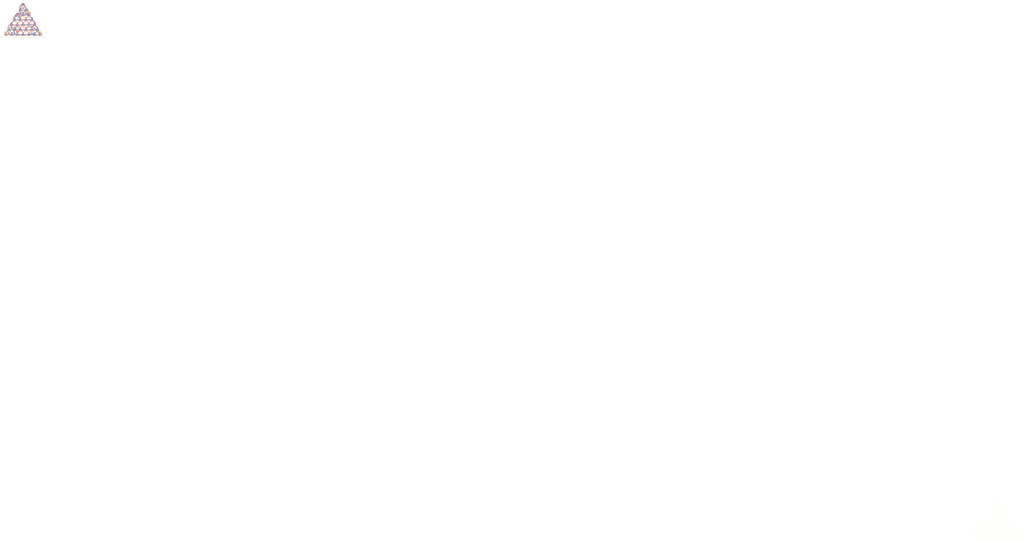
<source format=kicad_pcb>
(kicad_pcb (version 20240108) (generator "pcbnew") (generator_version "8.0")
  (layers (0 "F.Cu" signal) (31 "B.Cu" signal) (34 "B.Paste" user) (35 "F.Paste" user) (36 "B.SilkS" user "B.Silkscreen") (37 "F.SilkS" user "F.Silkscreen") (38 "B.Mask" user) (39 "F.Mask" user) (44 "Edge.Cuts" user))
  (net 0 "")
  (net 1 "GND")
  (net 2 "+5V")
  (net 3 "Net-(D1-DOUT)")
  (net 4 "/DIN")
  (net 5 "Net-(D2-DOUT)")
  (net 6 "Net-(D4-DOUT)")
  (net 7 "Net-(D5-DOUT)")
  (net 8 "Net-(D6-DOUT)")
  (net 9 "/DR1")
  (net 10 "Net-(D8-DOUT)")
  (net 11 "Net-(D10-DIN)")
  (net 12 "Net-(D11-DOUT)")
  (net 13 "Net-(D12-DOUT)")
  (net 14 "Net-(D13-DOUT)")
  (net 15 "/DR2")
  (net 16 "Net-(D15-DOUT)")
  (net 17 "Net-(D16-DOUT)")
  (net 18 "Net-(D18-DOUT)")
  (net 19 "Net-(D19-DOUT)")
  (net 20 "Net-(D20-DOUT)")
  (net 21 "/DR3")
  (net 22 "Net-(D22-DOUT)")
  (net 23 "Net-(D23-DOUT)")
  (net 24 "Net-(D25-DOUT)")
  (net 25 "Net-(D26-DOUT)")
  (net 26 "Net-(D27-DOUT)")
  (net 27 "/DOUT")
  (net 28 "Net-(D3-DOUT)")
  (net 29 "Net-(D10-DOUT)")
  (net 30 "Net-(D17-DOUT)")
  (net 31 "Net-(D24-DOUT)")
  (net 32 "Net-(J1-Pin_1)")
  (footprint "Library:MountingHoleM1" (layer "F.Cu") (at 104 63.464101)
    (property "Reference" "H10" (hide yes))
    (property "Value" "MountingHole")
    (fp_circle (center 0 0) (end 0.52 0) (stroke (width 0.05)) (fill none) (layer "Edge.Cuts"))
  )
  (footprint "Capacitor_SMD:C_0402_1005Metric" (layer "F.Cu") (at 113 52.803847)
    (property "Reference" "C9" (hide yes))
    (property "Value" "100nF")
  )
  (footprint "Capacitor_SMD:C_0402_1005Metric" (layer "F.Cu") (at 95.5 63.196152)
    (property "Reference" "C16" (hide yes))
    (property "Value" "100nF")
  )
  (footprint "Library:DataHole" (layer "F.Cu") (at 95 68.660254 30)
    (property "Reference" "J6" (hide yes))
    (property "Value" "Conn_01x01_Socket")
  )
  (footprint "Library:Plato_WS2812B-2020" (layer "F.Cu") (at 110 49.607695)
    (property "Reference" "D5" (hide yes))
    (property "Value" "WS2812B-2020")
  )
  (footprint "Library:MountingHoleM1" (layer "F.Cu") (at 110 63.464101)
    (property "Reference" "H9" (hide yes))
    (property "Value" "MountingHole")
    (fp_circle (center 0 0) (end 0.52 0) (stroke (width 0.05)) (fill none) (layer "Edge.Cuts"))
  )
  (footprint "Library:Plato_WS2812B-2020" (layer "F.Cu") (at 107 44.411542 180)
    (property "Reference" "D2" (hide yes))
    (property "Value" "WS2812B-2020")
  )
  (footprint "Library:Plato_WS2812B-2020" (layer "F.Cu") (at 92 70.392304)
    (property "Reference" "D28" (hide yes))
    (property "Value" "WS2812B-2020")
  )
  (footprint "Library:Plato_WS2812B-2020" (layer "F.Cu") (at 104 60)
    (property "Reference" "D14" (hide yes))
    (property "Value" "WS2812B-2020")
  )
  (footprint "Library:PowerHole" (layer "F.Cu") (at 122 63.464101)
    (property "Reference" "J4" (hide yes))
    (property "Value" "Conn_01x01_Socket")
  )
  (footprint "Library:Plato_WS2812B-2020" (layer "F.Cu") (at 113 44.411542 180)
    (property "Reference" "D3" (hide yes))
    (property "Value" "WS2812B-2020")
  )
  (footprint "Library:DataHole" (layer "F.Cu") (at 110 42.679491)
    (property "Reference" "J1" (hide yes))
    (property "Value" "Conn_01x01_Socket")
  )
  (footprint "Capacitor_SMD:C_0402_1005Metric" (layer "F.Cu") (at 98 58 180)
    (property "Reference" "C15" (hide yes))
    (property "Value" "100nF")
  )
  (footprint "Library:PowerHole" (layer "F.Cu") (at 119 68.660254 180)
    (property "Reference" "J8" (hide yes))
    (property "Value" "Conn_01x01_Socket")
  )
  (footprint "Capacitor_SMD:C_0402_1005Metric" (layer "F.Cu") (at 107.5 42.6)
    (property "Reference" "C2" (hide yes))
    (property "Value" "100nF")
  )
  (footprint "Library:MountingHoleM1" (layer "F.Cu") (at 113 58.267949 180)
    (property "Reference" "H6" (hide yes))
    (property "Value" "MountingHole")
    (fp_circle (center 0 0) (end 0.52 0) (stroke (width 0.05)) (fill none) (layer "Edge.Cuts"))
  )
  (footprint "Capacitor_SMD:C_0402_1005Metric" (layer "F.Cu") (at 98 68.392304 180)
    (property "Reference" "C27" (hide yes))
    (property "Value" "100nF")
  )
  (footprint "Library:PowerHole" (layer "F.Cu") (at 113 47.875644 180)
    (property "Reference" "J3" (hide yes))
    (property "Value" "Conn_01x01_Socket")
  )
  (footprint "Capacitor_SMD:C_0402_1005Metric" (layer "F.Cu") (at 92 68.392304 180)
    (property "Reference" "C28" (hide yes))
    (property "Value" "100nF")
  )
  (footprint "Capacitor_SMD:C_0402_1005Metric" (layer "F.Cu") (at 113 63.196152)
    (property "Reference" "C19" (hide yes))
    (property "Value" "100nF")
  )
  (footprint "Library:Plato_WS2812B-2020" (layer "F.Cu") (at 125 65.196152 180)
    (property "Reference" "D21" (hide yes))
    (property "Value" "WS2812B-2020")
  )
  (footprint "Library:MountingHoleM1" (layer "F.Cu") (at 104 53.071796)
    (property "Reference" "H3" (hide yes))
    (property "Value" "MountingHole")
    (fp_circle (center 0 0) (end 0.52 0) (stroke (width 0.05)) (fill none) (layer "Edge.Cuts"))
  )
  (footprint "Library:Plato_WS2812B-2020" (layer "F.Cu") (at 116 60)
    (property "Reference" "D12" (hide yes))
    (property "Value" "WS2812B-2020")
  )
  (footprint "Capacitor_SMD:C_0402_1005Metric" (layer "F.Cu") (at 119 63.196152)
    (property "Reference" "C20" (hide yes))
    (property "Value" "100nF")
  )
  (footprint "Capacitor_SMD:C_0402_1005Metric" (layer "F.Cu") (at 127.5 68.2 180)
    (property "Reference" "C22" (hide yes))
    (property "Value" "100nF")
  )
  (footprint "Library:MountingHoleM1" (layer "F.Cu") (at 107 58.267949 180)
    (property "Reference" "H5" (hide yes))
    (property "Value" "MountingHole")
    (fp_circle (center 0 0) (end 0.52 0) (stroke (width 0.05)) (fill none) (layer "Edge.Cuts"))
  )
  (footprint "Capacitor_SMD:C_0402_1005Metric" (layer "F.Cu") (at 107 63.196152)
    (property "Reference" "C18" (hide yes))
    (property "Value" "100nF")
  )
  (footprint "Capacitor_SMD:C_0402_1005Metric" (layer "F.Cu") (at 104 47.607695 180)
    (property "Reference" "C6" (hide yes))
    (property "Value" "100nF")
  )
  (footprint "Library:Plato_WS2812B-2020" (layer "F.Cu") (at 101 65.196152 180)
    (property "Reference" "D17" (hide yes))
    (property "Value" "WS2812B-2020")
  )
  (footprint "Capacitor_SMD:C_0402_1005Metric" (layer "F.Cu") (at 116 47.607695 180)
    (property "Reference" "C4" (hide yes))
    (property "Value" "100nF")
  )
  (footprint "Library:Plato_WS2812B-2020" (layer "F.Cu") (at 107 65.196152 180)
    (property "Reference" "D18" (hide yes))
    (property "Value" "WS2812B-2020")
  )
  (footprint "Library:Plato_WS2812B-2020" (layer "F.Cu") (at 101 54.803847 180)
    (property "Reference" "D7" (hide yes))
    (property "Value" "WS2812B-2020")
  )
  (footprint "Library:MountingHoleM1" (layer "F.Cu") (at 116 63.464101)
    (property "Reference" "H8" (hide yes))
    (property "Value" "MountingHole")
    (fp_circle (center 0 0) (end 0.52 0) (stroke (width 0.05)) (fill none) (layer "Edge.Cuts"))
  )
  (footprint "Capacitor_SMD:C_0603_1608Metric" (layer "F.Cu") (at 104 66.7)
    (property "Reference" "C30" (hide yes))
    (property "Value" "10uF")
  )
  (footprint "Library:Plato_WS2812B-2020" (layer "F.Cu") (at 98 60)
    (property "Reference" "D15" (hide yes))
    (property "Value" "WS2812B-2020")
  )
  (footprint "Library:PowerHole" (layer "F.Cu") (at 101 68.660254 180)
    (property "Reference" "J7" (hide yes))
    (property "Value" "Conn_01x01_Socket")
  )
  (footprint "Capacitor_SMD:C_0603_1608Metric" (layer "F.Cu") (at 119 61.6 180)
    (property "Reference" "C31" (hide yes))
    (property "Value" "10uF")
  )
  (footprint "Library:PowerHole" (layer "F.Cu") (at 98 63.464101)
    (property "Reference" "J5" (hide yes))
    (property "Value" "Conn_01x01_Socket")
  )
  (footprint "Resistor_SMD:R_0402_1005Metric" (layer "F.Cu") (at 112.1 40.7 90)
    (property "Reference" "R1" (hide yes))
    (property "Value" "330ohm")
  )
  (footprint "Library:Plato_WS2812B-2020" (layer "F.Cu") (at 104 70.392304)
    (property "Reference" "D26" (hide yes))
    (property "Value" "WS2812B-2020")
  )
  (footprint "Library:MountingHoleM1" (layer "F.Cu") (at 125 68.660254 180)
    (property "Reference" "H13" (hide yes))
    (property "Value" "MountingHole")
    (fp_circle (center 0 0) (end 0.52 0) (stroke (width 0.05)) (fill none) (layer "Edge.Cuts"))
  )
  (footprint "Library:Plato_WS2812B-2020" (layer "F.Cu") (at 98 70.392304)
    (property "Reference" "D27" (hide yes))
    (property "Value" "WS2812B-2020")
  )
  (footprint "Library:Plato_WS2812B-2020" (layer "F.Cu") (at 104 49.607695)
    (property "Reference" "D6" (hide yes))
    (property "Value" "WS2812B-2020")
  )
  (footprint "Library:MountingHoleM1" (layer "F.Cu") (at 119 58.267949 180)
    (property "Reference" "H7" (hide yes))
    (property "Value" "MountingHole")
    (fp_circle (center 0 0) (end 0.52 0) (stroke (width 0.05)) (fill none) (layer "Edge.Cuts"))
  )
  (footprint "Capacitor_SMD:C_0402_1005Metric" (layer "F.Cu") (at 104 58 180)
    (property "Reference" "C14" (hide yes))
    (property "Value" "100nF")
  )
  (footprint "Library:Plato_WS2812B-2020" (layer "F.Cu") (at 122 70.392304)
    (property "Reference" "D23" (hide yes))
    (property "Value" "WS2812B-2020")
  )
  (footprint "Capacitor_SMD:C_0402_1005Metric" (layer "F.Cu") (at 116 58 180)
    (property "Reference" "C12" (hide yes))
    (property "Value" "100nF")
  )
  (footprint "Library:Plato_WS2812B-2020" (layer "F.Cu") (at 113 65.196152 180)
    (property "Reference" "D19" (hide yes))
    (property "Value" "WS2812B-2020")
  )
  (footprint "Capacitor_SMD:C_0402_1005Metric" (layer "F.Cu") (at 116 68.392304 180)
    (property "Reference" "C24" (hide yes))
    (property "Value" "100nF")
  )
  (footprint "Library:Plato_WS2812B-2020" (layer "F.Cu") (at 122 60)
    (property "Reference" "D11" (hide yes))
    (property "Value" "WS2812B-2020")
  )
  (footprint "Library:Plato_WS2812B-2020" (layer "F.Cu") (at 110 60)
    (property "Reference" "D13" (hide yes))
    (property "Value" "WS2812B-2020")
  )
  (footprint "Capacitor_SMD:C_0402_1005Metric" (layer "F.Cu") (at 101 52.803847)
    (property "Reference" "C7" (hide yes))
    (property "Value" "100nF")
  )
  (footprint "Capacitor_SMD:C_0402_1005Metric" (layer "F.Cu") (at 110 47.607695 180)
    (property "Reference" "C5" (hide yes))
    (property "Value" "100nF")
  )
  (footprint "Library:Plato_WS2812B-2020" (layer "F.Cu") (at 113 54.803847 180)
    (property "Reference" "D9" (hide yes))
    (property "Value" "WS2812B-2020")
  )
  (footprint "Capacitor_SMD:C_0402_1005Metric" (layer "F.Cu") (at 122 68.392304 180)
    (property "Reference" "C23" (hide yes))
    (property "Value" "100nF")
  )
  (footprint "Capacitor_SMD:C_0402_1005Metric" (layer "F.Cu") (at 107 52.803847)
    (property "Reference" "C8" (hide yes))
    (property "Value" "100nF")
  )
  (footprint "Capacitor_SMD:C_0402_1005Metric" (layer "F.Cu") (at 122 58 180)
    (property "Reference" "C11" (hide yes))
    (property "Value" "100nF")
  )
  (footprint "Library:PowerHole" (layer "F.Cu") (at 107 47.875644 180)
    (property "Reference" "J2" (hide yes))
    (property "Value" "Conn_01x01_Socket")
  )
  (footprint "Library:Plato_WS2812B-2020" (layer "F.Cu") (at 119 65.196152 180)
    (property "Reference" "D20" (hide yes))
    (property "Value" "WS2812B-2020")
  )
  (footprint "Library:MountingHoleM1" (layer "F.Cu") (at 110 53.071796)
    (property "Reference" "H2" (hide yes))
    (property "Value" "MountingHole")
    (fp_circle (center 0 0) (end 0.52 0) (stroke (width 0.05)) (fill none) (layer "Edge.Cuts"))
  )
  (footprint "Library:Plato_WS2812B-2020" (layer "F.Cu") (at 119 54.803847 180)
    (property "Reference" "D10" (hide yes))
    (property "Value" "WS2812B-2020")
  )
  (footprint "Capacitor_SMD:C_0402_1005Metric" (layer "F.Cu") (at 110 68.392304 180)
    (property "Reference" "C25" (hide yes))
    (property "Value" "100nF")
  )
  (footprint "Library:Plato_WS2812B-2020" (layer "F.Cu") (at 110 70.392304)
    (property "Reference" "D25" (hide yes))
    (property "Value" "WS2812B-2020")
  )
  (footprint "Capacitor_SMD:C_0402_1005Metric" (layer "F.Cu") (at 113 42.411542)
    (property "Reference" "C3" (hide yes))
    (property "Value" "100nF")
  )
  (footprint "Library:Plato_WS2812B-2020" (layer "F.Cu") (at 128 70.392304)
    (property "Reference" "D22" (hide yes))
    (property "Value" "WS2812B-2020")
  )
  (footprint "Library:MountingHoleM1" (layer "F.Cu") (at 116 53.071796)
    (property "Reference" "H1" (hide yes))
    (property "Value" "MountingHole")
    (fp_circle (center 0 0) (end 0.52 0) (stroke (width 0.05)) (fill none) (layer "Edge.Cuts"))
  )
  (footprint "Library:Plato_WS2812B-2020" (layer "F.Cu") (at 95 65.196152 180)
    (property "Reference" "D16" (hide yes))
    (property "Value" "WS2812B-2020")
  )
  (footprint "Capacitor_SMD:C_0603_1608Metric" (layer "F.Cu") (at 107 51 180)
    (property "Reference" "C29" (hide yes))
    (property "Value" "10uF")
  )
  (footprint "Capacitor_SMD:C_0402_1005Metric" (layer "F.Cu") (at 125 63.196152)
    (property "Reference" "C21" (hide yes))
    (property "Value" "100nF")
  )
  (footprint "Library:MountingHoleM1" (layer "F.Cu") (at 101 58.267949 180)
    (property "Reference" "H4" (hide yes))
    (property "Value" "MountingHole")
    (fp_circle (center 0 0) (end 0.52 0) (stroke (width 0.05)) (fill none) (layer "Edge.Cuts"))
  )
  (footprint "Capacitor_SMD:C_0402_1005Metric" (layer "F.Cu") (at 119 52.803847)
    (property "Reference" "C10" (hide yes))
    (property "Value" "100nF")
  )
  (footprint "Library:Plato_WS2812B-2020" (layer "F.Cu") (at 110 39.21539)
    (property "Reference" "D1" (hide yes))
    (property "Value" "WS2812B-2020")
  )
  (footprint "Library:Plato_WS2812B-2020" (layer "F.Cu") (at 116 49.607695)
    (property "Reference" "D4" (hide yes))
    (property "Value" "WS2812B-2020")
  )
  (footprint "Capacitor_SMD:C_0402_1005Metric" (layer "F.Cu") (at 110 58 180)
    (property "Reference" "C13" (hide yes))
    (property "Value" "100nF")
  )
  (footprint "Capacitor_SMD:C_0402_1005Metric" (layer "F.Cu") (at 110 37.21539 180)
    (property "Reference" "C1" (hide yes))
    (property "Value" "100nF")
  )
  (footprint "Library:Plato_WS2812B-2020" (layer "F.Cu") (at 116 70.392304)
    (property "Reference" "D24" (hide yes))
    (property "Value" "WS2812B-2020")
  )
  (footprint "Library:Plato_WS2812B-2020" (layer "F.Cu") (at 107 54.803847 180)
    (property "Reference" "D8" (hide yes))
    (property "Value" "WS2812B-2020")
  )
  (footprint "Library:MountingHoleM1" (layer "F.Cu") (at 113 68.660254 180)
    (property "Reference" "H12" (hide yes))
    (property "Value" "MountingHole")
    (fp_circle (center 0 0) (end 0.52 0) (stroke (width 0.05)) (fill none) (layer "Edge.Cuts"))
  )
  (footprint "Library:MountingHoleM1" (layer "F.Cu") (at 107 68.660254 180)
    (property "Reference" "H11" (hide yes))
    (property "Value" "MountingHole")
    (fp_circle (center 0 0) (end 0.52 0) (stroke (width 0.05)) (fill none) (layer "Edge.Cuts"))
  )
  (footprint "Capacitor_SMD:C_0402_1005Metric" (layer "F.Cu") (at 101 63.196152)
    (property "Reference" "C17" (hide yes))
    (property "Value" "100nF")
  )
  (footprint "Capacitor_SMD:C_0402_1005Metric" (layer "F.Cu") (at 104 68.392304 180)
    (property "Reference" "C26" (hide yes))
    (property "Value" "100nF")
  )
  (gr_line (start 95.02754 69.960257) (end 95.038703 70.010794) (stroke (width 0.045)) (layer "F.SilkS"))
  (gr_line (start 111.503146 45.136932) (end 111.464773 44.863601) (stroke (width 0.045)) (layer "F.SilkS"))
  (gr_line (start 111.513793 63.466096) (end 111.446675 63.638066) (stroke (width 0.045)) (layer "F.SilkS"))
  (gr_curve (pts (xy 1132.833841 563.52) (xy 1132.621876 563.52) (xy 1132.591092 563.579017) (xy 1132.738404 563.702971)) (stroke (width 0.05)) (layer "F.SilkS"))
  (gr_line (start 106.235071 56.570578) (end 106.022129 56.718078) (stroke (width 0.045)) (layer "F.SilkS"))
  (gr_line (start 1125.207464 560.104497) (end 1125.223625 560.305835) (stroke (width 0.05)) (layer "F.SilkS"))
  (gr_line (start 1105.287859 593.918339) (end 1105.467658 593.955665) (stroke (width 0.05)) (layer "F.SilkS"))
  (gr_line (start 102.147106 52.146366) (end 102.110873 52.129145) (stroke (width 0.045)) (layer "F.SilkS"))
  (gr_line (start 129.340838 71.454442) (end 129.225322 71.577939) (stroke (width 0.045)) (layer "F.SilkS"))
  (gr_line (start 101.269844 67.485124) (end 101.023433 67.448995) (stroke (width 0.045)) (layer "F.SilkS"))
  (gr_line (start 94.079967 67.507385) (end 94.182301 67.488335) (stroke (width 0.045)) (layer "F.SilkS"))
  (gr_line (start 1118.88 582.247147) (end 1118.88 582.318295) (stroke (width 0.05)) (layer "F.SilkS"))
  (gr_line (start 100.97128 57.331913) (end 100.962326 57.185098) (stroke (width 0.045)) (layer "F.SilkS"))
  (gr_line (start 108.59925 55.527808) (end 108.519889 55.722419) (stroke (width 0.045)) (layer "F.SilkS"))
  (gr_line (start 97.764013 72.428449) (end 97.726389 72.449297) (stroke (width 0.045)) (layer "F.SilkS"))
  (gr_line (start 1112.902526 599.314543) (end 1113.005052 599.431314) (stroke (width 0.05)) (layer "F.SilkS"))
  (gr_line (start 91.604255 66.694756) (end 91.166472 67.017084) (stroke (width 0.045)) (layer "F.SilkS"))
  (gr_line (start 1127.023992 563.970107) (end 1126.799992 563.887518) (stroke (width 0.05)) (layer "F.SilkS"))
  (gr_line (start 101.978316 59.247542) (end 102.046896 59.284144) (stroke (width 0.045)) (layer "F.SilkS"))
  (gr_line (start 123.96088 68.832753) (end 124.100961 68.817322) (stroke (width 0.045)) (layer "F.SilkS"))
  (gr_line (start 93.506206 67.269391) (end 93.494027 67.322687) (stroke (width 0.045)) (layer "F.SilkS"))
  (gr_line (start 106.393402 56.588667) (end 106.575714 56.370801) (stroke (width 0.045)) (layer "F.SilkS"))
  (gr_line (start 115.097408 66.957146) (end 115.097408 66.957145) (stroke (width 0.045)) (layer "F.SilkS"))
  (gr_line (start 111.114026 67.54264) (end 111.086248 67.479937) (stroke (width 0.045)) (layer "F.SilkS"))
  (gr_line (start 118.914989 66.59303) (end 118.915148 66.644161) (stroke (width 0.045)) (layer "F.SilkS"))
  (gr_line (start 115.327246 62.062069) (end 115.377904 62.024818) (stroke (width 0.045)) (layer "F.SilkS"))
  (gr_line (start 121.52896 65.320221) (end 121.576497 65.282205) (stroke (width 0.045)) (layer "F.SilkS"))
  (gr_line (start 129.627482 69.73524) (end 129.577609 69.580287) (stroke (width 0.045)) (layer "F.SilkS"))
  (gr_line (start 109.552383 66.064032) (end 109.585615 66.036727) (stroke (width 0.045)) (layer "F.SilkS"))
  (gr_line (start 115.031741 43.721467) (end 115.007797 43.597793) (stroke (width 0.045)) (layer "F.SilkS"))
  (gr_line (start 93.886437 62.264597) (end 93.987879 62.378772) (stroke (width 0.045)) (layer "F.SilkS"))
  (gr_line (start 1133.11866 589.641626) (end 1133.056239 589.744) (stroke (width 0.05)) (layer "F.SilkS"))
  (gr_line (start 128.260269 69.693171) (end 128.343241 69.507513) (stroke (width 0.045)) (layer "F.SilkS"))
  (gr_line (start 112.036712 67.016636) (end 112.052429 66.965741) (stroke (width 0.045)) (layer "F.SilkS"))
  (gr_line (start 96.12468 59.430195) (end 96.159743 59.538511) (stroke (width 0.045)) (layer "F.SilkS"))
  (gr_line (start 116.600447 45.290725) (end 116.549858 45.34248) (stroke (width 0.045)) (layer "F.SilkS"))
  (gr_line (start 107.147215 70.00107) (end 106.771128 70.025958) (stroke (width 0.045)) (layer "F.SilkS"))
  (gr_line (start 120.850503 55.829752) (end 120.813902 55.880553) (stroke (width 0.045)) (layer "F.SilkS"))
  (gr_curve (pts (xy 1150.820201 590.875727) (xy 1150.803096 590.675695) (xy 1150.797083 590.443176) (xy 1150.806838 590.359018)) (stroke (width 0.05)) (layer "F.SilkS"))
  (gr_line (start 110.136356 69.084883) (end 109.950286 69.051046) (stroke (width 0.045)) (layer "F.SilkS"))
  (gr_line (start 107.297301 54.039668) (end 107.453036 53.705341) (stroke (width 0.045)) (layer "F.SilkS"))
  (gr_line (start 127.342941 68.984784) (end 127.389271 69.026254) (stroke (width 0.045)) (layer "F.SilkS"))
  (gr_line (start 111.757312 51.181071) (end 111.747655 51.095408) (stroke (width 0.045)) (layer "F.SilkS"))
  (gr_line (start 1120.435844 593.924843) (end 1120.624041 593.959463) (stroke (width 0.05)) (layer "F.SilkS"))
  (gr_line (start 113.89205 66.263804) (end 114.127126 66.224151) (stroke (width 0.045)) (layer "F.SilkS"))
  (gr_line (start 93.655753 68.051672) (end 93.524905 68.129397) (stroke (width 0.045)) (layer "F.SilkS"))
  (gr_line (start 105.400815 58.91801) (end 105.329366 58.714359) (stroke (width 0.045)) (layer "F.SilkS"))
  (gr_line (start 119.461351 59.791931) (end 119.402703 59.82105) (stroke (width 0.045)) (layer "F.SilkS"))
  (gr_line (start 109.027998 68.917351) (end 109.058557 68.808435) (stroke (width 0.045)) (layer "F.SilkS"))
  (gr_curve (pts (xy 1139.392 587.406628) (xy 1139.4712 587.395673) (xy 1139.596177 587.360363) (xy 1139.669728 587.32816)) (stroke (width 0.05)) (layer "F.SilkS"))
  (gr_line (start 109.197899 41.845615) (end 108.979842 42.120117) (stroke (width 0.045)) (layer "F.SilkS"))
  (gr_line (start 108.836313 72.073034) (end 108.761164 71.937632) (stroke (width 0.045)) (layer "F.SilkS"))
  (gr_line (start 93.803339 64.010843) (end 93.476405 64.23655) (stroke (width 0.045)) (layer "F.SilkS"))
  (gr_line (start 110.039288 67.043838) (end 109.988545 67.080646) (stroke (width 0.045)) (layer "F.SilkS"))
  (gr_line (start 105.194691 61.130419) (end 105.057127 61.181295) (stroke (width 0.045)) (layer "F.SilkS"))
  (gr_line (start 106.752529 56.081908) (end 106.686223 56.035331) (stroke (width 0.045)) (layer "F.SilkS"))
  (gr_curve (pts (xy 1120.507865 582.520631) (xy 1120.526123 582.463125) (xy 1120.549737 582.207275) (xy 1120.560342 581.952075)) (stroke (width 0.05)) (layer "F.SilkS"))
  (gr_line (start 1154.048024 593.524059) (end 1153.95359 593.614532) (stroke (width 0.05)) (layer "F.SilkS"))
  (gr_line (start 120.913999 55.931349) (end 120.875899 55.905949) (stroke (width 0.045)) (layer "F.SilkS"))
  (gr_line (start 92.728935 68.032577) (end 92.858664 68.217641) (stroke (width 0.045)) (layer "F.SilkS"))
  (gr_line (start 111.377942 45.796765) (end 111.399184 45.57937) (stroke (width 0.045)) (layer "F.SilkS"))
  (gr_line (start 108.442666 46.22608) (end 108.096564 46.108354) (stroke (width 0.045)) (layer "F.SilkS"))
  (gr_line (start 102.510524 56.566345) (end 102.435519 56.604445) (stroke (width 0.045)) (layer "F.SilkS"))
  (gr_line (start 99.16289 55.751906) (end 99.117608 55.746826) (stroke (width 0.045)) (layer "F.SilkS"))
  (gr_line (start 1138.970385 574.353709) (end 1139.07677 574.504638) (stroke (width 0.05)) (layer "F.SilkS"))
  (gr_line (start 111.364298 67.09339) (end 111.403144 67.107335) (stroke (width 0.045)) (layer "F.SilkS"))
  (gr_line (start 109.306215 54.323653) (end 109.445915 54.339277) (stroke (width 0.045)) (layer "F.SilkS"))
  (gr_line (start 127.207472 66.677917) (end 127.245446 66.862224) (stroke (width 0.045)) (layer "F.SilkS"))
  (gr_curve (pts (xy 1122.871153 578.084234) (xy 1122.390478 577.994848) (xy 1121.312 577.354083) (xy 1121.312 577.157883)) (stroke (width 0.05)) (layer "F.SilkS"))
  (gr_line (start 101.506655 67.57946) (end 101.269844 67.485124) (stroke (width 0.045)) (layer "F.SilkS"))
  (gr_line (start 116.288178 54.799781) (end 116.224709 54.753461) (stroke (width 0.045)) (layer "F.SilkS"))
  (gr_line (start 104.975155 55.715061) (end 104.84803 55.65195) (stroke (width 0.045)) (layer "F.SilkS"))
  (gr_line (start 93.367899 63.553009) (end 93.365596 63.36084) (stroke (width 0.045)) (layer "F.SilkS"))
  (gr_line (start 1128.166838 574.932893) (end 1128.093677 575.014269) (stroke (width 0.05)) (layer "F.SilkS"))
  (gr_curve (pts (xy 1130.138746 572.325717) (xy 1130.039056 572.372091) (xy 1129.94135 572.440196) (xy 1129.92162 572.477061)) (stroke (width 0.05)) (layer "F.SilkS"))
  (gr_line (start 117.075552 62.787453) (end 116.831254 62.712495) (stroke (width 0.045)) (layer "F.SilkS"))
  (gr_line (start 127.434226 72.087394) (end 127.636768 72.208818) (stroke (width 0.045)) (layer "F.SilkS"))
  (gr_line (start 115.719707 61.386208) (end 115.752199 61.19062) (stroke (width 0.045)) (layer "F.SilkS"))
  (gr_line (start 106.694187 59.541046) (end 106.563815 59.506706) (stroke (width 0.045)) (layer "F.SilkS"))
  (gr_line (start 106.381706 59.591018) (end 106.409963 59.680199) (stroke (width 0.045)) (layer "F.SilkS"))
  (gr_line (start 103.694254 62.91923) (end 103.515709 63.090634) (stroke (width 0.045)) (layer "F.SilkS"))
  (gr_line (start 107.201998 67.738943) (end 107.246986 67.760284) (stroke (width 0.045)) (layer "F.SilkS"))
  (gr_line (start 103.949906 54.864666) (end 103.882741 54.763171) (stroke (width 0.045)) (layer "F.SilkS"))
  (gr_line (start 106.778918 72.737478) (end 107.236118 72.755181) (stroke (width 0.045)) (layer "F.SilkS"))
  (gr_line (start 126.344453 69.594865) (end 125.715943 69.603134) (stroke (width 0.045)) (layer "F.SilkS"))
  (gr_line (start 120.379774 66.994855) (end 120.463946 66.954939) (stroke (width 0.045)) (layer "F.SilkS"))
  (gr_line (start 120.465208 62.055628) (end 120.591215 61.684442) (stroke (width 0.045)) (layer "F.SilkS"))
  (gr_line (start 109.665064 40.624025) (end 109.488888 40.547539) (stroke (width 0.045)) (layer "F.SilkS"))
  (gr_line (start 117.695144 69.846325) (end 117.624706 69.745509) (stroke (width 0.045)) (layer "F.SilkS"))
  (gr_line (start 117.954031 69.050433) (end 118.086268 69.272184) (stroke (width 0.045)) (layer "F.SilkS"))
  (gr_line (start 99.874789 58.427564) (end 99.901176 58.366775) (stroke (width 0.045)) (layer "F.SilkS"))
  (gr_line (start 109.916574 51.903976) (end 109.907844 51.955482) (stroke (width 0.045)) (layer "F.SilkS"))
  (gr_line (start 112.174912 61.976542) (end 112.201812 61.951142) (stroke (width 0.045)) (layer "F.SilkS"))
  (gr_line (start 111.333768 66.954935) (end 111.370655 66.969202) (stroke (width 0.045)) (layer "F.SilkS"))
  (gr_line (start 1139.853728 587.172393) (end 1139.904 587.075178) (stroke (width 0.05)) (layer "F.SilkS"))
  (gr_line (start 108.467043 67.811713) (end 108.465016 67.720991) (stroke (width 0.045)) (layer "F.SilkS"))
  (gr_line (start 1111.94149 596.069488) (end 1111.898745 596.170743) (stroke (width 0.05)) (layer "F.SilkS"))
  (gr_curve (pts (xy 1121.771527 583.949656) (xy 1121.854172 584.075789) (xy 1121.931457 584.095503) (xy 1122.311352 584.087355)) (stroke (width 0.05)) (layer "F.SilkS"))
  (gr_line (start 126.312779 61.747157) (end 126.124952 61.518557) (stroke (width 0.045)) (layer "F.SilkS"))
  (gr_line (start 115.883814 44.895097) (end 115.849572 44.548179) (stroke (width 0.045)) (layer "F.SilkS"))
  (gr_line (start 1125.12984 573.373518) (end 1124.980227 573.478975) (stroke (width 0.05)) (layer "F.SilkS"))
  (gr_line (start 99.400216 72.617456) (end 99.400228 72.617458) (stroke (width 0.045)) (layer "F.SilkS"))
  (gr_line (start 103.832159 64.552432) (end 104.029315 64.561588) (stroke (width 0.045)) (layer "F.SilkS"))
  (gr_line (start 106.777017 53.48948) (end 106.710183 53.622697) (stroke (width 0.045)) (layer "F.SilkS"))
  (gr_line (start 93.77995 70.326058) (end 93.672025 70.530206) (stroke (width 0.045)) (layer "F.SilkS"))
  (gr_line (start 96.955324 66.17827) (end 97.169182 65.999171) (stroke (width 0.045)) (layer "F.SilkS"))
  (gr_line (start 95.329881 72.604389) (end 95.196532 72.565472) (stroke (width 0.045)) (layer "F.SilkS"))
  (gr_line (start 108.683916 55.859663) (end 108.739627 55.742354) (stroke (width 0.045)) (layer "F.SilkS"))
  (gr_line (start 123.51482 61.508026) (end 123.575354 61.449892) (stroke (width 0.045)) (layer "F.SilkS"))
  (gr_line (start 110.108918 66.366955) (end 110.249542 66.290638) (stroke (width 0.045)) (layer "F.SilkS"))
  (gr_line (start 109.136784 44.876261) (end 108.98662 44.765629) (stroke (width 0.045)) (layer "F.SilkS"))
  (gr_line (start 111.095064 55.33259) (end 110.972779 55.493844) (stroke (width 0.045)) (layer "F.SilkS"))
  (gr_line (start 117.180124 65.079054) (end 117.047607 65.009115) (stroke (width 0.045)) (layer "F.SilkS"))
  (gr_line (start 117.092694 64.809495) (end 117.142526 64.88594) (stroke (width 0.045)) (layer "F.SilkS"))
  (gr_line (start 107.687643 60.418546) (end 107.54054 60.239796) (stroke (width 0.045)) (layer "F.SilkS"))
  (gr_line (start 1130.004238 593.296003) (end 1130.29207 593.296003) (stroke (width 0.05)) (layer "F.SilkS"))
  (gr_line (start 109.564452 54.982725) (end 109.698468 55.030113) (stroke (width 0.045)) (layer "F.SilkS"))
  (gr_curve (pts (xy 1106.930804 587.094051) (xy 1106.942837 587.055523) (xy 1107.052369 586.8476) (xy 1107.174207 586.632)) (stroke (width 0.05)) (layer "F.SilkS"))
  (gr_line (start 98.16682 57.186829) (end 98.310106 57.241087) (stroke (width 0.045)) (layer "F.SilkS"))
  (gr_line (start 92.055708 71.336424) (end 92.274386 71.509618) (stroke (width 0.045)) (layer "F.SilkS"))
  (gr_line (start 100.798687 62.540185) (end 100.688968 62.437667) (stroke (width 0.045)) (layer "F.SilkS"))
  (gr_line (start 100.327329 71.882948) (end 100.327327 71.882952) (stroke (width 0.045)) (layer "F.SilkS"))
  (gr_line (start 113.409516 64.110428) (end 113.517084 63.85021) (stroke (width 0.045)) (layer "F.SilkS"))
  (gr_line (start 117.939095 58.067872) (end 118.012018 58.096588) (stroke (width 0.045)) (layer "F.SilkS"))
  (gr_line (start 111.804581 71.723243) (end 112.190725 71.960091) (stroke (width 0.045)) (layer "F.SilkS"))
  (gr_line (start 115.873787 46.41785) (end 115.756587 46.638301) (stroke (width 0.045)) (layer "F.SilkS"))
  (gr_line (start 107.590466 68.148734) (end 107.515043 67.890474) (stroke (width 0.045)) (layer "F.SilkS"))
  (gr_line (start 104.914254 62.272248) (end 105.014415 62.490891) (stroke (width 0.045)) (layer "F.SilkS"))
  (gr_line (start 95.28358 70.292512) (end 95.084845 70.257739) (stroke (width 0.045)) (layer "F.SilkS"))
  (gr_line (start 1118.103422 599.491233) (end 1117.598845 599.462877) (stroke (width 0.05)) (layer "F.SilkS"))
  (gr_curve (pts (xy 1149.570576 589.652687) (xy 1149.66881 588.953581) (xy 1149.700392 588.876236) (xy 1149.803577 589.082062)) (stroke (width 0.05)) (layer "F.SilkS"))
  (gr_line (start 98.99636 53.627077) (end 98.941969 53.480737) (stroke (width 0.045)) (layer "F.SilkS"))
  (gr_line (start 121.732241 65.035118) (end 121.790294 64.948231) (stroke (width 0.045)) (layer "F.SilkS"))
  (gr_line (start 99.591856 58.484046) (end 99.578773 58.674546) (stroke (width 0.045)) (layer "F.SilkS"))
  (gr_line (start 111.344784 68.551113) (end 111.375246 68.476272) (stroke (width 0.045)) (layer "F.SilkS"))
  (gr_line (start 1151.912993 593.216033) (end 1151.952024 593.136033) (stroke (width 0.05)) (layer "F.SilkS"))
  (gr_line (start 1109.232 595.626797) (end 1109.344 595.604383) (stroke (width 0.05)) (layer "F.SilkS"))
  (gr_curve (pts (xy 1132.736 598.877004) (xy 1132.736 598.861052) (xy 1132.749222 598.848) (xy 1132.765383 598.848)) (stroke (width 0.05)) (layer "F.SilkS"))
  (gr_line (start 1118.88 582.318295) (end 1118.685739 582.503147) (stroke (width 0.05)) (layer "F.SilkS"))
  (gr_line (start 1119.824005 585.514489) (end 1119.594031 585.746545) (stroke (width 0.05)) (layer "F.SilkS"))
  (gr_curve (pts (xy 1112.236071 584.119749) (xy 1112.568539 584.148502) (xy 1112.73563 584.294216) (xy 1112.735883 584.555614)) (stroke (width 0.05)) (layer "F.SilkS"))
  (gr_line (start 99.98415 60.563445) (end 99.946326 60.612086) (stroke (width 0.045)) (layer "F.SilkS"))
  (gr_line (start 121.532963 60.986921) (end 121.650977 60.855706) (stroke (width 0.045)) (layer "F.SilkS"))
  (gr_line (start 1134.201045 588.60406) (end 1134.188677 588.328117) (stroke (width 0.05)) (layer "F.SilkS"))
  (gr_line (start 1149.209407 591.986798) (end 1149.180715 591.911332) (stroke (width 0.05)) (layer "F.SilkS"))
  (gr_line (start 112.296168 67.564096) (end 112.253276 67.555621) (stroke (width 0.045)) (layer "F.SilkS"))
  (gr_line (start 103.565726 64.670896) (end 103.524181 64.634503) (stroke (width 0.045)) (layer "F.SilkS"))
  (gr_line (start 1129.885748 572.544089) (end 1129.92361 572.616089) (stroke (width 0.05)) (layer "F.SilkS"))
  (gr_line (start 1151.985883 597.134982) (end 1152.048 597.181964) (stroke (width 0.05)) (layer "F.SilkS"))
  (gr_line (start 110.552033 51.43571) (end 110.419918 51.466177) (stroke (width 0.045)) (layer "F.SilkS"))
  (gr_line (start 94.383734 66.420565) (end 94.148784 66.389607) (stroke (width 0.045)) (layer "F.SilkS"))
  (gr_line (start 103.768599 46.326986) (end 103.817799 46.355561) (stroke (width 0.045)) (layer "F.SilkS"))
  (gr_line (start 118.869301 56.267264) (end 118.948511 56.304676) (stroke (width 0.045)) (layer "F.SilkS"))
  (gr_line (start 107.54054 60.239796) (end 107.28936 60.026677) (stroke (width 0.045)) (layer "F.SilkS"))
  (gr_line (start 108.779981 42.629372) (end 108.809438 42.505628) (stroke (width 0.045)) (layer "F.SilkS"))
  (gr_line (start 100.237295 69.835517) (end 100.145277 69.848253) (stroke (width 0.045)) (layer "F.SilkS"))
  (gr_curve (pts (xy 1130.186958 571.459521) (xy 1130.430623 571.386367) (xy 1130.672842 571.304353) (xy 1130.725222 571.277267)) (stroke (width 0.05)) (layer "F.SilkS"))
  (gr_line (start 99.782476 51.886541) (end 99.706938 52.013541) (stroke (width 0.045)) (layer "F.SilkS"))
  (gr_line (start 107.866533 40.967679) (end 107.846509 40.990634) (stroke (width 0.045)) (layer "F.SilkS"))
  (gr_line (start 117.599305 57.936524) (end 117.531441 58.02632) (stroke (width 0.045)) (layer "F.SilkS"))
  (gr_line (start 113.816532 59.232019) (end 113.955095 59.057638) (stroke (width 0.045)) (layer "F.SilkS"))
  (gr_line (start 95.010257 61.614894) (end 94.782172 61.445042) (stroke (width 0.045)) (layer "F.SilkS"))
  (gr_line (start 120.930055 65.481695) (end 121.056949 65.504491) (stroke (width 0.045)) (layer "F.SilkS"))
  (gr_line (start 110.069713 66.675536) (end 110.042814 66.700936) (stroke (width 0.045)) (layer "F.SilkS"))
  (gr_line (start 104.86122 54.864548) (end 104.89932 54.826448) (stroke (width 0.045)) (layer "F.SilkS"))
  (gr_line (start 109.725315 69.280401) (end 109.905501 69.765494) (stroke (width 0.045)) (layer "F.SilkS"))
  (gr_line (start 116.458403 46.337827) (end 116.46534 46.425682) (stroke (width 0.045)) (layer "F.SilkS"))
  (gr_line (start 107.39686 55.951616) (end 107.204723 55.80061) (stroke (width 0.045)) (layer "F.SilkS"))
  (gr_line (start 96.466283 68.116984) (end 96.441658 68.169944) (stroke (width 0.045)) (layer "F.SilkS"))
  (gr_line (start 1111.898745 596.170743) (end 1111.856 596.272) (stroke (width 0.05)) (layer "F.SilkS"))
  (gr_line (start 97.891966 70.148208) (end 97.943517 70.304709) (stroke (width 0.045)) (layer "F.SilkS"))
  (gr_line (start 102.729418 54.943654) (end 102.882804 54.83021) (stroke (width 0.045)) (layer "F.SilkS"))
  (gr_line (start 101.441263 57.004498) (end 101.154817 57.284062) (stroke (width 0.045)) (layer "F.SilkS"))
  (gr_line (start 114.398902 61.579408) (end 114.332291 61.620946) (stroke (width 0.045)) (layer "F.SilkS"))
  (gr_line (start 117.992494 52.431475) (end 117.891405 52.656949) (stroke (width 0.045)) (layer "F.SilkS"))
  (gr_line (start 96.832057 65.251843) (end 96.922375 65.505857) (stroke (width 0.045)) (layer "F.SilkS"))
  (gr_line (start 120.667016 66.123386) (end 120.627836 66.070159) (stroke (width 0.045)) (layer "F.SilkS"))
  (gr_curve (pts (xy 1129.996831 559.96914) (xy 1130.021477 559.994911) (xy 1130.160187 560.203197) (xy 1130.305074 560.431997)) (stroke (width 0.05)) (layer "F.SilkS"))
  (gr_line (start 121.2696 66.827935) (end 121.1934 66.802536) (stroke (width 0.045)) (layer "F.SilkS"))
  (gr_line (start 94.91877 60.068482) (end 95.014913 59.938979) (stroke (width 0.045)) (layer "F.SilkS"))
  (gr_line (start 120.637636 66.351721) (end 120.624051 66.454945) (stroke (width 0.045)) (layer "F.SilkS"))
  (gr_line (start 95.145733 60.235609) (end 95.006033 60.364772) (stroke (width 0.045)) (layer "F.SilkS"))
  (gr_line (start 118.356724 58.412451) (end 118.30814 58.219283) (stroke (width 0.045)) (layer "F.SilkS"))
  (gr_line (start 1116.704 597.230541) (end 1116.88 597.27952) (stroke (width 0.05)) (layer "F.SilkS"))
  (gr_line (start 95.139271 70.086972) (end 95.577532 70.297207) (stroke (width 0.045)) (layer "F.SilkS"))
  (gr_line (start 92.618434 72.175473) (end 92.39653 72.08488) (stroke (width 0.045)) (layer "F.SilkS"))
  (gr_line (start 116.667401 67.727154) (end 116.871653 67.893348) (stroke (width 0.045)) (layer "F.SilkS"))
  (gr_line (start 103.178249 56.628504) (end 103.307552 56.663203) (stroke (width 0.045)) (layer "F.SilkS"))
  (gr_line (start 114.61711 47.456425) (end 114.749356 47.245123) (stroke (width 0.045)) (layer "F.SilkS"))
  (gr_line (start 114.244786 46.075034) (end 114.036696 45.867073) (stroke (width 0.045)) (layer "F.SilkS"))
  (gr_line (start 96.110932 61.252647) (end 96.163777 61.290747) (stroke (width 0.045)) (layer "F.SilkS"))
  (gr_line (start 122.776009 67.322647) (end 122.904047 67.438421) (stroke (width 0.045)) (layer "F.SilkS"))
  (gr_curve (pts (xy 1125.658668 582.528996) (xy 1125.864 582.597608) (xy 1126.219199 582.716418) (xy 1126.447999 582.793019)) (stroke (width 0.05)) (layer "F.SilkS"))
  (gr_line (start 1130.940385 563.273184) (end 1130.90157 563.234373) (stroke (width 0.05)) (layer "F.SilkS"))
  (gr_line (start 116.970181 64.336799) (end 116.861767 64.335696) (stroke (width 0.045)) (layer "F.SilkS"))
  (gr_line (start 118.271163 51.770941) (end 118.422286 51.557011) (stroke (width 0.045)) (layer "F.SilkS"))
  (gr_line (start 1126.942394 573.173043) (end 1126.877904 573.424004) (stroke (width 0.05)) (layer "F.SilkS"))
  (gr_line (start 113.630981 69.739641) (end 113.925195 70.625235) (stroke (width 0.045)) (layer "F.SilkS"))
  (gr_line (start 105.22147 43.686549) (end 104.873921 43.63874) (stroke (width 0.045)) (layer "F.SilkS"))
  (gr_line (start 110.073553 50.612348) (end 109.716094 50.850028) (stroke (width 0.045)) (layer "F.SilkS"))
  (gr_line (start 114.56401 68.6881) (end 114.45519 68.530402) (stroke (width 0.045)) (layer "F.SilkS"))
  (gr_line (start 110.083507 49.14254) (end 110.181345 49.029244) (stroke (width 0.045)) (layer "F.SilkS"))
  (gr_line (start 107.020218 61.922085) (end 107.510227 61.863627) (stroke (width 0.045)) (layer "F.SilkS"))
  (gr_line (start 100.110739 51.866242) (end 100.125947 51.801661) (stroke (width 0.045)) (layer "F.SilkS"))
  (gr_line (start 116.693171 67.417109) (end 116.546563 67.437019) (stroke (width 0.045)) (layer "F.SilkS"))
  (gr_line (start 109.11862 63.764604) (end 109.17984 63.605561) (stroke (width 0.045)) (layer "F.SilkS"))
  (gr_line (start 119.382696 66.903399) (end 119.341566 66.872385) (stroke (width 0.045)) (layer "F.SilkS"))
  (gr_line (start 100.473008 59.778436) (end 100.486075 59.824008) (stroke (width 0.045)) (layer "F.SilkS"))
  (gr_line (start 102.221501 58.952395) (end 102.176335 58.962951) (stroke (width 0.045)) (layer "F.SilkS"))
  (gr_line (start 117.009902 47.257257) (end 117.009902 47.25726) (stroke (width 0.045)) (layer "F.SilkS"))
  (gr_line (start 106.194719 66.827935) (end 106.169319 66.802536) (stroke (width 0.045)) (layer "F.SilkS"))
  (gr_line (start 108.826172 66.436739) (end 108.764341 66.472336) (stroke (width 0.045)) (layer "F.SilkS"))
  (gr_line (start 1147.484475 583.995689) (end 1147.564061 584.12176) (stroke (width 0.05)) (layer "F.SilkS"))
  (gr_line (start 114.997715 44.99309) (end 114.91173 44.863067) (stroke (width 0.045)) (layer "F.SilkS"))
  (gr_line (start 92.923242 63.018357) (end 92.785489 63.167511) (stroke (width 0.045)) (layer "F.SilkS"))
  (gr_line (start 1131.657073 563.384546) (end 1131.503992 563.315735) (stroke (width 0.05)) (layer "F.SilkS"))
  (gr_line (start 129.600352 71.41531) (end 129.693615 71.102861) (stroke (width 0.045)) (layer "F.SilkS"))
  (gr_line (start 102.092627 70.472828) (end 102.092627 70.117228) (stroke (width 0.045)) (layer "F.SilkS"))
  (gr_line (start 115.391319 43.360162) (end 115.365819 43.180565) (stroke (width 0.045)) (layer "F.SilkS"))
  (gr_line (start 126.590893 67.783603) (end 126.619683 67.57514) (stroke (width 0.045)) (layer "F.SilkS"))
  (gr_line (start 104.277025 52.095954) (end 104.24054 52.127239) (stroke (width 0.045)) (layer "F.SilkS"))
  (gr_curve (pts (xy 1112.577293 584.960735) (xy 1112.490013 585.115563) (xy 1112.390806 585.326336) (xy 1112.356833 585.429119)) (stroke (width 0.05)) (layer "F.SilkS"))
  (gr_line (start 1128.14619 576.181327) (end 1128.253095 576.202708) (stroke (width 0.05)) (layer "F.SilkS"))
  (gr_line (start 103.788157 54.813866) (end 103.670069 54.861984) (stroke (width 0.045)) (layer "F.SilkS"))
  (gr_line (start 116.977143 51.15147) (end 117.068446 51.062503) (stroke (width 0.045)) (layer "F.SilkS"))
  (gr_line (start 117.504422 62.484545) (end 117.330856 62.44886) (stroke (width 0.045)) (layer "F.SilkS"))
  (gr_line (start 94.417531 69.793674) (end 94.264519 69.683111) (stroke (width 0.045)) (layer "F.SilkS"))
  (gr_line (start 1149.247789 585.12847) (end 1149.247989 585.21694) (stroke (width 0.05)) (layer "F.SilkS"))
  (gr_curve (pts (xy 1129.344 573.967372) (xy 1129.344 573.995775) (xy 1129.284136 574.128089) (xy 1129.21097 574.261402)) (stroke (width 0.05)) (layer "F.SilkS"))
  (gr_line (start 105.261855 72.69856) (end 105.449842 72.670849) (stroke (width 0.045)) (layer "F.SilkS"))
  (gr_line (start 124.132135 71.384761) (end 124.800196 71.143996) (stroke (width 0.045)) (layer "F.SilkS"))
  (gr_line (start 118.12105 51.879068) (end 118.271163 51.770941) (stroke (width 0.045)) (layer "F.SilkS"))
  (gr_line (start 110.843537 67.640738) (end 110.893524 67.703753) (stroke (width 0.045)) (layer "F.SilkS"))
  (gr_line (start 1109.635611 586.296) (end 1109.529805 586.357088) (stroke (width 0.05)) (layer "F.SilkS"))
  (gr_line (start 1151.059506 593.654889) (end 1151.204962 593.676701) (stroke (width 0.05)) (layer "F.SilkS"))
  (gr_line (start 113.227138 66.859769) (end 113.123635 66.814103) (stroke (width 0.045)) (layer "F.SilkS"))
  (gr_line (start 103.847395 71.160866) (end 103.597064 71.348512) (stroke (width 0.045)) (layer "F.SilkS"))
  (gr_line (start 104.203054 54.902159) (end 104.166021 54.938993) (stroke (width 0.045)) (layer "F.SilkS"))
  (gr_line (start 98.946484 61.658903) (end 98.918191 61.638297) (stroke (width 0.045)) (layer "F.SilkS"))
  (gr_line (start 114.192993 63.17034) (end 114.116765 63.619626) (stroke (width 0.045)) (layer "F.SilkS"))
  (gr_line (start 100.145277 69.848253) (end 100.006663 69.845054) (stroke (width 0.045)) (layer "F.SilkS"))
  (gr_curve (pts (xy 1115.568667 590.123282) (xy 1115.641898 590.584057) (xy 1115.683692 590.627172) (xy 1116.115058 590.686947)) (stroke (width 0.05)) (layer "F.SilkS"))
  (gr_line (start 90.542174 69.028174) (end 90.620625 68.879316) (stroke (width 0.045)) (layer "F.SilkS"))
  (gr_line (start 115.92291 59.741345) (end 115.943774 59.671495) (stroke (width 0.045)) (layer "F.SilkS"))
  (gr_line (start 111.376297 68.009833) (end 111.338197 67.970936) (stroke (width 0.045)) (layer "F.SilkS"))
  (gr_line (start 109.585615 66.036727) (end 109.618846 66.064032) (stroke (width 0.045)) (layer "F.SilkS"))
  (gr_line (start 1122.407398 590.723403) (end 1122.335108 590.574072) (stroke (width 0.05)) (layer "F.SilkS"))
  (gr_line (start 109.930546 49.198534) (end 110.083511 49.14254) (stroke (width 0.045)) (layer "F.SilkS"))
  (gr_line (start 104.031206 65.476175) (end 104.291352 65.306111) (stroke (width 0.045)) (layer "F.SilkS"))
  (gr_line (start 110.436503 67.043838) (end 110.385703 67.005738) (stroke (width 0.045)) (layer "F.SilkS"))
  (gr_line (start 1132.686412 591.629161) (end 1132.588823 591.526422) (stroke (width 0.05)) (layer "F.SilkS"))
  (gr_line (start 98.788889 55.807167) (end 98.712929 55.829753) (stroke (width 0.045)) (layer "F.SilkS"))
  (gr_line (start 1112.411132 593.348868) (end 1112.352 593.408) (stroke (width 0.05)) (layer "F.SilkS"))
  (gr_curve (pts (xy 1124.212671 587.544407) (xy 1124.241219 587.656073) (xy 1124.195191 587.893015) (xy 1124.1291 587.974618)) (stroke (width 0.05)) (layer "F.SilkS"))
  (gr_line (start 123.549384 67.142854) (end 123.360637 66.992466) (stroke (width 0.045)) (layer "F.SilkS"))
  (gr_line (start 126.431424 69.611963) (end 126.516677 69.562387) (stroke (width 0.045)) (layer "F.SilkS"))
  (gr_line (start 120.977339 56.419278) (end 121.104503 56.55074) (stroke (width 0.045)) (layer "F.SilkS"))
  (gr_line (start 98.472924 53.476333) (end 98.388997 53.577892) (stroke (width 0.045)) (layer "F.SilkS"))
  (gr_line (start 1123.259552 589.543238) (end 1123.214575 589.643617) (stroke (width 0.05)) (layer "F.SilkS"))
  (gr_line (start 1133.472027 586.254232) (end 1133.472027 586.180141) (stroke (width 0.05)) (layer "F.SilkS"))
  (gr_line (start 107.474787 71.854701) (end 107.723925 71.750413) (stroke (width 0.045)) (layer "F.SilkS"))
  (gr_line (start 93.421267 71.400056) (end 93.220246 71.508918) (stroke (width 0.045)) (layer "F.SilkS"))
  (gr_line (start 117.330856 62.44886) (end 117.079547 62.395693) (stroke (width 0.045)) (layer "F.SilkS"))
  (gr_line (start 98.610413 56.14279) (end 98.659422 56.110747) (stroke (width 0.045)) (layer "F.SilkS"))
  (gr_line (start 1110.336 587.088998) (end 1110.3359 586.848499) (stroke (width 0.05)) (layer "F.SilkS"))
  (gr_line (start 117.123376 64.567653) (end 117.25005 64.477134) (stroke (width 0.045)) (layer "F.SilkS"))
  (gr_line (start 103.228924 57.051354) (end 103.313918 57.074344) (stroke (width 0.045)) (layer "F.SilkS"))
  (gr_line (start 1144.312688 583.296003) (end 1144.264784 583.440003) (stroke (width 0.05)) (layer "F.SilkS"))
  (gr_line (start 109.90821 54.374466) (end 110.214766 54.333475) (stroke (width 0.045)) (layer "F.SilkS"))
  (gr_line (start 114.094111 67.792921) (end 114.120742 67.678072) (stroke (width 0.045)) (layer "F.SilkS"))
  (gr_line (start 1139.324829 588.183917) (end 1139.230375 588.089463) (stroke (width 0.05)) (layer "F.SilkS"))
  (gr_line (start 1128.098688 571.007752) (end 1128.229192 570.803049) (stroke (width 0.05)) (layer "F.SilkS"))
  (gr_line (start 111.31822 66.774268) (end 111.374412 66.763262) (stroke (width 0.045)) (layer "F.SilkS"))
  (gr_line (start 90.649939 68.405281) (end 90.734272 68.254257) (stroke (width 0.045)) (layer "F.SilkS"))
  (gr_line (start 98.600129 57.203185) (end 98.492179 57.146954) (stroke (width 0.045)) (layer "F.SilkS"))
  (gr_line (start 110.648692 53.671188) (end 110.741188 53.524786) (stroke (width 0.045)) (layer "F.SilkS"))
  (gr_line (start 105.543109 59.360687) (end 105.400815 58.91801) (stroke (width 0.045)) (layer "F.SilkS"))
  (gr_curve (pts (xy 1109.646113 592.657597) (xy 1109.531206 592.684245) (xy 1109.355023 592.743977) (xy 1109.254595 592.790334)) (stroke (width 0.05)) (layer "F.SilkS"))
  (gr_curve (pts (xy 1133.944085 588.125765) (xy 1133.869238 588.105553) (xy 1133.690735 588.095125) (xy 1133.547411 588.102593)) (stroke (width 0.05)) (layer "F.SilkS"))
  (gr_line (start 90.864438 66.776779) (end 91.043288 66.737558) (stroke (width 0.045)) (layer "F.SilkS"))
  (gr_line (start 110.106303 67.043838) (end 110.080105 67.005738) (stroke (width 0.045)) (layer "F.SilkS"))
  (gr_line (start 117.319905 52.299154) (end 117.343806 52.273754) (stroke (width 0.045)) (layer "F.SilkS"))
  (gr_line (start 101.840813 48.881138) (end 101.740949 48.923063) (stroke (width 0.045)) (layer "F.SilkS"))
  (gr_line (start 128.621263 66.091336) (end 128.499934 65.8238) (stroke (width 0.045)) (layer "F.SilkS"))
  (gr_line (start 115.160899 68.923221) (end 115.097399 68.758337) (stroke (width 0.045)) (layer "F.SilkS"))
  (gr_line (start 1127.522115 594.629286) (end 1127.137279 594.64) (stroke (width 0.05)) (layer "F.SilkS"))
  (gr_line (start 107.030732 59.597346) (end 106.829248 59.411071) (stroke (width 0.045)) (layer "F.SilkS"))
  (gr_line (start 98.855071 66.446936) (end 98.577448 66.194478) (stroke (width 0.045)) (layer "F.SilkS"))
  (gr_line (start 96.998706 67.640734) (end 96.774314 67.48258) (stroke (width 0.045)) (layer "F.SilkS"))
  (gr_line (start 109.657876 46.024797) (end 109.101276 46.002775) (stroke (width 0.045)) (layer "F.SilkS"))
  (gr_curve (pts (xy 1144.525939 591.040035) (xy 1144.650938 591.040035) (xy 1144.74381 591.08776) (xy 1144.929638 591.247488)) (stroke (width 0.05)) (layer "F.SilkS"))
  (gr_line (start 111.869589 51.307464) (end 111.91907 51.216052) (stroke (width 0.045)) (layer "F.SilkS"))
  (gr_line (start 121.01263 54.985737) (end 121.060051 54.991162) (stroke (width 0.045)) (layer "F.SilkS"))
  (gr_line (start 1114.162884 596.24) (end 1114.151646 596.56) (stroke (width 0.05)) (layer "F.SilkS"))
  (gr_line (start 104.182962 44.88904) (end 104.380636 45.007552) (stroke (width 0.045)) (layer "F.SilkS"))
  (gr_line (start 96.163777 61.290747) (end 96.35352 61.381614) (stroke (width 0.045)) (layer "F.SilkS"))
  (gr_line (start 104.762078 54.84119) (end 104.72152 54.774656) (stroke (width 0.045)) (layer "F.SilkS"))
  (gr_line (start 110.192452 62.759743) (end 110.371618 62.844171) (stroke (width 0.045)) (layer "F.SilkS"))
  (gr_line (start 116.70474 63.659415) (end 116.775964 63.426138) (stroke (width 0.045)) (layer "F.SilkS"))
  (gr_line (start 105.138511 71.594608) (end 104.858267 71.618334) (stroke (width 0.045)) (layer "F.SilkS"))
  (gr_line (start 101.151284 59.335658) (end 101.045427 59.41233) (stroke (width 0.045)) (layer "F.SilkS"))
  (gr_line (start 108.32712 70.053731) (end 108.261091 70.620253) (stroke (width 0.045)) (layer "F.SilkS"))
  (gr_line (start 117.205904 69.126034) (end 116.948376 68.89014) (stroke (width 0.045)) (layer "F.SilkS"))
  (gr_line (start 113.57961 41.917883) (end 113.228144 41.847873) (stroke (width 0.045)) (layer "F.SilkS"))
  (gr_line (start 117.708772 62.675886) (end 117.769156 62.639201) (stroke (width 0.045)) (layer "F.SilkS"))
  (gr_line (start 116.402422 67.44364) (end 116.100707 67.382253) (stroke (width 0.045)) (layer "F.SilkS"))
  (gr_line (start 109.903661 66.396779) (end 109.88866 66.444096) (stroke (width 0.045)) (layer "F.SilkS"))
  (gr_line (start 119.241314 63.720651) (end 119.150922 63.678937) (stroke (width 0.045)) (layer "F.SilkS"))
  (gr_line (start 96.164373 66.841591) (end 96.034732 66.698845) (stroke (width 0.045)) (layer "F.SilkS"))
  (gr_line (start 126.438494 68.798668) (end 126.271586 68.619644) (stroke (width 0.045)) (layer "F.SilkS"))
  (gr_line (start 115.330579 43.998085) (end 115.344524 44.133099) (stroke (width 0.045)) (layer "F.SilkS"))
  (gr_line (start 1142.336 588.528183) (end 1142.336 588.573529) (stroke (width 0.05)) (layer "F.SilkS"))
  (gr_line (start 1106.908924 587.164102) (end 1106.930804 587.094051) (stroke (width 0.05)) (layer "F.SilkS"))
  (gr_line (start 123.479524 68.098012) (end 123.877315 68.286739) (stroke (width 0.045)) (layer "F.SilkS"))
  (gr_line (start 108.621124 46.113128) (end 108.406431 46.037601) (stroke (width 0.045)) (layer "F.SilkS"))
  (gr_line (start 116.234273 51.975858) (end 116.261312 52.092721) (stroke (width 0.045)) (layer "F.SilkS"))
  (gr_line (start 117.236404 72.130066) (end 116.791582 72.239918) (stroke (width 0.045)) (layer "F.SilkS"))
  (gr_line (start 112.950438 60.006394) (end 112.805043 59.961883) (stroke (width 0.045)) (layer "F.SilkS"))
  (gr_line (start 112.102926 61.813521) (end 112.064826 61.773343) (stroke (width 0.045)) (layer "F.SilkS"))
  (gr_line (start 119.628559 66.45218) (end 119.443705 66.529278) (stroke (width 0.045)) (layer "F.SilkS"))
  (gr_line (start 104.034134 57.369484) (end 104.151875 57.361069) (stroke (width 0.045)) (layer "F.SilkS"))
  (gr_line (start 97.448147 61.424958) (end 97.544092 61.357187) (stroke (width 0.045)) (layer "F.SilkS"))
  (gr_line (start 105.000691 72.408625) (end 104.95011 72.46819) (stroke (width 0.045)) (layer "F.SilkS"))
  (gr_line (start 113.521133 58.753849) (end 113.244443 59.055561) (stroke (width 0.045)) (layer "F.SilkS"))
  (gr_line (start 124.703511 67.482394) (end 124.619694 67.088044) (stroke (width 0.045)) (layer "F.SilkS"))
  (gr_line (start 111.124869 43.893811) (end 111.284735 44.284881) (stroke (width 0.045)) (layer "F.SilkS"))
  (gr_line (start 124.226778 69.62638) (end 124.117606 69.655463) (stroke (width 0.045)) (layer "F.SilkS"))
  (gr_line (start 113.352056 67.933705) (end 113.408236 67.907496) (stroke (width 0.045)) (layer "F.SilkS"))
  (gr_line (start 107.598028 62.141347) (end 106.976422 62.14266) (stroke (width 0.045)) (layer "F.SilkS"))
  (gr_line (start 124.240762 67.531222) (end 124.154223 67.495303) (stroke (width 0.045)) (layer "F.SilkS"))
  (gr_line (start 1132.716322 560.333278) (end 1132.61607 560.43353) (stroke (width 0.05)) (layer "F.SilkS"))
  (gr_line (start 1133.181081 589.539252) (end 1133.11866 589.641626) (stroke (width 0.05)) (layer "F.SilkS"))
  (gr_line (start 109.981592 45.078217) (end 109.618017 45.039247) (stroke (width 0.045)) (layer "F.SilkS"))
  (gr_line (start 112.115125 66.553919) (end 111.953422 66.504825) (stroke (width 0.045)) (layer "F.SilkS"))
  (gr_line (start 98.376103 61.56942) (end 98.239497 61.889125) (stroke (width 0.045)) (layer "F.SilkS"))
  (gr_line (start 104.356492 62.975451) (end 104.482626 63.09414) (stroke (width 0.045)) (layer "F.SilkS"))
  (gr_line (start 126.068744 69.56067) (end 126.273641 69.520126) (stroke (width 0.045)) (layer "F.SilkS"))
  (gr_line (start 97.185406 68.094955) (end 97.390957 67.92877) (stroke (width 0.045)) (layer "F.SilkS"))
  (gr_line (start 104.833029 65.420317) (end 104.840421 65.494258) (stroke (width 0.045)) (layer "F.SilkS"))
  (gr_line (start 118.80897 64.765035) (end 118.767667 64.427638) (stroke (width 0.045)) (layer "F.SilkS"))
  (gr_line (start 126.083618 62.342294) (end 126.327264 62.247041) (stroke (width 0.045)) (layer "F.SilkS"))
  (gr_line (start 1120.064 595.796521) (end 1120.336 595.788001) (stroke (width 0.05)) (layer "F.SilkS"))
  (gr_line (start 115.824468 58.873887) (end 115.938258 58.840174) (stroke (width 0.045)) (layer "F.SilkS"))
  (gr_line (start 111.401713 66.523136) (end 111.387711 66.570649) (stroke (width 0.045)) (layer "F.SilkS"))
  (gr_line (start 96.586977 71.316585) (end 96.465554 71.118595) (stroke (width 0.045)) (layer "F.SilkS"))
  (gr_line (start 1140.486769 590.077791) (end 1140.529811 590.113512) (stroke (width 0.05)) (layer "F.SilkS"))
  (gr_line (start 120.416324 67.104009) (end 120.379774 66.994855) (stroke (width 0.045)) (layer "F.SilkS"))
  (gr_line (start 95.83734 70.912929) (end 95.86824 70.842285) (stroke (width 0.045)) (layer "F.SilkS"))
  (gr_line (start 1121.690587 583.311992) (end 1121.702955 583.587934) (stroke (width 0.05)) (layer "F.SilkS"))
  (gr_line (start 101.609114 61.961876) (end 101.689424 62.000034) (stroke (width 0.045)) (layer "F.SilkS"))
  (gr_line (start 109.811443 54.189555) (end 110.013474 54.229554) (stroke (width 0.045)) (layer "F.SilkS"))
  (gr_line (start 127.39177 71.933329) (end 127.290983 71.910499) (stroke (width 0.045)) (layer "F.SilkS"))
  (gr_line (start 95.171157 59.707882) (end 95.291807 59.548117) (stroke (width 0.045)) (layer "F.SilkS"))
  (gr_line (start 96.057468 68.478934) (end 96.142561 68.743299) (stroke (width 0.045)) (layer "F.SilkS"))
  (gr_line (start 104.380636 45.007552) (end 104.518773 44.970719) (stroke (width 0.045)) (layer "F.SilkS"))
  (gr_line (start 106.321717 59.836636) (end 106.252294 59.884988) (stroke (width 0.045)) (layer "F.SilkS"))
  (gr_line (start 109.662127 55.980728) (end 109.772778 55.802658) (stroke (width 0.045)) (layer "F.SilkS"))
  (gr_line (start 1130.29207 593.296003) (end 1130.579901 593.296003) (stroke (width 0.05)) (layer "F.SilkS"))
  (gr_line (start 1156.607723 597.91112) (end 1156.607423 598.064033) (stroke (width 0.05)) (layer "F.SilkS"))
  (gr_line (start 105.000321 56.183027) (end 105.254528 56.254784) (stroke (width 0.045)) (layer "F.SilkS"))
  (gr_line (start 97.96414 56.388553) (end 97.939729 56.426653) (stroke (width 0.045)) (layer "F.SilkS"))
  (gr_line (start 1131.02044 568.206922) (end 1131.069522 568.157839) (stroke (width 0.05)) (layer "F.SilkS"))
  (gr_curve (pts (xy 1129.280003 597.79292) (xy 1129.280003 597.889298) (xy 1129.604319 598.358133) (xy 1130.097903 598.975282)) (stroke (width 0.05)) (layer "F.SilkS"))
  (gr_line (start 94.273664 66.63015) (end 94.261193 66.573245) (stroke (width 0.045)) (layer "F.SilkS"))
  (gr_line (start 1127.552049 593.334414) (end 1127.552099 593.584003) (stroke (width 0.05)) (layer "F.SilkS"))
  (gr_line (start 108.966229 51.471336) (end 108.571397 52.202962) (stroke (width 0.045)) (layer "F.SilkS"))
  (gr_line (start 1138.390354 574.879518) (end 1138.243177 574.972592) (stroke (width 0.05)) (layer "F.SilkS"))
  (gr_line (start 93.083678 72.573831) (end 93.063992 72.54103) (stroke (width 0.045)) (layer "F.SilkS"))
  (gr_line (start 101.354396 59.243377) (end 101.281055 59.256765) (stroke (width 0.045)) (layer "F.SilkS"))
  (gr_line (start 106.169314 68.756736) (end 106.363633 68.949895) (stroke (width 0.045)) (layer "F.SilkS"))
  (gr_line (start 104.952974 65.251512) (end 104.833029 65.420317) (stroke (width 0.045)) (layer "F.SilkS"))
  (gr_line (start 122.375008 66.67198) (end 122.254813 66.508195) (stroke (width 0.045)) (layer "F.SilkS"))
  (gr_curve (pts (xy 1133.527379 581.295624) (xy 1133.228326 581.449472) (xy 1133.160203 581.466603) (xy 1133.13268 581.394878)) (stroke (width 0.05)) (layer "F.SilkS"))
  (gr_line (start 116.761096 62.207322) (end 116.697596 62.027346) (stroke (width 0.045)) (layer "F.SilkS"))
  (gr_line (start 93.737375 69.965566) (end 93.638299 69.8846) (stroke (width 0.045)) (layer "F.SilkS"))
  (gr_line (start 104.614725 54.746957) (end 104.552171 54.752051) (stroke (width 0.045)) (layer "F.SilkS"))
  (gr_line (start 111.399184 45.57937) (end 111.433585 45.383851) (stroke (width 0.045)) (layer "F.SilkS"))
  (gr_line (start 101.001014 62.59047) (end 100.798687 62.540185) (stroke (width 0.045)) (layer "F.SilkS"))
  (gr_curve (pts (xy 1130.781247 571.180773) (xy 1130.759682 571.154788) (xy 1130.672071 571.103429) (xy 1130.586558 571.066642)) (stroke (width 0.05)) (layer "F.SilkS"))
  (gr_line (start 106.138393 57.443187) (end 106.515937 56.981159) (stroke (width 0.045)) (layer "F.SilkS"))
  (gr_line (start 101.363872 62.447662) (end 101.80593 62.479481) (stroke (width 0.045)) (layer "F.SilkS"))
  (gr_line (start 109.574629 40.764382) (end 109.875697 41.014357) (stroke (width 0.045)) (layer "F.SilkS"))
  (gr_line (start 105.946426 40.970974) (end 105.778097 41.094582) (stroke (width 0.045)) (layer "F.SilkS"))
  (gr_line (start 115.7578 60.012145) (end 115.718512 60.324534) (stroke (width 0.045)) (layer "F.SilkS"))
  (gr_curve (pts (xy 1122.220634 586.762168) (xy 1122.201187 586.755348) (xy 1122.087557 586.861865) (xy 1121.968123 586.99888)) (stroke (width 0.05)) (layer "F.SilkS"))
  (gr_line (start 107.721843 46.059854) (end 107.700427 46.238277) (stroke (width 0.045)) (layer "F.SilkS"))
  (gr_line (start 115.691397 46.675358) (end 115.618111 46.667247) (stroke (width 0.045)) (layer "F.SilkS"))
  (gr_curve (pts (xy 1147.89916 592.03568) (xy 1147.937772 592.134486) (xy 1147.998705 592.241881) (xy 1148.034566 592.274335)) (stroke (width 0.05)) (layer "F.SilkS"))
  (gr_line (start 101.794046 62.692276) (end 101.675835 62.608548) (stroke (width 0.045)) (layer "F.SilkS"))
  (gr_line (start 113.399664 49.067951) (end 113.347677 48.987033) (stroke (width 0.045)) (layer "F.SilkS"))
  (gr_line (start 1129.117103 597.491522) (end 1129.07799 597.53865) (stroke (width 0.05)) (layer "F.SilkS"))
  (gr_line (start 126.011575 62.069655) (end 126.04219 62.139268) (stroke (width 0.045)) (layer "F.SilkS"))
  (gr_line (start 113.251473 67.882352) (end 113.352056 67.933705) (stroke (width 0.045)) (layer "F.SilkS"))
  (gr_line (start 1144.878507 591.609134) (end 1144.856349 591.508247) (stroke (width 0.05)) (layer "F.SilkS"))
  (gr_line (start 116.022652 61.241413) (end 116.115043 61.425191) (stroke (width 0.045)) (layer "F.SilkS"))
  (gr_line (start 1145.687686 596.508179) (end 1145.774464 596.417602) (stroke (width 0.05)) (layer "F.SilkS"))
  (gr_line (start 1127.115496 584.05496) (end 1127.216027 584.107902) (stroke (width 0.05)) (layer "F.SilkS"))
  (gr_curve (pts (xy 1135.693999 596.917302) (xy 1135.704866 596.849342) (xy 1135.733869 596.745604) (xy 1135.758449 596.686774)) (stroke (width 0.05)) (layer "F.SilkS"))
  (gr_line (start 113.158906 44.159016) (end 113.117028 44.237568) (stroke (width 0.045)) (layer "F.SilkS"))
  (gr_line (start 1144.592 595.874171) (end 1144.432 596.019318) (stroke (width 0.05)) (layer "F.SilkS"))
  (gr_line (start 1108.796928 587.909973) (end 1108.602733 587.895927) (stroke (width 0.05)) (layer "F.SilkS"))
  (gr_line (start 92.643835 72.619256) (end 92.929585 72.657484) (stroke (width 0.045)) (layer "F.SilkS"))
  (gr_line (start 124.316792 68.555132) (end 124.397335 68.522928) (stroke (width 0.045)) (layer "F.SilkS"))
  (gr_line (start 117.572689 52.303477) (end 117.794903 52.135416) (stroke (width 0.045)) (layer "F.SilkS"))
  (gr_line (start 110.755098 67.23609) (end 110.781771 67.258055) (stroke (width 0.045)) (layer "F.SilkS"))
  (gr_line (start 117.332804 66.324315) (end 117.441935 66.344839) (stroke (width 0.045)) (layer "F.SilkS"))
  (gr_line (start 124.690571 67.008454) (end 124.723995 67.022484) (stroke (width 0.045)) (layer "F.SilkS"))
  (gr_line (start 101.290846 60.9502) (end 101.252926 60.960543) (stroke (width 0.045)) (layer "F.SilkS"))
  (gr_line (start 107.669219 62.389326) (end 107.972714 62.533466) (stroke (width 0.045)) (layer "F.SilkS"))
  (gr_curve (pts (xy 1140.815864 583.860019) (xy 1140.485768 583.757084) (xy 1140.453857 583.715151) (xy 1140.581582 583.552161)) (stroke (width 0.05)) (layer "F.SilkS"))
  (gr_line (start 98.745634 54.165413) (end 98.822629 54.169259) (stroke (width 0.045)) (layer "F.SilkS"))
  (gr_curve (pts (xy 1155.892374 596.820178) (xy 1155.96038 596.90345) (xy 1156.104617 597.060209) (xy 1156.2129 597.168534)) (stroke (width 0.05)) (layer "F.SilkS"))
  (gr_line (start 120.198159 66.317564) (end 120.257154 66.269136) (stroke (width 0.045)) (layer "F.SilkS"))
  (gr_line (start 107.842208 53.130627) (end 107.802166 53.300405) (stroke (width 0.045)) (layer "F.SilkS"))
  (gr_line (start 1120.144041 592.975901) (end 1120.088091 593.087901) (stroke (width 0.05)) (layer "F.SilkS"))
  (gr_curve (pts (xy 1126.44524 586.775525) (xy 1126.092256 586.311011) (xy 1125.735992 585.923228) (xy 1125.640106 585.899162)) (stroke (width 0.05)) (layer "F.SilkS"))
  (gr_line (start 1129.54261 594.61349) (end 1129.441793 594.65525) (stroke (width 0.05)) (layer "F.SilkS"))
  (gr_line (start 96.073938 59.360345) (end 96.12468 59.430195) (stroke (width 0.045)) (layer "F.SilkS"))
  (gr_line (start 101.929361 49.28984) (end 101.965134 49.348702) (stroke (width 0.045)) (layer "F.SilkS"))
  (gr_line (start 117.656779 48.05611) (end 117.523087 48.244165) (stroke (width 0.045)) (layer "F.SilkS"))
  (gr_line (start 106.175671 68.531554) (end 106.095757 68.439749) (stroke (width 0.045)) (layer "F.SilkS"))
  (gr_line (start 116.2275 51.729985) (end 116.222896 51.834101) (stroke (width 0.045)) (layer "F.SilkS"))
  (gr_line (start 99.031927 64.587822) (end 98.976674 64.490561) (stroke (width 0.045)) (layer "F.SilkS"))
  (gr_line (start 1129.823995 595.864307) (end 1130.127995 595.85293) (stroke (width 0.05)) (layer "F.SilkS"))
  (gr_line (start 105.234031 57.277556) (end 105.19167 57.430199) (stroke (width 0.045)) (layer "F.SilkS"))
  (gr_line (start 109.918941 56.52607) (end 110.065497 56.251782) (stroke (width 0.045)) (layer "F.SilkS"))
  (gr_line (start 95.374192 59.982644) (end 95.283079 60.052243) (stroke (width 0.045)) (layer "F.SilkS"))
  (gr_curve (pts (xy 1130.242788 590.944003) (xy 1130.220648 590.864803) (xy 1130.174964 590.75238) (xy 1130.141267 590.694174)) (stroke (width 0.05)) (layer "F.SilkS"))
  (gr_line (start 120.321565 72.794605) (end 120.382581 72.814091) (stroke (width 0.045)) (layer "F.SilkS"))
  (gr_line (start 126.353177 68.204626) (end 126.387694 68.334164) (stroke (width 0.045)) (layer "F.SilkS"))
  (gr_line (start 98.814893 53.086553) (end 98.715293 53.098287) (stroke (width 0.045)) (layer "F.SilkS"))
  (gr_line (start 98.262589 57.02335) (end 98.200301 56.955255) (stroke (width 0.045)) (layer "F.SilkS"))
  (gr_line (start 1116.349992 593.339327) (end 1116.281856 593.520034) (stroke (width 0.05)) (layer "F.SilkS"))
  (gr_line (start 1111.36064 588.112331) (end 1111.267178 588.064) (stroke (width 0.05)) (layer "F.SilkS"))
  (gr_line (start 111.725562 51.282479) (end 111.757312 51.181071) (stroke (width 0.045)) (layer "F.SilkS"))
  (gr_line (start 1122.36166 599.1292) (end 1122.085783 599.1384) (stroke (width 0.05)) (layer "F.SilkS"))
  (gr_line (start 115.377904 62.024818) (end 115.400857 62.04568) (stroke (width 0.045)) (layer "F.SilkS"))
  (gr_line (start 108.014523 72.474497) (end 108.229536 72.518514) (stroke (width 0.045)) (layer "F.SilkS"))
  (gr_line (start 112.926643 65.912062) (end 112.825425 66.003952) (stroke (width 0.045)) (layer "F.SilkS"))
  (gr_line (start 1117.952001 584.573346) (end 1117.952001 584.459533) (stroke (width 0.05)) (layer "F.SilkS"))
  (gr_line (start 108.911022 68.86008) (end 108.723579 69.121267) (stroke (width 0.045)) (layer "F.SilkS"))
  (gr_line (start 117.531441 58.02632) (end 117.408512 58.054443) (stroke (width 0.045)) (layer "F.SilkS"))
  (gr_line (start 113.750546 70.891671) (end 113.762803 70.750865) (stroke (width 0.045)) (layer "F.SilkS"))
  (gr_line (start 109.891777 45.480498) (end 110.145776 45.455142) (stroke (width 0.045)) (layer "F.SilkS"))
  (gr_line (start 113.103743 49.974172) (end 113.260465 49.560554) (stroke (width 0.045)) (layer "F.SilkS"))
  (gr_line (start 1124.383375 576.016) (end 1124.383675 575.829442) (stroke (width 0.05)) (layer "F.SilkS"))
  (gr_line (start 100.094165 58.327488) (end 100.154269 58.363199) (stroke (width 0.045)) (layer "F.SilkS"))
  (gr_line (start 113.739723 69.751725) (end 113.932487 69.9293) (stroke (width 0.045)) (layer "F.SilkS"))
  (gr_line (start 1130.494517 569.264004) (end 1130.45949 568.992004) (stroke (width 0.05)) (layer "F.SilkS"))
  (gr_line (start 125.473312 67.742334) (end 125.417375 67.704489) (stroke (width 0.045)) (layer "F.SilkS"))
  (gr_line (start 1138.772232 596.071305) (end 1139.000464 596.188968) (stroke (width 0.05)) (layer "F.SilkS"))
  (gr_line (start 109.254746 56.415031) (end 109.385436 56.336286) (stroke (width 0.045)) (layer "F.SilkS"))
  (gr_line (start 107.083718 41.415268) (end 107.201296 41.445856) (stroke (width 0.045)) (layer "F.SilkS"))
  (gr_line (start 1152.90285 596.040987) (end 1152.683436 596.020266) (stroke (width 0.05)) (layer "F.SilkS"))
  (gr_line (start 102.22878 63.045737) (end 102.560855 62.611633) (stroke (width 0.045)) (layer "F.SilkS"))
  (gr_line (start 119.987363 71.780929) (end 119.783669 71.446425) (stroke (width 0.045)) (layer "F.SilkS"))
  (gr_line (start 120.264258 66.156824) (end 120.097628 66.267784) (stroke (width 0.045)) (layer "F.SilkS"))
  (gr_line (start 115.642483 62.814107) (end 115.793513 62.79991) (stroke (width 0.045)) (layer "F.SilkS"))
  (gr_line (start 1129.07794 574.503789) (end 1128.932782 574.595845) (stroke (width 0.05)) (layer "F.SilkS"))
  (gr_line (start 1146.609794 584.195708) (end 1146.713148 584.158335) (stroke (width 0.05)) (layer "F.SilkS"))
  (gr_line (start 108.732331 41.584526) (end 108.821343 41.935946) (stroke (width 0.045)) (layer "F.SilkS"))
  (gr_line (start 118.763464 51.791155) (end 118.672815 51.85833) (stroke (width 0.045)) (layer "F.SilkS"))
  (gr_line (start 112.070442 43.025014) (end 112.027982 42.872197) (stroke (width 0.045)) (layer "F.SilkS"))
  (gr_line (start 120.863506 65.697437) (end 120.753988 65.636698) (stroke (width 0.045)) (layer "F.SilkS"))
  (gr_line (start 109.957843 62.25229) (end 110.331745 62.28712) (stroke (width 0.045)) (layer "F.SilkS"))
  (gr_line (start 95.752086 59.132523) (end 95.854734 59.097672) (stroke (width 0.045)) (layer "F.SilkS"))
  (gr_line (start 103.834903 65.539649) (end 104.031206 65.476175) (stroke (width 0.045)) (layer "F.SilkS"))
  (gr_line (start 100.223847 51.851785) (end 100.138572 51.889752) (stroke (width 0.045)) (layer "F.SilkS"))
  (gr_line (start 117.165275 48.405108) (end 117.332348 48.480474) (stroke (width 0.045)) (layer "F.SilkS"))
  (gr_line (start 109.162441 52.993337) (end 109.191915 53.13625) (stroke (width 0.045)) (layer "F.SilkS"))
  (gr_line (start 113.231192 59.791524) (end 113.281309 59.769706) (stroke (width 0.045)) (layer "F.SilkS"))
  (gr_line (start 113.622691 46.457) (end 112.748672 46.474615) (stroke (width 0.045)) (layer "F.SilkS"))
  (gr_line (start 109.7702 64.444584) (end 109.802938 64.515265) (stroke (width 0.045)) (layer "F.SilkS"))
  (gr_line (start 111.109613 65.638823) (end 111.201842 65.509203) (stroke (width 0.045)) (layer "F.SilkS"))
  (gr_line (start 96.559938 68.792589) (end 96.770413 68.783733) (stroke (width 0.045)) (layer "F.SilkS"))
  (gr_line (start 108.302912 66.967597) (end 108.562018 66.819171) (stroke (width 0.045)) (layer "F.SilkS"))
  (gr_line (start 107.909217 67.843934) (end 107.871117 67.894734) (stroke (width 0.045)) (layer "F.SilkS"))
  (gr_line (start 108.851871 46.066621) (end 109.826914 46.097652) (stroke (width 0.045)) (layer "F.SilkS"))
  (gr_line (start 91.558608 66.523054) (end 91.451975 66.571331) (stroke (width 0.045)) (layer "F.SilkS"))
  (gr_line (start 101.304069 67.349912) (end 101.618386 67.468917) (stroke (width 0.045)) (layer "F.SilkS"))
  (gr_line (start 125.907608 62.21363) (end 125.434815 62.230542) (stroke (width 0.045)) (layer "F.SilkS"))
  (gr_line (start 107.851226 61.96116) (end 107.718678 62.130724) (stroke (width 0.045)) (layer "F.SilkS"))
  (gr_line (start 99.886851 68.793595) (end 99.978167 69.116186) (stroke (width 0.045)) (layer "F.SilkS"))
  (gr_line (start 100.46934 66.718669) (end 100.706103 66.510436) (stroke (width 0.045)) (layer "F.SilkS"))
  (gr_line (start 110.165102 52.494686) (end 110.007949 52.463674) (stroke (width 0.045)) (layer "F.SilkS"))
  (gr_line (start 128.549171 66.708083) (end 128.527065 66.677332) (stroke (width 0.045)) (layer "F.SilkS"))
  (gr_line (start 108.74986 61.166842) (end 108.483224 60.961041) (stroke (width 0.045)) (layer "F.SilkS"))
  (gr_line (start 1141.482757 599.557366) (end 1141.351054 599.521902) (stroke (width 0.05)) (layer "F.SilkS"))
  (gr_line (start 1126.944515 596.608) (end 1126.944115 596.944) (stroke (width 0.05)) (layer "F.SilkS"))
  (gr_line (start 128.958745 68.705261) (end 128.967623 68.808598) (stroke (width 0.045)) (layer "F.SilkS"))
  (gr_line (start 122.857098 61.444761) (end 122.499228 61.356016) (stroke (width 0.045)) (layer "F.SilkS"))
  (gr_line (start 1131.119649 567.49001) (end 1131.156755 567.529007) (stroke (width 0.05)) (layer "F.SilkS"))
  (gr_line (start 111.334081 52.447636) (end 111.367554 52.724163) (stroke (width 0.045)) (layer "F.SilkS"))
  (gr_curve (pts (xy 1137.534595 571.929028) (xy 1137.533795 571.836062) (xy 1137.513382 571.704436) (xy 1137.489171 571.636524)) (stroke (width 0.05)) (layer "F.SilkS"))
  (gr_line (start 116.334116 64.828093) (end 116.391266 64.999575) (stroke (width 0.045)) (layer "F.SilkS"))
  (gr_line (start 105.952695 42.2452) (end 105.850873 42.116874) (stroke (width 0.045)) (layer "F.SilkS"))
  (gr_line (start 113.903609 62.205141) (end 113.930508 62.230541) (stroke (width 0.045)) (layer "F.SilkS"))
  (gr_line (start 109.897124 43.690562) (end 109.643351 43.630708) (stroke (width 0.045)) (layer "F.SilkS"))
  (gr_line (start 124.530388 69.5719) (end 124.43103 69.610276) (stroke (width 0.045)) (layer "F.SilkS"))
  (gr_line (start 103.996854 61.784704) (end 104.126875 61.658156) (stroke (width 0.045)) (layer "F.SilkS"))
  (gr_line (start 118.285104 48.182695) (end 118.222051 48.012327) (stroke (width 0.045)) (layer "F.SilkS"))
  (gr_line (start 110.05315 60.697346) (end 109.934767 60.697031) (stroke (width 0.045)) (layer "F.SilkS"))
  (gr_line (start 111.073588 44.831566) (end 111.096916 44.869666) (stroke (width 0.045)) (layer "F.SilkS"))
  (gr_line (start 114.855201 62.481284) (end 114.794086 62.714157) (stroke (width 0.045)) (layer "F.SilkS"))
  (gr_line (start 94.787809 63.881539) (end 94.886505 63.94449) (stroke (width 0.045)) (layer "F.SilkS"))
  (gr_line (start 108.795413 57.106608) (end 109.09068 57.074345) (stroke (width 0.045)) (layer "F.SilkS"))
  (gr_line (start 105.737962 62.952566) (end 105.813947 62.865541) (stroke (width 0.045)) (layer "F.SilkS"))
  (gr_line (start 100.255437 61.172634) (end 100.276527 61.124143) (stroke (width 0.045)) (layer "F.SilkS"))
  (gr_line (start 1123.595269 586.874236) (end 1123.638889 586.704) (stroke (width 0.05)) (layer "F.SilkS"))
  (gr_line (start 119.488438 66.866447) (end 119.382696 66.903399) (stroke (width 0.045)) (layer "F.SilkS"))
  (gr_line (start 123.926823 61.300795) (end 123.843835 61.340218) (stroke (width 0.045)) (layer "F.SilkS"))
  (gr_line (start 109.310146 54.800805) (end 109.564452 54.982725) (stroke (width 0.045)) (layer "F.SilkS"))
  (gr_line (start 129.16135 71.979049) (end 129.104281 71.97516) (stroke (width 0.045)) (layer "F.SilkS"))
  (gr_line (start 109.79354 51.763151) (end 109.505314 52.108657) (stroke (width 0.045)) (layer "F.SilkS"))
  (gr_line (start 99.729991 61.224355) (end 99.872205 61.031774) (stroke (width 0.045)) (layer "F.SilkS"))
  (gr_line (start 1125.138446 574.207786) (end 1125.217014 574.287572) (stroke (width 0.05)) (layer "F.SilkS"))
  (gr_curve (pts (xy 1131.881771 575.00653) (xy 1131.849997 575.00573) (xy 1131.736279 574.964445) (xy 1131.629064 574.914802)) (stroke (width 0.05)) (layer "F.SilkS"))
  (gr_line (start 1152.183697 594.657766) (end 1152.063394 594.691175) (stroke (width 0.05)) (layer "F.SilkS"))
  (gr_line (start 96.169243 58.280309) (end 96.172169 58.331657) (stroke (width 0.045)) (layer "F.SilkS"))
  (gr_line (start 110.278206 66.250639) (end 110.240795 66.243736) (stroke (width 0.045)) (layer "F.SilkS"))
  (gr_line (start 107.43508 69.491136) (end 107.48588 69.469437) (stroke (width 0.045)) (layer "F.SilkS"))
  (gr_line (start 102.626153 66.95532) (end 102.504525 66.639818) (stroke (width 0.045)) (layer "F.SilkS"))
  (gr_line (start 122.530139 61.163743) (end 122.682676 61.20359) (stroke (width 0.045)) (layer "F.SilkS"))
  (gr_line (start 1114.207717 596.170277) (end 1114.162884 596.24) (stroke (width 0.05)) (layer "F.SilkS"))
  (gr_line (start 121.120382 66.018251) (end 121.118945 65.95017) (stroke (width 0.045)) (layer "F.SilkS"))
  (gr_line (start 125.402406 68.047301) (end 125.239195 67.958953) (stroke (width 0.045)) (layer "F.SilkS"))
  (gr_line (start 112.653559 71.145932) (end 112.711486 71.174043) (stroke (width 0.045)) (layer "F.SilkS"))
  (gr_line (start 116.137157 54.124082) (end 116.181512 54.089851) (stroke (width 0.045)) (layer "F.SilkS"))
  (gr_line (start 108.48391 71.258836) (end 108.392164 71.041942) (stroke (width 0.045)) (layer "F.SilkS"))
  (gr_line (start 114.998679 58.581064) (end 114.99242 58.5397) (stroke (width 0.045)) (layer "F.SilkS"))
  (gr_curve (pts (xy 1146.277232 591.770899) (xy 1146.214628 591.322882) (xy 1146.243345 590.912033) (xy 1146.337264 590.912033)) (stroke (width 0.05)) (layer "F.SilkS"))
  (gr_line (start 113.211647 59.959685) (end 113.090544 60.004845) (stroke (width 0.045)) (layer "F.SilkS"))
  (gr_line (start 112.112912 50.366482) (end 112.211552 50.444159) (stroke (width 0.045)) (layer "F.SilkS"))
  (gr_line (start 116.80905 55.01695) (end 116.969314 54.940566) (stroke (width 0.045)) (layer "F.SilkS"))
  (gr_line (start 97.43173 65.329678) (end 97.281859 65.252675) (stroke (width 0.045)) (layer "F.SilkS"))
  (gr_line (start 117.763814 68.476398) (end 117.831993 68.202139) (stroke (width 0.045)) (layer "F.SilkS"))
  (gr_line (start 102.037288 60.236897) (end 102.228667 60.228806) (stroke (width 0.045)) (layer "F.SilkS"))
  (gr_line (start 109.001758 68.121119) (end 109.06596 67.944753) (stroke (width 0.045)) (layer "F.SilkS"))
  (gr_line (start 115.643652 43.670878) (end 115.53494 43.708846) (stroke (width 0.045)) (layer "F.SilkS"))
  (gr_line (start 115.644609 71.720679) (end 115.987125 71.830042) (stroke (width 0.045)) (layer "F.SilkS"))
  (gr_line (start 110.007949 52.463674) (end 109.717499 52.524333) (stroke (width 0.045)) (layer "F.SilkS"))
  (gr_line (start 109.204461 65.87199) (end 109.16571 65.98629) (stroke (width 0.045)) (layer "F.SilkS"))
  (gr_curve (pts (xy 1125.217736 565.101891) (xy 1125.200056 564.836732) (xy 1125.163631 564.51539) (xy 1125.136791 564.387799)) (stroke (width 0.05)) (layer "F.SilkS"))
  (gr_line (start 90.620625 68.879316) (end 90.595923 68.667184) (stroke (width 0.045)) (layer "F.SilkS"))
  (gr_line (start 111.794943 70.612533) (end 111.721726 70.343554) (stroke (width 0.045)) (layer "F.SilkS"))
  (gr_line (start 1122.691006 561.070093) (end 1122.646012 561.027726) (stroke (width 0.05)) (layer "F.SilkS"))
  (gr_line (start 111.187562 67.655463) (end 111.191171 67.602377) (stroke (width 0.045)) (layer "F.SilkS"))
  (gr_line (start 99.578773 58.674546) (end 99.57455 58.940042) (stroke (width 0.045)) (layer "F.SilkS"))
  (gr_line (start 108.383625 56.550252) (end 108.383621 56.550252) (stroke (width 0.045)) (layer "F.SilkS"))
  (gr_curve (pts (xy 1124.659496 560.36516) (xy 1124.608618 560.336602) (xy 1124.479018 560.248237) (xy 1124.371496 560.168795)) (stroke (width 0.05)) (layer "F.SilkS"))
  (gr_line (start 101.430137 59.859591) (end 101.312091 59.919018) (stroke (width 0.045)) (layer "F.SilkS"))
  (gr_line (start 101.038526 69.640228) (end 100.651479 69.599417) (stroke (width 0.045)) (layer "F.SilkS"))
  (gr_line (start 1144.24 598.761044) (end 1144.503836 598.675181) (stroke (width 0.05)) (layer "F.SilkS"))
  (gr_line (start 112.769919 43.260174) (end 112.668212 43.342558) (stroke (width 0.045)) (layer "F.SilkS"))
  (gr_line (start 123.579498 62.531506) (end 123.360131 62.497955) (stroke (width 0.045)) (layer "F.SilkS"))
  (gr_line (start 123.428175 61.170356) (end 123.220327 61.419928) (stroke (width 0.045)) (layer "F.SilkS"))
  (gr_line (start 116.310763 54.857732) (end 116.288178 54.799781) (stroke (width 0.045)) (layer "F.SilkS"))
  (gr_line (start 118.070869 58.128339) (end 118.128877 58.179247) (stroke (width 0.045)) (layer "F.SilkS"))
  (gr_line (start 94.35749 60.752404) (end 94.598678 60.439843) (stroke (width 0.045)) (layer "F.SilkS"))
  (gr_line (start 113.815389 66.694505) (end 114.035488 66.745823) (stroke (width 0.045)) (layer "F.SilkS"))
  (gr_line (start 1135.240618 566.902787) (end 1135.190186 566.979756) (stroke (width 0.05)) (layer "F.SilkS"))
  (gr_line (start 103.183966 54.274564) (end 103.426081 53.663172) (stroke (width 0.045)) (layer "F.SilkS"))
  (gr_curve (pts (xy 1115.01833 578.591772) (xy 1115.057904 578.591572) (xy 1115.268583 578.394856) (xy 1115.339877 578.291597)) (stroke (width 0.05)) (layer "F.SilkS"))
  (gr_line (start 1119.071556 590.086972) (end 1119.072056 589.789944) (stroke (width 0.05)) (layer "F.SilkS"))
  (gr_line (start 1136.923916 594.709922) (end 1136.853933 594.779844) (stroke (width 0.05)) (layer "F.SilkS"))
  (gr_line (start 1122.832 583.520096) (end 1122.832 583.137581) (stroke (width 0.05)) (layer "F.SilkS"))
  (gr_line (start 110.138609 67.132738) (end 110.025269 67.196407) (stroke (width 0.045)) (layer "F.SilkS"))
  (gr_line (start 127.95061 72.556129) (end 127.923553 72.41268) (stroke (width 0.045)) (layer "F.SilkS"))
  (gr_curve (pts (xy 1111.321545 582.376408) (xy 1111.369097 582.372228) (xy 1111.457739 582.365032) (xy 1111.518529 582.360408)) (stroke (width 0.05)) (layer "F.SilkS"))
  (gr_line (start 109.283544 65.434536) (end 109.285351 65.539357) (stroke (width 0.045)) (layer "F.SilkS"))
  (gr_line (start 1129.156216 597.444393) (end 1129.117103 597.491522) (stroke (width 0.05)) (layer "F.SilkS"))
  (gr_line (start 108.039678 52.053108) (end 108.074036 52.27799) (stroke (width 0.045)) (layer "F.SilkS"))
  (gr_line (start 98.657274 57.249965) (end 98.657279 57.249965) (stroke (width 0.045)) (layer "F.SilkS"))
  (gr_line (start 100.821706 59.590442) (end 100.727604 59.600311) (stroke (width 0.045)) (layer "F.SilkS"))
  (gr_line (start 118.916781 71.46978) (end 118.725388 71.213241) (stroke (width 0.045)) (layer "F.SilkS"))
  (gr_line (start 111.140881 41.887407) (end 111.329061 42.366925) (stroke (width 0.045)) (layer "F.SilkS"))
  (gr_line (start 124.184654 62.522023) (end 124.617358 62.429226) (stroke (width 0.045)) (layer "F.SilkS"))
  (gr_curve (pts (xy 1147.102695 581.936) (xy 1146.798189 581.598013) (xy 1146.760596 581.50219) (xy 1146.958069 581.567363)) (stroke (width 0.05)) (layer "F.SilkS"))
  (gr_line (start 101.967453 52.209707) (end 101.988607 52.303014) (stroke (width 0.045)) (layer "F.SilkS"))
  (gr_line (start 113.548001 71.708011) (end 113.780402 71.838133) (stroke (width 0.045)) (layer "F.SilkS"))
  (gr_line (start 110.663008 43.664048) (end 110.927978 43.702589) (stroke (width 0.045)) (layer "F.SilkS"))
  (gr_line (start 120.509428 65.750086) (end 120.483513 65.915313) (stroke (width 0.045)) (layer "F.SilkS"))
  (gr_line (start 103.355048 63.438824) (end 103.363981 63.256105) (stroke (width 0.045)) (layer "F.SilkS"))
  (gr_line (start 100.934128 50.324266) (end 101.039294 50.166045) (stroke (width 0.045)) (layer "F.SilkS"))
  (gr_line (start 100.706103 66.510436) (end 100.902594 66.461151) (stroke (width 0.045)) (layer "F.SilkS"))
  (gr_line (start 103.46011 72.19567) (end 103.735776 72.168448) (stroke (width 0.045)) (layer "F.SilkS"))
  (gr_line (start 115.738702 44.766514) (end 115.781649 44.846497) (stroke (width 0.045)) (layer "F.SilkS"))
  (gr_line (start 111.340327 64.59274) (end 111.352014 64.409802) (stroke (width 0.045)) (layer "F.SilkS"))
  (gr_line (start 110.406367 44.583913) (end 110.334654 44.530798) (stroke (width 0.045)) (layer "F.SilkS"))
  (gr_line (start 1135.67424 597.040868) (end 1135.693999 596.917302) (stroke (width 0.05)) (layer "F.SilkS"))
  (gr_line (start 108.123479 63.272092) (end 108.32083 63.655489) (stroke (width 0.045)) (layer "F.SilkS"))
  (gr_line (start 126.146394 70.623365) (end 126.07272 70.509444) (stroke (width 0.045)) (layer "F.SilkS"))
  (gr_line (start 124.904932 60.15595) (end 124.877697 59.893744) (stroke (width 0.045)) (layer "F.SilkS"))
  (gr_curve (pts (xy 1132.822035 563.836905) (xy 1132.813885 563.865007) (xy 1132.797199 563.912267) (xy 1132.784957 563.941927)) (stroke (width 0.05)) (layer "F.SilkS"))
  (gr_line (start 104.533587 44.766199) (end 104.448576 44.492752) (stroke (width 0.045)) (layer "F.SilkS"))
  (gr_line (start 129.225322 71.577939) (end 129.238785 71.793734) (stroke (width 0.045)) (layer "F.SilkS"))
  (gr_line (start 118.946046 66.415765) (end 118.879432 66.411312) (stroke (width 0.045)) (layer "F.SilkS"))
  (gr_line (start 118.079831 47.878502) (end 117.976843 47.825961) (stroke (width 0.045)) (layer "F.SilkS"))
  (gr_line (start 114.197652 71.506242) (end 114.244847 71.673103) (stroke (width 0.045)) (layer "F.SilkS"))
  (gr_curve (pts (xy 1137.069051 588.44232) (xy 1137.097263 588.496875) (xy 1137.184624 588.579181) (xy 1137.263188 588.625222)) (stroke (width 0.05)) (layer "F.SilkS"))
  (gr_line (start 124.364537 66.96826) (end 124.35316 67.126204) (stroke (width 0.045)) (layer "F.SilkS"))
  (gr_curve (pts (xy 1143.782003 598.910075) (xy 1143.688505 598.893507) (xy 1143.574286 598.860188) (xy 1143.528184 598.836032)) (stroke (width 0.05)) (layer "F.SilkS"))
  (gr_line (start 113.559337 41.979124) (end 113.682518 42.04894) (stroke (width 0.045)) (layer "F.SilkS"))
  (gr_line (start 100.238427 61.087543) (end 100.201767 61.118147) (stroke (width 0.045)) (layer "F.SilkS"))
  (gr_line (start 126.478271 67.929448) (end 126.389919 67.945537) (stroke (width 0.045)) (layer "F.SilkS"))
  (gr_line (start 1119.072056 589.789944) (end 1119.025207 589.67782) (stroke (width 0.05)) (layer "F.SilkS"))
  (gr_line (start 99.2348 68.500246) (end 99.186613 68.765544) (stroke (width 0.045)) (layer "F.SilkS"))
  (gr_line (start 97.016971 62.412323) (end 97.188018 62.299665) (stroke (width 0.045)) (layer "F.SilkS"))
  (gr_curve (pts (xy 1120.758586 593.92284) (xy 1120.832586 593.902698) (xy 1120.935464 593.850596) (xy 1120.987205 593.807059)) (stroke (width 0.05)) (layer "F.SilkS"))
  (gr_line (start 105.954255 70.269631) (end 106.243695 70.779755) (stroke (width 0.045)) (layer "F.SilkS"))
  (gr_line (start 92.440634 65.177993) (end 91.965602 65.33719) (stroke (width 0.045)) (layer "F.SilkS"))
  (gr_line (start 1135.971453 565.454258) (end 1135.937888 565.847032) (stroke (width 0.05)) (layer "F.SilkS"))
  (gr_curve (pts (xy 1133.152 599.333645) (xy 1133.152 598.947768) (xy 1134.648771 599.003055) (xy 1134.926228 599.399181)) (stroke (width 0.05)) (layer "F.SilkS"))
  (gr_line (start 107.624463 46.459483) (end 107.825018 46.302108) (stroke (width 0.045)) (layer "F.SilkS"))
  (gr_line (start 1133.904 593.537226) (end 1133.744 593.404966) (stroke (width 0.05)) (layer "F.SilkS"))
  (gr_line (start 100.006663 69.845054) (end 99.920494 69.881331) (stroke (width 0.045)) (layer "F.SilkS"))
  (gr_line (start 109.112022 71.732149) (end 109.039516 71.753565) (stroke (width 0.045)) (layer "F.SilkS"))
  (gr_line (start 101.330625 59.487345) (end 101.305225 59.461945) (stroke (width 0.045)) (layer "F.SilkS"))
  (gr_curve (pts (xy 1123.045259 580.179201) (xy 1123.088419 579.994967) (xy 1123.285847 579.780898) (xy 1123.416001 579.777209)) (stroke (width 0.05)) (layer "F.SilkS"))
  (gr_line (start 104.175582 60.201894) (end 104.213812 60.534846) (stroke (width 0.045)) (layer "F.SilkS"))
  (gr_line (start 121.002901 62.66277) (end 120.696364 62.807848) (stroke (width 0.045)) (layer "F.SilkS"))
  (gr_line (start 100.378126 61.608253) (end 100.465811 61.544753) (stroke (width 0.045)) (layer "F.SilkS"))
  (gr_line (start 111.329061 42.366925) (end 111.409264 42.653043) (stroke (width 0.045)) (layer "F.SilkS"))
  (gr_line (start 95.156197 70.423528) (end 95.35978 70.355337) (stroke (width 0.045)) (layer "F.SilkS"))
  (gr_line (start 127.354282 68.947133) (end 127.342941 68.984784) (stroke (width 0.045)) (layer "F.SilkS"))
  (gr_line (start 1133.056239 590.384) (end 1133.118901 590.486769) (stroke (width 0.05)) (layer "F.SilkS"))
  (gr_line (start 116.049052 62.421482) (end 116.153 62.28885) (stroke (width 0.045)) (layer "F.SilkS"))
  (gr_line (start 102.560855 62.611633) (end 102.877718 62.353393) (stroke (width 0.045)) (layer "F.SilkS"))
  (gr_line (start 92.002524 69.067916) (end 91.802801 69.093122) (stroke (width 0.045)) (layer "F.SilkS"))
  (gr_line (start 97.790096 64.923992) (end 97.909053 65.017285) (stroke (width 0.045)) (layer "F.SilkS"))
  (gr_line (start 120.900578 66.06661) (end 120.789119 66.227398) (stroke (width 0.045)) (layer "F.SilkS"))
  (gr_line (start 131.4486 72.151356) (end 131.570405 72.027199) (stroke (width 0.045)) (layer "F.SilkS"))
  (gr_line (start 109.77968 53.748329) (end 109.716944 53.57053) (stroke (width 0.045)) (layer "F.SilkS"))
  (gr_line (start 110.709563 46.05104) (end 110.792113 45.951612) (stroke (width 0.045)) (layer "F.SilkS"))
  (gr_line (start 110.88532 67.291529) (end 110.824014 67.292725) (stroke (width 0.045)) (layer "F.SilkS"))
  (gr_line (start 115.021366 47.696339) (end 115.124432 47.51907) (stroke (width 0.045)) (layer "F.SilkS"))
  (gr_line (start 117.523087 48.244165) (end 117.487472 48.353121) (stroke (width 0.045)) (layer "F.SilkS"))
  (gr_line (start 108.405756 62.040023) (end 108.328278 61.931529) (stroke (width 0.045)) (layer "F.SilkS"))
  (gr_line (start 1155.798624 598.597498) (end 1155.841614 598.633176) (stroke (width 0.05)) (layer "F.SilkS"))
  (gr_line (start 113.347677 48.987033) (end 112.957388 48.925136) (stroke (width 0.045)) (layer "F.SilkS"))
  (gr_line (start 111.530168 46.538447) (end 111.558148 46.599061) (stroke (width 0.045)) (layer "F.SilkS"))
  (gr_line (start 103.839478 65.688285) (end 104.128437 65.517536) (stroke (width 0.045)) (layer "F.SilkS"))
  (gr_line (start 113.807864 58.995128) (end 114.023418 58.873246) (stroke (width 0.045)) (layer "F.SilkS"))
  (gr_line (start 1140.155427 584.897127) (end 1140.179006 585.527488) (stroke (width 0.05)) (layer "F.SilkS"))
  (gr_line (start 123.992129 66.82564) (end 123.841448 66.864991) (stroke (width 0.045)) (layer "F.SilkS"))
  (gr_line (start 101.096141 49.978255) (end 101.124567 49.922737) (stroke (width 0.045)) (layer "F.SilkS"))
  (gr_line (start 92.407461 67.865041) (end 92.567636 67.911313) (stroke (width 0.045)) (layer "F.SilkS"))
  (gr_line (start 112.550258 46.880584) (end 112.752829 46.812163) (stroke (width 0.045)) (layer "F.SilkS"))
  (gr_line (start 102.407185 69.507632) (end 102.343899 69.692177) (stroke (width 0.045)) (layer "F.SilkS"))
  (gr_line (start 1137.349698 586.144119) (end 1137.575507 586.144119) (stroke (width 0.05)) (layer "F.SilkS"))
  (gr_line (start 1130.541752 561.757306) (end 1130.562259 561.576051) (stroke (width 0.05)) (layer "F.SilkS"))
  (gr_line (start 96.525435 68.61869) (end 96.710183 68.654908) (stroke (width 0.045)) (layer "F.SilkS"))
  (gr_line (start 95.348939 59.184503) (end 94.998604 59.715956) (stroke (width 0.045)) (layer "F.SilkS"))
  (gr_line (start 1122.352041 593.988176) (end 1122.352 593.988278) (stroke (width 0.05)) (layer "F.SilkS"))
  (gr_line (start 116.673772 65.279837) (end 116.634106 65.210916) (stroke (width 0.045)) (layer "F.SilkS"))
  (gr_line (start 105.661048 69.960321) (end 105.626514 69.576468) (stroke (width 0.045)) (layer "F.SilkS"))
  (gr_line (start 100.651479 69.599417) (end 100.27215 69.391262) (stroke (width 0.045)) (layer "F.SilkS"))
  (gr_line (start 105.170104 71.759428) (end 105.396783 71.663255) (stroke (width 0.045)) (layer "F.SilkS"))
  (gr_line (start 114.5495 61.417746) (end 114.398902 61.579408) (stroke (width 0.045)) (layer "F.SilkS"))
  (gr_line (start 104.560129 52.088342) (end 104.594521 52.022428) (stroke (width 0.045)) (layer "F.SilkS"))
  (gr_line (start 100.51536 60.723056) (end 100.477971 60.827554) (stroke (width 0.045)) (layer "F.SilkS"))
  (gr_line (start 98.448708 56.29914) (end 98.573946 56.261549) (stroke (width 0.045)) (layer "F.SilkS"))
  (gr_line (start 98.688599 67.985029) (end 98.892973 68.066341) (stroke (width 0.045)) (layer "F.SilkS"))
  (gr_line (start 1121.205697 592.575906) (end 1121.094518 592.879906) (stroke (width 0.05)) (layer "F.SilkS"))
  (gr_line (start 1106.682391 595.771453) (end 1106.784727 595.824373) (stroke (width 0.05)) (layer "F.SilkS"))
  (gr_line (start 1131.570152 587.329117) (end 1131.658077 587.376077) (stroke (width 0.05)) (layer "F.SilkS"))
  (gr_line (start 110.219944 44.197646) (end 110.153722 44.219849) (stroke (width 0.045)) (layer "F.SilkS"))
  (gr_line (start 113.564731 67.269947) (end 113.455825 67.190559) (stroke (width 0.045)) (layer "F.SilkS"))
  (gr_line (start 115.91504 61.508352) (end 115.842776 61.524832) (stroke (width 0.045)) (layer "F.SilkS"))
  (gr_line (start 1125.963673 574.100573) (end 1126.015988 573.990328) (stroke (width 0.05)) (layer "F.SilkS"))
  (gr_line (start 1129.148027 568.522849) (end 1129.256054 568.502389) (stroke (width 0.05)) (layer "F.SilkS"))
  (gr_line (start 117.351845 65.960019) (end 117.318685 65.576473) (stroke (width 0.045)) (layer "F.SilkS"))
  (gr_line (start 117.912928 53.365338) (end 117.980573 53.134902) (stroke (width 0.045)) (layer "F.SilkS"))
  (gr_line (start 1123.638889 586.704) (end 1123.611761 586.448) (stroke (width 0.05)) (layer "F.SilkS"))
  (gr_line (start 104.835818 61.699163) (end 104.289719 61.782787) (stroke (width 0.045)) (layer "F.SilkS"))
  (gr_line (start 110.438012 66.827935) (end 110.411114 66.853336) (stroke (width 0.045)) (layer "F.SilkS"))
  (gr_line (start 116.723006 46.063462) (end 116.813071 45.900395) (stroke (width 0.045)) (layer "F.SilkS"))
  (gr_line (start 1118.447829 586.913748) (end 1118.469401 586.698941) (stroke (width 0.05)) (layer "F.SilkS"))
  (gr_line (start 108.656867 57.192981) (end 108.795413 57.106608) (stroke (width 0.045)) (layer "F.SilkS"))
  (gr_line (start 109.596815 66.624736) (end 109.623715 66.599336) (stroke (width 0.045)) (layer "F.SilkS"))
  (gr_line (start 1119.496654 594.728677) (end 1119.408 594.817353) (stroke (width 0.05)) (layer "F.SilkS"))
  (gr_line (start 104.110825 59.759374) (end 104.175582 60.201894) (stroke (width 0.045)) (layer "F.SilkS"))
  (gr_line (start 92.656536 67.708985) (end 92.844788 67.86833) (stroke (width 0.045)) (layer "F.SilkS"))
  (gr_line (start 122.085216 66.596061) (end 122.205651 66.73772) (stroke (width 0.045)) (layer "F.SilkS"))
  (gr_line (start 106.997683 41.795459) (end 107.027126 41.715355) (stroke (width 0.045)) (layer "F.SilkS"))
  (gr_line (start 115.707186 71.619681) (end 116.158685 71.625578) (stroke (width 0.045)) (layer "F.SilkS"))
  (gr_line (start 126.413722 67.550181) (end 126.42219 66.770786) (stroke (width 0.045)) (layer "F.SilkS"))
  (gr_line (start 94.315584 62.965878) (end 94.268819 62.247095) (stroke (width 0.045)) (layer "F.SilkS"))
  (gr_line (start 108.309513 67.707166) (end 108.19503 67.746209) (stroke (width 0.045)) (layer "F.SilkS"))
  (gr_curve (pts (xy 1133.606456 594.844631) (xy 1133.612066 594.827808) (xy 1133.796505 594.904484) (xy 1134.016326 595.015022)) (stroke (width 0.05)) (layer "F.SilkS"))
  (gr_line (start 98.727128 61.824153) (end 98.773832 61.808922) (stroke (width 0.045)) (layer "F.SilkS"))
  (gr_line (start 98.888792 62.372807) (end 98.938298 62.382952) (stroke (width 0.045)) (layer "F.SilkS"))
  (gr_line (start 117.724177 63.409415) (end 117.671992 63.20178) (stroke (width 0.045)) (layer "F.SilkS"))
  (gr_line (start 125.411563 69.311948) (end 125.567512 69.426557) (stroke (width 0.045)) (layer "F.SilkS"))
  (gr_line (start 1112.688 597.183902) (end 1112.8 597.12795) (stroke (width 0.05)) (layer "F.SilkS"))
  (gr_line (start 101.012765 65.634137) (end 101.200902 65.84326) (stroke (width 0.045)) (layer "F.SilkS"))
  (gr_line (start 105.953419 66.987472) (end 106.055019 66.949867) (stroke (width 0.045)) (layer "F.SilkS"))
  (gr_line (start 103.846542 46.072237) (end 103.903192 46.029286) (stroke (width 0.045)) (layer "F.SilkS"))
  (gr_line (start 110.210396 51.331105) (end 110.59353 51.096753) (stroke (width 0.045)) (layer "F.SilkS"))
  (gr_line (start 117.486091 62.925682) (end 117.38229 62.901651) (stroke (width 0.045)) (layer "F.SilkS"))
  (gr_line (start 126.021263 61.559035) (end 126.02492 61.615959) (stroke (width 0.045)) (layer "F.SilkS"))
  (gr_line (start 116.441158 55.017339) (end 116.557906 55.04235) (stroke (width 0.045)) (layer "F.SilkS"))
  (gr_curve (pts (xy 1119.285789 588.384) (xy 1119.327738 588.3224) (xy 1119.38998 588.1784) (xy 1119.424106 588.064)) (stroke (width 0.05)) (layer "F.SilkS"))
  (gr_line (start 126.311494 69.425881) (end 126.351735 69.224625) (stroke (width 0.045)) (layer "F.SilkS"))
  (gr_line (start 127.720686 69.634632) (end 127.784068 69.877299) (stroke (width 0.045)) (layer "F.SilkS"))
  (gr_curve (pts (xy 1127.928537 592.690556) (xy 1127.794787 592.75805) (xy 1127.654753 592.888139) (xy 1127.597143 592.998414)) (stroke (width 0.05)) (layer "F.SilkS"))
  (gr_line (start 92.952036 63.099128) (end 93.023261 63.074394) (stroke (width 0.045)) (layer "F.SilkS"))
  (gr_line (start 96.157476 66.187227) (end 95.960978 66.236766) (stroke (width 0.045)) (layer "F.SilkS"))
  (gr_line (start 106.708927 55.357322) (end 106.644921 55.515093) (stroke (width 0.045)) (layer "F.SilkS"))
  (gr_line (start 109.150216 43.847009) (end 109.185476 43.895286) (stroke (width 0.045)) (layer "F.SilkS"))
  (gr_line (start 1127.638322 561.36028) (end 1127.729839 561.547182) (stroke (width 0.05)) (layer "F.SilkS"))
  (gr_line (start 114.525949 64.539462) (end 114.482875 64.369194) (stroke (width 0.045)) (layer "F.SilkS"))
  (gr_line (start 1123.75202 561.455467) (end 1123.77918 561.504) (stroke (width 0.05)) (layer "F.SilkS"))
  (gr_line (start 127.300812 64.963999) (end 127.38783 65.211784) (stroke (width 0.045)) (layer "F.SilkS"))
  (gr_line (start 110.910835 67.332468) (end 110.88532 67.291529) (stroke (width 0.045)) (layer "F.SilkS"))
  (gr_line (start 108.892542 56.816241) (end 109.001124 56.747812) (stroke (width 0.045)) (layer "F.SilkS"))
  (gr_line (start 104.398195 43.267873) (end 104.279505 43.435093) (stroke (width 0.045)) (layer "F.SilkS"))
  (gr_line (start 118.906732 51.108966) (end 118.81013 50.931166) (stroke (width 0.045)) (layer "F.SilkS"))
  (gr_line (start 104.884913 58.479876) (end 104.820068 58.491166) (stroke (width 0.045)) (layer "F.SilkS"))
  (gr_line (start 1135.803141 596.579811) (end 1135.909571 596.564371) (stroke (width 0.05)) (layer "F.SilkS"))
  (gr_curve (pts (xy 1155.246714 596.205502) (xy 1155.136782 596.233093) (xy 1155.159799 596.259335) (xy 1155.486732 596.479165)) (stroke (width 0.05)) (layer "F.SilkS"))
  (gr_line (start 97.911668 70.504437) (end 97.863529 70.737026) (stroke (width 0.045)) (layer "F.SilkS"))
  (gr_line (start 128.658198 65.990458) (end 128.845954 66.403682) (stroke (width 0.045)) (layer "F.SilkS"))
  (gr_line (start 125.449699 72.383366) (end 125.58319 72.19886) (stroke (width 0.045)) (layer "F.SilkS"))
  (gr_line (start 104.74248 45.862358) (end 104.641895 45.803719) (stroke (width 0.045)) (layer "F.SilkS"))
  (gr_line (start 1135.677988 594.688) (end 1135.6593 594.6393) (stroke (width 0.05)) (layer "F.SilkS"))
  (gr_line (start 127.519557 65.850032) (end 127.423081 65.186974) (stroke (width 0.045)) (layer "F.SilkS"))
  (gr_line (start 129.776775 68.794618) (end 129.710831 68.828977) (stroke (width 0.045)) (layer "F.SilkS"))
  (gr_line (start 98.074792 70.106614) (end 98.115777 69.877128) (stroke (width 0.045)) (layer "F.SilkS"))
  (gr_line (start 100.795954 71.236769) (end 101.268697 71.292152) (stroke (width 0.045)) (layer "F.SilkS"))
  (gr_line (start 117.455629 66.106022) (end 117.394124 66.059677) (stroke (width 0.045)) (layer "F.SilkS"))
  (gr_line (start 101.965134 49.348702) (end 101.941364 49.448239) (stroke (width 0.045)) (layer "F.SilkS"))
  (gr_line (start 118.028602 50.735394) (end 117.942485 50.76062) (stroke (width 0.045)) (layer "F.SilkS"))
  (gr_line (start 126.515455 61.987647) (end 126.312779 61.747157) (stroke (width 0.045)) (layer "F.SilkS"))
  (gr_line (start 1120.464 597.135138) (end 1120.506228 597.007569) (stroke (width 0.05)) (layer "F.SilkS"))
  (gr_line (start 100.664551 59.638478) (end 100.636504 59.707774) (stroke (width 0.045)) (layer "F.SilkS"))
  (gr_line (start 118.390344 66.73141) (end 118.195776 66.587538) (stroke (width 0.045)) (layer "F.SilkS"))
  (gr_line (start 1139.610631 585.771015) (end 1139.692883 585.717121) (stroke (width 0.05)) (layer "F.SilkS"))
  (gr_curve (pts (xy 1126.626362 570.35288) (xy 1126.90796 570.089477) (xy 1126.933497 570.143756) (xy 1126.878421 570.888636)) (stroke (width 0.05)) (layer "F.SilkS"))
  (gr_line (start 120.257154 66.269136) (end 120.345956 66.22791) (stroke (width 0.045)) (layer "F.SilkS"))
  (gr_line (start 111.755655 49.823898) (end 111.768839 50.02662) (stroke (width 0.045)) (layer "F.SilkS"))
  (gr_line (start 96.159743 59.538511) (end 96.167878 59.660164) (stroke (width 0.045)) (layer "F.SilkS"))
  (gr_curve (pts (xy 1153.891233 594.14433) (xy 1153.941013 594.293766) (xy 1153.982256 594.459649) (xy 1153.982883 594.512957)) (stroke (width 0.05)) (layer "F.SilkS"))
  (gr_line (start 102.668616 71.632736) (end 102.83557 71.700301) (stroke (width 0.045)) (layer "F.SilkS"))
  (gr_line (start 1123.784039 587.169216) (end 1123.856039 587.311997) (stroke (width 0.05)) (layer "F.SilkS"))
  (gr_line (start 113.609112 40.492108) (end 113.76391 40.549999) (stroke (width 0.045)) (layer "F.SilkS"))
  (gr_line (start 110.713681 53.161469) (end 110.653952 53.292557) (stroke (width 0.045)) (layer "F.SilkS"))
  (gr_line (start 1106.972359 587.198051) (end 1106.908924 587.164102) (stroke (width 0.05)) (layer "F.SilkS"))
  (gr_line (start 1127.90695 594.618572) (end 1127.522115 594.629286) (stroke (width 0.05)) (layer "F.SilkS"))
  (gr_line (start 1136.607703 563.771767) (end 1136.399399 563.55918) (stroke (width 0.05)) (layer "F.SilkS"))
  (gr_line (start 1122.533671 591.530866) (end 1122.480041 591.497049) (stroke (width 0.05)) (layer "F.SilkS"))
  (gr_line (start 95.780732 59.195245) (end 95.755332 59.206446) (stroke (width 0.045)) (layer "F.SilkS"))
  (gr_line (start 105.983524 56.186673) (end 106.042319 56.133655) (stroke (width 0.045)) (layer "F.SilkS"))
  (gr_line (start 112.892623 43.437872) (end 113.024043 43.47099) (stroke (width 0.045)) (layer "F.SilkS"))
  (gr_line (start 125.493361 66.488319) (end 125.439086 66.486171) (stroke (width 0.045)) (layer "F.SilkS"))
  (gr_line (start 112.170058 59.695649) (end 112.239908 59.75963) (stroke (width 0.045)) (layer "F.SilkS"))
  (gr_line (start 118.665651 64.180679) (end 118.713469 64.739722) (stroke (width 0.045)) (layer "F.SilkS"))
  (gr_line (start 100.378126 60.884343) (end 100.342205 60.989468) (stroke (width 0.045)) (layer "F.SilkS"))
  (gr_line (start 111.772455 61.796085) (end 111.79678 61.884876) (stroke (width 0.045)) (layer "F.SilkS"))
  (gr_line (start 117.727341 63.624489) (end 117.724177 63.409415) (stroke (width 0.045)) (layer "F.SilkS"))
  (gr_line (start 108.396456 71.992609) (end 108.236335 71.994379) (stroke (width 0.045)) (layer "F.SilkS"))
  (gr_line (start 94.170085 71.053971) (end 94.053147 71.27345) (stroke (width 0.045)) (layer "F.SilkS"))
  (gr_line (start 110.595334 63.69675) (end 110.473162 63.877783) (stroke (width 0.045)) (layer "F.SilkS"))
  (gr_line (start 125.085374 66.617225) (end 124.968252 66.704623) (stroke (width 0.045)) (layer "F.SilkS"))
  (gr_line (start 104.754961 63.505733) (end 104.74407 63.415207) (stroke (width 0.045)) (layer "F.SilkS"))
  (gr_line (start 1133.286823 588.116172) (end 1133.201983 588.171761) (stroke (width 0.05)) (layer "F.SilkS"))
  (gr_line (start 99.441435 67.029481) (end 99.281929 66.863091) (stroke (width 0.045)) (layer "F.SilkS"))
  (gr_curve (pts (xy 1137.549604 568.112244) (xy 1137.909147 568.016765) (xy 1138.086416 567.888096) (xy 1138.490126 567.429571)) (stroke (width 0.05)) (layer "F.SilkS"))
  (gr_line (start 110.565502 40.554654) (end 110.602788 40.729468) (stroke (width 0.045)) (layer "F.SilkS"))
  (gr_line (start 99.137996 67.742334) (end 99.027643 67.575668) (stroke (width 0.045)) (layer "F.SilkS"))
  (gr_line (start 98.492179 57.146954) (end 98.338789 57.069735) (stroke (width 0.045)) (layer "F.SilkS"))
  (gr_line (start 99.330934 69.234236) (end 99.118249 69.050433) (stroke (width 0.045)) (layer "F.SilkS"))
  (gr_line (start 106.544968 69.735591) (end 106.645812 69.674356) (stroke (width 0.045)) (layer "F.SilkS"))
  (gr_line (start 107.194786 67.464522) (end 107.189882 67.603295) (stroke (width 0.045)) (layer "F.SilkS"))
  (gr_line (start 104.873921 43.63874) (end 104.515433 43.537007) (stroke (width 0.045)) (layer "F.SilkS"))
  (gr_curve (pts (xy 1126.993523 598.176228) (xy 1127.150185 598.365455) (xy 1127.533031 599.119886) (xy 1127.506922 599.187924)) (stroke (width 0.05)) (layer "F.SilkS"))
  (gr_line (start 113.324806 71.56685) (end 113.548001 71.708011) (stroke (width 0.045)) (layer "F.SilkS"))
  (gr_curve (pts (xy 1108.744316 591.067603) (xy 1108.660542 591.101513) (xy 1108.544721 591.14712) (xy 1108.486936 591.168951)) (stroke (width 0.05)) (layer "F.SilkS"))
  (gr_line (start 105.242728 61.641391) (end 104.835818 61.699163) (stroke (width 0.045)) (layer "F.SilkS"))
  (gr_line (start 1146.817383 592.166023) (end 1146.906759 592.272033) (stroke (width 0.05)) (layer "F.SilkS"))
  (gr_line (start 103.587813 56.807924) (end 103.648846 56.845749) (stroke (width 0.045)) (layer "F.SilkS"))
  (gr_line (start 103.363981 63.256105) (end 103.421036 63.093963) (stroke (width 0.045)) (layer "F.SilkS"))
  (gr_line (start 114.69265 67.291325) (end 114.817342 67.405836) (stroke (width 0.045)) (layer "F.SilkS"))
  (gr_line (start 109.075966 67.643198) (end 108.950257 67.864168) (stroke (width 0.045)) (layer "F.SilkS"))
  (gr_line (start 1128.431992 564.685395) (end 1128.847992 564.664589) (stroke (width 0.05)) (layer "F.SilkS"))
  (gr_line (start 98.613421 56.249486) (end 98.61065 56.198431) (stroke (width 0.045)) (layer "F.SilkS"))
  (gr_line (start 112.163121 67.347688) (end 112.128181 67.325764) (stroke (width 0.045)) (layer "F.SilkS"))
  (gr_line (start 127.556071 69.288704) (end 127.657789 69.449734) (stroke (width 0.045)) (layer "F.SilkS"))
  (gr_curve (pts (xy 1128.809222 593.731361) (xy 1129.093023 594.141464) (xy 1129.720889 594.004827) (xy 1129.927487 593.488003)) (stroke (width 0.05)) (layer "F.SilkS"))
  (gr_line (start 112.908631 41.572395) (end 113.096614 41.669706) (stroke (width 0.045)) (layer "F.SilkS"))
  (gr_line (start 124.97613 67.474626) (end 125.041073 67.593409) (stroke (width 0.045)) (layer "F.SilkS"))
  (gr_line (start 102.110311 61.527128) (end 102.206289 61.587804) (stroke (width 0.045)) (layer "F.SilkS"))
  (gr_line (start 109.91581 66.294533) (end 109.95391 66.268335) (stroke (width 0.045)) (layer "F.SilkS"))
  (gr_line (start 106.236716 60.871373) (end 106.426873 60.846655) (stroke (width 0.045)) (layer "F.SilkS"))
  (gr_line (start 101.761018 62.766219) (end 101.834684 62.910515) (stroke (width 0.045)) (layer "F.SilkS"))
  (gr_line (start 109.069157 41.294053) (end 108.906298 41.002518) (stroke (width 0.045)) (layer "F.SilkS"))
  (gr_curve (pts (xy 1131.156755 567.529007) (xy 1131.224916 567.600642) (xy 1131.391929 568.037341) (xy 1131.391929 568.143931)) (stroke (width 0.05)) (layer "F.SilkS"))
  (gr_line (start 97.84448 56.744997) (end 97.901629 56.745838) (stroke (width 0.045)) (layer "F.SilkS"))
  (gr_line (start 110.321233 52.571248) (end 110.165102 52.494686) (stroke (width 0.045)) (layer "F.SilkS"))
  (gr_line (start 131.283517 70.979123) (end 131.116591 70.792756) (stroke (width 0.045)) (layer "F.SilkS"))
  (gr_line (start 109.522115 45.322149) (end 108.996327 45.373632) (stroke (width 0.045)) (layer "F.SilkS"))
  (gr_line (start 100.021005 69.05575) (end 99.95161 68.854406) (stroke (width 0.045)) (layer "F.SilkS"))
  (gr_line (start 116.038582 54.448687) (end 116.102896 54.299065) (stroke (width 0.045)) (layer "F.SilkS"))
  (gr_line (start 91.665937 71.786547) (end 91.689884 71.697488) (stroke (width 0.045)) (layer "F.SilkS"))
  (gr_curve (pts (xy 1118.92956 587.573318) (xy 1118.92769 588.119075) (xy 1118.965786 588.076466) (xy 1118.462234 588.096)) (stroke (width 0.05)) (layer "F.SilkS"))
  (gr_line (start 1123.408039 588.050947) (end 1123.302664 588.107004) (stroke (width 0.05)) (layer "F.SilkS"))
  (gr_line (start 113.578399 71.653933) (end 113.385172 71.514234) (stroke (width 0.045)) (layer "F.SilkS"))
  (gr_line (start 115.047038 45.131696) (end 114.997715 44.99309) (stroke (width 0.045)) (layer "F.SilkS"))
  (gr_line (start 119.606753 59.81195) (end 119.461351 59.791931) (stroke (width 0.045)) (layer "F.SilkS"))
  (gr_line (start 96.579641 68.74277) (end 96.3555 68.734967) (stroke (width 0.045)) (layer "F.SilkS"))
  (gr_line (start 106.875747 59.564463) (end 107.149297 59.81653) (stroke (width 0.045)) (layer "F.SilkS"))
  (gr_line (start 111.240825 47.237111) (end 111.238747 47.390758) (stroke (width 0.045)) (layer "F.SilkS"))
  (gr_line (start 109.039516 56.173543) (end 108.996222 56.114767) (stroke (width 0.045)) (layer "F.SilkS"))
  (gr_line (start 111.202267 45.995948) (end 111.214681 46.120708) (stroke (width 0.045)) (layer "F.SilkS"))
  (gr_line (start 104.512239 51.568047) (end 104.477538 51.553445) (stroke (width 0.045)) (layer "F.SilkS"))
  (gr_line (start 1131.939541 575.008) (end 1131.881771 575.00653) (stroke (width 0.05)) (layer "F.SilkS"))
  (gr_line (start 95.030699 64.001706) (end 95.061289 64.098052) (stroke (width 0.045)) (layer "F.SilkS"))
  (gr_line (start 1108.03858 599.064182) (end 1107.995021 599.028031) (stroke (width 0.05)) (layer "F.SilkS"))
  (gr_line (start 114.526272 71.865654) (end 114.291825 71.539633) (stroke (width 0.045)) (layer "F.SilkS"))
  (gr_line (start 117.104522 72.591705) (end 117.18034 72.478936) (stroke (width 0.045)) (layer "F.SilkS"))
  (gr_line (start 108.496094 71.686783) (end 108.4875 71.747859) (stroke (width 0.045)) (layer "F.SilkS"))
  (gr_line (start 105.056397 63.226805) (end 104.979174 63.010912) (stroke (width 0.045)) (layer "F.SilkS"))
  (gr_line (start 126.46785 66.499133) (end 126.513808 67.235245) (stroke (width 0.045)) (layer "F.SilkS"))
  (gr_line (start 95.97463 68.121657) (end 95.834202 67.905795) (stroke (width 0.045)) (layer "F.SilkS"))
  (gr_line (start 104.333059 71.573186) (end 104.538542 71.709861) (stroke (width 0.045)) (layer "F.SilkS"))
  (gr_line (start 1139.365329 585.783535) (end 1139.610631 585.771015) (stroke (width 0.05)) (layer "F.SilkS"))
  (gr_line (start 1139.154873 589.393052) (end 1139.070916 589.448063) (stroke (width 0.05)) (layer "F.SilkS"))
  (gr_line (start 1136.112 593.400659) (end 1136.112 593.089319) (stroke (width 0.05)) (layer "F.SilkS"))
  (gr_line (start 114.64875 43.917164) (end 114.577686 43.971751) (stroke (width 0.045)) (layer "F.SilkS"))
  (gr_line (start 118.125093 63.372203) (end 118.072588 62.967144) (stroke (width 0.045)) (layer "F.SilkS"))
  (gr_line (start 120.376245 67.403944) (end 120.385846 67.361006) (stroke (width 0.045)) (layer "F.SilkS"))
  (gr_line (start 102.570554 61.906692) (end 102.71986 61.824305) (stroke (width 0.045)) (layer "F.SilkS"))
  (gr_line (start 114.391555 46.803126) (end 114.409473 46.587129) (stroke (width 0.045)) (layer "F.SilkS"))
  (gr_line (start 108.449844 53.423102) (end 108.44984 53.423102) (stroke (width 0.045)) (layer "F.SilkS"))
  (gr_line (start 94.424216 61.517962) (end 94.535068 61.636555) (stroke (width 0.045)) (layer "F.SilkS"))
  (gr_line (start 105.1363 65.781577) (end 104.878052 65.733148) (stroke (width 0.045)) (layer "F.SilkS"))
  (gr_line (start 123.843835 61.340218) (end 123.757421 61.351321) (stroke (width 0.045)) (layer "F.SilkS"))
  (gr_line (start 109.596265 65.30381) (end 109.582475 65.168169) (stroke (width 0.045)) (layer "F.SilkS"))
  (gr_line (start 118.885204 65.155522) (end 118.987764 65.009937) (stroke (width 0.045)) (layer "F.SilkS"))
  (gr_line (start 93.232748 66.624736) (end 93.113736 66.624736) (stroke (width 0.045)) (layer "F.SilkS"))
  (gr_line (start 116.565799 63.652101) (end 116.464899 63.803254) (stroke (width 0.045)) (layer "F.SilkS"))
  (gr_line (start 105.824915 60.736357) (end 105.926241 60.545452) (stroke (width 0.045)) (layer "F.SilkS"))
  (gr_line (start 99.555683 62.351953) (end 99.728229 62.205903) (stroke (width 0.045)) (layer "F.SilkS"))
  (gr_curve (pts (xy 1137.185188 574.268472) (xy 1137.254848 574.061689) (xy 1137.390001 573.824) (xy 1137.437919 573.824)) (stroke (width 0.05)) (layer "F.SilkS"))
  (gr_curve (pts (xy 1142.256 588.364951) (xy 1142.3 588.429789) (xy 1142.336 588.503243) (xy 1142.336 588.528183)) (stroke (width 0.05)) (layer "F.SilkS"))
  (gr_line (start 1121.703398 596.164886) (end 1121.685449 596.282443) (stroke (width 0.05)) (layer "F.SilkS"))
  (gr_line (start 106.669507 58.922197) (end 106.598849 58.787681) (stroke (width 0.045)) (layer "F.SilkS"))
  (gr_line (start 126.088723 61.662056) (end 126.406967 61.931369) (stroke (width 0.045)) (layer "F.SilkS"))
  (gr_line (start 93.461315 68.939935) (end 93.596762 68.913505) (stroke (width 0.045)) (layer "F.SilkS"))
  (gr_line (start 91.878534 66.349165) (end 91.667145 66.472349) (stroke (width 0.045)) (layer "F.SilkS"))
  (gr_line (start 115.466194 63.918944) (end 115.707007 64.088686) (stroke (width 0.045)) (layer "F.SilkS"))
  (gr_line (start 120.085179 67.112137) (end 120.134318 67.191094) (stroke (width 0.045)) (layer "F.SilkS"))
  (gr_line (start 1130.24 588.23496) (end 1130.292959 588.29348) (stroke (width 0.05)) (layer "F.SilkS"))
  (gr_line (start 113.532206 46.805494) (end 113.157513 46.745932) (stroke (width 0.045)) (layer "F.SilkS"))
  (gr_line (start 109.312399 53.746277) (end 109.500067 53.978847) (stroke (width 0.045)) (layer "F.SilkS"))
  (gr_line (start 110.404764 45.044867) (end 109.981592 45.078217) (stroke (width 0.045)) (layer "F.SilkS"))
  (gr_line (start 90.580033 68.565913) (end 90.608623 68.507887) (stroke (width 0.045)) (layer "F.SilkS"))
  (gr_line (start 109.187834 67.787144) (end 109.399451 67.590878) (stroke (width 0.045)) (layer "F.SilkS"))
  (gr_line (start 107.132788 66.012708) (end 107.185534 66.196122) (stroke (width 0.045)) (layer "F.SilkS"))
  (gr_line (start 115.400857 62.04568) (end 115.355485 62.188891) (stroke (width 0.045)) (layer "F.SilkS"))
  (gr_line (start 100.14279 60.249543) (end 100.094532 60.274755) (stroke (width 0.045)) (layer "F.SilkS"))
  (gr_line (start 113.123635 66.814103) (end 112.98004 66.715866) (stroke (width 0.045)) (layer "F.SilkS"))
  (gr_line (start 112.839663 63.716796) (end 112.620529 63.765547) (stroke (width 0.045)) (layer "F.SilkS"))
  (gr_line (start 107.041335 69.661504) (end 107.318107 69.580706) (stroke (width 0.045)) (layer "F.SilkS"))
  (gr_line (start 107.30771 45.167532) (end 107.193838 45.442551) (stroke (width 0.045)) (layer "F.SilkS"))
  (gr_line (start 117.264382 66.74588) (end 117.377245 66.852841) (stroke (width 0.045)) (layer "F.SilkS"))
  (gr_curve (pts (xy 1133.138636 587.382657) (xy 1133.351165 587.360723) (xy 1133.453315 587.293534) (xy 1133.517313 587.133588)) (stroke (width 0.05)) (layer "F.SilkS"))
  (gr_line (start 103.278918 63.09397) (end 103.222776 63.247323) (stroke (width 0.045)) (layer "F.SilkS"))
  (gr_curve (pts (xy 1147.564061 584.12176) (xy 1147.607833 584.191099) (xy 1147.717658 584.293372) (xy 1147.808117 584.349032)) (stroke (width 0.05)) (layer "F.SilkS"))
  (gr_line (start 111.604912 50.628738) (end 111.447537 50.749899) (stroke (width 0.045)) (layer "F.SilkS"))
  (gr_line (start 1130.712702 590.369139) (end 1130.75286 590.466088) (stroke (width 0.05)) (layer "F.SilkS"))
  (gr_line (start 107.516744 45.719334) (end 107.432577 45.548799) (stroke (width 0.045)) (layer "F.SilkS"))
  (gr_line (start 116.921035 68.765388) (end 116.927731 68.568843) (stroke (width 0.045)) (layer "F.SilkS"))
  (gr_line (start 1140.978805 585.776116) (end 1141.068086 585.717627) (stroke (width 0.05)) (layer "F.SilkS"))
  (gr_line (start 119.210599 63.826512) (end 119.060194 64.453039) (stroke (width 0.045)) (layer "F.SilkS"))
  (gr_line (start 109.354489 72.038556) (end 109.718965 72.287882) (stroke (width 0.045)) (layer "F.SilkS"))
  (gr_line (start 110.602788 40.729468) (end 110.664996 40.905275) (stroke (width 0.045)) (layer "F.SilkS"))
  (gr_line (start 120.291693 67.670367) (end 120.215493 67.555719) (stroke (width 0.045)) (layer "F.SilkS"))
  (gr_line (start 117.062387 63.226469) (end 117.229406 63.241692) (stroke (width 0.045)) (layer "F.SilkS"))
  (gr_line (start 1130.402084 573.596617) (end 1130.420987 573.799048) (stroke (width 0.05)) (layer "F.SilkS"))
  (gr_line (start 98.364896 56.439349) (end 98.389431 56.38804) (stroke (width 0.045)) (layer "F.SilkS"))
  (gr_curve (pts (xy 1111.92 597.056454) (xy 1112.014966 597.161954) (xy 1112.083023 597.179744) (xy 1112.4 597.181922)) (stroke (width 0.05)) (layer "F.SilkS"))
  (gr_line (start 101.090636 56.471765) (end 101.034328 56.544358) (stroke (width 0.045)) (layer "F.SilkS"))
  (gr_line (start 98.706541 57.33866) (end 98.938519 57.141222) (stroke (width 0.045)) (layer "F.SilkS"))
  (gr_line (start 1138.216827 599.545429) (end 1136.948781 599.554839) (stroke (width 0.05)) (layer "F.SilkS"))
  (gr_line (start 103.095165 68.524539) (end 103.097561 68.258267) (stroke (width 0.045)) (layer "F.SilkS"))
  (gr_line (start 114.837621 58.363915) (end 114.658657 58.239525) (stroke (width 0.045)) (layer "F.SilkS"))
  (gr_line (start 115.097408 66.957145) (end 114.935442 66.904205) (stroke (width 0.045)) (layer "F.SilkS"))
  (gr_line (start 117.731537 68.811021) (end 117.731536 68.811022) (stroke (width 0.045)) (layer "F.SilkS"))
  (gr_line (start 96.429609 63.517512) (end 96.318958 63.660024) (stroke (width 0.045)) (layer "F.SilkS"))
  (gr_line (start 1127.632016 597.231177) (end 1127.984016 597.213732) (stroke (width 0.05)) (layer "F.SilkS"))
  (gr_line (start 110.284053 71.863479) (end 110.182453 71.694951) (stroke (width 0.045)) (layer "F.SilkS"))
  (gr_line (start 1106.616875 595.623342) (end 1106.682391 595.771453) (stroke (width 0.05)) (layer "F.SilkS"))
  (gr_line (start 104.392574 55.46296) (end 104.325018 55.44064) (stroke (width 0.045)) (layer "F.SilkS"))
  (gr_line (start 124.961313 67.846259) (end 124.877221 67.893821) (stroke (width 0.045)) (layer "F.SilkS"))
  (gr_line (start 108.916127 40.887305) (end 109.172771 41.235554) (stroke (width 0.045)) (layer "F.SilkS"))
  (gr_line (start 122.020568 61.570142) (end 121.946671 61.596507) (stroke (width 0.045)) (layer "F.SilkS"))
  (gr_line (start 110.245871 45.301979) (end 110.110812 45.314331) (stroke (width 0.045)) (layer "F.SilkS"))
  (gr_line (start 110.207914 45.584525) (end 110.34003 45.467765) (stroke (width 0.045)) (layer "F.SilkS"))
  (gr_line (start 1121.718338 596.993591) (end 1121.791146 597.071091) (stroke (width 0.05)) (layer "F.SilkS"))
  (gr_line (start 98.652757 61.795458) (end 98.679168 61.838608) (stroke (width 0.045)) (layer "F.SilkS"))
  (gr_line (start 1129.236984 594.895995) (end 1129.222405 595.239377) (stroke (width 0.05)) (layer "F.SilkS"))
  (gr_line (start 1145.53062 583.522092) (end 1145.54124 583.14124) (stroke (width 0.05)) (layer "F.SilkS"))
  (gr_line (start 114.640209 65.124335) (end 114.640209 65.825704) (stroke (width 0.045)) (layer "F.SilkS"))
  (gr_line (start 106.593682 66.11709) (end 106.33603 66.30791) (stroke (width 0.045)) (layer "F.SilkS"))
  (gr_line (start 1112.356833 585.429119) (end 1112.295081 585.616) (stroke (width 0.05)) (layer "F.SilkS"))
  (gr_line (start 108.659665 68.75642) (end 108.635504 68.459314) (stroke (width 0.045)) (layer "F.SilkS"))
  (gr_line (start 119.125092 67.425571) (end 118.820122 67.457223) (stroke (width 0.045)) (layer "F.SilkS"))
  (gr_line (start 95.866768 58.59485) (end 95.793043 58.725357) (stroke (width 0.045)) (layer "F.SilkS"))
  (gr_line (start 100.952858 56.596648) (end 100.894374 56.599954) (stroke (width 0.045)) (layer "F.SilkS"))
  (gr_line (start 105.329366 58.714359) (end 105.320413 58.370211) (stroke (width 0.045)) (layer "F.SilkS"))
  (gr_line (start 98.406157 64.492587) (end 98.116074 64.53702) (stroke (width 0.045)) (layer "F.SilkS"))
  (gr_line (start 110.497988 64.17855) (end 110.664937 63.970439) (stroke (width 0.045)) (layer "F.SilkS"))
  (gr_line (start 104.213812 60.534846) (end 104.284284 60.685945) (stroke (width 0.045)) (layer "F.SilkS"))
  (gr_line (start 110.058286 44.523079) (end 110.087264 44.562194) (stroke (width 0.045)) (layer "F.SilkS"))
  (gr_line (start 108.760116 40.958068) (end 108.709316 40.996168) (stroke (width 0.045)) (layer "F.SilkS"))
  (gr_line (start 101.781475 56.731887) (end 101.851325 56.645279) (stroke (width 0.045)) (layer "F.SilkS"))
  (gr_line (start 117.662806 69.156788) (end 117.708587 69.100689) (stroke (width 0.045)) (layer "F.SilkS"))
  (gr_line (start 124.322797 60.544753) (end 124.229025 60.485563) (stroke (width 0.045)) (layer "F.SilkS"))
  (gr_line (start 102.304855 63.083426) (end 102.154113 63.4282) (stroke (width 0.045)) (layer "F.SilkS"))
  (gr_line (start 101.748697 60.542231) (end 101.712385 60.466426) (stroke (width 0.045)) (layer "F.SilkS"))
  (gr_line (start 99.717727 68.936736) (end 99.764207 68.448656) (stroke (width 0.045)) (layer "F.SilkS"))
  (gr_line (start 95.904402 59.986655) (end 95.904402 59.986657) (stroke (width 0.045)) (layer "F.SilkS"))
  (gr_line (start 126.425794 66.308926) (end 126.46785 66.499133) (stroke (width 0.045)) (layer "F.SilkS"))
  (gr_line (start 113.780017 42.154337) (end 113.842348 42.273678) (stroke (width 0.045)) (layer "F.SilkS"))
  (gr_line (start 99.443032 52.856451) (end 99.590716 52.76905) (stroke (width 0.045)) (layer "F.SilkS"))
  (gr_line (start 105.505462 60.854086) (end 105.36188 61.014574) (stroke (width 0.045)) (layer "F.SilkS"))
  (gr_line (start 108.015259 61.824142) (end 107.851226 61.96116) (stroke (width 0.045)) (layer "F.SilkS"))
  (gr_line (start 1130.631538 581.58663) (end 1130.719073 581.555972) (stroke (width 0.05)) (layer "F.SilkS"))
  (gr_line (start 103.833436 62.266157) (end 103.939953 62.112857) (stroke (width 0.045)) (layer "F.SilkS"))
  (gr_line (start 1112.39189 587.009193) (end 1112.403597 587.378387) (stroke (width 0.05)) (layer "F.SilkS"))
  (gr_line (start 101.797237 72.767656) (end 102.092624 72.718125) (stroke (width 0.045)) (layer "F.SilkS"))
  (gr_line (start 124.444863 61.124182) (end 124.364322 61.098782) (stroke (width 0.045)) (layer "F.SilkS"))
  (gr_line (start 98.816053 62.141678) (end 98.828728 62.189735) (stroke (width 0.045)) (layer "F.SilkS"))
  (gr_line (start 96.468659 66.023301) (end 96.594912 65.821739) (stroke (width 0.045)) (layer "F.SilkS"))
  (gr_line (start 104.418725 54.867803) (end 104.330205 54.85353) (stroke (width 0.045)) (layer "F.SilkS"))
  (gr_line (start 105.678778 58.313573) (end 105.736961 58.019772) (stroke (width 0.045)) (layer "F.SilkS"))
  (gr_line (start 109.59763 54.564196) (end 109.357015 54.381232) (stroke (width 0.045)) (layer "F.SilkS"))
  (gr_line (start 98.899313 54.108901) (end 98.973849 53.95858) (stroke (width 0.045)) (layer "F.SilkS"))
  (gr_line (start 99.146991 56.727696) (end 99.326726 56.488696) (stroke (width 0.045)) (layer "F.SilkS"))
  (gr_curve (pts (xy 1114.512075 588.128106) (xy 1114.531443 588.14418) (xy 1114.602631 588.269541) (xy 1114.670272 588.406687)) (stroke (width 0.05)) (layer "F.SilkS"))
  (gr_line (start 105.747604 41.215913) (end 106.07662 41.399081) (stroke (width 0.045)) (layer "F.SilkS"))
  (gr_line (start 112.710515 71.776015) (end 112.385175 71.607601) (stroke (width 0.045)) (layer "F.SilkS"))
  (gr_line (start 107.393626 46.310273) (end 107.45339 46.332621) (stroke (width 0.045)) (layer "F.SilkS"))
  (gr_curve (pts (xy 1125.16912 560.35107) (xy 1125.139142 560.37595) (xy 1125.033026 560.400981) (xy 1124.933307 560.406695)) (stroke (width 0.05)) (layer "F.SilkS"))
  (gr_line (start 97.943517 70.304709) (end 97.911668 70.504437) (stroke (width 0.045)) (layer "F.SilkS"))
  (gr_line (start 107.590831 67.103487) (end 107.481052 67.110751) (stroke (width 0.045)) (layer "F.SilkS"))
  (gr_line (start 1108.182853 590.559673) (end 1108.264631 590.624) (stroke (width 0.05)) (layer "F.SilkS"))
  (gr_curve (pts (xy 1133.945592 566.4576) (xy 1133.924472 566.47872) (xy 1133.866393 566.496) (xy 1133.816528 566.496)) (stroke (width 0.05)) (layer "F.SilkS"))
  (gr_line (start 123.238098 67.604507) (end 123.149198 67.488335) (stroke (width 0.045)) (layer "F.SilkS"))
  (gr_line (start 98.371527 54.341323) (end 98.415094 54.258494) (stroke (width 0.045)) (layer "F.SilkS"))
  (gr_curve (pts (xy 1130.24525 585.176115) (xy 1130.314181 585.279853) (xy 1130.516464 585.519443) (xy 1130.645183 585.649807)) (stroke (width 0.05)) (layer "F.SilkS"))
  (gr_line (start 118.489149 51.383569) (end 118.471098 51.259705) (stroke (width 0.045)) (layer "F.SilkS"))
  (gr_curve (pts (xy 1131.065159 567.13171) (xy 1130.873324 566.901913) (xy 1130.776229 566.812665) (xy 1130.552192 566.660197)) (stroke (width 0.05)) (layer "F.SilkS"))
  (gr_line (start 1130.899108 592.886998) (end 1130.950217 592.779822) (stroke (width 0.05)) (layer "F.SilkS"))
  (gr_line (start 111.928824 51.344546) (end 111.996543 51.257753) (stroke (width 0.045)) (layer "F.SilkS"))
  (gr_line (start 1149.654598 597.115288) (end 1149.776003 597.211849) (stroke (width 0.05)) (layer "F.SilkS"))
  (gr_line (start 104.46941 60.893949) (end 104.666085 61.029049) (stroke (width 0.045)) (layer "F.SilkS"))
  (gr_line (start 103.705522 46.431761) (end 103.730922 46.406361) (stroke (width 0.045)) (layer "F.SilkS"))
  (gr_line (start 94.802104 71.927773) (end 94.801792 71.983763) (stroke (width 0.045)) (layer "F.SilkS"))
  (gr_line (start 90.961123 66.700936) (end 90.910564 66.694051) (stroke (width 0.045)) (layer "F.SilkS"))
  (gr_line (start 114.689344 45.320074) (end 114.733598 45.712432) (stroke (width 0.045)) (layer "F.SilkS"))
  (gr_line (start 115.243458 62.309785) (end 115.186308 62.321725) (stroke (width 0.045)) (layer "F.SilkS"))
  (gr_line (start 115.192117 46.989272) (end 115.297479 46.928735) (stroke (width 0.045)) (layer "F.SilkS"))
  (gr_curve (pts (xy 1134.532908 564.784) (xy 1134.445287 564.4848) (xy 1134.345272 564.168) (xy 1134.310653 564.08)) (stroke (width 0.05)) (layer "F.SilkS"))
  (gr_line (start 121.097736 54.942064) (end 121.0283 54.966151) (stroke (width 0.045)) (layer "F.SilkS"))
  (gr_line (start 101.738523 59.919144) (end 101.661819 59.895352) (stroke (width 0.045)) (layer "F.SilkS"))
  (gr_line (start 116.549858 45.34248) (end 116.509764 45.508737) (stroke (width 0.045)) (layer "F.SilkS"))
  (gr_line (start 100.201767 61.118147) (end 100.216569 61.171518) (stroke (width 0.045)) (layer "F.SilkS"))
  (gr_line (start 111.286886 46.989148) (end 111.286883 46.989145) (stroke (width 0.045)) (layer "F.SilkS"))
  (gr_line (start 120.484818 57.708979) (end 120.49462 57.633672) (stroke (width 0.045)) (layer "F.SilkS"))
  (gr_line (start 102.858963 65.975026) (end 103.044033 65.875533) (stroke (width 0.045)) (layer "F.SilkS"))
  (gr_line (start 1135.907 594.073709) (end 1136.009498 593.892854) (stroke (width 0.05)) (layer "F.SilkS"))
  (gr_line (start 105.36188 61.014574) (end 105.194691 61.130419) (stroke (width 0.045)) (layer "F.SilkS"))
  (gr_line (start 124.779898 68.023048) (end 124.972785 67.945545) (stroke (width 0.045)) (layer "F.SilkS"))
  (gr_line (start 1117.522879 599.275906) (end 1117.542996 599.168676) (stroke (width 0.05)) (layer "F.SilkS"))
  (gr_line (start 93.212615 66.85727) (end 93.105764 66.956202) (stroke (width 0.045)) (layer "F.SilkS"))
  (gr_line (start 107.474785 71.854698) (end 107.474787 71.854701) (stroke (width 0.045)) (layer "F.SilkS"))
  (gr_line (start 115.351183 45.614495) (end 115.242115 45.535274) (stroke (width 0.045)) (layer "F.SilkS"))
  (gr_line (start 114.599896 61.382303) (end 114.5495 61.417746) (stroke (width 0.045)) (layer "F.SilkS"))
  (gr_line (start 109.679031 66.295916) (end 109.72531 66.334495) (stroke (width 0.045)) (layer "F.SilkS"))
  (gr_line (start 109.585822 53.88547) (end 109.496715 53.652135) (stroke (width 0.045)) (layer "F.SilkS"))
  (gr_line (start 1141.62718 583.252617) (end 1141.715502 583.168) (stroke (width 0.05)) (layer "F.SilkS"))
  (gr_line (start 95.514033 61.796795) (end 95.010257 61.614894) (stroke (width 0.045)) (layer "F.SilkS"))
  (gr_line (start 117.635505 62.358755) (end 117.402445 62.282032) (stroke (width 0.045)) (layer "F.SilkS"))
  (gr_line (start 106.302194 55.831544) (end 106.027949 55.880244) (stroke (width 0.045)) (layer "F.SilkS"))
  (gr_line (start 109.301724 55.624654) (end 109.445915 55.48518) (stroke (width 0.045)) (layer "F.SilkS"))
  (gr_line (start 97.883589 61.062987) (end 98.041022 61.011498) (stroke (width 0.045)) (layer "F.SilkS"))
  (gr_curve (pts (xy 1126.368 592.240404) (xy 1126.412 592.22737) (xy 1126.496846 592.187108) (xy 1126.556548 592.150933)) (stroke (width 0.05)) (layer "F.SilkS"))
  (gr_line (start 93.370828 66.98624) (end 92.897836 67.252888) (stroke (width 0.045)) (layer "F.SilkS"))
  (gr_curve (pts (xy 1144.652186 591.307077) (xy 1144.429841 591.087993) (xy 1144.407169 591.040035) (xy 1144.525939 591.040035)) (stroke (width 0.05)) (layer "F.SilkS"))
  (gr_line (start 100.647157 61.265339) (end 100.570957 61.328839) (stroke (width 0.045)) (layer "F.SilkS"))
  (gr_curve (pts (xy 1135.266389 565.269088) (xy 1135.371978 565.504427) (xy 1135.37275 565.504851) (xy 1135.446414 565.367966)) (stroke (width 0.05)) (layer "F.SilkS"))
  (gr_curve (pts (xy 1131.540158 563.152229) (xy 1131.753525 563.079789) (xy 1131.802068 563.048435) (xy 1131.851634 562.951046)) (stroke (width 0.05)) (layer "F.SilkS"))
  (gr_line (start 125.45493 61.459778) (end 125.683987 61.496519) (stroke (width 0.045)) (layer "F.SilkS"))
  (gr_line (start 111.934596 50.683385) (end 111.546408 50.872417) (stroke (width 0.045)) (layer "F.SilkS"))
  (gr_line (start 109.018052 66.651452) (end 109.124119 66.617233) (stroke (width 0.045)) (layer "F.SilkS"))
  (gr_line (start 124.936848 61.014389) (end 125.029426 61.235077) (stroke (width 0.045)) (layer "F.SilkS"))
  (gr_line (start 106.846598 53.518006) (end 106.91817 53.453783) (stroke (width 0.045)) (layer "F.SilkS"))
  (gr_line (start 111.630312 43.205177) (end 111.708214 43.127107) (stroke (width 0.045)) (layer "F.SilkS"))
  (gr_line (start 93.329729 66.300161) (end 93.367735 66.384021) (stroke (width 0.045)) (layer "F.SilkS"))
  (gr_line (start 1109.072 592.874619) (end 1108.544 592.897545) (stroke (width 0.05)) (layer "F.SilkS"))
  (gr_line (start 1110.958425 588.064) (end 1110.649672 588.064) (stroke (width 0.05)) (layer "F.SilkS"))
  (gr_line (start 104.341036 52.246448) (end 104.365925 52.221242) (stroke (width 0.045)) (layer "F.SilkS"))
  (gr_line (start 113.253057 60.214817) (end 113.341494 60.250407) (stroke (width 0.045)) (layer "F.SilkS"))
  (gr_line (start 110.31871 51.212053) (end 109.826784 51.622105) (stroke (width 0.045)) (layer "F.SilkS"))
  (gr_line (start 110.407064 46.470991) (end 109.941214 46.384874) (stroke (width 0.045)) (layer "F.SilkS"))
  (gr_curve (pts (xy 1137.535249 572.838109) (xy 1137.557139 572.790749) (xy 1137.58739 572.655425) (xy 1137.602472 572.53739)) (stroke (width 0.05)) (layer "F.SilkS"))
  (gr_line (start 93.05136 68.312232) (end 92.953855 68.243775) (stroke (width 0.045)) (layer "F.SilkS"))
  (gr_line (start 105.287025 58.858369) (end 105.477573 59.315064) (stroke (width 0.045)) (layer "F.SilkS"))
  (gr_line (start 115.849572 44.548179) (end 115.913502 44.385036) (stroke (width 0.045)) (layer "F.SilkS"))
  (gr_line (start 99.892804 70.641073) (end 99.959189 70.796777) (stroke (width 0.045)) (layer "F.SilkS"))
  (gr_line (start 100.486075 59.824008) (end 100.48366 59.877488) (stroke (width 0.045)) (layer "F.SilkS"))
  (gr_line (start 94.598678 60.439843) (end 94.749501 60.251266) (stroke (width 0.045)) (layer "F.SilkS"))
  (gr_line (start 100.276527 61.124143) (end 100.238427 61.087543) (stroke (width 0.045)) (layer "F.SilkS"))
  (gr_line (start 104.820348 64.144892) (end 104.951918 63.969187) (stroke (width 0.045)) (layer "F.SilkS"))
  (gr_line (start 126.406967 61.931369) (end 126.50932 62.082263) (stroke (width 0.045)) (layer "F.SilkS"))
  (gr_line (start 94.793671 69.744227) (end 95.196533 69.827848) (stroke (width 0.045)) (layer "F.SilkS"))
  (gr_line (start 106.964523 45.748929) (end 106.884251 45.621728) (stroke (width 0.045)) (layer "F.SilkS"))
  (gr_line (start 92.491265 66.581567) (end 92.323874 66.702063) (stroke (width 0.045)) (layer "F.SilkS"))
  (gr_line (start 108.98662 44.765629) (end 108.896688 44.635532) (stroke (width 0.045)) (layer "F.SilkS"))
  (gr_line (start 125.566292 66.843161) (end 125.602771 66.973742) (stroke (width 0.045)) (layer "F.SilkS"))
  (gr_curve (pts (xy 1131.343929 568.267576) (xy 1131.262096 568.298978) (xy 1131.290662 568.397872) (xy 1131.417278 568.52151)) (stroke (width 0.05)) (layer "F.SilkS"))
  (gr_line (start 1125.087992 563.992948) (end 1125.087992 563.830081) (stroke (width 0.05)) (layer "F.SilkS"))
  (gr_curve (pts (xy 1134.272 594.561568) (xy 1134.354348 594.560368) (xy 1134.464 594.598157) (xy 1134.464 594.627729)) (stroke (width 0.05)) (layer "F.SilkS"))
  (gr_line (start 125.683623 61.450094) (end 125.595743 61.359231) (stroke (width 0.045)) (layer "F.SilkS"))
  (gr_line (start 92.190517 66.860206) (end 92.086641 67.069394) (stroke (width 0.045)) (layer "F.SilkS"))
  (gr_line (start 104.975521 42.384065) (end 105.085999 42.2634) (stroke (width 0.045)) (layer "F.SilkS"))
  (gr_line (start 1114.161873 595.590926) (end 1114.265441 595.683464) (stroke (width 0.05)) (layer "F.SilkS"))
  (gr_line (start 112.417441 59.842962) (end 112.473091 59.900112) (stroke (width 0.045)) (layer "F.SilkS"))
  (gr_line (start 104.066021 69.753066) (end 104.066024 69.753066) (stroke (width 0.045)) (layer "F.SilkS"))
  (gr_line (start 1107.952 591.536) (end 1107.952 591.59986) (stroke (width 0.05)) (layer "F.SilkS"))
  (gr_line (start 92.871163 68.126069) (end 92.698402 67.919777) (stroke (width 0.045)) (layer "F.SilkS"))
  (gr_line (start 1113.428508 580.824428) (end 1113.570033 580.693974) (stroke (width 0.05)) (layer "F.SilkS"))
  (gr_line (start 112.636815 41.085555) (end 112.644853 40.474006) (stroke (width 0.045)) (layer "F.SilkS"))
  (gr_line (start 104.487861 65.238109) (end 104.784338 64.923828) (stroke (width 0.045)) (layer "F.SilkS"))
  (gr_line (start 127.299819 66.91824) (end 127.336495 66.788077) (stroke (width 0.045)) (layer "F.SilkS"))
  (gr_line (start 115.888864 72.568328) (end 115.697522 72.489725) (stroke (width 0.045)) (layer "F.SilkS"))
  (gr_line (start 117.943205 68.488054) (end 117.993598 68.25637) (stroke (width 0.045)) (layer "F.SilkS"))
  (gr_line (start 1137.168 568.142388) (end 1137.36 568.162595) (stroke (width 0.05)) (layer "F.SilkS"))
  (gr_line (start 108.229975 66.759947) (end 108.165756 66.81417) (stroke (width 0.045)) (layer "F.SilkS"))
  (gr_line (start 103.487494 64.387475) (end 103.643282 64.492923) (stroke (width 0.045)) (layer "F.SilkS"))
  (gr_line (start 101.101054 64.789063) (end 101.065994 64.628359) (stroke (width 0.045)) (layer "F.SilkS"))
  (gr_line (start 101.876725 49.249446) (end 101.929361 49.28984) (stroke (width 0.045)) (layer "F.SilkS"))
  (gr_line (start 101.511318 62.574365) (end 101.286424 62.583859) (stroke (width 0.045)) (layer "F.SilkS"))
  (gr_line (start 103.0469 54.061381) (end 103.098245 54.012914) (stroke (width 0.045)) (layer "F.SilkS"))
  (gr_line (start 120.401179 58.119577) (end 120.428398 58.178227) (stroke (width 0.045)) (layer "F.SilkS"))
  (gr_line (start 1124.352 577.250055) (end 1124.352 576.932522) (stroke (width 0.05)) (layer "F.SilkS"))
  (gr_line (start 112.070872 70.534332) (end 112.146237 70.680812) (stroke (width 0.045)) (layer "F.SilkS"))
  (gr_line (start 111.769658 67.798341) (end 111.766261 67.891619) (stroke (width 0.045)) (layer "F.SilkS"))
  (gr_line (start 116.939493 65.215336) (end 117.015109 65.303693) (stroke (width 0.045)) (layer "F.SilkS"))
  (gr_line (start 106.563815 59.506706) (end 106.408852 59.541725) (stroke (width 0.045)) (layer "F.SilkS"))
  (gr_line (start 92.491785 63.951253) (end 92.436713 64.097461) (stroke (width 0.045)) (layer "F.SilkS"))
  (gr_line (start 111.846025 42.644216) (end 111.930291 42.847953) (stroke (width 0.045)) (layer "F.SilkS"))
  (gr_line (start 102.764739 66.081231) (end 102.858963 65.975026) (stroke (width 0.045)) (layer "F.SilkS"))
  (gr_line (start 102.862615 61.169218) (end 102.543091 60.989997) (stroke (width 0.045)) (layer "F.SilkS"))
  (gr_line (start 116.249407 60.611749) (end 116.341314 61.043548) (stroke (width 0.045)) (layer "F.SilkS"))
  (gr_line (start 117.794903 52.135416) (end 118.12105 51.879068) (stroke (width 0.045)) (layer "F.SilkS"))
  (gr_line (start 108.935881 62.735559) (end 108.887077 62.663158) (stroke (width 0.045)) (layer "F.SilkS"))
  (gr_curve (pts (xy 1129.726735 563.667248) (xy 1129.361952 563.323131) (xy 1128.836888 563.078244) (xy 1128.399036 563.048017)) (stroke (width 0.05)) (layer "F.SilkS"))
  (gr_curve (pts (xy 1108.517559 584.704) (xy 1108.611213 584.704) (xy 1109.003506 584.939222) (xy 1109.184 585.103604)) (stroke (width 0.05)) (layer "F.SilkS"))
  (gr_line (start 116.884195 46.456387) (end 116.844448 46.525661) (stroke (width 0.045)) (layer "F.SilkS"))
  (gr_line (start 1112.8 599.12782) (end 1112.8 599.162796) (stroke (width 0.05)) (layer "F.SilkS"))
  (gr_line (start 1149.776003 597.211849) (end 1150.042796 597.279319) (stroke (width 0.05)) (layer "F.SilkS"))
  (gr_line (start 100.756454 50.547985) (end 100.831517 50.444963) (stroke (width 0.045)) (layer "F.SilkS"))
  (gr_line (start 111.238156 44.618586) (end 111.253529 44.504111) (stroke (width 0.045)) (layer "F.SilkS"))
  (gr_line (start 98.297335 61.02896) (end 98.454376 61.097066) (stroke (width 0.045)) (layer "F.SilkS"))
  (gr_line (start 127.656358 66.331807) (end 127.567247 66.174544) (stroke (width 0.045)) (layer "F.SilkS"))
  (gr_line (start 95.421977 66.011973) (end 95.265861 65.76952) (stroke (width 0.045)) (layer "F.SilkS"))
  (gr_line (start 96.834536 71.744345) (end 97.003696 71.777748) (stroke (width 0.045)) (layer "F.SilkS"))
  (gr_line (start 104.1218 55.123306) (end 104.168091 55.161265) (stroke (width 0.045)) (layer "F.SilkS"))
  (gr_line (start 1141.715502 583.168) (end 1141.816625 583.168) (stroke (width 0.05)) (layer "F.SilkS"))
  (gr_line (start 123.512695 62.654294) (end 123.742489 62.62593) (stroke (width 0.045)) (layer "F.SilkS"))
  (gr_line (start 99.242737 52.993947) (end 99.291903 52.959555) (stroke (width 0.045)) (layer "F.SilkS"))
  (gr_line (start 98.922138 56.896549) (end 99.009487 56.859789) (stroke (width 0.045)) (layer "F.SilkS"))
  (gr_line (start 1146.314523 592.037766) (end 1146.277232 591.770899) (stroke (width 0.05)) (layer "F.SilkS"))
  (gr_line (start 100.200327 51.462454) (end 100.224118 51.373049) (stroke (width 0.045)) (layer "F.SilkS"))
  (gr_line (start 96.594912 65.821739) (end 96.667636 65.554657) (stroke (width 0.045)) (layer "F.SilkS"))
  (gr_line (start 110.568955 45.210898) (end 110.370914 45.365876) (stroke (width 0.045)) (layer "F.SilkS"))
  (gr_line (start 115.923414 72.55162) (end 115.888864 72.568328) (stroke (width 0.045)) (layer "F.SilkS"))
  (gr_line (start 110.073439 54.075685) (end 109.801515 54.061423) (stroke (width 0.045)) (layer "F.SilkS"))
  (gr_line (start 116.482626 47.111786) (end 116.718579 47.264551) (stroke (width 0.045)) (layer "F.SilkS"))
  (gr_line (start 106.101817 68.734746) (end 106.169314 68.756736) (stroke (width 0.045)) (layer "F.SilkS"))
  (gr_line (start 111.568112 42.648244) (end 111.501258 42.524484) (stroke (width 0.045)) (layer "F.SilkS"))
  (gr_line (start 126.39001 62.317484) (end 126.152959 62.405734) (stroke (width 0.045)) (layer "F.SilkS"))
  (gr_line (start 105.28032 55.463566) (end 105.219932 55.381016) (stroke (width 0.045)) (layer "F.SilkS"))
  (gr_line (start 100.125687 60.684623) (end 100.170249 60.639536) (stroke (width 0.045)) (layer "F.SilkS"))
  (gr_line (start 123.534987 60.57195) (end 123.441439 60.783519) (stroke (width 0.045)) (layer "F.SilkS"))
  (gr_line (start 111.246689 64.856304) (end 111.173973 64.447887) (stroke (width 0.045)) (layer "F.SilkS"))
  (gr_line (start 1117.11131 586.401098) (end 1117.01135 586.226148) (stroke (width 0.05)) (layer "F.SilkS"))
  (gr_line (start 111.818286 63.895778) (end 111.486212 64.014286) (stroke (width 0.045)) (layer "F.SilkS"))
  (gr_line (start 102.273531 70.83617) (end 102.315356 71.02156) (stroke (width 0.045)) (layer "F.SilkS"))
  (gr_curve (pts (xy 1136.803798 563.513727) (xy 1136.930413 563.754775) (xy 1137.127777 564.124796) (xy 1137.242385 564.335996)) (stroke (width 0.05)) (layer "F.SilkS"))
  (gr_line (start 107.266893 46.318785) (end 107.195371 46.158614) (stroke (width 0.045)) (layer "F.SilkS"))
  (gr_line (start 1122.743352 583.991306) (end 1122.832 583.902612) (stroke (width 0.05)) (layer "F.SilkS"))
  (gr_line (start 104.330205 54.85353) (end 104.271731 54.857187) (stroke (width 0.045)) (layer "F.SilkS"))
  (gr_line (start 97.908831 60.899443) (end 97.736536 60.985325) (stroke (width 0.045)) (layer "F.SilkS"))
  (gr_line (start 98.469214 64.599904) (end 98.748614 64.609963) (stroke (width 0.045)) (layer "F.SilkS"))
  (gr_line (start 116.579836 51.689555) (end 116.654541 51.584436) (stroke (width 0.045)) (layer "F.SilkS"))
  (gr_line (start 125.89267 61.392546) (end 126.00743 61.490361) (stroke (width 0.045)) (layer "F.SilkS"))
  (gr_line (start 120.766397 56.220119) (end 120.796266 56.294255) (stroke (width 0.045)) (layer "F.SilkS"))
  (gr_line (start 116.57167 71.694815) (end 116.54245 71.724807) (stroke (width 0.045)) (layer "F.SilkS"))
  (gr_line (start 108.967588 43.923517) (end 109.091114 43.837052) (stroke (width 0.045)) (layer "F.SilkS"))
  (gr_line (start 124.050897 71.307294) (end 124.125057 71.20874) (stroke (width 0.045)) (layer "F.SilkS"))
  (gr_line (start 1138.416 568.38137) (end 1138.064 568.479581) (stroke (width 0.05)) (layer "F.SilkS"))
  (gr_line (start 117.158854 58.551336) (end 117.322478 58.63629) (stroke (width 0.045)) (layer "F.SilkS"))
  (gr_curve (pts (xy 1154.035544 595.112) (xy 1154.026324 595.0812) (xy 1154.002184 594.958286) (xy 1153.981904 594.838857)) (stroke (width 0.05)) (layer "F.SilkS"))
  (gr_line (start 111.849619 52.333388) (end 111.745315 52.541396) (stroke (width 0.045)) (layer "F.SilkS"))
  (gr_line (start 107.029514 54.230096) (end 107.03072 54.577694) (stroke (width 0.045)) (layer "F.SilkS"))
  (gr_line (start 1141.816625 583.168) (end 1141.917748 583.168) (stroke (width 0.05)) (layer "F.SilkS"))
  (gr_line (start 119.074444 55.861669) (end 118.837552 55.967221) (stroke (width 0.045)) (layer "F.SilkS"))
  (gr_line (start 108.65906 46.346006) (end 109.318915 46.405996) (stroke (width 0.045)) (layer "F.SilkS"))
  (gr_line (start 109.583978 65.089049) (end 109.545365 65.083255) (stroke (width 0.045)) (layer "F.SilkS"))
  (gr_line (start 127.138269 67.430607) (end 126.852562 67.405359) (stroke (width 0.045)) (layer "F.SilkS"))
  (gr_line (start 105.264627 42.165392) (end 105.439323 42.170121) (stroke (width 0.045)) (layer "F.SilkS"))
  (gr_line (start 1146.3488 594.72) (end 1146.3184 594.750259) (stroke (width 0.05)) (layer "F.SilkS"))
  (gr_line (start 115.212873 61.163743) (end 115.450993 61.033807) (stroke (width 0.045)) (layer "F.SilkS"))
  (gr_line (start 113.967109 41.509707) (end 113.900688 41.337179) (stroke (width 0.045)) (layer "F.SilkS"))
  (gr_curve (pts (xy 1130.141267 590.694174) (xy 1130.10757 590.635968) (xy 1130.08 590.572393) (xy 1130.08 590.552897)) (stroke (width 0.05)) (layer "F.SilkS"))
  (gr_line (start 94.231704 62.10475) (end 94.150152 61.984101) (stroke (width 0.045)) (layer "F.SilkS"))
  (gr_line (start 1128.242299 593.958586) (end 1128.359928 593.909438) (stroke (width 0.05)) (layer "F.SilkS"))
  (gr_line (start 94.783825 60.033455) (end 94.48534 60.43777) (stroke (width 0.045)) (layer "F.SilkS"))
  (gr_line (start 98.812462 56.774156) (end 98.854128 56.847011) (stroke (width 0.045)) (layer "F.SilkS"))
  (gr_line (start 95.768032 67.045805) (end 95.952481 67.101216) (stroke (width 0.045)) (layer "F.SilkS"))
  (gr_line (start 108.874416 56.998148) (end 108.621854 57.032254) (stroke (width 0.045)) (layer "F.SilkS"))
  (gr_line (start 1115.311914 596.570231) (end 1115.311828 596.260463) (stroke (width 0.05)) (layer "F.SilkS"))
  (gr_line (start 94.004734 63.982672) (end 94.218452 63.968501) (stroke (width 0.045)) (layer "F.SilkS"))
  (gr_line (start 100.228654 60.439249) (end 100.276518 60.288888) (stroke (width 0.045)) (layer "F.SilkS"))
  (gr_line (start 110.69239 40.629101) (end 110.565502 40.554654) (stroke (width 0.045)) (layer "F.SilkS"))
  (gr_line (start 118.385308 47.967758) (end 118.191511 47.660817) (stroke (width 0.045)) (layer "F.SilkS"))
  (gr_line (start 108.414152 56.912734) (end 108.449869 56.857686) (stroke (width 0.045)) (layer "F.SilkS"))
  (gr_curve (pts (xy 1134.720004 598.141489) (xy 1134.552804 598.003902) (xy 1134.335175 597.80019) (xy 1134.236384 597.688795)) (stroke (width 0.05)) (layer "F.SilkS"))
  (gr_line (start 104.58817 54.693575) (end 104.642906 54.633671) (stroke (width 0.045)) (layer "F.SilkS"))
  (gr_line (start 108.482393 50.821718) (end 108.43468 50.782261) (stroke (width 0.045)) (layer "F.SilkS"))
  (gr_line (start 112.83266 44.233007) (end 112.834716 44.002203) (stroke (width 0.045)) (layer "F.SilkS"))
  (gr_line (start 108.840165 55.677349) (end 109.008752 55.794975) (stroke (width 0.045)) (layer "F.SilkS"))
  (gr_line (start 1122.311352 584.087355) (end 1122.654705 584.079995) (stroke (width 0.05)) (layer "F.SilkS"))
  (gr_line (start 107.351927 67.921385) (end 107.38852 67.972683) (stroke (width 0.045)) (layer "F.SilkS"))
  (gr_line (start 110.025269 67.196407) (end 109.926071 67.245534) (stroke (width 0.045)) (layer "F.SilkS"))
  (gr_line (start 99.412928 55.803811) (end 99.260528 55.759478) (stroke (width 0.045)) (layer "F.SilkS"))
  (gr_line (start 114.118645 61.898742) (end 114.106268 61.976986) (stroke (width 0.045)) (layer "F.SilkS"))
  (gr_line (start 114.259875 62.917285) (end 114.192993 63.17034) (stroke (width 0.045)) (layer "F.SilkS"))
  (gr_line (start 93.650484 70.830101) (end 93.741114 70.86653) (stroke (width 0.045)) (layer "F.SilkS"))
  (gr_line (start 111.934517 51.278605) (end 111.899448 51.373855) (stroke (width 0.045)) (layer "F.SilkS"))
  (gr_line (start 103.08499 61.406909) (end 103.417793 61.339435) (stroke (width 0.045)) (layer "F.SilkS"))
  (gr_line (start 1123.719439 559.232) (end 1123.875263 559.232) (stroke (width 0.05)) (layer "F.SilkS"))
  (gr_line (start 1142.141696 584.034303) (end 1142.25382 584.081151) (stroke (width 0.05)) (layer "F.SilkS"))
  (gr_line (start 101.184233 62.644455) (end 101.654153 62.684452) (stroke (width 0.045)) (layer "F.SilkS"))
  (gr_line (start 112.284859 69.340989) (end 112.132691 69.397705) (stroke (width 0.045)) (layer "F.SilkS"))
  (gr_line (start 116.579455 65.067976) (end 116.405506 64.544058) (stroke (width 0.045)) (layer "F.SilkS"))
  (gr_line (start 1106.552576 596.201075) (end 1106.565876 596.60058) (stroke (width 0.05)) (layer "F.SilkS"))
  (gr_line (start 110.690205 45.256588) (end 110.568955 45.210898) (stroke (width 0.045)) (layer "F.SilkS"))
  (gr_line (start 116.583306 52.066204) (end 116.539077 51.962181) (stroke (width 0.045)) (layer "F.SilkS"))
  (gr_line (start 113.408236 67.907496) (end 113.439506 67.87973) (stroke (width 0.045)) (layer "F.SilkS"))
  (gr_line (start 115.980945 64.022562) (end 115.795907 63.985558) (stroke (width 0.045)) (layer "F.SilkS"))
  (gr_curve (pts (xy 1146.942241 592.237582) (xy 1146.961756 592.218635) (xy 1146.986557 592.125035) (xy 1146.997353 592.029582)) (stroke (width 0.05)) (layer "F.SilkS"))
  (gr_line (start 109.218391 55.604436) (end 109.36388 55.887699) (stroke (width 0.045)) (layer "F.SilkS"))
  (gr_line (start 1143.248 598.252466) (end 1143.728 598.215679) (stroke (width 0.05)) (layer "F.SilkS"))
  (gr_line (start 111.25543 64.540359) (end 111.350968 64.961039) (stroke (width 0.045)) (layer "F.SilkS"))
  (gr_line (start 120.563268 58.333417) (end 120.686704 58.26957) (stroke (width 0.045)) (layer "F.SilkS"))
  (gr_line (start 113.504706 66.268473) (end 113.237836 66.043865) (stroke (width 0.045)) (layer "F.SilkS"))
  (gr_line (start 131.092271 71.937783) (end 130.847749 72.051512) (stroke (width 0.045)) (layer "F.SilkS"))
  (gr_line (start 109.503135 55.892276) (end 109.523917 55.721263) (stroke (width 0.045)) (layer "F.SilkS"))
  (gr_line (start 106.331734 58.667079) (end 106.179374 58.673125) (stroke (width 0.045)) (layer "F.SilkS"))
  (gr_line (start 1143.408 596.482855) (end 1143.348214 596.439088) (stroke (width 0.05)) (layer "F.SilkS"))
  (gr_line (start 112.987957 72.041935) (end 113.027114 72.098658) (stroke (width 0.045)) (layer "F.SilkS"))
  (gr_line (start 125.580554 66.51502) (end 125.493361 66.488319) (stroke (width 0.045)) (layer "F.SilkS"))
  (gr_line (start 117.827905 70.965783) (end 118.073551 70.89193) (stroke (width 0.045)) (layer "F.SilkS"))
  (gr_line (start 1125.789944 576.416) (end 1125.681097 576.461479) (stroke (width 0.05)) (layer "F.SilkS"))
  (gr_line (start 107.833088 59.792145) (end 108.304672 60.255799) (stroke (width 0.045)) (layer "F.SilkS"))
  (gr_curve (pts (xy 1130.552192 566.660197) (xy 1130.424482 566.573284) (xy 1130.247992 566.427283) (xy 1130.159992 566.335752)) (stroke (width 0.05)) (layer "F.SilkS"))
  (gr_line (start 1117.071995 594.787208) (end 1117.361787 594.776413) (stroke (width 0.05)) (layer "F.SilkS"))
  (gr_line (start 115.104042 43.554337) (end 115.326954 43.627736) (stroke (width 0.045)) (layer "F.SilkS"))
  (gr_line (start 1138.439771 585.444679) (end 1138.524389 585.215486) (stroke (width 0.05)) (layer "F.SilkS"))
  (gr_line (start 1129.519995 595.875684) (end 1129.823995 595.864307) (stroke (width 0.05)) (layer "F.SilkS"))
  (gr_line (start 1105.820878 589.032153) (end 1106.022439 588.855273) (stroke (width 0.05)) (layer "F.SilkS"))
  (gr_curve (pts (xy 1141.351054 599.521902) (xy 1141.184797 599.477134) (xy 1141.066814 599.359469) (xy 1140.928287 599.100276)) (stroke (width 0.05)) (layer "F.SilkS"))
  (gr_line (start 106.030224 66.888974) (end 105.941448 66.869571) (stroke (width 0.045)) (layer "F.SilkS"))
  (gr_line (start 1124.933307 560.406695) (end 1124.752 560.417083) (stroke (width 0.05)) (layer "F.SilkS"))
  (gr_line (start 1123.141592 588.677764) (end 1123.152039 589.019532) (stroke (width 0.05)) (layer "F.SilkS"))
  (gr_line (start 130.469963 72.453773) (end 130.814185 72.341103) (stroke (width 0.045)) (layer "F.SilkS"))
  (gr_line (start 126.852635 66.615603) (end 126.838969 66.784125) (stroke (width 0.045)) (layer "F.SilkS"))
  (gr_curve (pts (xy 1133.816528 566.496) (xy 1133.766663 566.496) (xy 1133.654822 566.532) (xy 1133.567992 566.576)) (stroke (width 0.05)) (layer "F.SilkS"))
  (gr_line (start 109.708982 62.589852) (end 109.424 62.669152) (stroke (width 0.045)) (layer "F.SilkS"))
  (gr_line (start 117.051549 45.758662) (end 117.572382 46.654729) (stroke (width 0.045)) (layer "F.SilkS"))
  (gr_line (start 106.042319 56.133655) (end 105.976136 56.109149) (stroke (width 0.045)) (layer "F.SilkS"))
  (gr_line (start 113.81373 59.40752) (end 113.816532 59.232019) (stroke (width 0.045)) (layer "F.SilkS"))
  (gr_line (start 119.532553 66.336556) (end 119.758272 66.294539) (stroke (width 0.045)) (layer "F.SilkS"))
  (gr_line (start 99.38075 52.533364) (end 99.16485 52.777535) (stroke (width 0.045)) (layer "F.SilkS"))
  (gr_line (start 109.716283 62.774875) (end 109.979311 62.729201) (stroke (width 0.045)) (layer "F.SilkS"))
  (gr_line (start 124.227985 69.165736) (end 124.251283 69.143406) (stroke (width 0.045)) (layer "F.SilkS"))
  (gr_line (start 101.932669 69.615671) (end 101.729148 69.694593) (stroke (width 0.045)) (layer "F.SilkS"))
  (gr_line (start 125.854034 67.119725) (end 125.914326 67.150583) (stroke (width 0.045)) (layer "F.SilkS"))
  (gr_line (start 118.791064 66.559389) (end 118.834357 66.587384) (stroke (width 0.045)) (layer "F.SilkS"))
  (gr_line (start 112.684642 48.895238) (end 112.484291 48.833813) (stroke (width 0.045)) (layer "F.SilkS"))
  (gr_line (start 118.050298 63.613906) (end 118.003366 63.711448) (stroke (width 0.045)) (layer "F.SilkS"))
  (gr_line (start 102.311308 69.028386) (end 102.413019 69.058628) (stroke (width 0.045)) (layer "F.SilkS"))
  (gr_line (start 114.227459 59.90203) (end 114.271649 59.873038) (stroke (width 0.045)) (layer "F.SilkS"))
  (gr_line (start 115.681117 44.765918) (end 115.738702 44.766514) (stroke (width 0.045)) (layer "F.SilkS"))
  (gr_line (start 113.032172 49.401541) (end 113.103016 49.382591) (stroke (width 0.045)) (layer "F.SilkS"))
  (gr_line (start 105.522457 62.762524) (end 105.405558 62.841019) (stroke (width 0.045)) (layer "F.SilkS"))
  (gr_line (start 121.381442 61.075977) (end 121.532963 60.986921) (stroke (width 0.045)) (layer "F.SilkS"))
  (gr_line (start 100.391769 60.984849) (end 100.411999 60.920586) (stroke (width 0.045)) (layer "F.SilkS"))
  (gr_line (start 116.86526 65.850917) (end 116.811906 65.630107) (stroke (width 0.045)) (layer "F.SilkS"))
  (gr_line (start 117.521854 63.963229) (end 117.624626 63.788848) (stroke (width 0.045)) (layer "F.SilkS"))
  (gr_line (start 1147.938578 594.401922) (end 1147.744982 594.320439) (stroke (width 0.05)) (layer "F.SilkS"))
  (gr_line (start 100.266923 66.950818) (end 100.344628 66.933167) (stroke (width 0.045)) (layer "F.SilkS"))
  (gr_line (start 101.48198 60.92244) (end 101.671297 60.697601) (stroke (width 0.045)) (layer "F.SilkS"))
  (gr_line (start 117.659147 71.978998) (end 117.236404 72.130066) (stroke (width 0.045)) (layer "F.SilkS"))
  (gr_line (start 128.747731 68.013175) (end 128.99609 67.959999) (stroke (width 0.045)) (layer "F.SilkS"))
  (gr_line (start 109.423769 66.558286) (end 109.442979 66.481504) (stroke (width 0.045)) (layer "F.SilkS"))
  (gr_line (start 1122.621408 594.614947) (end 1122.3267 594.59961) (stroke (width 0.05)) (layer "F.SilkS"))
  (gr_line (start 1107.675945 597.092955) (end 1107.70687 596.970475) (stroke (width 0.05)) (layer "F.SilkS"))
  (gr_line (start 1137.570478 573.222183) (end 1137.532964 573.073201) (stroke (width 0.05)) (layer "F.SilkS"))
  (gr_line (start 122.914248 67.091436) (end 122.650801 66.891629) (stroke (width 0.045)) (layer "F.SilkS"))
  (gr_line (start 1109.102615 590.548293) (end 1109.178322 590.472587) (stroke (width 0.05)) (layer "F.SilkS"))
  (gr_line (start 99.477094 61.438856) (end 99.539923 61.424292) (stroke (width 0.045)) (layer "F.SilkS"))
  (gr_line (start 99.400228 72.617458) (end 98.54525 72.557347) (stroke (width 0.045)) (layer "F.SilkS"))
  (gr_line (start 123.784197 62.508123) (end 123.579498 62.531506) (stroke (width 0.045)) (layer "F.SilkS"))
  (gr_curve (pts (xy 1126.655556 575.609506) (xy 1126.656056 575.277219) (xy 1126.628168 575.174813) (xy 1126.517751 575.103556)) (stroke (width 0.05)) (layer "F.SilkS"))
  (gr_line (start 109.590155 67.183537) (end 109.452831 67.23994) (stroke (width 0.045)) (layer "F.SilkS"))
  (gr_line (start 98.822629 54.169259) (end 98.899313 54.108901) (stroke (width 0.045)) (layer "F.SilkS"))
  (gr_line (start 125.733645 69.36821) (end 125.654406 69.294643) (stroke (width 0.045)) (layer "F.SilkS"))
  (gr_line (start 109.828413 67.259735) (end 109.852315 67.285135) (stroke (width 0.045)) (layer "F.SilkS"))
  (gr_line (start 1108.091102 591.46922) (end 1107.952 591.536) (stroke (width 0.05)) (layer "F.SilkS"))
  (gr_curve (pts (xy 1120.971279 592.872656) (xy 1120.903498 592.868666) (xy 1120.743113 592.864136) (xy 1120.614869 592.86258)) (stroke (width 0.05)) (layer "F.SilkS"))
  (gr_line (start 120.203968 72.030229) (end 120.317103 72.438681) (stroke (width 0.045)) (layer "F.SilkS"))
  (gr_curve (pts (xy 1114.38835 593.975046) (xy 1114.595023 593.825228) (xy 1114.627413 593.774767) (xy 1114.748075 593.414616)) (stroke (width 0.05)) (layer "F.SilkS"))
  (gr_line (start 124.723995 67.022484) (end 124.759778 66.950668) (stroke (width 0.045)) (layer "F.SilkS"))
  (gr_line (start 105.020101 65.877289) (end 105.237247 66.043171) (stroke (width 0.045)) (layer "F.SilkS"))
  (gr_curve (pts (xy 1137.971709 596.254294) (xy 1137.945069 595.934855) (xy 1137.928471 595.951815) (xy 1138.266745 595.952841)) (stroke (width 0.05)) (layer "F.SilkS"))
  (gr_line (start 129.488474 68.206134) (end 128.6214 68.57649) (stroke (width 0.045)) (layer "F.SilkS"))
  (gr_curve (pts (xy 1123.611761 586.448) (xy 1123.546269 585.829954) (xy 1123.45988 585.891016) (xy 1123.05658 586.840417)) (stroke (width 0.05)) (layer "F.SilkS"))
  (gr_line (start 103.944614 62.842464) (end 103.694254 62.91923) (stroke (width 0.045)) (layer "F.SilkS"))
  (gr_line (start 117.549783 46.778805) (end 117.497705 46.902124) (stroke (width 0.045)) (layer "F.SilkS"))
  (gr_line (start 127.440896 65.977037) (end 127.349478 65.33902) (stroke (width 0.045)) (layer "F.SilkS"))
  (gr_line (start 116.065072 62.872165) (end 116.228111 62.920232) (stroke (width 0.045)) (layer "F.SilkS"))
  (gr_curve (pts (xy 1126.463555 576.13595) (xy 1126.52491 576.105177) (xy 1126.593097 576.044) (xy 1126.615083 576)) (stroke (width 0.05)) (layer "F.SilkS"))
  (gr_line (start 108.530179 72.315001) (end 108.521208 72.217365) (stroke (width 0.045)) (layer "F.SilkS"))
  (gr_line (start 116.539077 51.962181) (end 116.509328 51.913584) (stroke (width 0.045)) (layer "F.SilkS"))
  (gr_line (start 120.901139 56.341786) (end 120.977339 56.419278) (stroke (width 0.045)) (layer "F.SilkS"))
  (gr_line (start 111.272933 53.225043) (end 111.25494 53.219245) (stroke (width 0.045)) (layer "F.SilkS"))
  (gr_line (start 115.83769 72.152928) (end 115.166695 71.943604) (stroke (width 0.045)) (layer "F.SilkS"))
  (gr_line (start 125.186596 61.062815) (end 124.920745 60.829205) (stroke (width 0.045)) (layer "F.SilkS"))
  (gr_line (start 96.7336 68.295555) (end 96.5988 67.786503) (stroke (width 0.045)) (layer "F.SilkS"))
  (gr_line (start 106.013378 62.812925) (end 105.915315 62.776637) (stroke (width 0.045)) (layer "F.SilkS"))
  (gr_line (start 108.125763 46.015869) (end 108.641582 46.190401) (stroke (width 0.045)) (layer "F.SilkS"))
  (gr_line (start 1144.639989 585.943366) (end 1144.175989 585.915474) (stroke (width 0.05)) (layer "F.SilkS"))
  (gr_curve (pts (xy 1126.513716 563.361905) (xy 1126.443232 563.284021) (xy 1126.450819 563.231385) (xy 1126.563106 563.019249)) (stroke (width 0.05)) (layer "F.SilkS"))
  (gr_line (start 110.664996 40.905275) (end 110.849914 41.345158) (stroke (width 0.045)) (layer "F.SilkS"))
  (gr_curve (pts (xy 1127.470834 587.582116) (xy 1127.460056 587.564677) (xy 1127.347909 587.498633) (xy 1127.221619 587.435351)) (stroke (width 0.05)) (layer "F.SilkS"))
  (gr_line (start 115.172712 43.420503) (end 115.093365 43.352015) (stroke (width 0.045)) (layer "F.SilkS"))
  (gr_line (start 1116.115058 590.686947) (end 1116.342116 590.718411) (stroke (width 0.05)) (layer "F.SilkS"))
  (gr_line (start 94.782172 61.445042) (end 94.689341 61.322419) (stroke (width 0.045)) (layer "F.SilkS"))
  (gr_line (start 116.12399 44.700827) (end 116.202307 44.489792) (stroke (width 0.045)) (layer "F.SilkS"))
  (gr_line (start 92.91159 71.88195) (end 93.214369 71.953511) (stroke (width 0.045)) (layer "F.SilkS"))
  (gr_line (start 109.699915 45.773206) (end 110.207914 45.584525) (stroke (width 0.045)) (layer "F.SilkS"))
  (gr_line (start 108.979842 42.120117) (end 108.798695 42.27861) (stroke (width 0.045)) (layer "F.SilkS"))
  (gr_line (start 124.836517 60.397199) (end 124.792471 60.367435) (stroke (width 0.045)) (layer "F.SilkS"))
  (gr_line (start 112.118368 50.889456) (end 112.054102 50.940238) (stroke (width 0.045)) (layer "F.SilkS"))
  (gr_line (start 112.802296 59.373292) (end 113.18331 59.346368) (stroke (width 0.045)) (layer "F.SilkS"))
  (gr_line (start 94.315966 60.672826) (end 94.072468 61.062154) (stroke (width 0.045)) (layer "F.SilkS"))
  (gr_line (start 1122.085783 599.1384) (end 1122.034154 599.217196) (stroke (width 0.05)) (layer "F.SilkS"))
  (gr_line (start 108.451129 45.745964) (end 108.282446 45.794248) (stroke (width 0.045)) (layer "F.SilkS"))
  (gr_line (start 99.120152 55.704882) (end 99.106672 55.653449) (stroke (width 0.045)) (layer "F.SilkS"))
  (gr_line (start 1126.66222 562.832) (end 1126.643343 562.448) (stroke (width 0.05)) (layer "F.SilkS"))
  (gr_line (start 98.904697 53.199572) (end 98.969159 53.221228) (stroke (width 0.045)) (layer "F.SilkS"))
  (gr_line (start 112.126486 71.627915) (end 112.297796 71.829079) (stroke (width 0.045)) (layer "F.SilkS"))
  (gr_line (start 94.877367 70.460572) (end 95.156197 70.423528) (stroke (width 0.045)) (layer "F.SilkS"))
  (gr_curve (pts (xy 1105.385589 592.8645) (xy 1104.961783 592.8654) (xy 1104.804022 593.076974) (xy 1104.896163 593.520812)) (stroke (width 0.05)) (layer "F.SilkS"))
  (gr_line (start 1126.447999 582.793019) (end 1126.863999 582.932293) (stroke (width 0.05)) (layer "F.SilkS"))
  (gr_line (start 99.232578 61.460173) (end 99.145267 61.522378) (stroke (width 0.045)) (layer "F.SilkS"))
  (gr_line (start 114.437012 61.838568) (end 114.525912 61.696923) (stroke (width 0.045)) (layer "F.SilkS"))
  (gr_line (start 110.893282 62.192441) (end 110.512008 61.823764) (stroke (width 0.045)) (layer "F.SilkS"))
  (gr_line (start 108.35389 72.445612) (end 108.277513 72.323803) (stroke (width 0.045)) (layer "F.SilkS"))
  (gr_line (start 104.188122 45.801596) (end 104.218568 45.81561) (stroke (width 0.045)) (layer "F.SilkS"))
  (gr_line (start 100.759126 60.669942) (end 100.733726 60.681143) (stroke (width 0.045)) (layer "F.SilkS"))
  (gr_line (start 110.422315 66.878735) (end 110.449214 66.853336) (stroke (width 0.045)) (layer "F.SilkS"))
  (gr_line (start 116.927731 68.568843) (end 116.905138 68.193193) (stroke (width 0.045)) (layer "F.SilkS"))
  (gr_line (start 106.737607 54.699448) (end 106.708927 55.357322) (stroke (width 0.045)) (layer "F.SilkS"))
  (gr_curve (pts (xy 1136.832613 595.045922) (xy 1136.808426 595.347774) (xy 1136.777999 595.421215) (xy 1136.63157 595.531171)) (stroke (width 0.05)) (layer "F.SilkS"))
  (gr_line (start 1138.400008 566.464) (end 1138.161121 566.464) (stroke (width 0.05)) (layer "F.SilkS"))
  (gr_curve (pts (xy 1139.444369 592.741219) (xy 1139.150445 593.035144) (xy 1139.033634 593.230016) (xy 1138.97611 593.522406)) (stroke (width 0.05)) (layer "F.SilkS"))
  (gr_line (start 1134.224 594.562268) (end 1134.272 594.561568) (stroke (width 0.05)) (layer "F.SilkS"))
  (gr_line (start 109.458131 55.81705) (end 109.416985 55.876795) (stroke (width 0.045)) (layer "F.SilkS"))
  (gr_line (start 106.965038 40.815951) (end 107.190897 41.101345) (stroke (width 0.045)) (layer "F.SilkS"))
  (gr_line (start 92.929585 72.657484) (end 93.113735 72.638446) (stroke (width 0.045)) (layer "F.SilkS"))
  (gr_line (start 102.110583 60.43613) (end 101.983899 60.488603) (stroke (width 0.045)) (layer "F.SilkS"))
  (gr_line (start 105.624363 69.164733) (end 105.639881 69.01885) (stroke (width 0.045)) (layer "F.SilkS"))
  (gr_curve (pts (xy 1112.96 582.777602) (xy 1112.96 582.908729) (xy 1112.870844 582.932607) (xy 1112.608 582.871876)) (stroke (width 0.05)) (layer "F.SilkS"))
  (gr_line (start 123.220327 61.419928) (end 123.167518 61.482479) (stroke (width 0.045)) (layer "F.SilkS"))
  (gr_curve (pts (xy 1107.632 593.646373) (xy 1107.7376 593.635183) (xy 1107.9536 593.598803) (xy 1108.112 593.565529)) (stroke (width 0.05)) (layer "F.SilkS"))
  (gr_line (start 126.619683 67.57514) (end 126.979024 67.536773) (stroke (width 0.045)) (layer "F.SilkS"))
  (gr_line (start 117.314967 68.041761) (end 117.314964 68.041764) (stroke (width 0.045)) (layer "F.SilkS"))
  (gr_line (start 1121.716024 562.273738) (end 1121.842012 562.219364) (stroke (width 0.05)) (layer "F.SilkS"))
  (gr_line (start 1150.407938 591.243076) (end 1150.502628 591.207335) (stroke (width 0.05)) (layer "F.SilkS"))
  (gr_line (start 92.498527 67.66139) (end 92.656536 67.708985) (stroke (width 0.045)) (layer "F.SilkS"))
  (gr_line (start 126.908634 65.460875) (end 126.804742 66.085751) (stroke (width 0.045)) (layer "F.SilkS"))
  (gr_line (start 101.419525 49.292113) (end 101.384075 49.342555) (stroke (width 0.045)) (layer "F.SilkS"))
  (gr_line (start 112.067243 62.583394) (end 112.099332 62.507176) (stroke (width 0.045)) (layer "F.SilkS"))
  (gr_line (start 1112.734171 595.986138) (end 1112.439085 595.985068) (stroke (width 0.05)) (layer "F.SilkS"))
  (gr_line (start 119.804971 71.300543) (end 120.203968 72.030229) (stroke (width 0.045)) (layer "F.SilkS"))
  (gr_line (start 103.362622 54.839159) (end 103.310323 54.81376) (stroke (width 0.045)) (layer "F.SilkS"))
  (gr_line (start 123.867967 67.067356) (end 124.012797 67.045149) (stroke (width 0.045)) (layer "F.SilkS"))
  (gr_line (start 104.070823 44.278264) (end 104.012636 44.314915) (stroke (width 0.045)) (layer "F.SilkS"))
  (gr_line (start 1113.104 594.832001) (end 1113.296888 594.736001) (stroke (width 0.05)) (layer "F.SilkS"))
  (gr_line (start 113.181249 43.310717) (end 113.119573 43.260571) (stroke (width 0.045)) (layer "F.SilkS"))
  (gr_line (start 96.720529 62.570098) (end 96.651326 62.688386) (stroke (width 0.045)) (layer "F.SilkS"))
  (gr_line (start 102.141067 48.888691) (end 102.081643 48.81596) (stroke (width 0.045)) (layer "F.SilkS"))
  (gr_line (start 92.679682 66.964922) (end 92.679682 66.964919) (stroke (width 0.045)) (layer "F.SilkS"))
  (gr_line (start 94.80358 65.265838) (end 94.827449 64.65221) (stroke (width 0.045)) (layer "F.SilkS"))
  (gr_line (start 113.948059 68.280651) (end 113.865154 68.29297) (stroke (width 0.045)) (layer "F.SilkS"))
  (gr_line (start 104.242376 62.874461) (end 103.944614 62.842464) (stroke (width 0.045)) (layer "F.SilkS"))
  (gr_line (start 116.83631 68.622731) (end 116.800606 68.897336) (stroke (width 0.045)) (layer "F.SilkS"))
  (gr_line (start 111.747655 51.095408) (end 111.687462 51.095674) (stroke (width 0.045)) (layer "F.SilkS"))
  (gr_line (start 122.902695 62.641622) (end 123.298996 62.846662) (stroke (width 0.045)) (layer "F.SilkS"))
  (gr_line (start 98.909727 68.922553) (end 99.028442 69.075256) (stroke (width 0.045)) (layer "F.SilkS"))
  (gr_line (start 1119.025207 589.67782) (end 1118.978359 589.565696) (stroke (width 0.05)) (layer "F.SilkS"))
  (gr_curve (pts (xy 1138.139384 565.957014) (xy 1138.282727 566.177567) (xy 1138.400008 566.381864) (xy 1138.400008 566.411008)) (stroke (width 0.05)) (layer "F.SilkS"))
  (gr_line (start 124.376025 68.44941) (end 124.305941 68.504333) (stroke (width 0.045)) (layer "F.SilkS"))
  (gr_line (start 103.387188 64.153744) (end 103.417213 64.293632) (stroke (width 0.045)) (layer "F.SilkS"))
  (gr_line (start 113.191426 67.719875) (end 112.96348 67.550621) (stroke (width 0.045)) (layer "F.SilkS"))
  (gr_curve (pts (xy 1111.309728 589.435698) (xy 1111.136663 589.359143) (xy 1111.136401 589.356125) (xy 1111.297229 589.291774)) (stroke (width 0.05)) (layer "F.SilkS"))
  (gr_line (start 120.043174 60.494248) (end 119.747116 60.101675) (stroke (width 0.045)) (layer "F.SilkS"))
  (gr_line (start 117.624706 69.745509) (end 117.465725 69.372815) (stroke (width 0.045)) (layer "F.SilkS"))
  (gr_line (start 115.871163 46.120297) (end 115.883412 45.898813) (stroke (width 0.045)) (layer "F.SilkS"))
  (gr_line (start 1120.439204 596.104647) (end 1120.350408 596.016) (stroke (width 0.05)) (layer "F.SilkS"))
  (gr_line (start 117.421887 72.62459) (end 117.104522 72.591705) (stroke (width 0.045)) (layer "F.SilkS"))
  (gr_line (start 121.460681 62.485528) (end 121.836073 62.357902) (stroke (width 0.045)) (layer "F.SilkS"))
  (gr_line (start 102.214964 59.937718) (end 102.245709 59.690553) (stroke (width 0.045)) (layer "F.SilkS"))
  (gr_line (start 116.853918 68.247366) (end 116.879756 68.398915) (stroke (width 0.045)) (layer "F.SilkS"))
  (gr_line (start 1140.072731 595.961862) (end 1139.824 595.70557) (stroke (width 0.05)) (layer "F.SilkS"))
  (gr_line (start 98.933796 56.490891) (end 98.839003 56.549204) (stroke (width 0.045)) (layer "F.SilkS"))
  (gr_curve (pts (xy 1121.746997 595.669614) (xy 1121.836454 595.790302) (xy 1121.981283 595.836021) (xy 1122.281028 595.838195)) (stroke (width 0.05)) (layer "F.SilkS"))
  (gr_line (start 98.140294 60.960853) (end 98.297335 61.02896) (stroke (width 0.045)) (layer "F.SilkS"))
  (gr_line (start 92.897836 67.252888) (end 92.593036 67.399435) (stroke (width 0.045)) (layer "F.SilkS"))
  (gr_line (start 102.012776 66.234713) (end 101.798445 66.223375) (stroke (width 0.045)) (layer "F.SilkS"))
  (gr_line (start 100.962326 57.185098) (end 100.923221 56.987854) (stroke (width 0.045)) (layer "F.SilkS"))
  (gr_line (start 93.406392 66.673108) (end 93.232748 66.624736) (stroke (width 0.045)) (layer "F.SilkS"))
  (gr_line (start 98.270241 61.988769) (end 98.373812 61.873738) (stroke (width 0.045)) (layer "F.SilkS"))
  (gr_line (start 1124.307019 576.179987) (end 1124.383375 576.016) (stroke (width 0.05)) (layer "F.SilkS"))
  (gr_line (start 1141.449429 583.279944) (end 1141.538859 583.337234) (stroke (width 0.05)) (layer "F.SilkS"))
  (gr_line (start 100.581909 60.829911) (end 100.551342 60.776393) (stroke (width 0.045)) (layer "F.SilkS"))
  (gr_line (start 1117.719988 584.822697) (end 1117.952001 584.573346) (stroke (width 0.05)) (layer "F.SilkS"))
  (gr_line (start 96.884085 61.50984) (end 96.764128 61.246729) (stroke (width 0.045)) (layer "F.SilkS"))
  (gr_line (start 115.115875 46.279277) (end 115.096431 46.28992) (stroke (width 0.045)) (layer "F.SilkS"))
  (gr_line (start 106.726346 40.62314) (end 106.965038 40.815951) (stroke (width 0.045)) (layer "F.SilkS"))
  (gr_line (start 113.090544 60.004845) (end 112.950438 60.006394) (stroke (width 0.045)) (layer "F.SilkS"))
  (gr_line (start 105.109352 43.602106) (end 105.172603 43.567597) (stroke (width 0.045)) (layer "F.SilkS"))
  (gr_line (start 1119.408 583.897466) (end 1119.472 583.96851) (stroke (width 0.05)) (layer "F.SilkS"))
  (gr_line (start 124.242894 67.076207) (end 124.275856 66.859297) (stroke (width 0.045)) (layer "F.SilkS"))
  (gr_line (start 110.018511 53.890787) (end 109.796062 53.883815) (stroke (width 0.045)) (layer "F.SilkS"))
  (gr_curve (pts (xy 1139.095993 596.585061) (xy 1138.876097 596.552204) (xy 1138.493384 596.553094) (xy 1138.269302 596.586981)) (stroke (width 0.05)) (layer "F.SilkS"))
  (gr_line (start 115.867537 69.115256) (end 116.07517 69.188401) (stroke (width 0.045)) (layer "F.SilkS"))
  (gr_line (start 112.354208 59.817562) (end 112.417441 59.842962) (stroke (width 0.045)) (layer "F.SilkS"))
  (gr_line (start 104.725545 63.759564) (end 104.751715 63.611607) (stroke (width 0.045)) (layer "F.SilkS"))
  (gr_line (start 106.570566 40.828773) (end 106.462646 40.816763) (stroke (width 0.045)) (layer "F.SilkS"))
  (gr_curve (pts (xy 1131.906876 562.021384) (xy 1131.88796 561.986039) (xy 1131.8199 561.939766) (xy 1131.755632 561.918556)) (stroke (width 0.05)) (layer "F.SilkS"))
  (gr_line (start 93.552466 63.55134) (end 93.42781 63.60214) (stroke (width 0.045)) (layer "F.SilkS"))
  (gr_line (start 99.009487 56.859789) (end 99.146991 56.727697) (stroke (width 0.045)) (layer "F.SilkS"))
  (gr_line (start 101.676026 66.755011) (end 101.94969 66.80263) (stroke (width 0.045)) (layer "F.SilkS"))
  (gr_line (start 109.63377 52.62563) (end 109.791739 52.534543) (stroke (width 0.045)) (layer "F.SilkS"))
  (gr_line (start 108.835228 44.856963) (end 108.855605 44.889517) (stroke (width 0.045)) (layer "F.SilkS"))
  (gr_curve (pts (xy 1134.537478 563.056) (xy 1134.686869 563.170068) (xy 1134.764414 563.193578) (xy 1134.800212 563.135656)) (stroke (width 0.05)) (layer "F.SilkS"))
  (gr_line (start 125.046051 72.669659) (end 125.081676 72.70531) (stroke (width 0.045)) (layer "F.SilkS"))
  (gr_line (start 94.264519 69.683111) (end 94.024213 69.541366) (stroke (width 0.045)) (layer "F.SilkS"))
  (gr_line (start 94.790962 65.602962) (end 94.80358 65.265838) (stroke (width 0.045)) (layer "F.SilkS"))
  (gr_line (start 1131.664003 589.472238) (end 1131.338086 589.472138) (stroke (width 0.05)) (layer "F.SilkS"))
  (gr_line (start 114.412542 63.485953) (end 114.383828 63.350355) (stroke (width 0.045)) (layer "F.SilkS"))
  (gr_line (start 118.119995 70.104161) (end 118.503362 70.2788) (stroke (width 0.045)) (layer "F.SilkS"))
  (gr_line (start 104.262013 59.270465) (end 104.328961 58.972841) (stroke (width 0.045)) (layer "F.SilkS"))
  (gr_line (start 1111.862905 593.513999) (end 1111.731453 593.510739) (stroke (width 0.05)) (layer "F.SilkS"))
  (gr_line (start 120.300373 61.265343) (end 120.240495 60.850178) (stroke (width 0.045)) (layer "F.SilkS"))
  (gr_line (start 117.018307 66.76861) (end 116.968277 66.760192) (stroke (width 0.045)) (layer "F.SilkS"))
  (gr_line (start 109.035122 45.10861) (end 109.286768 45.136363) (stroke (width 0.045)) (layer "F.SilkS"))
  (gr_line (start 124.136042 69.119413) (end 124.082635 69.158409) (stroke (width 0.045)) (layer "F.SilkS"))
  (gr_line (start 95.940477 59.103062) (end 96.008425 59.097636) (stroke (width 0.045)) (layer "F.SilkS"))
  (gr_line (start 93.476405 64.23655) (end 93.165664 64.561083) (stroke (width 0.045)) (layer "F.SilkS"))
  (gr_curve (pts (xy 1153.968223 597.935287) (xy 1153.770625 598.013439) (xy 1153.514959 598.092398) (xy 1153.400077 598.11075)) (stroke (width 0.05)) (layer "F.SilkS"))
  (gr_line (start 93.982587 67.63849) (end 93.818899 67.523318) (stroke (width 0.045)) (layer "F.SilkS"))
  (gr_line (start 111.338197 68.063351) (end 111.376297 68.009833) (stroke (width 0.045)) (layer "F.SilkS"))
  (gr_line (start 111.807176 71.354851) (end 111.839222 71.28563) (stroke (width 0.045)) (layer "F.SilkS"))
  (gr_line (start 89.653907 68.641593) (end 89.543065 68.948844) (stroke (width 0.045)) (layer "F.SilkS"))
  (gr_line (start 97.927537 64.731778) (end 97.595745 64.607463) (stroke (width 0.045)) (layer "F.SilkS"))
  (gr_line (start 111.253529 44.504111) (end 111.133121 44.205687) (stroke (width 0.045)) (layer "F.SilkS"))
  (gr_line (start 104.94877 54.978848) (end 104.878864 54.935994) (stroke (width 0.045)) (layer "F.SilkS"))
  (gr_line (start 109.75071 56.69971) (end 109.75071 56.802205) (stroke (width 0.045)) (layer "F.SilkS"))
  (gr_line (start 125.549495 67.780434) (end 125.473312 67.742334) (stroke (width 0.045)) (layer "F.SilkS"))
  (gr_line (start 1137.780189 594.64) (end 1137.387044 594.64) (stroke (width 0.05)) (layer "F.SilkS"))
  (gr_line (start 109.09103 61.036186) (end 108.877142 61.001462) (stroke (width 0.045)) (layer "F.SilkS"))
  (gr_line (start 117.547784 58.218358) (end 117.603174 58.160554) (stroke (width 0.045)) (layer "F.SilkS"))
  (gr_line (start 1156.5089 597.561847) (end 1156.608023 597.758208) (stroke (width 0.05)) (layer "F.SilkS"))
  (gr_line (start 1149.673795 598.624012) (end 1149.600003 598.688012) (stroke (width 0.05)) (layer "F.SilkS"))
  (gr_line (start 96.707725 58.411578) (end 96.670328 58.352039) (stroke (width 0.045)) (layer "F.SilkS"))
  (gr_line (start 1131.810153 563.453357) (end 1131.657073 563.384546) (stroke (width 0.05)) (layer "F.SilkS"))
  (gr_line (start 102.435524 62.190771) (end 102.464088 62.049089) (stroke (width 0.045)) (layer "F.SilkS"))
  (gr_line (start 125.166537 66.730757) (end 125.244695 66.636231) (stroke (width 0.045)) (layer "F.SilkS"))
  (gr_line (start 110.968251 52.392631) (end 111.011579 52.422781) (stroke (width 0.045)) (layer "F.SilkS"))
  (gr_line (start 1106.887063 595.877293) (end 1106.776803 595.952216) (stroke (width 0.05)) (layer "F.SilkS"))
  (gr_line (start 110.861035 53.032184) (end 110.817513 52.945591) (stroke (width 0.045)) (layer "F.SilkS"))
  (gr_line (start 114.757192 44.935672) (end 114.913099 45.037517) (stroke (width 0.045)) (layer "F.SilkS"))
  (gr_line (start 107.552605 39.477386) (end 107.72535 39.52672) (stroke (width 0.045)) (layer "F.SilkS"))
  (gr_line (start 102.997143 65.591583) (end 103.13261 65.624895) (stroke (width 0.045)) (layer "F.SilkS"))
  (gr_curve (pts (xy 1109.202392 588.185561) (xy 1109.172693 588.122975) (xy 1109.113008 588.038525) (xy 1109.069759 587.997894)) (stroke (width 0.05)) (layer "F.SilkS"))
  (gr_line (start 1138.951939 586.799935) (end 1138.935249 587.007854) (stroke (width 0.05)) (layer "F.SilkS"))
  (gr_line (start 1142.646972 584.12795) (end 1142.928 584.1279) (stroke (width 0.05)) (layer "F.SilkS"))
  (gr_line (start 99.07014 64.686947) (end 99.031927 64.587822) (stroke (width 0.045)) (layer "F.SilkS"))
  (gr_line (start 112.576648 45.306362) (end 112.776189 44.988987) (stroke (width 0.045)) (layer "F.SilkS"))
  (gr_line (start 109.456147 71.70327) (end 109.502922 71.809298) (stroke (width 0.045)) (layer "F.SilkS"))
  (gr_line (start 113.774516 69.939436) (end 113.72543 69.799736) (stroke (width 0.045)) (layer "F.SilkS"))
  (gr_line (start 98.152623 64.619402) (end 98.469214 64.599904) (stroke (width 0.045)) (layer "F.SilkS"))
  (gr_line (start 102.125728 49.291642) (end 102.188901 49.04478) (stroke (width 0.045)) (layer "F.SilkS"))
  (gr_line (start 113.119573 43.260571) (end 112.928067 43.210939) (stroke (width 0.045)) (layer "F.SilkS"))
  (gr_line (start 106.982118 45.949086) (end 107.057647 46.127165) (stroke (width 0.045)) (layer "F.SilkS"))
  (gr_line (start 113.965205 60.118752) (end 113.91631 60.096957) (stroke (width 0.045)) (layer "F.SilkS"))
  (gr_line (start 93.368592 69.078843) (end 93.390697 68.997658) (stroke (width 0.045)) (layer "F.SilkS"))
  (gr_line (start 110.230516 44.485626) (end 110.122566 44.474613) (stroke (width 0.045)) (layer "F.SilkS"))
  (gr_line (start 94.268819 62.247095) (end 94.231704 62.10475) (stroke (width 0.045)) (layer "F.SilkS"))
  (gr_line (start 126.668818 66.548172) (end 126.616294 66.717969) (stroke (width 0.045)) (layer "F.SilkS"))
  (gr_line (start 109.922624 56.829794) (end 109.944766 56.79316) (stroke (width 0.045)) (layer "F.SilkS"))
  (gr_line (start 93.724834 70.647794) (end 93.738227 70.546892) (stroke (width 0.045)) (layer "F.SilkS"))
  (gr_line (start 92.522023 66.935997) (end 92.384389 66.911797) (stroke (width 0.045)) (layer "F.SilkS"))
  (gr_line (start 112.760609 64.52924) (end 112.75803 65.118922) (stroke (width 0.045)) (layer "F.SilkS"))
  (gr_line (start 107.892777 45.641607) (end 108.086695 45.649674) (stroke (width 0.045)) (layer "F.SilkS"))
  (gr_line (start 120.789696 65.323056) (end 120.782815 65.369733) (stroke (width 0.045)) (layer "F.SilkS"))
  (gr_line (start 100.216569 61.171518) (end 100.255437 61.172634) (stroke (width 0.045)) (layer "F.SilkS"))
  (gr_line (start 114.956063 61.588612) (end 114.816985 61.738554) (stroke (width 0.045)) (layer "F.SilkS"))
  (gr_curve (pts (xy 1114.314513 594.666566) (xy 1114.260889 594.694296) (xy 1114.198944 594.760611) (xy 1114.176857 594.813933)) (stroke (width 0.05)) (layer "F.SilkS"))
  (gr_curve (pts (xy 1143.232 598.444321) (xy 1143.188 598.436111) (xy 1143.0656 598.397865) (xy 1142.96 598.359326)) (stroke (width 0.05)) (layer "F.SilkS"))
  (gr_line (start 109.095321 40.989115) (end 108.125117 40.009122) (stroke (width 0.045)) (layer "F.SilkS"))
  (gr_line (start 115.551647 72.493895) (end 115.926334 72.686378) (stroke (width 0.045)) (layer "F.SilkS"))
  (gr_line (start 92.327223 72.314329) (end 92.117153 72.266881) (stroke (width 0.045)) (layer "F.SilkS"))
  (gr_line (start 1138.131739 594.882193) (end 1137.955964 594.761096) (stroke (width 0.05)) (layer "F.SilkS"))
  (gr_line (start 98.182257 56.891347) (end 98.210587 56.841153) (stroke (width 0.045)) (layer "F.SilkS"))
  (gr_line (start 110.144414 43.687993) (end 109.897124 43.690562) (stroke (width 0.045)) (layer "F.SilkS"))
  (gr_line (start 113.984733 61.960298) (end 114.024748 61.974826) (stroke (width 0.045)) (layer "F.SilkS"))
  (gr_line (start 108.568428 44.041889) (end 108.554012 43.485132) (stroke (width 0.045)) (layer "F.SilkS"))
  (gr_line (start 1105.738399 593.882762) (end 1105.867198 593.756507) (stroke (width 0.05)) (layer "F.SilkS"))
  (gr_line (start 93.340543 68.39978) (end 93.724896 68.377038) (stroke (width 0.045)) (layer "F.SilkS"))
  (gr_line (start 115.336409 72.533544) (end 115.126939 72.295838) (stroke (width 0.045)) (layer "F.SilkS"))
  (gr_line (start 105.951077 59.669599) (end 105.992045 59.533056) (stroke (width 0.045)) (layer "F.SilkS"))
  (gr_line (start 120.615105 65.945098) (end 120.548792 65.838933) (stroke (width 0.045)) (layer "F.SilkS"))
  (gr_line (start 109.734672 55.604395) (end 109.674267 55.766249) (stroke (width 0.045)) (layer "F.SilkS"))
  (gr_curve (pts (xy 1124.639098 577.76) (xy 1124.587798 577.76) (xy 1124.467743 577.794531) (xy 1124.37231 577.836736)) (stroke (width 0.05)) (layer "F.SilkS"))
  (gr_line (start 116.947524 45.711118) (end 116.997681 45.708651) (stroke (width 0.045)) (layer "F.SilkS"))
  (gr_line (start 109.585615 66.091336) (end 109.552383 66.064032) (stroke (width 0.045)) (layer "F.SilkS"))
  (gr_line (start 125.449526 60.761685) (end 125.206919 60.284865) (stroke (width 0.045)) (layer "F.SilkS"))
  (gr_line (start 1149.556607 594.654483) (end 1149.311743 594.591963) (stroke (width 0.05)) (layer "F.SilkS"))
  (gr_line (start 110.242057 52.445116) (end 110.352862 52.475997) (stroke (width 0.045)) (layer "F.SilkS"))
  (gr_line (start 120.778546 66.47085) (end 120.858997 66.37074) (stroke (width 0.045)) (layer "F.SilkS"))
  (gr_line (start 108.515544 60.744319) (end 108.630016 60.909144) (stroke (width 0.045)) (layer "F.SilkS"))
  (gr_line (start 1133.904 589.2479) (end 1134.016 589.191953) (stroke (width 0.05)) (layer "F.SilkS"))
  (gr_line (start 109.623715 44.361664) (end 109.552377 44.308403) (stroke (width 0.045)) (layer "F.SilkS"))
  (gr_line (start 117.348913 62.310007) (end 117.438713 62.376395) (stroke (width 0.045)) (layer "F.SilkS"))
  (gr_line (start 111.493756 47.886663) (end 111.668412 47.923192) (stroke (width 0.045)) (layer "F.SilkS"))
  (gr_line (start 110.760331 43.585166) (end 110.458685 43.626782) (stroke (width 0.045)) (layer "F.SilkS"))
  (gr_line (start 128.417385 65.749862) (end 128.334265 65.891704) (stroke (width 0.045)) (layer "F.SilkS"))
  (gr_line (start 106.410614 62.62447) (end 106.139993 62.767234) (stroke (width 0.045)) (layer "F.SilkS"))
  (gr_line (start 103.706686 62.27022) (end 103.60392 62.455279) (stroke (width 0.045)) (layer "F.SilkS"))
  (gr_line (start 110.399912 66.472336) (end 110.373014 66.497736) (stroke (width 0.045)) (layer "F.SilkS"))
  (gr_curve (pts (xy 1130.818105 581.854874) (xy 1130.725672 581.904343) (xy 1130.663374 581.895372) (xy 1130.590034 581.822032)) (stroke (width 0.05)) (layer "F.SilkS"))
  (gr_line (start 114.936733 66.416477) (end 114.919852 66.510562) (stroke (width 0.045)) (layer "F.SilkS"))
  (gr_line (start 100.822563 60.528642) (end 100.719257 60.569914) (stroke (width 0.045)) (layer "F.SilkS"))
  (gr_line (start 98.121914 70.794344) (end 98.138992 70.589792) (stroke (width 0.045)) (layer "F.SilkS"))
  (gr_line (start 107.856323 72.347737) (end 107.737549 72.346842) (stroke (width 0.045)) (layer "F.SilkS"))
  (gr_line (start 113.281309 59.769706) (end 113.28131 59.769707) (stroke (width 0.045)) (layer "F.SilkS"))
  (gr_curve (pts (xy 1136.352727 594.528) (xy 1136.317929 594.528) (xy 1136.193815 594.564) (xy 1136.076917 594.608)) (stroke (width 0.05)) (layer "F.SilkS"))
  (gr_line (start 101.408775 59.201779) (end 101.399311 59.243831) (stroke (width 0.045)) (layer "F.SilkS"))
  (gr_line (start 119.656693 69.824517) (end 119.194587 69.720866) (stroke (width 0.045)) (layer "F.SilkS"))
  (gr_line (start 111.953422 66.504825) (end 111.724539 66.498882) (stroke (width 0.045)) (layer "F.SilkS"))
  (gr_line (start 121.221949 55.003288) (end 121.256437 55.040538) (stroke (width 0.045)) (layer "F.SilkS"))
  (gr_line (start 118.281044 71.908829) (end 118.412104 71.946029) (stroke (width 0.045)) (layer "F.SilkS"))
  (gr_line (start 93.484942 67.439929) (end 93.14634 67.405663) (stroke (width 0.045)) (layer "F.SilkS"))
  (gr_line (start 127.107266 67.225552) (end 127.271226 67.339457) (stroke (width 0.045)) (layer "F.SilkS"))
  (gr_line (start 114.419431 43.094863) (end 114.265642 43.033122) (stroke (width 0.045)) (layer "F.SilkS"))
  (gr_line (start 100.902594 66.461151) (end 101.168576 66.54403) (stroke (width 0.045)) (layer "F.SilkS"))
  (gr_line (start 105.7178 57.65072) (end 105.656329 57.858167) (stroke (width 0.045)) (layer "F.SilkS"))
  (gr_line (start 127.925733 66.320407) (end 127.957462 66.273288) (stroke (width 0.045)) (layer "F.SilkS"))
  (gr_curve (pts (xy 1115.112219 595.741725) (xy 1115.272253 595.668809) (xy 1115.354243 595.2142) (xy 1115.266206 594.887917)) (stroke (width 0.05)) (layer "F.SilkS"))
  (gr_line (start 117.269504 48.095257) (end 117.069031 48.218693) (stroke (width 0.045)) (layer "F.SilkS"))
  (gr_line (start 103.676215 60.70777) (end 103.759664 60.492286) (stroke (width 0.045)) (layer "F.SilkS"))
  (gr_line (start 129.238785 71.793734) (end 129.232955 71.996156) (stroke (width 0.045)) (layer "F.SilkS"))
  (gr_line (start 1120.260377 594.618049) (end 1119.922843 594.629025) (stroke (width 0.05)) (layer "F.SilkS"))
  (gr_line (start 117.860464 66.6368) (end 118.044614 66.831665) (stroke (width 0.045)) (layer "F.SilkS"))
  (gr_line (start 1137.801316 586.144119) (end 1137.939992 586.056385) (stroke (width 0.05)) (layer "F.SilkS"))
  (gr_line (start 104.751775 62.501924) (end 104.903062 62.608871) (stroke (width 0.045)) (layer "F.SilkS"))
  (gr_line (start 124.914768 66.772653) (end 124.863696 66.739031) (stroke (width 0.045)) (layer "F.SilkS"))
  (gr_line (start 1125.522125 576.60389) (end 1125.472 576.700822) (stroke (width 0.05)) (layer "F.SilkS"))
  (gr_line (start 100.428926 50.97493) (end 100.479726 50.927556) (stroke (width 0.045)) (layer "F.SilkS"))
  (gr_curve (pts (xy 1116.546746 593.012503) (xy 1116.476007 593.092867) (xy 1116.387468 593.239938) (xy 1116.349992 593.339327)) (stroke (width 0.05)) (layer "F.SilkS"))
  (gr_line (start 1106.637339 593.984029) (end 1106.806511 593.984029) (stroke (width 0.05)) (layer "F.SilkS"))
  (gr_line (start 109.790483 56.561628) (end 109.75071 56.69971) (stroke (width 0.045)) (layer "F.SilkS"))
  (gr_line (start 124.53847 67.742704) (end 124.65469 67.792117) (stroke (width 0.045)) (layer "F.SilkS"))
  (gr_curve (pts (xy 1126.112028 575.046488) (xy 1125.738801 575.033079) (xy 1125.630415 575.059874) (xy 1125.547786 575.185983)) (stroke (width 0.05)) (layer "F.SilkS"))
  (gr_line (start 125.217052 70.608517) (end 125.53357 70.522943) (stroke (width 0.045)) (layer "F.SilkS"))
  (gr_line (start 110.599687 43.967964) (end 110.806924 44.008347) (stroke (width 0.045)) (layer "F.SilkS"))
  (gr_line (start 117.708587 69.100689) (end 117.731537 68.811021) (stroke (width 0.045)) (layer "F.SilkS"))
  (gr_line (start 96.392804 70.466117) (end 96.376053 70.261931) (stroke (width 0.045)) (layer "F.SilkS"))
  (gr_line (start 1103.634059 592.918547) (end 1103.793029 592.834633) (stroke (width 0.05)) (layer "F.SilkS"))
  (gr_line (start 105.573938 70.028328) (end 105.625876 70.536327) (stroke (width 0.045)) (layer "F.SilkS"))
  (gr_line (start 112.631637 71.45163) (end 112.595532 71.485049) (stroke (width 0.045)) (layer "F.SilkS"))
  (gr_line (start 104.620753 63.589954) (end 104.645321 63.70081) (stroke (width 0.045)) (layer "F.SilkS"))
  (gr_line (start 112.103877 67.187492) (end 112.052146 67.193279) (stroke (width 0.045)) (layer "F.SilkS"))
  (gr_line (start 102.841584 68.468966) (end 102.933559 67.995251) (stroke (width 0.045)) (layer "F.SilkS"))
  (gr_line (start 123.757421 61.351321) (end 123.751951 61.46973) (stroke (width 0.045)) (layer "F.SilkS"))
  (gr_line (start 110.521091 53.784649) (end 110.648692 53.671188) (stroke (width 0.045)) (layer "F.SilkS"))
  (gr_line (start 113.08311 39.667735) (end 113.152879 39.688716) (stroke (width 0.045)) (layer "F.SilkS"))
  (gr_line (start 121.823822 60.496533) (end 121.891946 60.477943) (stroke (width 0.045)) (layer "F.SilkS"))
  (gr_line (start 100.174926 66.244213) (end 99.906775 66.303769) (stroke (width 0.045)) (layer "F.SilkS"))
  (gr_line (start 1131.766587 560.208) (end 1131.474019 560.208) (stroke (width 0.05)) (layer "F.SilkS"))
  (gr_line (start 101.942142 52.000784) (end 101.967453 52.209707) (stroke (width 0.045)) (layer "F.SilkS"))
  (gr_line (start 105.110643 62.443304) (end 105.225342 62.40087) (stroke (width 0.045)) (layer "F.SilkS"))
  (gr_line (start 120.705192 62.66494) (end 121.102541 62.486955) (stroke (width 0.045)) (layer "F.SilkS"))
  (gr_line (start 128.793117 66.46405) (end 128.621263 66.091336) (stroke (width 0.045)) (layer "F.SilkS"))
  (gr_line (start 1126.979496 583.900272) (end 1127.014965 584.002019) (stroke (width 0.05)) (layer "F.SilkS"))
  (gr_line (start 103.200298 53.449537) (end 103.172123 53.511216) (stroke (width 0.045)) (layer "F.SilkS"))
  (gr_line (start 108.696857 44.468811) (end 108.779082 44.638707) (stroke (width 0.045)) (layer "F.SilkS"))
  (gr_line (start 112.024947 69.731669) (end 112.001527 69.81087) (stroke (width 0.045)) (layer "F.SilkS"))
  (gr_line (start 110.559437 61.343248) (end 110.297028 61.130582) (stroke (width 0.045)) (layer "F.SilkS"))
  (gr_line (start 111.566785 49.186584) (end 111.539827 49.721055) (stroke (width 0.045)) (layer "F.SilkS"))
  (gr_line (start 117.562328 47.916001) (end 117.269504 48.095257) (stroke (width 0.045)) (layer "F.SilkS"))
  (gr_line (start 117.752498 58.663071) (end 118.206031 58.616301) (stroke (width 0.045)) (layer "F.SilkS"))
  (gr_line (start 111.205462 64.148088) (end 111.347403 63.93856) (stroke (width 0.045)) (layer "F.SilkS"))
  (gr_curve (pts (xy 1130.390251 565.345063) (xy 1130.369222 565.031691) (xy 1130.261955 564.63796) (xy 1130.074651 564.186635)) (stroke (width 0.05)) (layer "F.SilkS"))
  (gr_line (start 104.17719 44.510159) (end 104.18222 44.297348) (stroke (width 0.045)) (layer "F.SilkS"))
  (gr_line (start 122.981572 61.165892) (end 122.812828 61.114846) (stroke (width 0.045)) (layer "F.SilkS"))
  (gr_line (start 104.91832 64.173826) (end 104.730236 64.396823) (stroke (width 0.045)) (layer "F.SilkS"))
  (gr_line (start 107.240098 65.934166) (end 107.140552 65.770017) (stroke (width 0.045)) (layer "F.SilkS"))
  (gr_line (start 118.096032 71.168578) (end 118.196204 71.20367) (stroke (width 0.045)) (layer "F.SilkS"))
  (gr_line (start 120.753988 65.636698) (end 120.675428 65.514934) (stroke (width 0.045)) (layer "F.SilkS"))
  (gr_line (start 89.91004 70.221025) (end 89.653043 69.772567) (stroke (width 0.045)) (layer "F.SilkS"))
  (gr_line (start 113.117636 45.595641) (end 113.291434 45.679614) (stroke (width 0.045)) (layer "F.SilkS"))
  (gr_line (start 104.951918 63.969187) (end 105.037627 63.734513) (stroke (width 0.045)) (layer "F.SilkS"))
  (gr_line (start 111.907253 51.499826) (end 111.937945 51.765279) (stroke (width 0.045)) (layer "F.SilkS"))
  (gr_line (start 1149.978764 592.224033) (end 1149.844966 592.224033) (stroke (width 0.05)) (layer "F.SilkS"))
  (gr_line (start 104.569121 65.573511) (end 104.711297 65.355136) (stroke (width 0.045)) (layer "F.SilkS"))
  (gr_line (start 111.090993 62.132894) (end 111.216532 62.313575) (stroke (width 0.045)) (layer "F.SilkS"))
  (gr_line (start 100.96717 72.309013) (end 100.691056 72.284279) (stroke (width 0.045)) (layer "F.SilkS"))
  (gr_line (start 102.331409 70.041031) (end 102.311243 70.485531) (stroke (width 0.045)) (layer "F.SilkS"))
  (gr_line (start 92.734589 63.897978) (end 92.258653 64.594055) (stroke (width 0.045)) (layer "F.SilkS"))
  (gr_line (start 1129.176324 569.201968) (end 1129.124595 569.299936) (stroke (width 0.05)) (layer "F.SilkS"))
  (gr_curve (pts (xy 1124.175622 599.343079) (xy 1124.166612 599.386571) (xy 1124.130943 599.437302) (xy 1124.096353 599.455814)) (stroke (width 0.05)) (layer "F.SilkS"))
  (gr_curve (pts (xy 1117.31305 587.678145) (xy 1117.206723 587.946719) (xy 1117.272235 588.09387) (xy 1117.418421 587.914826)) (stroke (width 0.05)) (layer "F.SilkS"))
  (gr_line (start 120.709724 56.070621) (end 120.733943 56.132055) (stroke (width 0.045)) (layer "F.SilkS"))
  (gr_curve (pts (xy 1133.570832 560.815996) (xy 1133.628175 560.502169) (xy 1133.66549 560.485056) (xy 1133.873788 560.677059)) (stroke (width 0.05)) (layer "F.SilkS"))
  (gr_line (start 109.523917 55.721263) (end 109.633738 55.553799) (stroke (width 0.045)) (layer "F.SilkS"))
  (gr_line (start 115.697522 72.489725) (end 115.424609 72.302216) (stroke (width 0.045)) (layer "F.SilkS"))
  (gr_line (start 90.123394 69.238333) (end 90.332624 69.181208) (stroke (width 0.045)) (layer "F.SilkS"))
  (gr_line (start 105.747828 70.548166) (end 105.661048 69.960321) (stroke (width 0.045)) (layer "F.SilkS"))
  (gr_line (start 108.392164 71.041942) (end 108.370552 70.722536) (stroke (width 0.045)) (layer "F.SilkS"))
  (gr_line (start 105.141971 62.651505) (end 105.141973 62.651505) (stroke (width 0.045)) (layer "F.SilkS"))
  (gr_line (start 101.039294 50.166045) (end 101.096141 49.978255) (stroke (width 0.045)) (layer "F.SilkS"))
  (gr_line (start 109.198148 55.462766) (end 109.218391 55.604436) (stroke (width 0.045)) (layer "F.SilkS"))
  (gr_line (start 113.11671 49.771461) (end 112.98329 50.045602) (stroke (width 0.045)) (layer "F.SilkS"))
  (gr_line (start 113.810646 41.450436) (end 113.808334 41.516109) (stroke (width 0.045)) (layer "F.SilkS"))
  (gr_line (start 104.840421 65.494258) (end 104.896807 65.524147) (stroke (width 0.045)) (layer "F.SilkS"))
  (gr_line (start 112.922917 67.702596) (end 113.053981 67.752268) (stroke (width 0.045)) (layer "F.SilkS"))
  (gr_line (start 93.922612 67.048562) (end 94.064079 67.013955) (stroke (width 0.045)) (layer "F.SilkS"))
  (gr_line (start 96.676678 58.442782) (end 96.707725 58.411578) (stroke (width 0.045)) (layer "F.SilkS"))
  (gr_line (start 107.603524 55.776142) (end 107.427448 55.648286) (stroke (width 0.045)) (layer "F.SilkS"))
  (gr_line (start 94.355291 72.598199) (end 94.688778 72.593639) (stroke (width 0.045)) (layer "F.SilkS"))
  (gr_curve (pts (xy 1137.242385 564.335996) (xy 1137.356993 564.547196) (xy 1137.547063 564.908099) (xy 1137.664762 565.138002)) (stroke (width 0.05)) (layer "F.SilkS"))
  (gr_line (start 103.882741 54.763171) (end 103.788157 54.813866) (stroke (width 0.045)) (layer "F.SilkS"))
  (gr_curve (pts (xy 1124.383675 575.829442) (xy 1124.384175 575.527346) (xy 1124.477204 574.878097) (xy 1124.547217 574.688)) (stroke (width 0.05)) (layer "F.SilkS"))
  (gr_line (start 1135.846471 581.568138) (end 1135.915249 581.568238) (stroke (width 0.05)) (layer "F.SilkS"))
  (gr_curve (pts (xy 1128.039203 597.148305) (xy 1128.123196 597.048755) (xy 1128.15963 596.875817) (xy 1128.159772 596.576)) (stroke (width 0.05)) (layer "F.SilkS"))
  (gr_line (start 99.590716 52.76905) (end 99.616456 52.838663) (stroke (width 0.045)) (layer "F.SilkS"))
  (gr_line (start 124.440947 60.732768) (end 124.537234 60.749564) (stroke (width 0.045)) (layer "F.SilkS"))
  (gr_line (start 1147.185892 584.272) (end 1147.112946 584.163267) (stroke (width 0.05)) (layer "F.SilkS"))
  (gr_line (start 97.681919 56.801977) (end 97.678222 56.871152) (stroke (width 0.045)) (layer "F.SilkS"))
  (gr_line (start 1150.822182 595.216043) (end 1150.801169 595.056043) (stroke (width 0.05)) (layer "F.SilkS"))
  (gr_line (start 120.385985 57.98389) (end 120.436615 58.032385) (stroke (width 0.045)) (layer "F.SilkS"))
  (gr_line (start 109.503135 55.892278) (end 109.503135 55.892276) (stroke (width 0.045)) (layer "F.SilkS"))
  (gr_curve (pts (xy 1131.118074 574.679205) (xy 1131.249048 574.262876) (xy 1131.392 574.156835) (xy 1131.392 574.476008)) (stroke (width 0.05)) (layer "F.SilkS"))
  (gr_line (start 111.286883 46.989145) (end 111.015168 46.744059) (stroke (width 0.045)) (layer "F.SilkS"))
  (gr_line (start 129.206612 72.012084) (end 129.16135 71.979049) (stroke (width 0.045)) (layer "F.SilkS"))
  (gr_line (start 116.028549 45.23251) (end 116.064193 45.499209) (stroke (width 0.045)) (layer "F.SilkS"))
  (gr_line (start 119.318699 67.357151) (end 119.125092 67.425571) (stroke (width 0.045)) (layer "F.SilkS"))
  (gr_line (start 96.881075 62.518331) (end 96.95967 62.459155) (stroke (width 0.045)) (layer "F.SilkS"))
  (gr_line (start 107.548411 72.467588) (end 107.401207 72.517527) (stroke (width 0.045)) (layer "F.SilkS"))
  (gr_line (start 99.031948 62.484531) (end 99.089103 62.49247) (stroke (width 0.045)) (layer "F.SilkS"))
  (gr_line (start 118.924216 66.53838) (end 118.914989 66.59303) (stroke (width 0.045)) (layer "F.SilkS"))
  (gr_curve (pts (xy 1121.584 587.966843) (xy 1121.795831 587.86573) (xy 1122.046577 587.611314) (xy 1122.156824 587.385633)) (stroke (width 0.05)) (layer "F.SilkS"))
  (gr_line (start 95.283079 60.052243) (end 95.196309 60.114835) (stroke (width 0.045)) (layer "F.SilkS"))
  (gr_line (start 107.921233 53.16663) (end 107.972124 52.867071) (stroke (width 0.045)) (layer "F.SilkS"))
  (gr_line (start 107.12442 55.373749) (end 107.289435 55.633497) (stroke (width 0.045)) (layer "F.SilkS"))
  (gr_line (start 99.008433 55.799481) (end 98.981128 55.766249) (stroke (width 0.045)) (layer "F.SilkS"))
  (gr_line (start 107.193961 39.399284) (end 107.226609 39.501096) (stroke (width 0.045)) (layer "F.SilkS"))
  (gr_line (start 100.936925 59.512756) (end 100.887624 59.563556) (stroke (width 0.045)) (layer "F.SilkS"))
  (gr_line (start 112.201885 51.202368) (end 112.324838 51.041858) (stroke (width 0.045)) (layer "F.SilkS"))
  (gr_curve (pts (xy 1130.292959 588.29348) (xy 1130.322087 588.325666) (xy 1130.370255 588.352) (xy 1130.4 588.352)) (stroke (width 0.05)) (layer "F.SilkS"))
  (gr_line (start 1143.947005 598.342264) (end 1143.75001 598.435219) (stroke (width 0.05)) (layer "F.SilkS"))
  (gr_line (start 121.530495 56.312349) (end 121.606746 56.257667) (stroke (width 0.045)) (layer "F.SilkS"))
  (gr_line (start 103.523203 62.958036) (end 103.667469 62.853964) (stroke (width 0.045)) (layer "F.SilkS"))
  (gr_line (start 108.925183 71.806663) (end 108.66676 71.472441) (stroke (width 0.045)) (layer "F.SilkS"))
  (gr_line (start 107.982483 66.902817) (end 107.79989 66.954935) (stroke (width 0.045)) (layer "F.SilkS"))
  (gr_line (start 1126.553701 578.950346) (end 1126.47685 578.935655) (stroke (width 0.05)) (layer "F.SilkS"))
  (gr_line (start 109.75071 56.802205) (end 109.497514 56.784767) (stroke (width 0.045)) (layer "F.SilkS"))
  (gr_line (start 108.362332 69.759632) (end 108.32712 70.053731) (stroke (width 0.045)) (layer "F.SilkS"))
  (gr_curve (pts (xy 1144.660023 592.320525) (xy 1144.855823 592.320225) (xy 1145.061023 592.311035) (xy 1145.116023 592.300035)) (stroke (width 0.05)) (layer "F.SilkS"))
  (gr_line (start 127.423081 65.186974) (end 127.333199 64.94099) (stroke (width 0.045)) (layer "F.SilkS"))
  (gr_line (start 104.224109 59.560815) (end 104.262013 59.270465) (stroke (width 0.045)) (layer "F.SilkS"))
  (gr_line (start 112.88716 50.348486) (end 113.103743 49.974172) (stroke (width 0.045)) (layer "F.SilkS"))
  (gr_line (start 96.058633 67.107335) (end 96.047432 67.132735) (stroke (width 0.045)) (layer "F.SilkS"))
  (gr_curve (pts (xy 1148.574059 590.983326) (xy 1148.644657 590.721145) (xy 1148.714535 590.812565) (xy 1148.751934 591.216033)) (stroke (width 0.05)) (layer "F.SilkS"))
  (gr_line (start 1126.448028 575.058561) (end 1126.112028 575.046488) (stroke (width 0.05)) (layer "F.SilkS"))
  (gr_line (start 109.618846 66.064032) (end 109.585615 66.091336) (stroke (width 0.045)) (layer "F.SilkS"))
  (gr_line (start 112.438624 59.623987) (end 112.335134 59.577099) (stroke (width 0.045)) (layer "F.SilkS"))
  (gr_line (start 112.595594 67.890656) (end 112.674435 67.793754) (stroke (width 0.045)) (layer "F.SilkS"))
  (gr_line (start 96.302079 63.821846) (end 96.423854 64.122853) (stroke (width 0.045)) (layer "F.SilkS"))
  (gr_line (start 91.841701 69.161246) (end 91.899136 69.199381) (stroke (width 0.045)) (layer "F.SilkS"))
  (gr_line (start 113.989332 63.804763) (end 113.907003 63.70993) (stroke (width 0.045)) (layer "F.SilkS"))
  (gr_line (start 105.944943 59.029817) (end 106.012477 58.976721) (stroke (width 0.045)) (layer "F.SilkS"))
  (gr_line (start 107.972124 52.867071) (end 107.954376 52.635809) (stroke (width 0.045)) (layer "F.SilkS"))
  (gr_line (start 103.175058 53.826025) (end 103.256552 53.746952) (stroke (width 0.045)) (layer "F.SilkS"))
  (gr_line (start 114.068702 62.047503) (end 114.028345 62.131435) (stroke (width 0.045)) (layer "F.SilkS"))
  (gr_line (start 92.682403 64.376839) (end 92.801821 64.221313) (stroke (width 0.045)) (layer "F.SilkS"))
  (gr_line (start 110.054015 66.726336) (end 110.080914 66.700936) (stroke (width 0.045)) (layer "F.SilkS"))
  (gr_line (start 92.39653 72.08488) (end 92.313865 72.06132) (stroke (width 0.045)) (layer "F.SilkS"))
  (gr_line (start 1115.097453 574.594456) (end 1115.294653 574.772912) (stroke (width 0.05)) (layer "F.SilkS"))
  (gr_line (start 114.751996 67.564535) (end 114.687477 67.610814) (stroke (width 0.045)) (layer "F.SilkS"))
  (gr_line (start 104.060306 56.571554) (end 104.035719 56.604932) (stroke (width 0.045)) (layer "F.SilkS"))
  (gr_line (start 106.768246 69.673504) (end 106.853524 69.686415) (stroke (width 0.045)) (layer "F.SilkS"))
  (gr_line (start 116.607779 52.121354) (end 116.583306 52.066204) (stroke (width 0.045)) (layer "F.SilkS"))
  (gr_line (start 114.563891 67.086412) (end 114.569582 67.166434) (stroke (width 0.045)) (layer "F.SilkS"))
  (gr_line (start 1153.400077 598.11075) (end 1153.1912 598.144118) (stroke (width 0.05)) (layer "F.SilkS"))
  (gr_line (start 113.941709 62.205141) (end 113.91481 62.179741) (stroke (width 0.045)) (layer "F.SilkS"))
  (gr_line (start 106.870876 54.31163) (end 106.831711 54.092245) (stroke (width 0.045)) (layer "F.SilkS"))
  (gr_curve (pts (xy 1130.799538 581.631564) (xy 1130.895694 581.721898) (xy 1130.902974 581.809454) (xy 1130.818105 581.854874)) (stroke (width 0.05)) (layer "F.SilkS"))
  (gr_line (start 121.347697 64.752423) (end 121.5871 64.955644) (stroke (width 0.045)) (layer "F.SilkS"))
  (gr_line (start 100.622521 50.792558) (end 100.657526 50.753972) (stroke (width 0.045)) (layer "F.SilkS"))
  (gr_line (start 116.635028 62.33177) (end 116.722711 62.41133) (stroke (width 0.045)) (layer "F.SilkS"))
  (gr_line (start 93.994286 67.179916) (end 93.915393 67.09726) (stroke (width 0.045)) (layer "F.SilkS"))
  (gr_line (start 110.722694 61.740831) (end 111.090993 62.132894) (stroke (width 0.045)) (layer "F.SilkS"))
  (gr_line (start 106.575714 56.066042) (end 106.359814 56.145323) (stroke (width 0.045)) (layer "F.SilkS"))
  (gr_line (start 99.795005 67.763729) (end 99.718534 67.894302) (stroke (width 0.045)) (layer "F.SilkS"))
  (gr_line (start 115.095479 63.255475) (end 115.005354 63.48657) (stroke (width 0.045)) (layer "F.SilkS"))
  (gr_line (start 111.82123 50.378099) (end 111.853939 50.282603) (stroke (width 0.045)) (layer "F.SilkS"))
  (gr_line (start 1112.112 595.810816) (end 1112.458692 595.801426) (stroke (width 0.05)) (layer "F.SilkS"))
  (gr_line (start 1151.183441 595.568043) (end 1150.822182 595.216043) (stroke (width 0.05)) (layer "F.SilkS"))
  (gr_line (start 109.292527 41.725999) (end 109.318918 41.539267) (stroke (width 0.045)) (layer "F.SilkS"))
  (gr_line (start 111.347473 69.171814) (end 111.485704 69.375013) (stroke (width 0.045)) (layer "F.SilkS"))
  (gr_line (start 1107.658378 596.00775) (end 1107.601644 595.908897) (stroke (width 0.05)) (layer "F.SilkS"))
  (gr_line (start 1146.016698 592.021504) (end 1146.124991 592.05474) (stroke (width 0.05)) (layer "F.SilkS"))
  (gr_line (start 129.815285 68.701079) (end 129.776775 68.794618) (stroke (width 0.045)) (layer "F.SilkS"))
  (gr_line (start 117.98158 71.985277) (end 118.281044 71.908829) (stroke (width 0.045)) (layer "F.SilkS"))
  (gr_line (start 116.485893 67.169299) (end 116.625593 67.101978) (stroke (width 0.045)) (layer "F.SilkS"))
  (gr_line (start 109.185325 45.962666) (end 109.699915 45.773206) (stroke (width 0.045)) (layer "F.SilkS"))
  (gr_line (start 102.933559 67.995251) (end 102.973438 67.664503) (stroke (width 0.045)) (layer "F.SilkS"))
  (gr_line (start 90.96983 68.95693) (end 91.008792 68.728141) (stroke (width 0.045)) (layer "F.SilkS"))
  (gr_line (start 91.907236 72.39124) (end 92.065359 72.476028) (stroke (width 0.045)) (layer "F.SilkS"))
  (gr_curve (pts (xy 1133.201983 588.171761) (xy 1133.083113 588.249647) (xy 1133.05593 588.344979) (xy 1133.056471 588.682086)) (stroke (width 0.05)) (layer "F.SilkS"))
  (gr_line (start 114.674647 68.835381) (end 114.56401 68.6881) (stroke (width 0.045)) (layer "F.SilkS"))
  (gr_line (start 103.400723 71.984128) (end 103.400723 71.984129) (stroke (width 0.045)) (layer "F.SilkS"))
  (gr_line (start 107.481052 67.110751) (end 107.372658 67.121138) (stroke (width 0.045)) (layer "F.SilkS"))
  (gr_line (start 107.454736 69.977704) (end 107.372893 70.003999) (stroke (width 0.045)) (layer "F.SilkS"))
  (gr_line (start 1125.191302 559.903159) (end 1125.207464 560.104497) (stroke (width 0.05)) (layer "F.SilkS"))
  (gr_line (start 94.840931 67.158337) (end 94.505659 66.962909) (stroke (width 0.045)) (layer "F.SilkS"))
  (gr_line (start 112.805061 59.961883) (end 112.697111 59.866682) (stroke (width 0.045)) (layer "F.SilkS"))
  (gr_line (start 129.706391 69.41488) (end 129.928609 69.774332) (stroke (width 0.045)) (layer "F.SilkS"))
  (gr_line (start 106.889863 59.699532) (end 106.694187 59.541046) (stroke (width 0.045)) (layer "F.SilkS"))
  (gr_line (start 114.2227 62.279755) (end 114.271912 62.184597) (stroke (width 0.045)) (layer "F.SilkS"))
  (gr_line (start 93.6132 67.37314) (end 93.986481 67.539496) (stroke (width 0.045)) (layer "F.SilkS"))
  (gr_line (start 99.612823 58.383421) (end 99.591856 58.484046) (stroke (width 0.045)) (layer "F.SilkS"))
  (gr_line (start 111.383507 42.913816) (end 111.423883 43.021836) (stroke (width 0.045)) (layer "F.SilkS"))
  (gr_curve (pts (xy 1140.815941 586.253353) (xy 1140.198546 586.436729) (xy 1140.187707 586.447429) (xy 1140.12736 586.933061)) (stroke (width 0.05)) (layer "F.SilkS"))
  (gr_line (start 97.777548 56.632435) (end 97.741868 56.715895) (stroke (width 0.045)) (layer "F.SilkS"))
  (gr_line (start 117.11427 54.052953) (end 117.039095 54.227246) (stroke (width 0.045)) (layer "F.SilkS"))
  (gr_line (start 111.48309 46.841075) (end 111.668549 46.913509) (stroke (width 0.045)) (layer "F.SilkS"))
  (gr_line (start 100.728247 57.13266) (end 100.699561 57.171597) (stroke (width 0.045)) (layer "F.SilkS"))
  (gr_line (start 91.820947 66.056247) (end 91.741696 66.0662) (stroke (width 0.045)) (layer "F.SilkS"))
  (gr_curve (pts (xy 1132.461536 586.887962) (xy 1132.469396 586.880102) (xy 1132.520772 586.962679) (xy 1132.575694 587.071479)) (stroke (width 0.05)) (layer "F.SilkS"))
  (gr_line (start 107.417163 56.393441) (end 107.55791 56.439866) (stroke (width 0.045)) (layer "F.SilkS"))
  (gr_line (start 110.05306 44.670586) (end 109.79271 44.593528) (stroke (width 0.045)) (layer "F.SilkS"))
  (gr_curve (pts (xy 1131.936003 592.107668) (xy 1131.936003 592.125041) (xy 1132.049679 592.392328) (xy 1132.188617 592.701638)) (stroke (width 0.05)) (layer "F.SilkS"))
  (gr_line (start 92.924642 63.29734) (end 92.836993 63.444509) (stroke (width 0.045)) (layer "F.SilkS"))
  (gr_line (start 125.701894 70.809536) (end 126.146394 70.623365) (stroke (width 0.045)) (layer "F.SilkS"))
  (gr_line (start 103.862845 46.219622) (end 103.803139 46.287763) (stroke (width 0.045)) (layer "F.SilkS"))
  (gr_line (start 100.142107 67.703624) (end 100.47757 67.438704) (stroke (width 0.045)) (layer "F.SilkS"))
  (gr_line (start 93.77744 68.965376) (end 93.899749 69.039985) (stroke (width 0.045)) (layer "F.SilkS"))
  (gr_line (start 98.693509 62.062313) (end 98.768188 62.128953) (stroke (width 0.045)) (layer "F.SilkS"))
  (gr_line (start 102.885734 62.474614) (end 102.660567 62.619796) (stroke (width 0.045)) (layer "F.SilkS"))
  (gr_line (start 1134.864003 597.242559) (end 1135.152003 597.344942) (stroke (width 0.05)) (layer "F.SilkS"))
  (gr_line (start 120.825101 64.695837) (end 120.839513 64.759175) (stroke (width 0.045)) (layer "F.SilkS"))
  (gr_line (start 110.322606 55.156256) (end 110.186371 55.189208) (stroke (width 0.045)) (layer "F.SilkS"))
  (gr_line (start 1126.093751 598.878143) (end 1125.808 598.780455) (stroke (width 0.05)) (layer "F.SilkS"))
  (gr_line (start 109.718643 52.425987) (end 109.949912 52.382548) (stroke (width 0.045)) (layer "F.SilkS"))
  (gr_line (start 106.586071 61.783997) (end 106.319621 61.802683) (stroke (width 0.045)) (layer "F.SilkS"))
  (gr_line (start 116.254794 60.198548) (end 116.210689 59.855648) (stroke (width 0.045)) (layer "F.SilkS"))
  (gr_line (start 114.522139 44.50315) (end 114.61362 44.875574) (stroke (width 0.045)) (layer "F.SilkS"))
  (gr_line (start 112.027269 62.658712) (end 112.067243 62.583394) (stroke (width 0.045)) (layer "F.SilkS"))
  (gr_line (start 112.220127 48.940922) (end 112.008722 48.855025) (stroke (width 0.045)) (layer "F.SilkS"))
  (gr_line (start 109.638413 56.255199) (end 109.660335 56.312417) (stroke (width 0.045)) (layer "F.SilkS"))
  (gr_line (start 118.072588 62.967144) (end 118.031582 62.669467) (stroke (width 0.045)) (layer "F.SilkS"))
  (gr_line (start 115.965124 44.293907) (end 115.966002 44.190886) (stroke (width 0.045)) (layer "F.SilkS"))
  (gr_line (start 103.830695 56.56701) (end 103.784815 56.540949) (stroke (width 0.045)) (layer "F.SilkS"))
  (gr_line (start 111.477908 50.363479) (end 111.544576 50.1847) (stroke (width 0.045)) (layer "F.SilkS"))
  (gr_line (start 97.259786 67.058054) (end 97.76193 66.957107) (stroke (width 0.045)) (layer "F.SilkS"))
  (gr_line (start 100.123216 71.216803) (end 100.03921 71.245108) (stroke (width 0.045)) (layer "F.SilkS"))
  (gr_line (start 96.034732 66.698845) (end 96.187608 66.652069) (stroke (width 0.045)) (layer "F.SilkS"))
  (gr_line (start 125.908846 69.65045) (end 126.431424 69.611963) (stroke (width 0.045)) (layer "F.SilkS"))
  (gr_curve (pts (xy 1126.446452 577.522709) (xy 1126.712739 577.411447) (xy 1126.712739 576.572553) (xy 1126.446452 576.461291)) (stroke (width 0.05)) (layer "F.SilkS"))
  (gr_curve (pts (xy 1120.5438 583.552) (xy 1120.5436 583.249537) (xy 1120.50053 583.092772) (xy 1120.39461 583.009455)) (stroke (width 0.05)) (layer "F.SilkS"))
  (gr_line (start 109.862756 67.118323) (end 109.809331 67.158828) (stroke (width 0.045)) (layer "F.SilkS"))
  (gr_line (start 108.235279 67.693107) (end 108.302915 67.628663) (stroke (width 0.045)) (layer "F.SilkS"))
  (gr_line (start 110.849914 41.345158) (end 111.140881 41.887407) (stroke (width 0.045)) (layer "F.SilkS"))
  (gr_line (start 111.793252 63.28464) (end 111.655586 62.738541) (stroke (width 0.045)) (layer "F.SilkS"))
  (gr_line (start 112.711845 50.701734) (end 112.425584 51.020775) (stroke (width 0.045)) (layer "F.SilkS"))
  (gr_line (start 102.403245 66.513208) (end 102.054524 66.465891) (stroke (width 0.045)) (layer "F.SilkS"))
  (gr_line (start 116.285102 62.589704) (end 115.767225 62.647613) (stroke (width 0.045)) (layer "F.SilkS"))
  (gr_line (start 117.408512 58.054443) (end 117.345627 58.06248) (stroke (width 0.045)) (layer "F.SilkS"))
  (gr_line (start 100.151284 58.549529) (end 99.962014 58.856224) (stroke (width 0.045)) (layer "F.SilkS"))
  (gr_line (start 99.184324 71.793715) (end 99.204807 71.752942) (stroke (width 0.045)) (layer "F.SilkS"))
  (gr_line (start 93.177573 67.525649) (end 93.309431 67.51484) (stroke (width 0.045)) (layer "F.SilkS"))
  (gr_line (start 117.980306 69.978616) (end 117.695144 69.846325) (stroke (width 0.045)) (layer "F.SilkS"))
  (gr_line (start 120.070552 57.600332) (end 120.089393 57.568571) (stroke (width 0.045)) (layer "F.SilkS"))
  (gr_line (start 102.261145 60.119428) (end 102.211953 60.076144) (stroke (width 0.045)) (layer "F.SilkS"))
  (gr_line (start 108.54023 41.021568) (end 108.431086 40.488169) (stroke (width 0.045)) (layer "F.SilkS"))
  (gr_line (start 101.356167 66.624736) (end 101.447849 66.671754) (stroke (width 0.045)) (layer "F.SilkS"))
  (gr_line (start 1111.48 587.169219) (end 1111.552 587.026439) (stroke (width 0.05)) (layer "F.SilkS"))
  (gr_line (start 114.749356 47.245123) (end 114.839312 47.005022) (stroke (width 0.045)) (layer "F.SilkS"))
  (gr_line (start 1139.030002 590.819199) (end 1139.095583 590.937599) (stroke (width 0.05)) (layer "F.SilkS"))
  (gr_line (start 1131.755632 561.918556) (end 1131.638781 561.879992) (stroke (width 0.05)) (layer "F.SilkS"))
  (gr_line (start 103.524181 64.634503) (end 103.373689 64.586794) (stroke (width 0.045)) (layer "F.SilkS"))
  (gr_line (start 110.106311 64.865605) (end 110.128002 64.922935) (stroke (width 0.045)) (layer "F.SilkS"))
  (gr_line (start 103.745366 55.488954) (end 103.614082 55.333391) (stroke (width 0.045)) (layer "F.SilkS"))
  (gr_line (start 121.323592 65.38393) (end 121.3966 65.44849) (stroke (width 0.045)) (layer "F.SilkS"))
  (gr_line (start 112.240348 49.255555) (end 112.520338 49.324529) (stroke (width 0.045)) (layer "F.SilkS"))
  (gr_curve (pts (xy 1126.653751 599.009203) (xy 1126.502914 598.990848) (xy 1126.250914 598.931871) (xy 1126.093751 598.878143)) (stroke (width 0.05)) (layer "F.SilkS"))
  (gr_line (start 106.609547 66.869858) (end 106.330147 67.029646) (stroke (width 0.045)) (layer "F.SilkS"))
  (gr_line (start 110.82637 63.676043) (end 110.864613 63.366163) (stroke (width 0.045)) (layer "F.SilkS"))
  (gr_line (start 1122.255992 586.774574) (end 1122.220634 586.762168) (stroke (width 0.05)) (layer "F.SilkS"))
  (gr_curve (pts (xy 1152.535439 598.687933) (xy 1152.496174 598.687867) (xy 1152.417177 598.659236) (xy 1152.35989 598.624307)) (stroke (width 0.05)) (layer "F.SilkS"))
  (gr_line (start 1129.21097 574.261402) (end 1129.07794 574.503789) (stroke (width 0.05)) (layer "F.SilkS"))
  (gr_line (start 107.524164 57.168785) (end 107.588936 57.268777) (stroke (width 0.045)) (layer "F.SilkS"))
  (gr_curve (pts (xy 1125.612969 572.48232) (xy 1125.879496 572.45243) (xy 1125.988608 572.398573) (xy 1126.076953 572.253301)) (stroke (width 0.05)) (layer "F.SilkS"))
  (gr_line (start 103.491995 56.513611) (end 103.503375 56.476171) (stroke (width 0.045)) (layer "F.SilkS"))
  (gr_line (start 101.579945 56.180668) (end 101.4693 56.210749) (stroke (width 0.045)) (layer "F.SilkS"))
  (gr_line (start 114.585298 62.106953) (end 114.551309 62.181352) (stroke (width 0.045)) (layer "F.SilkS"))
  (gr_line (start 1150.512003 598.748595) (end 1150.371734 598.762848) (stroke (width 0.05)) (layer "F.SilkS"))
  (gr_line (start 99.145267 61.522378) (end 99.093715 61.570153) (stroke (width 0.045)) (layer "F.SilkS"))
  (gr_line (start 121.968099 66.508141) (end 122.085216 66.596061) (stroke (width 0.045)) (layer "F.SilkS"))
  (gr_line (start 116.84137 63.252385) (end 117.062387 63.226469) (stroke (width 0.045)) (layer "F.SilkS"))
  (gr_line (start 107.193838 45.442551) (end 107.14397 45.818817) (stroke (width 0.045)) (layer "F.SilkS"))
  (gr_line (start 93.447698 66.721881) (end 93.406392 66.673108) (stroke (width 0.045)) (layer "F.SilkS"))
  (gr_line (start 126.093629 61.904958) (end 126.053904 61.83684) (stroke (width 0.045)) (layer "F.SilkS"))
  (gr_line (start 131.203392 71.332171) (end 131.235886 71.597952) (stroke (width 0.045)) (layer "F.SilkS"))
  (gr_line (start 116.634106 47.127686) (end 116.451185 46.984388) (stroke (width 0.045)) (layer "F.SilkS"))
  (gr_line (start 103.034753 71.995662) (end 103.202914 72.086335) (stroke (width 0.045)) (layer "F.SilkS"))
  (gr_line (start 104.874298 54.789731) (end 104.82684 54.8316) (stroke (width 0.045)) (layer "F.SilkS"))
  (gr_line (start 106.725646 41.586961) (end 106.683669 41.629843) (stroke (width 0.045)) (layer "F.SilkS"))
  (gr_line (start 99.415999 61.506841) (end 99.477094 61.438856) (stroke (width 0.045)) (layer "F.SilkS"))
  (gr_line (start 102.655618 67.947448) (end 102.56475 68.095708) (stroke (width 0.045)) (layer "F.SilkS"))
  (gr_line (start 116.55045 46.303621) (end 116.624361 46.056492) (stroke (width 0.045)) (layer "F.SilkS"))
  (gr_line (start 124.054603 61.330859) (end 123.979845 61.27337) (stroke (width 0.045)) (layer "F.SilkS"))
  (gr_line (start 116.607054 45.928546) (end 116.458403 46.337827) (stroke (width 0.045)) (layer "F.SilkS"))
  (gr_line (start 114.15128 71.689965) (end 113.96713 71.635206) (stroke (width 0.045)) (layer "F.SilkS"))
  (gr_line (start 108.885709 71.975605) (end 109.026601 72.030912) (stroke (width 0.045)) (layer "F.SilkS"))
  (gr_line (start 102.613319 64.682206) (end 102.626423 64.122324) (stroke (width 0.045)) (layer "F.SilkS"))
  (gr_line (start 96.969021 68.658479) (end 96.93304 68.720267) (stroke (width 0.045)) (layer "F.SilkS"))
  (gr_line (start 89.542054 69.167846) (end 89.633264 68.952971) (stroke (width 0.045)) (layer "F.SilkS"))
  (gr_line (start 1153.800723 593.872627) (end 1153.891233 594.14433) (stroke (width 0.05)) (layer "F.SilkS"))
  (gr_line (start 120.994975 64.01926) (end 120.860532 64.087324) (stroke (width 0.045)) (layer "F.SilkS"))
  (gr_line (start 130.260862 70.586763) (end 130.172615 70.471307) (stroke (width 0.045)) (layer "F.SilkS"))
  (gr_line (start 120.269746 57.836379) (end 120.317101 57.88503) (stroke (width 0.045)) (layer "F.SilkS"))
  (gr_line (start 98.754709 54.359001) (end 98.549326 54.512735) (stroke (width 0.045)) (layer "F.SilkS"))
  (gr_line (start 1137.263188 588.625222) (end 1137.406031 588.708934) (stroke (width 0.05)) (layer "F.SilkS"))
  (gr_line (start 116.952388 45.568162) (end 116.861312 45.646319) (stroke (width 0.045)) (layer "F.SilkS"))
  (gr_line (start 104.085157 58.74763) (end 103.928623 58.79383) (stroke (width 0.045)) (layer "F.SilkS"))
  (gr_line (start 102.987458 68.863307) (end 102.823265 69.053306) (stroke (width 0.045)) (layer "F.SilkS"))
  (gr_line (start 115.495904 44.701861) (end 115.556895 44.741824) (stroke (width 0.045)) (layer "F.SilkS"))
  (gr_line (start 114.208592 62.397165) (end 114.201869 62.338428) (stroke (width 0.045)) (layer "F.SilkS"))
  (gr_line (start 111.542981 69.545736) (end 111.594626 70.002489) (stroke (width 0.045)) (layer "F.SilkS"))
  (gr_line (start 103.40278 72.178745) (end 103.46011 72.19567) (stroke (width 0.045)) (layer "F.SilkS"))
  (gr_line (start 100.901062 60.789387) (end 100.958772 60.786364) (stroke (width 0.045)) (layer "F.SilkS"))
  (gr_line (start 92.593036 67.399435) (end 92.161237 67.405007) (stroke (width 0.045)) (layer "F.SilkS"))
  (gr_line (start 100.046368 60.454895) (end 99.98415 60.563445) (stroke (width 0.045)) (layer "F.SilkS"))
  (gr_line (start 109.489563 66.369928) (end 109.584115 66.331828) (stroke (width 0.045)) (layer "F.SilkS"))
  (gr_line (start 109.316759 67.255003) (end 109.243925 67.227023) (stroke (width 0.045)) (layer "F.SilkS"))
  (gr_line (start 124.254096 61.834026) (end 124.508096 61.852603) (stroke (width 0.045)) (layer "F.SilkS"))
  (gr_line (start 125.511575 68.250577) (end 125.590928 68.38366) (stroke (width 0.045)) (layer "F.SilkS"))
  (gr_line (start 1122.646012 561.027726) (end 1122.733275 561.005824) (stroke (width 0.05)) (layer "F.SilkS"))
  (gr_line (start 112.417935 71.761246) (end 112.440871 71.765022) (stroke (width 0.045)) (layer "F.SilkS"))
  (gr_line (start 104.579164 51.552109) (end 104.549059 51.585067) (stroke (width 0.045)) (layer "F.SilkS"))
  (gr_line (start 94.730431 61.254241) (end 94.80418 61.222881) (stroke (width 0.045)) (layer "F.SilkS"))
  (gr_line (start 111.200049 68.996664) (end 111.347473 69.171814) (stroke (width 0.045)) (layer "F.SilkS"))
  (gr_line (start 94.896918 61.837306) (end 95.041354 61.884387) (stroke (width 0.045)) (layer "F.SilkS"))
  (gr_line (start 95.918052 59.004745) (end 95.939449 59.05952) (stroke (width 0.045)) (layer "F.SilkS"))
  (gr_line (start 121.456472 65.532853) (end 121.524648 65.470295) (stroke (width 0.045)) (layer "F.SilkS"))
  (gr_line (start 100.390977 51.725811) (end 100.223847 51.851785) (stroke (width 0.045)) (layer "F.SilkS"))
  (gr_line (start 124.048347 60.84031) (end 123.908994 60.466744) (stroke (width 0.045)) (layer "F.SilkS"))
  (gr_line (start 1147.392573 584.015874) (end 1147.484475 583.995689) (stroke (width 0.05)) (layer "F.SilkS"))
  (gr_line (start 109.045866 45.78406) (end 109.166515 45.710189) (stroke (width 0.045)) (layer "F.SilkS"))
  (gr_line (start 105.264518 57.125157) (end 105.24222 57.201356) (stroke (width 0.045)) (layer "F.SilkS"))
  (gr_line (start 114.215678 61.724005) (end 114.195702 61.75975) (stroke (width 0.045)) (layer "F.SilkS"))
  (gr_line (start 99.618246 70.075923) (end 99.592015 69.673965) (stroke (width 0.045)) (layer "F.SilkS"))
  (gr_line (start 93.011937 66.760433) (end 93.15324 66.728962) (stroke (width 0.045)) (layer "F.SilkS"))
  (gr_line (start 102.47362 71.612321) (end 102.668616 71.632736) (stroke (width 0.045)) (layer "F.SilkS"))
  (gr_line (start 1129.869801 575.163332) (end 1129.668467 575.380791) (stroke (width 0.05)) (layer "F.SilkS"))
  (gr_line (start 95.501333 67.514427) (end 95.863579 67.799554) (stroke (width 0.045)) (layer "F.SilkS"))
  (gr_line (start 1106.806511 593.984029) (end 1107.025263 593.840352) (stroke (width 0.05)) (layer "F.SilkS"))
  (gr_line (start 116.202307 44.489792) (end 116.227707 44.412464) (stroke (width 0.045)) (layer "F.SilkS"))
  (gr_line (start 109.416985 55.876795) (end 109.343382 55.798) (stroke (width 0.045)) (layer "F.SilkS"))
  (gr_line (start 113.266675 43.691695) (end 113.25213 43.595446) (stroke (width 0.045)) (layer "F.SilkS"))
  (gr_line (start 104.373283 61.84978) (end 104.552192 61.910196) (stroke (width 0.045)) (layer "F.SilkS"))
  (gr_curve (pts (xy 1125.363417 565.859785) (xy 1125.279904 565.767504) (xy 1125.252669 565.625816) (xy 1125.217736 565.101891)) (stroke (width 0.05)) (layer "F.SilkS"))
  (gr_line (start 116.405506 54.895376) (end 116.310763 54.857732) (stroke (width 0.045)) (layer "F.SilkS"))
  (gr_line (start 117.394124 66.059677) (end 117.351845 65.960019) (stroke (width 0.045)) (layer "F.SilkS"))
  (gr_line (start 127.410745 67.147738) (end 127.33192 67.208935) (stroke (width 0.045)) (layer "F.SilkS"))
  (gr_line (start 118.031582 62.669467) (end 117.889731 62.497698) (stroke (width 0.045)) (layer "F.SilkS"))
  (gr_line (start 109.501394 56.146199) (end 109.345772 56.258502) (stroke (width 0.045)) (layer "F.SilkS"))
  (gr_line (start 1103.952 592.750718) (end 1103.970516 592.543359) (stroke (width 0.05)) (layer "F.SilkS"))
  (gr_curve (pts (xy 1129.103595 576.096089) (xy 1129.151747 576.096089) (xy 1129.095435 576.186516) (xy 1128.861008 576.48563)) (stroke (width 0.05)) (layer "F.SilkS"))
  (gr_line (start 109.598315 54.288823) (end 109.262327 54.210001) (stroke (width 0.045)) (layer "F.SilkS"))
  (gr_line (start 97.38093 67.700894) (end 97.77924 67.637044) (stroke (width 0.045)) (layer "F.SilkS"))
  (gr_line (start 109.223661 64.664701) (end 109.128614 64.541935) (stroke (width 0.045)) (layer "F.SilkS"))
  (gr_line (start 1130.724951 590.038259) (end 1130.712702 590.369139) (stroke (width 0.05)) (layer "F.SilkS"))
  (gr_line (start 105.864283 40.869168) (end 105.910074 40.807038) (stroke (width 0.045)) (layer "F.SilkS"))
  (gr_line (start 110.116914 45.549458) (end 109.043988 45.946413) (stroke (width 0.045)) (layer "F.SilkS"))
  (gr_line (start 1110.328367 588.88) (end 1110.364048 589.010918) (stroke (width 0.05)) (layer "F.SilkS"))
  (gr_line (start 96.186276 67.894734) (end 95.964607 67.63149) (stroke (width 0.045)) (layer "F.SilkS"))
  (gr_line (start 109.631793 55.391808) (end 109.699915 55.391012) (stroke (width 0.045)) (layer "F.SilkS"))
  (gr_line (start 107.204723 55.80061) (end 106.959371 55.626552) (stroke (width 0.045)) (layer "F.SilkS"))
  (gr_line (start 101.884323 61.275874) (end 101.80143 61.225457) (stroke (width 0.045)) (layer "F.SilkS"))
  (gr_line (start 96.340764 58.225038) (end 96.277406 58.240545) (stroke (width 0.045)) (layer "F.SilkS"))
  (gr_line (start 131.143838 71.165433) (end 131.203392 71.332171) (stroke (width 0.045)) (layer "F.SilkS"))
  (gr_line (start 116.765625 66.131334) (end 116.795332 66.408836) (stroke (width 0.045)) (layer "F.SilkS"))
  (gr_line (start 121.358175 55.49955) (end 121.276108 55.556466) (stroke (width 0.045)) (layer "F.SilkS"))
  (gr_line (start 111.188896 53.956883) (end 111.441159 53.55645) (stroke (width 0.045)) (layer "F.SilkS"))
  (gr_line (start 109.750715 72.234489) (end 109.565104 72.000856) (stroke (width 0.045)) (layer "F.SilkS"))
  (gr_line (start 116.636202 64.595821) (end 116.700134 64.788691) (stroke (width 0.045)) (layer "F.SilkS"))
  (gr_line (start 131.503754 71.427836) (end 131.439274 71.231832) (stroke (width 0.045)) (layer "F.SilkS"))
  (gr_line (start 108.144934 55.789672) (end 107.964838 55.847341) (stroke (width 0.045)) (layer "F.SilkS"))
  (gr_line (start 114.514213 47.744824) (end 114.48912 47.65364) (stroke (width 0.045)) (layer "F.SilkS"))
  (gr_line (start 105.648932 68.579553) (end 105.571432 68.667742) (stroke (width 0.045)) (layer "F.SilkS"))
  (gr_curve (pts (xy 1132.569183 593.584019) (xy 1132.652746 593.749302) (xy 1132.730141 593.934313) (xy 1133.271973 595.264019)) (stroke (width 0.05)) (layer "F.SilkS"))
  (gr_line (start 1126.838122 571.433649) (end 1126.897171 571.476826) (stroke (width 0.05)) (layer "F.SilkS"))
  (gr_line (start 96.426245 71.277442) (end 96.617289 71.570245) (stroke (width 0.045)) (layer "F.SilkS"))
  (gr_curve (pts (xy 1148.203155 597.163315) (xy 1148.851261 596.90829) (xy 1149.372654 596.891038) (xy 1149.654598 597.115288)) (stroke (width 0.05)) (layer "F.SilkS"))
  (gr_line (start 115.795244 60.262045) (end 115.859914 59.919145) (stroke (width 0.045)) (layer "F.SilkS"))
  (gr_line (start 116.189541 71.852669) (end 116.420602 71.829804) (stroke (width 0.045)) (layer "F.SilkS"))
  (gr_line (start 99.676041 55.909764) (end 99.565327 55.857972) (stroke (width 0.045)) (layer "F.SilkS"))
  (gr_line (start 92.953855 68.243775) (end 92.871163 68.126069) (stroke (width 0.045)) (layer "F.SilkS"))
  (gr_line (start 1107.995021 599.028031) (end 1108.067214 598.973575) (stroke (width 0.05)) (layer "F.SilkS"))
  (gr_line (start 1122.245912 587.203266) (end 1122.250952 586.98892) (stroke (width 0.05)) (layer "F.SilkS"))
  (gr_line (start 93.803209 67.758157) (end 93.760714 67.916851) (stroke (width 0.045)) (layer "F.SilkS"))
  (gr_line (start 93.012136 68.367203) (end 93.340543 68.39978) (stroke (width 0.045)) (layer "F.SilkS"))
  (gr_line (start 121.48408 56.54101) (end 121.450051 56.500351) (stroke (width 0.045)) (layer "F.SilkS"))
  (gr_line (start 114.672372 43.093271) (end 114.554751 43.095992) (stroke (width 0.045)) (layer "F.SilkS"))
  (gr_line (start 118.195894 70.002374) (end 118.728407 70.278168) (stroke (width 0.045)) (layer "F.SilkS"))
  (gr_line (start 128.467262 69.353293) (end 128.626889 69.239453) (stroke (width 0.045)) (layer "F.SilkS"))
  (gr_curve (pts (xy 1144.362848 582.960003) (xy 1144.361608 583.065603) (xy 1144.339035 583.216803) (xy 1144.312688 583.296003)) (stroke (width 0.05)) (layer "F.SilkS"))
  (gr_line (start 106.482855 59.004745) (end 106.214238 59.105306) (stroke (width 0.045)) (layer "F.SilkS"))
  (gr_line (start 108.067967 39.735203) (end 108.145629 39.834702) (stroke (width 0.045)) (layer "F.SilkS"))
  (gr_line (start 1122.906873 577.299712) (end 1123.013745 577.315978) (stroke (width 0.05)) (layer "F.SilkS"))
  (gr_line (start 115.943774 59.671495) (end 115.98641 59.652445) (stroke (width 0.045)) (layer "F.SilkS"))
  (gr_line (start 110.473162 63.877783) (end 110.199442 64.110121) (stroke (width 0.045)) (layer "F.SilkS"))
  (gr_line (start 110.752147 67.288505) (end 110.682844 67.221351) (stroke (width 0.045)) (layer "F.SilkS"))
  (gr_line (start 91.624058 67.303851) (end 91.61976 67.249649) (stroke (width 0.045)) (layer "F.SilkS"))
  (gr_line (start 103.102254 61.205827) (end 102.862615 61.169218) (stroke (width 0.045)) (layer "F.SilkS"))
  (gr_curve (pts (xy 1118.485859 589.472) (xy 1118.161288 589.472) (xy 1118.029535 589.513112) (xy 1117.967084 589.63388)) (stroke (width 0.05)) (layer "F.SilkS"))
  (gr_line (start 121.606746 56.257667) (end 121.51725 56.222516) (stroke (width 0.045)) (layer "F.SilkS"))
  (gr_line (start 118.358635 67.604512) (end 118.118991 67.899814) (stroke (width 0.045)) (layer "F.SilkS"))
  (gr_line (start 106.981222 55.832012) (end 107.023852 55.99263) (stroke (width 0.045)) (layer "F.SilkS"))
  (gr_line (start 105.539236 66.6565) (end 105.649667 66.587586) (stroke (width 0.045)) (layer "F.SilkS"))
  (gr_line (start 120.224605 66.429257) (end 120.198159 66.317564) (stroke (width 0.045)) (layer "F.SilkS"))
  (gr_line (start 105.727768 40.989818) (end 105.864283 40.869168) (stroke (width 0.045)) (layer "F.SilkS"))
  (gr_line (start 112.324838 51.041858) (end 112.619458 50.686258) (stroke (width 0.045)) (layer "F.SilkS"))
  (gr_line (start 105.560137 60.008043) (end 105.543109 59.360687) (stroke (width 0.045)) (layer "F.SilkS"))
  (gr_line (start 109.431008 66.409197) (end 109.489563 66.369928) (stroke (width 0.045)) (layer "F.SilkS"))
  (gr_line (start 1131.075539 574.81441) (end 1131.118074 574.679205) (stroke (width 0.05)) (layer "F.SilkS"))
  (gr_line (start 1122.335108 590.574072) (end 1122.262818 590.424741) (stroke (width 0.05)) (layer "F.SilkS"))
  (gr_line (start 108.414238 52.556878) (end 108.360306 52.599529) (stroke (width 0.045)) (layer "F.SilkS"))
  (gr_line (start 92.906354 66.242387) (end 93.227936 66.244849) (stroke (width 0.045)) (layer "F.SilkS"))
  (gr_line (start 102.30847 71.146042) (end 102.232316 71.20214) (stroke (width 0.045)) (layer "F.SilkS"))
  (gr_line (start 109.699915 44.477912) (end 109.684012 44.408882) (stroke (width 0.045)) (layer "F.SilkS"))
  (gr_line (start 131.391467 71.114137) (end 131.283517 70.979123) (stroke (width 0.045)) (layer "F.SilkS"))
  (gr_line (start 106.918194 56.603593) (end 106.500372 56.947349) (stroke (width 0.045)) (layer "F.SilkS"))
  (gr_curve (pts (xy 1128.627024 577.456089) (xy 1128.462777 577.30387) (xy 1128.321185 577.390831) (xy 1128.158098 577.744089)) (stroke (width 0.05)) (layer "F.SilkS"))
  (gr_line (start 114.869561 44.006683) (end 114.905263 43.88494) (stroke (width 0.045)) (layer "F.SilkS"))
  (gr_line (start 124.59354 59.00647) (end 124.75229 59.106345) (stroke (width 0.045)) (layer "F.SilkS"))
  (gr_line (start 96.294912 70.306661) (end 96.305397 70.394221) (stroke (width 0.045)) (layer "F.SilkS"))
  (gr_line (start 114.816985 61.738554) (end 114.705043 61.874942) (stroke (width 0.045)) (layer "F.SilkS"))
  (gr_line (start 113.692805 69.316701) (end 113.604911 69.270481) (stroke (width 0.045)) (layer "F.SilkS"))
  (gr_line (start 95.03589 61.089249) (end 95.081152 61.12846) (stroke (width 0.045)) (layer "F.SilkS"))
  (gr_line (start 105.665413 60.991987) (end 105.824915 60.736357) (stroke (width 0.045)) (layer "F.SilkS"))
  (gr_line (start 1109.2 590.948981) (end 1109.048316 590.977464) (stroke (width 0.05)) (layer "F.SilkS"))
  (gr_line (start 101.031491 57.353747) (end 100.97128 57.331913) (stroke (width 0.045)) (layer "F.SilkS"))
  (gr_line (start 111.313713 54.742113) (end 111.286641 54.643907) (stroke (width 0.045)) (layer "F.SilkS"))
  (gr_line (start 101.800525 49.247158) (end 101.838625 49.225758) (stroke (width 0.045)) (layer "F.SilkS"))
  (gr_line (start 110.588914 46.22589) (end 109.509415 46.180179) (stroke (width 0.045)) (layer "F.SilkS"))
  (gr_line (start 120.585819 65.776577) (end 120.772995 65.79572) (stroke (width 0.045)) (layer "F.SilkS"))
  (gr_line (start 96.814348 62.047308) (end 96.941318 61.766016) (stroke (width 0.045)) (layer "F.SilkS"))
  (gr_line (start 113.101768 63.707827) (end 112.839663 63.716796) (stroke (width 0.045)) (layer "F.SilkS"))
  (gr_line (start 103.928544 62.001384) (end 103.706686 62.27022) (stroke (width 0.045)) (layer "F.SilkS"))
  (gr_line (start 110.003385 66.562093) (end 109.977625 66.509391) (stroke (width 0.045)) (layer "F.SilkS"))
  (gr_line (start 121.912877 60.837689) (end 121.829392 60.933709) (stroke (width 0.045)) (layer "F.SilkS"))
  (gr_line (start 122.731874 66.703746) (end 122.681859 66.725715) (stroke (width 0.045)) (layer "F.SilkS"))
  (gr_line (start 1111.206334 586.272) (end 1111.009581 586.272) (stroke (width 0.05)) (layer "F.SilkS"))
  (gr_line (start 116.394108 71.517141) (end 116.089309 71.469289) (stroke (width 0.045)) (layer "F.SilkS"))
  (gr_line (start 102.832775 61.443175) (end 103.08499 61.406909) (stroke (width 0.045)) (layer "F.SilkS"))
  (gr_line (start 114.913099 45.037517) (end 115.047038 45.131696) (stroke (width 0.045)) (layer "F.SilkS"))
  (gr_line (start 96.009332 58.472845) (end 95.983932 58.433246) (stroke (width 0.045)) (layer "F.SilkS"))
  (gr_line (start 108.190561 39.74468) (end 107.859616 39.453429) (stroke (width 0.045)) (layer "F.SilkS"))
  (gr_line (start 105.007386 62.556253) (end 104.908066 62.486295) (stroke (width 0.045)) (layer "F.SilkS"))
  (gr_line (start 118.452577 48.140384) (end 118.385308 47.967758) (stroke (width 0.045)) (layer "F.SilkS"))
  (gr_curve (pts (xy 1110.012242 591.398828) (xy 1109.763544 591.154566) (xy 1109.544485 591.013555) (xy 1109.36 590.978973)) (stroke (width 0.05)) (layer "F.SilkS"))
  (gr_line (start 127.446313 68.910733) (end 127.354282 68.947133) (stroke (width 0.045)) (layer "F.SilkS"))
  (gr_line (start 1106.565876 596.60058) (end 1106.579176 597.000085) (stroke (width 0.05)) (layer "F.SilkS"))
  (gr_line (start 100.644991 60.922578) (end 100.696193 60.88381) (stroke (width 0.045)) (layer "F.SilkS"))
  (gr_line (start 101.621929 61.379329) (end 101.53702 61.615476) (stroke (width 0.045)) (layer "F.SilkS"))
  (gr_curve (pts (xy 1114.296 579.645437) (xy 1114.20542 579.592679) (xy 1114.231168 579.498113) (xy 1114.365506 579.390156)) (stroke (width 0.05)) (layer "F.SilkS"))
  (gr_line (start 110.90854 54.306743) (end 110.446961 54.838033) (stroke (width 0.045)) (layer "F.SilkS"))
  (gr_curve (pts (xy 1151.508824 599.047838) (xy 1151.482482 598.964327) (xy 1151.438852 598.8384) (xy 1151.411869 598.768)) (stroke (width 0.05)) (layer "F.SilkS"))
  (gr_curve (pts (xy 1120.405723 595.743725) (xy 1120.517331 595.672852) (xy 1120.544 595.570474) (xy 1120.544 595.212906)) (stroke (width 0.05)) (layer "F.SilkS"))
  (gr_line (start 111.516042 66.497784) (end 111.460018 66.474399) (stroke (width 0.045)) (layer "F.SilkS"))
  (gr_line (start 110.436514 45.132199) (end 110.345761 45.236182) (stroke (width 0.045)) (layer "F.SilkS"))
  (gr_line (start 129.013998 68.91448) (end 129.184731 68.999593) (stroke (width 0.045)) (layer "F.SilkS"))
  (gr_line (start 104.482626 63.09414) (end 104.583628 63.314328) (stroke (width 0.045)) (layer "F.SilkS"))
  (gr_line (start 115.57043 60.957607) (end 115.748859 60.562949) (stroke (width 0.045)) (layer "F.SilkS"))
  (gr_line (start 102.251332 61.725567) (end 102.156124 61.829185) (stroke (width 0.045)) (layer "F.SilkS"))
  (gr_line (start 104.800352 51.333955) (end 104.695711 51.403457) (stroke (width 0.045)) (layer "F.SilkS"))
  (gr_line (start 1135.137939 593.854962) (end 1135.069464 593.891609) (stroke (width 0.05)) (layer "F.SilkS"))
  (gr_line (start 105.024787 45.95686) (end 104.916287 45.937667) (stroke (width 0.045)) (layer "F.SilkS"))
  (gr_line (start 107.521625 61.239943) (end 107.439808 60.803398) (stroke (width 0.045)) (layer "F.SilkS"))
  (gr_line (start 126.590893 62.178139) (end 126.515455 61.987647) (stroke (width 0.045)) (layer "F.SilkS"))
  (gr_line (start 106.758964 55.428439) (end 106.829868 55.244974) (stroke (width 0.045)) (layer "F.SilkS"))
  (gr_curve (pts (xy 1125.212379 590.21949) (xy 1124.880341 590.720775) (xy 1123.712473 591.353664) (xy 1122.805671 591.523729)) (stroke (width 0.05)) (layer "F.SilkS"))
  (gr_line (start 103.934117 55.013839) (end 103.967686 55.088337) (stroke (width 0.045)) (layer "F.SilkS"))
  (gr_line (start 123.517361 66.799453) (end 123.597736 66.689697) (stroke (width 0.045)) (layer "F.SilkS"))
  (gr_line (start 1143.728 598.215679) (end 1143.993439 598.143945) (stroke (width 0.05)) (layer "F.SilkS"))
  (gr_line (start 1129.417733 595.811367) (end 1129.519995 595.875684) (stroke (width 0.05)) (layer "F.SilkS"))
  (gr_curve (pts (xy 1114.86693 588.736044) (xy 1114.907451 588.780044) (xy 1114.964651 588.873607) (xy 1114.99404 588.943961)) (stroke (width 0.05)) (layer "F.SilkS"))
  (gr_line (start 1123.122589 598.88) (end 1122.910724 598.688) (stroke (width 0.05)) (layer "F.SilkS"))
  (gr_line (start 118.421237 67.65443) (end 118.650964 67.557415) (stroke (width 0.045)) (layer "F.SilkS"))
  (gr_line (start 110.205784 72.304526) (end 110.334914 72.342213) (stroke (width 0.045)) (layer "F.SilkS"))
  (gr_line (start 110.588914 66.904135) (end 110.614314 66.929536) (stroke (width 0.045)) (layer "F.SilkS"))
  (gr_line (start 1124.685545 559.392) (end 1124.795089 559.392) (stroke (width 0.05)) (layer "F.SilkS"))
  (gr_line (start 97.498192 65.735737) (end 97.53333 65.713299) (stroke (width 0.045)) (layer "F.SilkS"))
  (gr_line (start 1130.381122 595.669454) (end 1130.448 595.578907) (stroke (width 0.05)) (layer "F.SilkS"))
  (gr_line (start 1146.713148 584.158335) (end 1146.886136 584.223058) (stroke (width 0.05)) (layer "F.SilkS"))
  (gr_line (start 1128.847992 564.664589) (end 1128.935043 564.619963) (stroke (width 0.05)) (layer "F.SilkS"))
  (gr_line (start 102.793061 69.184645) (end 103.074202 68.954093) (stroke (width 0.045)) (layer "F.SilkS"))
  (gr_line (start 104.494129 54.639007) (end 104.491464 54.743791) (stroke (width 0.045)) (layer "F.SilkS"))
  (gr_line (start 1132.738404 563.702971) (end 1132.836853 563.785811) (stroke (width 0.05)) (layer "F.SilkS"))
  (gr_line (start 1124.352 576.614989) (end 1124.291331 576.479481) (stroke (width 0.05)) (layer "F.SilkS"))
  (gr_line (start 98.356576 54.753741) (end 98.536629 54.613109) (stroke (width 0.045)) (layer "F.SilkS"))
  (gr_line (start 111.399279 42.799483) (end 111.383507 42.913816) (stroke (width 0.045)) (layer "F.SilkS"))
  (gr_line (start 92.131288 70.202036) (end 92.166284 70.024845) (stroke (width 0.045)) (layer "F.SilkS"))
  (gr_line (start 94.713934 66.383328) (end 95.316878 66.463887) (stroke (width 0.045)) (layer "F.SilkS"))
  (gr_line (start 108.682594 43.913839) (end 108.666339 44.277917) (stroke (width 0.045)) (layer "F.SilkS"))
  (gr_line (start 104.284284 60.685945) (end 104.46941 60.893949) (stroke (width 0.045)) (layer "F.SilkS"))
  (gr_line (start 1126.903527 583.010184) (end 1126.943055 583.088075) (stroke (width 0.05)) (layer "F.SilkS"))
  (gr_line (start 112.821457 45.275639) (end 112.624936 45.440056) (stroke (width 0.045)) (layer "F.SilkS"))
  (gr_line (start 1123.422944 589.469394) (end 1123.259552 589.543238) (stroke (width 0.05)) (layer "F.SilkS"))
  (gr_line (start 114.829291 67.015776) (end 115.263257 67.105562) (stroke (width 0.045)) (layer "F.SilkS"))
  (gr_line (start 92.025436 66.627543) (end 92.466036 66.420558) (stroke (width 0.045)) (layer "F.SilkS"))
  (gr_line (start 108.765149 66.753107) (end 108.867207 66.700936) (stroke (width 0.045)) (layer "F.SilkS"))
  (gr_line (start 115.236587 72.244245) (end 115.551647 72.493895) (stroke (width 0.045)) (layer "F.SilkS"))
  (gr_line (start 128.967623 68.808598) (end 129.013998 68.91448) (stroke (width 0.045)) (layer "F.SilkS"))
  (gr_line (start 107.14397 45.818817) (end 107.139671 45.966569) (stroke (width 0.045)) (layer "F.SilkS"))
  (gr_line (start 104.577099 55.044271) (end 104.645316 55.105846) (stroke (width 0.045)) (layer "F.SilkS"))
  (gr_line (start 115.677217 45.241507) (end 115.590086 45.00527) (stroke (width 0.045)) (layer "F.SilkS"))
  (gr_line (start 1106.686055 594.694935) (end 1106.636236 594.791276) (stroke (width 0.05)) (layer "F.SilkS"))
  (gr_line (start 109.659363 45.486966) (end 109.891777 45.480498) (stroke (width 0.045)) (layer "F.SilkS"))
  (gr_line (start 121.676002 55.733302) (end 121.606152 55.715272) (stroke (width 0.045)) (layer "F.SilkS"))
  (gr_line (start 1117.598845 599.462877) (end 1117.550804 599.423007) (stroke (width 0.05)) (layer "F.SilkS"))
  (gr_line (start 94.701999 66.100993) (end 94.439444 66.372107) (stroke (width 0.045)) (layer "F.SilkS"))
  (gr_line (start 103.887907 59.162448) (end 103.935571 59.066698) (stroke (width 0.045)) (layer "F.SilkS"))
  (gr_curve (pts (xy 1145.364315 582.722322) (xy 1145.522891 582.597586) (xy 1145.611125 582.670103) (xy 1145.676957 582.979274)) (stroke (width 0.05)) (layer "F.SilkS"))
  (gr_line (start 111.632058 61.470292) (end 111.415059 61.40899) (stroke (width 0.045)) (layer "F.SilkS"))
  (gr_line (start 120.858803 65.303938) (end 120.789696 65.323056) (stroke (width 0.045)) (layer "F.SilkS"))
  (gr_line (start 121.274941 56.566348) (end 121.334417 56.516597) (stroke (width 0.045)) (layer "F.SilkS"))
  (gr_line (start 126.02492 61.615959) (end 126.088723 61.662056) (stroke (width 0.045)) (layer "F.SilkS"))
  (gr_line (start 99.683002 59.218339) (end 99.848468 59.061895) (stroke (width 0.045)) (layer "F.SilkS"))
  (gr_line (start 108.59973 50.873377) (end 108.482393 50.821718) (stroke (width 0.045)) (layer "F.SilkS"))
  (gr_line (start 1139.776003 598.971159) (end 1139.568003 598.960019) (stroke (width 0.05)) (layer "F.SilkS"))
  (gr_line (start 1134.016326 595.015022) (end 1134.416 595.216) (stroke (width 0.05)) (layer "F.SilkS"))
  (gr_line (start 120.787001 62.858939) (end 121.0537 62.70101) (stroke (width 0.045)) (layer "F.SilkS"))
  (gr_line (start 1121.03647 588.070661) (end 1121.230231 588.056938) (stroke (width 0.05)) (layer "F.SilkS"))
  (gr_line (start 112.676857 64.019436) (end 112.678322 63.899914) (stroke (width 0.045)) (layer "F.SilkS"))
  (gr_line (start 89.861025 69.010522) (end 89.966547 69.175556) (stroke (width 0.045)) (layer "F.SilkS"))
  (gr_curve (pts (xy 1152.224024 593.002157) (xy 1152.889084 592.67482) (xy 1153.324387 592.659198) (xy 1153.767559 592.946762)) (stroke (width 0.05)) (layer "F.SilkS"))
  (gr_line (start 118.023042 57.8614) (end 117.990061 57.873465) (stroke (width 0.045)) (layer "F.SilkS"))
  (gr_line (start 112.030401 61.938485) (end 111.990086 61.913043) (stroke (width 0.045)) (layer "F.SilkS"))
  (gr_line (start 101.481352 69.606702) (end 101.717544 69.461642) (stroke (width 0.045)) (layer "F.SilkS"))
  (gr_line (start 115.040258 63.590027) (end 115.211615 63.560206) (stroke (width 0.045)) (layer "F.SilkS"))
  (gr_line (start 108.889735 54.987805) (end 108.899286 55.267205) (stroke (width 0.045)) (layer "F.SilkS"))
  (gr_line (start 116.613846 45.499121) (end 116.65442 45.526791) (stroke (width 0.045)) (layer "F.SilkS"))
  (gr_line (start 98.450933 53.914563) (end 98.452014 53.632149) (stroke (width 0.045)) (layer "F.SilkS"))
  (gr_line (start 109.803766 50.708887) (end 110.043163 50.538783) (stroke (width 0.045)) (layer "F.SilkS"))
  (gr_line (start 111.350968 64.961039) (end 111.416457 65.196774) (stroke (width 0.045)) (layer "F.SilkS"))
  (gr_line (start 100.033936 51.422451) (end 99.997177 51.448239) (stroke (width 0.045)) (layer "F.SilkS"))
  (gr_line (start 108.265266 61.870542) (end 108.187354 61.794887) (stroke (width 0.045)) (layer "F.SilkS"))
  (gr_line (start 102.826727 65.494124) (end 102.997143 65.591583) (stroke (width 0.045)) (layer "F.SilkS"))
  (gr_line (start 1147.440946 584.406515) (end 1147.185892 584.272) (stroke (width 0.05)) (layer "F.SilkS"))
  (gr_line (start 110.352862 52.475997) (end 110.400103 52.440837) (stroke (width 0.045)) (layer "F.SilkS"))
  (gr_line (start 1124.352 576.932522) (end 1124.352 576.614989) (stroke (width 0.05)) (layer "F.SilkS"))
  (gr_line (start 121.480648 56.187939) (end 121.536945 56.147794) (stroke (width 0.045)) (layer "F.SilkS"))
  (gr_line (start 116.238666 67.094665) (end 116.485893 67.169299) (stroke (width 0.045)) (layer "F.SilkS"))
  (gr_curve (pts (xy 1130.716968 597.03508) (xy 1130.570616 596.976521) (xy 1130.538037 596.903811) (xy 1130.493319 596.535932)) (stroke (width 0.05)) (layer "F.SilkS"))
  (gr_line (start 121.049227 64.74844) (end 121.038935 64.683202) (stroke (width 0.045)) (layer "F.SilkS"))
  (gr_line (start 115.469294 67.88644) (end 115.899557 67.848625) (stroke (width 0.045)) (layer "F.SilkS"))
  (gr_line (start 99.945757 66.392325) (end 100.169221 66.33125) (stroke (width 0.045)) (layer "F.SilkS"))
  (gr_line (start 109.518529 62.269386) (end 109.957843 62.25229) (stroke (width 0.045)) (layer "F.SilkS"))
  (gr_line (start 90.833073 68.899068) (end 90.757943 69.069057) (stroke (width 0.045)) (layer "F.SilkS"))
  (gr_line (start 1141.321888 589.441806) (end 1141.059777 589.439996) (stroke (width 0.05)) (layer "F.SilkS"))
  (gr_line (start 111.477941 46.457105) (end 111.576868 46.15091) (stroke (width 0.045)) (layer "F.SilkS"))
  (gr_line (start 1112.513454 593.019637) (end 1112.491859 593.154686) (stroke (width 0.05)) (layer "F.SilkS"))
  (gr_line (start 1122.530055 595.840005) (end 1122.638539 595.794673) (stroke (width 0.05)) (layer "F.SilkS"))
  (gr_line (start 97.128027 61.424521) (end 97.27449 61.448247) (stroke (width 0.045)) (layer "F.SilkS"))
  (gr_line (start 118.989002 63.752973) (end 119.119782 63.757965) (stroke (width 0.045)) (layer "F.SilkS"))
  (gr_curve (pts (xy 1139.095583 590.937599) (xy 1139.131654 591.002719) (xy 1139.171026 591.116371) (xy 1139.183079 591.190158)) (stroke (width 0.05)) (layer "F.SilkS"))
  (gr_line (start 109.843596 62.868717) (end 110.086916 62.856035) (stroke (width 0.045)) (layer "F.SilkS"))
  (gr_line (start 111.525803 50.450428) (end 111.477908 50.363479) (stroke (width 0.045)) (layer "F.SilkS"))
  (gr_line (start 115.911242 68.875534) (end 115.715925 68.908393) (stroke (width 0.045)) (layer "F.SilkS"))
  (gr_line (start 1122.3267 594.59961) (end 1122.031992 594.584273) (stroke (width 0.05)) (layer "F.SilkS"))
  (gr_line (start 122.055144 62.340772) (end 122.282661 62.376157) (stroke (width 0.045)) (layer "F.SilkS"))
  (gr_line (start 1131.241596 563.313865) (end 1130.9792 563.311995) (stroke (width 0.05)) (layer "F.SilkS"))
  (gr_line (start 1135.224889 592.952834) (end 1135.152 593.025667) (stroke (width 0.05)) (layer "F.SilkS"))
  (gr_line (start 95.074641 59.817147) (end 95.119091 59.754438) (stroke (width 0.045)) (layer "F.SilkS"))
  (gr_line (start 1150.545846 594.640043) (end 1150.051226 594.647263) (stroke (width 0.05)) (layer "F.SilkS"))
  (gr_line (start 93.573784 67.540207) (end 93.745132 67.609199) (stroke (width 0.045)) (layer "F.SilkS"))
  (gr_line (start 111.40171 62.032302) (end 111.37467 61.976542) (stroke (width 0.045)) (layer "F.SilkS"))
  (gr_line (start 126.07272 70.509444) (end 125.999046 70.422031) (stroke (width 0.045)) (layer "F.SilkS"))
  (gr_line (start 127.961679 68.821913) (end 128.451371 68.746585) (stroke (width 0.045)) (layer "F.SilkS"))
  (gr_line (start 1131.81595 558.944) (end 1131.76 558.832) (stroke (width 0.05)) (layer "F.SilkS"))
  (gr_line (start 92.863461 63.144886) (end 92.952036 63.099128) (stroke (width 0.045)) (layer "F.SilkS"))
  (gr_line (start 96.517228 64.01562) (end 96.452009 63.8421) (stroke (width 0.045)) (layer "F.SilkS"))
  (gr_curve (pts (xy 1126.083566 565.468374) (xy 1125.770517 565.326917) (xy 1125.727357 565.343503) (xy 1125.681054 565.623058)) (stroke (width 0.05)) (layer "F.SilkS"))
  (gr_line (start 101.999665 68.284016) (end 102.048561 68.655257) (stroke (width 0.045)) (layer "F.SilkS"))
  (gr_line (start 100.73187 65.896858) (end 101.012765 65.634137) (stroke (width 0.045)) (layer "F.SilkS"))
  (gr_line (start 110.413381 45.70946) (end 110.522974 45.846574) (stroke (width 0.045)) (layer "F.SilkS"))
  (gr_line (start 96.515077 63.462214) (end 96.429609 63.517512) (stroke (width 0.045)) (layer "F.SilkS"))
  (gr_line (start 123.098398 67.668798) (end 122.975947 67.775416) (stroke (width 0.045)) (layer "F.SilkS"))
  (gr_line (start 107.527716 62.465816) (end 107.363113 62.464709) (stroke (width 0.045)) (layer "F.SilkS"))
  (gr_line (start 115.231325 44.830473) (end 115.413042 44.946873) (stroke (width 0.045)) (layer "F.SilkS"))
  (gr_line (start 103.077506 61.077751) (end 103.370713 60.999433) (stroke (width 0.045)) (layer "F.SilkS"))
  (gr_line (start 109.458568 71.621935) (end 109.456147 71.70327) (stroke (width 0.045)) (layer "F.SilkS"))
  (gr_line (start 92.109347 65.333745) (end 92.478743 65.195596) (stroke (width 0.045)) (layer "F.SilkS"))
  (gr_line (start 130.252427 69.240933) (end 130.331722 69.231227) (stroke (width 0.045)) (layer "F.SilkS"))
  (gr_line (start 111.954162 46.260072) (end 111.708488 46.25396) (stroke (width 0.045)) (layer "F.SilkS"))
  (gr_curve (pts (xy 1136.722392 599.486563) (xy 1136.597879 599.449012) (xy 1136.320364 599.332256) (xy 1136.105694 599.227105)) (stroke (width 0.05)) (layer "F.SilkS"))
  (gr_line (start 122.972734 62.321926) (end 122.456746 62.095553) (stroke (width 0.045)) (layer "F.SilkS"))
  (gr_line (start 97.620697 61.071943) (end 97.529274 61.167959) (stroke (width 0.045)) (layer "F.SilkS"))
  (gr_line (start 109.795165 55.258421) (end 109.515137 55.305835) (stroke (width 0.045)) (layer "F.SilkS"))
  (gr_line (start 114.173002 66.738337) (end 114.242539 66.69334) (stroke (width 0.045)) (layer "F.SilkS"))
  (gr_line (start 99.743782 71.555962) (end 99.787577 71.540369) (stroke (width 0.045)) (layer "F.SilkS"))
  (gr_line (start 118.289955 71.218324) (end 118.321558 71.199391) (stroke (width 0.045)) (layer "F.SilkS"))
  (gr_line (start 111.885468 46.015657) (end 112.004955 46.013536) (stroke (width 0.045)) (layer "F.SilkS"))
  (gr_line (start 108.167698 67.033155) (end 108.302912 66.967597) (stroke (width 0.045)) (layer "F.SilkS"))
  (gr_line (start 112.98004 66.715866) (end 112.933215 66.542563) (stroke (width 0.045)) (layer "F.SilkS"))
  (gr_line (start 1139.008509 585.738087) (end 1139.120027 585.796055) (stroke (width 0.05)) (layer "F.SilkS"))
  (gr_line (start 102.185358 61.005578) (end 102.344477 61.134784) (stroke (width 0.045)) (layer "F.SilkS"))
  (gr_line (start 97.901629 56.745838) (end 97.84448 56.793515) (stroke (width 0.045)) (layer "F.SilkS"))
  (gr_line (start 131.617315 71.874859) (end 131.570246 71.675758) (stroke (width 0.045)) (layer "F.SilkS"))
  (gr_line (start 93.446963 67.150099) (end 93.455452 67.098969) (stroke (width 0.045)) (layer "F.SilkS"))
  (gr_line (start 1128.988742 575.663357) (end 1128.688 575.743927) (stroke (width 0.05)) (layer "F.SilkS"))
  (gr_line (start 111.351554 48.594243) (end 111.52013 48.869084) (stroke (width 0.045)) (layer "F.SilkS"))
  (gr_line (start 112.08751 68.123334) (end 112.087512 68.123334) (stroke (width 0.045)) (layer "F.SilkS"))
  (gr_line (start 105.508922 68.782816) (end 105.483523 68.872629) (stroke (width 0.045)) (layer "F.SilkS"))
  (gr_line (start 1140.610534 591.183766) (end 1140.591989 591.311532) (stroke (width 0.05)) (layer "F.SilkS"))
  (gr_line (start 122.965887 68.010112) (end 123.136498 68.084851) (stroke (width 0.045)) (layer "F.SilkS"))
  (gr_line (start 1109.026909 590.624) (end 1109.102615 590.548293) (stroke (width 0.05)) (layer "F.SilkS"))
  (gr_line (start 108.012197 72.655777) (end 107.97434 72.543301) (stroke (width 0.045)) (layer "F.SilkS"))
  (gr_line (start 92.727085 65.042624) (end 93.126442 64.655221) (stroke (width 0.045)) (layer "F.SilkS"))
  (gr_line (start 107.858209 55.905265) (end 108.164461 55.847825) (stroke (width 0.045)) (layer "F.SilkS"))
  (gr_line (start 1125.692276 573.271941) (end 1125.485864 573.270001) (stroke (width 0.05)) (layer "F.SilkS"))
  (gr_curve (pts (xy 1128.632298 577.104238) (xy 1129.141086 576.972901) (xy 1129.372079 577.086426) (xy 1129.064 577.316404)) (stroke (width 0.05)) (layer "F.SilkS"))
  (gr_line (start 90.533475 67.212379) (end 90.182572 67.71007) (stroke (width 0.045)) (layer "F.SilkS"))
  (gr_line (start 118.127255 50.293198) (end 118.329132 50.496489) (stroke (width 0.045)) (layer "F.SilkS"))
  (gr_line (start 110.68346 52.385218) (end 110.968251 52.392631) (stroke (width 0.045)) (layer "F.SilkS"))
  (gr_line (start 108.624014 54.298917) (end 108.592849 54.027141) (stroke (width 0.045)) (layer "F.SilkS"))
  (gr_line (start 110.284114 54.191452) (end 110.350342 54.153352) (stroke (width 0.045)) (layer "F.SilkS"))
  (gr_line (start 117.993598 68.25637) (end 118.090732 68.034389) (stroke (width 0.045)) (layer "F.SilkS"))
  (gr_line (start 109.852315 67.285135) (end 109.812715 67.310535) (stroke (width 0.045)) (layer "F.SilkS"))
  (gr_line (start 93.071098 62.997528) (end 93.161801 62.814741) (stroke (width 0.045)) (layer "F.SilkS"))
  (gr_curve (pts (xy 1107.025263 593.840352) (xy 1107.245955 593.695401) (xy 1107.283938 593.683257) (xy 1107.632 593.646373)) (stroke (width 0.05)) (layer "F.SilkS"))
  (gr_line (start 124.439928 68.411376) (end 124.554243 68.192678) (stroke (width 0.045)) (layer "F.SilkS"))
  (gr_line (start 1140.807952 583.260417) (end 1140.787869 583.142266) (stroke (width 0.05)) (layer "F.SilkS"))
  (gr_line (start 109.668809 44.022322) (end 109.673444 44.067561) (stroke (width 0.045)) (layer "F.SilkS"))
  (gr_line (start 124.617358 62.429226) (end 125.397095 62.384717) (stroke (width 0.045)) (layer "F.SilkS"))
  (gr_line (start 89.462022 69.120934) (end 89.411034 69.223637) (stroke (width 0.045)) (layer "F.SilkS"))
  (gr_line (start 93.24095 64.376839) (end 93.570991 64.025724) (stroke (width 0.045)) (layer "F.SilkS"))
  (gr_line (start 1135.643989 583.135366) (end 1135.515781 582.987232) (stroke (width 0.05)) (layer "F.SilkS"))
  (gr_line (start 115.0751 46.224974) (end 115.060115 45.952337) (stroke (width 0.045)) (layer "F.SilkS"))
  (gr_line (start 1138.355152 585.673873) (end 1138.439771 585.444679) (stroke (width 0.05)) (layer "F.SilkS"))
  (gr_line (start 110.803247 53.338019) (end 110.845219 53.18323) (stroke (width 0.045)) (layer "F.SilkS"))
  (gr_curve (pts (xy 1130.163323 560.559997) (xy 1130.047452 560.278397) (xy 1129.952501 560.019711) (xy 1129.95232 559.98514)) (stroke (width 0.05)) (layer "F.SilkS"))
  (gr_line (start 110.525403 67.081938) (end 110.436503 67.043838) (stroke (width 0.045)) (layer "F.SilkS"))
  (gr_line (start 1144.208139 583.556578) (end 1144.267582 583.568025) (stroke (width 0.05)) (layer "F.SilkS"))
  (gr_line (start 104.365921 52.221242) (end 104.415174 52.209763) (stroke (width 0.045)) (layer "F.SilkS"))
  (gr_line (start 114.959773 62.909182) (end 115.17392 62.662341) (stroke (width 0.045)) (layer "F.SilkS"))
  (gr_line (start 112.778643 67.917836) (end 112.646332 68.040246) (stroke (width 0.045)) (layer "F.SilkS"))
  (gr_line (start 111.739401 45.516984) (end 111.856305 45.644365) (stroke (width 0.045)) (layer "F.SilkS"))
  (gr_line (start 103.597064 71.348512) (end 103.414397 71.484859) (stroke (width 0.045)) (layer "F.SilkS"))
  (gr_line (start 129.103797 69.212128) (end 129.317021 69.342589) (stroke (width 0.045)) (layer "F.SilkS"))
  (gr_line (start 115.562533 46.625576) (end 115.54419 46.541867) (stroke (width 0.045)) (layer "F.SilkS"))
  (gr_line (start 106.063616 42.81698) (end 105.803444 42.722818) (stroke (width 0.045)) (layer "F.SilkS"))
  (gr_line (start 99.329708 66.127281) (end 99.139503 65.870771) (stroke (width 0.045)) (layer "F.SilkS"))
  (gr_line (start 108.072559 72.380346) (end 107.856323 72.347737) (stroke (width 0.045)) (layer "F.SilkS"))
  (gr_line (start 105.458122 68.957947) (end 105.43166 69.054031) (stroke (width 0.045)) (layer "F.SilkS"))
  (gr_curve (pts (xy 1134.286761 567.268524) (xy 1134.467892 567.009187) (xy 1134.604137 566.681194) (xy 1134.673822 566.336721)) (stroke (width 0.05)) (layer "F.SilkS"))
  (gr_line (start 1139.230375 588.089463) (end 1138.839182 588.10478) (stroke (width 0.05)) (layer "F.SilkS"))
  (gr_line (start 1152.008657 594.774715) (end 1151.95392 594.858255) (stroke (width 0.05)) (layer "F.SilkS"))
  (gr_line (start 108.158242 67.666252) (end 108.034632 67.742334) (stroke (width 0.045)) (layer "F.SilkS"))
  (gr_line (start 1107.365546 587.365546) (end 1107.298773 587.298773) (stroke (width 0.05)) (layer "F.SilkS"))
  (gr_line (start 108.187354 61.794887) (end 108.127225 61.749245) (stroke (width 0.045)) (layer "F.SilkS"))
  (gr_line (start 97.78733 56.781358) (end 97.84448 56.744997) (stroke (width 0.045)) (layer "F.SilkS"))
  (gr_line (start 111.962364 71.006233) (end 111.794943 70.612533) (stroke (width 0.045)) (layer "F.SilkS"))
  (gr_line (start 1149.247989 585.21694) (end 1149.143989 585.280255) (stroke (width 0.05)) (layer "F.SilkS"))
  (gr_line (start 117.769156 62.639201) (end 117.812091 62.593328) (stroke (width 0.045)) (layer "F.SilkS"))
  (gr_line (start 118.233864 48.318416) (end 117.917847 48.412744) (stroke (width 0.045)) (layer "F.SilkS"))
  (gr_line (start 101.048931 56.810163) (end 101.07853 56.828853) (stroke (width 0.045)) (layer "F.SilkS"))
  (gr_line (start 1122.879702 596.512001) (end 1122.879761 596.240001) (stroke (width 0.05)) (layer "F.SilkS"))
  (gr_line (start 106.575714 56.370801) (end 106.662407 56.274208) (stroke (width 0.045)) (layer "F.SilkS"))
  (gr_line (start 1130.794274 589.62027) (end 1130.737199 589.707378) (stroke (width 0.05)) (layer "F.SilkS"))
  (gr_line (start 93.745133 62.461896) (end 93.793403 62.251913) (stroke (width 0.045)) (layer "F.SilkS"))
  (gr_curve (pts (xy 1148.265218 592.096838) (xy 1148.296675 592.003476) (xy 1148.350675 591.891159) (xy 1148.385218 591.847245)) (stroke (width 0.05)) (layer "F.SilkS"))
  (gr_line (start 114.530729 42.870683) (end 114.654508 42.834693) (stroke (width 0.045)) (layer "F.SilkS"))
  (gr_line (start 108.19503 67.746209) (end 108.235279 67.693107) (stroke (width 0.045)) (layer "F.SilkS"))
  (gr_line (start 116.755396 65.521237) (end 116.706163 65.397206) (stroke (width 0.045)) (layer "F.SilkS"))
  (gr_line (start 97.901629 66.373631) (end 97.397279 66.457449) (stroke (width 0.045)) (layer "F.SilkS"))
  (gr_line (start 108.723381 42.247866) (end 108.681391 41.847816) (stroke (width 0.045)) (layer "F.SilkS"))
  (gr_line (start 102.032313 48.817652) (end 101.959028 48.815302) (stroke (width 0.045)) (layer "F.SilkS"))
  (gr_line (start 109.046953 43.453786) (end 108.809412 43.321195) (stroke (width 0.045)) (layer "F.SilkS"))
  (gr_line (start 105.273663 43.737554) (end 105.432457 43.714663) (stroke (width 0.045)) (layer "F.SilkS"))
  (gr_line (start 108.896392 61.492878) (end 109.138189 61.510415) (stroke (width 0.045)) (layer "F.SilkS"))
  (gr_curve (pts (xy 1127.84 575.809613) (xy 1127.84 575.845651) (xy 1127.908893 575.944029) (xy 1127.993095 576.028232)) (stroke (width 0.05)) (layer "F.SilkS"))
  (gr_line (start 107.903931 53.317504) (end 107.921233 53.16663) (stroke (width 0.045)) (layer "F.SilkS"))
  (gr_line (start 119.788109 71.663324) (end 119.874844 71.95509) (stroke (width 0.045)) (layer "F.SilkS"))
  (gr_line (start 112.097446 61.632901) (end 112.011785 61.608817) (stroke (width 0.045)) (layer "F.SilkS"))
  (gr_line (start 1113.696 588.2718) (end 1114.128 588.2716) (stroke (width 0.05)) (layer "F.SilkS"))
  (gr_line (start 101.312091 59.919018) (end 101.21675 60.019912) (stroke (width 0.045)) (layer "F.SilkS"))
  (gr_line (start 115.44436 62.355595) (end 115.572958 62.181687) (stroke (width 0.045)) (layer "F.SilkS"))
  (gr_curve (pts (xy 1117.952001 584.459533) (xy 1117.952001 584.29374) (xy 1118.022469 584.169559) (xy 1118.277845 583.885323)) (stroke (width 0.05)) (layer "F.SilkS"))
  (gr_line (start 92.160879 65.182735) (end 92.033948 65.176469) (stroke (width 0.045)) (layer "F.SilkS"))
  (gr_line (start 117.318685 65.576473) (end 117.285631 65.208115) (stroke (width 0.045)) (layer "F.SilkS"))
  (gr_line (start 106.509338 59.977063) (end 106.698491 59.955528) (stroke (width 0.045)) (layer "F.SilkS"))
  (gr_line (start 116.314637 60.591984) (end 116.254794 60.198548) (stroke (width 0.045)) (layer "F.SilkS"))
  (gr_line (start 116.989402 45.923762) (end 116.884246 46.024843) (stroke (width 0.045)) (layer "F.SilkS"))
  (gr_line (start 124.721749 59.6608) (end 124.787227 59.986369) (stroke (width 0.045)) (layer "F.SilkS"))
  (gr_line (start 109.426808 64.99466) (end 109.29986 64.821908) (stroke (width 0.045)) (layer "F.SilkS"))
  (gr_line (start 113.346122 63.931875) (end 113.237155 64.239772) (stroke (width 0.045)) (layer "F.SilkS"))
  (gr_line (start 102.384886 70.803706) (end 102.380687 70.565201) (stroke (width 0.045)) (layer "F.SilkS"))
  (gr_line (start 119.727337 66.61034) (end 119.685598 66.485674) (stroke (width 0.045)) (layer "F.SilkS"))
  (gr_line (start 124.990163 67.351219) (end 124.97613 67.474626) (stroke (width 0.045)) (layer "F.SilkS"))
  (gr_line (start 127.454472 69.114572) (end 127.556071 69.288704) (stroke (width 0.045)) (layer "F.SilkS"))
  (gr_line (start 106.590526 60.212764) (end 106.636987 60.188011) (stroke (width 0.045)) (layer "F.SilkS"))
  (gr_line (start 92.461053 66.027606) (end 91.878534 66.349165) (stroke (width 0.045)) (layer "F.SilkS"))
  (gr_line (start 1153.068877 596.183798) (end 1152.985863 596.112392) (stroke (width 0.05)) (layer "F.SilkS"))
  (gr_line (start 110.614314 61.183941) (end 110.886311 61.371678) (stroke (width 0.045)) (layer "F.SilkS"))
  (gr_line (start 99.089103 62.49247) (end 99.158927 62.52422) (stroke (width 0.045)) (layer "F.SilkS"))
  (gr_line (start 106.169319 66.802536) (end 106.143919 66.827935) (stroke (width 0.045)) (layer "F.SilkS"))
  (gr_curve (pts (xy 1142.228672 589.391358) (xy 1142.187709 589.498106) (xy 1141.869954 589.555392) (xy 1141.696 589.487391)) (stroke (width 0.05)) (layer "F.SilkS"))
  (gr_line (start 124.609696 71.177394) (end 124.205024 71.306413) (stroke (width 0.045)) (layer "F.SilkS"))
  (gr_line (start 125.398402 72.873128) (end 125.759699 72.87281) (stroke (width 0.045)) (layer "F.SilkS"))
  (gr_line (start 114.297033 61.658722) (end 114.312927 61.740013) (stroke (width 0.045)) (layer "F.SilkS"))
  (gr_line (start 109.166515 45.710189) (end 109.24014 45.619735) (stroke (width 0.045)) (layer "F.SilkS"))
  (gr_line (start 101.93344 63.099578) (end 101.880021 62.831416) (stroke (width 0.045)) (layer "F.SilkS"))
  (gr_line (start 116.532506 65.363057) (end 116.466793 65.479736) (stroke (width 0.045)) (layer "F.SilkS"))
  (gr_line (start 108.683916 45.157026) (end 108.548167 45.284325) (stroke (width 0.045)) (layer "F.SilkS"))
  (gr_line (start 92.850436 64.830357) (end 93.24095 64.376839) (stroke (width 0.045)) (layer "F.SilkS"))
  (gr_line (start 108.571397 52.202962) (end 108.414238 52.556878) (stroke (width 0.045)) (layer "F.SilkS"))
  (gr_line (start 112.177579 67.452211) (end 112.114498 67.443878) (stroke (width 0.045)) (layer "F.SilkS"))
  (gr_line (start 96.303468 60.900128) (end 96.153143 60.699024) (stroke (width 0.045)) (layer "F.SilkS"))
  (gr_line (start 103.187209 61.014478) (end 102.938551 61.001953) (stroke (width 0.045)) (layer "F.SilkS"))
  (gr_line (start 1116.4415 588.026835) (end 1116.457321 587.941439) (stroke (width 0.05)) (layer "F.SilkS"))
  (gr_line (start 109.667995 66.381148) (end 109.572916 66.424253) (stroke (width 0.045)) (layer "F.SilkS"))
  (gr_line (start 123.357224 61.842207) (end 123.415897 61.691298) (stroke (width 0.045)) (layer "F.SilkS"))
  (gr_line (start 1142.115852 589.153792) (end 1142.247705 589.34176) (stroke (width 0.05)) (layer "F.SilkS"))
  (gr_line (start 116.272576 46.884432) (end 116.36677 46.980258) (stroke (width 0.045)) (layer "F.SilkS"))
  (gr_curve (pts (xy 1152.928 595.735083) (xy 1152.972 595.713097) (xy 1153.033177 595.64491) (xy 1153.06395 595.583554)) (stroke (width 0.05)) (layer "F.SilkS"))
  (gr_line (start 102.373524 62.479383) (end 102.452366 62.451891) (stroke (width 0.045)) (layer "F.SilkS"))
  (gr_line (start 115.289698 72.152004) (end 115.403998 72.209985) (stroke (width 0.045)) (layer "F.SilkS"))
  (gr_line (start 129.118573 72.182731) (end 129.205091 72.419795) (stroke (width 0.045)) (layer "F.SilkS"))
  (gr_line (start 1127.190636 595.994474) (end 1127.107304 596.056321) (stroke (width 0.05)) (layer "F.SilkS"))
  (gr_line (start 1134.224364 563.748624) (end 1134.201021 563.577249) (stroke (width 0.05)) (layer "F.SilkS"))
  (gr_line (start 1136.993899 594.64) (end 1136.923916 594.709922) (stroke (width 0.05)) (layer "F.SilkS"))
  (gr_line (start 1151.011305 599.002182) (end 1150.975807 599.024121) (stroke (width 0.05)) (layer "F.SilkS"))
  (gr_line (start 120.096997 57.504487) (end 119.978833 57.518748) (stroke (width 0.045)) (layer "F.SilkS"))
  (gr_line (start 124.364322 61.098782) (end 124.34251 61.133673) (stroke (width 0.045)) (layer "F.SilkS"))
  (gr_line (start 113.162598 49.161026) (end 112.919163 49.12416) (stroke (width 0.045)) (layer "F.SilkS"))
  (gr_line (start 110.191052 44.335353) (end 110.631203 44.498962) (stroke (width 0.045)) (layer "F.SilkS"))
  (gr_line (start 106.33603 66.30791) (end 106.079681 66.398591) (stroke (width 0.045)) (layer "F.SilkS"))
  (gr_curve (pts (xy 1137.437919 573.824) (xy 1137.478857 573.824) (xy 1137.527074 573.650628) (xy 1137.55053 573.419091)) (stroke (width 0.05)) (layer "F.SilkS"))
  (gr_curve (pts (xy 1139.416022 583.560916) (xy 1139.92612 583.609946) (xy 1140.225635 583.811662) (xy 1140.17234 584.070278)) (stroke (width 0.05)) (layer "F.SilkS"))
  (gr_line (start 115.971386 53.929089) (end 115.853624 54.068261) (stroke (width 0.045)) (layer "F.SilkS"))
  (gr_line (start 103.227927 63.656893) (end 103.291871 63.832785) (stroke (width 0.045)) (layer "F.SilkS"))
  (gr_line (start 1114.761589 597.182194) (end 1115.043178 597.184004) (stroke (width 0.05)) (layer "F.SilkS"))
  (gr_line (start 108.88712 56.564602) (end 108.60772 56.576174) (stroke (width 0.045)) (layer "F.SilkS"))
  (gr_line (start 112.062112 39.444956) (end 112.156093 39.539055) (stroke (width 0.045)) (layer "F.SilkS"))
  (gr_line (start 118.672566 50.711656) (end 118.533599 50.449827) (stroke (width 0.045)) (layer "F.SilkS"))
  (gr_line (start 106.016919 63.57674) (end 105.993168 63.456033) (stroke (width 0.045)) (layer "F.SilkS"))
  (gr_line (start 125.599144 72.492352) (end 125.536795 72.467449) (stroke (width 0.045)) (layer "F.SilkS"))
  (gr_line (start 100.47757 67.438704) (end 100.69186 67.32683) (stroke (width 0.045)) (layer "F.SilkS"))
  (gr_line (start 116.405089 61.014916) (end 116.314637 60.591984) (stroke (width 0.045)) (layer "F.SilkS"))
  (gr_line (start 100.784117 50.220673) (end 100.637773 50.424825) (stroke (width 0.045)) (layer "F.SilkS"))
  (gr_line (start 119.874844 71.95509) (end 119.987195 72.352502) (stroke (width 0.045)) (layer "F.SilkS"))
  (gr_line (start 115.229334 68.048648) (end 115.469294 67.88644) (stroke (width 0.045)) (layer "F.SilkS"))
  (gr_curve (pts (xy 1128.242053 563.670135) (xy 1128.263396 563.7476) (xy 1128.414808 563.810324) (xy 1128.837351 563.916746)) (stroke (width 0.05)) (layer "F.SilkS"))
  (gr_line (start 116.166254 61.557069) (end 116.215633 61.722542) (stroke (width 0.045)) (layer "F.SilkS"))
  (gr_line (start 101.281707 61.44032) (end 101.274634 61.565471) (stroke (width 0.045)) (layer "F.SilkS"))
  (gr_line (start 1104.128441 592.065684) (end 1104.296221 591.951684) (stroke (width 0.05)) (layer "F.SilkS"))
  (gr_line (start 121.4347 56.566348) (end 121.48408 56.54101) (stroke (width 0.045)) (layer "F.SilkS"))
  (gr_line (start 102.826106 64.122839) (end 102.828253 63.833946) (stroke (width 0.045)) (layer "F.SilkS"))
  (gr_line (start 104.538542 71.709861) (end 104.742941 71.785657) (stroke (width 0.045)) (layer "F.SilkS"))
  (gr_line (start 1133.983292 566.2096) (end 1133.983992 566.4192) (stroke (width 0.05)) (layer "F.SilkS"))
  (gr_line (start 113.909763 42.774018) (end 113.926603 42.577242) (stroke (width 0.045)) (layer "F.SilkS"))
  (gr_line (start 111.058813 50.887857) (end 110.647814 51.02011) (stroke (width 0.045)) (layer "F.SilkS"))
  (gr_line (start 100.138479 61.798753) (end 100.240826 61.735253) (stroke (width 0.045)) (layer "F.SilkS"))
  (gr_line (start 108.498706 67.926484) (end 108.460342 67.930489) (stroke (width 0.045)) (layer "F.SilkS"))
  (gr_line (start 105.71287 71.368359) (end 105.801234 71.170607) (stroke (width 0.045)) (layer "F.SilkS"))
  (gr_line (start 92.351736 72.554898) (end 92.643835 72.619256) (stroke (width 0.045)) (layer "F.SilkS"))
  (gr_line (start 119.28876 69.918442) (end 119.439505 70.073276) (stroke (width 0.045)) (layer "F.SilkS"))
  (gr_line (start 109.739513 65.964337) (end 109.750715 65.989737) (stroke (width 0.045)) (layer "F.SilkS"))
  (gr_line (start 1137.955964 594.761096) (end 1137.780189 594.64) (stroke (width 0.05)) (layer "F.SilkS"))
  (gr_line (start 117.211843 62.84014) (end 117.075552 62.787453) (stroke (width 0.045)) (layer "F.SilkS"))
  (gr_line (start 96.20091 70.101363) (end 95.965939 69.956705) (stroke (width 0.045)) (layer "F.SilkS"))
  (gr_line (start 120.627836 66.070159) (end 120.64752 66.040401) (stroke (width 0.045)) (layer "F.SilkS"))
  (gr_line (start 1131.377085 558.561201) (end 1131.426301 558.511984) (stroke (width 0.05)) (layer "F.SilkS"))
  (gr_line (start 121.0537 62.70101) (end 121.460681 62.485528) (stroke (width 0.045)) (layer "F.SilkS"))
  (gr_line (start 102.15819 62.58676) (end 102.075537 62.365572) (stroke (width 0.045)) (layer "F.SilkS"))
  (gr_line (start 118.868541 66.562159) (end 118.924216 66.53838) (stroke (width 0.045)) (layer "F.SilkS"))
  (gr_line (start 106.279822 40.587046) (end 106.469722 40.583954) (stroke (width 0.045)) (layer "F.SilkS"))
  (gr_line (start 128.638537 69.144514) (end 128.386663 69.327195) (stroke (width 0.045)) (layer "F.SilkS"))
  (gr_line (start 110.411114 52.299154) (end 110.436514 52.324554) (stroke (width 0.045)) (layer "F.SilkS"))
  (gr_line (start 114.179496 46.196901) (end 114.296751 46.488911) (stroke (width 0.045)) (layer "F.SilkS"))
  (gr_line (start 110.077052 48.65946) (end 109.93606 48.752469) (stroke (width 0.045)) (layer "F.SilkS"))
  (gr_line (start 98.490939 61.665595) (end 98.498432 61.568527) (stroke (width 0.045)) (layer "F.SilkS"))
  (gr_line (start 113.113626 71.447538) (end 113.12736 71.607907) (stroke (width 0.045)) (layer "F.SilkS"))
  (gr_line (start 100.357543 69.802523) (end 100.237295 69.835517) (stroke (width 0.045)) (layer "F.SilkS"))
  (gr_curve (pts (xy 1151.82021 593.418429) (xy 1151.849774 593.351111) (xy 1151.891526 593.260033) (xy 1151.912993 593.216033)) (stroke (width 0.05)) (layer "F.SilkS"))
  (gr_line (start 1127.000065 597.056) (end 1127.056016 597.168) (stroke (width 0.05)) (layer "F.SilkS"))
  (gr_line (start 95.841386 67.470014) (end 96.235038 67.70751) (stroke (width 0.045)) (layer "F.SilkS"))
  (gr_line (start 95.902431 61.07173) (end 95.908413 61.113568) (stroke (width 0.045)) (layer "F.SilkS"))
  (gr_line (start 105.556405 55.999176) (end 105.219739 55.834472) (stroke (width 0.045)) (layer "F.SilkS"))
  (gr_line (start 101.034328 56.544358) (end 101.013524 56.591493) (stroke (width 0.045)) (layer "F.SilkS"))
  (gr_line (start 105.729744 41.159587) (end 105.747604 41.215913) (stroke (width 0.045)) (layer "F.SilkS"))
  (gr_line (start 116.023844 64.147254) (end 116.348356 64.085646) (stroke (width 0.045)) (layer "F.SilkS"))
  (gr_line (start 129.52312 68.345051) (end 129.02258 68.63337) (stroke (width 0.045)) (layer "F.SilkS"))
  (gr_line (start 98.50563 53.57128) (end 98.615581 53.485147) (stroke (width 0.045)) (layer "F.SilkS"))
  (gr_line (start 114.690789 42.398203) (end 114.273931 41.893448) (stroke (width 0.045)) (layer "F.SilkS"))
  (gr_line (start 110.743214 51.550837) (end 110.641103 51.47533) (stroke (width 0.045)) (layer "F.SilkS"))
  (gr_line (start 92.782978 63.686949) (end 92.734589 63.897978) (stroke (width 0.045)) (layer "F.SilkS"))
  (gr_line (start 110.131714 66.474778) (end 110.106314 66.512329) (stroke (width 0.045)) (layer "F.SilkS"))
  (gr_line (start 1123.738854 588.049467) (end 1123.408039 588.050947) (stroke (width 0.05)) (layer "F.SilkS"))
  (gr_line (start 1125.641654 576.12934) (end 1125.744028 576.191761) (stroke (width 0.05)) (layer "F.SilkS"))
  (gr_line (start 100.012284 61.924818) (end 100.091446 61.849246) (stroke (width 0.045)) (layer "F.SilkS"))
  (gr_line (start 112.619756 65.906322) (end 112.38658 66.237393) (stroke (width 0.045)) (layer "F.SilkS"))
  (gr_line (start 117.265065 63.295136) (end 117.328565 63.400854) (stroke (width 0.045)) (layer "F.SilkS"))
  (gr_line (start 105.219932 55.381016) (end 104.94877 54.978848) (stroke (width 0.045)) (layer "F.SilkS"))
  (gr_line (start 114.692514 68.269509) (end 114.793076 68.415433) (stroke (width 0.045)) (layer "F.SilkS"))
  (gr_line (start 125.860644 70.58649) (end 125.981294 70.637155) (stroke (width 0.045)) (layer "F.SilkS"))
  (gr_line (start 97.86353 57.048252) (end 97.950971 57.13429) (stroke (width 0.045)) (layer "F.SilkS"))
  (gr_line (start 101.452586 69.552006) (end 101.267887 69.620176) (stroke (width 0.045)) (layer "F.SilkS"))
  (gr_line (start 101.267114 72.595663) (end 100.386921 72.639705) (stroke (width 0.045)) (layer "F.SilkS"))
  (gr_line (start 1131.895939 562.863995) (end 1131.918604 562.474822) (stroke (width 0.05)) (layer "F.SilkS"))
  (gr_line (start 1117.920556 590.054411) (end 1117.921056 590.384) (stroke (width 0.05)) (layer "F.SilkS"))
  (gr_line (start 126.303974 68.040787) (end 126.353177 68.204626) (stroke (width 0.045)) (layer "F.SilkS"))
  (gr_line (start 105.726024 42.613927) (end 105.81372 42.602381) (stroke (width 0.045)) (layer "F.SilkS"))
  (gr_line (start 107.406449 46.408087) (end 107.266893 46.318785) (stroke (width 0.045)) (layer "F.SilkS"))
  (gr_line (start 111.996543 51.257753) (end 112.091793 51.354181) (stroke (width 0.045)) (layer "F.SilkS"))
  (gr_line (start 1109.754 599.050136) (end 1109.712 599.066943) (stroke (width 0.05)) (layer "F.SilkS"))
  (gr_line (start 97.863529 70.737026) (end 97.822745 70.994641) (stroke (width 0.045)) (layer "F.SilkS"))
  (gr_line (start 1135.837653 561.986908) (end 1135.906202 562.073452) (stroke (width 0.05)) (layer "F.SilkS"))
  (gr_line (start 121.334417 56.516597) (end 121.3839 56.540949) (stroke (width 0.045)) (layer "F.SilkS"))
  (gr_line (start 110.458685 43.626782) (end 110.144414 43.687993) (stroke (width 0.045)) (layer "F.SilkS"))
  (gr_curve (pts (xy 1149.143989 585.280255) (xy 1148.740999 585.525595) (xy 1148.270711 585.634505) (xy 1147.279989 585.711924)) (stroke (width 0.05)) (layer "F.SilkS"))
  (gr_line (start 108.735583 50.978351) (end 109.097653 50.882047) (stroke (width 0.045)) (layer "F.SilkS"))
  (gr_line (start 106.855118 66.825888) (end 107.026886 66.698495) (stroke (width 0.045)) (layer "F.SilkS"))
  (gr_line (start 101.181539 61.048933) (end 101.143836 61.192101) (stroke (width 0.045)) (layer "F.SilkS"))
  (gr_line (start 1103.50402 594.181353) (end 1103.449098 594.010706) (stroke (width 0.05)) (layer "F.SilkS"))
  (gr_line (start 1120.285457 585.872) (end 1120.481885 585.52) (stroke (width 0.05)) (layer "F.SilkS"))
  (gr_line (start 93.388169 68.120201) (end 93.253991 67.98285) (stroke (width 0.045)) (layer "F.SilkS"))
  (gr_line (start 120.505148 57.590662) (end 120.444995 57.582347) (stroke (width 0.045)) (layer "F.SilkS"))
  (gr_line (start 124.351239 66.424192) (end 124.254457 66.658816) (stroke (width 0.045)) (layer "F.SilkS"))
  (gr_line (start 1140.673894 590.523441) (end 1140.733525 590.621496) (stroke (width 0.05)) (layer "F.SilkS"))
  (gr_line (start 108.888875 66.388317) (end 108.826172 66.436739) (stroke (width 0.045)) (layer "F.SilkS"))
  (gr_line (start 118.128877 58.179247) (end 118.154692 58.242746) (stroke (width 0.045)) (layer "F.SilkS"))
  (gr_line (start 1151.95392 595.2) (end 1151.95392 595.541745) (stroke (width 0.05)) (layer "F.SilkS"))
  (gr_line (start 100.155399 67.345598) (end 99.941086 67.535596) (stroke (width 0.045)) (layer "F.SilkS"))
  (gr_line (start 120.787347 62.439226) (end 120.528393 62.479654) (stroke (width 0.045)) (layer "F.SilkS"))
  (gr_curve (pts (xy 1125.478619 575.531411) (xy 1125.471099 575.67576) (xy 1125.481599 575.853316) (xy 1125.50216 575.929459)) (stroke (width 0.05)) (layer "F.SilkS"))
  (gr_line (start 109.814317 66.308898) (end 109.846067 66.250047) (stroke (width 0.045)) (layer "F.SilkS"))
  (gr_line (start 112.297796 71.829079) (end 112.291014 71.853601) (stroke (width 0.045)) (layer "F.SilkS"))
  (gr_line (start 1111.426459 589.240067) (end 1111.473229 589.149622) (stroke (width 0.05)) (layer "F.SilkS"))
  (gr_line (start 117.134028 52.05109) (end 117.291044 52.382666) (stroke (width 0.045)) (layer "F.SilkS"))
  (gr_line (start 120.269255 67.412139) (end 120.376245 67.403944) (stroke (width 0.045)) (layer "F.SilkS"))
  (gr_line (start 1139.789245 588.349506) (end 1139.715197 588.779013) (stroke (width 0.05)) (layer "F.SilkS"))
  (gr_line (start 129.454352 67.746123) (end 129.24996 67.78457) (stroke (width 0.045)) (layer "F.SilkS"))
  (gr_line (start 115.242115 45.535274) (end 115.023997 45.361392) (stroke (width 0.045)) (layer "F.SilkS"))
  (gr_line (start 116.559879 51.792212) (end 116.523819 51.729173) (stroke (width 0.045)) (layer "F.SilkS"))
  (gr_line (start 120.134318 67.191094) (end 120.215501 67.294927) (stroke (width 0.045)) (layer "F.SilkS"))
  (gr_line (start 115.04405 66.682101) (end 115.175367 66.647289) (stroke (width 0.045)) (layer "F.SilkS"))
  (gr_line (start 103.643282 64.492923) (end 103.832159 64.552432) (stroke (width 0.045)) (layer "F.SilkS"))
  (gr_line (start 99.762515 70.86653) (end 99.657786 70.553473) (stroke (width 0.045)) (layer "F.SilkS"))
  (gr_line (start 109.259181 65.67694) (end 109.242561 65.74632) (stroke (width 0.045)) (layer "F.SilkS"))
  (gr_line (start 114.322709 58.631712) (end 114.280344 58.582226) (stroke (width 0.045)) (layer "F.SilkS"))
  (gr_line (start 91.187838 66.589072) (end 90.961123 66.700936) (stroke (width 0.045)) (layer "F.SilkS"))
  (gr_line (start 123.968519 67.58489) (end 123.846933 67.386735) (stroke (width 0.045)) (layer "F.SilkS"))
  (gr_line (start 101.45591 66.12358) (end 101.754658 66.274295) (stroke (width 0.045)) (layer "F.SilkS"))
  (gr_curve (pts (xy 1134.800212 563.135656) (xy 1134.811207 563.117866) (xy 1134.880457 563.107066) (xy 1134.954101 563.111656)) (stroke (width 0.05)) (layer "F.SilkS"))
  (gr_line (start 116.926206 66.886718) (end 116.930627 67.071297) (stroke (width 0.045)) (layer "F.SilkS"))
  (gr_line (start 126.271586 68.619644) (end 126.065921 68.358326) (stroke (width 0.045)) (layer "F.SilkS"))
  (gr_line (start 103.454111 62.849179) (end 103.278918 63.09397) (stroke (width 0.045)) (layer "F.SilkS"))
  (gr_line (start 111.156205 64.002138) (end 111.09994 64.170456) (stroke (width 0.045)) (layer "F.SilkS"))
  (gr_line (start 92.735828 63.343626) (end 92.863461 63.144886) (stroke (width 0.045)) (layer "F.SilkS"))
  (gr_line (start 110.086916 62.856035) (end 110.307973 62.950915) (stroke (width 0.045)) (layer "F.SilkS"))
  (gr_line (start 101.221425 69.695548) (end 101.481352 69.606702) (stroke (width 0.045)) (layer "F.SilkS"))
  (gr_line (start 101.070275 59.469061) (end 101.082552 59.501235) (stroke (width 0.045)) (layer "F.SilkS"))
  (gr_line (start 101.873738 63.156314) (end 101.813756 63.476455) (stroke (width 0.045)) (layer "F.SilkS"))
  (gr_line (start 1141.891574 588.874851) (end 1141.858081 588.797423) (stroke (width 0.05)) (layer "F.SilkS"))
  (gr_line (start 109.877624 67.539092) (end 110.030199 67.53809) (stroke (width 0.045)) (layer "F.SilkS"))
  (gr_line (start 115.830586 72.296015) (end 115.8268 72.260959) (stroke (width 0.045)) (layer "F.SilkS"))
  (gr_line (start 102.206289 61.587804) (end 102.251332 61.725567) (stroke (width 0.045)) (layer "F.SilkS"))
  (gr_line (start 101.705467 56.302181) (end 101.825925 56.257271) (stroke (width 0.045)) (layer "F.SilkS"))
  (gr_line (start 100.627331 57.390326) (end 100.721612 57.455996) (stroke (width 0.045)) (layer "F.SilkS"))
  (gr_line (start 104.299392 60.556976) (end 104.240771 60.019871) (stroke (width 0.045)) (layer "F.SilkS"))
  (gr_line (start 1125.492197 575.270823) (end 1125.478619 575.531411) (stroke (width 0.05)) (layer "F.SilkS"))
  (gr_line (start 116.918783 47.362223) (end 116.972251 47.335213) (stroke (width 0.045)) (layer "F.SilkS"))
  (gr_line (start 95.93313 62.40247) (end 95.155178 62.325001) (stroke (width 0.045)) (layer "F.SilkS"))
  (gr_line (start 118.377193 51.080922) (end 118.270281 50.933497) (stroke (width 0.045)) (layer "F.SilkS"))
  (gr_line (start 116.595997 61.833331) (end 116.559596 61.777062) (stroke (width 0.045)) (layer "F.SilkS"))
  (gr_line (start 112.910059 71.816302) (end 112.859923 71.694987) (stroke (width 0.045)) (layer "F.SilkS"))
  (gr_line (start 108.796847 42.74446) (end 108.779981 42.629372) (stroke (width 0.045)) (layer "F.SilkS"))
  (gr_line (start 91.551637 66.271136) (end 91.572348 66.288438) (stroke (width 0.045)) (layer "F.SilkS"))
  (gr_curve (pts (xy 1114.734903 575.064631) (xy 1114.747928 574.866284) (xy 1114.767903 574.6392) (xy 1114.779292 574.56)) (stroke (width 0.05)) (layer "F.SilkS"))
  (gr_line (start 105.347581 57.894077) (end 105.437224 57.366446) (stroke (width 0.045)) (layer "F.SilkS"))
  (gr_line (start 98.828728 62.189735) (end 98.864856 62.264381) (stroke (width 0.045)) (layer "F.SilkS"))
  (gr_curve (pts (xy 1134.572252 564.047539) (xy 1134.426376 564.14312) (xy 1134.697198 564.67439) (xy 1135.031396 564.94824)) (stroke (width 0.05)) (layer "F.SilkS"))
  (gr_line (start 99.950602 72.313728) (end 99.673791 72.278265) (stroke (width 0.045)) (layer "F.SilkS"))
  (gr_line (start 1143.444361 598.792113) (end 1143.84218 598.776578) (stroke (width 0.05)) (layer "F.SilkS"))
  (gr_line (start 1112.464 582.838603) (end 1112.688 582.780032) (stroke (width 0.05)) (layer "F.SilkS"))
  (gr_line (start 105.374487 57.035815) (end 105.264518 57.125157) (stroke (width 0.045)) (layer "F.SilkS"))
  (gr_line (start 114.794086 62.714157) (end 114.791364 62.914327) (stroke (width 0.045)) (layer "F.SilkS"))
  (gr_line (start 94.053534 67.745608) (end 93.982587 67.63849) (stroke (width 0.045)) (layer "F.SilkS"))
  (gr_line (start 111.220771 67.70523) (end 111.182747 67.706688) (stroke (width 0.045)) (layer "F.SilkS"))
  (gr_line (start 109.792835 67.543489) (end 109.877624 67.539092) (stroke (width 0.045)) (layer "F.SilkS"))
  (gr_line (start 104.896807 65.524147) (end 105.0748 65.443824) (stroke (width 0.045)) (layer "F.SilkS"))
  (gr_line (start 104.550071 45.901541) (end 104.379737 45.830142) (stroke (width 0.045)) (layer "F.SilkS"))
  (gr_line (start 121.012487 55.325188) (end 120.982282 55.372529) (stroke (width 0.045)) (layer "F.SilkS"))
  (gr_line (start 97.397279 66.457449) (end 97.1779 66.564026) (stroke (width 0.045)) (layer "F.SilkS"))
  (gr_line (start 95.954529 61.119181) (end 96.027342 61.163631) (stroke (width 0.045)) (layer "F.SilkS"))
  (gr_line (start 96.021646 60.301362) (end 96.000055 60.249344) (stroke (width 0.045)) (layer "F.SilkS"))
  (gr_line (start 101.051226 72.800195) (end 101.797237 72.767656) (stroke (width 0.045)) (layer "F.SilkS"))
  (gr_line (start 103.196377 67.908954) (end 103.237133 67.677932) (stroke (width 0.045)) (layer "F.SilkS"))
  (gr_line (start 1137.322808 593.616003) (end 1137.325408 593.408003) (stroke (width 0.05)) (layer "F.SilkS"))
  (gr_line (start 120.13527 66.777136) (end 119.97383 66.705529) (stroke (width 0.045)) (layer "F.SilkS"))
  (gr_line (start 116.559596 61.777062) (end 116.602005 61.690509) (stroke (width 0.045)) (layer "F.SilkS"))
  (gr_line (start 116.932381 66.358036) (end 116.86526 65.850917) (stroke (width 0.045)) (layer "F.SilkS"))
  (gr_line (start 116.783153 66.619468) (end 116.729176 66.766031) (stroke (width 0.045)) (layer "F.SilkS"))
  (gr_line (start 1151.007402 598.386504) (end 1150.967165 598.554231) (stroke (width 0.05)) (layer "F.SilkS"))
  (gr_line (start 100.792021 61.267332) (end 100.971109 61.128142) (stroke (width 0.045)) (layer "F.SilkS"))
  (gr_line (start 116.317514 72.794043) (end 117.891404 72.811956) (stroke (width 0.045)) (layer "F.SilkS"))
  (gr_line (start 102.548323 56.808451) (end 102.661667 56.845744) (stroke (width 0.045)) (layer "F.SilkS"))
  (gr_line (start 110.766713 45.575032) (end 110.708103 45.629794) (stroke (width 0.045)) (layer "F.SilkS"))
  (gr_line (start 1126.878204 573.870149) (end 1126.878504 574.316293) (stroke (width 0.05)) (layer "F.SilkS"))
  (gr_line (start 124.052726 69.953596) (end 124.254 69.790203) (stroke (width 0.045)) (layer "F.SilkS"))
  (gr_line (start 129.681574 70.582291) (end 129.638315 69.977532) (stroke (width 0.045)) (layer "F.SilkS"))
  (gr_line (start 91.016423 66.879439) (end 90.533475 67.212379) (stroke (width 0.045)) (layer "F.SilkS"))
  (gr_line (start 106.435082 69.85935) (end 106.399944 69.758923) (stroke (width 0.045)) (layer "F.SilkS"))
  (gr_line (start 117.757092 58.187605) (end 117.831588 58.128886) (stroke (width 0.045)) (layer "F.SilkS"))
  (gr_line (start 100.647428 57.103959) (end 100.701062 57.125148) (stroke (width 0.045)) (layer "F.SilkS"))
  (gr_line (start 101.01938 64.554653) (end 100.863887 65.082897) (stroke (width 0.045)) (layer "F.SilkS"))
  (gr_line (start 1115.148172 594.698552) (end 1115.066856 594.645272) (stroke (width 0.05)) (layer "F.SilkS"))
  (gr_line (start 126.788989 68.697464) (end 126.593783 68.49647) (stroke (width 0.045)) (layer "F.SilkS"))
  (gr_line (start 129.163349 67.397366) (end 129.261134 67.650821) (stroke (width 0.045)) (layer "F.SilkS"))
  (gr_line (start 110.400103 52.440837) (end 110.474636 52.4004) (stroke (width 0.045)) (layer "F.SilkS"))
  (gr_line (start 112.30449 68.709238) (end 112.332123 68.839622) (stroke (width 0.045)) (layer "F.SilkS"))
  (gr_line (start 117.490876 62.635123) (end 117.708772 62.675886) (stroke (width 0.045)) (layer "F.SilkS"))
  (gr_line (start 109.097653 50.882047) (end 109.481017 50.714662) (stroke (width 0.045)) (layer "F.SilkS"))
  (gr_line (start 118.378395 71.733614) (end 118.146664 71.805145) (stroke (width 0.045)) (layer "F.SilkS"))
  (gr_curve (pts (xy 1131.89922 590.167903) (xy 1131.90575 589.97865) (xy 1131.90151 589.772763) (xy 1131.88981 589.710376)) (stroke (width 0.05)) (layer "F.SilkS"))
  (gr_line (start 114.035488 66.745823) (end 114.173002 66.738337) (stroke (width 0.045)) (layer "F.SilkS"))
  (gr_line (start 1107.567 597.138475) (end 1107.675945 597.092955) (stroke (width 0.05)) (layer "F.SilkS"))
  (gr_line (start 91.689884 71.697488) (end 91.788246 71.710733) (stroke (width 0.045)) (layer "F.SilkS"))
  (gr_line (start 107.55227 67.589935) (end 107.642484 67.450235) (stroke (width 0.045)) (layer "F.SilkS"))
  (gr_line (start 1130.363459 596.058419) (end 1130.229731 596.000045) (stroke (width 0.05)) (layer "F.SilkS"))
  (gr_line (start 126.965503 65.310696) (end 126.908634 65.460875) (stroke (width 0.045)) (layer "F.SilkS"))
  (gr_line (start 105.464206 42.53534) (end 105.726024 42.613927) (stroke (width 0.045)) (layer "F.SilkS"))
  (gr_line (start 101.949658 59.195971) (end 101.978316 59.247542) (stroke (width 0.045)) (layer "F.SilkS"))
  (gr_curve (pts (xy 1131.338086 589.472138) (xy 1130.967306 589.472038) (xy 1130.874937 589.497163) (xy 1130.794274 589.62027)) (stroke (width 0.05)) (layer "F.SilkS"))
  (gr_line (start 111.423295 58.640823) (end 111.555162 58.947666) (stroke (width 0.045)) (layer "F.SilkS"))
  (gr_line (start 109.926071 67.245534) (end 109.976738 67.157557) (stroke (width 0.045)) (layer "F.SilkS"))
  (gr_line (start 116.081957 46.200178) (end 116.027308 46.492841) (stroke (width 0.045)) (layer "F.SilkS"))
  (gr_line (start 99.539923 61.424292) (end 99.591701 61.417044) (stroke (width 0.045)) (layer "F.SilkS"))
  (gr_line (start 89.949172 70.396597) (end 90.139252 70.587142) (stroke (width 0.045)) (layer "F.SilkS"))
  (gr_line (start 115.984329 70.636455) (end 116.079655 70.595894) (stroke (width 0.045)) (layer "F.SilkS"))
  (gr_line (start 110.47056 45.329107) (end 110.587586 45.301041) (stroke (width 0.045)) (layer "F.SilkS"))
  (gr_line (start 1121.230231 588.056938) (end 1121.423992 588.043216) (stroke (width 0.05)) (layer "F.SilkS"))
  (gr_curve (pts (xy 1135.152003 597.344942) (xy 1135.641654 597.51901) (xy 1135.908404 597.591154) (xy 1136.217581 597.633134)) (stroke (width 0.05)) (layer "F.SilkS"))
  (gr_line (start 116.804249 67.507385) (end 116.693171 67.417109) (stroke (width 0.045)) (layer "F.SilkS"))
  (gr_line (start 101.149959 62.111206) (end 101.115084 62.0326) (stroke (width 0.045)) (layer "F.SilkS"))
  (gr_line (start 94.886505 63.94449) (end 94.978037 63.99332) (stroke (width 0.045)) (layer "F.SilkS"))
  (gr_line (start 123.517497 67.423383) (end 123.564886 67.412135) (stroke (width 0.045)) (layer "F.SilkS"))
  (gr_line (start 101.50383 59.815123) (end 101.430137 59.859591) (stroke (width 0.045)) (layer "F.SilkS"))
  (gr_line (start 109.876527 66.048202) (end 109.964471 65.976731) (stroke (width 0.045)) (layer "F.SilkS"))
  (gr_line (start 120.488713 66.165766) (end 120.264258 66.156824) (stroke (width 0.045)) (layer "F.SilkS"))
  (gr_line (start 108.005124 67.809979) (end 107.932622 67.999168) (stroke (width 0.045)) (layer "F.SilkS"))
  (gr_line (start 114.975544 44.30557) (end 114.832173 44.281577) (stroke (width 0.045)) (layer "F.SilkS"))
  (gr_line (start 97.85083 56.642548) (end 97.81273 56.619865) (stroke (width 0.045)) (layer "F.SilkS"))
  (gr_line (start 1135.101425 567.635112) (end 1135.064171 567.68) (stroke (width 0.05)) (layer "F.SilkS"))
  (gr_line (start 128.506655 65.518156) (end 128.378199 65.336287) (stroke (width 0.045)) (layer "F.SilkS"))
  (gr_line (start 101.065994 64.628359) (end 101.059517 64.537226) (stroke (width 0.045)) (layer "F.SilkS"))
  (gr_line (start 110.512714 55.039036) (end 110.322606 55.156256) (stroke (width 0.045)) (layer "F.SilkS"))
  (gr_line (start 107.335776 67.274776) (end 107.30248 67.368142) (stroke (width 0.045)) (layer "F.SilkS"))
  (gr_line (start 113.167131 71.374534) (end 113.113626 71.447538) (stroke (width 0.045)) (layer "F.SilkS"))
  (gr_line (start 117.665467 58.167559) (end 117.757092 58.187605) (stroke (width 0.045)) (layer "F.SilkS"))
  (gr_line (start 1111.235087 582.383998) (end 1111.321545 582.376408) (stroke (width 0.05)) (layer "F.SilkS"))
  (gr_curve (pts (xy 1145.615954 591.838902) (xy 1145.692798 591.953925) (xy 1145.786829 592.067018) (xy 1145.824912 592.09022)) (stroke (width 0.05)) (layer "F.SilkS"))
  (gr_line (start 1113.983845 583.90009) (end 1114.177238 584.070045) (stroke (width 0.05)) (layer "F.SilkS"))
  (gr_line (start 97.449771 65.786537) (end 97.498192 65.735737) (stroke (width 0.045)) (layer "F.SilkS"))
  (gr_line (start 107.765168 62.69727) (end 107.954994 62.937454) (stroke (width 0.045)) (layer "F.SilkS"))
  (gr_curve (pts (xy 1144.929638 591.247488) (xy 1145.02555 591.329929) (xy 1145.161623 591.426655) (xy 1145.232023 591.462436)) (stroke (width 0.05)) (layer "F.SilkS"))
  (gr_line (start 98.135573 61.366358) (end 98.00063 61.42112) (stroke (width 0.045)) (layer "F.SilkS"))
  (gr_line (start 108.436415 69.818475) (end 108.502674 69.555847) (stroke (width 0.045)) (layer "F.SilkS"))
  (gr_line (start 109.06656 66.105052) (end 109.015637 66.150841) (stroke (width 0.045)) (layer "F.SilkS"))
  (gr_line (start 111.99859 67.197193) (end 111.985912 67.160118) (stroke (width 0.045)) (layer "F.SilkS"))
  (gr_line (start 1105.603028 593.919213) (end 1105.738399 593.882762) (stroke (width 0.05)) (layer "F.SilkS"))
  (gr_line (start 95.929828 70.976545) (end 95.83734 70.912929) (stroke (width 0.045)) (layer "F.SilkS"))
  (gr_line (start 103.298913 55.049781) (end 103.527722 55.361822) (stroke (width 0.045)) (layer "F.SilkS"))
  (gr_line (start 112.087267 62.001985) (end 112.030401 61.938485) (stroke (width 0.045)) (layer "F.SilkS"))
  (gr_line (start 109.807357 61.019824) (end 109.485301 61.143858) (stroke (width 0.045)) (layer "F.SilkS"))
  (gr_line (start 1135.190186 566.979756) (end 1135.164432 567.28499) (stroke (width 0.05)) (layer "F.SilkS"))
  (gr_line (start 128.502764 67.149337) (end 128.762958 67.47583) (stroke (width 0.045)) (layer "F.SilkS"))
  (gr_curve (pts (xy 1138.257831 588.067562) (xy 1138.17364 587.904755) (xy 1138.14981 587.906659) (xy 1137.285187 588.145311)) (stroke (width 0.05)) (layer "F.SilkS"))
  (gr_line (start 97.204546 67.80407) (end 97.38093 67.700894) (stroke (width 0.045)) (layer "F.SilkS"))
  (gr_line (start 94.803397 67.225833) (end 95.294954 67.528271) (stroke (width 0.045)) (layer "F.SilkS"))
  (gr_line (start 107.681295 57.36049) (end 107.972715 57.379073) (stroke (width 0.045)) (layer "F.SilkS"))
  (gr_line (start 1135.75245 595.260613) (end 1135.820225 595.21351) (stroke (width 0.05)) (layer "F.SilkS"))
  (gr_curve (pts (xy 1108.974377 589.490452) (xy 1108.932822 589.480022) (xy 1108.860287 589.456838) (xy 1108.813188 589.438931)) (stroke (width 0.05)) (layer "F.SilkS"))
  (gr_curve (pts (xy 1114.365506 579.390156) (xy 1114.434534 579.334684) (xy 1114.5078 579.248767) (xy 1114.528318 579.199231)) (stroke (width 0.05)) (layer "F.SilkS"))
  (gr_line (start 1122.704 593.956548) (end 1122.928 593.876931) (stroke (width 0.05)) (layer "F.SilkS"))
  (gr_line (start 114.139147 46.510935) (end 113.622691 46.457) (stroke (width 0.045)) (layer "F.SilkS"))
  (gr_line (start 115.604302 54.390713) (end 115.640581 54.464097) (stroke (width 0.045)) (layer "F.SilkS"))
  (gr_curve (pts (xy 1105.886236 593.069226) (xy 1105.825606 593.006148) (xy 1105.737115 592.934168) (xy 1105.689589 592.909269)) (stroke (width 0.05)) (layer "F.SilkS"))
  (gr_line (start 99.616456 52.838663) (end 99.595228 52.968754) (stroke (width 0.045)) (layer "F.SilkS"))
  (gr_line (start 101.271012 49.513208) (end 101.141363 49.702222) (stroke (width 0.045)) (layer "F.SilkS"))
  (gr_curve (pts (xy 1140.233514 585.610677) (xy 1140.318468 585.740335) (xy 1140.410196 585.772119) (xy 1140.705413 585.774196)) (stroke (width 0.05)) (layer "F.SilkS"))
  (gr_line (start 105.67219 42.472461) (end 105.529495 42.378568) (stroke (width 0.045)) (layer "F.SilkS"))
  (gr_line (start 102.464088 62.049089) (end 102.570554 61.906692) (stroke (width 0.045)) (layer "F.SilkS"))
  (gr_line (start 122.018396 62.205141) (end 122.402739 62.260694) (stroke (width 0.045)) (layer "F.SilkS"))
  (gr_line (start 1111.165824 594.044013) (end 1111.007149 593.975754) (stroke (width 0.05)) (layer "F.SilkS"))
  (gr_line (start 115.166695 71.943604) (end 115.01072 71.887353) (stroke (width 0.045)) (layer "F.SilkS"))
  (gr_line (start 123.978477 61.007977) (end 124.147728 61.244297) (stroke (width 0.045)) (layer "F.SilkS"))
  (gr_curve (pts (xy 1118.435211 586.571968) (xy 1118.416406 586.502133) (xy 1118.358685 586.404436) (xy 1118.306942 586.354863)) (stroke (width 0.05)) (layer "F.SilkS"))
  (gr_line (start 101.168542 59.532487) (end 101.218005 59.501085) (stroke (width 0.045)) (layer "F.SilkS"))
  (gr_line (start 91.828385 69.642244) (end 91.802029 69.78864) (stroke (width 0.045)) (layer "F.SilkS"))
  (gr_line (start 112.825425 66.003952) (end 112.67703 66.222913) (stroke (width 0.045)) (layer "F.SilkS"))
  (gr_line (start 111.447537 50.749899) (end 111.058813 50.887857) (stroke (width 0.045)) (layer "F.SilkS"))
  (gr_line (start 123.638489 66.654001) (end 123.671178 66.713718) (stroke (width 0.045)) (layer "F.SilkS"))
  (gr_line (start 101.292525 60.466075) (end 101.394125 60.376344) (stroke (width 0.045)) (layer "F.SilkS"))
  (gr_line (start 93.83311 66.81995) (end 94.061306 66.725222) (stroke (width 0.045)) (layer "F.SilkS"))
  (gr_line (start 118.163806 57.867075) (end 118.179529 57.837326) (stroke (width 0.045)) (layer "F.SilkS"))
  (gr_line (start 97.50992 64.843745) (end 97.790096 64.923992) (stroke (width 0.045)) (layer "F.SilkS"))
  (gr_line (start 98.054263 72.480065) (end 97.764013 72.428449) (stroke (width 0.045)) (layer "F.SilkS"))
  (gr_line (start 93.656679 68.344067) (end 93.411669 68.351894) (stroke (width 0.045)) (layer "F.SilkS"))
  (gr_line (start 105.340924 65.298966) (end 105.293632 65.576565) (stroke (width 0.045)) (layer "F.SilkS"))
  (gr_line (start 103.757245 61.607341) (end 103.66268 61.73434) (stroke (width 0.045)) (layer "F.SilkS"))
  (gr_curve (pts (xy 1121.058917 599.372026) (xy 1121.119354 599.539164) (xy 1120.512799 599.583749) (xy 1118.912 599.529836)) (stroke (width 0.05)) (layer "F.SilkS"))
  (gr_line (start 104.552192 61.910196) (end 104.746348 62.06485) (stroke (width 0.045)) (layer "F.SilkS"))
  (gr_line (start 94.592195 66.009517) (end 94.743768 65.771814) (stroke (width 0.045)) (layer "F.SilkS"))
  (gr_line (start 127.20913 64.728826) (end 127.032221 64.529266) (stroke (width 0.045)) (layer "F.SilkS"))
  (gr_line (start 102.343899 69.692177) (end 102.331409 70.041031) (stroke (width 0.045)) (layer "F.SilkS"))
  (gr_line (start 1112.295081 585.616) (end 1112.292381 585.936) (stroke (width 0.05)) (layer "F.SilkS"))
  (gr_line (start 115.883412 45.898813) (end 115.844962 45.757583) (stroke (width 0.045)) (layer "F.SilkS"))
  (gr_line (start 103.026638 65.223337) (end 102.95827 65.145188) (stroke (width 0.045)) (layer "F.SilkS"))
  (gr_line (start 101.356025 59.461945) (end 101.330625 59.487345) (stroke (width 0.045)) (layer "F.SilkS"))
  (gr_line (start 112.189111 50.889456) (end 112.230291 50.825956) (stroke (width 0.045)) (layer "F.SilkS"))
  (gr_line (start 98.009026 69.795123) (end 97.911626 69.93207) (stroke (width 0.045)) (layer "F.SilkS"))
  (gr_line (start 120.084226 72.443588) (end 120.23515 72.653067) (stroke (width 0.045)) (layer "F.SilkS"))
  (gr_line (start 1138.616405 584.895425) (end 1138.666104 585.000157) (stroke (width 0.05)) (layer "F.SilkS"))
  (gr_curve (pts (xy 1144.684991 584.212524) (xy 1144.739446 584.203004) (xy 1144.9058 584.173212) (xy 1145.054668 584.146322)) (stroke (width 0.05)) (layer "F.SilkS"))
  (gr_line (start 103.719492 56.86808) (end 103.838518 56.920734) (stroke (width 0.045)) (layer "F.SilkS"))
  (gr_line (start 113.495553 41.682596) (end 113.495557 41.682596) (stroke (width 0.045)) (layer "F.SilkS"))
  (gr_line (start 111.259897 53.117051) (end 111.259897 53.117056) (stroke (width 0.045)) (layer "F.SilkS"))
  (gr_line (start 125.322006 67.305826) (end 125.366278 66.994124) (stroke (width 0.045)) (layer "F.SilkS"))
  (gr_line (start 98.100385 70.31578) (end 98.032055 70.260328) (stroke (width 0.045)) (layer "F.SilkS"))
  (gr_line (start 123.009571 66.434215) (end 122.844159 66.407095) (stroke (width 0.045)) (layer "F.SilkS"))
  (gr_line (start 108.809438 42.505628) (end 109.040307 42.151875) (stroke (width 0.045)) (layer "F.SilkS"))
  (gr_line (start 95.501333 71.909553) (end 95.761643 71.84635) (stroke (width 0.045)) (layer "F.SilkS"))
  (gr_line (start 106.558049 60.85238) (end 106.600099 60.798122) (stroke (width 0.045)) (layer "F.SilkS"))
  (gr_line (start 108.762949 52.349951) (end 108.8434 52.007052) (stroke (width 0.045)) (layer "F.SilkS"))
  (gr_curve (pts (xy 1155.218478 599.42454) (xy 1154.970715 599.441211) (xy 1154.6672 599.463899) (xy 1154.544 599.474959)) (stroke (width 0.05)) (layer "F.SilkS"))
  (gr_line (start 1131.84885 558.356564) (end 1131.964425 558.485917) (stroke (width 0.05)) (layer "F.SilkS"))
  (gr_line (start 114.156797 64.005472) (end 114.288512 64.148557) (stroke (width 0.045)) (layer "F.SilkS"))
  (gr_line (start 1128.114673 595.598539) (end 1128.16 595.490055) (stroke (width 0.05)) (layer "F.SilkS"))
  (gr_line (start 102.3224 60.689194) (end 102.22339 60.461471) (stroke (width 0.045)) (layer "F.SilkS"))
  (gr_line (start 108.263913 67.593629) (end 108.158242 67.666252) (stroke (width 0.045)) (layer "F.SilkS"))
  (gr_line (start 121.99541 60.827402) (end 121.912877 60.837689) (stroke (width 0.045)) (layer "F.SilkS"))
  (gr_line (start 125.397095 62.384717) (end 126.083618 62.342294) (stroke (width 0.045)) (layer "F.SilkS"))
  (gr_line (start 131.570405 72.027199) (end 131.617315 71.874859) (stroke (width 0.045)) (layer "F.SilkS"))
  (gr_line (start 103.602466 57.136513) (end 103.157966 56.960828) (stroke (width 0.045)) (layer "F.SilkS"))
  (gr_line (start 106.390578 72.538234) (end 105.975949 72.537178) (stroke (width 0.045)) (layer "F.SilkS"))
  (gr_line (start 112.741624 44.349574) (end 112.735211 44.921677) (stroke (width 0.045)) (layer "F.SilkS"))
  (gr_line (start 109.585615 66.599336) (end 109.596815 66.624736) (stroke (width 0.045)) (layer "F.SilkS"))
  (gr_line (start 105.964211 62.586142) (end 106.201017 62.550384) (stroke (width 0.045)) (layer "F.SilkS"))
  (gr_line (start 130.469942 72.453775) (end 130.469963 72.453773) (stroke (width 0.045)) (layer "F.SilkS"))
  (gr_line (start 1135.865737 563.61228) (end 1135.763961 563.703218) (stroke (width 0.05)) (layer "F.SilkS"))
  (gr_line (start 117.537918 67.082011) (end 117.541718 67.163966) (stroke (width 0.045)) (layer "F.SilkS"))
  (gr_line (start 110.792113 67.220136) (end 110.766299 67.196491) (stroke (width 0.045)) (layer "F.SilkS"))
  (gr_line (start 115.466053 71.590429) (end 115.644609 71.720679) (stroke (width 0.045)) (layer "F.SilkS"))
  (gr_line (start 113.894979 60.278774) (end 113.916282 60.231805) (stroke (width 0.045)) (layer "F.SilkS"))
  (gr_line (start 111.174035 51.844968) (end 111.250008 51.968954) (stroke (width 0.045)) (layer "F.SilkS"))
  (gr_line (start 102.088136 60.861821) (end 102.185358 61.005578) (stroke (width 0.045)) (layer "F.SilkS"))
  (gr_line (start 108.125117 40.009122) (end 108.226717 39.980169) (stroke (width 0.045)) (layer "F.SilkS"))
  (gr_line (start 108.165756 66.81417) (end 108.124667 66.865756) (stroke (width 0.045)) (layer "F.SilkS"))
  (gr_line (start 111.546408 50.872417) (end 110.995313 51.066001) (stroke (width 0.045)) (layer "F.SilkS"))
  (gr_line (start 110.371618 62.844171) (end 110.512165 62.971689) (stroke (width 0.045)) (layer "F.SilkS"))
  (gr_line (start 96.922375 65.505857) (end 96.861683 65.764326) (stroke (width 0.045)) (layer "F.SilkS"))
  (gr_line (start 118.658643 66.528256) (end 118.717393 66.535535) (stroke (width 0.045)) (layer "F.SilkS"))
  (gr_line (start 114.52127 46.28278) (end 114.437455 46.076684) (stroke (width 0.045)) (layer "F.SilkS"))
  (gr_curve (pts (xy 1122.45397 580.677475) (xy 1122.503487 580.768446) (xy 1122.569201 580.858372) (xy 1122.600001 580.877312)) (stroke (width 0.05)) (layer "F.SilkS"))
  (gr_line (start 114.408423 47.699361) (end 114.419738 47.760872) (stroke (width 0.045)) (layer "F.SilkS"))
  (gr_line (start 105.846352 66.885573) (end 105.80378 66.89244) (stroke (width 0.045)) (layer "F.SilkS"))
  (gr_line (start 1130.521245 561.938561) (end 1130.541752 561.757306) (stroke (width 0.05)) (layer "F.SilkS"))
  (gr_line (start 1153.982883 594.512957) (end 1153.984023 594.609881) (stroke (width 0.05)) (layer "F.SilkS"))
  (gr_line (start 104.927626 63.406494) (end 104.897846 63.67834) (stroke (width 0.045)) (layer "F.SilkS"))
  (gr_line (start 112.84136 65.614855) (end 112.823244 65.267919) (stroke (width 0.045)) (layer "F.SilkS"))
  (gr_line (start 110.522974 45.846574) (end 110.540737 45.944917) (stroke (width 0.045)) (layer "F.SilkS"))
  (gr_line (start 115.461211 61.200666) (end 115.241579 61.329646) (stroke (width 0.045)) (layer "F.SilkS"))
  (gr_line (start 1122.014647 577.246473) (end 1122.285295 577.302261) (stroke (width 0.05)) (layer "F.SilkS"))
  (gr_line (start 117.094002 46.037826) (end 116.989402 45.923762) (stroke (width 0.045)) (layer "F.SilkS"))
  (gr_line (start 111.152833 67.589937) (end 111.114026 67.54264) (stroke (width 0.045)) (layer "F.SilkS"))
  (gr_line (start 125.76383 61.24756) (end 125.89267 61.392546) (stroke (width 0.045)) (layer "F.SilkS"))
  (gr_line (start 110.250762 71.878303) (end 110.284053 71.863479) (stroke (width 0.045)) (layer "F.SilkS"))
  (gr_line (start 109.716094 50.850028) (end 109.407069 51.115133) (stroke (width 0.045)) (layer "F.SilkS"))
  (gr_line (start 101.532981 56.354503) (end 101.705467 56.302181) (stroke (width 0.045)) (layer "F.SilkS"))
  (gr_line (start 128.223792 69.901332) (end 128.260269 69.693171) (stroke (width 0.045)) (layer "F.SilkS"))
  (gr_line (start 119.642375 67.412684) (end 120.019342 67.616494) (stroke (width 0.045)) (layer "F.SilkS"))
  (gr_line (start 113.64859 66.203854) (end 113.89205 66.263804) (stroke (width 0.045)) (layer "F.SilkS"))
  (gr_line (start 99.626342 53.094584) (end 99.79114 52.714185) (stroke (width 0.045)) (layer "F.SilkS"))
  (gr_line (start 126.587329 66.819928) (end 126.558365 66.891431) (stroke (width 0.045)) (layer "F.SilkS"))
  (gr_line (start 129.963713 68.243596) (end 130.160507 68.415433) (stroke (width 0.045)) (layer "F.SilkS"))
  (gr_curve (pts (xy 1120.497509 594.786919) (xy 1120.471939 594.737472) (xy 1120.408124 594.679248) (xy 1120.355697 594.657532)) (stroke (width 0.05)) (layer "F.SilkS"))
  (gr_line (start 116.969314 54.940566) (end 117.072424 54.850829) (stroke (width 0.045)) (layer "F.SilkS"))
  (gr_line (start 106.469722 40.583954) (end 106.726346 40.62314) (stroke (width 0.045)) (layer "F.SilkS"))
  (gr_line (start 1105.479771 595.44) (end 1105.464299 595.166946) (stroke (width 0.05)) (layer "F.SilkS"))
  (gr_line (start 126.629424 69.065096) (end 126.567267 69.284997) (stroke (width 0.045)) (layer "F.SilkS"))
  (gr_line (start 100.615972 60.735116) (end 100.581909 60.829911) (stroke (width 0.045)) (layer "F.SilkS"))
  (gr_line (start 106.360112 41.614873) (end 106.755236 41.875171) (stroke (width 0.045)) (layer "F.SilkS"))
  (gr_line (start 103.467961 56.742154) (end 103.587813 56.807924) (stroke (width 0.045)) (layer "F.SilkS"))
  (gr_line (start 91.881609 71.721161) (end 91.873763 71.641237) (stroke (width 0.045)) (layer "F.SilkS"))
  (gr_line (start 117.452956 53.640963) (end 117.11427 54.052953) (stroke (width 0.045)) (layer "F.SilkS"))
  (gr_line (start 123.581063 60.31006) (end 123.534987 60.57195) (stroke (width 0.045)) (layer "F.SilkS"))
  (gr_curve (pts (xy 1147.261669 591.48764) (xy 1147.282686 591.391056) (xy 1147.327271 591.124466) (xy 1147.360747 590.895218)) (stroke (width 0.05)) (layer "F.SilkS"))
  (gr_line (start 1152.625654 598.600033) (end 1152.606829 598.688033) (stroke (width 0.05)) (layer "F.SilkS"))
  (gr_line (start 100.062483 70.916327) (end 100.373941 71.107376) (stroke (width 0.045)) (layer "F.SilkS"))
  (gr_line (start 96.394411 62.832573) (end 96.483675 62.925385) (stroke (width 0.045)) (layer "F.SilkS"))
  (gr_line (start 130.182758 69.917116) (end 130.112033 69.828454) (stroke (width 0.045)) (layer "F.SilkS"))
  (gr_line (start 1141.245933 585.447171) (end 1141.267667 584.890333) (stroke (width 0.05)) (layer "F.SilkS"))
  (gr_line (start 129.689243 67.672563) (end 129.740489 67.60384) (stroke (width 0.045)) (layer "F.SilkS"))
  (gr_line (start 1124.291331 576.479481) (end 1124.230663 576.343974) (stroke (width 0.05)) (layer "F.SilkS"))
  (gr_line (start 107.782147 45.93408) (end 107.720565 45.89373) (stroke (width 0.045)) (layer "F.SilkS"))
  (gr_line (start 117.976843 47.825961) (end 117.870623 47.890515) (stroke (width 0.045)) (layer "F.SilkS"))
  (gr_line (start 108.344557 53.467457) (end 108.449844 53.423102) (stroke (width 0.045)) (layer "F.SilkS"))
  (gr_line (start 1149.788899 598.624312) (end 1149.673795 598.624012) (stroke (width 0.05)) (layer "F.SilkS"))
  (gr_line (start 117.998905 57.955842) (end 117.945254 57.90467) (stroke (width 0.045)) (layer "F.SilkS"))
  (gr_line (start 111.192158 53.741381) (end 111.071508 53.999354) (stroke (width 0.045)) (layer "F.SilkS"))
  (gr_line (start 1127.984432 597.633105) (end 1127.824217 597.597457) (stroke (width 0.05)) (layer "F.SilkS"))
  (gr_line (start 96.423854 64.122853) (end 96.530031 64.351453) (stroke (width 0.045)) (layer "F.SilkS"))
  (gr_line (start 105.763933 66.422381) (end 105.489865 66.470906) (stroke (width 0.045)) (layer "F.SilkS"))
  (gr_line (start 104.21502 46.228561) (end 104.175422 46.203162) (stroke (width 0.045)) (layer "F.SilkS"))
  (gr_line (start 1148.502729 594.465683) (end 1147.938578 594.401922) (stroke (width 0.05)) (layer "F.SilkS"))
  (gr_line (start 1127.507304 595.978956) (end 1127.190636 595.994474) (stroke (width 0.05)) (layer "F.SilkS"))
  (gr_line (start 91.500838 66.35905) (end 91.187838 66.589072) (stroke (width 0.045)) (layer "F.SilkS"))
  (gr_line (start 107.614934 52.184316) (end 107.689399 52.304755) (stroke (width 0.045)) (layer "F.SilkS"))
  (gr_line (start 116.56047 63.891379) (end 116.70474 63.659415) (stroke (width 0.045)) (layer "F.SilkS"))
  (gr_line (start 119.341566 66.872385) (end 119.341566 66.872386) (stroke (width 0.045)) (layer "F.SilkS"))
  (gr_line (start 116.362664 52.236436) (end 116.443569 52.340754) (stroke (width 0.045)) (layer "F.SilkS"))
  (gr_line (start 96.376718 68.883154) (end 96.479231 68.834533) (stroke (width 0.045)) (layer "F.SilkS"))
  (gr_line (start 1110.496845 586.816) (end 1110.497445 587.056) (stroke (width 0.05)) (layer "F.SilkS"))
  (gr_line (start 102.823265 69.053306) (end 102.553128 69.294724) (stroke (width 0.045)) (layer "F.SilkS"))
  (gr_line (start 108.723579 69.121267) (end 108.538004 69.346455) (stroke (width 0.045)) (layer "F.SilkS"))
  (gr_line (start 102.556099 51.688082) (end 102.739998 51.315726) (stroke (width 0.045)) (layer "F.SilkS"))
  (gr_line (start 102.199117 58.922911) (end 102.253236 58.869291) (stroke (width 0.045)) (layer "F.SilkS"))
  (gr_line (start 101.938789 68.026555) (end 101.717249 67.727515) (stroke (width 0.045)) (layer "F.SilkS"))
  (gr_line (start 1110.345647 588.607072) (end 1110.328367 588.88) (stroke (width 0.05)) (layer "F.SilkS"))
  (gr_line (start 99.198251 61.722539) (end 99.250093 61.659039) (stroke (width 0.045)) (layer "F.SilkS"))
  (gr_line (start 1124.1291 587.974618) (end 1124.069668 588.047997) (stroke (width 0.05)) (layer "F.SilkS"))
  (gr_line (start 105.466939 55.661195) (end 105.359534 55.559521) (stroke (width 0.045)) (layer "F.SilkS"))
  (gr_line (start 94.148784 66.389607) (end 93.8194 66.335345) (stroke (width 0.045)) (layer "F.SilkS"))
  (gr_curve (pts (xy 1139.282993 597.18473) (xy 1139.936109 597.40834) (xy 1140.240878 597.845256) (xy 1140.335756 598.693972)) (stroke (width 0.05)) (layer "F.SilkS"))
  (gr_line (start 103.099286 67.542329) (end 103.149223 67.686154) (stroke (width 0.045)) (layer "F.SilkS"))
  (gr_line (start 1138.378413 588.143147) (end 1138.308837 588.166196) (stroke (width 0.05)) (layer "F.SilkS"))
  (gr_line (start 129.577609 69.580287) (end 129.411837 69.337801) (stroke (width 0.045)) (layer "F.SilkS"))
  (gr_line (start 124.203296 68.396248) (end 124.257336 68.367399) (stroke (width 0.045)) (layer "F.SilkS"))
  (gr_line (start 94.251647 70.605016) (end 94.542948 70.501665) (stroke (width 0.045)) (layer "F.SilkS"))
  (gr_line (start 96.765861 62.706181) (end 96.881075 62.518331) (stroke (width 0.045)) (layer "F.SilkS"))
  (gr_line (start 1113.596925 593.216) (end 1113.537623 593.216) (stroke (width 0.05)) (layer "F.SilkS"))
  (gr_line (start 101.141363 49.702222) (end 101.089326 49.769814) (stroke (width 0.045)) (layer "F.SilkS"))
  (gr_curve (pts (xy 1125.92 592.506966) (xy 1125.964 592.485201) (xy 1126.0648 592.421654) (xy 1126.144 592.365748)) (stroke (width 0.05)) (layer "F.SilkS"))
  (gr_curve (pts (xy 1133.408 592.640485) (xy 1133.408 592.557556) (xy 1132.924206 591.879506) (xy 1132.686412 591.629161)) (stroke (width 0.05)) (layer "F.SilkS"))
  (gr_line (start 1117.502763 599.383136) (end 1117.522879 599.275906) (stroke (width 0.05)) (layer "F.SilkS"))
  (gr_line (start 103.578523 72.661349) (end 105.059925 72.69286) (stroke (width 0.045)) (layer "F.SilkS"))
  (gr_line (start 93.954515 71.470633) (end 94.021785 71.604111) (stroke (width 0.045)) (layer "F.SilkS"))
  (gr_line (start 99.687879 71.508604) (end 99.61533 71.52693) (stroke (width 0.045)) (layer "F.SilkS"))
  (gr_line (start 1120.262869 592.917825) (end 1120.144041 592.975901) (stroke (width 0.05)) (layer "F.SilkS"))
  (gr_line (start 107.393368 59.959855) (end 107.777071 60.167152) (stroke (width 0.045)) (layer "F.SilkS"))
  (gr_line (start 113.651993 71.605813) (end 113.578399 71.653933) (stroke (width 0.045)) (layer "F.SilkS"))
  (gr_line (start 101.990797 58.899376) (end 101.997176 58.926572) (stroke (width 0.045)) (layer "F.SilkS"))
  (gr_line (start 111.022765 44.004965) (end 110.913791 43.893728) (stroke (width 0.045)) (layer "F.SilkS"))
  (gr_line (start 104.878052 65.733148) (end 104.625622 65.658803) (stroke (width 0.045)) (layer "F.SilkS"))
  (gr_line (start 100.701062 57.125148) (end 100.728247 57.13266) (stroke (width 0.045)) (layer "F.SilkS"))
  (gr_line (start 116.523819 51.729173) (end 116.579836 51.689555) (stroke (width 0.045)) (layer "F.SilkS"))
  (gr_line (start 1143.780478 583.601421) (end 1143.851221 583.623874) (stroke (width 0.05)) (layer "F.SilkS"))
  (gr_line (start 115.209145 46.605328) (end 115.240534 45.80045) (stroke (width 0.045)) (layer "F.SilkS"))
  (gr_line (start 1139.897417 584.849637) (end 1139.906807 584.208119) (stroke (width 0.05)) (layer "F.SilkS"))
  (gr_curve (pts (xy 1125.165515 588.984) (xy 1125.27055 588.86617) (xy 1125.298673 588.872346) (xy 1125.379621 589.031018)) (stroke (width 0.05)) (layer "F.SilkS"))
  (gr_line (start 113.437446 41.290667) (end 113.466766 41.230337) (stroke (width 0.045)) (layer "F.SilkS"))
  (gr_curve (pts (xy 1139.851519 592.262629) (xy 1139.774777 592.345475) (xy 1139.711989 592.426835) (xy 1139.711989 592.443429)) (stroke (width 0.05)) (layer "F.SilkS"))
  (gr_line (start 111.655712 61.722213) (end 111.772455 61.796085) (stroke (width 0.045)) (layer "F.SilkS"))
  (gr_line (start 114.144911 67.907433) (end 114.10478 67.874032) (stroke (width 0.045)) (layer "F.SilkS"))
  (gr_line (start 118.228975 69.337355) (end 118.082438 69.154092) (stroke (width 0.045)) (layer "F.SilkS"))
  (gr_curve (pts (xy 1111.797623 583.464306) (xy 1111.806953 583.9826) (xy 1111.877978 584.08878) (xy 1112.236071 584.119749)) (stroke (width 0.05)) (layer "F.SilkS"))
  (gr_line (start 107.086123 53.337583) (end 106.924777 53.344777) (stroke (width 0.045)) (layer "F.SilkS"))
  (gr_line (start 111.282413 65.275403) (end 111.303621 65.113716) (stroke (width 0.045)) (layer "F.SilkS"))
  (gr_line (start 116.884246 46.024843) (end 116.70146 46.355485) (stroke (width 0.045)) (layer "F.SilkS"))
  (gr_line (start 1132.704523 561.157444) (end 1132.795079 561.248) (stroke (width 0.05)) (layer "F.SilkS"))
  (gr_line (start 89.853391 68.405466) (end 89.976813 68.199603) (stroke (width 0.045)) (layer "F.SilkS"))
  (gr_line (start 122.446034 66.862884) (end 122.765602 67.056782) (stroke (width 0.045)) (layer "F.SilkS"))
  (gr_line (start 107.785732 59.754045) (end 107.833088 59.792145) (stroke (width 0.045)) (layer "F.SilkS"))
  (gr_line (start 99.565327 71.695377) (end 99.298627 71.628679) (stroke (width 0.045)) (layer "F.SilkS"))
  (gr_curve (pts (xy 1133.27396 563.105962) (xy 1133.342933 563.126627) (xy 1133.533212 563.137542) (xy 1133.713773 563.131191)) (stroke (width 0.05)) (layer "F.SilkS"))
  (gr_line (start 108.000048 45.781325) (end 107.801578 45.730837) (stroke (width 0.045)) (layer "F.SilkS"))
  (gr_line (start 111.741852 59.015429) (end 111.770995 58.99188) (stroke (width 0.045)) (layer "F.SilkS"))
  (gr_line (start 101.082552 59.501235) (end 101.033022 59.492012) (stroke (width 0.045)) (layer "F.SilkS"))
  (gr_line (start 125.244695 66.636231) (end 125.403451 66.299636) (stroke (width 0.045)) (layer "F.SilkS"))
  (gr_line (start 106.280314 60.620508) (end 106.234337 60.701505) (stroke (width 0.045)) (layer "F.SilkS"))
  (gr_line (start 115.033899 68.597904) (end 114.959679 68.45227) (stroke (width 0.045)) (layer "F.SilkS"))
  (gr_line (start 110.795952 44.38093) (end 111.131242 44.592649) (stroke (width 0.045)) (layer "F.SilkS"))
  (gr_line (start 102.606814 60.796018) (end 102.513262 60.610234) (stroke (width 0.045)) (layer "F.SilkS"))
  (gr_line (start 113.276144 64.347021) (end 113.409516 64.110428) (stroke (width 0.045)) (layer "F.SilkS"))
  (gr_line (start 92.995378 67.366291) (end 93.039824 67.335142) (stroke (width 0.045)) (layer "F.SilkS"))
  (gr_line (start 1118.505403 583.632048) (end 1118.598527 583.428726) (stroke (width 0.05)) (layer "F.SilkS"))
  (gr_line (start 1118.496113 590.6559) (end 1118.768113 590.6559) (stroke (width 0.05)) (layer "F.SilkS"))
  (gr_line (start 117.465725 69.372815) (end 117.205904 69.126034) (stroke (width 0.045)) (layer "F.SilkS"))
  (gr_line (start 95.155178 62.325001) (end 94.948016 62.333558) (stroke (width 0.045)) (layer "F.SilkS"))
  (gr_line (start 104.325018 55.44064) (end 104.238345 55.410128) (stroke (width 0.045)) (layer "F.SilkS"))
  (gr_line (start 96.123379 66.262849) (end 96.309906 66.171429) (stroke (width 0.045)) (layer "F.SilkS"))
  (gr_line (start 1134.456325 597.190135) (end 1134.566351 597.276251) (stroke (width 0.05)) (layer "F.SilkS"))
  (gr_line (start 91.401929 67.838726) (end 91.272223 67.90132) (stroke (width 0.045)) (layer "F.SilkS"))
  (gr_line (start 99.731833 58.839986) (end 99.755531 58.597127) (stroke (width 0.045)) (layer "F.SilkS"))
  (gr_line (start 107.972534 57.328348) (end 107.802192 57.31827) (stroke (width 0.045)) (layer "F.SilkS"))
  (gr_curve (pts (xy 1135.605826 583.956924) (xy 1135.666618 583.839363) (xy 1135.697596 583.492839) (xy 1135.666093 583.28276)) (stroke (width 0.05)) (layer "F.SilkS"))
  (gr_line (start 1122.864 595.57051) (end 1122.86273 595.217255) (stroke (width 0.05)) (layer "F.SilkS"))
  (gr_line (start 1108.264631 590.624) (end 1108.64577 590.624) (stroke (width 0.05)) (layer "F.SilkS"))
  (gr_line (start 109.933129 64.27377) (end 109.865469 64.337293) (stroke (width 0.045)) (layer "F.SilkS"))
  (gr_line (start 108.668978 57.433561) (end 108.659058 57.330245) (stroke (width 0.045)) (layer "F.SilkS"))
  (gr_line (start 1129.207825 595.582759) (end 1129.261648 595.664905) (stroke (width 0.05)) (layer "F.SilkS"))
  (gr_line (start 113.128907 60.217008) (end 113.16106 60.296983) (stroke (width 0.045)) (layer "F.SilkS"))
  (gr_line (start 104.354239 55.066094) (end 104.415596 55.079435) (stroke (width 0.045)) (layer "F.SilkS"))
  (gr_line (start 113.384917 71.157563) (end 113.56961 71.126337) (stroke (width 0.045)) (layer "F.SilkS"))
  (gr_line (start 91.588611 72.195927) (end 91.775885 72.328192) (stroke (width 0.045)) (layer "F.SilkS"))
  (gr_line (start 119.47707 67.122243) (end 119.632552 67.069063) (stroke (width 0.045)) (layer "F.SilkS"))
  (gr_line (start 106.829718 55.752647) (end 106.911374 55.778563) (stroke (width 0.045)) (layer "F.SilkS"))
  (gr_line (start 102.087166 66.292732) (end 102.443453 66.176217) (stroke (width 0.045)) (layer "F.SilkS"))
  (gr_line (start 117.271205 58.138495) (end 117.192905 58.273072) (stroke (width 0.045)) (layer "F.SilkS"))
  (gr_line (start 95.960978 66.236766) (end 95.804788 66.235123) (stroke (width 0.045)) (layer "F.SilkS"))
  (gr_line (start 117.497705 46.902124) (end 117.450297 46.969945) (stroke (width 0.045)) (layer "F.SilkS"))
  (gr_line (start 100.936926 49.961978) (end 100.784117 50.220673) (stroke (width 0.045)) (layer "F.SilkS"))
  (gr_line (start 1131.674444 574.511952) (end 1131.891029 574.426978) (stroke (width 0.05)) (layer "F.SilkS"))
  (gr_line (start 103.114299 53.530207) (end 102.997728 53.576619) (stroke (width 0.045)) (layer "F.SilkS"))
  (gr_line (start 108.194932 53.406383) (end 108.344557 53.467457) (stroke (width 0.045)) (layer "F.SilkS"))
  (gr_line (start 117.832708 50.2428) (end 117.932506 50.216356) (stroke (width 0.045)) (layer "F.SilkS"))
  (gr_line (start 1132.3519 560.56) (end 1132.29595 560.450275) (stroke (width 0.05)) (layer "F.SilkS"))
  (gr_line (start 115.126939 72.295838) (end 114.935906 72.116862) (stroke (width 0.045)) (layer "F.SilkS"))
  (gr_curve (pts (xy 1135.803887 564.067609) (xy 1135.825846 564.268024) (xy 1135.872532 564.662008) (xy 1135.907633 564.943129)) (stroke (width 0.05)) (layer "F.SilkS"))
  (gr_curve (pts (xy 1123.659025 559.774015) (xy 1122.97916 559.4448) (xy 1123.002879 559.232) (xy 1123.719439 559.232)) (stroke (width 0.05)) (layer "F.SilkS"))
  (gr_line (start 110.64351 44.717597) (end 110.793258 44.824778) (stroke (width 0.045)) (layer "F.SilkS"))
  (gr_line (start 103.869302 46.003886) (end 103.812652 46.046837) (stroke (width 0.045)) (layer "F.SilkS"))
  (gr_line (start 114.163961 68.00276) (end 114.194129 67.955577) (stroke (width 0.045)) (layer "F.SilkS"))
  (gr_line (start 116.430906 53.79857) (end 116.475356 53.697972) (stroke (width 0.045)) (layer "F.SilkS"))
  (gr_line (start 105.32604 64.877218) (end 105.355895 65.029199) (stroke (width 0.045)) (layer "F.SilkS"))
  (gr_line (start 122.812828 61.114846) (end 122.577699 61.066796) (stroke (width 0.045)) (layer "F.SilkS"))
  (gr_line (start 105.906411 62.96831) (end 105.974421 63.07108) (stroke (width 0.045)) (layer "F.SilkS"))
  (gr_line (start 1125.223625 560.305835) (end 1125.16912 560.35107) (stroke (width 0.05)) (layer "F.SilkS"))
  (gr_line (start 109.285351 65.539357) (end 109.259181 65.67694) (stroke (width 0.045)) (layer "F.SilkS"))
  (gr_line (start 100.965008 69.719566) (end 101.221425 69.695548) (stroke (width 0.045)) (layer "F.SilkS"))
  (gr_line (start 99.570304 56.245108) (end 99.340184 56.599292) (stroke (width 0.045)) (layer "F.SilkS"))
  (gr_line (start 104.95011 72.46819) (end 104.93106 72.525016) (stroke (width 0.045)) (layer "F.SilkS"))
  (gr_line (start 93.811941 68.305173) (end 93.656679 68.344067) (stroke (width 0.045)) (layer "F.SilkS"))
  (gr_line (start 118.564504 70.996767) (end 118.263046 70.852753) (stroke (width 0.045)) (layer "F.SilkS"))
  (gr_line (start 112.670204 65.938937) (end 112.84136 65.614855) (stroke (width 0.045)) (layer "F.SilkS"))
  (gr_line (start 129.638315 69.977532) (end 129.627482 69.73524) (stroke (width 0.045)) (layer "F.SilkS"))
  (gr_line (start 116.102896 54.299065) (end 116.136359 54.184766) (stroke (width 0.045)) (layer "F.SilkS"))
  (gr_line (start 1114.214322 599.456) (end 1114.133147 599.456) (stroke (width 0.05)) (layer "F.SilkS"))
  (gr_line (start 102.526883 62.830352) (end 102.763024 62.617722) (stroke (width 0.045)) (layer "F.SilkS"))
  (gr_line (start 107.566833 56.007826) (end 107.39686 55.951616) (stroke (width 0.045)) (layer "F.SilkS"))
  (gr_line (start 1153.11995 595.174411) (end 1153.12 594.876821) (stroke (width 0.05)) (layer "F.SilkS"))
  (gr_line (start 104.945735 64.458547) (end 105.172408 63.983217) (stroke (width 0.045)) (layer "F.SilkS"))
  (gr_curve (pts (xy 1147.360747 590.895218) (xy 1147.444805 590.319566) (xy 1147.506048 590.075043) (xy 1147.608406 589.906407)) (stroke (width 0.05)) (layer "F.SilkS"))
  (gr_line (start 119.310722 72.643624) (end 119.272925 72.266338) (stroke (width 0.045)) (layer "F.SilkS"))
  (gr_line (start 103.92142 56.540949) (end 103.95952 56.515549) (stroke (width 0.045)) (layer "F.SilkS"))
  (gr_line (start 126.152959 62.405734) (end 125.344103 62.459545) (stroke (width 0.045)) (layer "F.SilkS"))
  (gr_line (start 103.288684 56.429361) (end 103.222351 56.452338) (stroke (width 0.045)) (layer "F.SilkS"))
  (gr_line (start 112.887662 41.77572) (end 112.712576 41.649863) (stroke (width 0.045)) (layer "F.SilkS"))
  (gr_line (start 118.920103 67.186391) (end 118.951853 67.268313) (stroke (width 0.045)) (layer "F.SilkS"))
  (gr_line (start 91.256767 66.410275) (end 91.551637 66.271136) (stroke (width 0.045)) (layer "F.SilkS"))
  (gr_curve (pts (xy 1121.416086 587.424423) (xy 1121.331283 587.425023) (xy 1120.90216 587.672682) (xy 1120.864765 587.742555)) (stroke (width 0.05)) (layer "F.SilkS"))
  (gr_line (start 113.941709 60.160457) (end 113.965205 60.118752) (stroke (width 0.045)) (layer "F.SilkS"))
  (gr_curve (pts (xy 1109.344 595.604383) (xy 1109.4056 595.592055) (xy 1109.576686 595.560827) (xy 1109.724192 595.534986)) (stroke (width 0.05)) (layer "F.SilkS"))
  (gr_line (start 107.841068 39.926867) (end 108.290873 40.489438) (stroke (width 0.045)) (layer "F.SilkS"))
  (gr_line (start 112.027982 42.872197) (end 111.64638 42.143559) (stroke (width 0.045)) (layer "F.SilkS"))
  (gr_line (start 106.533205 60.338497) (end 106.590526 60.212764) (stroke (width 0.045)) (layer "F.SilkS"))
  (gr_line (start 127.62362 67.028451) (end 127.507212 66.640858) (stroke (width 0.045)) (layer "F.SilkS"))
  (gr_line (start 131.253396 71.743036) (end 131.222658 71.831203) (stroke (width 0.045)) (layer "F.SilkS"))
  (gr_line (start 111.049071 67.843938) (end 111.071508 67.889658) (stroke (width 0.045)) (layer "F.SilkS"))
  (gr_line (start 98.245559 60.856178) (end 98.082173 60.815838) (stroke (width 0.045)) (layer "F.SilkS"))
  (gr_line (start 120.428398 58.178227) (end 120.465583 58.266412) (stroke (width 0.045)) (layer "F.SilkS"))
  (gr_line (start 123.314298 67.389001) (end 123.409547 67.549687) (stroke (width 0.045)) (layer "F.SilkS"))
  (gr_line (start 114.738772 64.130033) (end 114.682656 63.961378) (stroke (width 0.045)) (layer "F.SilkS"))
  (gr_curve (pts (xy 1154.692481 595.43481) (xy 1154.768267 595.525683) (xy 1154.942267 595.717778) (xy 1155.079148 595.861689)) (stroke (width 0.05)) (layer "F.SilkS"))
  (gr_line (start 109.962436 50.342898) (end 110.132646 50.33078) (stroke (width 0.045)) (layer "F.SilkS"))
  (gr_line (start 93.039824 67.335142) (end 93.153345 67.24709) (stroke (width 0.045)) (layer "F.SilkS"))
  (gr_line (start 102.404239 60.873712) (end 102.3224 60.689194) (stroke (width 0.045)) (layer "F.SilkS"))
  (gr_line (start 1129.07799 597.53865) (end 1129.178996 597.642862) (stroke (width 0.05)) (layer "F.SilkS"))
  (gr_line (start 99.00013 61.995496) (end 99.005456 61.913184) (stroke (width 0.045)) (layer "F.SilkS"))
  (gr_line (start 108.141566 59.896438) (end 107.928175 59.660098) (stroke (width 0.045)) (layer "F.SilkS"))
  (gr_line (start 109.71346 50.899605) (end 110.215468 50.561996) (stroke (width 0.045)) (layer "F.SilkS"))
  (gr_line (start 118.471098 51.259705) (end 118.377193 51.080922) (stroke (width 0.045)) (layer "F.SilkS"))
  (gr_line (start 103.987105 65.566132) (end 103.791598 65.651308) (stroke (width 0.045)) (layer "F.SilkS"))
  (gr_line (start 98.449895 54.183667) (end 98.450933 53.914563) (stroke (width 0.045)) (layer "F.SilkS"))
  (gr_line (start 104.674377 43.359898) (end 104.531021 43.43289) (stroke (width 0.045)) (layer "F.SilkS"))
  (gr_line (start 106.252294 59.884988) (end 106.238197 59.944544) (stroke (width 0.045)) (layer "F.SilkS"))
  (gr_curve (pts (xy 1128.114673 594.833461) (xy 1128.089743 594.773795) (xy 1128.032807 594.701036) (xy 1127.988148 594.671775)) (stroke (width 0.05)) (layer "F.SilkS"))
  (gr_line (start 117.241393 66.306824) (end 117.332804 66.324315) (stroke (width 0.045)) (layer "F.SilkS"))
  (gr_line (start 1133.108122 562.982768) (end 1133.152392 563.06954) (stroke (width 0.05)) (layer "F.SilkS"))
  (gr_line (start 100.681381 62.287582) (end 100.821918 62.009311) (stroke (width 0.045)) (layer "F.SilkS"))
  (gr_curve (pts (xy 1120.032091 593.384928) (xy 1120.031999 593.726206) (xy 1120.13982 593.870389) (xy 1120.435844 593.924843)) (stroke (width 0.05)) (layer "F.SilkS"))
  (gr_curve (pts (xy 1105.610376 591.171962) (xy 1105.893571 590.977316) (xy 1106.306975 590.750077) (xy 1106.720939 590.561509)) (stroke (width 0.05)) (layer "F.SilkS"))
  (gr_line (start 1139.232022 583.54323) (end 1139.416022 583.560916) (stroke (width 0.05)) (layer "F.SilkS"))
  (gr_line (start 1120.472945 585.44) (end 1120.464005 585.36) (stroke (width 0.05)) (layer "F.SilkS"))
  (gr_line (start 116.955796 46.992152) (end 117.18322 46.915953) (stroke (width 0.045)) (layer "F.SilkS"))
  (gr_line (start 102.286656 51.425246) (end 102.400412 51.31787) (stroke (width 0.045)) (layer "F.SilkS"))
  (gr_line (start 103.397251 63.636482) (end 103.355048 63.438824) (stroke (width 0.045)) (layer "F.SilkS"))
  (gr_line (start 1110.277286 587.200499) (end 1110.336 587.088998) (stroke (width 0.05)) (layer "F.SilkS"))
  (gr_line (start 96.172155 66.964658) (end 96.606651 67.556056) (stroke (width 0.045)) (layer "F.SilkS"))
  (gr_curve (pts (xy 1123.05658 586.840417) (xy 1122.757738 587.543917) (xy 1122.643964 587.771902) (xy 1122.310224 588.336)) (stroke (width 0.05)) (layer "F.SilkS"))
  (gr_line (start 1110.635331 595.329471) (end 1110.518693 595.280737) (stroke (width 0.05)) (layer "F.SilkS"))
  (gr_line (start 1125.558569 585.878698) (end 1125.422379 586.03535) (stroke (width 0.05)) (layer "F.SilkS"))
  (gr_line (start 115.066738 45.797428) (end 115.098215 45.807967) (stroke (width 0.045)) (layer "F.SilkS"))
  (gr_line (start 125.409012 66.184046) (end 125.266407 66.400251) (stroke (width 0.045)) (layer "F.SilkS"))
  (gr_line (start 117.440596 71.295314) (end 117.344244 71.446143) (stroke (width 0.045)) (layer "F.SilkS"))
  (gr_line (start 94.787172 64.27121) (end 94.688669 64.096638) (stroke (width 0.045)) (layer "F.SilkS"))
  (gr_line (start 105.877216 59.237407) (end 105.720937 59.290305) (stroke (width 0.045)) (layer "F.SilkS"))
  (gr_line (start 120.205757 62.162284) (end 120.083888 62.479312) (stroke (width 0.045)) (layer "F.SilkS"))
  (gr_line (start 114.512851 42.271259) (end 114.696745 42.529397) (stroke (width 0.045)) (layer "F.SilkS"))
  (gr_line (start 1112.458692 595.801426) (end 1112.805385 595.792036) (stroke (width 0.05)) (layer "F.SilkS"))
  (gr_line (start 102.580203 72.515007) (end 101.267114 72.595663) (stroke (width 0.045)) (layer "F.SilkS"))
  (gr_line (start 91.958037 69.222634) (end 92.065987 69.192704) (stroke (width 0.045)) (layer "F.SilkS"))
  (gr_line (start 125.654406 69.294643) (end 125.715606 69.266332) (stroke (width 0.045)) (layer "F.SilkS"))
  (gr_line (start 113.139274 71.05068) (end 113.25167 71.142338) (stroke (width 0.045)) (layer "F.SilkS"))
  (gr_line (start 105.057127 61.181295) (end 104.876172 61.184899) (stroke (width 0.045)) (layer "F.SilkS"))
  (gr_line (start 93.469098 62.146248) (end 93.626153 61.851752) (stroke (width 0.045)) (layer "F.SilkS"))
  (gr_line (start 1130.950217 592.779822) (end 1130.913719 592.573912) (stroke (width 0.05)) (layer "F.SilkS"))
  (gr_line (start 114.816701 45.997844) (end 114.841763 46.40859) (stroke (width 0.045)) (layer "F.SilkS"))
  (gr_line (start 112.335134 59.577099) (end 112.189921 59.526177) (stroke (width 0.045)) (layer "F.SilkS"))
  (gr_curve (pts (xy 1133.505738 564.872831) (xy 1133.621781 565.077508) (xy 1133.790423 565.458037) (xy 1133.891819 565.744)) (stroke (width 0.05)) (layer "F.SilkS"))
  (gr_line (start 113.230255 67.336272) (end 113.273378 67.279102) (stroke (width 0.045)) (layer "F.SilkS"))
  (gr_line (start 114.267773 42.23279) (end 114.139986 42.21013) (stroke (width 0.045)) (layer "F.SilkS"))
  (gr_line (start 106.037582 68.437503) (end 106.009592 68.464446) (stroke (width 0.045)) (layer "F.SilkS"))
  (gr_curve (pts (xy 1135.529633 581.239583) (xy 1135.427535 581.1941) (xy 1135.2504 581.131561) (xy 1135.136 581.100606)) (stroke (width 0.05)) (layer "F.SilkS"))
  (gr_line (start 109.880716 65.579339) (end 109.900216 65.522325) (stroke (width 0.045)) (layer "F.SilkS"))
  (gr_line (start 1108.813188 589.438931) (end 1108.727553 589.406372) (stroke (width 0.05)) (layer "F.SilkS"))
  (gr_line (start 1111.007149 593.975754) (end 1110.988124 593.899949) (stroke (width 0.05)) (layer "F.SilkS"))
  (gr_curve (pts (xy 1122.638539 595.794673) (xy 1122.698204 595.769744) (xy 1122.773342 595.709108) (xy 1122.805511 595.659928)) (stroke (width 0.05)) (layer "F.SilkS"))
  (gr_line (start 108.438265 53.948047) (end 108.502801 54.110148) (stroke (width 0.045)) (layer "F.SilkS"))
  (gr_line (start 1109.254595 592.790334) (end 1109.072 592.874619) (stroke (width 0.05)) (layer "F.SilkS"))
  (gr_line (start 1110.3358 586.608) (end 1110.273447 586.505738) (stroke (width 0.05)) (layer "F.SilkS"))
  (gr_curve (pts (xy 1151.830981 592.058628) (xy 1151.608977 591.978032) (xy 1151.585899 591.991738) (xy 1151.681945 592.147143)) (stroke (width 0.05)) (layer "F.SilkS"))
  (gr_line (start 98.847989 53.363535) (end 98.791764 53.37273) (stroke (width 0.045)) (layer "F.SilkS"))
  (gr_curve (pts (xy 1141.696 589.487395) (xy 1141.6344 589.463314) (xy 1141.466049 589.442799) (xy 1141.321888 589.441806)) (stroke (width 0.05)) (layer "F.SilkS"))
  (gr_line (start 113.254064 45.014834) (end 113.173216 44.848873) (stroke (width 0.045)) (layer "F.SilkS"))
  (gr_line (start 126.466923 66.161905) (end 126.409837 66.178718) (stroke (width 0.045)) (layer "F.SilkS"))
  (gr_line (start 108.444442 43.188094) (end 108.470143 43.477796) (stroke (width 0.045)) (layer "F.SilkS"))
  (gr_line (start 105.919761 57.486431) (end 105.7178 57.65072) (stroke (width 0.045)) (layer "F.SilkS"))
  (gr_line (start 102.811644 51.098966) (end 102.787106 51.030246) (stroke (width 0.045)) (layer "F.SilkS"))
  (gr_line (start 103.149223 67.686154) (end 103.081773 68.054795) (stroke (width 0.045)) (layer "F.SilkS"))
  (gr_line (start 128.279207 68.695998) (end 127.892698 68.74963) (stroke (width 0.045)) (layer "F.SilkS"))
  (gr_line (start 103.997619 69.253801) (end 103.888667 69.198794) (stroke (width 0.045)) (layer "F.SilkS"))
  (gr_line (start 109.579435 67.567642) (end 109.792835 67.543489) (stroke (width 0.045)) (layer "F.SilkS"))
  (gr_line (start 116.261312 52.092721) (end 116.28354 52.146754) (stroke (width 0.045)) (layer "F.SilkS"))
  (gr_line (start 128.425581 66.16287) (end 128.475071 66.135526) (stroke (width 0.045)) (layer "F.SilkS"))
  (gr_line (start 112.064826 61.773343) (end 112.014306 61.747258) (stroke (width 0.045)) (layer "F.SilkS"))
  (gr_line (start 114.842901 61.265899) (end 114.713819 61.331006) (stroke (width 0.045)) (layer "F.SilkS"))
  (gr_line (start 103.951834 70.262473) (end 103.993399 70.295515) (stroke (width 0.045)) (layer "F.SilkS"))
  (gr_line (start 116.714294 68.011349) (end 116.853918 68.247366) (stroke (width 0.045)) (layer "F.SilkS"))
  (gr_line (start 89.915946 69.763286) (end 89.963775 69.711514) (stroke (width 0.045)) (layer "F.SilkS"))
  (gr_line (start 108.459549 40.507678) (end 108.595016 40.608364) (stroke (width 0.045)) (layer "F.SilkS"))
  (gr_line (start 93.390697 68.997658) (end 93.461315 68.939935) (stroke (width 0.045)) (layer "F.SilkS"))
  (gr_curve (pts (xy 1133.073311 559.824331) (xy 1133.217309 560.110535) (xy 1133.215999 560.11691) (xy 1133.000287 560.179619)) (stroke (width 0.05)) (layer "F.SilkS"))
  (gr_curve (pts (xy 1105.464299 595.166946) (xy 1105.437426 594.692672) (xy 1105.365547 594.629128) (xy 1104.823596 594.600538)) (stroke (width 0.05)) (layer "F.SilkS"))
  (gr_line (start 112.082899 63.863224) (end 112.204332 63.740827) (stroke (width 0.045)) (layer "F.SilkS"))
  (gr_line (start 107.883436 52.697464) (end 107.890466 52.899455) (stroke (width 0.045)) (layer "F.SilkS"))
  (gr_line (start 125.829643 67.991884) (end 125.753444 67.791605) (stroke (width 0.045)) (layer "F.SilkS"))
  (gr_line (start 109.971836 66.371125) (end 109.903661 66.396779) (stroke (width 0.045)) (layer "F.SilkS"))
  (gr_line (start 115.17787 64.161876) (end 115.150451 64.255855) (stroke (width 0.045)) (layer "F.SilkS"))
  (gr_line (start 107.795137 56.733091) (end 107.922515 57.04895) (stroke (width 0.045)) (layer "F.SilkS"))
  (gr_line (start 121.684803 60.674298) (end 121.601452 60.812232) (stroke (width 0.045)) (layer "F.SilkS"))
  (gr_line (start 110.609452 63.131503) (end 110.658837 63.312814) (stroke (width 0.045)) (layer "F.SilkS"))
  (gr_line (start 108.41276 67.781795) (end 108.427762 67.792399) (stroke (width 0.045)) (layer "F.SilkS"))
  (gr_line (start 104.745664 63.972222) (end 104.52325 64.219084) (stroke (width 0.045)) (layer "F.SilkS"))
  (gr_line (start 110.297935 53.843775) (end 110.018511 53.890787) (stroke (width 0.045)) (layer "F.SilkS"))
  (gr_line (start 93.459778 68.283503) (end 93.740377 68.24196) (stroke (width 0.045)) (layer "F.SilkS"))
  (gr_line (start 110.131714 54.244969) (end 110.169814 54.220366) (stroke (width 0.045)) (layer "F.SilkS"))
  (gr_line (start 123.149198 67.488335) (end 123.060298 67.316078) (stroke (width 0.045)) (layer "F.SilkS"))
  (gr_line (start 93.891956 67.303144) (end 93.843982 67.300146) (stroke (width 0.045)) (layer "F.SilkS"))
  (gr_line (start 114.200862 45.749218) (end 113.914916 45.559215) (stroke (width 0.045)) (layer "F.SilkS"))
  (gr_line (start 1110.55646 587.185929) (end 1110.615475 587.315858) (stroke (width 0.05)) (layer "F.SilkS"))
  (gr_line (start 1109.25639 588.299354) (end 1109.202392 588.185561) (stroke (width 0.05)) (layer "F.SilkS"))
  (gr_line (start 103.621969 57.205146) (end 104.034134 57.369484) (stroke (width 0.045)) (layer "F.SilkS"))
  (gr_line (start 94.945845 61.140115) (end 95.004946 61.16163) (stroke (width 0.045)) (layer "F.SilkS"))
  (gr_line (start 104.265688 51.842425) (end 104.231546 51.927782) (stroke (width 0.045)) (layer "F.SilkS"))
  (gr_line (start 122.842908 62.548295) (end 122.352555 62.346121) (stroke (width 0.045)) (layer "F.SilkS"))
  (gr_line (start 1120.548455 596.88) (end 1120.538228 596.536647) (stroke (width 0.05)) (layer "F.SilkS"))
  (gr_line (start 111.985749 51.160206) (end 112.086643 51.178296) (stroke (width 0.045)) (layer "F.SilkS"))
  (gr_line (start 126.248342 67.000928) (end 126.234632 67.301195) (stroke (width 0.045)) (layer "F.SilkS"))
  (gr_line (start 103.883322 57.259529) (end 103.602466 57.136513) (stroke (width 0.045)) (layer "F.SilkS"))
  (gr_line (start 118.625213 69.594251) (end 118.412086 69.484723) (stroke (width 0.045)) (layer "F.SilkS"))
  (gr_line (start 107.242516 67.432945) (end 107.194786 67.464522) (stroke (width 0.045)) (layer "F.SilkS"))
  (gr_line (start 122.034124 60.585893) (end 122.36927 61.063987) (stroke (width 0.045)) (layer "F.SilkS"))
  (gr_line (start 109.029967 68.616287) (end 108.991127 68.337783) (stroke (width 0.045)) (layer "F.SilkS"))
  (gr_line (start 110.054778 71.760008) (end 110.159183 71.816872) (stroke (width 0.045)) (layer "F.SilkS"))
  (gr_line (start 104.228344 45.761362) (end 104.188122 45.801596) (stroke (width 0.045)) (layer "F.SilkS"))
  (gr_line (start 109.350015 53.077915) (end 109.379329 52.806782) (stroke (width 0.045)) (layer "F.SilkS"))
  (gr_curve (pts (xy 1150.816003 597.864358) (xy 1150.816003 597.881957) (xy 1150.868121 597.968901) (xy 1150.931821 598.057567)) (stroke (width 0.05)) (layer "F.SilkS"))
  (gr_line (start 100.155828 51.650374) (end 100.177222 51.537155) (stroke (width 0.045)) (layer "F.SilkS"))
  (gr_line (start 1133.968 580.72272) (end 1134.464 580.72182) (stroke (width 0.05)) (layer "F.SilkS"))
  (gr_line (start 124.856567 62.155444) (end 124.556844 62.028812) (stroke (width 0.045)) (layer "F.SilkS"))
  (gr_line (start 108.683853 41.265605) (end 108.732331 41.584526) (stroke (width 0.045)) (layer "F.SilkS"))
  (gr_line (start 124.223119 69.125877) (end 124.136042 69.119413) (stroke (width 0.045)) (layer "F.SilkS"))
  (gr_line (start 121.01571 55.417259) (end 121.204582 55.464443) (stroke (width 0.045)) (layer "F.SilkS"))
  (gr_line (start 1139.07677 574.504638) (end 1139.057571 574.581133) (stroke (width 0.05)) (layer "F.SilkS"))
  (gr_line (start 102.282921 62.767145) (end 102.197002 62.768434) (stroke (width 0.045)) (layer "F.SilkS"))
  (gr_line (start 116.612774 66.930693) (end 116.420742 66.928113) (stroke (width 0.045)) (layer "F.SilkS"))
  (gr_line (start 111.936553 48.8843) (end 111.840352 49.096949) (stroke (width 0.045)) (layer "F.SilkS"))
  (gr_line (start 124.508096 61.852603) (end 124.054603 61.330859) (stroke (width 0.045)) (layer "F.SilkS"))
  (gr_line (start 123.933156 61.987556) (end 123.97021 62.077883) (stroke (width 0.045)) (layer "F.SilkS"))
  (gr_line (start 111.773416 43.047791) (end 111.878194 43.101244) (stroke (width 0.045)) (layer "F.SilkS"))
  (gr_line (start 107.510227 61.863627) (end 107.565025 61.634329) (stroke (width 0.045)) (layer "F.SilkS"))
  (gr_line (start 117.444464 53.839104) (end 117.702264 53.572872) (stroke (width 0.045)) (layer "F.SilkS"))
  (gr_line (start 105.428538 43.530902) (end 105.407596 43.333621) (stroke (width 0.045)) (layer "F.SilkS"))
  (gr_line (start 1128.513812 574.769709) (end 1128.24 574.851517) (stroke (width 0.05)) (layer "F.SilkS"))
  (gr_line (start 117.990061 57.873465) (end 117.994543 57.918897) (stroke (width 0.045)) (layer "F.SilkS"))
  (gr_line (start 119.758272 66.294539) (end 119.968361 66.327333) (stroke (width 0.045)) (layer "F.SilkS"))
  (gr_line (start 99.282724 71.910472) (end 99.184324 71.793715) (stroke (width 0.045)) (layer "F.SilkS"))
  (gr_line (start 123.437438 61.576811) (end 123.51482 61.508026) (stroke (width 0.045)) (layer "F.SilkS"))
  (gr_line (start 119.746186 66.930664) (end 119.735651 66.807573) (stroke (width 0.045)) (layer "F.SilkS"))
  (gr_line (start 1139.070408 567.595815) (end 1139.102873 567.681203) (stroke (width 0.05)) (layer "F.SilkS"))
  (gr_line (start 112.509619 46.535798) (end 112.255052 46.653036) (stroke (width 0.045)) (layer "F.SilkS"))
  (gr_line (start 110.9012 53.979105) (end 111.167943 53.658423) (stroke (width 0.045)) (layer "F.SilkS"))
  (gr_curve (pts (xy 1154.544 599.474959) (xy 1154.4208 599.486019) (xy 1154.3092 599.483879) (xy 1154.296 599.470199)) (stroke (width 0.05)) (layer "F.SilkS"))
  (gr_line (start 102.661667 56.845744) (end 103.228924 57.051354) (stroke (width 0.045)) (layer "F.SilkS"))
  (gr_curve (pts (xy 1119.119759 588.848) (xy 1119.154441 588.642768) (xy 1119.204121 588.503927) (xy 1119.285789 588.384)) (stroke (width 0.05)) (layer "F.SilkS"))
  (gr_line (start 114.066067 69.223729) (end 113.783418 68.945786) (stroke (width 0.045)) (layer "F.SilkS"))
  (gr_line (start 95.196533 69.827848) (end 95.604103 69.897371) (stroke (width 0.045)) (layer "F.SilkS"))
  (gr_line (start 126.384711 66.675536) (end 126.248342 67.000928) (stroke (width 0.045)) (layer "F.SilkS"))
  (gr_line (start 101.776293 59.214574) (end 101.877749 59.213193) (stroke (width 0.045)) (layer "F.SilkS"))
  (gr_line (start 108.460342 67.930489) (end 108.419722 67.831234) (stroke (width 0.045)) (layer "F.SilkS"))
  (gr_curve (pts (xy 1123.219337 589.109764) (xy 1123.256351 589.159391) (xy 1123.349951 589.223487) (xy 1123.427337 589.252199)) (stroke (width 0.05)) (layer "F.SilkS"))
  (gr_line (start 117.065288 48.310054) (end 117.165275 48.405108) (stroke (width 0.045)) (layer "F.SilkS"))
  (gr_line (start 115.718512 60.324534) (end 115.634519 60.693796) (stroke (width 0.045)) (layer "F.SilkS"))
  (gr_line (start 89.848595 68.772198) (end 89.861025 69.010522) (stroke (width 0.045)) (layer "F.SilkS"))
  (gr_line (start 115.582857 63.057332) (end 115.700797 62.957344) (stroke (width 0.045)) (layer "F.SilkS"))
  (gr_line (start 110.631203 44.498962) (end 110.832989 44.599345) (stroke (width 0.045)) (layer "F.SilkS"))
  (gr_curve (pts (xy 1130.951251 586.010972) (xy 1131.008878 586.046763) (xy 1131.113627 586.135245) (xy 1131.184027 586.2076)) (stroke (width 0.05)) (layer "F.SilkS"))
  (gr_line (start 101.495716 59.411142) (end 101.546516 59.386225) (stroke (width 0.045)) (layer "F.SilkS"))
  (gr_line (start 110.449214 66.853336) (end 110.438012 66.827935) (stroke (width 0.045)) (layer "F.SilkS"))
  (gr_line (start 93.039803 62.897696) (end 92.923242 63.018357) (stroke (width 0.045)) (layer "F.SilkS"))
  (gr_line (start 1141.608824 586.079788) (end 1141.28166 586.115028) (stroke (width 0.05)) (layer "F.SilkS"))
  (gr_line (start 104.213522 56.896548) (end 104.144086 56.920635) (stroke (width 0.045)) (layer "F.SilkS"))
  (gr_line (start 112.370374 45.502876) (end 112.576648 45.306362) (stroke (width 0.045)) (layer "F.SilkS"))
  (gr_line (start 93.601361 69.984165) (end 93.714315 70.065085) (stroke (width 0.045)) (layer "F.SilkS"))
  (gr_line (start 107.167938 42.060378) (end 107.318668 41.929069) (stroke (width 0.045)) (layer "F.SilkS"))
  (gr_line (start 114.99242 58.5397) (end 114.837621 58.363915) (stroke (width 0.045)) (layer "F.SilkS"))
  (gr_line (start 1137.710252 566.650123) (end 1137.51913 566.688135) (stroke (width 0.05)) (layer "F.SilkS"))
  (gr_line (start 1120.61015 578.952) (end 1120.608 578.912) (stroke (width 0.05)) (layer "F.SilkS"))
  (gr_line (start 102.110873 52.129145) (end 102.111997 52.051505) (stroke (width 0.045)) (layer "F.SilkS"))
  (gr_line (start 114.693131 72.287045) (end 115.150793 72.624892) (stroke (width 0.045)) (layer "F.SilkS"))
  (gr_line (start 118.191511 47.660817) (end 118.035974 47.554053) (stroke (width 0.045)) (layer "F.SilkS"))
  (gr_curve (pts (xy 1153.95359 593.614532) (xy 1153.901652 593.664292) (xy 1153.846009 593.74272) (xy 1153.82994 593.788816)) (stroke (width 0.05)) (layer "F.SilkS"))
  (gr_curve (pts (xy 1121.554083 580.949511) (xy 1121.932741 580.922338) (xy 1122.10641 580.832245) (xy 1122.227679 580.600075)) (stroke (width 0.05)) (layer "F.SilkS"))
  (gr_line (start 108.855928 45.415764) (end 108.728591 45.46479) (stroke (width 0.045)) (layer "F.SilkS"))
  (gr_line (start 106.884251 45.621728) (end 106.931876 45.767785) (stroke (width 0.045)) (layer "F.SilkS"))
  (gr_line (start 109.580753 60.942973) (end 109.819717 60.847149) (stroke (width 0.045)) (layer "F.SilkS"))
  (gr_line (start 110.188864 66.482089) (end 110.233314 66.443973) (stroke (width 0.045)) (layer "F.SilkS"))
  (gr_line (start 101.124567 49.922737) (end 101.158215 49.952732) (stroke (width 0.045)) (layer "F.SilkS"))
  (gr_line (start 114.201113 58.603452) (end 114.051579 58.673464) (stroke (width 0.045)) (layer "F.SilkS"))
  (gr_line (start 113.236852 72.119107) (end 113.064494 71.997481) (stroke (width 0.045)) (layer "F.SilkS"))
  (gr_line (start 97.312076 61.241082) (end 97.095402 61.241513) (stroke (width 0.045)) (layer "F.SilkS"))
  (gr_line (start 119.850717 58.103047) (end 119.852299 58.025999) (stroke (width 0.045)) (layer "F.SilkS"))
  (gr_line (start 116.795332 66.408836) (end 116.783153 66.619468) (stroke (width 0.045)) (layer "F.SilkS"))
  (gr_line (start 115.725473 67.640244) (end 116.355861 67.66747) (stroke (width 0.045)) (layer "F.SilkS"))
  (gr_line (start 111.612368 50.375415) (end 111.757312 50.513969) (stroke (width 0.045)) (layer "F.SilkS"))
  (gr_line (start 109.404059 43.515859) (end 109.200212 43.353442) (stroke (width 0.045)) (layer "F.SilkS"))
  (gr_line (start 1140.356096 598.875925) (end 1140.292012 598.94001) (stroke (width 0.05)) (layer "F.SilkS"))
  (gr_line (start 117.319699 47.043068) (end 117.51844 46.991625) (stroke (width 0.045)) (layer "F.SilkS"))
  (gr_line (start 103.45194 65.536886) (end 103.834903 65.539649) (stroke (width 0.045)) (layer "F.SilkS"))
  (gr_line (start 117.192905 58.273072) (end 117.170181 58.332916) (stroke (width 0.045)) (layer "F.SilkS"))
  (gr_line (start 97.590471 65.47539) (end 97.546525 65.398332) (stroke (width 0.045)) (layer "F.SilkS"))
  (gr_line (start 96.651403 60.973648) (end 96.829383 61.108639) (stroke (width 0.045)) (layer "F.SilkS"))
  (gr_line (start 1151.441098 592.418589) (end 1151.268139 592.457296) (stroke (width 0.05)) (layer "F.SilkS"))
  (gr_line (start 1109.712 599.066943) (end 1109.773333 599.069473) (stroke (width 0.05)) (layer "F.SilkS"))
  (gr_line (start 103.876945 44.330989) (end 103.780578 44.356141) (stroke (width 0.045)) (layer "F.SilkS"))
  (gr_line (start 98.970739 67.00789) (end 99.231281 67.079349) (stroke (width 0.045)) (layer "F.SilkS"))
  (gr_line (start 109.873672 40.778005) (end 109.665064 40.624025) (stroke (width 0.045)) (layer "F.SilkS"))
  (gr_line (start 113.467634 63.793283) (end 113.342196 63.746393) (stroke (width 0.045)) (layer "F.SilkS"))
  (gr_line (start 112.008722 48.855025) (end 111.936553 48.8843) (stroke (width 0.045)) (layer "F.SilkS"))
  (gr_line (start 1154.048024 593.432982) (end 1154.048024 593.524059) (stroke (width 0.05)) (layer "F.SilkS"))
  (gr_line (start 104.049441 54.959614) (end 103.949906 54.864666) (stroke (width 0.045)) (layer "F.SilkS"))
  (gr_curve (pts (xy 1130.505831 587.940266) (xy 1130.374728 587.772747) (xy 1130.24 587.858059) (xy 1130.24 588.1086)) (stroke (width 0.05)) (layer "F.SilkS"))
  (gr_line (start 1140.179006 585.527488) (end 1140.233514 585.610677) (stroke (width 0.05)) (layer "F.SilkS"))
  (gr_line (start 102.569006 61.742607) (end 102.495365 61.652692) (stroke (width 0.045)) (layer "F.SilkS"))
  (gr_line (start 126.00743 61.490361) (end 126.021263 61.559035) (stroke (width 0.045)) (layer "F.SilkS"))
  (gr_line (start 1135.771182 594.688) (end 1135.677988 594.688) (stroke (width 0.05)) (layer "F.SilkS"))
  (gr_line (start 101.394125 60.833543) (end 101.368725 60.808143) (stroke (width 0.045)) (layer "F.SilkS"))
  (gr_line (start 1122.879761 596.240001) (end 1122.817411 596.137744) (stroke (width 0.05)) (layer "F.SilkS"))
  (gr_line (start 107.423996 39.482362) (end 107.552605 39.477386) (stroke (width 0.045)) (layer "F.SilkS"))
  (gr_line (start 111.791852 71.430567) (end 111.807176 71.354851) (stroke (width 0.045)) (layer "F.SilkS"))
  (gr_line (start 112.760871 46.770536) (end 112.290715 46.950105) (stroke (width 0.045)) (layer "F.SilkS"))
  (gr_line (start 109.137449 65.175389) (end 109.17838 65.282632) (stroke (width 0.045)) (layer "F.SilkS"))
  (gr_line (start 126.090822 62.455106) (end 126.321518 62.41691) (stroke (width 0.045)) (layer "F.SilkS"))
  (gr_line (start 99.657786 70.553473) (end 99.618246 70.075923) (stroke (width 0.045)) (layer "F.SilkS"))
  (gr_curve (pts (xy 1118.879555 590.59995) (xy 1118.94091 590.569177) (xy 1119.009098 590.508) (xy 1119.031083 590.464)) (stroke (width 0.05)) (layer "F.SilkS"))
  (gr_line (start 103.946034 55.664648) (end 103.745366 55.488954) (stroke (width 0.045)) (layer "F.SilkS"))
  (gr_line (start 118.879432 66.411312) (end 118.759358 66.357688) (stroke (width 0.045)) (layer "F.SilkS"))
  (gr_line (start 115.241797 64.130842) (end 115.17787 64.161876) (stroke (width 0.045)) (layer "F.SilkS"))
  (gr_line (start 129.56269 72.242936) (end 129.409846 72.0707) (stroke (width 0.045)) (layer "F.SilkS"))
  (gr_curve (pts (xy 1111.04 594.776387) (xy 1111.2072 594.848774) (xy 1111.422022 594.934106) (xy 1111.517383 594.966014)) (stroke (width 0.05)) (layer "F.SilkS"))
  (gr_line (start 96.080259 58.465007) (end 95.97807 58.537409) (stroke (width 0.045)) (layer "F.SilkS"))
  (gr_line (start 119.97383 66.705529) (end 120.008888 66.75268) (stroke (width 0.045)) (layer "F.SilkS"))
  (gr_line (start 114.47261 65.740067) (end 114.412285 65.904709) (stroke (width 0.045)) (layer "F.SilkS"))
  (gr_line (start 112.678322 63.899914) (end 112.736036 63.840564) (stroke (width 0.045)) (layer "F.SilkS"))
  (gr_line (start 92.384389 66.911797) (end 92.444119 66.798186) (stroke (width 0.045)) (layer "F.SilkS"))
  (gr_line (start 1135.763961 563.703218) (end 1135.803887 564.067609) (stroke (width 0.05)) (layer "F.SilkS"))
  (gr_line (start 127.285876 65.646033) (end 127.351417 65.938937) (stroke (width 0.045)) (layer "F.SilkS"))
  (gr_line (start 95.863579 67.799554) (end 96.133901 68.207359) (stroke (width 0.045)) (layer "F.SilkS"))
  (gr_line (start 101.80143 61.225457) (end 101.734663 61.251853) (stroke (width 0.045)) (layer "F.SilkS"))
  (gr_line (start 127.758903 66.431676) (end 127.833899 66.192936) (stroke (width 0.045)) (layer "F.SilkS"))
  (gr_line (start 91.8609 71.460565) (end 91.921868 71.322697) (stroke (width 0.045)) (layer "F.SilkS"))
  (gr_line (start 115.337257 61.016493) (end 115.005138 61.176343) (stroke (width 0.045)) (layer "F.SilkS"))
  (gr_line (start 103.86766 46.482561) (end 103.908722 46.533361) (stroke (width 0.045)) (layer "F.SilkS"))
  (gr_line (start 99.618039 72.084624) (end 99.480103 72.023306) (stroke (width 0.045)) (layer "F.SilkS"))
  (gr_line (start 1114.412011 594.616148) (end 1114.314513 594.666566) (stroke (width 0.05)) (layer "F.SilkS"))
  (gr_line (start 102.452366 62.451891) (end 102.72257 62.230541) (stroke (width 0.045)) (layer "F.SilkS"))
  (gr_line (start 98.86897 68.762992) (end 98.909727 68.922553) (stroke (width 0.045)) (layer "F.SilkS"))
  (gr_line (start 109.379329 52.806782) (end 109.503769 52.584455) (stroke (width 0.045)) (layer "F.SilkS"))
  (gr_line (start 116.533754 61.919432) (end 116.613829 62.19898) (stroke (width 0.045)) (layer "F.SilkS"))
  (gr_line (start 120.215501 66.689119) (end 120.13667 66.587519) (stroke (width 0.045)) (layer "F.SilkS"))
  (gr_line (start 128.845954 66.403682) (end 129.169568 66.840636) (stroke (width 0.045)) (layer "F.SilkS"))
  (gr_line (start 101.53702 61.615476) (end 101.491118 61.792453) (stroke (width 0.045)) (layer "F.SilkS"))
  (gr_line (start 1121.819691 579.511032) (end 1121.961437 579.646067) (stroke (width 0.05)) (layer "F.SilkS"))
  (gr_line (start 98.032055 70.260328) (end 98.074792 70.106614) (stroke (width 0.045)) (layer "F.SilkS"))
  (gr_line (start 109.905501 69.765494) (end 109.98406 69.845994) (stroke (width 0.045)) (layer "F.SilkS"))
  (gr_curve (pts (xy 1124.938107 573.421373) (xy 1124.817121 573.255914) (xy 1125.020292 572.790612) (xy 1125.318229 572.550819)) (stroke (width 0.05)) (layer "F.SilkS"))
  (gr_line (start 111.665839 48.991199) (end 111.533773 48.733315) (stroke (width 0.045)) (layer "F.SilkS"))
  (gr_line (start 111.242727 52.174588) (end 111.334081 52.447636) (stroke (width 0.045)) (layer "F.SilkS"))
  (gr_line (start 109.979234 65.81896) (end 110.000182 65.738828) (stroke (width 0.045)) (layer "F.SilkS"))
  (gr_line (start 97.803524 62.249777) (end 97.973441 62.23015) (stroke (width 0.045)) (layer "F.SilkS"))
  (gr_curve (pts (xy 1107.720339 592.988235) (xy 1107.557725 593.025506) (xy 1107.36666 593.056) (xy 1107.29575 593.056)) (stroke (width 0.05)) (layer "F.SilkS"))
  (gr_line (start 111.47356 69.077363) (end 111.401733 68.972523) (stroke (width 0.045)) (layer "F.SilkS"))
  (gr_line (start 94.005601 70.086424) (end 94.011334 70.0278) (stroke (width 0.045)) (layer "F.SilkS"))
  (gr_line (start 117.945254 57.90467) (end 117.869908 57.847233) (stroke (width 0.045)) (layer "F.SilkS"))
  (gr_line (start 104.5855 45.909079) (end 104.550071 45.901541) (stroke (width 0.045)) (layer "F.SilkS"))
  (gr_line (start 94.84208 62.384794) (end 94.678283 62.532221) (stroke (width 0.045)) (layer "F.SilkS"))
  (gr_curve (pts (xy 1128.192027 583.654458) (xy 1128.192027 583.638094) (xy 1128.221653 583.587042) (xy 1128.257864 583.541008)) (stroke (width 0.05)) (layer "F.SilkS"))
  (gr_line (start 94.129702 71.649136) (end 94.280936 71.647909) (stroke (width 0.045)) (layer "F.SilkS"))
  (gr_line (start 107.863503 72.732972) (end 108.020205 72.732299) (stroke (width 0.045)) (layer "F.SilkS"))
  (gr_line (start 94.012476 61.456561) (end 94.104332 61.254921) (stroke (width 0.045)) (layer "F.SilkS"))
  (gr_line (start 1112.88 599.527201) (end 1111.616 599.507026) (stroke (width 0.05)) (layer "F.SilkS"))
  (gr_line (start 101.425846 56.386058) (end 101.532981 56.354503) (stroke (width 0.045)) (layer "F.SilkS"))
  (gr_line (start 124.715731 67.730044) (end 124.703511 67.482394) (stroke (width 0.045)) (layer "F.SilkS"))
  (gr_line (start 1118.224113 590.6559) (end 1118.496113 590.6559) (stroke (width 0.05)) (layer "F.SilkS"))
  (gr_line (start 105.792489 58.200514) (end 105.74636 58.626425) (stroke (width 0.045)) (layer "F.SilkS"))
  (gr_line (start 99.876233 69.991067) (end 99.84144 70.313873) (stroke (width 0.045)) (layer "F.SilkS"))
  (gr_line (start 99.776994 58.149613) (end 99.794663 58.192604) (stroke (width 0.045)) (layer "F.SilkS"))
  (gr_line (start 106.247693 40.892798) (end 106.329341 40.960961) (stroke (width 0.045)) (layer "F.SilkS"))
  (gr_line (start 110.065497 56.251782) (end 110.302246 56.006223) (stroke (width 0.045)) (layer "F.SilkS"))
  (gr_line (start 91.451975 66.571331) (end 91.411944 66.551155) (stroke (width 0.045)) (layer "F.SilkS"))
  (gr_line (start 96.07433 67.158135) (end 96.085532 67.132735) (stroke (width 0.045)) (layer "F.SilkS"))
  (gr_line (start 116.202903 51.638387) (end 116.2275 51.729985) (stroke (width 0.045)) (layer "F.SilkS"))
  (gr_line (start 104.379737 45.830142) (end 104.253526 45.871982) (stroke (width 0.045)) (layer "F.SilkS"))
  (gr_line (start 114.00356 68.636441) (end 113.607587 68.034438) (stroke (width 0.045)) (layer "F.SilkS"))
  (gr_line (start 1139.563023 599.457799) (end 1139.523948 599.496909) (stroke (width 0.05)) (layer "F.SilkS"))
  (gr_line (start 1143.53422 596.461564) (end 1143.408 596.482855) (stroke (width 0.05)) (layer "F.SilkS"))
  (gr_line (start 1103.594473 593.011273) (end 1103.634059 592.918547) (stroke (width 0.05)) (layer "F.SilkS"))
  (gr_line (start 92.947307 66.597185) (end 92.894845 66.699858) (stroke (width 0.045)) (layer "F.SilkS"))
  (gr_line (start 1114.149286 595.250904) (end 1114.161873 595.590926) (stroke (width 0.05)) (layer "F.SilkS"))
  (gr_line (start 1139.803456 587.269608) (end 1139.853728 587.172393) (stroke (width 0.05)) (layer "F.SilkS"))
  (gr_line (start 113.72581 59.614345) (end 113.604759 59.563545) (stroke (width 0.045)) (layer "F.SilkS"))
  (gr_line (start 106.574131 56.698111) (end 106.529681 56.742561) (stroke (width 0.045)) (layer "F.SilkS"))
  (gr_line (start 107.262148 69.255568) (end 107.071016 69.315083) (stroke (width 0.045)) (layer "F.SilkS"))
  (gr_line (start 90.333673 70.325032) (end 90.369594 70.07491) (stroke (width 0.045)) (layer "F.SilkS"))
  (gr_line (start 106.426873 60.846655) (end 106.558049 60.85238) (stroke (width 0.045)) (layer "F.SilkS"))
  (gr_line (start 105.346668 66.139985) (end 105.395073 65.767486) (stroke (width 0.045)) (layer "F.SilkS"))
  (gr_line (start 116.525319 71.670315) (end 116.57167 71.694815) (stroke (width 0.045)) (layer "F.SilkS"))
  (gr_line (start 1111.812951 595.189923) (end 1111.839069 595.400519) (stroke (width 0.05)) (layer "F.SilkS"))
  (gr_line (start 98.407159 72.722198) (end 98.790628 72.759381) (stroke (width 0.045)) (layer "F.SilkS"))
  (gr_line (start 125.166752 66.567723) (end 125.085374 66.617225) (stroke (width 0.045)) (layer "F.SilkS"))
  (gr_line (start 106.55533 59.296453) (end 106.875747 59.564463) (stroke (width 0.045)) (layer "F.SilkS"))
  (gr_line (start 120.465583 58.266412) (end 120.399654 58.301274) (stroke (width 0.045)) (layer "F.SilkS"))
  (gr_line (start 117.38209 69.384422) (end 117.493259 69.560155) (stroke (width 0.045)) (layer "F.SilkS"))
  (gr_line (start 112.163712 61.951142) (end 112.174912 61.976542) (stroke (width 0.045)) (layer "F.SilkS"))
  (gr_line (start 95.236341 64.37357) (end 95.312412 64.000931) (stroke (width 0.045)) (layer "F.SilkS"))
  (gr_line (start 125.595743 61.359231) (end 125.436701 61.170785) (stroke (width 0.045)) (layer "F.SilkS"))
  (gr_line (start 117.904467 63.792412) (end 117.614177 64.073682) (stroke (width 0.045)) (layer "F.SilkS"))
  (gr_curve (pts (xy 1109.77493 590.82726) (xy 1109.805156 590.849362) (xy 1109.918562 590.901402) (xy 1110.026943 590.942903)) (stroke (width 0.05)) (layer "F.SilkS"))
  (gr_line (start 121.080835 64.130407) (end 120.994975 64.01926) (stroke (width 0.045)) (layer "F.SilkS"))
  (gr_line (start 1116.886442 592.762472) (end 1116.675364 592.866386) (stroke (width 0.05)) (layer "F.SilkS"))
  (gr_line (start 130.41642 70.896744) (end 130.425615 70.794093) (stroke (width 0.045)) (layer "F.SilkS"))
  (gr_line (start 1111.00804 587.423221) (end 1111.18404 587.423921) (stroke (width 0.05)) (layer "F.SilkS"))
  (gr_line (start 112.076643 50.737628) (end 112.163712 50.631281) (stroke (width 0.045)) (layer "F.SilkS"))
  (gr_curve (pts (xy 1128.815637 562.189781) (xy 1129.49915 562.279551) (xy 1130.376595 563.116698) (xy 1130.545295 563.84)) (stroke (width 0.05)) (layer "F.SilkS"))
  (gr_line (start 116.613829 62.19898) (end 116.635028 62.33177) (stroke (width 0.045)) (layer "F.SilkS"))
  (gr_line (start 98.905929 65.354737) (end 98.788199 65.093877) (stroke (width 0.045)) (layer "F.SilkS"))
  (gr_line (start 114.410875 63.150088) (end 114.579026 62.644371) (stroke (width 0.045)) (layer "F.SilkS"))
  (gr_line (start 1143.288428 596.395322) (end 1143.310748 596.2937) (stroke (width 0.05)) (layer "F.SilkS"))
  (gr_line (start 108.621854 57.032254) (end 108.587512 57.099648) (stroke (width 0.045)) (layer "F.SilkS"))
  (gr_line (start 93.818899 67.523318) (end 93.484942 67.439929) (stroke (width 0.045)) (layer "F.SilkS"))
  (gr_line (start 110.106314 66.512329) (end 110.188864 66.482089) (stroke (width 0.045)) (layer "F.SilkS"))
  (gr_line (start 105.370886 60.842926) (end 105.485506 60.661266) (stroke (width 0.045)) (layer "F.SilkS"))
  (gr_line (start 96.069014 59.091054) (end 96.065966 59.11271) (stroke (width 0.045)) (layer "F.SilkS"))
  (gr_line (start 1127.106562 592.13697) (end 1127.285124 592.120979) (stroke (width 0.05)) (layer "F.SilkS"))
  (gr_line (start 96.752725 60.964909) (end 96.586352 60.825766) (stroke (width 0.045)) (layer "F.SilkS"))
  (gr_line (start 100.522324 57.567083) (end 100.502478 57.503972) (stroke (width 0.045)) (layer "F.SilkS"))
  (gr_line (start 98.513378 61.791022) (end 98.49925 61.74839) (stroke (width 0.045)) (layer "F.SilkS"))
  (gr_line (start 110.914172 52.121354) (end 110.843351 52.08365) (stroke (width 0.045)) (layer "F.SilkS"))
  (gr_line (start 131.035976 70.643628) (end 131.110805 70.649978) (stroke (width 0.045)) (layer "F.SilkS"))
  (gr_line (start 99.951391 52.361312) (end 100.298049 51.949141) (stroke (width 0.045)) (layer "F.SilkS"))
  (gr_line (start 1132.823251 587.33463) (end 1132.970949 587.399964) (stroke (width 0.05)) (layer "F.SilkS"))
  (gr_line (start 114.401574 64.309046) (end 114.460819 64.45726) (stroke (width 0.045)) (layer "F.SilkS"))
  (gr_line (start 124.360266 70.873869) (end 123.869037 71.321257) (stroke (width 0.045)) (layer "F.SilkS"))
  (gr_line (start 129.381494 72.238131) (end 129.570382 72.344391) (stroke (width 0.045)) (layer "F.SilkS"))
  (gr_line (start 110.087264 44.562194) (end 110.195214 44.596795) (stroke (width 0.045)) (layer "F.SilkS"))
  (gr_line (start 103.950718 71.919115) (end 103.63572 71.790345) (stroke (width 0.045)) (layer "F.SilkS"))
  (gr_line (start 122.895198 66.747348) (end 122.731874 66.703746) (stroke (width 0.045)) (layer "F.SilkS"))
  (gr_line (start 1108.401297 584.808) (end 1108.446965 584.704) (stroke (width 0.05)) (layer "F.SilkS"))
  (gr_line (start 121.1934 66.802536) (end 121.1172 66.827935) (stroke (width 0.045)) (layer "F.SilkS"))
  (gr_curve (pts (xy 1131.81595 559.488) (xy 1131.887704 559.344365) (xy 1131.887704 559.087635) (xy 1131.81595 558.944)) (stroke (width 0.05)) (layer "F.SilkS"))
  (gr_line (start 99.613104 71.08523) (end 99.650299 71.427431) (stroke (width 0.045)) (layer "F.SilkS"))
  (gr_line (start 93.471008 69.358407) (end 93.368592 69.078843) (stroke (width 0.045)) (layer "F.SilkS"))
  (gr_line (start 112.813364 65.08357) (end 112.902127 64.757702) (stroke (width 0.045)) (layer "F.SilkS"))
  (gr_line (start 104.026587 70.249734) (end 104.066021 69.753066) (stroke (width 0.045)) (layer "F.SilkS"))
  (gr_line (start 91.726046 69.326784) (end 91.791655 69.471793) (stroke (width 0.045)) (layer "F.SilkS"))
  (gr_line (start 113.72543 69.799736) (end 113.71935 69.753215) (stroke (width 0.045)) (layer "F.SilkS"))
  (gr_line (start 111.808109 59.490783) (end 111.998609 59.602129) (stroke (width 0.045)) (layer "F.SilkS"))
  (gr_line (start 129.883022 68.109493) (end 129.488474 68.206134) (stroke (width 0.045)) (layer "F.SilkS"))
  (gr_line (start 1130.466065 569.386343) (end 1130.494517 569.264004) (stroke (width 0.05)) (layer "F.SilkS"))
  (gr_line (start 127.929616 67.456944) (end 127.636785 67.531453) (stroke (width 0.045)) (layer "F.SilkS"))
  (gr_curve (pts (xy 1118.912 599.529826) (xy 1118.7448 599.524196) (xy 1118.38094 599.506828) (xy 1118.103422 599.491233)) (stroke (width 0.05)) (layer "F.SilkS"))
  (gr_line (start 116.020839 58.774715) (end 116.005663 58.710487) (stroke (width 0.045)) (layer "F.SilkS"))
  (gr_line (start 1105.021538 593.79449) (end 1105.108061 593.881013) (stroke (width 0.05)) (layer "F.SilkS"))
  (gr_line (start 93.714315 70.065085) (end 93.764043 70.091636) (stroke (width 0.045)) (layer "F.SilkS"))
  (gr_line (start 100.180508 60.154105) (end 100.14279 60.249543) (stroke (width 0.045)) (layer "F.SilkS"))
  (gr_line (start 105.199558 56.322003) (end 104.706091 56.132197) (stroke (width 0.045)) (layer "F.SilkS"))
  (gr_line (start 109.185476 43.895286) (end 109.259298 44.06173) (stroke (width 0.045)) (layer "F.SilkS"))
  (gr_line (start 109.949912 52.382548) (end 110.242057 52.445116) (stroke (width 0.045)) (layer "F.SilkS"))
  (gr_line (start 91.741491 66.819428) (end 92.025436 66.627543) (stroke (width 0.045)) (layer "F.SilkS"))
  (gr_line (start 102.788848 63.578352) (end 102.708669 63.999971) (stroke (width 0.045)) (layer "F.SilkS"))
  (gr_line (start 107.920702 46.2048) (end 107.984641 46.186648) (stroke (width 0.045)) (layer "F.SilkS"))
  (gr_line (start 114.770352 44.468734) (end 115.009301 44.692162) (stroke (width 0.045)) (layer "F.SilkS"))
  (gr_line (start 1111.518529 582.360408) (end 1111.629054 582.351998) (stroke (width 0.05)) (layer "F.SilkS"))
  (gr_line (start 100.708326 60.654244) (end 100.733726 60.643043) (stroke (width 0.045)) (layer "F.SilkS"))
  (gr_line (start 1110.184484 591.567999) (end 1110.012242 591.398828) (stroke (width 0.05)) (layer "F.SilkS"))
  (gr_line (start 105.715721 72.56409) (end 105.532774 72.502816) (stroke (width 0.045)) (layer "F.SilkS"))
  (gr_curve (pts (xy 1121.184 589.625746) (xy 1121.184 589.724549) (xy 1121.365768 589.718274) (xy 1121.577064 589.612176)) (stroke (width 0.05)) (layer "F.SilkS"))
  (gr_line (start 1121.017558 599.257651) (end 1121.058917 599.372026) (stroke (width 0.05)) (layer "F.SilkS"))
  (gr_line (start 115.909868 64.353372) (end 115.605875 64.258284) (stroke (width 0.045)) (layer "F.SilkS"))
  (gr_line (start 123.032956 67.220167) (end 122.914248 67.091436) (stroke (width 0.045)) (layer "F.SilkS"))
  (gr_line (start 103.66268 61.73434) (end 103.879483 61.822708) (stroke (width 0.045)) (layer "F.SilkS"))
  (gr_curve (pts (xy 1145.715193 598.035216) (xy 1145.521712 598.539421) (xy 1144.44361 599.027313) (xy 1143.782003 598.910075)) (stroke (width 0.05)) (layer "F.SilkS"))
  (gr_line (start 93.621982 70.715401) (end 93.650484 70.830101) (stroke (width 0.045)) (layer "F.SilkS"))
  (gr_line (start 120.839513 64.759175) (end 120.92035 64.770149) (stroke (width 0.045)) (layer "F.SilkS"))
  (gr_curve (pts (xy 1131.1534 571.808004) (xy 1130.976478 571.808004) (xy 1130.922956 571.854081) (xy 1130.856035 572.064004)) (stroke (width 0.05)) (layer "F.SilkS"))
  (gr_line (start 105.202078 57.978809) (end 105.177913 58.548462) (stroke (width 0.045)) (layer "F.SilkS"))
  (gr_line (start 1133.31854 589.501916) (end 1133.181081 589.539252) (stroke (width 0.05)) (layer "F.SilkS"))
  (gr_line (start 107.139671 45.966569) (end 107.081476 45.959681) (stroke (width 0.045)) (layer "F.SilkS"))
  (gr_line (start 103.967686 55.088337) (end 104.035919 55.093024) (stroke (width 0.045)) (layer "F.SilkS"))
  (gr_line (start 100.85914 61.811453) (end 100.657517 62.173602) (stroke (width 0.045)) (layer "F.SilkS"))
  (gr_line (start 110.302246 56.006223) (end 110.529271 55.855147) (stroke (width 0.045)) (layer "F.SilkS"))
  (gr_curve (pts (xy 1113.665017 580.784974) (xy 1113.790706 580.905392) (xy 1113.790632 580.905834) (xy 1113.561745 581.406414)) (stroke (width 0.05)) (layer "F.SilkS"))
  (gr_line (start 110.06251 69.806035) (end 110.190753 69.5166) (stroke (width 0.045)) (layer "F.SilkS"))
  (gr_line (start 1134.236037 593.667134) (end 1133.904 593.537226) (stroke (width 0.05)) (layer "F.SilkS"))
  (gr_line (start 109.420515 53.382805) (end 109.350015 53.077915) (stroke (width 0.045)) (layer "F.SilkS"))
  (gr_line (start 112.668212 43.342558) (end 112.712249 43.675872) (stroke (width 0.045)) (layer "F.SilkS"))
  (gr_line (start 109.30542 56.476945) (end 109.254746 56.415031) (stroke (width 0.045)) (layer "F.SilkS"))
  (gr_line (start 106.012894 61.900342) (end 105.872818 61.96) (stroke (width 0.045)) (layer "F.SilkS"))
  (gr_line (start 115.093365 43.352015) (end 115.005045 43.230523) (stroke (width 0.045)) (layer "F.SilkS"))
  (gr_line (start 104.734221 55.60115) (end 104.630184 55.55035) (stroke (width 0.045)) (layer "F.SilkS"))
  (gr_line (start 121.528424 65.392288) (end 121.52896 65.320221) (stroke (width 0.045)) (layer "F.SilkS"))
  (gr_line (start 109.532991 50.58354) (end 109.308396 50.711255) (stroke (width 0.045)) (layer "F.SilkS"))
  (gr_line (start 1134.03653 590.582807) (end 1134.137061 590.529944) (stroke (width 0.05)) (layer "F.SilkS"))
  (gr_line (start 98.219129 65.457221) (end 98.269343 65.481737) (stroke (width 0.045)) (layer "F.SilkS"))
  (gr_line (start 110.384215 66.523136) (end 110.411114 66.497736) (stroke (width 0.045)) (layer "F.SilkS"))
  (gr_line (start 91.248207 68.023047) (end 91.399244 67.911469) (stroke (width 0.045)) (layer "F.SilkS"))
  (gr_line (start 125.606564 68.148734) (end 125.797121 68.410415) (stroke (width 0.045)) (layer "F.SilkS"))
  (gr_curve (pts (xy 1113.30048 584.603027) (xy 1113.364545 584.526562) (xy 1113.473856 584.375575) (xy 1113.543395 584.267499)) (stroke (width 0.05)) (layer "F.SilkS"))
  (gr_line (start 100.381147 50.817806) (end 100.312064 50.890622) (stroke (width 0.045)) (layer "F.SilkS"))
  (gr_line (start 94.104332 61.254921) (end 94.176559 61.02475) (stroke (width 0.045)) (layer "F.SilkS"))
  (gr_line (start 106.409963 59.680199) (end 106.430858 59.785439) (stroke (width 0.045)) (layer "F.SilkS"))
  (gr_line (start 90.213388 70.168031) (end 90.15221 70.319489) (stroke (width 0.045)) (layer "F.SilkS"))
  (gr_curve (pts (xy 1130.08 590.552897) (xy 1130.08 590.466981) (xy 1129.678075 589.718649) (xy 1129.496161 589.465862)) (stroke (width 0.05)) (layer "F.SilkS"))
  (gr_line (start 120.177023 60.165956) (end 119.974572 59.956118) (stroke (width 0.045)) (layer "F.SilkS"))
  (gr_line (start 1131.737558 590.753976) (end 1131.812456 590.632987) (stroke (width 0.05)) (layer "F.SilkS"))
  (gr_line (start 114.242482 69.542099) (end 114.271909 69.511125) (stroke (width 0.045)) (layer "F.SilkS"))
  (gr_line (start 116.964306 71.647966) (end 117.053206 71.590807) (stroke (width 0.045)) (layer "F.SilkS"))
  (gr_line (start 107.400594 39.509534) (end 107.423996 39.482362) (stroke (width 0.045)) (layer "F.SilkS"))
  (gr_line (start 102.420677 71.050246) (end 102.384886 70.803706) (stroke (width 0.045)) (layer "F.SilkS"))
  (gr_line (start 111.970615 70.138548) (end 112.007166 70.389947) (stroke (width 0.045)) (layer "F.SilkS"))
  (gr_line (start 125.744819 71.91851) (end 125.407035 72.185706) (stroke (width 0.045)) (layer "F.SilkS"))
  (gr_line (start 102.295951 59.022097) (end 102.287795 58.947397) (stroke (width 0.045)) (layer "F.SilkS"))
  (gr_line (start 116.189095 60.979242) (end 116.122845 60.773849) (stroke (width 0.045)) (layer "F.SilkS"))
  (gr_curve (pts (xy 1132.292826 597.007715) (xy 1132.029287 596.885031) (xy 1131.958265 596.899046) (xy 1132.048004 597.056028)) (stroke (width 0.05)) (layer "F.SilkS"))
  (gr_line (start 114.618013 42.59072) (end 114.461537 42.384038) (stroke (width 0.045)) (layer "F.SilkS"))
  (gr_line (start 110.190753 69.5166) (end 110.241871 69.213871) (stroke (width 0.045)) (layer "F.SilkS"))
  (gr_curve (pts (xy 1131.629063 574.914803) (xy 1131.521847 574.86516) (xy 1131.425099 574.801021) (xy 1131.414067 574.772272)) (stroke (width 0.05)) (layer "F.SilkS"))
  (gr_line (start 106.118377 42.793216) (end 106.063616 42.81698) (stroke (width 0.045)) (layer "F.SilkS"))
  (gr_line (start 102.232316 71.20214) (end 101.897745 71.296873) (stroke (width 0.045)) (layer "F.SilkS"))
  (gr_curve (pts (xy 1143.993439 598.143945) (xy 1144.397162 598.034841) (xy 1144.372154 598.141645) (xy 1143.947005 598.342264)) (stroke (width 0.05)) (layer "F.SilkS"))
  (gr_line (start 120.366477 66.853336) (end 120.13527 66.777136) (stroke (width 0.045)) (layer "F.SilkS"))
  (gr_line (start 1110.368 589.705464) (end 1110.368 590.099606) (stroke (width 0.05)) (layer "F.SilkS"))
  (gr_line (start 109.191915 53.13625) (end 109.244731 53.395306) (stroke (width 0.045)) (layer "F.SilkS"))
  (gr_line (start 100.474482 72.376353) (end 100.474482 72.376351) (stroke (width 0.045)) (layer "F.SilkS"))
  (gr_curve (pts (xy 1128.123413 583.843706) (xy 1128.161151 583.755984) (xy 1128.192027 583.670822) (xy 1128.192027 583.654458)) (stroke (width 0.05)) (layer "F.SilkS"))
  (gr_line (start 105.963253 40.679961) (end 105.747932 40.87032) (stroke (width 0.045)) (layer "F.SilkS"))
  (gr_line (start 110.128002 64.922935) (end 110.232923 65.00549) (stroke (width 0.045)) (layer "F.SilkS"))
  (gr_line (start 94.80418 61.222881) (end 94.845943 61.19147) (stroke (width 0.045)) (layer "F.SilkS"))
  (gr_line (start 117.076266 72.343513) (end 117.175607 72.27471) (stroke (width 0.045)) (layer "F.SilkS"))
  (gr_line (start 120.329801 57.633147) (end 120.291701 57.595047) (stroke (width 0.045)) (layer "F.SilkS"))
  (gr_line (start 113.009428 71.663807) (end 112.795515 71.549066) (stroke (width 0.045)) (layer "F.SilkS"))
  (gr_line (start 105.785034 59.001461) (end 105.862311 59.040981) (stroke (width 0.045)) (layer "F.SilkS"))
  (gr_line (start 114.61362 44.875574) (end 114.689344 45.320074) (stroke (width 0.045)) (layer "F.SilkS"))
  (gr_line (start 1153.945032 594.621715) (end 1153.833414 594.488117) (stroke (width 0.05)) (layer "F.SilkS"))
  (gr_line (start 120.483513 65.915313) (end 120.531736 66.105682) (stroke (width 0.045)) (layer "F.SilkS"))
  (gr_line (start 100.444272 57.485236) (end 100.428926 57.544247) (stroke (width 0.045)) (layer "F.SilkS"))
  (gr_line (start 97.945598 67.847983) (end 98.429992 67.865088) (stroke (width 0.045)) (layer "F.SilkS"))
  (gr_line (start 103.719019 54.99155) (end 103.696337 54.953451) (stroke (width 0.045)) (layer "F.SilkS"))
  (gr_line (start 116.664412 55.066575) (end 116.748406 55.04235) (stroke (width 0.045)) (layer "F.SilkS"))
  (gr_line (start 100.025237 66.622146) (end 99.809436 66.544957) (stroke (width 0.045)) (layer "F.SilkS"))
  (gr_line (start 98.080228 62.079947) (end 97.921045 62.143774) (stroke (width 0.045)) (layer "F.SilkS"))
  (gr_line (start 108.32083 63.655489) (end 108.649027 64.080586) (stroke (width 0.045)) (layer "F.SilkS"))
  (gr_line (start 109.977625 66.509391) (end 109.914932 66.539642) (stroke (width 0.045)) (layer "F.SilkS"))
  (gr_line (start 116.65442 45.526791) (end 116.710241 45.816654) (stroke (width 0.045)) (layer "F.SilkS"))
  (gr_line (start 108.469647 60.468576) (end 108.342815 60.192589) (stroke (width 0.045)) (layer "F.SilkS"))
  (gr_line (start 115.938258 58.840174) (end 116.020839 58.774715) (stroke (width 0.045)) (layer "F.SilkS"))
  (gr_line (start 113.73851 45.682726) (end 113.260044 45.380099) (stroke (width 0.045)) (layer "F.SilkS"))
  (gr_curve (pts (xy 1103.590329 593.637717) (xy 1103.541682 593.402193) (xy 1103.543478 593.130723) (xy 1103.594473 593.011273)) (stroke (width 0.05)) (layer "F.SilkS"))
  (gr_curve (pts (xy 1134.17253 590.428197) (xy 1134.263627 590.166877) (xy 1134.197397 589.636463) (xy 1134.062647 589.548171)) (stroke (width 0.05)) (layer "F.SilkS"))
  (gr_line (start 100.222327 58.106029) (end 100.181488 57.999643) (stroke (width 0.045)) (layer "F.SilkS"))
  (gr_line (start 98.422329 57.280358) (end 98.504879 57.336578) (stroke (width 0.045)) (layer "F.SilkS"))
  (gr_line (start 1109.069759 587.997894) (end 1108.991123 587.92402) (stroke (width 0.05)) (layer "F.SilkS"))
  (gr_curve (pts (xy 1123.912731 599.440005) (xy 1123.846329 599.412799) (xy 1123.725008 599.318868) (xy 1123.643129 599.231271)) (stroke (width 0.05)) (layer "F.SilkS"))
  (gr_line (start 91.412991 71.817946) (end 91.436975 71.995876) (stroke (width 0.045)) (layer "F.SilkS"))
  (gr_line (start 117.402445 62.282032) (end 117.348913 62.310007) (stroke (width 0.045)) (layer "F.SilkS"))
  (gr_line (start 100.370285 71.605206) (end 100.403153 71.552463) (stroke (width 0.045)) (layer "F.SilkS"))
  (gr_line (start 116.190585 46.08867) (end 116.166062 45.64782) (stroke (width 0.045)) (layer "F.SilkS"))
  (gr_line (start 101.447849 66.671754) (end 101.676026 66.755011) (stroke (width 0.045)) (layer "F.SilkS"))
  (gr_line (start 99.959189 70.796777) (end 100.062483 70.916327) (stroke (width 0.045)) (layer "F.SilkS"))
  (gr_line (start 92.955816 63.894239) (end 92.988506 63.970439) (stroke (width 0.045)) (layer "F.SilkS"))
  (gr_curve (pts (xy 1131.732553 597.120341) (xy 1131.431534 596.966399) (xy 1131.430743 597.01174) (xy 1131.730413 597.243126)) (stroke (width 0.05)) (layer "F.SilkS"))
  (gr_line (start 1104.47764 594.582287) (end 1104.382106 594.673815) (stroke (width 0.05)) (layer "F.SilkS"))
  (gr_line (start 109.826914 46.097652) (end 110.522667 46.09351) (stroke (width 0.045)) (layer "F.SilkS"))
  (gr_line (start 98.892973 68.066341) (end 99.021525 68.101651) (stroke (width 0.045)) (layer "F.SilkS"))
  (gr_line (start 101.897492 56.319014) (end 101.882987 56.435839) (stroke (width 0.045)) (layer "F.SilkS"))
  (gr_line (start 1117.894607 588.600809) (end 1117.885207 588.944) (stroke (width 0.05)) (layer "F.SilkS"))
  (gr_line (start 116.027308 46.492841) (end 115.934333 46.756147) (stroke (width 0.045)) (layer "F.SilkS"))
  (gr_line (start 104.253526 45.871982) (end 104.076998 45.914129) (stroke (width 0.045)) (layer "F.SilkS"))
  (gr_line (start 108.664946 61.414592) (end 108.896392 61.492878) (stroke (width 0.045)) (layer "F.SilkS"))
  (gr_line (start 1108.139407 598.91912) (end 1108.013704 598.856255) (stroke (width 0.05)) (layer "F.SilkS"))
  (gr_line (start 126.50932 62.082263) (end 126.530893 62.19248) (stroke (width 0.045)) (layer "F.SilkS"))
  (gr_line (start 104.836768 61.51118) (end 105.229839 61.41805) (stroke (width 0.045)) (layer "F.SilkS"))
  (gr_line (start 103.680122 46.406361) (end 103.705522 46.431761) (stroke (width 0.045)) (layer "F.SilkS"))
  (gr_line (start 95.347249 70.498229) (end 94.915149 70.56924) (stroke (width 0.045)) (layer "F.SilkS"))
  (gr_line (start 120.935621 61.997377) (end 121.071334 61.940209) (stroke (width 0.045)) (layer "F.SilkS"))
  (gr_line (start 121.118945 65.95017) (end 121.067756 65.897601) (stroke (width 0.045)) (layer "F.SilkS"))
  (gr_line (start 126.913916 66.459497) (end 126.852635 66.615603) (stroke (width 0.045)) (layer "F.SilkS"))
  (gr_line (start 95.650994 58.877757) (end 95.565188 58.960306) (stroke (width 0.045)) (layer "F.SilkS"))
  (gr_line (start 1139.669728 587.32816) (end 1139.803456 587.269608) (stroke (width 0.05)) (layer "F.SilkS"))
  (gr_line (start 100.923221 56.987854) (end 100.90678 56.949049) (stroke (width 0.045)) (layer "F.SilkS"))
  (gr_line (start 129.409846 72.0707) (end 129.33409 71.850719) (stroke (width 0.045)) (layer "F.SilkS"))
  (gr_curve (pts (xy 1117.418421 587.914826) (xy 1117.593705 587.700144) (xy 1117.758128 587.557686) (xy 1117.873944 587.520155)) (stroke (width 0.05)) (layer "F.SilkS"))
  (gr_line (start 1126.517751 575.103556) (end 1126.448028 575.058561) (stroke (width 0.05)) (layer "F.SilkS"))
  (gr_line (start 1139.541204 588.886429) (end 1139.493089 588.867966) (stroke (width 0.05)) (layer "F.SilkS"))
  (gr_line (start 101.013126 49.869559) (end 100.936926 49.961978) (stroke (width 0.045)) (layer "F.SilkS"))
  (gr_line (start 114.461537 42.384038) (end 114.267773 42.23279) (stroke (width 0.045)) (layer "F.SilkS"))
  (gr_line (start 104.213179 44.278684) (end 104.265894 44.312287) (stroke (width 0.045)) (layer "F.SilkS"))
  (gr_line (start 120.108649 66.662862) (end 120.215501 66.689119) (stroke (width 0.045)) (layer "F.SilkS"))
  (gr_line (start 1119.922843 594.629025) (end 1119.585308 594.640001) (stroke (width 0.05)) (layer "F.SilkS"))
  (gr_line (start 117.001344 64.447428) (end 117.138388 64.386832) (stroke (width 0.045)) (layer "F.SilkS"))
  (gr_line (start 124.433521 66.462995) (end 124.532771 66.488543) (stroke (width 0.045)) (layer "F.SilkS"))
  (gr_line (start 1127.120003 597.968) (end 1126.984003 597.95942) (stroke (width 0.05)) (layer "F.SilkS"))
  (gr_line (start 1135.175364 565.06621) (end 1135.266389 565.269088) (stroke (width 0.05)) (layer "F.SilkS"))
  (gr_line (start 99.55866 66.358574) (end 99.329708 66.127281) (stroke (width 0.045)) (layer "F.SilkS"))
  (gr_line (start 1138.923394 574.772606) (end 1138.656874 574.826062) (stroke (width 0.05)) (layer "F.SilkS"))
  (gr_line (start 111.071508 53.999354) (end 110.90854 54.306743) (stroke (width 0.045)) (layer "F.SilkS"))
  (gr_line (start 115.123625 65.059212) (end 115.085317 65.920886) (stroke (width 0.045)) (layer "F.SilkS"))
  (gr_line (start 104.549059 51.585067) (end 104.512239 51.568047) (stroke (width 0.045)) (layer "F.SilkS"))
  (gr_line (start 101.76647 61.793259) (end 101.776298 61.681951) (stroke (width 0.045)) (layer "F.SilkS"))
  (gr_line (start 103.410759 56.467047) (end 103.344463 56.453623) (stroke (width 0.045)) (layer "F.SilkS"))
  (gr_line (start 105.873669 72.79304) (end 105.951004 72.775441) (stroke (width 0.045)) (layer "F.SilkS"))
  (gr_line (start 1140.159989 595.230915) (end 1140.159989 595.449258) (stroke (width 0.05)) (layer "F.SilkS"))
  (gr_line (start 107.372893 70.003999) (end 107.147215 70.00107) (stroke (width 0.045)) (layer "F.SilkS"))
  (gr_curve (pts (xy 1131.426301 558.511984) (xy 1131.45337 558.484915) (xy 1131.559517 558.438872) (xy 1131.662184 558.409666)) (stroke (width 0.05)) (layer "F.SilkS"))
  (gr_line (start 1133.118901 590.486769) (end 1133.181562 590.589538) (stroke (width 0.05)) (layer "F.SilkS"))
  (gr_line (start 122.402739 62.260694) (end 122.885891 62.448011) (stroke (width 0.045)) (layer "F.SilkS"))
  (gr_line (start 111.147713 52.416628) (end 110.914172 52.121354) (stroke (width 0.045)) (layer "F.SilkS"))
  (gr_line (start 104.061122 44.579635) (end 104.023373 44.625474) (stroke (width 0.045)) (layer "F.SilkS"))
  (gr_line (start 104.260774 57.299671) (end 104.260779 57.299675) (stroke (width 0.045)) (layer "F.SilkS"))
  (gr_line (start 97.630458 65.656937) (end 97.601754 65.614177) (stroke (width 0.045)) (layer "F.SilkS"))
  (gr_line (start 116.124213 70.524061) (end 116.086165 70.475639) (stroke (width 0.045)) (layer "F.SilkS"))
  (gr_line (start 105.701482 59.812254) (end 105.683342 60.452544) (stroke (width 0.045)) (layer "F.SilkS"))
  (gr_line (start 104.354601 57.183083) (end 104.358879 57.116506) (stroke (width 0.045)) (layer "F.SilkS"))
  (gr_line (start 95.954807 68.187053) (end 96.057468 68.478934) (stroke (width 0.045)) (layer "F.SilkS"))
  (gr_line (start 108.248061 71.023196) (end 108.403137 71.412754) (stroke (width 0.045)) (layer "F.SilkS"))
  (gr_line (start 115.26361 66.296025) (end 115.278168 65.806331) (stroke (width 0.045)) (layer "F.SilkS"))
  (gr_line (start 110.334914 67.121534) (end 110.360314 67.081935) (stroke (width 0.045)) (layer "F.SilkS"))
  (gr_line (start 116.557906 55.04235) (end 116.664412 55.066575) (stroke (width 0.045)) (layer "F.SilkS"))
  (gr_line (start 1125.744028 576.191761) (end 1126.048028 576.19183) (stroke (width 0.05)) (layer "F.SilkS"))
  (gr_line (start 113.879212 60.036253) (end 114.056009 59.945405) (stroke (width 0.045)) (layer "F.SilkS"))
  (gr_line (start 1124.980227 573.478975) (end 1124.938107 573.421373) (stroke (width 0.05)) (layer "F.SilkS"))
  (gr_line (start 109.058557 68.808435) (end 109.029967 68.616287) (stroke (width 0.045)) (layer "F.SilkS"))
  (gr_curve (pts (xy 1136.274893 581.877412) (xy 1136.384356 582.103935) (xy 1136.578192 582.39863) (xy 1136.743241 582.589452)) (stroke (width 0.05)) (layer "F.SilkS"))
  (gr_line (start 1133.720234 589.480763) (end 1133.456 589.46458) (stroke (width 0.05)) (layer "F.SilkS"))
  (gr_line (start 112.736211 60.091293) (end 113.007253 60.175713) (stroke (width 0.045)) (layer "F.SilkS"))
  (gr_line (start 108.821343 41.935946) (end 108.950616 41.88862) (stroke (width 0.045)) (layer "F.SilkS"))
  (gr_line (start 1122.805511 595.659928) (end 1122.864 595.57051) (stroke (width 0.05)) (layer "F.SilkS"))
  (gr_line (start 115.5024 61.738217) (end 115.396849 61.76795) (stroke (width 0.045)) (layer "F.SilkS"))
  (gr_curve (pts (xy 1124.449095 586.239438) (xy 1124.378205 586.275603) (xy 1124.256122 586.313977) (xy 1124.177798 586.324712)) (stroke (width 0.05)) (layer "F.SilkS"))
  (gr_line (start 123.841448 66.864991) (end 123.711883 66.648534) (stroke (width 0.045)) (layer "F.SilkS"))
  (gr_curve (pts (xy 1120.782902 592.146521) (xy 1120.844906 592.120614) (xy 1120.914087 592.057844) (xy 1120.943655 592.000666)) (stroke (width 0.05)) (layer "F.SilkS"))
  (gr_line (start 111.249834 45.580865) (end 111.320983 45.771365) (stroke (width 0.045)) (layer "F.SilkS"))
  (gr_line (start 110.860032 54.875283) (end 111.082799 54.788346) (stroke (width 0.045)) (layer "F.SilkS"))
  (gr_curve (pts (xy 1119.392 596.886528) (xy 1119.418742 596.968825) (xy 1119.476996 597.061609) (xy 1119.523537 597.096037)) (stroke (width 0.05)) (layer "F.SilkS"))
  (gr_line (start 1106.78501 597.183997) (end 1107.121533 597.183997) (stroke (width 0.05)) (layer "F.SilkS"))
  (gr_line (start 113.145016 49.416617) (end 113.17971 49.520034) (stroke (width 0.045)) (layer "F.SilkS"))
  (gr_line (start 104.91109 43.343815) (end 104.674377 43.359898) (stroke (width 0.045)) (layer "F.SilkS"))
  (gr_line (start 112.014306 61.747258) (end 112.081159 61.672546) (stroke (width 0.045)) (layer "F.SilkS"))
  (gr_line (start 116.384399 51.319369) (end 116.339949 51.428545) (stroke (width 0.045)) (layer "F.SilkS"))
  (gr_curve (pts (xy 1151.423922 589.840652) (xy 1151.640658 590.56671) (xy 1151.74866 590.728183) (xy 1152.348165 591.222494)) (stroke (width 0.05)) (layer "F.SilkS"))
  (gr_line (start 108.556916 41.303569) (end 108.591797 41.456616) (stroke (width 0.045)) (layer "F.SilkS"))
  (gr_line (start 110.671608 54.001577) (end 110.704612 54.005121) (stroke (width 0.045)) (layer "F.SilkS"))
  (gr_line (start 118.987764 65.009937) (end 119.046617 64.776775) (stroke (width 0.045)) (layer "F.SilkS"))
  (gr_line (start 118.192598 48.279053) (end 118.285104 48.182695) (stroke (width 0.045)) (layer "F.SilkS"))
  (gr_line (start 122.577699 61.066796) (end 122.330535 60.895573) (stroke (width 0.045)) (layer "F.SilkS"))
  (gr_line (start 121.618852 55.771923) (end 121.676002 55.733302) (stroke (width 0.045)) (layer "F.SilkS"))
  (gr_line (start 109.772778 55.802658) (end 109.897759 55.71214) (stroke (width 0.045)) (layer "F.SilkS"))
  (gr_line (start 106.245519 40.499392) (end 106.081356 40.582002) (stroke (width 0.045)) (layer "F.SilkS"))
  (gr_line (start 117.142526 64.88594) (end 117.256704 64.96277) (stroke (width 0.045)) (layer "F.SilkS"))
  (gr_line (start 110.182453 71.694951) (end 110.080914 71.51179) (stroke (width 0.045)) (layer "F.SilkS"))
  (gr_line (start 109.556743 56.548333) (end 109.456879 56.530061) (stroke (width 0.045)) (layer "F.SilkS"))
  (gr_line (start 96.085532 67.132735) (end 96.058633 67.107335) (stroke (width 0.045)) (layer "F.SilkS"))
  (gr_line (start 123.465397 62.831667) (end 124.044409 62.690077) (stroke (width 0.045)) (layer "F.SilkS"))
  (gr_line (start 117.663537 46.715947) (end 117.086346 45.714212) (stroke (width 0.045)) (layer "F.SilkS"))
  (gr_line (start 96.000055 60.249344) (end 95.945744 60.198265) (stroke (width 0.045)) (layer "F.SilkS"))
  (gr_line (start 116.355861 67.66747) (end 116.667401 67.727154) (stroke (width 0.045)) (layer "F.SilkS"))
  (gr_line (start 111.606043 63.80096) (end 111.795664 63.69567) (stroke (width 0.045)) (layer "F.SilkS"))
  (gr_line (start 113.96713 71.635206) (end 113.768438 71.573099) (stroke (width 0.045)) (layer "F.SilkS"))
  (gr_line (start 116.354651 61.773342) (end 116.280896 61.417742) (stroke (width 0.045)) (layer "F.SilkS"))
  (gr_line (start 130.503477 69.943558) (end 130.592292 70.129931) (stroke (width 0.045)) (layer "F.SilkS"))
  (gr_line (start 116.642023 52.773308) (end 116.658487 53.068252) (stroke (width 0.045)) (layer "F.SilkS"))
  (gr_line (start 113.927699 42.848828) (end 114.168999 43.032161) (stroke (width 0.045)) (layer "F.SilkS"))
  (gr_line (start 129.157551 67.830338) (end 129.23625 67.818529) (stroke (width 0.045)) (layer "F.SilkS"))
  (gr_line (start 96.467496 67.173663) (end 96.164373 66.841591) (stroke (width 0.045)) (layer "F.SilkS"))
  (gr_line (start 1130.420987 573.799048) (end 1130.43989 574.001478) (stroke (width 0.05)) (layer "F.SilkS"))
  (gr_line (start 128.361035 67.083835) (end 128.405719 67.038064) (stroke (width 0.045)) (layer "F.SilkS"))
  (gr_line (start 118.533599 50.449827) (end 118.286044 50.187965) (stroke (width 0.045)) (layer "F.SilkS"))
  (gr_line (start 103.784815 56.540949) (end 103.698685 56.483799) (stroke (width 0.045)) (layer "F.SilkS"))
  (gr_line (start 114.036696 45.867073) (end 113.73851 45.682726) (stroke (width 0.045)) (layer "F.SilkS"))
  (gr_line (start 94.039763 68.042203) (end 93.92409 68.212216) (stroke (width 0.045)) (layer "F.SilkS"))
  (gr_line (start 111.918917 71.386615) (end 112.126486 71.627915) (stroke (width 0.045)) (layer "F.SilkS"))
  (gr_line (start 102.284917 51.195074) (end 102.125086 51.296929) (stroke (width 0.045)) (layer "F.SilkS"))
  (gr_curve (pts (xy 1153.533621 594.469263) (xy 1153.747874 594.866889) (xy 1153.812249 594.971699) (xy 1153.898909 595.064)) (stroke (width 0.05)) (layer "F.SilkS"))
  (gr_line (start 101.479967 67.103705) (end 100.926661 67.056046) (stroke (width 0.045)) (layer "F.SilkS"))
  (gr_line (start 120.672695 66.7821) (end 120.774295 66.75174) (stroke (width 0.045)) (layer "F.SilkS"))
  (gr_line (start 104.448063 46.69496) (end 104.829063 46.533371) (stroke (width 0.045)) (layer "F.SilkS"))
  (gr_line (start 97.911626 69.93207) (end 97.865821 70.064885) (stroke (width 0.045)) (layer "F.SilkS"))
  (gr_line (start 1105.995998 593.630252) (end 1106.141999 593.773319) (stroke (width 0.05)) (layer "F.SilkS"))
  (gr_line (start 117.377245 66.852841) (end 117.537918 67.082011) (stroke (width 0.045)) (layer "F.SilkS"))
  (gr_line (start 111.020723 62.387262) (end 110.893282 62.192441) (stroke (width 0.045)) (layer "F.SilkS"))
  (gr_line (start 107.51593 53.418563) (end 107.446987 53.374912) (stroke (width 0.045)) (layer "F.SilkS"))
  (gr_line (start 124.132135 71.38476) (end 124.132135 71.384761) (stroke (width 0.045)) (layer "F.SilkS"))
  (gr_curve (pts (xy 1116.438997 590.690626) (xy 1116.717505 590.610751) (xy 1116.779933 590.476526) (xy 1116.763194 589.993573)) (stroke (width 0.05)) (layer "F.SilkS"))
  (gr_curve (pts (xy 1121.879262 599.296193) (xy 1121.822468 599.296293) (xy 1121.620435 599.272579) (xy 1121.4303 599.243493)) (stroke (width 0.05)) (layer "F.SilkS"))
  (gr_line (start 108.709316 40.996168) (end 108.668851 41.012759) (stroke (width 0.045)) (layer "F.SilkS"))
  (gr_line (start 1139.767615 586.384943) (end 1139.697759 586.336) (stroke (width 0.05)) (layer "F.SilkS"))
  (gr_line (start 105.177913 58.548462) (end 105.287025 58.858369) (stroke (width 0.045)) (layer "F.SilkS"))
  (gr_curve (pts (xy 1124.547217 574.688) (xy 1124.582869 574.5912) (xy 1124.641738 574.44) (xy 1124.678037 574.352)) (stroke (width 0.05)) (layer "F.SilkS"))
  (gr_line (start 108.836416 54.420054) (end 108.889735 54.987805) (stroke (width 0.045)) (layer "F.SilkS"))
  (gr_line (start 1123.277937 590.767996) (end 1123.67986 590.764506) (stroke (width 0.05)) (layer "F.SilkS"))
  (gr_line (start 112.802558 41.383002) (end 112.908631 41.572395) (stroke (width 0.045)) (layer "F.SilkS"))
  (gr_line (start 126.854017 66.947641) (end 126.933394 67.070407) (stroke (width 0.045)) (layer "F.SilkS"))
  (gr_line (start 109.973454 50.174451) (end 109.72499 50.39624) (stroke (width 0.045)) (layer "F.SilkS"))
  (gr_curve (pts (xy 1155.486732 596.479165) (xy 1155.641828 596.583451) (xy 1155.824367 596.736907) (xy 1155.892374 596.820178)) (stroke (width 0.05)) (layer "F.SilkS"))
  (gr_line (start 107.111596 66.407185) (end 106.917443 66.635296) (stroke (width 0.045)) (layer "F.SilkS"))
  (gr_line (start 116.879756 68.398915) (end 116.83631 68.622731) (stroke (width 0.045)) (layer "F.SilkS"))
  (gr_line (start 116.405506 64.544058) (end 116.354265 64.432212) (stroke (width 0.045)) (layer "F.SilkS"))
  (gr_line (start 111.864564 46.933634) (end 112.324557 46.815875) (stroke (width 0.045)) (layer "F.SilkS"))
  (gr_line (start 1123.643129 599.231271) (end 1123.494258 599.072) (stroke (width 0.05)) (layer "F.SilkS"))
  (gr_line (start 107.370793 45.5516) (end 107.32049 45.681774) (stroke (width 0.045)) (layer "F.SilkS"))
  (gr_line (start 121.320399 56.058349) (end 121.358498 56.096449) (stroke (width 0.045)) (layer "F.SilkS"))
  (gr_line (start 111.501258 42.524484) (end 111.106259 41.678425) (stroke (width 0.045)) (layer "F.SilkS"))
  (gr_curve (pts (xy 1156.2129 597.168534) (xy 1156.324114 597.27979) (xy 1156.452907 597.450925) (xy 1156.5089 597.561847)) (stroke (width 0.05)) (layer "F.SilkS"))
  (gr_curve (pts (xy 1126.384 579.202924) (xy 1126.180898 579.177455) (xy 1126.157113 579.161191) (xy 1126.109966 579.015554)) (stroke (width 0.05)) (layer "F.SilkS"))
  (gr_line (start 106.179374 58.673125) (end 106.037223 58.716594) (stroke (width 0.045)) (layer "F.SilkS"))
  (gr_line (start 125.759699 72.87281) (end 126.514697 72.833708) (stroke (width 0.045)) (layer "F.SilkS"))
  (gr_line (start 110.215468 50.561996) (end 110.378569 50.426938) (stroke (width 0.045)) (layer "F.SilkS"))
  (gr_line (start 109.502922 71.809298) (end 109.825445 72.058048) (stroke (width 0.045)) (layer "F.SilkS"))
  (gr_line (start 1120.87578 590.46094) (end 1120.775559 590.360788) (stroke (width 0.05)) (layer "F.SilkS"))
  (gr_line (start 111.622397 49.356125) (end 111.665839 48.991199) (stroke (width 0.045)) (layer "F.SilkS"))
  (gr_line (start 1120.481885 585.52) (end 1120.472945 585.44) (stroke (width 0.05)) (layer "F.SilkS"))
  (gr_line (start 124.560632 60.210691) (end 124.594715 60.222051) (stroke (width 0.045)) (layer "F.SilkS"))
  (gr_line (start 102.543474 67.494916) (end 102.666069 67.641695) (stroke (width 0.045)) (layer "F.SilkS"))
  (gr_line (start 1108.991123 587.92402) (end 1108.796928 587.909973) (stroke (width 0.05)) (layer "F.SilkS"))
  (gr_line (start 105.557807 67.259735) (end 105.386348 67.200948) (stroke (width 0.045)) (layer "F.SilkS"))
  (gr_line (start 108.650853 51.263449) (end 108.459884 51.462889) (stroke (width 0.045)) (layer "F.SilkS"))
  (gr_line (start 103.873974 44.425164) (end 103.986507 44.486751) (stroke (width 0.045)) (layer "F.SilkS"))
  (gr_line (start 116.730938 64.306593) (end 116.655484 64.379922) (stroke (width 0.045)) (layer "F.SilkS"))
  (gr_line (start 117.072424 54.850829) (end 117.136428 54.718317) (stroke (width 0.045)) (layer "F.SilkS"))
  (gr_line (start 92.086641 67.069394) (end 92.268461 67.126034) (stroke (width 0.045)) (layer "F.SilkS"))
  (gr_line (start 122.662576 67.204485) (end 122.685703 67.272188) (stroke (width 0.045)) (layer "F.SilkS"))
  (gr_line (start 125.180475 69.337044) (end 125.241367 69.438299) (stroke (width 0.045)) (layer "F.SilkS"))
  (gr_line (start 104.264353 44.244974) (end 104.113943 44.131815) (stroke (width 0.045)) (layer "F.SilkS"))
  (gr_line (start 98.756554 67.957725) (end 98.557755 67.837075) (stroke (width 0.045)) (layer "F.SilkS"))
  (gr_line (start 113.852809 42.510262) (end 113.8629 42.745987) (stroke (width 0.045)) (layer "F.SilkS"))
  (gr_line (start 111.88984 61.51876) (end 111.85442 61.483028) (stroke (width 0.045)) (layer "F.SilkS"))
  (gr_line (start 128.2294 67.026961) (end 128.310032 67.114852) (stroke (width 0.045)) (layer "F.SilkS"))
  (gr_line (start 116.14755 44.071731) (end 115.87862 43.618301) (stroke (width 0.045)) (layer "F.SilkS"))
  (gr_line (start 91.955231 70.339092) (end 92.00554 70.355268) (stroke (width 0.045)) (layer "F.SilkS"))
  (gr_line (start 116.634097 61.894613) (end 116.595997 61.833331) (stroke (width 0.045)) (layer "F.SilkS"))
  (gr_line (start 95.566438 62.056361) (end 95.683859 62.061814) (stroke (width 0.045)) (layer "F.SilkS"))
  (gr_line (start 104.20145 55.134677) (end 104.284668 55.093149) (stroke (width 0.045)) (layer "F.SilkS"))
  (gr_curve (pts (xy 1129.8681 573.552) (xy 1129.785148 573.293348) (xy 1129.681134 573.260246) (xy 1129.496 573.433582)) (stroke (width 0.05)) (layer "F.SilkS"))
  (gr_line (start 119.563706 66.258113) (end 119.32052 66.419856) (stroke (width 0.045)) (layer "F.SilkS"))
  (gr_line (start 116.782939 67.99506) (end 116.613018 67.864262) (stroke (width 0.045)) (layer "F.SilkS"))
  (gr_line (start 113.45175 65.985325) (end 113.315379 65.751214) (stroke (width 0.045)) (layer "F.SilkS"))
  (gr_line (start 124.594715 60.222051) (end 124.767134 60.431536) (stroke (width 0.045)) (layer "F.SilkS"))
  (gr_line (start 90.734272 68.254257) (end 91.015399 67.92925) (stroke (width 0.045)) (layer "F.SilkS"))
  (gr_line (start 1149.844966 592.224033) (end 1149.711168 592.224033) (stroke (width 0.05)) (layer "F.SilkS"))
  (gr_line (start 106.574237 55.699021) (end 106.758964 55.428439) (stroke (width 0.045)) (layer "F.SilkS"))
  (gr_line (start 116.536651 66.043227) (end 116.627641 66.061042) (stroke (width 0.045)) (layer "F.SilkS"))
  (gr_line (start 94.838947 66.529486) (end 94.739333 66.595377) (stroke (width 0.045)) (layer "F.SilkS"))
  (gr_line (start 113.17971 49.520034) (end 113.11671 49.771461) (stroke (width 0.045)) (layer "F.SilkS"))
  (gr_line (start 107.562945 45.937937) (end 107.516744 45.719334) (stroke (width 0.045)) (layer "F.SilkS"))
  (gr_line (start 109.819717 60.847149) (end 109.988641 60.828292) (stroke (width 0.045)) (layer "F.SilkS"))
  (gr_line (start 95.061289 64.098052) (end 95.073954 64.681638) (stroke (width 0.045)) (layer "F.SilkS"))
  (gr_curve (pts (xy 1152.128023 592.144328) (xy 1152.066423 592.134141) (xy 1151.932754 592.095576) (xy 1151.830981 592.058628)) (stroke (width 0.05)) (layer "F.SilkS"))
  (gr_curve (pts (xy 1113.000798 595.301973) (xy 1113.011216 595.141169) (xy 1113.038699 594.969642) (xy 1113.06187 594.920801)) (stroke (width 0.05)) (layer "F.SilkS"))
  (gr_line (start 130.888423 70.002931) (end 130.717672 69.583832) (stroke (width 0.045)) (layer "F.SilkS"))
  (gr_line (start 117.252492 54.105377) (end 117.444464 53.839104) (stroke (width 0.045)) (layer "F.SilkS"))
  (gr_line (start 1110.608 594.643564) (end 1110.736 594.644774) (stroke (width 0.05)) (layer "F.SilkS"))
  (gr_line (start 91.769202 65.264625) (end 91.811987 65.286428) (stroke (width 0.045)) (layer "F.SilkS"))
  (gr_line (start 107.972714 62.533466) (end 108.186092 62.696495) (stroke (width 0.045)) (layer "F.SilkS"))
  (gr_line (start 99.906775 66.303769) (end 99.707169 66.234361) (stroke (width 0.045)) (layer "F.SilkS"))
  (gr_line (start 124.627636 60.599509) (end 124.56969 60.312907) (stroke (width 0.045)) (layer "F.SilkS"))
  (gr_curve (pts (xy 1104.982069 595.840213) (xy 1105.265353 595.773326) (xy 1105.367013 595.709246) (xy 1105.430558 595.557511)) (stroke (width 0.05)) (layer "F.SilkS"))
  (gr_line (start 95.902133 71.748606) (end 96.020816 71.548076) (stroke (width 0.045)) (layer "F.SilkS"))
  (gr_line (start 1128.009735 572.944004) (end 1128.348832 572.606864) (stroke (width 0.05)) (layer "F.SilkS"))
  (gr_line (start 95.461743 66.857326) (end 95.10662 66.704677) (stroke (width 0.045)) (layer "F.SilkS"))
  (gr_line (start 118.486428 67.479391) (end 118.358635 67.604512) (stroke (width 0.045)) (layer "F.SilkS"))
  (gr_line (start 111.020713 45.790353) (end 110.690205 45.256588) (stroke (width 0.045)) (layer "F.SilkS"))
  (gr_line (start 116.775964 63.426138) (end 116.84137 63.252385) (stroke (width 0.045)) (layer "F.SilkS"))
  (gr_line (start 124.434446 60.016762) (end 124.484572 60.249784) (stroke (width 0.045)) (layer "F.SilkS"))
  (gr_line (start 104.495082 52.167025) (end 104.560129 52.088342) (stroke (width 0.045)) (layer "F.SilkS"))
  (gr_line (start 1144.175989 585.915474) (end 1143.823989 585.95228) (stroke (width 0.05)) (layer "F.SilkS"))
  (gr_line (start 109.369715 56.936144) (end 109.427663 56.874257) (stroke (width 0.045)) (layer "F.SilkS"))
  (gr_line (start 124.266799 69.686292) (end 124.080315 69.796296) (stroke (width 0.045)) (layer "F.SilkS"))
  (gr_line (start 113.895036 63.601352) (end 113.940857 63.451906) (stroke (width 0.045)) (layer "F.SilkS"))
  (gr_line (start 97.601754 65.614177) (end 97.56029 65.529408) (stroke (width 0.045)) (layer "F.SilkS"))
  (gr_line (start 111.919125 43.028166) (end 111.744042 42.882211) (stroke (width 0.045)) (layer "F.SilkS"))
  (gr_line (start 108.519316 54.745008) (end 108.490609 55.195492) (stroke (width 0.045)) (layer "F.SilkS"))
  (gr_line (start 101.55768 60.22453) (end 101.647474 60.14896) (stroke (width 0.045)) (layer "F.SilkS"))
  (gr_line (start 115.745467 46.074263) (end 115.736542 46.227338) (stroke (width 0.045)) (layer "F.SilkS"))
  (gr_line (start 108.906298 41.002518) (end 108.801195 40.923919) (stroke (width 0.045)) (layer "F.SilkS"))
  (gr_line (start 95.801499 67.941288) (end 95.954807 68.187053) (stroke (width 0.045)) (layer "F.SilkS"))
  (gr_line (start 93.937249 68.015975) (end 94.053534 67.745608) (stroke (width 0.045)) (layer "F.SilkS"))
  (gr_line (start 103.152459 65.177032) (end 103.026638 65.223337) (stroke (width 0.045)) (layer "F.SilkS"))
  (gr_line (start 1135.640613 594.590601) (end 1135.792755 594.44892) (stroke (width 0.05)) (layer "F.SilkS"))
  (gr_line (start 1126.878421 570.888636) (end 1126.838122 571.433649) (stroke (width 0.05)) (layer "F.SilkS"))
  (gr_line (start 111.75591 59.343105) (end 111.720441 59.29269) (stroke (width 0.045)) (layer "F.SilkS"))
  (gr_line (start 124.519301 61.617727) (end 124.846679 61.87713) (stroke (width 0.045)) (layer "F.SilkS"))
  (gr_curve (pts (xy 1109.312229 586.816) (xy 1109.312589 587.309505) (xy 1109.699759 587.577613) (xy 1110.109287 587.36795)) (stroke (width 0.05)) (layer "F.SilkS"))
  (gr_line (start 104.089096 71.976296) (end 103.950718 71.919115) (stroke (width 0.045)) (layer "F.SilkS"))
  (gr_line (start 117.535805 58.607205) (end 117.366547 58.463577) (stroke (width 0.045)) (layer "F.SilkS"))
  (gr_line (start 103.927537 65.035774) (end 103.857789 65.103442) (stroke (width 0.045)) (layer "F.SilkS"))
  (gr_line (start 101.618386 67.468917) (end 101.86258 67.67394) (stroke (width 0.045)) (layer "F.SilkS"))
  (gr_line (start 113.44748 58.995616) (end 113.674991 58.693864) (stroke (width 0.045)) (layer "F.SilkS"))
  (gr_line (start 110.048878 54.289819) (end 109.598315 54.288827) (stroke (width 0.045)) (layer "F.SilkS"))
  (gr_line (start 111.491252 63.104547) (end 111.530383 63.280867) (stroke (width 0.045)) (layer "F.SilkS"))
  (gr_line (start 127.784068 69.877299) (end 127.851762 70.030401) (stroke (width 0.045)) (layer "F.SilkS"))
  (gr_line (start 124.759778 66.950668) (end 124.78783 66.870198) (stroke (width 0.045)) (layer "F.SilkS"))
  (gr_line (start 129.740489 67.60384) (end 129.312162 66.932383) (stroke (width 0.045)) (layer "F.SilkS"))
  (gr_line (start 124.251283 69.143406) (end 124.223119 69.125877) (stroke (width 0.045)) (layer "F.SilkS"))
  (gr_line (start 100.143172 60.616809) (end 100.100547 60.57844) (stroke (width 0.045)) (layer "F.SilkS"))
  (gr_line (start 111.986414 63.34692) (end 112.062113 63.647324) (stroke (width 0.045)) (layer "F.SilkS"))
  (gr_line (start 127.962103 65.551582) (end 127.944273 65.979901) (stroke (width 0.045)) (layer "F.SilkS"))
  (gr_line (start 108.798513 50.869243) (end 108.59973 50.873377) (stroke (width 0.045)) (layer "F.SilkS"))
  (gr_line (start 109.960396 62.815913) (end 109.660012 62.90461) (stroke (width 0.045)) (layer "F.SilkS"))
  (gr_line (start 1146.256 584.1866) (end 1146.38122 584.209841) (stroke (width 0.05)) (layer "F.SilkS"))
  (gr_line (start 103.730919 56.67168) (end 103.781719 56.623043) (stroke (width 0.045)) (layer "F.SilkS"))
  (gr_line (start 111.555162 58.947666) (end 111.601291 59.184146) (stroke (width 0.045)) (layer "F.SilkS"))
  (gr_line (start 96.941318 61.766016) (end 96.884085 61.50984) (stroke (width 0.045)) (layer "F.SilkS"))
  (gr_line (start 125.746765 66.830277) (end 125.703988 66.53905) (stroke (width 0.045)) (layer "F.SilkS"))
  (gr_curve (pts (xy 1130.32552 591.138522) (xy 1130.302157 591.110737) (xy 1130.264927 591.023203) (xy 1130.242788 590.944003)) (stroke (width 0.05)) (layer "F.SilkS"))
  (gr_line (start 118.934084 69.771315) (end 119.28876 69.918442) (stroke (width 0.045)) (layer "F.SilkS"))
  (gr_line (start 1135.907633 564.943129) (end 1135.971453 565.454258) (stroke (width 0.05)) (layer "F.SilkS"))
  (gr_line (start 104.696121 56.045382) (end 105.000321 56.183027) (stroke (width 0.045)) (layer "F.SilkS"))
  (gr_line (start 102.498651 65.970368) (end 102.284878 66.14679) (stroke (width 0.045)) (layer "F.SilkS"))
  (gr_line (start 106.462646 40.816763) (end 106.25146 40.808612) (stroke (width 0.045)) (layer "F.SilkS"))
  (gr_line (start 103.502319 71.691347) (end 103.568851 71.610665) (stroke (width 0.045)) (layer "F.SilkS"))
  (gr_curve (pts (xy 1134.310653 564.08) (xy 1134.276033 563.992) (xy 1134.237204 563.842881) (xy 1134.224364 563.748624)) (stroke (width 0.05)) (layer "F.SilkS"))
  (gr_line (start 124.106437 67.583793) (end 124.06328 67.666135) (stroke (width 0.045)) (layer "F.SilkS"))
  (gr_line (start 104.188122 64.027795) (end 103.893076 64.078009) (stroke (width 0.045)) (layer "F.SilkS"))
  (gr_line (start 107.224607 56.408465) (end 107.417163 56.393441) (stroke (width 0.045)) (layer "F.SilkS"))
  (gr_line (start 113.783175 59.211736) (end 113.763891 59.323048) (stroke (width 0.045)) (layer "F.SilkS"))
  (gr_line (start 1122.034154 599.217196) (end 1121.982524 599.295993) (stroke (width 0.05)) (layer "F.SilkS"))
  (gr_line (start 107.355256 41.386962) (end 107.210393 41.062714) (stroke (width 0.045)) (layer "F.SilkS"))
  (gr_line (start 93.411669 68.351894) (end 93.05136 68.312232) (stroke (width 0.045)) (layer "F.SilkS"))
  (gr_line (start 1125.083651 559.724272) (end 1125.191302 559.903159) (stroke (width 0.05)) (layer "F.SilkS"))
  (gr_line (start 105.432459 43.714663) (end 105.456836 43.667755) (stroke (width 0.045)) (layer "F.SilkS"))
  (gr_line (start 109.699915 55.391012) (end 109.598245 55.521927) (stroke (width 0.045)) (layer "F.SilkS"))
  (gr_line (start 1122.507845 595.961419) (end 1122.199967 595.97271) (stroke (width 0.05)) (layer "F.SilkS"))
  (gr_line (start 108.490609 55.195492) (end 108.430425 55.486888) (stroke (width 0.045)) (layer "F.SilkS"))
  (gr_line (start 1113.570033 580.693974) (end 1113.665017 580.784974) (stroke (width 0.05)) (layer "F.SilkS"))
  (gr_line (start 93.899749 69.039985) (end 94.007815 69.174926) (stroke (width 0.045)) (layer "F.SilkS"))
  (gr_line (start 118.195776 66.587538) (end 117.919087 66.391652) (stroke (width 0.045)) (layer "F.SilkS"))
  (gr_line (start 126.493191 68.113696) (end 126.569147 68.000257) (stroke (width 0.045)) (layer "F.SilkS"))
  (gr_line (start 112.099332 62.507176) (end 112.109358 62.425322) (stroke (width 0.045)) (layer "F.SilkS"))
  (gr_curve (pts (xy 1126.751992 564.621969) (xy 1127.505762 564.682096) (xy 1128.071166 564.703442) (xy 1128.431992 564.685395)) (stroke (width 0.05)) (layer "F.SilkS"))
  (gr_line (start 91.925402 72.15885) (end 91.818524 72.085729) (stroke (width 0.045)) (layer "F.SilkS"))
  (gr_line (start 100.965518 70.682298) (end 100.746755 70.542159) (stroke (width 0.045)) (layer "F.SilkS"))
  (gr_line (start 120.064168 57.83791) (end 120.142965 57.868099) (stroke (width 0.045)) (layer "F.SilkS"))
  (gr_line (start 107.361656 67.204469) (end 107.335776 67.274776) (stroke (width 0.045)) (layer "F.SilkS"))
  (gr_curve (pts (xy 1146.958069 581.567363) (xy 1147.305989 581.682187) (xy 1148.057897 582.72) (xy 1147.793169 582.72)) (stroke (width 0.05)) (layer "F.SilkS"))
  (gr_line (start 124.050897 68.008649) (end 124.015216 68.044031) (stroke (width 0.045)) (layer "F.SilkS"))
  (gr_line (start 95.014913 59.938979) (end 95.074641 59.817147) (stroke (width 0.045)) (layer "F.SilkS"))
  (gr_line (start 115.948079 61.159897) (end 116.022652 61.241413) (stroke (width 0.045)) (layer "F.SilkS"))
  (gr_line (start 106.164402 40.950458) (end 105.946426 40.970974) (stroke (width 0.045)) (layer "F.SilkS"))
  (gr_line (start 95.604955 62.492794) (end 96.092951 62.584356) (stroke (width 0.045)) (layer "F.SilkS"))
  (gr_line (start 101.267887 69.620176) (end 101.038526 69.640228) (stroke (width 0.045)) (layer "F.SilkS"))
  (gr_line (start 101.858814 58.882958) (end 101.698924 58.976613) (stroke (width 0.045)) (layer "F.SilkS"))
  (gr_line (start 109.524941 71.56503) (end 109.458568 71.621935) (stroke (width 0.045)) (layer "F.SilkS"))
  (gr_line (start 103.177425 62.528787) (end 103.195284 62.418346) (stroke (width 0.045)) (layer "F.SilkS"))
  (gr_line (start 112.749505 39.391939) (end 112.944761 39.676652) (stroke (width 0.045)) (layer "F.SilkS"))
  (gr_line (start 108.740297 55.143953) (end 108.689532 55.267459) (stroke (width 0.045)) (layer "F.SilkS"))
  (gr_line (start 95.917729 59.937607) (end 95.865427 59.937978) (stroke (width 0.045)) (layer "F.SilkS"))
  (gr_line (start 100.428926 57.544247) (end 100.466161 57.607311) (stroke (width 0.045)) (layer "F.SilkS"))
  (gr_line (start 107.151665 41.961769) (end 107.039659 42.012167) (stroke (width 0.045)) (layer "F.SilkS"))
  (gr_line (start 93.533995 69.763535) (end 93.601361 69.984165) (stroke (width 0.045)) (layer "F.SilkS"))
  (gr_line (start 1137.050071 588.272208) (end 1137.017758 588.343129) (stroke (width 0.05)) (layer "F.SilkS"))
  (gr_line (start 117.461443 65.013782) (end 117.424965 64.94272) (stroke (width 0.045)) (layer "F.SilkS"))
  (gr_line (start 106.542184 58.750747) (end 106.442631 58.70714) (stroke (width 0.045)) (layer "F.SilkS"))
  (gr_line (start 105.698671 68.545655) (end 105.648932 68.579553) (stroke (width 0.045)) (layer "F.SilkS"))
  (gr_line (start 1121.330316 590.506242) (end 1121.264041 590.596578) (stroke (width 0.05)) (layer "F.SilkS"))
  (gr_line (start 125.407035 72.185706) (end 125.16729 72.425632) (stroke (width 0.045)) (layer "F.SilkS"))
  (gr_line (start 119.968361 66.327333) (end 120.163257 66.449936) (stroke (width 0.045)) (layer "F.SilkS"))
  (gr_line (start 1135.758449 596.686774) (end 1135.803141 596.579811) (stroke (width 0.05)) (layer "F.SilkS"))
  (gr_line (start 109.72531 66.334495) (end 109.76976 66.36583) (stroke (width 0.045)) (layer "F.SilkS"))
  (gr_line (start 100.975623 66.073619) (end 100.635961 66.21179) (stroke (width 0.045)) (layer "F.SilkS"))
  (gr_line (start 119.194587 69.720866) (end 118.625213 69.594251) (stroke (width 0.045)) (layer "F.SilkS"))
  (gr_line (start 117.366547 58.463577) (end 117.379703 58.3582) (stroke (width 0.045)) (layer "F.SilkS"))
  (gr_line (start 118.161373 67.094903) (end 118.126035 67.232526) (stroke (width 0.045)) (layer "F.SilkS"))
  (gr_line (start 113.665562 70.152498) (end 113.570271 69.796898) (stroke (width 0.045)) (layer "F.SilkS"))
  (gr_line (start 102.054524 66.465891) (end 101.651615 66.408216) (stroke (width 0.045)) (layer "F.SilkS"))
  (gr_line (start 115.556895 44.741824) (end 115.681117 44.765918) (stroke (width 0.045)) (layer "F.SilkS"))
  (gr_line (start 127.567247 66.174544) (end 127.519557 65.850032) (stroke (width 0.045)) (layer "F.SilkS"))
  (gr_line (start 100.669977 59.882779) (end 100.800319 59.842941) (stroke (width 0.045)) (layer "F.SilkS"))
  (gr_line (start 94.24969 70.207658) (end 94.073619 70.306531) (stroke (width 0.045)) (layer "F.SilkS"))
  (gr_line (start 111.171483 51.116367) (end 111.848844 50.870257) (stroke (width 0.045)) (layer "F.SilkS"))
  (gr_line (start 1132.430662 591.556657) (end 1132.303331 591.455954) (stroke (width 0.05)) (layer "F.SilkS"))
  (gr_line (start 1113.669829 584.070999) (end 1113.826837 583.985544) (stroke (width 0.05)) (layer "F.SilkS"))
  (gr_line (start 111.09994 64.170456) (end 111.077835 64.472037) (stroke (width 0.045)) (layer "F.SilkS"))
  (gr_line (start 112.773311 51.856334) (end 112.718837 51.637399) (stroke (width 0.045)) (layer "F.SilkS"))
  (gr_line (start 109.505314 52.108657) (end 109.233374 52.556535) (stroke (width 0.045)) (layer "F.SilkS"))
  (gr_line (start 110.653952 53.292557) (end 110.574295 53.486723) (stroke (width 0.045)) (layer "F.SilkS"))
  (gr_line (start 109.612513 66.573936) (end 109.585615 66.599336) (stroke (width 0.045)) (layer "F.SilkS"))
  (gr_line (start 125.567062 69.554107) (end 125.352645 69.39544) (stroke (width 0.045)) (layer "F.SilkS"))
  (gr_curve (pts (xy 1124.20797 599.186552) (xy 1124.19919 599.22915) (xy 1124.18463 599.299587) (xy 1124.175622 599.343079)) (stroke (width 0.05)) (layer "F.SilkS"))
  (gr_line (start 109.197603 44.836972) (end 109.30815 44.899216) (stroke (width 0.045)) (layer "F.SilkS"))
  (gr_line (start 106.250953 72.753153) (end 106.778918 72.737478) (stroke (width 0.045)) (layer "F.SilkS"))
  (gr_line (start 93.986481 67.539496) (end 94.125492 67.656824) (stroke (width 0.045)) (layer "F.SilkS"))
  (gr_line (start 129.104281 71.97516) (end 129.118573 72.182731) (stroke (width 0.045)) (layer "F.SilkS"))
  (gr_line (start 118.823094 51.32274) (end 118.852667 51.539631) (stroke (width 0.045)) (layer "F.SilkS"))
  (gr_line (start 107.928836 56.052906) (end 107.566833 56.007826) (stroke (width 0.045)) (layer "F.SilkS"))
  (gr_line (start 110.266942 54.222265) (end 110.284114 54.191452) (stroke (width 0.045)) (layer "F.SilkS"))
  (gr_line (start 113.966311 62.273627) (end 113.971032 62.400378) (stroke (width 0.045)) (layer "F.SilkS"))
  (gr_line (start 96.530031 64.351453) (end 96.530665 64.770553) (stroke (width 0.045)) (layer "F.SilkS"))
  (gr_line (start 105.883948 66.986397) (end 105.953419 66.987472) (stroke (width 0.045)) (layer "F.SilkS"))
  (gr_line (start 115.024291 71.965079) (end 115.236587 72.244245) (stroke (width 0.045)) (layer "F.SilkS"))
  (gr_line (start 115.249078 61.892137) (end 114.954786 62.294041) (stroke (width 0.045)) (layer "F.SilkS"))
  (gr_line (start 118.982452 51.35546) (end 118.906732 51.108966) (stroke (width 0.045)) (layer "F.SilkS"))
  (gr_line (start 115.086697 61.443142) (end 115.032973 61.5091) (stroke (width 0.045)) (layer "F.SilkS"))
  (gr_line (start 110.207903 67.094638) (end 110.138609 67.132738) (stroke (width 0.045)) (layer "F.SilkS"))
  (gr_curve (pts (xy 1111.676224 591.716698) (xy 1112.05169 591.942769) (xy 1112.096 591.96202) (xy 1112.096 591.899075)) (stroke (width 0.05)) (layer "F.SilkS"))
  (gr_line (start 89.980242 69.642036) (end 89.92546 69.544896) (stroke (width 0.045)) (layer "F.SilkS"))
  (gr_line (start 122.456746 62.095553) (end 122.02344 62.027341) (stroke (width 0.045)) (layer "F.SilkS"))
  (gr_line (start 96.95967 62.459155) (end 97.016971 62.412323) (stroke (width 0.045)) (layer "F.SilkS"))
  (gr_line (start 112.28175 68.563088) (end 112.30449 68.709238) (stroke (width 0.045)) (layer "F.SilkS"))
  (gr_line (start 115.913502 44.385036) (end 115.965124 44.293907) (stroke (width 0.045)) (layer "F.SilkS"))
  (gr_line (start 112.501321 51.446688) (end 112.487761 51.74035) (stroke (width 0.045)) (layer "F.SilkS"))
  (gr_line (start 126.838969 66.784125) (end 126.854017 66.947641) (stroke (width 0.045)) (layer "F.SilkS"))
  (gr_line (start 102.867748 64.465738) (end 102.826106 64.122839) (stroke (width 0.045)) (layer "F.SilkS"))
  (gr_line (start 120.656028 57.869407) (end 120.621901 57.8203) (stroke (width 0.045)) (layer "F.SilkS"))
  (gr_line (start 103.538464 55.24928) (end 103.476918 55.169893) (stroke (width 0.045)) (layer "F.SilkS"))
  (gr_line (start 1138.524389 585.215486) (end 1138.476031 585.052646) (stroke (width 0.05)) (layer "F.SilkS"))
  (gr_line (start 99.343658 62.509952) (end 99.424775 62.459152) (stroke (width 0.045)) (layer "F.SilkS"))
  (gr_line (start 102.010005 58.839853) (end 101.990797 58.899376) (stroke (width 0.045)) (layer "F.SilkS"))
  (gr_line (start 114.379484 68.913487) (end 114.196688 68.818613) (stroke (width 0.045)) (layer "F.SilkS"))
  (gr_line (start 105.953988 62.378927) (end 105.832588 62.414258) (stroke (width 0.045)) (layer "F.SilkS"))
  (gr_line (start 129.570382 72.344391) (end 129.864009 72.483596) (stroke (width 0.045)) (layer "F.SilkS"))
  (gr_line (start 108.236335 71.994379) (end 108.264233 72.116414) (stroke (width 0.045)) (layer "F.SilkS"))
  (gr_line (start 108.451819 61.277451) (end 108.664946 61.414592) (stroke (width 0.045)) (layer "F.SilkS"))
  (gr_line (start 117.287339 46.990214) (end 117.107023 47.028697) (stroke (width 0.045)) (layer "F.SilkS"))
  (gr_line (start 125.907073 66.928144) (end 125.854294 66.904131) (stroke (width 0.045)) (layer "F.SilkS"))
  (gr_line (start 1119.594031 585.746545) (end 1119.364058 585.978602) (stroke (width 0.05)) (layer "F.SilkS"))
  (gr_line (start 114.68568 66.84658) (end 114.725712 66.966164) (stroke (width 0.045)) (layer "F.SilkS"))
  (gr_line (start 121.104503 56.55074) (end 121.23664 56.611321) (stroke (width 0.045)) (layer "F.SilkS"))
  (gr_line (start 116.585132 45.544999) (end 116.613846 45.499121) (stroke (width 0.045)) (layer "F.SilkS"))
  (gr_line (start 112.632659 41.673517) (end 112.793202 41.813403) (stroke (width 0.045)) (layer "F.SilkS"))
  (gr_line (start 113.955095 59.057638) (end 114.23156 58.875329) (stroke (width 0.045)) (layer "F.SilkS"))
  (gr_line (start 1126.15316 571.671039) (end 1126.171456 571.184004) (stroke (width 0.05)) (layer "F.SilkS"))
  (gr_line (start 107.318668 41.929069) (end 107.39802 41.820949) (stroke (width 0.045)) (layer "F.SilkS"))
  (gr_line (start 1121.982524 599.295993) (end 1121.879262 599.296193) (stroke (width 0.05)) (layer "F.SilkS"))
  (gr_line (start 124.901197 69.65139) (end 125.051898 69.659229) (stroke (width 0.045)) (layer "F.SilkS"))
  (gr_line (start 118.126035 67.232526) (end 118.027005 67.414288) (stroke (width 0.045)) (layer "F.SilkS"))
  (gr_line (start 110.378569 50.426938) (end 110.32203 50.32576) (stroke (width 0.045)) (layer "F.SilkS"))
  (gr_curve (pts (xy 1147.112946 584.163267) (xy 1146.98202 583.968112) (xy 1147.0213 583.89159) (xy 1147.203924 583.986029)) (stroke (width 0.05)) (layer "F.SilkS"))
  (gr_line (start 125.051898 69.659229) (end 125.076919 69.697599) (stroke (width 0.045)) (layer "F.SilkS"))
  (gr_line (start 1152.606829 598.688033) (end 1152.535439 598.687933) (stroke (width 0.05)) (layer "F.SilkS"))
  (gr_line (start 100.400326 69.562383) (end 100.685463 69.671512) (stroke (width 0.045)) (layer "F.SilkS"))
  (gr_line (start 107.764917 59.563546) (end 107.654727 59.497952) (stroke (width 0.045)) (layer "F.SilkS"))
  (gr_line (start 112.114498 67.443878) (end 112.138312 67.399435) (stroke (width 0.045)) (layer "F.SilkS"))
  (gr_curve (pts (xy 1131.71397 568.640004) (xy 1133.048169 568.640004) (xy 1133.02133 569.817203) (xy 1131.651284 571.389523)) (stroke (width 0.05)) (layer "F.SilkS"))
  (gr_line (start 93.493064 68.732933) (end 93.382472 68.789658) (stroke (width 0.045)) (layer "F.SilkS"))
  (gr_line (start 120.560868 57.761085) (end 120.484818 57.708979) (stroke (width 0.045)) (layer "F.SilkS"))
  (gr_line (start 121.320399 56.134549) (end 121.282299 56.096449) (stroke (width 0.045)) (layer "F.SilkS"))
  (gr_line (start 117.112986 66.691539) (end 117.018307 66.76861) (stroke (width 0.045)) (layer "F.SilkS"))
  (gr_line (start 123.848902 67.660058) (end 123.990336 67.858818) (stroke (width 0.045)) (layer "F.SilkS"))
  (gr_line (start 98.771659 53.165215) (end 98.904697 53.199572) (stroke (width 0.045)) (layer "F.SilkS"))
  (gr_line (start 106.359814 56.145323) (end 106.093114 56.238907) (stroke (width 0.045)) (layer "F.SilkS"))
  (gr_line (start 121.947452 60.342696) (end 121.847771 60.245549) (stroke (width 0.045)) (layer "F.SilkS"))
  (gr_line (start 109.17838 65.282632) (end 109.237138 65.392837) (stroke (width 0.045)) (layer "F.SilkS"))
  (gr_line (start 98.969159 53.221228) (end 99.038047 53.193199) (stroke (width 0.045)) (layer "F.SilkS"))
  (gr_line (start 114.541851 68.852955) (end 114.674647 68.835381) (stroke (width 0.045)) (layer "F.SilkS"))
  (gr_line (start 95.38694 66.054217) (end 95.637312 66.238256) (stroke (width 0.045)) (layer "F.SilkS"))
  (gr_line (start 110.153773 51.463132) (end 109.79354 51.763151) (stroke (width 0.045)) (layer "F.SilkS"))
  (gr_line (start 93.113736 66.532332) (end 93.113736 66.439929) (stroke (width 0.045)) (layer "F.SilkS"))
  (gr_line (start 109.916268 71.37453) (end 109.524941 71.56503) (stroke (width 0.045)) (layer "F.SilkS"))
  (gr_line (start 1122.250952 586.98892) (end 1122.255992 586.774574) (stroke (width 0.05)) (layer "F.SilkS"))
  (gr_line (start 1135.064171 567.68) (end 1134.692089 567.67747) (stroke (width 0.05)) (layer "F.SilkS"))
  (gr_line (start 110.436514 52.324554) (end 110.411114 52.349954) (stroke (width 0.045)) (layer "F.SilkS"))
  (gr_line (start 115.821276 46.258369) (end 115.871163 46.120297) (stroke (width 0.045)) (layer "F.SilkS"))
  (gr_line (start 111.935115 47.104952) (end 111.811039 47.171857) (stroke (width 0.045)) (layer "F.SilkS"))
  (gr_line (start 106.283619 62.026534) (end 107.020218 61.922085) (stroke (width 0.045)) (layer "F.SilkS"))
  (gr_line (start 1133.056471 588.682086) (end 1133.056971 588.976003) (stroke (width 0.05)) (layer "F.SilkS"))
  (gr_curve (pts (xy 1109.561843 583.630462) (xy 1109.702664 583.55531) (xy 1110.347945 583.051132) (xy 1110.656003 582.775561)) (stroke (width 0.05)) (layer "F.SilkS"))
  (gr_line (start 113.439506 67.87973) (end 113.478783 67.908992) (stroke (width 0.045)) (layer "F.SilkS"))
  (gr_line (start 109.871356 67.012828) (end 109.866466 67.066022) (stroke (width 0.045)) (layer "F.SilkS"))
  (gr_line (start 104.166513 61.929999) (end 104.373283 61.84978) (stroke (width 0.045)) (layer "F.SilkS"))
  (gr_line (start 124.972785 67.945545) (end 125.347581 68.085897) (stroke (width 0.045)) (layer "F.SilkS"))
  (gr_line (start 100.194206 58.610657) (end 100.276349 58.417533) (stroke (width 0.045)) (layer "F.SilkS"))
  (gr_line (start 97.906517 56.933404) (end 97.893586 56.978251) (stroke (width 0.045)) (layer "F.SilkS"))
  (gr_line (start 115.330802 65.211476) (end 115.341094 65.054395) (stroke (width 0.045)) (layer "F.SilkS"))
  (gr_line (start 98.415094 54.258494) (end 98.449895 54.183667) (stroke (width 0.045)) (layer "F.SilkS"))
  (gr_line (start 104.271731 54.857187) (end 104.247103 54.816904) (stroke (width 0.045)) (layer "F.SilkS"))
  (gr_line (start 115.916433 58.671032) (end 115.776857 58.679892) (stroke (width 0.045)) (layer "F.SilkS"))
  (gr_line (start 115.700797 62.957344) (end 115.885878 62.881237) (stroke (width 0.045)) (layer "F.SilkS"))
  (gr_line (start 96.158553 68.598972) (end 96.087199 68.402734) (stroke (width 0.045)) (layer "F.SilkS"))
  (gr_line (start 1135.715267 581.32228) (end 1135.529633 581.239583) (stroke (width 0.05)) (layer "F.SilkS"))
  (gr_line (start 115.790495 60.823948) (end 115.64422 61.057101) (stroke (width 0.045)) (layer "F.SilkS"))
  (gr_line (start 1134.134424 588.245316) (end 1134.080171 588.162516) (stroke (width 0.05)) (layer "F.SilkS"))
  (gr_line (start 110.59353 51.096753) (end 111.05349 50.941218) (stroke (width 0.045)) (layer "F.SilkS"))
  (gr_curve (pts (xy 1152.359841 598.624254) (xy 1152.132201 598.48546) (xy 1151.995191 598.168326) (xy 1151.906709 597.575406)) (stroke (width 0.05)) (layer "F.SilkS"))
  (gr_line (start 128.119522 65.820819) (end 128.074206 65.815575) (stroke (width 0.045)) (layer "F.SilkS"))
  (gr_line (start 99.565327 55.857972) (end 99.412928 55.803811) (stroke (width 0.045)) (layer "F.SilkS"))
  (gr_line (start 119.852299 58.025999) (end 119.902431 57.988747) (stroke (width 0.045)) (layer "F.SilkS"))
  (gr_line (start 107.104438 42.086757) (end 107.167938 42.060378) (stroke (width 0.045)) (layer "F.SilkS"))
  (gr_line (start 100.861978 56.78587) (end 100.774853 56.871148) (stroke (width 0.045)) (layer "F.SilkS"))
  (gr_line (start 115.096431 46.28992) (end 115.0751 46.224974) (stroke (width 0.045)) (layer "F.SilkS"))
  (gr_line (start 1134.576 581.043825) (end 1134.224 581.043325) (stroke (width 0.05)) (layer "F.SilkS"))
  (gr_line (start 123.323696 62.295555) (end 123.456989 62.330033) (stroke (width 0.045)) (layer "F.SilkS"))
  (gr_line (start 124.261233 68.218584) (end 124.2648 68.071157) (stroke (width 0.045)) (layer "F.SilkS"))
  (gr_line (start 100.890816 62.135544) (end 100.876764 62.285766) (stroke (width 0.045)) (layer "F.SilkS"))
  (gr_line (start 115.278168 65.806331) (end 115.330802 65.211476) (stroke (width 0.045)) (layer "F.SilkS"))
  (gr_line (start 109.907844 51.955482) (end 109.942952 51.985836) (stroke (width 0.045)) (layer "F.SilkS"))
  (gr_line (start 1113.69567 593.072481) (end 1113.596925 593.216) (stroke (width 0.05)) (layer "F.SilkS"))
  (gr_line (start 115.719209 43.421707) (end 115.568531 43.462329) (stroke (width 0.045)) (layer "F.SilkS"))
  (gr_line (start 110.505383 52.634041) (end 110.321233 52.571248) (stroke (width 0.045)) (layer "F.SilkS"))
  (gr_line (start 98.297815 71.226631) (end 98.153835 70.944607) (stroke (width 0.045)) (layer "F.SilkS"))
  (gr_line (start 111.648515 69.397322) (end 111.577691 69.219023) (stroke (width 0.045)) (layer "F.SilkS"))
  (gr_line (start 111.163922 52.1646) (end 111.132646 52.065926) (stroke (width 0.045)) (layer "F.SilkS"))
  (gr_line (start 115.568531 43.462329) (end 115.429337 43.490322) (stroke (width 0.045)) (layer "F.SilkS"))
  (gr_line (start 100.5663 60.905356) (end 100.601426 60.866181) (stroke (width 0.045)) (layer "F.SilkS"))
  (gr_line (start 1138.864 574.202779) (end 1138.970385 574.353709) (stroke (width 0.05)) (layer "F.SilkS"))
  (gr_line (start 115.005045 43.230523) (end 114.956474 43.046503) (stroke (width 0.045)) (layer "F.SilkS"))
  (gr_line (start 101.77264 60.016954) (end 101.796032 59.929378) (stroke (width 0.045)) (layer "F.SilkS"))
  (gr_line (start 96.249844 69.394606) (end 96.214913 69.343806) (stroke (width 0.045)) (layer "F.SilkS"))
  (gr_line (start 105.320413 58.370211) (end 105.347581 57.894077) (stroke (width 0.045)) (layer "F.SilkS"))
  (gr_line (start 112.324557 46.815875) (end 112.324557 46.815873) (stroke (width 0.045)) (layer "F.SilkS"))
  (gr_line (start 112.138312 67.399435) (end 112.163121 67.347688) (stroke (width 0.045)) (layer "F.SilkS"))
  (gr_line (start 112.75803 65.118922) (end 112.75545 65.708605) (stroke (width 0.045)) (layer "F.SilkS"))
  (gr_line (start 117.383405 52.299154) (end 117.359504 52.324554) (stroke (width 0.045)) (layer "F.SilkS"))
  (gr_line (start 111.077362 61.468543) (end 111.174241 61.507665) (stroke (width 0.045)) (layer "F.SilkS"))
  (gr_line (start 127.672048 68.773663) (end 127.576553 68.837854) (stroke (width 0.045)) (layer "F.SilkS"))
  (gr_line (start 124.012797 67.045149) (end 124.10709 67.02226) (stroke (width 0.045)) (layer "F.SilkS"))
  (gr_line (start 115.098912 68.982578) (end 115.160899 68.923221) (stroke (width 0.045)) (layer "F.SilkS"))
  (gr_line (start 1112.403597 587.378387) (end 1112.503379 587.591616) (stroke (width 0.05)) (layer "F.SilkS"))
  (gr_line (start 127.407804 67.408742) (end 127.537622 67.361335) (stroke (width 0.045)) (layer "F.SilkS"))
  (gr_line (start 108.299989 57.367932) (end 107.972534 57.328348) (stroke (width 0.045)) (layer "F.SilkS"))
  (gr_line (start 106.204096 40.630467) (end 106.279822 40.587046) (stroke (width 0.045)) (layer "F.SilkS"))
  (gr_line (start 111.757745 47.699205) (end 111.784144 47.491747) (stroke (width 0.045)) (layer "F.SilkS"))
  (gr_line (start 122.36927 61.063987) (end 122.530139 61.163743) (stroke (width 0.045)) (layer "F.SilkS"))
  (gr_line (start 118.736542 71.387575) (end 118.551804 71.356409) (stroke (width 0.045)) (layer "F.SilkS"))
  (gr_line (start 121.30772 54.953461) (end 121.242079 54.951944) (stroke (width 0.045)) (layer "F.SilkS"))
  (gr_line (start 115.005138 61.176343) (end 114.842901 61.265899) (stroke (width 0.045)) (layer "F.SilkS"))
  (gr_line (start 102.193471 68.350143) (end 102.256576 68.720348) (stroke (width 0.045)) (layer "F.SilkS"))
  (gr_line (start 101.252926 60.960543) (end 101.229281 60.934729) (stroke (width 0.045)) (layer "F.SilkS"))
  (gr_line (start 1115.457204 578.256401) (end 1115.263043 578.528201) (stroke (width 0.05)) (layer "F.SilkS"))
  (gr_line (start 101.229281 60.934729) (end 101.26888 60.923527) (stroke (width 0.045)) (layer "F.SilkS"))
  (gr_line (start 109.95391 66.268335) (end 109.91581 66.227518) (stroke (width 0.045)) (layer "F.SilkS"))
  (gr_line (start 123.232074 62.205141) (end 123.232135 62.237577) (stroke (width 0.045)) (layer "F.SilkS"))
  (gr_line (start 115.782105 54.200677) (end 115.77154 54.267013) (stroke (width 0.045)) (layer "F.SilkS"))
  (gr_line (start 108.589448 71.993918) (end 108.396456 71.992609) (stroke (width 0.045)) (layer "F.SilkS"))
  (gr_line (start 97.810319 64.467888) (end 97.468279 64.340168) (stroke (width 0.045)) (layer "F.SilkS"))
  (gr_line (start 129.824547 68.147959) (end 129.963713 68.243596) (stroke (width 0.045)) (layer "F.SilkS"))
  (gr_line (start 113.762803 70.750865) (end 113.739454 70.498231) (stroke (width 0.045)) (layer "F.SilkS"))
  (gr_line (start 111.921974 62.414959) (end 111.89602 62.605495) (stroke (width 0.045)) (layer "F.SilkS"))
  (gr_line (start 1148.099769 592.333342) (end 1148.153896 592.299965) (stroke (width 0.05)) (layer "F.SilkS"))
  (gr_line (start 128.28041 66.135787) (end 128.240332 66.319936) (stroke (width 0.045)) (layer "F.SilkS"))
  (gr_line (start 112.230291 50.825956) (end 112.118368 50.889456) (stroke (width 0.045)) (layer "F.SilkS"))
  (gr_line (start 108.429919 45.551775) (end 108.454949 45.441855) (stroke (width 0.045)) (layer "F.SilkS"))
  (gr_line (start 1142.768 598.289254) (end 1143.248 598.252466) (stroke (width 0.05)) (layer "F.SilkS"))
  (gr_line (start 109.337758 62.275044) (end 109.518529 62.269386) (stroke (width 0.045)) (layer "F.SilkS"))
  (gr_line (start 106.429963 40.452112) (end 106.245519 40.499392) (stroke (width 0.045)) (layer "F.SilkS"))
  (gr_line (start 1126.799992 563.887518) (end 1126.681716 563.652184) (stroke (width 0.05)) (layer "F.SilkS"))
  (gr_line (start 113.76391 40.549999) (end 113.633137 40.341181) (stroke (width 0.045)) (layer "F.SilkS"))
  (gr_line (start 98.753289 53.678967) (end 98.7007 54.016356) (stroke (width 0.045)) (layer "F.SilkS"))
  (gr_line (start 115.519543 44.807069) (end 115.495904 44.701861) (stroke (width 0.045)) (layer "F.SilkS"))
  (gr_line (start 1136.216845 580.822004) (end 1136.324422 580.884832) (stroke (width 0.05)) (layer "F.SilkS"))
  (gr_line (start 109.515137 55.305835) (end 109.227237 55.374855) (stroke (width 0.045)) (layer "F.SilkS"))
  (gr_line (start 101.423868 66.000714) (end 101.288645 65.804266) (stroke (width 0.045)) (layer "F.SilkS"))
  (gr_line (start 110.585637 55.588983) (end 110.639713 55.432995) (stroke (width 0.045)) (layer "F.SilkS"))
  (gr_line (start 1153.767559 592.946762) (end 1153.887094 593.024325) (stroke (width 0.05)) (layer "F.SilkS"))
  (gr_line (start 107.241696 56.523866) (end 107.364009 56.523238) (stroke (width 0.045)) (layer "F.SilkS"))
  (gr_line (start 101.51335 49.11772) (end 101.419525 49.292113) (stroke (width 0.045)) (layer "F.SilkS"))
  (gr_line (start 108.124667 66.865756) (end 107.982483 66.902817) (stroke (width 0.045)) (layer "F.SilkS"))
  (gr_line (start 94.862206 62.582492) (end 95.094946 62.501412) (stroke (width 0.045)) (layer "F.SilkS"))
  (gr_line (start 105.216865 42.09232) (end 105.007548 42.227903) (stroke (width 0.045)) (layer "F.SilkS"))
  (gr_curve (pts (xy 1117.249985 586.736048) (xy 1117.228691 586.648048) (xy 1117.166287 586.49732) (xy 1117.11131 586.401098)) (stroke (width 0.05)) (layer "F.SilkS"))
  (gr_line (start 100.868823 72.353732) (end 100.96717 72.309013) (stroke (width 0.045)) (layer "F.SilkS"))
  (gr_line (start 110.090073 54.25237) (end 110.048878 54.289819) (stroke (width 0.045)) (layer "F.SilkS"))
  (gr_line (start 110.806924 44.008347) (end 110.972647 44.178969) (stroke (width 0.045)) (layer "F.SilkS"))
  (gr_line (start 112.525642 67.132735) (end 112.259471 66.669531) (stroke (width 0.045)) (layer "F.SilkS"))
  (gr_line (start 90.252279 70.513002) (end 90.333673 70.325032) (stroke (width 0.045)) (layer "F.SilkS"))
  (gr_line (start 98.432691 66.10995) (end 98.396008 66.17144) (stroke (width 0.045)) (layer "F.SilkS"))
  (gr_line (start 102.081047 68.395261) (end 101.938789 68.026555) (stroke (width 0.045)) (layer "F.SilkS"))
  (gr_line (start 1112.912 597.072) (end 1112.950194 596.96) (stroke (width 0.05)) (layer "F.SilkS"))
  (gr_line (start 113.052345 44.844266) (end 113.164039 45.017219) (stroke (width 0.045)) (layer "F.SilkS"))
  (gr_line (start 106.062321 68.410192) (end 106.037582 68.437503) (stroke (width 0.045)) (layer "F.SilkS"))
  (gr_line (start 116.572685 53.36369) (end 116.365938 53.641163) (stroke (width 0.045)) (layer "F.SilkS"))
  (gr_line (start 1117.02667 585.811243) (end 1117.089355 585.669533) (stroke (width 0.05)) (layer "F.SilkS"))
  (gr_line (start 93.647134 66.793939) (end 93.370828 66.98624) (stroke (width 0.045)) (layer "F.SilkS"))
  (gr_line (start 101.952925 56.102388) (end 101.579945 56.180668) (stroke (width 0.045)) (layer "F.SilkS"))
  (gr_line (start 108.924858 51.336454) (end 109.060001 51.225805) (stroke (width 0.045)) (layer "F.SilkS"))
  (gr_line (start 106.457942 69.939331) (end 106.435082 69.85935) (stroke (width 0.045)) (layer "F.SilkS"))
  (gr_line (start 1133.056239 590.064) (end 1133.056239 590.384) (stroke (width 0.05)) (layer "F.SilkS"))
  (gr_line (start 111.998421 51.233928) (end 111.934517 51.278605) (stroke (width 0.045)) (layer "F.SilkS"))
  (gr_line (start 105.238345 60.969336) (end 105.370886 60.842926) (stroke (width 0.045)) (layer "F.SilkS"))
  (gr_line (start 96.348944 68.091584) (end 96.186276 67.894734) (stroke (width 0.045)) (layer "F.SilkS"))
  (gr_line (start 112.259471 66.669531) (end 112.115125 66.553919) (stroke (width 0.045)) (layer "F.SilkS"))
  (gr_line (start 99.290781 68.934937) (end 99.475585 69.073137) (stroke (width 0.045)) (layer "F.SilkS"))
  (gr_line (start 128.310032 67.114852) (end 128.361035 67.083835) (stroke (width 0.045)) (layer "F.SilkS"))
  (gr_line (start 110.145776 45.455142) (end 110.380159 45.280946) (stroke (width 0.045)) (layer "F.SilkS"))
  (gr_line (start 99.323716 72.045544) (end 99.62352 72.110822) (stroke (width 0.045)) (layer "F.SilkS"))
  (gr_line (start 117.994543 57.918897) (end 117.998905 57.955842) (stroke (width 0.045)) (layer "F.SilkS"))
  (gr_line (start 117.003546 64.589151) (end 117.022971 64.70728) (stroke (width 0.045)) (layer "F.SilkS"))
  (gr_line (start 109.128318 55.56305) (end 109.00302 54.785057) (stroke (width 0.045)) (layer "F.SilkS"))
  (gr_line (start 111.868026 45.789427) (end 111.750021 45.691177) (stroke (width 0.045)) (layer "F.SilkS"))
  (gr_curve (pts (xy 1108.306038 591.305543) (xy 1108.264329 591.358837) (xy 1108.167608 591.432491) (xy 1108.091102 591.46922)) (stroke (width 0.05)) (layer "F.SilkS"))
  (gr_line (start 127.88366 65.981399) (end 127.826353 65.920811) (stroke (width 0.045)) (layer "F.SilkS"))
  (gr_line (start 101.800525 67.230771) (end 101.479967 67.103705) (stroke (width 0.045)) (layer "F.SilkS"))
  (gr_line (start 108.683916 45.604529) (end 108.67205 45.700192) (stroke (width 0.045)) (layer "F.SilkS"))
  (gr_line (start 1144.544 595.841556) (end 1144.592 595.874171) (stroke (width 0.05)) (layer "F.SilkS"))
  (gr_line (start 123.618572 60.447524) (end 123.644497 60.020405) (stroke (width 0.045)) (layer "F.SilkS"))
  (gr_line (start 1131.538627 568.640004) (end 1131.71397 568.640004) (stroke (width 0.05)) (layer "F.SilkS"))
  (gr_line (start 103.388796 64.703265) (end 103.550122 64.69673) (stroke (width 0.045)) (layer "F.SilkS"))
  (gr_line (start 108.277513 72.323803) (end 108.386032 72.322303) (stroke (width 0.045)) (layer "F.SilkS"))
  (gr_line (start 120.215501 67.294927) (end 119.889772 67.244427) (stroke (width 0.045)) (layer "F.SilkS"))
  (gr_curve (pts (xy 1149.803577 589.082062) (xy 1149.882976 589.240443) (xy 1149.921268 589.470574) (xy 1149.96851 590.073297)) (stroke (width 0.05)) (layer "F.SilkS"))
  (gr_line (start 104.481833 55.49955) (end 104.392574 55.46296) (stroke (width 0.045)) (layer "F.SilkS"))
  (gr_line (start 114.93151 69.011895) (end 115.098912 68.982578) (stroke (width 0.045)) (layer "F.SilkS"))
  (gr_line (start 104.360377 60.693487) (end 104.299392 60.556976) (stroke (width 0.045)) (layer "F.SilkS"))
  (gr_line (start 108.476811 66.650136) (end 108.353264 66.726336) (stroke (width 0.045)) (layer "F.SilkS"))
  (gr_line (start 108.624499 41.350558) (end 108.54023 41.021568) (stroke (width 0.045)) (layer "F.SilkS"))
  (gr_line (start 102.336445 67.17793) (end 102.543474 67.494916) (stroke (width 0.045)) (layer "F.SilkS"))
  (gr_line (start 1123.344 578.0969) (end 1123.056 578.118608) (stroke (width 0.05)) (layer "F.SilkS"))
  (gr_line (start 93.165664 64.561083) (end 92.813455 64.927749) (stroke (width 0.045)) (layer "F.SilkS"))
  (gr_line (start 89.92546 69.544896) (end 89.805902 69.417616) (stroke (width 0.045)) (layer "F.SilkS"))
  (gr_line (start 117.980573 53.134902) (end 117.987495 52.908091) (stroke (width 0.045)) (layer "F.SilkS"))
  (gr_line (start 114.201869 62.338428) (end 114.2227 62.279755) (stroke (width 0.045)) (layer "F.SilkS"))
  (gr_line (start 102.676824 51.013616) (end 102.511066 51.020258) (stroke (width 0.045)) (layer "F.SilkS"))
  (gr_line (start 130.592292 70.129931) (end 130.754002 70.425398) (stroke (width 0.045)) (layer "F.SilkS"))
  (gr_line (start 106.600256 70.030301) (end 106.479764 69.991761) (stroke (width 0.045)) (layer "F.SilkS"))
  (gr_line (start 123.671178 66.713718) (end 123.867967 67.067356) (stroke (width 0.045)) (layer "F.SilkS"))
  (gr_line (start 118.30814 58.219283) (end 118.246946 58.064883) (stroke (width 0.045)) (layer "F.SilkS"))
  (gr_line (start 1142.850437 582.748444) (end 1142.994034 582.769978) (stroke (width 0.05)) (layer "F.SilkS"))
  (gr_line (start 107.480098 68.149867) (end 107.563525 68.339341) (stroke (width 0.045)) (layer "F.SilkS"))
  (gr_line (start 98.506128 64.948338) (end 97.927537 64.731778) (stroke (width 0.045)) (layer "F.SilkS"))
  (gr_line (start 97.796023 56.958938) (end 97.840305 56.946184) (stroke (width 0.045)) (layer "F.SilkS"))
  (gr_line (start 1134.016 589.191953) (end 1134.128 589.136003) (stroke (width 0.05)) (layer "F.SilkS"))
  (gr_line (start 1135.069464 593.891609) (end 1134.818769 593.844326) (stroke (width 0.05)) (layer "F.SilkS"))
  (gr_line (start 115.355485 62.188891) (end 115.243458 62.309785) (stroke (width 0.045)) (layer "F.SilkS"))
  (gr_line (start 90.88089 67.272431) (end 90.650106 67.521262) (stroke (width 0.045)) (layer "F.SilkS"))
  (gr_line (start 111.466159 58.53705) (end 111.428209 58.558942) (stroke (width 0.045)) (layer "F.SilkS"))
  (gr_line (start 1106.551358 595.475231) (end 1106.616875 595.623342) (stroke (width 0.05)) (layer "F.SilkS"))
  (gr_line (start 118.521626 71.983229) (end 118.730425 72.063036) (stroke (width 0.045)) (layer "F.SilkS"))
  (gr_line (start 96.045933 58.979345) (end 96.085532 59.004745) (stroke (width 0.045)) (layer "F.SilkS"))
  (gr_line (start 115.619433 46.157346) (end 115.691629 45.807275) (stroke (width 0.045)) (layer "F.SilkS"))
  (gr_line (start 103.313918 57.074344) (end 103.621969 57.205146) (stroke (width 0.045)) (layer "F.SilkS"))
  (gr_line (start 109.015637 66.150841) (end 108.964885 66.230068) (stroke (width 0.045)) (layer "F.SilkS"))
  (gr_line (start 97.546525 65.398332) (end 97.43173 65.329678) (stroke (width 0.045)) (layer "F.SilkS"))
  (gr_line (start 109.654861 61.363134) (end 109.911793 61.272034) (stroke (width 0.045)) (layer "F.SilkS"))
  (gr_line (start 116.032184 53.877217) (end 115.971386 53.929089) (stroke (width 0.045)) (layer "F.SilkS"))
  (gr_curve (pts (xy 1106.022439 588.855273) (xy 1106.133298 588.757989) (xy 1106.353019 588.579754) (xy 1106.51071 588.459196)) (stroke (width 0.05)) (layer "F.SilkS"))
  (gr_line (start 102.232869 51.486355) (end 102.286656 51.425246) (stroke (width 0.045)) (layer "F.SilkS"))
  (gr_line (start 104.39004 51.664155) (end 104.325765 51.708604) (stroke (width 0.045)) (layer "F.SilkS"))
  (gr_line (start 114.028345 62.131435) (end 113.966311 62.273627) (stroke (width 0.045)) (layer "F.SilkS"))
  (gr_line (start 91.701848 71.306385) (end 91.546417 71.500694) (stroke (width 0.045)) (layer "F.SilkS"))
  (gr_curve (pts (xy 1130.901643 568.258666) (xy 1130.939986 568.257206) (xy 1130.993444 568.233917) (xy 1131.02044 568.206922)) (stroke (width 0.05)) (layer "F.SilkS"))
  (gr_line (start 120.582059 66.615295) (end 120.520301 66.641246) (stroke (width 0.045)) (layer "F.SilkS"))
  (gr_line (start 116.087276 46.485193) (end 116.190585 46.08867) (stroke (width 0.045)) (layer "F.SilkS"))
  (gr_line (start 95.316878 66.463887) (end 95.802199 66.669454) (stroke (width 0.045)) (layer "F.SilkS"))
  (gr_line (start 104.066024 69.753066) (end 104.073819 69.316778) (stroke (width 0.045)) (layer "F.SilkS"))
  (gr_line (start 105.885247 61.300527) (end 105.605848 61.448563) (stroke (width 0.045)) (layer "F.SilkS"))
  (gr_line (start 111.238747 47.390758) (end 111.247843 47.635991) (stroke (width 0.045)) (layer "F.SilkS"))
  (gr_line (start 101.341604 69.836762) (end 100.931197 69.885447) (stroke (width 0.045)) (layer "F.SilkS"))
  (gr_line (start 108.559191 44.320955) (end 108.568428 44.041889) (stroke (width 0.045)) (layer "F.SilkS"))
  (gr_line (start 126.125121 66.633711) (end 125.983649 66.847644) (stroke (width 0.045)) (layer "F.SilkS"))
  (gr_line (start 125.266407 66.400251) (end 125.166752 66.567723) (stroke (width 0.045)) (layer "F.SilkS"))
  (gr_line (start 1111.52 589.059178) (end 1111.52 588.671485) (stroke (width 0.05)) (layer "F.SilkS"))
  (gr_line (start 1119.920002 591.931512) (end 1119.986999 592.021756) (stroke (width 0.05)) (layer "F.SilkS"))
  (gr_line (start 1130.43989 574.001478) (end 1130.370244 574.255341) (stroke (width 0.05)) (layer "F.SilkS"))
  (gr_line (start 104.457262 51.599972) (end 104.39004 51.664155) (stroke (width 0.045)) (layer "F.SilkS"))
  (gr_line (start 110.153722 44.219849) (end 110.030113 44.177474) (stroke (width 0.045)) (layer "F.SilkS"))
  (gr_line (start 124.75229 59.106345) (end 124.762096 59.063891) (stroke (width 0.045)) (layer "F.SilkS"))
  (gr_line (start 108.627761 45.34166) (end 108.874419 45.258276) (stroke (width 0.045)) (layer "F.SilkS"))
  (gr_curve (pts (xy 1131.104003 590.671815) (xy 1131.434199 590.72539) (xy 1131.494182 590.78531) (xy 1131.598171 591.165463)) (stroke (width 0.05)) (layer "F.SilkS"))
  (gr_line (start 124.076605 60.452544) (end 124.248073 60.698773) (stroke (width 0.045)) (layer "F.SilkS"))
  (gr_line (start 114.725712 66.966164) (end 114.829291 67.015776) (stroke (width 0.045)) (layer "F.SilkS"))
  (gr_line (start 124.722457 67.985571) (end 124.518649 68.140379) (stroke (width 0.045)) (layer "F.SilkS"))
  (gr_line (start 108.713686 63.614134) (end 108.970059 63.769621) (stroke (width 0.045)) (layer "F.SilkS"))
  (gr_line (start 102.712204 61.698529) (end 102.569006 61.742607) (stroke (width 0.045)) (layer "F.SilkS"))
  (gr_line (start 103.694138 71.959846) (end 103.730922 72.014608) (stroke (width 0.045)) (layer "F.SilkS"))
  (gr_curve (pts (xy 1133.271973 595.264019) (xy 1133.91435 596.840472) (xy 1133.825994 596.696779) (xy 1134.456325 597.190135)) (stroke (width 0.05)) (layer "F.SilkS"))
  (gr_line (start 123.001891 61.875241) (end 123.244148 61.941917) (stroke (width 0.045)) (layer "F.SilkS"))
  (gr_line (start 110.56351 65.448308) (end 110.617118 65.47364) (stroke (width 0.045)) (layer "F.SilkS"))
  (gr_line (start 122.205651 66.73772) (end 122.446034 66.862884) (stroke (width 0.045)) (layer "F.SilkS"))
  (gr_line (start 98.153835 70.944607) (end 98.121914 70.794344) (stroke (width 0.045)) (layer "F.SilkS"))
  (gr_line (start 99.542811 70.088959) (end 99.588715 70.663331) (stroke (width 0.045)) (layer "F.SilkS"))
  (gr_line (start 95.47691 60.944987) (end 95.557476 61.000216) (stroke (width 0.045)) (layer "F.SilkS"))
  (gr_line (start 102.556238 69.418) (end 102.793061 69.184645) (stroke (width 0.045)) (layer "F.SilkS"))
  (gr_curve (pts (xy 1130.75286 590.466088) (xy 1130.799567 590.57885) (xy 1130.902417 590.639108) (xy 1131.104003 590.671815)) (stroke (width 0.05)) (layer "F.SilkS"))
  (gr_line (start 109.564498 43.912653) (end 109.684851 43.873936) (stroke (width 0.045)) (layer "F.SilkS"))
  (gr_line (start 102.460924 51.067582) (end 102.284917 51.195074) (stroke (width 0.045)) (layer "F.SilkS"))
  (gr_line (start 1121.767052 562.324766) (end 1121.716024 562.273738) (stroke (width 0.05)) (layer "F.SilkS"))
  (gr_line (start 104.076998 45.914129) (end 103.998411 45.928089) (stroke (width 0.045)) (layer "F.SilkS"))
  (gr_line (start 113.088508 66.35691) (end 113.411786 66.552821) (stroke (width 0.045)) (layer "F.SilkS"))
  (gr_line (start 101.888538 56.549922) (end 102.033808 56.159949) (stroke (width 0.045)) (layer "F.SilkS"))
  (gr_line (start 103.064298 71.570857) (end 102.868766 71.527411) (stroke (width 0.045)) (layer "F.SilkS"))
  (gr_line (start 108.022724 67.110718) (end 108.167698 67.033155) (stroke (width 0.045)) (layer "F.SilkS"))
  (gr_line (start 111.15666 44.800378) (end 110.616869 44.330649) (stroke (width 0.045)) (layer "F.SilkS"))
  (gr_curve (pts (xy 1128.96 575.319163) (xy 1129.691292 575.052182) (xy 1130.096395 574.263851) (xy 1129.8681 573.552)) (stroke (width 0.05)) (layer "F.SilkS"))
  (gr_line (start 106.500372 56.947349) (end 106.152307 57.354805) (stroke (width 0.045)) (layer "F.SilkS"))
  (gr_line (start 100.823473 67.531059) (end 101.088965 67.516787) (stroke (width 0.045)) (layer "F.SilkS"))
  (gr_line (start 124.43103 69.610276) (end 124.38142 69.62245) (stroke (width 0.045)) (layer "F.SilkS"))
  (gr_line (start 105.35652 62.046214) (end 105.300894 62.000248) (stroke (width 0.045)) (layer "F.SilkS"))
  (gr_line (start 111.260959 46.661269) (end 111.48309 46.841075) (stroke (width 0.045)) (layer "F.SilkS"))
  (gr_line (start 94.111655 63.902281) (end 93.803339 64.010843) (stroke (width 0.045)) (layer "F.SilkS"))
  (gr_line (start 118.742302 56.133739) (end 118.750995 56.242702) (stroke (width 0.045)) (layer "F.SilkS"))
  (gr_line (start 98.429992 67.865088) (end 98.688599 67.985029) (stroke (width 0.045)) (layer "F.SilkS"))
  (gr_line (start 103.584809 65.739189) (end 103.839478 65.688285) (stroke (width 0.045)) (layer "F.SilkS"))
  (gr_line (start 95.637296 69.838789) (end 95.200406 69.75907) (stroke (width 0.045)) (layer "F.SilkS"))
  (gr_line (start 120.089547 62.613493) (end 120.197279 62.692995) (stroke (width 0.045)) (layer "F.SilkS"))
  (gr_line (start 96.047432 67.132735) (end 96.07433 67.158135) (stroke (width 0.045)) (layer "F.SilkS"))
  (gr_line (start 124.860638 59.754044) (end 124.935785 59.838892) (stroke (width 0.045)) (layer "F.SilkS"))
  (gr_line (start 109.483945 55.692254) (end 109.458131 55.81705) (stroke (width 0.045)) (layer "F.SilkS"))
  (gr_line (start 1121.968 562.16499) (end 1122.256 562.16389) (stroke (width 0.05)) (layer "F.SilkS"))
  (gr_line (start 130.146003 72.502809) (end 130.469942 72.453775) (stroke (width 0.045)) (layer "F.SilkS"))
  (gr_line (start 108.809412 43.321195) (end 108.731725 43.487057) (stroke (width 0.045)) (layer "F.SilkS"))
  (gr_line (start 107.264144 60.889492) (end 107.436627 61.377769) (stroke (width 0.045)) (layer "F.SilkS"))
  (gr_line (start 1126.97713 574.414919) (end 1127.032529 574.381384) (stroke (width 0.05)) (layer "F.SilkS"))
  (gr_curve (pts (xy 1137.325408 593.408003) (xy 1137.328588 593.152927) (xy 1137.270363 593.005392) (xy 1137.139496 592.936953)) (stroke (width 0.05)) (layer "F.SilkS"))
  (gr_line (start 96.757782 62.444083) (end 96.720529 62.570098) (stroke (width 0.045)) (layer "F.SilkS"))
  (gr_curve (pts (xy 1133.472 592) (xy 1133.395457 592.040964) (xy 1133.390817 592.088758) (xy 1133.456727 592.157315)) (stroke (width 0.05)) (layer "F.SilkS"))
  (gr_curve (pts (xy 1119.221398 586.277301) (xy 1119.142935 586.441585) (xy 1119.045522 586.6984) (xy 1119.004924 586.848)) (stroke (width 0.05)) (layer "F.SilkS"))
  (gr_line (start 106.230001 61.124205) (end 106.17764 60.991091) (stroke (width 0.045)) (layer "F.SilkS"))
  (gr_line (start 103.92142 56.490148) (end 103.88332 56.515549) (stroke (width 0.045)) (layer "F.SilkS"))
  (gr_line (start 113.83802 59.827259) (end 113.369027 59.787078) (stroke (width 0.045)) (layer "F.SilkS"))
  (gr_line (start 110.343126 44.625661) (end 110.397947 44.618431) (stroke (width 0.045)) (layer "F.SilkS"))
  (gr_line (start 114.935442 66.904205) (end 114.881897 66.820692) (stroke (width 0.045)) (layer "F.SilkS"))
  (gr_line (start 128.514697 67.985705) (end 128.747731 68.013175) (stroke (width 0.045)) (layer "F.SilkS"))
  (gr_curve (pts (xy 1151.360741 598.432) (xy 1151.359601 598.3176) (xy 1151.330175 598.0512) (xy 1151.295344 597.84)) (stroke (width 0.05)) (layer "F.SilkS"))
  (gr_line (start 119.689504 59.908294) (end 119.859902 59.970555) (stroke (width 0.045)) (layer "F.SilkS"))
  (gr_line (start 107.714841 56.297143) (end 107.86072 56.327278) (stroke (width 0.045)) (layer "F.SilkS"))
  (gr_line (start 93.636238 66.920683) (end 93.83311 66.81995) (stroke (width 0.045)) (layer "F.SilkS"))
  (gr_line (start 93.89185 63.54499) (end 93.726655 63.624401) (stroke (width 0.045)) (layer "F.SilkS"))
  (gr_line (start 1128.815992 565.856942) (end 1128.255992 565.823289) (stroke (width 0.05)) (layer "F.SilkS"))
  (gr_line (start 100.570961 61.481253) (end 100.64367 61.417753) (stroke (width 0.045)) (layer "F.SilkS"))
  (gr_line (start 105.840699 42.340114) (end 105.981206 42.480478) (stroke (width 0.045)) (layer "F.SilkS"))
  (gr_line (start 93.915393 67.09726) (end 93.922612 67.048562) (stroke (width 0.045)) (layer "F.SilkS"))
  (gr_line (start 1147.223456 591.663247) (end 1147.261669 591.48764) (stroke (width 0.05)) (layer "F.SilkS"))
  (gr_line (start 127.651021 72.579329) (end 126.959193 72.617923) (stroke (width 0.045)) (layer "F.SilkS"))
  (gr_line (start 126.189854 61.925351) (end 126.093629 61.904958) (stroke (width 0.045)) (layer "F.SilkS"))
  (gr_line (start 99.097871 62.136008) (end 99.05768 62.128938) (stroke (width 0.045)) (layer "F.SilkS"))
  (gr_line (start 1136.976008 566.736193) (end 1136.624008 566.746237) (stroke (width 0.05)) (layer "F.SilkS"))
  (gr_line (start 108.867207 66.700936) (end 109.018052 66.651452) (stroke (width 0.045)) (layer "F.SilkS"))
  (gr_line (start 98.388997 53.577892) (end 98.321086 53.886652) (stroke (width 0.045)) (layer "F.SilkS"))
  (gr_line (start 114.66229 47.82619) (end 114.858696 47.799907) (stroke (width 0.045)) (layer "F.SilkS"))
  (gr_line (start 116.654541 51.584436) (end 116.79976 51.335112) (stroke (width 0.045)) (layer "F.SilkS"))
  (gr_line (start 111.857201 46.585033) (end 112.043745 46.429018) (stroke (width 0.045)) (layer "F.SilkS"))
  (gr_line (start 102.994319 71.859164) (end 103.034753 71.995662) (stroke (width 0.045)) (layer "F.SilkS"))
  (gr_line (start 111.848844 50.870257) (end 112.076643 50.737628) (stroke (width 0.045)) (layer "F.SilkS"))
  (gr_line (start 97.78733 56.907863) (end 97.796023 56.958938) (stroke (width 0.045)) (layer "F.SilkS"))
  (gr_line (start 115.097399 68.758337) (end 115.033899 68.597904) (stroke (width 0.045)) (layer "F.SilkS"))
  (gr_line (start 113.49112 41.404957) (end 113.437446 41.290667) (stroke (width 0.045)) (layer "F.SilkS"))
  (gr_line (start 110.852963 46.794432) (end 111.168116 47.116977) (stroke (width 0.045)) (layer "F.SilkS"))
  (gr_line (start 89.411034 69.223637) (end 89.429963 69.361662) (stroke (width 0.045)) (layer "F.SilkS"))
  (gr_line (start 116.157707 59.933241) (end 116.180265 60.190727) (stroke (width 0.045)) (layer "F.SilkS"))
  (gr_line (start 125.110081 61.9614) (end 125.463489 62.046292) (stroke (width 0.045)) (layer "F.SilkS"))
  (gr_line (start 99.410242 67.118375) (end 99.461133 67.097761) (stroke (width 0.045)) (layer "F.SilkS"))
  (gr_line (start 109.394429 44.369843) (end 109.453051 44.429288) (stroke (width 0.045)) (layer "F.SilkS"))
  (gr_line (start 115.745108 54.34535) (end 115.719708 54.407351) (stroke (width 0.045)) (layer "F.SilkS"))
  (gr_line (start 1141.797049 589.005423) (end 1141.891574 588.874851) (stroke (width 0.05)) (layer "F.SilkS"))
  (gr_line (start 104.897846 63.67834) (end 104.745664 63.972222) (stroke (width 0.045)) (layer "F.SilkS"))
  (gr_line (start 108.277516 46.267297) (end 108.65906 46.346006) (stroke (width 0.045)) (layer "F.SilkS"))
  (gr_line (start 123.565321 61.00495) (end 123.428175 61.170356) (stroke (width 0.045)) (layer "F.SilkS"))
  (gr_curve (pts (xy 1122.73426 597.089635) (xy 1122.842637 596.98782) (xy 1122.879631 596.840896) (xy 1122.879702 596.512001)) (stroke (width 0.05)) (layer "F.SilkS"))
  (gr_line (start 103.903192 46.029286) (end 103.869302 46.003886) (stroke (width 0.045)) (layer "F.SilkS"))
  (gr_line (start 111.352014 64.409802) (end 111.413305 64.25403) (stroke (width 0.045)) (layer "F.SilkS"))
  (gr_line (start 105.686715 56.320444) (end 105.199558 56.322003) (stroke (width 0.045)) (layer "F.SilkS"))
  (gr_line (start 111.676354 52.833495) (end 111.623263 53.132698) (stroke (width 0.045)) (layer "F.SilkS"))
  (gr_line (start 104.151875 57.361069) (end 104.260774 57.299671) (stroke (width 0.045)) (layer "F.SilkS"))
  (gr_line (start 91.873763 71.641237) (end 91.8609 71.460565) (stroke (width 0.045)) (layer "F.SilkS"))
  (gr_line (start 1107.232 587.232) (end 1107.133896 587.232) (stroke (width 0.05)) (layer "F.SilkS"))
  (gr_line (start 111.852541 59.032115) (end 112.011294 59.146411) (stroke (width 0.045)) (layer "F.SilkS"))
  (gr_line (start 114.751297 67.844382) (end 114.697355 67.869095) (stroke (width 0.045)) (layer "F.SilkS"))
  (gr_line (start 109.854447 65.519155) (end 109.788408 65.504469) (stroke (width 0.045)) (layer "F.SilkS"))
  (gr_line (start 1138.266745 595.952841) (end 1138.544 595.953641) (stroke (width 0.05)) (layer "F.SilkS"))
  (gr_line (start 93.703168 66.519286) (end 93.820339 66.642538) (stroke (width 0.045)) (layer "F.SilkS"))
  (gr_line (start 93.577725 71.252914) (end 93.421267 71.400056) (stroke (width 0.045)) (layer "F.SilkS"))
  (gr_line (start 106.502198 62.436678) (end 106.895898 62.359266) (stroke (width 0.045)) (layer "F.SilkS"))
  (gr_line (start 116.627641 66.061042) (end 116.714591 66.07946) (stroke (width 0.045)) (layer "F.SilkS"))
  (gr_line (start 112.817761 50.121297) (end 112.897573 49.957467) (stroke (width 0.045)) (layer "F.SilkS"))
  (gr_line (start 121.102541 62.486956) (end 121.639866 62.259029) (stroke (width 0.045)) (layer "F.SilkS"))
  (gr_line (start 1143.137632 582.791511) (end 1143.184816 582.858876) (stroke (width 0.05)) (layer "F.SilkS"))
  (gr_line (start 93.897486 67.277318) (end 93.891956 67.303144) (stroke (width 0.045)) (layer "F.SilkS"))
  (gr_curve (pts (xy 1111.250103 593.848001) (xy 1111.338313 593.914001) (xy 1111.485525 594.002862) (xy 1111.577242 594.045471)) (stroke (width 0.05)) (layer "F.SilkS"))
  (gr_line (start 1139.047362 587.301418) (end 1139.147681 587.363981) (stroke (width 0.05)) (layer "F.SilkS"))
  (gr_line (start 108.808828 69.164814) (end 109.027998 68.917351) (stroke (width 0.045)) (layer "F.SilkS"))
  (gr_line (start 107.599819 39.347239) (end 107.412067 39.30927) (stroke (width 0.045)) (layer "F.SilkS"))
  (gr_line (start 96.646967 58.469521) (end 96.676678 58.442782) (stroke (width 0.045)) (layer "F.SilkS"))
  (gr_line (start 119.974572 59.956118) (end 119.606753 59.81195) (stroke (width 0.045)) (layer "F.SilkS"))
  (gr_line (start 114.407682 63.889762) (end 114.44452 63.971331) (stroke (width 0.045)) (layer "F.SilkS"))
  (gr_line (start 99.450409 69.506234) (end 99.517813 69.694651) (stroke (width 0.045)) (layer "F.SilkS"))
  (gr_line (start 105.656329 57.858167) (end 105.606947 58.027687) (stroke (width 0.045)) (layer "F.SilkS"))
  (gr_line (start 109.736619 67.133749) (end 109.742202 67.064969) (stroke (width 0.045)) (layer "F.SilkS"))
  (gr_line (start 116.506427 52.463834) (end 116.642023 52.773308) (stroke (width 0.045)) (layer "F.SilkS"))
  (gr_line (start 122.14443 61.596125) (end 122.020568 61.570142) (stroke (width 0.045)) (layer "F.SilkS"))
  (gr_line (start 113.077624 50.227003) (end 112.948647 50.454184) (stroke (width 0.045)) (layer "F.SilkS"))
  (gr_line (start 111.950809 61.570144) (end 111.88984 61.51876) (stroke (width 0.045)) (layer "F.SilkS"))
  (gr_line (start 112.40041 50.663977) (end 112.620911 50.393232) (stroke (width 0.045)) (layer "F.SilkS"))
  (gr_line (start 115.113173 61.746115) (end 115.455523 61.438717) (stroke (width 0.045)) (layer "F.SilkS"))
  (gr_line (start 110.397177 72.307979) (end 110.312916 72.166481) (stroke (width 0.045)) (layer "F.SilkS"))
  (gr_curve (pts (xy 1122.733275 561.005824) (xy 1122.990869 560.941172) (xy 1123.619472 561.218618) (xy 1123.75202 561.455467)) (stroke (width 0.05)) (layer "F.SilkS"))
  (gr_line (start 117.343806 52.273754) (end 117.383405 52.299154) (stroke (width 0.045)) (layer "F.SilkS"))
  (gr_line (start 1142.7478 582.8566) (end 1142.713129 582.821929) (stroke (width 0.05)) (layer "F.SilkS"))
  (gr_line (start 118.003366 63.711448) (end 117.904467 63.792412) (stroke (width 0.045)) (layer "F.SilkS"))
  (gr_line (start 112.083818 48.514369) (end 111.76723 48.25703) (stroke (width 0.045)) (layer "F.SilkS"))
  (gr_line (start 114.291949 58.310046) (end 114.527412 58.334854) (stroke (width 0.045)) (layer "F.SilkS"))
  (gr_line (start 1105.830607 589.082673) (end 1105.820878 589.032153) (stroke (width 0.05)) (layer "F.SilkS"))
  (gr_curve (pts (xy 1127.542262 592.288003) (xy 1127.681307 592.288003) (xy 1127.930326 592.447226) (xy 1128.003475 592.582903)) (stroke (width 0.05)) (layer "F.SilkS"))
  (gr_line (start 108.803412 46.047428) (end 108.851871 46.066621) (stroke (width 0.045)) (layer "F.SilkS"))
  (gr_line (start 104.505829 61.333756) (end 104.636086 61.449878) (stroke (width 0.045)) (layer "F.SilkS"))
  (gr_line (start 124.077541 62.395871) (end 123.784197 62.508123) (stroke (width 0.045)) (layer "F.SilkS"))
  (gr_line (start 104.209945 64.51598) (end 104.351268 64.465738) (stroke (width 0.045)) (layer "F.SilkS"))
  (gr_line (start 1103.793029 592.834633) (end 1103.952 592.750718) (stroke (width 0.05)) (layer "F.SilkS"))
  (gr_line (start 111.094674 51.910218) (end 111.242727 52.174588) (stroke (width 0.045)) (layer "F.SilkS"))
  (gr_line (start 103.121327 68.791987) (end 103.095165 68.524539) (stroke (width 0.045)) (layer "F.SilkS"))
  (gr_line (start 104.08494 61.862379) (end 103.928544 62.001384) (stroke (width 0.045)) (layer "F.SilkS"))
  (gr_curve (pts (xy 1149.643623 593.464507) (xy 1149.681243 593.521969) (xy 1149.77057 593.597569) (xy 1149.842127 593.632507)) (stroke (width 0.05)) (layer "F.SilkS"))
  (gr_line (start 100.411999 60.920586) (end 100.378126 60.884343) (stroke (width 0.045)) (layer "F.SilkS"))
  (gr_line (start 106.409111 69.20384) (end 106.199318 69.195752) (stroke (width 0.045)) (layer "F.SilkS"))
  (gr_line (start 101.394125 60.376344) (end 101.495725 60.286298) (stroke (width 0.045)) (layer "F.SilkS"))
  (gr_line (start 119.443705 66.529278) (end 119.208413 66.734965) (stroke (width 0.045)) (layer "F.SilkS"))
  (gr_line (start 125.344103 62.459545) (end 124.614499 62.505801) (stroke (width 0.045)) (layer "F.SilkS"))
  (gr_line (start 106.392736 62.711295) (end 106.609169 62.616856) (stroke (width 0.045)) (layer "F.SilkS"))
  (gr_line (start 122.920173 66.953319) (end 123.206974 67.205097) (stroke (width 0.045)) (layer "F.SilkS"))
  (gr_line (start 1153.00308 597.059186) (end 1153.0685 596.993767) (stroke (width 0.05)) (layer "F.SilkS"))
  (gr_line (start 109.445915 55.48518) (end 109.631793 55.391808) (stroke (width 0.045)) (layer "F.SilkS"))
  (gr_line (start 118.170156 57.921483) (end 118.145038 57.901888) (stroke (width 0.045)) (layer "F.SilkS"))
  (gr_line (start 98.939445 71.589592) (end 98.721022 71.576389) (stroke (width 0.045)) (layer "F.SilkS"))
  (gr_line (start 96.030361 60.383912) (end 96.021646 60.301362) (stroke (width 0.045)) (layer "F.SilkS"))
  (gr_line (start 99.139503 65.870771) (end 99.004966 65.608737) (stroke (width 0.045)) (layer "F.SilkS"))
  (gr_line (start 99.750863 66.353979) (end 99.945757 66.392325) (stroke (width 0.045)) (layer "F.SilkS"))
  (gr_line (start 105.014415 62.490891) (end 105.007386 62.556253) (stroke (width 0.045)) (layer "F.SilkS"))
  (gr_line (start 120.463946 66.954939) (end 120.595873 66.891332) (stroke (width 0.045)) (layer "F.SilkS"))
  (gr_line (start 126.053904 61.83684) (end 125.997124 61.779663) (stroke (width 0.045)) (layer "F.SilkS"))
  (gr_line (start 114.29506 42.898171) (end 114.530729 42.870683) (stroke (width 0.045)) (layer "F.SilkS"))
  (gr_line (start 1117.381975 587.504044) (end 1117.31305 587.678145) (stroke (width 0.05)) (layer "F.SilkS"))
  (gr_line (start 93.667032 62.641597) (end 93.71511 62.642938) (stroke (width 0.045)) (layer "F.SilkS"))
  (gr_line (start 114.792175 72.046417) (end 114.526272 71.865654) (stroke (width 0.045)) (layer "F.SilkS"))
  (gr_line (start 1132.795079 561.248) (end 1132.99754 561.24619) (stroke (width 0.05)) (layer "F.SilkS"))
  (gr_curve (pts (xy 1140.223004 595.652629) (xy 1140.289436 595.867024) (xy 1140.393876 596.044205) (xy 1140.824318 596.672748)) (stroke (width 0.05)) (layer "F.SilkS"))
  (gr_line (start 95.312412 64.000931) (end 95.232597 63.864358) (stroke (width 0.045)) (layer "F.SilkS"))
  (gr_line (start 121.003905 65.365436) (end 120.858803 65.303938) (stroke (width 0.045)) (layer "F.SilkS"))
  (gr_line (start 1129.95232 559.98514) (end 1129.95202 559.922283) (stroke (width 0.05)) (layer "F.SilkS"))
  (gr_line (start 111.57543 66.547567) (end 111.459994 66.6141) (stroke (width 0.045)) (layer "F.SilkS"))
  (gr_line (start 1122 582.94112) (end 1121.888 582.998556) (stroke (width 0.05)) (layer "F.SilkS"))
  (gr_line (start 97.777852 61.105528) (end 97.883589 61.062987) (stroke (width 0.045)) (layer "F.SilkS"))
  (gr_line (start 115.899557 67.848625) (end 116.458357 67.880551) (stroke (width 0.045)) (layer "F.SilkS"))
  (gr_line (start 104.742941 71.785657) (end 104.951659 71.801779) (stroke (width 0.045)) (layer "F.SilkS"))
  (gr_line (start 96.35352 61.381614) (end 96.518107 61.455368) (stroke (width 0.045)) (layer "F.SilkS"))
  (gr_line (start 110.411114 52.349954) (end 110.385714 52.324554) (stroke (width 0.045)) (layer "F.SilkS"))
  (gr_line (start 120.696364 62.807848) (end 120.358357 62.836681) (stroke (width 0.045)) (layer "F.SilkS"))
  (gr_line (start 103.210218 65.756871) (end 102.807446 65.82954) (stroke (width 0.045)) (layer "F.SilkS"))
  (gr_curve (pts (xy 1143.823989 585.95228) (xy 1143.348492 586.001999) (xy 1143.058531 586.069582) (xy 1142.847989 586.17976)) (stroke (width 0.05)) (layer "F.SilkS"))
  (gr_line (start 1105.511981 596.988758) (end 1105.489309 596.726379) (stroke (width 0.05)) (layer "F.SilkS"))
  (gr_line (start 125.647278 66.277233) (end 125.528951 66.204891) (stroke (width 0.045)) (layer "F.SilkS"))
  (gr_line (start 105.445077 56.966096) (end 105.374487 57.035815) (stroke (width 0.045)) (layer "F.SilkS"))
  (gr_line (start 113.207498 43.409439) (end 113.181249 43.310717) (stroke (width 0.045)) (layer "F.SilkS"))
  (gr_line (start 107.145631 41.232331) (end 106.993897 40.958559) (stroke (width 0.045)) (layer "F.SilkS"))
  (gr_line (start 102.997728 53.576619) (end 102.952745 53.683546) (stroke (width 0.045)) (layer "F.SilkS"))
  (gr_line (start 116.659545 45.353278) (end 116.600447 45.290725) (stroke (width 0.045)) (layer "F.SilkS"))
  (gr_line (start 1135.657157 580.937148) (end 1135.888 580.942898) (stroke (width 0.05)) (layer "F.SilkS"))
  (gr_line (start 125.567512 69.426557) (end 125.816194 69.537001) (stroke (width 0.045)) (layer "F.SilkS"))
  (gr_line (start 103.430149 56.374893) (end 103.414502 56.4157) (stroke (width 0.045)) (layer "F.SilkS"))
  (gr_line (start 101.089326 60.180016) (end 101.057836 60.29083) (stroke (width 0.045)) (layer "F.SilkS"))
  (gr_line (start 103.908722 46.533361) (end 103.953172 46.584407) (stroke (width 0.045)) (layer "F.SilkS"))
  (gr_line (start 100.994955 60.738919) (end 101.158078 60.58998) (stroke (width 0.045)) (layer "F.SilkS"))
  (gr_line (start 1122.131429 590.365073) (end 1122.000041 590.305405) (stroke (width 0.05)) (layer "F.SilkS"))
  (gr_line (start 99.190584 55.949085) (end 99.468714 55.97698) (stroke (width 0.045)) (layer "F.SilkS"))
  (gr_line (start 116.552806 51.866377) (end 116.596609 51.822006) (stroke (width 0.045)) (layer "F.SilkS"))
  (gr_line (start 129.540121 67.633348) (end 129.434818 67.407739) (stroke (width 0.045)) (layer "F.SilkS"))
  (gr_line (start 96.172169 58.331657) (end 96.150908 58.395157) (stroke (width 0.045)) (layer "F.SilkS"))
  (gr_line (start 116.655484 64.379922) (end 116.620806 64.468984) (stroke (width 0.045)) (layer "F.SilkS"))
  (gr_line (start 1127.552099 593.584003) (end 1127.608049 593.693728) (stroke (width 0.05)) (layer "F.SilkS"))
  (gr_line (start 90.338597 69.718237) (end 90.376929 69.620232) (stroke (width 0.045)) (layer "F.SilkS"))
  (gr_line (start 107.38852 67.972683) (end 107.480098 68.149867) (stroke (width 0.045)) (layer "F.SilkS"))
  (gr_line (start 96.711766 61.882113) (end 96.636001 61.991733) (stroke (width 0.045)) (layer "F.SilkS"))
  (gr_line (start 115.665361 54.333087) (end 115.596928 54.353406) (stroke (width 0.045)) (layer "F.SilkS"))
  (gr_line (start 105.903786 69.354304) (end 105.882088 69.55298) (stroke (width 0.045)) (layer "F.SilkS"))
  (gr_line (start 120.30196 60.655743) (end 120.407082 60.962385) (stroke (width 0.045)) (layer "F.SilkS"))
  (gr_line (start 128.048268 65.395592) (end 128.078497 65.406952) (stroke (width 0.045)) (layer "F.SilkS"))
  (gr_line (start 95.802199 66.669454) (end 96.172155 66.964658) (stroke (width 0.045)) (layer "F.SilkS"))
  (gr_line (start 1138.218605 588.349816) (end 1138.24929 588.380501) (stroke (width 0.05)) (layer "F.SilkS"))
  (gr_line (start 97.154859 65.176891) (end 97.067159 65.062135) (stroke (width 0.045)) (layer "F.SilkS"))
  (gr_line (start 91.559272 67.865044) (end 91.983437 67.856634) (stroke (width 0.045)) (layer "F.SilkS"))
  (gr_line (start 127.078765 64.768105) (end 127.123425 64.749603) (stroke (width 0.045)) (layer "F.SilkS"))
  (gr_line (start 111.490004 52.267404) (end 111.417273 52.043305) (stroke (width 0.045)) (layer "F.SilkS"))
  (gr_line (start 108.547487 57.453917) (end 108.668978 57.433561) (stroke (width 0.045)) (layer "F.SilkS"))
  (gr_line (start 126.321518 62.41691) (end 126.465472 62.328499) (stroke (width 0.045)) (layer "F.SilkS"))
  (gr_line (start 124.082635 69.158409) (end 124.129673 69.189393) (stroke (width 0.045)) (layer "F.SilkS"))
  (gr_line (start 103.373689 64.586794) (end 103.286423 64.617388) (stroke (width 0.045)) (layer "F.SilkS"))
  (gr_line (start 108.775105 61.023614) (end 108.953252 61.090354) (stroke (width 0.045)) (layer "F.SilkS"))
  (gr_curve (pts (xy 1131.392 574.476008) (xy 1131.392 574.598363) (xy 1131.438963 574.60434) (xy 1131.674444 574.511952)) (stroke (width 0.05)) (layer "F.SilkS"))
  (gr_line (start 1128.494444 598.018054) (end 1128.239438 597.825579) (stroke (width 0.05)) (layer "F.SilkS"))
  (gr_line (start 97.56029 65.529408) (end 97.590471 65.47539) (stroke (width 0.045)) (layer "F.SilkS"))
  (gr_line (start 97.173598 64.786887) (end 97.50992 64.843745) (stroke (width 0.045)) (layer "F.SilkS"))
  (gr_line (start 118.992184 66.702402) (end 119.059717 66.716424) (stroke (width 0.045)) (layer "F.SilkS"))
  (gr_line (start 107.152629 54.020464) (end 107.029514 54.230096) (stroke (width 0.045)) (layer "F.SilkS"))
  (gr_line (start 124.088997 61.595542) (end 124.100197 61.570142) (stroke (width 0.045)) (layer "F.SilkS"))
  (gr_curve (pts (xy 1108.464665 591.789431) (xy 1108.61651 591.815935) (xy 1108.858364 591.889258) (xy 1109.002329 591.952433)) (stroke (width 0.05)) (layer "F.SilkS"))
  (gr_line (start 1122.8024 582.555359) (end 1122.848 582.467178) (stroke (width 0.05)) (layer "F.SilkS"))
  (gr_curve (pts (xy 1124.939684 589.232) (xy 1125.020746 589.144) (xy 1125.12237 589.0324) (xy 1125.165515 588.984)) (stroke (width 0.05)) (layer "F.SilkS"))
  (gr_line (start 112.112909 62.141643) (end 112.163709 62.130654) (stroke (width 0.045)) (layer "F.SilkS"))
  (gr_line (start 103.939953 62.112857) (end 104.166513 61.929999) (stroke (width 0.045)) (layer "F.SilkS"))
  (gr_line (start 93.105764 66.956202) (end 92.872216 67.007541) (stroke (width 0.045)) (layer "F.SilkS"))
  (gr_line (start 113.674991 58.693864) (end 113.971804 58.44032) (stroke (width 0.045)) (layer "F.SilkS"))
  (gr_line (start 1134.954101 563.111656) (end 1135.088 563.119996) (stroke (width 0.05)) (layer "F.SilkS"))
  (gr_curve (pts (xy 1130.159992 566.335752) (xy 1129.957204 566.124826) (xy 1129.818273 566.065003) (xy 1129.263992 565.949941)) (stroke (width 0.05)) (layer "F.SilkS"))
  (gr_line (start 1117.976892 588.184809) (end 1117.904007 588.257617) (stroke (width 0.05)) (layer "F.SilkS"))
  (gr_line (start 1124.22394 599.109101) (end 1124.20797 599.186552) (stroke (width 0.05)) (layer "F.SilkS"))
  (gr_line (start 106.717831 66.926833) (end 106.855118 66.825888) (stroke (width 0.045)) (layer "F.SilkS"))
  (gr_line (start 1142.247705 589.34176) (end 1142.228672 589.391358) (stroke (width 0.05)) (layer "F.SilkS"))
  (gr_line (start 119.275681 56.020258) (end 119.224901 56.00805) (stroke (width 0.045)) (layer "F.SilkS"))
  (gr_line (start 1115.267493 596.98551) (end 1115.312 596.88) (stroke (width 0.05)) (layer "F.SilkS"))
  (gr_curve (pts (xy 1140.806103 582.816) (xy 1140.907489 582.816) (xy 1141.147324 582.969746) (xy 1141.265901 583.110754)) (stroke (width 0.05)) (layer "F.SilkS"))
  (gr_line (start 1129.668467 575.380791) (end 1129.478976 575.481789) (stroke (width 0.05)) (layer "F.SilkS"))
  (gr_line (start 128.865475 69.174671) (end 129.103797 69.212128) (stroke (width 0.045)) (layer "F.SilkS"))
  (gr_line (start 93.908852 61.900342) (end 93.711518 61.940114) (stroke (width 0.045)) (layer "F.SilkS"))
  (gr_line (start 99.734182 55.947563) (end 99.676041 55.909764) (stroke (width 0.045)) (layer "F.SilkS"))
  (gr_line (start 1146.639989 585.761937) (end 1146.239989 585.844912) (stroke (width 0.05)) (layer "F.SilkS"))
  (gr_line (start 95.577532 70.297207) (end 95.864677 70.397546) (stroke (width 0.045)) (layer "F.SilkS"))
  (gr_line (start 1135.502291 565.264) (end 1135.503191 564.944) (stroke (width 0.05)) (layer "F.SilkS"))
  (gr_line (start 127.74929 72.504275) (end 127.651021 72.579329) (stroke (width 0.045)) (layer "F.SilkS"))
  (gr_line (start 110.81888 45.848874) (end 110.92183 45.822162) (stroke (width 0.045)) (layer "F.SilkS"))
  (gr_line (start 130.85605 70.598571) (end 130.937091 70.719626) (stroke (width 0.045)) (layer "F.SilkS"))
  (gr_line (start 109.810644 65.451727) (end 109.850983 65.405047) (stroke (width 0.045)) (layer "F.SilkS"))
  (gr_curve (pts (xy 1125.959938 573.505088) (xy 1125.929165 573.444087) (xy 1125.856353 573.366674) (xy 1125.798132 573.333059)) (stroke (width 0.05)) (layer "F.SilkS"))
  (gr_line (start 97.589054 65.67629) (end 97.630458 65.656937) (stroke (width 0.045)) (layer "F.SilkS"))
  (gr_line (start 107.563525 68.339341) (end 107.588914 68.524873) (stroke (width 0.045)) (layer "F.SilkS"))
  (gr_line (start 96.277406 58.240545) (end 96.208285 58.268158) (stroke (width 0.045)) (layer "F.SilkS"))
  (gr_line (start 103.780578 44.356141) (end 103.730922 44.431211) (stroke (width 0.045)) (layer "F.SilkS"))
  (gr_line (start 111.899448 51.373855) (end 111.907253 51.499826) (stroke (width 0.045)) (layer "F.SilkS"))
  (gr_line (start 1129.122288 597.32221) (end 1129.156216 597.444393) (stroke (width 0.05)) (layer "F.SilkS"))
  (gr_line (start 102.44952 60.344502) (end 102.38622 60.208747) (stroke (width 0.045)) (layer "F.SilkS"))
  (gr_line (start 114.805308 67.211519) (end 114.563891 67.086412) (stroke (width 0.045)) (layer "F.SilkS"))
  (gr_line (start 112.445783 51.238025) (end 112.501321 51.446688) (stroke (width 0.045)) (layer "F.SilkS"))
  (gr_line (start 104.93106 72.525016) (end 104.010311 72.513304) (stroke (width 0.045)) (layer "F.SilkS"))
  (gr_line (start 110.334903 67.031138) (end 110.287213 67.056538) (stroke (width 0.045)) (layer "F.SilkS"))
  (gr_line (start 116.151132 62.036124) (end 116.004982 61.612053) (stroke (width 0.045)) (layer "F.SilkS"))
  (gr_line (start 97.736536 60.985325) (end 97.68622 61.011354) (stroke (width 0.045)) (layer "F.SilkS"))
  (gr_line (start 120.16716 67.007794) (end 120.285716 67.127291) (stroke (width 0.045)) (layer "F.SilkS"))
  (gr_line (start 94.700373 62.709618) (end 94.862206 62.582492) (stroke (width 0.045)) (layer "F.SilkS"))
  (gr_line (start 112.160562 68.074919) (end 112.172148 68.129684) (stroke (width 0.045)) (layer "F.SilkS"))
  (gr_curve (pts (xy 1137.705989 571.186104) (xy 1137.790684 571.154799) (xy 1137.92476 571.07312) (xy 1138.003936 571.004593)) (stroke (width 0.05)) (layer "F.SilkS"))
  (gr_line (start 1128.399036 563.048017) (end 1128.174072 563.032487) (stroke (width 0.05)) (layer "F.SilkS"))
  (gr_curve (pts (xy 1131.382352 589.264522) (xy 1131.527674 589.257222) (xy 1131.686252 589.229862) (xy 1131.737844 589.203183)) (stroke (width 0.05)) (layer "F.SilkS"))
  (gr_line (start 112.002642 50.524829) (end 111.870136 50.451934) (stroke (width 0.045)) (layer "F.SilkS"))
  (gr_line (start 98.310106 57.241087) (end 98.422329 57.280358) (stroke (width 0.045)) (layer "F.SilkS"))
  (gr_line (start 1130.462856 570.371084) (end 1130.431019 570.203209) (stroke (width 0.05)) (layer "F.SilkS"))
  (gr_line (start 93.020233 68.087643) (end 93.177435 68.248429) (stroke (width 0.045)) (layer "F.SilkS"))
  (gr_line (start 100.283585 60.025418) (end 100.220865 60.053995) (stroke (width 0.045)) (layer "F.SilkS"))
  (gr_curve (pts (xy 1140.593558 590.287309) (xy 1140.604946 590.363251) (xy 1140.641097 590.469511) (xy 1140.673894 590.523441)) (stroke (width 0.05)) (layer "F.SilkS"))
  (gr_line (start 109.148571 51.405612) (end 108.942693 51.719417) (stroke (width 0.045)) (layer "F.SilkS"))
  (gr_line (start 109.662861 66.419848) (end 109.662859 66.419846) (stroke (width 0.045)) (layer "F.SilkS"))
  (gr_line (start 99.787577 71.540369) (end 100.26234 71.61256) (stroke (width 0.045)) (layer "F.SilkS"))
  (gr_line (start 116.100707 59.195245) (end 116.075307 59.206446) (stroke (width 0.045)) (layer "F.SilkS"))
  (gr_line (start 108.412662 57.317074) (end 108.435865 57.213415) (stroke (width 0.045)) (layer "F.SilkS"))
  (gr_line (start 112.109358 62.425322) (end 112.113668 62.358771) (stroke (width 0.045)) (layer "F.SilkS"))
  (gr_line (start 98.768188 62.128953) (end 98.816053 62.141678) (stroke (width 0.045)) (layer "F.SilkS"))
  (gr_line (start 1111.18404 587.423921) (end 1111.296 587.36795) (stroke (width 0.05)) (layer "F.SilkS"))
  (gr_curve (pts (xy 1152.348165 591.222494) (xy 1153.178001 591.906718) (xy 1153.179685 591.917924) (xy 1152.480023 592.100292)) (stroke (width 0.05)) (layer "F.SilkS"))
  (gr_line (start 104.785098 56.236158) (end 104.955775 56.297961) (stroke (width 0.045)) (layer "F.SilkS"))
  (gr_line (start 111.966283 50.144724) (end 112.05164 50.028994) (stroke (width 0.045)) (layer "F.SilkS"))
  (gr_line (start 118.474532 71.055691) (end 118.611446 71.19937) (stroke (width 0.045)) (layer "F.SilkS"))
  (gr_line (start 104.528053 63.898904) (end 104.188122 64.027795) (stroke (width 0.045)) (layer "F.SilkS"))
  (gr_line (start 1147.203924 583.986029) (end 1147.300671 584.036059) (stroke (width 0.05)) (layer "F.SilkS"))
  (gr_line (start 111.388111 44.706565) (end 111.380629 44.892401) (stroke (width 0.045)) (layer "F.SilkS"))
  (gr_line (start 91.015399 67.92925) (end 91.282099 67.723468) (stroke (width 0.045)) (layer "F.SilkS"))
  (gr_line (start 1118.408499 593.975685) (end 1118.409869 593.731844) (stroke (width 0.05)) (layer "F.SilkS"))
  (gr_line (start 113.25238 65.76778) (end 113.419152 66.022563) (stroke (width 0.045)) (layer "F.SilkS"))
  (gr_line (start 1125.096275 578.25902) (end 1124.790664 578.281454) (stroke (width 0.05)) (layer "F.SilkS"))
  (gr_line (start 121.358498 56.096449) (end 121.320399 56.134549) (stroke (width 0.045)) (layer "F.SilkS"))
  (gr_line (start 130.411643 69.73444) (end 130.503477 69.943558) (stroke (width 0.045)) (layer "F.SilkS"))
  (gr_line (start 121.94218 62.312206) (end 121.696513 62.340827) (stroke (width 0.045)) (layer "F.SilkS"))
  (gr_line (start 111.283511 61.900342) (end 111.192033 61.824142) (stroke (width 0.045)) (layer "F.SilkS"))
  (gr_line (start 125.753444 67.791605) (end 125.67457 67.149863) (stroke (width 0.045)) (layer "F.SilkS"))
  (gr_line (start 112.949148 66.399798) (end 113.002123 66.350582) (stroke (width 0.045)) (layer "F.SilkS"))
  (gr_line (start 92.928666 63.957739) (end 92.955816 63.894239) (stroke (width 0.045)) (layer "F.SilkS"))
  (gr_line (start 109.343382 55.798) (end 109.301724 55.624654) (stroke (width 0.045)) (layer "F.SilkS"))
  (gr_line (start 115.710977 45.505418) (end 115.677217 45.241507) (stroke (width 0.045)) (layer "F.SilkS"))
  (gr_line (start 110.614303 67.108694) (end 110.525403 67.081938) (stroke (width 0.045)) (layer "F.SilkS"))
  (gr_line (start 99.79114 52.714185) (end 99.951391 52.361312) (stroke (width 0.045)) (layer "F.SilkS"))
  (gr_line (start 114.881897 66.820692) (end 114.916637 66.721883) (stroke (width 0.045)) (layer "F.SilkS"))
  (gr_line (start 120.926258 61.901167) (end 120.9088 61.966736) (stroke (width 0.045)) (layer "F.SilkS"))
  (gr_line (start 106.152307 57.354805) (end 105.91329 57.823648) (stroke (width 0.045)) (layer "F.SilkS"))
  (gr_line (start 112.954403 44.542949) (end 112.983423 44.675058) (stroke (width 0.045)) (layer "F.SilkS"))
  (gr_line (start 1135.387572 582.839099) (end 1135.522408 582.701711) (stroke (width 0.05)) (layer "F.SilkS"))
  (gr_line (start 91.35774 66.29455) (end 91.042159 66.498302) (stroke (width 0.045)) (layer "F.SilkS"))
  (gr_line (start 116.266801 61.989242) (end 116.307188 62.348428) (stroke (width 0.045)) (layer "F.SilkS"))
  (gr_line (start 111.558148 46.599061) (end 111.634569 46.628823) (stroke (width 0.045)) (layer "F.SilkS"))
  (gr_line (start 101.997377 71.015596) (end 101.874985 70.91535) (stroke (width 0.045)) (layer "F.SilkS"))
  (gr_line (start 95.416044 60.935821) (end 95.47691 60.944987) (stroke (width 0.045)) (layer "F.SilkS"))
  (gr_line (start 113.220276 60.251136) (end 113.220279 60.251121) (stroke (width 0.045)) (layer "F.SilkS"))
  (gr_line (start 111.428209 58.558942) (end 111.423295 58.640823) (stroke (width 0.045)) (layer "F.SilkS"))
  (gr_line (start 124.06328 67.666135) (end 123.968519 67.58489) (stroke (width 0.045)) (layer "F.SilkS"))
  (gr_line (start 1116.688 589.121416) (end 1116.752 589.049496) (stroke (width 0.05)) (layer "F.SilkS"))
  (gr_line (start 95.958532 58.457147) (end 95.983932 58.496746) (stroke (width 0.045)) (layer "F.SilkS"))
  (gr_line (start 99.231281 67.079349) (end 99.410242 67.118375) (stroke (width 0.045)) (layer "F.SilkS"))
  (gr_line (start 1133.600983 592.000526) (end 1133.536 591.965748) (stroke (width 0.05)) (layer "F.SilkS"))
  (gr_line (start 120.630076 65.604113) (end 120.723495 65.720588) (stroke (width 0.045)) (layer "F.SilkS"))
  (gr_line (start 113.50991 67.56138) (end 113.75121 67.8461) (stroke (width 0.045)) (layer "F.SilkS"))
  (gr_line (start 104.238922 46.203162) (end 104.21502 46.228561) (stroke (width 0.045)) (layer "F.SilkS"))
  (gr_line (start 121.339353 61.008983) (end 120.990815 61.082224) (stroke (width 0.045)) (layer "F.SilkS"))
  (gr_line (start 98.141632 61.809425) (end 98.287912 61.515168) (stroke (width 0.045)) (layer "F.SilkS"))
  (gr_line (start 111.267824 66.802536) (end 111.31822 66.774268) (stroke (width 0.045)) (layer "F.SilkS"))
  (gr_line (start 96.19401 59.786796) (end 96.311016 60.376344) (stroke (width 0.045)) (layer "F.SilkS"))
  (gr_line (start 118.863537 63.849853) (end 118.989002 63.752973) (stroke (width 0.045)) (layer "F.SilkS"))
  (gr_line (start 116.509328 51.913584) (end 116.552806 51.866377) (stroke (width 0.045)) (layer "F.SilkS"))
  (gr_line (start 99.619979 62.084379) (end 99.494509 62.106715) (stroke (width 0.045)) (layer "F.SilkS"))
  (gr_curve (pts (xy 1117.873944 587.520155) (xy 1118.288811 587.385716) (xy 1118.413682 587.253769) (xy 1118.447829 586.913748)) (stroke (width 0.05)) (layer "F.SilkS"))
  (gr_line (start 97.973441 62.23015) (end 98.100003 62.16054) (stroke (width 0.045)) (layer "F.SilkS"))
  (gr_line (start 107.185534 66.196122) (end 107.111596 66.407185) (stroke (width 0.045)) (layer "F.SilkS"))
  (gr_line (start 128.284137 67.564535) (end 128.109639 67.484965) (stroke (width 0.045)) (layer "F.SilkS"))
  (gr_line (start 112.070815 69.558802) (end 112.048537 69.644579) (stroke (width 0.045)) (layer "F.SilkS"))
  (gr_line (start 1127.552 593.084824) (end 1127.552049 593.334414) (stroke (width 0.05)) (layer "F.SilkS"))
  (gr_curve (pts (xy 1124.172136 577.525511) (xy 1124.221201 577.493342) (xy 1124.281743 577.418204) (xy 1124.306673 577.358539)) (stroke (width 0.05)) (layer "F.SilkS"))
  (gr_line (start 96.06163 59.030145) (end 96.022032 59.004745) (stroke (width 0.045)) (layer "F.SilkS"))
  (gr_curve (pts (xy 1145.216023 592.227635) (xy 1145.216023 592.198815) (xy 1145.145067 592.070561) (xy 1145.058344 591.942627)) (stroke (width 0.05)) (layer "F.SilkS"))
  (gr_line (start 113.941272 66.433424) (end 113.784709 66.39676) (stroke (width 0.045)) (layer "F.SilkS"))
  (gr_line (start 120.528393 62.479654) (end 120.421733 62.461286) (stroke (width 0.045)) (layer "F.SilkS"))
  (gr_line (start 107.616169 57.053281) (end 107.57837 56.969699) (stroke (width 0.045)) (layer "F.SilkS"))
  (gr_line (start 1150.502628 591.207335) (end 1150.597318 591.171593) (stroke (width 0.05)) (layer "F.SilkS"))
  (gr_line (start 130.158345 68.654261) (end 129.992806 68.431249) (stroke (width 0.045)) (layer "F.SilkS"))
  (gr_line (start 1108.727553 589.406372) (end 1108.784736 589.343186) (stroke (width 0.05)) (layer "F.SilkS"))
  (gr_line (start 102.084996 59.314624) (end 102.055706 59.378552) (stroke (width 0.045)) (layer "F.SilkS"))
  (gr_line (start 102.176335 58.962951) (end 102.108554 58.902599) (stroke (width 0.045)) (layer "F.SilkS"))
  (gr_line (start 93.96723 66.897532) (end 93.765838 66.990719) (stroke (width 0.045)) (layer "F.SilkS"))
  (gr_line (start 100.971109 61.128142) (end 101.11365 61.018943) (stroke (width 0.045)) (layer "F.SilkS"))
  (gr_line (start 107.195371 46.158614) (end 107.189786 45.916632) (stroke (width 0.045)) (layer "F.SilkS"))
  (gr_curve (pts (xy 1133.067534 566.593577) (xy 1132.450889 566.400234) (xy 1132.018972 566.507305) (xy 1131.441533 566.996659)) (stroke (width 0.05)) (layer "F.SilkS"))
  (gr_line (start 105.863884 63.536335) (end 105.81372 63.752898) (stroke (width 0.045)) (layer "F.SilkS"))
  (gr_line (start 91.282099 67.723468) (end 91.424638 67.653435) (stroke (width 0.045)) (layer "F.SilkS"))
  (gr_line (start 92.583479 63.511428) (end 92.504143 63.792435) (stroke (width 0.045)) (layer "F.SilkS"))
  (gr_line (start 103.935571 59.066698) (end 104.053025 58.993972) (stroke (width 0.045)) (layer "F.SilkS"))
  (gr_line (start 115.15979 44.146938) (end 115.140397 44.241049) (stroke (width 0.045)) (layer "F.SilkS"))
  (gr_line (start 117.89394 70.846147) (end 117.74113 70.919959) (stroke (width 0.045)) (layer "F.SilkS"))
  (gr_curve (pts (xy 1138.835108 571.929071) (xy 1138.874975 572.00446) (xy 1138.960852 572.289172) (xy 1139.025946 572.561765)) (stroke (width 0.05)) (layer "F.SilkS"))
  (gr_line (start 117.757853 57.850756) (end 117.623312 57.879769) (stroke (width 0.045)) (layer "F.SilkS"))
  (gr_line (start 1150.051226 594.647263) (end 1149.556607 594.654483) (stroke (width 0.05)) (layer "F.SilkS"))
  (gr_line (start 127.985775 65.126133) (end 127.962103 65.551582) (stroke (width 0.045)) (layer "F.SilkS"))
  (gr_line (start 99.546007 66.070634) (end 99.408856 65.8519) (stroke (width 0.045)) (layer "F.SilkS"))
  (gr_line (start 107.495574 45.32056) (end 107.30771 45.167532) (stroke (width 0.045)) (layer "F.SilkS"))
  (gr_line (start 1128.041494 593.9458) (end 1128.242299 593.958586) (stroke (width 0.05)) (layer "F.SilkS"))
  (gr_line (start 1119.364058 585.978602) (end 1119.221398 586.277301) (stroke (width 0.05)) (layer "F.SilkS"))
  (gr_line (start 1128.159772 596.576) (end 1128.159872 596.304) (stroke (width 0.05)) (layer "F.SilkS"))
  (gr_line (start 116.270619 46.706577) (end 116.328579 46.459351) (stroke (width 0.045)) (layer "F.SilkS"))
  (gr_line (start 119.918765 66.504505) (end 119.951189 66.551173) (stroke (width 0.045)) (layer "F.SilkS"))
  (gr_curve (pts (xy 1117.124157 599.179652) (xy 1116.609932 599.268842) (xy 1115.962311 599.30455) (xy 1115.152632 599.288355)) (stroke (width 0.05)) (layer "F.SilkS"))
  (gr_line (start 95.742674 61.023226) (end 95.884102 61.02656) (stroke (width 0.045)) (layer "F.SilkS"))
  (gr_line (start 117.402739 65.069296) (end 117.434417 65.442598) (stroke (width 0.045)) (layer "F.SilkS"))
  (gr_line (start 114.959679 68.45227) (end 114.902247 68.348101) (stroke (width 0.045)) (layer "F.SilkS"))
  (gr_curve (pts (xy 1128.851263 571.075268) (xy 1127.973256 571.431863) (xy 1127.160228 572.325351) (xy 1126.942394 573.173043)) (stroke (width 0.05)) (layer "F.SilkS"))
  (gr_line (start 113.916282 60.231805) (end 113.941709 60.160457) (stroke (width 0.045)) (layer "F.SilkS"))
  (gr_line (start 98.150683 72.820605) (end 98.26135 72.757246) (stroke (width 0.045)) (layer "F.SilkS"))
  (gr_curve (pts (xy 1116.741988 587.435234) (xy 1116.800294 587.414989) (xy 1116.908551 587.382205) (xy 1116.982558 587.362382)) (stroke (width 0.05)) (layer "F.SilkS"))
  (gr_line (start 1141.195276 590.849512) (end 1141.160162 590.884626) (stroke (width 0.05)) (layer "F.SilkS"))
  (gr_line (start 102.597927 66.144767) (end 102.660287 66.340388) (stroke (width 0.045)) (layer "F.SilkS"))
  (gr_line (start 123.726811 60.223942) (end 123.629929 60.857869) (stroke (width 0.045)) (layer "F.SilkS"))
  (gr_line (start 95.806132 59.222144) (end 95.780732 59.195245) (stroke (width 0.045)) (layer "F.SilkS"))
  (gr_line (start 104.358879 57.116506) (end 104.365912 56.921948) (stroke (width 0.045)) (layer "F.SilkS"))
  (gr_line (start 127.35104 67.576275) (end 127.75858 67.605355) (stroke (width 0.045)) (layer "F.SilkS"))
  (gr_line (start 111.784144 47.491747) (end 111.877375 47.339694) (stroke (width 0.045)) (layer "F.SilkS"))
  (gr_line (start 106.698491 59.955528) (end 106.956718 59.934885) (stroke (width 0.045)) (layer "F.SilkS"))
  (gr_line (start 102.726078 56.654744) (end 102.86989 56.634171) (stroke (width 0.045)) (layer "F.SilkS"))
  (gr_line (start 113.152193 44.3122) (end 113.251676 44.249399) (stroke (width 0.045)) (layer "F.SilkS"))
  (gr_line (start 124.33854 66.591534) (end 124.433521 66.462995) (stroke (width 0.045)) (layer "F.SilkS"))
  (gr_line (start 97.865821 70.064885) (end 97.891966 70.148208) (stroke (width 0.045)) (layer "F.SilkS"))
  (gr_line (start 111.708488 46.25396) (end 111.605881 46.361393) (stroke (width 0.045)) (layer "F.SilkS"))
  (gr_line (start 107.439808 60.803398) (end 107.438706 60.620794) (stroke (width 0.045)) (layer "F.SilkS"))
  (gr_line (start 1140.928287 599.100276) (end 1140.819122 598.896) (stroke (width 0.05)) (layer "F.SilkS"))
  (gr_line (start 115.062638 47.066795) (end 115.192117 46.989307) (stroke (width 0.045)) (layer "F.SilkS"))
  (gr_line (start 111.520615 67.216641) (end 111.527116 67.288115) (stroke (width 0.045)) (layer "F.SilkS"))
  (gr_line (start 98.28147 61.426682) (end 98.222233 61.375889) (stroke (width 0.045)) (layer "F.SilkS"))
  (gr_line (start 100.403153 71.552463) (end 100.466528 71.479838) (stroke (width 0.045)) (layer "F.SilkS"))
  (gr_line (start 115.96954 44.835218) (end 116.028549 45.23251) (stroke (width 0.045)) (layer "F.SilkS"))
  (gr_line (start 116.619954 63.487826) (end 116.565799 63.652101) (stroke (width 0.045)) (layer "F.SilkS"))
  (gr_line (start 113.165222 43.896274) (end 113.158906 44.159016) (stroke (width 0.045)) (layer "F.SilkS"))
  (gr_line (start 120.001424 66.274595) (end 119.799565 66.228138) (stroke (width 0.045)) (layer "F.SilkS"))
  (gr_line (start 123.597736 66.689697) (end 123.638489 66.654001) (stroke (width 0.045)) (layer "F.SilkS"))
  (gr_line (start 94.571747 64.206732) (end 94.68973 64.41495) (stroke (width 0.045)) (layer "F.SilkS"))
  (gr_line (start 1104.896163 593.520812) (end 1104.935016 593.707968) (stroke (width 0.05)) (layer "F.SilkS"))
  (gr_line (start 113.027114 72.098658) (end 113.024995 72.14446) (stroke (width 0.045)) (layer "F.SilkS"))
  (gr_line (start 106.804425 60.09264) (end 106.6313 60.107702) (stroke (width 0.045)) (layer "F.SilkS"))
  (gr_line (start 104.515433 43.537007) (end 104.347014 43.440247) (stroke (width 0.045)) (layer "F.SilkS"))
  (gr_line (start 101.317925 56.286949) (end 101.195332 56.363149) (stroke (width 0.045)) (layer "F.SilkS"))
  (gr_line (start 109.788815 67.285135) (end 109.828413 67.259735) (stroke (width 0.045)) (layer "F.SilkS"))
  (gr_line (start 108.32536 60.647191) (end 108.200902 60.348754) (stroke (width 0.045)) (layer "F.SilkS"))
  (gr_line (start 96.96167 68.097934) (end 96.905239 68.116669) (stroke (width 0.045)) (layer "F.SilkS"))
  (gr_curve (pts (xy 1145.058344 591.942627) (xy 1144.971621 591.814693) (xy 1144.890694 591.664621) (xy 1144.878507 591.609134)) (stroke (width 0.05)) (layer "F.SilkS"))
  (gr_line (start 110.477026 53.695863) (end 110.297935 53.843775) (stroke (width 0.045)) (layer "F.SilkS"))
  (gr_line (start 105.050931 65.012546) (end 105.240663 64.861249) (stroke (width 0.045)) (layer "F.SilkS"))
  (gr_line (start 1143.851221 583.623874) (end 1143.941885 583.515937) (stroke (width 0.05)) (layer "F.SilkS"))
  (gr_line (start 113.202189 65.110448) (end 113.203801 65.568441) (stroke (width 0.045)) (layer "F.SilkS"))
  (gr_line (start 93.760531 70.159443) (end 93.777769 70.259381) (stroke (width 0.045)) (layer "F.SilkS"))
  (gr_line (start 115.51476 43.968899) (end 115.619492 43.955704) (stroke (width 0.045)) (layer "F.SilkS"))
  (gr_line (start 1120.782099 581.298005) (end 1120.956111 581.247418) (stroke (width 0.05)) (layer "F.SilkS"))
  (gr_curve (pts (xy 1146.481849 591.363656) (xy 1146.56633 591.764885) (xy 1146.652094 591.969974) (xy 1146.817383 592.166023)) (stroke (width 0.05)) (layer "F.SilkS"))
  (gr_line (start 105.862507 58.787803) (end 105.783384 58.746887) (stroke (width 0.045)) (layer "F.SilkS"))
  (gr_line (start 107.991916 57.23945) (end 108.130113 57.254662) (stroke (width 0.045)) (layer "F.SilkS"))
  (gr_line (start 111.919292 66.294785) (end 112.272004 66.485756) (stroke (width 0.045)) (layer "F.SilkS"))
  (gr_line (start 105.333544 42.555909) (end 105.057604 42.457431) (stroke (width 0.045)) (layer "F.SilkS"))
  (gr_curve (pts (xy 1135.937888 565.847032) (xy 1135.879493 566.530347) (xy 1135.829089 566.663803) (xy 1135.608093 566.72024)) (stroke (width 0.05)) (layer "F.SilkS"))
  (gr_line (start 114.40853 47.035312) (end 114.270049 47.046124) (stroke (width 0.045)) (layer "F.SilkS"))
  (gr_line (start 106.220122 68.612464) (end 106.175671 68.531554) (stroke (width 0.045)) (layer "F.SilkS"))
  (gr_line (start 109.040476 54.45826) (end 109.103543 54.550846) (stroke (width 0.045)) (layer "F.SilkS"))
  (gr_line (start 112.089983 39.423357) (end 112.062112 39.444956) (stroke (width 0.045)) (layer "F.SilkS"))
  (gr_line (start 102.968297 71.781028) (end 102.994319 71.859164) (stroke (width 0.045)) (layer "F.SilkS"))
  (gr_line (start 1111.267178 588.064) (end 1110.958425 588.064) (stroke (width 0.05)) (layer "F.SilkS"))
  (gr_curve (pts (xy 1116.654835 596.627559) (xy 1116.555192 596.696001) (xy 1116.425791 596.776795) (xy 1116.367277 596.807101)) (stroke (width 0.05)) (layer "F.SilkS"))
  (gr_line (start 93.214369 71.953511) (end 93.266909 71.930155) (stroke (width 0.045)) (layer "F.SilkS"))
  (gr_line (start 115.618107 61.988796) (end 115.582531 61.832359) (stroke (width 0.045)) (layer "F.SilkS"))
  (gr_line (start 1116.308657 594.064034) (end 1116.391561 594.224034) (stroke (width 0.05)) (layer "F.SilkS"))
  (gr_line (start 117.66193 50.152857) (end 117.405918 50.594082) (stroke (width 0.045)) (layer "F.SilkS"))
  (gr_curve (pts (xy 1136.35522 594.770732) (xy 1136.387876 594.698829) (xy 1136.41491 594.6148) (xy 1136.415297 594.584)) (stroke (width 0.05)) (layer "F.SilkS"))
  (gr_line (start 121.536302 55.651039) (end 121.471154 55.554955) (stroke (width 0.045)) (layer "F.SilkS"))
  (gr_line (start 102.311243 70.485531) (end 102.184893 70.609123) (stroke (width 0.045)) (layer "F.SilkS"))
  (gr_line (start 93.892546 61.430083) (end 93.735616 61.626646) (stroke (width 0.045)) (layer "F.SilkS"))
  (gr_line (start 99.27774 65.751751) (end 99.424498 66.01128) (stroke (width 0.045)) (layer "F.SilkS"))
  (gr_line (start 98.659422 56.110747) (end 98.750077 56.03752) (stroke (width 0.045)) (layer "F.SilkS"))
  (gr_line (start 107.140552 65.770017) (end 107.036614 65.710337) (stroke (width 0.045)) (layer "F.SilkS"))
  (gr_line (start 98.208507 56.746449) (end 98.177505 56.701567) (stroke (width 0.045)) (layer "F.SilkS"))
  (gr_line (start 107.246986 67.760284) (end 107.289941 67.770866) (stroke (width 0.045)) (layer "F.SilkS"))
  (gr_line (start 126.690991 68.974565) (end 126.628435 69.000735) (stroke (width 0.045)) (layer "F.SilkS"))
  (gr_line (start 110.487314 54.516522) (end 109.953229 54.673094) (stroke (width 0.045)) (layer "F.SilkS"))
  (gr_line (start 119.15201 72.600581) (end 118.567799 72.631306) (stroke (width 0.045)) (layer "F.SilkS"))
  (gr_line (start 113.56961 71.126337) (end 113.695903 71.000033) (stroke (width 0.045)) (layer "F.SilkS"))
  (gr_line (start 1111.552 587.026439) (end 1111.5513 586.833219) (stroke (width 0.05)) (layer "F.SilkS"))
  (gr_line (start 105.20088 57.627102) (end 105.202078 57.978809) (stroke (width 0.045)) (layer "F.SilkS"))
  (gr_line (start 112.675266 49.958981) (end 112.411195 50.092331) (stroke (width 0.045)) (layer "F.SilkS"))
  (gr_line (start 1135.600273 592.88) (end 1135.297777 592.88) (stroke (width 0.05)) (layer "F.SilkS"))
  (gr_line (start 121.587094 65.164242) (end 121.539596 65.096202) (stroke (width 0.045)) (layer "F.SilkS"))
  (gr_line (start 1110.528 592.265468) (end 1110.356242 591.916734) (stroke (width 0.05)) (layer "F.SilkS"))
  (gr_line (start 115.756587 46.638301) (end 115.691397 46.675358) (stroke (width 0.045)) (layer "F.SilkS"))
  (gr_line (start 110.023761 61.013107) (end 109.807357 61.019824) (stroke (width 0.045)) (layer "F.SilkS"))
  (gr_line (start 109.176713 66.596516) (end 109.371777 66.472336) (stroke (width 0.045)) (layer "F.SilkS"))
  (gr_line (start 1130.28476 594.666939) (end 1130.198669 594.61053) (stroke (width 0.05)) (layer "F.SilkS"))
  (gr_line (start 113.914916 45.559215) (end 113.49211 45.324602) (stroke (width 0.045)) (layer "F.SilkS"))
  (gr_line (start 1149.152023 591.264747) (end 1149.219834 591.01639) (stroke (width 0.05)) (layer "F.SilkS"))
  (gr_line (start 99.595228 52.968754) (end 99.437424 53.318743) (stroke (width 0.045)) (layer "F.SilkS"))
  (gr_line (start 116.487737 61.736267) (end 116.533754 61.919432) (stroke (width 0.045)) (layer "F.SilkS"))
  (gr_line (start 111.515574 53.258976) (end 111.388674 53.411374) (stroke (width 0.045)) (layer "F.SilkS"))
  (gr_line (start 105.30572 63.11738) (end 105.226356 63.597488) (stroke (width 0.045)) (layer "F.SilkS"))
  (gr_line (start 115.889037 62.289808) (end 115.88904 62.289808) (stroke (width 0.045)) (layer "F.SilkS"))
  (gr_line (start 108.459884 51.462889) (end 108.210761 51.794872) (stroke (width 0.045)) (layer "F.SilkS"))
  (gr_line (start 106.009592 68.464446) (end 105.964322 68.446758) (stroke (width 0.045)) (layer "F.SilkS"))
  (gr_line (start 107.071016 69.315083) (end 106.908166 69.327957) (stroke (width 0.045)) (layer "F.SilkS"))
  (gr_line (start 119.994679 62.218569) (end 119.853325 62.527099) (stroke (width 0.045)) (layer "F.SilkS"))
  (gr_line (start 1142.098458 583.929151) (end 1142.141696 584.034303) (stroke (width 0.05)) (layer "F.SilkS"))
  (gr_line (start 105.832588 62.414258) (end 105.736924 62.545562) (stroke (width 0.045)) (layer "F.SilkS"))
  (gr_line (start 105.833652 66.942773) (end 105.883948 66.986397) (stroke (width 0.045)) (layer "F.SilkS"))
  (gr_line (start 116.348356 64.085646) (end 116.481706 64.0089) (stroke (width 0.045)) (layer "F.SilkS"))
  (gr_line (start 108.42213 67.645334) (end 108.309513 67.707166) (stroke (width 0.045)) (layer "F.SilkS"))
  (gr_line (start 114.790554 47.50633) (end 114.694693 47.551906) (stroke (width 0.045)) (layer "F.SilkS"))
  (gr_line (start 119.208413 66.734965) (end 119.00608 66.982812) (stroke (width 0.045)) (layer "F.SilkS"))
  (gr_line (start 92.988506 63.970439) (end 93.031886 64.268706) (stroke (width 0.045)) (layer "F.SilkS"))
  (gr_line (start 121.4587 65.162551) (end 121.466588 65.19699) (stroke (width 0.045)) (layer "F.SilkS"))
  (gr_line (start 113.165965 59.765055) (end 113.231192 59.791524) (stroke (width 0.045)) (layer "F.SilkS"))
  (gr_line (start 104.986721 56.007549) (end 105.026321 56.032949) (stroke (width 0.045)) (layer "F.SilkS"))
  (gr_line (start 127.923553 72.41268) (end 127.809125 72.143185) (stroke (width 0.045)) (layer "F.SilkS"))
  (gr_line (start 110.942846 44.831566) (end 110.86137 44.781272) (stroke (width 0.045)) (layer "F.SilkS"))
  (gr_line (start 1149.409093 598.752012) (end 1149.291976 598.752012) (stroke (width 0.05)) (layer "F.SilkS"))
  (gr_line (start 109.671802 67.117683) (end 109.590155 67.183537) (stroke (width 0.045)) (layer "F.SilkS"))
  (gr_line (start 111.708214 43.127107) (end 111.773416 43.047791) (stroke (width 0.045)) (layer "F.SilkS"))
  (gr_line (start 109.953229 54.673094) (end 109.787446 54.689581) (stroke (width 0.045)) (layer "F.SilkS"))
  (gr_line (start 117.986628 68.945638) (end 117.940549 68.720718) (stroke (width 0.045)) (layer "F.SilkS"))
  (gr_line (start 107.689399 52.304755) (end 107.817589 52.505587) (stroke (width 0.045)) (layer "F.SilkS"))
  (gr_line (start 1109.248003 583.851154) (end 1109.320003 583.786127) (stroke (width 0.05)) (layer "F.SilkS"))
  (gr_line (start 102.513262 60.610234) (end 102.44952 60.344502) (stroke (width 0.045)) (layer "F.SilkS"))
  (gr_line (start 107.741612 45.573993) (end 107.892777 45.641607) (stroke (width 0.045)) (layer "F.SilkS"))
  (gr_line (start 103.730922 46.406361) (end 103.705522 46.380961) (stroke (width 0.045)) (layer "F.SilkS"))
  (gr_line (start 121.446893 56.09561) (end 121.449216 56.050088) (stroke (width 0.045)) (layer "F.SilkS"))
  (gr_line (start 130.238953 68.448072) (end 130.049272 68.217676) (stroke (width 0.045)) (layer "F.SilkS"))
  (gr_line (start 98.301197 67.622044) (end 98.641397 67.692485) (stroke (width 0.045)) (layer "F.SilkS"))
  (gr_line (start 124.65724 60.769065) (end 124.627636 60.599509) (stroke (width 0.045)) (layer "F.SilkS"))
  (gr_line (start 98.295303 56.479798) (end 98.364896 56.439349) (stroke (width 0.045)) (layer "F.SilkS"))
  (gr_line (start 110.258714 62.873152) (end 109.960396 62.815913) (stroke (width 0.045)) (layer "F.SilkS"))
  (gr_line (start 107.727811 52.06916) (end 107.809452 51.931106) (stroke (width 0.045)) (layer "F.SilkS"))
  (gr_line (start 104.82312 54.904244) (end 104.86122 54.864548) (stroke (width 0.045)) (layer "F.SilkS"))
  (gr_line (start 104.327235 55.834663) (end 104.696121 56.045382) (stroke (width 0.045)) (layer "F.SilkS"))
  (gr_line (start 1140.159989 595.012571) (end 1140.159989 595.230915) (stroke (width 0.05)) (layer "F.SilkS"))
  (gr_line (start 112.823244 65.267919) (end 112.813364 65.08357) (stroke (width 0.045)) (layer "F.SilkS"))
  (gr_line (start 108.368572 45.62642) (end 108.429919 45.551775) (stroke (width 0.045)) (layer "F.SilkS"))
  (gr_line (start 114.793076 68.415433) (end 114.906595 68.638462) (stroke (width 0.045)) (layer "F.SilkS"))
  (gr_line (start 126.234632 67.301195) (end 126.285664 67.563731) (stroke (width 0.045)) (layer "F.SilkS"))
  (gr_line (start 98.338789 57.069735) (end 98.262589 57.02335) (stroke (width 0.045)) (layer "F.SilkS"))
  (gr_line (start 121.214138 62.245858) (end 120.787347 62.439226) (stroke (width 0.045)) (layer "F.SilkS"))
  (gr_line (start 124.219075 61.045006) (end 124.048347 60.84031) (stroke (width 0.045)) (layer "F.SilkS"))
  (gr_line (start 94.061058 62.680463) (end 94.088877 63.06874) (stroke (width 0.045)) (layer "F.SilkS"))
  (gr_line (start 1124.790664 578.281454) (end 1124.811988 578.092727) (stroke (width 0.05)) (layer "F.SilkS"))
  (gr_line (start 119.2697 63.815746) (end 119.241314 63.720651) (stroke (width 0.045)) (layer "F.SilkS"))
  (gr_line (start 113.030905 40.722013) (end 112.856197 40.645779) (stroke (width 0.045)) (layer "F.SilkS"))
  (gr_line (start 114.397777 62.522641) (end 114.333928 62.688685) (stroke (width 0.045)) (layer "F.SilkS"))
  (gr_line (start 122.51723 66.460474) (end 122.714757 66.455422) (stroke (width 0.045)) (layer "F.SilkS"))
  (gr_line (start 108.306778 39.966612) (end 108.327676 39.924394) (stroke (width 0.045)) (layer "F.SilkS"))
  (gr_line (start 112.620682 59.742615) (end 112.498282 59.665144) (stroke (width 0.045)) (layer "F.SilkS"))
  (gr_line (start 121.449216 56.050088) (end 121.513822 55.942412) (stroke (width 0.045)) (layer "F.SilkS"))
  (gr_line (start 94.789627 72.404346) (end 94.123132 72.456245) (stroke (width 0.045)) (layer "F.SilkS"))
  (gr_line (start 103.98634 71.3646) (end 104.133527 71.427141) (stroke (width 0.045)) (layer "F.SilkS"))
  (gr_line (start 94.150152 61.984101) (end 94.05682 61.913233) (stroke (width 0.045)) (layer "F.SilkS"))
  (gr_line (start 1117.363236 587.36539) (end 1117.381975 587.504044) (stroke (width 0.05)) (layer "F.SilkS"))
  (gr_line (start 125.436701 61.170785) (end 125.390402 61.105404) (stroke (width 0.045)) (layer "F.SilkS"))
  (gr_line (start 96.231562 68.698375) (end 96.158553 68.598972) (stroke (width 0.045)) (layer "F.SilkS"))
  (gr_line (start 129.309251 72.356712) (end 129.381494 72.238131) (stroke (width 0.045)) (layer "F.SilkS"))
  (gr_line (start 1149.600003 598.688012) (end 1149.52621 598.752012) (stroke (width 0.05)) (layer "F.SilkS"))
  (gr_line (start 94.565408 62.700441) (end 94.509346 62.850344) (stroke (width 0.045)) (layer "F.SilkS"))
  (gr_line (start 108.659137 41.078718) (end 108.683853 41.265605) (stroke (width 0.045)) (layer "F.SilkS"))
  (gr_curve (pts (xy 1126.897171 571.476826) (xy 1126.988688 571.543745) (xy 1127.071995 571.528579) (xy 1127.279988 571.407135)) (stroke (width 0.05)) (layer "F.SilkS"))
  (gr_line (start 109.05514 62.008249) (end 109.068409 62.118967) (stroke (width 0.045)) (layer "F.SilkS"))
  (gr_line (start 99.298627 71.628679) (end 98.939445 71.589592) (stroke (width 0.045)) (layer "F.SilkS"))
  (gr_line (start 1108.176 588.009408) (end 1107.936 588.255662) (stroke (width 0.05)) (layer "F.SilkS"))
  (gr_line (start 106.755236 41.875171) (end 107.104438 42.086757) (stroke (width 0.045)) (layer "F.SilkS"))
  (gr_line (start 112.411195 50.092331) (end 112.203636 50.234247) (stroke (width 0.045)) (layer "F.SilkS"))
  (gr_line (start 1131.87488 587.375977) (end 1132.091683 587.375877) (stroke (width 0.05)) (layer "F.SilkS"))
  (gr_line (start 112.790957 67.659788) (end 112.778643 67.917836) (stroke (width 0.045)) (layer "F.SilkS"))
  (gr_line (start 1132.762699 563.995853) (end 1132.843203 564.06585) (stroke (width 0.05)) (layer "F.SilkS"))
  (gr_line (start 102.421376 71.467895) (end 102.143412 71.572307) (stroke (width 0.045)) (layer "F.SilkS"))
  (gr_curve (pts (xy 1137.264 568.433623) (xy 1136.389503 568.296829) (xy 1135.660704 567.963688) (xy 1136.000212 567.855933)) (stroke (width 0.05)) (layer "F.SilkS"))
  (gr_line (start 101.571925 62.237153) (end 101.393171 62.230367) (stroke (width 0.045)) (layer "F.SilkS"))
  (gr_line (start 101.266263 50.498152) (end 100.898826 51.039263) (stroke (width 0.045)) (layer "F.SilkS"))
  (gr_line (start 99.004966 65.608737) (end 98.905929 65.354737) (stroke (width 0.045)) (layer "F.SilkS"))
  (gr_line (start 122.183211 61.647617) (end 122.183211 61.647616) (stroke (width 0.045)) (layer "F.SilkS"))
  (gr_line (start 104.458179 55.106812) (end 104.492385 55.081086) (stroke (width 0.045)) (layer "F.SilkS"))
  (gr_line (start 101.305225 59.461945) (end 101.330625 59.436545) (stroke (width 0.045)) (layer "F.SilkS"))
  (gr_line (start 95.778388 66.913306) (end 95.748982 66.952576) (stroke (width 0.045)) (layer "F.SilkS"))
  (gr_line (start 107.45339 46.332621) (end 107.515903 46.291597) (stroke (width 0.045)) (layer "F.SilkS"))
  (gr_line (start 115.506312 63.18095) (end 115.582857 63.057332) (stroke (width 0.045)) (layer "F.SilkS"))
  (gr_curve (pts (xy 1125.016488 573.954185) (xy 1125.040352 574.049783) (xy 1125.095233 574.163904) (xy 1125.138446 574.207786)) (stroke (width 0.05)) (layer "F.SilkS"))
  (gr_line (start 121.304574 65.071571) (end 121.4587 65.162551) (stroke (width 0.045)) (layer "F.SilkS"))
  (gr_line (start 111.720441 59.29269) (end 111.729977 59.236961) (stroke (width 0.045)) (layer "F.SilkS"))
  (gr_line (start 1137.103944 565.007444) (end 1137.123966 564.846888) (stroke (width 0.05)) (layer "F.SilkS"))
  (gr_line (start 117.015109 65.303693) (end 117.061911 65.377994) (stroke (width 0.045)) (layer "F.SilkS"))
  (gr_line (start 124.762096 59.063891) (end 124.63173 58.899407) (stroke (width 0.045)) (layer "F.SilkS"))
  (gr_line (start 108.055432 53.142138) (end 108.082286 53.270146) (stroke (width 0.045)) (layer "F.SilkS"))
  (gr_curve (pts (xy 1129.152389 596.587208) (xy 1129.079382 597.017153) (xy 1129.074009 597.14835) (xy 1129.122288 597.32221)) (stroke (width 0.05)) (layer "F.SilkS"))
  (gr_line (start 106.479764 69.991761) (end 106.457942 69.939331) (stroke (width 0.045)) (layer "F.SilkS"))
  (gr_line (start 103.902372 62.291113) (end 103.845627 62.296318) (stroke (width 0.045)) (layer "F.SilkS"))
  (gr_line (start 103.794903 62.902107) (end 103.980301 62.870407) (stroke (width 0.045)) (layer "F.SilkS"))
  (gr_line (start 112.406584 51.123564) (end 112.445783 51.238025) (stroke (width 0.045)) (layer "F.SilkS"))
  (gr_curve (pts (xy 1105.489309 596.726379) (xy 1105.434298 596.089763) (xy 1105.395946 596.041326) (xy 1104.848 595.916419)) (stroke (width 0.05)) (layer "F.SilkS"))
  (gr_line (start 1110.51449 589.488) (end 1110.441245 589.596732) (stroke (width 0.05)) (layer "F.SilkS"))
  (gr_line (start 124.395997 60.762738) (end 124.440947 60.732768) (stroke (width 0.045)) (layer "F.SilkS"))
  (gr_line (start 1132.541578 596.704015) (end 1132.50363 596.704015) (stroke (width 0.05)) (layer "F.SilkS"))
  (gr_line (start 129.024361 67.884472) (end 128.853929 67.945071) (stroke (width 0.045)) (layer "F.SilkS"))
  (gr_line (start 116.481706 72.262109) (end 115.83769 72.152928) (stroke (width 0.045)) (layer "F.SilkS"))
  (gr_line (start 107.783511 55.842662) (end 107.603524 55.776142) (stroke (width 0.045)) (layer "F.SilkS"))
  (gr_line (start 101.698924 58.976613) (end 101.584624 59.147443) (stroke (width 0.045)) (layer "F.SilkS"))
  (gr_line (start 102.904628 54.566101) (end 102.956287 54.420051) (stroke (width 0.045)) (layer "F.SilkS"))
  (gr_line (start 108.871 44.281009) (end 108.967588 43.923517) (stroke (width 0.045)) (layer "F.SilkS"))
  (gr_line (start 97.190925 71.750334) (end 97.383206 71.665937) (stroke (width 0.045)) (layer "F.SilkS"))
  (gr_line (start 92.690936 66.499684) (end 92.491265 66.581567) (stroke (width 0.045)) (layer "F.SilkS"))
  (gr_line (start 102.284878 66.14679) (end 102.012776 66.234713) (stroke (width 0.045)) (layer "F.SilkS"))
  (gr_line (start 103.443676 54.86351) (end 103.362622 54.839159) (stroke (width 0.045)) (layer "F.SilkS"))
  (gr_line (start 104.932274 43.58482) (end 105.109352 43.602106) (stroke (width 0.045)) (layer "F.SilkS"))
  (gr_line (start 94.739333 66.595377) (end 94.978381 66.728398) (stroke (width 0.045)) (layer "F.SilkS"))
  (gr_line (start 1129.124595 569.299936) (end 1128.662854 569.449968) (stroke (width 0.05)) (layer "F.SilkS"))
  (gr_line (start 1115.419392 578.243797) (end 1115.457204 578.256401) (stroke (width 0.05)) (layer "F.SilkS"))
  (gr_line (start 116.045282 59.728645) (end 116.108782 59.847827) (stroke (width 0.045)) (layer "F.SilkS"))
  (gr_line (start 109.293504 67.304886) (end 109.242704 67.374034) (stroke (width 0.045)) (layer "F.SilkS"))
  (gr_line (start 101.406283 61.532719) (end 101.433027 61.379642) (stroke (width 0.045)) (layer "F.SilkS"))
  (gr_line (start 127.760611 72.368313) (end 127.74929 72.504275) (stroke (width 0.045)) (layer "F.SilkS"))
  (gr_line (start 109.503769 52.584455) (end 109.718643 52.425987) (stroke (width 0.045)) (layer "F.SilkS"))
  (gr_line (start 105.456836 43.667755) (end 105.428538 43.530902) (stroke (width 0.045)) (layer "F.SilkS"))
  (gr_curve (pts (xy 1132.10284 574.559659) (xy 1132.0978 574.621071) (xy 1132.058999 574.747071) (xy 1132.016611 574.839659)) (stroke (width 0.05)) (layer "F.SilkS"))
  (gr_line (start 109.231767 61.933493) (end 109.05514 62.008249) (stroke (width 0.045)) (layer "F.SilkS"))
  (gr_line (start 96.5988 67.786503) (end 96.465643 67.607246) (stroke (width 0.045)) (layer "F.SilkS"))
  (gr_line (start 1126.171456 571.184004) (end 1126.233462 570.967872) (stroke (width 0.05)) (layer "F.SilkS"))
  (gr_line (start 113.281301 72.16402) (end 113.236852 72.119107) (stroke (width 0.045)) (layer "F.SilkS"))
  (gr_line (start 108.377573 63.094141) (end 108.536259 63.42977) (stroke (width 0.045)) (layer "F.SilkS"))
  (gr_line (start 116.458357 67.880551) (end 116.714294 68.011349) (stroke (width 0.045)) (layer "F.SilkS"))
  (gr_line (start 120.9088 61.966736) (end 120.935621 61.997377) (stroke (width 0.045)) (layer "F.SilkS"))
  (gr_line (start 98.286172 56.955124) (end 98.346129 56.920449) (stroke (width 0.045)) (layer "F.SilkS"))
  (gr_line (start 94.915149 70.56924) (end 94.574986 70.672419) (stroke (width 0.045)) (layer "F.SilkS"))
  (gr_line (start 107.990546 41.418604) (end 107.987268 41.268861) (stroke (width 0.045)) (layer "F.SilkS"))
  (gr_line (start 120.345736 61.768585) (end 120.205757 62.162284) (stroke (width 0.045)) (layer "F.SilkS"))
  (gr_line (start 114.905263 43.88494) (end 114.928047 43.797051) (stroke (width 0.045)) (layer "F.SilkS"))
  (gr_line (start 118.767703 65.177483) (end 118.821531 65.198166) (stroke (width 0.045)) (layer "F.SilkS"))
  (gr_line (start 1118.754111 589.472) (end 1118.485859 589.472) (stroke (width 0.05)) (layer "F.SilkS"))
  (gr_line (start 119.769644 70.79469) (end 119.758313 70.548997) (stroke (width 0.045)) (layer "F.SilkS"))
  (gr_line (start 118.495793 66.984345) (end 118.487107 66.853336) (stroke (width 0.045)) (layer "F.SilkS"))
  (gr_line (start 1120.5439 583.792) (end 1120.5438 583.552) (stroke (width 0.05)) (layer "F.SilkS"))
  (gr_line (start 112.163712 50.631281) (end 112.002642 50.524829) (stroke (width 0.045)) (layer "F.SilkS"))
  (gr_line (start 123.719941 67.181554) (end 123.635509 67.131564) (stroke (width 0.045)) (layer "F.SilkS"))
  (gr_curve (pts (xy 1150.139155 593.696033) (xy 1150.357005 593.696033) (xy 1150.492603 593.636513) (xy 1150.602249 593.492759)) (stroke (width 0.05)) (layer "F.SilkS"))
  (gr_line (start 119.058673 51.668489) (end 118.982452 51.35546) (stroke (width 0.045)) (layer "F.SilkS"))
  (gr_line (start 97.73653 61.786042) (end 97.82219 61.824275) (stroke (width 0.045)) (layer "F.SilkS"))
  (gr_line (start 109.468345 63.094924) (end 109.376313 63.341759) (stroke (width 0.045)) (layer "F.SilkS"))
  (gr_line (start 109.453051 44.429288) (end 109.454902 44.500881) (stroke (width 0.045)) (layer "F.SilkS"))
  (gr_line (start 1141.538859 583.337234) (end 1141.62718 583.252617) (stroke (width 0.05)) (layer "F.SilkS"))
  (gr_line (start 118.086268 69.272184) (end 118.296504 69.468318) (stroke (width 0.045)) (layer "F.SilkS"))
  (gr_line (start 115.348747 72.703728) (end 115.410482 72.671393) (stroke (width 0.045)) (layer "F.SilkS"))
  (gr_line (start 114.526128 44.172979) (end 114.522139 44.50315) (stroke (width 0.045)) (layer "F.SilkS"))
  (gr_line (start 92.398494 72.289879) (end 92.327223 72.314329) (stroke (width 0.045)) (layer "F.SilkS"))
  (gr_line (start 126.32407 66.320177) (end 126.125121 66.633711) (stroke (width 0.045)) (layer "F.SilkS"))
  (gr_line (start 92.516836 66.24292) (end 92.199337 66.392752) (stroke (width 0.045)) (layer "F.SilkS"))
  (gr_line (start 100.784041 67.475558) (end 100.53277 67.567128) (stroke (width 0.045)) (layer "F.SilkS"))
  (gr_line (start 91.615755 65.358277) (end 91.777351 65.380148) (stroke (width 0.045)) (layer "F.SilkS"))
  (gr_line (start 99.679443 61.987629) (end 99.642003 62.093985) (stroke (width 0.045)) (layer "F.SilkS"))
  (gr_line (start 104.142676 59.009621) (end 104.15069 59.242693) (stroke (width 0.045)) (layer "F.SilkS"))
  (gr_line (start 125.730504 61.092172) (end 125.449526 60.761685) (stroke (width 0.045)) (layer "F.SilkS"))
  (gr_line (start 1122.256 562.16389) (end 1122.544 562.1628) (stroke (width 0.05)) (layer "F.SilkS"))
  (gr_line (start 115.289113 46.64874) (end 115.234855 46.680186) (stroke (width 0.045)) (layer "F.SilkS"))
  (gr_line (start 1118.049776 588.112) (end 1117.976892 588.184809) (stroke (width 0.05)) (layer "F.SilkS"))
  (gr_line (start 94.505659 66.962909) (end 94.20853 66.863631) (stroke (width 0.045)) (layer "F.SilkS"))
  (gr_line (start 114.130591 58.204662) (end 113.949292 58.3284) (stroke (width 0.045)) (layer "F.SilkS"))
  (gr_line (start 118.882003 70.021682) (end 118.678804 69.901404) (stroke (width 0.045)) (layer "F.SilkS"))
  (gr_line (start 1136.415297 594.584) (end 1136.415997 594.528) (stroke (width 0.05)) (layer "F.SilkS"))
  (gr_line (start 114.649817 61.976843) (end 114.585298 62.106953) (stroke (width 0.045)) (layer "F.SilkS"))
  (gr_line (start 1135.515781 582.987232) (end 1135.387572 582.839099) (stroke (width 0.05)) (layer "F.SilkS"))
  (gr_line (start 113.878207 59.529485) (end 113.81373 59.40752) (stroke (width 0.045)) (layer "F.SilkS"))
  (gr_line (start 101.219699 65.616725) (end 101.187071 65.2841) (stroke (width 0.045)) (layer "F.SilkS"))
  (gr_line (start 108.264233 72.116414) (end 108.263097 72.154039) (stroke (width 0.045)) (layer "F.SilkS"))
  (gr_line (start 106.831711 54.092245) (end 106.778916 53.725053) (stroke (width 0.045)) (layer "F.SilkS"))
  (gr_line (start 91.802801 69.093122) (end 91.841701 69.161246) (stroke (width 0.045)) (layer "F.SilkS"))
  (gr_line (start 123.680207 67.691003) (end 123.517497 67.423383) (stroke (width 0.045)) (layer "F.SilkS"))
  (gr_line (start 108.481513 41.084421) (end 108.556916 41.303569) (stroke (width 0.045)) (layer "F.SilkS"))
  (gr_line (start 111.173973 64.447887) (end 111.205462 64.148088) (stroke (width 0.045)) (layer "F.SilkS"))
  (gr_curve (pts (xy 1131.602636 558.752) (xy 1131.516087 558.708) (xy 1131.429931 558.64707) (xy 1131.411179 558.6166)) (stroke (width 0.05)) (layer "F.SilkS"))
  (gr_line (start 111.441159 53.55645) (end 111.665546 53.183035) (stroke (width 0.045)) (layer "F.SilkS"))
  (gr_line (start 113.589646 59.613499) (end 113.710696 59.664299) (stroke (width 0.045)) (layer "F.SilkS"))
  (gr_line (start 112.052429 66.965741) (end 112.144662 66.970367) (stroke (width 0.045)) (layer "F.SilkS"))
  (gr_line (start 123.847697 70.17288) (end 124.052726 69.953596) (stroke (width 0.045)) (layer "F.SilkS"))
  (gr_line (start 120.624051 66.454945) (end 120.596501 66.554251) (stroke (width 0.045)) (layer "F.SilkS"))
  (gr_line (start 111.470444 67.151785) (end 111.520615 67.216641) (stroke (width 0.045)) (layer "F.SilkS"))
  (gr_line (start 101.11365 61.018943) (end 101.181539 61.048933) (stroke (width 0.045)) (layer "F.SilkS"))
  (gr_line (start 104.594521 45.87238) (end 104.5855 45.909079) (stroke (width 0.045)) (layer "F.SilkS"))
  (gr_line (start 1145.994168 599.342276) (end 1145.808 599.308551) (stroke (width 0.05)) (layer "F.SilkS"))
  (gr_line (start 114.843408 65.900837) (end 114.85217 65.215038) (stroke (width 0.045)) (layer "F.SilkS"))
  (gr_line (start 106.470433 41.225018) (end 106.69038 41.479151) (stroke (width 0.045)) (layer "F.SilkS"))
  (gr_line (start 94.743768 65.771814) (end 94.790962 65.602962) (stroke (width 0.045)) (layer "F.SilkS"))
  (gr_line (start 1127.536027 584.107902) (end 1127.856027 584.107902) (stroke (width 0.05)) (layer "F.SilkS"))
  (gr_line (start 1121.242559 591.226242) (end 1121.221078 591.855906) (stroke (width 0.05)) (layer "F.SilkS"))
  (gr_line (start 97.741868 56.715895) (end 97.681919 56.801977) (stroke (width 0.045)) (layer "F.SilkS"))
  (gr_line (start 128.763248 66.643083) (end 129.163349 67.397366) (stroke (width 0.045)) (layer "F.SilkS"))
  (gr_line (start 107.454334 39.576777) (end 107.400594 39.509534) (stroke (width 0.045)) (layer "F.SilkS"))
  (gr_line (start 114.928047 43.797051) (end 114.976758 43.769345) (stroke (width 0.045)) (layer "F.SilkS"))
  (gr_line (start 102.877718 62.353393) (end 103.113361 62.241536) (stroke (width 0.045)) (layer "F.SilkS"))
  (gr_line (start 113.309006 66.980335) (end 113.227138 66.859769) (stroke (width 0.045)) (layer "F.SilkS"))
  (gr_line (start 112.089071 67.23142) (end 112.103877 67.187492) (stroke (width 0.045)) (layer "F.SilkS"))
  (gr_curve (pts (xy 1113.41363 593.106355) (xy 1113.378049 593.046051) (xy 1113.310613 592.971599) (xy 1113.263771 592.940907)) (stroke (width 0.05)) (layer "F.SilkS"))
  (gr_line (start 1107.395732 586.24) (end 1107.463351 586.24) (stroke (width 0.05)) (layer "F.SilkS"))
  (gr_line (start 92.921134 66.457382) (end 92.690936 66.499684) (stroke (width 0.045)) (layer "F.SilkS"))
  (gr_line (start 1128.848 588.567184) (end 1128.49702 588.266336) (stroke (width 0.05)) (layer "F.SilkS"))
  (gr_line (start 125.67457 67.149863) (end 125.634097 66.685959) (stroke (width 0.045)) (layer "F.SilkS"))
  (gr_curve (pts (xy 1142.047074 588.864491) (xy 1141.959202 588.911519) (xy 1141.966019 588.940189) (xy 1142.115852 589.153792)) (stroke (width 0.05)) (layer "F.SilkS"))
  (gr_line (start 96.411304 60.37791) (end 96.376032 60.001154) (stroke (width 0.045)) (layer "F.SilkS"))
  (gr_line (start 1144.856349 591.508247) (end 1144.652186 591.307077) (stroke (width 0.05)) (layer "F.SilkS"))
  (gr_line (start 120.774295 66.75174) (end 120.871082 66.727847) (stroke (width 0.045)) (layer "F.SilkS"))
  (gr_line (start 1128.503626 597.696) (end 1128.519803 597.8) (stroke (width 0.05)) (layer "F.SilkS"))
  (gr_line (start 94.689341 61.322419) (end 94.730431 61.254241) (stroke (width 0.045)) (layer "F.SilkS"))
  (gr_curve (pts (xy 1140.906815 590.671873) (xy 1141.002125 590.69958) (xy 1141.106019 590.750883) (xy 1141.137691 590.785881)) (stroke (width 0.05)) (layer "F.SilkS"))
  (gr_line (start 110.360314 67.081935) (end 110.385714 67.105836) (stroke (width 0.045)) (layer "F.SilkS"))
  (gr_line (start 110.32203 50.32576) (end 110.139029 50.174487) (stroke (width 0.045)) (layer "F.SilkS"))
  (gr_line (start 110.512008 61.823764) (end 110.017414 61.697329) (stroke (width 0.045)) (layer "F.SilkS"))
  (gr_line (start 109.708717 60.785248) (end 109.376104 60.96677) (stroke (width 0.045)) (layer "F.SilkS"))
  (gr_curve (pts (xy 1132.186388 561.240601) (xy 1132.206852 561.200671) (xy 1132.252487 561.117825) (xy 1132.287798 561.056499)) (stroke (width 0.05)) (layer "F.SilkS"))
  (gr_line (start 101.158078 60.58998) (end 101.292525 60.466075) (stroke (width 0.045)) (layer "F.SilkS"))
  (gr_line (start 128.429101 66.718696) (end 128.402879 66.347917) (stroke (width 0.045)) (layer "F.SilkS"))
  (gr_line (start 1106.682093 597.092041) (end 1106.78501 597.183997) (stroke (width 0.05)) (layer "F.SilkS"))
  (gr_line (start 104.279505 43.435093) (end 104.429529 43.549991) (stroke (width 0.045)) (layer "F.SilkS"))
  (gr_line (start 114.765291 47.049762) (end 114.67521 47.280348) (stroke (width 0.045)) (layer "F.SilkS"))
  (gr_line (start 101.286424 62.583859) (end 101.001014 62.59047) (stroke (width 0.045)) (layer "F.SilkS"))
  (gr_line (start 129.561813 67.742454) (end 129.689243 67.672563) (stroke (width 0.045)) (layer "F.SilkS"))
  (gr_line (start 116.084193 45.192484) (end 116.047724 44.943192) (stroke (width 0.045)) (layer "F.SilkS"))
  (gr_line (start 109.496715 53.652135) (end 109.420515 53.382805) (stroke (width 0.045)) (layer "F.SilkS"))
  (gr_line (start 107.964838 55.847341) (end 107.783511 55.842662) (stroke (width 0.045)) (layer "F.SilkS"))
  (gr_line (start 117.398879 46.6228) (end 117.279502 46.368261) (stroke (width 0.045)) (layer "F.SilkS"))
  (gr_curve (pts (xy 1140.063989 591.83634) (xy 1140.063989 592.002426) (xy 1140.030722 592.06917) (xy 1139.851519 592.262629)) (stroke (width 0.05)) (layer "F.SilkS"))
  (gr_line (start 107.987265 41.268861) (end 107.910525 41.033792) (stroke (width 0.045)) (layer "F.SilkS"))
  (gr_line (start 116.692328 53.353252) (end 116.763763 52.870653) (stroke (width 0.045)) (layer "F.SilkS"))
  (gr_line (start 103.565722 63.98913) (end 103.493602 63.843439) (stroke (width 0.045)) (layer "F.SilkS"))
  (gr_line (start 115.575842 45.872169) (end 115.512793 45.959601) (stroke (width 0.045)) (layer "F.SilkS"))
  (gr_line (start 1120.336 595.788001) (end 1120.405723 595.743725) (stroke (width 0.05)) (layer "F.SilkS"))
  (gr_line (start 109.841335 56.02993) (end 109.800334 56.007549) (stroke (width 0.045)) (layer "F.SilkS"))
  (gr_line (start 120.421733 62.461286) (end 120.397896 62.387347) (stroke (width 0.045)) (layer "F.SilkS"))
  (gr_line (start 109.472902 66.721573) (end 109.517353 66.677123) (stroke (width 0.045)) (layer "F.SilkS"))
  (gr_line (start 115.715925 68.908393) (end 115.592941 68.97395) (stroke (width 0.045)) (layer "F.SilkS"))
  (gr_line (start 105.449842 72.670849) (end 105.708292 72.733681) (stroke (width 0.045)) (layer "F.SilkS"))
  (gr_line (start 97.059758 71.560217) (end 96.878552 71.533289) (stroke (width 0.045)) (layer "F.SilkS"))
  (gr_line (start 105.78139 68.843527) (end 105.789051 68.772978) (stroke (width 0.045)) (layer "F.SilkS"))
  (gr_line (start 99.687247 69.108853) (end 99.717727 68.936736) (stroke (width 0.045)) (layer "F.SilkS"))
  (gr_line (start 107.149297 59.81653) (end 107.393368 59.959855) (stroke (width 0.045)) (layer "F.SilkS"))
  (gr_curve (pts (xy 1144.16 582.628373) (xy 1144.16 582.459156) (xy 1144.204033 582.460349) (xy 1144.293903 582.632003)) (stroke (width 0.05)) (layer "F.SilkS"))
  (gr_line (start 1120.538228 596.536647) (end 1120.528 596.193295) (stroke (width 0.05)) (layer "F.SilkS"))
  (gr_line (start 1109.234122 588.651275) (end 1109.25639 588.299354) (stroke (width 0.05)) (layer "F.SilkS"))
  (gr_line (start 104.033254 55.367553) (end 103.865754 55.38165) (stroke (width 0.045)) (layer "F.SilkS"))
  (gr_line (start 1141.289401 584.333495) (end 1141.250757 584.216405) (stroke (width 0.05)) (layer "F.SilkS"))
  (gr_line (start 93.053178 67.672697) (end 93.098514 67.577447) (stroke (width 0.045)) (layer "F.SilkS"))
  (gr_line (start 98.018552 67.786064) (end 97.506773 67.823691) (stroke (width 0.045)) (layer "F.SilkS"))
  (gr_line (start 125.398175 66.525137) (end 125.307024 66.81235) (stroke (width 0.045)) (layer "F.SilkS"))
  (gr_line (start 90.102723 68.306212) (end 89.976409 68.504814) (stroke (width 0.045)) (layer "F.SilkS"))
  (gr_line (start 107.307478 67.823025) (end 107.351927 67.921385) (stroke (width 0.045)) (layer "F.SilkS"))
  (gr_line (start 116.168244 59.592224) (end 116.131674 59.368619) (stroke (width 0.045)) (layer "F.SilkS"))
  (gr_line (start 111.095641 67.959511) (end 111.120536 68.628404) (stroke (width 0.045)) (layer "F.SilkS"))
  (gr_line (start 109.011577 51.521099) (end 109.37588 51.06814) (stroke (width 0.045)) (layer "F.SilkS"))
  (gr_line (start 108.277791 61.089187) (end 108.451819 61.277451) (stroke (width 0.045)) (layer "F.SilkS"))
  (gr_line (start 96.795055 66.347112) (end 96.886649 66.238686) (stroke (width 0.045)) (layer "F.SilkS"))
  (gr_line (start 90.776945 66.740749) (end 90.864438 66.776779) (stroke (width 0.045)) (layer "F.SilkS"))
  (gr_line (start 108.649 62.305844) (end 108.405756 62.040023) (stroke (width 0.045)) (layer "F.SilkS"))
  (gr_line (start 100.93892 62.397448) (end 101.0467 62.436744) (stroke (width 0.045)) (layer "F.SilkS"))
  (gr_line (start 1123.152039 589.019532) (end 1123.219337 589.109764) (stroke (width 0.05)) (layer "F.SilkS"))
  (gr_curve (pts (xy 1150.975807 599.024121) (xy 1150.956283 599.036187) (xy 1150.881636 599.005096) (xy 1150.809925 598.95503)) (stroke (width 0.05)) (layer "F.SilkS"))
  (gr_line (start 112.983423 44.675058) (end 113.052345 44.844266) (stroke (width 0.045)) (layer "F.SilkS"))
  (gr_line (start 123.742489 62.62593) (end 124.184654 62.522023) (stroke (width 0.045)) (layer "F.SilkS"))
  (gr_line (start 99.994242 58.336484) (end 100.094165 58.327488) (stroke (width 0.045)) (layer "F.SilkS"))
  (gr_line (start 107.323583 41.428515) (end 107.361349 41.671562) (stroke (width 0.045)) (layer "F.SilkS"))
  (gr_line (start 1113.074005 581.018776) (end 1113.286983 580.954881) (stroke (width 0.05)) (layer "F.SilkS"))
  (gr_line (start 110.864613 63.366163) (end 110.781257 63.062434) (stroke (width 0.045)) (layer "F.SilkS"))
  (gr_line (start 111.500063 47.188111) (end 111.286886 46.989148) (stroke (width 0.045)) (layer "F.SilkS"))
  (gr_line (start 105.625876 70.536327) (end 105.662261 70.846225) (stroke (width 0.045)) (layer "F.SilkS"))
  (gr_line (start 105.888599 69.926669) (end 105.954255 70.269631) (stroke (width 0.045)) (layer "F.SilkS"))
  (gr_line (start 105.25492 42.568211) (end 105.78832 42.76081) (stroke (width 0.045)) (layer "F.SilkS"))
  (gr_line (start 112.18839 45.488639) (end 111.944136 45.540906) (stroke (width 0.045)) (layer "F.SilkS"))
  (gr_line (start 99.941086 67.535596) (end 99.795005 67.763729) (stroke (width 0.045)) (layer "F.SilkS"))
  (gr_line (start 93.777769 70.259381) (end 93.77995 70.326058) (stroke (width 0.045)) (layer "F.SilkS"))
  (gr_line (start 99.618288 56.048258) (end 99.631194 56.109825) (stroke (width 0.045)) (layer "F.SilkS"))
  (gr_line (start 109.851303 56.676295) (end 109.918941 56.52607) (stroke (width 0.045)) (layer "F.SilkS"))
  (gr_line (start 102.228667 60.228806) (end 102.352399 60.297974) (stroke (width 0.045)) (layer "F.SilkS"))
  (gr_line (start 1131.891029 574.426978) (end 1132.001514 574.437489) (stroke (width 0.05)) (layer "F.SilkS"))
  (gr_line (start 109.103789 56.680961) (end 109.254883 56.667948) (stroke (width 0.045)) (layer "F.SilkS"))
  (gr_line (start 120.408374 72.504139) (end 120.334912 72.141124) (stroke (width 0.045)) (layer "F.SilkS"))
  (gr_line (start 118.672815 51.85833) (end 118.463318 52.017493) (stroke (width 0.045)) (layer "F.SilkS"))
  (gr_line (start 120.407082 60.962385) (end 120.522008 61.113856) (stroke (width 0.045)) (layer "F.SilkS"))
  (gr_line (start 118.329132 50.496489) (end 118.526024 50.744476) (stroke (width 0.045)) (layer "F.SilkS"))
  (gr_line (start 103.532776 54.981932) (end 103.667418 54.991549) (stroke (width 0.045)) (layer "F.SilkS"))
  (gr_line (start 1109.19233 589.660992) (end 1109.12113 589.585203) (stroke (width 0.05)) (layer "F.SilkS"))
  (gr_line (start 118.462904 66.80502) (end 118.390344 66.73141) (stroke (width 0.045)) (layer "F.SilkS"))
  (gr_line (start 111.662057 50.555148) (end 111.525803 50.450428) (stroke (width 0.045)) (layer "F.SilkS"))
  (gr_line (start 101.813756 63.476455) (end 101.750257 63.736655) (stroke (width 0.045)) (layer "F.SilkS"))
  (gr_line (start 104.26695 51.991289) (end 104.31294 52.070507) (stroke (width 0.045)) (layer "F.SilkS"))
  (gr_line (start 104.641895 45.803719) (end 104.594521 45.87238) (stroke (width 0.045)) (layer "F.SilkS"))
  (gr_curve (pts (xy 1114.674813 579.009806) (xy 1114.734866 578.955159) (xy 1114.784 578.892478) (xy 1114.784 578.870515)) (stroke (width 0.05)) (layer "F.SilkS"))
  (gr_line (start 1121.616041 590.304005) (end 1121.506316 590.359955) (stroke (width 0.05)) (layer "F.SilkS"))
  (gr_line (start 103.972222 64.783399) (end 103.833331 64.83269) (stroke (width 0.045)) (layer "F.SilkS"))
  (gr_curve (pts (xy 1128.253095 576.202708) (xy 1128.435993 576.239287) (xy 1128.616457 576.226536) (xy 1128.856238 576.160089)) (stroke (width 0.05)) (layer "F.SilkS"))
  (gr_line (start 110.658837 63.312814) (end 110.655678 63.504829) (stroke (width 0.045)) (layer "F.SilkS"))
  (gr_line (start 108.530326 45.940042) (end 108.816877 45.874919) (stroke (width 0.045)) (layer "F.SilkS"))
  (gr_line (start 121.204582 55.464443) (end 121.353318 55.418703) (stroke (width 0.045)) (layer "F.SilkS"))
  (gr_line (start 111.352639 61.568153) (end 111.52731 61.637836) (stroke (width 0.045)) (layer "F.SilkS"))
  (gr_line (start 104.061122 46.114262) (end 104.086522 46.076162) (stroke (width 0.045)) (layer "F.SilkS"))
  (gr_line (start 105.960417 60.297474) (end 105.925447 59.865187) (stroke (width 0.045)) (layer "F.SilkS"))
  (gr_line (start 112.443835 68.215402) (end 112.315 68.424849) (stroke (width 0.045)) (layer "F.SilkS"))
  (gr_curve (pts (xy 1134.926228 599.399181) (xy 1135.029618 599.546791) (xy 1134.845353 599.565829) (xy 1133.936 599.50149)) (stroke (width 0.05)) (layer "F.SilkS"))
  (gr_line (start 120.565775 66.176818) (end 120.488713 66.165766) (stroke (width 0.045)) (layer "F.SilkS"))
  (gr_curve (pts (xy 1140.824318 596.672748) (xy 1140.969698 596.885037) (xy 1141.147732 597.176243) (xy 1141.219947 597.319873)) (stroke (width 0.05)) (layer "F.SilkS"))
  (gr_line (start 1123.586337 589.39555) (end 1123.422944 589.469394) (stroke (width 0.05)) (layer "F.SilkS"))
  (gr_line (start 99.340184 56.599292) (end 99.002844 57.004664) (stroke (width 0.045)) (layer "F.SilkS"))
  (gr_line (start 110.186371 55.189208) (end 110.489515 54.825877) (stroke (width 0.045)) (layer "F.SilkS"))
  (gr_line (start 119.783669 71.446425) (end 119.339728 70.858358) (stroke (width 0.045)) (layer "F.SilkS"))
  (gr_line (start 116.420602 71.829789) (end 116.722188 71.760588) (stroke (width 0.045)) (layer "F.SilkS"))
  (gr_line (start 1105.430558 595.557511) (end 1105.479771 595.44) (stroke (width 0.05)) (layer "F.SilkS"))
  (gr_line (start 105.395073 65.767487) (end 105.417546 65.03862) (stroke (width 0.045)) (layer "F.SilkS"))
  (gr_line (start 97.362208 61.399575) (end 97.406926 61.418711) (stroke (width 0.045)) (layer "F.SilkS"))
  (gr_line (start 112.162016 51.0506) (end 112.042285 51.079953) (stroke (width 0.045)) (layer "F.SilkS"))
  (gr_line (start 118.463318 52.017493) (end 118.178621 52.231449) (stroke (width 0.045)) (layer "F.SilkS"))
  (gr_line (start 105.90524 63.809792) (end 105.989018 63.704858) (stroke (width 0.045)) (layer "F.SilkS"))
  (gr_line (start 94.356451 69.853649) (end 94.417531 69.793674) (stroke (width 0.045)) (layer "F.SilkS"))
  (gr_line (start 113.360836 45.277532) (end 113.54215 45.436293) (stroke (width 0.045)) (layer "F.SilkS"))
  (gr_line (start 114.270049 47.046124) (end 113.979813 46.951452) (stroke (width 0.045)) (layer "F.SilkS"))
  (gr_curve (pts (xy 1140.787869 583.142266) (xy 1140.776824 583.077284) (xy 1140.759005 582.977316) (xy 1140.748272 582.920116)) (stroke (width 0.05)) (layer "F.SilkS"))
  (gr_line (start 105.355895 65.029199) (end 105.340924 65.298966) (stroke (width 0.045)) (layer "F.SilkS"))
  (gr_line (start 113.173216 44.848873) (end 113.138436 44.680588) (stroke (width 0.045)) (layer "F.SilkS"))
  (gr_line (start 127.245446 66.862224) (end 127.299819 66.91824) (stroke (width 0.045)) (layer "F.SilkS"))
  (gr_curve (pts (xy 1110.926654 582.625132) (xy 1110.961112 582.624532) (xy 1111.044606 582.569998) (xy 1111.112196 582.503998)) (stroke (width 0.05)) (layer "F.SilkS"))
  (gr_line (start 98.422342 61.797859) (end 98.444631 61.749377) (stroke (width 0.045)) (layer "F.SilkS"))
  (gr_line (start 106.27088 62.299125) (end 105.953988 62.378927) (stroke (width 0.045)) (layer "F.SilkS"))
  (gr_line (start 1121.715322 583.863877) (end 1121.771527 583.949656) (stroke (width 0.05)) (layer "F.SilkS"))
  (gr_line (start 104.847336 62.835097) (end 104.660151 62.688233) (stroke (width 0.045)) (layer "F.SilkS"))
  (gr_line (start 117.572382 46.654729) (end 117.586563 46.714162) (stroke (width 0.045)) (layer "F.SilkS"))
  (gr_line (start 100.636504 59.707774) (end 100.473008 59.778436) (stroke (width 0.045)) (layer "F.SilkS"))
  (gr_line (start 1155.841614 598.633176) (end 1155.789243 598.691045) (stroke (width 0.05)) (layer "F.SilkS"))
  (gr_line (start 94.964652 65.938937) (end 94.701999 66.100993) (stroke (width 0.045)) (layer "F.SilkS"))
  (gr_line (start 1132.35195 560.752499) (end 1132.3519 560.56) (stroke (width 0.05)) (layer "F.SilkS"))
  (gr_line (start 1147.793169 582.72) (end 1147.714338 582.72) (stroke (width 0.05)) (layer "F.SilkS"))
  (gr_line (start 114.584986 44.445521) (end 114.608994 44.133062) (stroke (width 0.045)) (layer "F.SilkS"))
  (gr_line (start 92.885134 72.276995) (end 92.618434 72.175473) (stroke (width 0.045)) (layer "F.SilkS"))
  (gr_line (start 114.954876 58.619383) (end 114.998679 58.581064) (stroke (width 0.045)) (layer "F.SilkS"))
  (gr_line (start 98.972873 68.345932) (end 98.86897 68.762992) (stroke (width 0.045)) (layer "F.SilkS"))
  (gr_curve (pts (xy 1123.387948 561.361233) (xy 1123.218519 561.285626) (xy 1123.002519 561.198722) (xy 1122.907948 561.168113)) (stroke (width 0.05)) (layer "F.SilkS"))
  (gr_curve (pts (xy 1109.048316 590.977464) (xy 1108.96489 590.99313) (xy 1108.82809 591.033692) (xy 1108.744316 591.067603)) (stroke (width 0.05)) (layer "F.SilkS"))
  (gr_line (start 114.291825 71.539633) (end 113.863852 70.206135) (stroke (width 0.045)) (layer "F.SilkS"))
  (gr_line (start 124.315273 68.047134) (end 124.410395 68.000705) (stroke (width 0.045)) (layer "F.SilkS"))
  (gr_line (start 120.544158 64.965947) (end 120.52559 65.297586) (stroke (width 0.045)) (layer "F.SilkS"))
  (gr_line (start 1142.994034 582.769978) (end 1143.137632 582.791511) (stroke (width 0.05)) (layer "F.SilkS"))
  (gr_curve (pts (xy 1110.264615 584.994799) (xy 1110.189477 584.962101) (xy 1110.0848 584.889151) (xy 1110.032 584.832689)) (stroke (width 0.05)) (layer "F.SilkS"))
  (gr_line (start 1121.692919 596.696796) (end 1121.718338 596.993591) (stroke (width 0.05)) (layer "F.SilkS"))
  (gr_line (start 114.791364 62.914327) (end 114.865197 62.939911) (stroke (width 0.045)) (layer "F.SilkS"))
  (gr_line (start 111.168116 47.116977) (end 111.240825 47.237111) (stroke (width 0.045)) (layer "F.SilkS"))
  (gr_line (start 112.348706 69.331989) (end 112.284859 69.340989) (stroke (width 0.045)) (layer "F.SilkS"))
  (gr_line (start 120.787003 56.024796) (end 120.709724 56.070621) (stroke (width 0.045)) (layer "F.SilkS"))
  (gr_line (start 1127.014965 584.002019) (end 1127.115496 584.05496) (stroke (width 0.05)) (layer "F.SilkS"))
  (gr_line (start 114.906908 46.384567) (end 114.854096 45.897852) (stroke (width 0.045)) (layer "F.SilkS"))
  (gr_line (start 128.23874 65.564329) (end 128.114658 65.335683) (stroke (width 0.045)) (layer "F.SilkS"))
  (gr_curve (pts (xy 1104.296221 591.951684) (xy 1104.388499 591.888984) (xy 1104.5432 591.780633) (xy 1104.64 591.710905)) (stroke (width 0.05)) (layer "F.SilkS"))
  (gr_line (start 113.244443 59.055561) (end 113.14161 59.131761) (stroke (width 0.045)) (layer "F.SilkS"))
  (gr_line (start 110.604853 55.309935) (end 110.466375 55.316463) (stroke (width 0.045)) (layer "F.SilkS"))
  (gr_line (start 129.570524 68.600644) (end 129.69628 68.583025) (stroke (width 0.045)) (layer "F.SilkS"))
  (gr_line (start 109.390404 63.602844) (end 109.517104 63.835905) (stroke (width 0.045)) (layer "F.SilkS"))
  (gr_line (start 110.396584 72.360931) (end 110.397177 72.307979) (stroke (width 0.045)) (layer "F.SilkS"))
  (gr_line (start 104.315729 56.008085) (end 104.405189 56.058358) (stroke (width 0.045)) (layer "F.SilkS"))
  (gr_line (start 101.129408 56.829057) (end 101.175356 56.694061) (stroke (width 0.045)) (layer "F.SilkS"))
  (gr_line (start 110.072672 50.479047) (end 109.955955 50.508679) (stroke (width 0.045)) (layer "F.SilkS"))
  (gr_line (start 102.232389 66.961323) (end 102.336445 67.17793) (stroke (width 0.045)) (layer "F.SilkS"))
  (gr_line (start 105.832053 62.598211) (end 105.964211 62.586142) (stroke (width 0.045)) (layer "F.SilkS"))
  (gr_line (start 111.133121 44.205687) (end 111.022765 44.004965) (stroke (width 0.045)) (layer "F.SilkS"))
  (gr_line (start 121.697566 61.08382) (end 121.534018 61.197174) (stroke (width 0.045)) (layer "F.SilkS"))
  (gr_curve (pts (xy 1103.970516 592.543359) (xy 1103.980967 592.426312) (xy 1104.019391 592.277133) (xy 1104.058736 592.200842)) (stroke (width 0.05)) (layer "F.SilkS"))
  (gr_curve (pts (xy 1132.725845 562.198657) (xy 1132.910282 562.264114) (xy 1132.941929 562.311979) (xy 1133.007067 562.623997)) (stroke (width 0.05)) (layer "F.SilkS"))
  (gr_line (start 111.853939 50.282603) (end 111.966283 50.144724) (stroke (width 0.045)) (layer "F.SilkS"))
  (gr_line (start 101.732347 71.26117) (end 101.732344 71.261167) (stroke (width 0.045)) (layer "F.SilkS"))
  (gr_line (start 100.058155 60.315575) (end 100.046368 60.454895) (stroke (width 0.045)) (layer "F.SilkS"))
  (gr_line (start 116.108782 59.847827) (end 116.157707 59.933241) (stroke (width 0.045)) (layer "F.SilkS"))
  (gr_line (start 116.420602 71.829804) (end 116.420602 71.829789) (stroke (width 0.045)) (layer "F.SilkS"))
  (gr_line (start 98.033225 65.189638) (end 98.146451 65.349271) (stroke (width 0.045)) (layer "F.SilkS"))
  (gr_line (start 119.632552 67.069063) (end 119.772012 67.029502) (stroke (width 0.045)) (layer "F.SilkS"))
  (gr_line (start 1123.494258 599.072) (end 1123.414355 599.072) (stroke (width 0.05)) (layer "F.SilkS"))
  (gr_curve (pts (xy 1126.681716 563.652184) (xy 1126.616665 563.522751) (xy 1126.541065 563.392125) (xy 1126.513716 563.361905)) (stroke (width 0.05)) (layer "F.SilkS"))
  (gr_line (start 101.878356 62.266726) (end 101.571925 62.237153) (stroke (width 0.045)) (layer "F.SilkS"))
  (gr_line (start 96.339031 59.096703) (end 96.364938 59.028186) (stroke (width 0.045)) (layer "F.SilkS"))
  (gr_line (start 106.70931 69.291976) (end 106.409111 69.20384) (stroke (width 0.045)) (layer "F.SilkS"))
  (gr_line (start 107.86072 56.327278) (end 108.063743 56.453664) (stroke (width 0.045)) (layer "F.SilkS"))
  (gr_line (start 114.144579 61.824316) (end 114.109168 61.855733) (stroke (width 0.045)) (layer "F.SilkS"))
  (gr_line (start 124.63173 58.899407) (end 124.37134 58.724866) (stroke (width 0.045)) (layer "F.SilkS"))
  (gr_line (start 126.521788 67.843441) (end 126.478271 67.929448) (stroke (width 0.045)) (layer "F.SilkS"))
  (gr_line (start 124.188137 58.649537) (end 124.316521 58.787853) (stroke (width 0.045)) (layer "F.SilkS"))
  (gr_line (start 111.10961 65.63882) (end 111.109613 65.638823) (stroke (width 0.045)) (layer "F.SilkS"))
  (gr_line (start 125.607776 68.974982) (end 125.454245 69.113887) (stroke (width 0.045)) (layer "F.SilkS"))
  (gr_line (start 1121.895364 581.602228) (end 1121.797178 581.636456) (stroke (width 0.05)) (layer "F.SilkS"))
  (gr_line (start 124.877221 67.893821) (end 124.722457 67.985571) (stroke (width 0.045)) (layer "F.SilkS"))
  (gr_line (start 116.245476 44.300686) (end 116.14755 44.071731) (stroke (width 0.045)) (layer "F.SilkS"))
  (gr_line (start 108.338701 57.41752) (end 108.547487 57.453917) (stroke (width 0.045)) (layer "F.SilkS"))
  (gr_line (start 100.821918 62.009311) (end 101.028773 61.716592) (stroke (width 0.045)) (layer "F.SilkS"))
  (gr_line (start 101.330625 59.436545) (end 101.356025 59.461945) (stroke (width 0.045)) (layer "F.SilkS"))
  (gr_line (start 113.406243 71.933333) (end 113.431796 71.898724) (stroke (width 0.045)) (layer "F.SilkS"))
  (gr_curve (pts (xy 1145.676957 582.979274) (xy 1145.810044 583.604291) (xy 1145.894641 583.812878) (xy 1146.102034 584.027366)) (stroke (width 0.05)) (layer "F.SilkS"))
  (gr_line (start 109.590082 43.664336) (end 109.953829 43.733439) (stroke (width 0.045)) (layer "F.SilkS"))
  (gr_line (start 111.417273 52.043305) (end 111.234574 51.854821) (stroke (width 0.045)) (layer "F.SilkS"))
  (gr_line (start 1139.263993 596.610163) (end 1139.095993 596.585061) (stroke (width 0.05)) (layer "F.SilkS"))
  (gr_line (start 117.942485 50.76062) (end 117.836766 50.801184) (stroke (width 0.045)) (layer "F.SilkS"))
  (gr_line (start 1123.159196 577.449989) (end 1123.304647 577.584) (stroke (width 0.05)) (layer "F.SilkS"))
  (gr_curve (pts (xy 1129.424 573.810844) (xy 1129.38 573.868531) (xy 1129.344 573.938969) (xy 1129.344 573.967372)) (stroke (width 0.05)) (layer "F.SilkS"))
  (gr_line (start 93.594501 61.802871) (end 93.436687 62.090853) (stroke (width 0.045)) (layer "F.SilkS"))
  (gr_line (start 109.00302 54.785057) (end 109.007554 54.470778) (stroke (width 0.045)) (layer "F.SilkS"))
  (gr_line (start 119.338856 56.261551) (end 119.376434 56.20376) (stroke (width 0.045)) (layer "F.SilkS"))
  (gr_line (start 96.584819 65.552755) (end 96.552743 65.702699) (stroke (width 0.045)) (layer "F.SilkS"))
  (gr_curve (pts (xy 1125.362763 564.211405) (xy 1125.663435 564.762994) (xy 1126.246507 565.100572) (xy 1126.352939 564.78468)) (stroke (width 0.05)) (layer "F.SilkS"))
  (gr_line (start 119.919284 57.89155) (end 119.971378 57.892824) (stroke (width 0.045)) (layer "F.SilkS"))
  (gr_line (start 125.157019 67.640734) (end 125.254513 67.692848) (stroke (width 0.045)) (layer "F.SilkS"))
  (gr_line (start 99.567712 71.659116) (end 99.628827 71.708603) (stroke (width 0.045)) (layer "F.SilkS"))
  (gr_line (start 108.405039 40.869168) (end 108.481513 41.084421) (stroke (width 0.045)) (layer "F.SilkS"))
  (gr_curve (pts (xy 1136.84507 597.06523) (xy 1136.809209 597.178217) (xy 1136.357992 597.239812) (xy 1135.987117 597.182347)) (stroke (width 0.05)) (layer "F.SilkS"))
  (gr_line (start 99.946326 60.612086) (end 99.89118 60.756331) (stroke (width 0.045)) (layer "F.SilkS"))
  (gr_line (start 114.993482 47.633001) (end 114.914304 47.708463) (stroke (width 0.045)) (layer "F.SilkS"))
  (gr_line (start 1132.61607 560.43353) (end 1132.592719 560.57174) (stroke (width 0.05)) (layer "F.SilkS"))
  (gr_line (start 1127.993095 576.028232) (end 1128.14619 576.181327) (stroke (width 0.05)) (layer "F.SilkS"))
  (gr_line (start 115.776857 58.679892) (end 115.698481 58.728584) (stroke (width 0.045)) (layer "F.SilkS"))
  (gr_line (start 101.218005 59.501085) (end 101.227932 59.539897) (stroke (width 0.045)) (layer "F.SilkS"))
  (gr_line (start 101.941364 49.448239) (end 101.692497 49.886157) (stroke (width 0.045)) (layer "F.SilkS"))
  (gr_line (start 109.964471 65.976731) (end 109.990046 65.925408) (stroke (width 0.045)) (layer "F.SilkS"))
  (gr_line (start 103.426315 55.074099) (end 103.532776 54.981932) (stroke (width 0.045)) (layer "F.SilkS"))
  (gr_line (start 107.482242 56.640741) (end 107.470496 56.699604) (stroke (width 0.045)) (layer "F.SilkS"))
  (gr_line (start 95.211851 65.037252) (end 95.236341 64.37357) (stroke (width 0.045)) (layer "F.SilkS"))
  (gr_line (start 124.846679 61.87713) (end 125.110081 61.9614) (stroke (width 0.045)) (layer "F.SilkS"))
  (gr_line (start 94.649221 63.458023) (end 94.588031 63.302278) (stroke (width 0.045)) (layer "F.SilkS"))
  (gr_line (start 116.884471 46.412306) (end 116.884195 46.456387) (stroke (width 0.045)) (layer "F.SilkS"))
  (gr_line (start 108.644424 42.253467) (end 108.632159 42.609011) (stroke (width 0.045)) (layer "F.SilkS"))
  (gr_line (start 109.113926 44.91724) (end 109.357015 45.017951) (stroke (width 0.045)) (layer "F.SilkS"))
  (gr_line (start 116.972251 47.335213) (end 117.009902 47.257257) (stroke (width 0.045)) (layer "F.SilkS"))
  (gr_line (start 1132.784957 563.941927) (end 1132.762699 563.995853) (stroke (width 0.05)) (layer "F.SilkS"))
  (gr_line (start 93.507433 72.438927) (end 92.885134 72.276995) (stroke (width 0.045)) (layer "F.SilkS"))
  (gr_line (start 1135.360864 595.879258) (end 1135.281728 595.849308) (stroke (width 0.05)) (layer "F.SilkS"))
  (gr_line (start 1114.36901 595.776003) (end 1114.702999 595.776003) (stroke (width 0.05)) (layer "F.SilkS"))
  (gr_line (start 111.370655 66.969202) (end 111.367423 67.031135) (stroke (width 0.045)) (layer "F.SilkS"))
  (gr_line (start 124.920745 60.829205) (end 124.86725 60.788251) (stroke (width 0.045)) (layer "F.SilkS"))
  (gr_line (start 111.634569 46.628823) (end 111.857201 46.585032) (stroke (width 0.045)) (layer "F.SilkS"))
  (gr_line (start 98.715293 53.098287) (end 98.67362 53.156403) (stroke (width 0.045)) (layer "F.SilkS"))
  (gr_line (start 104.010311 72.513304) (end 102.580203 72.515007) (stroke (width 0.045)) (layer "F.SilkS"))
  (gr_line (start 1123.712139 586.849216) (end 1123.712039 587.026436) (stroke (width 0.05)) (layer "F.SilkS"))
  (gr_line (start 114.85217 65.215038) (end 114.839806 64.477522) (stroke (width 0.045)) (layer "F.SilkS"))
  (gr_line (start 99.326726 56.488696) (end 99.35321 56.407616) (stroke (width 0.045)) (layer "F.SilkS"))
  (gr_curve (pts (xy 1125.52 598.801769) (xy 1125.223048 598.823746) (xy 1125.152353 598.85025) (xy 1125.15151 598.939919)) (stroke (width 0.05)) (layer "F.SilkS"))
  (gr_curve (pts (xy 1136.256 581.092444) (xy 1136.1592 581.124606) (xy 1135.997935 581.189476) (xy 1135.897633 581.2366)) (stroke (width 0.05)) (layer "F.SilkS"))
  (gr_line (start 92.199337 66.392752) (end 91.973233 66.497375) (stroke (width 0.045)) (layer "F.SilkS"))
  (gr_line (start 121.353319 55.418705) (end 121.323574 55.304672) (stroke (width 0.045)) (layer "F.SilkS"))
  (gr_line (start 107.314539 53.785047) (end 107.152629 54.020464) (stroke (width 0.045)) (layer "F.SilkS"))
  (gr_line (start 99.591025 71.81929) (end 100.1761 71.932241) (stroke (width 0.045)) (layer "F.SilkS"))
  (gr_line (start 1125.515011 578.283853) (end 1125.401887 578.236587) (stroke (width 0.05)) (layer "F.SilkS"))
  (gr_line (start 97.281859 65.252675) (end 97.154859 65.176891) (stroke (width 0.045)) (layer "F.SilkS"))
  (gr_line (start 1125.286189 586.192003) (end 1124.932087 586.182843) (stroke (width 0.05)) (layer "F.SilkS"))
  (gr_line (start 106.274273 60.293245) (end 106.280314 60.620508) (stroke (width 0.045)) (layer "F.SilkS"))
  (gr_line (start 1152.288481 596.028206) (end 1152.112939 596.056869) (stroke (width 0.05)) (layer "F.SilkS"))
  (gr_line (start 104.518321 54.483551) (end 104.492921 54.458151) (stroke (width 0.045)) (layer "F.SilkS"))
  (gr_line (start 97.53333 65.713299) (end 97.589054 65.67629) (stroke (width 0.045)) (layer "F.SilkS"))
  (gr_line (start 94.073619 70.306531) (end 93.977335 70.424662) (stroke (width 0.045)) (layer "F.SilkS"))
  (gr_curve (pts (xy 1123.416001 579.777209) (xy 1123.468227 579.775729) (xy 1123.466839 579.869292) (xy 1123.412631 580.004167)) (stroke (width 0.05)) (layer "F.SilkS"))
  (gr_line (start 94.818832 70.290752) (end 94.094238 70.558065) (stroke (width 0.045)) (layer "F.SilkS"))
  (gr_line (start 124.733203 66.758081) (end 124.702524 66.815231) (stroke (width 0.045)) (layer "F.SilkS"))
  (gr_line (start 107.012041 60.525851) (end 107.264144 60.889492) (stroke (width 0.045)) (layer "F.SilkS"))
  (gr_line (start 97.84448 56.793515) (end 97.78733 56.907863) (stroke (width 0.045)) (layer "F.SilkS"))
  (gr_line (start 117.529265 48.462472) (end 117.300855 48.413221) (stroke (width 0.045)) (layer "F.SilkS"))
  (gr_line (start 111.416457 65.196774) (end 111.413424 65.469038) (stroke (width 0.045)) (layer "F.SilkS"))
  (gr_line (start 127.252744 67.146981) (end 127.128979 66.825412) (stroke (width 0.045)) (layer "F.SilkS"))
  (gr_line (start 93.482436 62.934246) (end 93.619413 62.611541) (stroke (width 0.045)) (layer "F.SilkS"))
  (gr_line (start 116.280896 61.417742) (end 116.189095 60.979242) (stroke (width 0.045)) (layer "F.SilkS"))
  (gr_line (start 91.983437 67.856634) (end 92.407461 67.865041) (stroke (width 0.045)) (layer "F.SilkS"))
  (gr_line (start 111.364771 68.911679) (end 111.358421 68.829051) (stroke (width 0.045)) (layer "F.SilkS"))
  (gr_line (start 112.087509 61.878617) (end 112.102926 61.813521) (stroke (width 0.045)) (layer "F.SilkS"))
  (gr_line (start 107.752571 69.503951) (end 107.692846 69.702329) (stroke (width 0.045)) (layer "F.SilkS"))
  (gr_line (start 1152.240023 592.162849) (end 1152.128023 592.144328) (stroke (width 0.05)) (layer "F.SilkS"))
  (gr_line (start 114.579026 62.644371) (end 114.670387 62.433741) (stroke (width 0.045)) (layer "F.SilkS"))
  (gr_line (start 110.023078 43.843609) (end 109.711471 43.810078) (stroke (width 0.045)) (layer "F.SilkS"))
  (gr_line (start 127.032221 64.529266) (end 126.980628 64.507216) (stroke (width 0.045)) (layer "F.SilkS"))
  (gr_line (start 119.741956 67.328426) (end 119.699431 67.324758) (stroke (width 0.045)) (layer "F.SilkS"))
  (gr_line (start 127.642648 67.310535) (end 127.682497 67.219056) (stroke (width 0.045)) (layer "F.SilkS"))
  (gr_line (start 110.056446 46.294792) (end 110.538114 46.369489) (stroke (width 0.045)) (layer "F.SilkS"))
  (gr_line (start 1145.325336 584.097433) (end 1145.422668 584.000189) (stroke (width 0.05)) (layer "F.SilkS"))
  (gr_line (start 93.617523 68.815507) (end 93.520134 68.767688) (stroke (width 0.045)) (layer "F.SilkS"))
  (gr_line (start 102.147961 52.343604) (end 102.147991 52.343604) (stroke (width 0.045)) (layer "F.SilkS"))
  (gr_line (start 127.636785 67.531453) (end 127.333536 67.498645) (stroke (width 0.045)) (layer "F.SilkS"))
  (gr_line (start 126.735816 66.511921) (end 126.932767 65.900837) (stroke (width 0.045)) (layer "F.SilkS"))
  (gr_line (start 110.743472 46.58103) (end 110.407064 46.470991) (stroke (width 0.045)) (layer "F.SilkS"))
  (gr_line (start 128.13248 69.681178) (end 127.988659 69.889106) (stroke (width 0.045)) (layer "F.SilkS"))
  (gr_line (start 91.734435 65.008146) (end 91.564344 65.289529) (stroke (width 0.045)) (layer "F.SilkS"))
  (gr_line (start 118.820122 67.457223) (end 118.486428 67.479391) (stroke (width 0.045)) (layer "F.SilkS"))
  (gr_line (start 91.615144 66.3276) (end 91.779971 66.145894) (stroke (width 0.045)) (layer "F.SilkS"))
  (gr_line (start 94.605754 62.887176) (end 94.700373 62.709618) (stroke (width 0.045)) (layer "F.SilkS"))
  (gr_line (start 106.345477 55.881379) (end 106.574237 55.699021) (stroke (width 0.045)) (layer "F.SilkS"))
  (gr_curve (pts (xy 1124.177798 586.324712) (xy 1123.997631 586.349407) (xy 1123.857146 586.43433) (xy 1123.775827 586.567704)) (stroke (width 0.05)) (layer "F.SilkS"))
  (gr_line (start 95.585548 67.72668) (end 95.801499 67.941288) (stroke (width 0.045)) (layer "F.SilkS"))
  (gr_line (start 114.446507 58.748702) (end 114.124562 58.896572) (stroke (width 0.045)) (layer "F.SilkS"))
  (gr_line (start 110.169814 54.254951) (end 110.131714 54.244969) (stroke (width 0.045)) (layer "F.SilkS"))
  (gr_line (start 118.649135 71.44731) (end 118.900053 71.522307) (stroke (width 0.045)) (layer "F.SilkS"))
  (gr_line (start 94.816554 70.351831) (end 94.974512 70.333131) (stroke (width 0.045)) (layer "F.SilkS"))
  (gr_curve (pts (xy 1128.672 575.402256) (xy 1128.7336 575.391895) (xy 1128.8632 575.354503) (xy 1128.96 575.319163)) (stroke (width 0.05)) (layer "F.SilkS"))
  (gr_line (start 126.932767 65.900837) (end 127.012762 65.583337) (stroke (width 0.045)) (layer "F.SilkS"))
  (gr_line (start 102.846775 54.187175) (end 102.8223 54.254951) (stroke (width 0.045)) (layer "F.SilkS"))
  (gr_line (start 115.474533 44.06667) (end 115.51476 43.968899) (stroke (width 0.045)) (layer "F.SilkS"))
  (gr_line (start 104.31294 52.070507) (end 104.277025 52.095954) (stroke (width 0.045)) (layer "F.SilkS"))
  (gr_line (start 114.190358 71.894177) (end 114.693131 72.287045) (stroke (width 0.045)) (layer "F.SilkS"))
  (gr_line (start 111.731908 50.635717) (end 111.662057 50.555148) (stroke (width 0.045)) (layer "F.SilkS"))
  (gr_line (start 106.529681 56.742561) (end 106.551906 56.764786) (stroke (width 0.045)) (layer "F.SilkS"))
  (gr_line (start 113.789282 60.291293) (end 113.894979 60.278774) (stroke (width 0.045)) (layer "F.SilkS"))
  (gr_line (start 117.869908 57.847233) (end 117.757853 57.850756) (stroke (width 0.045)) (layer "F.SilkS"))
  (gr_line (start 130.516355 69.026185) (end 130.409002 68.738352) (stroke (width 0.045)) (layer "F.SilkS"))
  (gr_line (start 1113.263771 592.940907) (end 1113.178604 592.885103) (stroke (width 0.05)) (layer "F.SilkS"))
  (gr_line (start 114.489119 68.398832) (end 114.354056 68.267608) (stroke (width 0.045)) (layer "F.SilkS"))
  (gr_line (start 101.974749 58.909507) (end 101.858814 58.882958) (stroke (width 0.045)) (layer "F.SilkS"))
  (gr_line (start 1138.991306 587.154636) (end 1139.047362 587.301418) (stroke (width 0.05)) (layer "F.SilkS"))
  (gr_line (start 101.185584 61.262017) (end 101.48198 60.92244) (stroke (width 0.045)) (layer "F.SilkS"))
  (gr_line (start 110.434982 43.990643) (end 110.599687 43.967964) (stroke (width 0.045)) (layer "F.SilkS"))
  (gr_line (start 92.034235 64.692325) (end 92.480328 64.140001) (stroke (width 0.045)) (layer "F.SilkS"))
  (gr_line (start 1115.052943 596.037261) (end 1114.928 595.994523) (stroke (width 0.05)) (layer "F.SilkS"))
  (gr_line (start 1131.155075 567.239419) (end 1131.065159 567.13171) (stroke (width 0.05)) (layer "F.SilkS"))
  (gr_line (start 127.454404 67.037485) (end 127.410745 67.147738) (stroke (width 0.045)) (layer "F.SilkS"))
  (gr_line (start 1145.422668 584.000189) (end 1145.52 583.902944) (stroke (width 0.05)) (layer "F.SilkS"))
  (gr_line (start 98.808463 56.551772) (end 98.806451 56.607218) (stroke (width 0.045)) (layer "F.SilkS"))
  (gr_line (start 1144.294689 595.770132) (end 1144.395344 595.789537) (stroke (width 0.05)) (layer "F.SilkS"))
  (gr_line (start 99.038047 53.193199) (end 99.108126 53.120072) (stroke (width 0.045)) (layer "F.SilkS"))
  (gr_curve (pts (xy 1129.261648 595.664905) (xy 1129.291251 595.710085) (xy 1129.36149 595.775993) (xy 1129.417733 595.811367)) (stroke (width 0.05)) (layer "F.SilkS"))
  (gr_line (start 99.904993 68.038947) (end 100.142107 67.703624) (stroke (width 0.045)) (layer "F.SilkS"))
  (gr_line (start 101.097356 60.11329) (end 101.089326 60.180016) (stroke (width 0.045)) (layer "F.SilkS"))
  (gr_line (start 115.194537 66.355439) (end 115.26361 66.296025) (stroke (width 0.045)) (layer "F.SilkS"))
  (gr_line (start 94.20853 66.863631) (end 93.96723 66.897532) (stroke (width 0.045)) (layer "F.SilkS"))
  (gr_line (start 126.213026 68.757576) (end 126.438494 68.798668) (stroke (width 0.045)) (layer "F.SilkS"))
  (gr_line (start 1149.97223 593.696033) (end 1150.139155 593.696033) (stroke (width 0.05)) (layer "F.SilkS"))
  (gr_line (start 111.409264 42.653043) (end 111.399279 42.799483) (stroke (width 0.045)) (layer "F.SilkS"))
  (gr_line (start 99.89118 60.756331) (end 99.795864 60.878219) (stroke (width 0.045)) (layer "F.SilkS"))
  (gr_curve (pts (xy 1116.688 589.599868) (xy 1116.6528 589.56096) (xy 1116.555067 589.49417) (xy 1116.470815 589.451446)) (stroke (width 0.05)) (layer "F.SilkS"))
  (gr_line (start 105.43166 69.054031) (end 105.44227 69.192461) (stroke (width 0.045)) (layer "F.SilkS"))
  (gr_line (start 111.201842 65.509203) (end 111.282413 65.275403) (stroke (width 0.045)) (layer "F.SilkS"))
  (gr_line (start 1131.658077 587.376077) (end 1131.87488 587.375977) (stroke (width 0.05)) (layer "F.SilkS"))
  (gr_curve (pts (xy 1141.458049 597.998508) (xy 1141.51679 598.228128) (xy 1141.601557 598.522922) (xy 1141.64642 598.653605)) (stroke (width 0.05)) (layer "F.SilkS"))
  (gr_curve (pts (xy 1126.144 592.365748) (xy 1126.2232 592.309843) (xy 1126.324 592.253438) (xy 1126.368 592.240404)) (stroke (width 0.05)) (layer "F.SilkS"))
  (gr_line (start 99.946232 51.519816) (end 99.895806 51.657805) (stroke (width 0.045)) (layer "F.SilkS"))
  (gr_curve (pts (xy 1150.706268 591.223548) (xy 1150.854112 591.29405) (xy 1150.855586 591.28955) (xy 1150.820201 590.875727)) (stroke (width 0.05)) (layer "F.SilkS"))
  (gr_line (start 98.100003 62.16054) (end 98.270241 61.988769) (stroke (width 0.045)) (layer "F.SilkS"))
  (gr_line (start 94.072468 61.062154) (end 93.892546 61.430083) (stroke (width 0.045)) (layer "F.SilkS"))
  (gr_line (start 1111.491363 586.509572) (end 1111.432125 586.379145) (stroke (width 0.05)) (layer "F.SilkS"))
  (gr_line (start 1136.883719 582.803436) (end 1136.901953 582.876086) (stroke (width 0.05)) (layer "F.SilkS"))
  (gr_line (start 104.023373 44.625474) (end 103.926174 44.557124) (stroke (width 0.045)) (layer "F.SilkS"))
  (gr_line (start 125.816017 61.705729) (end 125.414941 61.539186) (stroke (width 0.045)) (layer "F.SilkS"))
  (gr_line (start 105.361917 67.345684) (end 105.839119 67.298501) (stroke (width 0.045)) (layer "F.SilkS"))
  (gr_line (start 1133.056971 588.976003) (end 1133.096945 589.056003) (stroke (width 0.05)) (layer "F.SilkS"))
  (gr_line (start 106.14408 60.76994) (end 105.997705 60.92537) (stroke (width 0.045)) (layer "F.SilkS"))
  (gr_line (start 1142.928 584.1279) (end 1143.039554 584.07195) (stroke (width 0.05)) (layer "F.SilkS"))
  (gr_line (start 123.575354 61.449892) (end 123.616254 61.324816) (stroke (width 0.045)) (layer "F.SilkS"))
  (gr_line (start 111.840352 49.096949) (end 111.756131 49.463973) (stroke (width 0.045)) (layer "F.SilkS"))
  (gr_line (start 104.07025 62.763941) (end 104.368456 62.805526) (stroke (width 0.045)) (layer "F.SilkS"))
  (gr_line (start 117.759232 49.948839) (end 117.66193 50.152857) (stroke (width 0.045)) (layer "F.SilkS"))
  (gr_line (start 92.033948 65.176469) (end 92.051017 65.102106) (stroke (width 0.045)) (layer "F.SilkS"))
  (gr_line (start 96.770413 68.783733) (end 97.064151 68.748248) (stroke (width 0.045)) (layer "F.SilkS"))
  (gr_line (start 106.022677 61.332959) (end 106.226469 61.290884) (stroke (width 0.045)) (layer "F.SilkS"))
  (gr_line (start 102.864344 54.015173) (end 102.846775 54.187175) (stroke (width 0.045)) (layer "F.SilkS"))
  (gr_line (start 93.798066 67.668613) (end 93.803209 67.758157) (stroke (width 0.045)) (layer "F.SilkS"))
  (gr_line (start 104.622382 63.23384) (end 104.448711 62.990053) (stroke (width 0.045)) (layer "F.SilkS"))
  (gr_line (start 122.254813 66.508195) (end 122.51723 66.460474) (stroke (width 0.045)) (layer "F.SilkS"))
  (gr_line (start 109.384909 66.585866) (end 109.423769 66.558286) (stroke (width 0.045)) (layer "F.SilkS"))
  (gr_line (start 105.488515 60.444042) (end 105.442923 60.630352) (stroke (width 0.045)) (layer "F.SilkS"))
  (gr_line (start 119.046617 64.776775) (end 119.135926 64.376839) (stroke (width 0.045)) (layer "F.SilkS"))
  (gr_line (start 123.6699 70.29377) (end 123.78277 70.290924) (stroke (width 0.045)) (layer "F.SilkS"))
  (gr_line (start 99.630097 69.139312) (end 99.687247 69.108853) (stroke (width 0.045)) (layer "F.SilkS"))
  (gr_line (start 100.327327 51.175309) (end 100.378126 51.086887) (stroke (width 0.045)) (layer "F.SilkS"))
  (gr_line (start 1126.352028 576.1919) (end 1126.463555 576.13595) (stroke (width 0.05)) (layer "F.SilkS"))
  (gr_line (start 115.01072 71.887353) (end 115.024291 71.965079) (stroke (width 0.045)) (layer "F.SilkS"))
  (gr_line (start 104.467521 54.483551) (end 104.492921 54.508951) (stroke (width 0.045)) (layer "F.SilkS"))
  (gr_line (start 1118.475172 589.247556) (end 1118.790336 589.248056) (stroke (width 0.05)) (layer "F.SilkS"))
  (gr_line (start 95.006046 63.742671) (end 94.7833 63.642614) (stroke (width 0.045)) (layer "F.SilkS"))
  (gr_line (start 1139.565513 599.208909) (end 1139.563023 599.457799) (stroke (width 0.05)) (layer "F.SilkS"))
  (gr_line (start 1122.755061 596.035487) (end 1122.631453 595.998453) (stroke (width 0.05)) (layer "F.SilkS"))
  (gr_line (start 110.941049 51.972624) (end 111.071513 52.088581) (stroke (width 0.045)) (layer "F.SilkS"))
  (gr_line (start 110.247871 55.241044) (end 110.56459 55.063021) (stroke (width 0.045)) (layer "F.SilkS"))
  (gr_line (start 1153.1912 598.144118) (end 1152.987624 598.11572) (stroke (width 0.05)) (layer "F.SilkS"))
  (gr_line (start 108.055934 45.593562) (end 107.771621 45.53565) (stroke (width 0.045)) (layer "F.SilkS"))
  (gr_line (start 98.989913 54.217642) (end 99.180547 53.880487) (stroke (width 0.045)) (layer "F.SilkS"))
  (gr_line (start 112.73712 39.31977) (end 112.749505 39.391939) (stroke (width 0.045)) (layer "F.SilkS"))
  (gr_curve (pts (xy 1124.37231 577.836736) (xy 1124.085492 577.963581) (xy 1123.649582 578.073866) (xy 1123.344 578.0969)) (stroke (width 0.05)) (layer "F.SilkS"))
  (gr_line (start 102.09106 59.411143) (end 102.145033 59.527374) (stroke (width 0.045)) (layer "F.SilkS"))
  (gr_line (start 109.565104 72.000856) (end 109.273492 71.77779) (stroke (width 0.045)) (layer "F.SilkS"))
  (gr_line (start 1136.901953 582.876086) (end 1136.800087 583.167947) (stroke (width 0.05)) (layer "F.SilkS"))
  (gr_curve (pts (xy 1106.141999 593.773319) (xy 1106.315525 593.943359) (xy 1106.411132 593.984029) (xy 1106.637339 593.984029)) (stroke (width 0.05)) (layer "F.SilkS"))
  (gr_line (start 90.375007 67.539135) (end 90.641748 67.216935) (stroke (width 0.045)) (layer "F.SilkS"))
  (gr_line (start 105.974421 63.07108) (end 106.085736 62.94383) (stroke (width 0.045)) (layer "F.SilkS"))
  (gr_line (start 94.156167 67.614375) (end 94.079967 67.507385) (stroke (width 0.045)) (layer "F.SilkS"))
  (gr_line (start 109.598319 55.944049) (end 109.501394 56.146199) (stroke (width 0.045)) (layer "F.SilkS"))
  (gr_line (start 106.304934 71.723392) (end 106.301684 71.815494) (stroke (width 0.045)) (layer "F.SilkS"))
  (gr_line (start 1126.949267 595.164951) (end 1126.938534 595.512607) (stroke (width 0.05)) (layer "F.SilkS"))
  (gr_line (start 116.086165 70.475639) (end 115.958741 70.51281) (stroke (width 0.045)) (layer "F.SilkS"))
  (gr_line (start 104.006727 71.112226) (end 103.847395 71.160866) (stroke (width 0.045)) (layer "F.SilkS"))
  (gr_line (start 98.452014 53.632149) (end 98.50563 53.57128) (stroke (width 0.045)) (layer "F.SilkS"))
  (gr_line (start 125.685085 68.452563) (end 125.580001 68.263034) (stroke (width 0.045)) (layer "F.SilkS"))
  (gr_line (start 100.144063 61.632903) (end 100.078391 61.683457) (stroke (width 0.045)) (layer "F.SilkS"))
  (gr_curve (pts (xy 1111.960003 582.756738) (xy 1112.085606 582.835898) (xy 1112.088355 582.85615) (xy 1111.981273 582.913459)) (stroke (width 0.05)) (layer "F.SilkS"))
  (gr_line (start 106.639219 41.704052) (end 106.924382 41.859265) (stroke (width 0.045)) (layer "F.SilkS"))
  (gr_line (start 111.724539 66.498882) (end 111.57543 66.547567) (stroke (width 0.045)) (layer "F.SilkS"))
  (gr_line (start 1146.295855 594.72) (end 1146.3488 594.72) (stroke (width 0.05)) (layer "F.SilkS"))
  (gr_line (start 100.360631 72.260722) (end 100.203143 72.274772) (stroke (width 0.045)) (layer "F.SilkS"))
  (gr_curve (pts (xy 1135.430165 595.783647) (xy 1135.600452 595.708321) (xy 1135.660232 595.63057) (xy 1135.71414 595.414306)) (stroke (width 0.05)) (layer "F.SilkS"))
  (gr_line (start 99.437424 53.318743) (end 99.102697 53.92175) (stroke (width 0.045)) (layer "F.SilkS"))
  (gr_line (start 96.376053 70.261931) (end 96.20091 70.101363) (stroke (width 0.045)) (layer "F.SilkS"))
  (gr_line (start 1115.422394 589.472668) (end 1115.47048 589.640356) (stroke (width 0.05)) (layer "F.SilkS"))
  (gr_line (start 92.813455 64.927749) (end 92.440634 65.177993) (stroke (width 0.045)) (layer "F.SilkS"))
  (gr_line (start 1126.655056 575.92) (end 1126.655556 575.609506) (stroke (width 0.05)) (layer "F.SilkS"))
  (gr_line (start 102.634645 63.715067) (end 102.578665 64.121891) (stroke (width 0.045)) (layer "F.SilkS"))
  (gr_line (start 1136.373196 593.616) (end 1136.428671 593.722415) (stroke (width 0.05)) (layer "F.SilkS"))
  (gr_line (start 125.254513 67.692848) (end 125.397989 67.882034) (stroke (width 0.045)) (layer "F.SilkS"))
  (gr_line (start 103.876639 56.636044) (end 103.730919 56.67168) (stroke (width 0.045)) (layer "F.SilkS"))
  (gr_curve (pts (xy 1131.964425 558.485917) (xy 1132.027991 558.557061) (xy 1132.27859 558.837809) (xy 1132.521311 559.109801)) (stroke (width 0.05)) (layer "F.SilkS"))
  (gr_line (start 120.382581 72.814091) (end 120.413187 72.715833) (stroke (width 0.045)) (layer "F.SilkS"))
  (gr_line (start 117.798305 67.793131) (end 117.608157 68.066869) (stroke (width 0.045)) (layer "F.SilkS"))
  (gr_line (start 1140.705413 585.774196) (end 1140.978805 585.776116) (stroke (width 0.05)) (layer "F.SilkS"))
  (gr_line (start 115.781649 47.059384) (end 115.917664 46.881925) (stroke (width 0.045)) (layer "F.SilkS"))
  (gr_line (start 114.744213 44.356131) (end 114.770352 44.468734) (stroke (width 0.045)) (layer "F.SilkS"))
  (gr_curve (pts (xy 1137.578366 597.467053) (xy 1137.810266 597.396252) (xy 1138.125897 597.304169) (xy 1138.279767 597.262423)) (stroke (width 0.05)) (layer "F.SilkS"))
  (gr_line (start 109.115716 51.223687) (end 108.966229 51.471336) (stroke (width 0.045)) (layer "F.SilkS"))
  (gr_line (start 1114.151646 596.56) (end 1114.140409 596.88) (stroke (width 0.05)) (layer "F.SilkS"))
  (gr_line (start 95.780732 60.035902) (end 95.742319 59.969684) (stroke (width 0.045)) (layer "F.SilkS"))
  (gr_line (start 111.095515 51.552254) (end 110.97009 51.685363) (stroke (width 0.045)) (layer "F.SilkS"))
  (gr_line (start 106.600099 60.798122) (end 106.616153 60.700414) (stroke (width 0.045)) (layer "F.SilkS"))
  (gr_line (start 111.358579 68.766037) (end 111.357135 68.691337) (stroke (width 0.045)) (layer "F.SilkS"))
  (gr_line (start 113.903994 71.831407) (end 114.014052 71.818024) (stroke (width 0.045)) (layer "F.SilkS"))
  (gr_line (start 1140.321463 596.218154) (end 1140.072731 595.961862) (stroke (width 0.05)) (layer "F.SilkS"))
  (gr_curve (pts (xy 1111.296 590.950151) (xy 1111.1464 590.849246) (xy 1111.024 590.745781) (xy 1111.024 590.720229)) (stroke (width 0.05)) (layer "F.SilkS"))
  (gr_line (start 108.176049 45.828715) (end 108.000048 45.781325) (stroke (width 0.045)) (layer "F.SilkS"))
  (gr_line (start 108.666339 44.277917) (end 108.696857 44.468811) (stroke (width 0.045)) (layer "F.SilkS"))
  (gr_line (start 125.741264 67.129774) (end 125.786811 67.110644) (stroke (width 0.045)) (layer "F.SilkS"))
  (gr_line (start 1112.735983 584.67923) (end 1112.577293 584.960735) (stroke (width 0.05)) (layer "F.SilkS"))
  (gr_line (start 1117.542996 599.168676) (end 1117.487655 599.147439) (stroke (width 0.05)) (layer "F.SilkS"))
  (gr_line (start 108.739627 55.742354) (end 108.840165 55.677349) (stroke (width 0.045)) (layer "F.SilkS"))
  (gr_line (start 110.358814 66.726336) (end 110.385714 66.700936) (stroke (width 0.045)) (layer "F.SilkS"))
  (gr_curve (pts (xy 1130.305074 560.431997) (xy 1130.714321 561.078263) (xy 1131.097774 561.467648) (xy 1131.550185 561.696371)) (stroke (width 0.05)) (layer "F.SilkS"))
  (gr_line (start 105.941448 66.869571) (end 105.846352 66.885573) (stroke (width 0.045)) (layer "F.SilkS"))
  (gr_line (start 101.028773 61.716592) (end 101.097779 61.61905) (stroke (width 0.045)) (layer "F.SilkS"))
  (gr_line (start 98.679168 61.838608) (end 98.727128 61.824153) (stroke (width 0.045)) (layer "F.SilkS"))
  (gr_line (start 123.869037 71.321257) (end 123.817551 71.409532) (stroke (width 0.045)) (layer "F.SilkS"))
  (gr_line (start 108.66461 52.20223) (end 108.805014 51.86932) (stroke (width 0.045)) (layer "F.SilkS"))
  (gr_line (start 91.788246 71.710733) (end 91.881609 71.721161) (stroke (width 0.045)) (layer "F.SilkS"))
  (gr_line (start 117.889731 62.497698) (end 117.635505 62.358755) (stroke (width 0.045)) (layer "F.SilkS"))
  (gr_line (start 123.96216 61.758067) (end 124.254096 61.834026) (stroke (width 0.045)) (layer "F.SilkS"))
  (gr_line (start 111.630308 67.581226) (end 111.769658 67.798341) (stroke (width 0.045)) (layer "F.SilkS"))
  (gr_line (start 103.645624 64.321118) (end 103.573246 64.221639) (stroke (width 0.045)) (layer "F.SilkS"))
  (gr_line (start 109.598245 55.521927) (end 109.483945 55.692254) (stroke (width 0.045)) (layer "F.SilkS"))
  (gr_line (start 104.722971 64.957155) (end 104.38676 65.290945) (stroke (width 0.045)) (layer "F.SilkS"))
  (gr_line (start 95.609424 59.211257) (end 95.752086 59.132523) (stroke (width 0.045)) (layer "F.SilkS"))
  (gr_line (start 114.959773 62.909183) (end 114.959773 62.909182) (stroke (width 0.045)) (layer "F.SilkS"))
  (gr_line (start 110.385714 66.700936) (end 110.374513 66.675536) (stroke (width 0.045)) (layer "F.SilkS"))
  (gr_line (start 1118.160008 589.247056) (end 1118.475172 589.247556) (stroke (width 0.05)) (layer "F.SilkS"))
  (gr_line (start 98.741849 61.912492) (end 98.693509 62.062313) (stroke (width 0.045)) (layer "F.SilkS"))
  (gr_line (start 113.164039 45.017219) (end 113.360836 45.277532) (stroke (width 0.045)) (layer "F.SilkS"))
  (gr_line (start 119.951189 66.551173) (end 120.108649 66.662862) (stroke (width 0.045)) (layer "F.SilkS"))
  (gr_line (start 115.568722 45.183218) (end 115.610932 45.347115) (stroke (width 0.045)) (layer "F.SilkS"))
  (gr_line (start 1127.280016 597.248621) (end 1127.632016 597.231177) (stroke (width 0.05)) (layer "F.SilkS"))
  (gr_line (start 124.702524 66.815231) (end 124.669956 66.739031) (stroke (width 0.045)) (layer "F.SilkS"))
  (gr_line (start 101.286347 49.771702) (end 101.416787 49.600364) (stroke (width 0.045)) (layer "F.SilkS"))
  (gr_curve (pts (xy 1150.947419 590.313437) (xy 1150.962813 590.298042) (xy 1150.983609 590.214029) (xy 1150.993633 590.12674)) (stroke (width 0.05)) (layer "F.SilkS"))
  (gr_line (start 125.580001 68.263034) (end 125.402406 68.047301) (stroke (width 0.045)) (layer "F.SilkS"))
  (gr_line (start 1130.820458 571.228018) (end 1130.781247 571.180773) (stroke (width 0.05)) (layer "F.SilkS"))
  (gr_line (start 1124.811988 578.092727) (end 1124.833313 577.904) (stroke (width 0.05)) (layer "F.SilkS"))
  (gr_line (start 105.084011 61.0432) (end 105.238345 60.969336) (stroke (width 0.045)) (layer "F.SilkS"))
  (gr_curve (pts (xy 1110.140431 594.745191) (xy 1110.327194 594.68863) (xy 1110.5376 594.642898) (xy 1110.608 594.643564)) (stroke (width 0.05)) (layer "F.SilkS"))
  (gr_line (start 117.623312 57.879769) (end 117.599305 57.936524) (stroke (width 0.045)) (layer "F.SilkS"))
  (gr_line (start 125.241367 69.438299) (end 125.187547 69.481448) (stroke (width 0.045)) (layer "F.SilkS"))
  (gr_curve (pts (xy 1133.696 561.826714) (xy 1133.5992 561.7949) (xy 1133.408025 561.723674) (xy 1133.271167 561.668435)) (stroke (width 0.05)) (layer "F.SilkS"))
  (gr_line (start 1143.941885 583.515937) (end 1144.032548 583.408) (stroke (width 0.05)) (layer "F.SilkS"))
  (gr_line (start 109.912482 55.441184) (end 109.978479 55.298549) (stroke (width 0.045)) (layer "F.SilkS"))
  (gr_line (start 98.146451 65.349271) (end 98.219129 65.457221) (stroke (width 0.045)) (layer "F.SilkS"))
  (gr_line (start 114.859399 62.063251) (end 115.113173 61.746115) (stroke (width 0.045)) (layer "F.SilkS"))
  (gr_line (start 112.503772 66.216553) (end 112.670204 65.938937) (stroke (width 0.045)) (layer "F.SilkS"))
  (gr_line (start 1138.656874 574.826062) (end 1138.390354 574.879518) (stroke (width 0.05)) (layer "F.SilkS"))
  (gr_line (start 1149.590133 592.624033) (end 1149.582683 592.992033) (stroke (width 0.05)) (layer "F.SilkS"))
  (gr_line (start 1113.535975 585.730666) (end 1113.535949 585.552) (stroke (width 0.05)) (layer "F.SilkS"))
  (gr_line (start 124.019147 62.318967) (end 124.094232 62.351453) (stroke (width 0.045)) (layer "F.SilkS"))
  (gr_line (start 117.0913 64.637795) (end 117.123376 64.567653) (stroke (width 0.045)) (layer "F.SilkS"))
  (gr_line (start 91.492711 66.642024) (end 91.831035 66.433135) (stroke (width 0.045)) (layer "F.SilkS"))
  (gr_line (start 93.8194 66.335345) (end 93.66316 66.294532) (stroke (width 0.045)) (layer "F.SilkS"))
  (gr_line (start 111.259897 53.117056) (end 111.248545 52.781628) (stroke (width 0.045)) (layer "F.SilkS"))
  (gr_line (start 111.544576 50.1847) (end 111.597368 50.04736) (stroke (width 0.045)) (layer "F.SilkS"))
  (gr_line (start 107.667747 39.815295) (end 107.841068 39.926867) (stroke (width 0.045)) (layer "F.SilkS"))
  (gr_line (start 1103.628658 593.823286) (end 1103.590329 593.637717) (stroke (width 0.05)) (layer "F.SilkS"))
  (gr_line (start 109.450678 66.699348) (end 109.472902 66.721573) (stroke (width 0.045)) (layer "F.SilkS"))
  (gr_line (start 100.657517 62.173602) (end 100.581325 62.403367) (stroke (width 0.045)) (layer "F.SilkS"))
  (gr_line (start 118.667773 50.985776) (end 118.729956 51.130755) (stroke (width 0.045)) (layer "F.SilkS"))
  (gr_line (start 125.329874 70.477318) (end 124.967848 70.598536) (stroke (width 0.045)) (layer "F.SilkS"))
  (gr_line (start 110.821568 62.501557) (end 110.937872 62.560115) (stroke (width 0.045)) (layer "F.SilkS"))
  (gr_line (start 1115.234934 589.272274) (end 1115.422394 589.472668) (stroke (width 0.05)) (layer "F.SilkS"))
  (gr_line (start 106.329341 40.960961) (end 106.164402 40.950458) (stroke (width 0.045)) (layer "F.SilkS"))
  (gr_line (start 1136.217581 597.633134) (end 1136.51516 597.673539) (stroke (width 0.05)) (layer "F.SilkS"))
  (gr_line (start 120.197279 62.692995) (end 120.45341 62.702061) (stroke (width 0.045)) (layer "F.SilkS"))
  (gr_line (start 105.640155 71.0918) (end 105.556175 71.287115) (stroke (width 0.045)) (layer "F.SilkS"))
  (gr_line (start 95.105337 70.358287) (end 94.821725 70.393783) (stroke (width 0.045)) (layer "F.SilkS"))
  (gr_curve (pts (xy 1111.079375 593.325957) (xy 1111.039853 593.365479) (xy 1110.926681 593.253705) (xy 1110.699913 592.951187)) (stroke (width 0.05)) (layer "F.SilkS"))
  (gr_line (start 91.651968 65.318851) (end 91.631084 65.256641) (stroke (width 0.045)) (layer "F.SilkS"))
  (gr_line (start 119.719631 58.369002) (end 119.95872 58.415092) (stroke (width 0.045)) (layer "F.SilkS"))
  (gr_line (start 116.839891 64.54286) (end 117.001344 64.447428) (stroke (width 0.045)) (layer "F.SilkS"))
  (gr_line (start 112.549773 51.303013) (end 112.452975 51.04411) (stroke (width 0.045)) (layer "F.SilkS"))
  (gr_line (start 103.591222 72.034927) (end 103.400723 71.984128) (stroke (width 0.045)) (layer "F.SilkS"))
  (gr_line (start 103.779372 64.152965) (end 103.841316 64.217231) (stroke (width 0.045)) (layer "F.SilkS"))
  (gr_line (start 105.895496 68.441416) (end 105.698671 68.545655) (stroke (width 0.045)) (layer "F.SilkS"))
  (gr_line (start 1118.080008 589.207083) (end 1118.160008 589.247056) (stroke (width 0.05)) (layer "F.SilkS"))
  (gr_line (start 99.895806 51.657805) (end 99.861737 51.740355) (stroke (width 0.045)) (layer "F.SilkS"))
  (gr_line (start 116.53506 46.716266) (end 116.539424 46.847248) (stroke (width 0.045)) (layer "F.SilkS"))
  (gr_line (start 117.328565 63.400854) (end 117.382912 63.557352) (stroke (width 0.045)) (layer "F.SilkS"))
  (gr_line (start 1105.429604 597.129324) (end 1105.511981 596.988758) (stroke (width 0.05)) (layer "F.SilkS"))
  (gr_line (start 1111.545573 590.04589) (end 1111.559735 589.70778) (stroke (width 0.05)) (layer "F.SilkS"))
  (gr_line (start 103.993399 70.295515) (end 104.026587 70.249734) (stroke (width 0.045)) (layer "F.SilkS"))
  (gr_line (start 124.028156 60.157741) (end 123.803879 59.77464) (stroke (width 0.045)) (layer "F.SilkS"))
  (gr_curve (pts (xy 1108.716402 593.859897) (xy 1108.887801 594.628393) (xy 1109.424457 594.962022) (xy 1110.140431 594.745191)) (stroke (width 0.05)) (layer "F.SilkS"))
  (gr_line (start 109.900216 65.522325) (end 109.854447 65.519155) (stroke (width 0.045)) (layer "F.SilkS"))
  (gr_line (start 115.310029 67.690443) (end 115.725473 67.640244) (stroke (width 0.045)) (layer "F.SilkS"))
  (gr_line (start 110.682844 67.221351) (end 110.614303 67.108694) (stroke (width 0.045)) (layer "F.SilkS"))
  (gr_line (start 101.808371 56.579627) (end 101.441263 57.004498) (stroke (width 0.045)) (layer "F.SilkS"))
  (gr_line (start 1121.264041 590.596578) (end 1121.242559 591.226242) (stroke (width 0.05)) (layer "F.SilkS"))
  (gr_line (start 107.372658 67.121138) (end 107.361656 67.204469) (stroke (width 0.045)) (layer "F.SilkS"))
  (gr_line (start 91.625629 67.35404) (end 91.624058 67.303851) (stroke (width 0.045)) (layer "F.SilkS"))
  (gr_line (start 1141.125048 590.91974) (end 1140.972818 590.86787) (stroke (width 0.05)) (layer "F.SilkS"))
  (gr_line (start 116.36677 46.980258) (end 116.482626 47.111786) (stroke (width 0.045)) (layer "F.SilkS"))
  (gr_line (start 93.378674 69.36493) (end 93.533995 69.763535) (stroke (width 0.045)) (layer "F.SilkS"))
  (gr_line (start 112.856631 44.796455) (end 112.861421 44.670031) (stroke (width 0.045)) (layer "F.SilkS"))
  (gr_line (start 96.722801 71.453448) (end 96.586977 71.316585) (stroke (width 0.045)) (layer "F.SilkS"))
  (gr_line (start 1144.767672 598.589319) (end 1144.970619 598.433769) (stroke (width 0.05)) (layer "F.SilkS"))
  (gr_line (start 110.704612 54.005121) (end 110.690256 54.039361) (stroke (width 0.045)) (layer "F.SilkS"))
  (gr_line (start 99.358506 62.316573) (end 99.255573 62.35744) (stroke (width 0.045)) (layer "F.SilkS"))
  (gr_curve (pts (xy 1154.456319 595.228842) (xy 1154.510422 595.251252) (xy 1154.616695 595.343938) (xy 1154.692481 595.43481)) (stroke (width 0.05)) (layer "F.SilkS"))
  (gr_line (start 112.05164 50.028994) (end 112.050018 49.878024) (stroke (width 0.045)) (layer "F.SilkS"))
  (gr_line (start 96.121591 67.371535) (end 95.509629 67.060797) (stroke (width 0.045)) (layer "F.SilkS"))
  (gr_line (start 100.816039 62.630403) (end 101.184233 62.644455) (stroke (width 0.045)) (layer "F.SilkS"))
  (gr_curve (pts (xy 1138.972518 593.899873) (xy 1139.056456 594.353939) (xy 1139.402978 594.702794) (xy 1139.944281 594.87818)) (stroke (width 0.05)) (layer "F.SilkS"))
  (gr_line (start 127.175095 65.380909) (end 127.07654 66.000081) (stroke (width 0.045)) (layer "F.SilkS"))
  (gr_line (start 1120.985781 591.230691) (end 1120.976001 590.561091) (stroke (width 0.05)) (layer "F.SilkS"))
  (gr_line (start 114.754772 43.78142) (end 114.728244 43.881865) (stroke (width 0.045)) (layer "F.SilkS"))
  (gr_line (start 115.888933 72.505947) (end 115.923414 72.55162) (stroke (width 0.045)) (layer "F.SilkS"))
  (gr_line (start 104.086522 44.217895) (end 104.070823 44.278264) (stroke (width 0.045)) (layer "F.SilkS"))
  (gr_curve (pts (xy 1113.87195 585.576477) (xy 1113.782183 585.921819) (xy 1113.672248 586.045582) (xy 1113.557333 585.930666)) (stroke (width 0.05)) (layer "F.SilkS"))
  (gr_line (start 100.666154 69.888445) (end 100.524798 69.850121) (stroke (width 0.045)) (layer "F.SilkS"))
  (gr_line (start 108.250732 45.561812) (end 108.055934 45.593562) (stroke (width 0.045)) (layer "F.SilkS"))
  (gr_line (start 115.29666 63.681938) (end 115.466194 63.918944) (stroke (width 0.045)) (layer "F.SilkS"))
  (gr_line (start 104.259829 58.77375) (end 104.085157 58.74763) (stroke (width 0.045)) (layer "F.SilkS"))
  (gr_line (start 120.595873 66.891332) (end 120.672695 66.7821) (stroke (width 0.045)) (layer "F.SilkS"))
  (gr_line (start 92.912891 65.88815) (end 92.77717 65.925243) (stroke (width 0.045)) (layer "F.SilkS"))
  (gr_line (start 112.203636 50.234247) (end 112.112912 50.366482) (stroke (width 0.045)) (layer "F.SilkS"))
  (gr_line (start 108.601451 63.866366) (end 108.356283 63.56863) (stroke (width 0.045)) (layer "F.SilkS"))
  (gr_line (start 125.683987 61.496519) (end 125.683623 61.450094) (stroke (width 0.045)) (layer "F.SilkS"))
  (gr_line (start 99.673791 72.278265) (end 99.422044 72.226987) (stroke (width 0.045)) (layer "F.SilkS"))
  (gr_line (start 100.691056 72.284279) (end 100.360631 72.260722) (stroke (width 0.045)) (layer "F.SilkS"))
  (gr_line (start 111.074626 44.907766) (end 111.020716 44.869666) (stroke (width 0.045)) (layer "F.SilkS"))
  (gr_line (start 96.075794 61.214547) (end 96.110932 61.252647) (stroke (width 0.045)) (layer "F.SilkS"))
  (gr_line (start 95.006033 60.364772) (end 94.866333 60.496015) (stroke (width 0.045)) (layer "F.SilkS"))
  (gr_line (start 93.599424 69.696164) (end 93.471008 69.358407) (stroke (width 0.045)) (layer "F.SilkS"))
  (gr_line (start 100.588037 57.333106) (end 100.627331 57.390326) (stroke (width 0.045)) (layer "F.SilkS"))
  (gr_line (start 93.874223 69.506665) (end 93.825282 69.686927) (stroke (width 0.045)) (layer "F.SilkS"))
  (gr_line (start 110.512714 45.090113) (end 110.496684 45.040731) (stroke (width 0.045)) (layer "F.SilkS"))
  (gr_line (start 114.627508 47.640103) (end 114.686059 47.675482) (stroke (width 0.045)) (layer "F.SilkS"))
  (gr_line (start 92.987312 67.099214) (end 93.257841 66.94143) (stroke (width 0.045)) (layer "F.SilkS"))
  (gr_line (start 112.653101 66.708286) (end 112.777719 66.971632) (stroke (width 0.045)) (layer "F.SilkS"))
  (gr_line (start 124.56969 60.312907) (end 124.560632 60.210691) (stroke (width 0.045)) (layer "F.SilkS"))
  (gr_line (start 123.783991 70.104703) (end 123.6699 70.29377) (stroke (width 0.045)) (layer "F.SilkS"))
  (gr_line (start 130.15172 70.333131) (end 130.088578 70.318908) (stroke (width 0.045)) (layer "F.SilkS"))
  (gr_line (start 109.107704 56.9713) (end 108.874416 56.998148) (stroke (width 0.045)) (layer "F.SilkS"))
  (gr_line (start 106.093114 56.238907) (end 105.686715 56.320444) (stroke (width 0.045)) (layer "F.SilkS"))
  (gr_line (start 114.333928 62.688685) (end 114.259875 62.917285) (stroke (width 0.045)) (layer "F.SilkS"))
  (gr_line (start 111.300098 67.925217) (end 111.270694 67.850093) (stroke (width 0.045)) (layer "F.SilkS"))
  (gr_line (start 111.141812 41.275568) (end 110.933459 40.920358) (stroke (width 0.045)) (layer "F.SilkS"))
  (gr_line (start 102.018436 60.058281) (end 101.952916 60.21349) (stroke (width 0.045)) (layer "F.SilkS"))
  (gr_line (start 123.857521 70.198992) (end 123.847697 70.17288) (stroke (width 0.045)) (layer "F.SilkS"))
  (gr_line (start 100.581325 62.403367) (end 100.638475 62.52775) (stroke (width 0.045)) (layer "F.SilkS"))
  (gr_curve (pts (xy 1122.8216 594.792001) (xy 1122.799677 594.752401) (xy 1122.745665 594.696364) (xy 1122.701574 594.667474)) (stroke (width 0.05)) (layer "F.SilkS"))
  (gr_line (start 120.055796 66.853128) (end 120.16716 67.007794) (stroke (width 0.045)) (layer "F.SilkS"))
  (gr_line (start 120.317103 72.438681) (end 120.306329 72.503176) (stroke (width 0.045)) (layer "F.SilkS"))
  (gr_line (start 109.242704 67.374034) (end 109.191904 67.444405) (stroke (width 0.045)) (layer "F.SilkS"))
  (gr_line (start 103.857789 65.103442) (end 103.515022 65.123701) (stroke (width 0.045)) (layer "F.SilkS"))
  (gr_line (start 128.6214 68.57649) (end 128.279207 68.695998) (stroke (width 0.045)) (layer "F.SilkS"))
  (gr_line (start 103.896637 60.74942) (end 103.705519 60.897766) (stroke (width 0.045)) (layer "F.SilkS"))
  (gr_line (start 109.979218 66.434353) (end 110.108918 66.366955) (stroke (width 0.045)) (layer "F.SilkS"))
  (gr_line (start 1122.587302 591.564683) (end 1122.533671 591.530866) (stroke (width 0.05)) (layer "F.SilkS"))
  (gr_line (start 103.202914 72.086335) (end 103.40278 72.178745) (stroke (width 0.045)) (layer "F.SilkS"))
  (gr_line (start 108.801195 40.923919) (end 108.760116 40.958068) (stroke (width 0.045)) (layer "F.SilkS"))
  (gr_line (start 114.129403 69.479707) (end 114.242482 69.542099) (stroke (width 0.045)) (layer "F.SilkS"))
  (gr_line (start 115.64422 61.057101) (end 115.596735 61.162901) (stroke (width 0.045)) (layer "F.SilkS"))
  (gr_line (start 1138.935249 587.007854) (end 1138.991306 587.154636) (stroke (width 0.05)) (layer "F.SilkS"))
  (gr_line (start 93.977335 70.424662) (end 94.047689 70.454443) (stroke (width 0.045)) (layer "F.SilkS"))
  (gr_line (start 109.865469 64.337293) (end 109.794758 64.398661) (stroke (width 0.045)) (layer "F.SilkS"))
  (gr_line (start 103.926174 44.557124) (end 103.8623 44.466302) (stroke (width 0.045)) (layer "F.SilkS"))
  (gr_line (start 112.087512 68.123334) (end 112.160562 68.074919) (stroke (width 0.045)) (layer "F.SilkS"))
  (gr_line (start 95.755332 59.206446) (end 95.780732 59.233345) (stroke (width 0.045)) (layer "F.SilkS"))
  (gr_line (start 111.63271 47.219163) (end 111.500063 47.188111) (stroke (width 0.045)) (layer "F.SilkS"))
  (gr_line (start 109.445915 54.339277) (end 109.90821 54.374466) (stroke (width 0.045)) (layer "F.SilkS"))
  (gr_line (start 130.152756 70.053166) (end 130.187751 69.988275) (stroke (width 0.045)) (layer "F.SilkS"))
  (gr_line (start 116.228111 62.920232) (end 116.364727 63.015542) (stroke (width 0.045)) (layer "F.SilkS"))
  (gr_line (start 113.682518 42.04894) (end 113.780017 42.154337) (stroke (width 0.045)) (layer "F.SilkS"))
  (gr_line (start 116.786506 71.575892) (end 116.394108 71.517141) (stroke (width 0.045)) (layer "F.SilkS"))
  (gr_line (start 97.468279 64.340168) (end 97.190431 64.175392) (stroke (width 0.045)) (layer "F.SilkS"))
  (gr_line (start 125.53357 70.522943) (end 125.707793 70.528905) (stroke (width 0.045)) (layer "F.SilkS"))
  (gr_line (start 107.201296 41.445856) (end 107.145631 41.232331) (stroke (width 0.045)) (layer "F.SilkS"))
  (gr_line (start 125.715606 69.266332) (end 125.8803 69.318319) (stroke (width 0.045)) (layer "F.SilkS"))
  (gr_line (start 110.708103 45.629794) (end 110.529542 45.60627) (stroke (width 0.045)) (layer "F.SilkS"))
  (gr_line (start 1139.845663 584.096206) (end 1139.784518 583.984294) (stroke (width 0.05)) (layer "F.SilkS"))
  (gr_line (start 110.144183 61.293572) (end 110.39887 61.444316) (stroke (width 0.045)) (layer "F.SilkS"))
  (gr_line (start 93.436687 62.090853) (end 93.213729 62.560752) (stroke (width 0.045)) (layer "F.SilkS"))
  (gr_line (start 100.967587 59.463857) (end 100.936925 59.512756) (stroke (width 0.045)) (layer "F.SilkS"))
  (gr_line (start 104.82684 54.8316) (end 104.799631 54.860714) (stroke (width 0.045)) (layer "F.SilkS"))
  (gr_line (start 93.868073 72.608486) (end 94.355291 72.598199) (stroke (width 0.045)) (layer "F.SilkS"))
  (gr_curve (pts (xy 1115.339877 578.291597) (xy 1115.362814 578.258375) (xy 1115.398596 578.236865) (xy 1115.419392 578.243797)) (stroke (width 0.05)) (layer "F.SilkS"))
  (gr_line (start 104.086522 46.152361) (end 104.061122 46.114262) (stroke (width 0.045)) (layer "F.SilkS"))
  (gr_line (start 109.742202 67.064969) (end 109.671802 67.117683) (stroke (width 0.045)) (layer "F.SilkS"))
  (gr_line (start 108.595016 57.391847) (end 108.514149 57.399682) (stroke (width 0.045)) (layer "F.SilkS"))
  (gr_line (start 113.901687 41.646941) (end 114.264307 42.01538) (stroke (width 0.045)) (layer "F.SilkS"))
  (gr_line (start 126.327264 62.247041) (end 126.377984 62.185822) (stroke (width 0.045)) (layer "F.SilkS"))
  (gr_line (start 107.519578 55.804462) (end 107.858209 55.905265) (stroke (width 0.045)) (layer "F.SilkS"))
  (gr_line (start 104.18222 44.297348) (end 104.213179 44.278684) (stroke (width 0.045)) (layer "F.SilkS"))
  (gr_line (start 92.858664 68.217641) (end 93.012136 68.367203) (stroke (width 0.045)) (layer "F.SilkS"))
  (gr_curve (pts (xy 1136.076917 594.608) (xy 1135.96002 594.652) (xy 1135.822439 594.688) (xy 1135.771182 594.688)) (stroke (width 0.05)) (layer "F.SilkS"))
  (gr_line (start 125.528951 66.204891) (end 125.409012 66.184046) (stroke (width 0.045)) (layer "F.SilkS"))
  (gr_line (start 106.096785 56.298278) (end 106.397918 56.274535) (stroke (width 0.045)) (layer "F.SilkS"))
  (gr_line (start 126.668903 69.287176) (end 126.768693 69.104995) (stroke (width 0.045)) (layer "F.SilkS"))
  (gr_line (start 1116.569828 588.111758) (end 1116.4415 588.026835) (stroke (width 0.05)) (layer "F.SilkS"))
  (gr_curve (pts (xy 1110.54527 588.113542) (xy 1110.407006 588.179152) (xy 1110.366382 588.279588) (xy 1110.345647 588.607072)) (stroke (width 0.05)) (layer "F.SilkS"))
  (gr_line (start 127.188232 66.015136) (end 127.285876 65.646033) (stroke (width 0.045)) (layer "F.SilkS"))
  (gr_line (start 103.035699 56.578174) (end 103.070929 56.604937) (stroke (width 0.045)) (layer "F.SilkS"))
  (gr_line (start 92.459555 65.121387) (end 92.850436 64.830357) (stroke (width 0.045)) (layer "F.SilkS"))
  (gr_line (start 121.1934 66.853336) (end 121.2696 66.827935) (stroke (width 0.045)) (layer "F.SilkS"))
  (gr_line (start 102.230584 52.114996) (end 102.147106 52.146366) (stroke (width 0.045)) (layer "F.SilkS"))
  (gr_line (start 121.152129 64.984535) (end 121.304574 65.071571) (stroke (width 0.045)) (layer "F.SilkS"))
  (gr_line (start 108.193528 63.251914) (end 107.965957 62.838785) (stroke (width 0.045)) (layer "F.SilkS"))
  (gr_line (start 112.022219 62.946891) (end 112.027269 62.658712) (stroke (width 0.045)) (layer "F.SilkS"))
  (gr_line (start 102.146019 63.165222) (end 102.22878 63.045737) (stroke (width 0.045)) (layer "F.SilkS"))
  (gr_line (start 107.802166 53.300405) (end 107.824133 53.410023) (stroke (width 0.045)) (layer "F.SilkS"))
  (gr_line (start 109.357015 45.017951) (end 109.780463 45.108646) (stroke (width 0.045)) (layer "F.SilkS"))
  (gr_line (start 115.596735 61.162901) (end 115.461211 61.200666) (stroke (width 0.045)) (layer "F.SilkS"))
  (gr_line (start 114.569582 67.166434) (end 114.604507 67.234094) (stroke (width 0.045)) (layer "F.SilkS"))
  (gr_line (start 109.219729 41.117387) (end 109.095321 40.989115) (stroke (width 0.045)) (layer "F.SilkS"))
  (gr_line (start 121.539596 65.096202) (end 121.606842 65.075342) (stroke (width 0.045)) (layer "F.SilkS"))
  (gr_line (start 105.22009 64.169981) (end 105.623533 63.241988) (stroke (width 0.045)) (layer "F.SilkS"))
  (gr_line (start 107.4234 56.887901) (end 107.450416 57.061863) (stroke (width 0.045)) (layer "F.SilkS"))
  (gr_line (start 1129.87064 594.61201) (end 1129.54261 594.61349) (stroke (width 0.05)) (layer "F.SilkS"))
  (gr_curve (pts (xy 1118.144 597.176455) (xy 1118.487892 597.076759) (xy 1118.70286 596.985723) (xy 1119.018283 596.806208)) (stroke (width 0.05)) (layer "F.SilkS"))
  (gr_line (start 114.935906 72.116862) (end 114.792175 72.046417) (stroke (width 0.045)) (layer "F.SilkS"))
  (gr_line (start 104.289719 61.782787) (end 104.08494 61.862379) (stroke (width 0.045)) (layer "F.SilkS"))
  (gr_line (start 107.276866 61.753168) (end 106.586071 61.783997) (stroke (width 0.045)) (layer "F.SilkS"))
  (gr_line (start 114.999982 67.97637) (end 115.05931 67.886461) (stroke (width 0.045)) (layer "F.SilkS"))
  (gr_line (start 108.874419 45.258276) (end 108.925951 45.193595) (stroke (width 0.045)) (layer "F.SilkS"))
  (gr_line (start 106.914252 56.648066) (end 107.241696 56.523866) (stroke (width 0.045)) (layer "F.SilkS"))
  (gr_line (start 115.135508 46.066817) (end 115.115875 46.279277) (stroke (width 0.045)) (layer "F.SilkS"))
  (gr_line (start 100.057933 51.293374) (end 100.032583 51.370564) (stroke (width 0.045)) (layer "F.SilkS"))
  (gr_line (start 1131.75589 590.827019) (end 1131.737558 590.753976) (stroke (width 0.05)) (layer "F.SilkS"))
  (gr_line (start 109.711471 43.810078) (end 109.403731 43.684663) (stroke (width 0.045)) (layer "F.SilkS"))
  (gr_line (start 111.869423 62.222713) (end 111.921974 62.414959) (stroke (width 0.045)) (layer "F.SilkS"))
  (gr_line (start 111.021345 62.49558) (end 111.021345 62.495578) (stroke (width 0.045)) (layer "F.SilkS"))
  (gr_line (start 1139.102873 567.681203) (end 1139.055333 567.863721) (stroke (width 0.05)) (layer "F.SilkS"))
  (gr_line (start 1117.920056 589.724821) (end 1117.920556 590.054411) (stroke (width 0.05)) (layer "F.SilkS"))
  (gr_line (start 104.57096 61.11749) (end 104.257057 60.88485) (stroke (width 0.045)) (layer "F.SilkS"))
  (gr_line (start 124.565143 61.185813) (end 124.444863 61.124182) (stroke (width 0.045)) (layer "F.SilkS"))
  (gr_line (start 93.477062 66.446936) (end 93.703168 66.519286) (stroke (width 0.045)) (layer "F.SilkS"))
  (gr_line (start 114.265989 61.752193) (end 114.215678 61.724005) (stroke (width 0.045)) (layer "F.SilkS"))
  (gr_line (start 108.651587 66.523136) (end 108.570008 66.573936) (stroke (width 0.045)) (layer "F.SilkS"))
  (gr_line (start 1132.575694 587.071479) (end 1132.675552 587.269296) (stroke (width 0.05)) (layer "F.SilkS"))
  (gr_line (start 100.551342 60.776393) (end 100.51536 60.723056) (stroke (width 0.045)) (layer "F.SilkS"))
  (gr_line (start 104.247103 54.816904) (end 104.208601 54.764059) (stroke (width 0.045)) (layer "F.SilkS"))
  (gr_line (start 108.569631 60.720561) (end 108.469647 60.468576) (stroke (width 0.045)) (layer "F.SilkS"))
  (gr_line (start 115.749535 58.818958) (end 115.824468 58.873887) (stroke (width 0.045)) (layer "F.SilkS"))
  (gr_line (start 1128.688 575.743927) (end 1128.264 575.744008) (stroke (width 0.05)) (layer "F.SilkS"))
  (gr_line (start 106.199318 69.195752) (end 106.042318 69.255683) (stroke (width 0.045)) (layer "F.SilkS"))
  (gr_line (start 122.884156 67.868663) (end 122.87113 67.927564) (stroke (width 0.045)) (layer "F.SilkS"))
  (gr_line (start 110.782226 40.97664) (end 110.744511 40.847823) (stroke (width 0.045)) (layer "F.SilkS"))
  (gr_line (start 119.376434 56.20376) (end 119.351881 56.070999) (stroke (width 0.045)) (layer "F.SilkS"))
  (gr_line (start 113.932487 69.9293) (end 114.185037 70.154927) (stroke (width 0.045)) (layer "F.SilkS"))
  (gr_line (start 99.844451 71.076001) (end 99.762515 70.86653) (stroke (width 0.045)) (layer "F.SilkS"))
  (gr_line (start 111.839506 45.545922) (end 111.65895 45.333501) (stroke (width 0.045)) (layer "F.SilkS"))
  (gr_line (start 107.470496 56.699604) (end 107.4234 56.887901) (stroke (width 0.045)) (layer "F.SilkS"))
  (gr_line (start 109.956143 44.110831) (end 110.028241 44.090277) (stroke (width 0.045)) (layer "F.SilkS"))
  (gr_line (start 103.705522 46.380961) (end 103.680122 46.406361) (stroke (width 0.045)) (layer "F.SilkS"))
  (gr_line (start 121.728205 60.513595) (end 121.684803 60.674298) (stroke (width 0.045)) (layer "F.SilkS"))
  (gr_line (start 100.216816 67.870476) (end 100.37441 67.725975) (stroke (width 0.045)) (layer "F.SilkS"))
  (gr_line (start 103.137903 53.944567) (end 103.175058 53.826025) (stroke (width 0.045)) (layer "F.SilkS"))
  (gr_line (start 110.985564 67.386737) (end 110.910835 67.332468) (stroke (width 0.045)) (layer "F.SilkS"))
  (gr_line (start 101.838167 60.681827) (end 101.688476 60.867263) (stroke (width 0.045)) (layer "F.SilkS"))
  (gr_line (start 101.935654 63.805336) (end 101.870115 63.715879) (stroke (width 0.045)) (layer "F.SilkS"))
  (gr_line (start 107.909217 67.945534) (end 107.947317 67.894734) (stroke (width 0.045)) (layer "F.SilkS"))
  (gr_curve (pts (xy 1140.79682 598.317644) (xy 1140.756414 597.269796) (xy 1140.719353 597.079335) (xy 1140.436922 596.468049)) (stroke (width 0.05)) (layer "F.SilkS"))
  (gr_line (start 96.774314 67.48258) (end 96.467496 67.173663) (stroke (width 0.045)) (layer "F.SilkS"))
  (gr_line (start 1122.701574 594.667474) (end 1122.621408 594.614947) (stroke (width 0.05)) (layer "F.SilkS"))
  (gr_line (start 95.500667 66.588981) (end 95.243064 66.502464) (stroke (width 0.045)) (layer "F.SilkS"))
  (gr_line (start 98.941969 53.480737) (end 98.847989 53.363535) (stroke (width 0.045)) (layer "F.SilkS"))
  (gr_line (start 112.253276 67.555621) (end 112.264486 67.515276) (stroke (width 0.045)) (layer "F.SilkS"))
  (gr_line (start 107.636212 56.731727) (end 107.522805 56.575107) (stroke (width 0.045)) (layer "F.SilkS"))
  (gr_line (start 101.451274 59.137036) (end 101.408775 59.201779) (stroke (width 0.045)) (layer "F.SilkS"))
  (gr_line (start 109.485301 61.143858) (end 109.268287 61.231522) (stroke (width 0.045)) (layer "F.SilkS"))
  (gr_line (start 1132.970949 587.399964) (end 1133.138636 587.382657) (stroke (width 0.05)) (layer "F.SilkS"))
  (gr_line (start 100.664778 59.594807) (end 100.664551 59.638478) (stroke (width 0.045)) (layer "F.SilkS"))
  (gr_curve (pts (xy 1119.424106 588.064) (xy 1119.830353 586.702124) (xy 1119.849717 586.652848) (xy 1120.285457 585.872)) (stroke (width 0.05)) (layer "F.SilkS"))
  (gr_line (start 120.761108 55.91032) (end 120.778466 55.974695) (stroke (width 0.045)) (layer "F.SilkS"))
  (gr_curve (pts (xy 1118.89257 589.199483) (xy 1119.013738 589.141984) (xy 1119.090022 589.023966) (xy 1119.119759 588.848)) (stroke (width 0.05)) (layer "F.SilkS"))
  (gr_line (start 106.661375 59.027325) (end 106.876207 59.312527) (stroke (width 0.045)) (layer "F.SilkS"))
  (gr_line (start 99.272837 71.743199) (end 99.591025 71.81929) (stroke (width 0.045)) (layer "F.SilkS"))
  (gr_line (start 112.620911 50.393232) (end 112.817761 50.121297) (stroke (width 0.045)) (layer "F.SilkS"))
  (gr_line (start 1123.414355 599.072) (end 1123.334453 599.072) (stroke (width 0.05)) (layer "F.SilkS"))
  (gr_line (start 129.437965 71.661218) (end 129.600352 71.41531) (stroke (width 0.045)) (layer "F.SilkS"))
  (gr_line (start 113.743556 63.751112) (end 113.962725 63.894557) (stroke (width 0.045)) (layer "F.SilkS"))
  (gr_line (start 128.373743 67.84874) (end 128.514697 67.985705) (stroke (width 0.045)) (layer "F.SilkS"))
  (gr_line (start 111.577691 69.219023) (end 111.47356 69.077363) (stroke (width 0.045)) (layer "F.SilkS"))
  (gr_line (start 103.863925 61.523387) (end 103.757245 61.607341) (stroke (width 0.045)) (layer "F.SilkS"))
  (gr_curve (pts (xy 1125.379621 589.031018) (xy 1125.417506 589.105278) (xy 1125.476644 589.204099) (xy 1125.511039 589.250621)) (stroke (width 0.05)) (layer "F.SilkS"))
  (gr_line (start 118.090732 68.034389) (end 118.23361 67.830835) (stroke (width 0.045)) (layer "F.SilkS"))
  (gr_line (start 1122.805671 591.523729) (end 1122.587302 591.564683) (stroke (width 0.05)) (layer "F.SilkS"))
  (gr_line (start 110.617118 65.47364) (end 110.68358 65.508777) (stroke (width 0.045)) (layer "F.SilkS"))
  (gr_line (start 1120.464005 585.36) (end 1120.324446 585.349986) (stroke (width 0.05)) (layer "F.SilkS"))
  (gr_line (start 111.380629 44.892401) (end 111.266334 44.872324) (stroke (width 0.045)) (layer "F.SilkS"))
  (gr_line (start 113.472512 67.816639) (end 113.349897 67.768546) (stroke (width 0.045)) (layer "F.SilkS"))
  (gr_line (start 115.352322 47.143133) (end 115.193625 47.248066) (stroke (width 0.045)) (layer "F.SilkS"))
  (gr_line (start 1136.105694 599.227105) (end 1135.715384 599.035923) (stroke (width 0.05)) (layer "F.SilkS"))
  (gr_line (start 111.968465 59.433426) (end 111.75591 59.343105) (stroke (width 0.045)) (layer "F.SilkS"))
  (gr_line (start 96.905239 68.116669) (end 96.910041 68.243984) (stroke (width 0.045)) (layer "F.SilkS"))
  (gr_line (start 105.185071 46.353199) (end 105.228337 46.202345) (stroke (width 0.045)) (layer "F.SilkS"))
  (gr_line (start 108.904049 56.193815) (end 108.984052 56.210054) (stroke (width 0.045)) (layer "F.SilkS"))
  (gr_curve (pts (xy 1130.154428 569.849658) (xy 1130.015265 569.799336) (xy 1130.020036 569.775479) (xy 1130.183929 569.702147)) (stroke (width 0.05)) (layer "F.SilkS"))
  (gr_line (start 99.18041 65.491607) (end 99.27774 65.751751) (stroke (width 0.045)) (layer "F.SilkS"))
  (gr_line (start 108.342815 60.192589) (end 108.141566 59.896438) (stroke (width 0.045)) (layer "F.SilkS"))
  (gr_line (start 115.704916 71.512529) (end 115.466053 71.590429) (stroke (width 0.045)) (layer "F.SilkS"))
  (gr_line (start 94.298645 70.367279) (end 94.536155 70.259525) (stroke (width 0.045)) (layer "F.SilkS"))
  (gr_line (start 92.443838 67.812404) (end 91.917954 67.797464) (stroke (width 0.045)) (layer "F.SilkS"))
  (gr_line (start 97.645526 61.611429) (end 97.63493 61.672041) (stroke (width 0.045)) (layer "F.SilkS"))
  (gr_line (start 104.518773 44.970719) (end 104.533587 44.766199) (stroke (width 0.045)) (layer "F.SilkS"))
  (gr_line (start 90.608623 68.507887) (end 90.649939 68.405281) (stroke (width 0.045)) (layer "F.SilkS"))
  (gr_line (start 124.794842 66.703354) (end 124.733203 66.758081) (stroke (width 0.045)) (layer "F.SilkS"))
  (gr_line (start 1134.692219 565.328) (end 1134.532908 564.784) (stroke (width 0.05)) (layer "F.SilkS"))
  (gr_line (start 124.094232 62.351453) (end 124.077541 62.395871) (stroke (width 0.045)) (layer "F.SilkS"))
  (gr_line (start 1146.180336 599.376) (end 1145.994168 599.342276) (stroke (width 0.05)) (layer "F.SilkS"))
  (gr_line (start 113.052711 39.697697) (end 113.08311 39.667735) (stroke (width 0.045)) (layer "F.SilkS"))
  (gr_line (start 1127.760539 573.328004) (end 1128.009735 572.944004) (stroke (width 0.05)) (layer "F.SilkS"))
  (gr_line (start 112.332123 68.839622) (end 112.411224 68.956268) (stroke (width 0.045)) (layer "F.SilkS"))
  (gr_line (start 99.162265 62.27178) (end 99.068597 62.250475) (stroke (width 0.045)) (layer "F.SilkS"))
  (gr_line (start 1107.601644 595.908897) (end 1107.65908 595.845431) (stroke (width 0.05)) (layer "F.SilkS"))
  (gr_line (start 114.296308 70.194048) (end 114.2815 70.085721) (stroke (width 0.045)) (layer "F.SilkS"))
  (gr_line (start 1143.926627 595.933066) (end 1144.294689 595.770132) (stroke (width 0.05)) (layer "F.SilkS"))
  (gr_line (start 112.2923 67.041421) (end 112.387207 67.220875) (stroke (width 0.045)) (layer "F.SilkS"))
  (gr_line (start 103.948514 57.26911) (end 103.883322 57.25953) (stroke (width 0.045)) (layer "F.SilkS"))
  (gr_line (start 1121.690335 581.861609) (end 1121.701168 582.191531) (stroke (width 0.05)) (layer "F.SilkS"))
  (gr_line (start 111.446675 63.638066) (end 111.334225 63.774613) (stroke (width 0.045)) (layer "F.SilkS"))
  (gr_line (start 99.026809 68.682133) (end 99.056426 68.229767) (stroke (width 0.045)) (layer "F.SilkS"))
  (gr_line (start 126.014014 71.804785) (end 125.744819 71.91851) (stroke (width 0.045)) (layer "F.SilkS"))
  (gr_line (start 112.091793 51.354181) (end 112.229797 51.727652) (stroke (width 0.045)) (layer "F.SilkS"))
  (gr_curve (pts (xy 1130.097903 598.975282) (xy 1130.336113 599.273128) (xy 1129.987085 599.106427) (xy 1129.680003 598.775687)) (stroke (width 0.05)) (layer "F.SilkS"))
  (gr_line (start 1122.910724 598.688) (end 1122.833251 598.688) (stroke (width 0.05)) (layer "F.SilkS"))
  (gr_curve (pts (xy 1126.989598 595.611355) (xy 1127.098639 595.822218) (xy 1127.747926 595.915274) (xy 1127.994673 595.755403)) (stroke (width 0.05)) (layer "F.SilkS"))
  (gr_line (start 116.714591 66.07946) (end 116.765625 66.131334) (stroke (width 0.045)) (layer "F.SilkS"))
  (gr_line (start 97.425393 62.256571) (end 97.803524 62.249777) (stroke (width 0.045)) (layer "F.SilkS"))
  (gr_line (start 111.388674 53.411374) (end 111.192158 53.741381) (stroke (width 0.045)) (layer "F.SilkS"))
  (gr_line (start 99.848468 59.061895) (end 100.194206 58.610657) (stroke (width 0.045)) (layer "F.SilkS"))
  (gr_line (start 93.728376 66.170342) (end 93.891873 66.229096) (stroke (width 0.045)) (layer "F.SilkS"))
  (gr_curve (pts (xy 1130.545295 563.84) (xy 1130.653828 564.305335) (xy 1130.689847 564.414588) (xy 1130.762621 564.499193)) (stroke (width 0.05)) (layer "F.SilkS"))
  (gr_line (start 104.240608 71.288899) (end 104.006727 71.112226) (stroke (width 0.045)) (layer "F.SilkS"))
  (gr_line (start 108.145629 39.834702) (end 108.127194 39.878569) (stroke (width 0.045)) (layer "F.SilkS"))
  (gr_line (start 94.535068 61.636555) (end 94.686507 61.721743) (stroke (width 0.045)) (layer "F.SilkS"))
  (gr_line (start 109.318918 41.539267) (end 109.290092 41.33309) (stroke (width 0.045)) (layer "F.SilkS"))
  (gr_line (start 124.853039 66.931458) (end 124.91324 66.977833) (stroke (width 0.045)) (layer "F.SilkS"))
  (gr_line (start 117.200381 64.809903) (end 117.0913 64.637795) (stroke (width 0.045)) (layer "F.SilkS"))
  (gr_curve (pts (xy 1138.302128 588.725593) (xy 1138.335904 589.20496) (xy 1138.343018 589.211835) (xy 1138.840431 589.245714)) (stroke (width 0.05)) (layer "F.SilkS"))
  (gr_line (start 103.833331 64.83269) (end 103.871981 64.924356) (stroke (width 0.045)) (layer "F.SilkS"))
  (gr_line (start 105.615978 41.161268) (end 105.727768 40.989818) (stroke (width 0.045)) (layer "F.SilkS"))
  (gr_line (start 99.021525 68.101651) (end 98.972873 68.345932) (stroke (width 0.045)) (layer "F.SilkS"))
  (gr_line (start 117.487472 48.353121) (end 117.524434 48.405328) (stroke (width 0.045)) (layer "F.SilkS"))
  (gr_line (start 1117.720364 592.715375) (end 1117.551995 592.657358) (stroke (width 0.05)) (layer "F.SilkS"))
  (gr_line (start 123.326861 66.768113) (end 123.479125 66.857113) (stroke (width 0.045)) (layer "F.SilkS"))
  (gr_curve (pts (xy 1136.559572 583.721963) (xy 1136.483315 583.866149) (xy 1136.406835 584.063319) (xy 1136.389617 584.160119)) (stroke (width 0.05)) (layer "F.SilkS"))
  (gr_line (start 114.244847 71.673103) (end 114.15128 71.689965) (stroke (width 0.045)) (layer "F.SilkS"))
  (gr_line (start 113.18331 59.346368) (end 113.25666 59.256889) (stroke (width 0.045)) (layer "F.SilkS"))
  (gr_line (start 122.273247 61.10993) (end 121.99541 60.827402) (stroke (width 0.045)) (layer "F.SilkS"))
  (gr_line (start 1121.701168 582.191531) (end 1121.712 582.521452) (stroke (width 0.05)) (layer "F.SilkS"))
  (gr_line (start 102.768149 60.986018) (end 103.077506 61.077751) (stroke (width 0.045)) (layer "F.SilkS"))
  (gr_line (start 110.824014 67.292725) (end 110.752147 67.288505) (stroke (width 0.045)) (layer "F.SilkS"))
  (gr_line (start 110.347614 60.977001) (end 110.614314 61.183941) (stroke (width 0.045)) (layer "F.SilkS"))
  (gr_line (start 92.069508 70.314081) (end 92.131288 70.202036) (stroke (width 0.045)) (layer "F.SilkS"))
  (gr_line (start 1144.267582 583.568025) (end 1144.31105 583.763724) (stroke (width 0.05)) (layer "F.SilkS"))
  (gr_line (start 113.495557 41.682596) (end 113.559374 41.591618) (stroke (width 0.045)) (layer "F.SilkS"))
  (gr_line (start 110.612059 44.958624) (end 110.741818 45.063089) (stroke (width 0.045)) (layer "F.SilkS"))
  (gr_curve (pts (xy 1110.518693 595.280737) (xy 1110.226714 595.15874) (xy 1109.471867 595.335278) (xy 1109.27799 595.570903)) (stroke (width 0.05)) (layer "F.SilkS"))
  (gr_line (start 111.642492 59.357236) (end 111.808109 59.490783) (stroke (width 0.045)) (layer "F.SilkS"))
  (gr_line (start 95.509629 67.060797) (end 94.956082 66.821179) (stroke (width 0.045)) (layer "F.SilkS"))
  (gr_line (start 95.189884 65.775947) (end 95.38694 66.054217) (stroke (width 0.045)) (layer "F.SilkS"))
  (gr_line (start 124.100961 68.817322) (end 124.025497 68.759137) (stroke (width 0.045)) (layer "F.SilkS"))
  (gr_line (start 100.276349 58.417533) (end 100.291044 58.258712) (stroke (width 0.045)) (layer "F.SilkS"))
  (gr_line (start 111.858912 46.777945) (end 111.617612 46.755228) (stroke (width 0.045)) (layer "F.SilkS"))
  (gr_line (start 110.697973 45.419404) (end 110.766713 45.575032) (stroke (width 0.045)) (layer "F.SilkS"))
  (gr_line (start 107.642484 67.450235) (end 107.71864 67.368025) (stroke (width 0.045)) (layer "F.SilkS"))
  (gr_line (start 114.558691 65.990271) (end 114.363569 66.238837) (stroke (width 0.045)) (layer "F.SilkS"))
  (gr_line (start 113.25213 43.595446) (end 113.207498 43.409439) (stroke (width 0.045)) (layer "F.SilkS"))
  (gr_line (start 1125.125187 599.032703) (end 1125.099354 599.073406) (stroke (width 0.05)) (layer "F.SilkS"))
  (gr_line (start 109.93239 66.969505) (end 109.871356 67.012828) (stroke (width 0.045)) (layer "F.SilkS"))
  (gr_line (start 108.91949 61.234545) (end 108.74986 61.166842) (stroke (width 0.045)) (layer "F.SilkS"))
  (gr_line (start 100.465811 61.544753) (end 100.570961 61.481253) (stroke (width 0.045)) (layer "F.SilkS"))
  (gr_line (start 1112.439085 595.985068) (end 1112.144 595.983998) (stroke (width 0.05)) (layer "F.SilkS"))
  (gr_curve (pts (xy 1113.557333 585.930666) (xy 1113.5456 585.918933) (xy 1113.535989 585.828933) (xy 1113.535975 585.730666)) (stroke (width 0.05)) (layer "F.SilkS"))
  (gr_line (start 1135.256174 564.2) (end 1135.155536 564.096) (stroke (width 0.05)) (layer "F.SilkS"))
  (gr_line (start 100.630836 60.01273) (end 100.603375 59.951359) (stroke (width 0.045)) (layer "F.SilkS"))
  (gr_line (start 105.564787 55.82015) (end 105.749657 55.909459) (stroke (width 0.045)) (layer "F.SilkS"))
  (gr_line (start 113.971032 62.400378) (end 114.001477 62.660805) (stroke (width 0.045)) (layer "F.SilkS"))
  (gr_line (start 1116.675364 592.866386) (end 1116.546746 593.012503) (stroke (width 0.05)) (layer "F.SilkS"))
  (gr_line (start 1133.664 590.644766) (end 1133.936 590.635666) (stroke (width 0.05)) (layer "F.SilkS"))
  (gr_line (start 122.499228 61.356016) (end 122.273247 61.10993) (stroke (width 0.045)) (layer "F.SilkS"))
  (gr_line (start 111.550613 64.079127) (end 111.820808 63.971663) (stroke (width 0.045)) (layer "F.SilkS"))
  (gr_line (start 126.514697 72.833708) (end 126.514693 72.8337) (stroke (width 0.045)) (layer "F.SilkS"))
  (gr_line (start 96.639343 63.824531) (end 96.972786 64.121406) (stroke (width 0.045)) (layer "F.SilkS"))
  (gr_line (start 105.381919 56.389688) (end 106.096785 56.298278) (stroke (width 0.045)) (layer "F.SilkS"))
  (gr_line (start 116.725164 45.529942) (end 116.659545 45.353278) (stroke (width 0.045)) (layer "F.SilkS"))
  (gr_line (start 1121.268977 592.063906) (end 1121.316877 592.271906) (stroke (width 0.05)) (layer "F.SilkS"))
  (gr_line (start 107.705227 60.657454) (end 107.726761 60.545578) (stroke (width 0.045)) (layer "F.SilkS"))
  (gr_line (start 112.911445 64.634966) (end 112.810383 64.404138) (stroke (width 0.045)) (layer "F.SilkS"))
  (gr_line (start 108.761164 71.937632) (end 108.885709 71.975605) (stroke (width 0.045)) (layer "F.SilkS"))
  (gr_line (start 121.090471 64.546957) (end 121.347697 64.752423) (stroke (width 0.045)) (layer "F.SilkS"))
  (gr_curve (pts (xy 1144.395344 595.789537) (xy 1144.450705 595.800209) (xy 1144.5176 595.823618) (xy 1144.544 595.841556)) (stroke (width 0.05)) (layer "F.SilkS"))
  (gr_line (start 101.851325 56.645279) (end 101.888538 56.549922) (stroke (width 0.045)) (layer "F.SilkS"))
  (gr_line (start 116.860082 64.71214) (end 116.839891 64.54286) (stroke (width 0.045)) (layer "F.SilkS"))
  (gr_line (start 114.775114 58.541464) (end 114.759804 58.609999) (stroke (width 0.045)) (layer "F.SilkS"))
  (gr_line (start 116.811906 65.630107) (end 116.755396 65.521237) (stroke (width 0.045)) (layer "F.SilkS"))
  (gr_line (start 1122.101969 588.688) (end 1121.642984 589.143079) (stroke (width 0.05)) (layer "F.SilkS"))
  (gr_line (start 1151.233419 597.264) (end 1151.291239 597.339174) (stroke (width 0.05)) (layer "F.SilkS"))
  (gr_line (start 101.964585 60.259163) (end 102.037288 60.236897) (stroke (width 0.045)) (layer "F.SilkS"))
  (gr_line (start 110.5563 67.511426) (end 110.649736 67.527394) (stroke (width 0.045)) (layer "F.SilkS"))
  (gr_line (start 104.585555 63.965386) (end 104.725545 63.759564) (stroke (width 0.045)) (layer "F.SilkS"))
  (gr_line (start 111.021345 62.495578) (end 111.020723 62.387262) (stroke (width 0.045)) (layer "F.SilkS"))
  (gr_line (start 1153.06395 595.583554) (end 1153.1199 595.472) (stroke (width 0.05)) (layer "F.SilkS"))
  (gr_line (start 111.248545 52.781628) (end 111.184082 52.509597) (stroke (width 0.045)) (layer "F.SilkS"))
  (gr_curve (pts (xy 1154.296 599.4702) (xy 1153.929576 599.090537) (xy 1155.37864 598.248942) (xy 1155.798624 598.597498)) (stroke (width 0.05)) (layer "F.SilkS"))
  (gr_line (start 119.810144 57.670915) (end 119.731678 57.767597) (stroke (width 0.045)) (layer "F.SilkS"))
  (gr_curve (pts (xy 1146.886136 584.223058) (xy 1146.98128 584.258656) (xy 1147.125373 584.329794) (xy 1147.206343 584.381144)) (stroke (width 0.05)) (layer "F.SilkS"))
  (gr_line (start 110.562277 51.225212) (end 110.153773 51.463132) (stroke (width 0.045)) (layer "F.SilkS"))
  (gr_line (start 93.309431 67.51484) (end 93.573784 67.540207) (stroke (width 0.045)) (layer "F.SilkS"))
  (gr_line (start 1127.137279 594.64) (end 1127.048639 594.728647) (stroke (width 0.05)) (layer "F.SilkS"))
  (gr_curve (pts (xy 1149.209643 598.840012) (xy 1149.164359 598.888412) (xy 1149.104147 598.973937) (xy 1149.075839 599.030069)) (stroke (width 0.05)) (layer "F.SilkS"))
  (gr_line (start 1112.144 595.983998) (end 1112.042745 596.026743) (stroke (width 0.05)) (layer "F.SilkS"))
  (gr_line (start 108.641582 46.190401) (end 109.36547 46.254688) (stroke (width 0.045)) (layer "F.SilkS"))
  (gr_line (start 109.953829 43.733439) (end 110.325883 43.703844) (stroke (width 0.045)) (layer "F.SilkS"))
  (gr_line (start 113.157513 46.745932) (end 112.760871 46.770536) (stroke (width 0.045)) (layer "F.SilkS"))
  (gr_line (start 128.181965 70.187208) (end 128.223792 69.901332) (stroke (width 0.045)) (layer "F.SilkS"))
  (gr_line (start 110.6248 62.371126) (end 110.821568 62.501557) (stroke (width 0.045)) (layer "F.SilkS"))
  (gr_curve (pts (xy 1122.40504 562.560741) (xy 1122.082212 562.45902) (xy 1121.795117 562.352832) (xy 1121.767052 562.324766)) (stroke (width 0.05)) (layer "F.SilkS"))
  (gr_line (start 111.071508 67.889658) (end 111.095641 67.959511) (stroke (width 0.045)) (layer "F.SilkS"))
  (gr_curve (pts (xy 1112.491859 593.154686) (xy 1112.479981 593.228964) (xy 1112.443654 593.316346) (xy 1112.411132 593.348868)) (stroke (width 0.05)) (layer "F.SilkS"))
  (gr_line (start 1107.166822 593.056) (end 1107.002834 592.970253) (stroke (width 0.05)) (layer "F.SilkS"))
  (gr_line (start 111.071513 52.088581) (end 111.163922 52.1646) (stroke (width 0.045)) (layer "F.SilkS"))
  (gr_line (start 111.501396 65.803039) (end 111.475557 65.485927) (stroke (width 0.045)) (layer "F.SilkS"))
  (gr_line (start 112.087509 62.192443) (end 112.062109 62.16683) (stroke (width 0.045)) (layer "F.SilkS"))
  (gr_line (start 1144.354518 583.959422) (end 1144.47025 584.094629) (stroke (width 0.05)) (layer "F.SilkS"))
  (gr_line (start 100.327327 71.882952) (end 99.96199 71.72935) (stroke (width 0.045)) (layer "F.SilkS"))
  (gr_line (start 102.83557 71.700301) (end 102.968297 71.781028) (stroke (width 0.045)) (layer "F.SilkS"))
  (gr_line (start 124.580585 66.418523) (end 124.485787 66.319931) (stroke (width 0.045)) (layer "F.SilkS"))
  (gr_curve (pts (xy 1136.428671 593.722415) (xy 1136.526075 593.909261) (xy 1136.822224 593.97461) (xy 1137.088586 593.868033)) (stroke (width 0.05)) (layer "F.SilkS"))
  (gr_line (start 121.942699 61.34244) (end 122.0796 61.329211) (stroke (width 0.045)) (layer "F.SilkS"))
  (gr_line (start 1108.052614 590.282893) (end 1108.101075 590.495347) (stroke (width 0.05)) (layer "F.SilkS"))
  (gr_line (start 118.999521 51.883067) (end 119.05406 51.805712) (stroke (width 0.045)) (layer "F.SilkS"))
  (gr_line (start 126.065921 68.358326) (end 125.943892 68.162701) (stroke (width 0.045)) (layer "F.SilkS"))
  (gr_curve (pts (xy 1117.838876 583.04) (xy 1117.827711 583.04) (xy 1117.858546 582.99765) (xy 1117.9074 582.945889)) (stroke (width 0.05)) (layer "F.SilkS"))
  (gr_line (start 114.195702 61.75975) (end 114.144579 61.824316) (stroke (width 0.045)) (layer "F.SilkS"))
  (gr_line (start 107.72535 39.52672) (end 108.067967 39.735203) (stroke (width 0.045)) (layer "F.SilkS"))
  (gr_line (start 103.888667 69.198794) (end 103.826921 69.246177) (stroke (width 0.045)) (layer "F.SilkS"))
  (gr_line (start 102.180128 63.5211) (end 102.347794 63.100612) (stroke (width 0.045)) (layer "F.SilkS"))
  (gr_line (start 103.253464 62.554177) (end 102.966478 63.110118) (stroke (width 0.045)) (layer "F.SilkS"))
  (gr_line (start 125.366278 66.994124) (end 125.481232 66.846016) (stroke (width 0.045)) (layer "F.SilkS"))
  (gr_line (start 118.958506 72.21572) (end 119.121112 72.435556) (stroke (width 0.045)) (layer "F.SilkS"))
  (gr_line (start 1146.102034 584.027366) (end 1146.256 584.1866) (stroke (width 0.05)) (layer "F.SilkS"))
  (gr_line (start 117.18322 46.915953) (end 117.339168 46.870613) (stroke (width 0.045)) (layer "F.SilkS"))
  (gr_line (start 110.347614 66.700936) (end 110.358814 66.726336) (stroke (width 0.045)) (layer "F.SilkS"))
  (gr_line (start 112.957388 48.925136) (end 112.684642 48.895238) (stroke (width 0.045)) (layer "F.SilkS"))
  (gr_line (start 97.66992 61.747942) (end 97.73653 61.786042) (stroke (width 0.045)) (layer "F.SilkS"))
  (gr_line (start 111.266334 44.872324) (end 111.15666 44.800378) (stroke (width 0.045)) (layer "F.SilkS"))
  (gr_line (start 111.665544 71.530243) (end 111.804581 71.723243) (stroke (width 0.045)) (layer "F.SilkS"))
  (gr_line (start 111.676777 50.200974) (end 111.612368 50.375415) (stroke (width 0.045)) (layer "F.SilkS"))
  (gr_line (start 1146.288 599.516056) (end 1146.234168 599.446028) (stroke (width 0.05)) (layer "F.SilkS"))
  (gr_line (start 121.17141 55.577573) (end 121.044988 55.57362) (stroke (width 0.045)) (layer "F.SilkS"))
  (gr_line (start 102.543091 60.989997) (end 102.404239 60.873712) (stroke (width 0.045)) (layer "F.SilkS"))
  (gr_line (start 99.743126 60.947045) (end 99.642116 61.077364) (stroke (width 0.045)) (layer "F.SilkS"))
  (gr_line (start 1150.318344 592.394594) (end 1150.148554 592.309313) (stroke (width 0.05)) (layer "F.SilkS"))
  (gr_line (start 92.016289 71.193332) (end 91.822774 71.150935) (stroke (width 0.045)) (layer "F.SilkS"))
  (gr_line (start 109.423287 45.539353) (end 109.659363 45.486966) (stroke (width 0.045)) (layer "F.SilkS"))
  (gr_line (start 128.213204 67.678567) (end 128.373743 67.84874) (stroke (width 0.045)) (layer "F.SilkS"))
  (gr_line (start 1116.295256 593.792034) (end 1116.308657 594.064034) (stroke (width 0.05)) (layer "F.SilkS"))
  (gr_line (start 105.085999 42.2634) (end 105.264627 42.165392) (stroke (width 0.045)) (layer "F.SilkS"))
  (gr_line (start 112.052146 67.193279) (end 111.99859 67.197193) (stroke (width 0.045)) (layer "F.SilkS"))
  (gr_line (start 1142.713129 582.821929) (end 1142.781783 582.785186) (stroke (width 0.05)) (layer "F.SilkS"))
  (gr_line (start 113.273081 39.687745) (end 112.73712 39.31977) (stroke (width 0.045)) (layer "F.SilkS"))
  (gr_line (start 102.752905 63.342725) (end 102.634645 63.715067) (stroke (width 0.045)) (layer "F.SilkS"))
  (gr_curve (pts (xy 1121.506316 590.359955) (xy 1121.445967 590.390728) (xy 1121.366767 590.456557) (xy 1121.330316 590.506242)) (stroke (width 0.05)) (layer "F.SilkS"))
  (gr_curve (pts (xy 1124.428778 581.528075) (xy 1124.692294 582.042531) (xy 1125.033253 582.320013) (xy 1125.658668 582.528996)) (stroke (width 0.05)) (layer "F.SilkS"))
  (gr_line (start 108.576933 52.560539) (end 108.66461 52.20223) (stroke (width 0.045)) (layer "F.SilkS"))
  (gr_line (start 117.092839 67.19507) (end 117.040505 67.064286) (stroke (width 0.045)) (layer "F.SilkS"))
  (gr_line (start 117.524434 48.405328) (end 117.893494 48.36468) (stroke (width 0.045)) (layer "F.SilkS"))
  (gr_line (start 107.147324 60.156481) (end 106.995032 60.065528) (stroke (width 0.045)) (layer "F.SilkS"))
  (gr_line (start 99.037807 67.957777) (end 99.216101 68.003077) (stroke (width 0.045)) (layer "F.SilkS"))
  (gr_line (start 1144.365108 582.768003) (end 1144.362848 582.960003) (stroke (width 0.05)) (layer "F.SilkS"))
  (gr_line (start 127.56739 66.480233) (end 127.626007 66.523555) (stroke (width 0.045)) (layer "F.SilkS"))
  (gr_line (start 110.972779 55.493844) (end 110.536183 55.772615) (stroke (width 0.045)) (layer "F.SilkS"))
  (gr_line (start 116.339949 51.428545) (end 116.30391 51.510606) (stroke (width 0.045)) (layer "F.SilkS"))
  (gr_line (start 102.38622 60.208747) (end 102.261145 60.119428) (stroke (width 0.045)) (layer "F.SilkS"))
  (gr_line (start 103.871981 64.924356) (end 103.927537 65.035774) (stroke (width 0.045)) (layer "F.SilkS"))
  (gr_line (start 115.175367 66.647289) (end 115.157062 66.520317) (stroke (width 0.045)) (layer "F.SilkS"))
  (gr_line (start 100.220865 60.053995) (end 100.180508 60.154105) (stroke (width 0.045)) (layer "F.SilkS"))
  (gr_line (start 104.746348 62.06485) (end 104.914254 62.272248) (stroke (width 0.045)) (layer "F.SilkS"))
  (gr_line (start 110.371142 46.000417) (end 109.657876 46.024797) (stroke (width 0.045)) (layer "F.SilkS"))
  (gr_line (start 98.572955 53.368437) (end 98.472924 53.476333) (stroke (width 0.045)) (layer "F.SilkS"))
  (gr_line (start 91.043288 66.737558) (end 91.151431 66.711366) (stroke (width 0.045)) (layer "F.SilkS"))
  (gr_line (start 94.27918 63.638226) (end 94.316864 63.493373) (stroke (width 0.045)) (layer "F.SilkS"))
  (gr_line (start 1125.744 577.565495) (end 1126.041028 577.566745) (stroke (width 0.05)) (layer "F.SilkS"))
  (gr_curve (pts (xy 1152.368 597.182264) (xy 1152.742602 597.182564) (xy 1152.912663 597.149604) (xy 1153.00308 597.059186)) (stroke (width 0.05)) (layer "F.SilkS"))
  (gr_curve (pts (xy 1152.674263 598.438527) (xy 1152.657881 598.478955) (xy 1152.636007 598.551633) (xy 1152.625654 598.600033)) (stroke (width 0.05)) (layer "F.SilkS"))
  (gr_curve (pts (xy 1118.685739 582.503147) (xy 1118.509402 582.670944) (xy 1118.411511 582.720844) (xy 1118.359907 582.66924)) (stroke (width 0.05)) (layer "F.SilkS"))
  (gr_line (start 102.966478 63.110118) (end 102.788848 63.578352) (stroke (width 0.045)) (layer "F.SilkS"))
  (gr_line (start 113.863137 60.078929) (end 113.879212 60.036253) (stroke (width 0.045)) (layer "F.SilkS"))
  (gr_line (start 120.184973 67.683253) (end 120.291693 67.670367) (stroke (width 0.045)) (layer "F.SilkS"))
  (gr_line (start 95.081152 61.12846) (end 95.1125 61.156299) (stroke (width 0.045)) (layer "F.SilkS"))
  (gr_line (start 102.055706 59.378552) (end 102.09106 59.411143) (stroke (width 0.045)) (layer "F.SilkS"))
  (gr_line (start 1140.215989 591.558801) (end 1140.063989 591.700472) (stroke (width 0.05)) (layer "F.SilkS"))
  (gr_line (start 116.354265 64.432212) (end 116.219916 64.389346) (stroke (width 0.045)) (layer "F.SilkS"))
  (gr_line (start 1122.817411 596.137744) (end 1122.755061 596.035487) (stroke (width 0.05)) (layer "F.SilkS"))
  (gr_line (start 116.405503 54.895376) (end 116.405506 54.895376) (stroke (width 0.045)) (layer "F.SilkS"))
  (gr_line (start 93.592899 66.052003) (end 93.728376 66.170342) (stroke (width 0.045)) (layer "F.SilkS"))
  (gr_line (start 94.332934 61.051672) (end 94.332934 61.193505) (stroke (width 0.045)) (layer "F.SilkS"))
  (gr_line (start 112.435106 69.427986) (end 112.340959 69.419704) (stroke (width 0.045)) (layer "F.SilkS"))
  (gr_line (start 100.637773 50.424825) (end 100.484125 50.644381) (stroke (width 0.045)) (layer "F.SilkS"))
  (gr_line (start 109.991343 55.988499) (end 110.024248 56.057359) (stroke (width 0.045)) (layer "F.SilkS"))
  (gr_line (start 110.928231 54.341777) (end 111.188896 53.956883) (stroke (width 0.045)) (layer "F.SilkS"))
  (gr_line (start 111.521137 43.144022) (end 111.630312 43.205177) (stroke (width 0.045)) (layer "F.SilkS"))
  (gr_line (start 106.010513 61.112512) (end 106.040757 61.222893) (stroke (width 0.045)) (layer "F.SilkS"))
  (gr_line (start 109.452831 67.23994) (end 109.354321 67.280641) (stroke (width 0.045)) (layer "F.SilkS"))
  (gr_line (start 112.289098 66.370747) (end 112.194653 66.329128) (stroke (width 0.045)) (layer "F.SilkS"))
  (gr_line (start 104.291352 65.306111) (end 104.554415 65.076051) (stroke (width 0.045)) (layer "F.SilkS"))
  (gr_line (start 102.081643 48.81596) (end 102.032313 48.817652) (stroke (width 0.045)) (layer "F.SilkS"))
  (gr_line (start 93.126442 64.655221) (end 93.656266 64.164347) (stroke (width 0.045)) (layer "F.SilkS"))
  (gr_line (start 1129.927487 593.488003) (end 1130.004238 593.296003) (stroke (width 0.05)) (layer "F.SilkS"))
  (gr_line (start 98.041022 61.011498) (end 98.140294 60.960853) (stroke (width 0.045)) (layer "F.SilkS"))
  (gr_line (start 99.227752 62.306782) (end 99.225523 62.26723) (stroke (width 0.045)) (layer "F.SilkS"))
  (gr_line (start 93.367735 66.384021) (end 93.38512 66.436932) (stroke (width 0.045)) (layer "F.SilkS"))
  (gr_line (start 116.512019 65.985976) (end 116.536651 66.043227) (stroke (width 0.045)) (layer "F.SilkS"))
  (gr_curve (pts (xy 1130.672137 588.864) (xy 1130.742267 589.197237) (xy 1130.904158 589.288534) (xy 1131.382352 589.264522)) (stroke (width 0.05)) (layer "F.SilkS"))
  (gr_line (start 1123.77918 561.504) (end 1123.73759 561.50135) (stroke (width 0.05)) (layer "F.SilkS"))
  (gr_line (start 99.611539 61.373289) (end 99.655648 61.316139) (stroke (width 0.045)) (layer "F.SilkS"))
  (gr_line (start 1110.692068 589.310497) (end 1110.857704 589.364494) (stroke (width 0.05)) (layer "F.SilkS"))
  (gr_line (start 120.097628 66.267784) (end 120.001424 66.274595) (stroke (width 0.045)) (layer "F.SilkS"))
  (gr_line (start 109.983232 52.502353) (end 110.198317 52.54281) (stroke (width 0.045)) (layer "F.SilkS"))
  (gr_line (start 118.263046 70.852753) (end 118.073543 70.822087) (stroke (width 0.045)) (layer "F.SilkS"))
  (gr_line (start 114.640209 64.422967) (end 114.640209 65.124335) (stroke (width 0.045)) (layer "F.SilkS"))
  (gr_line (start 1136.50572 566.796833) (end 1136.387431 566.847428) (stroke (width 0.05)) (layer "F.SilkS"))
  (gr_line (start 102.40701 71.148939) (end 102.420677 71.050246) (stroke (width 0.045)) (layer "F.SilkS"))
  (gr_line (start 93.278244 68.919001) (end 93.217742 69.059713) (stroke (width 0.045)) (layer "F.SilkS"))
  (gr_line (start 124.025497 68.759137) (end 123.96088 68.832753) (stroke (width 0.045)) (layer "F.SilkS"))
  (gr_line (start 100.746755 70.542159) (end 100.702306 70.485528) (stroke (width 0.045)) (layer "F.SilkS"))
  (gr_line (start 96.659347 66.061419) (end 96.405429 66.298195) (stroke (width 0.045)) (layer "F.SilkS"))
  (gr_line (start 103.260036 65.583835) (end 103.45194 65.536886) (stroke (width 0.045)) (layer "F.SilkS"))
  (gr_line (start 110.411114 66.497736) (end 110.399912 66.472336) (stroke (width 0.045)) (layer "F.SilkS"))
  (gr_line (start 114.954786 62.294041) (end 114.855201 62.481284) (stroke (width 0.045)) (layer "F.SilkS"))
  (gr_line (start 114.658657 58.239525) (end 114.347299 58.206004) (stroke (width 0.045)) (layer "F.SilkS"))
  (gr_line (start 1126.863999 582.932293) (end 1126.903527 583.010184) (stroke (width 0.05)) (layer "F.SilkS"))
  (gr_line (start 104.396285 64.152125) (end 104.585555 63.965386) (stroke (width 0.045)) (layer "F.SilkS"))
  (gr_line (start 1132.001514 574.437489) (end 1132.112 574.448) (stroke (width 0.05)) (layer "F.SilkS"))
  (gr_line (start 1109.841317 586.296) (end 1109.635611 586.296) (stroke (width 0.05)) (layer "F.SilkS"))
  (gr_line (start 106.972707 56.234486) (end 106.906311 56.42332) (stroke (width 0.045)) (layer "F.SilkS"))
  (gr_line (start 110.941607 65.008074) (end 110.833066 64.989283) (stroke (width 0.045)) (layer "F.SilkS"))
  (gr_line (start 1106.568887 595.181424) (end 1106.551358 595.475231) (stroke (width 0.05)) (layer "F.SilkS"))
  (gr_line (start 106.562247 60.526635) (end 106.533205 60.338497) (stroke (width 0.045)) (layer "F.SilkS"))
  (gr_line (start 113.604911 69.270481) (end 113.546578 69.294038) (stroke (width 0.045)) (layer "F.SilkS"))
  (gr_line (start 1111.690766 595.024029) (end 1111.751859 595.106976) (stroke (width 0.05)) (layer "F.SilkS"))
  (gr_line (start 103.730922 44.431211) (end 104.182962 44.88904) (stroke (width 0.045)) (layer "F.SilkS"))
  (gr_line (start 117.086346 45.714212) (end 116.952388 45.568162) (stroke (width 0.045)) (layer "F.SilkS"))
  (gr_line (start 127.76429 68.856843) (end 127.961679 68.821913) (stroke (width 0.045)) (layer "F.SilkS"))
  (gr_line (start 107.97434 72.543301) (end 108.014523 72.474497) (stroke (width 0.045)) (layer "F.SilkS"))
  (gr_curve (pts (xy 1115.47048 589.640356) (xy 1115.496927 589.732584) (xy 1115.541112 589.949901) (xy 1115.568667 590.123282)) (stroke (width 0.05)) (layer "F.SilkS"))
  (gr_line (start 1122.631453 595.998453) (end 1122.507845 595.961419) (stroke (width 0.05)) (layer "F.SilkS"))
  (gr_line (start 1126.927817 574.365606) (end 1126.97713 574.414919) (stroke (width 0.05)) (layer "F.SilkS"))
  (gr_line (start 112.139476 39.474345) (end 112.089983 39.423357) (stroke (width 0.045)) (layer "F.SilkS"))
  (gr_line (start 130.044768 70.547316) (end 130.097499 70.770544) (stroke (width 0.045)) (layer "F.SilkS"))
  (gr_line (start 1130.856035 572.064004) (end 1130.8 572.24) (stroke (width 0.05)) (layer "F.SilkS"))
  (gr_line (start 1127.140976 597.820016) (end 1127.130489 597.894008) (stroke (width 0.05)) (layer "F.SilkS"))
  (gr_line (start 93.657565 63.56404) (end 93.628499 63.504824) (stroke (width 0.045)) (layer "F.SilkS"))
  (gr_line (start 104.475441 54.868517) (end 104.418725 54.867803) (stroke (width 0.045)) (layer "F.SilkS"))
  (gr_line (start 109.979275 62.573902) (end 109.708982 62.589852) (stroke (width 0.045)) (layer "F.SilkS"))
  (gr_line (start 108.598131 68.181666) (end 108.581802 68.034117) (stroke (width 0.045)) (layer "F.SilkS"))
  (gr_line (start 114.400999 46.131101) (end 114.490092 46.468835) (stroke (width 0.045)) (layer "F.SilkS"))
  (gr_line (start 110.043163 50.538783) (end 110.072672 50.479047) (stroke (width 0.045)) (layer "F.SilkS"))
  (gr_line (start 110.188864 51.823489) (end 110.112807 51.772867) (stroke (width 0.045)) (layer "F.SilkS"))
  (gr_line (start 117.379703 58.3582) (end 117.45846 58.293546) (stroke (width 0.045)) (layer "F.SilkS"))
  (gr_line (start 129.540099 69.747664) (end 129.568817 70.244231) (stroke (width 0.045)) (layer "F.SilkS"))
  (gr_line (start 95.62618 67.707973) (end 95.31083 67.481016) (stroke (width 0.045)) (layer "F.SilkS"))
  (gr_line (start 113.750682 68.364637) (end 114.065106 68.839166) (stroke (width 0.045)) (layer "F.SilkS"))
  (gr_line (start 128.074206 65.815575) (end 128.05622 66.188485) (stroke (width 0.045)) (layer "F.SilkS"))
  (gr_line (start 121.959632 61.654808) (end 122.183211 61.647617) (stroke (width 0.045)) (layer "F.SilkS"))
  (gr_line (start 110.334654 44.530798) (end 110.230516 44.485626) (stroke (width 0.045)) (layer "F.SilkS"))
  (gr_curve (pts (xy 1125.81511 574.260591) (xy 1125.868046 574.233216) (xy 1125.934899 574.161208) (xy 1125.963673 574.100573)) (stroke (width 0.05)) (layer "F.SilkS"))
  (gr_line (start 111.668412 47.923192) (end 111.744612 47.91766) (stroke (width 0.045)) (layer "F.SilkS"))
  (gr_line (start 103.789724 64.439116) (end 103.645624 64.321118) (stroke (width 0.045)) (layer "F.SilkS"))
  (gr_line (start 110.929993 51.75737) (end 110.743214 51.550837) (stroke (width 0.045)) (layer "F.SilkS"))
  (gr_curve (pts (xy 1121.776 582.592503) (xy 1121.890953 582.72012) (xy 1122.463628 582.777118) (xy 1122.672894 582.68177)) (stroke (width 0.05)) (layer "F.SilkS"))
  (gr_line (start 108.561972 42.82895) (end 108.444442 43.188094) (stroke (width 0.045)) (layer "F.SilkS"))
  (gr_line (start 1130.074651 564.186635) (end 1129.944261 563.872452) (stroke (width 0.05)) (layer "F.SilkS"))
  (gr_curve (pts (xy 1126.233462 570.967872) (xy 1126.30501 570.718474) (xy 1126.408217 570.556929) (xy 1126.626362 570.35288)) (stroke (width 0.05)) (layer "F.SilkS"))
  (gr_line (start 1127.608327 560.941068) (end 1127.623324 561.150674) (stroke (width 0.05)) (layer "F.SilkS"))
  (gr_line (start 112.113668 62.358771) (end 112.129201 62.266725) (stroke (width 0.045)) (layer "F.SilkS"))
  (gr_line (start 1122.262818 590.424741) (end 1122.131429 590.365073) (stroke (width 0.05)) (layer "F.SilkS"))
  (gr_line (start 121.561702 55.85026) (end 121.618852 55.771923) (stroke (width 0.045)) (layer "F.SilkS"))
  (gr_line (start 130.382467 69.480799) (end 130.334093 69.500634) (stroke (width 0.045)) (layer "F.SilkS"))
  (gr_line (start 117.812091 62.593328) (end 117.87972 62.690554) (stroke (width 0.045)) (layer "F.SilkS"))
  (gr_line (start 101.07853 56.828853) (end 101.12016 56.871148) (stroke (width 0.045)) (layer "F.SilkS"))
  (gr_line (start 105.439323 42.170121) (end 105.678918 42.243768) (stroke (width 0.045)) (layer "F.SilkS"))
  (gr_line (start 107.667822 57.174311) (end 107.616169 57.053281) (stroke (width 0.045)) (layer "F.SilkS"))
  (gr_line (start 1128.359696 570.598346) (end 1128.565772 570.477828) (stroke (width 0.05)) (layer "F.SilkS"))
  (gr_curve (pts (xy 1125.318229 572.550819) (xy 1125.346373 572.528168) (xy 1125.479006 572.497343) (xy 1125.612969 572.48232)) (stroke (width 0.05)) (layer "F.SilkS"))
  (gr_line (start 1110.55871 586.473553) (end 1110.496245 586.576) (stroke (width 0.05)) (layer "F.SilkS"))
  (gr_line (start 96.552743 65.702699) (end 96.457536 65.916422) (stroke (width 0.045)) (layer "F.SilkS"))
  (gr_line (start 1125.467939 574.298967) (end 1125.718863 574.310362) (stroke (width 0.05)) (layer "F.SilkS"))
  (gr_line (start 104.72152 54.774656) (end 104.687586 54.73169) (stroke (width 0.045)) (layer "F.SilkS"))
  (gr_line (start 1135.206414 593.818315) (end 1135.137939 593.854962) (stroke (width 0.05)) (layer "F.SilkS"))
  (gr_line (start 124.545509 66.835401) (end 124.506275 66.812246) (stroke (width 0.045)) (layer "F.SilkS"))
  (gr_line (start 103.421036 63.093963) (end 103.523203 62.958036) (stroke (width 0.045)) (layer "F.SilkS"))
  (gr_curve (pts (xy 1112.503379 587.591616) (xy 1112.625625 587.852848) (xy 1112.822074 588.055018) (xy 1113.073743 588.178585)) (stroke (width 0.05)) (layer "F.SilkS"))
  (gr_line (start 95.855132 60.108713) (end 95.780732 60.035902) (stroke (width 0.045)) (layer "F.SilkS"))
  (gr_line (start 1139.888027 585.491155) (end 1139.897417 584.849637) (stroke (width 0.05)) (layer "F.SilkS"))
  (gr_line (start 114.759804 58.609999) (end 114.446507 58.748702) (stroke (width 0.045)) (layer "F.SilkS"))
  (gr_line (start 109.091114 43.837052) (end 109.150216 43.847009) (stroke (width 0.045)) (layer "F.SilkS"))
  (gr_line (start 93.213729 62.560752) (end 93.117529 62.759384) (stroke (width 0.045)) (layer "F.SilkS"))
  (gr_line (start 1145.054668 584.146322) (end 1145.325336 584.097433) (stroke (width 0.05)) (layer "F.SilkS"))
  (gr_line (start 112.602885 40.294462) (end 112.568829 40.471175) (stroke (width 0.045)) (layer "F.SilkS"))
  (gr_line (start 118.580516 69.63573) (end 118.934084 69.771315) (stroke (width 0.045)) (layer "F.SilkS"))
  (gr_curve (pts (xy 1135.608093 566.72024) (xy 1135.382313 566.7779) (xy 1135.293559 566.821989) (xy 1135.240618 566.902787)) (stroke (width 0.05)) (layer "F.SilkS"))
  (gr_line (start 1142.091512 588.737558) (end 1142.110148 588.830735) (stroke (width 0.05)) (layer "F.SilkS"))
  (gr_line (start 121.028054 65.94756) (end 120.900578 66.06661) (stroke (width 0.045)) (layer "F.SilkS"))
  (gr_curve (pts (xy 1131.88802 561.869144) (xy 1132.028871 561.942093) (xy 1132.268668 562.036404) (xy 1132.725845 562.198657)) (stroke (width 0.05)) (layer "F.SilkS"))
  (gr_line (start 1122.743346 583.04879) (end 1122.654691 582.96) (stroke (width 0.05)) (layer "F.SilkS"))
  (gr_line (start 98.037363 56.336159) (end 97.96414 56.388553) (stroke (width 0.045)) (layer "F.SilkS"))
  (gr_line (start 115.429337 43.490322) (end 115.391319 43.360162) (stroke (width 0.045)) (layer "F.SilkS"))
  (gr_line (start 102.689524 67.75973) (end 102.655618 67.947448) (stroke (width 0.045)) (layer "F.SilkS"))
  (gr_line (start 115.592941 68.97395) (end 115.64299 69.050672) (stroke (width 0.045)) (layer "F.SilkS"))
  (gr_line (start 114.271909 69.511125) (end 114.066067 69.223729) (stroke (width 0.045)) (layer "F.SilkS"))
  (gr_line (start 1134.928 581.044325) (end 1134.576 581.043825) (stroke (width 0.05)) (layer "F.SilkS"))
  (gr_line (start 120.92035 64.770149) (end 121.049227 64.74844) (stroke (width 0.045)) (layer "F.SilkS"))
  (gr_line (start 107.209143 53.470522) (end 107.32669 53.484302) (stroke (width 0.045)) (layer "F.SilkS"))
  (gr_line (start 115.752199 61.19062) (end 115.873762 61.138343) (stroke (width 0.045)) (layer "F.SilkS"))
  (gr_curve (pts (xy 1125.357233 589.869115) (xy 1125.327925 589.985787) (xy 1125.262741 590.143456) (xy 1125.212379 590.21949)) (stroke (width 0.05)) (layer "F.SilkS"))
  (gr_line (start 104.415174 52.209763) (end 104.495082 52.167025) (stroke (width 0.045)) (layer "F.SilkS"))
  (gr_line (start 1138.042121 596.565549) (end 1137.993623 596.517051) (stroke (width 0.05)) (layer "F.SilkS"))
  (gr_line (start 1150.595772 598.806297) (end 1150.512003 598.748595) (stroke (width 0.05)) (layer "F.SilkS"))
  (gr_line (start 100.484125 50.644381) (end 100.42131 50.766546) (stroke (width 0.045)) (layer "F.SilkS"))
  (gr_line (start 115.83672 62.418964) (end 115.91451 62.457595) (stroke (width 0.045)) (layer "F.SilkS"))
  (gr_line (start 117.624626 63.788848) (end 117.727341 63.624489) (stroke (width 0.045)) (layer "F.SilkS"))
  (gr_line (start 98.7007 54.016356) (end 98.695826 54.110174) (stroke (width 0.045)) (layer "F.SilkS"))
  (gr_line (start 111.951118 50.633604) (end 111.934596 50.683385) (stroke (width 0.045)) (layer "F.SilkS"))
  (gr_line (start 1137.285187 588.145311) (end 1137.082385 588.201288) (stroke (width 0.05)) (layer "F.SilkS"))
  (gr_line (start 93.570991 64.025724) (end 93.994009 63.791723) (stroke (width 0.045)) (layer "F.SilkS"))
  (gr_curve (pts (xy 1120.987205 593.807059) (xy 1121.106883 593.706357) (xy 1121.1206 593.707446) (xy 1121.234054 593.826654)) (stroke (width 0.05)) (layer "F.SilkS"))
  (gr_line (start 105.20412 67.206982) (end 105.24345 67.29962) (stroke (width 0.045)) (layer "F.SilkS"))
  (gr_curve (pts (xy 1133.744 593.404966) (xy 1133.372982 593.098272) (xy 1133.059563 592.53492) (xy 1133.313221 592.630665)) (stroke (width 0.05)) (layer "F.SilkS"))
  (gr_line (start 99.650299 71.427431) (end 99.687879 71.508604) (stroke (width 0.045)) (layer "F.SilkS"))
  (gr_line (start 98.04588 61.923885) (end 98.141632 61.809425) (stroke (width 0.045)) (layer "F.SilkS"))
  (gr_line (start 113.385172 71.514234) (end 113.167131 71.374534) (stroke (width 0.045)) (layer "F.SilkS"))
  (gr_line (start 126.289287 67.945537) (end 126.303974 68.040787) (stroke (width 0.045)) (layer "F.SilkS"))
  (gr_line (start 1108.544 592.897545) (end 1108.016 592.92047) (stroke (width 0.05)) (layer "F.SilkS"))
  (gr_line (start 111.843412 62.196315) (end 111.869423 62.222713) (stroke (width 0.045)) (layer "F.SilkS"))
  (gr_line (start 97.145552 67.551265) (end 96.998706 67.640734) (stroke (width 0.045)) (layer "F.SilkS"))
  (gr_line (start 125.333595 62.497708) (end 126.090822 62.455106) (stroke (width 0.045)) (layer "F.SilkS"))
  (gr_line (start 111.464773 44.863601) (end 111.377854 44.386401) (stroke (width 0.045)) (layer "F.SilkS"))
  (gr_line (start 110.886311 61.371678) (end 111.00846 61.443866) (stroke (width 0.045)) (layer "F.SilkS"))
  (gr_line (start 1149.582683 592.992033) (end 1149.575223 593.360033) (stroke (width 0.05)) (layer "F.SilkS"))
  (gr_line (start 118.613048 52.104911) (end 118.999521 51.883067) (stroke (width 0.045)) (layer "F.SilkS"))
  (gr_line (start 1128.49702 588.266336) (end 1128.14604 587.965488) (stroke (width 0.05)) (layer "F.SilkS"))
  (gr_line (start 112.686066 71.478778) (end 112.631637 71.45163) (stroke (width 0.045)) (layer "F.SilkS"))
  (gr_line (start 116.089309 71.469289) (end 115.704916 71.512529) (stroke (width 0.045)) (layer "F.SilkS"))
  (gr_line (start 111.375246 68.476272) (end 111.344546 68.421264) (stroke (width 0.045)) (layer "F.SilkS"))
  (gr_line (start 126.569147 68.000257) (end 126.590893 67.783603) (stroke (width 0.045)) (layer "F.SilkS"))
  (gr_line (start 119.980333 66.497736) (end 119.918765 66.504505) (stroke (width 0.045)) (layer "F.SilkS"))
  (gr_curve (pts (xy 1110.109286 587.36795) (xy 1110.169394 587.337177) (xy 1110.244994 587.261824) (xy 1110.277286 587.200499)) (stroke (width 0.05)) (layer "F.SilkS"))
  (gr_line (start 108.927295 53.886652) (end 108.954295 53.510383) (stroke (width 0.045)) (layer "F.SilkS"))
  (gr_line (start 109.814795 65.380134) (end 109.733893 65.313915) (stroke (width 0.045)) (layer "F.SilkS"))
  (gr_line (start 101.485587 70.788449) (end 101.282388 70.763132) (stroke (width 0.045)) (layer "F.SilkS"))
  (gr_line (start 1145.955426 592.076955) (end 1146.016698 592.021504) (stroke (width 0.05)) (layer "F.SilkS"))
  (gr_line (start 89.85881 69.764324) (end 89.915946 69.763286) (stroke (width 0.045)) (layer "F.SilkS"))
  (gr_line (start 104.556421 55.52495) (end 104.481833 55.49955) (stroke (width 0.045)) (layer "F.SilkS"))
  (gr_line (start 1118.306942 586.354863) (end 1118.212864 586.26473) (stroke (width 0.05)) (layer "F.SilkS"))
  (gr_curve (pts (xy 1150.067734 598.700863) (xy 1149.977682 598.658932) (xy 1149.852206 598.624484) (xy 1149.788899 598.624312)) (stroke (width 0.05)) (layer "F.SilkS"))
  (gr_line (start 1118.469401 586.698941) (end 1118.435211 586.571968) (stroke (width 0.05)) (layer "F.SilkS"))
  (gr_line (start 1122.031992 594.584273) (end 1121.914481 594.633464) (stroke (width 0.05)) (layer "F.SilkS"))
  (gr_line (start 116.158587 64.003297) (end 115.980945 64.022562) (stroke (width 0.045)) (layer "F.SilkS"))
  (gr_line (start 116.735709 64.870489) (end 116.799793 65.036131) (stroke (width 0.045)) (layer "F.SilkS"))
  (gr_line (start 99.260528 72.234012) (end 99.361375 72.291806) (stroke (width 0.045)) (layer "F.SilkS"))
  (gr_line (start 122.844159 66.407095) (end 122.502411 66.382907) (stroke (width 0.045)) (layer "F.SilkS"))
  (gr_line (start 1147.714338 582.72) (end 1147.466177 582.392) (stroke (width 0.05)) (layer "F.SilkS"))
  (gr_line (start 99.702179 72.81249) (end 101.051226 72.800195) (stroke (width 0.045)) (layer "F.SilkS"))
  (gr_line (start 93.100612 65.823758) (end 92.912891 65.88815) (stroke (width 0.045)) (layer "F.SilkS"))
  (gr_line (start 96.578413 63.483934) (end 96.515077 63.462214) (stroke (width 0.045)) (layer "F.SilkS"))
  (gr_line (start 94.180532 67.7612) (end 94.039763 68.042203) (stroke (width 0.045)) (layer "F.SilkS"))
  (gr_line (start 130.407211 71.111033) (end 130.4259 71.07608) (stroke (width 0.045)) (layer "F.SilkS"))
  (gr_line (start 1123.67986 590.764506) (end 1124.081782 590.761016) (stroke (width 0.05)) (layer "F.SilkS"))
  (gr_line (start 129.02258 68.63337) (end 128.958745 68.705261) (stroke (width 0.045)) (layer "F.SilkS"))
  (gr_line (start 98.177535 54.311735) (end 97.997734 54.770969) (stroke (width 0.045)) (layer "F.SilkS"))
  (gr_line (start 110.322689 60.866979) (end 110.163844 60.751493) (stroke (width 0.045)) (layer "F.SilkS"))
  (gr_line (start 108.9883 52.947377) (end 108.912516 53.067077) (stroke (width 0.045)) (layer "F.SilkS"))
  (gr_line (start 119.119782 63.757965) (end 119.210599 63.826512) (stroke (width 0.045)) (layer "F.SilkS"))
  (gr_line (start 1125.472 576.700822) (end 1125.472 577.004327) (stroke (width 0.05)) (layer "F.SilkS"))
  (gr_line (start 115.618111 46.667247) (end 115.618107 46.667247) (stroke (width 0.045)) (layer "F.SilkS"))
  (gr_line (start 111.744612 47.91766) (end 111.757745 47.699205) (stroke (width 0.045)) (layer "F.SilkS"))
  (gr_line (start 104.166021 54.938993) (end 104.049441 54.959614) (stroke (width 0.045)) (layer "F.SilkS"))
  (gr_line (start 101.825925 56.257271) (end 101.879051 56.263558) (stroke (width 0.045)) (layer "F.SilkS"))
  (gr_line (start 1132.287798 561.056499) (end 1132.352 560.944998) (stroke (width 0.05)) (layer "F.SilkS"))
  (gr_line (start 121.175255 55.146532) (end 121.109113 55.172529) (stroke (width 0.045)) (layer "F.SilkS"))
  (gr_line (start 124.608016 60.119785) (end 124.454093 59.919144) (stroke (width 0.045)) (layer "F.SilkS"))
  (gr_line (start 107.954471 39.879293) (end 107.697063 39.754106) (stroke (width 0.045)) (layer "F.SilkS"))
  (gr_line (start 1136.370596 593.408) (end 1136.373196 593.616) (stroke (width 0.05)) (layer "F.SilkS"))
  (gr_line (start 95.004946 61.16163) (end 95.018733 61.125643) (stroke (width 0.045)) (layer "F.SilkS"))
  (gr_line (start 108.592849 54.027141) (end 108.460749 53.808626) (stroke (width 0.045)) (layer "F.SilkS"))
  (gr_line (start 108.263236 56.46835) (end 108.336368 56.346618) (stroke (width 0.045)) (layer "F.SilkS"))
  (gr_line (start 111.400576 64.961039) (end 111.340327 64.59274) (stroke (width 0.045)) (layer "F.SilkS"))
  (gr_line (start 119.717053 69.916666) (end 119.656693 69.824517) (stroke (width 0.045)) (layer "F.SilkS"))
  (gr_curve (pts (xy 1106.51071 588.459196) (xy 1106.901572 588.160372) (xy 1107.28165 587.699816) (xy 1107.344696 587.448618)) (stroke (width 0.05)) (layer "F.SilkS"))
  (gr_line (start 1124.025099 587.391997) (end 1124.19416 587.471997) (stroke (width 0.05)) (layer "F.SilkS"))
  (gr_line (start 106.234337 60.701505) (end 106.14408 60.76994) (stroke (width 0.045)) (layer "F.SilkS"))
  (gr_line (start 114.482875 64.369194) (end 114.406944 64.230611) (stroke (width 0.045)) (layer "F.SilkS"))
  (gr_line (start 96.564507 65.374669) (end 96.584819 65.552755) (stroke (width 0.045)) (layer "F.SilkS"))
  (gr_line (start 108.681596 66.7891) (end 108.765149 66.753107) (stroke (width 0.045)) (layer "F.SilkS"))
  (gr_line (start 104.691264 61.514448) (end 104.836768 61.51118) (stroke (width 0.045)) (layer "F.SilkS"))
  (gr_line (start 94.801792 71.983763) (end 95.501333 71.909553) (stroke (width 0.045)) (layer "F.SilkS"))
  (gr_line (start 114.778207 45.428463) (end 114.738775 45.041113) (stroke (width 0.045)) (layer "F.SilkS"))
  (gr_line (start 96.578579 58.557144) (end 96.629611 58.562018) (stroke (width 0.045)) (layer "F.SilkS"))
  (gr_curve (pts (xy 1130.413171 570.928408) (xy 1130.403321 570.889166) (xy 1130.410471 570.747715) (xy 1130.42906 570.614071)) (stroke (width 0.05)) (layer "F.SilkS"))
  (gr_line (start 126.768693 69.104995) (end 126.786629 69.048827) (stroke (width 0.045)) (layer "F.SilkS"))
  (gr_line (start 1114.1367 594.910882) (end 1114.149286 595.250904) (stroke (width 0.05)) (layer "F.SilkS"))
  (gr_line (start 114.312927 61.740013) (end 114.265989 61.752193) (stroke (width 0.045)) (layer "F.SilkS"))
  (gr_line (start 101.584624 59.147443) (end 101.540174 59.228317) (stroke (width 0.045)) (layer "F.SilkS"))
  (gr_line (start 115.479236 64.450086) (end 115.701594 64.48762) (stroke (width 0.045)) (layer "F.SilkS"))
  (gr_line (start 100.224118 51.373049) (end 100.327327 51.175309) (stroke (width 0.045)) (layer "F.SilkS"))
  (gr_line (start 109.95382 45.015713) (end 109.522115 44.793004) (stroke (width 0.045)) (layer "F.SilkS"))
  (gr_line (start 100.48366 59.877488) (end 100.400416 59.919155) (stroke (width 0.045)) (layer "F.SilkS"))
  (gr_line (start 129.711259 70.891899) (end 129.681574 70.582291) (stroke (width 0.045)) (layer "F.SilkS"))
  (gr_line (start 123.923754 67.989181) (end 123.680207 67.691003) (stroke (width 0.045)) (layer "F.SilkS"))
  (gr_line (start 109.979311 62.729201) (end 110.192452 62.759743) (stroke (width 0.045)) (layer "F.SilkS"))
  (gr_line (start 112.291014 71.853601) (end 112.236671 71.856606) (stroke (width 0.045)) (layer "F.SilkS"))
  (gr_line (start 104.74925 55.169345) (end 104.811936 55.178681) (stroke (width 0.045)) (layer "F.SilkS"))
  (gr_line (start 114.267663 58.710569) (end 114.322709 58.631712) (stroke (width 0.045)) (layer "F.SilkS"))
  (gr_line (start 1143.84218 598.776578) (end 1144.24 598.761044) (stroke (width 0.05)) (layer "F.SilkS"))
  (gr_line (start 1113.264 588.272) (end 1113.696 588.2718) (stroke (width 0.05)) (layer "F.SilkS"))
  (gr_line (start 116.46534 46.425682) (end 116.55045 46.303621) (stroke (width 0.045)) (layer "F.SilkS"))
  (gr_line (start 122.904047 67.438421) (end 123.051824 67.582049) (stroke (width 0.045)) (layer "F.SilkS"))
  (gr_line (start 1126.556548 592.150933) (end 1126.665095 592.085161) (stroke (width 0.05)) (layer "F.SilkS"))
  (gr_line (start 100.331664 61.671753) (end 100.378126 61.608253) (stroke (width 0.045)) (layer "F.SilkS"))
  (gr_line (start 1135.446414 565.367966) (end 1135.446323 565.368) (stroke (width 0.05)) (layer "F.SilkS"))
  (gr_line (start 1132.563518 597.000015) (end 1132.583465 597.088015) (stroke (width 0.05)) (layer "F.SilkS"))
  (gr_line (start 97.76193 66.957107) (end 98.471988 66.925606) (stroke (width 0.045)) (layer "F.SilkS"))
  (gr_line (start 109.746739 51.739275) (end 110.210396 51.331105) (stroke (width 0.045)) (layer "F.SilkS"))
  (gr_line (start 112.810383 64.404138) (end 112.676857 64.019436) (stroke (width 0.045)) (layer "F.SilkS"))
  (gr_line (start 109.233374 52.556535) (end 108.9883 52.947377) (stroke (width 0.045)) (layer "F.SilkS"))
  (gr_line (start 110.792113 45.951612) (end 110.81888 45.848874) (stroke (width 0.045)) (layer "F.SilkS"))
  (gr_line (start 104.351282 61.265343) (end 104.505829 61.333756) (stroke (width 0.045)) (layer "F.SilkS"))
  (gr_line (start 104.962821 56.032949) (end 104.986721 56.007549) (stroke (width 0.045)) (layer "F.SilkS"))
  (gr_line (start 102.111997 52.051504) (end 102.165465 51.808966) (stroke (width 0.045)) (layer "F.SilkS"))
  (gr_line (start 109.691786 65.263843) (end 109.656105 65.294742) (stroke (width 0.045)) (layer "F.SilkS"))
  (gr_line (start 121.434163 62.443753) (end 121.002901 62.66277) (stroke (width 0.045)) (layer "F.SilkS"))
  (gr_line (start 106.25146 40.808612) (end 106.166046 40.824636) (stroke (width 0.045)) (layer "F.SilkS"))
  (gr_line (start 98.782717 54.413122) (end 98.989913 54.217642) (stroke (width 0.045)) (layer "F.SilkS"))
  (gr_line (start 111.299552 64.22696) (end 111.25543 64.540359) (stroke (width 0.045)) (layer "F.SilkS"))
  (gr_line (start 118.012054 71.31423) (end 117.599305 71.281354) (stroke (width 0.045)) (layer "F.SilkS"))
  (gr_line (start 97.691728 61.602191) (end 97.645526 61.611429) (stroke (width 0.045)) (layer "F.SilkS"))
  (gr_line (start 104.632759 43.093301) (end 104.398195 43.267873) (stroke (width 0.045)) (layer "F.SilkS"))
  (gr_line (start 97.678222 56.871152) (end 97.78733 56.781358) (stroke (width 0.045)) (layer "F.SilkS"))
  (gr_line (start 115.797266 46.806888) (end 115.918436 46.54855) (stroke (width 0.045)) (layer "F.SilkS"))
  (gr_line (start 1131.331735 586.682478) (end 1131.351444 587.025802) (stroke (width 0.05)) (layer "F.SilkS"))
  (gr_line (start 117.637405 66.218485) (end 117.455629 66.106022) (stroke (width 0.045)) (layer "F.SilkS"))
  (gr_line (start 109.759552 50.499245) (end 109.962436 50.342898) (stroke (width 0.045)) (layer "F.SilkS"))
  (gr_line (start 116.90599 69.027496) (end 117.196311 69.218353) (stroke (width 0.045)) (layer "F.SilkS"))
  (gr_line (start 126.002435 62.185846) (end 125.907608 62.21363) (stroke (width 0.045)) (layer "F.SilkS"))
  (gr_line (start 96.376032 60.001154) (end 96.351823 59.816886) (stroke (width 0.045)) (layer "F.SilkS"))
  (gr_line (start 99.872205 61.031774) (end 100.019911 60.833055) (stroke (width 0.045)) (layer "F.SilkS"))
  (gr_line (start 1149.575223 593.360033) (end 1149.643623 593.464507) (stroke (width 0.05)) (layer "F.SilkS"))
  (gr_line (start 105.92169 66.52222) (end 106.411044 66.377522) (stroke (width 0.045)) (layer "F.SilkS"))
  (gr_curve (pts (xy 1123.302664 588.107004) (xy 1123.157202 588.184387) (xy 1123.129511 588.282512) (xy 1123.141592 588.677764)) (stroke (width 0.05)) (layer "F.SilkS"))
  (gr_line (start 117.655963 71.398763) (end 118.176378 71.355337) (stroke (width 0.045)) (layer "F.SilkS"))
  (gr_line (start 109.445915 44.003752) (end 109.564498 43.912653) (stroke (width 0.045)) (layer "F.SilkS"))
  (gr_line (start 94.7833 63.642614) (end 94.649221 63.458023) (stroke (width 0.045)) (layer "F.SilkS"))
  (gr_line (start 107.190897 41.101345) (end 107.323583 41.428515) (stroke (width 0.045)) (layer "F.SilkS"))
  (gr_line (start 109.510688 45.15874) (end 109.721761 45.198551) (stroke (width 0.045)) (layer "F.SilkS"))
  (gr_line (start 113.404579 40.30851) (end 113.609112 40.492108) (stroke (width 0.045)) (layer "F.SilkS"))
  (gr_line (start 116.729176 66.766031) (end 116.612774 66.930693) (stroke (width 0.045)) (layer "F.SilkS"))
  (gr_line (start 116.089544 45.911059) (end 116.081957 46.200178) (stroke (width 0.045)) (layer "F.SilkS"))
  (gr_curve (pts (xy 1111.446249 594.140922) (xy 1111.379286 594.125165) (xy 1111.253094 594.081556) (xy 1111.165824 594.044013)) (stroke (width 0.05)) (layer "F.SilkS"))
  (gr_line (start 105.391996 43.242527) (end 105.225571 43.142738) (stroke (width 0.045)) (layer "F.SilkS"))
  (gr_line (start 92.215942 69.363974) (end 92.046937 69.257628) (stroke (width 0.045)) (layer "F.SilkS"))
  (gr_curve (pts (xy 1112.688 582.780032) (xy 1112.965035 582.707594) (xy 1112.96 582.707639) (xy 1112.96 582.777602)) (stroke (width 0.05)) (layer "F.SilkS"))
  (gr_line (start 125.434815 62.230542) (end 124.967842 62.230542) (stroke (width 0.045)) (layer "F.SilkS"))
  (gr_curve (pts (xy 1146.124991 592.05474) (xy 1146.184552 592.07302) (xy 1146.251563 592.076679) (xy 1146.273904 592.06287)) (stroke (width 0.05)) (layer "F.SilkS"))
  (gr_line (start 115.885878 62.881237) (end 116.065072 62.872165) (stroke (width 0.045)) (layer "F.SilkS"))
  (gr_line (start 96.564429 62.385721) (end 96.688781 62.254773) (stroke (width 0.045)) (layer "F.SilkS"))
  (gr_line (start 108.403137 71.412754) (end 108.495 71.605585) (stroke (width 0.045)) (layer "F.SilkS"))
  (gr_line (start 104.14179 61.539746) (end 103.984876 61.506642) (stroke (width 0.045)) (layer "F.SilkS"))
  (gr_line (start 1110.3359 586.848499) (end 1110.3358 586.608) (stroke (width 0.05)) (layer "F.SilkS"))
  (gr_line (start 112.781539 43.597771) (end 112.809772 43.513878) (stroke (width 0.045)) (layer "F.SilkS"))
  (gr_line (start 1111.5506 586.64) (end 1111.491363 586.509572) (stroke (width 0.05)) (layer "F.SilkS"))
  (gr_line (start 123.298996 62.846662) (end 123.465397 62.831667) (stroke (width 0.045)) (layer "F.SilkS"))
  (gr_line (start 124.792471 60.367435) (end 124.608016 60.119785) (stroke (width 0.045)) (layer "F.SilkS"))
  (gr_line (start 101.713132 49.315622) (end 101.800525 49.247158) (stroke (width 0.045)) (layer "F.SilkS"))
  (gr_line (start 103.007114 54.261452) (end 103.066158 54.152028) (stroke (width 0.045)) (layer "F.SilkS"))
  (gr_line (start 126.376842 62.111956) (end 126.305837 61.979182) (stroke (width 0.045)) (layer "F.SilkS"))
  (gr_line (start 116.844448 46.525661) (end 116.811906 46.500488) (stroke (width 0.045)) (layer "F.SilkS"))
  (gr_curve (pts (xy 1133.096945 589.056003) (xy 1133.11893 589.100003) (xy 1133.187118 589.16118) (xy 1133.248473 589.191953)) (stroke (width 0.05)) (layer "F.SilkS"))
  (gr_line (start 95.149681 61.13077) (end 95.24869 61.083504) (stroke (width 0.045)) (layer "F.SilkS"))
  (gr_line (start 103.310323 54.81376) (end 103.273208 54.913191) (stroke (width 0.045)) (layer "F.SilkS"))
  (gr_line (start 129.188407 69.178932) (end 128.924809 69.111797) (stroke (width 0.045)) (layer "F.SilkS"))
  (gr_line (start 103.883322 57.25953) (end 103.883322 57.259529) (stroke (width 0.045)) (layer "F.SilkS"))
  (gr_line (start 109.858172 53.958592) (end 110.301754 53.918923) (stroke (width 0.045)) (layer "F.SilkS"))
  (gr_line (start 1117.550804 599.423007) (end 1117.502763 599.383136) (stroke (width 0.05)) (layer "F.SilkS"))
  (gr_line (start 130.187751 69.988275) (end 130.187749 69.988275) (stroke (width 0.045)) (layer "F.SilkS"))
  (gr_line (start 106.829868 55.244974) (end 106.836226 54.991695) (stroke (width 0.045)) (layer "F.SilkS"))
  (gr_line (start 111.285927 67.717595) (end 111.220771 67.70523) (stroke (width 0.045)) (layer "F.SilkS"))
  (gr_curve (pts (xy 1127.608049 593.693728) (xy 1127.638822 593.754077) (xy 1127.703755 593.832604) (xy 1127.752344 593.868233)) (stroke (width 0.05)) (layer "F.SilkS"))
  (gr_line (start 112.201812 61.951142) (end 112.19061 61.925742) (stroke (width 0.045)) (layer "F.SilkS"))
  (gr_curve (pts (xy 1151.684612 592.322751) (xy 1151.645807 592.354173) (xy 1151.536226 592.397301) (xy 1151.441098 592.418589)) (stroke (width 0.05)) (layer "F.SilkS"))
  (gr_line (start 113.682038 45.857113) (end 113.936038 45.959467) (stroke (width 0.045)) (layer "F.SilkS"))
  (gr_line (start 98.116074 64.53702) (end 97.810319 64.467888) (stroke (width 0.045)) (layer "F.SilkS"))
  (gr_curve (pts (xy 1132.188617 592.701638) (xy 1132.327555 593.010947) (xy 1132.45182 593.300019) (xy 1132.464762 593.344019)) (stroke (width 0.05)) (layer "F.SilkS"))
  (gr_line (start 114.139986 42.21013) (end 114.101668 42.512023) (stroke (width 0.045)) (layer "F.SilkS"))
  (gr_line (start 119.731678 57.767597) (end 119.701753 58.149186) (stroke (width 0.045)) (layer "F.SilkS"))
  (gr_line (start 1130.713951 593.207549) (end 1130.848 593.119095) (stroke (width 0.05)) (layer "F.SilkS"))
  (gr_line (start 94.218452 63.968501) (end 94.413101 64.056111) (stroke (width 0.045)) (layer "F.SilkS"))
  (gr_curve (pts (xy 1130.848 593.056634) (xy 1130.848 593.022281) (xy 1130.870999 592.945945) (xy 1130.899108 592.886998)) (stroke (width 0.05)) (layer "F.SilkS"))
  (gr_curve (pts (xy 1130.590032 581.822032) (xy 1130.553517 581.785517) (xy 1130.528515 581.725084) (xy 1130.534032 581.686676)) (stroke (width 0.05)) (layer "F.SilkS"))
  (gr_line (start 110.207914 54.230348) (end 110.169814 54.254951) (stroke (width 0.045)) (layer "F.SilkS"))
  (gr_line (start 114.477389 65.882744) (end 114.529663 65.685822) (stroke (width 0.045)) (layer "F.SilkS"))
  (gr_line (start 113.144539 71.722992) (end 113.009428 71.663807) (stroke (width 0.045)) (layer "F.SilkS"))
  (gr_line (start 1137.385198 575.01988) (end 1137.292599 574.947252) (stroke (width 0.05)) (layer "F.SilkS"))
  (gr_line (start 100.03921 71.245108) (end 99.959462 71.228407) (stroke (width 0.045)) (layer "F.SilkS"))
  (gr_line (start 98.938557 67.926124) (end 99.037807 67.957777) (stroke (width 0.045)) (layer "F.SilkS"))
  (gr_line (start 1152.848 595.77506) (end 1152.928 595.735083) (stroke (width 0.05)) (layer "F.SilkS"))
  (gr_line (start 113.962725 63.894557) (end 114.156797 64.005472) (stroke (width 0.045)) (layer "F.SilkS"))
  (gr_line (start 96.533431 63.723356) (end 96.639343 63.824531) (stroke (width 0.045)) (layer "F.SilkS"))
  (gr_curve (pts (xy 1127.209532 599.135912) (xy 1127.054689 599.084577) (xy 1126.804588 599.027558) (xy 1126.653751 599.009203)) (stroke (width 0.05)) (layer "F.SilkS"))
  (gr_line (start 95.732944 59.878471) (end 95.673422 59.861859) (stroke (width 0.045)) (layer "F.SilkS"))
  (gr_line (start 123.150422 66.497628) (end 123.077345 66.439019) (stroke (width 0.045)) (layer "F.SilkS"))
  (gr_curve (pts (xy 1128.113475 575.083135) (xy 1128.152763 575.219788) (xy 1128.247724 575.312872) (xy 1128.402604 575.366547)) (stroke (width 0.05)) (layer "F.SilkS"))
  (gr_line (start 113.096614 41.669706) (end 113.230507 41.693412) (stroke (width 0.045)) (layer "F.SilkS"))
  (gr_line (start 107.692846 69.702329) (end 107.558654 69.882946) (stroke (width 0.045)) (layer "F.SilkS"))
  (gr_line (start 115.767215 71.715945) (end 115.671901 71.655357) (stroke (width 0.045)) (layer "F.SilkS"))
  (gr_line (start 101.013524 56.591493) (end 100.952858 56.596648) (stroke (width 0.045)) (layer "F.SilkS"))
  (gr_line (start 93.345704 62.720944) (end 93.139135 63.296896) (stroke (width 0.045)) (layer "F.SilkS"))
  (gr_line (start 113.907003 63.70993) (end 113.895036 63.601352) (stroke (width 0.045)) (layer "F.SilkS"))
  (gr_line (start 92.090451 64.549708) (end 91.734435 65.008146) (stroke (width 0.045)) (layer "F.SilkS"))
  (gr_line (start 100.863887 65.082897) (end 100.835325 65.300536) (stroke (width 0.045)) (layer "F.SilkS"))
  (gr_line (start 96.613914 66.472318) (end 96.795055 66.347112) (stroke (width 0.045)) (layer "F.SilkS"))
  (gr_curve (pts (xy 1118.070227 586.248653) (xy 1117.88684 586.227983) (xy 1117.722342 586.283296) (xy 1117.588294 586.410705)) (stroke (width 0.05)) (layer "F.SilkS"))
  (gr_line (start 109.85831 48.846627) (end 109.832632 48.979357) (stroke (width 0.045)) (layer "F.SilkS"))
  (gr_line (start 115.05931 67.886461) (end 115.132621 67.787313) (stroke (width 0.045)) (layer "F.SilkS"))
  (gr_line (start 118.133929 66.971318) (end 118.161373 67.094903) (stroke (width 0.045)) (layer "F.SilkS"))
  (gr_line (start 1139.784518 583.984294) (end 1139.555828 583.867757) (stroke (width 0.05)) (layer "F.SilkS"))
  (gr_line (start 118.834357 66.587384) (end 118.868541 66.562159) (stroke (width 0.045)) (layer "F.SilkS"))
  (gr_line (start 115.263257 67.105562) (end 115.835997 67.102163) (stroke (width 0.045)) (layer "F.SilkS"))
  (gr_line (start 116.187222 69.235553) (end 116.303087 69.165498) (stroke (width 0.045)) (layer "F.SilkS"))
  (gr_line (start 103.193283 62.079574) (end 102.843352 62.251531) (stroke (width 0.045)) (layer "F.SilkS"))
  (gr_curve (pts (xy 1114.702999 595.776003) (xy 1114.886693 595.776003) (xy 1115.070842 595.760578) (xy 1115.112219 595.741725)) (stroke (width 0.05)) (layer "F.SilkS"))
  (gr_line (start 103.451518 55.118549) (end 103.426315 55.074099) (stroke (width 0.045)) (layer "F.SilkS"))
  (gr_line (start 126.768693 68.920156) (end 126.690991 68.974565) (stroke (width 0.045)) (layer "F.SilkS"))
  (gr_curve (pts (xy 1108.070336 591.702489) (xy 1108.135421 591.723812) (xy 1108.312869 591.762936) (xy 1108.464665 591.789431)) (stroke (width 0.05)) (layer "F.SilkS"))
  (gr_line (start 99.586863 52.304247) (end 99.38075 52.533364) (stroke (width 0.045)) (layer "F.SilkS"))
  (gr_line (start 123.094927 61.280089) (end 123.205335 61.19896) (stroke (width 0.045)) (layer "F.SilkS"))
  (gr_line (start 112.122679 63.481399) (end 112.025299 63.284641) (stroke (width 0.045)) (layer "F.SilkS"))
  (gr_line (start 107.972715 57.379073) (end 108.338701 57.41752) (stroke (width 0.045)) (layer "F.SilkS"))
  (gr_line (start 104.916287 45.937667) (end 104.8153 45.922188) (stroke (width 0.045)) (layer "F.SilkS"))
  (gr_line (start 114.990658 61.297795) (end 115.212873 61.163743) (stroke (width 0.045)) (layer "F.SilkS"))
  (gr_line (start 114.196688 68.818613) (end 114.00356 68.636441) (stroke (width 0.045)) (layer "F.SilkS"))
  (gr_line (start 1113.005052 599.431314) (end 1112.942526 599.479257) (stroke (width 0.05)) (layer "F.SilkS"))
  (gr_line (start 1110.356242 591.916734) (end 1110.184484 591.567999) (stroke (width 0.05)) (layer "F.SilkS"))
  (gr_line (start 113.431796 71.898724) (end 113.385582 71.82067) (stroke (width 0.045)) (layer "F.SilkS"))
  (gr_line (start 108.803185 42.997573) (end 108.995671 43.192991) (stroke (width 0.045)) (layer "F.SilkS"))
  (gr_line (start 105.968338 61.016482) (end 106.010513 61.112512) (stroke (width 0.045)) (layer "F.SilkS"))
  (gr_line (start 95.211265 71.304594) (end 95.15524 71.447475) (stroke (width 0.045)) (layer "F.SilkS"))
  (gr_line (start 1141.778674 588.401273) (end 1141.732758 588.082551) (stroke (width 0.05)) (layer "F.SilkS"))
  (gr_line (start 1127.84 575.744089) (end 1127.84 575.809613) (stroke (width 0.05)) (layer "F.SilkS"))
  (gr_line (start 1132.09487 597.192028) (end 1132.096 597.248028) (stroke (width 0.05)) (layer "F.SilkS"))
  (gr_line (start 114.847044 61.41778) (end 114.890427 61.380345) (stroke (width 0.045)) (layer "F.SilkS"))
  (gr_line (start 110.752194 67.564539) (end 110.817508 67.602639) (stroke (width 0.045)) (layer "F.SilkS"))
  (gr_line (start 1130.836118 564.584638) (end 1131.044676 564.548319) (stroke (width 0.05)) (layer "F.SilkS"))
  (gr_line (start 1145.734847 597.984) (end 1145.715193 598.035216) (stroke (width 0.05)) (layer "F.SilkS"))
  (gr_curve (pts (xy 1145.664 595.040737) (xy 1145.664 594.944829) (xy 1146.106916 594.72) (xy 1146.295855 594.72)) (stroke (width 0.05)) (layer "F.SilkS"))
  (gr_line (start 107.85488 51.766818) (end 107.610399 52.078227) (stroke (width 0.045)) (layer "F.SilkS"))
  (gr_line (start 108.731123 53.667457) (end 108.836416 54.420054) (stroke (width 0.045)) (layer "F.SilkS"))
  (gr_line (start 107.207404 72.564818) (end 106.887937 72.540893) (stroke (width 0.045)) (layer "F.SilkS"))
  (gr_line (start 120.733943 56.132055) (end 120.766397 56.220119) (stroke (width 0.045)) (layer "F.SilkS"))
  (gr_line (start 110.083511 49.14254) (end 110.083507 49.14254) (stroke (width 0.045)) (layer "F.SilkS"))
  (gr_line (start 91.151431 66.711366) (end 91.116969 66.795521) (stroke (width 0.045)) (layer "F.SilkS"))
  (gr_line (start 111.622207 51.37991) (end 111.329143 51.420665) (stroke (width 0.045)) (layer "F.SilkS"))
  (gr_line (start 1111.629054 582.351998) (end 1111.742529 582.521596) (stroke (width 0.05)) (layer "F.SilkS"))
  (gr_line (start 117.339053 64.352461) (end 117.110806 64.499362) (stroke (width 0.045)) (layer "F.SilkS"))
  (gr_line (start 103.735776 72.168448) (end 104.048321 72.127217) (stroke (width 0.045)) (layer "F.SilkS"))
  (gr_line (start 108.755403 52.130794) (end 108.700291 52.49197) (stroke (width 0.045)) (layer "F.SilkS"))
  (gr_line (start 110.766299 67.196491) (end 110.755098 67.23609) (stroke (width 0.045)) (layer "F.SilkS"))
  (gr_line (start 101.393171 62.230367) (end 101.254425 62.179741) (stroke (width 0.045)) (layer "F.SilkS"))
  (gr_line (start 93.14634 67.405663) (end 93.023068 67.392352) (stroke (width 0.045)) (layer "F.SilkS"))
  (gr_line (start 108.912513 72.203526) (end 108.836313 72.073034) (stroke (width 0.045)) (layer "F.SilkS"))
  (gr_line (start 117.103962 47.102058) (end 117.319699 47.043068) (stroke (width 0.045)) (layer "F.SilkS"))
  (gr_line (start 1109.739499 590.736191) (end 1109.719973 590.787075) (stroke (width 0.05)) (layer "F.SilkS"))
  (gr_line (start 118.073551 70.89193) (end 118.319904 70.964788) (stroke (width 0.045)) (layer "F.SilkS"))
  (gr_line (start 107.53978 53.480595) (end 107.51593 53.418563) (stroke (width 0.045)) (layer "F.SilkS"))
  (gr_line (start 115.942228 46.023161) (end 115.873787 46.41785) (stroke (width 0.045)) (layer "F.SilkS"))
  (gr_line (start 127.537622 67.361335) (end 127.642648 67.310535) (stroke (width 0.045)) (layer "F.SilkS"))
  (gr_line (start 111.459117 46.137648) (end 111.360677 46.475073) (stroke (width 0.045)) (layer "F.SilkS"))
  (gr_line (start 125.649717 61.091727) (end 125.76383 61.24756) (stroke (width 0.045)) (layer "F.SilkS"))
  (gr_line (start 1107.766773 590.041874) (end 1107.901547 589.968) (stroke (width 0.05)) (layer "F.SilkS"))
  (gr_line (start 117.205701 54.372721) (end 117.252492 54.105377) (stroke (width 0.045)) (layer "F.SilkS"))
  (gr_line (start 105.981206 42.480478) (end 106.080433 42.63985) (stroke (width 0.045)) (layer "F.SilkS"))
  (gr_line (start 128.402879 66.347917) (end 128.425581 66.16287) (stroke (width 0.045)) (layer "F.SilkS"))
  (gr_line (start 1146.38122 584.209841) (end 1146.506441 584.233081) (stroke (width 0.05)) (layer "F.SilkS"))
  (gr_line (start 1132.016611 574.839659) (end 1131.939541 575.008) (stroke (width 0.05)) (layer "F.SilkS"))
  (gr_line (start 114.494906 65.055374) (end 114.47261 65.740067) (stroke (width 0.045)) (layer "F.SilkS"))
  (gr_curve (pts (xy 1124.055514 581.470504) (xy 1124.147647 581.418568) (xy 1124.251805 581.376075) (xy 1124.286975 581.376075)) (stroke (width 0.05)) (layer "F.SilkS"))
  (gr_line (start 109.832632 48.979357) (end 109.835751 49.161341) (stroke (width 0.045)) (layer "F.SilkS"))
  (gr_line (start 105.623463 58.48874) (end 105.678778 58.313573) (stroke (width 0.045)) (layer "F.SilkS"))
  (gr_line (start 96.636001 61.991733) (end 96.517331 62.000902) (stroke (width 0.045)) (layer "F.SilkS"))
  (gr_line (start 120.871082 66.727847) (end 120.786995 66.65014) (stroke (width 0.045)) (layer "F.SilkS"))
  (gr_line (start 95.951683 70.032238) (end 96.232433 70.217111) (stroke (width 0.045)) (layer "F.SilkS"))
  (gr_line (start 111.811468 58.776162) (end 111.697763 58.689519) (stroke (width 0.045)) (layer "F.SilkS"))
  (gr_line (start 116.365938 53.641163) (end 116.164869 53.829149) (stroke (width 0.045)) (layer "F.SilkS"))
  (gr_curve (pts (xy 1134.254491 595.598442) (xy 1133.959287 595.401686) (xy 1133.571235 594.950294) (xy 1133.606456 594.844631)) (stroke (width 0.05)) (layer "F.SilkS"))
  (gr_line (start 110.773471 51.637908) (end 110.854667 51.738504) (stroke (width 0.045)) (layer "F.SilkS"))
  (gr_line (start 97.049032 68.292898) (end 97.185406 68.094955) (stroke (width 0.045)) (layer "F.SilkS"))
  (gr_line (start 113.27223 69.196739) (end 113.347028 69.22734) (stroke (width 0.045)) (layer "F.SilkS"))
  (gr_line (start 1112.927813 592.870585) (end 1112.677023 592.856067) (stroke (width 0.05)) (layer "F.SilkS"))
  (gr_line (start 111.25494 53.219245) (end 111.259897 53.117051) (stroke (width 0.045)) (layer "F.SilkS"))
  (gr_curve (pts (xy 1138.621664 597.153271) (xy 1138.655836 597.134982) (xy 1138.776088 597.120019) (xy 1138.888889 597.120019)) (stroke (width 0.05)) (layer "F.SilkS"))
  (gr_line (start 105.305583 61.94215) (end 105.520186 61.744848) (stroke (width 0.045)) (layer "F.SilkS"))
  (gr_line (start 94.993333 67.018737) (end 95.30842 67.180243) (stroke (width 0.045)) (layer "F.SilkS"))
  (gr_line (start 111.132202 68.827976) (end 111.200049 68.996664) (stroke (width 0.045)) (layer "F.SilkS"))
  (gr_line (start 112.735578 59.25982) (end 112.459973 59.219541) (stroke (width 0.045)) (layer "F.SilkS"))
  (gr_line (start 104.380613 44.931997) (end 104.296006 44.901413) (stroke (width 0.045)) (layer "F.SilkS"))
  (gr_line (start 127.250308 66.287) (end 127.224552 66.391769) (stroke (width 0.045)) (layer "F.SilkS"))
  (gr_line (start 102.787106 51.030246) (end 102.676824 51.013616) (stroke (width 0.045)) (layer "F.SilkS"))
  (gr_line (start 1107.812283 595.415237) (end 1107.780241 595.267616) (stroke (width 0.05)) (layer "F.SilkS"))
  (gr_line (start 101.168576 66.54403) (end 101.356167 66.624736) (stroke (width 0.045)) (layer "F.SilkS"))
  (gr_line (start 110.110812 45.314331) (end 109.522115 45.322149) (stroke (width 0.045)) (layer "F.SilkS"))
  (gr_line (start 108.519889 55.722419) (end 108.385577 55.865391) (stroke (width 0.045)) (layer "F.SilkS"))
  (gr_line (start 110.232923 65.00549) (end 110.370516 65.208888) (stroke (width 0.045)) (layer "F.SilkS"))
  (gr_line (start 113.71935 69.753215) (end 113.739723 69.751725) (stroke (width 0.045)) (layer "F.SilkS"))
  (gr_line (start 110.668843 51.803854) (end 110.360314 51.818749) (stroke (width 0.045)) (layer "F.SilkS"))
  (gr_line (start 116.00969 54.916056) (end 116.10285 54.986799) (stroke (width 0.045)) (layer "F.SilkS"))
  (gr_line (start 1146.400003 599.52892) (end 1146.4 599.528907) (stroke (width 0.05)) (layer "F.SilkS"))
  (gr_line (start 104.87659 58.572037) (end 104.924721 58.534048) (stroke (width 0.045)) (layer "F.SilkS"))
  (gr_line (start 115.926334 72.686378) (end 116.317514 72.794043) (stroke (width 0.045)) (layer "F.SilkS"))
  (gr_line (start 101.80593 62.479481) (end 101.949947 62.629822) (stroke (width 0.045)) (layer "F.SilkS"))
  (gr_curve (pts (xy 1153.833414 594.488117) (xy 1153.595764 594.203668) (xy 1153.383311 594.190307) (xy 1153.533621 594.469263)) (stroke (width 0.05)) (layer "F.SilkS"))
  (gr_line (start 106.836226 54.991695) (end 106.857274 54.5197) (stroke (width 0.045)) (layer "F.SilkS"))
  (gr_line (start 103.072965 54.579813) (end 103.121323 54.447026) (stroke (width 0.045)) (layer "F.SilkS"))
  (gr_line (start 92.065359 72.476028) (end 92.351736 72.554898) (stroke (width 0.045)) (layer "F.SilkS"))
  (gr_line (start 123.176933 67.805879) (end 123.304129 67.731447) (stroke (width 0.045)) (layer "F.SilkS"))
  (gr_line (start 108.074036 52.27799) (end 108.121771 52.506245) (stroke (width 0.045)) (layer "F.SilkS"))
  (gr_line (start 106.636987 60.188011) (end 106.710794 60.229695) (stroke (width 0.045)) (layer "F.SilkS"))
  (gr_line (start 115.046672 66.135596) (end 114.989683 66.253949) (stroke (width 0.045)) (layer "F.SilkS"))
  (gr_line (start 106.201017 62.550384) (end 106.502198 62.436678) (stroke (width 0.045)) (layer "F.SilkS"))
  (gr_line (start 107.720565 45.89373) (end 107.721843 46.059854) (stroke (width 0.045)) (layer "F.SilkS"))
  (gr_line (start 90.595923 68.667184) (end 90.580033 68.565913) (stroke (width 0.045)) (layer "F.SilkS"))
  (gr_line (start 113.319306 71.657069) (end 113.324806 71.56685) (stroke (width 0.045)) (layer "F.SilkS"))
  (gr_line (start 1112.4 597.181922) (end 1112.688 597.183902) (stroke (width 0.05)) (layer "F.SilkS"))
  (gr_line (start 106.911374 55.778563) (end 106.981222 55.832012) (stroke (width 0.045)) (layer "F.SilkS"))
  (gr_line (start 1124.576 559.44) (end 1124.576 559.392) (stroke (width 0.05)) (layer "F.SilkS"))
  (gr_line (start 97.095402 61.241513) (end 96.939882 61.127912) (stroke (width 0.045)) (layer "F.SilkS"))
  (gr_curve (pts (xy 1140.15233 590.506897) (xy 1140.279069 590.328091) (xy 1140.406166 590.158394) (xy 1140.434767 590.129793)) (stroke (width 0.05)) (layer "F.SilkS"))
  (gr_line (start 115.707007 64.088686) (end 116.023844 64.147254) (stroke (width 0.045)) (layer "F.SilkS"))
  (gr_line (start 110.106314 66.142136) (end 110.095113 66.116737) (stroke (width 0.045)) (layer "F.SilkS"))
  (gr_line (start 108.608296 51.702255) (end 108.924858 51.336454) (stroke (width 0.045)) (layer "F.SilkS"))
  (gr_line (start 1132.352 560.944998) (end 1132.35195 560.752499) (stroke (width 0.05)) (layer "F.SilkS"))
  (gr_line (start 101.033022 59.492012) (end 100.967587 59.463857) (stroke (width 0.045)) (layer "F.SilkS"))
  (gr_line (start 116.475356 53.697972) (end 116.66242 53.423371) (stroke (width 0.045)) (layer "F.SilkS"))
  (gr_line (start 129.710831 68.828977) (end 129.60079 68.817462) (stroke (width 0.045)) (layer "F.SilkS"))
  (gr_line (start 111.063062 46.246839) (end 110.588914 46.225892) (stroke (width 0.045)) (layer "F.SilkS"))
  (gr_line (start 109.788408 65.504469) (end 109.810644 65.451727) (stroke (width 0.045)) (layer "F.SilkS"))
  (gr_line (start 129.757759 72.27982) (end 129.56269 72.242936) (stroke (width 0.045)) (layer "F.SilkS"))
  (gr_line (start 1125.099354 599.073406) (end 1124.884946 598.992703) (stroke (width 0.05)) (layer "F.SilkS"))
  (gr_line (start 105.839347 68.796712) (end 105.898611 68.831785) (stroke (width 0.045)) (layer "F.SilkS"))
  (gr_line (start 125.797121 68.410415) (end 125.962296 68.601133) (stroke (width 0.045)) (layer "F.SilkS"))
  (gr_line (start 1108.016 592.92047) (end 1107.720339 592.988235) (stroke (width 0.05)) (layer "F.SilkS"))
  (gr_line (start 116.307188 62.348428) (end 116.285102 62.589704) (stroke (width 0.045)) (layer "F.SilkS"))
  (gr_line (start 1115.229487 594.751832) (end 1115.148172 594.698552) (stroke (width 0.05)) (layer "F.SilkS"))
  (gr_curve (pts (xy 1124.481559 598.990343) (xy 1124.441081 599.03343) (xy 1124.366557 599.077777) (xy 1124.315951 599.088892)) (stroke (width 0.05)) (layer "F.SilkS"))
  (gr_line (start 118.208904 57.9796) (end 118.170156 57.921483) (stroke (width 0.045)) (layer "F.SilkS"))
  (gr_line (start 109.835751 49.161341) (end 109.930546 49.198534) (stroke (width 0.045)) (layer "F.SilkS"))
  (gr_line (start 99.755531 58.597127) (end 99.830681 58.496746) (stroke (width 0.045)) (layer "F.SilkS"))
  (gr_line (start 107.48588 69.469437) (end 107.610336 69.41927) (stroke (width 0.045)) (layer "F.SilkS"))
  (gr_line (start 112.786338 69.471688) (end 112.524217 69.434923) (stroke (width 0.045)) (layer "F.SilkS"))
  (gr_line (start 111.436614 62.883113) (end 111.491252 63.104547) (stroke (width 0.045)) (layer "F.SilkS"))
  (gr_line (start 96.950986 67.250191) (end 97.259786 67.058054) (stroke (width 0.045)) (layer "F.SilkS"))
  (gr_line (start 113.16106 60.296983) (end 113.220276 60.251136) (stroke (width 0.045)) (layer "F.SilkS"))
  (gr_line (start 98.444631 61.749377) (end 98.480247 61.779703) (stroke (width 0.045)) (layer "F.SilkS"))
  (gr_line (start 1150.967165 598.554231) (end 1150.989235 598.778206) (stroke (width 0.05)) (layer "F.SilkS"))
  (gr_line (start 1132.091683 587.375877) (end 1132.181855 587.310373) (stroke (width 0.05)) (layer "F.SilkS"))
  (gr_curve (pts (xy 1156.529208 598.232033) (xy 1156.439791 598.424093) (xy 1156.396951 598.436175) (xy 1156.249162 598.311012)) (stroke (width 0.05)) (layer "F.SilkS"))
  (gr_line (start 110.426386 64.393686) (end 110.497988 64.17855) (stroke (width 0.045)) (layer "F.SilkS"))
  (gr_line (start 1140.063989 591.700472) (end 1140.063989 591.83634) (stroke (width 0.05)) (layer "F.SilkS"))
  (gr_curve (pts (xy 1148.153896 592.299965) (xy 1148.183666 592.281608) (xy 1148.23376 592.1902) (xy 1148.265218 592.096838)) (stroke (width 0.05)) (layer "F.SilkS"))
  (gr_line (start 92.339035 72.19196) (end 92.398494 72.289879) (stroke (width 0.045)) (layer "F.SilkS"))
  (gr_curve (pts (xy 1110.138104 590.560702) (xy 1110.006757 590.561602) (xy 1109.765798 590.667656) (xy 1109.739499 590.736191)) (stroke (width 0.05)) (layer "F.SilkS"))
  (gr_line (start 1145.116023 592.300035) (end 1145.216023 592.280035) (stroke (width 0.05)) (layer "F.SilkS"))
  (gr_line (start 107.519551 59.447965) (end 107.384996 59.414675) (stroke (width 0.045)) (layer "F.SilkS"))
  (gr_line (start 1152.35989 598.624307) (end 1152.359841 598.624254) (stroke (width 0.05)) (layer "F.SilkS"))
  (gr_line (start 1130.586558 571.066642) (end 1130.431078 570.999757) (stroke (width 0.05)) (layer "F.SilkS"))
  (gr_line (start 114.20959 68.731873) (end 114.541851 68.852955) (stroke (width 0.045)) (layer "F.SilkS"))
  (gr_line (start 112.772922 71.08878) (end 112.820685 71.04433) (stroke (width 0.045)) (layer "F.SilkS"))
  (gr_line (start 119.837219 58.141147) (end 119.850717 58.103047) (stroke (width 0.045)) (layer "F.SilkS"))
  (gr_line (start 114.523845 46.869834) (end 114.533821 46.584161) (stroke (width 0.045)) (layer "F.SilkS"))
  (gr_line (start 120.548188 65.492314) (end 120.630076 65.604113) (stroke (width 0.045)) (layer "F.SilkS"))
  (gr_line (start 95.908413 61.113568) (end 95.954529 61.119181) (stroke (width 0.045)) (layer "F.SilkS"))
  (gr_line (start 108.127225 61.749245) (end 108.065093 61.786042) (stroke (width 0.045)) (layer "F.SilkS"))
  (gr_line (start 1124.732371 577.76) (end 1124.639098 577.76) (stroke (width 0.05)) (layer "F.SilkS"))
  (gr_line (start 130.049272 68.217676) (end 129.883022 68.109493) (stroke (width 0.045)) (layer "F.SilkS"))
  (gr_line (start 101.491118 61.792453) (end 101.554884 61.893466) (stroke (width 0.045)) (layer "F.SilkS"))
  (gr_line (start 110.062789 50.148783) (end 109.973454 50.174451) (stroke (width 0.045)) (layer "F.SilkS"))
  (gr_line (start 114.402279 66.513925) (end 114.569211 66.368757) (stroke (width 0.045)) (layer "F.SilkS"))
  (gr_line (start 109.500067 53.978847) (end 109.666596 54.123352) (stroke (width 0.045)) (layer "F.SilkS"))
  (gr_line (start 116.131674 59.368619) (end 116.051116 59.309549) (stroke (width 0.045)) (layer "F.SilkS"))
  (gr_line (start 116.126107 59.222144) (end 116.100707 59.195245) (stroke (width 0.045)) (layer "F.SilkS"))
  (gr_line (start 105.915315 62.776637) (end 105.852559 62.738858) (stroke (width 0.045)) (layer "F.SilkS"))
  (gr_line (start 1138.400008 566.411008) (end 1138.400008 566.464) (stroke (width 0.05)) (layer "F.SilkS"))
  (gr_line (start 94.948016 62.333558) (end 94.84208 62.384794) (stroke (width 0.045)) (layer "F.SilkS"))
  (gr_line (start 101.870115 63.715879) (end 101.892434 63.464847) (stroke (width 0.045)) (layer "F.SilkS"))
  (gr_curve (pts (xy 1132.99754 561.24619) (xy 1133.383141 561.24275) (xy 1133.510289 561.147339) (xy 1133.570832 560.815996)) (stroke (width 0.05)) (layer "F.SilkS"))
  (gr_line (start 115.608535 46.927953) (end 115.714777 46.894665) (stroke (width 0.045)) (layer "F.SilkS"))
  (gr_line (start 1136.54828 566.078863) (end 1136.577875 566.097154) (stroke (width 0.05)) (layer "F.SilkS"))
  (gr_line (start 127.722067 66.20018) (end 127.656358 66.331807) (stroke (width 0.045)) (layer "F.SilkS"))
  (gr_line (start 96.592338 64.795578) (end 96.595918 64.342543) (stroke (width 0.045)) (layer "F.SilkS"))
  (gr_line (start 107.824972 52.357662) (end 107.737728 52.193961) (stroke (width 0.045)) (layer "F.SilkS"))
  (gr_line (start 116.219916 64.389346) (end 115.909868 64.353372) (stroke (width 0.045)) (layer "F.SilkS"))
  (gr_curve (pts (xy 1114.943095 592.929793) (xy 1115.103566 592.611901) (xy 1115.06313 592.575579) (xy 1114.712877 592.722999)) (stroke (width 0.05)) (layer "F.SilkS"))
  (gr_line (start 116.493409 62.392723) (end 116.456306 62.188677) (stroke (width 0.045)) (layer "F.SilkS"))
  (gr_line (start 102.477153 68.143551) (end 102.370786 68.060266) (stroke (width 0.045)) (layer "F.SilkS"))
  (gr_line (start 99.422775 61.299697) (end 99.318132 61.394474) (stroke (width 0.045)) (layer "F.SilkS"))
  (gr_line (start 126.381005 71.882529) (end 126.908519 71.957158) (stroke (width 0.045)) (layer "F.SilkS"))
  (gr_line (start 1137.139496 592.936953) (end 1137.04 592.884918) (stroke (width 0.05)) (layer "F.SilkS"))
  (gr_line (start 130.589846 69.264215) (end 130.516355 69.026185) (stroke (width 0.045)) (layer "F.SilkS"))
  (gr_line (start 1116.762976 588.714582) (end 1116.773951 588.379667) (stroke (width 0.05)) (layer "F.SilkS"))
  (gr_line (start 114.514213 47.744821) (end 114.514213 47.744824) (stroke (width 0.045)) (layer "F.SilkS"))
  (gr_line (start 107.777071 60.167152) (end 107.963422 60.314536) (stroke (width 0.045)) (layer "F.SilkS"))
  (gr_line (start 102.82244 61.661754) (end 102.712204 61.698529) (stroke (width 0.045)) (layer "F.SilkS"))
  (gr_line (start 117.039095 54.227246) (end 117.015484 54.399861) (stroke (width 0.045)) (layer "F.SilkS"))
  (gr_line (start 111.249313 66.986685) (end 111.333768 66.954935) (stroke (width 0.045)) (layer "F.SilkS"))
  (gr_line (start 123.612884 67.833626) (end 123.59387 67.891089) (stroke (width 0.045)) (layer "F.SilkS"))
  (gr_line (start 110.741818 45.063089) (end 111.018239 45.487066) (stroke (width 0.045)) (layer "F.SilkS"))
  (gr_line (start 114.354056 68.267608) (end 114.179017 68.097071) (stroke (width 0.045)) (layer "F.SilkS"))
  (gr_line (start 105.954544 55.950465) (end 106.159724 55.94162) (stroke (width 0.045)) (layer "F.SilkS"))
  (gr_line (start 89.88355 68.63221) (end 89.848595 68.772198) (stroke (width 0.045)) (layer "F.SilkS"))
  (gr_line (start 101.761734 59.791724) (end 101.728249 59.831828) (stroke (width 0.045)) (layer "F.SilkS"))
  (gr_line (start 1141.137691 590.785881) (end 1141.195276 590.849512) (stroke (width 0.05)) (layer "F.SilkS"))
  (gr_line (start 1111.856 596.628677) (end 1111.856 596.985354) (stroke (width 0.05)) (layer "F.SilkS"))
  (gr_curve (pts (xy 1130.645183 585.649807) (xy 1130.700818 585.706153) (xy 1130.768869 585.795825) (xy 1130.796407 585.849077)) (stroke (width 0.05)) (layer "F.SilkS"))
  (gr_line (start 120.698095 66.583078) (end 120.778546 66.47085) (stroke (width 0.045)) (layer "F.SilkS"))
  (gr_line (start 93.793403 62.251913) (end 93.886437 62.264597) (stroke (width 0.045)) (layer "F.SilkS"))
  (gr_line (start 113.237155 64.239772) (end 113.132282 64.476266) (stroke (width 0.045)) (layer "F.SilkS"))
  (gr_line (start 114.113357 59.785638) (end 114.047056 59.843675) (stroke (width 0.045)) (layer "F.SilkS"))
  (gr_line (start 113.757347 59.658186) (end 113.72581 59.614345) (stroke (width 0.045)) (layer "F.SilkS"))
  (gr_line (start 98.957262 53.039952) (end 98.814893 53.086553) (stroke (width 0.045)) (layer "F.SilkS"))
  (gr_line (start 110.297028 61.130582) (end 110.023761 61.013107) (stroke (width 0.045)) (layer "F.SilkS"))
  (gr_line (start 102.125086 51.296929) (end 102.032157 51.437526) (stroke (width 0.045)) (layer "F.SilkS"))
  (gr_line (start 119.470936 66.751736) (end 119.520744 66.794396) (stroke (width 0.045)) (layer "F.SilkS"))
  (gr_line (start 100.373941 71.107376) (end 100.795954 71.236769) (stroke (width 0.045)) (layer "F.SilkS"))
  (gr_line (start 114.67775 42.775433) (end 114.618013 42.59072) (stroke (width 0.045)) (layer "F.SilkS"))
  (gr_line (start 115.900419 54.839856) (end 116.00969 54.916056) (stroke (width 0.045)) (layer "F.SilkS"))
  (gr_line (start 120.2593 66.513177) (end 120.224605 66.429257) (stroke (width 0.045)) (layer "F.SilkS"))
  (gr_line (start 101.246567 59.563446) (end 101.444916 59.436915) (stroke (width 0.045)) (layer "F.SilkS"))
  (gr_line (start 115.512793 45.959601) (end 115.491107 45.901885) (stroke (width 0.045)) (layer "F.SilkS"))
  (gr_line (start 113.230507 41.693412) (end 113.495553 41.682596) (stroke (width 0.045)) (layer "F.SilkS"))
  (gr_line (start 93.15324 66.728962) (end 93.204681 66.762941) (stroke (width 0.045)) (layer "F.SilkS"))
  (gr_line (start 115.715065 44.063178) (end 115.770507 44.213753) (stroke (width 0.045)) (layer "F.SilkS"))
  (gr_line (start 130.050186 69.400913) (end 130.132179 69.274365) (stroke (width 0.045)) (layer "F.SilkS"))
  (gr_line (start 93.177435 68.248429) (end 93.459778 68.283503) (stroke (width 0.045)) (layer "F.SilkS"))
  (gr_line (start 110.360314 67.145435) (end 110.334914 67.121534) (stroke (width 0.045)) (layer "F.SilkS"))
  (gr_line (start 106.290296 41.137485) (end 106.470433 41.225018) (stroke (width 0.045)) (layer "F.SilkS"))
  (gr_line (start 93.628499 63.504824) (end 93.552466 63.55134) (stroke (width 0.045)) (layer "F.SilkS"))
  (gr_line (start 112.324557 46.815873) (end 112.767265 46.665581) (stroke (width 0.045)) (layer "F.SilkS"))
  (gr_line (start 116.630164 61.641557) (end 116.577113 61.591511) (stroke (width 0.045)) (layer "F.SilkS"))
  (gr_line (start 93.795981 61.685545) (end 94.012476 61.456561) (stroke (width 0.045)) (layer "F.SilkS"))
  (gr_line (start 105.556175 71.287115) (end 105.406938 71.446229) (stroke (width 0.045)) (layer "F.SilkS"))
  (gr_line (start 1118.212864 586.26473) (end 1118.070227 586.248653) (stroke (width 0.05)) (layer "F.SilkS"))
  (gr_line (start 1115.152632 599.288355) (end 1114.385264 599.273006) (stroke (width 0.05)) (layer "F.SilkS"))
  (gr_line (start 109.495127 66.654898) (end 109.450678 66.699348) (stroke (width 0.045)) (layer "F.SilkS"))
  (gr_line (start 129.650505 67.537038) (end 129.657579 67.657311) (stroke (width 0.045)) (layer "F.SilkS"))
  (gr_line (start 103.399812 61.107126) (end 103.102254 61.205827) (stroke (width 0.045)) (layer "F.SilkS"))
  (gr_line (start 105.202588 42.417464) (end 105.464206 42.53534) (stroke (width 0.045)) (layer "F.SilkS"))
  (gr_line (start 130.057972 69.545701) (end 130.050186 69.400913) (stroke (width 0.045)) (layer "F.SilkS"))
  (gr_line (start 109.286768 45.136363) (end 109.510688 45.15874) (stroke (width 0.045)) (layer "F.SilkS"))
  (gr_line (start 98.138992 70.589792) (end 98.168715 70.371231) (stroke (width 0.045)) (layer "F.SilkS"))
  (gr_line (start 1119.607075 597.157832) (end 1119.953937 597.185595) (stroke (width 0.05)) (layer "F.SilkS"))
  (gr_line (start 106.491672 69.713177) (end 106.544968 69.735591) (stroke (width 0.045)) (layer "F.SilkS"))
  (gr_line (start 115.596928 54.353406) (end 115.604302 54.390713) (stroke (width 0.045)) (layer "F.SilkS"))
  (gr_line (start 99.978167 69.116186) (end 100.163573 69.380623) (stroke (width 0.045)) (layer "F.SilkS"))
  (gr_line (start 90.332624 69.181208) (end 90.332624 69.181209) (stroke (width 0.045)) (layer "F.SilkS"))
  (gr_line (start 105.662261 70.846225) (end 105.640155 71.0918) (stroke (width 0.045)) (layer "F.SilkS"))
  (gr_line (start 115.87862 43.618301) (end 115.719209 43.421707) (stroke (width 0.045)) (layer "F.SilkS"))
  (gr_line (start 112.859923 71.694987) (end 112.943168 71.710981) (stroke (width 0.045)) (layer "F.SilkS"))
  (gr_curve (pts (xy 1122.833251 598.688) (xy 1122.737162 598.688) (xy 1122.717717 598.718852) (xy 1122.673088 598.942135)) (stroke (width 0.05)) (layer "F.SilkS"))
  (gr_line (start 101.127334 60.106094) (end 101.097356 60.11329) (stroke (width 0.045)) (layer "F.SilkS"))
  (gr_line (start 1135.503191 564.944) (end 1135.504091 564.624) (stroke (width 0.05)) (layer "F.SilkS"))
  (gr_line (start 105.778097 41.094582) (end 105.729744 41.159587) (stroke (width 0.045)) (layer "F.SilkS"))
  (gr_line (start 1141.675401 599.284199) (end 1141.622813 599.493552) (stroke (width 0.05)) (layer "F.SilkS"))
  (gr_line (start 124.316521 58.787853) (end 124.59354 59.00647) (stroke (width 0.045)) (layer "F.SilkS"))
  (gr_line (start 122.682676 61.20359) (end 122.832605 61.218032) (stroke (width 0.045)) (layer "F.SilkS"))
  (gr_line (start 128.898311 66.396987) (end 128.672013 65.911727) (stroke (width 0.045)) (layer "F.SilkS"))
  (gr_line (start 103.949914 62.61251) (end 103.685628 62.672394) (stroke (width 0.045)) (layer "F.SilkS"))
  (gr_line (start 112.389916 68.464431) (end 112.511047 68.250186) (stroke (width 0.045)) (layer "F.SilkS"))
  (gr_line (start 1108.602733 587.895927) (end 1108.389366 587.952667) (stroke (width 0.05)) (layer "F.SilkS"))
  (gr_line (start 100.019911 60.833055) (end 100.125687 60.684623) (stroke (width 0.045)) (layer "F.SilkS"))
  (gr_line (start 109.663848 53.704092) (end 109.741734 53.891451) (stroke (width 0.045)) (layer "F.SilkS"))
  (gr_line (start 124.151177 66.814037) (end 124.094497 66.785762) (stroke (width 0.045)) (layer "F.SilkS"))
  (gr_line (start 104.029315 64.561588) (end 104.209945 64.51598) (stroke (width 0.045)) (layer "F.SilkS"))
  (gr_line (start 1120.614869 592.86258) (end 1120.381697 592.85975) (stroke (width 0.05)) (layer "F.SilkS"))
  (gr_line (start 1140.436922 596.468049) (end 1140.321463 596.218154) (stroke (width 0.05)) (layer "F.SilkS"))
  (gr_line (start 124.257336 68.367399) (end 124.261233 68.218584) (stroke (width 0.045)) (layer "F.SilkS"))
  (gr_line (start 98.67362 53.156403) (end 98.572955 53.368437) (stroke (width 0.045)) (layer "F.SilkS"))
  (gr_line (start 109.395115 40.55756) (end 109.574629 40.764382) (stroke (width 0.045)) (layer "F.SilkS"))
  (gr_line (start 107.71864 67.368025) (end 107.805164 67.300494) (stroke (width 0.045)) (layer "F.SilkS"))
  (gr_line (start 111.554112 51.178782) (end 111.725562 51.282479) (stroke (width 0.045)) (layer "F.SilkS"))
  (gr_line (start 95.913803 66.294288) (end 96.123379 66.262849) (stroke (width 0.045)) (layer "F.SilkS"))
  (gr_line (start 105.172603 43.567597) (end 105.088841 43.442325) (stroke (width 0.045)) (layer "F.SilkS"))
  (gr_line (start 97.544092 61.357187) (end 97.689486 61.207519) (stroke (width 0.045)) (layer "F.SilkS"))
  (gr_line (start 103.870617 54.991549) (end 103.91208 54.967852) (stroke (width 0.045)) (layer "F.SilkS"))
  (gr_line (start 90.247289 67.716934) (end 90.375007 67.539135) (stroke (width 0.045)) (layer "F.SilkS"))
  (gr_line (start 1122.848 581.820822) (end 1122.799669 581.727359) (stroke (width 0.05)) (layer "F.SilkS"))
  (gr_line (start 115.769107 46.291378) (end 115.821276 46.258369) (stroke (width 0.045)) (layer "F.SilkS"))
  (gr_line (start 92.976936 64.602781) (end 92.741935 64.865104) (stroke (width 0.045)) (layer "F.SilkS"))
  (gr_line (start 117.091649 66.881044) (end 117.197774 66.749129) (stroke (width 0.045)) (layer "F.SilkS"))
  (gr_line (start 111.158888 51.80194) (end 111.174035 51.844968) (stroke (width 0.045)) (layer "F.SilkS"))
  (gr_line (start 117.538575 62.449204) (end 117.504422 62.484545) (stroke (width 0.045)) (layer "F.SilkS"))
  (gr_line (start 115.321688 63.334073) (end 115.312692 63.201799) (stroke (width 0.045)) (layer "F.SilkS"))
  (gr_line (start 104.889254 63.160024) (end 104.927626 63.406494) (stroke (width 0.045)) (layer "F.SilkS"))
  (gr_line (start 99.216656 68.250295) (end 99.246 68.275734) (stroke (width 0.045)) (layer "F.SilkS"))
  (gr_line (start 100.78701 71.9827) (end 101.327058 71.920134) (stroke (width 0.045)) (layer "F.SilkS"))
  (gr_line (start 128.579489 67.913784) (end 128.483191 67.767734) (stroke (width 0.045)) (layer "F.SilkS"))
  (gr_line (start 109.942952 51.985836) (end 110.319446 51.944943) (stroke (width 0.045)) (layer "F.SilkS"))
  (gr_line (start 113.780402 71.838133) (end 113.903994 71.831407) (stroke (width 0.045)) (layer "F.SilkS"))
  (gr_line (start 1111.473229 589.149622) (end 1111.52 589.059178) (stroke (width 0.05)) (layer "F.SilkS"))
  (gr_line (start 1126.615083 576) (end 1126.655056 575.92) (stroke (width 0.05)) (layer "F.SilkS"))
  (gr_line (start 104.924721 58.534048) (end 104.884913 58.479876) (stroke (width 0.045)) (layer "F.SilkS"))
  (gr_curve (pts (xy 1126.943555 583.4433) (xy 1126.943855 583.638673) (xy 1126.959988 583.844311) (xy 1126.979496 583.900272)) (stroke (width 0.05)) (layer "F.SilkS"))
  (gr_line (start 104.240771 60.019871) (end 104.224109 59.560815) (stroke (width 0.045)) (layer "F.SilkS"))
  (gr_line (start 109.088791 61.250401) (end 108.91949 61.234545) (stroke (width 0.045)) (layer "F.SilkS"))
  (gr_line (start 99.146991 56.727697) (end 99.146991 56.727696) (stroke (width 0.045)) (layer "F.SilkS"))
  (gr_line (start 110.843351 52.08365) (end 110.612149 52.038723) (stroke (width 0.045)) (layer "F.SilkS"))
  (gr_line (start 1122.199967 595.97271) (end 1121.892089 595.984001) (stroke (width 0.05)) (layer "F.SilkS"))
  (gr_line (start 1117.01135 586.226148) (end 1117.01901 586.018696) (stroke (width 0.05)) (layer "F.SilkS"))
  (gr_line (start 89.633264 68.952971) (end 89.720041 68.641057) (stroke (width 0.045)) (layer "F.SilkS"))
  (gr_line (start 123.479125 66.857113) (end 123.517361 66.799453) (stroke (width 0.045)) (layer "F.SilkS"))
  (gr_line (start 119.87631 58.307459) (end 119.811727 58.200882) (stroke (width 0.045)) (layer "F.SilkS"))
  (gr_line (start 119.103145 67.278748) (end 119.271945 67.221329) (stroke (width 0.045)) (layer "F.SilkS"))
  (gr_line (start 102.321224 71.212947) (end 102.40701 71.148939) (stroke (width 0.045)) (layer "F.SilkS"))
  (gr_line (start 99.106672 55.653449) (end 99.0089 55.701064) (stroke (width 0.045)) (layer "F.SilkS"))
  (gr_line (start 109.062655 64.955395) (end 109.137449 65.175389) (stroke (width 0.045)) (layer "F.SilkS"))
  (gr_line (start 109.198599 61.090457) (end 109.580753 60.942973) (stroke (width 0.045)) (layer "F.SilkS"))
  (gr_line (start 112.834716 44.002203) (end 112.810408 43.702174) (stroke (width 0.045)) (layer "F.SilkS"))
  (gr_line (start 98.748614 64.609963) (end 98.831039 64.64273) (stroke (width 0.045)) (layer "F.SilkS"))
  (gr_line (start 99.23506 69.250392) (end 99.450409 69.506234) (stroke (width 0.045)) (layer "F.SilkS"))
  (gr_line (start 112.081159 61.672546) (end 112.127767 61.631272) (stroke (width 0.045)) (layer "F.SilkS"))
  (gr_line (start 108.694583 56.826683) (end 108.892542 56.816241) (stroke (width 0.045)) (layer "F.SilkS"))
  (gr_line (start 94.944067 67.00836) (end 94.993333 67.018737) (stroke (width 0.045)) (layer "F.SilkS"))
  (gr_line (start 109.698468 55.030113) (end 109.843852 55.020104) (stroke (width 0.045)) (layer "F.SilkS"))
  (gr_line (start 102.592741 51.521535) (end 102.349335 51.956255) (stroke (width 0.045)) (layer "F.SilkS"))
  (gr_line (start 111.05349 50.941218) (end 111.521474 50.77587) (stroke (width 0.045)) (layer "F.SilkS"))
  (gr_line (start 115.590086 45.00527) (end 115.519543 44.807069) (stroke (width 0.045)) (layer "F.SilkS"))
  (gr_line (start 1150.371734 598.762848) (end 1150.231466 598.7771) (stroke (width 0.05)) (layer "F.SilkS"))
  (gr_line (start 110.360314 51.818749) (end 110.188864 51.823488) (stroke (width 0.045)) (layer "F.SilkS"))
  (gr_line (start 93.303984 71.668887) (end 93.488052 71.493972) (stroke (width 0.045)) (layer "F.SilkS"))
  (gr_line (start 113.808334 41.516109) (end 113.901687 41.646941) (stroke (width 0.045)) (layer "F.SilkS"))
  (gr_line (start 111.06448 51.724349) (end 111.247662 51.594307) (stroke (width 0.045)) (layer "F.SilkS"))
  (gr_line (start 96.008039 70.25301) (end 95.73554 70.079602) (stroke (width 0.045)) (layer "F.SilkS"))
  (gr_curve (pts (xy 1134.016 581.097292) (xy 1133.9016 581.126974) (xy 1133.68172 581.216224) (xy 1133.527379 581.295624)) (stroke (width 0.05)) (layer "F.SilkS"))
  (gr_line (start 106.214238 59.105306) (end 105.877216 59.237407) (stroke (width 0.045)) (layer "F.SilkS"))
  (gr_line (start 98.60749 57.36005) (end 98.706541 57.33866) (stroke (width 0.045)) (layer "F.SilkS"))
  (gr_line (start 1110.528 592.373738) (end 1110.528 592.265468) (stroke (width 0.05)) (layer "F.SilkS"))
  (gr_line (start 103.863713 71.38079) (end 103.98634 71.3646) (stroke (width 0.045)) (layer "F.SilkS"))
  (gr_curve (pts (xy 1137.792 568.476621) (xy 1137.6424 568.474991) (xy 1137.4048 568.455644) (xy 1137.264 568.43362)) (stroke (width 0.05)) (layer "F.SilkS"))
  (gr_line (start 118.222051 48.012327) (end 118.079831 47.878502) (stroke (width 0.045)) (layer "F.SilkS"))
  (gr_line (start 109.244318 56.767328) (end 109.207564 56.855291) (stroke (width 0.045)) (layer "F.SilkS"))
  (gr_line (start 123.836677 61.673496) (end 123.96216 61.758067) (stroke (width 0.045)) (layer "F.SilkS"))
  (gr_line (start 107.928496 53.420688) (end 107.903931 53.317504) (stroke (width 0.045)) (layer "F.SilkS"))
  (gr_line (start 106.710794 60.229695) (end 107.012041 60.525851) (stroke (width 0.045)) (layer "F.SilkS"))
  (gr_line (start 130.717672 69.583832) (end 130.589846 69.264215) (stroke (width 0.045)) (layer "F.SilkS"))
  (gr_line (start 1133.152392 563.06954) (end 1133.27396 563.105962) (stroke (width 0.05)) (layer "F.SilkS"))
  (gr_curve (pts (xy 1116.470815 589.451446) (xy 1116.297268 589.363439) (xy 1116.299601 589.3385) (xy 1116.489325 589.253601)) (stroke (width 0.05)) (layer "F.SilkS"))
  (gr_line (start 101.983899 60.488603) (end 101.838167 60.681827) (stroke (width 0.045)) (layer "F.SilkS"))
  (gr_line (start 126.628458 66.951372) (end 126.735816 66.511921) (stroke (width 0.045)) (layer "F.SilkS"))
  (gr_line (start 105.659873 68.973341) (end 105.735744 68.944675) (stroke (width 0.045)) (layer "F.SilkS"))
  (gr_line (start 116.204992 46.770377) (end 116.223271 46.849953) (stroke (width 0.045)) (layer "F.SilkS"))
  (gr_line (start 105.026321 56.032949) (end 105.002419 56.058349) (stroke (width 0.045)) (layer "F.SilkS"))
  (gr_line (start 95.983932 67.020384) (end 95.917997 66.855074) (stroke (width 0.045)) (layer "F.SilkS"))
  (gr_line (start 94.542948 70.501665) (end 94.877367 70.460572) (stroke (width 0.045)) (layer "F.SilkS"))
  (gr_line (start 111.486212 64.014286) (end 111.299552 64.22696) (stroke (width 0.045)) (layer "F.SilkS"))
  (gr_line (start 1135.504091 564.624) (end 1135.430452 564.464) (stroke (width 0.05)) (layer "F.SilkS"))
  (gr_line (start 1122.832 583.902612) (end 1122.832 583.520096) (stroke (width 0.05)) (layer "F.SilkS"))
  (gr_line (start 1150.597318 591.171593) (end 1150.706268 591.223548) (stroke (width 0.05)) (layer "F.SilkS"))
  (gr_line (start 119.414885 67.158135) (end 119.47707 67.122243) (stroke (width 0.045)) (layer "F.SilkS"))
  (gr_line (start 105.574137 41.110202) (end 105.568021 41.173621) (stroke (width 0.045)) (layer "F.SilkS"))
  (gr_line (start 110.194401 48.650432) (end 110.077052 48.65946) (stroke (width 0.045)) (layer "F.SilkS"))
  (gr_line (start 1107.952 591.663721) (end 1108.070336 591.702489) (stroke (width 0.05)) (layer "F.SilkS"))
  (gr_curve (pts (xy 1109.002329 591.952433) (xy 1109.146248 592.015589) (xy 1109.389246 592.118137) (xy 1109.542324 592.180318)) (stroke (width 0.05)) (layer "F.SilkS"))
  (gr_line (start 110.845219 53.18323) (end 110.888896 53.072122) (stroke (width 0.045)) (layer "F.SilkS"))
  (gr_line (start 120.209319 67.130962) (end 120.085179 67.112137) (stroke (width 0.045)) (layer "F.SilkS"))
  (gr_line (start 105.626514 69.576468) (end 105.624363 69.164733) (stroke (width 0.045)) (layer "F.SilkS"))
  (gr_line (start 94.998604 59.715956) (end 94.871768 59.893755) (stroke (width 0.045)) (layer "F.SilkS"))
  (gr_line (start 119.059717 66.716424) (end 119.251108 66.557482) (stroke (width 0.045)) (layer "F.SilkS"))
  (gr_line (start 1134.304 594.608) (end 1134.224 594.562268) (stroke (width 0.05)) (layer "F.SilkS"))
  (gr_line (start 124.080315 69.796296) (end 123.859532 69.988387) (stroke (width 0.045)) (layer "F.SilkS"))
  (gr_line (start 108.681391 41.847816) (end 108.624499 41.350558) (stroke (width 0.045)) (layer "F.SilkS"))
  (gr_line (start 110.900286 65.677903) (end 110.975608 65.693287) (stroke (width 0.045)) (layer "F.SilkS"))
  (gr_line (start 1143.75001 598.435219) (end 1143.531005 598.447232) (stroke (width 0.05)) (layer "F.SilkS"))
  (gr_line (start 101.754658 66.274295) (end 102.087166 66.292732) (stroke (width 0.045)) (layer "F.SilkS"))
  (gr_line (start 108.950257 67.864168) (end 108.897509 68.059833) (stroke (width 0.045)) (layer "F.SilkS"))
  (gr_line (start 108.67205 45.700192) (end 108.604541 45.730089) (stroke (width 0.045)) (layer "F.SilkS"))
  (gr_line (start 100.774853 56.871148) (end 100.688499 56.974858) (stroke (width 0.045)) (layer "F.SilkS"))
  (gr_line (start 108.912516 53.067077) (end 108.867047 53.158834) (stroke (width 0.045)) (layer "F.SilkS"))
  (gr_line (start 111.885013 62.72612) (end 111.909609 62.979841) (stroke (width 0.045)) (layer "F.SilkS"))
  (gr_line (start 117.929868 62.920528) (end 118.004979 63.284641) (stroke (width 0.045)) (layer "F.SilkS"))
  (gr_line (start 105.683342 60.452544) (end 105.615821 60.662296) (stroke (width 0.045)) (layer "F.SilkS"))
  (gr_line (start 118.837552 55.967221) (end 118.755209 56.017297) (stroke (width 0.045)) (layer "F.SilkS"))
  (gr_line (start 100.53277 67.567128) (end 100.31845 67.702517) (stroke (width 0.045)) (layer "F.SilkS"))
  (gr_line (start 121.323574 55.304672) (end 121.232363 55.182833) (stroke (width 0.045)) (layer "F.SilkS"))
  (gr_line (start 1133.246565 564.609618) (end 1133.429103 564.737661) (stroke (width 0.05)) (layer "F.SilkS"))
  (gr_line (start 1119.900332 590.662724) (end 1119.910172 591.297118) (stroke (width 0.05)) (layer "F.SilkS"))
  (gr_line (start 113.836037 63.484412) (end 113.743556 63.751112) (stroke (width 0.045)) (layer "F.SilkS"))
  (gr_line (start 116.538856 65.5944) (end 116.607909 65.663001) (stroke (width 0.045)) (layer "F.SilkS"))
  (gr_line (start 92.567636 67.911313) (end 92.728935 68.032577) (stroke (width 0.045)) (layer "F.SilkS"))
  (gr_line (start 124.34251 61.133673) (end 124.219075 61.045006) (stroke (width 0.045)) (layer "F.SilkS"))
  (gr_line (start 103.88332 56.515549) (end 103.92142 56.540949) (stroke (width 0.045)) (layer "F.SilkS"))
  (gr_line (start 127.200177 64.808336) (end 127.300812 64.963999) (stroke (width 0.045)) (layer "F.SilkS"))
  (gr_line (start 123.586254 66.446931) (end 123.482498 66.605681) (stroke (width 0.045)) (layer "F.SilkS"))
  (gr_line (start 1124.286975 581.376075) (end 1124.350921 581.376075) (stroke (width 0.05)) (layer "F.SilkS"))
  (gr_line (start 102.049268 52.400754) (end 102.147961 52.343604) (stroke (width 0.045)) (layer "F.SilkS"))
  (gr_line (start 104.958776 55.347145) (end 105.028961 55.423345) (stroke (width 0.045)) (layer "F.SilkS"))
  (gr_line (start 100.69186 67.32683) (end 100.909369 67.310975) (stroke (width 0.045)) (layer "F.SilkS"))
  (gr_line (start 91.921868 71.322697) (end 92.055708 71.336424) (stroke (width 0.045)) (layer "F.SilkS"))
  (gr_line (start 113.14161 59.131761) (end 113.049612 59.207961) (stroke (width 0.045)) (layer "F.SilkS"))
  (gr_line (start 120.163257 66.449936) (end 120.2593 66.513177) (stroke (width 0.045)) (layer "F.SilkS"))
  (gr_line (start 103.157966 56.960828) (end 102.638724 56.718493) (stroke (width 0.045)) (layer "F.SilkS"))
  (gr_line (start 116.401867 72.418714) (end 116.151506 72.417143) (stroke (width 0.045)) (layer "F.SilkS"))
  (gr_line (start 120.781181 64.327466) (end 120.865763 64.188443) (stroke (width 0.045)) (layer "F.SilkS"))
  (gr_line (start 108.385577 55.865391) (end 108.154293 56.019278) (stroke (width 0.045)) (layer "F.SilkS"))
  (gr_line (start 122.183211 61.647616) (end 122.14443 61.596125) (stroke (width 0.045)) (layer "F.SilkS"))
  (gr_line (start 117.314964 68.041764) (end 116.926192 67.63892) (stroke (width 0.045)) (layer "F.SilkS"))
  (gr_line (start 123.415897 61.691298) (end 123.437438 61.576811) (stroke (width 0.045)) (layer "F.SilkS"))
  (gr_line (start 111.377854 44.386401) (end 111.266452 44.026169) (stroke (width 0.045)) (layer "F.SilkS"))
  (gr_line (start 95.317965 67.234116) (end 95.154145 67.17027) (stroke (width 0.045)) (layer "F.SilkS"))
  (gr_line (start 114.693417 61.54478) (end 114.847044 61.41778) (stroke (width 0.045)) (layer "F.SilkS"))
  (gr_line (start 112.932642 70.99353) (end 113.014272 70.94273) (stroke (width 0.045)) (layer "F.SilkS"))
  (gr_line (start 114.265642 43.033122) (end 114.008286 42.86442) (stroke (width 0.045)) (layer "F.SilkS"))
  (gr_line (start 109.454902 44.500881) (end 109.468331 44.577842) (stroke (width 0.045)) (layer "F.SilkS"))
  (gr_line (start 111.770995 58.99188) (end 111.852541 59.032115) (stroke (width 0.045)) (layer "F.SilkS"))
  (gr_line (start 110.700739 44.232956) (end 110.439858 44.057594) (stroke (width 0.045)) (layer "F.SilkS"))
  (gr_line (start 111.357135 68.691337) (end 111.34969 68.605174) (stroke (width 0.045)) (layer "F.SilkS"))
  (gr_line (start 101.685293 49.022558) (end 101.51335 49.11772) (stroke (width 0.045)) (layer "F.SilkS"))
  (gr_line (start 126.273394 66.563804) (end 126.425794 66.308926) (stroke (width 0.045)) (layer "F.SilkS"))
  (gr_line (start 126.285664 67.563731) (end 126.3528 67.612928) (stroke (width 0.045)) (layer "F.SilkS"))
  (gr_line (start 98.907571 64.428193) (end 98.767124 64.429525) (stroke (width 0.045)) (layer "F.SilkS"))
  (gr_curve (pts (xy 1109.790539 584.655789) (xy 1109.501406 584.508218) (xy 1109.250355 584.181007) (xy 1109.248703 583.949576)) (stroke (width 0.05)) (layer "F.SilkS"))
  (gr_line (start 107.381375 53.535157) (end 107.314539 53.785047) (stroke (width 0.045)) (layer "F.SilkS"))
  (gr_curve (pts (xy 1112.950194 596.96) (xy 1113.050235 596.666637) (xy 1112.980542 596.168816) (xy 1112.823085 596.052066)) (stroke (width 0.05)) (layer "F.SilkS"))
  (gr_line (start 111.129212 51.877636) (end 111.06448 51.724349) (stroke (width 0.045)) (layer "F.SilkS"))
  (gr_line (start 129.480319 69.55682) (end 129.540099 69.747664) (stroke (width 0.045)) (layer "F.SilkS"))
  (gr_line (start 130.132179 69.274365) (end 130.252427 69.240933) (stroke (width 0.045)) (layer "F.SilkS"))
  (gr_line (start 1128.16 595.216) (end 1128.16 594.941944) (stroke (width 0.05)) (layer "F.SilkS"))
  (gr_line (start 111.214681 46.120708) (end 111.170489 46.193257) (stroke (width 0.045)) (layer "F.SilkS"))
  (gr_line (start 113.103016 49.382591) (end 113.145016 49.416617) (stroke (width 0.045)) (layer "F.SilkS"))
  (gr_line (start 115.07592 67.303954) (end 114.805308 67.211519) (stroke (width 0.045)) (layer "F.SilkS"))
  (gr_line (start 97.003696 71.777748) (end 97.190925 71.750334) (stroke (width 0.045)) (layer "F.SilkS"))
  (gr_line (start 115.64299 69.050672) (end 115.867537 69.115256) (stroke (width 0.045)) (layer "F.SilkS"))
  (gr_line (start 1130.623992 562.023833) (end 1130.572618 561.981197) (stroke (width 0.05)) (layer "F.SilkS"))
  (gr_line (start 101.834684 62.910515) (end 101.873738 63.156314) (stroke (width 0.045)) (layer "F.SilkS"))
  (gr_line (start 115.548996 62.82961) (end 115.642483 62.814107) (stroke (width 0.045)) (layer "F.SilkS"))
  (gr_line (start 100.002742 68.103077) (end 99.893688 68.445131) (stroke (width 0.045)) (layer "F.SilkS"))
  (gr_line (start 113.024043 43.47099) (end 113.142128 43.585554) (stroke (width 0.045)) (layer "F.SilkS"))
  (gr_line (start 1153.1199 595.472) (end 1153.11995 595.174411) (stroke (width 0.05)) (layer "F.SilkS"))
  (gr_line (start 1138.308837 588.166196) (end 1138.257831 588.067562) (stroke (width 0.05)) (layer "F.SilkS"))
  (gr_line (start 107.809452 51.931106) (end 107.996879 51.72765) (stroke (width 0.045)) (layer "F.SilkS"))
  (gr_line (start 94.688778 72.593639) (end 94.71739 72.630743) (stroke (width 0.045)) (layer "F.SilkS"))
  (gr_line (start 117.731536 68.811022) (end 117.763814 68.476398) (stroke (width 0.045)) (layer "F.SilkS"))
  (gr_line (start 121.11271 61.848088) (end 121.016741 61.835385) (stroke (width 0.045)) (layer "F.SilkS"))
  (gr_line (start 98.918191 61.638297) (end 98.842345 61.674577) (stroke (width 0.045)) (layer "F.SilkS"))
  (gr_curve (pts (xy 1131.416835 587.15398) (xy 1131.4528 587.224478) (xy 1131.521793 587.30329) (xy 1131.570152 587.329117)) (stroke (width 0.05)) (layer "F.SilkS"))
  (gr_line (start 102.470307 62.818345) (end 102.304855 63.083426) (stroke (width 0.045)) (layer "F.SilkS"))
  (gr_line (start 93.098514 67.577447) (end 93.177573 67.525649) (stroke (width 0.045)) (layer "F.SilkS"))
  (gr_line (start 111.595099 49.887094) (end 111.622397 49.356125) (stroke (width 0.045)) (layer "F.SilkS"))
  (gr_curve (pts (xy 1127.107304 596.056321) (xy 1127.061471 596.090338) (xy 1127.006184 596.152781) (xy 1126.984444 596.195084)) (stroke (width 0.05)) (layer "F.SilkS"))
  (gr_curve (pts (xy 1114.010337 594.276374) (xy 1114.127851 594.176169) (xy 1114.297957 594.040572) (xy 1114.38835 593.975046)) (stroke (width 0.05)) (layer "F.SilkS"))
  (gr_line (start 120.317101 57.88503) (end 120.385985 57.98389) (stroke (width 0.045)) (layer "F.SilkS"))
  (gr_line (start 95.673422 59.861859) (end 95.572775 59.876855) (stroke (width 0.045)) (layer "F.SilkS"))
  (gr_curve (pts (xy 1138.839182 588.10478) (xy 1138.624026 588.1132) (xy 1138.416679 588.13047) (xy 1138.378413 588.143147)) (stroke (width 0.05)) (layer "F.SilkS"))
  (gr_line (start 113.863852 70.206135) (end 113.774516 69.939436) (stroke (width 0.045)) (layer "F.SilkS"))
  (gr_line (start 1106.784727 595.824373) (end 1106.887063 595.877293) (stroke (width 0.05)) (layer "F.SilkS"))
  (gr_line (start 126.305837 61.979182) (end 126.189854 61.925351) (stroke (width 0.045)) (layer "F.SilkS"))
  (gr_line (start 114.640209 65.825704) (end 114.558691 65.990271) (stroke (width 0.045)) (layer "F.SilkS"))
  (gr_line (start 1128.523758 577.072574) (end 1128.544596 577.126877) (stroke (width 0.05)) (layer "F.SilkS"))
  (gr_line (start 105.989018 63.704858) (end 106.016919 63.57674) (stroke (width 0.045)) (layer "F.SilkS"))
  (gr_line (start 106.371604 71.055488) (end 106.398503 71.238502) (stroke (width 0.045)) (layer "F.SilkS"))
  (gr_line (start 120.49462 57.633672) (end 120.505148 57.590662) (stroke (width 0.045)) (layer "F.SilkS"))
  (gr_line (start 110.854667 51.738504) (end 110.888472 51.803854) (stroke (width 0.045)) (layer "F.SilkS"))
  (gr_line (start 100.898817 59.751771) (end 100.94933 59.755142) (stroke (width 0.045)) (layer "F.SilkS"))
  (gr_line (start 1123.856039 587.311997) (end 1124.025099 587.391997) (stroke (width 0.05)) (layer "F.SilkS"))
  (gr_line (start 102.184893 70.609123) (end 102.076156 70.669214) (stroke (width 0.045)) (layer "F.SilkS"))
  (gr_line (start 97.383206 71.665937) (end 97.567522 71.528392) (stroke (width 0.045)) (layer "F.SilkS"))
  (gr_line (start 104.129174 64.41183) (end 103.934954 64.451455) (stroke (width 0.045)) (layer "F.SilkS"))
  (gr_line (start 101.981422 51.662122) (end 101.980787 51.786495) (stroke (width 0.045)) (layer "F.SilkS"))
  (gr_line (start 99.057327 61.607359) (end 99.00872 61.671814) (stroke (width 0.045)) (layer "F.SilkS"))
  (gr_line (start 112.748672 46.474615) (end 112.509619 46.535798) (stroke (width 0.045)) (layer "F.SilkS"))
  (gr_line (start 108.086695 45.649674) (end 108.368572 45.62642) (stroke (width 0.045)) (layer "F.SilkS"))
  (gr_line (start 108.855605 44.889517) (end 108.772816 45.002479) (stroke (width 0.045)) (layer "F.SilkS"))
  (gr_curve (pts (xy 1104.382106 594.673815) (xy 1104.278286 594.77328) (xy 1104.236844 594.891943) (xy 1104.206899 595.175495)) (stroke (width 0.05)) (layer "F.SilkS"))
  (gr_line (start 107.04777 59.934016) (end 107.147218 60.003607) (stroke (width 0.045)) (layer "F.SilkS"))
  (gr_line (start 114.919852 66.510562) (end 114.792667 66.565205) (stroke (width 0.045)) (layer "F.SilkS"))
  (gr_line (start 116.009487 62.840846) (end 115.696096 62.919456) (stroke (width 0.045)) (layer "F.SilkS"))
  (gr_curve (pts (xy 1142.847989 586.17976) (xy 1142.62026 586.298932) (xy 1142.592484 586.296502) (xy 1142.456967 586.145545)) (stroke (width 0.05)) (layer "F.SilkS"))
  (gr_line (start 109.702814 45.010219) (end 109.95382 45.015713) (stroke (width 0.045)) (layer "F.SilkS"))
  (gr_line (start 99.415657 53.463533) (end 99.626342 53.094584) (stroke (width 0.045)) (layer "F.SilkS"))
  (gr_line (start 116.658487 53.068252) (end 116.572685 53.36369) (stroke (width 0.045)) (layer "F.SilkS"))
  (gr_line (start 111.247662 51.594307) (end 111.537444 51.508014) (stroke (width 0.045)) (layer "F.SilkS"))
  (gr_line (start 110.345761 45.236182) (end 110.245871 45.301979) (stroke (width 0.045)) (layer "F.SilkS"))
  (gr_line (start 95.487853 59.088664) (end 95.405992 59.142472) (stroke (width 0.045)) (layer "F.SilkS"))
  (gr_line (start 112.156093 39.539055) (end 112.139476 39.474345) (stroke (width 0.045)) (layer "F.SilkS"))
  (gr_line (start 115.423678 62.984269) (end 115.548996 62.82961) (stroke (width 0.045)) (layer "F.SilkS"))
  (gr_line (start 101.874985 70.91535) (end 101.684486 70.828797) (stroke (width 0.045)) (layer "F.SilkS"))
  (gr_line (start 1145.824912 592.09022) (end 1145.894153 592.132406) (stroke (width 0.05)) (layer "F.SilkS"))
  (gr_line (start 108.353264 66.726336) (end 108.291692 66.749351) (stroke (width 0.045)) (layer "F.SilkS"))
  (gr_line (start 114.170309 68.361021) (end 114.070709 68.342829) (stroke (width 0.045)) (layer "F.SilkS"))
  (gr_line (start 1107.952 591.59986) (end 1107.952 591.663721) (stroke (width 0.05)) (layer "F.SilkS"))
  (gr_line (start 1109.178322 590.472587) (end 1109.201237 590.289176) (stroke (width 0.05)) (layer "F.SilkS"))
  (gr_line (start 116.341314 61.043548) (end 116.405417 61.424409) (stroke (width 0.045)) (layer "F.SilkS"))
  (gr_curve (pts (xy 1129.456 573.620428) (xy 1129.523451 573.646311) (xy 1129.516091 573.690107) (xy 1129.424 573.810844)) (stroke (width 0.05)) (layer "F.SilkS"))
  (gr_line (start 116.625593 67.101978) (end 116.824606 66.951683) (stroke (width 0.045)) (layer "F.SilkS"))
  (gr_line (start 94.011334 70.0278) (end 93.91152 70.002931) (stroke (width 0.045)) (layer "F.SilkS"))
  (gr_line (start 100.94933 59.755142) (end 100.962317 59.722201) (stroke (width 0.045)) (layer "F.SilkS"))
  (gr_line (start 110.86831 61.593126) (end 110.559437 61.343248) (stroke (width 0.045)) (layer "F.SilkS"))
  (gr_line (start 99.424775 62.459152) (end 99.555683 62.351953) (stroke (width 0.045)) (layer "F.SilkS"))
  (gr_line (start 121.071334 61.940209) (end 121.12122 61.8851) (stroke (width 0.045)) (layer "F.SilkS"))
  (gr_line (start 103.317537 62.662341) (end 103.587021 62.105797) (stroke (width 0.045)) (layer "F.SilkS"))
  (gr_line (start 1134.788252 564.046335) (end 1134.648413 563.997636) (stroke (width 0.05)) (layer "F.SilkS"))
  (gr_line (start 108.724858 52.75867) (end 108.770246 52.866103) (stroke (width 0.045)) (layer "F.SilkS"))
  (gr_line (start 1142.204438 588.608955) (end 1142.072877 588.644381) (stroke (width 0.05)) (layer "F.SilkS"))
  (gr_line (start 109.717137 44.54769) (end 109.699915 44.477912) (stroke (width 0.045)) (layer "F.SilkS"))
  (gr_line (start 104.073819 69.316778) (end 103.997619 69.253801) (stroke (width 0.045)) (layer "F.SilkS"))
  (gr_line (start 121.276108 55.556466) (end 121.233811 55.599029) (stroke (width 0.045)) (layer "F.SilkS"))
  (gr_line (start 127.123425 64.749603) (end 127.200177 64.808336) (stroke (width 0.045)) (layer "F.SilkS"))
  (gr_line (start 118.321558 71.199391) (end 118.291295 71.161039) (stroke (width 0.045)) (layer "F.SilkS"))
  (gr_line (start 105.370824 55.70234) (end 105.564787 55.82015) (stroke (width 0.045)) (layer "F.SilkS"))
  (gr_line (start 104.89932 54.826448) (end 104.874298 54.789731) (stroke (width 0.045)) (layer "F.SilkS"))
  (gr_line (start 118.896367 70.546744) (end 119.262407 70.879045) (stroke (width 0.045)) (layer "F.SilkS"))
  (gr_line (start 121.513822 55.942412) (end 121.561702 55.85026) (stroke (width 0.045)) (layer "F.SilkS"))
  (gr_line (start 120.23515 72.653067) (end 120.321565 72.794605) (stroke (width 0.045)) (layer "F.SilkS"))
  (gr_line (start 108.634561 41.704303) (end 108.644424 42.253467) (stroke (width 0.045)) (layer "F.SilkS"))
  (gr_line (start 112.387207 67.220875) (end 112.448069 67.379299) (stroke (width 0.045)) (layer "F.SilkS"))
  (gr_curve (pts (xy 1131.459386 561.905724) (xy 1131.360719 561.919877) (xy 1131.154112 561.934214) (xy 1131.00026 561.937585)) (stroke (width 0.05)) (layer "F.SilkS"))
  (gr_line (start 116.850006 47.039986) (end 116.955796 46.992152) (stroke (width 0.045)) (layer "F.SilkS"))
  (gr_line (start 1117.050002 596.525547) (end 1116.836004 596.503119) (stroke (width 0.05)) (layer "F.SilkS"))
  (gr_line (start 110.030103 66.954938) (end 110.016663 66.932166) (stroke (width 0.045)) (layer "F.SilkS"))
  (gr_line (start 99.422044 72.226987) (end 99.260528 72.234012) (stroke (width 0.045)) (layer "F.SilkS"))
  (gr_line (start 115.241579 61.329646) (end 115.086697 61.443142) (stroke (width 0.045)) (layer "F.SilkS"))
  (gr_line (start 119.439505 70.073276) (end 119.528942 70.561731) (stroke (width 0.045)) (layer "F.SilkS"))
  (gr_line (start 96.729515 63.661731) (end 96.578413 63.483934) (stroke (width 0.045)) (layer "F.SilkS"))
  (gr_curve (pts (xy 1137.47901 588.686906) (xy 1137.519148 588.674791) (xy 1137.701977 588.593989) (xy 1137.885297 588.507347)) (stroke (width 0.05)) (layer "F.SilkS"))
  (gr_line (start 118.154692 58.242746) (end 118.245888 58.523952) (stroke (width 0.045)) (layer "F.SilkS"))
  (gr_line (start 91.66958 67.385774) (end 91.66958 67.385773) (stroke (width 0.045)) (layer "F.SilkS"))
  (gr_line (start 102.410128 70.134584) (end 102.43772 69.673574) (stroke (width 0.045)) (layer "F.SilkS"))
  (gr_line (start 120.789119 66.227398) (end 120.764318 66.269136) (stroke (width 0.045)) (layer "F.SilkS"))
  (gr_line (start 99.310802 61.595539) (end 99.415999 61.506841) (stroke (width 0.045)) (layer "F.SilkS"))
  (gr_line (start 1127.040303 559.984) (end 1127.011824 559.680413) (stroke (width 0.05)) (layer "F.SilkS"))
  (gr_line (start 100.980864 60.311569) (end 100.946493 60.326317) (stroke (width 0.045)) (layer "F.SilkS"))
  (gr_line (start 119.605902 59.915506) (end 119.689504 59.908294) (stroke (width 0.045)) (layer "F.SilkS"))
  (gr_line (start 116.54245 71.724807) (end 116.215006 71.791577) (stroke (width 0.045)) (layer "F.SilkS"))
  (gr_line (start 103.63572 71.790345) (end 103.502319 71.691347) (stroke (width 0.045)) (layer "F.SilkS"))
  (gr_line (start 114.477195 46.841174) (end 114.40853 47.035312) (stroke (width 0.045)) (layer "F.SilkS"))
  (gr_line (start 104.531021 43.43289) (end 104.656834 43.511716) (stroke (width 0.045)) (layer "F.SilkS"))
  (gr_line (start 107.90784 67.213258) (end 108.022724 67.110718) (stroke (width 0.045)) (layer "F.SilkS"))
  (gr_line (start 108.034632 67.742334) (end 108.005124 67.809979) (stroke (width 0.045)) (layer "F.SilkS"))
  (gr_line (start 116.700134 64.788691) (end 116.735709 64.870489) (stroke (width 0.045)) (layer "F.SilkS"))
  (gr_line (start 106.767319 40.804738) (end 106.663915 40.773508) (stroke (width 0.045)) (layer "F.SilkS"))
  (gr_line (start 108.103461 72.307703) (end 108.159711 72.398718) (stroke (width 0.045)) (layer "F.SilkS"))
  (gr_line (start 124.935785 59.838892) (end 125.144296 60.245292) (stroke (width 0.045)) (layer "F.SilkS"))
  (gr_line (start 104.208601 54.764059) (end 104.200433 54.837393) (stroke (width 0.045)) (layer "F.SilkS"))
  (gr_line (start 120.023856 60.681143) (end 120.146144 60.873209) (stroke (width 0.045)) (layer "F.SilkS"))
  (gr_line (start 102.561316 64.668952) (end 102.574563 65.570651) (stroke (width 0.045)) (layer "F.SilkS"))
  (gr_line (start 102.344477 61.134784) (end 102.647209 61.314894) (stroke (width 0.045)) (layer "F.SilkS"))
  (gr_line (start 102.86989 56.634171) (end 102.99137 56.60712) (stroke (width 0.045)) (layer "F.SilkS"))
  (gr_line (start 109.509415 46.180179) (end 108.621124 46.113128) (stroke (width 0.045)) (layer "F.SilkS"))
  (gr_line (start 125.977544 67.046399) (end 126.086683 66.875827) (stroke (width 0.045)) (layer "F.SilkS"))
  (gr_line (start 97.095355 64.814645) (end 97.173598 64.786887) (stroke (width 0.045)) (layer "F.SilkS"))
  (gr_line (start 118.419322 48.259449) (end 118.452577 48.140384) (stroke (width 0.045)) (layer "F.SilkS"))
  (gr_line (start 105.551086 42.074681) (end 105.216865 42.09232) (stroke (width 0.045)) (layer "F.SilkS"))
  (gr_line (start 112.736036 63.840564) (end 112.961463 63.786062) (stroke (width 0.045)) (layer "F.SilkS"))
  (gr_line (start 1130.24 588.1086) (end 1130.24 588.23496) (stroke (width 0.05)) (layer "F.SilkS"))
  (gr_line (start 110.674716 53.076179) (end 110.713681 53.161469) (stroke (width 0.045)) (layer "F.SilkS"))
  (gr_curve (pts (xy 1129.17996 570.934781) (xy 1129.138175 570.955596) (xy 1128.990262 571.018815) (xy 1128.851263 571.075268)) (stroke (width 0.05)) (layer "F.SilkS"))
  (gr_line (start 125.358998 72.796928) (end 125.398402 72.873128) (stroke (width 0.045)) (layer "F.SilkS"))
  (gr_line (start 104.218568 45.81561) (end 104.258506 45.776107) (stroke (width 0.045)) (layer "F.SilkS"))
  (gr_line (start 1105.689589 592.909269) (end 1105.603178 592.864) (stroke (width 0.05)) (layer "F.SilkS"))
  (gr_line (start 112.131959 62.065443) (end 112.087267 62.001985) (stroke (width 0.045)) (layer "F.SilkS"))
  (gr_line (start 125.603405 67.818534) (end 125.549496 67.780434) (stroke (width 0.045)) (layer "F.SilkS"))
  (gr_line (start 104.431141 62.309721) (end 104.132668 62.272798) (stroke (width 0.045)) (layer "F.SilkS"))
  (gr_line (start 96.651326 62.688386) (end 96.542982 62.763941) (stroke (width 0.045)) (layer "F.SilkS"))
  (gr_line (start 110.079415 66.167536) (end 110.106314 66.142136) (stroke (width 0.045)) (layer "F.SilkS"))
  (gr_line (start 105.872818 61.96) (end 105.674019 62.036356) (stroke (width 0.045)) (layer "F.SilkS"))
  (gr_line (start 117.296535 51.384833) (end 117.278806 51.470748) (stroke (width 0.045)) (layer "F.SilkS"))
  (gr_line (start 107.081476 45.959681) (end 106.964523 45.748929) (stroke (width 0.045)) (layer "F.SilkS"))
  (gr_line (start 106.233658 59.322131) (end 106.423734 59.283557) (stroke (width 0.045)) (layer "F.SilkS"))
  (gr_line (start 103.044033 65.875533) (end 103.584809 65.739189) (stroke (width 0.045)) (layer "F.SilkS"))
  (gr_line (start 111.660704 45.60141) (end 111.598044 45.621963) (stroke (width 0.045)) (layer "F.SilkS"))
  (gr_line (start 105.910622 41.390845) (end 106.360112 41.614873) (stroke (width 0.045)) (layer "F.SilkS"))
  (gr_line (start 116.118813 68.879659) (end 115.911242 68.875534) (stroke (width 0.045)) (layer "F.SilkS"))
  (gr_line (start 108.836844 62.59902) (end 108.760889 62.489359) (stroke (width 0.045)) (layer "F.SilkS"))
  (gr_line (start 1124.795089 559.392) (end 1124.885545 559.468693) (stroke (width 0.05)) (layer "F.SilkS"))
  (gr_line (start 113.925195 70.625235) (end 114.197652 71.506242) (stroke (width 0.045)) (layer "F.SilkS"))
  (gr_line (start 118.975675 70.389319) (end 118.938771 70.195569) (stroke (width 0.045)) (layer "F.SilkS"))
  (gr_curve (pts (xy 1138.279767 597.262423) (xy 1138.433638 597.220678) (xy 1138.587491 597.171559) (xy 1138.621664 597.153271)) (stroke (width 0.05)) (layer "F.SilkS"))
  (gr_line (start 115.246701 67.947185) (end 115.072936 68.086894) (stroke (width 0.045)) (layer "F.SilkS"))
  (gr_line (start 102.269596 59.334954) (end 102.295951 59.022097) (stroke (width 0.045)) (layer "F.SilkS"))
  (gr_line (start 115.009301 44.692162) (end 115.231325 44.830473) (stroke (width 0.045)) (layer "F.SilkS"))
  (gr_line (start 1118.230063 593.085348) (end 1118.059398 592.92937) (stroke (width 0.05)) (layer "F.SilkS"))
  (gr_line (start 1114.768571 575.488631) (end 1114.711222 575.425261) (stroke (width 0.05)) (layer "F.SilkS"))
  (gr_line (start 114.91975 45.613789) (end 114.975556 46.444496) (stroke (width 0.045)) (layer "F.SilkS"))
  (gr_line (start 97.802617 56.521916) (end 97.777548 56.632435) (stroke (width 0.045)) (layer "F.SilkS"))
  (gr_curve (pts (xy 1142.020146 583.558899) (xy 1142.039436 583.704704) (xy 1142.074677 583.871318) (xy 1142.098458 583.929151)) (stroke (width 0.05)) (layer "F.SilkS"))
  (gr_line (start 111.286641 54.643907) (end 111.241695 54.59988) (stroke (width 0.045)) (layer "F.SilkS"))
  (gr_line (start 94.265075 69.407138) (end 94.059076 69.137259) (stroke (width 0.045)) (layer "F.SilkS"))
  (gr_line (start 123.304129 67.731447) (end 123.276198 67.666135) (stroke (width 0.045)) (layer "F.SilkS"))
  (gr_line (start 1123.775827 586.567704) (end 1123.712239 586.671997) (stroke (width 0.05)) (layer "F.SilkS"))
  (gr_line (start 98.870449 55.97053) (end 99.190584 55.949085) (stroke (width 0.045)) (layer "F.SilkS"))
  (gr_curve (pts (xy 1117.830929 594.677842) (xy 1118.046473 594.572387) (xy 1118.218885 594.389857) (xy 1118.327924 594.151684)) (stroke (width 0.05)) (layer "F.SilkS"))
  (gr_line (start 108.067785 72.218775) (end 108.103461 72.307703) (stroke (width 0.045)) (layer "F.SilkS"))
  (gr_line (start 107.660628 72.400114) (end 107.548411 72.467588) (stroke (width 0.045)) (layer "F.SilkS"))
  (gr_line (start 117.306476 63.852807) (end 117.284276 63.997013) (stroke (width 0.045)) (layer "F.SilkS"))
  (gr_line (start 117.284276 63.997013) (end 117.110595 64.207253) (stroke (width 0.045)) (layer "F.SilkS"))
  (gr_line (start 1138.269302 596.586981) (end 1138.090612 596.614005) (stroke (width 0.05)) (layer "F.SilkS"))
  (gr_line (start 106.398503 71.238502) (end 106.347696 71.50153) (stroke (width 0.045)) (layer "F.SilkS"))
  (gr_line (start 112.697111 59.866682) (end 112.620682 59.742615) (stroke (width 0.045)) (layer "F.SilkS"))
  (gr_line (start 105.007548 42.227903) (end 104.873921 42.389021) (stroke (width 0.045)) (layer "F.SilkS"))
  (gr_line (start 117.175607 72.27471) (end 117.345305 72.228068) (stroke (width 0.045)) (layer "F.SilkS"))
  (gr_line (start 92.323874 66.702063) (end 92.190517 66.860206) (stroke (width 0.045)) (layer "F.SilkS"))
  (gr_line (start 99.216101 68.003077) (end 99.22321 68.138573) (stroke (width 0.045)) (layer "F.SilkS"))
  (gr_line (start 116.379661 53.869146) (end 116.430906 53.79857) (stroke (width 0.045)) (layer "F.SilkS"))
  (gr_line (start 104.491464 54.743791) (end 104.475441 54.868517) (stroke (width 0.045)) (layer "F.SilkS"))
  (gr_line (start 112.955758 45.214339) (end 112.821457 45.275639) (stroke (width 0.045)) (layer "F.SilkS"))
  (gr_line (start 126.470636 68.166751) (end 126.493191 68.113696) (stroke (width 0.045)) (layer "F.SilkS"))
  (gr_line (start 125.187547 69.481448) (end 124.530388 69.5719) (stroke (width 0.045)) (layer "F.SilkS"))
  (gr_line (start 105.489865 66.470906) (end 105.321504 66.815812) (stroke (width 0.045)) (layer "F.SilkS"))
  (gr_line (start 118.936267 71.902747) (end 118.702356 71.792942) (stroke (width 0.045)) (layer "F.SilkS"))
  (gr_line (start 108.307996 52.573474) (end 108.276965 52.451624) (stroke (width 0.045)) (layer "F.SilkS"))
  (gr_line (start 94.852737 60.122344) (end 94.91877 60.068482) (stroke (width 0.045)) (layer "F.SilkS"))
  (gr_line (start 100.42131 50.766546) (end 100.381147 50.817806) (stroke (width 0.045)) (layer "F.SilkS"))
  (gr_line (start 106.914098 56.47379) (end 106.950368 56.482122) (stroke (width 0.045)) (layer "F.SilkS"))
  (gr_line (start 111.76723 48.25703) (end 111.435664 48.174424) (stroke (width 0.045)) (layer "F.SilkS"))
  (gr_line (start 109.273492 71.77779) (end 109.112022 71.732149) (stroke (width 0.045)) (layer "F.SilkS"))
  (gr_line (start 1136.295845 594.901465) (end 1136.35522 594.770732) (stroke (width 0.05)) (layer "F.SilkS"))
  (gr_line (start 106.956718 59.934885) (end 107.04777 59.934016) (stroke (width 0.045)) (layer "F.SilkS"))
  (gr_line (start 109.684851 43.873936) (end 109.812148 43.889137) (stroke (width 0.045)) (layer "F.SilkS"))
  (gr_line (start 109.36388 55.887699) (end 109.465456 55.948316) (stroke (width 0.045)) (layer "F.SilkS"))
  (gr_line (start 129.514175 71.212233) (end 129.340838 71.454442) (stroke (width 0.045)) (layer "F.SilkS"))
  (gr_curve (pts (xy 1112.781826 581.431648) (xy 1112.562267 581.276888) (xy 1112.656229 581.144112) (xy 1113.074005 581.018776)) (stroke (width 0.05)) (layer "F.SilkS"))
  (gr_line (start 114.280344 58.582226) (end 114.201113 58.603452) (stroke (width 0.045)) (layer "F.SilkS"))
  (gr_line (start 128.095616 67.597973) (end 128.213204 67.678567) (stroke (width 0.045)) (layer "F.SilkS"))
  (gr_line (start 1146.4 599.528907) (end 1146.288 599.516056) (stroke (width 0.05)) (layer "F.SilkS"))
  (gr_line (start 108.684344 44.663768) (end 108.593143 44.515411) (stroke (width 0.045)) (layer "F.SilkS"))
  (gr_line (start 100.627283 57.296598) (end 100.588037 57.333106) (stroke (width 0.045)) (layer "F.SilkS"))
  (gr_line (start 108.386032 72.322303) (end 108.530179 72.315001) (stroke (width 0.045)) (layer "F.SilkS"))
  (gr_line (start 116.79976 51.335112) (end 116.977143 51.15147) (stroke (width 0.045)) (layer "F.SilkS"))
  (gr_line (start 107.436627 61.377769) (end 107.460241 61.579864) (stroke (width 0.045)) (layer "F.SilkS"))
  (gr_line (start 111.465087 66.548584) (end 111.516042 66.497784) (stroke (width 0.045)) (layer "F.SilkS"))
  (gr_line (start 111.96748 42.981987) (end 111.919125 43.028166) (stroke (width 0.045)) (layer "F.SilkS"))
  (gr_line (start 125.3996 60.766865) (end 125.649717 61.091727) (stroke (width 0.045)) (layer "F.SilkS"))
  (gr_line (start 101.203621 60.78108) (end 101.070857 60.908475) (stroke (width 0.045)) (layer "F.SilkS"))
  (gr_line (start 110.016663 66.932166) (end 109.93239 66.969505) (stroke (width 0.045)) (layer "F.SilkS"))
  (gr_line (start 116.405519 61.970464) (end 116.354651 61.773342) (stroke (width 0.045)) (layer "F.SilkS"))
  (gr_line (start 112.430811 66.454374) (end 112.503772 66.216553) (stroke (width 0.045)) (layer "F.SilkS"))
  (gr_line (start 1137.082862 586.030112) (end 1137.349698 586.144119) (stroke (width 0.05)) (layer "F.SilkS"))
  (gr_curve (pts (xy 1110.032 584.832689) (xy 1109.9792 584.776226) (xy 1109.870543 584.696621) (xy 1109.790539 584.655789)) (stroke (width 0.05)) (layer "F.SilkS"))
  (gr_line (start 113.17971 46.643816) (end 113.888584 46.705071) (stroke (width 0.045)) (layer "F.SilkS"))
  (gr_line (start 124.852048 60.804846) (end 124.936848 61.014389) (stroke (width 0.045)) (layer "F.SilkS"))
  (gr_line (start 109.345772 56.258502) (end 109.174511 56.312738) (stroke (width 0.045)) (layer "F.SilkS"))
  (gr_line (start 109.497514 56.784767) (end 109.244318 56.767328) (stroke (width 0.045)) (layer "F.SilkS"))
  (gr_curve (pts (xy 1136.236165 567.916799) (xy 1136.420647 568.004073) (xy 1136.856614 568.109617) (xy 1137.168 568.142388)) (stroke (width 0.05)) (layer "F.SilkS"))
  (gr_line (start 114.648909 43.417814) (end 114.754772 43.78142) (stroke (width 0.045)) (layer "F.SilkS"))
  (gr_line (start 112.70265 40.391088) (end 112.80673 40.41561) (stroke (width 0.045)) (layer "F.SilkS"))
  (gr_line (start 106.926236 40.714209) (end 106.620463 40.49045) (stroke (width 0.045)) (layer "F.SilkS"))
  (gr_line (start 1127.984016 597.213732) (end 1128.039203 597.148305) (stroke (width 0.05)) (layer "F.SilkS"))
  (gr_line (start 103.417793 61.339435) (end 103.69227 61.204428) (stroke (width 0.045)) (layer "F.SilkS"))
  (gr_line (start 107.450416 57.061863) (end 107.524164 57.168785) (stroke (width 0.045)) (layer "F.SilkS"))
  (gr_line (start 102.828253 63.833946) (end 102.891833 63.55082) (stroke (width 0.045)) (layer "F.SilkS"))
  (gr_line (start 130.160507 68.415433) (end 130.329511 68.701437) (stroke (width 0.045)) (layer "F.SilkS"))
  (gr_line (start 107.432577 45.548799) (end 107.370793 45.5516) (stroke (width 0.045)) (layer "F.SilkS"))
  (gr_line (start 103.730921 64.054) (end 103.779372 64.152965) (stroke (width 0.045)) (layer "F.SilkS"))
  (gr_line (start 106.139993 62.767234) (end 106.013378 62.812925) (stroke (width 0.045)) (layer "F.SilkS"))
  (gr_line (start 113.494685 40.124539) (end 113.43371 39.924338) (stroke (width 0.045)) (layer "F.SilkS"))
  (gr_line (start 110.350342 54.153352) (end 110.508791 54.077152) (stroke (width 0.045)) (layer "F.SilkS"))
  (gr_curve (pts (xy 1131.733044 588.149641) (xy 1131.612528 588.093766) (xy 1131.074031 588.028805) (xy 1130.78815 588.035655)) (stroke (width 0.05)) (layer "F.SilkS"))
  (gr_line (start 107.522805 56.575107) (end 107.401196 56.475821) (stroke (width 0.045)) (layer "F.SilkS"))
  (gr_line (start 98.384489 54.623812) (end 98.347042 54.598953) (stroke (width 0.045)) (layer "F.SilkS"))
  (gr_line (start 108.480713 72.123076) (end 108.729814 72.189795) (stroke (width 0.045)) (layer "F.SilkS"))
  (gr_line (start 107.888056 56.517289) (end 107.681582 56.339309) (stroke (width 0.045)) (layer "F.SilkS"))
  (gr_line (start 107.945914 70.587131) (end 108.088858 70.045227) (stroke (width 0.045)) (layer "F.SilkS"))
  (gr_line (start 99.333155 56.360594) (end 99.247828 56.355022) (stroke (width 0.045)) (layer "F.SilkS"))
  (gr_line (start 99.998517 68.232218) (end 100.216816 67.870476) (stroke (width 0.045)) (layer "F.SilkS"))
  (gr_line (start 125.179869 67.197523) (end 125.0727 67.319412) (stroke (width 0.045)) (layer "F.SilkS"))
  (gr_line (start 93.336667 72.552279) (end 93.868073 72.608486) (stroke (width 0.045)) (layer "F.SilkS"))
  (gr_line (start 129.081158 66.891436) (end 128.793117 66.46405) (stroke (width 0.045)) (layer "F.SilkS"))
  (gr_line (start 114.916637 66.721883) (end 115.04405 66.682101) (stroke (width 0.045)) (layer "F.SilkS"))
  (gr_line (start 1108.101075 590.495347) (end 1108.182853 590.559673) (stroke (width 0.05)) (layer "F.SilkS"))
  (gr_line (start 125.308844 72.734503) (end 125.358998 72.796928) (stroke (width 0.045)) (layer "F.SilkS"))
  (gr_line (start 101.070857 60.908475) (end 100.997126 60.974703) (stroke (width 0.045)) (layer "F.SilkS"))
  (gr_line (start 120.520301 66.641246) (end 120.45635 66.669858) (stroke (width 0.045)) (layer "F.SilkS"))
  (gr_line (start 1112.893621 595.693172) (end 1112.981856 595.594343) (stroke (width 0.05)) (layer "F.SilkS"))
  (gr_line (start 110.587586 45.301041) (end 110.697973 45.419404) (stroke (width 0.045)) (layer "F.SilkS"))
  (gr_line (start 103.865754 55.38165) (end 104.045576 55.625801) (stroke (width 0.045)) (layer "F.SilkS"))
  (gr_line (start 1130.584304 588.040535) (end 1130.505831 587.940266) (stroke (width 0.05)) (layer "F.SilkS"))
  (gr_line (start 114.024748 61.974826) (end 114.043309 61.938442) (stroke (width 0.045)) (layer "F.SilkS"))
  (gr_line (start 117.60743 66.454635) (end 117.860464 66.6368) (stroke (width 0.045)) (layer "F.SilkS"))
  (gr_line (start 1128.0548 584.003203) (end 1128.123413 583.843706) (stroke (width 0.05)) (layer "F.SilkS"))
  (gr_line (start 114.525912 61.696923) (end 114.547367 61.671743) (stroke (width 0.045)) (layer "F.SilkS"))
  (gr_line (start 1130.431078 570.999757) (end 1130.413171 570.928408) (stroke (width 0.05)) (layer "F.SilkS"))
  (gr_line (start 93.42781 63.60214) (end 93.367899 63.553009) (stroke (width 0.045)) (layer "F.SilkS"))
  (gr_curve (pts (xy 1122.658327 562.213397) (xy 1122.893281 562.31738) (xy 1123.126673 562.591681) (xy 1123.081145 562.710325)) (stroke (width 0.05)) (layer "F.SilkS"))
  (gr_line (start 125.352645 69.39544) (end 125.243645 69.239395) (stroke (width 0.045)) (layer "F.SilkS"))
  (gr_line (start 91.545838 66.183295) (end 91.35774 66.29455) (stroke (width 0.045)) (layer "F.SilkS"))
  (gr_line (start 112.897573 49.957467) (end 112.859416 49.886157) (stroke (width 0.045)) (layer "F.SilkS"))
  (gr_line (start 119.805289 60.273394) (end 119.922944 60.499531) (stroke (width 0.045)) (layer "F.SilkS"))
  (gr_line (start 96.764128 61.246729) (end 96.663095 61.174336) (stroke (width 0.045)) (layer "F.SilkS"))
  (gr_line (start 125.539308 66.312336) (end 125.60815 66.35542) (stroke (width 0.045)) (layer "F.SilkS"))
  (gr_line (start 112.805043 59.961883) (end 112.805061 59.961883) (stroke (width 0.045)) (layer "F.SilkS"))
  (gr_line (start 1139.093983 597.120019) (end 1139.282993 597.18473) (stroke (width 0.05)) (layer "F.SilkS"))
  (gr_line (start 97.19359 72.829721) (end 98.150683 72.820605) (stroke (width 0.045)) (layer "F.SilkS"))
  (gr_line (start 105.406938 71.446229) (end 105.138511 71.594608) (stroke (width 0.045)) (layer "F.SilkS"))
  (gr_line (start 98.529372 67.362816) (end 97.977829 67.362957) (stroke (width 0.045)) (layer "F.SilkS"))
  (gr_line (start 105.921885 56.922088) (end 106.046345 56.845747) (stroke (width 0.045)) (layer "F.SilkS"))
  (gr_line (start 113.215888 40.065064) (end 113.404579 40.30851) (stroke (width 0.045)) (layer "F.SilkS"))
  (gr_curve (pts (xy 1111.981273 582.913459) (xy 1111.935771 582.937811) (xy 1111.874571 583.001444) (xy 1111.845273 583.054866)) (stroke (width 0.05)) (layer "F.SilkS"))
  (gr_line (start 111.128148 43.776998) (end 110.960521 43.632981) (stroke (width 0.045)) (layer "F.SilkS"))
  (gr_line (start 121.0283 54.966151) (end 121.01263 54.985737) (stroke (width 0.045)) (layer "F.SilkS"))
  (gr_line (start 117.009902 47.25726) (end 117.103962 47.102058) (stroke (width 0.045)) (layer "F.SilkS"))
  (gr_line (start 108.327676 39.924394) (end 108.190561 39.74468) (stroke (width 0.045)) (layer "F.SilkS"))
  (gr_line (start 1122.652424 597.166517) (end 1122.73426 597.089635) (stroke (width 0.05)) (layer "F.SilkS"))
  (gr_curve (pts (xy 1107.002834 592.970253) (xy 1106.812765 592.870869) (xy 1106.570748 592.841405) (xy 1106.375753 592.893912)) (stroke (width 0.05)) (layer "F.SilkS"))
  (gr_line (start 123.990336 67.858818) (end 124.050897 68.008649) (stroke (width 0.045)) (layer "F.SilkS"))
  (gr_line (start 115.859914 59.919145) (end 115.92291 59.741345) (stroke (width 0.045)) (layer "F.SilkS"))
  (gr_curve (pts (xy 1129.496161 589.465862) (xy 1129.386072 589.312885) (xy 1129.1952 589.048101) (xy 1129.072 588.877453)) (stroke (width 0.05)) (layer "F.SilkS"))
  (gr_line (start 1140.748272 582.920116) (end 1140.728736 582.816) (stroke (width 0.05)) (layer "F.SilkS"))
  (gr_line (start 110.013474 54.229554) (end 110.090073 54.25237) (stroke (width 0.045)) (layer "F.SilkS"))
  (gr_line (start 112.163547 46.272772) (end 111.954162 46.260072) (stroke (width 0.045)) (layer "F.SilkS"))
  (gr_line (start 120.848369 64.606755) (end 120.825101 64.695837) (stroke (width 0.045)) (layer "F.SilkS"))
  (gr_line (start 125.60815 66.35542) (end 125.650024 66.427776) (stroke (width 0.045)) (layer "F.SilkS"))
  (gr_line (start 104.111922 56.896548) (end 104.181772 56.871537) (stroke (width 0.045)) (layer "F.SilkS"))
  (gr_line (start 119.064161 56.282031) (end 119.064161 56.282028) (stroke (width 0.045)) (layer "F.SilkS"))
  (gr_line (start 122.502411 66.382907) (end 122.158599 66.426378) (stroke (width 0.045)) (layer "F.SilkS"))
  (gr_line (start 104.642906 54.633671) (end 104.58817 54.610939) (stroke (width 0.045)) (layer "F.SilkS"))
  (gr_line (start 92.836993 63.444509) (end 92.782978 63.686949) (stroke (width 0.045)) (layer "F.SilkS"))
  (gr_line (start 129.864009 72.483596) (end 130.146003 72.502809) (stroke (width 0.045)) (layer "F.SilkS"))
  (gr_line (start 120.513056 66.24696) (end 120.637636 66.351721) (stroke (width 0.045)) (layer "F.SilkS"))
  (gr_line (start 118.099675 52.481341) (end 118.330974 52.261758) (stroke (width 0.045)) (layer "F.SilkS"))
  (gr_line (start 126.04219 62.139268) (end 126.002435 62.185846) (stroke (width 0.045)) (layer "F.SilkS"))
  (gr_line (start 100.973209 56.872909) (end 101.048931 56.810163) (stroke (width 0.045)) (layer "F.SilkS"))
  (gr_line (start 106.6313 60.107702) (end 106.551666 60.058319) (stroke (width 0.045)) (layer "F.SilkS"))
  (gr_line (start 106.993897 40.958559) (end 106.767319 40.804738) (stroke (width 0.045)) (layer "F.SilkS"))
  (gr_curve (pts (xy 1110.699913 592.951187) (xy 1110.43258 592.594552) (xy 1110.401012 592.530737) (xy 1110.477422 592.501416)) (stroke (width 0.05)) (layer "F.SilkS"))
  (gr_line (start 90.239968 69.573281) (end 90.228607 69.671087) (stroke (width 0.045)) (layer "F.SilkS"))
  (gr_line (start 114.36748 46.312942) (end 114.244786 46.075034) (stroke (width 0.045)) (layer "F.SilkS"))
  (gr_line (start 1135.553971 584.057199) (end 1135.605826 583.956924) (stroke (width 0.05)) (layer "F.SilkS"))
  (gr_line (start 1135.790387 562.005046) (end 1135.837653 561.986908) (stroke (width 0.05)) (layer "F.SilkS"))
  (gr_line (start 119.747116 60.101675) (end 119.605902 59.915506) (stroke (width 0.045)) (layer "F.SilkS"))
  (gr_line (start 103.803139 46.287763) (end 103.768599 46.326986) (stroke (width 0.045)) (layer "F.SilkS"))
  (gr_line (start 1132.836853 563.785811) (end 1132.822035 563.836905) (stroke (width 0.05)) (layer "F.SilkS"))
  (gr_line (start 1120.943655 592.000666) (end 1120.995561 591.900291) (stroke (width 0.05)) (layer "F.SilkS"))
  (gr_line (start 129.184731 68.999593) (end 129.469564 69.15053) (stroke (width 0.045)) (layer "F.SilkS"))
  (gr_line (start 110.420013 52.683987) (end 110.614406 52.865688) (stroke (width 0.045)) (layer "F.SilkS"))
  (gr_line (start 123.456989 62.330033) (end 123.506266 62.309119) (stroke (width 0.045)) (layer "F.SilkS"))
  (gr_curve (pts (xy 1126.552 579.227583) (xy 1126.5476 579.225103) (xy 1126.472 579.214049) (xy 1126.384 579.203013)) (stroke (width 0.05)) (layer "F.SilkS"))
  (gr_curve (pts (xy 1130.816262 592.144003) (xy 1130.738075 592.038424) (xy 1130.609268 591.767047) (xy 1130.556962 591.597701)) (stroke (width 0.05)) (layer "F.SilkS"))
  (gr_line (start 109.101276 46.002775) (end 109.101276 46.002776) (stroke (width 0.045)) (layer "F.SilkS"))
  (gr_line (start 111.768839 50.02662) (end 111.676777 50.200974) (stroke (width 0.045)) (layer "F.SilkS"))
  (gr_line (start 1150.824575 590.206002) (end 1150.872002 590.273714) (stroke (width 0.05)) (layer "F.SilkS"))
  (gr_line (start 125.81631 62.061174) (end 126.011575 62.069655) (stroke (width 0.045)) (layer "F.SilkS"))
  (gr_line (start 104.711297 65.355136) (end 105.050931 65.012546) (stroke (width 0.045)) (layer "F.SilkS"))
  (gr_line (start 110.893524 67.703753) (end 110.95791 67.751254) (stroke (width 0.045)) (layer "F.SilkS"))
  (gr_line (start 101.281539 66.204594) (end 101.087665 66.085827) (stroke (width 0.045)) (layer "F.SilkS"))
  (gr_line (start 123.778309 60.887777) (end 123.834288 60.846127) (stroke (width 0.045)) (layer "F.SilkS"))
  (gr_line (start 117.486867 65.380141) (end 117.461443 65.013782) (stroke (width 0.045)) (layer "F.SilkS"))
  (gr_curve (pts (xy 1132.181855 587.310373) (xy 1132.231449 587.274346) (xy 1132.311449 587.167782) (xy 1132.359631 587.073566)) (stroke (width 0.05)) (layer "F.SilkS"))
  (gr_line (start 120.089393 57.568571) (end 120.096997 57.504487) (stroke (width 0.045)) (layer "F.SilkS"))
  (gr_line (start 105.229839 61.41805) (end 105.549031 61.284608) (stroke (width 0.045)) (layer "F.SilkS"))
  (gr_line (start 113.411786 66.552821) (end 113.568729 66.653483) (stroke (width 0.045)) (layer "F.SilkS"))
  (gr_line (start 1136.624008 566.746237) (end 1136.50572 566.796833) (stroke (width 0.05)) (layer "F.SilkS"))
  (gr_line (start 102.349335 51.956255) (end 102.230584 52.114996) (stroke (width 0.045)) (layer "F.SilkS"))
  (gr_line (start 115.025565 47.042601) (end 115.062638 47.066795) (stroke (width 0.045)) (layer "F.SilkS"))
  (gr_line (start 111.990543 63.804583) (end 111.818286 63.895778) (stroke (width 0.045)) (layer "F.SilkS"))
  (gr_line (start 96.208285 58.268158) (end 96.169243 58.280309) (stroke (width 0.045)) (layer "F.SilkS"))
  (gr_line (start 106.399944 69.758923) (end 106.427169 69.68305) (stroke (width 0.045)) (layer "F.SilkS"))
  (gr_line (start 1114.779292 574.56) (end 1114.8 574.416) (stroke (width 0.05)) (layer "F.SilkS"))
  (gr_line (start 1123.013745 577.315978) (end 1123.159196 577.449989) (stroke (width 0.05)) (layer "F.SilkS"))
  (gr_curve (pts (xy 1111.616 599.507026) (xy 1109.483549 599.47299) (xy 1108.364207 599.334428) (xy 1108.03858 599.064182)) (stroke (width 0.05)) (layer "F.SilkS"))
  (gr_line (start 116.045221 62.03207) (end 116.014258 62.24306) (stroke (width 0.045)) (layer "F.SilkS"))
  (gr_line (start 121.1045 65.454142) (end 121.003905 65.365436) (stroke (width 0.045)) (layer "F.SilkS"))
  (gr_line (start 108.276965 52.451624) (end 108.322685 52.248356) (stroke (width 0.045)) (layer "F.SilkS"))
  (gr_line (start 95.090729 65.445606) (end 95.189884 65.775947) (stroke (width 0.045)) (layer "F.SilkS"))
  (gr_line (start 100.094532 60.274755) (end 100.058155 60.315575) (stroke (width 0.045)) (layer "F.SilkS"))
  (gr_line (start 96.386491 62.652821) (end 96.172922 62.491396) (stroke (width 0.045)) (layer "F.SilkS"))
  (gr_line (start 121.353318 55.418703) (end 121.353319 55.418705) (stroke (width 0.045)) (layer "F.SilkS"))
  (gr_curve (pts (xy 1124.824669 573.974886) (xy 1124.919013 573.720859) (xy 1124.957214 573.716737) (xy 1125.016488 573.954185)) (stroke (width 0.05)) (layer "F.SilkS"))
  (gr_line (start 111.485704 69.375013) (end 111.542981 69.545736) (stroke (width 0.045)) (layer "F.SilkS"))
  (gr_line (start 103.743242 59.75699) (end 103.719092 60.248373) (stroke (width 0.045)) (layer "F.SilkS"))
  (gr_line (start 96.728375 65.002832) (end 96.832057 65.251843) (stroke (width 0.045)) (layer "F.SilkS"))
  (gr_curve (pts (xy 1128.255992 565.823289) (xy 1126.976158 565.746378) (xy 1126.541731 565.675404) (xy 1126.083566 565.468374)) (stroke (width 0.05)) (layer "F.SilkS"))
  (gr_line (start 102.352399 60.297974) (end 102.423331 60.523392) (stroke (width 0.045)) (layer "F.SilkS"))
  (gr_line (start 93.793549 67.170835) (end 93.897486 67.277318) (stroke (width 0.045)) (layer "F.SilkS"))
  (gr_line (start 1133.696842 580.84202) (end 1133.968 580.72272) (stroke (width 0.05)) (layer "F.SilkS"))
  (gr_line (start 111.687462 51.095674) (end 111.554112 51.178782) (stroke (width 0.045)) (layer "F.SilkS"))
  (gr_line (start 102.495365 61.652692) (end 102.323825 61.42515) (stroke (width 0.045)) (layer "F.SilkS"))
  (gr_line (start 110.951635 53.545491) (end 110.743566 53.775072) (stroke (width 0.045)) (layer "F.SilkS"))
  (gr_line (start 115.326954 43.627736) (end 115.52355 43.576235) (stroke (width 0.045)) (layer "F.SilkS"))
  (gr_line (start 112.498282 59.665144) (end 112.438624 59.623987) (stroke (width 0.045)) (layer "F.SilkS"))
  (gr_line (start 100.159627 57.910389) (end 100.015419 57.954316) (stroke (width 0.045)) (layer "F.SilkS"))
  (gr_line (start 105.839119 67.298501) (end 106.461419 67.054447) (stroke (width 0.045)) (layer "F.SilkS"))
  (gr_line (start 112.565082 41.148861) (end 112.632659 41.673517) (stroke (width 0.045)) (layer "F.SilkS"))
  (gr_line (start 105.417546 65.03862) (end 105.385715 64.736962) (stroke (width 0.045)) (layer "F.SilkS"))
  (gr_line (start 115.032973 61.5091) (end 114.956063 61.588612) (stroke (width 0.045)) (layer "F.SilkS"))
  (gr_line (start 1141.28166 586.115028) (end 1140.815941 586.253353) (stroke (width 0.05)) (layer "F.SilkS"))
  (gr_line (start 106.551906 56.764786) (end 106.596356 56.720336) (stroke (width 0.045)) (layer "F.SilkS"))
  (gr_line (start 109.376104 60.96677) (end 109.09103 61.036186) (stroke (width 0.045)) (layer "F.SilkS"))
  (gr_line (start 131.078014 70.913932) (end 131.14391 70.993902) (stroke (width 0.045)) (layer "F.SilkS"))
  (gr_line (start 121.173392 65.756482) (end 121.276099 65.681229) (stroke (width 0.045)) (layer "F.SilkS"))
  (gr_line (start 120.786995 66.65014) (end 120.698095 66.583078) (stroke (width 0.045)) (layer "F.SilkS"))
  (gr_line (start 112.366911 67.615335) (end 112.39381 67.589935) (stroke (width 0.045)) (layer "F.SilkS"))
  (gr_line (start 111.460018 66.474399) (end 111.401713 66.523136) (stroke (width 0.045)) (layer "F.SilkS"))
  (gr_line (start 102.094838 59.290492) (end 102.084996 59.314624) (stroke (width 0.045)) (layer "F.SilkS"))
  (gr_line (start 94.053147 71.27345) (end 93.954515 71.470633) (stroke (width 0.045)) (layer "F.SilkS"))
  (gr_line (start 90.332624 69.181209) (end 90.542174 69.028174) (stroke (width 0.045)) (layer "F.SilkS"))
  (gr_line (start 1122.673088 598.942135) (end 1122.637536 599.12) (stroke (width 0.05)) (layer "F.SilkS"))
  (gr_line (start 112.236671 71.856606) (end 112.032371 71.748656) (stroke (width 0.045)) (layer "F.SilkS"))
  (gr_line (start 110.743566 53.775072) (end 110.419144 53.966019) (stroke (width 0.045)) (layer "F.SilkS"))
  (gr_line (start 1107.807399 596.545323) (end 1107.761255 596.325963) (stroke (width 0.05)) (layer "F.SilkS"))
  (gr_line (start 115.958741 70.51281) (end 115.909517 70.611418) (stroke (width 0.045)) (layer "F.SilkS"))
  (gr_line (start 109.026601 72.030912) (end 108.925183 71.806663) (stroke (width 0.045)) (layer "F.SilkS"))
  (gr_line (start 105.337541 67.083639) (end 105.434537 66.84287) (stroke (width 0.045)) (layer "F.SilkS"))
  (gr_curve (pts (xy 1111.52 588.671485) (xy 1111.52 588.249774) (xy 1111.501604 588.185226) (xy 1111.36064 588.112331)) (stroke (width 0.05)) (layer "F.SilkS"))
  (gr_line (start 95.251877 72.466012) (end 95.289011 72.372941) (stroke (width 0.045)) (layer "F.SilkS"))
  (gr_line (start 1117.872 597.255309) (end 1118.144 597.176455) (stroke (width 0.05)) (layer "F.SilkS"))
  (gr_line (start 122.681859 66.725715) (end 122.920173 66.953319) (stroke (width 0.045)) (layer "F.SilkS"))
  (gr_line (start 1134.648413 563.997636) (end 1134.572252 564.047539) (stroke (width 0.05)) (layer "F.SilkS"))
  (gr_line (start 95.114237 72.360058) (end 94.789627 72.404346) (stroke (width 0.045)) (layer "F.SilkS"))
  (gr_line (start 96.663388 58.500255) (end 96.646967 58.469521) (stroke (width 0.045)) (layer "F.SilkS"))
  (gr_line (start 112.39381 67.589935) (end 112.405011 67.615335) (stroke (width 0.045)) (layer "F.SilkS"))
  (gr_line (start 126.908519 71.957158) (end 127.434226 72.087394) (stroke (width 0.045)) (layer "F.SilkS"))
  (gr_line (start 1108.389366 587.952667) (end 1108.176 588.009408) (stroke (width 0.05)) (layer "F.SilkS"))
  (gr_line (start 111.617612 46.755228) (end 111.43669 46.638466) (stroke (width 0.045)) (layer "F.SilkS"))
  (gr_curve (pts (xy 1151.153706 589.320033) (xy 1151.198791 589.173507) (xy 1151.259943 589.291329) (xy 1151.423922 589.840652)) (stroke (width 0.05)) (layer "F.SilkS"))
  (gr_line (start 116.763763 52.870653) (end 116.652091 52.381573) (stroke (width 0.045)) (layer "F.SilkS"))
  (gr_line (start 124.369555 67.702107) (end 124.240762 67.531222) (stroke (width 0.045)) (layer "F.SilkS"))
  (gr_line (start 93.139135 63.296896) (end 93.101038 63.387735) (stroke (width 0.045)) (layer "F.SilkS"))
  (gr_line (start 101.732344 71.261167) (end 101.992694 71.185268) (stroke (width 0.045)) (layer "F.SilkS"))
  (gr_line (start 104.816892 55.260314) (end 104.858117 55.270945) (stroke (width 0.045)) (layer "F.SilkS"))
  (gr_line (start 109.576691 44.253748) (end 109.525891 44.133484) (stroke (width 0.045)) (layer "F.SilkS"))
  (gr_line (start 1129.616003 595.900166) (end 1129.473876 595.974097) (stroke (width 0.05)) (layer "F.SilkS"))
  (gr_line (start 1110.812828 586.272) (end 1110.717002 586.321553) (stroke (width 0.05)) (layer "F.SilkS"))
  (gr_line (start 127.38783 65.211784) (end 127.491457 65.875437) (stroke (width 0.045)) (layer "F.SilkS"))
  (gr_curve (pts (xy 1139.183079 591.190158) (xy 1139.24126 591.546358) (xy 1139.589612 591.300792) (xy 1140.15233 590.506897)) (stroke (width 0.05)) (layer "F.SilkS"))
  (gr_line (start 113.359894 67.387117) (end 113.50991 67.56138) (stroke (width 0.045)) (layer "F.SilkS"))
  (gr_line (start 108.536259 63.42977) (end 108.713686 63.614134) (stroke (width 0.045)) (layer "F.SilkS"))
  (gr_line (start 112.163709 62.130654) (end 112.163709 62.084493) (stroke (width 0.045)) (layer "F.SilkS"))
  (gr_line (start 105.44227 69.192461) (end 105.526344 69.56253) (stroke (width 0.045)) (layer "F.SilkS"))
  (gr_line (start 100.177222 51.537155) (end 100.200327 51.462454) (stroke (width 0.045)) (layer "F.SilkS"))
  (gr_line (start 105.81372 42.602381) (end 105.67219 42.472461) (stroke (width 0.045)) (layer "F.SilkS"))
  (gr_line (start 113.784709 66.39676) (end 113.504706 66.268473) (stroke (width 0.045)) (layer "F.SilkS"))
  (gr_line (start 123.644497 60.020405) (end 123.667582 59.755475) (stroke (width 0.045)) (layer "F.SilkS"))
  (gr_line (start 1141.732758 588.082551) (end 1141.77873 587.972526) (stroke (width 0.05)) (layer "F.SilkS"))
  (gr_line (start 124.899918 61.179352) (end 124.71812 61.115503) (stroke (width 0.045)) (layer "F.SilkS"))
  (gr_line (start 112.619563 66.458202) (end 112.653101 66.708286) (stroke (width 0.045)) (layer "F.SilkS"))
  (gr_line (start 110.967258 45.037173) (end 111.130965 45.305597) (stroke (width 0.045)) (layer "F.SilkS"))
  (gr_line (start 1129.2489 583.997959) (end 1129.529858 584.279018) (stroke (width 0.05)) (layer "F.SilkS"))
  (gr_line (start 1109.312099 586.64) (end 1109.312229 586.816) (stroke (width 0.05)) (layer "F.SilkS"))
  (gr_line (start 113.75121 67.8461) (end 114.049659 68.204641) (stroke (width 0.045)) (layer "F.SilkS"))
  (gr_line (start 100.474482 72.376351) (end 100.868823 72.353732) (stroke (width 0.045)) (layer "F.SilkS"))
  (gr_line (start 102.108554 58.902599) (end 102.010005 58.839853) (stroke (width 0.045)) (layer "F.SilkS"))
  (gr_line (start 102.245709 59.690553) (end 102.269596 59.334954) (stroke (width 0.045)) (layer "F.SilkS"))
  (gr_line (start 102.046908 67.970934) (end 102.193471 68.350143) (stroke (width 0.045)) (layer "F.SilkS"))
  (gr_line (start 1137.406031 588.708934) (end 1137.47901 588.686906) (stroke (width 0.05)) (layer "F.SilkS"))
  (gr_line (start 113.341494 60.250407) (end 113.485874 60.27403) (stroke (width 0.045)) (layer "F.SilkS"))
  (gr_line (start 1130.719073 581.555972) (end 1130.799538 581.631564) (stroke (width 0.05)) (layer "F.SilkS"))
  (gr_line (start 102.370786 68.060266) (end 102.271029 67.888816) (stroke (width 0.045)) (layer "F.SilkS"))
  (gr_line (start 108.088858 70.045227) (end 108.23189 69.534139) (stroke (width 0.045)) (layer "F.SilkS"))
  (gr_line (start 93.01002 63.36719) (end 92.924642 63.29734) (stroke (width 0.045)) (layer "F.SilkS"))
  (gr_line (start 110.035102 41.101404) (end 110.080914 41.072142) (stroke (width 0.045)) (layer "F.SilkS"))
  (gr_curve (pts (xy 1148.448578 591.651717) (xy 1148.449178 591.53664) (xy 1148.504538 591.241506) (xy 1148.574059 590.983326)) (stroke (width 0.05)) (layer "F.SilkS"))
  (gr_curve (pts (xy 1141.77873 587.972526) (xy 1141.838533 587.829398) (xy 1142.322266 587.05923) (xy 1142.385128 587.007059)) (stroke (width 0.05)) (layer "F.SilkS"))
  (gr_line (start 112.511047 68.250186) (end 112.721254 68.055955) (stroke (width 0.045)) (layer "F.SilkS"))
  (gr_line (start 1149.711168 592.224033) (end 1149.541273 592.109618) (stroke (width 0.05)) (layer "F.SilkS"))
  (gr_curve (pts (xy 1126.352939 564.78468) (xy 1126.370603 564.732254) (xy 1126.420815 564.670464) (xy 1126.464523 564.647369)) (stroke (width 0.05)) (layer "F.SilkS"))
  (gr_line (start 117.131119 58.434788) (end 117.158854 58.551336) (stroke (width 0.045)) (layer "F.SilkS"))
  (gr_line (start 122.352555 62.346121) (end 121.94218 62.312206) (stroke (width 0.045)) (layer "F.SilkS"))
  (gr_curve (pts (xy 1138.490126 567.429571) (xy 1138.737702 567.14838) (xy 1138.920169 567.200654) (xy 1139.070408 567.595815)) (stroke (width 0.05)) (layer "F.SilkS"))
  (gr_line (start 1135.031396 564.94824) (end 1135.175364 565.06621) (stroke (width 0.05)) (layer "F.SilkS"))
  (gr_line (start 118.930175 71.511353) (end 118.916781 71.46978) (stroke (width 0.045)) (layer "F.SilkS"))
  (gr_line (start 107.590897 72.752014) (end 107.863503 72.732972) (stroke (width 0.045)) (layer "F.SilkS"))
  (gr_line (start 95.594273 66.730261) (end 95.714923 66.835471) (stroke (width 0.045)) (layer "F.SilkS"))
  (gr_line (start 113.91631 60.096957) (end 113.863137 60.078929) (stroke (width 0.045)) (layer "F.SilkS"))
  (gr_line (start 97.63493 61.672041) (end 97.66992 61.747942) (stroke (width 0.045)) (layer "F.SilkS"))
  (gr_curve (pts (xy 1128.809918 570.303422) (xy 1129.013293 570.015542) (xy 1129.194576 570.16122) (xy 1129.234918 570.644947)) (stroke (width 0.05)) (layer "F.SilkS"))
  (gr_line (start 95.865427 59.937978) (end 95.831532 59.985361) (stroke (width 0.045)) (layer "F.SilkS"))
  (gr_line (start 1130.78815 588.035655) (end 1130.584304 588.040535) (stroke (width 0.05)) (layer "F.SilkS"))
  (gr_line (start 124.209992 70.068677) (end 123.904087 70.195244) (stroke (width 0.045)) (layer "F.SilkS"))
  (gr_line (start 109.791739 52.534543) (end 109.983232 52.502353) (stroke (width 0.045)) (layer "F.SilkS"))
  (gr_line (start 107.954376 52.635809) (end 107.824972 52.357662) (stroke (width 0.045)) (layer "F.SilkS"))
  (gr_line (start 123.286584 60.991721) (end 123.093197 61.19196) (stroke (width 0.045)) (layer "F.SilkS"))
  (gr_line (start 116.634106 65.210916) (end 116.579455 65.067976) (stroke (width 0.045)) (layer "F.SilkS"))
  (gr_line (start 110.466375 55.316463) (end 109.912482 55.441184) (stroke (width 0.045)) (layer "F.SilkS"))
  (gr_line (start 102.028663 69.072398) (end 102.096253 68.737359) (stroke (width 0.045)) (layer "F.SilkS"))
  (gr_line (start 105.300894 62.000248) (end 105.305583 61.94215) (stroke (width 0.045)) (layer "F.SilkS"))
  (gr_line (start 108.761753 53.375358) (end 108.716062 53.523491) (stroke (width 0.045)) (layer "F.SilkS"))
  (gr_line (start 93.113736 66.624736) (end 93.113736 66.532332) (stroke (width 0.045)) (layer "F.SilkS"))
  (gr_line (start 100.560894 67.614811) (end 100.823473 67.531059) (stroke (width 0.045)) (layer "F.SilkS"))
  (gr_line (start 100.144712 60.542965) (end 100.228654 60.439249) (stroke (width 0.045)) (layer "F.SilkS"))
  (gr_line (start 106.641631 66.979973) (end 106.717831 66.926833) (stroke (width 0.045)) (layer "F.SilkS"))
  (gr_line (start 117.18034 72.478936) (end 117.254611 72.404146) (stroke (width 0.045)) (layer "F.SilkS"))
  (gr_line (start 101.394125 60.782743) (end 101.419525 60.808143) (stroke (width 0.045)) (layer "F.SilkS"))
  (gr_line (start 100.344628 66.933167) (end 100.380452 66.85929) (stroke (width 0.045)) (layer "F.SilkS"))
  (gr_curve (pts (xy 1140.529811 590.113512) (xy 1140.553483 590.133158) (xy 1140.58217 590.211367) (xy 1140.593558 590.287309)) (stroke (width 0.05)) (layer "F.SilkS"))
  (gr_line (start 101.081027 70.51363) (end 101.420543 70.567604) (stroke (width 0.045)) (layer "F.SilkS"))
  (gr_curve (pts (xy 1132.5236 596.808015) (xy 1132.534584 596.865215) (xy 1132.552547 596.951615) (xy 1132.563518 597.000015)) (stroke (width 0.05)) (layer "F.SilkS"))
  (gr_curve (pts (xy 1156.249162 598.311012) (xy 1155.523896 597.696782) (xy 1154.851355 597.585999) (xy 1153.968223 597.935287)) (stroke (width 0.05)) (layer "F.SilkS"))
  (gr_curve (pts (xy 1138.114753 585.881537) (xy 1138.134599 585.833624) (xy 1138.196808 585.767299) (xy 1138.252995 585.734148)) (stroke (width 0.05)) (layer "F.SilkS"))
  (gr_line (start 119.313803 72.807821) (end 119.310722 72.643624) (stroke (width 0.045)) (layer "F.SilkS"))
  (gr_line (start 1110.496245 586.576) (end 1110.496845 586.816) (stroke (width 0.05)) (layer "F.SilkS"))
  (gr_curve (pts (xy 1130.796407 585.849077) (xy 1130.823944 585.902328) (xy 1130.893624 585.975181) (xy 1130.951251 586.010972)) (stroke (width 0.05)) (layer "F.SilkS"))
  (gr_line (start 112.228493 45.936946) (end 112.614386 45.722733) (stroke (width 0.045)) (layer "F.SilkS"))
  (gr_line (start 111.184082 52.509597) (end 111.147713 52.416628) (stroke (width 0.045)) (layer "F.SilkS"))
  (gr_line (start 100.835317 59.789388) (end 100.847307 59.748955) (stroke (width 0.045)) (layer "F.SilkS"))
  (gr_line (start 123.73367 59.793717) (end 123.835192 59.941938) (stroke (width 0.045)) (layer "F.SilkS"))
  (gr_line (start 1120.324446 585.349986) (end 1120.184886 585.339972) (stroke (width 0.05)) (layer "F.SilkS"))
  (gr_line (start 118.996933 66.398699) (end 118.946046 66.415765) (stroke (width 0.045)) (layer "F.SilkS"))
  (gr_curve (pts (xy 1141.250757 584.216405) (xy 1141.198089 584.056819) (xy 1141.045208 583.931536) (xy 1140.815864 583.860019)) (stroke (width 0.05)) (layer "F.SilkS"))
  (gr_line (start 106.040757 61.222893) (end 105.885247 61.300527) (stroke (width 0.045)) (layer "F.SilkS"))
  (gr_line (start 1114.302431 588.185241) (end 1114.476862 588.098882) (stroke (width 0.05)) (layer "F.SilkS"))
  (gr_line (start 122.904075 61.207465) (end 122.971066 61.244218) (stroke (width 0.045)) (layer "F.SilkS"))
  (gr_line (start 115.257382 62.919991) (end 115.095479 63.255475) (stroke (width 0.045)) (layer "F.SilkS"))
  (gr_line (start 108.23189 69.534139) (end 108.532174 69.037733) (stroke (width 0.045)) (layer "F.SilkS"))
  (gr_line (start 1136.112 593.712) (end 1136.112 593.400659) (stroke (width 0.05)) (layer "F.SilkS"))
  (gr_curve (pts (xy 1128.856238 576.160089) (xy 1128.983261 576.124889) (xy 1129.094572 576.096089) (xy 1129.103595 576.096089)) (stroke (width 0.05)) (layer "F.SilkS"))
  (gr_line (start 103.781002 59.0872) (end 103.743242 59.75699) (stroke (width 0.045)) (layer "F.SilkS"))
  (gr_line (start 123.232135 62.237577) (end 123.323696 62.295555) (stroke (width 0.045)) (layer "F.SilkS"))
  (gr_line (start 111.086248 67.479937) (end 111.046102 67.425634) (stroke (width 0.045)) (layer "F.SilkS"))
  (gr_line (start 126.51144 68.316895) (end 126.470636 68.166751) (stroke (width 0.045)) (layer "F.SilkS"))
  (gr_line (start 129.261134 67.650821) (end 129.192259 67.663128) (stroke (width 0.045)) (layer "F.SilkS"))
  (gr_line (start 107.147218 60.003607) (end 107.286171 60.158967) (stroke (width 0.045)) (layer "F.SilkS"))
  (gr_line (start 104.751715 63.611607) (end 104.754961 63.505733) (stroke (width 0.045)) (layer "F.SilkS"))
  (gr_line (start 113.739454 70.498231) (end 113.665562 70.152498) (stroke (width 0.045)) (layer "F.SilkS"))
  (gr_line (start 1106.579176 597.000085) (end 1106.682093 597.092041) (stroke (width 0.05)) (layer "F.SilkS"))
  (gr_line (start 92.624378 66.670697) (end 92.825373 66.585105) (stroke (width 0.045)) (layer "F.SilkS"))
  (gr_line (start 1122.86146 594.864001) (end 1122.8216 594.792001) (stroke (width 0.05)) (layer "F.SilkS"))
  (gr_line (start 127.349478 65.33902) (end 127.284469 65.13709) (stroke (width 0.045)) (layer "F.SilkS"))
  (gr_line (start 123.97021 62.077883) (end 123.898497 62.125136) (stroke (width 0.045)) (layer "F.SilkS"))
  (gr_line (start 115.53494 43.708846) (end 115.356644 43.825016) (stroke (width 0.045)) (layer "F.SilkS"))
  (gr_line (start 109.794758 64.398661) (end 109.756568 64.416658) (stroke (width 0.045)) (layer "F.SilkS"))
  (gr_line (start 101.362591 60.639835) (end 101.203621 60.78108) (stroke (width 0.045)) (layer "F.SilkS"))
  (gr_line (start 109.936009 46.475003) (end 110.404936 46.593572) (stroke (width 0.045)) (layer "F.SilkS"))
  (gr_curve (pts (xy 1122.710762 580.877205) (xy 1122.805447 580.817479) (xy 1122.982078 580.4489) (xy 1123.045259 580.179201)) (stroke (width 0.05)) (layer "F.SilkS"))
  (gr_line (start 102.725699 64.884838) (end 102.744052 65.229562) (stroke (width 0.045)) (layer "F.SilkS"))
  (gr_line (start 1135.152 593.025667) (end 1135.152 593.272834) (stroke (width 0.05)) (layer "F.SilkS"))
  (gr_line (start 102.739998 51.315726) (end 102.811644 51.098966) (stroke (width 0.045)) (layer "F.SilkS"))
  (gr_line (start 97.1779 66.564026) (end 96.88921 66.744218) (stroke (width 0.045)) (layer "F.SilkS"))
  (gr_line (start 104.298378 56.845748) (end 104.207966 56.769548) (stroke (width 0.045)) (layer "F.SilkS"))
  (gr_line (start 96.020816 71.548076) (end 96.060132 71.271814) (stroke (width 0.045)) (layer "F.SilkS"))
  (gr_line (start 127.837453 72.754656) (end 127.926625 72.6558) (stroke (width 0.045)) (layer "F.SilkS"))
  (gr_line (start 99.475585 69.073137) (end 99.630097 69.139312) (stroke (width 0.045)) (layer "F.SilkS"))
  (gr_line (start 112.543438 59.957262) (end 112.620641 60.020761) (stroke (width 0.045)) (layer "F.SilkS"))
  (gr_line (start 111.534371 58.563188) (end 111.466159 58.53705) (stroke (width 0.045)) (layer "F.SilkS"))
  (gr_line (start 1130.848 593.119095) (end 1130.848 593.056634) (stroke (width 0.05)) (layer "F.SilkS"))
  (gr_line (start 118.611446 71.19937) (end 118.736542 71.387575) (stroke (width 0.045)) (layer "F.SilkS"))
  (gr_line (start 114.264307 42.01538) (end 114.512851 42.271259) (stroke (width 0.045)) (layer "F.SilkS"))
  (gr_line (start 94.811905 69.685078) (end 94.461322 69.559135) (stroke (width 0.045)) (layer "F.SilkS"))
  (gr_line (start 107.364009 56.523238) (end 107.437306 56.57633) (stroke (width 0.045)) (layer "F.SilkS"))
  (gr_curve (pts (xy 1118.048 582.913067) (xy 1118.048 582.940397) (xy 1117.883904 583.04) (xy 1117.838876 583.04)) (stroke (width 0.05)) (layer "F.SilkS"))
  (gr_line (start 108.953252 61.090354) (end 109.198599 61.090457) (stroke (width 0.045)) (layer "F.SilkS"))
  (gr_line (start 108.229536 72.518514) (end 108.416503 72.564811) (stroke (width 0.045)) (layer "F.SilkS"))
  (gr_line (start 124.810566 70.66333) (end 124.360266 70.873869) (stroke (width 0.045)) (layer "F.SilkS"))
  (gr_line (start 111.870136 50.451934) (end 111.82123 50.378099) (stroke (width 0.045)) (layer "F.SilkS"))
  (gr_line (start 105.993168 63.456033) (end 105.942954 63.39894) (stroke (width 0.045)) (layer "F.SilkS"))
  (gr_curve (pts (xy 1153.072972 594.78588) (xy 1152.993901 594.632974) (xy 1152.519218 594.564588) (xy 1152.183697 594.657766)) (stroke (width 0.05)) (layer "F.SilkS"))
  (gr_line (start 110.529271 55.855147) (end 110.884187 55.649984) (stroke (width 0.045)) (layer "F.SilkS"))
  (gr_curve (pts (xy 1137.075609 564.614966) (xy 1137.01031 564.301791) (xy 1136.857862 564.027069) (xy 1136.607703 563.771767)) (stroke (width 0.05)) (layer "F.SilkS"))
  (gr_line (start 112.663246 64.30064) (end 112.760609 64.52924) (stroke (width 0.045)) (layer "F.SilkS"))
  (gr_line (start 112.944761 39.676652) (end 113.215888 40.065064) (stroke (width 0.045)) (layer "F.SilkS"))
  (gr_line (start 108.751856 42.284877) (end 108.723381 42.247866) (stroke (width 0.045)) (layer "F.SilkS"))
  (gr_line (start 96.542982 62.763941) (end 96.386491 62.652821) (stroke (width 0.045)) (layer "F.SilkS"))
  (gr_line (start 117.2461 50.746639) (end 117.060059 50.859715) (stroke (width 0.045)) (layer "F.SilkS"))
  (gr_curve (pts (xy 1119.56975 596.063023) (xy 1119.521465 596.088886) (xy 1119.447338 596.178369) (xy 1119.405023 596.261874)) (stroke (width 0.05)) (layer "F.SilkS"))
  (gr_line (start 123.686962 67.486465) (end 123.848902 67.660058) (stroke (width 0.045)) (layer "F.SilkS"))
  (gr_line (start 103.493602 63.843439) (end 103.397251 63.636482) (stroke (width 0.045)) (layer "F.SilkS"))
  (gr_line (start 112.146237 70.680812) (end 112.273844 70.903591) (stroke (width 0.045)) (layer "F.SilkS"))
  (gr_line (start 1126.015938 573.803164) (end 1126.015888 573.616) (stroke (width 0.05)) (layer "F.SilkS"))
  (gr_line (start 103.370713 60.999433) (end 103.549215 60.872037) (stroke (width 0.045)) (layer "F.SilkS"))
  (gr_line (start 98.321086 53.886652) (end 98.177535 54.311735) (stroke (width 0.045)) (layer "F.SilkS"))
  (gr_line (start 106.663915 40.773508) (end 106.619366 40.800496) (stroke (width 0.045)) (layer "F.SilkS"))
  (gr_line (start 124.829485 60.325544) (end 124.836517 60.397199) (stroke (width 0.045)) (layer "F.SilkS"))
  (gr_line (start 120.444101 66.754911) (end 120.432743 66.838934) (stroke (width 0.045)) (layer "F.SilkS"))
  (gr_curve (pts (xy 1132.29595 560.450275) (xy 1132.265177 560.389926) (xy 1132.199309 560.310726) (xy 1132.149577 560.274275)) (stroke (width 0.05)) (layer "F.SilkS"))
  (gr_line (start 114.906595 68.638462) (end 114.967041 68.885333) (stroke (width 0.045)) (layer "F.SilkS"))
  (gr_line (start 112.761907 51.936344) (end 112.773311 51.856334) (stroke (width 0.045)) (layer "F.SilkS"))
  (gr_line (start 105.007402 43.710157) (end 105.273663 43.737554) (stroke (width 0.045)) (layer "F.SilkS"))
  (gr_line (start 105.407596 43.333621) (end 105.391996 43.242527) (stroke (width 0.045)) (layer "F.SilkS"))
  (gr_line (start 121.168118 64.393333) (end 121.130827 64.249843) (stroke (width 0.045)) (layer "F.SilkS"))
  (gr_line (start 128.028543 65.437975) (end 128.048268 65.395592) (stroke (width 0.045)) (layer "F.SilkS"))
  (gr_line (start 107.651293 68.464583) (end 107.590466 68.148734) (stroke (width 0.045)) (layer "F.SilkS"))
  (gr_line (start 100.703936 61.353743) (end 100.792021 61.267332) (stroke (width 0.045)) (layer "F.SilkS"))
  (gr_line (start 1130.572618 561.981197) (end 1130.521245 561.938561) (stroke (width 0.05)) (layer "F.SilkS"))
  (gr_line (start 118.296504 69.468318) (end 118.580516 69.63573) (stroke (width 0.045)) (layer "F.SilkS"))
  (gr_line (start 109.633738 55.553799) (end 109.812185 55.323753) (stroke (width 0.045)) (layer "F.SilkS"))
  (gr_curve (pts (xy 1135.206664 562.725653) (xy 1135.395407 562.594734) (xy 1135.49034 562.483946) (xy 1135.626591 562.23559)) (stroke (width 0.05)) (layer "F.SilkS"))
  (gr_line (start 111.998609 59.602129) (end 112.170058 59.695649) (stroke (width 0.045)) (layer "F.SilkS"))
  (gr_line (start 95.073954 64.681638) (end 95.090729 65.445606) (stroke (width 0.045)) (layer "F.SilkS"))
  (gr_line (start 100.702306 70.485528) (end 100.682929 70.422028) (stroke (width 0.045)) (layer "F.SilkS"))
  (gr_line (start 108.595016 40.608364) (end 108.916127 40.887305) (stroke (width 0.045)) (layer "F.SilkS"))
  (gr_line (start 110.496684 45.040731) (end 110.404764 45.044867) (stroke (width 0.045)) (layer "F.SilkS"))
  (gr_line (start 104.904013 61.067221) (end 105.084011 61.0432) (stroke (width 0.045)) (layer "F.SilkS"))
  (gr_line (start 111.655586 62.738541) (end 111.573766 62.375774) (stroke (width 0.045)) (layer "F.SilkS"))
  (gr_line (start 1131.766266 589.534592) (end 1131.664003 589.472238) (stroke (width 0.05)) (layer "F.SilkS"))
  (gr_line (start 118.163646 71.14593) (end 118.096032 71.168578) (stroke (width 0.045)) (layer "F.SilkS"))
  (gr_line (start 121.524648 65.470295) (end 121.528424 65.392288) (stroke (width 0.045)) (layer "F.SilkS"))
  (gr_line (start 94.722062 65.07594) (end 94.671092 65.772365) (stroke (width 0.045)) (layer "F.SilkS"))
  (gr_line (start 119.564878 71.246758) (end 119.788109 71.663324) (stroke (width 0.045)) (layer "F.SilkS"))
  (gr_line (start 93.936048 69.497539) (end 93.874223 69.506665) (stroke (width 0.045)) (layer "F.SilkS"))
  (gr_line (start 118.118991 67.899814) (end 117.949752 68.216768) (stroke (width 0.045)) (layer "F.SilkS"))
  (gr_line (start 117.319903 67.543548) (end 117.453039 67.559949) (stroke (width 0.045)) (layer "F.SilkS"))
  (gr_line (start 101.153695 56.411206) (end 101.090636 56.471765) (stroke (width 0.045)) (layer "F.SilkS"))
  (gr_line (start 109.25331 41.593067) (end 109.197899 41.845615) (stroke (width 0.045)) (layer "F.SilkS"))
  (gr_line (start 107.928175 59.660098) (end 107.764917 59.563546) (stroke (width 0.045)) (layer "F.SilkS"))
  (gr_curve (pts (xy 1143.184816 582.858876) (xy 1143.275513 582.988365) (xy 1143.2594 582.993703) (xy 1142.967235 582.930954)) (stroke (width 0.05)) (layer "F.SilkS"))
  (gr_line (start 116.280261 54.975918) (end 116.441158 55.017339) (stroke (width 0.045)) (layer "F.SilkS"))
  (gr_line (start 109.456879 56.530061) (end 109.30542 56.476945) (stroke (width 0.045)) (layer "F.SilkS"))
  (gr_line (start 98.308029 56.896548) (end 98.271644 56.915109) (stroke (width 0.045)) (layer "F.SilkS"))
  (gr_line (start 1109.208241 589.883378) (end 1109.19233 589.660992) (stroke (width 0.05)) (layer "F.SilkS"))
  (gr_line (start 1127.840689 593.933013) (end 1128.041494 593.9458) (stroke (width 0.05)) (layer "F.SilkS"))
  (gr_line (start 129.992806 68.431249) (end 129.753275 68.324332) (stroke (width 0.045)) (layer "F.SilkS"))
  (gr_line (start 101.368725 60.808143) (end 101.394125 60.782743) (stroke (width 0.045)) (layer "F.SilkS"))
  (gr_line (start 103.573246 64.221639) (end 103.570521 64.110139) (stroke (width 0.045)) (layer "F.SilkS"))
  (gr_line (start 1136.14657 562.516666) (end 1136.31839 562.873336) (stroke (width 0.05)) (layer "F.SilkS"))
  (gr_line (start 124.229025 60.485563) (end 124.028156 60.157741) (stroke (width 0.045)) (layer "F.SilkS"))
  (gr_line (start 114.406944 64.230611) (end 114.29499 64.039971) (stroke (width 0.045)) (layer "F.SilkS"))
  (gr_line (start 106.461419 67.054447) (end 106.641631 66.979973) (stroke (width 0.045)) (layer "F.SilkS"))
  (gr_line (start 124.826946 59.601645) (end 124.719951 59.504046) (stroke (width 0.045)) (layer "F.SilkS"))
  (gr_line (start 110.05607 55.108424) (end 109.734672 55.604395) (stroke (width 0.045)) (layer "F.SilkS"))
  (gr_line (start 124.537234 60.749564) (end 124.65724 60.769065) (stroke (width 0.045)) (layer "F.SilkS"))
  (gr_line (start 105.925447 59.865187) (end 105.951077 59.669599) (stroke (width 0.045)) (layer "F.SilkS"))
  (gr_line (start 103.241491 71.557824) (end 103.064298 71.570857) (stroke (width 0.045)) (layer "F.SilkS"))
  (gr_line (start 98.887294 62.330598) (end 98.888792 62.372807) (stroke (width 0.045)) (layer "F.SilkS"))
  (gr_line (start 1118.277845 583.885323) (end 1118.505403 583.632048) (stroke (width 0.05)) (layer "F.SilkS"))
  (gr_line (start 97.773951 61.551092) (end 97.691728 61.602191) (stroke (width 0.045)) (layer "F.SilkS"))
  (gr_line (start 117.820923 47.685231) (end 117.562328 47.916001) (stroke (width 0.045)) (layer "F.SilkS"))
  (gr_line (start 128.475071 66.135526) (end 128.763248 66.643083) (stroke (width 0.045)) (layer "F.SilkS"))
  (gr_line (start 1137.088581 593.868036) (end 1137.218458 593.81607) (stroke (width 0.05)) (layer "F.SilkS"))
  (gr_line (start 98.362015 65.546535) (end 98.47476 65.64768) (stroke (width 0.045)) (layer "F.SilkS"))
  (gr_line (start 110.975608 65.693287) (end 111.10961 65.63882) (stroke (width 0.045)) (layer "F.SilkS"))
  (gr_line (start 94.088877 63.06874) (end 94.042817 63.374352) (stroke (width 0.045)) (layer "F.SilkS"))
  (gr_line (start 96.009332 69.341274) (end 96.117109 69.411094) (stroke (width 0.045)) (layer "F.SilkS"))
  (gr_line (start 92.679682 66.964919) (end 92.522023 66.935997) (stroke (width 0.045)) (layer "F.SilkS"))
  (gr_line (start 93.724896 68.377038) (end 93.909905 68.299432) (stroke (width 0.045)) (layer "F.SilkS"))
  (gr_line (start 1136.573588 563.075458) (end 1136.803798 563.513727) (stroke (width 0.05)) (layer "F.SilkS"))
  (gr_line (start 107.24804 45.581897) (end 107.342117 45.288763) (stroke (width 0.045)) (layer "F.SilkS"))
  (gr_curve (pts (xy 1111.731453 593.510739) (xy 1111.659154 593.508949) (xy 1111.486412 593.463085) (xy 1111.347583 593.408823)) (stroke (width 0.05)) (layer "F.SilkS"))
  (gr_line (start 107.39802 41.820949) (end 107.413918 41.693682) (stroke (width 0.045)) (layer "F.SilkS"))
  (gr_line (start 97.735843 72.503023) (end 97.729207 72.586479) (stroke (width 0.045)) (layer "F.SilkS"))
  (gr_line (start 123.244148 61.941917) (end 123.357224 61.842207) (stroke (width 0.045)) (layer "F.SilkS"))
  (gr_line (start 92.051017 65.102106) (end 92.682403 64.376839) (stroke (width 0.045)) (layer "F.SilkS"))
  (gr_line (start 97.82219 61.824275) (end 97.95243 61.873219) (stroke (width 0.045)) (layer "F.SilkS"))
  (gr_line (start 1139.906807 584.208119) (end 1139.845663 584.096206) (stroke (width 0.05)) (layer "F.SilkS"))
  (gr_line (start 110.690256 54.039361) (end 110.296423 54.229552) (stroke (width 0.045)) (layer "F.SilkS"))
  (gr_line (start 112.197623 59.096909) (end 111.908208 58.846012) (stroke (width 0.045)) (layer "F.SilkS"))
  (gr_line (start 1109.27799 595.570903) (end 1109.232 595.626797) (stroke (width 0.05)) (layer "F.SilkS"))
  (gr_line (start 130.162131 70.395545) (end 130.15172 70.333131) (stroke (width 0.045)) (layer "F.SilkS"))
  (gr_line (start 1140.292012 598.94001) (end 1140.227927 599.004094) (stroke (width 0.05)) (layer "F.SilkS"))
  (gr_line (start 101.988607 52.303014) (end 101.990881 52.366995) (stroke (width 0.045)) (layer "F.SilkS"))
  (gr_line (start 112.856197 40.645779) (end 112.76815 40.729468) (stroke (width 0.045)) (layer "F.SilkS"))
  (gr_line (start 105.380625 42.372778) (end 105.202588 42.417464) (stroke (width 0.045)) (layer "F.SilkS"))
  (gr_line (start 111.757312 50.513969) (end 111.951118 50.633604) (stroke (width 0.045)) (layer "F.SilkS"))
  (gr_line (start 108.304672 60.255799) (end 108.429253 60.526516) (stroke (width 0.045)) (layer "F.SilkS"))
  (gr_line (start 120.88728 55.693481) (end 120.820489 55.778953) (stroke (width 0.045)) (layer "F.SilkS"))
  (gr_line (start 108.282446 45.794248) (end 108.176049 45.828715) (stroke (width 0.045)) (layer "F.SilkS"))
  (gr_line (start 108.020205 72.732299) (end 108.012197 72.655777) (stroke (width 0.045)) (layer "F.SilkS"))
  (gr_line (start 112.007166 70.389947) (end 112.036712 70.456862) (stroke (width 0.045)) (layer "F.SilkS"))
  (gr_line (start 98.937343 64.766566) (end 99.006526 64.954964) (stroke (width 0.045)) (layer "F.SilkS"))
  (gr_line (start 123.360131 62.497955) (end 123.360131 62.497954) (stroke (width 0.045)) (layer "F.SilkS"))
  (gr_line (start 125.590928 68.38366) (end 125.595983 68.537986) (stroke (width 0.045)) (layer "F.SilkS"))
  (gr_line (start 116.151507 44.224913) (end 116.008803 44.554022) (stroke (width 0.045)) (layer "F.SilkS"))
  (gr_line (start 126.968962 64.548515) (end 126.988347 64.931735) (stroke (width 0.045)) (layer "F.SilkS"))
  (gr_line (start 108.322685 52.248356) (end 108.608296 51.702255) (stroke (width 0.045)) (layer "F.SilkS"))
  (gr_line (start 118.245888 58.523952) (end 117.928445 58.601466) (stroke (width 0.045)) (layer "F.SilkS"))
  (gr_curve (pts (xy 1145.41062 583.01062) (xy 1145.257601 582.857601) (xy 1145.25028 582.812022) (xy 1145.364315 582.722322)) (stroke (width 0.05)) (layer "F.SilkS"))
  (gr_curve (pts (xy 1110.364048 589.010918) (xy 1110.408767 589.174992) (xy 1110.482238 589.242093) (xy 1110.692068 589.310497)) (stroke (width 0.05)) (layer "F.SilkS"))
  (gr_line (start 1120.39461 583.009455) (end 1120.311369 582.944) (stroke (width 0.05)) (layer "F.SilkS"))
  (gr_line (start 119.987195 72.352502) (end 120.084226 72.443588) (stroke (width 0.045)) (layer "F.SilkS"))
  (gr_line (start 113.273842 64.98423) (end 113.276144 64.347021) (stroke (width 0.045)) (layer "F.SilkS"))
  (gr_line (start 113.369027 59.787078) (end 113.300039 59.873368) (stroke (width 0.045)) (layer "F.SilkS"))
  (gr_line (start 99.592015 69.673965) (end 99.529708 69.485028) (stroke (width 0.045)) (layer "F.SilkS"))
  (gr_line (start 1129.274263 596.128028) (end 1129.216776 596.208028) (stroke (width 0.05)) (layer "F.SilkS"))
  (gr_line (start 91.755063 65.059166) (end 92.034235 64.692325) (stroke (width 0.045)) (layer "F.SilkS"))
  (gr_line (start 111.401708 48.433306) (end 111.452757 48.344825) (stroke (width 0.045)) (layer "F.SilkS"))
  (gr_line (start 116.481943 63.097075) (end 116.285472 62.907665) (stroke (width 0.045)) (layer "F.SilkS"))
  (gr_line (start 115.811767 46.957194) (end 115.727097 47.027244) (stroke (width 0.045)) (layer "F.SilkS"))
  (gr_line (start 110.76671 65.594347) (end 110.83656 65.638796) (stroke (width 0.045)) (layer "F.SilkS"))
  (gr_line (start 104.903062 62.608871) (end 105.048143 62.802041) (stroke (width 0.045)) (layer "F.SilkS"))
  (gr_line (start 118.291295 71.161039) (end 118.163646 71.14593) (stroke (width 0.045)) (layer "F.SilkS"))
  (gr_line (start 1114.739434 594.63071) (end 1114.412011 594.616148) (stroke (width 0.05)) (layer "F.SilkS"))
  (gr_line (start 1117.885207 588.944) (end 1117.942607 589.055555) (stroke (width 0.05)) (layer "F.SilkS"))
  (gr_line (start 104.645321 51.930854) (end 104.696121 51.850173) (stroke (width 0.045)) (layer "F.SilkS"))
  (gr_line (start 109.809331 67.158828) (end 109.640353 67.254645) (stroke (width 0.045)) (layer "F.SilkS"))
  (gr_line (start 1131.941269 562.085648) (end 1131.906876 562.021384) (stroke (width 0.05)) (layer "F.SilkS"))
  (gr_line (start 93.236302 65.778632) (end 93.100612 65.823758) (stroke (width 0.045)) (layer "F.SilkS"))
  (gr_line (start 124.91324 66.977833) (end 124.946104 66.94294) (stroke (width 0.045)) (layer "F.SilkS"))
  (gr_line (start 109.17984 63.605561) (end 109.281773 63.16692) (stroke (width 0.045)) (layer "F.SilkS"))
  (gr_curve (pts (xy 1136.743241 582.589452) (xy 1136.810475 582.667186) (xy 1136.87369 582.763478) (xy 1136.883719 582.803436)) (stroke (width 0.05)) (layer "F.SilkS"))
  (gr_line (start 100.931197 69.885447) (end 100.666154 69.888445) (stroke (width 0.045)) (layer "F.SilkS"))
  (gr_line (start 130.329511 68.701437) (end 130.44926 69.013588) (stroke (width 0.045)) (layer "F.SilkS"))
  (gr_line (start 104.257057 60.88485) (end 104.023761 60.706543) (stroke (width 0.045)) (layer "F.SilkS"))
  (gr_line (start 107.846509 40.990634) (end 107.883817 41.139786) (stroke (width 0.045)) (layer "F.SilkS"))
  (gr_line (start 110.334914 72.342213) (end 110.396584 72.360931) (stroke (width 0.045)) (layer "F.SilkS"))
  (gr_line (start 112.600731 49.081672) (end 112.220127 48.940922) (stroke (width 0.045)) (layer "F.SilkS"))
  (gr_line (start 1140.335756 598.693972) (end 1140.356096 598.875925) (stroke (width 0.05)) (layer "F.SilkS"))
  (gr_curve (pts (xy 1138.840431 589.245714) (xy 1139.021075 589.258018) (xy 1139.184614 589.283825) (xy 1139.203852 589.303063)) (stroke (width 0.05)) (layer "F.SilkS"))
  (gr_line (start 103.587021 62.105797) (end 103.573975 62.052402) (stroke (width 0.045)) (layer "F.SilkS"))
  (gr_line (start 98.871389 55.767378) (end 98.788889 55.807167) (stroke (width 0.045)) (layer "F.SilkS"))
  (gr_line (start 117.959526 48.438237) (end 118.262614 48.350288) (stroke (width 0.045)) (layer "F.SilkS"))
  (gr_line (start 1151.952024 593.136033) (end 1152.224024 593.002157) (stroke (width 0.05)) (layer "F.SilkS"))
  (gr_curve (pts (xy 1132.359631 587.073566) (xy 1132.407814 586.979349) (xy 1132.453671 586.895827) (xy 1132.461536 586.887962)) (stroke (width 0.05)) (layer "F.SilkS"))
  (gr_line (start 1126.585362 561.792971) (end 1126.703469 561.564745) (stroke (width 0.05)) (layer "F.SilkS"))
  (gr_line (start 112.272004 66.485756) (end 112.372329 66.539476) (stroke (width 0.045)) (layer "F.SilkS"))
  (gr_line (start 115.395807 46.374907) (end 115.289113 46.64874) (stroke (width 0.045)) (layer "F.SilkS"))
  (gr_line (start 129.040867 67.605976) (end 128.776196 67.391592) (stroke (width 0.045)) (layer "F.SilkS"))
  (gr_line (start 106.342397 71.850412) (end 106.87701 71.875072) (stroke (width 0.045)) (layer "F.SilkS"))
  (gr_line (start 100.288612 67.184748) (end 100.155399 67.345598) (stroke (width 0.045)) (layer "F.SilkS"))
  (gr_line (start 1139.070916 589.448063) (end 1138.793625 589.476169) (stroke (width 0.05)) (layer "F.SilkS"))
  (gr_line (start 116.968277 66.760192) (end 116.932381 66.358036) (stroke (width 0.045)) (layer "F.SilkS"))
  (gr_curve (pts (xy 1128.103922 596.192) (xy 1128.07281 596.129721) (xy 1127.99825 596.054126) (xy 1127.935972 596.021719)) (stroke (width 0.05)) (layer "F.SilkS"))
  (gr_line (start 129.24996 67.78457) (end 129.004985 67.727449) (stroke (width 0.045)) (layer "F.SilkS"))
  (gr_line (start 104.492385 55.081086) (end 104.577099 55.044271) (stroke (width 0.045)) (layer "F.SilkS"))
  (gr_line (start 102.670153 56.507494) (end 102.510524 56.566345) (stroke (width 0.045)) (layer "F.SilkS"))
  (gr_line (start 129.469564 69.15053) (end 129.706391 69.41488) (stroke (width 0.045)) (layer "F.SilkS"))
  (gr_curve (pts (xy 1125.681054 565.623058) (xy 1125.639716 565.872637) (xy 1125.481655 565.990436) (xy 1125.363417 565.859785)) (stroke (width 0.05)) (layer "F.SilkS"))
  (gr_line (start 112.861421 44.670031) (end 112.882093 44.531348) (stroke (width 0.045)) (layer "F.SilkS"))
  (gr_line (start 93.898808 70.296629) (end 93.977335 70.168359) (stroke (width 0.045)) (layer "F.SilkS"))
  (gr_curve (pts (xy 1130.910794 567.881822) (xy 1130.783692 567.737062) (xy 1130.790042 567.704417) (xy 1130.967789 567.588794)) (stroke (width 0.05)) (layer "F.SilkS"))
  (gr_line (start 101.712164 59.283125) (end 101.726754 59.233342) (stroke (width 0.045)) (layer "F.SilkS"))
  (gr_line (start 112.383551 68.021734) (end 112.508913 67.945534) (stroke (width 0.045)) (layer "F.SilkS"))
  (gr_line (start 103.617892 71.932519) (end 103.694138 71.959846) (stroke (width 0.045)) (layer "F.SilkS"))
  (gr_line (start 123.146197 68.037053) (end 123.048934 67.970894) (stroke (width 0.045)) (layer "F.SilkS"))
  (gr_line (start 100.37441 67.725975) (end 100.560894 67.614811) (stroke (width 0.045)) (layer "F.SilkS"))
  (gr_line (start 103.815327 69.388337) (end 103.856829 69.617663) (stroke (width 0.045)) (layer "F.SilkS"))
  (gr_line (start 94.548831 64.007429) (end 94.36654 63.929182) (stroke (width 0.045)) (layer "F.SilkS"))
  (gr_line (start 1140.434767 590.129793) (end 1140.486769 590.077791) (stroke (width 0.05)) (layer "F.SilkS"))
  (gr_line (start 99.917773 66.810212) (end 100.266923 66.950818) (stroke (width 0.045)) (layer "F.SilkS"))
  (gr_line (start 103.759664 60.492286) (end 103.80751 60.211242) (stroke (width 0.045)) (layer "F.SilkS"))
  (gr_curve (pts (xy 1149.311743 594.591963) (xy 1149.177068 594.557578) (xy 1148.813011 594.500752) (xy 1148.502729 594.465683)) (stroke (width 0.05)) (layer "F.SilkS"))
  (gr_line (start 114.019408 61.900342) (end 113.984733 61.960298) (stroke (width 0.045)) (layer "F.SilkS"))
  (gr_line (start 125.967992 69.394306) (end 125.874166 69.41655) (stroke (width 0.045)) (layer "F.SilkS"))
  (gr_line (start 113.01497 65.886715) (end 112.926643 65.912062) (stroke (width 0.045)) (layer "F.SilkS"))
  (gr_line (start 121.5871 64.955644) (end 121.25009 64.977443) (stroke (width 0.045)) (layer "F.SilkS"))
  (gr_curve (pts (xy 1133.271167 561.668435) (xy 1132.997565 561.558002) (xy 1132.860768 561.542779) (xy 1132.8 561.616)) (stroke (width 0.05)) (layer "F.SilkS"))
  (gr_line (start 103.113361 62.241536) (end 103.264971 62.21398) (stroke (width 0.045)) (layer "F.SilkS"))
  (gr_curve (pts (xy 1147.808117 584.349032) (xy 1147.996944 584.465218) (xy 1148.001275 584.525184) (xy 1147.821513 584.534515)) (stroke (width 0.05)) (layer "F.SilkS"))
  (gr_line (start 111.236584 55.311507) (end 111.298124 54.980746) (stroke (width 0.045)) (layer "F.SilkS"))
  (gr_line (start 106.055019 66.949867) (end 106.030224 66.888974) (stroke (width 0.045)) (layer "F.SilkS"))
  (gr_line (start 101.647474 60.14896) (end 101.710033 60.096944) (stroke (width 0.045)) (layer "F.SilkS"))
  (gr_line (start 117.170181 58.332916) (end 117.131119 58.434788) (stroke (width 0.045)) (layer "F.SilkS"))
  (gr_line (start 107.32669 53.484302) (end 107.381375 53.535157) (stroke (width 0.045)) (layer "F.SilkS"))
  (gr_line (start 115.844962 45.757583) (end 115.745467 46.074263) (stroke (width 0.045)) (layer "F.SilkS"))
  (gr_line (start 101.879051 56.263558) (end 101.897492 56.319014) (stroke (width 0.045)) (layer "F.SilkS"))
  (gr_line (start 99.002844 57.004664) (end 98.774353 57.232785) (stroke (width 0.045)) (layer "F.SilkS"))
  (gr_line (start 108.444731 56.202615) (end 108.572876 56.027687) (stroke (width 0.045)) (layer "F.SilkS"))
  (gr_line (start 1127.130489 597.894008) (end 1127.120003 597.968) (stroke (width 0.05)) (layer "F.SilkS"))
  (gr_line (start 1121.423992 588.043216) (end 1121.584 587.966843) (stroke (width 0.05)) (layer "F.SilkS"))
  (gr_line (start 102.156124 58.860812) (end 102.199117 58.922911) (stroke (width 0.045)) (layer "F.SilkS"))
  (gr_line (start 110.817513 52.945591) (end 110.793922 52.883353) (stroke (width 0.045)) (layer "F.SilkS"))
  (gr_curve (pts (xy 1132.464762 593.344019) (xy 1132.477703 593.388019) (xy 1132.524693 593.496019) (xy 1132.569183 593.584019)) (stroke (width 0.05)) (layer "F.SilkS"))
  (gr_line (start 108.635504 68.459314) (end 108.598131 68.181666) (stroke (width 0.045)) (layer "F.SilkS"))
  (gr_line (start 121.282843 65.329001) (end 121.323592 65.38393) (stroke (width 0.045)) (layer "F.SilkS"))
  (gr_line (start 121.466588 65.19699) (end 121.38835 65.217272) (stroke (width 0.045)) (layer "F.SilkS"))
  (gr_line (start 112.032371 71.748656) (end 111.84443 71.532651) (stroke (width 0.045)) (layer "F.SilkS"))
  (gr_line (start 116.484309 61.442536) (end 116.405089 61.014916) (stroke (width 0.045)) (layer "F.SilkS"))
  (gr_line (start 1134.128 589.136003) (end 1134.170706 589.008003) (stroke (width 0.05)) (layer "F.SilkS"))
  (gr_line (start 112.425584 51.020775) (end 112.406584 51.123564) (stroke (width 0.045)) (layer "F.SilkS"))
  (gr_line (start 126.389919 67.945537) (end 126.289287 67.945537) (stroke (width 0.045)) (layer "F.SilkS"))
  (gr_line (start 109.581758 52.192045) (end 109.905146 51.772628) (stroke (width 0.045)) (layer "F.SilkS"))
  (gr_line (start 96.060132 71.271814) (end 96.039474 71.058961) (stroke (width 0.045)) (layer "F.SilkS"))
  (gr_line (start 89.662076 69.90077) (end 89.949172 70.396597) (stroke (width 0.045)) (layer "F.SilkS"))
  (gr_line (start 93.939235 69.858142) (end 94.356451 69.85365) (stroke (width 0.045)) (layer "F.SilkS"))
  (gr_line (start 104.58817 54.610939) (end 104.494129 54.639007) (stroke (width 0.045)) (layer "F.SilkS"))
  (gr_line (start 97.27449 61.448247) (end 97.362208 61.399575) (stroke (width 0.045)) (layer "F.SilkS"))
  (gr_line (start 114.64976 58.72288) (end 114.954876 58.619383) (stroke (width 0.045)) (layer "F.SilkS"))
  (gr_line (start 91.811987 65.286428) (end 92.078556 65.26675) (stroke (width 0.045)) (layer "F.SilkS"))
  (gr_line (start 92.160377 69.526188) (end 92.215942 69.363974) (stroke (width 0.045)) (layer "F.SilkS"))
  (gr_line (start 101.750257 63.736655) (end 101.815963 63.846569) (stroke (width 0.045)) (layer "F.SilkS"))
  (gr_curve (pts (xy 1121.9208 579.695032) (xy 1121.872374 579.753382) (xy 1121.759642 579.75463) (xy 1121.581277 579.698792)) (stroke (width 0.05)) (layer "F.SilkS"))
  (gr_line (start 111.873193 62.152594) (end 111.843412 62.196315) (stroke (width 0.045)) (layer "F.SilkS"))
  (gr_line (start 111.403144 67.107335) (end 111.470444 67.151785) (stroke (width 0.045)) (layer "F.SilkS"))
  (gr_line (start 95.30842 67.180243) (end 95.317965 67.234116) (stroke (width 0.045)) (layer "F.SilkS"))
  (gr_line (start 129.568817 70.244231) (end 129.580315 70.956177) (stroke (width 0.045)) (layer "F.SilkS"))
  (gr_curve (pts (xy 1134.159428 563.032) (xy 1134.323566 562.918648) (xy 1134.36068 562.921005) (xy 1134.537478 563.056)) (stroke (width 0.05)) (layer "F.SilkS"))
  (gr_line (start 111.750475 66.229923) (end 111.919292 66.294785) (stroke (width 0.045)) (layer "F.SilkS"))
  (gr_line (start 109.460163 63.624438) (end 109.425491 63.455433) (stroke (width 0.045)) (layer "F.SilkS"))
  (gr_line (start 117.110595 64.207253) (end 116.970181 64.336799) (stroke (width 0.045)) (layer "F.SilkS"))
  (gr_line (start 119.341566 66.872386) (end 119.470936 66.751736) (stroke (width 0.045)) (layer "F.SilkS"))
  (gr_line (start 111.387711 66.570649) (end 111.465087 66.548584) (stroke (width 0.045)) (layer "F.SilkS"))
  (gr_line (start 114.608994 44.133062) (end 114.655636 44.046074) (stroke (width 0.045)) (layer "F.SilkS"))
  (gr_line (start 101.281055 59.256765) (end 101.151284 59.335658) (stroke (width 0.045)) (layer "F.SilkS"))
  (gr_line (start 101.274634 61.565471) (end 101.142688 61.735242) (stroke (width 0.045)) (layer "F.SilkS"))
  (gr_curve (pts (xy 1117.96103 590.464) (xy 1117.983015 590.508) (xy 1118.051203 590.569177) (xy 1118.112558 590.59995)) (stroke (width 0.05)) (layer "F.SilkS"))
  (gr_curve (pts (xy 1105.146376 591.423965) (xy 1105.328083 591.335877) (xy 1105.536883 591.222475) (xy 1105.610376 591.171962)) (stroke (width 0.05)) (layer "F.SilkS"))
  (gr_line (start 111.020716 44.869666) (end 110.942846 44.831566) (stroke (width 0.045)) (layer "F.SilkS"))
  (gr_line (start 111.985912 67.160118) (end 112.011312 67.094635) (stroke (width 0.045)) (layer "F.SilkS"))
  (gr_line (start 103.924308 46.157399) (end 103.862845 46.219622) (stroke (width 0.045)) (layer "F.SilkS"))
  (gr_line (start 127.759292 69.429945) (end 127.695792 69.2871) (stroke (width 0.045)) (layer "F.SilkS"))
  (gr_line (start 94.749501 60.251266) (end 94.815531 60.156016) (stroke (width 0.045)) (layer "F.SilkS"))
  (gr_line (start 104.716654 62.386136) (end 104.431141 62.309721) (stroke (width 0.045)) (layer "F.SilkS"))
  (gr_line (start 115.866302 43.920858) (end 115.716528 43.707283) (stroke (width 0.045)) (layer "F.SilkS"))
  (gr_line (start 109.681595 45.137933) (end 109.229312 45.01656) (stroke (width 0.045)) (layer "F.SilkS"))
  (gr_line (start 112.857825 48.974803) (end 113.23249 49.029811) (stroke (width 0.045)) (layer "F.SilkS"))
  (gr_line (start 112.340959 69.419704) (end 112.33789 69.359597) (stroke (width 0.045)) (layer "F.SilkS"))
  (gr_line (start 118.330974 52.261758) (end 118.613048 52.104911) (stroke (width 0.045)) (layer "F.SilkS"))
  (gr_line (start 93.222697 66.01536) (end 92.897836 66.10647) (stroke (width 0.045)) (layer "F.SilkS"))
  (gr_line (start 91.631084 65.256641) (end 91.755063 65.059166) (stroke (width 0.045)) (layer "F.SilkS"))
  (gr_line (start 1146.234168 599.446028) (end 1146.180336 599.376) (stroke (width 0.05)) (layer "F.SilkS"))
  (gr_line (start 106.442631 58.70714) (end 106.331734 58.667079) (stroke (width 0.045)) (layer "F.SilkS"))
  (gr_line (start 1121.776 583.055992) (end 1121.733293 583.183992) (stroke (width 0.05)) (layer "F.SilkS"))
  (gr_line (start 105.649667 66.587586) (end 105.92169 66.52222) (stroke (width 0.045)) (layer "F.SilkS"))
  (gr_line (start 90.971393 68.330946) (end 90.867965 68.686808) (stroke (width 0.045)) (layer "F.SilkS"))
  (gr_line (start 105.81372 62.192441) (end 105.952052 62.103391) (stroke (width 0.045)) (layer "F.SilkS"))
  (gr_line (start 116.831254 62.712495) (end 116.646806 62.64676) (stroke (width 0.045)) (layer "F.SilkS"))
  (gr_line (start 93.227936 66.244849) (end 93.329729 66.300161) (stroke (width 0.045)) (layer "F.SilkS"))
  (gr_line (start 114.117022 69.863176) (end 113.897353 69.571136) (stroke (width 0.045)) (layer "F.SilkS"))
  (gr_line (start 110.741188 53.524786) (end 110.803247 53.338019) (stroke (width 0.045)) (layer "F.SilkS"))
  (gr_line (start 112.062113 63.647324) (end 111.990543 63.804583) (stroke (width 0.045)) (layer "F.SilkS"))
  (gr_line (start 1105.867198 593.756507) (end 1105.995998 593.630252) (stroke (width 0.05)) (layer "F.SilkS"))
  (gr_line (start 1112.595238 592.937852) (end 1112.513454 593.019637) (stroke (width 0.05)) (layer "F.SilkS"))
  (gr_line (start 111.96462 52.036065) (end 111.950613 51.584171) (stroke (width 0.045)) (layer "F.SilkS"))
  (gr_line (start 117.405918 50.594082) (end 117.2461 50.746639) (stroke (width 0.045)) (layer "F.SilkS"))
  (gr_line (start 114.841763 46.40859) (end 114.765291 47.049762) (stroke (width 0.045)) (layer "F.SilkS"))
  (gr_line (start 103.264971 62.21398) (end 103.344316 62.231762) (stroke (width 0.045)) (layer "F.SilkS"))
  (gr_curve (pts (xy 1139.495852 586.336) (xy 1139.115198 586.336) (xy 1138.979917 586.451389) (xy 1138.951939 586.799935)) (stroke (width 0.05)) (layer "F.SilkS"))
  (gr_line (start 102.973438 67.664503) (end 102.824851 67.369006) (stroke (width 0.045)) (layer "F.SilkS"))
  (gr_line (start 110.614406 52.865688) (end 110.647727 52.989335) (stroke (width 0.045)) (layer "F.SilkS"))
  (gr_curve (pts (xy 1139.944281 594.87818) (xy 1140.010442 594.899617) (xy 1140.086042 594.938624) (xy 1140.112281 594.964864)) (stroke (width 0.05)) (layer "F.SilkS"))
  (gr_line (start 1128.136165 563.078162) (end 1128.098257 563.123837) (stroke (width 0.05)) (layer "F.SilkS"))
  (gr_line (start 1112.8 597.12795) (end 1112.912 597.072) (stroke (width 0.05)) (layer "F.SilkS"))
  (gr_line (start 128.672013 65.911727) (end 128.506655 65.518156) (stroke (width 0.045)) (layer "F.SilkS"))
  (gr_line (start 106.662407 56.274208) (end 106.759404 56.173313) (stroke (width 0.045)) (layer "F.SilkS"))
  (gr_line (start 101.433912 60.569142) (end 101.362591 60.639835) (stroke (width 0.045)) (layer "F.SilkS"))
  (gr_line (start 94.182301 67.488335) (end 94.267324 67.478997) (stroke (width 0.045)) (layer "F.SilkS"))
  (gr_line (start 115.949198 62.302527) (end 115.889037 62.289808) (stroke (width 0.045)) (layer "F.SilkS"))
  (gr_line (start 103.550122 64.69673) (end 103.565726 64.670896) (stroke (width 0.045)) (layer "F.SilkS"))
  (gr_line (start 101.726754 59.233342) (end 101.711295 59.208462) (stroke (width 0.045)) (layer "F.SilkS"))
  (gr_line (start 111.750021 45.691177) (end 111.660704 45.60141) (stroke (width 0.045)) (layer "F.SilkS"))
  (gr_curve (pts (xy 1143.039554 584.07195) (xy 1143.185533 583.998735) (xy 1143.230344 583.901198) (xy 1143.234331 583.648)) (stroke (width 0.05)) (layer "F.SilkS"))
  (gr_line (start 1145.52 583.902944) (end 1145.53062 583.522092) (stroke (width 0.05)) (layer "F.SilkS"))
  (gr_line (start 115.551712 60.896945) (end 115.337257 61.016493) (stroke (width 0.045)) (layer "F.SilkS"))
  (gr_line (start 111.00846 61.443866) (end 111.077362 61.468543) (stroke (width 0.045)) (layer "F.SilkS"))
  (gr_line (start 114.921137 68.272764) (end 115.039813 68.176377) (stroke (width 0.045)) (layer "F.SilkS"))
  (gr_line (start 103.272777 65.13543) (end 103.152459 65.177032) (stroke (width 0.045)) (layer "F.SilkS"))
  (gr_curve (pts (xy 1107.65908 595.845431) (xy 1107.69067 595.810524) (xy 1107.738064 595.699451) (xy 1107.7644 595.598601)) (stroke (width 0.05)) (layer "F.SilkS"))
  (gr_line (start 98.258217 56.581442) (end 98.295303 56.479798) (stroke (width 0.045)) (layer "F.SilkS"))
  (gr_line (start 108.822673 55.213803) (end 108.740297 55.143953) (stroke (width 0.045)) (layer "F.SilkS"))
  (gr_line (start 104.24054 52.127239) (end 104.280962 52.201904) (stroke (width 0.045)) (layer "F.SilkS"))
  (gr_curve (pts (xy 1130.913719 592.573912) (xy 1130.852518 592.228644) (xy 1130.84086 592.177219) (xy 1130.816262 592.144003)) (stroke (width 0.05)) (layer "F.SilkS"))
  (gr_line (start 107.30197 41.757273) (end 107.223655 41.858685) (stroke (width 0.045)) (layer "F.SilkS"))
  (gr_line (start 110.307973 62.950915) (end 110.470884 63.147002) (stroke (width 0.045)) (layer "F.SilkS"))
  (gr_line (start 101.838625 49.225758) (end 101.876725 49.249446) (stroke (width 0.045)) (layer "F.SilkS"))
  (gr_line (start 1132.588823 591.526422) (end 1132.509742 591.54154) (stroke (width 0.05)) (layer "F.SilkS"))
  (gr_curve (pts (xy 1152.704049 598.258445) (xy 1152.704049 598.317062) (xy 1152.690645 598.398099) (xy 1152.674263 598.438527)) (stroke (width 0.05)) (layer "F.SilkS"))
  (gr_line (start 94.539544 66.714192) (end 94.273664 66.63015) (stroke (width 0.045)) (layer "F.SilkS"))
  (gr_curve (pts (xy 1107.936 588.255662) (xy 1107.235421 588.974495) (xy 1105.910036 589.495115) (xy 1105.830607 589.082673)) (stroke (width 0.05)) (layer "F.SilkS"))
  (gr_line (start 125.220723 72.720728) (end 125.308844 72.734503) (stroke (width 0.045)) (layer "F.SilkS"))
  (gr_line (start 1126.543992 564.605378) (end 1126.751992 564.621969) (stroke (width 0.05)) (layer "F.SilkS"))
  (gr_line (start 110.972647 44.178969) (end 111.047358 44.314693) (stroke (width 0.045)) (layer "F.SilkS"))
  (gr_line (start 96.038463 59.255548) (end 96.073938 59.360345) (stroke (width 0.045)) (layer "F.SilkS"))
  (gr_line (start 95.041354 61.884387) (end 95.211839 61.920486) (stroke (width 0.045)) (layer "F.SilkS"))
  (gr_line (start 111.449946 65.888137) (end 111.579601 66.109332) (stroke (width 0.045)) (layer "F.SilkS"))
  (gr_line (start 96.392963 67.909555) (end 96.466283 68.116984) (stroke (width 0.045)) (layer "F.SilkS"))
  (gr_line (start 91.777351 65.380148) (end 92.109347 65.333745) (stroke (width 0.045)) (layer "F.SilkS"))
  (gr_line (start 101.882987 56.435839) (end 101.808371 56.579627) (stroke (width 0.045)) (layer "F.SilkS"))
  (gr_line (start 95.265861 65.76952) (end 95.217734 65.577054) (stroke (width 0.045)) (layer "F.SilkS"))
  (gr_line (start 112.190725 71.960091) (end 112.66537 72.114074) (stroke (width 0.045)) (layer "F.SilkS"))
  (gr_line (start 115.193625 47.248066) (end 115.066625 47.485094) (stroke (width 0.045)) (layer "F.SilkS"))
  (gr_line (start 1136.009498 593.892854) (end 1136.112 593.712) (stroke (width 0.05)) (layer "F.SilkS"))
  (gr_line (start 109.911793 61.272034) (end 110.144183 61.293572) (stroke (width 0.045)) (layer "F.SilkS"))
  (gr_line (start 110.112807 51.772867) (end 110.239664 51.645598) (stroke (width 0.045)) (layer "F.SilkS"))
  (gr_curve (pts (xy 1135.906202 562.073452) (xy 1135.943903 562.121051) (xy 1136.052069 562.320498) (xy 1136.14657 562.516666)) (stroke (width 0.05)) (layer "F.SilkS"))
  (gr_line (start 92.173937 69.137725) (end 92.121255 69.094487) (stroke (width 0.045)) (layer "F.SilkS"))
  (gr_line (start 103.13261 65.624895) (end 103.260036 65.583835) (stroke (width 0.045)) (layer "F.SilkS"))
  (gr_line (start 102.783086 54.432751) (end 102.729418 54.943654) (stroke (width 0.045)) (layer "F.SilkS"))
  (gr_line (start 102.079924 58.761946) (end 102.105324 58.801546) (stroke (width 0.045)) (layer "F.SilkS"))
  (gr_line (start 111.944136 45.540906) (end 111.839506 45.545922) (stroke (width 0.045)) (layer "F.SilkS"))
  (gr_line (start 114.569211 66.368757) (end 114.734788 66.123968) (stroke (width 0.045)) (layer "F.SilkS"))
  (gr_line (start 116.946896 64.887412) (end 116.860082 64.71214) (stroke (width 0.045)) (layer "F.SilkS"))
  (gr_line (start 99.866246 58.178942) (end 99.81965 58.16707) (stroke (width 0.045)) (layer "F.SilkS"))
  (gr_line (start 109.155561 51.023438) (end 108.897691 51.142759) (stroke (width 0.045)) (layer "F.SilkS"))
  (gr_line (start 116.222896 51.834101) (end 116.234273 51.975858) (stroke (width 0.045)) (layer "F.SilkS"))
  (gr_line (start 102.147991 52.343604) (end 102.556099 51.688082) (stroke (width 0.045)) (layer "F.SilkS"))
  (gr_line (start 1136.387431 566.847428) (end 1136.363453 566.80863) (stroke (width 0.05)) (layer "F.SilkS"))
  (gr_line (start 104.010532 64.263328) (end 104.08652 64.270861) (stroke (width 0.045)) (layer "F.SilkS"))
  (gr_line (start 93.852956 68.92235) (end 93.617523 68.815507) (stroke (width 0.045)) (layer "F.SilkS"))
  (gr_line (start 117.348866 64.995781) (end 117.402739 65.069296) (stroke (width 0.045)) (layer "F.SilkS"))
  (gr_line (start 105.434537 66.84287) (end 105.539236 66.6565) (stroke (width 0.045)) (layer "F.SilkS"))
  (gr_line (start 105.226527 65.752044) (end 105.1363 65.781577) (stroke (width 0.045)) (layer "F.SilkS"))
  (gr_line (start 121.109113 55.172529) (end 121.048408 55.244716) (stroke (width 0.045)) (layer "F.SilkS"))
  (gr_line (start 95.854734 59.097672) (end 95.88233 59.053012) (stroke (width 0.045)) (layer "F.SilkS"))
  (gr_curve (pts (xy 1150.809925 598.95503) (xy 1150.738213 598.904963) (xy 1150.641845 598.838034) (xy 1150.595772 598.806297)) (stroke (width 0.05)) (layer "F.SilkS"))
  (gr_line (start 110.416957 67.519862) (end 110.5563 67.511426) (stroke (width 0.045)) (layer "F.SilkS"))
  (gr_line (start 110.250982 44.069458) (end 110.795952 44.38093) (stroke (width 0.045)) (layer "F.SilkS"))
  (gr_line (start 106.944021 62.584322) (end 107.369115 62.546095) (stroke (width 0.045)) (layer "F.SilkS"))
  (gr_line (start 109.281773 63.16692) (end 109.471462 62.916217) (stroke (width 0.045)) (layer "F.SilkS"))
  (gr_curve (pts (xy 1119.405023 596.261874) (xy 1119.307103 596.455111) (xy 1119.270391 596.473034) (xy 1118.890057 596.513293)) (stroke (width 0.05)) (layer "F.SilkS"))
  (gr_line (start 116.100707 59.233345) (end 116.126107 59.222144) (stroke (width 0.045)) (layer "F.SilkS"))
  (gr_line (start 96.93304 68.720267) (end 96.579641 68.74277) (stroke (width 0.045)) (layer "F.SilkS"))
  (gr_line (start 93.626153 61.851752) (end 93.795981 61.685545) (stroke (width 0.045)) (layer "F.SilkS"))
  (gr_line (start 107.170665 66.490213) (end 107.278419 66.194091) (stroke (width 0.045)) (layer "F.SilkS"))
  (gr_line (start 116.278507 64.710053) (end 116.334116 64.828093) (stroke (width 0.045)) (layer "F.SilkS"))
  (gr_line (start 94.421834 69.602384) (end 94.793671 69.744227) (stroke (width 0.045)) (layer "F.SilkS"))
  (gr_line (start 110.312916 72.166481) (end 110.054778 71.760008) (stroke (width 0.045)) (layer "F.SilkS"))
  (gr_line (start 116.481039 45.920539) (end 116.585132 45.544999) (stroke (width 0.045)) (layer "F.SilkS"))
  (gr_line (start 130.172615 70.471307) (end 130.162131 70.395545) (stroke (width 0.045)) (layer "F.SilkS"))
  (gr_line (start 116.824606 66.951683) (end 116.926206 66.886718) (stroke (width 0.045)) (layer "F.SilkS"))
  (gr_curve (pts (xy 1134.1443 567.541333) (xy 1134.1445 567.5032) (xy 1134.208597 567.380436) (xy 1134.286761 567.268524)) (stroke (width 0.05)) (layer "F.SilkS"))
  (gr_line (start 1120.934231 587.954217) (end 1121.03647 588.070661) (stroke (width 0.05)) (layer "F.SilkS"))
  (gr_line (start 103.138777 56.473736) (end 102.955395 56.453999) (stroke (width 0.045)) (layer "F.SilkS"))
  (gr_line (start 115.023997 45.361392) (end 114.941827 45.28616) (stroke (width 0.045)) (layer "F.SilkS"))
  (gr_line (start 1120.624041 593.959463) (end 1120.758586 593.92284) (stroke (width 0.05)) (layer "F.SilkS"))
  (gr_line (start 100.457619 60.15597) (end 100.51539 60.131283) (stroke (width 0.045)) (layer "F.SilkS"))
  (gr_line (start 92.785489 63.167511) (end 92.583479 63.511428) (stroke (width 0.045)) (layer "F.SilkS"))
  (gr_line (start 1145.690596 597.984) (end 1145.734847 597.984) (stroke (width 0.05)) (layer "F.SilkS"))
  (gr_line (start 1131.857073 563.565651) (end 1131.810153 563.453357) (stroke (width 0.05)) (layer "F.SilkS"))
  (gr_line (start 95.291807 59.548117) (end 95.50133 59.278978) (stroke (width 0.045)) (layer "F.SilkS"))
  (gr_line (start 90.650106 67.521262) (end 90.571237 67.610162) (stroke (width 0.045)) (layer "F.SilkS"))
  (gr_line (start 107.443922 62.293932) (end 107.669219 62.389326) (stroke (width 0.045)) (layer "F.SilkS"))
  (gr_line (start 1107.121533 597.183997) (end 1107.458056 597.183997) (stroke (width 0.05)) (layer "F.SilkS"))
  (gr_line (start 120.40309 66.202151) (end 120.513056 66.24696) (stroke (width 0.045)) (layer "F.SilkS"))
  (gr_line (start 121.060051 54.991162) (end 121.1299 54.966151) (stroke (width 0.045)) (layer "F.SilkS"))
  (gr_line (start 105.134383 65.19723) (end 105.097732 65.15711) (stroke (width 0.045)) (layer "F.SilkS"))
  (gr_line (start 111.401733 68.972523) (end 111.364771 68.911679) (stroke (width 0.045)) (layer "F.SilkS"))
  (gr_line (start 109.907352 56.735957) (end 109.851303 56.676295) (stroke (width 0.045)) (layer "F.SilkS"))
  (gr_line (start 115.303018 47.251021) (end 115.44 47.17) (stroke (width 0.045)) (layer "F.SilkS"))
  (gr_line (start 116.66242 53.423371) (end 116.692328 53.353252) (stroke (width 0.045)) (layer "F.SilkS"))
  (gr_line (start 91.15941 68.011235) (end 90.971393 68.330946) (stroke (width 0.045)) (layer "F.SilkS"))
  (gr_line (start 125.397989 67.882034) (end 125.606564 68.148734) (stroke (width 0.045)) (layer "F.SilkS"))
  (gr_line (start 109.128614 64.541935) (end 108.601451 63.866366) (stroke (width 0.045)) (layer "F.SilkS"))
  (gr_line (start 1133.517313 587.133588) (end 1133.568027 587.006843) (stroke (width 0.05)) (layer "F.SilkS"))
  (gr_line (start 104.227526 64.715634) (end 103.972222 64.783399) (stroke (width 0.045)) (layer "F.SilkS"))
  (gr_line (start 117.053206 71.590807) (end 116.786506 71.575892) (stroke (width 0.045)) (layer "F.SilkS"))
  (gr_line (start 111.795664 63.69567) (end 111.831653 63.524257) (stroke (width 0.045)) (layer "F.SilkS"))
  (gr_line (start 104.405189 56.058358) (end 104.451306 56.096458) (stroke (width 0.045)) (layer "F.SilkS"))
  (gr_line (start 128.031059 70.165187) (end 128.127405 70.204748) (stroke (width 0.045)) (layer "F.SilkS"))
  (gr_line (start 120.813902 55.880553) (end 120.761108 55.91032) (stroke (width 0.045)) (layer "F.SilkS"))
  (gr_line (start 111.831653 63.524257) (end 111.793252 63.28464) (stroke (width 0.045)) (layer "F.SilkS"))
  (gr_line (start 114.551309 62.181352) (end 114.526588 62.242822) (stroke (width 0.045)) (layer "F.SilkS"))
  (gr_line (start 94.941574 71.74141) (end 94.802104 71.927773) (stroke (width 0.045)) (layer "F.SilkS"))
  (gr_line (start 112.543288 52.022541) (end 112.600503 51.938367) (stroke (width 0.045)) (layer "F.SilkS"))
  (gr_line (start 120.42108 58.074781) (end 120.401179 58.119577) (stroke (width 0.045)) (layer "F.SilkS"))
  (gr_line (start 1131.417278 568.52151) (end 1131.538627 568.640004) (stroke (width 0.05)) (layer "F.SilkS"))
  (gr_line (start 94.648439 72.765334) (end 95.921441 72.797971) (stroke (width 0.045)) (layer "F.SilkS"))
  (gr_line (start 106.895898 62.359266) (end 107.30092 62.304835) (stroke (width 0.045)) (layer "F.SilkS"))
  (gr_line (start 121.282299 56.096449) (end 121.320399 56.058349) (stroke (width 0.045)) (layer "F.SilkS"))
  (gr_line (start 102.443453 66.176217) (end 102.597927 66.144767) (stroke (width 0.045)) (layer "F.SilkS"))
  (gr_line (start 113.8429 58.811707) (end 113.746972 58.964762) (stroke (width 0.045)) (layer "F.SilkS"))
  (gr_line (start 105.798972 58.503909) (end 105.826861 58.216457) (stroke (width 0.045)) (layer "F.SilkS"))
  (gr_line (start 119.060194 64.453039) (end 118.872268 64.975409) (stroke (width 0.045)) (layer "F.SilkS"))
  (gr_line (start 100.466161 57.607311) (end 100.522324 57.567083) (stroke (width 0.045)) (layer "F.SilkS"))
  (gr_line (start 93.223576 65.87069) (end 93.391708 65.887546) (stroke (width 0.045)) (layer "F.SilkS"))
  (gr_line (start 118.487107 66.853336) (end 118.462904 66.80502) (stroke (width 0.045)) (layer "F.SilkS"))
  (gr_line (start 1121.797178 581.636456) (end 1121.743757 581.749032) (stroke (width 0.05)) (layer "F.SilkS"))
  (gr_line (start 119.938887 62.750146) (end 119.901684 62.605504) (stroke (width 0.045)) (layer "F.SilkS"))
  (gr_line (start 1120.003975 596.016) (end 1119.657541 596.016) (stroke (width 0.05)) (layer "F.SilkS"))
  (gr_line (start 1114.128 588.2716) (end 1114.302431 588.185241) (stroke (width 0.05)) (layer "F.SilkS"))
  (gr_line (start 112.820685 71.04433) (end 112.932642 70.99353) (stroke (width 0.045)) (layer "F.SilkS"))
  (gr_line (start 1128.033074 592.637803) (end 1127.928537 592.690556) (stroke (width 0.05)) (layer "F.SilkS"))
  (gr_line (start 108.425108 69.541558) (end 108.362332 69.759632) (stroke (width 0.045)) (layer "F.SilkS"))
  (gr_line (start 1122.637536 599.12) (end 1122.36166 599.1292) (stroke (width 0.05)) (layer "F.SilkS"))
  (gr_line (start 117.438713 62.376395) (end 117.538575 62.449204) (stroke (width 0.045)) (layer "F.SilkS"))
  (gr_line (start 89.488148 69.24704) (end 89.542054 69.167846) (stroke (width 0.045)) (layer "F.SilkS"))
  (gr_line (start 96.424525 58.883173) (end 96.503866 58.740648) (stroke (width 0.045)) (layer "F.SilkS"))
  (gr_line (start 126.616294 66.717969) (end 126.587329 66.819928) (stroke (width 0.045)) (layer "F.SilkS"))
  (gr_line (start 101.86258 67.67394) (end 102.046908 67.970934) (stroke (width 0.045)) (layer "F.SilkS"))
  (gr_line (start 1120.088091 593.087901) (end 1120.03214 593.199901) (stroke (width 0.05)) (layer "F.SilkS"))
  (gr_line (start 97.064151 68.748248) (end 97.100072 68.694071) (stroke (width 0.045)) (layer "F.SilkS"))
  (gr_line (start 93.656266 64.164347) (end 94.004734 63.982672) (stroke (width 0.045)) (layer "F.SilkS"))
  (gr_line (start 106.515937 56.981159) (end 106.914252 56.648066) (stroke (width 0.045)) (layer "F.SilkS"))
  (gr_line (start 107.993303 60.118024) (end 107.700625 59.906948) (stroke (width 0.045)) (layer "F.SilkS"))
  (gr_line (start 114.076809 66.400967) (end 113.941272 66.433424) (stroke (width 0.045)) (layer "F.SilkS"))
  (gr_line (start 124.968252 66.704623) (end 124.914768 66.772653) (stroke (width 0.045)) (layer "F.SilkS"))
  (gr_line (start 117.614177 64.073682) (end 117.339053 64.352461) (stroke (width 0.045)) (layer "F.SilkS"))
  (gr_line (start 120.522008 61.113856) (end 120.896574 61.146455) (stroke (width 0.045)) (layer "F.SilkS"))
  (gr_curve (pts (xy 1141.858081 588.797423) (xy 1141.839661 588.754838) (xy 1141.803927 588.576571) (xy 1141.778674 588.401273)) (stroke (width 0.05)) (layer "F.SilkS"))
  (gr_line (start 1126.015888 573.616) (end 1125.959938 573.505088) (stroke (width 0.05)) (layer "F.SilkS"))
  (gr_line (start 95.780732 59.233345) (end 95.806132 59.222144) (stroke (width 0.045)) (layer "F.SilkS"))
  (gr_line (start 102.952745 53.683546) (end 102.913489 53.798587) (stroke (width 0.045)) (layer "F.SilkS"))
  (gr_line (start 103.685628 62.672394) (end 103.454111 62.849179) (stroke (width 0.045)) (layer "F.SilkS"))
  (gr_line (start 100.181488 57.999643) (end 100.159627 57.910389) (stroke (width 0.045)) (layer "F.SilkS"))
  (gr_line (start 109.127711 66.075424) (end 109.06656 66.105052) (stroke (width 0.045)) (layer "F.SilkS"))
  (gr_line (start 97.329928 71.504919) (end 97.059758 71.560217) (stroke (width 0.045)) (layer "F.SilkS"))
  (gr_line (start 110.832989 44.599345) (end 110.993811 44.740231) (stroke (width 0.045)) (layer "F.SilkS"))
  (gr_line (start 99.631194 56.109825) (end 99.570304 56.245108) (stroke (width 0.045)) (layer "F.SilkS"))
  (gr_line (start 111.856305 45.644365) (end 111.963763 45.609392) (stroke (width 0.045)) (layer "F.SilkS"))
  (gr_curve (pts (xy 1149.075839 599.030069) (xy 1149.04753 599.086201) (xy 1148.997863 599.151001) (xy 1148.965469 599.174069)) (stroke (width 0.05)) (layer "F.SilkS"))
  (gr_line (start 119.922291 57.934446) (end 119.919284 57.89155) (stroke (width 0.045)) (layer "F.SilkS"))
  (gr_line (start 102.417363 56.770351) (end 102.548323 56.808451) (stroke (width 0.045)) (layer "F.SilkS"))
  (gr_line (start 112.0336 45.745962) (end 111.947812 45.771362) (stroke (width 0.045)) (layer "F.SilkS"))
  (gr_line (start 115.532706 63.807174) (end 115.386727 63.532566) (stroke (width 0.045)) (layer "F.SilkS"))
  (gr_line (start 1117.651579 594.765619) (end 1117.830929 594.677842) (stroke (width 0.05)) (layer "F.SilkS"))
  (gr_line (start 1137.55053 573.419091) (end 1137.570478 573.222183) (stroke (width 0.05)) (layer "F.SilkS"))
  (gr_line (start 96.088811 69.317874) (end 96.009332 69.341274) (stroke (width 0.045)) (layer "F.SilkS"))
  (gr_line (start 101.987602 61.526765) (end 102.110311 61.527128) (stroke (width 0.045)) (layer "F.SilkS"))
  (gr_line (start 1121.743225 594.76468) (end 1121.68948 594.846705) (stroke (width 0.05)) (layer "F.SilkS"))
  (gr_line (start 130.35009 69.189331) (end 130.158345 68.654261) (stroke (width 0.045)) (layer "F.SilkS"))
  (gr_line (start 110.937872 62.560115) (end 111.021345 62.49558) (stroke (width 0.045)) (layer "F.SilkS"))
  (gr_line (start 117.922507 71.894939) (end 117.659147 71.978998) (stroke (width 0.045)) (layer "F.SilkS"))
  (gr_line (start 111.541229 67.463498) (end 111.539088 67.5088) (stroke (width 0.045)) (layer "F.SilkS"))
  (gr_line (start 97.406926 61.418711) (end 97.448147 61.424958) (stroke (width 0.045)) (layer "F.SilkS"))
  (gr_line (start 93.520134 68.767688) (end 93.493064 68.732933) (stroke (width 0.045)) (layer "F.SilkS"))
  (gr_line (start 1144.585983 584.229836) (end 1144.684991 584.212524) (stroke (width 0.05)) (layer "F.SilkS"))
  (gr_line (start 1136.389617 584.160119) (end 1136.35831 584.336119) (stroke (width 0.05)) (layer "F.SilkS"))
  (gr_line (start 103.573975 62.052402) (end 103.509042 62.022617) (stroke (width 0.045)) (layer "F.SilkS"))
  (gr_line (start 109.61029 66.446269) (end 109.662861 66.419848) (stroke (width 0.045)) (layer "F.SilkS"))
  (gr_line (start 117.229406 63.241692) (end 117.265065 63.295136) (stroke (width 0.045)) (layer "F.SilkS"))
  (gr_line (start 96.085532 59.004745) (end 96.06163 59.030145) (stroke (width 0.045)) (layer "F.SilkS"))
  (gr_line (start 119.853325 62.527099) (end 119.844472 62.749408) (stroke (width 0.045)) (layer "F.SilkS"))
  (gr_line (start 109.964537 66.609318) (end 110.003385 66.562093) (stroke (width 0.045)) (layer "F.SilkS"))
  (gr_line (start 109.66886 56.856996) (end 109.922624 56.829794) (stroke (width 0.045)) (layer "F.SilkS"))
  (gr_line (start 111.529044 67.37444) (end 111.541229 67.463498) (stroke (width 0.045)) (layer "F.SilkS"))
  (gr_line (start 109.37588 51.06814) (end 109.803766 50.708887) (stroke (width 0.045)) (layer "F.SilkS"))
  (gr_line (start 100.954059 71.335377) (end 100.561019 71.267438) (stroke (width 0.045)) (layer "F.SilkS"))
  (gr_line (start 99.630006 59.201595) (end 99.683002 59.218339) (stroke (width 0.045)) (layer "F.SilkS"))
  (gr_line (start 105.141973 62.651505) (end 105.110643 62.443304) (stroke (width 0.045)) (layer "F.SilkS"))
  (gr_curve (pts (xy 1107.133896 587.232) (xy 1107.079939 587.232) (xy 1107.007247 587.216723) (xy 1106.972359 587.198051)) (stroke (width 0.05)) (layer "F.SilkS"))
  (gr_line (start 103.69227 61.204428) (end 103.981093 61.097253) (stroke (width 0.045)) (layer "F.SilkS"))
  (gr_line (start 125.320336 61.104162) (end 125.186596 61.062815) (stroke (width 0.045)) (layer "F.SilkS"))
  (gr_line (start 113.717698 67.058312) (end 113.651902 67.110067) (stroke (width 0.045)) (layer "F.SilkS"))
  (gr_line (start 113.312163 63.860431) (end 113.346122 63.931875) (stroke (width 0.045)) (layer "F.SilkS"))
  (gr_line (start 91.200611 66.83595) (end 91.492711 66.642024) (stroke (width 0.045)) (layer "F.SilkS"))
  (gr_line (start 110.347391 55.753676) (end 110.585637 55.588983) (stroke (width 0.045)) (layer "F.SilkS"))
  (gr_line (start 97.997734 54.770969) (end 98.058826 54.94075) (stroke (width 0.045)) (layer "F.SilkS"))
  (gr_line (start 101.717249 67.727515) (end 101.506655 67.57946) (stroke (width 0.045)) (layer "F.SilkS"))
  (gr_line (start 114.02585 41.629241) (end 113.967109 41.509707) (stroke (width 0.045)) (layer "F.SilkS"))
  (gr_line (start 114.712802 67.732805) (end 114.751297 67.844382) (stroke (width 0.045)) (layer "F.SilkS"))
  (gr_line (start 117.87972 62.690554) (end 117.929868 62.920528) (stroke (width 0.045)) (layer "F.SilkS"))
  (gr_line (start 103.307552 56.663203) (end 103.467961 56.742154) (stroke (width 0.045)) (layer "F.SilkS"))
  (gr_line (start 115.714777 46.894665) (end 115.797266 46.806888) (stroke (width 0.045)) (layer "F.SilkS"))
  (gr_line (start 117.12523 51.798424) (end 117.103241 51.887195) (stroke (width 0.045)) (layer "F.SilkS"))
  (gr_line (start 105.293632 65.576565) (end 105.226527 65.752044) (stroke (width 0.045)) (layer "F.SilkS"))
  (gr_line (start 103.863819 59.836578) (end 103.865256 59.683805) (stroke (width 0.045)) (layer "F.SilkS"))
  (gr_line (start 91.996137 67.653435) (end 92.498527 67.66139) (stroke (width 0.045)) (layer "F.SilkS"))
  (gr_curve (pts (xy 1150.042796 597.279319) (xy 1150.396511 597.36877) (xy 1150.816003 597.686175) (xy 1150.816003 597.864358)) (stroke (width 0.05)) (layer "F.SilkS"))
  (gr_line (start 104.811936 55.178681) (end 104.815756 55.220146) (stroke (width 0.045)) (layer "F.SilkS"))
  (gr_line (start 118.00252 63.865419) (end 118.237469 63.779943) (stroke (width 0.045)) (layer "F.SilkS"))
  (gr_curve (pts (xy 1109.815333 599.052666) (xy 1109.8047 599.042033) (xy 1109.7771 599.040896) (xy 1109.754 599.050136)) (stroke (width 0.05)) (layer "F.SilkS"))
  (gr_line (start 109.623271 65.326924) (end 109.596265 65.30381) (stroke (width 0.045)) (layer "F.SilkS"))
  (gr_line (start 109.756568 64.416658) (end 109.7702 64.444584) (stroke (width 0.045)) (layer "F.SilkS"))
  (gr_line (start 98.115777 69.877128) (end 98.090527 69.760642) (stroke (width 0.045)) (layer "F.SilkS"))
  (gr_line (start 95.031461 66.480211) (end 94.838947 66.529486) (stroke (width 0.045)) (layer "F.SilkS"))
  (gr_line (start 1105.422251 597.380299) (end 1105.347226 597.269891) (stroke (width 0.05)) (layer "F.SilkS"))
  (gr_line (start 101.026182 64.478453) (end 101.01938 64.554653) (stroke (width 0.045)) (layer "F.SilkS"))
  (gr_line (start 110.833066 64.989283) (end 110.63001 64.791625) (stroke (width 0.045)) (layer "F.SilkS"))
  (gr_line (start 115.795907 63.985558) (end 115.532706 63.807174) (stroke (width 0.045)) (layer "F.SilkS"))
  (gr_line (start 102.096253 68.737359) (end 102.081047 68.395261) (stroke (width 0.045)) (layer "F.SilkS"))
  (gr_line (start 1138.090612 596.614005) (end 1138.042121 596.565549) (stroke (width 0.05)) (layer "F.SilkS"))
  (gr_line (start 1125.547786 575.185983) (end 1125.492197 575.270823) (stroke (width 0.05)) (layer "F.SilkS"))
  (gr_line (start 99.803921 58.261962) (end 99.702396 58.331316) (stroke (width 0.045)) (layer "F.SilkS"))
  (gr_line (start 96.314542 68.504506) (end 96.525435 68.61869) (stroke (width 0.045)) (layer "F.SilkS"))
  (gr_curve (pts (xy 1124.678037 574.352) (xy 1124.714335 574.264) (xy 1124.78032 574.094299) (xy 1124.824669 573.974886)) (stroke (width 0.05)) (layer "F.SilkS"))
  (gr_line (start 92.342391 66.157467) (end 92.999433 65.932139) (stroke (width 0.045)) (layer "F.SilkS"))
  (gr_line (start 96.30886 59.444375) (end 96.339031 59.096703) (stroke (width 0.045)) (layer "F.SilkS"))
  (gr_line (start 92.577968 63.974044) (end 92.595758 63.779888) (stroke (width 0.045)) (layer "F.SilkS"))
  (gr_line (start 1139.004149 573.256694) (end 1138.864 573.456) (stroke (width 0.05)) (layer "F.SilkS"))
  (gr_line (start 107.865952 71.416155) (end 107.839627 71.342955) (stroke (width 0.045)) (layer "F.SilkS"))
  (gr_line (start 125.803978 66.878731) (end 125.746765 66.830277) (stroke (width 0.045)) (layer "F.SilkS"))
  (gr_line (start 1125.539281 576.066919) (end 1125.641654 576.12934) (stroke (width 0.05)) (layer "F.SilkS"))
  (gr_curve (pts (xy 1127.655254 578.545798) (xy 1127.572064 578.557572) (xy 1127.435653 578.610271) (xy 1127.352119 578.662907)) (stroke (width 0.05)) (layer "F.SilkS"))
  (gr_line (start 108.957317 45.107095) (end 109.035122 45.10861) (stroke (width 0.045)) (layer "F.SilkS"))
  (gr_line (start 97.529274 61.167959) (end 97.312076 61.241082) (stroke (width 0.045)) (layer "F.SilkS"))
  (gr_line (start 1150.308263 591.201789) (end 1150.407938 591.243076) (stroke (width 0.05)) (layer "F.SilkS"))
  (gr_line (start 128.127405 70.204748) (end 128.181965 70.187208) (stroke (width 0.045)) (layer "F.SilkS"))
  (gr_line (start 114.086989 42.790277) (end 114.157474 42.845722) (stroke (width 0.045)) (layer "F.SilkS"))
  (gr_curve (pts (xy 1116.736054 588.288174) (xy 1116.71521 588.237853) (xy 1116.640409 588.158466) (xy 1116.569828 588.111758)) (stroke (width 0.05)) (layer "F.SilkS"))
  (gr_line (start 100.685463 69.671512) (end 100.965008 69.719566) (stroke (width 0.045)) (layer "F.SilkS"))
  (gr_line (start 90.405726 67.732705) (end 90.306991 67.9307) (stroke (width 0.045)) (layer "F.SilkS"))
  (gr_line (start 94.018676 70.78039) (end 94.251647 70.605016) (stroke (width 0.045)) (layer "F.SilkS"))
  (gr_line (start 127.730991 66.550363) (end 127.758903 66.431676) (stroke (width 0.045)) (layer "F.SilkS"))
  (gr_line (start 111.85442 61.483028) (end 111.8092 61.49336) (stroke (width 0.045)) (layer "F.SilkS"))
  (gr_line (start 110.86137 44.781272) (end 110.729839 44.690973) (stroke (width 0.045)) (layer "F.SilkS"))
  (gr_line (start 116.181512 54.089851) (end 116.284411 53.976277) (stroke (width 0.045)) (layer "F.SilkS"))
  (gr_line (start 116.328579 46.459351) (end 116.481039 45.920539) (stroke (width 0.045)) (layer "F.SilkS"))
  (gr_line (start 102.806173 63.320818) (end 103.022763 62.856495) (stroke (width 0.045)) (layer "F.SilkS"))
  (gr_line (start 112.036699 46.748589) (end 111.858912 46.777945) (stroke (width 0.045)) (layer "F.SilkS"))
  (gr_line (start 105.910074 40.807038) (end 106.047501 40.714387) (stroke (width 0.045)) (layer "F.SilkS"))
  (gr_line (start 104.979174 63.010912) (end 104.847336 62.835097) (stroke (width 0.045)) (layer "F.SilkS"))
  (gr_line (start 96.305397 70.394221) (end 96.252231 70.687324) (stroke (width 0.045)) (layer "F.SilkS"))
  (gr_line (start 126.516677 69.562387) (end 126.552319 69.474013) (stroke (width 0.045)) (layer "F.SilkS"))
  (gr_line (start 107.240206 55.377004) (end 107.219273 54.762948) (stroke (width 0.045)) (layer "F.SilkS"))
  (gr_line (start 119.922944 60.499531) (end 120.023856 60.681143) (stroke (width 0.045)) (layer "F.SilkS"))
  (gr_line (start 1120.995561 591.900291) (end 1120.985781 591.230691) (stroke (width 0.05)) (layer "F.SilkS"))
  (gr_line (start 107.831815 68.343635) (end 107.784399 68.630694) (stroke (width 0.045)) (layer "F.SilkS"))
  (gr_line (start 98.00063 61.42112) (end 97.82575 61.493942) (stroke (width 0.045)) (layer "F.SilkS"))
  (gr_line (start 1111.856 596.272) (end 1111.856 596.628677) (stroke (width 0.05)) (layer "F.SilkS"))
  (gr_line (start 113.783418 68.945786) (end 113.723102 68.923007) (stroke (width 0.045)) (layer "F.SilkS"))
  (gr_line (start 102.123289 59.799353) (end 102.018436 60.058281) (stroke (width 0.045)) (layer "F.SilkS"))
  (gr_line (start 115.853624 54.068261) (end 115.782105 54.200677) (stroke (width 0.045)) (layer "F.SilkS"))
  (gr_line (start 107.823487 71.07187) (end 107.945914 70.587131) (stroke (width 0.045)) (layer "F.SilkS"))
  (gr_line (start 91.563266 67.203615) (end 91.493642 67.135824) (stroke (width 0.045)) (layer "F.SilkS"))
  (gr_line (start 91.917954 67.797464) (end 91.401929 67.838726) (stroke (width 0.045)) (layer "F.SilkS"))
  (gr_line (start 99.461133 67.097761) (end 99.441435 67.029481) (stroke (width 0.045)) (layer "F.SilkS"))
  (gr_line (start 107.885555 53.504321) (end 108.024081 53.594547) (stroke (width 0.045)) (layer "F.SilkS"))
  (gr_line (start 107.737728 52.193961) (end 107.727811 52.06916) (stroke (width 0.045)) (layer "F.SilkS"))
  (gr_line (start 96.117247 66.421329) (end 95.827039 66.43068) (stroke (width 0.045)) (layer "F.SilkS"))
  (gr_line (start 1139.147681 587.363981) (end 1139.248 587.426544) (stroke (width 0.05)) (layer "F.SilkS"))
  (gr_line (start 1135.136 581.100606) (end 1134.928 581.044325) (stroke (width 0.05)) (layer "F.SilkS"))
  (gr_line (start 107.189882 67.603295) (end 107.201998 67.738943) (stroke (width 0.045)) (layer "F.SilkS"))
  (gr_line (start 128.258898 65.75518) (end 128.325051 65.609709) (stroke (width 0.045)) (layer "F.SilkS"))
  (gr_line (start 130.401578 70.993776) (end 130.41642 70.896744) (stroke (width 0.045)) (layer "F.SilkS"))
  (gr_line (start 102.957096 62.899107) (end 102.752905 63.342725) (stroke (width 0.045)) (layer "F.SilkS"))
  (gr_curve (pts (xy 1131.737844 589.203183) (xy 1131.988421 589.073605) (xy 1131.984745 588.266336) (xy 1131.733044 588.149641)) (stroke (width 0.05)) (layer "F.SilkS"))
  (gr_line (start 113.152879 39.688716) (end 113.281943 39.816735) (stroke (width 0.045)) (layer "F.SilkS"))
  (gr_line (start 1127.481012 597.723813) (end 1127.490022 597.863626) (stroke (width 0.05)) (layer "F.SilkS"))
  (gr_line (start 99.893688 68.445131) (end 99.886851 68.793595) (stroke (width 0.045)) (layer "F.SilkS"))
  (gr_line (start 105.30572 62.891972) (end 105.30572 63.11738) (stroke (width 0.045)) (layer "F.SilkS"))
  (gr_line (start 111.573766 62.375774) (end 111.469138 62.158442) (stroke (width 0.045)) (layer "F.SilkS"))
  (gr_line (start 94.447927 70.181732) (end 94.24969 70.207658) (stroke (width 0.045)) (layer "F.SilkS"))
  (gr_line (start 107.446987 53.374912) (end 107.259676 53.350598) (stroke (width 0.045)) (layer "F.SilkS"))
  (gr_line (start 110.080914 66.700936) (end 110.069713 66.675536) (stroke (width 0.045)) (layer "F.SilkS"))
  (gr_line (start 111.018239 45.487066) (end 111.202267 45.995948) (stroke (width 0.045)) (layer "F.SilkS"))
  (gr_line (start 118.389833 66.429046) (end 118.539106 66.485476) (stroke (width 0.045)) (layer "F.SilkS"))
  (gr_line (start 1142.110148 588.830735) (end 1142.047074 588.864491) (stroke (width 0.05)) (layer "F.SilkS"))
  (gr_line (start 106.857274 54.5197) (end 106.870876 54.31163) (stroke (width 0.045)) (layer "F.SilkS"))
  (gr_line (start 122.745338 67.15559) (end 122.641911 67.141014) (stroke (width 0.045)) (layer "F.SilkS"))
  (gr_line (start 110.419918 51.466177) (end 110.076038 51.716272) (stroke (width 0.045)) (layer "F.SilkS"))
  (gr_line (start 129.398274 67.714112) (end 129.50144 67.680529) (stroke (width 0.045)) (layer "F.SilkS"))
  (gr_line (start 97.89037 56.464753) (end 97.802617 56.521916) (stroke (width 0.045)) (layer "F.SilkS"))
  (gr_line (start 104.448711 62.990053) (end 104.242376 62.874461) (stroke (width 0.045)) (layer "F.SilkS"))
  (gr_line (start 111.34969 68.605174) (end 111.344784 68.551113) (stroke (width 0.045)) (layer "F.SilkS"))
  (gr_curve (pts (xy 1145.81444 599.219256) (xy 1145.838443 598.886333) (xy 1147.534777 597.426317) (xy 1148.203155 597.163315)) (stroke (width 0.05)) (layer "F.SilkS"))
  (gr_line (start 116.122845 60.773849) (end 115.989958 60.706543) (stroke (width 0.045)) (layer "F.SilkS"))
  (gr_line (start 109.882944 66.617342) (end 109.964537 66.609318) (stroke (width 0.045)) (layer "F.SilkS"))
  (gr_line (start 100.380452 66.85929) (end 100.46934 66.718669) (stroke (width 0.045)) (layer "F.SilkS"))
  (gr_curve (pts (xy 1111.347583 593.408823) (xy 1111.208753 593.354562) (xy 1111.08806 593.317272) (xy 1111.079375 593.325957)) (stroke (width 0.05)) (layer "F.SilkS"))
  (gr_line (start 97.390957 67.92877) (end 97.561357 67.865753) (stroke (width 0.045)) (layer "F.SilkS"))
  (gr_line (start 108.4875 71.747859) (end 108.536333 71.855396) (stroke (width 0.045)) (layer "F.SilkS"))
  (gr_line (start 115.341094 65.054395) (end 115.313317 64.822322) (stroke (width 0.045)) (layer "F.SilkS"))
  (gr_line (start 95.947329 70.684222) (end 95.976987 70.569512) (stroke (width 0.045)) (layer "F.SilkS"))
  (gr_line (start 114.001477 62.660805) (end 113.971747 63.056042) (stroke (width 0.045)) (layer "F.SilkS"))
  (gr_line (start 1115.312 596.88) (end 1115.311914 596.570231) (stroke (width 0.05)) (layer "F.SilkS"))
  (gr_line (start 103.841316 64.217231) (end 103.864534 64.254614) (stroke (width 0.045)) (layer "F.SilkS"))
  (gr_curve (pts (xy 1140.105965 598.993197) (xy 1140.038886 598.987207) (xy 1139.890403 598.977286) (xy 1139.776003 598.971159)) (stroke (width 0.05)) (layer "F.SilkS"))
  (gr_line (start 118.767667 64.427638) (end 118.743891 64.191292) (stroke (width 0.045)) (layer "F.SilkS"))
  (gr_line (start 108.536333 71.855396) (end 108.589448 71.993918) (stroke (width 0.045)) (layer "F.SilkS"))
  (gr_line (start 121.534018 61.197174) (end 121.096601 61.321628) (stroke (width 0.045)) (layer "F.SilkS"))
  (gr_line (start 1136.000212 567.855933) (end 1136.064423 567.835553) (stroke (width 0.05)) (layer "F.SilkS"))
  (gr_line (start 119.685598 66.485674) (end 119.628559 66.45218) (stroke (width 0.045)) (layer "F.SilkS"))
  (gr_curve (pts (xy 1151.295344 597.84) (xy 1151.260513 597.6288) (xy 1151.232331 597.4128) (xy 1151.232719 597.36)) (stroke (width 0.05)) (layer "F.SilkS"))
  (gr_line (start 110.411114 66.853336) (end 110.422315 66.878735) (stroke (width 0.045)) (layer "F.SilkS"))
  (gr_line (start 118.717393 66.535535) (end 118.791064 66.559389) (stroke (width 0.045)) (layer "F.SilkS"))
  (gr_curve (pts (xy 1135.430452 564.464) (xy 1135.38995 564.376) (xy 1135.311525 564.2572) (xy 1135.256174 564.2)) (stroke (width 0.05)) (layer "F.SilkS"))
  (gr_line (start 1113.543395 584.267499) (end 1113.669829 584.070999) (stroke (width 0.05)) (layer "F.SilkS"))
  (gr_line (start 1131.391929 568.249157) (end 1131.343929 568.267576) (stroke (width 0.05)) (layer "F.SilkS"))
  (gr_curve (pts (xy 1114.133147 599.456) (xy 1114.0885 599.456) (xy 1113.825421 599.390977) (xy 1113.548526 599.311505)) (stroke (width 0.05)) (layer "F.SilkS"))
  (gr_line (start 103.426081 53.663172) (end 103.327758 53.513348) (stroke (width 0.045)) (layer "F.SilkS"))
  (gr_line (start 111.048643 53.35675) (end 110.951635 53.545491) (stroke (width 0.045)) (layer "F.SilkS"))
  (gr_line (start 112.832632 44.233003) (end 112.83266 44.233007) (stroke (width 0.045)) (layer "F.SilkS"))
  (gr_line (start 127.626007 66.523555) (end 127.730991 66.550363) (stroke (width 0.045)) (layer "F.SilkS"))
  (gr_line (start 124.117606 69.655463) (end 124.177899 69.671941) (stroke (width 0.045)) (layer "F.SilkS"))
  (gr_line (start 101.12016 56.871148) (end 101.129408 56.829057) (stroke (width 0.045)) (layer "F.SilkS"))
  (gr_line (start 116.464899 63.803254) (end 116.322137 63.929586) (stroke (width 0.045)) (layer "F.SilkS"))
  (gr_line (start 101.288645 65.804266) (end 101.219699 65.616725) (stroke (width 0.045)) (layer "F.SilkS"))
  (gr_line (start 110.061864 54.978356) (end 110.127991 54.98857) (stroke (width 0.045)) (layer "F.SilkS"))
  (gr_line (start 120.927097 65.786903) (end 121.039934 65.772494) (stroke (width 0.045)) (layer "F.SilkS"))
  (gr_line (start 117.74113 70.919959) (end 117.632007 71.038549) (stroke (width 0.045)) (layer "F.SilkS"))
  (gr_line (start 1135.944896 594.307239) (end 1135.925948 594.190474) (stroke (width 0.05)) (layer "F.SilkS"))
  (gr_line (start 103.327758 53.513348) (end 103.200298 53.449537) (stroke (width 0.045)) (layer "F.SilkS"))
  (gr_line (start 113.595844 60.250075) (end 113.66231 60.272243) (stroke (width 0.045)) (layer "F.SilkS"))
  (gr_line (start 101.034518 57.445176) (end 101.034519 57.445176) (stroke (width 0.045)) (layer "F.SilkS"))
  (gr_line (start 1125.50216 575.929459) (end 1125.539281 576.066919) (stroke (width 0.05)) (layer "F.SilkS"))
  (gr_line (start 121.276099 65.681229) (end 121.456472 65.532853) (stroke (width 0.045)) (layer "F.SilkS"))
  (gr_line (start 103.344316 62.231762) (end 103.369145 62.285539) (stroke (width 0.045)) (layer "F.SilkS"))
  (gr_line (start 126.465472 62.328499) (end 126.590893 62.178139) (stroke (width 0.045)) (layer "F.SilkS"))
  (gr_line (start 111.347403 63.93856) (end 111.606043 63.80096) (stroke (width 0.045)) (layer "F.SilkS"))
  (gr_line (start 113.604759 59.563545) (end 113.529682 59.563545) (stroke (width 0.045)) (layer "F.SilkS"))
  (gr_line (start 124.248073 60.698773) (end 124.350963 60.781094) (stroke (width 0.045)) (layer "F.SilkS"))
  (gr_line (start 110.373014 66.497736) (end 110.384215 66.523136) (stroke (width 0.045)) (layer "F.SilkS"))
  (gr_line (start 107.718678 62.130724) (end 107.598028 62.141347) (stroke (width 0.045)) (layer "F.SilkS"))
  (gr_line (start 113.651902 67.110067) (end 113.586107 67.20928) (stroke (width 0.045)) (layer "F.SilkS"))
  (gr_line (start 127.336495 66.788077) (end 127.276794 66.270873) (stroke (width 0.045)) (layer "F.SilkS"))
  (gr_line (start 99.962014 58.856224) (end 99.765709 59.030145) (stroke (width 0.045)) (layer "F.SilkS"))
  (gr_line (start 1121.68 595.579227) (end 1121.746997 595.669614) (stroke (width 0.05)) (layer "F.SilkS"))
  (gr_line (start 107.131252 59.50376) (end 107.410585 59.577419) (stroke (width 0.045)) (layer "F.SilkS"))
  (gr_line (start 129.753275 68.324332) (end 129.62832 68.30862) (stroke (width 0.045)) (layer "F.SilkS"))
  (gr_line (start 102.909541 64.808638) (end 102.867748 64.465738) (stroke (width 0.045)) (layer "F.SilkS"))
  (gr_line (start 92.999433 65.932139) (end 93.223576 65.87069) (stroke (width 0.045)) (layer "F.SilkS"))
  (gr_line (start 103.344463 56.453623) (end 103.288684 56.429361) (stroke (width 0.045)) (layer "F.SilkS"))
  (gr_line (start 1130.544002 581.617288) (end 1130.631538 581.58663) (stroke (width 0.05)) (layer "F.SilkS"))
  (gr_curve (pts (xy 1120.63578 590.333779) (xy 1120.321336 590.273021) (xy 1120.02425 590.366148) (xy 1119.947646 590.549487)) (stroke (width 0.05)) (layer "F.SilkS"))
  (gr_line (start 120.596501 66.554251) (end 120.582059 66.615295) (stroke (width 0.045)) (layer "F.SilkS"))
  (gr_line (start 108.465016 67.720991) (end 108.42213 67.645334) (stroke (width 0.045)) (layer "F.SilkS"))
  (gr_line (start 104.132668 62.272798) (end 103.902372 62.291113) (stroke (width 0.045)) (layer "F.SilkS"))
  (gr_curve (pts (xy 1136.521256 565.988993) (xy 1136.623532 565.717932) (xy 1136.686229 565.674005) (xy 1136.596979 565.935938)) (stroke (width 0.05)) (layer "F.SilkS"))
  (gr_line (start 114.729107 68.946317) (end 114.379484 68.913487) (stroke (width 0.045)) (layer "F.SilkS"))
  (gr_line (start 1128.174072 563.032487) (end 1128.136165 563.078162) (stroke (width 0.05)) (layer "F.SilkS"))
  (gr_line (start 1110.047024 586.296) (end 1109.841317 586.296) (stroke (width 0.05)) (layer "F.SilkS"))
  (gr_line (start 99.424498 66.01128) (end 99.591826 66.226565) (stroke (width 0.045)) (layer "F.SilkS"))
  (gr_line (start 95.217734 65.577054) (end 95.211851 65.037252) (stroke (width 0.045)) (layer "F.SilkS"))
  (gr_curve (pts (xy 1127.805881 578.161426) (xy 1127.659298 578.25396) (xy 1127.650728 578.297433) (xy 1127.759014 578.399162)) (stroke (width 0.05)) (layer "F.SilkS"))
  (gr_line (start 96.351823 59.816886) (end 96.30886 59.444375) (stroke (width 0.045)) (layer "F.SilkS"))
  (gr_curve (pts (xy 1126.643343 562.448) (xy 1126.63296 562.2368) (xy 1126.615667 562.003018) (xy 1126.604914 561.928485)) (stroke (width 0.05)) (layer "F.SilkS"))
  (gr_line (start 94.311837 66.730024) (end 94.604603 66.898844) (stroke (width 0.045)) (layer "F.SilkS"))
  (gr_line (start 121.12122 61.8851) (end 121.11271 61.848088) (stroke (width 0.045)) (layer "F.SilkS"))
  (gr_line (start 1128.544596 577.126877) (end 1128.632298 577.104238) (stroke (width 0.05)) (layer "F.SilkS"))
  (gr_line (start 1128.239438 597.825579) (end 1127.984432 597.633105) (stroke (width 0.05)) (layer "F.SilkS"))
  (gr_line (start 111.516012 50.513721) (end 111.604912 50.628738) (stroke (width 0.045)) (layer "F.SilkS"))
  (gr_line (start 115.975424 61.792429) (end 116.045221 62.03207) (stroke (width 0.045)) (layer "F.SilkS"))
  (gr_line (start 113.586107 67.20928) (end 113.564731 67.269947) (stroke (width 0.045)) (layer "F.SilkS"))
  (gr_line (start 123.78277 70.290924) (end 124.114399 70.152723) (stroke (width 0.045)) (layer "F.SilkS"))
  (gr_line (start 102.868766 71.527411) (end 102.583803 71.461158) (stroke (width 0.045)) (layer "F.SilkS"))
  (gr_line (start 93.094626 72.526928) (end 93.336667 72.552279) (stroke (width 0.045)) (layer "F.SilkS"))
  (gr_line (start 101.265072 56.591749) (end 101.352576 56.481043) (stroke (width 0.045)) (layer "F.SilkS"))
  (gr_line (start 1119.004924 586.848) (end 1118.93111 587.12) (stroke (width 0.05)) (layer "F.SilkS"))
  (gr_line (start 96.074029 60.513121) (end 96.030361 60.383912) (stroke (width 0.045)) (layer "F.SilkS"))
  (gr_line (start 1112.01424 593.408) (end 1111.938573 593.460999) (stroke (width 0.05)) (layer "F.SilkS"))
  (gr_curve (pts (xy 1120.560342 581.952075) (xy 1120.570947 581.696875) (xy 1120.586027 581.456691) (xy 1120.593855 581.418333)) (stroke (width 0.05)) (layer "F.SilkS"))
  (gr_line (start 95.077776 66.584027) (end 95.181736 66.523136) (stroke (width 0.045)) (layer "F.SilkS"))
  (gr_line (start 109.458615 61.863649) (end 109.231767 61.933493) (stroke (width 0.045)) (layer "F.SilkS"))
  (gr_line (start 106.330147 67.029646) (end 106.105819 67.138461) (stroke (width 0.045)) (layer "F.SilkS"))
  (gr_line (start 117.466181 65.862738) (end 117.558038 65.996607) (stroke (width 0.045)) (layer "F.SilkS"))
  (gr_line (start 100.375462 67.045482) (end 100.288612 67.184748) (stroke (width 0.045)) (layer "F.SilkS"))
  (gr_line (start 110.249542 66.290638) (end 110.278206 66.250639) (stroke (width 0.045)) (layer "F.SilkS"))
  (gr_curve (pts (xy 1142.31527 587.663996) (xy 1142.144794 588.19585) (xy 1142.144401 588.200502) (xy 1142.256 588.364951)) (stroke (width 0.05)) (layer "F.SilkS"))
  (gr_line (start 1121.702955 583.587934) (end 1121.715322 583.863877) (stroke (width 0.05)) (layer "F.SilkS"))
  (gr_line (start 125.076919 69.697599) (end 124.787496 69.825438) (stroke (width 0.045)) (layer "F.SilkS"))
  (gr_line (start 113.43371 39.924338) (end 113.403291 39.828019) (stroke (width 0.045)) (layer "F.SilkS"))
  (gr_line (start 103.756322 54.953451) (end 103.719019 54.99155) (stroke (width 0.045)) (layer "F.SilkS"))
  (gr_line (start 92.258653 64.594055) (end 92.020974 64.878932) (stroke (width 0.045)) (layer "F.SilkS"))
  (gr_line (start 93.735616 61.626646) (end 93.594501 61.802871) (stroke (width 0.045)) (layer "F.SilkS"))
  (gr_line (start 1137.49545 572.924218) (end 1137.535249 572.838109) (stroke (width 0.05)) (layer "F.SilkS"))
  (gr_line (start 116.064193 45.499209) (end 116.089544 45.911059) (stroke (width 0.045)) (layer "F.SilkS"))
  (gr_line (start 111.452757 48.344825) (end 111.587671 48.311449) (stroke (width 0.045)) (layer "F.SilkS"))
  (gr_line (start 113.064494 71.997481) (end 112.910059 71.816302) (stroke (width 0.045)) (layer "F.SilkS"))
  (gr_line (start 1142.072877 588.644381) (end 1142.091512 588.737558) (stroke (width 0.05)) (layer "F.SilkS"))
  (gr_line (start 109.244731 53.395306) (end 109.281705 53.561951) (stroke (width 0.045)) (layer "F.SilkS"))
  (gr_curve (pts (xy 1131.433481 560.128) (xy 1131.333188 559.930076) (xy 1131.395637 559.774851) (xy 1131.618602 559.667854)) (stroke (width 0.05)) (layer "F.SilkS"))
  (gr_curve (pts (xy 1114.223862 584.637711) (xy 1114.021486 585.091503) (xy 1113.944919 585.295756) (xy 1113.87195 585.576477)) (stroke (width 0.05)) (layer "F.SilkS"))
  (gr_line (start 1132.906499 598.805124) (end 1132.885748 598.838699) (stroke (width 0.05)) (layer "F.SilkS"))
  (gr_line (start 114.861691 42.749309) (end 114.690789 42.398203) (stroke (width 0.045)) (layer "F.SilkS"))
  (gr_line (start 108.822727 46.021662) (end 108.803412 46.047428) (stroke (width 0.045)) (layer "F.SilkS"))
  (gr_line (start 116.791582 72.239918) (end 116.481706 72.262109) (stroke (width 0.045)) (layer "F.SilkS"))
  (gr_line (start 109.259298 44.06173) (end 109.318915 44.243933) (stroke (width 0.045)) (layer "F.SilkS"))
  (gr_line (start 126.994885 65.234242) (end 126.965503 65.310696) (stroke (width 0.045)) (layer "F.SilkS"))
  (gr_line (start 125.16729 72.425632) (end 125.050524 72.608697) (stroke (width 0.045)) (layer "F.SilkS"))
  (gr_line (start 126.855561 69.013003) (end 126.95615 68.970154) (stroke (width 0.045)) (layer "F.SilkS"))
  (gr_line (start 103.556785 54.832809) (end 103.443676 54.86351) (stroke (width 0.045)) (layer "F.SilkS"))
  (gr_line (start 127.617205 71.994694) (end 127.39177 71.933329) (stroke (width 0.045)) (layer "F.SilkS"))
  (gr_line (start 98.222233 61.375889) (end 98.135573 61.366358) (stroke (width 0.045)) (layer "F.SilkS"))
  (gr_line (start 113.341544 45.172153) (end 113.254064 45.014834) (stroke (width 0.045)) (layer "F.SilkS"))
  (gr_line (start 106.809266 55.722664) (end 106.829718 55.752647) (stroke (width 0.045)) (layer "F.SilkS"))
  (gr_line (start 114.604507 67.234094) (end 114.69265 67.291325) (stroke (width 0.045)) (layer "F.SilkS"))
  (gr_line (start 110.164081 44.137636) (end 110.219944 44.197646) (stroke (width 0.045)) (layer "F.SilkS"))
  (gr_line (start 1122.656001 580.911747) (end 1122.710762 580.877205) (stroke (width 0.05)) (layer "F.SilkS"))
  (gr_curve (pts (xy 1120.864765 587.742555) (xy 1120.82004 587.826125) (xy 1120.81901 587.822987) (xy 1120.934231 587.954217)) (stroke (width 0.05)) (layer "F.SilkS"))
  (gr_line (start 110.933459 40.920358) (end 110.69239 40.629101) (stroke (width 0.045)) (layer "F.SilkS"))
  (gr_line (start 108.495 71.605585) (end 108.496094 71.686783) (stroke (width 0.045)) (layer "F.SilkS"))
  (gr_line (start 121.044988 55.57362) (end 120.88728 55.693481) (stroke (width 0.045)) (layer "F.SilkS"))
  (gr_line (start 103.850822 62.787386) (end 104.07025 62.763941) (stroke (width 0.045)) (layer "F.SilkS"))
  (gr_line (start 116.227707 44.412464) (end 116.245476 44.300686) (stroke (width 0.045)) (layer "F.SilkS"))
  (gr_line (start 99.158928 56.369218) (end 99.038792 56.401336) (stroke (width 0.045)) (layer "F.SilkS"))
  (gr_line (start 116.405417 61.424409) (end 116.483117 61.639159) (stroke (width 0.045)) (layer "F.SilkS"))
  (gr_line (start 103.216775 61.812424) (end 103.244733 61.747122) (stroke (width 0.045)) (layer "F.SilkS"))
  (gr_line (start 130.097499 70.770544) (end 130.185441 70.968847) (stroke (width 0.045)) (layer "F.SilkS"))
  (gr_line (start 98.791764 53.37273) (end 98.753289 53.678967) (stroke (width 0.045)) (layer "F.SilkS"))
  (gr_line (start 94.821725 70.393783) (end 94.795407 70.371227) (stroke (width 0.045)) (layer "F.SilkS"))
  (gr_line (start 96.478652 63.729618) (end 96.533431 63.723356) (stroke (width 0.045)) (layer "F.SilkS"))
  (gr_line (start 111.130965 45.305597) (end 111.249834 45.580865) (stroke (width 0.045)) (layer "F.SilkS"))
  (gr_line (start 99.899726 58.09118) (end 99.866246 58.178942) (stroke (width 0.045)) (layer "F.SilkS"))
  (gr_line (start 93.266909 71.930155) (end 93.270076 71.836733) (stroke (width 0.045)) (layer "F.SilkS"))
  (gr_line (start 99.027643 67.575668) (end 98.866828 67.468791) (stroke (width 0.045)) (layer "F.SilkS"))
  (gr_curve (pts (xy 1112.8 599.162796) (xy 1112.8 599.182033) (xy 1112.846137 599.25032) (xy 1112.902526 599.314543)) (stroke (width 0.05)) (layer "F.SilkS"))
  (gr_line (start 96.824184 67.762797) (end 97.048358 67.869334) (stroke (width 0.045)) (layer "F.SilkS"))
  (gr_line (start 120.61858 64.608856) (end 120.544158 64.965947) (stroke (width 0.045)) (layer "F.SilkS"))
  (gr_curve (pts (xy 1139.978059 587.565483) (xy 1139.914937 587.760467) (xy 1139.829971 588.113278) (xy 1139.789245 588.349506)) (stroke (width 0.05)) (layer "F.SilkS"))
  (gr_line (start 124.350963 60.781094) (end 124.395997 60.762738) (stroke (width 0.045)) (layer "F.SilkS"))
  (gr_line (start 1140.819122 598.896) (end 1140.79682 598.317644) (stroke (width 0.05)) (layer "F.SilkS"))
  (gr_line (start 111.216461 61.372345) (end 111.065753 61.33058) (stroke (width 0.045)) (layer "F.SilkS"))
  (gr_line (start 1153.981904 594.838857) (end 1153.945032 594.621715) (stroke (width 0.05)) (layer "F.SilkS"))
  (gr_line (start 109.166476 41.600841) (end 109.069157 41.294053) (stroke (width 0.045)) (layer "F.SilkS"))
  (gr_line (start 111.017654 64.902165) (end 110.941607 65.008074) (stroke (width 0.045)) (layer "F.SilkS"))
  (gr_line (start 1126.750855 578.713478) (end 1126.673854 578.763931) (stroke (width 0.05)) (layer "F.SilkS"))
  (gr_line (start 126.273641 69.520126) (end 126.311494 69.425881) (stroke (width 0.045)) (layer "F.SilkS"))
  (gr_line (start 115.691629 45.807275) (end 115.710977 45.505418) (stroke (width 0.045)) (layer "F.SilkS"))
  (gr_line (start 118.040641 47.62556) (end 118.172016 47.736303) (stroke (width 0.045)) (layer "F.SilkS"))
  (gr_line (start 111.579601 66.109332) (end 111.750475 66.229923) (stroke (width 0.045)) (layer "F.SilkS"))
  (gr_line (start 123.803879 59.77464) (end 123.641541 59.639745) (stroke (width 0.045)) (layer "F.SilkS"))
  (gr_line (start 111.167943 53.658423) (end 111.349579 53.297714) (stroke (width 0.045)) (layer "F.SilkS"))
  (gr_line (start 1119.149625 582.82017) (end 1119.316802 582.725821) (stroke (width 0.05)) (layer "F.SilkS"))
  (gr_line (start 1129.228053 569.104) (end 1129.176324 569.201968) (stroke (width 0.05)) (layer "F.SilkS"))
  (gr_line (start 120.604747 61.010329) (end 120.479324 60.864081) (stroke (width 0.045)) (layer "F.SilkS"))
  (gr_curve (pts (xy 1130.432077 591.31937) (xy 1130.396835 591.274566) (xy 1130.368 591.226913) (xy 1130.368 591.213475)) (stroke (width 0.05)) (layer "F.SilkS"))
  (gr_line (start 97.561357 67.865753) (end 97.945598 67.847983) (stroke (width 0.045)) (layer "F.SilkS"))
  (gr_line (start 121.156414 65.634137) (end 121.1045 65.684937) (stroke (width 0.045)) (layer "F.SilkS"))
  (gr_line (start 1130.410404 596.149223) (end 1130.363459 596.058419) (stroke (width 0.05)) (layer "F.SilkS"))
  (gr_line (start 1120.004446 585.427231) (end 1119.824005 585.514489) (stroke (width 0.05)) (layer "F.SilkS"))
  (gr_line (start 104.238415 55.96977) (end 104.315729 56.008085) (stroke (width 0.045)) (layer "F.SilkS"))
  (gr_line (start 1121.892089 595.984001) (end 1121.797743 596.074443) (stroke (width 0.05)) (layer "F.SilkS"))
  (gr_curve (pts (xy 1104.080148 595.355786) (xy 1104.014375 595.286739) (xy 1103.564879 594.370443) (xy 1103.50402 594.181353)) (stroke (width 0.05)) (layer "F.SilkS"))
  (gr_line (start 108.502674 69.555847) (end 108.619327 69.356848) (stroke (width 0.045)) (layer "F.SilkS"))
  (gr_line (start 96.563819 62.997915) (end 96.623131 62.93007) (stroke (width 0.045)) (layer "F.SilkS"))
  (gr_line (start 120.670254 61.577514) (end 121.4474 61.418604) (stroke (width 0.045)) (layer "F.SilkS"))
  (gr_line (start 131.205346 70.685448) (end 131.239227 70.663021) (stroke (width 0.045)) (layer "F.SilkS"))
  (gr_line (start 1152.063394 594.691175) (end 1152.008657 594.774715) (stroke (width 0.05)) (layer "F.SilkS"))
  (gr_line (start 1123.712039 587.026436) (end 1123.784039 587.169216) (stroke (width 0.05)) (layer "F.SilkS"))
  (gr_line (start 105.720937 59.290305) (end 105.701482 59.812254) (stroke (width 0.045)) (layer "F.SilkS"))
  (gr_line (start 105.74636 58.626425) (end 105.74029 58.908829) (stroke (width 0.045)) (layer "F.SilkS"))
  (gr_line (start 101.90312 48.807223) (end 101.887016 48.860341) (stroke (width 0.045)) (layer "F.SilkS"))
  (gr_curve (pts (xy 1107.95285 590.019219) (xy 1107.981067 590.04739) (xy 1108.025961 590.166043) (xy 1108.052614 590.282893)) (stroke (width 0.05)) (layer "F.SilkS"))
  (gr_line (start 112.919163 49.12416) (end 112.600731 49.081672) (stroke (width 0.045)) (layer "F.SilkS"))
  (gr_line (start 110.195214 44.596795) (end 110.343126 44.625661) (stroke (width 0.045)) (layer "F.SilkS"))
  (gr_curve (pts (xy 1108.112 593.565529) (xy 1108.5928 593.464532) (xy 1108.63254 593.483886) (xy 1108.716402 593.859897)) (stroke (width 0.05)) (layer "F.SilkS"))
  (gr_line (start 105.639881 69.01885) (end 105.659873 68.973341) (stroke (width 0.045)) (layer "F.SilkS"))
  (gr_line (start 93.031886 64.268706) (end 93.030623 64.473538) (stroke (width 0.045)) (layer "F.SilkS"))
  (gr_line (start 115.719707 61.554247) (end 115.719707 61.386208) (stroke (width 0.045)) (layer "F.SilkS"))
  (gr_line (start 100.909369 67.310975) (end 101.304069 67.349912) (stroke (width 0.045)) (layer "F.SilkS"))
  (gr_line (start 104.128437 65.517536) (end 104.487861 65.238109) (stroke (width 0.045)) (layer "F.SilkS"))
  (gr_line (start 120.215493 67.555719) (end 120.145482 67.43845) (stroke (width 0.045)) (layer "F.SilkS"))
  (gr_line (start 99.008433 55.733017) (end 99.035738 55.766249) (stroke (width 0.045)) (layer "F.SilkS"))
  (gr_line (start 109.043988 45.946413) (end 108.822727 46.021662) (stroke (width 0.045)) (layer "F.SilkS"))
  (gr_line (start 108.200902 60.348754) (end 107.993303 60.118024) (stroke (width 0.045)) (layer "F.SilkS"))
  (gr_line (start 121.126542 66.186425) (end 121.120382 66.018251) (stroke (width 0.045)) (layer "F.SilkS"))
  (gr_line (start 102.824851 67.369006) (end 102.626153 66.95532) (stroke (width 0.045)) (layer "F.SilkS"))
  (gr_line (start 106.908166 69.327957) (end 106.70931 69.291976) (stroke (width 0.045)) (layer "F.SilkS"))
  (gr_line (start 108.942693 51.719417) (end 108.755403 52.130794) (stroke (width 0.045)) (layer "F.SilkS"))
  (gr_line (start 105.568021 41.173621) (end 105.612262 41.23336) (stroke (width 0.045)) (layer "F.SilkS"))
  (gr_line (start 105.997705 60.92537) (end 105.968338 61.016482) (stroke (width 0.045)) (layer "F.SilkS"))
  (gr_curve (pts (xy 1140.479989 591.364331) (xy 1140.418389 591.39337) (xy 1140.299589 591.480882) (xy 1140.215989 591.558801)) (stroke (width 0.05)) (layer "F.SilkS"))
  (gr_line (start 99.186613 68.765544) (end 99.290781 68.934937) (stroke (width 0.045)) (layer "F.SilkS"))
  (gr_line (start 111.262002 48.251467) (end 111.238707 48.401882) (stroke (width 0.045)) (layer "F.SilkS"))
  (gr_line (start 124.17375 67.047736) (end 124.242894 67.076207) (stroke (width 0.045)) (layer "F.SilkS"))
  (gr_line (start 1110.368 590.493748) (end 1110.306104 590.526874) (stroke (width 0.05)) (layer "F.SilkS"))
  (gr_line (start 123.408481 68.151742) (end 123.146197 68.037053) (stroke (width 0.045)) (layer "F.SilkS"))
  (gr_line (start 106.853524 69.686415) (end 107.041335 69.661504) (stroke (width 0.045)) (layer "F.SilkS"))
  (gr_line (start 114.790515 47.642929) (end 114.790515 47.642931) (stroke (width 0.045)) (layer "F.SilkS"))
  (gr_line (start 110.744511 40.847823) (end 110.773063 40.824515) (stroke (width 0.045)) (layer "F.SilkS"))
  (gr_line (start 113.342196 63.746393) (end 113.101768 63.707827) (stroke (width 0.045)) (layer "F.SilkS"))
  (gr_line (start 107.437306 56.57633) (end 107.482242 56.640741) (stroke (width 0.045)) (layer "F.SilkS"))
  (gr_line (start 109.584115 66.331828) (end 109.679031 66.295916) (stroke (width 0.045)) (layer "F.SilkS"))
  (gr_line (start 122.971066 61.244218) (end 123.094927 61.280089) (stroke (width 0.045)) (layer "F.SilkS"))
  (gr_line (start 113.495968 41.175586) (end 113.441104 41.095834) (stroke (width 0.045)) (layer "F.SilkS"))
  (gr_line (start 116.953204 47.139832) (end 116.824956 47.211573) (stroke (width 0.045)) (layer "F.SilkS"))
  (gr_line (start 100.688499 56.974858) (end 100.647428 57.103959) (stroke (width 0.045)) (layer "F.SilkS"))
  (gr_line (start 114.654508 42.834693) (end 114.67775 42.775433) (stroke (width 0.045)) (layer "F.SilkS"))
  (gr_line (start 127.533882 66.398508) (end 127.56739 66.480233) (stroke (width 0.045)) (layer "F.SilkS"))
  (gr_line (start 1111.845273 583.054866) (end 1111.792003 583.151998) (stroke (width 0.05)) (layer "F.SilkS"))
  (gr_line (start 97.977829 67.362957) (end 97.430021 67.419651) (stroke (width 0.045)) (layer "F.SilkS"))
  (gr_line (start 96.476978 60.64144) (end 96.411304 60.37791) (stroke (width 0.045)) (layer "F.SilkS"))
  (gr_line (start 95.154145 67.17027) (end 94.977709 67.052594) (stroke (width 0.045)) (layer "F.SilkS"))
  (gr_line (start 1108.067214 598.973575) (end 1108.139407 598.91912) (stroke (width 0.05)) (layer "F.SilkS"))
  (gr_line (start 1134.213413 588.880003) (end 1134.201045 588.60406) (stroke (width 0.05)) (layer "F.SilkS"))
  (gr_line (start 113.559374 41.591618) (end 113.49112 41.404957) (stroke (width 0.045)) (layer "F.SilkS"))
  (gr_line (start 100.605113 71.411177) (end 100.71177 71.36409) (stroke (width 0.045)) (layer "F.SilkS"))
  (gr_line (start 99.069049 65.159594) (end 99.18041 65.491607) (stroke (width 0.045)) (layer "F.SilkS"))
  (gr_line (start 95.831532 59.985361) (end 95.854199 60.019431) (stroke (width 0.045)) (layer "F.SilkS"))
  (gr_line (start 98.573946 56.261549) (end 98.613421 56.249486) (stroke (width 0.045)) (layer "F.SilkS"))
  (gr_line (start 104.666085 61.029049) (end 104.904013 61.067221) (stroke (width 0.045)) (layer "F.SilkS"))
  (gr_line (start 106.173812 56.769547) (end 106.393402 56.588667) (stroke (width 0.045)) (layer "F.SilkS"))
  (gr_line (start 90.000544 70.320961) (end 89.91004 70.221025) (stroke (width 0.045)) (layer "F.SilkS"))
  (gr_line (start 1126.464523 564.647369) (end 1126.543992 564.605378) (stroke (width 0.05)) (layer "F.SilkS"))
  (gr_line (start 99.056426 68.229767) (end 99.06718 68.056695) (stroke (width 0.045)) (layer "F.SilkS"))
  (gr_line (start 1105.108061 593.881013) (end 1105.287859 593.918339) (stroke (width 0.05)) (layer "F.SilkS"))
  (gr_line (start 99.028442 69.075256) (end 99.23506 69.250392) (stroke (width 0.045)) (layer "F.SilkS"))
  (gr_line (start 110.588914 46.225892) (end 110.588914 46.22589) (stroke (width 0.045)) (layer "F.SilkS"))
  (gr_line (start 123.711883 66.648534) (end 123.586254 66.446931) (stroke (width 0.045)) (layer "F.SilkS"))
  (gr_line (start 114.332291 61.620946) (end 114.283736 61.627909) (stroke (width 0.045)) (layer "F.SilkS"))
  (gr_line (start 101.841991 67.950351) (end 101.999665 68.284016) (stroke (width 0.045)) (layer "F.SilkS"))
  (gr_line (start 117.226306 48.269676) (end 117.454005 48.060463) (stroke (width 0.045)) (layer "F.SilkS"))
  (gr_curve (pts (xy 1130.431019 570.203209) (xy 1130.395139 570.014012) (xy 1130.310796 569.906201) (xy 1130.154428 569.849658)) (stroke (width 0.05)) (layer "F.SilkS"))
  (gr_line (start 1118.866235 589.518848) (end 1118.754111 589.472) (stroke (width 0.05)) (layer "F.SilkS"))
  (gr_line (start 1111.408 587.312) (end 1111.48 587.169219) (stroke (width 0.05)) (layer "F.SilkS"))
  (gr_line (start 102.647209 61.314894) (end 102.832775 61.443175) (stroke (width 0.045)) (layer "F.SilkS"))
  (gr_line (start 107.460241 61.579864) (end 107.432308 61.706354) (stroke (width 0.045)) (layer "F.SilkS"))
  (gr_curve (pts (xy 1127.976222 561.873322) (xy 1128.170919 562.048371) (xy 1128.401864 562.135438) (xy 1128.815637 562.189781)) (stroke (width 0.05)) (layer "F.SilkS"))
  (gr_line (start 112.948647 50.454184) (end 112.711845 50.701734) (stroke (width 0.045)) (layer "F.SilkS"))
  (gr_line (start 102.323825 61.42515) (end 102.077233 61.341542) (stroke (width 0.045)) (layer "F.SilkS"))
  (gr_curve (pts (xy 1115.244858 596.170231) (xy 1115.208024 596.120604) (xy 1115.121662 596.060767) (xy 1115.052943 596.037261)) (stroke (width 0.05)) (layer "F.SilkS"))
  (gr_line (start 99.591701 61.417044) (end 99.611539 61.373289) (stroke (width 0.045)) (layer "F.SilkS"))
  (gr_line (start 109.91581 66.227518) (end 109.87771 66.177515) (stroke (width 0.045)) (layer "F.SilkS"))
  (gr_line (start 114.285484 63.789968) (end 114.407682 63.889762) (stroke (width 0.045)) (layer "F.SilkS"))
  (gr_line (start 114.051579 58.673464) (end 113.8429 58.811707) (stroke (width 0.045)) (layer "F.SilkS"))
  (gr_line (start 128.001823 65.773837) (end 128.028543 65.437975) (stroke (width 0.045)) (layer "F.SilkS"))
  (gr_line (start 104.902114 43.058485) (end 104.632759 43.093301) (stroke (width 0.045)) (layer "F.SilkS"))
  (gr_line (start 114.065106 68.839166) (end 114.180429 68.92415) (stroke (width 0.045)) (layer "F.SilkS"))
  (gr_curve (pts (xy 1134.446487 595.67337) (xy 1134.410458 595.67853) (xy 1134.324058 595.644806) (xy 1134.254487 595.598437)) (stroke (width 0.05)) (layer "F.SilkS"))
  (gr_line (start 108.406431 46.037601) (end 108.339385 45.977202) (stroke (width 0.045)) (layer "F.SilkS"))
  (gr_line (start 106.771128 70.025958) (end 106.600253 70.0303) (stroke (width 0.045)) (layer "F.SilkS"))
  (gr_line (start 115.386727 63.532566) (end 115.321688 63.334073) (stroke (width 0.045)) (layer "F.SilkS"))
  (gr_line (start 101.023433 67.448995) (end 100.784041 67.475558) (stroke (width 0.045)) (layer "F.SilkS"))
  (gr_line (start 112.265069 51.65145) (end 112.07712 51.25967) (stroke (width 0.045)) (layer "F.SilkS"))
  (gr_line (start 109.268287 61.231522) (end 109.088791 61.250401) (stroke (width 0.045)) (layer "F.SilkS"))
  (gr_line (start 108.339385 45.977202) (end 108.530326 45.940042) (stroke (width 0.045)) (layer "F.SilkS"))
  (gr_line (start 103.769017 55.016307) (end 103.870617 54.991549) (stroke (width 0.045)) (layer "F.SilkS"))
  (gr_line (start 123.979845 61.27337) (end 123.926823 61.300795) (stroke (width 0.045)) (layer "F.SilkS"))
  (gr_line (start 125.707793 70.528905) (end 125.860644 70.58649) (stroke (width 0.045)) (layer "F.SilkS"))
  (gr_line (start 112.323179 50.739874) (end 112.40041 50.663977) (stroke (width 0.045)) (layer "F.SilkS"))
  (gr_line (start 93.711518 61.940114) (end 93.632972 62.089705) (stroke (width 0.045)) (layer "F.SilkS"))
  (gr_line (start 112.239908 59.75963) (end 112.289209 59.792162) (stroke (width 0.045)) (layer "F.SilkS"))
  (gr_line (start 1141.318401 589.275145) (end 1141.549438 589.250459) (stroke (width 0.05)) (layer "F.SilkS"))
  (gr_curve (pts (xy 1136.363453 566.80863) (xy 1136.308955 566.720451) (xy 1136.375316 566.375773) (xy 1136.521256 565.988993)) (stroke (width 0.05)) (layer "F.SilkS"))
  (gr_line (start 114.544253 65.189638) (end 114.525949 64.539462) (stroke (width 0.045)) (layer "F.SilkS"))
  (gr_line (start 114.687477 67.610814) (end 114.712802 67.732805) (stroke (width 0.045)) (layer "F.SilkS"))
  (gr_line (start 107.654727 59.497952) (end 107.519551 59.447965) (stroke (width 0.045)) (layer "F.SilkS"))
  (gr_line (start 121.634594 62.068354) (end 121.214138 62.245858) (stroke (width 0.045)) (layer "F.SilkS"))
  (gr_line (start 111.106259 41.678425) (end 110.782226 40.97664) (stroke (width 0.045)) (layer "F.SilkS"))
  (gr_line (start 95.793043 58.725357) (end 95.735227 58.833014) (stroke (width 0.045)) (layer "F.SilkS"))
  (gr_curve (pts (xy 1144.432 596.019318) (xy 1144.170817 596.256255) (xy 1143.868499 596.405176) (xy 1143.53422 596.461564)) (stroke (width 0.05)) (layer "F.SilkS"))
  (gr_line (start 108.937918 66.311113) (end 108.888875 66.388317) (stroke (width 0.045)) (layer "F.SilkS"))
  (gr_line (start 107.784399 68.630694) (end 107.691181 68.821833) (stroke (width 0.045)) (layer "F.SilkS"))
  (gr_line (start 111.587671 48.311449) (end 111.771196 48.363355) (stroke (width 0.045)) (layer "F.SilkS"))
  (gr_line (start 98.230152 66.286756) (end 97.901629 66.373631) (stroke (width 0.045)) (layer "F.SilkS"))
  (gr_line (start 105.149634 43.183152) (end 105.230462 43.256765) (stroke (width 0.045)) (layer "F.SilkS"))
  (gr_line (start 113.201667 64.667235) (end 113.202189 65.110448) (stroke (width 0.045)) (layer "F.SilkS"))
  (gr_line (start 99.207253 67.841499) (end 99.137996 67.742334) (stroke (width 0.045)) (layer "F.SilkS"))
  (gr_line (start 112.487761 51.74035) (end 112.415505 51.943549) (stroke (width 0.045)) (layer "F.SilkS"))
  (gr_line (start 118.938771 70.195569) (end 118.882003 70.021682) (stroke (width 0.045)) (layer "F.SilkS"))
  (gr_line (start 105.850873 42.116874) (end 105.551086 42.074681) (stroke (width 0.045)) (layer "F.SilkS"))
  (gr_line (start 1131.392698 563.202293) (end 1131.540158 563.152229) (stroke (width 0.05)) (layer "F.SilkS"))
  (gr_line (start 110.198317 52.54281) (end 110.420013 52.683987) (stroke (width 0.045)) (layer "F.SilkS"))
  (gr_line (start 1118.912 599.529836) (end 1118.912 599.529826) (stroke (width 0.05)) (layer "F.SilkS"))
  (gr_line (start 108.454949 45.441855) (end 108.627761 45.34166) (stroke (width 0.045)) (layer "F.SilkS"))
  (gr_curve (pts (xy 1107.728482 594.976) (xy 1107.701975 594.782409) (xy 1107.640191 594.697725) (xy 1107.496303 594.657766)) (stroke (width 0.05)) (layer "F.SilkS"))
  (gr_line (start 96.187608 66.652069) (end 96.613914 66.472318) (stroke (width 0.045)) (layer "F.SilkS"))
  (gr_line (start 114.858668 47.799904) (end 115.021366 47.696339) (stroke (width 0.045)) (layer "F.SilkS"))
  (gr_line (start 119.741668 67.290514) (end 119.741956 67.328426) (stroke (width 0.045)) (layer "F.SilkS"))
  (gr_line (start 104.427922 57.175948) (end 104.467521 57.164746) (stroke (width 0.045)) (layer "F.SilkS"))
  (gr_line (start 93.608209 65.979373) (end 93.353395 65.785622) (stroke (width 0.045)) (layer "F.SilkS"))
  (gr_line (start 124.951653 60.349123) (end 124.904932 60.15595) (stroke (width 0.045)) (layer "F.SilkS"))
  (gr_line (start 98.3185 71.560514) (end 98.691599 71.888168) (stroke (width 0.045)) (layer "F.SilkS"))
  (gr_line (start 108.858021 72.236309) (end 108.912513 72.203526) (stroke (width 0.045)) (layer "F.SilkS"))
  (gr_curve (pts (xy 1143.234331 583.648) (xy 1143.243561 583.061924) (xy 1143.286763 583.016999) (xy 1143.530163 583.340385)) (stroke (width 0.05)) (layer "F.SilkS"))
  (gr_line (start 106.095757 68.439749) (end 106.062321 68.410192) (stroke (width 0.045)) (layer "F.SilkS"))
  (gr_line (start 110.649736 67.527394) (end 110.752194 67.564539) (stroke (width 0.045)) (layer "F.SilkS"))
  (gr_line (start 102.56475 68.095708) (end 102.477153 68.143551) (stroke (width 0.045)) (layer "F.SilkS"))
  (gr_line (start 90.757943 69.069057) (end 90.387357 69.437896) (stroke (width 0.045)) (layer "F.SilkS"))
  (gr_line (start 106.620463 40.49045) (end 106.429963 40.452112) (stroke (width 0.045)) (layer "F.SilkS"))
  (gr_line (start 111.338197 67.970936) (end 111.300098 67.925217) (stroke (width 0.045)) (layer "F.SilkS"))
  (gr_line (start 91.166472 67.017084) (end 90.88089 67.272431) (stroke (width 0.045)) (layer "F.SilkS"))
  (gr_line (start 115.999422 46.175495) (end 115.998558 45.759934) (stroke (width 0.045)) (layer "F.SilkS"))
  (gr_line (start 1128.56 575.421095) (end 1128.672 575.402256) (stroke (width 0.05)) (layer "F.SilkS"))
  (gr_line (start 101.052969 59.627874) (end 101.168542 59.532487) (stroke (width 0.045)) (layer "F.SilkS"))
  (gr_line (start 119.701753 58.149186) (end 119.719631 58.369002) (stroke (width 0.045)) (layer "F.SilkS"))
  (gr_line (start 110.781257 63.062434) (end 110.577893 62.786491) (stroke (width 0.045)) (layer "F.SilkS"))
  (gr_line (start 1136.656 592.884918) (end 1136.556507 592.93695) (stroke (width 0.05)) (layer "F.SilkS"))
  (gr_line (start 1128.16 594.941944) (end 1128.114673 594.833461) (stroke (width 0.05)) (layer "F.SilkS"))
  (gr_line (start 109.893753 45.19256) (end 109.681595 45.137933) (stroke (width 0.045)) (layer "F.SilkS"))
  (gr_line (start 116.624361 46.056492) (end 116.607054 45.928546) (stroke (width 0.045)) (layer "F.SilkS"))
  (gr_line (start 111.329143 51.420665) (end 111.095515 51.552254) (stroke (width 0.045)) (layer "F.SilkS"))
  (gr_curve (pts (xy 1119.306283 596.70129) (xy 1119.327027 596.721928) (xy 1119.3656 596.805286) (xy 1119.392 596.886528)) (stroke (width 0.05)) (layer "F.SilkS"))
  (gr_line (start 114.154594 63.912971) (end 113.989332 63.804763) (stroke (width 0.045)) (layer "F.SilkS"))
  (gr_line (start 111.930291 42.847953) (end 111.96748 42.981987) (stroke (width 0.045)) (layer "F.SilkS"))
  (gr_line (start 106.120142 58.915291) (end 106.241257 58.849905) (stroke (width 0.045)) (layer "F.SilkS"))
  (gr_line (start 98.790628 72.759381) (end 99.702179 72.81249) (stroke (width 0.045)) (layer "F.SilkS"))
  (gr_line (start 115.066625 47.485094) (end 114.993482 47.633001) (stroke (width 0.045)) (layer "F.SilkS"))
  (gr_line (start 112.211552 50.444159) (end 112.343458 50.511782) (stroke (width 0.045)) (layer "F.SilkS"))
  (gr_line (start 123.386354 60.98111) (end 123.555607 60.748536) (stroke (width 0.045)) (layer "F.SilkS"))
  (gr_line (start 96.910041 68.243984) (end 96.954202 68.539678) (stroke (width 0.045)) (layer "F.SilkS"))
  (gr_line (start 105.565034 58.490449) (end 105.623463 58.48874) (stroke (width 0.045)) (layer "F.SilkS"))
  (gr_line (start 1137.017758 588.343129) (end 1137.069051 588.44232) (stroke (width 0.05)) (layer "F.SilkS"))
  (gr_line (start 108.867047 53.158834) (end 108.761753 53.375358) (stroke (width 0.045)) (layer "F.SilkS"))
  (gr_curve (pts (xy 1134.464 594.627729) (xy 1134.464 594.668852) (xy 1134.395726 594.660432) (xy 1134.304 594.607997)) (stroke (width 0.05)) (layer "F.SilkS"))
  (gr_line (start 92.480328 64.140001) (end 92.577968 63.974044) (stroke (width 0.045)) (layer "F.SilkS"))
  (gr_line (start 116.930627 67.071297) (end 116.961798 67.305853) (stroke (width 0.045)) (layer "F.SilkS"))
  (gr_line (start 120.231322 57.557188) (end 120.152002 57.582347) (stroke (width 0.045)) (layer "F.SilkS"))
  (gr_line (start 120.696623 61.396035) (end 120.47916 61.529113) (stroke (width 0.045)) (layer "F.SilkS"))
  (gr_line (start 1121.743757 581.749032) (end 1121.690335 581.861609) (stroke (width 0.05)) (layer "F.SilkS"))
  (gr_curve (pts (xy 1127.221619 587.435351) (xy 1126.863333 587.255821) (xy 1126.713361 587.128363) (xy 1126.44524 586.775525)) (stroke (width 0.05)) (layer "F.SilkS"))
  (gr_line (start 1122.352 593.988278) (end 1122.704 593.956548) (stroke (width 0.05)) (layer "F.SilkS"))
  (gr_line (start 120.007341 60.071877) (end 120.127048 60.21502) (stroke (width 0.045)) (layer "F.SilkS"))
  (gr_line (start 109.126378 55.912601) (end 109.146222 55.839425) (stroke (width 0.045)) (layer "F.SilkS"))
  (gr_line (start 109.407069 51.115133) (end 109.148571 51.405612) (stroke (width 0.045)) (layer "F.SilkS"))
  (gr_line (start 1136.064423 567.835553) (end 1136.236165 567.916799) (stroke (width 0.05)) (layer "F.SilkS"))
  (gr_line (start 117.831993 68.202139) (end 117.953185 67.939749) (stroke (width 0.045)) (layer "F.SilkS"))
  (gr_line (start 1139.824 595.70557) (end 1139.454973 595.458408) (stroke (width 0.05)) (layer "F.SilkS"))
  (gr_curve (pts (xy 1138.243177 574.972592) (xy 1138.061549 575.087453) (xy 1137.906481 575.108599) (xy 1137.612599 575.058582)) (stroke (width 0.05)) (layer "F.SilkS"))
  (gr_curve (pts (xy 1127.375235 592.204491) (xy 1127.424795 592.250422) (xy 1127.499958 592.288003) (xy 1127.542262 592.288003)) (stroke (width 0.05)) (layer "F.SilkS"))
  (gr_curve (pts (xy 1124.371496 560.168795) (xy 1124.263973 560.089352) (xy 1123.943361 559.911701) (xy 1123.659025 559.774015)) (stroke (width 0.05)) (layer "F.SilkS"))
  (gr_line (start 120.664283 66.008115) (end 120.615105 65.945098) (stroke (width 0.045)) (layer "F.SilkS"))
  (gr_line (start 111.360751 68.356123) (end 111.380864 68.268541) (stroke (width 0.045)) (layer "F.SilkS"))
  (gr_line (start 89.720041 68.641057) (end 89.853391 68.405466) (stroke (width 0.045)) (layer "F.SilkS"))
  (gr_line (start 107.237772 54.270098) (end 107.297301 54.039668) (stroke (width 0.045)) (layer "F.SilkS"))
  (gr_line (start 108.871274 46.299817) (end 108.442666 46.22608) (stroke (width 0.045)) (layer "F.SilkS"))
  (gr_line (start 119.135926 64.376839) (end 119.2697 63.815746) (stroke (width 0.045)) (layer "F.SilkS"))
  (gr_line (start 92.046937 69.257628) (end 91.958037 69.222634) (stroke (width 0.045)) (layer "F.SilkS"))
  (gr_line (start 111.12444 61.78527) (end 110.86831 61.593126) (stroke (width 0.045)) (layer "F.SilkS"))
  (gr_line (start 101.992694 71.185268) (end 102.05217 71.096411) (stroke (width 0.045)) (layer "F.SilkS"))
  (gr_line (start 118.144504 67.640734) (end 118.407598 67.229926) (stroke (width 0.045)) (layer "F.SilkS"))
  (gr_line (start 127.225498 65.090971) (end 127.175095 65.380909) (stroke (width 0.045)) (layer "F.SilkS"))
  (gr_line (start 112.036716 49.41951) (end 112.098614 49.32899) (stroke (width 0.045)) (layer "F.SilkS"))
  (gr_curve (pts (xy 1134.304035 596.121593) (xy 1134.37762 596.181179) (xy 1134.383127 596.288877) (xy 1134.311325 596.264198)) (stroke (width 0.05)) (layer "F.SilkS"))
  (gr_line (start 112.452975 51.04411) (end 112.690822 50.79565) (stroke (width 0.045)) (layer "F.SilkS"))
  (gr_line (start 116.602005 61.690509) (end 116.630164 61.641557) (stroke (width 0.045)) (layer "F.SilkS"))
  (gr_line (start 104.533666 62.456134) (end 104.751775 62.501924) (stroke (width 0.045)) (layer "F.SilkS"))
  (gr_line (start 110.577893 62.786491) (end 110.32614 62.616118) (stroke (width 0.045)) (layer "F.SilkS"))
  (gr_line (start 121.38835 65.217272) (end 121.300626 65.271339) (stroke (width 0.045)) (layer "F.SilkS"))
  (gr_line (start 107.883817 41.139786) (end 107.921917 41.28034) (stroke (width 0.045)) (layer "F.SilkS"))
  (gr_line (start 123.039602 61.200112) (end 122.981572 61.165892) (stroke (width 0.045)) (layer "F.SilkS"))
  (gr_line (start 90.898216 67.022915) (end 91.200611 66.83595) (stroke (width 0.045)) (layer "F.SilkS"))
  (gr_line (start 96.579329 58.593606) (end 96.578579 58.557144) (stroke (width 0.045)) (layer "F.SilkS"))
  (gr_line (start 1104.823596 594.600538) (end 1104.47764 594.582287) (stroke (width 0.05)) (layer "F.SilkS"))
  (gr_line (start 102.092624 72.718125) (end 102.428392 72.671309) (stroke (width 0.045)) (layer "F.SilkS"))
  (gr_line (start 115.005354 63.48657) (end 114.983108 63.559382) (stroke (width 0.045)) (layer "F.SilkS"))
  (gr_line (start 1128.229192 570.803049) (end 1128.359696 570.598346) (stroke (width 0.05)) (layer "F.SilkS"))
  (gr_line (start 105.151347 62.94563) (end 105.173721 62.900731) (stroke (width 0.045)) (layer "F.SilkS"))
  (gr_line (start 107.217727 46.348382) (end 107.395299 46.446713) (stroke (width 0.045)) (layer "F.SilkS"))
  (gr_line (start 111.539088 67.5088) (end 111.577231 67.531179) (stroke (width 0.045)) (layer "F.SilkS"))
  (gr_line (start 128.109639 67.484965) (end 127.98564 67.405394) (stroke (width 0.045)) (layer "F.SilkS"))
  (gr_line (start 102.032157 51.437526) (end 101.974063 51.573813) (stroke (width 0.045)) (layer "F.SilkS"))
  (gr_line (start 122.0796 61.329211) (end 122.208359 61.358291) (stroke (width 0.045)) (layer "F.SilkS"))
  (gr_line (start 111.598044 45.621963) (end 111.459117 46.137648) (stroke (width 0.045)) (layer "F.SilkS"))
  (gr_line (start 119.735651 66.807573) (end 119.727337 66.61034) (stroke (width 0.045)) (layer "F.SilkS"))
  (gr_curve (pts (xy 1130.43951 595.230263) (xy 1130.42985 594.833402) (xy 1130.405934 594.746335) (xy 1130.28476 594.666939)) (stroke (width 0.05)) (layer "F.SilkS"))
  (gr_line (start 110.781771 67.258055) (end 110.792113 67.220136) (stroke (width 0.045)) (layer "F.SilkS"))
  (gr_line (start 121.696513 62.340827) (end 121.434163 62.443753) (stroke (width 0.045)) (layer "F.SilkS"))
  (gr_line (start 104.048321 72.127217) (end 104.11699 72.08636) (stroke (width 0.045)) (layer "F.SilkS"))
  (gr_line (start 101.224569 49.88954) (end 101.286347 49.771702) (stroke (width 0.045)) (layer "F.SilkS"))
  (gr_curve (pts (xy 1130.493319 596.535932) (xy 1130.473535 596.373185) (xy 1130.436224 596.199166) (xy 1130.410404 596.149223)) (stroke (width 0.05)) (layer "F.SilkS"))
  (gr_line (start 107.427448 55.648286) (end 107.30477 55.52033) (stroke (width 0.045)) (layer "F.SilkS"))
  (gr_line (start 113.8629 42.745987) (end 113.927699 42.848828) (stroke (width 0.045)) (layer "F.SilkS"))
  (gr_line (start 118.81013 50.931166) (end 118.672566 50.711656) (stroke (width 0.045)) (layer "F.SilkS"))
  (gr_line (start 108.810064 52.929602) (end 109.324007 52.278834) (stroke (width 0.045)) (layer "F.SilkS"))
  (gr_line (start 1112.805385 595.792036) (end 1112.893621 595.693172) (stroke (width 0.05)) (layer "F.SilkS"))
  (gr_line (start 112.665883 41.50677) (end 112.636815 41.085555) (stroke (width 0.045)) (layer "F.SilkS"))
  (gr_line (start 128.228205 65.779161) (end 128.258898 65.75518) (stroke (width 0.045)) (layer "F.SilkS"))
  (gr_line (start 111.668549 46.913509) (end 111.864564 46.933634) (stroke (width 0.045)) (layer "F.SilkS"))
  (gr_line (start 114.347304 61.997538) (end 114.437012 61.838568) (stroke (width 0.045)) (layer "F.SilkS"))
  (gr_curve (pts (xy 1108.097706 585.824) (xy 1108.268531 585.20318) (xy 1108.355345 584.912649) (xy 1108.401297 584.808)) (stroke (width 0.05)) (layer "F.SilkS"))
  (gr_line (start 112.955641 44.27299) (end 112.832632 44.233003) (stroke (width 0.045)) (layer "F.SilkS"))
  (gr_curve (pts (xy 1114.99404 588.943961) (xy 1115.023429 589.014316) (xy 1115.131832 589.162057) (xy 1115.234934 589.272274)) (stroke (width 0.05)) (layer "F.SilkS"))
  (gr_line (start 107.027126 41.715355) (end 106.998238 41.562656) (stroke (width 0.045)) (layer "F.SilkS"))
  (gr_line (start 98.287912 61.515168) (end 98.28147 61.426682) (stroke (width 0.045)) (layer "F.SilkS"))
  (gr_line (start 107.515303 67.721053) (end 107.55227 67.589935) (stroke (width 0.045)) (layer "F.SilkS"))
  (gr_line (start 109.93606 48.752469) (end 109.85831 48.846627) (stroke (width 0.045)) (layer "F.SilkS"))
  (gr_line (start 91.775885 72.328192) (end 91.907236 72.39124) (stroke (width 0.045)) (layer "F.SilkS"))
  (gr_line (start 99.920494 69.881331) (end 99.876233 69.991067) (stroke (width 0.045)) (layer "F.SilkS"))
  (gr_line (start 111.771196 48.363355) (end 112.062107 48.600062) (stroke (width 0.045)) (layer "F.SilkS"))
  (gr_line (start 112.619458 50.686258) (end 112.88716 50.348486) (stroke (width 0.045)) (layer "F.SilkS"))
  (gr_line (start 115.694308 54.369251) (end 115.665361 54.333087) (stroke (width 0.045)) (layer "F.SilkS"))
  (gr_line (start 124.254 69.790203) (end 124.439851 69.719755) (stroke (width 0.045)) (layer "F.SilkS"))
  (gr_curve (pts (xy 1110.026943 590.942903) (xy 1110.800786 591.239225) (xy 1111.174155 591.4144) (xy 1111.676224 591.716698)) (stroke (width 0.05)) (layer "F.SilkS"))
  (gr_line (start 98.641397 67.692485) (end 98.863821 67.854949) (stroke (width 0.045)) (layer "F.SilkS"))
  (gr_line (start 1123.625653 581.606711) (end 1123.756826 581.585822) (stroke (width 0.05)) (layer "F.SilkS"))
  (gr_line (start 110.030113 44.177474) (end 110.030114 44.177474) (stroke (width 0.045)) (layer "F.SilkS"))
  (gr_line (start 125.702916 66.813649) (end 125.741264 67.129774) (stroke (width 0.045)) (layer "F.SilkS"))
  (gr_line (start 107.963422 60.314536) (end 108.046165 60.558093) (stroke (width 0.045)) (layer "F.SilkS"))
  (gr_curve (pts (xy 1151.906709 597.575406) (xy 1151.841441 597.138036) (xy 1151.859213 597.039173) (xy 1151.985883 597.134982)) (stroke (width 0.05)) (layer "F.SilkS"))
  (gr_line (start 1126.943055 583.088075) (end 1126.943555 583.4433) (stroke (width 0.05)) (layer "F.SilkS"))
  (gr_line (start 108.632159 42.609011) (end 108.561972 42.82895) (stroke (width 0.045)) (layer "F.SilkS"))
  (gr_line (start 89.735361 69.621581) (end 89.85881 69.764324) (stroke (width 0.045)) (layer "F.SilkS"))
  (gr_line (start 109.243222 57.064359) (end 109.318915 57.023545) (stroke (width 0.045)) (layer "F.SilkS"))
  (gr_line (start 113.801377 59.513587) (end 113.957698 59.657305) (stroke (width 0.045)) (layer "F.SilkS"))
  (gr_line (start 90.369594 70.07491) (end 90.346204 69.814312) (stroke (width 0.045)) (layer "F.SilkS"))
  (gr_line (start 98.075368 71.338381) (end 98.3185 71.560514) (stroke (width 0.045)) (layer "F.SilkS"))
  (gr_line (start 123.205335 61.19896) (end 123.386354 60.98111) (stroke (width 0.045)) (layer "F.SilkS"))
  (gr_line (start 126.539061 66.827931) (end 126.514693 66.523131) (stroke (width 0.045)) (layer "F.SilkS"))
  (gr_curve (pts (xy 1116.489325 589.253601) (xy 1116.563396 589.220455) (xy 1116.6528 589.160971) (xy 1116.688 589.121416)) (stroke (width 0.05)) (layer "F.SilkS"))
  (gr_curve (pts (xy 1117.089355 585.669533) (xy 1117.172702 585.481114) (xy 1117.434664 585.129342) (xy 1117.719988 584.822697)) (stroke (width 0.05)) (layer "F.SilkS"))
  (gr_line (start 105.975949 72.537178) (end 105.809215 72.539837) (stroke (width 0.045)) (layer "F.SilkS"))
  (gr_line (start 109.850983 65.405047) (end 109.814795 65.380134) (stroke (width 0.045)) (layer "F.SilkS"))
  (gr_line (start 126.454569 68.483435) (end 126.61529 68.669437) (stroke (width 0.045)) (layer "F.SilkS"))
  (gr_line (start 108.593143 44.515411) (end 108.559191 44.320955) (stroke (width 0.045)) (layer "F.SilkS"))
  (gr_line (start 127.636768 72.208818) (end 127.760611 72.368313) (stroke (width 0.045)) (layer "F.SilkS"))
  (gr_line (start 100.091446 61.849246) (end 100.138479 61.798753) (stroke (width 0.045)) (layer "F.SilkS"))
  (gr_line (start 1129.856003 595.920919) (end 1129.616003 595.900166) (stroke (width 0.05)) (layer "F.SilkS"))
  (gr_line (start 124.554243 68.192678) (end 124.779898 68.023048) (stroke (width 0.045)) (layer "F.SilkS"))
  (gr_curve (pts (xy 1121.437917 577.12) (xy 1121.507171 577.12) (xy 1121.604371 577.135904) (xy 1121.653917 577.155342)) (stroke (width 0.05)) (layer "F.SilkS"))
  (gr_curve (pts (xy 1117.409281 586.730888) (xy 1117.3295 586.972068) (xy 1117.307271 586.972787) (xy 1117.249985 586.736048)) (stroke (width 0.05)) (layer "F.SilkS"))
  (gr_curve (pts (xy 1134.128 592.746667) (xy 1134.427816 592.843089) (xy 1134.464 592.847374) (xy 1134.464 592.786455)) (stroke (width 0.05)) (layer "F.SilkS"))
  (gr_line (start 96.214913 69.343806) (end 96.088811 69.317874) (stroke (width 0.045)) (layer "F.SilkS"))
  (gr_line (start 109.273273 43.476634) (end 109.590082 43.664336) (stroke (width 0.045)) (layer "F.SilkS"))
  (gr_line (start 116.620806 64.468984) (end 116.636202 64.595821) (stroke (width 0.045)) (layer "F.SilkS"))
  (gr_line (start 103.549215 60.872037) (end 103.676215 60.70777) (stroke (width 0.045)) (layer "F.SilkS"))
  (gr_line (start 110.470124 44.78522) (end 110.05306 44.670586) (stroke (width 0.045)) (layer "F.SilkS"))
  (gr_line (start 117.182679 66.221578) (end 117.241393 66.306824) (stroke (width 0.045)) (layer "F.SilkS"))
  (gr_line (start 101.654153 62.684452) (end 101.761018 62.766219) (stroke (width 0.045)) (layer "F.SilkS"))
  (gr_line (start 94.059076 69.137259) (end 93.852956 68.92235) (stroke (width 0.045)) (layer "F.SilkS"))
  (gr_line (start 1123.056 578.118608) (end 1122.871153 578.084234) (stroke (width 0.05)) (layer "F.SilkS"))
  (gr_line (start 111.714303 61.516832) (end 111.632058 61.470292) (stroke (width 0.045)) (layer "F.SilkS"))
  (gr_line (start 97.88893 56.605245) (end 97.85083 56.642548) (stroke (width 0.045)) (layer "F.SilkS"))
  (gr_line (start 126.190029 68.934297) (end 125.931801 68.814134) (stroke (width 0.045)) (layer "F.SilkS"))
  (gr_line (start 1124.096353 599.455814) (end 1124.033461 599.489472) (stroke (width 0.05)) (layer "F.SilkS"))
  (gr_line (start 100.298049 51.949141) (end 100.666349 51.451817) (stroke (width 0.045)) (layer "F.SilkS"))
  (gr_line (start 93.764043 70.091636) (end 93.760531 70.159443) (stroke (width 0.045)) (layer "F.SilkS"))
  (gr_line (start 94.316864 63.493373) (end 94.315584 62.965878) (stroke (width 0.045)) (layer "F.SilkS"))
  (gr_line (start 91.124826 68.174145) (end 91.248207 68.023047) (stroke (width 0.045)) (layer "F.SilkS"))
  (gr_line (start 105.783384 58.746887) (end 105.798972 58.503909) (stroke (width 0.045)) (layer "F.SilkS"))
  (gr_line (start 94.183812 67.323634) (end 93.994286 67.179916) (stroke (width 0.045)) (layer "F.SilkS"))
  (gr_curve (pts (xy 1120.696 578.91443) (xy 1120.88294 578.9196) (xy 1121.596611 579.298511) (xy 1121.819691 579.511032)) (stroke (width 0.05)) (layer "F.SilkS"))
  (gr_line (start 103.977995 46.052628) (end 103.967633 46.132473) (stroke (width 0.045)) (layer "F.SilkS"))
  (gr_line (start 1134.96 580.72092) (end 1135.193157 580.826159) (stroke (width 0.05)) (layer "F.SilkS"))
  (gr_line (start 105.91329 57.823648) (end 105.792489 58.200514) (stroke (width 0.045)) (layer "F.SilkS"))
  (gr_line (start 1142.781783 582.785186) (end 1142.850437 582.748444) (stroke (width 0.05)) (layer "F.SilkS"))
  (gr_line (start 98.842345 61.674577) (end 98.752528 61.750462) (stroke (width 0.045)) (layer "F.SilkS"))
  (gr_line (start 1118.462234 588.096) (end 1118.049776 588.112) (stroke (width 0.05)) (layer "F.SilkS"))
  (gr_line (start 124.723012 69.889772) (end 125.295495 69.693006) (stroke (width 0.045)) (layer "F.SilkS"))
  (gr_line (start 131.222658 71.831203) (end 131.092271 71.937783) (stroke (width 0.045)) (layer "F.SilkS"))
  (gr_line (start 108.816877 45.874919) (end 109.045866 45.78406) (stroke (width 0.045)) (layer "F.SilkS"))
  (gr_line (start 107.63688 46.360033) (end 107.536966 46.418758) (stroke (width 0.045)) (layer "F.SilkS"))
  (gr_line (start 1134.224 581.043325) (end 1134.016 581.097292) (stroke (width 0.05)) (layer "F.SilkS"))
  (gr_line (start 112.859416 49.886157) (end 112.675266 49.958981) (stroke (width 0.045)) (layer "F.SilkS"))
  (gr_line (start 104.625622 65.658803) (end 104.569121 65.573511) (stroke (width 0.045)) (layer "F.SilkS"))
  (gr_line (start 112.38658 66.237393) (end 112.289098 66.370747) (stroke (width 0.045)) (layer "F.SilkS"))
  (gr_line (start 100.800319 59.842941) (end 100.835317 59.789388) (stroke (width 0.045)) (layer "F.SilkS"))
  (gr_line (start 115.645045 54.595068) (end 115.694307 54.648651) (stroke (width 0.045)) (layer "F.SilkS"))
  (gr_line (start 117.110806 64.499362) (end 117.003546 64.589151) (stroke (width 0.045)) (layer "F.SilkS"))
  (gr_line (start 1106.636236 594.791276) (end 1106.586416 594.887617) (stroke (width 0.05)) (layer "F.SilkS"))
  (gr_line (start 116.158685 71.625578) (end 116.525319 71.670315) (stroke (width 0.045)) (layer "F.SilkS"))
  (gr_line (start 121.829392 60.933709) (end 121.697566 61.08382) (stroke (width 0.045)) (layer "F.SilkS"))
  (gr_line (start 98.207666 56.673856) (end 98.258217 56.581442) (stroke (width 0.045)) (layer "F.SilkS"))
  (gr_line (start 108.528552 52.984953) (end 108.576933 52.560539) (stroke (width 0.045)) (layer "F.SilkS"))
  (gr_line (start 100.887624 59.563556) (end 100.821706 59.590442) (stroke (width 0.045)) (layer "F.SilkS"))
  (gr_line (start 99.410286 62.160466) (end 99.402419 62.217547) (stroke (width 0.045)) (layer "F.SilkS"))
  (gr_line (start 1131.851634 562.951046) (end 1131.895939 562.863995) (stroke (width 0.05)) (layer "F.SilkS"))
  (gr_line (start 99.16485 52.777535) (end 98.957262 53.039952) (stroke (width 0.045)) (layer "F.SilkS"))
  (gr_line (start 108.419722 67.831234) (end 108.41276 67.781795) (stroke (width 0.045)) (layer "F.SilkS"))
  (gr_line (start 100.958772 60.786364) (end 100.994955 60.738919) (stroke (width 0.045)) (layer "F.SilkS"))
  (gr_line (start 99.84144 70.313873) (end 99.892804 70.641073) (stroke (width 0.045)) (layer "F.SilkS"))
  (gr_line (start 123.441439 60.783519) (end 123.286584 60.991721) (stroke (width 0.045)) (layer "F.SilkS"))
  (gr_line (start 102.048561 68.655257) (end 101.977184 69.024845) (stroke (width 0.045)) (layer "F.SilkS"))
  (gr_line (start 96.225679 70.8789) (end 96.257295 70.963936) (stroke (width 0.045)) (layer "F.SilkS"))
  (gr_line (start 96.861683 65.764326) (end 96.659347 66.061419) (stroke (width 0.045)) (layer "F.SilkS"))
  (gr_line (start 111.354976 62.583201) (end 111.436614 62.883113) (stroke (width 0.045)) (layer "F.SilkS"))
  (gr_line (start 117.345305 72.228068) (end 117.612005 72.133715) (stroke (width 0.045)) (layer "F.SilkS"))
  (gr_line (start 93.760714 67.916851) (end 93.655753 68.051672) (stroke (width 0.045)) (layer "F.SilkS"))
  (gr_line (start 101.974063 51.573813) (end 101.981422 51.662122) (stroke (width 0.045)) (layer "F.SilkS"))
  (gr_line (start 1152.528 595.7735) (end 1152.848 595.77506) (stroke (width 0.05)) (layer "F.SilkS"))
  (gr_line (start 98.577448 66.194478) (end 98.432691 66.10995) (stroke (width 0.045)) (layer "F.SilkS"))
  (gr_line (start 96.710183 68.654908) (end 96.787248 68.619405) (stroke (width 0.045)) (layer "F.SilkS"))
  (gr_line (start 116.706163 65.397206) (end 116.673772 65.279837) (stroke (width 0.045)) (layer "F.SilkS"))
  (gr_line (start 110.647727 52.989335) (end 110.674716 53.076179) (stroke (width 0.045)) (layer "F.SilkS"))
  (gr_line (start 96.311016 60.376344) (end 96.425257 60.726179) (stroke (width 0.045)) (layer "F.SilkS"))
  (gr_line (start 1132.583465 597.088015) (end 1132.523734 597.087715) (stroke (width 0.05)) (layer "F.SilkS"))
  (gr_line (start 98.854128 56.847011) (end 98.922138 56.896549) (stroke (width 0.045)) (layer "F.SilkS"))
  (gr_line (start 107.189786 45.916632) (end 107.24804 45.581897) (stroke (width 0.045)) (layer "F.SilkS"))
  (gr_line (start 117.608157 68.066869) (end 117.472453 68.174131) (stroke (width 0.045)) (layer "F.SilkS"))
  (gr_line (start 1139.523948 599.496909) (end 1139.484873 599.536019) (stroke (width 0.05)) (layer "F.SilkS"))
  (gr_line (start 116.215006 71.791577) (end 116.002165 71.780059) (stroke (width 0.045)) (layer "F.SilkS"))
  (gr_line (start 109.978479 55.298549) (end 110.280996 54.946231) (stroke (width 0.045)) (layer "F.SilkS"))
  (gr_line (start 115.398535 46.029553) (end 115.395807 46.374907) (stroke (width 0.045)) (layer "F.SilkS"))
  (gr_line (start 111.241695 54.59988) (end 111.178687 54.601422) (stroke (width 0.045)) (layer "F.SilkS"))
  (gr_line (start 91.822774 71.150935) (end 91.701848 71.306385) (stroke (width 0.045)) (layer "F.SilkS"))
  (gr_line (start 91.818524 72.085729) (end 91.726666 71.966656) (stroke (width 0.045)) (layer "F.SilkS"))
  (gr_line (start 1131.662184 558.409666) (end 1131.84885 558.356564) (stroke (width 0.05)) (layer "F.SilkS"))
  (gr_line (start 111.436395 52.92356) (end 111.418682 52.562544) (stroke (width 0.045)) (layer "F.SilkS"))
  (gr_line (start 111.851089 62.018779) (end 111.900883 62.099179) (stroke (width 0.045)) (layer "F.SilkS"))
  (gr_line (start 108.991344 54.1109) (end 108.927295 53.886652) (stroke (width 0.045)) (layer "F.SilkS"))
  (gr_line (start 102.097246 63.189343) (end 102.146019 63.165222) (stroke (width 0.045)) (layer "F.SilkS"))
  (gr_line (start 107.921917 41.28034) (end 107.990546 41.418604) (stroke (width 0.045)) (layer "F.SilkS"))
  (gr_line (start 104.15069 59.242693) (end 104.10715 59.568875) (stroke (width 0.045)) (layer "F.SilkS"))
  (gr_line (start 121.1172 66.827935) (end 121.1934 66.853336) (stroke (width 0.045)) (layer "F.SilkS"))
  (gr_line (start 125.58319 72.19886) (end 125.945337 71.960292) (stroke (width 0.045)) (layer "F.SilkS"))
  (gr_line (start 113.117028 44.237568) (end 112.955641 44.27299) (stroke (width 0.045)) (layer "F.SilkS"))
  (gr_line (start 1152.987624 598.11572) (end 1152.784049 598.087323) (stroke (width 0.05)) (layer "F.SilkS"))
  (gr_line (start 121.083345 66.37074) (end 121.307695 66.350044) (stroke (width 0.045)) (layer "F.SilkS"))
  (gr_line (start 110.608417 44.674906) (end 110.64351 44.717597) (stroke (width 0.045)) (layer "F.SilkS"))
  (gr_curve (pts (xy 1128.837351 563.916746) (xy 1129.785417 564.155525) (xy 1130.208 564.760435) (xy 1130.208 565.878773)) (stroke (width 0.05)) (layer "F.SilkS"))
  (gr_line (start 102.380687 70.565201) (end 102.410128 70.134584) (stroke (width 0.045)) (layer "F.SilkS"))
  (gr_curve (pts (xy 1111.577242 594.045471) (xy 1111.832248 594.163938) (xy 1111.7619 594.215198) (xy 1111.446249 594.140922)) (stroke (width 0.05)) (layer "F.SilkS"))
  (gr_line (start 113.159226 59.727962) (end 113.165965 59.765055) (stroke (width 0.045)) (layer "F.SilkS"))
  (gr_line (start 92.168708 69.838699) (end 92.132773 69.699785) (stroke (width 0.045)) (layer "F.SilkS"))
  (gr_line (start 96.483675 62.925385) (end 96.563819 62.997915) (stroke (width 0.045)) (layer "F.SilkS"))
  (gr_line (start 105.894152 57.976811) (end 106.138393 57.443187) (stroke (width 0.045)) (layer "F.SilkS"))
  (gr_line (start 98.773832 61.808922) (end 98.741849 61.912492) (stroke (width 0.045)) (layer "F.SilkS"))
  (gr_line (start 101.554884 61.893466) (end 101.609114 61.961876) (stroke (width 0.045)) (layer "F.SilkS"))
  (gr_line (start 1134.71046 565.696721) (end 1134.692219 565.328) (stroke (width 0.05)) (layer "F.SilkS"))
  (gr_curve (pts (xy 1125.492047 589.496094) (xy 1125.447206 589.584583) (xy 1125.38654 589.752442) (xy 1125.357233 589.869115)) (stroke (width 0.05)) (layer "F.SilkS"))
  (gr_line (start 1112.942526 599.479257) (end 1112.88 599.527201) (stroke (width 0.05)) (layer "F.SilkS"))
  (gr_line (start 98.082173 60.815838) (end 97.961686 60.864404) (stroke (width 0.045)) (layer "F.SilkS"))
  (gr_line (start 123.877315 68.286739) (end 124.203296 68.396248) (stroke (width 0.045)) (layer "F.SilkS"))
  (gr_line (start 104.492921 54.508951) (end 104.518321 54.483551) (stroke (width 0.045)) (layer "F.SilkS"))
  (gr_line (start 109.656105 65.294742) (end 109.623271 65.326924) (stroke (width 0.045)) (layer "F.SilkS"))
  (gr_line (start 1141.552785 599.525459) (end 1141.482757 599.557366) (stroke (width 0.05)) (layer "F.SilkS"))
  (gr_line (start 1115.043178 597.184004) (end 1115.133082 597.13751) (stroke (width 0.05)) (layer "F.SilkS"))
  (gr_line (start 115.00092 43.517505) (end 115.104042 43.554337) (stroke (width 0.045)) (layer "F.SilkS"))
  (gr_line (start 104.706091 56.132197) (end 104.298142 55.914107) (stroke (width 0.045)) (layer "F.SilkS"))
  (gr_line (start 104.258506 45.776107) (end 104.228344 45.761362) (stroke (width 0.045)) (layer "F.SilkS"))
  (gr_line (start 102.315356 71.02156) (end 102.30847 71.146042) (stroke (width 0.045)) (layer "F.SilkS"))
  (gr_line (start 96.576455 65.033923) (end 96.592338 64.795578) (stroke (width 0.045)) (layer "F.SilkS"))
  (gr_line (start 102.43772 69.673574) (end 102.556238 69.418) (stroke (width 0.045)) (layer "F.SilkS"))
  (gr_line (start 93.455452 67.098969) (end 93.486959 67.001737) (stroke (width 0.045)) (layer "F.SilkS"))
  (gr_line (start 111.821742 51.277644) (end 111.804601 51.379108) (stroke (width 0.045)) (layer "F.SilkS"))
  (gr_line (start 98.721022 71.576389) (end 98.508734 71.45105) (stroke (width 0.045)) (layer "F.SilkS"))
  (gr_line (start 119.402703 59.82105) (end 119.553932 59.9925) (stroke (width 0.045)) (layer "F.SilkS"))
  (gr_line (start 117.893494 48.36468) (end 118.192598 48.279053) (stroke (width 0.045)) (layer "F.SilkS"))
  (gr_line (start 112.229797 51.727652) (end 112.379633 52.118475) (stroke (width 0.045)) (layer "F.SilkS"))
  (gr_line (start 1117.481674 586.512044) (end 1117.409281 586.730888) (stroke (width 0.05)) (layer "F.SilkS"))
  (gr_line (start 108.8434 52.007052) (end 109.073651 51.561172) (stroke (width 0.045)) (layer "F.SilkS"))
  (gr_line (start 1133.064027 564.481575) (end 1133.246565 564.609618) (stroke (width 0.05)) (layer "F.SilkS"))
  (gr_line (start 97.961686 60.864404) (end 97.908831 60.899443) (stroke (width 0.045)) (layer "F.SilkS"))
  (gr_line (start 102.744052 65.229562) (end 102.826727 65.494124) (stroke (width 0.045)) (layer "F.SilkS"))
  (gr_line (start 98.346129 56.920449) (end 98.308029 56.896548) (stroke (width 0.045)) (layer "F.SilkS"))
  (gr_line (start 123.206974 67.205097) (end 123.314298 67.389001) (stroke (width 0.045)) (layer "F.SilkS"))
  (gr_line (start 117.144665 62.57288) (end 117.267136 62.585087) (stroke (width 0.045)) (layer "F.SilkS"))
  (gr_line (start 102.188901 49.04478) (end 102.141067 48.888691) (stroke (width 0.045)) (layer "F.SilkS"))
  (gr_line (start 111.327937 47.792976) (end 111.493756 47.886663) (stroke (width 0.045)) (layer "F.SilkS"))
  (gr_line (start 118.806109 63.793747) (end 118.664006 63.965039) (stroke (width 0.045)) (layer "F.SilkS"))
  (gr_line (start 93.751293 71.206032) (end 93.901135 70.940736) (stroke (width 0.045)) (layer "F.SilkS"))
  (gr_line (start 121.634631 65.232941) (end 121.587094 65.164242) (stroke (width 0.045)) (layer "F.SilkS"))
  (gr_line (start 116.861312 45.646319) (end 116.787676 45.703469) (stroke (width 0.045)) (layer "F.SilkS"))
  (gr_line (start 93.270076 71.836733) (end 93.303984 71.668887) (stroke (width 0.045)) (layer "F.SilkS"))
  (gr_line (start 1131.88981 589.710376) (end 1131.86853 589.596946) (stroke (width 0.05)) (layer "F.SilkS"))
  (gr_line (start 110.655678 63.504829) (end 110.595334 63.69675) (stroke (width 0.045)) (layer "F.SilkS"))
  (gr_line (start 107.577533 69.004726) (end 107.432754 69.15071) (stroke (width 0.045)) (layer "F.SilkS"))
  (gr_line (start 101.879355 61.852548) (end 101.76647 61.793259) (stroke (width 0.045)) (layer "F.SilkS"))
  (gr_curve (pts (xy 1127.032529 574.381384) (xy 1127.08715 574.348321) (xy 1127.271634 574.081386) (xy 1127.760539 573.328004)) (stroke (width 0.05)) (layer "F.SilkS"))
  (gr_line (start 105.956951 58.788796) (end 105.931417 58.815783) (stroke (width 0.045)) (layer "F.SilkS"))
  (gr_line (start 121.26503 64.583391) (end 121.168118 64.393333) (stroke (width 0.045)) (layer "F.SilkS"))
  (gr_line (start 120.858997 66.37074) (end 121.083345 66.37074) (stroke (width 0.045)) (layer "F.SilkS"))
  (gr_line (start 112.34085 50.883103) (end 112.162016 51.0506) (stroke (width 0.045)) (layer "F.SilkS"))
  (gr_line (start 103.097948 62.38868) (end 102.885734 62.474614) (stroke (width 0.045)) (layer "F.SilkS"))
  (gr_line (start 104.181772 56.871537) (end 104.229192 56.876967) (stroke (width 0.045)) (layer "F.SilkS"))
  (gr_line (start 99.765709 59.030145) (end 99.740722 59.023795) (stroke (width 0.045)) (layer "F.SilkS"))
  (gr_line (start 115.873762 61.138343) (end 115.948079 61.159897) (stroke (width 0.045)) (layer "F.SilkS"))
  (gr_line (start 110.923288 45.121288) (end 110.712979 44.892831) (stroke (width 0.045)) (layer "F.SilkS"))
  (gr_line (start 101.587035 67.693493) (end 101.841991 67.950351) (stroke (width 0.045)) (layer "F.SilkS"))
  (gr_line (start 98.471988 66.925606) (end 98.970739 67.00789) (stroke (width 0.045)) (layer "F.SilkS"))
  (gr_line (start 108.887077 62.663158) (end 108.836844 62.59902) (stroke (width 0.045)) (layer "F.SilkS"))
  (gr_line (start 112.772922 71.088782) (end 112.772922 71.08878) (stroke (width 0.045)) (layer "F.SilkS"))
  (gr_line (start 1132.675552 587.269296) (end 1132.823251 587.33463) (stroke (width 0.05)) (layer "F.SilkS"))
  (gr_line (start 119.773279 70.422098) (end 119.787283 70.269273) (stroke (width 0.045)) (layer "F.SilkS"))
  (gr_line (start 110.419144 53.966019) (end 110.073439 54.075685) (stroke (width 0.045)) (layer "F.SilkS"))
  (gr_line (start 104.784338 64.923828) (end 105.22009 64.169981) (stroke (width 0.045)) (layer "F.SilkS"))
  (gr_line (start 107.697063 39.754106) (end 107.454334 39.576777) (stroke (width 0.045)) (layer "F.SilkS"))
  (gr_line (start 111.601291 59.184146) (end 111.642492 59.357236) (stroke (width 0.045)) (layer "F.SilkS"))
  (gr_line (start 117.796458 69.960256) (end 118.119995 70.104161) (stroke (width 0.045)) (layer "F.SilkS"))
  (gr_curve (pts (xy 1123.427337 589.252199) (xy 1123.504723 589.280911) (xy 1123.572155 589.324911) (xy 1123.577187 589.349976)) (stroke (width 0.05)) (layer "F.SilkS"))
  (gr_line (start 103.864534 64.254614) (end 103.913726 64.254039) (stroke (width 0.045)) (layer "F.SilkS"))
  (gr_curve (pts (xy 1129.680003 598.775687) (xy 1129.574403 598.661952) (xy 1129.344003 598.413617) (xy 1129.168003 598.223831)) (stroke (width 0.05)) (layer "F.SilkS"))
  (gr_line (start 1117.01901 586.018696) (end 1117.02667 585.811243) (stroke (width 0.05)) (layer "F.SilkS"))
  (gr_line (start 109.16571 65.98629) (end 109.127711 66.075424) (stroke (width 0.045)) (layer "F.SilkS"))
  (gr_line (start 103.737861 71.470939) (end 103.863713 71.38079) (stroke (width 0.045)) (layer "F.SilkS"))
  (gr_line (start 115.716528 43.707283) (end 115.643652 43.670878) (stroke (width 0.045)) (layer "F.SilkS"))
  (gr_line (start 95.038703 70.010794) (end 95.139271 70.086972) (stroke (width 0.045)) (layer "F.SilkS"))
  (gr_line (start 1117.551995 592.657358) (end 1117.324758 592.657958) (stroke (width 0.05)) (layer "F.SilkS"))
  (gr_line (start 105.037627 63.734513) (end 105.076663 63.471698) (stroke (width 0.045)) (layer "F.SilkS"))
  (gr_line (start 108.991127 68.337783) (end 109.001758 68.121119) (stroke (width 0.045)) (layer "F.SilkS"))
  (gr_line (start 117.300855 48.413221) (end 117.300855 48.413237) (stroke (width 0.045)) (layer "F.SilkS"))
  (gr_line (start 129.004985 67.727449) (end 128.942581 67.708261) (stroke (width 0.045)) (layer "F.SilkS"))
  (gr_line (start 117.300855 48.413237) (end 117.227528 48.345681) (stroke (width 0.045)) (layer "F.SilkS"))
  (gr_line (start 108.919693 44.789505) (end 109.113926 44.91724) (stroke (width 0.045)) (layer "F.SilkS"))
  (gr_line (start 109.828022 66.100093) (end 109.876527 66.048202) (stroke (width 0.045)) (layer "F.SilkS"))
  (gr_line (start 107.740202 59.715945) (end 107.785732 59.754045) (stroke (width 0.045)) (layer "F.SilkS"))
  (gr_line (start 109.79271 44.593528) (end 109.717137 44.54769) (stroke (width 0.045)) (layer "F.SilkS"))
  (gr_line (start 97.795919 71.338732) (end 97.949502 71.29833) (stroke (width 0.045)) (layer "F.SilkS"))
  (gr_line (start 125.943892 68.162701) (end 125.829643 67.991884) (stroke (width 0.045)) (layer "F.SilkS"))
  (gr_line (start 110.239664 51.645598) (end 110.426416 51.53236) (stroke (width 0.045)) (layer "F.SilkS"))
  (gr_line (start 123.051824 67.582049) (end 123.098398 67.668798) (stroke (width 0.045)) (layer "F.SilkS"))
  (gr_line (start 111.605881 46.361393) (end 111.530168 46.538447) (stroke (width 0.045)) (layer "F.SilkS"))
  (gr_line (start 108.098436 56.659713) (end 107.888056 56.517289) (stroke (width 0.045)) (layer "F.SilkS"))
  (gr_line (start 112.767265 46.665581) (end 113.17971 46.643816) (stroke (width 0.045)) (layer "F.SilkS"))
  (gr_line (start 124.442109 60.563518) (end 124.322797 60.544753) (stroke (width 0.045)) (layer "F.SilkS"))
  (gr_line (start 104.347014 43.440247) (end 104.433428 43.313374) (stroke (width 0.045)) (layer "F.SilkS"))
  (gr_line (start 104.451306 56.096458) (end 104.51675 56.134558) (stroke (width 0.045)) (layer "F.SilkS"))
  (gr_line (start 103.095832 62.550636) (end 102.957096 62.899107) (stroke (width 0.045)) (layer "F.SilkS"))
  (gr_line (start 1136.948781 599.554839) (end 1136.722392 599.486563) (stroke (width 0.05)) (layer "F.SilkS"))
  (gr_line (start 117.424965 64.94272) (end 117.366463 64.922942) (stroke (width 0.045)) (layer "F.SilkS"))
  (gr_line (start 1118.409869 593.731844) (end 1118.411239 593.488003) (stroke (width 0.05)) (layer "F.SilkS"))
  (gr_line (start 113.28131 59.769707) (end 113.159226 59.727962) (stroke (width 0.045)) (layer "F.SilkS"))
  (gr_line (start 100.657525 57.260497) (end 100.627283 57.296598) (stroke (width 0.045)) (layer "F.SilkS"))
  (gr_line (start 111.644937 70.535888) (end 111.675863 70.777735) (stroke (width 0.045)) (layer "F.SilkS"))
  (gr_line (start 105.526344 69.56253) (end 105.573938 70.028328) (stroke (width 0.045)) (layer "F.SilkS"))
  (gr_line (start 107.401207 72.517527) (end 107.207404 72.564818) (stroke (width 0.045)) (layer "F.SilkS"))
  (gr_line (start 104.035919 55.093024) (end 104.1218 55.123306) (stroke (width 0.045)) (layer "F.SilkS"))
  (gr_curve (pts (xy 1143.514403 596.096) (xy 1143.538692 596.096) (xy 1143.724193 596.022679) (xy 1143.926627 595.933066)) (stroke (width 0.05)) (layer "F.SilkS"))
  (gr_line (start 111.096123 52.664048) (end 111.120685 52.867117) (stroke (width 0.045)) (layer "F.SilkS"))
  (gr_line (start 103.496223 56.396965) (end 103.430149 56.374893) (stroke (width 0.045)) (layer "F.SilkS"))
  (gr_line (start 108.536281 55.334445) (end 108.585319 54.851846) (stroke (width 0.045)) (layer "F.SilkS"))
  (gr_line (start 99.054971 66.183835) (end 99.413846 66.513577) (stroke (width 0.045)) (layer "F.SilkS"))
  (gr_line (start 117.949752 68.216768) (end 117.890583 68.636697) (stroke (width 0.045)) (layer "F.SilkS"))
  (gr_line (start 112.048537 69.644579) (end 112.024947 69.731669) (stroke (width 0.045)) (layer "F.SilkS"))
  (gr_line (start 101.4693 56.210749) (end 101.317925 56.286949) (stroke (width 0.045)) (layer "F.SilkS"))
  (gr_line (start 113.455825 67.190559) (end 113.309006 66.980335) (stroke (width 0.045)) (layer "F.SilkS"))
  (gr_line (start 116.180265 60.190727) (end 116.249407 60.611749) (stroke (width 0.045)) (layer "F.SilkS"))
  (gr_line (start 1110.605666 595.356484) (end 1110.635331 595.329471) (stroke (width 0.05)) (layer "F.SilkS"))
  (gr_curve (pts (xy 1108.486936 591.168951) (xy 1108.429151 591.190783) (xy 1108.347747 591.252249) (xy 1108.306038 591.305543)) (stroke (width 0.05)) (layer "F.SilkS"))
  (gr_line (start 106.703692 41.803431) (end 106.006064 41.403382) (stroke (width 0.045)) (layer "F.SilkS"))
  (gr_line (start 95.983932 58.433246) (end 95.958532 58.457147) (stroke (width 0.045)) (layer "F.SilkS"))
  (gr_line (start 113.12736 71.607907) (end 113.144539 71.722992) (stroke (width 0.045)) (layer "F.SilkS"))
  (gr_line (start 98.839003 56.549204) (end 98.808463 56.551772) (stroke (width 0.045)) (layer "F.SilkS"))
  (gr_line (start 96.756987 64.722188) (end 96.728375 65.002832) (stroke (width 0.045)) (layer "F.SilkS"))
  (gr_curve (pts (xy 1147.983822 595.613751) (xy 1148.470562 595.564542) (xy 1148.49978 595.618311) (xy 1148.064 595.761303)) (stroke (width 0.05)) (layer "F.SilkS"))
  (gr_line (start 119.76194 67.224555) (end 119.741668 67.290514) (stroke (width 0.045)) (layer "F.SilkS"))
  (gr_line (start 108.535312 67.896793) (end 108.498706 67.926484) (stroke (width 0.045)) (layer "F.SilkS"))
  (gr_line (start 109.907734 65.664575) (end 109.880716 65.579339) (stroke (width 0.045)) (layer "F.SilkS"))
  (gr_line (start 1138.319989 590.427395) (end 1138.38729 590.517697) (stroke (width 0.05)) (layer "F.SilkS"))
  (gr_line (start 113.49211 45.324602) (end 113.341544 45.172153) (stroke (width 0.045)) (layer "F.SilkS"))
  (gr_line (start 1109.36 590.978973) (end 1109.2 590.948981) (stroke (width 0.05)) (layer "F.SilkS"))
  (gr_line (start 94.047689 70.454443) (end 94.298645 70.367279) (stroke (width 0.045)) (layer "F.SilkS"))
  (gr_line (start 120.334912 72.141124) (end 120.116386 71.666633) (stroke (width 0.045)) (layer "F.SilkS"))
  (gr_line (start 113.358075 49.592806) (end 113.40831 49.215759) (stroke (width 0.045)) (layer "F.SilkS"))
  (gr_line (start 100.248842 50.993122) (end 100.200327 51.093629) (stroke (width 0.045)) (layer "F.SilkS"))
  (gr_line (start 100.154269 58.363199) (end 100.189792 58.423451) (stroke (width 0.045)) (layer "F.SilkS"))
  (gr_curve (pts (xy 1135.820225 595.21351) (xy 1135.857501 595.187603) (xy 1135.979765 595.106795) (xy 1136.091922 595.033936)) (stroke (width 0.05)) (layer "F.SilkS"))
  (gr_line (start 1125.573575 589.335206) (end 1125.492047 589.496094) (stroke (width 0.05)) (layer "F.SilkS"))
  (gr_line (start 116.443569 52.340754) (end 116.481707 52.401972) (stroke (width 0.045)) (layer "F.SilkS"))
  (gr_line (start 109.243925 67.227023) (end 109.191904 67.277111) (stroke (width 0.045)) (layer "F.SilkS"))
  (gr_line (start 117.312742 64.231639) (end 117.521854 63.963229) (stroke (width 0.045)) (layer "F.SilkS"))
  (gr_line (start 1115.311828 596.260463) (end 1115.244858 596.170231) (stroke (width 0.05)) (layer "F.SilkS"))
  (gr_curve (pts (xy 1139.132025 596.342464) (xy 1139.204384 596.426886) (xy 1139.263679 596.521655) (xy 1139.263793 596.553061)) (stroke (width 0.05)) (layer "F.SilkS"))
  (gr_line (start 103.971889 56.627496) (end 103.876639 56.636044) (stroke (width 0.045)) (layer "F.SilkS"))
  (gr_line (start 101.0467 62.436744) (end 101.363872 62.447662) (stroke (width 0.045)) (layer "F.SilkS"))
  (gr_line (start 106.944013 62.508133) (end 106.633098 62.540474) (stroke (width 0.045)) (layer "F.SilkS"))
  (gr_line (start 96.848804 62.30795) (end 96.757782 62.444083) (stroke (width 0.045)) (layer "F.SilkS"))
  (gr_line (start 105.605848 61.448563) (end 105.242728 61.641391) (stroke (width 0.045)) (layer "F.SilkS"))
  (gr_line (start 1131.638781 561.879992) (end 1131.459386 561.905724) (stroke (width 0.05)) (layer "F.SilkS"))
  (gr_line (start 124.015216 68.044031) (end 123.923754 67.989181) (stroke (width 0.045)) (layer "F.SilkS"))
  (gr_line (start 96.232433 70.217111) (end 96.294912 70.306661) (stroke (width 0.045)) (layer "F.SilkS"))
  (gr_line (start 130.337389 71.12053) (end 130.407211 71.111033) (stroke (width 0.045)) (layer "F.SilkS"))
  (gr_line (start 1121.221078 591.855906) (end 1121.268977 592.063906) (stroke (width 0.05)) (layer "F.SilkS"))
  (gr_line (start 109.354321 67.280641) (end 109.316759 67.255003) (stroke (width 0.045)) (layer "F.SilkS"))
  (gr_line (start 1136.347761 596.495369) (end 1136.679523 596.441808) (stroke (width 0.05)) (layer "F.SilkS"))
  (gr_line (start 1143.528184 598.836032) (end 1143.444361 598.792113) (stroke (width 0.05)) (layer "F.SilkS"))
  (gr_line (start 114.989683 66.253949) (end 114.936733 66.416477) (stroke (width 0.045)) (layer "F.SilkS"))
  (gr_curve (pts (xy 1135.20106 584.128138) (xy 1135.283239 584.128138) (xy 1135.396263 584.112177) (xy 1135.452224 584.092668)) (stroke (width 0.05)) (layer "F.SilkS"))
  (gr_line (start 1126.878504 574.316293) (end 1126.927817 574.365606) (stroke (width 0.05)) (layer "F.SilkS"))
  (gr_line (start 114.54612 64.234803) (end 114.640209 64.422967) (stroke (width 0.045)) (layer "F.SilkS"))
  (gr_line (start 103.101944 54.267651) (end 103.015013 54.477201) (stroke (width 0.045)) (layer "F.SilkS"))
  (gr_line (start 100.400416 59.919155) (end 100.352726 59.968268) (stroke (width 0.045)) (layer "F.SilkS"))
  (gr_line (start 116.224709 54.753461) (end 116.111941 54.64906) (stroke (width 0.045)) (layer "F.SilkS"))
  (gr_line (start 103.781719 56.623043) (end 103.830695 56.56701) (stroke (width 0.045)) (layer "F.SilkS"))
  (gr_curve (pts (xy 1118.890057 596.513293) (xy 1117.996372 596.607889) (xy 1117.845257 596.608895) (xy 1117.050002 596.525547)) (stroke (width 0.05)) (layer "F.SilkS"))
  (gr_curve (pts (xy 1127.279988 571.407135) (xy 1127.457428 571.30353) (xy 1127.737064 571.164919) (xy 1127.993338 571.053538)) (stroke (width 0.05)) (layer "F.SilkS"))
  (gr_line (start 115.17392 62.662341) (end 115.44436 62.355595) (stroke (width 0.045)) (layer "F.SilkS"))
  (gr_line (start 113.768438 71.573099) (end 113.651993 71.605813) (stroke (width 0.045)) (layer "F.SilkS"))
  (gr_line (start 117.061911 65.377994) (end 117.1034 65.458028) (stroke (width 0.045)) (layer "F.SilkS"))
  (gr_line (start 1153.887094 593.024325) (end 1153.967559 593.183115) (stroke (width 0.05)) (layer "F.SilkS"))
  (gr_line (start 127.892698 68.74963) (end 127.672048 68.773663) (stroke (width 0.045)) (layer "F.SilkS"))
  (gr_line (start 104.74407 63.415207) (end 104.622382 63.23384) (stroke (width 0.045)) (layer "F.SilkS"))
  (gr_line (start 1134.232 567.642807) (end 1134.144 567.610667) (stroke (width 0.05)) (layer "F.SilkS"))
  (gr_line (start 124.529023 60.495028) (end 124.508549 60.553785) (stroke (width 0.045)) (layer "F.SilkS"))
  (gr_line (start 92.107096 69.625279) (end 92.160377 69.526188) (stroke (width 0.045)) (layer "F.SilkS"))
  (gr_line (start 128.334265 65.891704) (end 128.28041 66.135787) (stroke (width 0.045)) (layer "F.SilkS"))
  (gr_line (start 109.465456 55.948316) (end 109.503135 55.892278) (stroke (width 0.045)) (layer "F.SilkS"))
  (gr_line (start 95.1125 61.156299) (end 95.149681 61.13077) (stroke (width 0.045)) (layer "F.SilkS"))
  (gr_line (start 109.318915 46.405996) (end 109.936009 46.475003) (stroke (width 0.045)) (layer "F.SilkS"))
  (gr_line (start 100.688968 62.437667) (end 100.681381 62.287582) (stroke (width 0.045)) (layer "F.SilkS"))
  (gr_line (start 90.641748 67.216935) (end 90.898216 67.022915) (stroke (width 0.045)) (layer "F.SilkS"))
  (gr_line (start 100.561019 71.267438) (end 100.561021 71.267438) (stroke (width 0.045)) (layer "F.SilkS"))
  (gr_line (start 109.324007 52.278834) (end 109.746739 51.739275) (stroke (width 0.045)) (layer "F.SilkS"))
  (gr_line (start 107.726761 60.545578) (end 107.687643 60.418546) (stroke (width 0.045)) (layer "F.SilkS"))
  (gr_line (start 111.047358 44.314693) (end 111.022085 44.369897) (stroke (width 0.045)) (layer "F.SilkS"))
  (gr_line (start 111.572376 49.014156) (end 111.566785 49.186584) (stroke (width 0.045)) (layer "F.SilkS"))
  (gr_line (start 98.438383 61.276454) (end 98.376103 61.56942) (stroke (width 0.045)) (layer "F.SilkS"))
  (gr_line (start 110.385714 67.105836) (end 110.360314 67.145435) (stroke (width 0.045)) (layer "F.SilkS"))
  (gr_line (start 116.284411 53.976277) (end 116.379661 53.869146) (stroke (width 0.045)) (layer "F.SilkS"))
  (gr_curve (pts (xy 1126.703469 561.564745) (xy 1126.855157 561.271628) (xy 1126.968649 560.82134) (xy 1127.008647 560.353926)) (stroke (width 0.05)) (layer "F.SilkS"))
  (gr_line (start 91.779971 66.145894) (end 91.820947 66.056247) (stroke (width 0.045)) (layer "F.SilkS"))
  (gr_line (start 106.301684 71.815494) (end 106.342397 71.850412) (stroke (width 0.045)) (layer "F.SilkS"))
  (gr_line (start 121.450051 56.500351) (end 121.433215 56.413381) (stroke (width 0.045)) (layer "F.SilkS"))
  (gr_line (start 107.395299 46.446713) (end 107.624463 46.459483) (stroke (width 0.045)) (layer "F.SilkS"))
  (gr_line (start 107.052763 55.016946) (end 107.060047 55.203382) (stroke (width 0.045)) (layer "F.SilkS"))
  (gr_line (start 102.714036 64.416068) (end 102.725699 64.884838) (stroke (width 0.045)) (layer "F.SilkS"))
  (gr_line (start 1111.024 590.673771) (end 1111.164152 590.649845) (stroke (width 0.05)) (layer "F.SilkS"))
  (gr_line (start 115.895017 61.711379) (end 115.975424 61.792429) (stroke (width 0.045)) (layer "F.SilkS"))
  (gr_line (start 114.271912 62.184597) (end 114.309204 62.089347) (stroke (width 0.045)) (layer "F.SilkS"))
  (gr_line (start 108.954295 53.510383) (end 109.059681 53.143576) (stroke (width 0.045)) (layer "F.SilkS"))
  (gr_line (start 106.022129 56.718078) (end 105.853766 56.837142) (stroke (width 0.045)) (layer "F.SilkS"))
  (gr_line (start 127.351417 65.938937) (end 127.454404 67.037485) (stroke (width 0.045)) (layer "F.SilkS"))
  (gr_line (start 112.343458 50.511782) (end 112.349435 50.618442) (stroke (width 0.045)) (layer "F.SilkS"))
  (gr_line (start 113.217812 63.812399) (end 113.312163 63.860431) (stroke (width 0.045)) (layer "F.SilkS"))
  (gr_line (start 114.681036 63.643038) (end 114.507962 63.576855) (stroke (width 0.045)) (layer "F.SilkS"))
  (gr_line (start 105.851578 61.460295) (end 106.022677 61.332959) (stroke (width 0.045)) (layer "F.SilkS"))
  (gr_line (start 105.485506 60.661266) (end 105.539398 60.479552) (stroke (width 0.045)) (layer "F.SilkS"))
  (gr_line (start 110.132646 50.33078) (end 110.262939 50.365582) (stroke (width 0.045)) (layer "F.SilkS"))
  (gr_line (start 95.921441 72.797971) (end 97.19359 72.829721) (stroke (width 0.045)) (layer "F.SilkS"))
  (gr_line (start 1153.82994 593.788816) (end 1153.800723 593.872627) (stroke (width 0.05)) (layer "F.SilkS"))
  (gr_line (start 104.82084 51.424265) (end 104.847082 51.368573) (stroke (width 0.045)) (layer "F.SilkS"))
  (gr_line (start 118.805802 56.246581) (end 118.869301 56.267264) (stroke (width 0.045)) (layer "F.SilkS"))
  (gr_line (start 129.169568 66.840636) (end 129.650505 67.537038) (stroke (width 0.045)) (layer "F.SilkS"))
  (gr_line (start 1132.521311 559.109801) (end 1132.962623 559.604331) (stroke (width 0.05)) (layer "F.SilkS"))
  (gr_line (start 117.382912 63.557352) (end 117.334129 63.727455) (stroke (width 0.045)) (layer "F.SilkS"))
  (gr_line (start 107.922515 57.04895) (end 107.991916 57.23945) (stroke (width 0.045)) (layer "F.SilkS"))
  (gr_line (start 109.953903 67.031138) (end 109.992003 66.980338) (stroke (width 0.045)) (layer "F.SilkS"))
  (gr_line (start 102.807446 65.82954) (end 102.717032 65.737893) (stroke (width 0.045)) (layer "F.SilkS"))
  (gr_line (start 96.618739 58.258382) (end 96.447977 58.166557) (stroke (width 0.045)) (layer "F.SilkS"))
  (gr_line (start 1122.600001 580.877312) (end 1122.656001 580.911747) (stroke (width 0.05)) (layer "F.SilkS"))
  (gr_line (start 119.249956 56.293061) (end 119.338856 56.261551) (stroke (width 0.045)) (layer "F.SilkS"))
  (gr_line (start 121.067756 65.897601) (end 120.927097 65.786903) (stroke (width 0.045)) (layer "F.SilkS"))
  (gr_line (start 115.767225 62.647613) (end 115.745107 62.525375) (stroke (width 0.045)) (layer "F.SilkS"))
  (gr_line (start 101.753649 59.862802) (end 101.787825 59.821777) (stroke (width 0.045)) (layer "F.SilkS"))
  (gr_line (start 118.132704 57.844295) (end 118.023042 57.8614) (stroke (width 0.045)) (layer "F.SilkS"))
  (gr_line (start 105.228337 46.202345) (end 105.127931 46.038071) (stroke (width 0.045)) (layer "F.SilkS"))
  (gr_line (start 114.108377 62.814741) (end 114.208592 62.397165) (stroke (width 0.045)) (layer "F.SilkS"))
  (gr_line (start 124.454093 59.919144) (end 124.434446 60.016762) (stroke (width 0.045)) (layer "F.SilkS"))
  (gr_line (start 120.237196 62.91543) (end 120.578814 62.918193) (stroke (width 0.045)) (layer "F.SilkS"))
  (gr_line (start 108.514149 57.399682) (end 108.299989 57.367932) (stroke (width 0.045)) (layer "F.SilkS"))
  (gr_line (start 123.102342 66.622601) (end 123.326861 66.768113) (stroke (width 0.045)) (layer "F.SilkS"))
  (gr_curve (pts (xy 1115.133082 597.13751) (xy 1115.182529 597.11194) (xy 1115.243014 597.04354) (xy 1115.267493 596.98551)) (stroke (width 0.05)) (layer "F.SilkS"))
  (gr_line (start 103.570521 64.110139) (end 103.565722 63.98913) (stroke (width 0.045)) (layer "F.SilkS"))
  (gr_line (start 1121.712 582.521452) (end 1121.776 582.592503) (stroke (width 0.05)) (layer "F.SilkS"))
  (gr_line (start 94.572455 70.203253) (end 94.447927 70.181732) (stroke (width 0.045)) (layer "F.SilkS"))
  (gr_line (start 120.096592 57.607747) (end 120.070552 57.600332) (stroke (width 0.045)) (layer "F.SilkS"))
  (gr_line (start 1131.76 559.6) (end 1131.81595 559.488) (stroke (width 0.05)) (layer "F.SilkS"))
  (gr_line (start 109.801515 54.061423) (end 109.801515 54.061425) (stroke (width 0.045)) (layer "F.SilkS"))
  (gr_line (start 1119.018283 596.806208) (end 1119.268565 596.663765) (stroke (width 0.05)) (layer "F.SilkS"))
  (gr_line (start 95.018733 61.125643) (end 95.03589 61.089249) (stroke (width 0.045)) (layer "F.SilkS"))
  (gr_curve (pts (xy 1134.236384 597.688795) (xy 1133.947036 597.36253) (xy 1133.509772 597.094694) (xy 1133.179127 597.041197)) (stroke (width 0.05)) (layer "F.SilkS"))
  (gr_line (start 109.988641 60.828292) (end 110.191841 60.870793) (stroke (width 0.045)) (layer "F.SilkS"))
  (gr_line (start 115.902368 59.50939) (end 115.7959 59.78859) (stroke (width 0.045)) (layer "F.SilkS"))
  (gr_line (start 1110.649672 588.064) (end 1110.54527 588.113542) (stroke (width 0.05)) (layer "F.SilkS"))
  (gr_line (start 103.984876 61.506642) (end 103.863925 61.523387) (stroke (width 0.045)) (layer "F.SilkS"))
  (gr_line (start 112.302096 48.715358) (end 112.083818 48.514369) (stroke (width 0.045)) (layer "F.SilkS"))
  (gr_line (start 106.085736 62.94383) (end 106.392736 62.711295) (stroke (width 0.045)) (layer "F.SilkS"))
  (gr_line (start 106.105819 67.138461) (end 105.842854 67.222381) (stroke (width 0.045)) (layer "F.SilkS"))
  (gr_line (start 1104.848 595.916419) (end 1104.752 595.894535) (stroke (width 0.05)) (layer "F.SilkS"))
  (gr_line (start 105.306264 55.499548) (end 105.28032 55.463566) (stroke (width 0.045)) (layer "F.SilkS"))
  (gr_line (start 116.948376 68.89014) (end 116.921035 68.765388) (stroke (width 0.045)) (layer "F.SilkS"))
  (gr_line (start 108.356283 63.56863) (end 108.193528 63.251914) (stroke (width 0.045)) (layer "F.SilkS"))
  (gr_line (start 113.842348 42.273678) (end 113.852809 42.510262) (stroke (width 0.045)) (layer "F.SilkS"))
  (gr_line (start 109.06596 67.944753) (end 109.187834 67.787144) (stroke (width 0.045)) (layer "F.SilkS"))
  (gr_line (start 1120.47467 582.625188) (end 1120.507865 582.520631) (stroke (width 0.05)) (layer "F.SilkS"))
  (gr_line (start 112.711486 71.174043) (end 112.75005 71.168981) (stroke (width 0.045)) (layer "F.SilkS"))
  (gr_line (start 97.939729 56.426653) (end 97.89037 56.464753) (stroke (width 0.045)) (layer "F.SilkS"))
  (gr_line (start 108.383621 56.550252) (end 108.263236 56.46835) (stroke (width 0.045)) (layer "F.SilkS"))
  (gr_line (start 97.01075 64.954507) (end 97.036753 64.883224) (stroke (width 0.045)) (layer "F.SilkS"))
  (gr_line (start 101.416787 49.600364) (end 101.536144 49.489606) (stroke (width 0.045)) (layer "F.SilkS"))
  (gr_line (start 114.101668 42.512023) (end 114.086989 42.790277) (stroke (width 0.045)) (layer "F.SilkS"))
  (gr_line (start 117.069031 48.218693) (end 117.065288 48.310054) (stroke (width 0.045)) (layer "F.SilkS"))
  (gr_line (start 115.572958 62.181687) (end 115.618107 61.988796) (stroke (width 0.045)) (layer "F.SilkS"))
  (gr_curve (pts (xy 1133.286781 590.621701) (xy 1133.344651 590.63939) (xy 1133.5144 590.64977) (xy 1133.664 590.644766)) (stroke (width 0.05)) (layer "F.SilkS"))
  (gr_line (start 105.786637 57.032064) (end 105.921885 56.922088) (stroke (width 0.045)) (layer "F.SilkS"))
  (gr_line (start 103.986029 57.237819) (end 103.948514 57.26911) (stroke (width 0.045)) (layer "F.SilkS"))
  (gr_line (start 98.866828 67.468791) (end 98.529372 67.362816) (stroke (width 0.045)) (layer "F.SilkS"))
  (gr_line (start 111.804601 51.379108) (end 111.622207 51.37991) (stroke (width 0.045)) (layer "F.SilkS"))
  (gr_line (start 103.60392 62.455279) (end 103.69917 62.468317) (stroke (width 0.045)) (layer "F.SilkS"))
  (gr_line (start 112.095556 69.472155) (end 112.070815 69.558802) (stroke (width 0.045)) (layer "F.SilkS"))
  (gr_line (start 104.100551 61.116206) (end 104.221159 61.182793) (stroke (width 0.045)) (layer "F.SilkS"))
  (gr_line (start 123.438054 66.647042) (end 123.357853 66.639553) (stroke (width 0.045)) (layer "F.SilkS"))
  (gr_line (start 1121.808041 590.304705) (end 1121.616041 590.304005) (stroke (width 0.05)) (layer "F.SilkS"))
  (gr_line (start 121.650977 60.855706) (end 121.787152 60.594222) (stroke (width 0.045)) (layer "F.SilkS"))
  (gr_line (start 116.871653 67.893348) (end 117.043861 68.146892) (stroke (width 0.045)) (layer "F.SilkS"))
  (gr_line (start 110.337679 52.09154) (end 110.121256 52.146754) (stroke (width 0.045)) (layer "F.SilkS"))
  (gr_line (start 102.578665 64.121891) (end 102.561316 64.668952) (stroke (width 0.045)) (layer "F.SilkS"))
  (gr_curve (pts (xy 1121.685449 596.282443) (xy 1121.675579 596.3471) (xy 1121.678939 596.533559) (xy 1121.692919 596.696796)) (stroke (width 0.05)) (layer "F.SilkS"))
  (gr_line (start 101.200902 65.84326) (end 101.45591 66.12358) (stroke (width 0.045)) (layer "F.SilkS"))
  (gr_line (start 101.688476 60.867263) (end 101.459663 61.102033) (stroke (width 0.045)) (layer "F.SilkS"))
  (gr_line (start 119.949887 62.866992) (end 120.237196 62.91543) (stroke (width 0.045)) (layer "F.SilkS"))
  (gr_line (start 111.349579 53.297714) (end 111.436395 52.92356) (stroke (width 0.045)) (layer "F.SilkS"))
  (gr_line (start 105.809215 72.539837) (end 105.715721 72.56409) (stroke (width 0.045)) (layer "F.SilkS"))
  (gr_line (start 110.385703 67.005738) (end 110.334903 67.031138) (stroke (width 0.045)) (layer "F.SilkS"))
  (gr_line (start 125.130705 69.261498) (end 125.180475 69.337044) (stroke (width 0.045)) (layer "F.SilkS"))
  (gr_line (start 108.291692 66.749351) (end 108.229975 66.759947) (stroke (width 0.045)) (layer "F.SilkS"))
  (gr_line (start 99.408856 65.8519) (end 99.306231 65.598847) (stroke (width 0.045)) (layer "F.SilkS"))
  (gr_line (start 117.068446 51.062503) (end 117.260908 50.895366) (stroke (width 0.045)) (layer "F.SilkS"))
  (gr_line (start 104.118551 56.667948) (end 104.060306 56.571554) (stroke (width 0.045)) (layer "F.SilkS"))
  (gr_line (start 97.85083 56.582563) (end 97.88893 56.605245) (stroke (width 0.045)) (layer "F.SilkS"))
  (gr_line (start 112.437168 71.786255) (end 112.417935 71.761246) (stroke (width 0.045)) (layer "F.SilkS"))
  (gr_line (start 122.158599 66.426378) (end 121.980799 66.460434) (stroke (width 0.045)) (layer "F.SilkS"))
  (gr_line (start 1130.198669 594.61053) (end 1129.87064 594.61201) (stroke (width 0.05)) (layer "F.SilkS"))
  (gr_line (start 1116.342116 590.718411) (end 1116.438997 590.690626) (stroke (width 0.05)) (layer "F.SilkS"))
  (gr_line (start 1150.231466 598.7771) (end 1150.067734 598.700863) (stroke (width 0.05)) (layer "F.SilkS"))
  (gr_line (start 112.379633 52.118475) (end 112.458143 52.132897) (stroke (width 0.045)) (layer "F.SilkS"))
  (gr_line (start 100.603375 59.951359) (end 100.602048 59.920165) (stroke (width 0.045)) (layer "F.SilkS"))
  (gr_line (start 1134.502706 595.521656) (end 1134.511996 595.664) (stroke (width 0.05)) (layer "F.SilkS"))
  (gr_line (start 117.828936 53.006073) (end 117.757469 53.310873) (stroke (width 0.045)) (layer "F.SilkS"))
  (gr_line (start 101.115084 62.0326) (end 101.254028 61.771574) (stroke (width 0.045)) (layer "F.SilkS"))
  (gr_line (start 117.671992 63.20178) (end 117.587644 63.03313) (stroke (width 0.045)) (layer "F.SilkS"))
  (gr_line (start 113.668369 66.662405) (end 113.815389 66.694505) (stroke (width 0.045)) (layer "F.SilkS"))
  (gr_line (start 100.203143 72.274772) (end 99.950602 72.313728) (stroke (width 0.045)) (layer "F.SilkS"))
  (gr_line (start 125.999046 70.422031) (end 125.754545 70.426325) (stroke (width 0.045)) (layer "F.SilkS"))
  (gr_line (start 108.996327 45.373632) (end 108.855928 45.415764) (stroke (width 0.045)) (layer "F.SilkS"))
  (gr_line (start 99.707169 66.234361) (end 99.546007 66.070634) (stroke (width 0.045)) (layer "F.SilkS"))
  (gr_line (start 128.496597 65.611169) (end 128.658198 65.990458) (stroke (width 0.045)) (layer "F.SilkS"))
  (gr_line (start 105.483523 68.872629) (end 105.458122 68.957947) (stroke (width 0.045)) (layer "F.SilkS"))
  (gr_line (start 120.13667 66.587519) (end 119.980333 66.497736) (stroke (width 0.045)) (layer "F.SilkS"))
  (gr_line (start 127.507212 66.640858) (end 127.440896 65.977037) (stroke (width 0.045)) (layer "F.SilkS"))
  (gr_line (start 121.896547 66.475454) (end 121.968099 66.508141) (stroke (width 0.045)) (layer "F.SilkS"))
  (gr_line (start 107.295667 39.326103) (end 107.193961 39.399284) (stroke (width 0.045)) (layer "F.SilkS"))
  (gr_line (start 91.879845 70.216135) (end 91.955231 70.339092) (stroke (width 0.045)) (layer "F.SilkS"))
  (gr_line (start 95.834202 67.905795) (end 95.62618 67.707973) (stroke (width 0.045)) (layer "F.SilkS"))
  (gr_line (start 1131.184027 586.2076) (end 1131.312027 586.339153) (stroke (width 0.05)) (layer "F.SilkS"))
  (gr_line (start 113.570271 69.796898) (end 113.445819 69.561956) (stroke (width 0.045)) (layer "F.SilkS"))
  (gr_line (start 116.852445 46.429736) (end 116.884471 46.412306) (stroke (width 0.045)) (layer "F.SilkS"))
  (gr_line (start 100.100547 60.57844) (end 100.144712 60.542965) (stroke (width 0.045)) (layer "F.SilkS"))
  (gr_line (start 113.930508 62.230541) (end 113.941709 62.205141) (stroke (width 0.045)) (layer "F.SilkS"))
  (gr_line (start 121.51725 56.222516) (end 121.448882 56.203928) (stroke (width 0.045)) (layer "F.SilkS"))
  (gr_line (start 114.883357 68.123334) (end 114.771662 68.134819) (stroke (width 0.045)) (layer "F.SilkS"))
  (gr_line (start 105.24222 57.201356) (end 105.234031 57.277556) (stroke (width 0.045)) (layer "F.SilkS"))
  (gr_curve (pts (xy 1145.774464 596.417602) (xy 1146.070931 596.108158) (xy 1147.216604 595.691317) (xy 1147.983822 595.613751)) (stroke (width 0.05)) (layer "F.SilkS"))
  (gr_line (start 1131.240345 563.182465) (end 1131.392698 563.202293) (stroke (width 0.05)) (layer "F.SilkS"))
  (gr_line (start 115.701594 64.48762) (end 116.012467 64.56531) (stroke (width 0.045)) (layer "F.SilkS"))
  (gr_line (start 109.796062 53.883815) (end 109.77968 53.748329) (stroke (width 0.045)) (layer "F.SilkS"))
  (gr_line (start 118.019757 49.971535) (end 117.850465 49.911557) (stroke (width 0.045)) (layer "F.SilkS"))
  (gr_line (start 96.441658 68.169944) (end 96.348944 68.091584) (stroke (width 0.045)) (layer "F.SilkS"))
  (gr_line (start 119.889293 71.186884) (end 119.769644 70.79469) (stroke (width 0.045)) (layer "F.SilkS"))
  (gr_line (start 101.776298 61.681951) (end 101.86674 61.580458) (stroke (width 0.045)) (layer "F.SilkS"))
  (gr_line (start 99.517813 69.694651) (end 99.542811 70.088959) (stroke (width 0.045)) (layer "F.SilkS"))
  (gr_line (start 1149.152023 591.550307) (end 1149.152023 591.264747) (stroke (width 0.05)) (layer "F.SilkS"))
  (gr_line (start 107.839627 71.342955) (end 107.823487 71.07187) (stroke (width 0.045)) (layer "F.SilkS"))
  (gr_line (start 111.341966 52.99897) (end 111.272933 53.225043) (stroke (width 0.045)) (layer "F.SilkS"))
  (gr_line (start 1137.270633 593.716036) (end 1137.322808 593.616003) (stroke (width 0.05)) (layer "F.SilkS"))
  (gr_line (start 125.754545 70.426325) (end 125.329874 70.477318) (stroke (width 0.045)) (layer "F.SilkS"))
  (gr_line (start 119.224901 56.00805) (end 119.074444 55.861669) (stroke (width 0.045)) (layer "F.SilkS"))
  (gr_line (start 93.113735 72.638446) (end 93.083678 72.573831) (stroke (width 0.045)) (layer "F.SilkS"))
  (gr_curve (pts (xy 1125.526269 592.770169) (xy 1125.675702 592.641504) (xy 1125.7545 592.588828) (xy 1125.92 592.506966)) (stroke (width 0.05)) (layer "F.SilkS"))
  (gr_line (start 91.667145 66.472349) (end 91.558608 66.523054) (stroke (width 0.045)) (layer "F.SilkS"))
  (gr_line (start 113.291434 45.679614) (end 113.682038 45.857113) (stroke (width 0.045)) (layer "F.SilkS"))
  (gr_line (start 109.090319 56.439349) (end 109.085727 56.543717) (stroke (width 0.045)) (layer "F.SilkS"))
  (gr_line (start 105.976136 56.109149) (end 105.556405 55.999176) (stroke (width 0.045)) (layer "F.SilkS"))
  (gr_line (start 113.315379 65.751214) (end 113.279932 65.529159) (stroke (width 0.045)) (layer "F.SilkS"))
  (gr_line (start 1110.686097 589.426247) (end 1110.51449 589.488) (stroke (width 0.05)) (layer "F.SilkS"))
  (gr_line (start 105.855864 55.864912) (end 105.699419 55.791418) (stroke (width 0.045)) (layer "F.SilkS"))
  (gr_curve (pts (xy 1111.742529 582.521596) (xy 1111.804939 582.614875) (xy 1111.902803 582.720689) (xy 1111.960003 582.756738)) (stroke (width 0.05)) (layer "F.SilkS"))
  (gr_line (start 92.711766 71.597462) (end 92.343267 71.383823) (stroke (width 0.045)) (layer "F.SilkS"))
  (gr_line (start 102.026597 56.107354) (end 101.952925 56.102388) (stroke (width 0.045)) (layer "F.SilkS"))
  (gr_line (start 100.1761 71.932241) (end 100.78701 71.9827) (stroke (width 0.045)) (layer "F.SilkS"))
  (gr_line (start 1125.640106 585.899162) (end 1125.558569 585.878698) (stroke (width 0.05)) (layer "F.SilkS"))
  (gr_line (start 122.282661 62.376157) (end 122.902695 62.641622) (stroke (width 0.045)) (layer "F.SilkS"))
  (gr_line (start 112.142273 62.195671) (end 112.087509 62.192443) (stroke (width 0.045)) (layer "F.SilkS"))
  (gr_line (start 123.060298 67.316078) (end 123.032956 67.220167) (stroke (width 0.045)) (layer "F.SilkS"))
  (gr_line (start 1124.306673 577.358539) (end 1124.352 577.250055) (stroke (width 0.05)) (layer "F.SilkS"))
  (gr_line (start 1112.352 593.408) (end 1112.18312 593.408) (stroke (width 0.05)) (layer "F.SilkS"))
  (gr_line (start 92.894845 66.699858) (end 92.840646 66.791913) (stroke (width 0.045)) (layer "F.SilkS"))
  (gr_line (start 124.454241 67.64566) (end 124.53847 67.742704) (stroke (width 0.045)) (layer "F.SilkS"))
  (gr_line (start 104.799631 54.860714) (end 104.762078 54.84119) (stroke (width 0.045)) (layer "F.SilkS"))
  (gr_line (start 1156.607423 598.064033) (end 1156.529208 598.232033) (stroke (width 0.05)) (layer "F.SilkS"))
  (gr_line (start 109.683678 67.183537) (end 109.736619 67.133749) (stroke (width 0.045)) (layer "F.SilkS"))
  (gr_line (start 93.263509 62.59671) (end 93.469098 62.146248) (stroke (width 0.045)) (layer "F.SilkS"))
  (gr_line (start 124.35316 67.126204) (end 124.454241 67.64566) (stroke (width 0.045)) (layer "F.SilkS"))
  (gr_line (start 106.851582 55.676836) (end 106.809266 55.722664) (stroke (width 0.045)) (layer "F.SilkS"))
  (gr_line (start 98.08587 57.165235) (end 98.16682 57.186829) (stroke (width 0.045)) (layer "F.SilkS"))
  (gr_line (start 112.620641 60.020761) (end 112.65172 60.07364) (stroke (width 0.045)) (layer "F.SilkS"))
  (gr_line (start 94.708909 71.507317) (end 95.211265 71.304594) (stroke (width 0.045)) (layer "F.SilkS"))
  (gr_line (start 1133.536 591.965748) (end 1133.472 592) (stroke (width 0.05)) (layer "F.SilkS"))
  (gr_line (start 111.413305 64.25403) (end 111.550613 64.079127) (stroke (width 0.045)) (layer "F.SilkS"))
  (gr_line (start 108.483224 60.961041) (end 108.32536 60.647191) (stroke (width 0.045)) (layer "F.SilkS"))
  (gr_line (start 107.004907 59.307724) (end 106.873174 59.231985) (stroke (width 0.045)) (layer "F.SilkS"))
  (gr_line (start 121.048408 55.244716) (end 121.012487 55.325188) (stroke (width 0.045)) (layer "F.SilkS"))
  (gr_line (start 96.364938 59.028186) (end 96.400415 58.956132) (stroke (width 0.045)) (layer "F.SilkS"))
  (gr_line (start 105.048143 62.802041) (end 105.151347 62.94563) (stroke (width 0.045)) (layer "F.SilkS"))
  (gr_line (start 1138.252995 585.734148) (end 1138.355152 585.673873) (stroke (width 0.05)) (layer "F.SilkS"))
  (gr_line (start 111.950613 51.584171) (end 111.928824 51.344546) (stroke (width 0.045)) (layer "F.SilkS"))
  (gr_line (start 111.129853 53.0187) (end 111.106236 53.152733) (stroke (width 0.045)) (layer "F.SilkS"))
  (gr_line (start 129.317021 69.342589) (end 129.480319 69.55682) (stroke (width 0.045)) (layer "F.SilkS"))
  (gr_line (start 102.763024 62.617722) (end 102.928672 62.556827) (stroke (width 0.045)) (layer "F.SilkS"))
  (gr_line (start 91.546417 71.500694) (end 91.440656 71.629928) (stroke (width 0.045)) (layer "F.SilkS"))
  (gr_line (start 105.803444 42.722818) (end 105.333544 42.555909) (stroke (width 0.045)) (layer "F.SilkS"))
  (gr_line (start 1108.446965 584.704) (end 1108.517559 584.704) (stroke (width 0.05)) (layer "F.SilkS"))
  (gr_line (start 111.216532 62.313575) (end 111.354976 62.583201) (stroke (width 0.045)) (layer "F.SilkS"))
  (gr_line (start 103.093078 61.918684) (end 103.216775 61.812424) (stroke (width 0.045)) (layer "F.SilkS"))
  (gr_line (start 118.401339 48.13257) (end 118.397095 48.202776) (stroke (width 0.045)) (layer "F.SilkS"))
  (gr_line (start 110.810108 61.215159) (end 110.322689 60.866979) (stroke (width 0.045)) (layer "F.SilkS"))
  (gr_line (start 96.350382 70.779126) (end 96.392804 70.466117) (stroke (width 0.045)) (layer "F.SilkS"))
  (gr_line (start 1142.96 598.359326) (end 1142.768 598.289254) (stroke (width 0.05)) (layer "F.SilkS"))
  (gr_line (start 1104.935016 593.707968) (end 1105.021538 593.79449) (stroke (width 0.05)) (layer "F.SilkS"))
  (gr_line (start 112.415505 51.943549) (end 112.265069 51.65145) (stroke (width 0.045)) (layer "F.SilkS"))
  (gr_line (start 120.306329 72.503176) (end 120.272683 72.476442) (stroke (width 0.045)) (layer "F.SilkS"))
  (gr_line (start 1126.877904 573.424004) (end 1126.878204 573.870149) (stroke (width 0.05)) (layer "F.SilkS"))
  (gr_line (start 109.229312 45.01656) (end 108.846854 44.804539) (stroke (width 0.045)) (layer "F.SilkS"))
  (gr_line (start 119.146711 56.2916) (end 119.249956 56.293061) (stroke (width 0.045)) (layer "F.SilkS"))
  (gr_line (start 1132.993867 564.308711) (end 1133.064027 564.481575) (stroke (width 0.05)) (layer "F.SilkS"))
  (gr_line (start 107.859616 39.453429) (end 107.599819 39.347239) (stroke (width 0.045)) (layer "F.SilkS"))
  (gr_line (start 95.220888 66.104822) (end 94.964652 65.938937) (stroke (width 0.045)) (layer "F.SilkS"))
  (gr_line (start 94.815531 60.156016) (end 94.852737 60.122344) (stroke (width 0.045)) (layer "F.SilkS"))
  (gr_line (start 110.080914 41.072142) (end 109.873672 40.778005) (stroke (width 0.045)) (layer "F.SilkS"))
  (gr_line (start 119.121112 72.435556) (end 119.15201 72.600581) (stroke (width 0.045)) (layer "F.SilkS"))
  (gr_line (start 119.799565 66.228138) (end 119.563706 66.258113) (stroke (width 0.045)) (layer "F.SilkS"))
  (gr_line (start 1134.728701 566.065442) (end 1134.71046 565.696721) (stroke (width 0.05)) (layer "F.SilkS"))
  (gr_curve (pts (xy 1109.542324 592.180318) (xy 1110.082649 592.399801) (xy 1110.11506 592.548841) (xy 1109.646113 592.657597)) (stroke (width 0.05)) (layer "F.SilkS"))
  (gr_line (start 1133.547411 588.102593) (end 1133.286823 588.116172) (stroke (width 0.05)) (layer "F.SilkS"))
  (gr_line (start 1138.064 568.479581) (end 1137.792 568.476621) (stroke (width 0.05)) (layer "F.SilkS"))
  (gr_line (start 111.082799 54.788346) (end 111.152708 54.788346) (stroke (width 0.045)) (layer "F.SilkS"))
  (gr_line (start 104.84803 55.65195) (end 104.734221 55.60115) (stroke (width 0.045)) (layer "F.SilkS"))
  (gr_line (start 101.546516 59.386225) (end 101.608147 59.345841) (stroke (width 0.045)) (layer "F.SilkS"))
  (gr_line (start 117.242902 65.117147) (end 117.180124 65.079054) (stroke (width 0.045)) (layer "F.SilkS"))
  (gr_line (start 120.432743 66.838934) (end 120.366477 66.853336) (stroke (width 0.045)) (layer "F.SilkS"))
  (gr_line (start 107.858723 68.137403) (end 107.831815 68.343635) (stroke (width 0.045)) (layer "F.SilkS"))
  (gr_line (start 112.011294 59.146411) (end 112.268897 59.295446) (stroke (width 0.045)) (layer "F.SilkS"))
  (gr_line (start 96.452009 63.8421) (end 96.478652 63.729618) (stroke (width 0.045)) (layer "F.SilkS"))
  (gr_curve (pts (xy 1111.164152 590.649845) (xy 1111.465412 590.598416) (xy 1111.526479 590.50172) (xy 1111.545573 590.04589)) (stroke (width 0.05)) (layer "F.SilkS"))
  (gr_line (start 118.035974 47.554053) (end 117.944794 47.571889) (stroke (width 0.045)) (layer "F.SilkS"))
  (gr_line (start 130.486448 69.532405) (end 130.382467 69.480799) (stroke (width 0.045)) (layer "F.SilkS"))
  (gr_line (start 99.480103 72.023306) (end 99.282724 71.910472) (stroke (width 0.045)) (layer "F.SilkS"))
  (gr_line (start 101.937226 63.90695) (end 102.058565 63.824407) (stroke (width 0.045)) (layer "F.SilkS"))
  (gr_line (start 120.591215 61.684442) (end 120.670254 61.577514) (stroke (width 0.045)) (layer "F.SilkS"))
  (gr_line (start 1150.806838 590.359018) (end 1150.824575 590.206002) (stroke (width 0.05)) (layer "F.SilkS"))
  (gr_line (start 111.803716 67.962612) (end 111.879846 68.007975) (stroke (width 0.045)) (layer "F.SilkS"))
  (gr_line (start 92.078556 65.26675) (end 92.459555 65.121387) (stroke (width 0.045)) (layer "F.SilkS"))
  (gr_line (start 1125.798132 573.333059) (end 1125.692276 573.271941) (stroke (width 0.05)) (layer "F.SilkS"))
  (gr_curve (pts (xy 1113.344 585.067672) (xy 1113.344 585.024452) (xy 1113.308 584.953091) (xy 1113.264 584.909091)) (stroke (width 0.05)) (layer "F.SilkS"))
  (gr_curve (pts (xy 1147.608406 589.906407) (xy 1147.768903 589.641984) (xy 1147.777941 589.686517) (xy 1147.806006 590.880033)) (stroke (width 0.05)) (layer "F.SilkS"))
  (gr_line (start 96.667636 65.554657) (end 96.616645 65.232296) (stroke (width 0.045)) (layer "F.SilkS"))
  (gr_line (start 109.174511 56.312738) (end 109.082749 56.343225) (stroke (width 0.045)) (layer "F.SilkS"))
  (gr_line (start 116.30391 51.510606) (end 116.25311 51.569914) (stroke (width 0.045)) (layer "F.SilkS"))
  (gr_line (start 95.864677 70.397546) (end 96.019955 70.393913) (stroke (width 0.045)) (layer "F.SilkS"))
  (gr_line (start 109.76976 66.36583) (end 109.814317 66.308898) (stroke (width 0.045)) (layer "F.SilkS"))
  (gr_curve (pts (xy 1133.648833 586.02614) (xy 1134.013302 585.708679) (xy 1134.360284 585.159636) (xy 1134.544975 584.608138)) (stroke (width 0.05)) (layer "F.SilkS"))
  (gr_line (start 114.983108 63.559382) (end 114.99456 63.594695) (stroke (width 0.045)) (layer "F.SilkS"))
  (gr_curve (pts (xy 1131.104623 597.209756) (xy 1130.955364 597.139272) (xy 1130.780919 597.060668) (xy 1130.716968 597.03508)) (stroke (width 0.05)) (layer "F.SilkS"))
  (gr_line (start 1130.355867 565.799434) (end 1130.408574 565.618126) (stroke (width 0.05)) (layer "F.SilkS"))
  (gr_line (start 105.612262 41.23336) (end 105.910622 41.390845) (stroke (width 0.045)) (layer "F.SilkS"))
  (gr_curve (pts (xy 1145.232023 591.462436) (xy 1145.40789 591.55182) (xy 1145.455068 591.598081) (xy 1145.615954 591.838902)) (stroke (width 0.05)) (layer "F.SilkS"))
  (gr_line (start 110.030199 67.53809) (end 110.209896 67.487274) (stroke (width 0.045)) (layer "F.SilkS"))
  (gr_line (start 93.060949 63.421023) (end 93.01002 63.36719) (stroke (width 0.045)) (layer "F.SilkS"))
  (gr_line (start 89.685608 69.466142) (end 89.735361 69.621581) (stroke (width 0.045)) (layer "F.SilkS"))
  (gr_line (start 110.301754 53.918923) (end 110.521091 53.784649) (stroke (width 0.045)) (layer "F.SilkS"))
  (gr_line (start 123.085698 61.482319) (end 122.857098 61.444761) (stroke (width 0.045)) (layer "F.SilkS"))
  (gr_line (start 119.811727 58.200882) (end 119.837219 58.141147) (stroke (width 0.045)) (layer "F.SilkS"))
  (gr_line (start 111.533773 48.733315) (end 111.401708 48.433306) (stroke (width 0.045)) (layer "F.SilkS"))
  (gr_line (start 110.042814 66.700936) (end 110.054015 66.726336) (stroke (width 0.045)) (layer "F.SilkS"))
  (gr_line (start 1121.961437 579.646067) (end 1121.9208 579.695032) (stroke (width 0.05)) (layer "F.SilkS"))
  (gr_line (start 114.686059 47.675482) (end 114.790515 47.642929) (stroke (width 0.045)) (layer "F.SilkS"))
  (gr_line (start 118.073543 70.822087) (end 117.89394 70.846147) (stroke (width 0.045)) (layer "F.SilkS"))
  (gr_line (start 126.086683 66.875827) (end 126.273394 66.563804) (stroke (width 0.045)) (layer "F.SilkS"))
  (gr_line (start 103.417213 64.293632) (end 103.487494 64.387475) (stroke (width 0.045)) (layer "F.SilkS"))
  (gr_curve (pts (xy 1131.414067 574.772272) (xy 1131.387347 574.702641) (xy 1131.343828 574.706382) (xy 1131.233746 574.787769)) (stroke (width 0.05)) (layer "F.SilkS"))
  (gr_line (start 1133.429103 564.737661) (end 1133.505738 564.872831) (stroke (width 0.05)) (layer "F.SilkS"))
  (gr_line (start 108.674822 44.729989) (end 108.835228 44.856963) (stroke (width 0.045)) (layer "F.SilkS"))
  (gr_line (start 131.570246 71.675758) (end 131.503754 71.427836) (stroke (width 0.045)) (layer "F.SilkS"))
  (gr_line (start 104.325765 51.708604) (end 104.265688 51.842425) (stroke (width 0.045)) (layer "F.SilkS"))
  (gr_line (start 121.23664 56.611321) (end 121.274943 56.566352) (stroke (width 0.045)) (layer "F.SilkS"))
  (gr_line (start 109.227237 55.374855) (end 109.198148 55.462766) (stroke (width 0.045)) (layer "F.SilkS"))
  (gr_line (start 1113.06187 594.920801) (end 1113.104 594.832001) (stroke (width 0.05)) (layer "F.SilkS"))
  (gr_line (start 102.256463 71.623941) (end 102.47362 71.612321) (stroke (width 0.045)) (layer "F.SilkS"))
  (gr_line (start 116.916262 62.494736) (end 117.041256 62.548943) (stroke (width 0.045)) (layer "F.SilkS"))
  (gr_line (start 118.814369 51.715803) (end 118.763464 51.791155) (stroke (width 0.045)) (layer "F.SilkS"))
  (gr_line (start 104.820068 58.491166) (end 104.809053 58.545333) (stroke (width 0.045)) (layer "F.SilkS"))
  (gr_line (start 1130.9792 563.311995) (end 1130.940385 563.273184) (stroke (width 0.05)) (layer "F.SilkS"))
  (gr_line (start 125.854294 66.904131) (end 125.803978 66.878731) (stroke (width 0.045)) (layer "F.SilkS"))
  (gr_line (start 1127.315499 597.841821) (end 1127.140976 597.820016) (stroke (width 0.05)) (layer "F.SilkS"))
  (gr_line (start 1123.10658 590.122542) (end 1123.043561 590.501087) (stroke (width 0.05)) (layer "F.SilkS"))
  (gr_line (start 107.771621 45.53565) (end 107.495574 45.32056) (stroke (width 0.045)) (layer "F.SilkS"))
  (gr_line (start 105.230462 43.256765) (end 105.373604 43.648198) (stroke (width 0.045)) (layer "F.SilkS"))
  (gr_line (start 120.358357 62.836681) (end 120.046704 62.822562) (stroke (width 0.045)) (layer "F.SilkS"))
  (gr_line (start 113.71311 68.968608) (end 113.839855 69.215295) (stroke (width 0.045)) (layer "F.SilkS"))
  (gr_line (start 122.12437 60.596496) (end 121.947452 60.342696) (stroke (width 0.045)) (layer "F.SilkS"))
  (gr_line (start 93.619413 62.611541) (end 93.667032 62.641597) (stroke (width 0.045)) (layer "F.SilkS"))
  (gr_line (start 102.882804 54.83021) (end 103.072965 54.579813) (stroke (width 0.045)) (layer "F.SilkS"))
  (gr_line (start 1134.416 595.216) (end 1134.454706 595.297656) (stroke (width 0.05)) (layer "F.SilkS"))
  (gr_line (start 93.117529 62.759384) (end 93.039803 62.897696) (stroke (width 0.045)) (layer "F.SilkS"))
  (gr_line (start 98.498432 61.568527) (end 98.505758 61.312416) (stroke (width 0.045)) (layer "F.SilkS"))
  (gr_line (start 114.309204 62.089347) (end 114.347304 61.997538) (stroke (width 0.045)) (layer "F.SilkS"))
  (gr_line (start 114.056009 59.945405) (end 114.227459 59.90203) (stroke (width 0.045)) (layer "F.SilkS"))
  (gr_line (start 120.345956 66.22791) (end 120.40309 66.202151) (stroke (width 0.045)) (layer "F.SilkS"))
  (gr_line (start 1137.082385 588.201288) (end 1137.050071 588.272208) (stroke (width 0.05)) (layer "F.SilkS"))
  (gr_line (start 110.076038 51.716272) (end 109.916574 51.903976) (stroke (width 0.045)) (layer "F.SilkS"))
  (gr_line (start 109.684012 44.408882) (end 109.623715 44.361664) (stroke (width 0.045)) (layer "F.SilkS"))
  (gr_line (start 96.962485 62.198952) (end 96.848804 62.30795) (stroke (width 0.045)) (layer "F.SilkS"))
  (gr_line (start 117.267136 62.585087) (end 117.490876 62.635123) (stroke (width 0.045)) (layer "F.SilkS"))
  (gr_line (start 105.674019 62.036356) (end 105.483519 62.06617) (stroke (width 0.045)) (layer "F.SilkS"))
  (gr_line (start 114.419738 47.760872) (end 114.480923 47.802359) (stroke (width 0.045)) (layer "F.SilkS"))
  (gr_line (start 104.660151 62.688233) (end 104.400439 62.637737) (stroke (width 0.045)) (layer "F.SilkS"))
  (gr_line (start 118.319904 70.964788) (end 118.474532 71.055691) (stroke (width 0.045)) (layer "F.SilkS"))
  (gr_line (start 103.845627 62.296318) (end 103.833436 62.266157) (stroke (width 0.045)) (layer "F.SilkS"))
  (gr_line (start 1136.35831 584.336119) (end 1136.383576 584.688119) (stroke (width 0.05)) (layer "F.SilkS"))
  (gr_line (start 103.879483 61.822708) (end 103.996854 61.784704) (stroke (width 0.045)) (layer "F.SilkS"))
  (gr_line (start 108.431086 40.488169) (end 108.459549 40.507678) (stroke (width 0.045)) (layer "F.SilkS"))
  (gr_line (start 108.798695 42.27861) (end 108.751856 42.284877) (stroke (width 0.045)) (layer "F.SilkS"))
  (gr_line (start 119.336633 67.432366) (end 119.479066 67.394175) (stroke (width 0.045)) (layer "F.SilkS"))
  (gr_line (start 114.771662 68.134819) (end 114.714806 68.185716) (stroke (width 0.045)) (layer "F.SilkS"))
  (gr_line (start 125.041073 67.593409) (end 125.157019 67.640734) (stroke (width 0.045)) (layer "F.SilkS"))
  (gr_line (start 98.389257 60.933704) (end 98.245559 60.856178) (stroke (width 0.045)) (layer "F.SilkS"))
  (gr_line (start 108.139188 56.653915) (end 108.098436 56.659713) (stroke (width 0.045)) (layer "F.SilkS"))
  (gr_line (start 99.255573 62.35744) (end 99.227752 62.306782) (stroke (width 0.045)) (layer "F.SilkS"))
  (gr_line (start 108.760889 62.489359) (end 108.649 62.305844) (stroke (width 0.045)) (layer "F.SilkS"))
  (gr_line (start 112.810408 43.702174) (end 112.781539 43.597771) (stroke (width 0.045)) (layer "F.SilkS"))
  (gr_line (start 128.05622 66.188485) (end 128.08636 66.659808) (stroke (width 0.045)) (layer "F.SilkS"))
  (gr_line (start 1127.008647 560.353926) (end 1127.040303 559.984) (stroke (width 0.05)) (layer "F.SilkS"))
  (gr_line (start 108.210761 51.794872) (end 108.039678 52.053108) (stroke (width 0.045)) (layer "F.SilkS"))
  (gr_line (start 105.3458 64.708766) (end 105.284115 64.731367) (stroke (width 0.045)) (layer "F.SilkS"))
  (gr_line (start 1140.591989 591.311532) (end 1140.479989 591.364331) (stroke (width 0.05)) (layer "F.SilkS"))
  (gr_curve (pts (xy 1155.804436 598.858234) (xy 1156.0296 599.222557) (xy 1155.865666 599.380993) (xy 1155.218478 599.42454)) (stroke (width 0.05)) (layer "F.SilkS"))
  (gr_line (start 129.411837 69.337801) (end 129.188407 69.178932) (stroke (width 0.045)) (layer "F.SilkS"))
  (gr_line (start 113.943908 68.456957) (end 114.20959 68.731873) (stroke (width 0.045)) (layer "F.SilkS"))
  (gr_line (start 101.038634 61.360984) (end 100.98721 61.511941) (stroke (width 0.045)) (layer "F.SilkS"))
  (gr_line (start 1103.538878 593.916996) (end 1103.628658 593.823286) (stroke (width 0.05)) (layer "F.SilkS"))
  (gr_line (start 115.356644 43.825016) (end 115.330579 43.998085) (stroke (width 0.045)) (layer "F.SilkS"))
  (gr_line (start 115.998558 45.759934) (end 115.883814 44.895097) (stroke (width 0.045)) (layer "F.SilkS"))
  (gr_line (start 130.050712 69.97648) (end 130.152756 70.053166) (stroke (width 0.045)) (layer "F.SilkS"))
  (gr_line (start 104.979425 42.468173) (end 105.25492 42.568211) (stroke (width 0.045)) (layer "F.SilkS"))
  (gr_line (start 114.970407 68.948833) (end 114.729107 68.946317) (stroke (width 0.045)) (layer "F.SilkS"))
  (gr_line (start 107.610399 52.078227) (end 107.614934 52.184316) (stroke (width 0.045)) (layer "F.SilkS"))
  (gr_line (start 99.00872 61.671814) (end 98.946484 61.658903) (stroke (width 0.045)) (layer "F.SilkS"))
  (gr_line (start 93.765838 66.990719) (end 93.678857 67.063401) (stroke (width 0.045)) (layer "F.SilkS"))
  (gr_line (start 115.424609 72.302216) (end 115.289698 72.152004) (stroke (width 0.045)) (layer "F.SilkS"))
  (gr_line (start 107.306398 46.097723) (end 107.393626 46.310273) (stroke (width 0.045)) (layer "F.SilkS"))
  (gr_line (start 107.603563 56.890628) (end 107.636212 56.731727) (stroke (width 0.045)) (layer "F.SilkS"))
  (gr_line (start 93.740377 68.24196) (end 93.937249 68.015975) (stroke (width 0.045)) (layer "F.SilkS"))
  (gr_line (start 1132.236479 561.404325) (end 1132.149179 561.313203) (stroke (width 0.05)) (layer "F.SilkS"))
  (gr_line (start 112.959114 59.237433) (end 112.735578 59.25982) (stroke (width 0.045)) (layer "F.SilkS"))
  (gr_line (start 99.62352 72.110822) (end 99.618039 72.084624) (stroke (width 0.045)) (layer "F.SilkS"))
  (gr_line (start 109.843852 55.020104) (end 110.061864 54.978356) (stroke (width 0.045)) (layer "F.SilkS"))
  (gr_curve (pts (xy 1114.612427 579.482997) (xy 1114.487271 579.686644) (xy 1114.42321 579.71953) (xy 1114.296 579.645437)) (stroke (width 0.05)) (layer "F.SilkS"))
  (gr_line (start 120.272683 72.476442) (end 120.128822 72.136529) (stroke (width 0.045)) (layer "F.SilkS"))
  (gr_line (start 118.178621 52.231449) (end 117.992494 52.431475) (stroke (width 0.045)) (layer "F.SilkS"))
  (gr_line (start 112.718837 51.637399) (end 112.549773 51.303013) (stroke (width 0.045)) (layer "F.SilkS"))
  (gr_line (start 93.738227 70.546892) (end 93.898808 70.296629) (stroke (width 0.045)) (layer "F.SilkS"))
  (gr_line (start 107.567354 60.640495) (end 107.705227 60.657454) (stroke (width 0.045)) (layer "F.SilkS"))
  (gr_line (start 94.228101 67.761322) (end 94.156167 67.614375) (stroke (width 0.045)) (layer "F.SilkS"))
  (gr_line (start 114.554751 43.095992) (end 114.419431 43.094863) (stroke (width 0.045)) (layer "F.SilkS"))
  (gr_line (start 110.888896 53.072122) (end 110.861035 53.032184) (stroke (width 0.045)) (layer "F.SilkS"))
  (gr_curve (pts (xy 1134.311326 596.264198) (xy 1134.261365 596.247025) (xy 1134.16291 596.064) (xy 1134.203633 596.064)) (stroke (width 0.05)) (layer "F.SilkS"))
  (gr_line (start 115.77154 54.267013) (end 115.745108 54.34535) (stroke (width 0.045)) (layer "F.SilkS"))
  (gr_line (start 124.127097 61.595542) (end 124.115895 61.620942) (stroke (width 0.045)) (layer "F.SilkS"))
  (gr_line (start 116.776554 62.292325) (end 116.761096 62.207322) (stroke (width 0.045)) (layer "F.SilkS"))
  (gr_curve (pts (xy 1124.448712 590.196627) (xy 1124.537601 589.75475) (xy 1124.635716 589.561981) (xy 1124.939684 589.232)) (stroke (width 0.05)) (layer "F.SilkS"))
  (gr_line (start 1131.618602 559.667854) (end 1131.76 559.6) (stroke (width 0.05)) (layer "F.SilkS"))
  (gr_line (start 121.25009 64.977443) (end 121.152129 64.984535) (stroke (width 0.045)) (layer "F.SilkS"))
  (gr_line (start 1123.304647 577.584) (end 1123.693787 577.584) (stroke (width 0.05)) (layer "F.SilkS"))
  (gr_line (start 1127.823972 595.963439) (end 1127.507304 595.978956) (stroke (width 0.05)) (layer "F.SilkS"))
  (gr_line (start 95.683859 62.061814) (end 95.791702 62.075341) (stroke (width 0.045)) (layer "F.SilkS"))
  (gr_line (start 113.485874 60.27403) (end 113.595844 60.250075) (stroke (width 0.045)) (layer "F.SilkS"))
  (gr_line (start 100.926661 67.056046) (end 100.375462 67.045482) (stroke (width 0.045)) (layer "F.SilkS"))
  (gr_line (start 114.479746 47.051971) (end 114.523845 46.869834) (stroke (width 0.045)) (layer "F.SilkS"))
  (gr_line (start 111.418682 52.562544) (end 111.297276 52.185873) (stroke (width 0.045)) (layer "F.SilkS"))
  (gr_line (start 127.271226 67.339457) (end 127.407804 67.408742) (stroke (width 0.045)) (layer "F.SilkS"))
  (gr_line (start 98.210587 56.841153) (end 98.239416 56.7946) (stroke (width 0.045)) (layer "F.SilkS"))
  (gr_line (start 102.486324 51.251979) (end 102.673204 51.2519) (stroke (width 0.045)) (layer "F.SilkS"))
  (gr_line (start 122.714757 66.455422) (end 122.876774 66.504161) (stroke (width 0.045)) (layer "F.SilkS"))
  (gr_line (start 117.891405 52.656949) (end 117.828936 53.006073) (stroke (width 0.045)) (layer "F.SilkS"))
  (gr_line (start 115.150451 64.255855) (end 115.123625 65.059212) (stroke (width 0.045)) (layer "F.SilkS"))
  (gr_line (start 109.146222 55.839425) (end 109.128318 55.56305) (stroke (width 0.045)) (layer "F.SilkS"))
  (gr_line (start 1137.123966 564.846888) (end 1137.075609 564.614966) (stroke (width 0.05)) (layer "F.SilkS"))
  (gr_line (start 100.1416 67.881306) (end 100.002742 68.103077) (stroke (width 0.045)) (layer "F.SilkS"))
  (gr_line (start 110.817508 67.602639) (end 110.843537 67.640738) (stroke (width 0.045)) (layer "F.SilkS"))
  (gr_line (start 120.648546 64.745735) (end 120.781181 64.327466) (stroke (width 0.045)) (layer "F.SilkS"))
  (gr_line (start 104.656834 43.511716) (end 104.932274 43.58482) (stroke (width 0.045)) (layer "F.SilkS"))
  (gr_line (start 112.690437 67.650098) (end 112.525642 67.132735) (stroke (width 0.045)) (layer "F.SilkS"))
  (gr_curve (pts (xy 1133.936 599.50149) (xy 1133.261264 599.45375) (xy 1133.152 599.430358) (xy 1133.152 599.333645)) (stroke (width 0.05)) (layer "F.SilkS"))
  (gr_line (start 107.536966 46.418758) (end 107.406449 46.408087) (stroke (width 0.045)) (layer "F.SilkS"))
  (gr_line (start 113.54215 45.436293) (end 113.802395 45.579433) (stroke (width 0.045)) (layer "F.SilkS"))
  (gr_line (start 105.801234 71.170607) (end 105.830383 70.918445) (stroke (width 0.045)) (layer "F.SilkS"))
  (gr_line (start 118.262614 48.350288) (end 118.419322 48.259449) (stroke (width 0.045)) (layer "F.SilkS"))
  (gr_curve (pts (xy 1146.3184 594.750259) (xy 1146.142672 594.925175) (xy 1145.664 595.137651) (xy 1145.664 595.040737)) (stroke (width 0.05)) (layer "F.SilkS"))
  (gr_line (start 111.022085 44.369897) (end 110.700739 44.232956) (stroke (width 0.045)) (layer "F.SilkS"))
  (gr_line (start 1141.059777 589.439996) (end 1141.038276 589.405207) (stroke (width 0.05)) (layer "F.SilkS"))
  (gr_line (start 105.80378 66.89244) (end 105.833652 66.942773) (stroke (width 0.045)) (layer "F.SilkS"))
  (gr_line (start 102.154113 63.4282) (end 102.025354 63.72821) (stroke (width 0.045)) (layer "F.SilkS"))
  (gr_line (start 1123.431932 581.506533) (end 1123.528792 581.556622) (stroke (width 0.05)) (layer "F.SilkS"))
  (gr_line (start 108.805014 51.86932) (end 109.011577 51.521099) (stroke (width 0.045)) (layer "F.SilkS"))
  (gr_curve (pts (xy 1127.818235 587.789655) (xy 1127.637942 587.692947) (xy 1127.481611 587.599555) (xy 1127.470834 587.582116)) (stroke (width 0.05)) (layer "F.SilkS"))
  (gr_curve (pts (xy 1133.628472 592.394006) (xy 1133.780281 592.623548) (xy 1133.809654 592.644285) (xy 1134.128 592.746667)) (stroke (width 0.05)) (layer "F.SilkS"))
  (gr_line (start 109.488888 40.547539) (end 109.395115 40.55756) (stroke (width 0.045)) (layer "F.SilkS"))
  (gr_line (start 1150.148554 592.309313) (end 1149.978764 592.224033) (stroke (width 0.05)) (layer "F.SilkS"))
  (gr_line (start 108.290873 40.489438) (end 108.405039 40.869168) (stroke (width 0.045)) (layer "F.SilkS"))
  (gr_line (start 108.731725 43.487057) (end 108.682594 43.913839) (stroke (width 0.045)) (layer "F.SilkS"))
  (gr_curve (pts (xy 1128.131834 563.249919) (xy 1128.150302 563.319263) (xy 1128.180292 563.4336) (xy 1128.198479 563.504)) (stroke (width 0.05)) (layer "F.SilkS"))
  (gr_line (start 115.91451 62.457595) (end 116.049048 62.42148) (stroke (width 0.045)) (layer "F.SilkS"))
  (gr_line (start 104.876172 61.184899) (end 104.57096 61.11749) (stroke (width 0.045)) (layer "F.SilkS"))
  (gr_curve (pts (xy 1132.8 561.616) (xy 1132.72447 561.707007) (xy 1132.41515 561.590818) (xy 1132.236479 561.404325)) (stroke (width 0.05)) (layer "F.SilkS"))
  (gr_line (start 104.583628 63.314328) (end 104.610425 63.503573) (stroke (width 0.045)) (layer "F.SilkS"))
  (gr_line (start 1130.762621 564.499193) (end 1130.836118 564.584638) (stroke (width 0.05)) (layer "F.SilkS"))
  (gr_line (start 101.536144 49.489606) (end 101.611754 49.418413) (stroke (width 0.045)) (layer "F.SilkS"))
  (gr_curve (pts (xy 1104.206899 595.175495) (xy 1104.186213 595.371376) (xy 1104.14748 595.426469) (xy 1104.080148 595.355786)) (stroke (width 0.05)) (layer "F.SilkS"))
  (gr_line (start 1112.92254 599.147415) (end 1112.8 599.12782) (stroke (width 0.05)) (layer "F.SilkS"))
  (gr_line (start 98.536629 54.613109) (end 98.782717 54.413122) (stroke (width 0.045)) (layer "F.SilkS"))
  (gr_line (start 1144.503836 598.675181) (end 1144.767672 598.589319) (stroke (width 0.05)) (layer "F.SilkS"))
  (gr_line (start 1131.887353 590.511999) (end 1131.89922 590.167903) (stroke (width 0.05)) (layer "F.SilkS"))
  (gr_line (start 117.870623 47.890515) (end 117.656779 48.05611) (stroke (width 0.045)) (layer "F.SilkS"))
  (gr_line (start 113.159902 64.551648) (end 113.201667 64.667235) (stroke (width 0.045)) (layer "F.SilkS"))
  (gr_line (start 106.887937 72.540893) (end 106.390578 72.538234) (stroke (width 0.045)) (layer "F.SilkS"))
  (gr_line (start 91.61976 67.249649) (end 91.563266 67.203615) (stroke (width 0.045)) (layer "F.SilkS"))
  (gr_line (start 110.163844 60.751493) (end 110.05315 60.697346) (stroke (width 0.045)) (layer "F.SilkS"))
  (gr_line (start 129.62832 68.30862) (end 129.52312 68.345051) (stroke (width 0.045)) (layer "F.SilkS"))
  (gr_curve (pts (xy 1129.975535 568.431357) (xy 1129.591508 568.374058) (xy 1129.838282 568.279881) (xy 1130.399929 568.269395)) (stroke (width 0.05)) (layer "F.SilkS"))
  (gr_line (start 101.692497 49.886157) (end 101.486594 50.190957) (stroke (width 0.045)) (layer "F.SilkS"))
  (gr_line (start 1135.888 580.942898) (end 1136.052422 580.882451) (stroke (width 0.05)) (layer "F.SilkS"))
  (gr_line (start 104.594521 52.022428) (end 104.645321 51.930854) (stroke (width 0.045)) (layer "F.SilkS"))
  (gr_line (start 1126.338055 577.567995) (end 1126.446452 577.522709) (stroke (width 0.05)) (layer "F.SilkS"))
  (gr_line (start 1126.384 579.203013) (end 1126.384 579.202924) (stroke (width 0.05)) (layer "F.SilkS"))
  (gr_curve (pts (xy 1153.088741 596.792906) (xy 1153.099873 596.682432) (xy 1153.099953 596.500189) (xy 1153.088941 596.387921)) (stroke (width 0.05)) (layer "F.SilkS"))
  (gr_line (start 110.612149 52.038723) (end 110.337679 52.09154) (stroke (width 0.045)) (layer "F.SilkS"))
  (gr_line (start 125.376071 69.200758) (end 125.411563 69.311948) (stroke (width 0.045)) (layer "F.SilkS"))
  (gr_curve (pts (xy 1149.180715 591.911332) (xy 1149.164934 591.869826) (xy 1149.152023 591.707364) (xy 1149.152023 591.550307)) (stroke (width 0.05)) (layer "F.SilkS"))
  (gr_line (start 126.006503 61.386234) (end 125.905094 61.281982) (stroke (width 0.045)) (layer "F.SilkS"))
  (gr_line (start 98.955724 71.968208) (end 99.323716 72.045544) (stroke (width 0.045)) (layer "F.SilkS"))
  (gr_line (start 114.271649 59.873038) (end 114.265878 59.825525) (stroke (width 0.045)) (layer "F.SilkS"))
  (gr_line (start 102.72257 62.230541) (end 103.093078 61.918684) (stroke (width 0.045)) (layer "F.SilkS"))
  (gr_line (start 103.256552 53.746952) (end 103.227782 54.019446) (stroke (width 0.045)) (layer "F.SilkS"))
  (gr_line (start 123.077345 66.439019) (end 123.009571 66.434215) (stroke (width 0.045)) (layer "F.SilkS"))
  (gr_line (start 1119.947646 590.549487) (end 1119.900332 590.662724) (stroke (width 0.05)) (layer "F.SilkS"))
  (gr_curve (pts (xy 1127.011824 559.680413) (xy 1126.956679 559.092563) (xy 1127.124213 559.098028) (xy 1127.489682 559.696)) (stroke (width 0.05)) (layer "F.SilkS"))
  (gr_line (start 1154.357951 595.188096) (end 1154.456319 595.228842) (stroke (width 0.05)) (layer "F.SilkS"))
  (gr_line (start 116.10285 54.986799) (end 116.169678 54.963218) (stroke (width 0.045)) (layer "F.SilkS"))
  (gr_line (start 103.637638 63.002338) (end 103.794903 62.902107) (stroke (width 0.045)) (layer "F.SilkS"))
  (gr_line (start 99.711853 61.960211) (end 99.679443 61.987629) (stroke (width 0.045)) (layer "F.SilkS"))
  (gr_line (start 100.635961 66.21179) (end 100.221437 66.516786) (stroke (width 0.045)) (layer "F.SilkS"))
  (gr_line (start 115.114997 44.349124) (end 114.975544 44.30557) (stroke (width 0.045)) (layer "F.SilkS"))
  (gr_line (start 111.015168 46.744059) (end 110.743472 46.58103) (stroke (width 0.045)) (layer "F.SilkS"))
  (gr_curve (pts (xy 1147.744982 594.320439) (xy 1147.346543 594.152738) (xy 1146.846572 593.79229) (xy 1146.423529 593.367753)) (stroke (width 0.05)) (layer "F.SilkS"))
  (gr_line (start 89.805902 69.417616) (end 89.717537 69.39476) (stroke (width 0.045)) (layer "F.SilkS"))
  (gr_line (start 1137.993623 596.517051) (end 1137.971709 596.254294) (stroke (width 0.05)) (layer "F.SilkS"))
  (gr_line (start 1132.112 574.448) (end 1132.10284 574.559659) (stroke (width 0.05)) (layer "F.SilkS"))
  (gr_line (start 98.239497 61.889125) (end 98.080228 62.079947) (stroke (width 0.045)) (layer "F.SilkS"))
  (gr_line (start 120.732303 58.174196) (end 120.719562 58.028931) (stroke (width 0.045)) (layer "F.SilkS"))
  (gr_line (start 99.702396 58.331316) (end 99.612823 58.383421) (stroke (width 0.045)) (layer "F.SilkS"))
  (gr_line (start 113.136105 69.446531) (end 112.786338 69.471688) (stroke (width 0.045)) (layer "F.SilkS"))
  (gr_line (start 117.940549 68.720718) (end 117.943205 68.488054) (stroke (width 0.045)) (layer "F.SilkS"))
  (gr_line (start 100.657526 50.753972) (end 100.682926 50.686256) (stroke (width 0.045)) (layer "F.SilkS"))
  (gr_line (start 101.575682 59.835925) (end 101.50383 59.815123) (stroke (width 0.045)) (layer "F.SilkS"))
  (gr_line (start 101.459663 61.102033) (end 101.292576 61.310105) (stroke (width 0.045)) (layer "F.SilkS"))
  (gr_line (start 1132.149577 560.274275) (end 1132.059154 560.208) (stroke (width 0.05)) (layer "F.SilkS"))
  (gr_line (start 117.322478 58.63629) (end 117.752498 58.663071) (stroke (width 0.045)) (layer "F.SilkS"))
  (gr_line (start 116.374204 69.03542) (end 116.278559 68.925053) (stroke (width 0.045)) (layer "F.SilkS"))
  (gr_line (start 111.675863 70.777735) (end 111.639778 71.250905) (stroke (width 0.045)) (layer "F.SilkS"))
  (gr_line (start 112.735211 44.921677) (end 112.652662 45.089287) (stroke (width 0.045)) (layer "F.SilkS"))
  (gr_line (start 113.053981 67.752268) (end 113.251473 67.882352) (stroke (width 0.045)) (layer "F.SilkS"))
  (gr_line (start 1150.910446 593.515461) (end 1151.059506 593.654889) (stroke (width 0.05)) (layer "F.SilkS"))
  (gr_curve (pts (xy 1130.208 565.878773) (xy 1130.208 566.085456) (xy 1130.284678 566.044313) (xy 1130.355867 565.799434)) (stroke (width 0.05)) (layer "F.SilkS"))
  (gr_line (start 113.529682 59.563545) (end 113.589646 59.613499) (stroke (width 0.045)) (layer "F.SilkS"))
  (gr_line (start 109.526027 53.382843) (end 109.663848 53.704092) (stroke (width 0.045)) (layer "F.SilkS"))
  (gr_line (start 114.480923 47.802359) (end 114.66229 47.82619) (stroke (width 0.045)) (layer "F.SilkS"))
  (gr_line (start 95.804788 66.235123) (end 95.642548 66.170185) (stroke (width 0.045)) (layer "F.SilkS"))
  (gr_line (start 114.242539 66.69334) (end 114.402279 66.513925) (stroke (width 0.045)) (layer "F.SilkS"))
  (gr_line (start 128.499934 65.8238) (end 128.417385 65.749862) (stroke (width 0.045)) (layer "F.SilkS"))
  (gr_line (start 116.047333 54.559751) (end 116.038582 54.448687) (stroke (width 0.045)) (layer "F.SilkS"))
  (gr_line (start 116.004982 61.612053) (end 115.91504 61.508352) (stroke (width 0.045)) (layer "F.SilkS"))
  (gr_line (start 124.518649 68.140379) (end 124.406496 68.323087) (stroke (width 0.045)) (layer "F.SilkS"))
  (gr_line (start 107.565025 61.634329) (end 107.521625 61.239943) (stroke (width 0.045)) (layer "F.SilkS"))
  (gr_curve (pts (xy 1107.780241 595.267616) (xy 1107.762617 595.186429) (xy 1107.739326 595.0552) (xy 1107.728482 594.976)) (stroke (width 0.05)) (layer "F.SilkS"))
  (gr_line (start 110.225566 44.120691) (end 109.892092 43.995826) (stroke (width 0.045)) (layer "F.SilkS"))
  (gr_line (start 92.840646 66.791913) (end 93.011937 66.760433) (stroke (width 0.045)) (layer "F.SilkS"))
  (gr_line (start 1127.988148 594.671775) (end 1127.90695 594.618572) (stroke (width 0.05)) (layer "F.SilkS"))
  (gr_line (start 103.705519 60.897766) (end 103.399812 61.107126) (stroke (width 0.045)) (layer "F.SilkS"))
  (gr_line (start 1107.174207 586.632) (end 1107.395732 586.24) (stroke (width 0.05)) (layer "F.SilkS"))
  (gr_line (start 107.55791 56.439866) (end 107.676719 56.550553) (stroke (width 0.045)) (layer "F.SilkS"))
  (gr_line (start 118.743891 64.191292) (end 118.769319 63.991143) (stroke (width 0.045)) (layer "F.SilkS"))
  (gr_line (start 103.349923 71.895229) (end 103.408888 71.8579) (stroke (width 0.045)) (layer "F.SilkS"))
  (gr_line (start 111.8092 61.49336) (end 111.714303 61.516832) (stroke (width 0.045)) (layer "F.SilkS"))
  (gr_line (start 109.673444 44.067561) (end 109.820592 44.192554) (stroke (width 0.045)) (layer "F.SilkS"))
  (gr_line (start 123.834288 60.846127) (end 123.978477 61.007977) (stroke (width 0.045)) (layer "F.SilkS"))
  (gr_line (start 1119.071056 590.384) (end 1119.071556 590.086972) (stroke (width 0.05)) (layer "F.SilkS"))
  (gr_line (start 103.546657 65.69796) (end 103.210218 65.756871) (stroke (width 0.045)) (layer "F.SilkS"))
  (gr_line (start 128.114658 65.335683) (end 127.985775 65.126133) (stroke (width 0.045)) (layer "F.SilkS"))
  (gr_line (start 111.480154 50.190954) (end 111.429897 50.384378) (stroke (width 0.045)) (layer "F.SilkS"))
  (gr_line (start 105.002419 56.058349) (end 104.962821 56.032949) (stroke (width 0.045)) (layer "F.SilkS"))
  (gr_line (start 121.576497 65.282205) (end 121.634631 65.232941) (stroke (width 0.045)) (layer "F.SilkS"))
  (gr_line (start 1135.71414 595.414306) (end 1135.75245 595.260613) (stroke (width 0.05)) (layer "F.SilkS"))
  (gr_line (start 94.408125 66.997222) (end 94.803397 67.225833) (stroke (width 0.045)) (layer "F.SilkS"))
  (gr_line (start 105.539398 60.479552) (end 105.560137 60.008043) (stroke (width 0.045)) (layer "F.SilkS"))
  (gr_line (start 115.246366 44.133099) (end 115.15979 44.146938) (stroke (width 0.045)) (layer "F.SilkS"))
  (gr_line (start 109.202472 41.920973) (end 109.292527 41.725999) (stroke (width 0.045)) (layer "F.SilkS"))
  (gr_curve (pts (xy 1141.64642 598.653605) (xy 1141.74225 598.932751) (xy 1141.745565 599.004876) (xy 1141.675401 599.284199)) (stroke (width 0.05)) (layer "F.SilkS"))
  (gr_line (start 116.799793 65.036131) (end 116.939493 65.215336) (stroke (width 0.045)) (layer "F.SilkS"))
  (gr_line (start 95.864956 62.103541) (end 96.154565 62.196245) (stroke (width 0.045)) (layer "F.SilkS"))
  (gr_line (start 114.865197 62.939911) (end 114.959773 62.909183) (stroke (width 0.045)) (layer "F.SilkS"))
  (gr_line (start 112.657552 40.234169) (end 112.602885 40.294462) (stroke (width 0.045)) (layer "F.SilkS"))
  (gr_line (start 101.420543 70.567604) (end 101.752644 70.573347) (stroke (width 0.045)) (layer "F.SilkS"))
  (gr_line (start 114.106268 61.976986) (end 114.068702 62.047503) (stroke (width 0.045)) (layer "F.SilkS"))
  (gr_line (start 94.48534 60.43777) (end 94.315966 60.672826) (stroke (width 0.045)) (layer "F.SilkS"))
  (gr_line (start 117.587644 63.03313) (end 117.486091 62.925682) (stroke (width 0.045)) (layer "F.SilkS"))
  (gr_line (start 103.719092 60.248373) (end 103.668988 60.564279) (stroke (width 0.045)) (layer "F.SilkS"))
  (gr_line (start 101.143836 61.192101) (end 101.038634 61.360984) (stroke (width 0.045)) (layer "F.SilkS"))
  (gr_line (start 116.538068 51.145321) (end 116.454256 51.215759) (stroke (width 0.045)) (layer "F.SilkS"))
  (gr_line (start 106.931876 45.767785) (end 106.982118 45.949086) (stroke (width 0.045)) (layer "F.SilkS"))
  (gr_line (start 1109.719973 590.787075) (end 1109.77493 590.82726) (stroke (width 0.05)) (layer "F.SilkS"))
  (gr_line (start 89.976409 68.504814) (end 89.88355 68.63221) (stroke (width 0.045)) (layer "F.SilkS"))
  (gr_line (start 116.210689 59.855648) (end 116.168244 59.592224) (stroke (width 0.045)) (layer "F.SilkS"))
  (gr_line (start 101.114725 64.302137) (end 101.140126 64.351439) (stroke (width 0.045)) (layer "F.SilkS"))
  (gr_line (start 123.835192 59.941938) (end 124.076605 60.452544) (stroke (width 0.045)) (layer "F.SilkS"))
  (gr_line (start 93.023261 63.074394) (end 93.071098 62.997528) (stroke (width 0.045)) (layer "F.SilkS"))
  (gr_line (start 116.100707 67.382253) (end 115.580007 67.344102) (stroke (width 0.045)) (layer "F.SilkS"))
  (gr_line (start 121.274943 56.566352) (end 121.274941 56.566348) (stroke (width 0.045)) (layer "F.SilkS"))
  (gr_line (start 114.814706 67.518058) (end 114.751996 67.564535) (stroke (width 0.045)) (layer "F.SilkS"))
  (gr_line (start 109.820592 44.192554) (end 110.191052 44.335353) (stroke (width 0.045)) (layer "F.SilkS"))
  (gr_line (start 1141.160162 590.884626) (end 1141.125048 590.91974) (stroke (width 0.05)) (layer "F.SilkS"))
  (gr_line (start 1111.559735 589.70778) (end 1111.505596 589.603086) (stroke (width 0.05)) (layer "F.SilkS"))
  (gr_curve (pts (xy 1130.399929 568.269395) (xy 1130.637529 568.264955) (xy 1130.8633 568.260135) (xy 1130.901643 568.258666)) (stroke (width 0.05)) (layer "F.SilkS"))
  (gr_line (start 111.909609 62.979841) (end 111.986414 63.34692) (stroke (width 0.045)) (layer "F.SilkS"))
  (gr_line (start 99.740722 59.023795) (end 99.740725 59.023795) (stroke (width 0.045)) (layer "F.SilkS"))
  (gr_line (start 1140.112281 594.964864) (end 1140.159989 595.012571) (stroke (width 0.05)) (layer "F.SilkS"))
  (gr_curve (pts (xy 1144.970619 598.433769) (xy 1145.226785 598.237428) (xy 1145.632465 597.984) (xy 1145.690596 597.984)) (stroke (width 0.05)) (layer "F.SilkS"))
  (gr_line (start 124.101697 62.623606) (end 123.612023 62.740991) (stroke (width 0.045)) (layer "F.SilkS"))
  (gr_line (start 1107.458056 597.183997) (end 1107.567 597.138475) (stroke (width 0.05)) (layer "F.SilkS"))
  (gr_line (start 1109.36805 586.529088) (end 1109.312099 586.64) (stroke (width 0.05)) (layer "F.SilkS"))
  (gr_line (start 108.470143 43.477796) (end 108.51227 44.069021) (stroke (width 0.045)) (layer "F.SilkS"))
  (gr_line (start 106.683669 41.629843) (end 106.320422 41.467085) (stroke (width 0.045)) (layer "F.SilkS"))
  (gr_line (start 116.115043 61.425191) (end 116.166254 61.557069) (stroke (width 0.045)) (layer "F.SilkS"))
  (gr_line (start 100.221437 66.516786) (end 100.025237 66.622146) (stroke (width 0.045)) (layer "F.SilkS"))
  (gr_line (start 126.558365 66.891431) (end 126.539061 66.827931) (stroke (width 0.045)) (layer "F.SilkS"))
  (gr_curve (pts (xy 1148.385218 591.847245) (xy 1148.420923 591.801854) (xy 1148.448262 591.717485) (xy 1148.448578 591.651717)) (stroke (width 0.05)) (layer "F.SilkS"))
  (gr_line (start 101.444916 59.436915) (end 101.495716 59.411142) (stroke (width 0.045)) (layer "F.SilkS"))
  (gr_line (start 123.482498 66.605681) (end 123.438054 66.647042) (stroke (width 0.045)) (layer "F.SilkS"))
  (gr_line (start 109.166515 44.781371) (end 109.197603 44.836972) (stroke (width 0.045)) (layer "F.SilkS"))
  (gr_line (start 127.491457 65.875437) (end 127.533882 66.398508) (stroke (width 0.045)) (layer "F.SilkS"))
  (gr_line (start 1129.256054 568.502389) (end 1129.242054 568.803194) (stroke (width 0.05)) (layer "F.SilkS"))
  (gr_line (start 117.932506 50.216356) (end 118.127255 50.293198) (stroke (width 0.045)) (layer "F.SilkS"))
  (gr_line (start 1138.980883 574.715117) (end 1138.923394 574.772606) (stroke (width 0.05)) (layer "F.SilkS"))
  (gr_line (start 1130.127995 595.85293) (end 1130.221122 595.806468) (stroke (width 0.05)) (layer "F.SilkS"))
  (gr_line (start 121.606842 65.075342) (end 121.732241 65.035118) (stroke (width 0.045)) (layer "F.SilkS"))
  (gr_line (start 1134.673822 566.336721) (end 1134.728701 566.065442) (stroke (width 0.05)) (layer "F.SilkS"))
  (gr_line (start 93.353395 65.785622) (end 93.236302 65.778632) (stroke (width 0.045)) (layer "F.SilkS"))
  (gr_line (start 96.039474 71.058961) (end 95.929828 70.976545) (stroke (width 0.045)) (layer "F.SilkS"))
  (gr_line (start 131.235886 71.597952) (end 131.253396 71.743036) (stroke (width 0.045)) (layer "F.SilkS"))
  (gr_line (start 109.522115 44.793004) (end 109.20685 44.712891) (stroke (width 0.045)) (layer "F.SilkS"))
  (gr_line (start 1127.490022 597.863626) (end 1127.315499 597.841821) (stroke (width 0.05)) (layer "F.SilkS"))
  (gr_line (start 99.165276 53.058341) (end 99.242737 52.993947) (stroke (width 0.045)) (layer "F.SilkS"))
  (gr_line (start 129.580315 70.956177) (end 129.514175 71.212233) (stroke (width 0.045)) (layer "F.SilkS"))
  (gr_curve (pts (xy 1123.424 593.728758) (xy 1124.020544 593.5784) (xy 1125.225925 593.028773) (xy 1125.526269 592.770169)) (stroke (width 0.05)) (layer "F.SilkS"))
  (gr_line (start 92.872216 67.007541) (end 92.679682 66.964922) (stroke (width 0.045)) (layer "F.SilkS"))
  (gr_line (start 99.642003 62.093985) (end 99.619979 62.084379) (stroke (width 0.045)) (layer "F.SilkS"))
  (gr_curve (pts (xy 1146.423529 593.367753) (xy 1146.024007 592.96682) (xy 1145.180438 592.563257) (xy 1144.545376 592.469245)) (stroke (width 0.05)) (layer "F.SilkS"))
  (gr_line (start 120.285716 67.127291) (end 120.209319 67.130962) (stroke (width 0.045)) (layer "F.SilkS"))
  (gr_line (start 125.219295 61.418067) (end 125.253695 61.396995) (stroke (width 0.045)) (layer "F.SilkS"))
  (gr_line (start 117.345627 58.06248) (end 117.271205 58.138495) (stroke (width 0.045)) (layer "F.SilkS"))
  (gr_line (start 110.030114 44.177474) (end 109.956143 44.110831) (stroke (width 0.045)) (layer "F.SilkS"))
  (gr_line (start 94.277551 67.431584) (end 94.183812 67.323634) (stroke (width 0.045)) (layer "F.SilkS"))
  (gr_line (start 117.936314 69.487549) (end 117.848626 69.503457) (stroke (width 0.045)) (layer "F.SilkS"))
  (gr_line (start 103.015013 54.477201) (end 102.921849 54.635951) (stroke (width 0.045)) (layer "F.SilkS"))
  (gr_line (start 119.00608 66.982812) (end 118.920103 67.186391) (stroke (width 0.045)) (layer "F.SilkS"))
  (gr_curve (pts (xy 1118.359907 582.66924) (xy 1118.328382 582.637715) (xy 1118.685969 582.216027) (xy 1118.761369 582.195811)) (stroke (width 0.05)) (layer "F.SilkS"))
  (gr_line (start 1142.365944 584.128) (end 1142.646972 584.12795) (stroke (width 0.05)) (layer "F.SilkS"))
  (gr_line (start 111.459994 66.6141) (end 111.267824 66.802536) (stroke (width 0.045)) (layer "F.SilkS"))
  (gr_line (start 115.098215 45.807967) (end 115.135508 46.066817) (stroke (width 0.045)) (layer "F.SilkS"))
  (gr_line (start 1126.665095 592.085161) (end 1126.796548 592.119061) (stroke (width 0.05)) (layer "F.SilkS"))
  (gr_line (start 108.897509 68.059833) (end 108.916186 68.610619) (stroke (width 0.045)) (layer "F.SilkS"))
  (gr_line (start 112.624936 45.440056) (end 112.300852 45.679611) (stroke (width 0.045)) (layer "F.SilkS"))
  (gr_line (start 112.028802 49.56394) (end 112.036716 49.41951) (stroke (width 0.045)) (layer "F.SilkS"))
  (gr_line (start 116.800606 68.897336) (end 116.90599 69.027496) (stroke (width 0.045)) (layer "F.SilkS"))
  (gr_line (start 96.065966 59.11271) (end 96.038463 59.255548) (stroke (width 0.045)) (layer "F.SilkS"))
  (gr_line (start 114.651872 67.965657) (end 114.882397 68.021733) (stroke (width 0.045)) (layer "F.SilkS"))
  (gr_line (start 124.10709 67.02226) (end 124.17375 67.047736) (stroke (width 0.045)) (layer "F.SilkS"))
  (gr_line (start 124.618881 61.151041) (end 124.565143 61.185813) (stroke (width 0.045)) (layer "F.SilkS"))
  (gr_line (start 109.552377 44.308403) (end 109.576691 44.253748) (stroke (width 0.045)) (layer "F.SilkS"))
  (gr_line (start 1136.052422 580.882451) (end 1136.216845 580.822004) (stroke (width 0.05)) (layer "F.SilkS"))
  (gr_line (start 110.080914 71.51179) (end 110.021375 71.424166) (stroke (width 0.045)) (layer "F.SilkS"))
  (gr_line (start 1111.5513 586.833219) (end 1111.5506 586.64) (stroke (width 0.05)) (layer "F.SilkS"))
  (gr_line (start 1139.493089 588.867966) (end 1139.473194 588.681983) (stroke (width 0.05)) (layer "F.SilkS"))
  (gr_curve (pts (xy 1122.907948 561.168113) (xy 1122.813376 561.137503) (xy 1122.715752 561.093394) (xy 1122.691006 561.070093)) (stroke (width 0.05)) (layer "F.SilkS"))
  (gr_line (start 107.289941 67.770866) (end 107.307478 67.823025) (stroke (width 0.045)) (layer "F.SilkS"))
  (gr_line (start 110.995313 51.066001) (end 110.562277 51.225212) (stroke (width 0.045)) (layer "F.SilkS"))
  (gr_line (start 117.713605 71.117772) (end 117.827905 70.965783) (stroke (width 0.045)) (layer "F.SilkS"))
  (gr_line (start 126.95615 68.970154) (end 126.981593 68.917545) (stroke (width 0.045)) (layer "F.SilkS"))
  (gr_line (start 96.142561 68.743299) (end 96.241615 68.849138) (stroke (width 0.045)) (layer "F.SilkS"))
  (gr_line (start 102.105324 58.801546) (end 102.130724 58.777644) (stroke (width 0.045)) (layer "F.SilkS"))
  (gr_line (start 120.016135 58.367395) (end 119.876313 58.307461) (stroke (width 0.045)) (layer "F.SilkS"))
  (gr_line (start 125.295495 69.693006) (end 125.908846 69.65045) (stroke (width 0.045)) (layer "F.SilkS"))
  (gr_line (start 112.163709 62.084493) (end 112.131959 62.065443) (stroke (width 0.045)) (layer "F.SilkS"))
  (gr_line (start 118.176378 71.355337) (end 118.649135 71.44731) (stroke (width 0.045)) (layer "F.SilkS"))
  (gr_line (start 100.025588 61.747939) (end 99.866953 61.860221) (stroke (width 0.045)) (layer "F.SilkS"))
  (gr_line (start 117.25005 64.477134) (end 117.611999 64.1653) (stroke (width 0.045)) (layer "F.SilkS"))
  (gr_line (start 111.120685 52.867117) (end 111.129853 53.0187) (stroke (width 0.045)) (layer "F.SilkS"))
  (gr_line (start 98.557755 67.837075) (end 98.389685 67.790046) (stroke (width 0.045)) (layer "F.SilkS"))
  (gr_line (start 103.934954 64.451455) (end 103.789724 64.439116) (stroke (width 0.045)) (layer "F.SilkS"))
  (gr_line (start 111.178687 54.601422) (end 110.512714 55.039036) (stroke (width 0.045)) (layer "F.SilkS"))
  (gr_line (start 99.147093 61.770596) (end 99.198251 61.722539) (stroke (width 0.045)) (layer "F.SilkS"))
  (gr_line (start 1125.279453 573.268061) (end 1125.12984 573.373518) (stroke (width 0.05)) (layer "F.SilkS"))
  (gr_line (start 108.263097 72.154039) (end 108.209965 72.175924) (stroke (width 0.045)) (layer "F.SilkS"))
  (gr_line (start 1127.67616 560.679382) (end 1127.608327 560.941068) (stroke (width 0.05)) (layer "F.SilkS"))
  (gr_line (start 100.621786 60.894034) (end 100.644991 60.922578) (stroke (width 0.045)) (layer "F.SilkS"))
  (gr_line (start 93.770388 70.688731) (end 93.724834 70.647794) (stroke (width 0.045)) (layer "F.SilkS"))
  (gr_line (start 114.109168 61.855733) (end 114.118645 61.898742) (stroke (width 0.045)) (layer "F.SilkS"))
  (gr_line (start 99.655648 61.316139) (end 99.729991 61.224355) (stroke (width 0.045)) (layer "F.SilkS"))
  (gr_line (start 104.809897 51.620576) (end 104.809782 51.529982) (stroke (width 0.045)) (layer "F.SilkS"))
  (gr_line (start 97.893586 56.978251) (end 97.86353 57.048252) (stroke (width 0.045)) (layer "F.SilkS"))
  (gr_line (start 1117.588294 586.410705) (end 1117.481674 586.512044) (stroke (width 0.05)) (layer "F.SilkS"))
  (gr_line (start 113.441104 41.095834) (end 113.030905 40.722013) (stroke (width 0.045)) (layer "F.SilkS"))
  (gr_line (start 110.731573 65.557934) (end 110.76671 65.594347) (stroke (width 0.045)) (layer "F.SilkS"))
  (gr_line (start 95.637312 66.238256) (end 95.913803 66.294288) (stroke (width 0.045)) (layer "F.SilkS"))
  (gr_line (start 110.028241 44.090277) (end 110.164081 44.137636) (stroke (width 0.045)) (layer "F.SilkS"))
  (gr_line (start 118.756798 70.380146) (end 118.40249 70.165705) (stroke (width 0.045)) (layer "F.SilkS"))
  (gr_line (start 106.423734 59.283557) (end 106.55533 59.296453) (stroke (width 0.045)) (layer "F.SilkS"))
  (gr_line (start 100.98721 61.511941) (end 100.85914 61.811453) (stroke (width 0.045)) (layer "F.SilkS"))
  (gr_line (start 109.712615 65.989737) (end 109.739513 65.964337) (stroke (width 0.045)) (layer "F.SilkS"))
  (gr_line (start 91.66958 67.385773) (end 91.625629 67.35404) (stroke (width 0.045)) (layer "F.SilkS"))
  (gr_line (start 129.45863 68.649888) (end 129.570524 68.600644) (stroke (width 0.045)) (layer "F.SilkS"))
  (gr_line (start 97.840305 56.946184) (end 97.906517 56.933404) (stroke (width 0.045)) (layer "F.SilkS"))
  (gr_line (start 116.78947 54.854338) (end 116.684903 54.883016) (stroke (width 0.045)) (layer "F.SilkS"))
  (gr_line (start 94.021785 71.604111) (end 94.129702 71.649136) (stroke (width 0.045)) (layer "F.SilkS"))
  (gr_line (start 104.730236 64.396823) (end 104.466592 64.603968) (stroke (width 0.045)) (layer "F.SilkS"))
  (gr_line (start 1121.312 577.12) (end 1121.437917 577.12) (stroke (width 0.05)) (layer "F.SilkS"))
  (gr_line (start 115.730348 62.402049) (end 115.257382 62.919991) (stroke (width 0.045)) (layer "F.SilkS"))
  (gr_line (start 1125.808 598.780455) (end 1125.52 598.801769) (stroke (width 0.05)) (layer "F.SilkS"))
  (gr_line (start 93.638299 69.8846) (end 93.599424 69.696164) (stroke (width 0.045)) (layer "F.SilkS"))
  (gr_line (start 1124.082926 577.584) (end 1124.172136 577.525511) (stroke (width 0.05)) (layer "F.SilkS"))
  (gr_line (start 103.098245 54.012914) (end 103.137903 53.944567) (stroke (width 0.045)) (layer "F.SilkS"))
  (gr_line (start 111.303621 65.113716) (end 111.246689 64.856304) (stroke (width 0.045)) (layer "F.SilkS"))
  (gr_line (start 112.454299 68.879774) (end 112.378651 68.679356) (stroke (width 0.045)) (layer "F.SilkS"))
  (gr_line (start 116.556469 65.821252) (end 116.512019 65.985976) (stroke (width 0.045)) (layer "F.SilkS"))
  (gr_line (start 111.152708 54.788346) (end 111.137071 55.047471) (stroke (width 0.045)) (layer "F.SilkS"))
  (gr_line (start 107.432308 61.706354) (end 107.276866 61.753168) (stroke (width 0.045)) (layer "F.SilkS"))
  (gr_line (start 90.139252 70.587142) (end 90.252279 70.513002) (stroke (width 0.045)) (layer "F.SilkS"))
  (gr_line (start 96.133901 68.207359) (end 96.314542 68.504506) (stroke (width 0.045)) (layer "F.SilkS"))
  (gr_line (start 103.698685 56.483799) (end 103.655178 56.44019) (stroke (width 0.045)) (layer "F.SilkS"))
  (gr_line (start 110.79703 51.91477) (end 110.941049 51.972624) (stroke (width 0.045)) (layer "F.SilkS"))
  (gr_line (start 118.567799 72.631306) (end 117.421887 72.62459) (stroke (width 0.045)) (layer "F.SilkS"))
  (gr_line (start 124.635683 66.599331) (end 124.580585 66.418523) (stroke (width 0.045)) (layer "F.SilkS"))
  (gr_line (start 105.529495 42.378568) (end 105.380625 42.372778) (stroke (width 0.045)) (layer "F.SilkS"))
  (gr_line (start 105.747932 40.87032) (end 105.574137 41.110202) (stroke (width 0.045)) (layer "F.SilkS"))
  (gr_line (start 1127.856027 584.107902) (end 1127.955413 584.055552) (stroke (width 0.05)) (layer "F.SilkS"))
  (gr_line (start 113.25666 59.256889) (end 113.330331 59.149783) (stroke (width 0.045)) (layer "F.SilkS"))
  (gr_line (start 102.058562 71.301497) (end 102.321224 71.212947) (stroke (width 0.045)) (layer "F.SilkS"))
  (gr_line (start 92.313865 72.06132) (end 92.275535 72.088412) (stroke (width 0.045)) (layer "F.SilkS"))
  (gr_line (start 111.360677 46.475073) (end 111.316203 46.286586) (stroke (width 0.045)) (layer "F.SilkS"))
  (gr_line (start 123.717555 61.011343) (end 123.778309 60.887777) (stroke (width 0.045)) (layer "F.SilkS"))
  (gr_line (start 100.894374 56.599954) (end 100.894857 56.648478) (stroke (width 0.045)) (layer "F.SilkS"))
  (gr_line (start 114.286477 47.32076) (end 114.382705 47.242149) (stroke (width 0.045)) (layer "F.SilkS"))
  (gr_line (start 1121.312 577.157883) (end 1121.312 577.12) (stroke (width 0.05)) (layer "F.SilkS"))
  (gr_line (start 126.124952 61.518557) (end 126.006503 61.386234) (stroke (width 0.045)) (layer "F.SilkS"))
  (gr_line (start 92.698402 67.919777) (end 92.443838 67.812404) (stroke (width 0.045)) (layer "F.SilkS"))
  (gr_line (start 91.116969 66.795521) (end 91.016423 66.879439) (stroke (width 0.045)) (layer "F.SilkS"))
  (gr_line (start 117.51844 46.991625) (end 117.573905 46.88975) (stroke (width 0.045)) (layer "F.SilkS"))
  (gr_line (start 110.068214 66.142136) (end 110.079415 66.167536) (stroke (width 0.045)) (layer "F.SilkS"))
  (gr_line (start 120.342217 60.528743) (end 120.177023 60.165956) (stroke (width 0.045)) (layer "F.SilkS"))
  (gr_line (start 120.875899 55.905949) (end 120.913999 55.880549) (stroke (width 0.045)) (layer "F.SilkS"))
  (gr_line (start 102.130724 58.777644) (end 102.105324 58.738046) (stroke (width 0.045)) (layer "F.SilkS"))
  (gr_line (start 116.577113 61.591511) (end 116.484309 61.442536) (stroke (width 0.045)) (layer "F.SilkS"))
  (gr_line (start 102.717032 65.737893) (end 102.656977 65.530524) (stroke (width 0.045)) (layer "F.SilkS"))
  (gr_line (start 1132.962623 559.604331) (end 1133.073311 559.824331) (stroke (width 0.05)) (layer "F.SilkS"))
  (gr_line (start 117.559747 69.780002) (end 117.61453 69.857265) (stroke (width 0.045)) (layer "F.SilkS"))
  (gr_line (start 111.726886 66.124699) (end 111.576506 65.955827) (stroke (width 0.045)) (layer "F.SilkS"))
  (gr_curve (pts (xy 1116.457321 587.941439) (xy 1116.466021 587.894472) (xy 1116.50978 587.769644) (xy 1116.554559 587.664044)) (stroke (width 0.05)) (layer "F.SilkS"))
  (gr_line (start 108.964744 43.044349) (end 108.796847 42.74446) (stroke (width 0.045)) (layer "F.SilkS"))
  (gr_line (start 116.364727 63.015542) (end 116.464654 63.148201) (stroke (width 0.045)) (layer "F.SilkS"))
  (gr_line (start 126.669012 67.330522) (end 126.628458 66.951372) (stroke (width 0.045)) (layer "F.SilkS"))
  (gr_line (start 125.417375 67.704489) (end 125.368629 67.605037) (stroke (width 0.045)) (layer "F.SilkS"))
  (gr_line (start 101.486594 50.190957) (end 101.266263 50.498152) (stroke (width 0.045)) (layer "F.SilkS"))
  (gr_line (start 124.86725 60.788251) (end 124.852048 60.804846) (stroke (width 0.045)) (layer "F.SilkS"))
  (gr_line (start 1139.000464 596.188968) (end 1139.132025 596.342464) (stroke (width 0.05)) (layer "F.SilkS"))
  (gr_line (start 96.318958 63.660024) (end 96.302079 63.821846) (stroke (width 0.045)) (layer "F.SilkS"))
  (gr_line (start 104.132542 72.030166) (end 104.089096 71.976296) (stroke (width 0.045)) (layer "F.SilkS"))
  (gr_line (start 109.063516 63.793117) (end 109.11862 63.764604) (stroke (width 0.045)) (layer "F.SilkS"))
  (gr_line (start 111.174241 61.507665) (end 111.352639 61.568153) (stroke (width 0.045)) (layer "F.SilkS"))
  (gr_line (start 1111.517383 594.966014) (end 1111.690766 595.024029) (stroke (width 0.05)) (layer "F.SilkS"))
  (gr_line (start 111.576868 46.15091) (end 111.652078 45.917235) (stroke (width 0.045)) (layer "F.SilkS"))
  (gr_line (start 118.40249 70.165705) (end 117.980306 69.978616) (stroke (width 0.045)) (layer "F.SilkS"))
  (gr_line (start 106.596356 56.720336) (end 106.574131 56.698111) (stroke (width 0.045)) (layer "F.SilkS"))
  (gr_line (start 99.361375 72.291806) (end 99.598246 72.351057) (stroke (width 0.045)) (layer "F.SilkS"))
  (gr_curve (pts (xy 1125.472 577.004327) (xy 1125.472 577.3682) (xy 1125.50195 577.460298) (xy 1125.639756 577.52019)) (stroke (width 0.05)) (layer "F.SilkS"))
  (gr_line (start 107.318107 69.580706) (end 107.43508 69.491136) (stroke (width 0.045)) (layer "F.SilkS"))
  (gr_line (start 1120.311369 582.944) (end 1119.981768 582.944) (stroke (width 0.05)) (layer "F.SilkS"))
  (gr_line (start 120.466958 67.216145) (end 120.416324 67.104009) (stroke (width 0.045)) (layer "F.SilkS"))
  (gr_curve (pts (xy 1115.235637 574.979282) (xy 1115.101895 575.446954) (xy 1114.915152 575.650602) (xy 1114.768571 575.488631)) (stroke (width 0.05)) (layer "F.SilkS"))
  (gr_line (start 109.068409 62.118967) (end 109.209949 62.230485) (stroke (width 0.045)) (layer "F.SilkS"))
  (gr_line (start 120.913999 55.880549) (end 120.952099 55.905949) (stroke (width 0.045)) (layer "F.SilkS"))
  (gr_line (start 116.718579 47.264551) (end 116.918783 47.362223) (stroke (width 0.045)) (layer "F.SilkS"))
  (gr_line (start 1147.696 584.541035) (end 1147.440946 584.406515) (stroke (width 0.05)) (layer "F.SilkS"))
  (gr_line (start 118.412086 69.484723) (end 118.228975 69.337355) (stroke (width 0.045)) (layer "F.SilkS"))
  (gr_line (start 95.952481 67.101216) (end 95.983932 67.020384) (stroke (width 0.045)) (layer "F.SilkS"))
  (gr_line (start 104.229192 56.876967) (end 104.213522 56.896548) (stroke (width 0.045)) (layer "F.SilkS"))
  (gr_line (start 110.447956 44.889652) (end 110.612059 44.958624) (stroke (width 0.045)) (layer "F.SilkS"))
  (gr_line (start 120.723501 66.226323) (end 120.667016 66.123386) (stroke (width 0.045)) (layer "F.SilkS"))
  (gr_line (start 127.682497 67.219056) (end 127.62362 67.028451) (stroke (width 0.045)) (layer "F.SilkS"))
  (gr_line (start 110.512165 62.971689) (end 110.609452 63.131503) (stroke (width 0.045)) (layer "F.SilkS"))
  (gr_line (start 117.792056 67.042939) (end 117.555433 66.772707) (stroke (width 0.045)) (layer "F.SilkS"))
  (gr_line (start 122.330535 60.895573) (end 122.12437 60.596496) (stroke (width 0.045)) (layer "F.SilkS"))
  (gr_line (start 100.138572 51.889752) (end 100.110739 51.866242) (stroke (width 0.045)) (layer "F.SilkS"))
  (gr_line (start 93.486959 67.001737) (end 93.636238 66.920683) (stroke (width 0.045)) (layer "F.SilkS"))
  (gr_line (start 1119.031083 590.464) (end 1119.071056 590.384) (stroke (width 0.05)) (layer "F.SilkS"))
  (gr_line (start 111.367621 68.179165) (end 111.341158 68.123336) (stroke (width 0.045)) (layer "F.SilkS"))
  (gr_line (start 112.372329 66.539476) (end 112.430811 66.454374) (stroke (width 0.045)) (layer "F.SilkS"))
  (gr_line (start 1149.541273 592.109618) (end 1149.371377 591.995204) (stroke (width 0.05)) (layer "F.SilkS"))
  (gr_line (start 99.118249 69.050433) (end 99.034286 68.974233) (stroke (width 0.045)) (layer "F.SilkS"))
  (gr_line (start 106.917443 66.635296) (end 106.609547 66.869858) (stroke (width 0.045)) (layer "F.SilkS"))
  (gr_line (start 95.976987 70.569512) (end 95.947488 70.514728) (stroke (width 0.045)) (layer "F.SilkS"))
  (gr_line (start 108.398099 70.201398) (end 108.436415 69.818475) (stroke (width 0.045)) (layer "F.SilkS"))
  (gr_line (start 123.555607 60.748536) (end 123.618572 60.447524) (stroke (width 0.045)) (layer "F.SilkS"))
  (gr_line (start 95.294954 67.528271) (end 95.585548 67.72668) (stroke (width 0.045)) (layer "F.SilkS"))
  (gr_curve (pts (xy 1149.348136 590.648715) (xy 1149.42896 590.489291) (xy 1149.493849 590.198735) (xy 1149.570576 589.652687)) (stroke (width 0.05)) (layer "F.SilkS"))
  (gr_curve (pts (xy 1133.456727 592.157315) (xy 1133.483527 592.185192) (xy 1133.560812 592.291703) (xy 1133.628472 592.394006)) (stroke (width 0.05)) (layer "F.SilkS"))
  (gr_line (start 97.729207 72.586479) (end 95.329881 72.604389) (stroke (width 0.045)) (layer "F.SilkS"))
  (gr_line (start 111.413424 65.469038) (end 111.408751 65.72478) (stroke (width 0.045)) (layer "F.SilkS"))
  (gr_line (start 119.479066 67.394175) (end 119.642375 67.412684) (stroke (width 0.045)) (layer "F.SilkS"))
  (gr_line (start 117.434417 65.442598) (end 117.466181 65.862738) (stroke (width 0.045)) (layer "F.SilkS"))
  (gr_line (start 93.843982 67.300146) (end 93.506206 67.269391) (stroke (width 0.045)) (layer "F.SilkS"))
  (gr_line (start 100.502478 57.503972) (end 100.444272 57.485236) (stroke (width 0.045)) (layer "F.SilkS"))
  (gr_line (start 113.871841 59.096381) (end 113.783175 59.211736) (stroke (width 0.045)) (layer "F.SilkS"))
  (gr_curve (pts (xy 1132.592719 560.57174) (xy 1132.579877 560.647756) (xy 1132.579403 560.790262) (xy 1132.591669 560.88842)) (stroke (width 0.05)) (layer "F.SilkS"))
  (gr_line (start 1133.472027 586.180141) (end 1133.648833 586.02614) (stroke (width 0.05)) (layer "F.SilkS"))
  (gr_line (start 109.981344 56.288365) (end 109.790483 56.561628) (stroke (width 0.045)) (layer "F.SilkS"))
  (gr_line (start 94.413101 64.056111) (end 94.571747 64.206732) (stroke (width 0.045)) (layer "F.SilkS"))
  (gr_line (start 94.667362 63.785201) (end 94.787809 63.881539) (stroke (width 0.045)) (layer "F.SilkS"))
  (gr_line (start 109.795775 69.13708) (end 109.725315 69.280401) (stroke (width 0.045)) (layer "F.SilkS"))
  (gr_line (start 97.909053 65.017285) (end 98.033225 65.189638) (stroke (width 0.045)) (layer "F.SilkS"))
  (gr_line (start 97.138018 62.131547) (end 97.067716 62.154341) (stroke (width 0.045)) (layer "F.SilkS"))
  (gr_line (start 1139.697759 586.336) (end 1139.495852 586.336) (stroke (width 0.05)) (layer "F.SilkS"))
  (gr_line (start 1150.872002 590.273714) (end 1150.919429 590.341426) (stroke (width 0.05)) (layer "F.SilkS"))
  (gr_curve (pts (xy 1113.548526 599.311505) (xy 1113.271631 599.232033) (xy 1112.989938 599.158192) (xy 1112.92254 599.147415)) (stroke (width 0.05)) (layer "F.SilkS"))
  (gr_line (start 108.728591 45.46479) (end 108.683916 45.604529) (stroke (width 0.045)) (layer "F.SilkS"))
  (gr_line (start 117.278806 51.470748) (end 117.231942 51.643719) (stroke (width 0.045)) (layer "F.SilkS"))
  (gr_line (start 106.159724 55.94162) (end 106.345477 55.881379) (stroke (width 0.045)) (layer "F.SilkS"))
  (gr_line (start 115.619492 43.955704) (end 115.715065 44.063178) (stroke (width 0.045)) (layer "F.SilkS"))
  (gr_line (start 1137.36 568.162595) (end 1137.549604 568.112244) (stroke (width 0.05)) (layer "F.SilkS"))
  (gr_line (start 103.980301 62.870407) (end 104.178274 62.897864) (stroke (width 0.045)) (layer "F.SilkS"))
  (gr_curve (pts (xy 1138.666104 585.000157) (xy 1138.693438 585.057759) (xy 1138.725587 585.178651) (xy 1138.737546 585.268806)) (stroke (width 0.05)) (layer "F.SilkS"))
  (gr_line (start 115.648467 61.485994) (end 115.719707 61.554247) (stroke (width 0.045)) (layer "F.SilkS"))
  (gr_line (start 108.127194 39.878569) (end 108.070044 39.888621) (stroke (width 0.045)) (layer "F.SilkS"))
  (gr_line (start 100.708326 50.62215) (end 100.756454 50.547985) (stroke (width 0.045)) (layer "F.SilkS"))
  (gr_line (start 91.791655 69.471793) (end 91.852788 69.573067) (stroke (width 0.045)) (layer "F.SilkS"))
  (gr_curve (pts (xy 1139.9038 586.873589) (xy 1139.9036 586.616686) (xy 1139.856298 586.447059) (xy 1139.767615 586.384943)) (stroke (width 0.05)) (layer "F.SilkS"))
  (gr_line (start 1130.8 572.24) (end 1130.56 572.2407) (stroke (width 0.05)) (layer "F.SilkS"))
  (gr_line (start 1127.729839 561.547182) (end 1127.821356 561.734085) (stroke (width 0.05)) (layer "F.SilkS"))
  (gr_curve (pts (xy 1116.391561 594.224034) (xy 1116.498811 594.431019) (xy 1116.675752 594.599285) (xy 1116.895995 594.703738)) (stroke (width 0.05)) (layer "F.SilkS"))
  (gr_line (start 1147.828957 591.856033) (end 1147.89916 592.03568) (stroke (width 0.05)) (layer "F.SilkS"))
  (gr_line (start 109.172771 41.235554) (end 109.25331 41.593067) (stroke (width 0.045)) (layer "F.SilkS"))
  (gr_line (start 112.042285 51.079953) (end 111.891273 51.126413) (stroke (width 0.045)) (layer "F.SilkS"))
  (gr_curve (pts (xy 1137.292599 574.947252) (xy 1137.104044 574.799364) (xy 1137.072819 574.602036) (xy 1137.185188 574.268472)) (stroke (width 0.05)) (layer "F.SilkS"))
  (gr_line (start 109.723815 66.015136) (end 109.712615 65.989737) (stroke (width 0.045)) (layer "F.SilkS"))
  (gr_line (start 1110.497445 587.056) (end 1110.55646 587.185929) (stroke (width 0.05)) (layer "F.SilkS"))
  (gr_line (start 112.059089 43.114955) (end 112.070442 43.025014) (stroke (width 0.045)) (layer "F.SilkS"))
  (gr_line (start 115.618107 46.667247) (end 115.562533 46.625576) (stroke (width 0.045)) (layer "F.SilkS"))
  (gr_line (start 107.278419 66.194091) (end 107.240098 65.934166) (stroke (width 0.045)) (layer "F.SilkS"))
  (gr_line (start 114.839312 47.005022) (end 114.906908 46.384567) (stroke (width 0.045)) (layer "F.SilkS"))
  (gr_line (start 115.313317 64.822322) (end 115.370458 64.56637) (stroke (width 0.045)) (layer "F.SilkS"))
  (gr_line (start 127.75858 67.605355) (end 128.095616 67.597973) (stroke (width 0.045)) (layer "F.SilkS"))
  (gr_line (start 93.444194 66.776651) (end 93.447698 66.721881) (stroke (width 0.045)) (layer "F.SilkS"))
  (gr_line (start 102.111997 52.051505) (end 102.111997 52.051504) (stroke (width 0.045)) (layer "F.SilkS"))
  (gr_line (start 1150.793241 592.425945) (end 1150.318344 592.394594) (stroke (width 0.05)) (layer "F.SilkS"))
  (gr_line (start 106.012477 58.976721) (end 106.044458 58.890446) (stroke (width 0.045)) (layer "F.SilkS"))
  (gr_line (start 101.038018 50.918418) (end 101.228518 50.642327) (stroke (width 0.045)) (layer "F.SilkS"))
  (gr_line (start 113.445819 69.561956) (end 113.326867 69.429768) (stroke (width 0.045)) (layer "F.SilkS"))
  (gr_line (start 109.990046 65.925408) (end 109.963757 65.903254) (stroke (width 0.045)) (layer "F.SilkS"))
  (gr_line (start 91.399244 67.911469) (end 91.559272 67.865044) (stroke (width 0.045)) (layer "F.SilkS"))
  (gr_curve (pts (xy 1111.839069 595.400519) (xy 1111.869605 595.64675) (xy 1111.878675 595.665029) (xy 1112.011491 595.748016)) (stroke (width 0.05)) (layer "F.SilkS"))
  (gr_line (start 121.433215 56.413381) (end 121.530495 56.312349) (stroke (width 0.045)) (layer "F.SilkS"))
  (gr_line (start 108.772816 45.002479) (end 108.683916 45.157026) (stroke (width 0.045)) (layer "F.SilkS"))
  (gr_line (start 111.780463 45.960303) (end 111.885468 46.015657) (stroke (width 0.045)) (layer "F.SilkS"))
  (gr_line (start 109.085727 56.543717) (end 108.88712 56.564602) (stroke (width 0.045)) (layer "F.SilkS"))
  (gr_line (start 90.944452 66.647047) (end 91.256767 66.410275) (stroke (width 0.045)) (layer "F.SilkS"))
  (gr_line (start 105.476336 57.252264) (end 105.567192 57.190672) (stroke (width 0.045)) (layer "F.SilkS"))
  (gr_line (start 1116.88 597.27952) (end 1117.376 597.267414) (stroke (width 0.05)) (layer "F.SilkS"))
  (gr_line (start 1106.60956 596.114107) (end 1106.552576 596.201075) (stroke (width 0.05)) (layer "F.SilkS"))
  (gr_line (start 111.020713 52.479461) (end 111.05941 52.569596) (stroke (width 0.045)) (layer "F.SilkS"))
  (gr_curve (pts (xy 1110.988124 593.899949) (xy 1110.938411 593.701879) (xy 1111.030425 593.683634) (xy 1111.250103 593.848001)) (stroke (width 0.05)) (layer "F.SilkS"))
  (gr_line (start 108.604541 45.730089) (end 108.451129 45.745964) (stroke (width 0.045)) (layer "F.SilkS"))
  (gr_line (start 97.067159 65.062135) (end 97.01075 64.954507) (stroke (width 0.045)) (layer "F.SilkS"))
  (gr_line (start 1135.925948 594.190474) (end 1135.907 594.073709) (stroke (width 0.05)) (layer "F.SilkS"))
  (gr_line (start 114.409473 46.587129) (end 114.36748 46.312942) (stroke (width 0.045)) (layer "F.SilkS"))
  (gr_line (start 105.592866 62.715232) (end 105.522457 62.762524) (stroke (width 0.045)) (layer "F.SilkS"))
  (gr_curve (pts (xy 1147.466177 582.392) (xy 1147.329688 582.2116) (xy 1147.166121 582.0064) (xy 1147.102695 581.936)) (stroke (width 0.05)) (layer "F.SilkS"))
  (gr_line (start 94.974512 70.333131) (end 95.105337 70.358287) (stroke (width 0.045)) (layer "F.SilkS"))
  (gr_line (start 117.944794 47.571889) (end 117.820923 47.685231) (stroke (width 0.045)) (layer "F.SilkS"))
  (gr_line (start 110.241871 69.213871) (end 110.136356 69.084883) (stroke (width 0.045)) (layer "F.SilkS"))
  (gr_line (start 105.24345 67.29962) (end 105.361917 67.345684) (stroke (width 0.045)) (layer "F.SilkS"))
  (gr_line (start 102.955395 56.453999) (end 102.670153 56.507494) (stroke (width 0.045)) (layer "F.SilkS"))
  (gr_line (start 1139.025946 572.561765) (end 1139.144299 573.057388) (stroke (width 0.05)) (layer "F.SilkS"))
  (gr_line (start 104.113943 44.131815) (end 104.086522 44.217895) (stroke (width 0.045)) (layer "F.SilkS"))
  (gr_line (start 108.897691 51.142759) (end 108.650853 51.263449) (stroke (width 0.045)) (layer "F.SilkS"))
  (gr_line (start 111.878194 43.101244) (end 111.994736 43.14078) (stroke (width 0.045)) (layer "F.SilkS"))
  (gr_line (start 128.522063 66.70521) (end 128.53959 66.79411) (stroke (width 0.045)) (layer "F.SilkS"))
  (gr_line (start 100.342205 60.989468) (end 100.391769 60.984849) (stroke (width 0.045)) (layer "F.SilkS"))
  (gr_line (start 111.170489 46.193257) (end 111.063062 46.246839) (stroke (width 0.045)) (layer "F.SilkS"))
  (gr_line (start 1135.426315 580.931398) (end 1135.657157 580.937148) (stroke (width 0.05)) (layer "F.SilkS"))
  (gr_line (start 1124.932087 586.182843) (end 1124.577985 586.173683) (stroke (width 0.05)) (layer "F.SilkS"))
  (gr_line (start 101.729148 69.694593) (end 101.341604 69.836762) (stroke (width 0.045)) (layer "F.SilkS"))
  (gr_line (start 109.988545 67.080646) (end 109.953903 67.031138) (stroke (width 0.045)) (layer "F.SilkS"))
  (gr_line (start 112.251728 68.097934) (end 112.383551 68.021734) (stroke (width 0.045)) (layer "F.SilkS"))
  (gr_line (start 102.19375 67.569521) (end 102.056914 67.416612) (stroke (width 0.045)) (layer "F.SilkS"))
  (gr_line (start 100.601426 60.866181) (end 100.621786 60.894034) (stroke (width 0.045)) (layer "F.SilkS"))
  (gr_line (start 107.57837 56.969699) (end 107.603563 56.890628) (stroke (width 0.045)) (layer "F.SilkS"))
  (gr_line (start 112.66537 72.114074) (end 112.955441 72.14076) (stroke (width 0.045)) (layer "F.SilkS"))
  (gr_line (start 114.832173 44.281577) (end 114.744213 44.356131) (stroke (width 0.045)) (layer "F.SilkS"))
  (gr_line (start 115.211615 63.560206) (end 115.29666 63.681938) (stroke (width 0.045)) (layer "F.SilkS"))
  (gr_line (start 102.256576 68.720348) (end 102.311308 69.028386) (stroke (width 0.045)) (layer "F.SilkS"))
  (gr_line (start 98.676468 53.381577) (end 98.703061 53.258003) (stroke (width 0.045)) (layer "F.SilkS"))
  (gr_curve (pts (xy 1137.664762 565.138002) (xy 1137.782462 565.367905) (xy 1137.996042 565.736461) (xy 1138.139384 565.957014)) (stroke (width 0.05)) (layer "F.SilkS"))
  (gr_curve (pts (xy 1123.214575 589.643617) (xy 1123.189838 589.698825) (xy 1123.14124 589.914341) (xy 1123.10658 590.122542)) (stroke (width 0.05)) (layer "F.SilkS"))
  (gr_curve (pts (xy 1117.212159 587.246365) (xy 1117.319504 587.15604) (xy 1117.336782 587.169652) (xy 1117.363236 587.36539)) (stroke (width 0.05)) (layer "F.SilkS"))
  (gr_line (start 125.029426 61.235077) (end 124.899918 61.179352) (stroke (width 0.045)) (layer "F.SilkS"))
  (gr_line (start 93.405236 66.074463) (end 93.222697 66.01536) (stroke (width 0.045)) (layer "F.SilkS"))
  (gr_line (start 1128.257864 583.541008) (end 1128.323701 583.45731) (stroke (width 0.05)) (layer "F.SilkS"))
  (gr_line (start 124.522993 70.890194) (end 125.217052 70.608517) (stroke (width 0.045)) (layer "F.SilkS"))
  (gr_line (start 122.850054 67.173641) (end 122.745338 67.15559) (stroke (width 0.045)) (layer "F.SilkS"))
  (gr_line (start 117.103241 51.887195) (end 117.134028 52.05109) (stroke (width 0.045)) (layer "F.SilkS"))
  (gr_line (start 117.472453 68.174131) (end 117.314967 68.041761) (stroke (width 0.045)) (layer "F.SilkS"))
  (gr_line (start 106.600253 70.0303) (end 106.600256 70.030301) (stroke (width 0.045)) (layer "F.SilkS"))
  (gr_line (start 111.429897 50.384378) (end 111.516012 50.513721) (stroke (width 0.045)) (layer "F.SilkS"))
  (gr_curve (pts (xy 1131.03759 568.073854) (xy 1131.020028 568.027661) (xy 1130.96297 567.941247) (xy 1130.910794 567.881822)) (stroke (width 0.05)) (layer "F.SilkS"))
  (gr_line (start 116.437643 67.813597) (end 116.01296 67.797021) (stroke (width 0.045)) (layer "F.SilkS"))
  (gr_line (start 112.196376 68.142384) (end 112.251728 68.097934) (stroke (width 0.045)) (layer "F.SilkS"))
  (gr_line (start 124.044409 62.690077) (end 124.629424 62.544033) (stroke (width 0.045)) (layer "F.SilkS"))
  (gr_line (start 97.949502 71.29833) (end 98.075368 71.338381) (stroke (width 0.045)) (layer "F.SilkS"))
  (gr_line (start 118.237469 63.779943) (end 118.282562 63.751004) (stroke (width 0.045)) (layer "F.SilkS"))
  (gr_line (start 118.282562 63.751004) (end 118.232421 63.655842) (stroke (width 0.045)) (layer "F.SilkS"))
  (gr_line (start 104.111922 46.114262) (end 104.086522 46.152361) (stroke (width 0.045)) (layer "F.SilkS"))
  (gr_line (start 1110.129079 586.349738) (end 1110.047024 586.296) (stroke (width 0.05)) (layer "F.SilkS"))
  (gr_curve (pts (xy 1117.942607 589.055555) (xy 1117.974178 589.11691) (xy 1118.036008 589.185097) (xy 1118.080008 589.207083)) (stroke (width 0.05)) (layer "F.SilkS"))
  (gr_line (start 1128.159872 596.304) (end 1128.103922 596.192) (stroke (width 0.05)) (layer "F.SilkS"))
  (gr_line (start 112.76815 40.729468) (end 112.802558 41.383002) (stroke (width 0.045)) (layer "F.SilkS"))
  (gr_line (start 101.377171 71.844132) (end 100.751118 71.905004) (stroke (width 0.045)) (layer "F.SilkS"))
  (gr_curve (pts (xy 1132.048004 597.056028) (xy 1132.073156 597.100028) (xy 1132.094246 597.161228) (xy 1132.09487 597.192028)) (stroke (width 0.05)) (layer "F.SilkS"))
  (gr_line (start 90.15221 70.319489) (end 90.079503 70.345831) (stroke (width 0.045)) (layer "F.SilkS"))
  (gr_line (start 105.254528 56.254784) (end 105.505756 56.268613) (stroke (width 0.045)) (layer "F.SilkS"))
  (gr_line (start 115.39714 46.92835) (end 115.608535 46.927953) (stroke (width 0.045)) (layer "F.SilkS"))
  (gr_line (start 96.235038 67.70751) (end 96.392963 67.909555) (stroke (width 0.045)) (layer "F.SilkS"))
  (gr_line (start 111.521474 50.77587) (end 111.731908 50.635717) (stroke (width 0.045)) (layer "F.SilkS"))
  (gr_line (start 111.433585 45.383851) (end 111.554758 45.36467) (stroke (width 0.045)) (layer "F.SilkS"))
  (gr_line (start 92.897836 66.10647) (end 92.516836 66.24292) (stroke (width 0.045)) (layer "F.SilkS"))
  (gr_line (start 111.604912 42.707521) (end 111.568112 42.648244) (stroke (width 0.045)) (layer "F.SilkS"))
  (gr_line (start 111.858912 51.667855) (end 111.858912 51.476923) (stroke (width 0.045)) (layer "F.SilkS"))
  (gr_line (start 98.649946 55.874203) (end 98.49124 56.029705) (stroke (width 0.045)) (layer "F.SilkS"))
  (gr_line (start 106.913343 65.792887) (end 106.593682 66.11709) (stroke (width 0.045)) (layer "F.SilkS"))
  (gr_line (start 103.066158 54.152028) (end 103.076873 54.111661) (stroke (width 0.045)) (layer "F.SilkS"))
  (gr_curve (pts (xy 1138.737546 585.268806) (xy 1138.766258 585.485245) (xy 1138.870968 585.666591) (xy 1139.008509 585.738087)) (stroke (width 0.05)) (layer "F.SilkS"))
  (gr_line (start 112.19061 61.925742) (end 112.163712 61.951142) (stroke (width 0.045)) (layer "F.SilkS"))
  (gr_line (start 1127.623324 561.150674) (end 1127.638322 561.36028) (stroke (width 0.05)) (layer "F.SilkS"))
  (gr_line (start 114.45519 68.530402) (end 114.446467 68.475028) (stroke (width 0.045)) (layer "F.SilkS"))
  (gr_line (start 96.48634 61.073032) (end 96.303468 60.900128) (stroke (width 0.045)) (layer "F.SilkS"))
  (gr_line (start 101.740949 48.923063) (end 101.714183 49.001297) (stroke (width 0.045)) (layer "F.SilkS"))
  (gr_line (start 114.713819 61.331006) (end 114.599896 61.382303) (stroke (width 0.045)) (layer "F.SilkS"))
  (gr_line (start 118.407598 67.229926) (end 118.495793 66.984345) (stroke (width 0.045)) (layer "F.SilkS"))
  (gr_line (start 111.665546 53.183035) (end 111.82223 52.699031) (stroke (width 0.045)) (layer "F.SilkS"))
  (gr_line (start 1121.842012 562.219364) (end 1121.968 562.16499) (stroke (width 0.05)) (layer "F.SilkS"))
  (gr_line (start 117.574645 67.507256) (end 117.574647 67.507258) (stroke (width 0.045)) (layer "F.SilkS"))
  (gr_line (start 100.086027 72.396413) (end 100.474482 72.376353) (stroke (width 0.045)) (layer "F.SilkS"))
  (gr_line (start 104.126875 61.658156) (end 104.14179 61.539746) (stroke (width 0.045)) (layer "F.SilkS"))
  (gr_line (start 111.238707 48.401882) (end 111.351554 48.594243) (stroke (width 0.045)) (layer "F.SilkS"))
  (gr_line (start 125.983649 66.847644) (end 125.907073 66.928144) (stroke (width 0.045)) (layer "F.SilkS"))
  (gr_line (start 97.260785 64.505105) (end 97.000864 64.441663) (stroke (width 0.045)) (layer "F.SilkS"))
  (gr_line (start 94.835064 64.43277) (end 94.787172 64.27121) (stroke (width 0.045)) (layer "F.SilkS"))
  (gr_line (start 101.175356 56.694061) (end 101.265072 56.591749) (stroke (width 0.045)) (layer "F.SilkS"))
  (gr_curve (pts (xy 1135.152 593.272834) (xy 1135.152 593.408775) (xy 1135.164243 593.587121) (xy 1135.179207 593.669157)) (stroke (width 0.05)) (layer "F.SilkS"))
  (gr_line (start 1140.728736 582.816) (end 1140.806103 582.816) (stroke (width 0.05)) (layer "F.SilkS"))
  (gr_line (start 1120.379109 582.674604) (end 1120.47467 582.625188) (stroke (width 0.05)) (layer "F.SilkS"))
  (gr_line (start 99.006526 64.954964) (end 99.069049 65.159594) (stroke (width 0.045)) (layer "F.SilkS"))
  (gr_line (start 101.495724 59.182556) (end 101.451274 59.137036) (stroke (width 0.045)) (layer "F.SilkS"))
  (gr_line (start 110.39887 61.444316) (end 110.722694 61.740831) (stroke (width 0.045)) (layer "F.SilkS"))
  (gr_line (start 117.043861 68.146892) (end 117.115014 68.4871) (stroke (width 0.045)) (layer "F.SilkS"))
  (gr_line (start 124.629424 62.544033) (end 125.333595 62.497708) (stroke (width 0.045)) (layer "F.SilkS"))
  (gr_line (start 111.729977 59.236961) (end 111.742487 59.119623) (stroke (width 0.045)) (layer "F.SilkS"))
  (gr_line (start 96.153143 60.699024) (end 96.074029 60.513121) (stroke (width 0.045)) (layer "F.SilkS"))
  (gr_line (start 110.287213 67.056538) (end 110.207903 67.094638) (stroke (width 0.045)) (layer "F.SilkS"))
  (gr_line (start 101.399311 59.243831) (end 101.354396 59.243377) (stroke (width 0.045)) (layer "F.SilkS"))
  (gr_line (start 116.539424 46.847248) (end 116.850006 47.039986) (stroke (width 0.045)) (layer "F.SilkS"))
  (gr_line (start 118.012018 58.096588) (end 118.070869 58.128339) (stroke (width 0.045)) (layer "F.SilkS"))
  (gr_line (start 117.632007 71.038549) (end 117.440596 71.295314) (stroke (width 0.045)) (layer "F.SilkS"))
  (gr_line (start 1127.048639 594.728647) (end 1126.96 594.817295) (stroke (width 0.05)) (layer "F.SilkS"))
  (gr_line (start 102.208786 58.826946) (end 102.156124 58.860812) (stroke (width 0.045)) (layer "F.SilkS"))
  (gr_line (start 125.650024 66.427776) (end 125.702916 66.813649) (stroke (width 0.045)) (layer "F.SilkS"))
  (gr_line (start 1123.18956 590.710322) (end 1123.277937 590.767996) (stroke (width 0.05)) (layer "F.SilkS"))
  (gr_line (start 127.826353 65.920811) (end 127.722067 66.20018) (stroke (width 0.045)) (layer "F.SilkS"))
  (gr_line (start 117.612005 72.133715) (end 117.98158 71.985277) (stroke (width 0.045)) (layer "F.SilkS"))
  (gr_line (start 130.409002 68.738352) (end 130.238953 68.448072) (stroke (width 0.045)) (layer "F.SilkS"))
  (gr_curve (pts (xy 1128.861008 576.48563) (xy 1128.572499 576.853752) (xy 1128.492929 576.992234) (xy 1128.523758 577.072574)) (stroke (width 0.05)) (layer "F.SilkS"))
  (gr_line (start 118.713469 64.739722) (end 118.767703 65.177483) (stroke (width 0.045)) (layer "F.SilkS"))
  (gr_line (start 111.916282 52.058908) (end 111.849619 52.333388) (stroke (width 0.045)) (layer "F.SilkS"))
  (gr_line (start 92.132773 69.699785) (end 92.107096 69.625279) (stroke (width 0.045)) (layer "F.SilkS"))
  (gr_line (start 1117.324758 592.657958) (end 1117.097521 592.658558) (stroke (width 0.05)) (layer "F.SilkS"))
  (gr_line (start 113.160652 72.175043) (end 113.281301 72.16402) (stroke (width 0.045)) (layer "F.SilkS"))
  (gr_line (start 106.959371 55.626552) (end 106.851582 55.676836) (stroke (width 0.045)) (layer "F.SilkS"))
  (gr_curve (pts (xy 1151.677553 596.120043) (xy 1151.604484 596.010043) (xy 1151.382133 595.761643) (xy 1151.183441 595.568043)) (stroke (width 0.05)) (layer "F.SilkS"))
  (gr_line (start 1123.693787 577.584) (end 1124.082926 577.584) (stroke (width 0.05)) (layer "F.SilkS"))
  (gr_line (start 1117.967084 589.63388) (end 1117.920056 589.724821) (stroke (width 0.05)) (layer "F.SilkS"))
  (gr_line (start 116.684903 54.883016) (end 116.405503 54.895376) (stroke (width 0.045)) (layer "F.SilkS"))
  (gr_line (start 124.254457 66.658816) (end 124.209917 66.829752) (stroke (width 0.045)) (layer "F.SilkS"))
  (gr_line (start 107.177994 59.34866) (end 107.004907 59.307724) (stroke (width 0.045)) (layer "F.SilkS"))
  (gr_line (start 123.817551 71.409532) (end 123.837524 71.44792) (stroke (width 0.045)) (layer "F.SilkS"))
  (gr_curve (pts (xy 1114.670272 588.406687) (xy 1114.737912 588.543833) (xy 1114.826408 588.692044) (xy 1114.86693 588.736044)) (stroke (width 0.05)) (layer "F.SilkS"))
  (gr_line (start 99.117608 55.746826) (end 99.120152 55.704882) (stroke (width 0.045)) (layer "F.SilkS"))
  (gr_line (start 107.733793 69.385374) (end 107.752571 69.503951) (stroke (width 0.045)) (layer "F.SilkS"))
  (gr_line (start 1132.591669 560.88842) (end 1132.613967 561.066889) (stroke (width 0.05)) (layer "F.SilkS"))
  (gr_line (start 99.108126 53.120072) (end 99.165276 53.058341) (stroke (width 0.045)) (layer "F.SilkS"))
  (gr_line (start 109.9472 44.768775) (end 110.447956 44.889652) (stroke (width 0.045)) (layer "F.SilkS"))
  (gr_line (start 101.190262 49.983931) (end 101.214215 49.965772) (stroke (width 0.045)) (layer "F.SilkS"))
  (gr_curve (pts (xy 1131.962669 597.443126) (xy 1131.99682 597.535658) (xy 1131.52033 597.406063) (xy 1131.104623 597.209756)) (stroke (width 0.05)) (layer "F.SilkS"))
  (gr_line (start 110.017414 61.697329) (end 109.458615 61.863649) (stroke (width 0.045)) (layer "F.SilkS"))
  (gr_line (start 112.620529 63.765547) (end 112.509017 63.846325) (stroke (width 0.045)) (layer "F.SilkS"))
  (gr_line (start 121.038935 64.683202) (end 120.848369 64.606755) (stroke (width 0.045)) (layer "F.SilkS"))
  (gr_line (start 114.168999 43.032161) (end 114.535296 43.276481) (stroke (width 0.045)) (layer "F.SilkS"))
  (gr_line (start 94.845943 61.19147) (end 94.872039 61.136448) (stroke (width 0.045)) (layer "F.SilkS"))
  (gr_line (start 114.023418 58.873246) (end 114.267663 58.710569) (stroke (width 0.045)) (layer "F.SilkS"))
  (gr_line (start 118.286044 50.187965) (end 118.019757 49.971535) (stroke (width 0.045)) (layer "F.SilkS"))
  (gr_line (start 109.36547 46.254688) (end 110.056446 46.294792) (stroke (width 0.045)) (layer "F.SilkS"))
  (gr_line (start 118.832085 64.953067) (end 118.80897 64.765035) (stroke (width 0.045)) (layer "F.SilkS"))
  (gr_line (start 127.944273 65.979901) (end 127.920093 66.029725) (stroke (width 0.045)) (layer "F.SilkS"))
  (gr_line (start 100.26234 71.61256) (end 100.370285 71.605206) (stroke (width 0.045)) (layer "F.SilkS"))
  (gr_line (start 129.25003 72.475292) (end 129.309251 72.356712) (stroke (width 0.045)) (layer "F.SilkS"))
  (gr_line (start 103.076873 54.111661) (end 103.0469 54.061381) (stroke (width 0.045)) (layer "F.SilkS"))
  (gr_line (start 126.979024 67.536773) (end 127.35104 67.576275) (stroke (width 0.045)) (layer "F.SilkS"))
  (gr_line (start 99.946326 61.977877) (end 100.012284 61.924818) (stroke (width 0.045)) (layer "F.SilkS"))
  (gr_line (start 99.180547 53.880487) (end 99.415657 53.463533) (stroke (width 0.045)) (layer "F.SilkS"))
  (gr_line (start 1153.12 594.876821) (end 1153.072972 594.78588) (stroke (width 0.05)) (layer "F.SilkS"))
  (gr_line (start 89.489995 69.360396) (end 89.488148 69.24704) (stroke (width 0.045)) (layer "F.SilkS"))
  (gr_line (start 110.169814 54.220366) (end 110.207914 54.230348) (stroke (width 0.045)) (layer "F.SilkS"))
  (gr_curve (pts (xy 1131.044676 564.548319) (xy 1131.159383 564.528343) (xy 1131.347313 564.512) (xy 1131.462297 564.512)) (stroke (width 0.05)) (layer "F.SilkS"))
  (gr_line (start 111.284735 44.284881) (end 111.388111 44.706565) (stroke (width 0.045)) (layer "F.SilkS"))
  (gr_line (start 108.548167 45.284325) (end 108.344585 45.4455) (stroke (width 0.045)) (layer "F.SilkS"))
  (gr_line (start 105.78832 42.76081) (end 106.169319 42.907995) (stroke (width 0.045)) (layer "F.SilkS"))
  (gr_line (start 110.647814 51.02011) (end 110.31871 51.212053) (stroke (width 0.045)) (layer "F.SilkS"))
  (gr_line (start 107.987268 41.268861) (end 107.987265 41.268861) (stroke (width 0.045)) (layer "F.SilkS"))
  (gr_line (start 109.660012 62.90461) (end 109.468345 63.094924) (stroke (width 0.045)) (layer "F.SilkS"))
  (gr_line (start 104.908066 62.486295) (end 104.716654 62.386136) (stroke (width 0.045)) (layer "F.SilkS"))
  (gr_line (start 91.831035 66.433135) (end 92.342391 66.157467) (stroke (width 0.045)) (layer "F.SilkS"))
  (gr_line (start 120.45341 62.702061) (end 120.705192 62.66494) (stroke (width 0.045)) (layer "F.SilkS"))
  (gr_line (start 101.94969 66.80263) (end 102.09587 66.852624) (stroke (width 0.045)) (layer "F.SilkS"))
  (gr_line (start 108.564724 43.065804) (end 108.646735 42.960799) (stroke (width 0.045)) (layer "F.SilkS"))
  (gr_line (start 102.819655 62.03549) (end 102.648552 62.200011) (stroke (width 0.045)) (layer "F.SilkS"))
  (gr_line (start 102.033808 56.159949) (end 102.026597 56.107354) (stroke (width 0.045)) (layer "F.SilkS"))
  (gr_line (start 105.797479 56.860613) (end 105.669956 56.910634) (stroke (width 0.045)) (layer "F.SilkS"))
  (gr_line (start 113.103305 44.519572) (end 113.058282 44.407436) (stroke (width 0.045)) (layer "F.SilkS"))
  (gr_line (start 104.681136 55.156021) (end 104.74925 55.169345) (stroke (width 0.045)) (layer "F.SilkS"))
  (gr_line (start 114.67521 47.280348) (end 114.542009 47.481567) (stroke (width 0.045)) (layer "F.SilkS"))
  (gr_line (start 109.385436 56.336286) (end 109.558676 56.187712) (stroke (width 0.045)) (layer "F.SilkS"))
  (gr_line (start 109.191904 67.444405) (end 109.075966 67.643198) (stroke (width 0.045)) (layer "F.SilkS"))
  (gr_line (start 120.152002 57.582347) (end 120.096592 57.607747) (stroke (width 0.045)) (layer "F.SilkS"))
  (gr_line (start 123.409547 67.549687) (end 123.612884 67.833626) (stroke (width 0.045)) (layer "F.SilkS"))
  (gr_line (start 114.039252 67.385035) (end 113.717698 67.058312) (stroke (width 0.045)) (layer "F.SilkS"))
  (gr_line (start 121.606152 55.715272) (end 121.536302 55.651039) (stroke (width 0.045)) (layer "F.SilkS"))
  (gr_curve (pts (xy 1132.039115 597.248028) (xy 1132.007829 597.248028) (xy 1131.869876 597.190569) (xy 1131.732553 597.120341)) (stroke (width 0.05)) (layer "F.SilkS"))
  (gr_line (start 124.506275 66.812246) (end 124.433162 66.873561) (stroke (width 0.045)) (layer "F.SilkS"))
  (gr_line (start 112.652662 45.089287) (end 112.453828 45.364393) (stroke (width 0.045)) (layer "F.SilkS"))
  (gr_line (start 1113.286983 580.954881) (end 1113.428508 580.824428) (stroke (width 0.05)) (layer "F.SilkS"))
  (gr_line (start 121.965737 60.498976) (end 122.034124 60.585893) (stroke (width 0.045)) (layer "F.SilkS"))
  (gr_line (start 99.809436 66.544957) (end 99.55866 66.358574) (stroke (width 0.045)) (layer "F.SilkS"))
  (gr_line (start 1121.68948 594.846705) (end 1121.68474 595.212966) (stroke (width 0.05)) (layer "F.SilkS"))
  (gr_line (start 113.936038 45.959467) (end 114.179496 46.196901) (stroke (width 0.045)) (layer "F.SilkS"))
  (gr_line (start 111.721726 70.343554) (end 111.700576 69.901334) (stroke (width 0.045)) (layer "F.SilkS"))
  (gr_line (start 128.383144 67.619853) (end 128.284137 67.564535) (stroke (width 0.045)) (layer "F.SilkS"))
  (gr_line (start 1114.265441 595.683464) (end 1114.36901 595.776003) (stroke (width 0.05)) (layer "F.SilkS"))
  (gr_line (start 108.429253 60.526516) (end 108.515544 60.744319) (stroke (width 0.045)) (layer "F.SilkS"))
  (gr_curve (pts (xy 1121.914481 594.633464) (xy 1121.84985 594.660519) (xy 1121.772785 594.719566) (xy 1121.743225 594.76468)) (stroke (width 0.05)) (layer "F.SilkS"))
  (gr_line (start 109.533082 63.762585) (end 109.460163 63.624438) (stroke (width 0.045)) (layer "F.SilkS"))
  (gr_line (start 105.51453 56.96147) (end 105.445077 56.966096) (stroke (width 0.045)) (layer "F.SilkS"))
  (gr_line (start 113.900688 41.337179) (end 113.078125 40.513569) (stroke (width 0.045)) (layer "F.SilkS"))
  (gr_line (start 117.891404 72.811956) (end 119.313803 72.807821) (stroke (width 0.045)) (layer "F.SilkS"))
  (gr_line (start 116.509764 45.508737) (end 116.262407 46.508825) (stroke (width 0.045)) (layer "F.SilkS"))
  (gr_line (start 1129.072 588.877453) (end 1128.848 588.567184) (stroke (width 0.05)) (layer "F.SilkS"))
  (gr_line (start 120.436615 58.032385) (end 120.42108 58.074781) (stroke (width 0.045)) (layer "F.SilkS"))
  (gr_line (start 109.471462 62.916217) (end 109.716283 62.774875) (stroke (width 0.045)) (layer "F.SilkS"))
  (gr_line (start 94.024213 69.541366) (end 93.936048 69.497539) (stroke (width 0.045)) (layer "F.SilkS"))
  (gr_line (start 119.876313 58.307461) (end 119.87631 58.307459) (stroke (width 0.045)) (layer "F.SilkS"))
  (gr_line (start 1116.554559 587.664044) (end 1116.635976 587.472044) (stroke (width 0.05)) (layer "F.SilkS"))
  (gr_line (start 120.019342 67.616494) (end 120.184973 67.683253) (stroke (width 0.045)) (layer "F.SilkS"))
  (gr_line (start 106.143919 66.827935) (end 106.169319 66.853336) (stroke (width 0.045)) (layer "F.SilkS"))
  (gr_line (start 111.077835 64.472037) (end 111.017654 64.902165) (stroke (width 0.045)) (layer "F.SilkS"))
  (gr_line (start 121.485403 56.113588) (end 121.446893 56.09561) (stroke (width 0.045)) (layer "F.SilkS"))
  (gr_line (start 99.282647 68.314777) (end 99.2348 68.500246) (stroke (width 0.045)) (layer "F.SilkS"))
  (gr_line (start 1114.385264 599.273006) (end 1114.299793 599.364503) (stroke (width 0.05)) (layer "F.SilkS"))
  (gr_line (start 117.115014 68.4871) (end 117.177612 68.804115) (stroke (width 0.045)) (layer "F.SilkS"))
  (gr_line (start 114.116765 63.619626) (end 114.285484 63.789968) (stroke (width 0.045)) (layer "F.SilkS"))
  (gr_line (start 116.151506 72.417143) (end 116.151507 72.41714) (stroke (width 0.045)) (layer "F.SilkS"))
  (gr_line (start 1129.222405 595.239377) (end 1129.207825 595.582759) (stroke (width 0.05)) (layer "F.SilkS"))
  (gr_line (start 94.599634 60.791358) (end 94.332934 61.051672) (stroke (width 0.045)) (layer "F.SilkS"))
  (gr_line (start 98.831039 64.64273) (end 98.937343 64.766566) (stroke (width 0.045)) (layer "F.SilkS"))
  (gr_curve (pts (xy 1125.15151 598.939919) (xy 1125.15121 598.968564) (xy 1125.139395 599.010317) (xy 1125.125187 599.032703)) (stroke (width 0.05)) (layer "F.SilkS"))
  (gr_line (start 126.365095 69.060811) (end 126.190029 68.934297) (stroke (width 0.045)) (layer "F.SilkS"))
  (gr_line (start 1125.639756 577.52019) (end 1125.744 577.565495) (stroke (width 0.05)) (layer "F.SilkS"))
  (gr_line (start 1135.179207 593.669157) (end 1135.206414 593.818315) (stroke (width 0.05)) (layer "F.SilkS"))
  (gr_line (start 109.481017 50.714662) (end 109.759552 50.499245) (stroke (width 0.045)) (layer "F.SilkS"))
  (gr_line (start 97.68622 61.011354) (end 97.620697 61.071943) (stroke (width 0.045)) (layer "F.SilkS"))
  (gr_line (start 115.804684 43.593313) (end 116.151507 44.224913) (stroke (width 0.045)) (layer "F.SilkS"))
  (gr_line (start 111.908208 58.846012) (end 111.811468 58.776162) (stroke (width 0.045)) (layer "F.SilkS"))
  (gr_line (start 99.082992 62.166714) (end 99.097871 62.136008) (stroke (width 0.045)) (layer "F.SilkS"))
  (gr_line (start 117.366463 64.922942) (end 117.200381 64.809903) (stroke (width 0.045)) (layer "F.SilkS"))
  (gr_line (start 117.334129 63.727455) (end 117.306476 63.852807) (stroke (width 0.045)) (layer "F.SilkS"))
  (gr_line (start 1151.268139 592.457296) (end 1150.793241 592.425945) (stroke (width 0.05)) (layer "F.SilkS"))
  (gr_line (start 1106.118239 593.057189) (end 1105.996471 593.183913) (stroke (width 0.05)) (layer "F.SilkS"))
  (gr_line (start 97.595745 64.607463) (end 97.260785 64.505105) (stroke (width 0.045)) (layer "F.SilkS"))
  (gr_line (start 115.240534 45.80045) (end 115.264706 45.736872) (stroke (width 0.045)) (layer "F.SilkS"))
  (gr_line (start 99.06718 68.056695) (end 98.925925 68.022123) (stroke (width 0.045)) (layer "F.SilkS"))
  (gr_line (start 120.982282 55.372529) (end 121.01571 55.417259) (stroke (width 0.045)) (layer "F.SilkS"))
  (gr_line (start 1125.485864 573.270001) (end 1125.279453 573.268061) (stroke (width 0.05)) (layer "F.SilkS"))
  (gr_line (start 1153.0685 596.993767) (end 1153.088741 596.792906) (stroke (width 0.05)) (layer "F.SilkS"))
  (gr_line (start 112.050018 49.878024) (end 112.028802 49.56394) (stroke (width 0.045)) (layer "F.SilkS"))
  (gr_line (start 104.231546 51.927782) (end 104.26695 51.991289) (stroke (width 0.045)) (layer "F.SilkS"))
  (gr_line (start 99.628827 71.708603) (end 99.565327 71.695377) (stroke (width 0.045)) (layer "F.SilkS"))
  (gr_line (start 107.845707 71.53967) (end 107.865952 71.416155) (stroke (width 0.045)) (layer "F.SilkS"))
  (gr_line (start 101.714183 49.001297) (end 101.685293 49.022558) (stroke (width 0.045)) (layer "F.SilkS"))
  (gr_line (start 110.95791 67.751254) (end 111.012486 67.78984) (stroke (width 0.045)) (layer "F.SilkS"))
  (gr_line (start 115.598157 47.067565) (end 115.352322 47.143133) (stroke (width 0.045)) (layer "F.SilkS"))
  (gr_line (start 108.024081 53.594547) (end 108.319289 53.810449) (stroke (width 0.045)) (layer "F.SilkS"))
  (gr_line (start 1142.336 588.573529) (end 1142.204438 588.608955) (stroke (width 0.05)) (layer "F.SilkS"))
  (gr_line (start 114.29499 64.039971) (end 114.154594 63.912971) (stroke (width 0.045)) (layer "F.SilkS"))
  (gr_curve (pts (xy 1139.692883 585.717121) (xy 1139.738122 585.68748) (xy 1139.800536 585.624511) (xy 1139.831581 585.577191)) (stroke (width 0.05)) (layer "F.SilkS"))
  (gr_line (start 110.397947 44.618431) (end 110.406367 44.583913) (stroke (width 0.045)) (layer "F.SilkS"))
  (gr_line (start 113.279932 65.529159) (end 113.273842 64.98423) (stroke (width 0.045)) (layer "F.SilkS"))
  (gr_line (start 115.610932 45.347115) (end 115.612074 45.580897) (stroke (width 0.045)) (layer "F.SilkS"))
  (gr_line (start 104.52325 64.219084) (end 104.129174 64.41183) (stroke (width 0.045)) (layer "F.SilkS"))
  (gr_line (start 109.39321 51.180702) (end 109.71346 50.899605) (stroke (width 0.045)) (layer "F.SilkS"))
  (gr_curve (pts (xy 1139.055333 567.863721) (xy 1138.981202 568.148331) (xy 1138.978725 568.153101) (xy 1138.870348 568.219991)) (stroke (width 0.05)) (layer "F.SilkS"))
  (gr_line (start 117.611999 64.1653) (end 117.812145 63.975693) (stroke (width 0.045)) (layer "F.SilkS"))
  (gr_curve (pts (xy 1130.183929 569.702147) (xy 1130.355036 569.625587) (xy 1130.429919 569.541769) (xy 1130.466065 569.386343)) (stroke (width 0.05)) (layer "F.SilkS"))
  (gr_line (start 120.578814 62.918193) (end 120.787001 62.858939) (stroke (width 0.045)) (layer "F.SilkS"))
  (gr_line (start 125.816194 69.537001) (end 126.068744 69.56067) (stroke (width 0.045)) (layer "F.SilkS"))
  (gr_line (start 111.358421 68.829051) (end 111.358579 68.766037) (stroke (width 0.045)) (layer "F.SilkS"))
  (gr_line (start 1111.024 590.720229) (end 1111.024 590.673771) (stroke (width 0.05)) (layer "F.SilkS"))
  (gr_line (start 124.2648 68.071157) (end 124.315273 68.047134) (stroke (width 0.045)) (layer "F.SilkS"))
  (gr_line (start 104.368456 62.805526) (end 104.599462 62.939644) (stroke (width 0.045)) (layer "F.SilkS"))
  (gr_line (start 112.167349 68.17136) (end 112.196376 68.142384) (stroke (width 0.045)) (layer "F.SilkS"))
  (gr_line (start 112.273844 70.903591) (end 112.400356 71.01736) (stroke (width 0.045)) (layer "F.SilkS"))
  (gr_line (start 106.616153 60.700414) (end 106.562247 60.526635) (stroke (width 0.045)) (layer "F.SilkS"))
  (gr_line (start 99.222967 62.55946) (end 99.343658 62.509952) (stroke (width 0.045)) (layer "F.SilkS"))
  (gr_line (start 124.787227 59.986369) (end 124.829485 60.325544) (stroke (width 0.045)) (layer "F.SilkS"))
  (gr_line (start 1143.348214 596.439088) (end 1143.288428 596.395322) (stroke (width 0.05)) (layer "F.SilkS"))
  (gr_line (start 111.64638 42.143559) (end 111.141812 41.275568) (stroke (width 0.045)) (layer "F.SilkS"))
  (gr_line (start 102.85308 61.873236) (end 102.880341 61.931326) (stroke (width 0.045)) (layer "F.SilkS"))
  (gr_line (start 115.580007 67.344102) (end 115.07592 67.303954) (stroke (width 0.045)) (layer "F.SilkS"))
  (gr_line (start 112.795515 71.549066) (end 112.686066 71.478778) (stroke (width 0.045)) (layer "F.SilkS"))
  (gr_line (start 124.209917 66.829752) (end 124.151177 66.814037) (stroke (width 0.045)) (layer "F.SilkS"))
  (gr_line (start 121.891946 60.477943) (end 121.965737 60.498976) (stroke (width 0.045)) (layer "F.SilkS"))
  (gr_line (start 103.400723 71.984129) (end 103.349923 71.895229) (stroke (width 0.045)) (layer "F.SilkS"))
  (gr_line (start 110.34003 45.467765) (end 110.47056 45.329107) (stroke (width 0.045)) (layer "F.SilkS"))
  (gr_line (start 109.376313 63.341759) (end 109.390404 63.602844) (stroke (width 0.045)) (layer "F.SilkS"))
  (gr_line (start 117.047607 65.009115) (end 116.946896 64.887412) (stroke (width 0.045)) (layer "F.SilkS"))
  (gr_line (start 114.716669 58.450909) (end 114.775114 58.541464) (stroke (width 0.045)) (layer "F.SilkS"))
  (gr_line (start 1135.715384 599.035923) (end 1135.369694 598.713785) (stroke (width 0.05)) (layer "F.SilkS"))
  (gr_line (start 116.285472 62.907665) (end 116.009487 62.840846) (stroke (width 0.045)) (layer "F.SilkS"))
  (gr_line (start 125.786811 67.110644) (end 125.854034 67.119725) (stroke (width 0.045)) (layer "F.SilkS"))
  (gr_line (start 1133.891819 565.744) (end 1133.982592 566) (stroke (width 0.05)) (layer "F.SilkS"))
  (gr_line (start 112.793202 41.813403) (end 113.08285 41.887686) (stroke (width 0.045)) (layer "F.SilkS"))
  (gr_line (start 123.167518 61.482479) (end 123.085698 61.482319) (stroke (width 0.045)) (layer "F.SilkS"))
  (gr_line (start 107.667051 67.036468) (end 107.590831 67.103487) (stroke (width 0.045)) (layer "F.SilkS"))
  (gr_line (start 100.856848 57.504472) (end 101.034518 57.445176) (stroke (width 0.045)) (layer "F.SilkS"))
  (gr_line (start 116.391266 64.999575) (end 116.418467 65.128598) (stroke (width 0.045)) (layer "F.SilkS"))
  (gr_line (start 1119.800175 582.724921) (end 1120.283548 582.724021) (stroke (width 0.05)) (layer "F.SilkS"))
  (gr_line (start 124.114396 70.152723) (end 124.723012 69.889772) (stroke (width 0.045)) (layer "F.SilkS"))
  (gr_line (start 117.107023 47.028697) (end 116.953204 47.139832) (stroke (width 0.045)) (layer "F.SilkS"))
  (gr_line (start 116.164869 53.829149) (end 116.032184 53.877217) (stroke (width 0.045)) (layer "F.SilkS"))
  (gr_line (start 125.061067 67.88335) (end 124.961313 67.846259) (stroke (width 0.045)) (layer "F.SilkS"))
  (gr_line (start 113.472514 69.400059) (end 113.630981 69.739641) (stroke (width 0.045)) (layer "F.SilkS"))
  (gr_line (start 121.4474 61.418604) (end 121.942699 61.34244) (stroke (width 0.045)) (layer "F.SilkS"))
  (gr_line (start 107.005348 53.454674) (end 107.209143 53.470522) (stroke (width 0.045)) (layer "F.SilkS"))
  (gr_line (start 96.092951 62.584356) (end 96.394411 62.832573) (stroke (width 0.045)) (layer "F.SilkS"))
  (gr_line (start 114.750796 44.029379) (end 114.869561 44.006683) (stroke (width 0.045)) (layer "F.SilkS"))
  (gr_line (start 101.815963 63.846569) (end 101.937226 63.90695) (stroke (width 0.045)) (layer "F.SilkS"))
  (gr_line (start 1110.528 592.482007) (end 1110.528 592.373738) (stroke (width 0.05)) (layer "F.SilkS"))
  (gr_line (start 104.599462 62.939644) (end 104.780345 63.05294) (stroke (width 0.045)) (layer "F.SilkS"))
  (gr_line (start 1139.248 587.426544) (end 1139.392 587.406628) (stroke (width 0.05)) (layer "F.SilkS"))
  (gr_curve (pts (xy 1132.843203 564.06585) (xy 1132.88748 564.104349) (xy 1132.955279 564.213636) (xy 1132.993867 564.308711)) (stroke (width 0.05)) (layer "F.SilkS"))
  (gr_line (start 105.386348 67.200948) (end 105.337541 67.083639) (stroke (width 0.045)) (layer "F.SilkS"))
  (gr_line (start 109.290092 41.33309) (end 109.219729 41.117387) (stroke (width 0.045)) (layer "F.SilkS"))
  (gr_line (start 102.984242 61.673688) (end 102.82244 61.661754) (stroke (width 0.045)) (layer "F.SilkS"))
  (gr_line (start 107.236118 72.755181) (end 107.590897 72.752014) (stroke (width 0.045)) (layer "F.SilkS"))
  (gr_line (start 128.451371 68.746585) (end 128.978491 68.506712) (stroke (width 0.045)) (layer "F.SilkS"))
  (gr_line (start 114.902247 68.348101) (end 114.921137 68.272764) (stroke (width 0.045)) (layer "F.SilkS"))
  (gr_line (start 114.008286 42.86442) (end 113.909763 42.774018) (stroke (width 0.045)) (layer "F.SilkS"))
  (gr_line (start 1135.06932 562.82092) (end 1135.206664 562.725653) (stroke (width 0.05)) (layer "F.SilkS"))
  (gr_line (start 120.778466 55.974695) (end 120.787003 56.024796) (stroke (width 0.045)) (layer "F.SilkS"))
  (gr_line (start 111.132646 52.065926) (end 110.929993 51.75737) (stroke (width 0.045)) (layer "F.SilkS"))
  (gr_line (start 124.406496 68.323087) (end 124.376025 68.44941) (stroke (width 0.045)) (layer "F.SilkS"))
  (gr_line (start 103.860231 59.375325) (end 103.887907 59.162448) (stroke (width 0.045)) (layer "F.SilkS"))
  (gr_line (start 103.667418 54.991549) (end 103.769017 55.016307) (stroke (width 0.045)) (layer "F.SilkS"))
  (gr_curve (pts (xy 1139.454973 595.458408) (xy 1139.000066 595.153725) (xy 1138.785564 595.049711) (xy 1138.417869 594.955503)) (stroke (width 0.05)) (layer "F.SilkS"))
  (gr_line (start 98.864856 62.264381) (end 98.887294 62.330598) (stroke (width 0.045)) (layer "F.SilkS"))
  (gr_line (start 95.35978 70.355337) (end 95.28358 70.292512) (stroke (width 0.045)) (layer "F.SilkS"))
  (gr_line (start 115.748859 60.562949) (end 115.795244 60.262045) (stroke (width 0.045)) (layer "F.SilkS"))
  (gr_line (start 109.825445 72.058048) (end 110.205784 72.304526) (stroke (width 0.045)) (layer "F.SilkS"))
  (gr_line (start 108.729814 72.189795) (end 108.858021 72.236309) (stroke (width 0.045)) (layer "F.SilkS"))
  (gr_line (start 110.470632 64.585666) (end 110.426386 64.393686) (stroke (width 0.045)) (layer "F.SilkS"))
  (gr_line (start 97.036753 64.883224) (end 97.095355 64.814645) (stroke (width 0.045)) (layer "F.SilkS"))
  (gr_line (start 109.802938 64.515265) (end 109.955338 64.681456) (stroke (width 0.045)) (layer "F.SilkS"))
  (gr_line (start 106.060031 58.885152) (end 106.120142 58.915291) (stroke (width 0.045)) (layer "F.SilkS"))
  (gr_line (start 118.750995 56.242702) (end 118.805802 56.246581) (stroke (width 0.045)) (layer "F.SilkS"))
  (gr_line (start 106.633098 62.540474) (end 106.410614 62.62447) (stroke (width 0.045)) (layer "F.SilkS"))
  (gr_line (start 108.427762 67.792399) (end 108.467043 67.811713) (stroke (width 0.045)) (layer "F.SilkS"))
  (gr_line (start 1118.93111 587.12) (end 1118.92956 587.573318) (stroke (width 0.05)) (layer "F.SilkS"))
  (gr_line (start 104.035719 56.604932) (end 103.971889 56.627496) (stroke (width 0.045)) (layer "F.SilkS"))
  (gr_line (start 128.547324 67.069908) (end 128.429101 66.718696) (stroke (width 0.045)) (layer "F.SilkS"))
  (gr_line (start 93.745132 67.609199) (end 93.798066 67.668613) (stroke (width 0.045)) (layer "F.SilkS"))
  (gr_curve (pts (xy 1121.581277 579.698793) (xy 1121.403114 579.643016) (xy 1120.614706 579.036733) (xy 1120.61015 578.952)) (stroke (width 0.05)) (layer "F.SilkS"))
  (gr_line (start 121.305823 55.006512) (end 121.30772 54.953461) (stroke (width 0.045)) (layer "F.SilkS"))
  (gr_line (start 118.146664 71.805145) (end 117.922507 71.894939) (stroke (width 0.045)) (layer "F.SilkS"))
  (gr_line (start 94.71739 72.630743) (end 94.671755 72.699833) (stroke (width 0.045)) (layer "F.SilkS"))
  (gr_line (start 109.045994 52.544032) (end 108.827466 52.728936) (stroke (width 0.045)) (layer "F.SilkS"))
  (gr_line (start 108.449869 56.857686) (end 108.694583 56.826683) (stroke (width 0.045)) (layer "F.SilkS"))
  (gr_line (start 96.249844 69.39461) (end 96.249844 69.394606) (stroke (width 0.045)) (layer "F.SilkS"))
  (gr_line (start 110.514204 65.393308) (end 110.56351 65.448308) (stroke (width 0.045)) (layer "F.SilkS"))
  (gr_line (start 106.09192 41.148856) (end 106.290296 41.137485) (stroke (width 0.045)) (layer "F.SilkS"))
  (gr_line (start 109.812148 43.889137) (end 110.250982 44.069458) (stroke (width 0.045)) (layer "F.SilkS"))
  (gr_line (start 1118.327924 594.151684) (end 1118.408499 593.975685) (stroke (width 0.05)) (layer "F.SilkS"))
  (gr_line (start 1131.108812 574.834974) (end 1131.075539 574.81441) (stroke (width 0.05)) (layer "F.SilkS"))
  (gr_line (start 117.497705 67.234335) (end 117.419625 67.27843) (stroke (width 0.045)) (layer "F.SilkS"))
  (gr_line (start 110.616869 44.330649) (end 110.225566 44.120691) (stroke (width 0.045)) (layer "F.SilkS"))
  (gr_line (start 115.736542 46.227338) (end 115.769107 46.291378) (stroke (width 0.045)) (layer "F.SilkS"))
  (gr_line (start 106.906311 56.42332) (end 106.914098 56.47379) (stroke (width 0.045)) (layer "F.SilkS"))
  (gr_line (start 120.444995 57.582347) (end 120.367901 57.607747) (stroke (width 0.045)) (layer "F.SilkS"))
  (gr_curve (pts (xy 1130.221122 595.806468) (xy 1130.272339 595.780911) (xy 1130.344339 595.719255) (xy 1130.381122 595.669454)) (stroke (width 0.05)) (layer "F.SilkS"))
  (gr_line (start 114.899603 45.297001) (end 114.91975 45.613789) (stroke (width 0.045)) (layer "F.SilkS"))
  (gr_line (start 105.284115 64.731367) (end 104.853081 65.136022) (stroke (width 0.045)) (layer "F.SilkS"))
  (gr_line (start 115.643507 72.354415) (end 115.888933 72.505947) (stroke (width 0.045)) (layer "F.SilkS"))
  (gr_line (start 117.041256 62.548943) (end 117.144665 62.57288) (stroke (width 0.045)) (layer "F.SilkS"))
  (gr_line (start 102.413019 69.058628) (end 102.57837 68.980583) (stroke (width 0.045)) (layer "F.SilkS"))
  (gr_line (start 96.629611 58.562018) (end 96.692174 58.557256) (stroke (width 0.045)) (layer "F.SilkS"))
  (gr_line (start 90.867965 68.686808) (end 90.833073 68.899068) (stroke (width 0.045)) (layer "F.SilkS"))
  (gr_line (start 98.973849 53.95858) (end 99.006592 53.792165) (stroke (width 0.045)) (layer "F.SilkS"))
  (gr_line (start 114.749463 43.131249) (end 114.672372 43.093271) (stroke (width 0.045)) (layer "F.SilkS"))
  (gr_line (start 113.403291 39.828019) (end 113.273081 39.687745) (stroke (width 0.045)) (layer "F.SilkS"))
  (gr_line (start 101.728249 59.831828) (end 101.753649 59.862802) (stroke (width 0.045)) (layer "F.SilkS"))
  (gr_line (start 103.817799 46.355561) (end 103.838739 46.419061) (stroke (width 0.045)) (layer "F.SilkS"))
  (gr_line (start 110.325883 43.703844) (end 110.663008 43.664048) (stroke (width 0.045)) (layer "F.SilkS"))
  (gr_line (start 114.355692 67.800953) (end 114.651872 67.965657) (stroke (width 0.045)) (layer "F.SilkS"))
  (gr_line (start 109.750715 65.989737) (end 109.723815 66.015136) (stroke (width 0.045)) (layer "F.SilkS"))
  (gr_line (start 1141.549438 589.250459) (end 1141.625981 589.193227) (stroke (width 0.05)) (layer "F.SilkS"))
  (gr_line (start 104.477538 51.553445) (end 104.457262 51.599972) (stroke (width 0.045)) (layer "F.SilkS"))
  (gr_line (start 112.062107 48.600062) (end 112.450655 48.880294) (stroke (width 0.045)) (layer "F.SilkS"))
  (gr_line (start 101.154817 57.284062) (end 101.031491 57.353747) (stroke (width 0.045)) (layer "F.SilkS"))
  (gr_line (start 1131.474019 560.208) (end 1131.433481 560.128) (stroke (width 0.05)) (layer "F.SilkS"))
  (gr_line (start 125.615508 72.631099) (end 125.606755 72.561335) (stroke (width 0.045)) (layer "F.SilkS"))
  (gr_line (start 1152.985863 596.112392) (end 1152.90285 596.040987) (stroke (width 0.05)) (layer "F.SilkS"))
  (gr_line (start 107.242714 59.734681) (end 107.030732 59.597346) (stroke (width 0.045)) (layer "F.SilkS"))
  (gr_line (start 1140.17234 584.070278) (end 1140.131849 584.266767) (stroke (width 0.05)) (layer "F.SilkS"))
  (gr_line (start 111.52731 61.637836) (end 111.655712 61.722213) (stroke (width 0.045)) (layer "F.SilkS"))
  (gr_line (start 113.66231 60.272243) (end 113.789282 60.291293) (stroke (width 0.045)) (layer "F.SilkS"))
  (gr_line (start 1147.279989 585.711924) (end 1146.639989 585.761937) (stroke (width 0.05)) (layer "F.SilkS"))
  (gr_line (start 125.050524 72.608697) (end 125.046051 72.669659) (stroke (width 0.045)) (layer "F.SilkS"))
  (gr_line (start 105.059925 72.69286) (end 105.261855 72.69856) (stroke (width 0.045)) (layer "F.SilkS"))
  (gr_line (start 119.553932 59.9925) (end 119.805289 60.273394) (stroke (width 0.045)) (layer "F.SilkS"))
  (gr_line (start 104.853081 65.136022) (end 104.458021 65.574431) (stroke (width 0.045)) (layer "F.SilkS"))
  (gr_line (start 105.028961 55.423345) (end 105.175183 55.543995) (stroke (width 0.045)) (layer "F.SilkS"))
  (gr_line (start 99.016426 62.06754) (end 99.00013 61.995496) (stroke (width 0.045)) (layer "F.SilkS"))
  (gr_line (start 100.312064 50.890622) (end 100.248842 50.993122) (stroke (width 0.045)) (layer "F.SilkS"))
  (gr_line (start 112.143125 47.101237) (end 112.550258 46.880584) (stroke (width 0.045)) (layer "F.SilkS"))
  (gr_line (start 110.240795 66.243736) (end 110.09603 66.307236) (stroke (width 0.045)) (layer "F.SilkS"))
  (gr_line (start 116.153 62.28885) (end 116.151132 62.036124) (stroke (width 0.045)) (layer "F.SilkS"))
  (gr_line (start 120.675428 65.514934) (end 120.591927 65.306397) (stroke (width 0.045)) (layer "F.SilkS"))
  (gr_line (start 111.576506 65.955827) (end 111.501396 65.803039) (stroke (width 0.045)) (layer "F.SilkS"))
  (gr_line (start 1122.000041 590.305405) (end 1121.808041 590.304705) (stroke (width 0.05)) (layer "F.SilkS"))
  (gr_line (start 94.094238 70.558065) (end 93.770388 70.688731) (stroke (width 0.045)) (layer "F.SilkS"))
  (gr_line (start 114.682656 63.961378) (end 114.754508 63.843439) (stroke (width 0.045)) (layer "F.SilkS"))
  (gr_line (start 117.529866 48.512769) (end 117.959526 48.438237) (stroke (width 0.045)) (layer "F.SilkS"))
  (gr_line (start 113.281943 39.816735) (end 113.281674 39.931918) (stroke (width 0.045)) (layer "F.SilkS"))
  (gr_line (start 100.487928 60.96013) (end 100.5663 60.905356) (stroke (width 0.045)) (layer "F.SilkS"))
  (gr_line (start 100.924462 60.425431) (end 100.882221 60.547281) (stroke (width 0.045)) (layer "F.SilkS"))
  (gr_line (start 1149.52621 598.752012) (end 1149.409093 598.752012) (stroke (width 0.05)) (layer "F.SilkS"))
  (gr_line (start 108.046165 60.558093) (end 108.142645 60.849501) (stroke (width 0.045)) (layer "F.SilkS"))
  (gr_line (start 107.996879 51.72765) (end 108.300469 51.35277) (stroke (width 0.045)) (layer "F.SilkS"))
  (gr_line (start 1114.928 595.994523) (end 1114.672 596.008555) (stroke (width 0.05)) (layer "F.SilkS"))
  (gr_line (start 113.397252 40.904366) (end 113.84011 41.375726) (stroke (width 0.045)) (layer "F.SilkS"))
  (gr_line (start 98.49124 56.029705) (end 98.189743 56.228209) (stroke (width 0.045)) (layer "F.SilkS"))
  (gr_line (start 115.140397 44.241049) (end 115.114997 44.349124) (stroke (width 0.045)) (layer "F.SilkS"))
  (gr_line (start 93.238327 69.150544) (end 93.378674 69.36493) (stroke (width 0.045)) (layer "F.SilkS"))
  (gr_curve (pts (xy 1136.556507 592.93695) (xy 1136.42564 593.005389) (xy 1136.367412 593.152924) (xy 1136.370596 593.408)) (stroke (width 0.05)) (layer "F.SilkS"))
  (gr_line (start 103.913726 64.254039) (end 104.010532 64.263328) (stroke (width 0.045)) (layer "F.SilkS"))
  (gr_line (start 116.207701 64.626835) (end 116.278507 64.710053) (stroke (width 0.045)) (layer "F.SilkS"))
  (gr_line (start 124.115895 61.620942) (end 124.088997 61.595542) (stroke (width 0.045)) (layer "F.SilkS"))
  (gr_line (start 117.394448 46.749261) (end 117.398879 46.6228) (stroke (width 0.045)) (layer "F.SilkS"))
  (gr_line (start 130.937091 70.719626) (end 131.078014 70.913932) (stroke (width 0.045)) (layer "F.SilkS"))
  (gr_line (start 1103.449098 594.010706) (end 1103.538878 593.916996) (stroke (width 0.05)) (layer "F.SilkS"))
  (gr_line (start 98.444961 54.595857) (end 98.384489 54.623812) (stroke (width 0.045)) (layer "F.SilkS"))
  (gr_line (start 121.016577 64.231219) (end 121.065091 64.414939) (stroke (width 0.045)) (layer "F.SilkS"))
  (gr_line (start 131.14391 70.993902) (end 131.126374 71.033611) (stroke (width 0.045)) (layer "F.SilkS"))
  (gr_line (start 109.101276 46.002776) (end 109.185325 45.962666) (stroke (width 0.045)) (layer "F.SilkS"))
  (gr_line (start 96.462687 67.025737) (end 96.814096 67.361335) (stroke (width 0.045)) (layer "F.SilkS"))
  (gr_line (start 1129.263992 565.949941) (end 1128.815992 565.856942) (stroke (width 0.05)) (layer "F.SilkS"))
  (gr_curve (pts (xy 1124.885545 559.468693) (xy 1124.935295 559.510874) (xy 1125.024443 559.625884) (xy 1125.083651 559.724272)) (stroke (width 0.05)) (layer "F.SilkS"))
  (gr_line (start 119.520744 66.794396) (end 119.488438 66.866447) (stroke (width 0.045)) (layer "F.SilkS"))
  (gr_line (start 106.169319 66.853336) (end 106.194719 66.827935) (stroke (width 0.045)) (layer "F.SilkS"))
  (gr_line (start 1129.234918 570.644947) (end 1129.255933 570.896937) (stroke (width 0.05)) (layer "F.SilkS"))
  (gr_line (start 105.119563 55.79414) (end 104.975155 55.715061) (stroke (width 0.045)) (layer "F.SilkS"))
  (gr_curve (pts (xy 1129.473876 595.974097) (xy 1129.395706 596.014759) (xy 1129.30588 596.084028) (xy 1129.274263 596.128028)) (stroke (width 0.05)) (layer "F.SilkS"))
  (gr_line (start 114.705043 61.874942) (end 114.649817 61.976843) (stroke (width 0.045)) (layer "F.SilkS"))
  (gr_line (start 108.515869 51.098767) (end 108.735583 50.978351) (stroke (width 0.045)) (layer "F.SilkS"))
  (gr_line (start 98.168715 70.371231) (end 98.100385 70.31578) (stroke (width 0.045)) (layer "F.SilkS"))
  (gr_line (start 101.540174 59.228317) (end 101.495724 59.182556) (stroke (width 0.045)) (layer "F.SilkS"))
  (gr_line (start 120.686704 58.26957) (end 120.732303 58.174196) (stroke (width 0.045)) (layer "F.SilkS"))
  (gr_line (start 112.809772 43.513878) (end 112.892623 43.437872) (stroke (width 0.045)) (layer "F.SilkS"))
  (gr_line (start 96.117109 69.411094) (end 96.249844 69.39461) (stroke (width 0.045)) (layer "F.SilkS"))
  (gr_line (start 112.65172 60.07364) (end 112.736211 60.091293) (stroke (width 0.045)) (layer "F.SilkS"))
  (gr_line (start 124.094497 66.785762) (end 123.992129 66.82564) (stroke (width 0.045)) (layer "F.SilkS"))
  (gr_line (start 125.536795 72.467449) (end 125.465728 72.437644) (stroke (width 0.045)) (layer "F.SilkS"))
  (gr_line (start 116.454256 51.215759) (end 116.384399 51.319369) (stroke (width 0.045)) (layer "F.SilkS"))
  (gr_curve (pts (xy 1135.987117 597.182347) (xy 1135.883232 597.166251) (xy 1135.770336 597.127833) (xy 1135.736237 597.096975)) (stroke (width 0.05)) (layer "F.SilkS"))
  (gr_line (start 117.079547 62.395693) (end 116.857297 62.339721) (stroke (width 0.045)) (layer "F.SilkS"))
  (gr_line (start 101.678501 71.365024) (end 102.058562 71.301497) (stroke (width 0.045)) (layer "F.SilkS"))
  (gr_line (start 99.630802 52.181387) (end 99.586863 52.304247) (stroke (width 0.045)) (layer "F.SilkS"))
  (gr_line (start 98.508734 71.45105) (end 98.297815 71.226631) (stroke (width 0.045)) (layer "F.SilkS"))
  (gr_line (start 108.950616 41.88862) (end 109.109978 41.775037) (stroke (width 0.045)) (layer "F.SilkS"))
  (gr_line (start 114.714806 68.185716) (end 114.692514 68.269509) (stroke (width 0.045)) (layer "F.SilkS"))
  (gr_line (start 99.22321 68.138573) (end 99.216656 68.250295) (stroke (width 0.045)) (layer "F.SilkS"))
  (gr_line (start 105.567192 57.190672) (end 105.786637 57.032064) (stroke (width 0.045)) (layer "F.SilkS"))
  (gr_line (start 109.847188 56.08681) (end 109.841335 56.02993) (stroke (width 0.045)) (layer "F.SilkS"))
  (gr_line (start 104.168091 55.161265) (end 104.20145 55.134677) (stroke (width 0.045)) (layer "F.SilkS"))
  (gr_line (start 103.838518 56.920734) (end 103.937586 56.967118) (stroke (width 0.045)) (layer "F.SilkS"))
  (gr_line (start 1128.098257 563.123837) (end 1128.131834 563.249919) (stroke (width 0.05)) (layer "F.SilkS"))
  (gr_curve (pts (xy 1128.662854 569.449968) (xy 1128.152989 569.615637) (xy 1128.128 569.620478) (xy 1128.128 569.553575)) (stroke (width 0.05)) (layer "F.SilkS"))
  (gr_line (start 114.975556 46.444496) (end 115.001436 46.950418) (stroke (width 0.045)) (layer "F.SilkS"))
  (gr_line (start 96.167878 59.660164) (end 96.19401 59.786796) (stroke (width 0.045)) (layer "F.SilkS"))
  (gr_line (start 93.38512 66.436932) (end 93.477062 66.446936) (stroke (width 0.045)) (layer "F.SilkS"))
  (gr_line (start 1136.853933 594.779844) (end 1136.832613 595.045922) (stroke (width 0.05)) (layer "F.SilkS"))
  (gr_line (start 101.608147 59.345841) (end 101.712164 59.283125) (stroke (width 0.045)) (layer "F.SilkS"))
  (gr_line (start 116.62996 52.235523) (end 116.607779 52.121354) (stroke (width 0.045)) (layer "F.SilkS"))
  (gr_line (start 106.166046 40.824636) (end 106.247693 40.892798) (stroke (width 0.045)) (layer "F.SilkS"))
  (gr_line (start 96.595918 64.342543) (end 96.517228 64.01562) (stroke (width 0.045)) (layer "F.SilkS"))
  (gr_line (start 112.204332 63.740827) (end 112.122679 63.481399) (stroke (width 0.045)) (layer "F.SilkS"))
  (gr_line (start 97.95243 61.873219) (end 98.04588 61.923885) (stroke (width 0.045)) (layer "F.SilkS"))
  (gr_line (start 1137.387044 594.64) (end 1136.993899 594.64) (stroke (width 0.05)) (layer "F.SilkS"))
  (gr_line (start 110.588914 52.671578) (end 110.505383 52.634041) (stroke (width 0.045)) (layer "F.SilkS"))
  (gr_line (start 128.978491 68.506712) (end 129.649168 68.202046) (stroke (width 0.045)) (layer "F.SilkS"))
  (gr_line (start 107.453036 53.705341) (end 107.53978 53.480595) (stroke (width 0.045)) (layer "F.SilkS"))
  (gr_line (start 110.927978 43.702589) (end 111.124869 43.893811) (stroke (width 0.045)) (layer "F.SilkS"))
  (gr_line (start 112.67703 66.222913) (end 112.619563 66.458202) (stroke (width 0.045)) (layer "F.SilkS"))
  (gr_line (start 95.761643 71.84635) (end 95.902133 71.748606) (stroke (width 0.045)) (layer "F.SilkS"))
  (gr_curve (pts (xy 1128.489864 583.4595) (xy 1128.854498 583.4643) (xy 1129.044949 583.566842) (xy 1129.166513 583.823809)) (stroke (width 0.05)) (layer "F.SilkS"))
  (gr_line (start 102.09587 66.852624) (end 102.232389 66.961323) (stroke (width 0.045)) (layer "F.SilkS"))
  (gr_line (start 101.057836 60.29083) (end 100.980864 60.311569) (stroke (width 0.045)) (layer "F.SilkS"))
  (gr_line (start 114.047056 59.843675) (end 113.83802 59.827259) (stroke (width 0.045)) (layer "F.SilkS"))
  (gr_line (start 107.890466 52.899455) (end 107.842208 53.130627) (stroke (width 0.045)) (layer "F.SilkS"))
  (gr_line (start 1135.736237 597.096975) (end 1135.67424 597.040868) (stroke (width 0.05)) (layer "F.SilkS"))
  (gr_line (start 100.530517 60.078103) (end 100.540632 60.030061) (stroke (width 0.045)) (layer "F.SilkS"))
  (gr_curve (pts (xy 1133.568027 586.782462) (xy 1133.568027 586.655404) (xy 1133.547207 586.508254) (xy 1133.520027 586.443202)) (stroke (width 0.05)) (layer "F.SilkS"))
  (gr_line (start 104.858267 71.618334) (end 104.560776 71.516675) (stroke (width 0.045)) (layer "F.SilkS"))
  (gr_line (start 100.015419 57.954316) (end 99.899726 58.09118) (stroke (width 0.045)) (layer "F.SilkS"))
  (gr_line (start 111.106236 53.152733) (end 111.048643 53.35675) (stroke (width 0.045)) (layer "F.SilkS"))
  (gr_line (start 102.05217 71.096411) (end 101.997377 71.015596) (stroke (width 0.045)) (layer "F.SilkS"))
  (gr_line (start 113.546578 69.294038) (end 113.431453 69.22604) (stroke (width 0.045)) (layer "F.SilkS"))
  (gr_line (start 1151.755167 592.265619) (end 1151.684612 592.322751) (stroke (width 0.05)) (layer "F.SilkS"))
  (gr_line (start 128.325051 65.609709) (end 128.387131 65.488357) (stroke (width 0.045)) (layer "F.SilkS"))
  (gr_line (start 118.951853 67.268313) (end 119.103145 67.278748) (stroke (width 0.045)) (layer "F.SilkS"))
  (gr_line (start 92.95413 71.594206) (end 92.711766 71.597462) (stroke (width 0.045)) (layer "F.SilkS"))
  (gr_line (start 108.5862 57.222611) (end 108.595016 57.391847) (stroke (width 0.045)) (layer "F.SilkS"))
  (gr_line (start 102.156124 61.829185) (end 102.03566 61.867568) (stroke (width 0.045)) (layer "F.SilkS"))
  (gr_line (start 108.496749 53.317765) (end 108.528552 52.984953) (stroke (width 0.045)) (layer "F.SilkS"))
  (gr_line (start 94.061306 66.725222) (end 94.311837 66.730024) (stroke (width 0.045)) (layer "F.SilkS"))
  (gr_line (start 110.960521 43.632981) (end 110.760331 43.585166) (stroke (width 0.045)) (layer "F.SilkS"))
  (gr_line (start 113.25167 71.142338) (end 113.384917 71.157563) (stroke (width 0.045)) (layer "F.SilkS"))
  (gr_curve (pts (xy 1151.758549 599.100934) (xy 1151.760129 599.289793) (xy 1151.731172 599.321871) (xy 1151.625759 599.248037)) (stroke (width 0.05)) (layer "F.SilkS"))
  (gr_line (start 101.140126 64.351439) (end 101.165525 64.286439) (stroke (width 0.045)) (layer "F.SilkS"))
  (gr_line (start 1149.842127 593.632507) (end 1149.97223 593.696033) (stroke (width 0.05)) (layer "F.SilkS"))
  (gr_line (start 1133.568027 587.006843) (end 1133.568027 586.782462) (stroke (width 0.05)) (layer "F.SilkS"))
  (gr_line (start 103.865256 59.683805) (end 103.860231 59.375325) (stroke (width 0.045)) (layer "F.SilkS"))
  (gr_line (start 117.519808 65.815928) (end 117.486867 65.380141) (stroke (width 0.045)) (layer "F.SilkS"))
  (gr_line (start 1144.032548 583.408) (end 1144.090622 583.476565) (stroke (width 0.05)) (layer "F.SilkS"))
  (gr_curve (pts (xy 1113.439975 585.349127) (xy 1113.387189 585.237546) (xy 1113.344 585.110892) (xy 1113.344 585.067672)) (stroke (width 0.05)) (layer "F.SilkS"))
  (gr_line (start 120.146144 60.873209) (end 120.21709 61.124964) (stroke (width 0.045)) (layer "F.SilkS"))
  (gr_line (start 104.328961 58.972841) (end 104.327021 58.86007) (stroke (width 0.045)) (layer "F.SilkS"))
  (gr_line (start 106.294573 61.250375) (end 106.230001 61.124205) (stroke (width 0.045)) (layer "F.SilkS"))
  (gr_line (start 108.388033 55.668307) (end 108.536281 55.334445) (stroke (width 0.045)) (layer "F.SilkS"))
  (gr_curve (pts (xy 1144.090622 583.476565) (xy 1144.122562 583.514276) (xy 1144.175445 583.550282) (xy 1144.208139 583.556578)) (stroke (width 0.05)) (layer "F.SilkS"))
  (gr_line (start 109.934767 60.697031) (end 109.708717 60.785248) (stroke (width 0.045)) (layer "F.SilkS"))
  (gr_line (start 110.248278 48.732214) (end 110.194401 48.650432) (stroke (width 0.045)) (layer "F.SilkS"))
  (gr_line (start 92.121255 69.094487) (end 92.002524 69.067916) (stroke (width 0.045)) (layer "F.SilkS"))
  (gr_line (start 126.3528 67.612928) (end 126.413722 67.550181) (stroke (width 0.045)) (layer "F.SilkS"))
  (gr_line (start 1135.902769 592.88) (end 1135.600273 592.88) (stroke (width 0.05)) (layer "F.SilkS"))
  (gr_line (start 101.684486 70.828797) (end 101.485587 70.788449) (stroke (width 0.045)) (layer "F.SilkS"))
  (gr_line (start 107.039659 42.012167) (end 106.703692 41.803431) (stroke (width 0.045)) (layer "F.SilkS"))
  (gr_line (start 115.455523 61.438717) (end 115.556214 61.425046) (stroke (width 0.045)) (layer "F.SilkS"))
  (gr_line (start 101.887016 48.860341) (end 101.840813 48.881138) (stroke (width 0.045)) (layer "F.SilkS"))
  (gr_line (start 113.143589 39.823198) (end 113.052711 39.697697) (stroke (width 0.045)) (layer "F.SilkS"))
  (gr_line (start 114.697355 67.869095) (end 114.441816 67.748062) (stroke (width 0.045)) (layer "F.SilkS"))
  (gr_line (start 114.185037 70.154927) (end 114.296308 70.194048) (stroke (width 0.045)) (layer "F.SilkS"))
  (gr_line (start 100.352726 59.968268) (end 100.283585 60.025418) (stroke (width 0.045)) (layer "F.SilkS"))
  (gr_line (start 92.560896 71.737536) (end 92.91159 71.88195) (stroke (width 0.045)) (layer "F.SilkS"))
  (gr_line (start 109.545365 65.083255) (end 109.426808 64.99466) (stroke (width 0.045)) (layer "F.SilkS"))
  (gr_line (start 1151.681945 592.147143) (end 1151.755167 592.265619) (stroke (width 0.05)) (layer "F.SilkS"))
  (gr_line (start 107.289435 55.633497) (end 107.519578 55.804462) (stroke (width 0.045)) (layer "F.SilkS"))
  (gr_line (start 1120.593855 581.418333) (end 1120.608087 581.348591) (stroke (width 0.05)) (layer "F.SilkS"))
  (gr_line (start 110.359074 45.568162) (end 110.339328 45.611533) (stroke (width 0.045)) (layer "F.SilkS"))
  (gr_line (start 115.344524 44.133099) (end 115.246366 44.133099) (stroke (width 0.045)) (layer "F.SilkS"))
  (gr_line (start 109.72499 50.39624) (end 109.532991 50.58354) (stroke (width 0.045)) (layer "F.SilkS"))
  (gr_line (start 107.824133 53.410023) (end 107.885555 53.504321) (stroke (width 0.045)) (layer "F.SilkS"))
  (gr_line (start 103.5234 63.153767) (end 103.637638 63.002338) (stroke (width 0.045)) (layer "F.SilkS"))
  (gr_line (start 108.700291 52.49197) (end 108.724858 52.75867) (stroke (width 0.045)) (layer "F.SilkS"))
  (gr_line (start 117.450297 46.969945) (end 117.287339 46.990214) (stroke (width 0.045)) (layer "F.SilkS"))
  (gr_line (start 115.312692 63.201799) (end 115.423678 62.984269) (stroke (width 0.045)) (layer "F.SilkS"))
  (gr_line (start 1131.312027 586.339153) (end 1131.331735 586.682478) (stroke (width 0.05)) (layer "F.SilkS"))
  (gr_line (start 125.144296 60.245292) (end 125.3996 60.766865) (stroke (width 0.045)) (layer "F.SilkS"))
  (gr_curve (pts (xy 1122.672894 582.68177) (xy 1122.719042 582.660743) (xy 1122.77732 582.603858) (xy 1122.8024 582.555359)) (stroke (width 0.05)) (layer "F.SilkS"))
  (gr_line (start 114.728244 43.881865) (end 114.64875 43.917164) (stroke (width 0.045)) (layer "F.SilkS"))
  (gr_line (start 102.253236 58.869291) (end 102.208786 58.826946) (stroke (width 0.045)) (layer "F.SilkS"))
  (gr_line (start 107.060047 55.203382) (end 107.12442 55.373749) (stroke (width 0.045)) (layer "F.SilkS"))
  (gr_line (start 119.162605 66.511588) (end 119.041872 66.437885) (stroke (width 0.045)) (layer "F.SilkS"))
  (gr_line (start 1130.448 595.578907) (end 1130.43951 595.230263) (stroke (width 0.05)) (layer "F.SilkS"))
  (gr_line (start 109.674267 55.766249) (end 109.598319 55.944049) (stroke (width 0.045)) (layer "F.SilkS"))
  (gr_line (start 113.802395 45.579433) (end 114.172401 45.815927) (stroke (width 0.045)) (layer "F.SilkS"))
  (gr_curve (pts (xy 1143.530163 583.340385) (xy 1143.628928 583.471606) (xy 1143.74157 583.589072) (xy 1143.780478 583.601421)) (stroke (width 0.05)) (layer "F.SilkS"))
  (gr_line (start 1127.472002 597.584) (end 1127.481012 597.723813) (stroke (width 0.05)) (layer "F.SilkS"))
  (gr_line (start 126.908897 71.813879) (end 126.342775 71.756065) (stroke (width 0.045)) (layer "F.SilkS"))
  (gr_line (start 105.615821 60.662296) (end 105.505462 60.854086) (stroke (width 0.045)) (layer "F.SilkS"))
  (gr_line (start 102.077233 61.341542) (end 101.884323 61.275874) (stroke (width 0.045)) (layer "F.SilkS"))
  (gr_line (start 105.678918 42.243768) (end 105.840699 42.340114) (stroke (width 0.045)) (layer "F.SilkS"))
  (gr_curve (pts (xy 1146.337264 590.912033) (xy 1146.382337 590.912033) (xy 1146.39525 590.952369) (xy 1146.481849 591.363656)) (stroke (width 0.05)) (layer "F.SilkS"))
  (gr_curve (pts (xy 1134.464 592.786455) (xy 1134.464 592.693542) (xy 1133.848426 592.132953) (xy 1133.600983 592.000526)) (stroke (width 0.05)) (layer "F.SilkS"))
  (gr_line (start 125.081676 72.70531) (end 125.220723 72.720728) (stroke (width 0.045)) (layer "F.SilkS"))
  (gr_line (start 109.124119 66.617233) (end 109.176713 66.596516) (stroke (width 0.045)) (layer "F.SilkS"))
  (gr_line (start 101.787825 59.821777) (end 101.761734 59.791724) (stroke (width 0.045)) (layer "F.SilkS"))
  (gr_line (start 1127.993338 571.053538) (end 1128.098688 571.007752) (stroke (width 0.05)) (layer "F.SilkS"))
  (gr_line (start 128.08636 66.659808) (end 128.2294 67.026961) (stroke (width 0.045)) (layer "F.SilkS"))
  (gr_line (start 124.147728 61.244297) (end 124.519301 61.617727) (stroke (width 0.045)) (layer "F.SilkS"))
  (gr_line (start 102.287014 56.655324) (end 102.309413 56.720414) (stroke (width 0.045)) (layer "F.SilkS"))
  (gr_line (start 1130.579901 593.296003) (end 1130.713951 593.207549) (stroke (width 0.05)) (layer "F.SilkS"))
  (gr_line (start 97.726389 72.449297) (end 97.735843 72.503023) (stroke (width 0.045)) (layer "F.SilkS"))
  (gr_line (start 102.57837 68.980583) (end 102.758995 68.787281) (stroke (width 0.045)) (layer "F.SilkS"))
  (gr_line (start 96.027342 61.163631) (end 96.075794 61.214547) (stroke (width 0.045)) (layer "F.SilkS"))
  (gr_line (start 93.66316 66.294532) (end 93.549705 66.206996) (stroke (width 0.045)) (layer "F.SilkS"))
  (gr_line (start 117.250969 67.261319) (end 117.092839 67.19507) (stroke (width 0.045)) (layer "F.SilkS"))
  (gr_line (start 1134.144 567.610667) (end 1134.1443 567.541333) (stroke (width 0.05)) (layer "F.SilkS"))
  (gr_line (start 1122.654705 584.079995) (end 1122.743352 583.991306) (stroke (width 0.05)) (layer "F.SilkS"))
  (gr_line (start 95.10662 66.704677) (end 95.006986 66.644918) (stroke (width 0.045)) (layer "F.SilkS"))
  (gr_line (start 101.949947 62.629822) (end 102.034414 62.901638) (stroke (width 0.045)) (layer "F.SilkS"))
  (gr_line (start 100.946493 60.326317) (end 100.924462 60.425431) (stroke (width 0.045)) (layer "F.SilkS"))
  (gr_line (start 96.172922 62.491396) (end 95.93313 62.40247) (stroke (width 0.045)) (layer "F.SilkS"))
  (gr_line (start 108.521208 72.217365) (end 108.480713 72.123076) (stroke (width 0.045)) (layer "F.SilkS"))
  (gr_line (start 109.386174 52.134052) (end 109.045994 52.544032) (stroke (width 0.045)) (layer "F.SilkS"))
  (gr_line (start 112.644853 40.474006) (end 112.70265 40.391088) (stroke (width 0.045)) (layer "F.SilkS"))
  (gr_line (start 109.09068 57.074345) (end 109.243222 57.064359) (stroke (width 0.045)) (layer "F.SilkS"))
  (gr_line (start 103.812652 46.046837) (end 103.846542 46.072237) (stroke (width 0.045)) (layer "F.SilkS"))
  (gr_line (start 102.347794 63.100612) (end 102.526883 62.830352) (stroke (width 0.045)) (layer "F.SilkS"))
  (gr_line (start 95.243064 66.502464) (end 95.031461 66.480211) (stroke (width 0.045)) (layer "F.SilkS"))
  (gr_line (start 89.543065 68.948844) (end 89.462022 69.120934) (stroke (width 0.045)) (layer "F.SilkS"))
  (gr_line (start 125.414941 61.539186) (end 125.219295 61.418067) (stroke (width 0.045)) (layer "F.SilkS"))
  (gr_line (start 111.594626 70.002489) (end 111.644937 70.535888) (stroke (width 0.045)) (layer "F.SilkS"))
  (gr_line (start 130.248489 71.094625) (end 130.337389 71.12053) (stroke (width 0.045)) (layer "F.SilkS"))
  (gr_line (start 97.240546 67.95336) (end 97.083721 68.06698) (stroke (width 0.045)) (layer "F.SilkS"))
  (gr_line (start 1126.446452 576.461291) (end 1126.338055 576.416) (stroke (width 0.05)) (layer "F.SilkS"))
  (gr_line (start 96.692174 58.557256) (end 96.663388 58.500255) (stroke (width 0.045)) (layer "F.SilkS"))
  (gr_line (start 107.910525 41.033792) (end 107.866533 40.967679) (stroke (width 0.045)) (layer "F.SilkS"))
  (gr_line (start 105.571432 68.667742) (end 105.508922 68.782816) (stroke (width 0.045)) (layer "F.SilkS"))
  (gr_line (start 1133.359955 563.355667) (end 1133.143224 563.437834) (stroke (width 0.05)) (layer "F.SilkS"))
  (gr_line (start 107.268912 56.472608) (end 106.918194 56.603593) (stroke (width 0.045)) (layer "F.SilkS"))
  (gr_line (start 116.01296 67.797021) (end 115.438352 67.816119) (stroke (width 0.045)) (layer "F.SilkS"))
  (gr_line (start 1128.323701 583.45731) (end 1128.489864 583.4595) (stroke (width 0.05)) (layer "F.SilkS"))
  (gr_line (start 100.316968 60.259428) (end 100.371069 60.22275) (stroke (width 0.045)) (layer "F.SilkS"))
  (gr_line (start 114.670387 62.433741) (end 114.859399 62.063251) (stroke (width 0.045)) (layer "F.SilkS"))
  (gr_line (start 109.582475 65.168169) (end 109.583978 65.089049) (stroke (width 0.045)) (layer "F.SilkS"))
  (gr_line (start 110.508791 54.077152) (end 110.671608 54.001577) (stroke (width 0.045)) (layer "F.SilkS"))
  (gr_line (start 1136.007384 592.984659) (end 1135.902769 592.88) (stroke (width 0.05)) (layer "F.SilkS"))
  (gr_line (start 103.838739 46.419061) (end 103.86766 46.482561) (stroke (width 0.045)) (layer "F.SilkS"))
  (gr_line (start 118.730425 72.063036) (end 118.958506 72.21572) (stroke (width 0.045)) (layer "F.SilkS"))
  (gr_line (start 104.327021 58.86007) (end 104.259829 58.77375) (stroke (width 0.045)) (layer "F.SilkS"))
  (gr_line (start 126.724675 68.802317) (end 126.768693 68.920156) (stroke (width 0.045)) (layer "F.SilkS"))
  (gr_line (start 110.639713 66.904135) (end 110.614314 66.878735) (stroke (width 0.045)) (layer "F.SilkS"))
  (gr_line (start 104.873921 42.389021) (end 104.979425 42.468173) (stroke (width 0.045)) (layer "F.SilkS"))
  (gr_line (start 109.433215 46.342129) (end 108.871274 46.299817) (stroke (width 0.045)) (layer "F.SilkS"))
  (gr_line (start 113.926603 42.577242) (end 113.907413 42.261037) (stroke (width 0.045)) (layer "F.SilkS"))
  (gr_line (start 117.133002 72.358059) (end 117.076266 72.343513) (stroke (width 0.045)) (layer "F.SilkS"))
  (gr_line (start 102.328618 62.450474) (end 102.373524 62.479383) (stroke (width 0.045)) (layer "F.SilkS"))
  (gr_line (start 102.921849 54.635951) (end 102.904628 54.566101) (stroke (width 0.045)) (layer "F.SilkS"))
  (gr_line (start 95.884102 61.02656) (end 95.902431 61.07173) (stroke (width 0.045)) (layer "F.SilkS"))
  (gr_line (start 105.577879 71.532737) (end 105.71287 71.368359) (stroke (width 0.045)) (layer "F.SilkS"))
  (gr_curve (pts (xy 1129.178996 597.642862) (xy 1129.23455 597.700179) (xy 1129.280003 597.767705) (xy 1129.280003 597.79292)) (stroke (width 0.05)) (layer "F.SilkS"))
  (gr_line (start 110.09603 66.307236) (end 109.971836 66.371125) (stroke (width 0.045)) (layer "F.SilkS"))
  (gr_line (start 102.983956 67.356885) (end 103.099286 67.542329) (stroke (width 0.045)) (layer "F.SilkS"))
  (gr_line (start 111.639778 71.250905) (end 111.665544 71.530243) (stroke (width 0.045)) (layer "F.SilkS"))
  (gr_line (start 114.157474 42.845722) (end 114.29506 42.898171) (stroke (width 0.045)) (layer "F.SilkS"))
  (gr_curve (pts (xy 1127.824217 597.597457) (xy 1127.736098 597.57785) (xy 1127.620802 597.566801) (xy 1127.568002 597.572904)) (stroke (width 0.05)) (layer "F.SilkS"))
  (gr_curve (pts (xy 1148.965469 599.174069) (xy 1148.933074 599.197137) (xy 1148.86532 599.27866) (xy 1148.814904 599.35523)) (stroke (width 0.05)) (layer "F.SilkS"))
  (gr_line (start 111.192033 61.824142) (end 111.12444 61.78527) (stroke (width 0.045)) (layer "F.SilkS"))
  (gr_line (start 1131.503992 563.315735) (end 1131.241596 563.313865) (stroke (width 0.05)) (layer "F.SilkS"))
  (gr_line (start 1107.772597 596.696659) (end 1107.807399 596.545323) (stroke (width 0.05)) (layer "F.SilkS"))
  (gr_line (start 1111.296 587.36795) (end 1111.408 587.312) (stroke (width 0.05)) (layer "F.SilkS"))
  (gr_line (start 1139.568003 598.960019) (end 1139.565513 599.208909) (stroke (width 0.05)) (layer "F.SilkS"))
  (gr_line (start 114.049659 68.204641) (end 114.170309 68.361021) (stroke (width 0.045)) (layer "F.SilkS"))
  (gr_line (start 111.652078 45.917235) (end 111.780463 45.960303) (stroke (width 0.045)) (layer "F.SilkS"))
  (gr_curve (pts (xy 1130.053833 572.823449) (xy 1130.104632 572.897898) (xy 1130.20377 573.102317) (xy 1130.274139 573.277713)) (stroke (width 0.05)) (layer "F.SilkS"))
  (gr_line (start 99.47861 56.467822) (end 99.735023 56.022248) (stroke (width 0.045)) (layer "F.SilkS"))
  (gr_line (start 113.949292 58.3284) (end 113.521133 58.753849) (stroke (width 0.045)) (layer "F.SilkS"))
  (gr_line (start 1136.31839 562.873336) (end 1136.445989 562.974397) (stroke (width 0.05)) (layer "F.SilkS"))
  (gr_line (start 109.94154 65.878501) (end 109.979234 65.81896) (stroke (width 0.045)) (layer "F.SilkS"))
  (gr_line (start 101.611754 49.418413) (end 101.713132 49.315622) (stroke (width 0.045)) (layer "F.SilkS"))
  (gr_line (start 105.097732 65.15711) (end 104.952974 65.251512) (stroke (width 0.045)) (layer "F.SilkS"))
  (gr_line (start 1115.066856 594.645272) (end 1114.739434 594.63071) (stroke (width 0.05)) (layer "F.SilkS"))
  (gr_line (start 91.436975 71.995876) (end 91.588611 72.195927) (stroke (width 0.045)) (layer "F.SilkS"))
  (gr_line (start 1135.193157 580.826159) (end 1135.426315 580.931398) (stroke (width 0.05)) (layer "F.SilkS"))
  (gr_line (start 1131.812456 590.632987) (end 1131.887353 590.511999) (stroke (width 0.05)) (layer "F.SilkS"))
  (gr_line (start 114.817342 67.405836) (end 114.814706 67.518058) (stroke (width 0.045)) (layer "F.SilkS"))
  (gr_line (start 121.300626 65.271339) (end 121.282843 65.329001) (stroke (width 0.045)) (layer "F.SilkS"))
  (gr_line (start 1136.596979 565.935938) (end 1136.54828 566.078863) (stroke (width 0.05)) (layer "F.SilkS"))
  (gr_line (start 104.8153 45.922188) (end 104.74248 45.862358) (stroke (width 0.045)) (layer "F.SilkS"))
  (gr_line (start 1150.931821 598.057567) (end 1151.047639 598.218777) (stroke (width 0.05)) (layer "F.SilkS"))
  (gr_line (start 105.19167 57.430199) (end 105.20088 57.627102) (stroke (width 0.045)) (layer "F.SilkS"))
  (gr_line (start 94.007815 69.174926) (end 94.219798 69.441873) (stroke (width 0.045)) (layer "F.SilkS"))
  (gr_line (start 103.667469 62.853964) (end 103.850822 62.787386) (stroke (width 0.045)) (layer "F.SilkS"))
  (gr_line (start 98.396008 66.17144) (end 98.230152 66.286756) (stroke (width 0.045)) (layer "F.SilkS"))
  (gr_line (start 105.862311 59.040981) (end 105.944943 59.029817) (stroke (width 0.045)) (layer "F.SilkS"))
  (gr_line (start 92.466036 66.420558) (end 92.906354 66.242387) (stroke (width 0.045)) (layer "F.SilkS"))
  (gr_line (start 92.161237 67.405007) (end 91.66958 67.385774) (stroke (width 0.045)) (layer "F.SilkS"))
  (gr_line (start 104.260779 57.299675) (end 104.354601 57.183083) (stroke (width 0.045)) (layer "F.SilkS"))
  (gr_line (start 105.356519 62.046214) (end 105.35652 62.046214) (stroke (width 0.045)) (layer "F.SilkS"))
  (gr_line (start 109.427663 56.874257) (end 109.66886 56.856996) (stroke (width 0.045)) (layer "F.SilkS"))
  (gr_line (start 111.297276 52.185873) (end 111.129212 51.877636) (stroke (width 0.045)) (layer "F.SilkS"))
  (gr_line (start 1120.608 578.912) (end 1120.696 578.91443) (stroke (width 0.05)) (layer "F.SilkS"))
  (gr_line (start 114.507962 63.576855) (end 114.412542 63.485953) (stroke (width 0.045)) (layer "F.SilkS"))
  (gr_line (start 130.185441 70.968847) (end 130.248489 71.094625) (stroke (width 0.045)) (layer "F.SilkS"))
  (gr_line (start 103.583718 56.471098) (end 103.491995 56.513611) (stroke (width 0.045)) (layer "F.SilkS"))
  (gr_line (start 128.240332 66.319936) (end 128.152834 65.989518) (stroke (width 0.045)) (layer "F.SilkS"))
  (gr_line (start 102.056914 67.416612) (end 101.800525 67.230771) (stroke (width 0.045)) (layer "F.SilkS"))
  (gr_line (start 112.508913 67.945534) (end 112.595594 67.890656) (stroke (width 0.045)) (layer "F.SilkS"))
  (gr_line (start 1126.134864 572.158075) (end 1126.15316 571.671039) (stroke (width 0.05)) (layer "F.SilkS"))
  (gr_curve (pts (xy 1148.064 595.761303) (xy 1147.9144 595.810391) (xy 1147.5688 595.935416) (xy 1147.296 596.039137)) (stroke (width 0.05)) (layer "F.SilkS"))
  (gr_line (start 106.686223 56.035331) (end 106.575714 56.066042) (stroke (width 0.045)) (layer "F.SilkS"))
  (gr_line (start 112.415072 67.49951) (end 112.296168 67.564096) (stroke (width 0.045)) (layer "F.SilkS"))
  (gr_line (start 107.965957 62.838785) (end 107.719187 62.573786) (stroke (width 0.045)) (layer "F.SilkS"))
  (gr_line (start 101.892434 63.464847) (end 101.93344 63.099578) (stroke (width 0.045)) (layer "F.SilkS"))
  (gr_line (start 108.209965 72.175924) (end 108.067785 72.218775) (stroke (width 0.045)) (layer "F.SilkS"))
  (gr_line (start 116.652091 52.381573) (end 116.62996 52.235523) (stroke (width 0.045)) (layer "F.SilkS"))
  (gr_line (start 101.352576 56.481043) (end 101.425846 56.386058) (stroke (width 0.045)) (layer "F.SilkS"))
  (gr_line (start 109.800334 56.007549) (end 109.638413 56.255199) (stroke (width 0.045)) (layer "F.SilkS"))
  (gr_line (start 107.947317 67.894734) (end 107.909217 67.843934) (stroke (width 0.045)) (layer "F.SilkS"))
  (gr_line (start 108.159711 72.398718) (end 108.072559 72.380346) (stroke (width 0.045)) (layer "F.SilkS"))
  (gr_curve (pts (xy 1128.566778 593.731361) (xy 1128.677657 593.571136) (xy 1128.698343 593.571136) (xy 1128.809222 593.731361)) (stroke (width 0.05)) (layer "F.SilkS"))
  (gr_line (start 101.86674 61.580458) (end 101.987602 61.526765) (stroke (width 0.045)) (layer "F.SilkS"))
  (gr_line (start 95.97807 58.537409) (end 95.866768 58.59485) (stroke (width 0.045)) (layer "F.SilkS"))
  (gr_line (start 114.330134 66.094072) (end 114.477389 65.882744) (stroke (width 0.045)) (layer "F.SilkS"))
  (gr_line (start 1116.895995 594.703738) (end 1117.071995 594.787208) (stroke (width 0.05)) (layer "F.SilkS"))
  (gr_line (start 120.128822 72.136529) (end 119.987363 71.780929) (stroke (width 0.045)) (layer "F.SilkS"))
  (gr_line (start 112.462999 59.387103) (end 112.802296 59.373292) (stroke (width 0.045)) (layer "F.SilkS"))
  (gr_curve (pts (xy 1128.565772 570.477828) (xy 1128.679114 570.411544) (xy 1128.78898 570.333061) (xy 1128.809918 570.303422)) (stroke (width 0.05)) (layer "F.SilkS"))
  (gr_line (start 99.35321 56.407616) (end 99.333155 56.360594) (stroke (width 0.045)) (layer "F.SilkS"))
  (gr_curve (pts (xy 1131.795186 591.723493) (xy 1131.872635 591.917415) (xy 1131.936003 592.090294) (xy 1131.936003 592.107668)) (stroke (width 0.05)) (layer "F.SilkS"))
  (gr_line (start 114.890427 61.380345) (end 114.990658 61.297795) (stroke (width 0.045)) (layer "F.SilkS"))
  (gr_line (start 130.112033 69.828454) (end 130.024369 69.701242) (stroke (width 0.045)) (layer "F.SilkS"))
  (gr_line (start 125.606755 72.561335) (end 125.599144 72.492352) (stroke (width 0.045)) (layer "F.SilkS"))
  (gr_line (start 112.011312 67.094635) (end 112.036712 67.016636) (stroke (width 0.045)) (layer "F.SilkS"))
  (gr_curve (pts (xy 1121.577064 589.612176) (xy 1122.407642 589.195118) (xy 1123.316516 587.96212) (xy 1123.595269 586.874236)) (stroke (width 0.05)) (layer "F.SilkS"))
  (gr_line (start 1136.445989 562.974397) (end 1136.573588 563.075458) (stroke (width 0.05)) (layer "F.SilkS"))
  (gr_line (start 104.560776 71.516675) (end 104.240608 71.288899) (stroke (width 0.045)) (layer "F.SilkS"))
  (gr_line (start 111.577231 67.531179) (end 111.630308 67.581226) (stroke (width 0.045)) (layer "F.SilkS"))
  (gr_line (start 95.965939 69.956705) (end 95.637296 69.838789) (stroke (width 0.045)) (layer "F.SilkS"))
  (gr_line (start 125.453988 66.281508) (end 125.539308 66.312336) (stroke (width 0.045)) (layer "F.SilkS"))
  (gr_line (start 108.562018 66.819171) (end 108.681596 66.7891) (stroke (width 0.045)) (layer "F.SilkS"))
  (gr_line (start 113.783656 42.044511) (end 113.57961 41.917883) (stroke (width 0.045)) (layer "F.SilkS"))
  (gr_line (start 116.697596 62.027346) (end 116.634097 61.894613) (stroke (width 0.045)) (layer "F.SilkS"))
  (gr_line (start 1111.297229 589.291774) (end 1111.426459 589.240067) (stroke (width 0.05)) (layer "F.SilkS"))
  (gr_line (start 95.735227 58.833014) (end 95.650994 58.877757) (stroke (width 0.045)) (layer "F.SilkS"))
  (gr_line (start 115.124432 47.51907) (end 115.197258 47.367843) (stroke (width 0.045)) (layer "F.SilkS"))
  (gr_line (start 1119.910172 591.297118) (end 1119.920002 591.931512) (stroke (width 0.05)) (layer "F.SilkS"))
  (gr_line (start 110.374513 66.675536) (end 110.347614 66.700936) (stroke (width 0.045)) (layer "F.SilkS"))
  (gr_line (start 124.154223 67.495303) (end 124.106437 67.583793) (stroke (width 0.045)) (layer "F.SilkS"))
  (gr_line (start 101.228518 50.642327) (end 101.485745 50.274028) (stroke (width 0.045)) (layer "F.SilkS"))
  (gr_line (start 100.477971 60.827554) (end 100.487928 60.96013) (stroke (width 0.045)) (layer "F.SilkS"))
  (gr_line (start 1117.361787 594.776413) (end 1117.651579 594.765619) (stroke (width 0.05)) (layer "F.SilkS"))
  (gr_line (start 112.025299 63.284641) (end 112.022219 62.946891) (stroke (width 0.045)) (layer "F.SilkS"))
  (gr_line (start 112.264486 67.515276) (end 112.266139 67.452466) (stroke (width 0.045)) (layer "F.SilkS"))
  (gr_line (start 130.21061 72.224843) (end 129.757759 72.27982) (stroke (width 0.045)) (layer "F.SilkS"))
  (gr_line (start 104.463341 60.816654) (end 104.360377 60.693487) (stroke (width 0.045)) (layer "F.SilkS"))
  (gr_curve (pts (xy 1129.168003 598.223831) (xy 1128.841955 597.87222) (xy 1128.635958 597.696) (xy 1128.551012 597.696)) (stroke (width 0.05)) (layer "F.SilkS"))
  (gr_line (start 125.390402 61.105404) (end 125.320336 61.104162) (stroke (width 0.045)) (layer "F.SilkS"))
  (gr_line (start 104.458021 65.574431) (end 104.434928 65.637613) (stroke (width 0.045)) (layer "F.SilkS"))
  (gr_line (start 1137.532964 573.073201) (end 1137.49545 572.924218) (stroke (width 0.05)) (layer "F.SilkS"))
  (gr_line (start 94.439444 66.372107) (end 94.713934 66.383328) (stroke (width 0.045)) (layer "F.SilkS"))
  (gr_line (start 114.734788 66.123968) (end 114.843408 65.900837) (stroke (width 0.045)) (layer "F.SilkS"))
  (gr_line (start 1147.016982 591.856033) (end 1147.120219 591.75964) (stroke (width 0.05)) (layer "F.SilkS"))
  (gr_line (start 115.072936 68.086894) (end 114.883357 68.123334) (stroke (width 0.045)) (layer "F.SilkS"))
  (gr_line (start 114.542009 47.481567) (end 114.408423 47.699361) (stroke (width 0.045)) (layer "F.SilkS"))
  (gr_line (start 102.032867 60.795443) (end 102.088136 60.861821) (stroke (width 0.045)) (layer "F.SilkS"))
  (gr_line (start 102.741436 66.34442) (end 102.764739 66.081231) (stroke (width 0.045)) (layer "F.SilkS"))
  (gr_line (start 1149.371377 591.995204) (end 1149.394274 592.149618) (stroke (width 0.05)) (layer "F.SilkS"))
  (gr_line (start 98.752528 61.750462) (end 98.701728 61.773353) (stroke (width 0.045)) (layer "F.SilkS"))
  (gr_line (start 115.413042 44.946873) (end 115.568722 45.183218) (stroke (width 0.045)) (layer "F.SilkS"))
  (gr_line (start 131.239227 70.663021) (end 131.124885 70.44627) (stroke (width 0.045)) (layer "F.SilkS"))
  (gr_line (start 111.756131 49.463973) (end 111.755655 49.823898) (stroke (width 0.045)) (layer "F.SilkS"))
  (gr_line (start 100.727604 59.600311) (end 100.664778 59.594807) (stroke (width 0.045)) (layer "F.SilkS"))
  (gr_line (start 123.635509 67.131564) (end 123.549384 67.142854) (stroke (width 0.045)) (layer "F.SilkS"))
  (gr_line (start 107.369115 62.546095) (end 107.565907 62.562998) (stroke (width 0.045)) (layer "F.SilkS"))
  (gr_line (start 103.172123 53.511216) (end 103.114299 53.530207) (stroke (width 0.045)) (layer "F.SilkS"))
  (gr_line (start 108.532653 44.542908) (end 108.674822 44.729989) (stroke (width 0.045)) (layer "F.SilkS"))
  (gr_line (start 100.540632 60.030061) (end 100.581317 60.028101) (stroke (width 0.045)) (layer "F.SilkS"))
  (gr_line (start 117.61453 69.857265) (end 117.796458 69.960256) (stroke (width 0.045)) (layer "F.SilkS"))
  (gr_line (start 98.703061 53.258003) (end 98.771659 53.165215) (stroke (width 0.045)) (layer "F.SilkS"))
  (gr_line (start 118.650964 67.557415) (end 119.020692 67.500874) (stroke (width 0.045)) (layer "F.SilkS"))
  (gr_line (start 125.772876 68.837762) (end 125.607776 68.974982) (stroke (width 0.045)) (layer "F.SilkS"))
  (gr_line (start 109.138189 61.510415) (end 109.390844 61.467175) (stroke (width 0.045)) (layer "F.SilkS"))
  (gr_line (start 109.955338 64.681456) (end 110.106311 64.865605) (stroke (width 0.045)) (layer "F.SilkS"))
  (gr_line (start 108.585319 54.851846) (end 108.624014 54.298917) (stroke (width 0.045)) (layer "F.SilkS"))
  (gr_line (start 115.582531 61.832359) (end 115.5024 61.738217) (stroke (width 0.045)) (layer "F.SilkS"))
  (gr_line (start 105.532774 72.502816) (end 105.235351 72.421562) (stroke (width 0.045)) (layer "F.SilkS"))
  (gr_line (start 103.408888 71.8579) (end 103.516518 71.894419) (stroke (width 0.045)) (layer "F.SilkS"))
  (gr_line (start 99.034286 68.974233) (end 99.026809 68.682133) (stroke (width 0.045)) (layer "F.SilkS"))
  (gr_line (start 112.07712 51.25967) (end 111.998421 51.233928) (stroke (width 0.045)) (layer "F.SilkS"))
  (gr_line (start 111.745315 52.541396) (end 111.696132 52.645358) (stroke (width 0.045)) (layer "F.SilkS"))
  (gr_line (start 120.64752 66.040401) (end 120.664283 66.008115) (stroke (width 0.045)) (layer "F.SilkS"))
  (gr_line (start 110.319446 51.944943) (end 110.79703 51.91477) (stroke (width 0.045)) (layer "F.SilkS"))
  (gr_line (start 108.591797 41.456616) (end 108.634561 41.704303) (stroke (width 0.045)) (layer "F.SilkS"))
  (gr_line (start 101.675835 62.608548) (end 101.511318 62.574365) (stroke (width 0.045)) (layer "F.SilkS"))
  (gr_line (start 95.745301 66.714829) (end 95.500667 66.588981) (stroke (width 0.045)) (layer "F.SilkS"))
  (gr_line (start 107.515043 67.890474) (end 107.515303 67.721053) (stroke (width 0.045)) (layer "F.SilkS"))
  (gr_line (start 107.833035 45.805925) (end 108.125763 46.015869) (stroke (width 0.045)) (layer "F.SilkS"))
  (gr_line (start 1128.14604 587.965488) (end 1127.818235 587.789655) (stroke (width 0.05)) (layer "F.SilkS"))
  (gr_line (start 104.829063 46.533371) (end 105.185071 46.353199) (stroke (width 0.045)) (layer "F.SilkS"))
  (gr_line (start 90.182572 67.71007) (end 89.926018 68.170802) (stroke (width 0.045)) (layer "F.SilkS"))
  (gr_line (start 97.757318 71.136172) (end 97.613195 71.291108) (stroke (width 0.045)) (layer "F.SilkS"))
  (gr_line (start 105.708292 72.733681) (end 105.873669 72.79304) (stroke (width 0.045)) (layer "F.SilkS"))
  (gr_line (start 117.45846 58.293546) (end 117.547784 58.218358) (stroke (width 0.045)) (layer "F.SilkS"))
  (gr_line (start 1155.789243 598.691045) (end 1155.736873 598.748914) (stroke (width 0.05)) (layer "F.SilkS"))
  (gr_line (start 1145.894153 592.132406) (end 1145.955426 592.076955) (stroke (width 0.05)) (layer "F.SilkS"))
  (gr_line (start 109.318915 57.023545) (end 109.369715 56.936144) (stroke (width 0.045)) (layer "F.SilkS"))
  (gr_curve (pts (xy 1114.784 578.870515) (xy 1114.784 578.815579) (xy 1114.971911 578.592053) (xy 1115.01833 578.591772)) (stroke (width 0.05)) (layer "F.SilkS"))
  (gr_line (start 102.553128 69.294724) (end 102.407185 69.507632) (stroke (width 0.045)) (layer "F.SilkS"))
  (gr_line (start 1136.091922 595.033936) (end 1136.295845 594.901465) (stroke (width 0.05)) (layer "F.SilkS"))
  (gr_line (start 96.441667 62.341393) (end 96.564429 62.385721) (stroke (width 0.045)) (layer "F.SilkS"))
  (gr_line (start 114.296751 46.488911) (end 114.272885 46.554425) (stroke (width 0.045)) (layer "F.SilkS"))
  (gr_line (start 100.844907 60.791532) (end 100.901062 60.789387) (stroke (width 0.045)) (layer "F.SilkS"))
  (gr_line (start 1130.32 572.2414) (end 1130.138746 572.325717) (stroke (width 0.05)) (layer "F.SilkS"))
  (gr_line (start 1119.397267 583.552429) (end 1119.408 583.897466) (stroke (width 0.05)) (layer "F.SilkS"))
  (gr_line (start 110.209896 67.487274) (end 110.292082 67.483385) (stroke (width 0.045)) (layer "F.SilkS"))
  (gr_line (start 1132.096 597.248028) (end 1132.039115 597.248028) (stroke (width 0.05)) (layer "F.SilkS"))
  (gr_line (start 103.515022 65.123701) (end 103.272777 65.13543) (stroke (width 0.045)) (layer "F.SilkS"))
  (gr_line (start 124.71812 61.115503) (end 124.618881 61.151041) (stroke (width 0.045)) (layer "F.SilkS"))
  (gr_line (start 116.008803 44.554022) (end 115.96954 44.835218) (stroke (width 0.045)) (layer "F.SilkS"))
  (gr_line (start 108.336368 56.346618) (end 108.444731 56.202615) (stroke (width 0.045)) (layer "F.SilkS"))
  (gr_line (start 100.682929 70.422028) (end 100.703152 70.362931) (stroke (width 0.045)) (layer "F.SilkS"))
  (gr_line (start 1151.95392 594.858255) (end 1151.95392 595.2) (stroke (width 0.05)) (layer "F.SilkS"))
  (gr_line (start 101.214215 49.965772) (end 101.224569 49.88954) (stroke (width 0.045)) (layer "F.SilkS"))
  (gr_line (start 114.862204 43.038123) (end 114.843381 43.165582) (stroke (width 0.045)) (layer "F.SilkS"))
  (gr_line (start 1128.093677 575.014269) (end 1128.113475 575.083135) (stroke (width 0.05)) (layer "F.SilkS"))
  (gr_line (start 111.84443 71.532651) (end 111.791852 71.430567) (stroke (width 0.045)) (layer "F.SilkS"))
  (gr_line (start 103.696337 54.953451) (end 103.733639 54.915351) (stroke (width 0.045)) (layer "F.SilkS"))
  (gr_line (start 117.858014 69.818106) (end 118.195894 70.002374) (stroke (width 0.045)) (layer "F.SilkS"))
  (gr_line (start 128.207978 65.759296) (end 128.228205 65.779161) (stroke (width 0.045)) (layer "F.SilkS"))
  (gr_curve (pts (xy 1130.370244 574.255341) (xy 1130.274545 574.604168) (xy 1130.108391 574.905632) (xy 1129.869801 575.163332)) (stroke (width 0.05)) (layer "F.SilkS"))
  (gr_line (start 106.238197 59.944544) (end 106.274273 60.293245) (stroke (width 0.045)) (layer "F.SilkS"))
  (gr_curve (pts (xy 1119.396709 595.126599) (xy 1119.375206 595.715547) (xy 1119.474265 595.814996) (xy 1120.064 595.796521)) (stroke (width 0.05)) (layer "F.SilkS"))
  (gr_line (start 102.152859 70.71586) (end 102.273531 70.83617) (stroke (width 0.045)) (layer "F.SilkS"))
  (gr_line (start 105.432457 43.714663) (end 105.432459 43.714663) (stroke (width 0.045)) (layer "F.SilkS"))
  (gr_line (start 99.61533 71.52693) (end 99.52247 71.568625) (stroke (width 0.045)) (layer "F.SilkS"))
  (gr_line (start 117.285631 65.208115) (end 117.242902 65.117147) (stroke (width 0.045)) (layer "F.SilkS"))
  (gr_curve (pts (xy 1118.598527 583.428726) (xy 1118.711302 583.182498) (xy 1118.924221 582.94738) (xy 1119.149625 582.82017)) (stroke (width 0.05)) (layer "F.SilkS"))
  (gr_line (start 104.554415 65.076051) (end 104.759469 64.832587) (stroke (width 0.045)) (layer "F.SilkS"))
  (gr_line (start 1132.850632 598.826562) (end 1132.906499 598.805124) (stroke (width 0.05)) (layer "F.SilkS"))
  (gr_line (start 105.483519 62.06617) (end 105.356519 62.046214) (stroke (width 0.045)) (layer "F.SilkS"))
  (gr_line (start 97.822745 70.994641) (end 97.757318 71.136172) (stroke (width 0.045)) (layer "F.SilkS"))
  (gr_line (start 102.71986 61.824305) (end 102.85308 61.873236) (stroke (width 0.045)) (layer "F.SilkS"))
  (gr_line (start 121.639866 62.259029) (end 122.018396 62.205141) (stroke (width 0.045)) (layer "F.SilkS"))
  (gr_line (start 1124.069668 588.047997) (end 1123.738854 588.049467) (stroke (width 0.05)) (layer "F.SilkS"))
  (gr_line (start 1124.315951 599.088892) (end 1124.22394 599.109101) (stroke (width 0.05)) (layer "F.SilkS"))
  (gr_line (start 127.012762 65.583337) (end 127.051412 65.105291) (stroke (width 0.045)) (layer "F.SilkS"))
  (gr_line (start 100.90678 56.949049) (end 100.973209 56.872909) (stroke (width 0.045)) (layer "F.SilkS"))
  (gr_line (start 99.131697 64.874999) (end 99.07014 64.686947) (stroke (width 0.045)) (layer "F.SilkS"))
  (gr_curve (pts (xy 1134.544975 584.608138) (xy 1134.674565 584.221175) (xy 1134.801732 584.128138) (xy 1135.20106 584.128138)) (stroke (width 0.05)) (layer "F.SilkS"))
  (gr_curve (pts (xy 1110.306104 590.526874) (xy 1110.272061 590.545093) (xy 1110.196461 590.560316) (xy 1110.138104 590.560702)) (stroke (width 0.05)) (layer "F.SilkS"))
  (gr_line (start 120.860532 64.087324) (end 120.730242 64.293564) (stroke (width 0.045)) (layer "F.SilkS"))
  (gr_line (start 123.136498 68.084851) (end 123.403198 68.201033) (stroke (width 0.045)) (layer "F.SilkS"))
  (gr_line (start 115.612074 45.580897) (end 115.575842 45.872169) (stroke (width 0.045)) (layer "F.SilkS"))
  (gr_line (start 115.664636 44.475964) (end 115.566158 44.312395) (stroke (width 0.045)) (layer "F.SilkS"))
  (gr_line (start 104.780345 63.05294) (end 104.889254 63.160024) (stroke (width 0.045)) (layer "F.SilkS"))
  (gr_line (start 123.898497 62.125136) (end 123.833215 62.169849) (stroke (width 0.045)) (layer "F.SilkS"))
  (gr_line (start 110.729839 44.690973) (end 110.608417 44.674906) (stroke (width 0.045)) (layer "F.SilkS"))
  (gr_line (start 106.69038 41.479151) (end 106.725646 41.586961) (stroke (width 0.045)) (layer "F.SilkS"))
  (gr_line (start 112.266139 67.452466) (end 112.177579 67.452211) (stroke (width 0.045)) (layer "F.SilkS"))
  (gr_line (start 113.971804 58.44032) (end 114.291949 58.310046) (stroke (width 0.045)) (layer "F.SilkS"))
  (gr_line (start 124.959784 60.512367) (end 124.951653 60.349123) (stroke (width 0.045)) (layer "F.SilkS"))
  (gr_line (start 1138.742296 590.713599) (end 1139.030002 590.819199) (stroke (width 0.05)) (layer "F.SilkS"))
  (gr_line (start 111.120536 68.628404) (end 111.132202 68.827976) (stroke (width 0.045)) (layer "F.SilkS"))
  (gr_line (start 107.719187 62.573786) (end 107.527716 62.465816) (stroke (width 0.045)) (layer "F.SilkS"))
  (gr_line (start 93.92409 68.212216) (end 93.811941 68.305173) (stroke (width 0.045)) (layer "F.SilkS"))
  (gr_line (start 94.555399 63.5433) (end 94.667362 63.785201) (stroke (width 0.045)) (layer "F.SilkS"))
  (gr_line (start 106.347696 71.50153) (end 106.304934 71.723392) (stroke (width 0.045)) (layer "F.SilkS"))
  (gr_line (start 123.276198 67.666135) (end 123.238098 67.604507) (stroke (width 0.045)) (layer "F.SilkS"))
  (gr_line (start 107.286171 60.158967) (end 107.320104 60.24839) (stroke (width 0.045)) (layer "F.SilkS"))
  (gr_curve (pts (xy 1128.935043 564.619963) (xy 1129.011378 564.580831) (xy 1129.087992 564.487732) (xy 1129.087992 564.434104)) (stroke (width 0.05)) (layer "F.SilkS"))
  (gr_line (start 1133.713773 563.131191) (end 1134.032 563.12) (stroke (width 0.05)) (layer "F.SilkS"))
  (gr_line (start 1112.042745 596.026743) (end 1111.94149 596.069488) (stroke (width 0.05)) (layer "F.SilkS"))
  (gr_curve (pts (xy 1133.179127 597.041197) (xy 1133.114845 597.030796) (xy 1132.953637 596.950675) (xy 1132.820888 596.863151)) (stroke (width 0.05)) (layer "F.SilkS"))
  (gr_curve (pts (xy 1124.884946 598.992703) (xy 1124.618829 598.892537) (xy 1124.573689 598.892273) (xy 1124.481559 598.990343)) (stroke (width 0.05)) (layer "F.SilkS"))
  (gr_line (start 114.120742 67.678072) (end 114.355692 67.800953) (stroke (width 0.045)) (layer "F.SilkS"))
  (gr_line (start 110.181345 49.029244) (end 110.240098 48.875477) (stroke (width 0.045)) (layer "F.SilkS"))
  (gr_line (start 96.688781 62.254774) (end 96.771331 62.112186) (stroke (width 0.045)) (layer "F.SilkS"))
  (gr_line (start 111.298124 54.980746) (end 111.313713 54.742113) (stroke (width 0.045)) (layer "F.SilkS"))
  (gr_line (start 1112.18312 593.408) (end 1112.01424 593.408) (stroke (width 0.05)) (layer "F.SilkS"))
  (gr_line (start 120.008888 66.75268) (end 120.055796 66.853128) (stroke (width 0.045)) (layer "F.SilkS"))
  (gr_line (start 103.070929 56.604937) (end 103.178249 56.628504) (stroke (width 0.045)) (layer "F.SilkS"))
  (gr_line (start 112.043745 46.429018) (end 112.163547 46.272772) (stroke (width 0.045)) (layer "F.SilkS"))
  (gr_curve (pts (xy 1137.939992 586.056385) (xy 1138.016264 586.008132) (xy 1138.094907 585.92945) (xy 1138.114753 585.881537)) (stroke (width 0.05)) (layer "F.SilkS"))
  (gr_line (start 111.266452 44.026169) (end 111.128148 43.776998) (stroke (width 0.045)) (layer "F.SilkS"))
  (gr_line (start 107.588936 57.268777) (end 107.681295 57.36049) (stroke (width 0.045)) (layer "F.SilkS"))
  (gr_line (start 101.155855 64.962252) (end 101.101054 64.789063) (stroke (width 0.045)) (layer "F.SilkS"))
  (gr_curve (pts (xy 1130.45949 568.992004) (xy 1130.404478 568.564824) (xy 1130.335648 568.485087) (xy 1129.975535 568.431357)) (stroke (width 0.05)) (layer "F.SilkS"))
  (gr_line (start 103.414397 71.484859) (end 103.241491 71.557824) (stroke (width 0.045)) (layer "F.SilkS"))
  (gr_line (start 1116.773951 588.379667) (end 1116.736054 588.288174) (stroke (width 0.05)) (layer "F.SilkS"))
  (gr_line (start 127.389271 69.026254) (end 127.454472 69.114572) (stroke (width 0.045)) (layer "F.SilkS"))
  (gr_line (start 123.859532 69.988387) (end 123.783991 70.104703) (stroke (width 0.045)) (layer "F.SilkS"))
  (gr_line (start 1119.386534 583.207392) (end 1119.397267 583.552429) (stroke (width 0.05)) (layer "F.SilkS"))
  (gr_line (start 118.539106 66.485476) (end 118.658643 66.528256) (stroke (width 0.045)) (layer "F.SilkS"))
  (gr_line (start 1125.422379 586.03535) (end 1125.286189 586.192003) (stroke (width 0.05)) (layer "F.SilkS"))
  (gr_line (start 107.410585 59.577419) (end 107.653521 59.663551) (stroke (width 0.045)) (layer "F.SilkS"))
  (gr_line (start 95.425133 62.003558) (end 95.566438 62.056361) (stroke (width 0.045)) (layer "F.SilkS"))
  (gr_line (start 103.222351 56.452338) (end 103.138777 56.473736) (stroke (width 0.045)) (layer "F.SilkS"))
  (gr_line (start 1121.094518 592.879906) (end 1120.971279 592.872656) (stroke (width 0.05)) (layer "F.SilkS"))
  (gr_curve (pts (xy 1108.872123 589.28) (xy 1109.098335 589.28) (xy 1109.206191 589.092673) (xy 1109.234122 588.651275)) (stroke (width 0.05)) (layer "F.SilkS"))
  (gr_line (start 90.079503 70.345831) (end 90.000544 70.320961) (stroke (width 0.045)) (layer "F.SilkS"))
  (gr_line (start 111.527116 67.288115) (end 111.529044 67.37444) (stroke (width 0.045)) (layer "F.SilkS"))
  (gr_line (start 109.424 62.669152) (end 109.060381 62.763941) (stroke (width 0.045)) (layer "F.SilkS"))
  (gr_line (start 1114.176857 594.813933) (end 1114.1367 594.910882) (stroke (width 0.05)) (layer "F.SilkS"))
  (gr_line (start 117.917847 48.412744) (end 117.529265 48.462472) (stroke (width 0.045)) (layer "F.SilkS"))
  (gr_line (start 109.640353 67.254645) (end 109.526053 67.296193) (stroke (width 0.045)) (layer "F.SilkS"))
  (gr_line (start 108.300469 51.35277) (end 108.515869 51.098767) (stroke (width 0.045)) (layer "F.SilkS"))
  (gr_line (start 115.297479 46.928735) (end 115.39714 46.92835) (stroke (width 0.045)) (layer "F.SilkS"))
  (gr_line (start 111.320983 45.771365) (end 111.356735 45.840788) (stroke (width 0.045)) (layer "F.SilkS"))
  (gr_curve (pts (xy 1110.273447 586.505738) (xy 1110.239153 586.449495) (xy 1110.174187 586.379295) (xy 1110.129079 586.349738)) (stroke (width 0.05)) (layer "F.SilkS"))
  (gr_line (start 108.070044 39.888621) (end 107.954471 39.879293) (stroke (width 0.045)) (layer "F.SilkS"))
  (gr_curve (pts (xy 1110.723757 587.3692) (xy 1110.784236 587.398993) (xy 1110.90974 587.422842) (xy 1111.00804 587.423221)) (stroke (width 0.05)) (layer "F.SilkS"))
  (gr_line (start 116.303087 69.165498) (end 116.374204 69.03542) (stroke (width 0.045)) (layer "F.SilkS"))
  (gr_line (start 100.378126 51.086887) (end 100.428926 50.97493) (stroke (width 0.045)) (layer "F.SilkS"))
  (gr_line (start 96.150908 58.395157) (end 96.080259 58.465007) (stroke (width 0.045)) (layer "F.SilkS"))
  (gr_line (start 112.194653 66.329128) (end 111.944589 66.231072) (stroke (width 0.045)) (layer "F.SilkS"))
  (gr_line (start 98.767124 64.429525) (end 98.406157 64.492587) (stroke (width 0.045)) (layer "F.SilkS"))
  (gr_line (start 95.742319 59.969684) (end 95.730259 59.90605) (stroke (width 0.045)) (layer "F.SilkS"))
  (gr_line (start 109.780463 45.108646) (end 110.201564 45.124865) (stroke (width 0.045)) (layer "F.SilkS"))
  (gr_line (start 114.792667 66.565205) (end 114.685303 66.656485) (stroke (width 0.045)) (layer "F.SilkS"))
  (gr_line (start 120.342496 58.3841) (end 120.342501 58.3841) (stroke (width 0.045)) (layer "F.SilkS"))
  (gr_line (start 121.1299 54.966151) (end 121.097736 54.942064) (stroke (width 0.045)) (layer "F.SilkS"))
  (gr_line (start 1111.009581 586.272) (end 1110.812828 586.272) (stroke (width 0.05)) (layer "F.SilkS"))
  (gr_curve (pts (xy 1138.24929 588.380501) (xy 1138.266167 588.397378) (xy 1138.289944 588.552669) (xy 1138.302128 588.725593)) (stroke (width 0.05)) (layer "F.SilkS"))
  (gr_line (start 96.241615 68.849138) (end 96.376718 68.883154) (stroke (width 0.045)) (layer "F.SilkS"))
  (gr_line (start 128.343241 69.507513) (end 128.467262 69.353293) (stroke (width 0.045)) (layer "F.SilkS"))
  (gr_line (start 120.990815 61.082224) (end 120.604747 61.010329) (stroke (width 0.045)) (layer "F.SilkS"))
  (gr_line (start 102.638724 56.718493) (end 102.726078 56.654744) (stroke (width 0.045)) (layer "F.SilkS"))
  (gr_line (start 120.45635 66.669858) (end 120.444101 66.754911) (stroke (width 0.045)) (layer "F.SilkS"))
  (gr_line (start 118.728407 70.278168) (end 118.975675 70.389319) (stroke (width 0.045)) (layer "F.SilkS"))
  (gr_line (start 106.619366 40.800496) (end 106.570566 40.828773) (stroke (width 0.045)) (layer "F.SilkS"))
  (gr_line (start 118.145038 57.901888) (end 118.163806 57.867075) (stroke (width 0.045)) (layer "F.SilkS"))
  (gr_line (start 114.99456 63.594695) (end 115.040258 63.590027) (stroke (width 0.045)) (layer "F.SilkS"))
  (gr_line (start 1134.511996 595.664) (end 1134.446487 595.67337) (stroke (width 0.05)) (layer "F.SilkS"))
  (gr_line (start 124.439851 69.719755) (end 124.901197 69.65139) (stroke (width 0.045)) (layer "F.SilkS"))
  (gr_line (start 126.852562 67.405359) (end 126.713393 67.39501) (stroke (width 0.045)) (layer "F.SilkS"))
  (gr_line (start 110.574295 53.486723) (end 110.477026 53.695863) (stroke (width 0.045)) (layer "F.SilkS"))
  (gr_line (start 109.801515 54.061425) (end 109.585822 53.88547) (stroke (width 0.045)) (layer "F.SilkS"))
  (gr_line (start 110.426416 51.53236) (end 110.604414 51.563518) (stroke (width 0.045)) (layer "F.SilkS"))
  (gr_line (start 107.676719 56.550553) (end 107.795137 56.733091) (stroke (width 0.045)) (layer "F.SilkS"))
  (gr_line (start 96.734228 61.632489) (end 96.711766 61.882113) (stroke (width 0.045)) (layer "F.SilkS"))
  (gr_line (start 94.280936 71.647909) (end 94.708909 71.507317) (stroke (width 0.045)) (layer "F.SilkS"))
  (gr_line (start 106.609169 62.616856) (end 106.944021 62.584322) (stroke (width 0.045)) (layer "F.SilkS"))
  (gr_line (start 1131.86853 589.596946) (end 1131.766266 589.534592) (stroke (width 0.05)) (layer "F.SilkS"))
  (gr_line (start 1114.198204 596.992) (end 1114.256 597.104) (stroke (width 0.05)) (layer "F.SilkS"))
  (gr_line (start 99.038792 56.401336) (end 98.933796 56.490891) (stroke (width 0.045)) (layer "F.SilkS"))
  (gr_line (start 120.952099 55.905949) (end 120.913999 55.931349) (stroke (width 0.045)) (layer "F.SilkS"))
  (gr_line (start 116.262407 46.508825) (end 116.204992 46.770377) (stroke (width 0.045)) (layer "F.SilkS"))
  (gr_line (start 91.973233 66.497375) (end 91.604255 66.694756) (stroke (width 0.045)) (layer "F.SilkS"))
  (gr_line (start 1138.888889 597.120019) (end 1139.093983 597.120019) (stroke (width 0.05)) (layer "F.SilkS"))
  (gr_line (start 97.506773 67.823691) (end 97.240546 67.95336) (stroke (width 0.045)) (layer "F.SilkS"))
  (gr_line (start 98.269343 65.481737) (end 98.362015 65.546535) (stroke (width 0.045)) (layer "F.SilkS"))
  (gr_line (start 98.961285 54.181915) (end 98.754709 54.359001) (stroke (width 0.045)) (layer "F.SilkS"))
  (gr_line (start 111.537444 51.508014) (end 111.764225 51.589807) (stroke (width 0.045)) (layer "F.SilkS"))
  (gr_line (start 123.769294 60.135042) (end 123.726811 60.223942) (stroke (width 0.045)) (layer "F.SilkS"))
  (gr_line (start 124.619694 67.088044) (end 124.545509 66.835401) (stroke (width 0.045)) (layer "F.SilkS"))
  (gr_curve (pts (xy 1129.92361 572.616089) (xy 1129.944434 572.655689) (xy 1130.003034 572.749001) (xy 1130.053833 572.823449)) (stroke (width 0.05)) (layer "F.SilkS"))
  (gr_line (start 112.979365 67.22478) (end 113.160552 67.383738) (stroke (width 0.045)) (layer "F.SilkS"))
  (gr_line (start 1127.752344 593.868233) (end 1127.840689 593.933013) (stroke (width 0.05)) (layer "F.SilkS"))
  (gr_line (start 104.809053 58.545333) (end 104.87659 58.572037) (stroke (width 0.045)) (layer "F.SilkS"))
  (gr_line (start 100.386921 72.639705) (end 99.400216 72.617456) (stroke (width 0.045)) (layer "F.SilkS"))
  (gr_line (start 105.984584 68.783733) (end 106.101817 68.734746) (stroke (width 0.045)) (layer "F.SilkS"))
  (gr_line (start 117.848626 69.503457) (end 117.832923 69.630425) (stroke (width 0.045)) (layer "F.SilkS"))
  (gr_line (start 108.261091 70.620253) (end 108.248061 71.023196) (stroke (width 0.045)) (layer "F.SilkS"))
  (gr_line (start 116.961798 67.305853) (end 117.319903 67.543548) (stroke (width 0.045)) (layer "F.SilkS"))
  (gr_line (start 125.481232 66.846016) (end 125.566292 66.843161) (stroke (width 0.045)) (layer "F.SilkS"))
  (gr_line (start 111.877375 47.339694) (end 112.143125 47.101237) (stroke (width 0.045)) (layer "F.SilkS"))
  (gr_line (start 1130.90157 563.234373) (end 1130.994781 563.198505) (stroke (width 0.05)) (layer "F.SilkS"))
  (gr_line (start 1138.538726 584.875929) (end 1138.616405 584.895425) (stroke (width 0.05)) (layer "F.SilkS"))
  (gr_line (start 120.52559 65.297586) (end 120.548188 65.492314) (stroke (width 0.045)) (layer "F.SilkS"))
  (gr_line (start 1139.831581 585.577191) (end 1139.888027 585.491155) (stroke (width 0.05)) (layer "F.SilkS"))
  (gr_line (start 89.809391 68.361262) (end 89.653907 68.641593) (stroke (width 0.045)) (layer "F.SilkS"))
  (gr_line (start 1126.938534 595.512607) (end 1126.989598 595.611355) (stroke (width 0.05)) (layer "F.SilkS"))
  (gr_line (start 99.068597 62.250475) (end 99.082992 62.166714) (stroke (width 0.045)) (layer "F.SilkS"))
  (gr_line (start 1132.509742 591.54154) (end 1132.430662 591.556657) (stroke (width 0.05)) (layer "F.SilkS"))
  (gr_line (start 128.078497 65.406952) (end 128.207978 65.759296) (stroke (width 0.045)) (layer "F.SilkS"))
  (gr_line (start 97.067716 62.154341) (end 96.962485 62.198952) (stroke (width 0.045)) (layer "F.SilkS"))
  (gr_line (start 105.014544 64.021239) (end 104.91832 64.173826) (stroke (width 0.045)) (layer "F.SilkS"))
  (gr_curve (pts (xy 1136.800087 583.167947) (xy 1136.74406 583.328471) (xy 1136.635829 583.577778) (xy 1136.559572 583.721963)) (stroke (width 0.05)) (layer "F.SilkS"))
  (gr_line (start 110.63001 64.791625) (end 110.470632 64.585666) (stroke (width 0.045)) (layer "F.SilkS"))
  (gr_line (start 131.126374 71.033611) (end 131.089872 71.087024) (stroke (width 0.045)) (layer "F.SilkS"))
  (gr_line (start 123.600998 59.687416) (end 123.593505 59.950894) (stroke (width 0.045)) (layer "F.SilkS"))
  (gr_line (start 116.111941 54.64906) (end 116.047333 54.559751) (stroke (width 0.045)) (layer "F.SilkS"))
  (gr_line (start 124.767134 60.431536) (end 124.913726 60.604943) (stroke (width 0.045)) (layer "F.SilkS"))
  (gr_line (start 121.233811 55.599029) (end 121.17141 55.577573) (stroke (width 0.045)) (layer "F.SilkS"))
  (gr_line (start 1122.654691 582.96) (end 1122.327346 582.95056) (stroke (width 0.05)) (layer "F.SilkS"))
  (gr_line (start 126.514693 72.8337) (end 127.688507 72.764164) (stroke (width 0.045)) (layer "F.SilkS"))
  (gr_line (start 110.385714 52.324554) (end 110.411114 52.299154) (stroke (width 0.045)) (layer "F.SilkS"))
  (gr_line (start 1134.566351 597.276251) (end 1134.715177 597.259405) (stroke (width 0.05)) (layer "F.SilkS"))
  (gr_line (start 124.78783 66.870198) (end 124.853039 66.931458) (stroke (width 0.045)) (layer "F.SilkS"))
  (gr_line (start 115.150793 72.624892) (end 115.348747 72.703728) (stroke (width 0.045)) (layer "F.SilkS"))
  (gr_line (start 119.699431 67.324758) (end 119.507436 67.293627) (stroke (width 0.045)) (layer "F.SilkS"))
  (gr_line (start 115.966002 44.190886) (end 115.866302 43.920858) (stroke (width 0.045)) (layer "F.SilkS"))
  (gr_line (start 108.096564 46.108354) (end 107.782147 45.93408) (stroke (width 0.045)) (layer "F.SilkS"))
  (gr_line (start 117.279502 46.368261) (end 117.094002 46.037826) (stroke (width 0.045)) (layer "F.SilkS"))
  (gr_line (start 108.538004 69.346455) (end 108.425108 69.541558) (stroke (width 0.045)) (layer "F.SilkS"))
  (gr_line (start 110.540737 45.944917) (end 110.371142 46.000417) (stroke (width 0.045)) (layer "F.SilkS"))
  (gr_line (start 117.406208 52.410058) (end 117.572689 52.303477) (stroke (width 0.045)) (layer "F.SilkS"))
  (gr_line (start 120.291701 57.595047) (end 120.231322 57.557188) (stroke (width 0.045)) (layer "F.SilkS"))
  (gr_line (start 102.041311 69.636807) (end 101.932669 69.615671) (stroke (width 0.045)) (layer "F.SilkS"))
  (gr_line (start 1114.476862 588.098882) (end 1114.512075 588.128106) (stroke (width 0.05)) (layer "F.SilkS"))
  (gr_line (start 1105.347226 597.269891) (end 1105.429604 597.129324) (stroke (width 0.05)) (layer "F.SilkS"))
  (gr_line (start 93.726655 63.624401) (end 93.657565 63.56404) (stroke (width 0.045)) (layer "F.SilkS"))
  (gr_curve (pts (xy 1150.801169 595.056043) (xy 1150.772642 594.838826) (xy 1150.738562 594.765608) (xy 1150.634391 594.697735)) (stroke (width 0.05)) (layer "F.SilkS"))
  (gr_line (start 98.504879 57.336578) (end 98.60749 57.36005) (stroke (width 0.045)) (layer "F.SilkS"))
  (gr_line (start 111.900883 62.099179) (end 111.873193 62.152594) (stroke (width 0.045)) (layer "F.SilkS"))
  (gr_line (start 101.098553 61.51007) (end 101.101765 61.394505) (stroke (width 0.045)) (layer "F.SilkS"))
  (gr_line (start 121.130827 64.249843) (end 121.080835 64.130407) (stroke (width 0.045)) (layer "F.SilkS"))
  (gr_line (start 1138.864 573.829389) (end 1138.864 574.202779) (stroke (width 0.05)) (layer "F.SilkS"))
  (gr_line (start 123.403198 68.201033) (end 124.316792 68.555132) (stroke (width 0.045)) (layer "F.SilkS"))
  (gr_line (start 103.648846 56.845749) (end 103.719492 56.86808) (stroke (width 0.045)) (layer "F.SilkS"))
  (gr_line (start 103.998411 45.928089) (end 103.977995 46.052628) (stroke (width 0.045)) (layer "F.SilkS"))
  (gr_line (start 123.093197 61.19196) (end 123.039602 61.200112) (stroke (width 0.045)) (layer "F.SilkS"))
  (gr_line (start 103.291871 63.832785) (end 103.387188 64.153744) (stroke (width 0.045)) (layer "F.SilkS"))
  (gr_line (start 94.574986 70.672419) (end 94.310754 70.854115) (stroke (width 0.045)) (layer "F.SilkS"))
  (gr_line (start 1134.464 580.72182) (end 1134.96 580.72092) (stroke (width 0.05)) (layer "F.SilkS"))
  (gr_line (start 98.695826 54.110174) (end 98.745634 54.165413) (stroke (width 0.045)) (layer "F.SilkS"))
  (gr_line (start 106.027949 55.880244) (end 105.855864 55.864912) (stroke (width 0.045)) (layer "F.SilkS"))
  (gr_line (start 106.778916 53.725053) (end 106.846598 53.518006) (stroke (width 0.045)) (layer "F.SilkS"))
  (gr_line (start 110.56459 55.063021) (end 110.860032 54.875283) (stroke (width 0.045)) (layer "F.SilkS"))
  (gr_line (start 93.987879 62.378772) (end 94.061058 62.680463) (stroke (width 0.045)) (layer "F.SilkS"))
  (gr_line (start 107.79989 66.954935) (end 107.667051 67.036468) (stroke (width 0.045)) (layer "F.SilkS"))
  (gr_line (start 113.48451 46.848805) (end 113.850251 47.011654) (stroke (width 0.045)) (layer "F.SilkS"))
  (gr_line (start 111.839222 71.28563) (end 111.918917 71.386615) (stroke (width 0.045)) (layer "F.SilkS"))
  (gr_curve (pts (xy 1120.352 584.055083) (xy 1120.396 584.033097) (xy 1120.457177 583.96491) (xy 1120.48795 583.903555)) (stroke (width 0.05)) (layer "F.SilkS"))
  (gr_line (start 105.942954 63.39894) (end 105.863884 63.536335) (stroke (width 0.045)) (layer "F.SilkS"))
  (gr_line (start 98.549326 54.512735) (end 98.444961 54.595857) (stroke (width 0.045)) (layer "F.SilkS"))
  (gr_line (start 1138.544 595.953641) (end 1138.772232 596.071305) (stroke (width 0.05)) (layer "F.SilkS"))
  (gr_line (start 105.225571 43.142738) (end 104.902114 43.058485) (stroke (width 0.045)) (layer "F.SilkS"))
  (gr_line (start 112.712576 41.649863) (end 112.665883 41.50677) (stroke (width 0.045)) (layer "F.SilkS"))
  (gr_line (start 110.262939 50.365582) (end 110.296854 50.422524) (stroke (width 0.045)) (layer "F.SilkS"))
  (gr_line (start 1144.264784 583.440003) (end 1144.247845 583.392) (stroke (width 0.05)) (layer "F.SilkS"))
  (gr_line (start 126.530893 62.19248) (end 126.39001 62.317484) (stroke (width 0.045)) (layer "F.SilkS"))
  (gr_line (start 114.91173 44.863067) (end 114.790891 44.831561) (stroke (width 0.045)) (layer "F.SilkS"))
  (gr_line (start 111.79678 61.884876) (end 111.851089 62.018779) (stroke (width 0.045)) (layer "F.SilkS"))
  (gr_line (start 1139.904 587.075178) (end 1139.9038 586.873589) (stroke (width 0.05)) (layer "F.SilkS"))
  (gr_line (start 107.737549 72.346842) (end 107.660628 72.400114) (stroke (width 0.045)) (layer "F.SilkS"))
  (gr_line (start 113.058282 44.407436) (end 113.152193 44.3122) (stroke (width 0.045)) (layer "F.SilkS"))
  (gr_line (start 105.80102 56.232476) (end 105.983524 56.186673) (stroke (width 0.045)) (layer "F.SilkS"))
  (gr_line (start 112.484291 48.833813) (end 112.302096 48.715358) (stroke (width 0.045)) (layer "F.SilkS"))
  (gr_line (start 114.655636 44.046074) (end 114.750796 44.029379) (stroke (width 0.045)) (layer "F.SilkS"))
  (gr_line (start 108.416503 72.564811) (end 108.35389 72.445612) (stroke (width 0.045)) (layer "F.SilkS"))
  (gr_line (start 1133.936 590.635666) (end 1134.03653 590.582807) (stroke (width 0.05)) (layer "F.SilkS"))
  (gr_line (start 105.321504 66.815812) (end 105.20412 67.206982) (stroke (width 0.045)) (layer "F.SilkS"))
  (gr_curve (pts (xy 1135.736603 582.20223) (xy 1135.78025 582.003079) (xy 1135.822826 581.778938) (xy 1135.831216 581.704138)) (stroke (width 0.05)) (layer "F.SilkS"))
  (gr_line (start 115.556214 61.425046) (end 115.648467 61.485994) (stroke (width 0.045)) (layer "F.SilkS"))
  (gr_line (start 101.21675 60.019912) (end 101.127334 60.106094) (stroke (width 0.045)) (layer "F.SilkS"))
  (gr_curve (pts (xy 1151.204962 593.676701) (xy 1151.493557 593.719979) (xy 1151.731677 593.620019) (xy 1151.82021 593.418429)) (stroke (width 0.05)) (layer "F.SilkS"))
  (gr_line (start 109.831126 55.264976) (end 109.795165 55.258421) (stroke (width 0.045)) (layer "F.SilkS"))
  (gr_line (start 108.302915 67.628663) (end 108.263913 67.593629) (stroke (width 0.045)) (layer "F.SilkS"))
  (gr_curve (pts (xy 1116.982558 587.362382) (xy 1117.056565 587.342558) (xy 1117.159885 587.290351) (xy 1117.212159 587.246365)) (stroke (width 0.05)) (layer "F.SilkS"))
  (gr_line (start 90.259523 69.954799) (end 90.213388 70.168031) (stroke (width 0.045)) (layer "F.SilkS"))
  (gr_line (start 117.294301 62.877994) (end 117.211843 62.84014) (stroke (width 0.045)) (layer "F.SilkS"))
  (gr_line (start 100.200327 51.093629) (end 100.149527 51.163515) (stroke (width 0.045)) (layer "F.SilkS"))
  (gr_line (start 1124.577985 586.173683) (end 1124.449095 586.239438) (stroke (width 0.05)) (layer "F.SilkS"))
  (gr_line (start 110.97009 51.685363) (end 111.094674 51.910218) (stroke (width 0.045)) (layer "F.SilkS"))
  (gr_line (start 103.022763 62.856495) (end 103.177425 62.528787) (stroke (width 0.045)) (layer "F.SilkS"))
  (gr_line (start 107.342117 45.288763) (end 107.484039 45.390883) (stroke (width 0.045)) (layer "F.SilkS"))
  (gr_line (start 1136.084349 581.629531) (end 1136.184671 581.690705) (stroke (width 0.05)) (layer "F.SilkS"))
  (gr_line (start 95.006986 66.644918) (end 95.077776 66.584027) (stroke (width 0.045)) (layer "F.SilkS"))
  (gr_line (start 112.459332 67.436875) (end 112.415072 67.49951) (stroke (width 0.045)) (layer "F.SilkS"))
  (gr_line (start 1119.316802 582.725821) (end 1119.800175 582.724921) (stroke (width 0.05)) (layer "F.SilkS"))
  (gr_line (start 103.622056 54.832809) (end 103.556785 54.832809) (stroke (width 0.045)) (layer "F.SilkS"))
  (gr_line (start 109.24014 45.619735) (end 109.423287 45.539353) (stroke (width 0.045)) (layer "F.SilkS"))
  (gr_line (start 99.740725 59.023795) (end 99.731833 58.839986) (stroke (width 0.045)) (layer "F.SilkS"))
  (gr_line (start 118.082438 69.154092) (end 117.986628 68.945638) (stroke (width 0.045)) (layer "F.SilkS"))
  (gr_line (start 120.896574 61.146455) (end 121.19623 61.139779) (stroke (width 0.045)) (layer "F.SilkS"))
  (gr_line (start 115.605875 64.258284) (end 115.241797 64.130842) (stroke (width 0.045)) (layer "F.SilkS"))
  (gr_line (start 100.125947 51.801661) (end 100.155828 51.650374) (stroke (width 0.045)) (layer "F.SilkS"))
  (gr_line (start 1121.051079 599.22413) (end 1121.017558 599.257651) (stroke (width 0.05)) (layer "F.SilkS"))
  (gr_line (start 130.4259 71.07608) (end 130.401578 70.993776) (stroke (width 0.045)) (layer "F.SilkS"))
  (gr_line (start 115.98641 59.652445) (end 116.045282 59.728645) (stroke (width 0.045)) (layer "F.SilkS"))
  (gr_line (start 91.272223 67.90132) (end 91.15941 68.011235) (stroke (width 0.045)) (layer "F.SilkS"))
  (gr_line (start 130.187749 69.988275) (end 130.182758 69.917116) (stroke (width 0.045)) (layer "F.SilkS"))
  (gr_line (start 120.723495 65.720588) (end 120.637092 65.725184) (stroke (width 0.045)) (layer "F.SilkS"))
  (gr_line (start 108.063743 56.453664) (end 108.150517 56.601097) (stroke (width 0.045)) (layer "F.SilkS"))
  (gr_line (start 91.008792 68.728141) (end 91.044187 68.421285) (stroke (width 0.045)) (layer "F.SilkS"))
  (gr_line (start 121.471154 55.554955) (end 121.358175 55.49955) (stroke (width 0.045)) (layer "F.SilkS"))
  (gr_line (start 111.065753 61.33058) (end 110.93135 61.29) (stroke (width 0.045)) (layer "F.SilkS"))
  (gr_line (start 92.595758 63.779888) (end 92.616898 63.575307) (stroke (width 0.045)) (layer "F.SilkS"))
  (gr_line (start 100.979861 61.950723) (end 100.890816 62.135544) (stroke (width 0.045)) (layer "F.SilkS"))
  (gr_line (start 126.933394 67.070407) (end 127.107266 67.225552) (stroke (width 0.045)) (layer "F.SilkS"))
  (gr_line (start 91.572348 66.288438) (end 91.500838 66.35905) (stroke (width 0.045)) (layer "F.SilkS"))
  (gr_line (start 116.136359 54.184766) (end 116.137157 54.124082) (stroke (width 0.045)) (layer "F.SilkS"))
  (gr_line (start 108.415699 57.007429) (end 108.414152 56.912734) (stroke (width 0.045)) (layer "F.SilkS"))
  (gr_line (start 127.051412 65.105291) (end 127.078765 64.768105) (stroke (width 0.045)) (layer "F.SilkS"))
  (gr_line (start 110.080909 55.245995) (end 110.128405 55.271685) (stroke (width 0.045)) (layer "F.SilkS"))
  (gr_line (start 110.214766 54.333475) (end 110.597485 54.196682) (stroke (width 0.045)) (layer "F.SilkS"))
  (gr_line (start 1107.29575 593.056) (end 1107.166822 593.056) (stroke (width 0.05)) (layer "F.SilkS"))
  (gr_curve (pts (xy 1121.642984 589.143079) (xy 1121.390543 589.393373) (xy 1121.184 589.610573) (xy 1121.184 589.625746)) (stroke (width 0.05)) (layer "F.SilkS"))
  (gr_line (start 120.399654 58.301274) (end 120.228204 58.341651) (stroke (width 0.045)) (layer "F.SilkS"))
  (gr_line (start 1153.088941 596.387921) (end 1153.068877 596.183798) (stroke (width 0.05)) (layer "F.SilkS"))
  (gr_curve (pts (xy 1141.95141 583.230899) (xy 1141.969925 583.265493) (xy 1142.000856 583.413093) (xy 1142.020146 583.558899)) (stroke (width 0.05)) (layer "F.SilkS"))
  (gr_line (start 1147.806006 590.880033) (end 1147.828957 591.856033) (stroke (width 0.05)) (layer "F.SilkS"))
  (gr_line (start 1122.544 562.1628) (end 1122.658327 562.213397) (stroke (width 0.05)) (layer "F.SilkS"))
  (gr_line (start 95.964607 67.63149) (end 95.841386 67.470014) (stroke (width 0.045)) (layer "F.SilkS"))
  (gr_line (start 108.716062 53.523491) (end 108.731123 53.667457) (stroke (width 0.045)) (layer "F.SilkS"))
  (gr_line (start 92.444119 66.798186) (end 92.624378 66.670697) (stroke (width 0.045)) (layer "F.SilkS"))
  (gr_line (start 1131.286638 571.808004) (end 1131.1534 571.808004) (stroke (width 0.05)) (layer "F.SilkS"))
  (gr_line (start 100.64367 61.417753) (end 100.703936 61.353743) (stroke (width 0.045)) (layer "F.SilkS"))
  (gr_line (start 100.466528 71.479838) (end 100.605113 71.411177) (stroke (width 0.045)) (layer "F.SilkS"))
  (gr_line (start 101.661819 59.895352) (end 101.575682 59.835925) (stroke (width 0.045)) (layer "F.SilkS"))
  (gr_line (start 110.614314 66.878735) (end 110.588914 66.904135) (stroke (width 0.045)) (layer "F.SilkS"))
  (gr_curve (pts (xy 1136.63157 595.531171) (xy 1136.252037 595.816169) (xy 1135.638347 595.984279) (xy 1135.360864 595.879258)) (stroke (width 0.05)) (layer "F.SilkS"))
  (gr_line (start 102.165465 51.808966) (end 102.206924 51.574016) (stroke (width 0.045)) (layer "F.SilkS"))
  (gr_line (start 103.976842 57.055203) (end 103.986029 57.237819) (stroke (width 0.045)) (layer "F.SilkS"))
  (gr_line (start 124.484572 60.249784) (end 124.529023 60.495028) (stroke (width 0.045)) (layer "F.SilkS"))
  (gr_line (start 1111.505596 589.603086) (end 1111.451456 589.498391) (stroke (width 0.05)) (layer "F.SilkS"))
  (gr_line (start 1115.266206 594.887917) (end 1115.229487 594.751832) (stroke (width 0.05)) (layer "F.SilkS"))
  (gr_line (start 95.289011 72.372941) (end 95.114237 72.360058) (stroke (width 0.045)) (layer "F.SilkS"))
  (gr_line (start 96.400415 58.956132) (end 96.424525 58.883173) (stroke (width 0.045)) (layer "F.SilkS"))
  (gr_line (start 110.391457 43.798831) (end 110.023078 43.843609) (stroke (width 0.045)) (layer "F.SilkS"))
  (gr_line (start 1130.534032 581.686676) (end 1130.544002 581.617288) (stroke (width 0.05)) (layer "F.SilkS"))
  (gr_line (start 103.414502 56.4157) (end 103.410759 56.467047) (stroke (width 0.045)) (layer "F.SilkS"))
  (gr_curve (pts (xy 1130.229731 596.000045) (xy 1130.15618 595.967939) (xy 1129.988003 595.932332) (xy 1129.856003 595.920919)) (stroke (width 0.05)) (layer "F.SilkS"))
  (gr_line (start 99.545699 67.917016) (end 99.311557 67.88634) (stroke (width 0.045)) (layer "F.SilkS"))
  (gr_line (start 109.707689 43.99398) (end 109.668809 44.022322) (stroke (width 0.045)) (layer "F.SilkS"))
  (gr_curve (pts (xy 1128.932782 574.595845) (xy 1128.852946 574.646476) (xy 1128.664409 574.724715) (xy 1128.513812 574.769709)) (stroke (width 0.05)) (layer "F.SilkS"))
  (gr_line (start 102.058565 63.824407) (end 102.180128 63.5211) (stroke (width 0.045)) (layer "F.SilkS"))
  (gr_line (start 110.024248 56.057359) (end 110.124309 55.945526) (stroke (width 0.045)) (layer "F.SilkS"))
  (gr_line (start 125.403451 66.299636) (end 125.453988 66.281508) (stroke (width 0.045)) (layer "F.SilkS"))
  (gr_line (start 109.812715 67.310535) (end 109.788815 67.285135) (stroke (width 0.045)) (layer "F.SilkS"))
  (gr_line (start 110.773063 40.824515) (end 111.03856 41.172637) (stroke (width 0.045)) (layer "F.SilkS"))
  (gr_line (start 117.244901 72.367438) (end 117.133002 72.358059) (stroke (width 0.045)) (layer "F.SilkS"))
  (gr_line (start 114.976758 43.769345) (end 115.031741 43.721467) (stroke (width 0.045)) (layer "F.SilkS"))
  (gr_line (start 111.91907 51.216052) (end 111.985749 51.160206) (stroke (width 0.045)) (layer "F.SilkS"))
  (gr_line (start 110.597485 54.196682) (end 110.9012 53.979105) (stroke (width 0.045)) (layer "F.SilkS"))
  (gr_line (start 100.291044 58.258712) (end 100.222327 58.106029) (stroke (width 0.045)) (layer "F.SilkS"))
  (gr_line (start 113.478783 67.908992) (end 113.750682 68.364637) (stroke (width 0.045)) (layer "F.SilkS"))
  (gr_line (start 101.97832 71.715262) (end 102.256463 71.623941) (stroke (width 0.045)) (layer "F.SilkS"))
  (gr_line (start 94.184044 67.897658) (end 94.228101 67.761322) (stroke (width 0.045)) (layer "F.SilkS"))
  (gr_curve (pts (xy 1114.351272 584.317711) (xy 1114.340625 584.360452) (xy 1114.28329 584.504452) (xy 1114.223862 584.637711)) (stroke (width 0.05)) (layer "F.SilkS"))
  (gr_line (start 91.493642 67.135824) (end 91.520788 67.039591) (stroke (width 0.045)) (layer "F.SilkS"))
  (gr_line (start 116.051116 59.309549) (end 115.902368 59.50939) (stroke (width 0.045)) (layer "F.SilkS"))
  (gr_line (start 118.027005 67.414288) (end 117.798305 67.793131) (stroke (width 0.045)) (layer "F.SilkS"))
  (gr_line (start 116.075307 59.206446) (end 116.100707 59.233345) (stroke (width 0.045)) (layer "F.SilkS"))
  (gr_line (start 120.591927 65.306397) (end 120.595971 65.044667) (stroke (width 0.045)) (layer "F.SilkS"))
  (gr_line (start 113.385582 71.82067) (end 113.319306 71.657069) (stroke (width 0.045)) (layer "F.SilkS"))
  (gr_line (start 96.405429 66.298195) (end 96.117247 66.421329) (stroke (width 0.045)) (layer "F.SilkS"))
  (gr_line (start 127.98564 67.405394) (end 127.929616 67.456944) (stroke (width 0.045)) (layer "F.SilkS"))
  (gr_line (start 130.334093 69.500634) (end 130.411643 69.73444) (stroke (width 0.045)) (layer "F.SilkS"))
  (gr_line (start 1135.897633 581.2366) (end 1135.715267 581.32228) (stroke (width 0.05)) (layer "F.SilkS"))
  (gr_line (start 1126.604914 561.928485) (end 1126.585362 561.792971) (stroke (width 0.05)) (layer "F.SilkS"))
  (gr_line (start 1134.080171 588.162516) (end 1133.944085 588.125765) (stroke (width 0.05)) (layer "F.SilkS"))
  (gr_line (start 103.856829 69.617663) (end 103.908719 70.017864) (stroke (width 0.045)) (layer "F.SilkS"))
  (gr_line (start 127.33192 67.208935) (end 127.252744 67.146981) (stroke (width 0.045)) (layer "F.SilkS"))
  (gr_line (start 96.517331 62.000897) (end 96.047432 61.914405) (stroke (width 0.045)) (layer "F.SilkS"))
  (gr_line (start 1114.8 574.416) (end 1114.850127 574.416) (stroke (width 0.05)) (layer "F.SilkS"))
  (gr_line (start 108.896688 44.635532) (end 108.871 44.281009) (stroke (width 0.045)) (layer "F.SilkS"))
  (gr_line (start 112.004955 46.013536) (end 112.228493 45.936946) (stroke (width 0.045)) (layer "F.SilkS"))
  (gr_line (start 101.880021 62.831416) (end 101.794046 62.692276) (stroke (width 0.045)) (layer "F.SilkS"))
  (gr_line (start 90.376929 69.620232) (end 90.66579 69.298362) (stroke (width 0.045)) (layer "F.SilkS"))
  (gr_line (start 95.736343 70.474891) (end 95.347249 70.498229) (stroke (width 0.045)) (layer "F.SilkS"))
  (gr_line (start 120.730242 64.293564) (end 120.61858 64.608856) (stroke (width 0.045)) (layer "F.SilkS"))
  (gr_line (start 116.451185 46.984388) (end 116.405506 46.834863) (stroke (width 0.045)) (layer "F.SilkS"))
  (gr_line (start 109.613897 62.99531) (end 109.843596 62.868717) (stroke (width 0.045)) (layer "F.SilkS"))
  (gr_line (start 127.657789 69.449734) (end 127.720686 69.634632) (stroke (width 0.045)) (layer "F.SilkS"))
  (gr_curve (pts (xy 1135.915249 581.568238) (xy 1135.953077 581.568304) (xy 1136.029172 581.595886) (xy 1136.084349 581.629531)) (stroke (width 0.05)) (layer "F.SilkS"))
  (gr_line (start 98.177505 56.701567) (end 98.207666 56.673856) (stroke (width 0.045)) (layer "F.SilkS"))
  (gr_line (start 106.427169 69.68305) (end 106.491672 69.713177) (stroke (width 0.045)) (layer "F.SilkS"))
  (gr_line (start 114.529663 65.685822) (end 114.544253 65.189638) (stroke (width 0.045)) (layer "F.SilkS"))
  (gr_line (start 113.372648 49.306761) (end 113.321328 49.565534) (stroke (width 0.045)) (layer "F.SilkS"))
  (gr_line (start 120.595971 65.044667) (end 120.648546 64.745735) (stroke (width 0.045)) (layer "F.SilkS"))
  (gr_line (start 1128.003475 592.582903) (end 1128.033074 592.637803) (stroke (width 0.05)) (layer "F.SilkS"))
  (gr_line (start 112.80673 40.41561) (end 113.397252 40.904366) (stroke (width 0.045)) (layer "F.SilkS"))
  (gr_line (start 119.901684 62.605504) (end 120.044176 62.232984) (stroke (width 0.045)) (layer "F.SilkS"))
  (gr_curve (pts (xy 1114.850127 574.416) (xy 1114.877696 574.416) (xy 1114.988993 574.496305) (xy 1115.097453 574.594456)) (stroke (width 0.05)) (layer "F.SilkS"))
  (gr_curve (pts (xy 1138.793625 589.476169) (xy 1138.352341 589.520897) (xy 1138.319989 589.563625) (xy 1138.319989 590.101697)) (stroke (width 0.05)) (layer "F.SilkS"))
  (gr_line (start 109.425491 63.455433) (end 109.46042 63.203286) (stroke (width 0.045)) (layer "F.SilkS"))
  (gr_line (start 111.947812 45.771362) (end 111.868026 45.789427) (stroke (width 0.045)) (layer "F.SilkS"))
  (gr_line (start 129.50144 67.680529) (end 129.540121 67.633348) (stroke (width 0.045)) (layer "F.SilkS"))
  (gr_line (start 127.688507 72.764164) (end 127.837453 72.754656) (stroke (width 0.045)) (layer "F.SilkS"))
  (gr_line (start 93.063992 72.54103) (end 93.094626 72.526928) (stroke (width 0.045)) (layer "F.SilkS"))
  (gr_line (start 102.956287 54.420051) (end 103.007114 54.261452) (stroke (width 0.045)) (layer "F.SilkS"))
  (gr_line (start 96.616645 65.232296) (end 96.576455 65.033923) (stroke (width 0.045)) (layer "F.SilkS"))
  (gr_line (start 107.691181 68.821833) (end 107.577533 69.004726) (stroke (width 0.045)) (layer "F.SilkS"))
  (gr_line (start 103.967633 46.132473) (end 103.924308 46.157399) (stroke (width 0.045)) (layer "F.SilkS"))
  (gr_curve (pts (xy 1148.751934 591.216033) (xy 1148.820019 591.95055) (xy 1149.034525 592.40272) (xy 1149.166259 592.089415)) (stroke (width 0.05)) (layer "F.SilkS"))
  (gr_line (start 104.222276 64.242831) (end 104.396285 64.152125) (stroke (width 0.045)) (layer "F.SilkS"))
  (gr_line (start 98.239416 56.7946) (end 98.208507 56.746449) (stroke (width 0.045)) (layer "F.SilkS"))
  (gr_line (start 98.701728 61.773353) (end 98.652757 61.795458) (stroke (width 0.045)) (layer "F.SilkS"))
  (gr_line (start 1156.608023 597.758208) (end 1156.607723 597.91112) (stroke (width 0.05)) (layer "F.SilkS"))
  (gr_line (start 111.766261 67.891619) (end 111.751229 67.955649) (stroke (width 0.045)) (layer "F.SilkS"))
  (gr_line (start 126.786629 69.048827) (end 126.855561 69.013003) (stroke (width 0.045)) (layer "F.SilkS"))
  (gr_line (start 104.217501 44.745334) (end 104.17719 44.510159) (stroke (width 0.045)) (layer "F.SilkS"))
  (gr_line (start 131.439274 71.231832) (end 131.391467 71.114137) (stroke (width 0.045)) (layer "F.SilkS"))
  (gr_line (start 110.296854 50.422524) (end 110.073553 50.612348) (stroke (width 0.045)) (layer "F.SilkS"))
  (gr_line (start 95.094946 62.501412) (end 95.604955 62.492794) (stroke (width 0.045)) (layer "F.SilkS"))
  (gr_line (start 114.289956 46.780247) (end 114.391555 46.803126) (stroke (width 0.045)) (layer "F.SilkS"))
  (gr_line (start 100.860721 61.08754) (end 100.724315 61.200376) (stroke (width 0.045)) (layer "F.SilkS"))
  (gr_line (start 118.821531 65.198166) (end 118.885204 65.155522) (stroke (width 0.045)) (layer "F.SilkS"))
  (gr_line (start 91.042159 66.498302) (end 90.776945 66.740749) (stroke (width 0.045)) (layer "F.SilkS"))
  (gr_line (start 100.638475 62.52775) (end 100.816039 62.630403) (stroke (width 0.045)) (layer "F.SilkS"))
  (gr_line (start 107.412067 39.30927) (end 107.295667 39.326103) (stroke (width 0.045)) (layer "F.SilkS"))
  (gr_line (start 1122.156824 587.385633) (end 1122.245912 587.203266) (stroke (width 0.05)) (layer "F.SilkS"))
  (gr_line (start 108.317362 57.29868) (end 108.412662 57.317074) (stroke (width 0.045)) (layer "F.SilkS"))
  (gr_line (start 124.419731 67.851349) (end 124.369555 67.702107) (stroke (width 0.045)) (layer "F.SilkS"))
  (gr_line (start 125.439086 66.486171) (end 125.398175 66.525137) (stroke (width 0.045)) (layer "F.SilkS"))
  (gr_line (start 1128.551012 597.696) (end 1128.503626 597.696) (stroke (width 0.05)) (layer "F.SilkS"))
  (gr_line (start 1116.752 589.67061) (end 1116.688 589.599868) (stroke (width 0.05)) (layer "F.SilkS"))
  (gr_line (start 117.541718 67.163966) (end 117.497705 67.234335) (stroke (width 0.045)) (layer "F.SilkS"))
  (gr_line (start 1127.597143 592.998414) (end 1127.552 593.084824) (stroke (width 0.05)) (layer "F.SilkS"))
  (gr_line (start 109.525891 44.133484) (end 109.445915 44.003752) (stroke (width 0.045)) (layer "F.SilkS"))
  (gr_line (start 96.771331 62.112186) (end 96.814348 62.047308) (stroke (width 0.045)) (layer "F.SilkS"))
  (gr_line (start 126.980628 64.507216) (end 126.968962 64.548515) (stroke (width 0.045)) (layer "F.SilkS"))
  (gr_line (start 101.089326 49.769814) (end 101.013126 49.869559) (stroke (width 0.045)) (layer "F.SilkS"))
  (gr_line (start 95.939449 59.05952) (end 95.940477 59.103062) (stroke (width 0.045)) (layer "F.SilkS"))
  (gr_line (start 127.576553 68.837854) (end 127.446313 68.910733) (stroke (width 0.045)) (layer "F.SilkS"))
  (gr_line (start 1120.956111 581.247418) (end 1121.021425 581.155691) (stroke (width 0.05)) (layer "F.SilkS"))
  (gr_line (start 101.187071 65.2841) (end 101.155855 64.962252) (stroke (width 0.045)) (layer "F.SilkS"))
  (gr_line (start 115.8268 72.260959) (end 116.405875 72.378056) (stroke (width 0.045)) (layer "F.SilkS"))
  (gr_line (start 101.671297 60.697601) (end 101.748697 60.542231) (stroke (width 0.045)) (layer "F.SilkS"))
  (gr_line (start 105.127931 46.038071) (end 105.024787 45.95686) (stroke (width 0.045)) (layer "F.SilkS"))
  (gr_line (start 95.196532 72.565472) (end 95.251877 72.466012) (stroke (width 0.045)) (layer "F.SilkS"))
  (gr_line (start 112.928067 43.210939) (end 112.769919 43.260174) (stroke (width 0.045)) (layer "F.SilkS"))
  (gr_line (start 126.959193 72.617923) (end 125.695655 72.651456) (stroke (width 0.045)) (layer "F.SilkS"))
  (gr_line (start 108.587512 57.099648) (end 108.5862 57.222611) (stroke (width 0.045)) (layer "F.SilkS"))
  (gr_line (start 104.809782 51.529982) (end 104.82084 51.424265) (stroke (width 0.045)) (layer "F.SilkS"))
  (gr_line (start 1122.327346 582.95056) (end 1122 582.94112) (stroke (width 0.05)) (layer "F.SilkS"))
  (gr_line (start 106.976422 62.14266) (end 106.27088 62.299125) (stroke (width 0.045)) (layer "F.SilkS"))
  (gr_line (start 94.042817 63.374352) (end 93.89185 63.54499) (stroke (width 0.045)) (layer "F.SilkS"))
  (gr_line (start 109.209949 62.230485) (end 109.337758 62.275044) (stroke (width 0.045)) (layer "F.SilkS"))
  (gr_line (start 120.764318 66.269136) (end 120.723501 66.226323) (stroke (width 0.045)) (layer "F.SilkS"))
  (gr_curve (pts (xy 1153.898909 595.064) (xy 1154.006734 595.178842) (xy 1154.061298 595.19801) (xy 1154.035544 595.112)) (stroke (width 0.05)) (layer "F.SilkS"))
  (gr_line (start 125.931801 68.814134) (end 125.772876 68.837762) (stroke (width 0.045)) (layer "F.SilkS"))
  (gr_line (start 117.177612 68.804115) (end 117.408455 69.032151) (stroke (width 0.045)) (layer "F.SilkS"))
  (gr_line (start 107.723925 71.750413) (end 107.845707 71.53967) (stroke (width 0.045)) (layer "F.SilkS"))
  (gr_line (start 124.410395 68.000705) (end 124.419731 67.851349) (stroke (width 0.045)) (layer "F.SilkS"))
  (gr_line (start 99.250093 61.659039) (end 99.310802 61.595539) (stroke (width 0.045)) (layer "F.SilkS"))
  (gr_line (start 100.719257 60.569914) (end 100.615972 60.735116) (stroke (width 0.045)) (layer "F.SilkS"))
  (gr_line (start 94.332934 61.193505) (end 94.356115 61.3692) (stroke (width 0.045)) (layer "F.SilkS"))
  (gr_line (start 118.948511 56.304676) (end 119.064161 56.282031) (stroke (width 0.045)) (layer "F.SilkS"))
  (gr_line (start 1126.944115 596.944) (end 1127.000065 597.056) (stroke (width 0.05)) (layer "F.SilkS"))
  (gr_line (start 1148.034566 592.274335) (end 1148.099769 592.333342) (stroke (width 0.05)) (layer "F.SilkS"))
  (gr_line (start 115.157062 66.520317) (end 115.139583 66.421311) (stroke (width 0.045)) (layer "F.SilkS"))
  (gr_line (start 105.0748 65.443824) (end 105.141258 65.277387) (stroke (width 0.045)) (layer "F.SilkS"))
  (gr_line (start 118.004979 63.284641) (end 118.050298 63.613906) (stroke (width 0.045)) (layer "F.SilkS"))
  (gr_line (start 110.404936 46.593572) (end 110.852963 46.794432) (stroke (width 0.045)) (layer "F.SilkS"))
  (gr_line (start 101.421364 57.080237) (end 101.781475 56.731887) (stroke (width 0.045)) (layer "F.SilkS"))
  (gr_line (start 119.778752 70.087017) (end 119.717053 69.916666) (stroke (width 0.045)) (layer "F.SilkS"))
  (gr_line (start 1113.826837 583.985544) (end 1113.983845 583.90009) (stroke (width 0.05)) (layer "F.SilkS"))
  (gr_line (start 106.995032 60.065528) (end 106.804425 60.09264) (stroke (width 0.045)) (layer "F.SilkS"))
  (gr_line (start 111.944589 66.231072) (end 111.726886 66.124699) (stroke (width 0.045)) (layer "F.SilkS"))
  (gr_line (start 98.925925 68.022123) (end 98.756554 67.957725) (stroke (width 0.045)) (layer "F.SilkS"))
  (gr_curve (pts (xy 1133.143224 563.437834) (xy 1133.024022 563.483025) (xy 1132.8848 563.52) (xy 1132.833841 563.52)) (stroke (width 0.05)) (layer "F.SilkS"))
  (gr_line (start 119.590203 70.828431) (end 119.630188 70.970009) (stroke (width 0.045)) (layer "F.SilkS"))
  (gr_line (start 98.090527 69.760642) (end 98.009026 69.795123) (stroke (width 0.045)) (layer "F.SilkS"))
  (gr_line (start 1120.272 584.09506) (end 1120.352 584.055083) (stroke (width 0.05)) (layer "F.SilkS"))
  (gr_line (start 124.946104 66.94294) (end 125.166537 66.730757) (stroke (width 0.045)) (layer "F.SilkS"))
  (gr_line (start 96.606651 67.556056) (end 96.824184 67.762797) (stroke (width 0.045)) (layer "F.SilkS"))
  (gr_line (start 117.821347 47.780795) (end 118.040641 47.62556) (stroke (width 0.045)) (layer "F.SilkS"))
  (gr_curve (pts (xy 1126.47685 578.935655) (xy 1126.377771 578.916714) (xy 1126.379012 578.965299) (xy 1126.48 579.058891)) (stroke (width 0.05)) (layer "F.SilkS"))
  (gr_line (start 110.83656 65.638796) (end 110.900286 65.677903) (stroke (width 0.045)) (layer "F.SilkS"))
  (gr_line (start 97.190431 64.175392) (end 96.952326 63.955326) (stroke (width 0.045)) (layer "F.SilkS"))
  (gr_line (start 114.070709 68.342829) (end 113.948059 68.280651) (stroke (width 0.045)) (layer "F.SilkS"))
  (gr_line (start 130.057989 69.647332) (end 130.093549 69.630913) (stroke (width 0.045)) (layer "F.SilkS"))
  (gr_line (start 101.292576 61.310105) (end 101.281707 61.44032) (stroke (width 0.045)) (layer "F.SilkS"))
  (gr_line (start 103.733639 54.915351) (end 103.756322 54.953451) (stroke (width 0.045)) (layer "F.SilkS"))
  (gr_line (start 106.924777 53.344777) (end 106.777017 53.48948) (stroke (width 0.045)) (layer "F.SilkS"))
  (gr_line (start 1127.200237 578.758608) (end 1126.975546 578.736043) (stroke (width 0.05)) (layer "F.SilkS"))
  (gr_line (start 93.977335 70.168359) (end 94.005601 70.086424) (stroke (width 0.045)) (layer "F.SilkS"))
  (gr_line (start 102.287795 58.947397) (end 102.221501 58.952395) (stroke (width 0.045)) (layer "F.SilkS"))
  (gr_line (start 1128.264 575.744008) (end 1127.84 575.744089) (stroke (width 0.05)) (layer "F.SilkS"))
  (gr_line (start 128.853929 67.945071) (end 128.667344 67.967246) (stroke (width 0.045)) (layer "F.SilkS"))
  (gr_line (start 113.347028 69.22734) (end 113.472514 69.400059) (stroke (width 0.045)) (layer "F.SilkS"))
  (gr_line (start 104.878864 54.935994) (end 104.82312 54.904244) (stroke (width 0.045)) (layer "F.SilkS"))
  (gr_line (start 114.882397 68.021733) (end 114.999982 67.97637) (stroke (width 0.045)) (layer "F.SilkS"))
  (gr_line (start 116.710241 45.816654) (end 116.723006 46.063462) (stroke (width 0.045)) (layer "F.SilkS"))
  (gr_line (start 91.440656 71.629928) (end 91.412991 71.817946) (stroke (width 0.045)) (layer "F.SilkS"))
  (gr_line (start 121.946671 61.596507) (end 121.959632 61.654808) (stroke (width 0.045)) (layer "F.SilkS"))
  (gr_line (start 1113.178604 592.885103) (end 1112.927813 592.870585) (stroke (width 0.05)) (layer "F.SilkS"))
  (gr_line (start 103.908719 70.017864) (end 103.951834 70.262473) (stroke (width 0.045)) (layer "F.SilkS"))
  (gr_line (start 112.189921 59.526177) (end 111.968465 59.433426) (stroke (width 0.045)) (layer "F.SilkS"))
  (gr_line (start 108.630016 60.909144) (end 108.775105 61.023614) (stroke (width 0.045)) (layer "F.SilkS"))
  (gr_line (start 1104.058736 592.200842) (end 1104.128441 592.065684) (stroke (width 0.05)) (layer "F.SilkS"))
  (gr_curve (pts (xy 1112.292381 585.936) (xy 1112.290901 586.112) (xy 1112.310045 586.3424) (xy 1112.334932 586.448)) (stroke (width 0.05)) (layer "F.SilkS"))
  (gr_line (start 112.524217 69.434923) (end 112.435106 69.427986) (stroke (width 0.045)) (layer "F.SilkS"))
  (gr_line (start 1123.334453 599.072) (end 1123.122589 598.88) (stroke (width 0.05)) (layer "F.SilkS"))
  (gr_line (start 94.588031 63.302278) (end 94.574658 63.119554) (stroke (width 0.045)) (layer "F.SilkS"))
  (gr_line (start 98.26135 72.757246) (end 98.407159 72.722198) (stroke (width 0.045)) (layer "F.SilkS"))
  (gr_line (start 114.283736 61.627909) (end 114.297033 61.658722) (stroke (width 0.045)) (layer "F.SilkS"))
  (gr_line (start 93.710154 71.052788) (end 93.577725 71.252914) (stroke (width 0.045)) (layer "F.SilkS"))
  (gr_line (start 117.015484 54.399861) (end 116.934903 54.67895) (stroke (width 0.045)) (layer "F.SilkS"))
  (gr_line (start 108.319289 53.810449) (end 108.438265 53.948047) (stroke (width 0.045)) (layer "F.SilkS"))
  (gr_line (start 123.612023 62.740991) (end 123.295502 62.74115) (stroke (width 0.045)) (layer "F.SilkS"))
  (gr_line (start 112.529753 71.082432) (end 112.653559 71.145932) (stroke (width 0.045)) (layer "F.SilkS"))
  (gr_line (start 115.917664 46.881925) (end 116.087276 46.485193) (stroke (width 0.045)) (layer "F.SilkS"))
  (gr_line (start 112.777719 66.971632) (end 112.979365 67.22478) (stroke (width 0.045)) (layer "F.SilkS"))
  (gr_line (start 126.713393 67.39501) (end 126.669012 67.330522) (stroke (width 0.045)) (layer "F.SilkS"))
  (gr_line (start 99.088232 61.830095) (end 99.147093 61.770596) (stroke (width 0.045)) (layer "F.SilkS"))
  (gr_line (start 116.613018 67.864262) (end 116.437643 67.813597) (stroke (width 0.045)) (layer "F.SilkS"))
  (gr_line (start 121.232363 55.182833) (end 121.175255 55.146532) (stroke (width 0.045)) (layer "F.SilkS"))
  (gr_line (start 128.53959 66.79411) (end 128.556395 66.826432) (stroke (width 0.045)) (layer "F.SilkS"))
  (gr_curve (pts (xy 1123.756826 581.585822) (xy 1123.828971 581.574333) (xy 1123.963381 581.522439) (xy 1124.055514 581.470504)) (stroke (width 0.05)) (layer "F.SilkS"))
  (gr_line (start 93.113736 66.439929) (end 92.921134 66.457382) (stroke (width 0.045)) (layer "F.SilkS"))
  (gr_line (start 108.572876 56.027687) (end 108.683916 55.859663) (stroke (width 0.045)) (layer "F.SilkS"))
  (gr_curve (pts (xy 1129.478976 575.481789) (xy 1129.374756 575.537337) (xy 1129.154151 575.619043) (xy 1128.988742 575.663357)) (stroke (width 0.05)) (layer "F.SilkS"))
  (gr_line (start 105.623533 63.241988) (end 105.737962 62.952566) (stroke (width 0.045)) (layer "F.SilkS"))
  (gr_line (start 112.857855 72.058898) (end 112.437168 71.786255) (stroke (width 0.045)) (layer "F.SilkS"))
  (gr_line (start 96.447977 58.166557) (end 96.4006 58.201851) (stroke (width 0.045)) (layer "F.SilkS"))
  (gr_line (start 123.390497 68.010413) (end 123.479524 68.098012) (stroke (width 0.045)) (layer "F.SilkS"))
  (gr_line (start 100.524798 69.850121) (end 100.357543 69.802523) (stroke (width 0.045)) (layer "F.SilkS"))
  (gr_curve (pts (xy 1136.577875 566.097154) (xy 1136.70166 566.173657) (xy 1137.04797 565.456304) (xy 1137.103944 565.007444)) (stroke (width 0.05)) (layer "F.SilkS"))
  (gr_line (start 1140.733525 590.621496) (end 1140.906815 590.671873) (stroke (width 0.05)) (layer "F.SilkS"))
  (gr_curve (pts (xy 1129.529858 584.279018) (xy 1129.768178 584.517423) (xy 1130.004399 584.813643) (xy 1130.24525 585.176115)) (stroke (width 0.05)) (layer "F.SilkS"))
  (gr_line (start 114.790891 44.831561) (end 114.665514 44.734374) (stroke (width 0.045)) (layer "F.SilkS"))
  (gr_line (start 128.776196 67.391592) (end 128.547324 67.069908) (stroke (width 0.045)) (layer "F.SilkS"))
  (gr_line (start 1151.232719 597.36) (end 1151.233419 597.264) (stroke (width 0.05)) (layer "F.SilkS"))
  (gr_line (start 120.782815 65.369733) (end 120.930055 65.481695) (stroke (width 0.045)) (layer "F.SilkS"))
  (gr_line (start 115.264706 45.736872) (end 115.316201 45.788367) (stroke (width 0.045)) (layer "F.SilkS"))
  (gr_line (start 104.672152 43.18003) (end 105.011322 43.143308) (stroke (width 0.045)) (layer "F.SilkS"))
  (gr_line (start 1110.857704 589.364494) (end 1110.686097 589.426247) (stroke (width 0.05)) (layer "F.SilkS"))
  (gr_line (start 109.007554 54.470778) (end 109.040476 54.45826) (stroke (width 0.045)) (layer "F.SilkS"))
  (gr_curve (pts (xy 1122.227679 580.600075) (xy 1122.294805 580.471562) (xy 1122.352658 580.491349) (xy 1122.45397 580.677475)) (stroke (width 0.05)) (layer "F.SilkS"))
  (gr_line (start 119.020692 67.500874) (end 119.336633 67.432366) (stroke (width 0.045)) (layer "F.SilkS"))
  (gr_line (start 112.595532 71.485049) (end 112.660034 71.640679) (stroke (width 0.045)) (layer "F.SilkS"))
  (gr_line (start 101.254425 62.179741) (end 101.149959 62.111206) (stroke (width 0.045)) (layer "F.SilkS"))
  (gr_line (start 102.145033 59.527374) (end 102.123289 59.799353) (stroke (width 0.045)) (layer "F.SilkS"))
  (gr_line (start 105.74029 58.908829) (end 105.785034 59.001461) (stroke (width 0.045)) (layer "F.SilkS"))
  (gr_line (start 96.43672 66.936289) (end 96.462687 67.025737) (stroke (width 0.045)) (layer "F.SilkS"))
  (gr_line (start 104.365912 56.921948) (end 104.298378 56.845748) (stroke (width 0.045)) (layer "F.SilkS"))
  (gr_line (start 95.572775 59.876855) (end 95.486089 59.905367) (stroke (width 0.045)) (layer "F.SilkS"))
  (gr_line (start 110.793258 44.824778) (end 110.967258 45.037173) (stroke (width 0.045)) (layer "F.SilkS"))
  (gr_line (start 110.000182 65.738828) (end 109.907734 65.664575) (stroke (width 0.045)) (layer "F.SilkS"))
  (gr_line (start 100.733726 60.681143) (end 100.708326 60.654244) (stroke (width 0.045)) (layer "F.SilkS"))
  (gr_line (start 110.641103 51.47533) (end 110.552033 51.43571) (stroke (width 0.045)) (layer "F.SilkS"))
  (gr_line (start 99.861737 51.740355) (end 99.838968 51.784804) (stroke (width 0.045)) (layer "F.SilkS"))
  (gr_line (start 1117.904007 588.257617) (end 1117.894607 588.600809) (stroke (width 0.05)) (layer "F.SilkS"))
  (gr_line (start 104.951659 71.801779) (end 105.170104 71.759428) (stroke (width 0.045)) (layer "F.SilkS"))
  (gr_line (start 100.189792 58.423451) (end 100.151284 58.549529) (stroke (width 0.045)) (layer "F.SilkS"))
  (gr_line (start 111.250008 51.968954) (end 111.363359 52.197554) (stroke (width 0.045)) (layer "F.SilkS"))
  (gr_line (start 114.956474 43.046503) (end 114.861691 42.749309) (stroke (width 0.045)) (layer "F.SilkS"))
  (gr_line (start 125.347581 68.085897) (end 125.511575 68.250577) (stroke (width 0.045)) (layer "F.SilkS"))
  (gr_line (start 130.093549 69.630913) (end 130.057972 69.545701) (stroke (width 0.045)) (layer "F.SilkS"))
  (gr_line (start 1136.112 593.089319) (end 1136.007384 592.984659) (stroke (width 0.05)) (layer "F.SilkS"))
  (gr_curve (pts (xy 1123.73759 561.50135) (xy 1123.714715 561.49989) (xy 1123.557376 561.43684) (xy 1123.387948 561.361233)) (stroke (width 0.05)) (layer "F.SilkS"))
  (gr_line (start 123.360131 62.497954) (end 122.972734 62.321926) (stroke (width 0.045)) (layer "F.SilkS"))
  (gr_line (start 1127.955413 584.055552) (end 1128.0548 584.003203) (stroke (width 0.05)) (layer "F.SilkS"))
  (gr_line (start 125.0727 67.319412) (end 124.990163 67.351219) (stroke (width 0.045)) (layer "F.SilkS"))
  (gr_line (start 94.536155 70.259525) (end 94.572455 70.203253) (stroke (width 0.045)) (layer "F.SilkS"))
  (gr_line (start 1110.368 590.099606) (end 1110.368 590.493748) (stroke (width 0.05)) (layer "F.SilkS"))
  (gr_line (start 102.511066 51.020258) (end 102.460924 51.067582) (stroke (width 0.045)) (layer "F.SilkS"))
  (gr_line (start 101.158215 49.952732) (end 101.190262 49.983931) (stroke (width 0.045)) (layer "F.SilkS"))
  (gr_line (start 129.928609 69.774332) (end 130.050712 69.97648) (stroke (width 0.045)) (layer "F.SilkS"))
  (gr_line (start 1122.832 583.137581) (end 1122.743346 583.04879) (stroke (width 0.05)) (layer "F.SilkS"))
  (gr_line (start 105.882088 69.55298) (end 105.888599 69.926669) (stroke (width 0.045)) (layer "F.SilkS"))
  (gr_curve (pts (xy 1127.994673 595.755404) (xy 1128.035743 595.728794) (xy 1128.089743 595.658205) (xy 1128.114673 595.598539)) (stroke (width 0.05)) (layer "F.SilkS"))
  (gr_line (start 114.696745 42.529397) (end 114.813893 42.786212) (stroke (width 0.045)) (layer "F.SilkS"))
  (gr_line (start 106.243695 70.779755) (end 106.371604 71.055488) (stroke (width 0.045)) (layer "F.SilkS"))
  (gr_curve (pts (xy 1109.320003 583.786127) (xy 1109.359603 583.750363) (xy 1109.468431 583.680313) (xy 1109.561843 583.630462)) (stroke (width 0.05)) (layer "F.SilkS"))
  (gr_line (start 106.081356 40.582002) (end 105.963253 40.679961) (stroke (width 0.045)) (layer "F.SilkS"))
  (gr_line (start 110.127991 54.98857) (end 110.05607 55.108424) (stroke (width 0.045)) (layer "F.SilkS"))
  (gr_line (start 128.924809 69.111797) (end 128.638537 69.144514) (stroke (width 0.045)) (layer "F.SilkS"))
  (gr_line (start 104.429529 43.549991) (end 105.007402 43.710157) (stroke (width 0.045)) (layer "F.SilkS"))
  (gr_line (start 112.001527 69.81087) (end 111.989992 69.883716) (stroke (width 0.045)) (layer "F.SilkS"))
  (gr_line (start 89.966547 69.175556) (end 90.123394 69.238333) (stroke (width 0.045)) (layer "F.SilkS"))
  (gr_line (start 115.316201 45.788367) (end 115.398535 46.029553) (stroke (width 0.045)) (layer "F.SilkS"))
  (gr_line (start 128.667344 67.967246) (end 128.579489 67.913784) (stroke (width 0.045)) (layer "F.SilkS"))
  (gr_line (start 1149.166259 592.089415) (end 1149.209407 591.986798) (stroke (width 0.05)) (layer "F.SilkS"))
  (gr_line (start 98.657279 57.249965) (end 98.600129 57.203185) (stroke (width 0.045)) (layer "F.SilkS"))
  (gr_line (start 117.453039 67.559949) (end 117.574645 67.507256) (stroke (width 0.045)) (layer "F.SilkS"))
  (gr_line (start 114.547367 61.671743) (end 114.693417 61.54478) (stroke (width 0.045)) (layer "F.SilkS"))
  (gr_line (start 114.967041 68.885333) (end 114.970407 68.948833) (stroke (width 0.045)) (layer "F.SilkS"))
  (gr_line (start 99.0089 55.701064) (end 98.871389 55.767378) (stroke (width 0.045)) (layer "F.SilkS"))
  (gr_line (start 129.205091 72.419795) (end 129.25003 72.475292) (stroke (width 0.045)) (layer "F.SilkS"))
  (gr_line (start 99.95161 68.854406) (end 99.926434 68.645491) (stroke (width 0.045)) (layer "F.SilkS"))
  (gr_line (start 117.136428 54.718317) (end 117.205701 54.372721) (stroke (width 0.045)) (layer "F.SilkS"))
  (gr_line (start 102.8223 54.254951) (end 102.783086 54.432751) (stroke (width 0.045)) (layer "F.SilkS"))
  (gr_line (start 105.477573 59.315064) (end 105.503318 59.957253) (stroke (width 0.045)) (layer "F.SilkS"))
  (gr_line (start 99.527559 61.213506) (end 99.422775 61.299697) (stroke (width 0.045)) (layer "F.SilkS"))
  (gr_line (start 127.695792 69.2871) (end 127.632292 69.181475) (stroke (width 0.045)) (layer "F.SilkS"))
  (gr_line (start 129.41029 68.716778) (end 129.45863 68.649888) (stroke (width 0.045)) (layer "F.SilkS"))
  (gr_line (start 115.989958 60.706543) (end 115.790495 60.823948) (stroke (width 0.045)) (layer "F.SilkS"))
  (gr_line (start 116.420742 66.928113) (end 116.132635 66.925962) (stroke (width 0.045)) (layer "F.SilkS"))
  (gr_line (start 103.097561 68.258267) (end 103.196377 67.908954) (stroke (width 0.045)) (layer "F.SilkS"))
  (gr_line (start 101.734663 61.251853) (end 101.621929 61.379329) (stroke (width 0.045)) (layer "F.SilkS"))
  (gr_line (start 112.902127 64.757702) (end 112.911445 64.634966) (stroke (width 0.045)) (layer "F.SilkS"))
  (gr_line (start 1152.048 597.181964) (end 1152.368 597.182264) (stroke (width 0.05)) (layer "F.SilkS"))
  (gr_line (start 1133.000287 560.179619) (end 1132.816574 560.233026) (stroke (width 0.05)) (layer "F.SilkS"))
  (gr_line (start 1111.856 596.985354) (end 1111.92 597.056454) (stroke (width 0.05)) (layer "F.SilkS"))
  (gr_line (start 105.405558 62.841019) (end 105.30572 62.891972) (stroke (width 0.045)) (layer "F.SilkS"))
  (gr_line (start 106.873174 59.231985) (end 106.669507 58.922197) (stroke (width 0.045)) (layer "F.SilkS"))
  (gr_line (start 99.158927 62.52422) (end 99.222967 62.55946) (stroke (width 0.045)) (layer "F.SilkS"))
  (gr_line (start 112.400356 71.01736) (end 112.529753 71.082432) (stroke (width 0.045)) (layer "F.SilkS"))
  (gr_line (start 92.616898 63.575307) (end 92.735828 63.343626) (stroke (width 0.045)) (layer "F.SilkS"))
  (gr_line (start 109.892092 43.995826) (end 109.707689 43.99398) (stroke (width 0.045)) (layer "F.SilkS"))
  (gr_line (start 106.049598 58.856192) (end 106.060031 58.885152) (stroke (width 0.045)) (layer "F.SilkS"))
  (gr_line (start 1136.679523 596.441808) (end 1136.72674 596.489026) (stroke (width 0.05)) (layer "F.SilkS"))
  (gr_line (start 104.199322 46.177762) (end 104.238922 46.203162) (stroke (width 0.045)) (layer "F.SilkS"))
  (gr_line (start 109.526053 67.296193) (end 109.541607 67.266692) (stroke (width 0.045)) (layer "F.SilkS"))
  (gr_line (start 124.38142 69.62245) (end 124.226778 69.62638) (stroke (width 0.045)) (layer "F.SilkS"))
  (gr_line (start 1139.263793 596.553061) (end 1139.263993 596.610163) (stroke (width 0.05)) (layer "F.SilkS"))
  (gr_curve (pts (xy 1112.334932 586.448) (xy 1112.35982 586.5536) (xy 1112.385451 586.806137) (xy 1112.39189 587.009193)) (stroke (width 0.05)) (layer "F.SilkS"))
  (gr_line (start 90.178638 68.175447) (end 90.102723 68.306212) (stroke (width 0.045)) (layer "F.SilkS"))
  (gr_line (start 109.98406 69.845994) (end 110.06251 69.806035) (stroke (width 0.045)) (layer "F.SilkS"))
  (gr_line (start 109.618017 45.039247) (end 109.136784 44.876261) (stroke (width 0.045)) (layer "F.SilkS"))
  (gr_line (start 1135.07866 562.970458) (end 1135.06932 562.82092) (stroke (width 0.05)) (layer "F.SilkS"))
  (gr_line (start 101.997176 58.926572) (end 101.974749 58.909507) (stroke (width 0.045)) (layer "F.SilkS"))
  (gr_line (start 1110.736 594.644774) (end 1111.04 594.776387) (stroke (width 0.05)) (layer "F.SilkS"))
  (gr_line (start 109.531153 52.331179) (end 109.581758 52.192045) (stroke (width 0.045)) (layer "F.SilkS"))
  (gr_line (start 122.832605 61.218032) (end 122.904075 61.207465) (stroke (width 0.045)) (layer "F.SilkS"))
  (gr_line (start 98.347044 54.598954) (end 98.343457 54.480291) (stroke (width 0.045)) (layer "F.SilkS"))
  (gr_line (start 102.593456 65.850051) (end 102.498651 65.970368) (stroke (width 0.045)) (layer "F.SilkS"))
  (gr_line (start 91.778761 65.21091) (end 91.769202 65.264625) (stroke (width 0.045)) (layer "F.SilkS"))
  (gr_line (start 110.684159 43.779757) (end 110.391457 43.798831) (stroke (width 0.045)) (layer "F.SilkS"))
  (gr_line (start 1106.240008 592.930464) (end 1106.118239 593.057189) (stroke (width 0.05)) (layer "F.SilkS"))
  (gr_line (start 92.741935 64.865104) (end 92.419419 65.083464) (stroke (width 0.045)) (layer "F.SilkS"))
  (gr_line (start 115.491107 45.901885) (end 115.42725 45.729427) (stroke (width 0.045)) (layer "F.SilkS"))
  (gr_line (start 114.127126 66.224151) (end 114.330134 66.094072) (stroke (width 0.045)) (layer "F.SilkS"))
  (gr_line (start 94.678283 62.532221) (end 94.565408 62.700441) (stroke (width 0.045)) (layer "F.SilkS"))
  (gr_line (start 118.729956 51.130755) (end 118.823094 51.32274) (stroke (width 0.045)) (layer "F.SilkS"))
  (gr_line (start 112.98329 50.045602) (end 112.34085 50.883103) (stroke (width 0.045)) (layer "F.SilkS"))
  (gr_line (start 1120.976001 590.561091) (end 1120.87578 590.46094) (stroke (width 0.05)) (layer "F.SilkS"))
  (gr_curve (pts (xy 1144.545376 592.469245) (xy 1144.059728 592.397351) (xy 1144.118378 592.32127) (xy 1144.660023 592.320525)) (stroke (width 0.05)) (layer "F.SilkS"))
  (gr_line (start 98.47476 65.64768) (end 98.72047 65.841378) (stroke (width 0.045)) (layer "F.SilkS"))
  (gr_line (start 111.182747 67.706688) (end 111.187562 67.655463) (stroke (width 0.045)) (layer "F.SilkS"))
  (gr_line (start 100.773329 60.861375) (end 100.814367 60.834974) (stroke (width 0.045)) (layer "F.SilkS"))
  (gr_line (start 105.735744 68.944675) (end 105.78139 68.843527) (stroke (width 0.045)) (layer "F.SilkS"))
  (gr_line (start 111.408751 65.72478) (end 111.449946 65.888137) (stroke (width 0.045)) (layer "F.SilkS"))
  (gr_line (start 120.971027 65.896558) (end 121.028054 65.94756) (stroke (width 0.045)) (layer "F.SilkS"))
  (gr_line (start 1117.921056 590.384) (end 1117.96103 590.464) (stroke (width 0.05)) (layer "F.SilkS"))
  (gr_line (start 1132.149179 561.313203) (end 1132.186388 561.240601) (stroke (width 0.05)) (layer "F.SilkS"))
  (gr_line (start 1113.073743 588.178585) (end 1113.264 588.272) (stroke (width 0.05)) (layer "F.SilkS"))
  (gr_line (start 96.257295 70.963936) (end 96.426245 71.277442) (stroke (width 0.045)) (layer "F.SilkS"))
  (gr_line (start 96.972786 64.121406) (end 97.355786 64.36427) (stroke (width 0.045)) (layer "F.SilkS"))
  (gr_line (start 117.231942 51.643719) (end 117.12523 51.798424) (stroke (width 0.045)) (layer "F.SilkS"))
  (gr_line (start 94.686507 61.721743) (end 94.896918 61.837306) (stroke (width 0.045)) (layer "F.SilkS"))
  (gr_line (start 115.671901 71.655357) (end 115.707186 71.619681) (stroke (width 0.045)) (layer "F.SilkS"))
  (gr_line (start 107.438706 60.620794) (end 107.567354 60.640495) (stroke (width 0.045)) (layer "F.SilkS"))
  (gr_line (start 103.670069 54.861984) (end 103.622056 54.832809) (stroke (width 0.045)) (layer "F.SilkS"))
  (gr_line (start 106.430858 59.785439) (end 106.321717 59.836636) (stroke (width 0.045)) (layer "F.SilkS"))
  (gr_line (start 111.334225 63.774613) (end 111.156205 64.002138) (stroke (width 0.045)) (layer "F.SilkS"))
  (gr_line (start 120.637092 65.725184) (end 120.509428 65.750086) (stroke (width 0.045)) (layer "F.SilkS"))
  (gr_line (start 113.897353 69.571136) (end 113.692805 69.316701) (stroke (width 0.045)) (layer "F.SilkS"))
  (gr_curve (pts (xy 1150.602249 593.492759) (xy 1150.714732 593.345286) (xy 1150.729695 593.346389) (xy 1150.910446 593.515461)) (stroke (width 0.05)) (layer "F.SilkS"))
  (gr_line (start 1137.218458 593.81607) (end 1137.270633 593.716036) (stroke (width 0.05)) (layer "F.SilkS"))
  (gr_line (start 98.189743 56.228209) (end 98.037363 56.336159) (stroke (width 0.045)) (layer "F.SilkS"))
  (gr_line (start 96.692176 61.530733) (end 96.734228 61.632489) (stroke (width 0.045)) (layer "F.SilkS"))
  (gr_line (start 124.114399 70.152723) (end 124.114396 70.152723) (stroke (width 0.045)) (layer "F.SilkS"))
  (gr_line (start 105.237247 66.043171) (end 105.346668 66.139985) (stroke (width 0.045)) (layer "F.SilkS"))
  (gr_line (start 107.057647 46.127165) (end 107.217727 46.348382) (stroke (width 0.045)) (layer "F.SilkS"))
  (gr_line (start 1133.056239 589.744) (end 1133.056239 590.064) (stroke (width 0.05)) (layer "F.SilkS"))
  (gr_line (start 112.755298 71.917549) (end 112.987957 72.041935) (stroke (width 0.045)) (layer "F.SilkS"))
  (gr_line (start 108.44984 53.423102) (end 108.496749 53.317765) (stroke (width 0.045)) (layer "F.SilkS"))
  (gr_line (start 94.688669 64.096638) (end 94.548831 64.007429) (stroke (width 0.045)) (layer "F.SilkS"))
  (gr_line (start 102.481119 62.582909) (end 102.282921 62.767145) (stroke (width 0.045)) (layer "F.SilkS"))
  (gr_line (start 98.389431 56.38804) (end 98.448708 56.29914) (stroke (width 0.045)) (layer "F.SilkS"))
  (gr_line (start 106.063874 42.439112) (end 105.952695 42.2452) (stroke (width 0.045)) (layer "F.SilkS"))
  (gr_line (start 109.812185 55.323753) (end 109.831126 55.264976) (stroke (width 0.045)) (layer "F.SilkS"))
  (gr_line (start 124.65469 67.792117) (end 124.715731 67.730044) (stroke (width 0.045)) (layer "F.SilkS"))
  (gr_line (start 120.531736 66.105682) (end 120.565775 66.176818) (stroke (width 0.045)) (layer "F.SilkS"))
  (gr_line (start 95.15524 71.447475) (end 94.941574 71.74141) (stroke (width 0.045)) (layer "F.SilkS"))
  (gr_curve (pts (xy 1147.206343 584.381144) (xy 1147.501438 584.568288) (xy 1148.294109 584.762731) (xy 1148.784 584.768146)) (stroke (width 0.05)) (layer "F.SilkS"))
  (gr_line (start 115.42725 45.729427) (end 115.351183 45.614495) (stroke (width 0.045)) (layer "F.SilkS"))
  (gr_line (start 112.132691 69.397705) (end 112.095556 69.472155) (stroke (width 0.045)) (layer "F.SilkS"))
  (gr_line (start 114.790515 47.642931) (end 114.826249 47.567515) (stroke (width 0.045)) (layer "F.SilkS"))
  (gr_line (start 115.326016 43.237715) (end 115.232275 43.427064) (stroke (width 0.045)) (layer "F.SilkS"))
  (gr_line (start 93.820339 66.642538) (end 93.647134 66.793939) (stroke (width 0.045)) (layer "F.SilkS"))
  (gr_line (start 121.601452 60.812232) (end 121.339353 61.008983) (stroke (width 0.045)) (layer "F.SilkS"))
  (gr_line (start 105.219739 55.834472) (end 105.119563 55.79414) (stroke (width 0.045)) (layer "F.SilkS"))
  (gr_line (start 130.44926 69.013588) (end 130.563426 69.355232) (stroke (width 0.045)) (layer "F.SilkS"))
  (gr_line (start 1134.111173 563.476624) (end 1134.021326 563.376) (stroke (width 0.05)) (layer "F.SilkS"))
  (gr_line (start 115.450993 61.033807) (end 115.57043 60.957607) (stroke (width 0.045)) (layer "F.SilkS"))
  (gr_line (start 113.888584 46.705071) (end 114.289956 46.780247) (stroke (width 0.045)) (layer "F.SilkS"))
  (gr_curve (pts (xy 1134.203633 596.064) (xy 1134.219735 596.064) (xy 1134.264916 596.089917) (xy 1134.304035 596.121593)) (stroke (width 0.05)) (layer "F.SilkS"))
  (gr_line (start 107.026886 66.698495) (end 107.170665 66.490213) (stroke (width 0.045)) (layer "F.SilkS"))
  (gr_line (start 92.00554 70.355268) (end 92.069508 70.314081) (stroke (width 0.045)) (layer "F.SilkS"))
  (gr_line (start 1122.281028 595.838195) (end 1122.530055 595.840005) (stroke (width 0.05)) (layer "F.SilkS"))
  (gr_line (start 107.871117 67.894734) (end 107.909217 67.945534) (stroke (width 0.045)) (layer "F.SilkS"))
  (gr_line (start 109.846067 66.250047) (end 109.87771 66.267016) (stroke (width 0.045)) (layer "F.SilkS"))
  (gr_curve (pts (xy 1122.928 593.876931) (xy 1123.0512 593.833142) (xy 1123.2744 593.766465) (xy 1123.424 593.728758)) (stroke (width 0.05)) (layer "F.SilkS"))
  (gr_line (start 109.073651 51.561172) (end 109.39321 51.180702) (stroke (width 0.045)) (layer "F.SilkS"))
  (gr_line (start 95.361737 60.996514) (end 95.416044 60.935821) (stroke (width 0.045)) (layer "F.SilkS"))
  (gr_line (start 1105.603178 592.864) (end 1105.385589 592.8645) (stroke (width 0.05)) (layer "F.SilkS"))
  (gr_line (start 104.433428 43.313374) (end 104.672152 43.18003) (stroke (width 0.045)) (layer "F.SilkS"))
  (gr_line (start 99.838968 51.784804) (end 99.782476 51.886541) (stroke (width 0.045)) (layer "F.SilkS"))
  (gr_line (start 117.77902 67.261267) (end 117.808478 67.150732) (stroke (width 0.045)) (layer "F.SilkS"))
  (gr_curve (pts (xy 1139.711989 592.443429) (xy 1139.711989 592.460023) (xy 1139.59156 592.594029) (xy 1139.444369 592.741219)) (stroke (width 0.05)) (layer "F.SilkS"))
  (gr_line (start 95.854199 60.019431) (end 95.904402 59.986655) (stroke (width 0.045)) (layer "F.SilkS"))
  (gr_line (start 112.076502 67.309764) (end 112.089071 67.23142) (stroke (width 0.045)) (layer "F.SilkS"))
  (gr_line (start 92.274386 71.509618) (end 92.560896 71.737536) (stroke (width 0.045)) (layer "F.SilkS"))
  (gr_line (start 99.718534 67.894302) (end 99.545699 67.917016) (stroke (width 0.045)) (layer "F.SilkS"))
  (gr_line (start 99.591826 66.226565) (end 99.750863 66.353979) (stroke (width 0.045)) (layer "F.SilkS"))
  (gr_line (start 123.593505 59.950894) (end 123.581063 60.31006) (stroke (width 0.045)) (layer "F.SilkS"))
  (gr_line (start 118.232421 63.655842) (end 118.125093 63.372203) (stroke (width 0.045)) (layer "F.SilkS"))
  (gr_line (start 1127.506922 599.187924) (end 1127.491065 599.229247) (stroke (width 0.05)) (layer "F.SilkS"))
  (gr_line (start 108.60772 56.576174) (end 108.383625 56.550252) (stroke (width 0.045)) (layer "F.SilkS"))
  (gr_line (start 100.170249 60.639536) (end 100.143172 60.616809) (stroke (width 0.045)) (layer "F.SilkS"))
  (gr_line (start 108.66676 71.472441) (end 108.48391 71.258836) (stroke (width 0.045)) (layer "F.SilkS"))
  (gr_line (start 118.769319 63.991143) (end 118.863537 63.849853) (stroke (width 0.045)) (layer "F.SilkS"))
  (gr_line (start 125.962296 68.601133) (end 126.213026 68.757576) (stroke (width 0.045)) (layer "F.SilkS"))
  (gr_line (start 96.620077 61.469022) (end 96.692176 61.530733) (stroke (width 0.045)) (layer "F.SilkS"))
  (gr_line (start 1138.454591 590.608) (end 1138.742296 590.713599) (stroke (width 0.05)) (layer "F.SilkS"))
  (gr_line (start 95.714923 66.835471) (end 95.778388 66.913306) (stroke (width 0.045)) (layer "F.SilkS"))
  (gr_curve (pts (xy 1107.668947 586.384) (xy 1107.86487 586.588476) (xy 1107.899964 586.542639) (xy 1108.097706 585.824)) (stroke (width 0.05)) (layer "F.SilkS"))
  (gr_line (start 100.898826 51.039263) (end 100.390977 51.725811) (stroke (width 0.045)) (layer "F.SilkS"))
  (gr_line (start 99.035738 55.766249) (end 99.008433 55.799481) (stroke (width 0.045)) (layer "F.SilkS"))
  (gr_line (start 130.754002 70.425398) (end 130.85605 70.598571) (stroke (width 0.045)) (layer "F.SilkS"))
  (gr_line (start 97.81273 56.619865) (end 97.85083 56.582563) (stroke (width 0.045)) (layer "F.SilkS"))
  (gr_line (start 117.850465 49.911557) (end 117.759232 49.948839) (stroke (width 0.045)) (layer "F.SilkS"))
  (gr_line (start 98.389685 67.790046) (end 98.018552 67.786064) (stroke (width 0.045)) (layer "F.SilkS"))
  (gr_line (start 109.76318 56.242499) (end 109.847188 56.08681) (stroke (width 0.045)) (layer "F.SilkS"))
  (gr_line (start 106.180048 61.847346) (end 106.012894 61.900342) (stroke (width 0.045)) (layer "F.SilkS"))
  (gr_line (start 98.347042 54.598953) (end 98.347044 54.598954) (stroke (width 0.045)) (layer "F.SilkS"))
  (gr_line (start 120.621901 57.8203) (end 120.560868 57.761085) (stroke (width 0.045)) (layer "F.SilkS"))
  (gr_line (start 102.423331 60.523392) (end 102.539262 60.802093) (stroke (width 0.045)) (layer "F.SilkS"))
  (gr_line (start 102.843352 62.251531) (end 102.481119 62.582909) (stroke (width 0.045)) (layer "F.SilkS"))
  (gr_line (start 104.615633 63.807711) (end 104.528053 63.898904) (stroke (width 0.045)) (layer "F.SilkS"))
  (gr_line (start 1126.575277 578.882365) (end 1126.553701 578.950346) (stroke (width 0.05)) (layer "F.SilkS"))
  (gr_line (start 100.666349 51.451817) (end 101.038018 50.918418) (stroke (width 0.045)) (layer "F.SilkS"))
  (gr_line (start 1129.944261 563.872452) (end 1129.726735 563.667248) (stroke (width 0.05)) (layer "F.SilkS"))
  (gr_line (start 124.556844 62.028812) (end 123.904262 61.911511) (stroke (width 0.045)) (layer "F.SilkS"))
  (gr_line (start 101.980787 51.786495) (end 101.942142 52.000784) (stroke (width 0.045)) (layer "F.SilkS"))
  (gr_line (start 117.808478 67.150732) (end 117.792056 67.042939) (stroke (width 0.045)) (layer "F.SilkS"))
  (gr_line (start 106.079681 66.398591) (end 105.763933 66.422381) (stroke (width 0.045)) (layer "F.SilkS"))
  (gr_line (start 113.282602 49.267257) (end 113.162598 49.161026) (stroke (width 0.045)) (layer "F.SilkS"))
  (gr_line (start 104.448576 44.492752) (end 104.264353 44.244974) (stroke (width 0.045)) (layer "F.SilkS"))
  (gr_line (start 92.825373 66.585105) (end 92.947307 66.597185) (stroke (width 0.045)) (layer "F.SilkS"))
  (gr_line (start 121.980799 66.460434) (end 121.896547 66.475454) (stroke (width 0.045)) (layer "F.SilkS"))
  (gr_line (start 127.833899 66.192936) (end 127.88167 66.256436) (stroke (width 0.045)) (layer "F.SilkS"))
  (gr_line (start 106.397918 56.274535) (end 106.235071 56.570578) (stroke (width 0.045)) (layer "F.SilkS"))
  (gr_line (start 117.928445 58.601466) (end 117.535805 58.607205) (stroke (width 0.045)) (layer "F.SilkS"))
  (gr_line (start 99.246 68.275734) (end 99.282647 68.314777) (stroke (width 0.045)) (layer "F.SilkS"))
  (gr_line (start 118.262833 66.369786) (end 118.389833 66.429046) (stroke (width 0.045)) (layer "F.SilkS"))
  (gr_line (start 111.415059 61.40899) (end 111.216461 61.372345) (stroke (width 0.045)) (layer "F.SilkS"))
  (gr_line (start 1123.043561 590.501087) (end 1123.072372 590.576868) (stroke (width 0.05)) (layer "F.SilkS"))
  (gr_line (start 109.955955 50.508679) (end 109.63849 50.709972) (stroke (width 0.045)) (layer "F.SilkS"))
  (gr_line (start 106.86038 66.049588) (end 107.022169 65.944649) (stroke (width 0.045)) (layer "F.SilkS"))
  (gr_line (start 118.503362 70.2788) (end 118.896367 70.546744) (stroke (width 0.045)) (layer "F.SilkS"))
  (gr_line (start 131.110805 70.649978) (end 131.205346 70.685448) (stroke (width 0.045)) (layer "F.SilkS"))
  (gr_line (start 96.952326 63.955326) (end 96.729515 63.661731) (stroke (width 0.045)) (layer "F.SilkS"))
  (gr_line (start 127.224552 66.391769) (end 127.207472 66.677917) (stroke (width 0.045)) (layer "F.SilkS"))
  (gr_line (start 1145.706839 596.558089) (end 1145.687686 596.508179) (stroke (width 0.05)) (layer "F.SilkS"))
  (gr_line (start 101.059517 64.537226) (end 101.026182 64.478453) (stroke (width 0.045)) (layer "F.SilkS"))
  (gr_line (start 107.954994 62.937454) (end 108.123479 63.272092) (stroke (width 0.045)) (layer "F.SilkS"))
  (gr_line (start 92.268461 67.126034) (end 92.70313 67.153476) (stroke (width 0.045)) (layer "F.SilkS"))
  (gr_line (start 1137.575507 586.144119) (end 1137.801316 586.144119) (stroke (width 0.05)) (layer "F.SilkS"))
  (gr_line (start 1119.657541 596.016) (end 1119.56975 596.063023) (stroke (width 0.05)) (layer "F.SilkS"))
  (gr_line (start 125.703988 66.53905) (end 125.647278 66.277233) (stroke (width 0.045)) (layer "F.SilkS"))
  (gr_line (start 116.596609 51.822006) (end 116.559879 51.792212) (stroke (width 0.045)) (layer "F.SilkS"))
  (gr_line (start 95.31083 67.481016) (end 94.840931 67.158337) (stroke (width 0.045)) (layer "F.SilkS"))
  (gr_line (start 113.083426 45.250909) (end 112.955758 45.214339) (stroke (width 0.045)) (layer "F.SilkS"))
  (gr_line (start 123.342442 62.626938) (end 123.512695 62.654294) (stroke (width 0.045)) (layer "F.SilkS"))
  (gr_line (start 112.614386 45.722733) (end 112.980906 45.572668) (stroke (width 0.045)) (layer "F.SilkS"))
  (gr_line (start 126.377984 62.185822) (end 126.376842 62.111956) (stroke (width 0.045)) (layer "F.SilkS"))
  (gr_line (start 108.186092 62.696495) (end 108.377573 63.094141) (stroke (width 0.045)) (layer "F.SilkS"))
  (gr_line (start 98.48914 61.025532) (end 98.389257 60.933704) (stroke (width 0.045)) (layer "F.SilkS"))
  (gr_line (start 130.814185 72.341103) (end 131.220016 72.224097) (stroke (width 0.045)) (layer "F.SilkS"))
  (gr_line (start 102.504525 66.639818) (end 102.403245 66.513208) (stroke (width 0.045)) (layer "F.SilkS"))
  (gr_line (start 128.556395 66.826432) (end 128.566699 66.796983) (stroke (width 0.045)) (layer "F.SilkS"))
  (gr_line (start 104.175422 46.203162) (end 104.199322 46.177762) (stroke (width 0.045)) (layer "F.SilkS"))
  (gr_line (start 105.235351 72.421562) (end 105.000691 72.408625) (stroke (width 0.045)) (layer "F.SilkS"))
  (gr_line (start 129.649168 68.202046) (end 129.824547 68.147959) (stroke (width 0.045)) (layer "F.SilkS"))
  (gr_line (start 107.413918 41.693682) (end 107.355256 41.386962) (stroke (width 0.045)) (layer "F.SilkS"))
  (gr_line (start 99.598246 72.351057) (end 100.086027 72.396413) (stroke (width 0.045)) (layer "F.SilkS"))
  (gr_line (start 101.942746 60.843538) (end 102.032867 60.795443) (stroke (width 0.045)) (layer "F.SilkS"))
  (gr_line (start 125.715943 69.603134) (end 125.715943 69.60313) (stroke (width 0.045)) (layer "F.SilkS"))
  (gr_line (start 112.300852 45.679611) (end 112.0336 45.745962) (stroke (width 0.045)) (layer "F.SilkS"))
  (gr_line (start 111.234574 51.854821) (end 111.158888 51.80194) (stroke (width 0.045)) (layer "F.SilkS"))
  (gr_line (start 1138.97611 593.522406) (end 1138.938283 593.714679) (stroke (width 0.05)) (layer "F.SilkS"))
  (gr_line (start 105.548389 58.262267) (end 105.565034 58.490449) (stroke (width 0.045)) (layer "F.SilkS"))
  (gr_line (start 116.424207 65.556412) (end 116.538856 65.5944) (stroke (width 0.045)) (layer "F.SilkS"))
  (gr_line (start 1135.657244 582.564323) (end 1135.736603 582.20223) (stroke (width 0.05)) (layer "F.SilkS"))
  (gr_line (start 112.752829 46.812163) (end 113.04001 46.800889) (stroke (width 0.045)) (layer "F.SilkS"))
  (gr_line (start 1141.267667 584.890333) (end 1141.289401 584.333495) (stroke (width 0.05)) (layer "F.SilkS"))
  (gr_line (start 1106.586416 594.887617) (end 1106.568887 595.181424) (stroke (width 0.05)) (layer "F.SilkS"))
  (gr_line (start 109.30815 44.899216) (end 109.702814 45.010219) (stroke (width 0.045)) (layer "F.SilkS"))
  (gr_line (start 99.05768 62.128938) (end 99.01452 62.117434) (stroke (width 0.045)) (layer "F.SilkS"))
  (gr_line (start 121.1045 65.684937) (end 121.02507 65.732268) (stroke (width 0.045)) (layer "F.SilkS"))
  (gr_line (start 114.288512 64.148557) (end 114.401574 64.309046) (stroke (width 0.045)) (layer "F.SilkS"))
  (gr_line (start 124.37134 58.724866) (end 124.188137 58.649537) (stroke (width 0.045)) (layer "F.SilkS"))
  (gr_line (start 1118.411239 593.488003) (end 1118.320651 593.286675) (stroke (width 0.05)) (layer "F.SilkS"))
  (gr_line (start 1135.446323 565.368) (end 1135.502291 565.264) (stroke (width 0.05)) (layer "F.SilkS"))
  (gr_line (start 110.021375 71.424166) (end 109.916268 71.37453) (stroke (width 0.045)) (layer "F.SilkS"))
  (gr_line (start 104.696121 51.850173) (end 104.761263 51.717029) (stroke (width 0.045)) (layer "F.SilkS"))
  (gr_line (start 121.790294 64.948231) (end 121.568044 64.780796) (stroke (width 0.045)) (layer "F.SilkS"))
  (gr_line (start 94.49821 63.09414) (end 94.555399 63.5433) (stroke (width 0.045)) (layer "F.SilkS"))
  (gr_line (start 1127.168016 597.20831) (end 1127.280016 597.248621) (stroke (width 0.05)) (layer "F.SilkS"))
  (gr_line (start 116.278559 68.925053) (end 116.118813 68.879659) (stroke (width 0.045)) (layer "F.SilkS"))
  (gr_line (start 114.124562 58.896572) (end 113.871841 59.096381) (stroke (width 0.045)) (layer "F.SilkS"))
  (gr_line (start 1126.338055 576.416) (end 1126.064 576.416) (stroke (width 0.05)) (layer "F.SilkS"))
  (gr_line (start 105.497512 62.333833) (end 105.687206 62.281341) (stroke (width 0.045)) (layer "F.SilkS"))
  (gr_line (start 99.866953 61.860221) (end 99.711853 61.960211) (stroke (width 0.045)) (layer "F.SilkS"))
  (gr_line (start 94.219798 69.441873) (end 94.421834 69.602384) (stroke (width 0.045)) (layer "F.SilkS"))
  (gr_line (start 1122.480041 591.497049) (end 1122.443719 591.110226) (stroke (width 0.05)) (layer "F.SilkS"))
  (gr_line (start 124.608261 66.68304) (end 124.690571 67.008454) (stroke (width 0.045)) (layer "F.SilkS"))
  (gr_line (start 93.494027 67.322687) (end 93.6132 67.37314) (stroke (width 0.045)) (layer "F.SilkS"))
  (gr_line (start 117.573905 46.88975) (end 117.626822 46.804141) (stroke (width 0.045)) (layer "F.SilkS"))
  (gr_line (start 108.646735 42.960799) (end 108.803185 42.997573) (stroke (width 0.045)) (layer "F.SilkS"))
  (gr_line (start 116.223271 46.849953) (end 116.272576 46.884432) (stroke (width 0.045)) (layer "F.SilkS"))
  (gr_line (start 100.682926 50.686256) (end 100.708326 50.62215) (stroke (width 0.045)) (layer "F.SilkS"))
  (gr_line (start 112.144662 66.970367) (end 112.2923 67.041421) (stroke (width 0.045)) (layer "F.SilkS"))
  (gr_line (start 107.700625 59.906948) (end 107.442224 59.8051) (stroke (width 0.045)) (layer "F.SilkS"))
  (gr_curve (pts (xy 1132.820888 596.863151) (xy 1132.688139 596.775626) (xy 1132.562449 596.704015) (xy 1132.541578 596.704015)) (stroke (width 0.05)) (layer "F.SilkS"))
  (gr_line (start 109.254883 56.667948) (end 109.399912 56.656553) (stroke (width 0.045)) (layer "F.SilkS"))
  (gr_line (start 113.723102 68.923007) (end 113.71311 68.968608) (stroke (width 0.045)) (layer "F.SilkS"))
  (gr_curve (pts (xy 1135.041813 564.0955) (xy 1134.979266 564.0952) (xy 1134.865163 564.07312) (xy 1134.788252 564.046335)) (stroke (width 0.05)) (layer "F.SilkS"))
  (gr_line (start 102.673204 51.2519) (end 102.592741 51.521535) (stroke (width 0.045)) (layer "F.SilkS"))
  (gr_line (start 99.260528 55.759478) (end 99.16289 55.751906) (stroke (width 0.045)) (layer "F.SilkS"))
  (gr_line (start 109.318915 44.243933) (end 109.394429 44.369843) (stroke (width 0.045)) (layer "F.SilkS"))
  (gr_line (start 108.925951 45.193595) (end 108.957317 45.107095) (stroke (width 0.045)) (layer "F.SilkS"))
  (gr_line (start 129.117863 67.873666) (end 129.157551 67.830338) (stroke (width 0.045)) (layer "F.SilkS"))
  (gr_line (start 126.514693 66.523131) (end 126.466923 66.161905) (stroke (width 0.045)) (layer "F.SilkS"))
  (gr_line (start 1149.291976 598.752012) (end 1149.209643 598.840012) (stroke (width 0.05)) (layer "F.SilkS"))
  (gr_line (start 97.921045 62.143774) (end 97.138018 62.131547) (stroke (width 0.045)) (layer "F.SilkS"))
  (gr_line (start 95.211839 61.920486) (end 95.425133 62.003558) (stroke (width 0.045)) (layer "F.SilkS"))
  (gr_line (start 101.368723 71.337889) (end 100.954059 71.335377) (stroke (width 0.045)) (layer "F.SilkS"))
  (gr_line (start 96.465554 71.118595) (end 96.363214 70.954369) (stroke (width 0.045)) (layer "F.SilkS"))
  (gr_line (start 111.242542 45.858928) (end 111.10569 45.456908) (stroke (width 0.045)) (layer "F.SilkS"))
  (gr_line (start 108.150517 56.601097) (end 108.139188 56.653915) (stroke (width 0.045)) (layer "F.SilkS"))
  (gr_line (start 115.566158 44.312395) (end 115.474533 44.06667) (stroke (width 0.045)) (layer "F.SilkS"))
  (gr_line (start 115.842776 61.524832) (end 115.83672 62.418964) (stroke (width 0.045)) (layer "F.SilkS"))
  (gr_line (start 98.792476 56.715759) (end 98.812462 56.774156) (stroke (width 0.045)) (layer "F.SilkS"))
  (gr_curve (pts (xy 1109.529805 586.357088) (xy 1109.471612 586.390687) (xy 1109.398822 586.468087) (xy 1109.36805 586.529088)) (stroke (width 0.05)) (layer "F.SilkS"))
  (gr_line (start 95.827039 66.43068) (end 95.529891 66.325445) (stroke (width 0.045)) (layer "F.SilkS"))
  (gr_line (start 98.938298 62.382952) (end 99.011137 62.440102) (stroke (width 0.045)) (layer "F.SilkS"))
  (gr_line (start 119.873146 57.606016) (end 119.810144 57.670915) (stroke (width 0.045)) (layer "F.SilkS"))
  (gr_line (start 107.28936 60.026677) (end 106.889863 59.699532) (stroke (width 0.045)) (layer "F.SilkS"))
  (gr_curve (pts (xy 1112.096 591.899075) (xy 1112.096 591.703464) (xy 1111.67831 591.208019) (xy 1111.296 590.950151)) (stroke (width 0.05)) (layer "F.SilkS"))
  (gr_line (start 116.345449 46.750666) (end 116.2912 46.749942) (stroke (width 0.045)) (layer "F.SilkS"))
  (gr_line (start 120.943487 64.135539) (end 121.016577 64.231219) (stroke (width 0.045)) (layer "F.SilkS"))
  (gr_line (start 1130.720528 561.943715) (end 1130.67226 561.983774) (stroke (width 0.05)) (layer "F.SilkS"))
  (gr_line (start 111.435664 48.174424) (end 111.316004 48.17511) (stroke (width 0.045)) (layer "F.SilkS"))
  (gr_line (start 117.574647 67.507258) (end 117.77902 67.261267) (stroke (width 0.045)) (layer "F.SilkS"))
  (gr_curve (pts (xy 1133.007067 562.623997) (xy 1133.038298 562.773597) (xy 1133.083773 562.935044) (xy 1133.108122 562.982768)) (stroke (width 0.05)) (layer "F.SilkS"))
  (gr_line (start 114.179017 68.097071) (end 114.163961 68.00276) (stroke (width 0.045)) (layer "F.SilkS"))
  (gr_line (start 98.691599 71.888168) (end 98.955724 71.968208) (stroke (width 0.045)) (layer "F.SilkS"))
  (gr_line (start 104.298142 55.914107) (end 104.19866 55.855148) (stroke (width 0.045)) (layer "F.SilkS"))
  (gr_line (start 117.1034 65.458028) (end 117.125295 65.740837) (stroke (width 0.045)) (layer "F.SilkS"))
  (gr_line (start 126.552319 69.474013) (end 126.668903 69.287176) (stroke (width 0.045)) (layer "F.SilkS"))
  (gr_curve (pts (xy 1138.003936 571.004593) (xy 1138.234437 570.805096) (xy 1138.249725 570.822099) (xy 1138.835108 571.929071)) (stroke (width 0.05)) (layer "F.SilkS"))
  (gr_curve (pts (xy 1148.814904 599.35523) (xy 1148.764488 599.4318) (xy 1148.689173 599.5074) (xy 1148.647537 599.52323)) (stroke (width 0.05)) (layer "F.SilkS"))
  (gr_line (start 117.953185 67.939749) (end 118.144504 67.640734) (stroke (width 0.045)) (layer "F.SilkS"))
  (gr_line (start 1125.087992 563.830081) (end 1125.15402 563.889835) (stroke (width 0.05)) (layer "F.SilkS"))
  (gr_line (start 90.66579 69.298362) (end 90.96983 68.95693) (stroke (width 0.045)) (layer "F.SilkS"))
  (gr_curve (pts (xy 1132.303331 591.455954) (xy 1132.127227 591.316678) (xy 1131.778124 590.915606) (xy 1131.75589 590.827019)) (stroke (width 0.05)) (layer "F.SilkS"))
  (gr_line (start 1136.848 592.884918) (end 1136.656 592.884918) (stroke (width 0.05)) (layer "F.SilkS"))
  (gr_line (start 1116.752 589.049496) (end 1116.762976 588.714582) (stroke (width 0.05)) (layer "F.SilkS"))
  (gr_line (start 105.549031 61.284608) (end 105.597161 61.187124) (stroke (width 0.045)) (layer "F.SilkS"))
  (gr_line (start 125.981294 70.637155) (end 125.397095 70.884898) (stroke (width 0.045)) (layer "F.SilkS"))
  (gr_curve (pts (xy 1135.164432 567.28499) (xy 1135.150268 567.452869) (xy 1135.121914 567.610424) (xy 1135.101425 567.635112)) (stroke (width 0.05)) (layer "F.SilkS"))
  (gr_line (start 128.303314 65.455247) (end 128.23874 65.564329) (stroke (width 0.045)) (layer "F.SilkS"))
  (gr_line (start 1105.467658 593.955665) (end 1105.603028 593.919213) (stroke (width 0.05)) (layer "F.SilkS"))
  (gr_line (start 104.692198 65.758673) (end 105.020101 65.877289) (stroke (width 0.045)) (layer "F.SilkS"))
  (gr_line (start 109.623715 66.599336) (end 109.612513 66.573936) (stroke (width 0.045)) (layer "F.SilkS"))
  (gr_line (start 100.561021 71.267438) (end 100.123216 71.216803) (stroke (width 0.045)) (layer "F.SilkS"))
  (gr_line (start 108.779082 44.638707) (end 108.919693 44.789505) (stroke (width 0.045)) (layer "F.SilkS"))
  (gr_line (start 105.669956 56.910634) (end 105.51453 56.96147) (stroke (width 0.045)) (layer "F.SilkS"))
  (gr_line (start 99.248644 65.332162) (end 99.193739 65.090863) (stroke (width 0.045)) (layer "F.SilkS"))
  (gr_line (start 116.811906 46.500488) (end 116.852445 46.429736) (stroke (width 0.045)) (layer "F.SilkS"))
  (gr_line (start 97.169182 65.999171) (end 97.382565 65.837337) (stroke (width 0.045)) (layer "F.SilkS"))
  (gr_line (start 110.68358 65.508777) (end 110.731573 65.557934) (stroke (width 0.045)) (layer "F.SilkS"))
  (gr_line (start 114.527412 58.334854) (end 114.716669 58.450909) (stroke (width 0.045)) (layer "F.SilkS"))
  (gr_line (start 114.533821 46.584161) (end 114.52127 46.28278) (stroke (width 0.045)) (layer "F.SilkS"))
  (gr_line (start 1122.310224 588.336) (end 1122.101969 588.688) (stroke (width 0.05)) (layer "F.SilkS"))
  (gr_line (start 125.634097 66.685959) (end 125.580554 66.51502) (stroke (width 0.045)) (layer "F.SilkS"))
  (gr_line (start 121.016741 61.835385) (end 120.926258 61.901167) (stroke (width 0.045)) (layer "F.SilkS"))
  (gr_line (start 106.87701 71.875072) (end 107.474785 71.854698) (stroke (width 0.045)) (layer "F.SilkS"))
  (gr_line (start 113.971747 63.056042) (end 113.836037 63.484412) (stroke (width 0.045)) (layer "F.SilkS"))
  (gr_line (start 110.913791 43.893728) (end 110.684159 43.779757) (stroke (width 0.045)) (layer "F.SilkS"))
  (gr_line (start 91.965602 65.33719) (end 91.775581 65.35254) (stroke (width 0.045)) (layer "F.SilkS"))
  (gr_curve (pts (xy 1113.561745 581.406414) (xy 1113.240905 582.108096) (xy 1113.095223 582.356967) (xy 1113.086275 582.218666)) (stroke (width 0.05)) (layer "F.SilkS"))
  (gr_line (start 120.796266 56.294255) (end 120.901139 56.341786) (stroke (width 0.045)) (layer "F.SilkS"))
  (gr_line (start 1120.184886 585.339972) (end 1120.004446 585.427231) (stroke (width 0.05)) (layer "F.SilkS"))
  (gr_line (start 89.429963 69.361662) (end 89.662076 69.90077) (stroke (width 0.045)) (layer "F.SilkS"))
  (gr_line (start 1134.062647 589.548171) (end 1133.984469 589.496947) (stroke (width 0.05)) (layer "F.SilkS"))
  (gr_line (start 123.360637 66.992466) (end 123.074047 66.800484) (stroke (width 0.045)) (layer "F.SilkS"))
  (gr_line (start 120.479324 60.864081) (end 120.342217 60.528743) (stroke (width 0.045)) (layer "F.SilkS"))
  (gr_line (start 104.452104 44.892986) (end 104.380613 44.931997) (stroke (width 0.045)) (layer "F.SilkS"))
  (gr_line (start 112.75545 65.708605) (end 112.619756 65.906322) (stroke (width 0.045)) (layer "F.SilkS"))
  (gr_line (start 110.453143 63.041511) (end 110.258714 62.873152) (stroke (width 0.045)) (layer "F.SilkS"))
  (gr_line (start 104.38676 65.290945) (end 103.987105 65.566132) (stroke (width 0.045)) (layer "F.SilkS"))
  (gr_line (start 121.222395 66.288672) (end 121.126542 66.186425) (stroke (width 0.045)) (layer "F.SilkS"))
  (gr_line (start 1120.608087 581.348591) (end 1120.782099 581.298005) (stroke (width 0.05)) (layer "F.SilkS"))
  (gr_line (start 106.17764 60.991091) (end 106.236716 60.871373) (stroke (width 0.045)) (layer "F.SilkS"))
  (gr_line (start 1120.506228 597.007569) (end 1120.548455 596.88) (stroke (width 0.05)) (layer "F.SilkS"))
  (gr_line (start 117.040505 67.064286) (end 117.091649 66.881044) (stroke (width 0.045)) (layer "F.SilkS"))
  (gr_line (start 102.880341 61.931326) (end 102.819655 62.03549) (stroke (width 0.045)) (layer "F.SilkS"))
  (gr_line (start 103.568851 71.610665) (end 103.737861 71.470939) (stroke (width 0.045)) (layer "F.SilkS"))
  (gr_line (start 116.079656 70.595894) (end 116.124213 70.524061) (stroke (width 0.045)) (layer "F.SilkS"))
  (gr_line (start 1108.64577 590.624) (end 1109.026909 590.624) (stroke (width 0.05)) (layer "F.SilkS"))
  (gr_line (start 1146.273904 592.06287) (end 1146.314523 592.037766) (stroke (width 0.05)) (layer "F.SilkS"))
  (gr_line (start 111.43669 46.638466) (end 111.477941 46.457105) (stroke (width 0.045)) (layer "F.SilkS"))
  (gr_line (start 121.796606 60.310595) (end 121.728205 60.513595) (stroke (width 0.045)) (layer "F.SilkS"))
  (gr_line (start 108.964885 66.230068) (end 108.937918 66.311113) (stroke (width 0.045)) (layer "F.SilkS"))
  (gr_line (start 100.962317 59.722201) (end 101.052969 59.627874) (stroke (width 0.045)) (layer "F.SilkS"))
  (gr_line (start 95.88233 59.053012) (end 95.918052 59.004745) (stroke (width 0.045)) (layer "F.SilkS"))
  (gr_curve (pts (xy 1117.487655 599.147439) (xy 1117.457218 599.13576) (xy 1117.293644 599.150259) (xy 1117.124157 599.179652)) (stroke (width 0.05)) (layer "F.SilkS"))
  (gr_line (start 104.265894 44.312287) (end 104.4271 44.597594) (stroke (width 0.045)) (layer "F.SilkS"))
  (gr_line (start 114.363569 66.238837) (end 114.076809 66.400967) (stroke (width 0.045)) (layer "F.SilkS"))
  (gr_line (start 113.228144 41.847873) (end 112.887662 41.77572) (stroke (width 0.045)) (layer "F.SilkS"))
  (gr_line (start 117.060059 50.859715) (end 116.895693 50.927556) (stroke (width 0.045)) (layer "F.SilkS"))
  (gr_line (start 91.802029 69.78864) (end 91.82398 70.006294) (stroke (width 0.045)) (layer "F.SilkS"))
  (gr_line (start 117.256704 64.96277) (end 117.348866 64.995781) (stroke (width 0.045)) (layer "F.SilkS"))
  (gr_line (start 1129.166513 583.823809) (end 1129.2489 583.997959) (stroke (width 0.05)) (layer "F.SilkS"))
  (gr_line (start 1123.37921 581.374768) (end 1123.431932 581.506533) (stroke (width 0.05)) (layer "F.SilkS"))
  (gr_curve (pts (xy 1110.490734 585.471795) (xy 1110.497894 585.45031) (xy 1110.530811 585.409566) (xy 1110.563878 585.381253)) (stroke (width 0.05)) (layer "F.SilkS"))
  (gr_line (start 123.357853 66.639553) (end 123.150422 66.497628) (stroke (width 0.045)) (layer "F.SilkS"))
  (gr_line (start 110.439858 44.057594) (end 110.434982 43.990643) (stroke (width 0.045)) (layer "F.SilkS"))
  (gr_line (start 116.926192 67.63892) (end 116.804249 67.507385) (stroke (width 0.045)) (layer "F.SilkS"))
  (gr_line (start 95.86824 70.842285) (end 95.947329 70.684222) (stroke (width 0.045)) (layer "F.SilkS"))
  (gr_line (start 98.938519 57.141222) (end 99.47861 56.467822) (stroke (width 0.045)) (layer "F.SilkS"))
  (gr_line (start 99.311557 67.88634) (end 99.207253 67.841499) (stroke (width 0.045)) (layer "F.SilkS"))
  (gr_line (start 98.788199 65.093877) (end 98.659605 64.999975) (stroke (width 0.045)) (layer "F.SilkS"))
  (gr_curve (pts (xy 1151.625763 599.248037) (xy 1151.587789 599.221438) (xy 1151.535166 599.131349) (xy 1151.508824 599.047838)) (stroke (width 0.05)) (layer "F.SilkS"))
  (gr_line (start 111.363359 52.197554) (end 111.479873 52.421363) (stroke (width 0.045)) (layer "F.SilkS"))
  (gr_line (start 101.045427 59.41233) (end 101.070275 59.469061) (stroke (width 0.045)) (layer "F.SilkS"))
  (gr_line (start 125.905094 61.281982) (end 125.730504 61.092172) (stroke (width 0.045)) (layer "F.SilkS"))
  (gr_line (start 130.024369 69.701242) (end 130.057989 69.647332) (stroke (width 0.045)) (layer "F.SilkS"))
  (gr_line (start 107.30092 62.304835) (end 107.443922 62.293932) (stroke (width 0.045)) (layer "F.SilkS"))
  (gr_line (start 1130.737199 589.707378) (end 1130.724951 590.038259) (stroke (width 0.05)) (layer "F.SilkS"))
  (gr_line (start 104.400439 62.637737) (end 103.949914 62.61251) (stroke (width 0.045)) (layer "F.SilkS"))
  (gr_line (start 109.87771 66.177515) (end 109.85231 66.142133) (stroke (width 0.045)) (layer "F.SilkS"))
  (gr_line (start 113.281674 39.931918) (end 113.143589 39.823198) (stroke (width 0.045)) (layer "F.SilkS"))
  (gr_line (start 121.039934 65.772494) (end 121.173392 65.756482) (stroke (width 0.045)) (layer "F.SilkS"))
  (gr_curve (pts (xy 1146.239989 585.844912) (xy 1145.740754 585.948471) (xy 1145.238777 585.97936) (xy 1144.639989 585.943366)) (stroke (width 0.05)) (layer "F.SilkS"))
  (gr_line (start 123.667582 59.755475) (end 123.73367 59.793717) (stroke (width 0.045)) (layer "F.SilkS"))
  (gr_line (start 108.130113 57.254662) (end 108.317362 57.29868) (stroke (width 0.045)) (layer "F.SilkS"))
  (gr_line (start 112.459973 59.219541) (end 112.197623 59.096909) (stroke (width 0.045)) (layer "F.SilkS"))
  (gr_line (start 1110.441245 589.596732) (end 1110.368 589.705464) (stroke (width 0.05)) (layer "F.SilkS"))
  (gr_line (start 100.787956 65.598958) (end 100.653975 65.867322) (stroke (width 0.045)) (layer "F.SilkS"))
  (gr_line (start 116.787676 45.703469) (end 116.725164 45.529942) (stroke (width 0.045)) (layer "F.SilkS"))
  (gr_line (start 116.861767 64.335696) (end 116.730938 64.306593) (stroke (width 0.045)) (layer "F.SilkS"))
  (gr_line (start 116.481707 52.401972) (end 116.506427 52.463834) (stroke (width 0.045)) (layer "F.SilkS"))
  (gr_line (start 118.852667 51.539631) (end 118.814369 51.715803) (stroke (width 0.045)) (layer "F.SilkS"))
  (gr_line (start 117.408455 69.032151) (end 117.662806 69.156788) (stroke (width 0.045)) (layer "F.SilkS"))
  (gr_line (start 110.199442 64.110121) (end 109.933129 64.27377) (stroke (width 0.045)) (layer "F.SilkS"))
  (gr_line (start 114.44452 63.971331) (end 114.54612 64.234803) (stroke (width 0.045)) (layer "F.SilkS"))
  (gr_line (start 96.154565 62.196245) (end 96.441667 62.341393) (stroke (width 0.045)) (layer "F.SilkS"))
  (gr_line (start 106.515237 58.840967) (end 106.661375 59.027325) (stroke (width 0.045)) (layer "F.SilkS"))
  (gr_line (start 101.689424 62.000034) (end 102.092386 62.026083) (stroke (width 0.045)) (layer "F.SilkS"))
  (gr_curve (pts (xy 1128.348832 572.606864) (xy 1128.997687 571.961753) (xy 1129.445843 571.682018) (xy 1130.186958 571.459521)) (stroke (width 0.05)) (layer "F.SilkS"))
  (gr_line (start 101.796032 59.929378) (end 101.738523 59.919144) (stroke (width 0.045)) (layer "F.SilkS"))
  (gr_line (start 1133.983992 566.4192) (end 1133.945592 566.4576) (stroke (width 0.05)) (layer "F.SilkS"))
  (gr_curve (pts (xy 1155.079148 595.861689) (xy 1155.35291 596.14951) (xy 1155.36565 596.175651) (xy 1155.246714 596.205502)) (stroke (width 0.05)) (layer "F.SilkS"))
  (gr_line (start 96.503866 58.740648) (end 96.579329 58.593606) (stroke (width 0.045)) (layer "F.SilkS"))
  (gr_line (start 99.281929 66.863091) (end 98.855071 66.446936) (stroke (width 0.045)) (layer "F.SilkS"))
  (gr_line (start 122.584031 61.600828) (end 123.001891 61.875241) (stroke (width 0.045)) (layer "F.SilkS"))
  (gr_line (start 126.464944 69.499757) (end 126.344453 69.594865) (stroke (width 0.045)) (layer "F.SilkS"))
  (gr_curve (pts (xy 1121.568041 594.019402) (xy 1121.68481 594.044062) (xy 1121.769505 594.040688) (xy 1122.352041 593.988176)) (stroke (width 0.05)) (layer "F.SilkS"))
  (gr_line (start 106.270671 42.853998) (end 106.063874 42.439112) (stroke (width 0.045)) (layer "F.SilkS"))
  (gr_line (start 111.65895 45.333501) (end 111.503146 45.136932) (stroke (width 0.045)) (layer "F.SilkS"))
  (gr_line (start 108.121771 52.506245) (end 108.084255 52.870653) (stroke (width 0.045)) (layer "F.SilkS"))
  (gr_line (start 114.941827 45.28616) (end 114.899603 45.297001) (stroke (width 0.045)) (layer "F.SilkS"))
  (gr_line (start 101.717544 69.461642) (end 101.907485 69.277747) (stroke (width 0.045)) (layer "F.SilkS"))
  (gr_line (start 119.787283 70.269273) (end 119.778752 70.087017) (stroke (width 0.045)) (layer "F.SilkS"))
  (gr_line (start 108.827466 52.728936) (end 108.762949 52.349951) (stroke (width 0.045)) (layer "F.SilkS"))
  (gr_line (start 107.361349 41.671562) (end 107.30197 41.757273) (stroke (width 0.045)) (layer "F.SilkS"))
  (gr_curve (pts (xy 1138.476031 585.052646) (xy 1138.42148 584.868952) (xy 1138.428793 584.848338) (xy 1138.538726 584.875929)) (stroke (width 0.05)) (layer "F.SilkS"))
  (gr_curve (pts (xy 1143.310748 596.2937) (xy 1143.333134 596.191777) (xy 1143.431795 596.096) (xy 1143.514403 596.096)) (stroke (width 0.05)) (layer "F.SilkS"))
  (gr_line (start 107.825018 46.302108) (end 107.920702 46.2048) (stroke (width 0.045)) (layer "F.SilkS"))
  (gr_line (start 1138.38729 590.517697) (end 1138.454591 590.608) (stroke (width 0.05)) (layer "F.SilkS"))
  (gr_line (start 127.809125 72.143185) (end 127.617205 71.994694) (stroke (width 0.045)) (layer "F.SilkS"))
  (gr_line (start 107.802192 57.31827) (end 107.723145 57.269561) (stroke (width 0.045)) (layer "F.SilkS"))
  (gr_line (start 1128.16 595.490055) (end 1128.16 595.216) (stroke (width 0.05)) (layer "F.SilkS"))
  (gr_line (start 1131.351444 587.025802) (end 1131.416835 587.15398) (stroke (width 0.05)) (layer "F.SilkS"))
  (gr_line (start 106.524921 68.980502) (end 106.220122 68.612464) (stroke (width 0.045)) (layer "F.SilkS"))
  (gr_line (start 97.083721 68.06698) (end 96.96167 68.097934) (stroke (width 0.045)) (layer "F.SilkS"))
  (gr_line (start 109.963757 65.903254) (end 109.94154 65.878501) (stroke (width 0.045)) (layer "F.SilkS"))
  (gr_line (start 100.032583 51.370564) (end 100.033936 51.422451) (stroke (width 0.045)) (layer "F.SilkS"))
  (gr_curve (pts (xy 1130.468128 561.324024) (xy 1130.416355 561.185409) (xy 1130.279193 560.841597) (xy 1130.163323 560.559997)) (stroke (width 0.05)) (layer "F.SilkS"))
  (gr_line (start 111.994736 43.14078) (end 112.059089 43.114955) (stroke (width 0.045)) (layer "F.SilkS"))
  (gr_line (start 121.102541 62.486955) (end 121.102541 62.486956) (stroke (width 0.045)) (layer "F.SilkS"))
  (gr_line (start 130.331722 69.231227) (end 130.35009 69.189331) (stroke (width 0.045)) (layer "F.SilkS"))
  (gr_line (start 109.242561 65.74632) (end 109.204461 65.87199) (stroke (width 0.045)) (layer "F.SilkS"))
  (gr_line (start 96.623131 62.93007) (end 96.765861 62.706181) (stroke (width 0.045)) (layer "F.SilkS"))
  (gr_line (start 104.012636 44.314915) (end 103.876945 44.330989) (stroke (width 0.045)) (layer "F.SilkS"))
  (gr_line (start 1126.975546 578.736043) (end 1126.750855 578.713478) (stroke (width 0.05)) (layer "F.SilkS"))
  (gr_line (start 107.984641 46.186648) (end 108.277516 46.267297) (stroke (width 0.045)) (layer "F.SilkS"))
  (gr_line (start 113.002123 66.350582) (end 113.088508 66.35691) (stroke (width 0.045)) (layer "F.SilkS"))
  (gr_line (start 120.367901 57.607747) (end 120.329801 57.633147) (stroke (width 0.045)) (layer "F.SilkS"))
  (gr_line (start 106.710183 53.622697) (end 106.71675 53.848549) (stroke (width 0.045)) (layer "F.SilkS"))
  (gr_line (start 1127.056016 597.168) (end 1127.168016 597.20831) (stroke (width 0.05)) (layer "F.SilkS"))
  (gr_line (start 125.368629 67.605037) (end 125.322006 67.305826) (stroke (width 0.045)) (layer "F.SilkS"))
  (gr_line (start 116.534693 62.97594) (end 116.589656 63.110885) (stroke (width 0.045)) (layer "F.SilkS"))
  (gr_line (start 114.854096 45.897852) (end 114.778207 45.428463) (stroke (width 0.045)) (layer "F.SilkS"))
  (gr_line (start 119.978833 57.518748) (end 119.873146 57.606016) (stroke (width 0.045)) (layer "F.SilkS"))
  (gr_line (start 1107.7644 595.598601) (end 1107.812283 595.415237) (stroke (width 0.05)) (layer "F.SilkS"))
  (gr_line (start 127.276794 66.270873) (end 127.250308 66.287) (stroke (width 0.045)) (layer "F.SilkS"))
  (gr_line (start 111.764225 51.589807) (end 111.858912 51.667855) (stroke (width 0.045)) (layer "F.SilkS"))
  (gr_line (start 105.226356 63.597488) (end 105.014544 64.021239) (stroke (width 0.045)) (layer "F.SilkS"))
  (gr_curve (pts (xy 1114.368 597.142194) (xy 1114.4296 597.1632) (xy 1114.606715 597.1812) (xy 1114.761589 597.182194)) (stroke (width 0.05)) (layer "F.SilkS"))
  (gr_line (start 105.359534 55.559521) (end 105.306264 55.499548) (stroke (width 0.045)) (layer "F.SilkS"))
  (gr_line (start 108.502801 54.110148) (end 108.519316 54.745008) (stroke (width 0.045)) (layer "F.SilkS"))
  (gr_line (start 129.192259 67.663128) (end 129.040867 67.605976) (stroke (width 0.045)) (layer "F.SilkS"))
  (gr_line (start 100.751118 71.905004) (end 100.327329 71.882948) (stroke (width 0.045)) (layer "F.SilkS"))
  (gr_line (start 102.583803 71.461158) (end 102.421376 71.467895) (stroke (width 0.045)) (layer "F.SilkS"))
  (gr_line (start 105.240663 64.861249) (end 105.32604 64.877218) (stroke (width 0.045)) (layer "F.SilkS"))
  (gr_line (start 123.908994 60.466744) (end 123.769294 60.135042) (stroke (width 0.045)) (layer "F.SilkS"))
  (gr_line (start 109.905146 51.772628) (end 110.38192 51.410574) (stroke (width 0.045)) (layer "F.SilkS"))
  (gr_line (start 117.709814 50.387806) (end 117.832708 50.2428) (stroke (width 0.045)) (layer "F.SilkS"))
  (gr_line (start 1132.613967 561.066889) (end 1132.704523 561.157444) (stroke (width 0.05)) (layer "F.SilkS"))
  (gr_line (start 130.625089 69.536017) (end 130.605216 69.596532) (stroke (width 0.045)) (layer "F.SilkS"))
  (gr_line (start 99.706938 52.013541) (end 99.630802 52.181387) (stroke (width 0.045)) (layer "F.SilkS"))
  (gr_line (start 115.634519 60.693796) (end 115.551712 60.896945) (stroke (width 0.045)) (layer "F.SilkS"))
  (gr_line (start 112.712249 43.675872) (end 112.741624 44.349574) (stroke (width 0.045)) (layer "F.SilkS"))
  (gr_line (start 108.970059 63.769621) (end 109.063516 63.793117) (stroke (width 0.045)) (layer "F.SilkS"))
  (gr_line (start 125.602771 66.973742) (end 125.603405 67.818534) (stroke (width 0.045)) (layer "F.SilkS"))
  (gr_line (start 100.699561 57.171597) (end 100.657525 57.260497) (stroke (width 0.045)) (layer "F.SilkS"))
  (gr_line (start 109.008752 55.794975) (end 109.126378 55.912601) (stroke (width 0.045)) (layer "F.SilkS"))
  (gr_line (start 1128.477556 593.860289) (end 1128.566778 593.731361) (stroke (width 0.05)) (layer "F.SilkS"))
  (gr_line (start 115.403998 72.209985) (end 115.643507 72.354415) (stroke (width 0.045)) (layer "F.SilkS"))
  (gr_line (start 97.613195 71.291108) (end 97.329928 71.504919) (stroke (width 0.045)) (layer "F.SilkS"))
  (gr_line (start 107.219273 54.762948) (end 107.237772 54.270098) (stroke (width 0.045)) (layer "F.SilkS"))
  (gr_line (start 126.988347 64.931735) (end 126.994885 65.234242) (stroke (width 0.045)) (layer "F.SilkS"))
  (gr_line (start 116.483117 61.639159) (end 116.487737 61.736267) (stroke (width 0.045)) (layer "F.SilkS"))
  (gr_line (start 118.664006 63.965039) (end 118.665651 64.180679) (stroke (width 0.045)) (layer "F.SilkS"))
  (gr_line (start 116.07517 69.188401) (end 116.187222 69.235553) (stroke (width 0.045)) (layer "F.SilkS"))
  (gr_line (start 1135.088 563.119996) (end 1135.07866 562.970458) (stroke (width 0.05)) (layer "F.SilkS"))
  (gr_line (start 113.04001 46.800889) (end 113.48451 46.848805) (stroke (width 0.045)) (layer "F.SilkS"))
  (gr_line (start 107.401196 56.475821) (end 107.268912 56.472608) (stroke (width 0.045)) (layer "F.SilkS"))
  (gr_line (start 97.067405 68.538208) (end 97.049032 68.292898) (stroke (width 0.045)) (layer "F.SilkS"))
  (gr_line (start 124.967848 70.598536) (end 124.810566 70.66333) (stroke (width 0.045)) (layer "F.SilkS"))
  (gr_line (start 96.954202 68.539678) (end 96.969021 68.658479) (stroke (width 0.045)) (layer "F.SilkS"))
  (gr_line (start 111.374412 66.763262) (end 111.308046 66.899478) (stroke (width 0.045)) (layer "F.SilkS"))
  (gr_line (start 107.610336 69.41927) (end 107.733793 69.385374) (stroke (width 0.045)) (layer "F.SilkS"))
  (gr_line (start 102.271029 67.888816) (end 102.19375 67.569521) (stroke (width 0.045)) (layer "F.SilkS"))
  (gr_line (start 107.817589 52.505587) (end 107.883436 52.697464) (stroke (width 0.045)) (layer "F.SilkS"))
  (gr_line (start 113.850251 47.011654) (end 114.134521 47.204741) (stroke (width 0.045)) (layer "F.SilkS"))
  (gr_line (start 112.127767 61.631272) (end 112.097446 61.632901) (stroke (width 0.045)) (layer "F.SilkS"))
  (gr_line (start 1112.981856 595.594343) (end 1113.000798 595.301973) (stroke (width 0.05)) (layer "F.SilkS"))
  (gr_line (start 1139.232022 583.607756) (end 1139.232022 583.54323) (stroke (width 0.05)) (layer "F.SilkS"))
  (gr_curve (pts (xy 1113.264 584.909091) (xy 1113.158284 584.803375) (xy 1113.16254 584.767668) (xy 1113.30048 584.603027)) (stroke (width 0.05)) (layer "F.SilkS"))
  (gr_line (start 115.52355 43.576235) (end 115.691247 43.514743) (stroke (width 0.045)) (layer "F.SilkS"))
  (gr_line (start 113.251676 44.249399) (end 113.251676 43.982681) (stroke (width 0.045)) (layer "F.SilkS"))
  (gr_line (start 129.215817 67.735789) (end 129.398274 67.714112) (stroke (width 0.045)) (layer "F.SilkS"))
  (gr_line (start 102.656977 65.530524) (end 102.613319 64.682206) (stroke (width 0.045)) (layer "F.SilkS"))
  (gr_line (start 105.172408 63.983217) (end 105.660737 62.903641) (stroke (width 0.045)) (layer "F.SilkS"))
  (gr_line (start 115.44 47.17) (end 115.606493 47.126173) (stroke (width 0.045)) (layer "F.SilkS"))
  (gr_line (start 111.247843 47.635991) (end 111.327937 47.792976) (stroke (width 0.045)) (layer "F.SilkS"))
  (gr_line (start 106.042318 69.255683) (end 105.950865 69.301934) (stroke (width 0.045)) (layer "F.SilkS"))
  (gr_line (start 116.481706 64.0089) (end 116.56047 63.891379) (stroke (width 0.045)) (layer "F.SilkS"))
  (gr_line (start 105.786474 62.786669) (end 105.611434 63.183037) (stroke (width 0.045)) (layer "F.SilkS"))
  (gr_line (start 103.8623 44.466302) (end 103.873974 44.425164) (stroke (width 0.045)) (layer "F.SilkS"))
  (gr_line (start 101.990881 52.366995) (end 102.049268 52.400754) (stroke (width 0.045)) (layer "F.SilkS"))
  (gr_line (start 125.945337 71.960292) (end 126.381005 71.882529) (stroke (width 0.045)) (layer "F.SilkS"))
  (gr_line (start 109.242704 67.297837) (end 109.293504 67.304886) (stroke (width 0.045)) (layer "F.SilkS"))
  (gr_line (start 105.951004 72.775441) (end 106.250953 72.753153) (stroke (width 0.045)) (layer "F.SilkS"))
  (gr_line (start 1146.506441 584.233081) (end 1146.609794 584.195708) (stroke (width 0.05)) (layer "F.SilkS"))
  (gr_line (start 99.642116 61.077364) (end 99.527559 61.213506) (stroke (width 0.045)) (layer "F.SilkS"))
  (gr_line (start 128.152834 65.989518) (end 128.119522 65.820819) (stroke (width 0.045)) (layer "F.SilkS"))
  (gr_line (start 1134.137061 590.529944) (end 1134.17253 590.428197) (stroke (width 0.05)) (layer "F.SilkS"))
  (gr_line (start 114.502756 68.43883) (end 114.489119 68.398832) (stroke (width 0.045)) (layer "F.SilkS"))
  (gr_line (start 105.81372 63.752898) (end 105.830067 63.848804) (stroke (width 0.045)) (layer "F.SilkS"))
  (gr_line (start 98.61065 56.198431) (end 98.610413 56.14279) (stroke (width 0.045)) (layer "F.SilkS"))
  (gr_line (start 112.967255 72.109915) (end 112.857855 72.058898) (stroke (width 0.045)) (layer "F.SilkS"))
  (gr_curve (pts (xy 1138.870348 568.219991) (xy 1138.814056 568.254734) (xy 1138.6096 568.327354) (xy 1138.416 568.38137)) (stroke (width 0.05)) (layer "F.SilkS"))
  (gr_line (start 102.331882 62.205616) (end 102.328618 62.450474) (stroke (width 0.045)) (layer "F.SilkS"))
  (gr_line (start 1128.24 574.851517) (end 1128.166838 574.932893) (stroke (width 0.05)) (layer "F.SilkS"))
  (gr_line (start 99.247828 56.355022) (end 99.158928 56.369218) (stroke (width 0.045)) (layer "F.SilkS"))
  (gr_line (start 117.454005 48.060463) (end 117.821347 47.780795) (stroke (width 0.045)) (layer "F.SilkS"))
  (gr_line (start 1134.021326 563.376) (end 1133.69064 563.365834) (stroke (width 0.05)) (layer "F.SilkS"))
  (gr_line (start 1137.885297 588.507347) (end 1138.218605 588.349816) (stroke (width 0.05)) (layer "F.SilkS"))
  (gr_curve (pts (xy 1132.523734 597.087715) (xy 1132.490882 597.087515) (xy 1132.386974 597.051543) (xy 1132.292826 597.007715)) (stroke (width 0.05)) (layer "F.SilkS"))
  (gr_line (start 123.641541 59.639745) (end 123.600998 59.687416) (stroke (width 0.045)) (layer "F.SilkS"))
  (gr_line (start 130.088578 70.318908) (end 130.038157 70.372368) (stroke (width 0.045)) (layer "F.SilkS"))
  (gr_line (start 98.981128 55.766249) (end 99.008433 55.733017) (stroke (width 0.045)) (layer "F.SilkS"))
  (gr_line (start 101.485745 50.274028) (end 102.125728 49.291642) (stroke (width 0.045)) (layer "F.SilkS"))
  (gr_curve (pts (xy 1142.060286 586.011883) (xy 1141.991922 586.029848) (xy 1141.788765 586.060405) (xy 1141.608824 586.079788)) (stroke (width 0.05)) (layer "F.SilkS"))
  (gr_line (start 1138.417869 594.955503) (end 1138.131739 594.882193) (stroke (width 0.05)) (layer "F.SilkS"))
  (gr_line (start 1134.715177 597.259405) (end 1134.864003 597.242559) (stroke (width 0.05)) (layer "F.SilkS"))
  (gr_line (start 105.385715 64.736962) (end 105.3458 64.708766) (stroke (width 0.045)) (layer "F.SilkS"))
  (gr_line (start 111.367554 52.724163) (end 111.341966 52.99897) (stroke (width 0.045)) (layer "F.SilkS"))
  (gr_line (start 109.633023 44.664116) (end 109.9472 44.768775) (stroke (width 0.045)) (layer "F.SilkS"))
  (gr_curve (pts (xy 1149.394274 592.149618) (xy 1149.406868 592.234546) (xy 1149.456088 592.376033) (xy 1149.503653 592.464033)) (stroke (width 0.05)) (layer "F.SilkS"))
  (gr_line (start 113.08285 41.887686) (end 113.559337 41.979124) (stroke (width 0.045)) (layer "F.SilkS"))
  (gr_line (start 108.175586 53.610147) (end 107.928496 53.420688) (stroke (width 0.045)) (layer "F.SilkS"))
  (gr_curve (pts (xy 1107.463351 586.24) (xy 1107.501719 586.24) (xy 1107.590659 586.302294) (xy 1107.668947 586.384)) (stroke (width 0.05)) (layer "F.SilkS"))
  (gr_line (start 95.181736 66.523136) (end 95.594273 66.730261) (stroke (width 0.045)) (layer "F.SilkS"))
  (gr_line (start 116.934903 54.67895) (end 116.78947 54.854338) (stroke (width 0.045)) (layer "F.SilkS"))
  (gr_line (start 104.404277 57.150133) (end 104.427922 57.175948) (stroke (width 0.045)) (layer "F.SilkS"))
  (gr_line (start 102.626423 64.122324) (end 102.682384 63.705644) (stroke (width 0.045)) (layer "F.SilkS"))
  (gr_line (start 97.567522 71.528392) (end 97.795919 71.338732) (stroke (width 0.045)) (layer "F.SilkS"))
  (gr_line (start 123.022045 67.894981) (end 123.176933 67.805879) (stroke (width 0.045)) (layer "F.SilkS"))
  (gr_line (start 118.551804 71.356409) (end 118.012054 71.31423) (stroke (width 0.045)) (layer "F.SilkS"))
  (gr_line (start 101.773939 69.323563) (end 101.452586 69.552006) (stroke (width 0.045)) (layer "F.SilkS"))
  (gr_curve (pts (xy 1110.126491 595.488003) (xy 1110.259223 595.488003) (xy 1110.548393 595.408634) (xy 1110.605666 595.356484)) (stroke (width 0.05)) (layer "F.SilkS"))
  (gr_line (start 115.54419 46.541867) (end 115.619433 46.157346) (stroke (width 0.045)) (layer "F.SilkS"))
  (gr_line (start 1118.790336 589.248056) (end 1118.89257 589.199483) (stroke (width 0.05)) (layer "F.SilkS"))
  (gr_line (start 100.831517 50.444963) (end 100.934128 50.324266) (stroke (width 0.045)) (layer "F.SilkS"))
  (gr_line (start 98.615581 53.485147) (end 98.676468 53.381577) (stroke (width 0.045)) (layer "F.SilkS"))
  (gr_line (start 112.141176 71.327808) (end 111.962364 71.006233) (stroke (width 0.045)) (layer "F.SilkS"))
  (gr_line (start 117.419625 67.27843) (end 117.250969 67.261319) (stroke (width 0.045)) (layer "F.SilkS"))
  (gr_line (start 116.748406 55.04235) (end 116.80905 55.01695) (stroke (width 0.045)) (layer "F.SilkS"))
  (gr_line (start 91.82398 70.006294) (end 91.879845 70.216135) (stroke (width 0.045)) (layer "F.SilkS"))
  (gr_line (start 113.607587 68.034438) (end 113.472512 67.816639) (stroke (width 0.045)) (layer "F.SilkS"))
  (gr_line (start 104.221159 61.182793) (end 104.351282 61.265343) (stroke (width 0.045)) (layer "F.SilkS"))
  (gr_line (start 100.098727 51.227259) (end 100.057933 51.293374) (stroke (width 0.045)) (layer "F.SilkS"))
  (gr_line (start 1137.816243 566.557061) (end 1137.710252 566.650123) (stroke (width 0.05)) (layer "F.SilkS"))
  (gr_line (start 109.660335 56.312417) (end 109.76318 56.242499) (stroke (width 0.045)) (layer "F.SilkS"))
  (gr_line (start 117.441935 66.344839) (end 117.60743 66.454635) (stroke (width 0.045)) (layer "F.SilkS"))
  (gr_line (start 116.722711 62.41133) (end 116.916262 62.494736) (stroke (width 0.045)) (layer "F.SilkS"))
  (gr_line (start 117.227528 48.345681) (end 117.226306 48.269676) (stroke (width 0.045)) (layer "F.SilkS"))
  (gr_line (start 105.830067 63.848804) (end 105.90524 63.809792) (stroke (width 0.045)) (layer "F.SilkS"))
  (gr_line (start 127.957462 66.273288) (end 128.001823 65.773837) (stroke (width 0.045)) (layer "F.SilkS"))
  (gr_line (start 110.522667 46.09351) (end 110.709563 46.05104) (stroke (width 0.045)) (layer "F.SilkS"))
  (gr_line (start 116.151507 72.41714) (end 115.906538 72.343625) (stroke (width 0.045)) (layer "F.SilkS"))
  (gr_line (start 109.281705 53.561951) (end 109.312399 53.746277) (stroke (width 0.045)) (layer "F.SilkS"))
  (gr_line (start 109.643351 43.630708) (end 109.404059 43.515859) (stroke (width 0.045)) (layer "F.SilkS"))
  (gr_line (start 118.526024 50.744476) (end 118.667773 50.985776) (stroke (width 0.045)) (layer "F.SilkS"))
  (gr_line (start 103.655178 56.44019) (end 103.583718 56.471098) (stroke (width 0.045)) (layer "F.SilkS"))
  (gr_line (start 109.875697 41.014357) (end 110.035102 41.101404) (stroke (width 0.045)) (layer "F.SilkS"))
  (gr_curve (pts (xy 1109.12113 589.585203) (xy 1109.08197 589.543519) (xy 1109.015931 589.500881) (xy 1108.974377 589.490452)) (stroke (width 0.05)) (layer "F.SilkS"))
  (gr_line (start 1120.03214 593.199901) (end 1120.032091 593.384928) (stroke (width 0.05)) (layer "F.SilkS"))
  (gr_line (start 113.633137 40.341181) (end 113.494685 40.124539) (stroke (width 0.045)) (layer "F.SilkS"))
  (gr_line (start 106.320422 41.467085) (end 105.956593 41.247123) (stroke (width 0.045)) (layer "F.SilkS"))
  (gr_line (start 101.495725 60.286298) (end 101.55768 60.22453) (stroke (width 0.045)) (layer "F.SilkS"))
  (gr_line (start 104.415596 55.079435) (end 104.458179 55.106812) (stroke (width 0.045)) (layer "F.SilkS"))
  (gr_line (start 120.145482 67.43845) (end 120.269255 67.412139) (stroke (width 0.045)) (layer "F.SilkS"))
  (gr_line (start 100.847307 59.748955) (end 100.898817 59.751771) (stroke (width 0.045)) (layer "F.SilkS"))
  (gr_line (start 95.200406 69.75907) (end 94.811905 69.685078) (stroke (width 0.045)) (layer "F.SilkS"))
  (gr_line (start 1123.577187 589.349976) (end 1123.586337 589.39555) (stroke (width 0.05)) (layer "F.SilkS"))
  (gr_line (start 122.885891 62.448011) (end 123.342442 62.626938) (stroke (width 0.045)) (layer "F.SilkS"))
  (gr_line (start 1120.283548 582.724021) (end 1120.379109 582.674604) (stroke (width 0.05)) (layer "F.SilkS"))
  (gr_line (start 124.129673 69.189393) (end 124.227985 69.165735) (stroke (width 0.045)) (layer "F.SilkS"))
  (gr_curve (pts (xy 1110.717002 586.321553) (xy 1110.664297 586.348808) (xy 1110.593066 586.417208) (xy 1110.55871 586.473553)) (stroke (width 0.05)) (layer "F.SilkS"))
  (gr_line (start 102.206924 51.574016) (end 102.232869 51.486355) (stroke (width 0.045)) (layer "F.SilkS"))
  (gr_line (start 1112.608 582.871874) (end 1112.464 582.838603) (stroke (width 0.05)) (layer "F.SilkS"))
  (gr_line (start 105.968169 41.191561) (end 106.09192 41.148856) (stroke (width 0.045)) (layer "F.SilkS"))
  (gr_line (start 130.847749 72.051512) (end 130.21061 72.224843) (stroke (width 0.045)) (layer "F.SilkS"))
  (gr_line (start 119.758313 70.548997) (end 119.773279 70.422098) (stroke (width 0.045)) (layer "F.SilkS"))
  (gr_line (start 121.056949 65.504491) (end 121.1045 65.454142) (stroke (width 0.045)) (layer "F.SilkS"))
  (gr_line (start 109.517353 66.677123) (end 109.495127 66.654898) (stroke (width 0.045)) (layer "F.SilkS"))
  (gr_line (start 107.681582 56.339309) (end 107.714841 56.297143) (stroke (width 0.045)) (layer "F.SilkS"))
  (gr_line (start 105.950865 69.301934) (end 105.903786 69.354304) (stroke (width 0.045)) (layer "F.SilkS"))
  (gr_line (start 94.36654 63.929182) (end 94.111655 63.902281) (stroke (width 0.045)) (layer "F.SilkS"))
  (gr_line (start 110.92183 45.822162) (end 111.020713 45.790353) (stroke (width 0.045)) (layer "F.SilkS"))
  (gr_line (start 102.99137 56.60712) (end 103.035699 56.578174) (stroke (width 0.045)) (layer "F.SilkS"))
  (gr_line (start 109.914932 66.539642) (end 109.882944 66.617342) (stroke (width 0.045)) (layer "F.SilkS"))
  (gr_line (start 1120.381697 592.85975) (end 1120.262869 592.917825) (stroke (width 0.05)) (layer "F.SilkS"))
  (gr_line (start 125.463489 62.046292) (end 125.81631 62.061174) (stroke (width 0.045)) (layer "F.SilkS"))
  (gr_line (start 100.163573 69.380623) (end 100.400326 69.562383) (stroke (width 0.045)) (layer "F.SilkS"))
  (gr_line (start 93.217742 69.059713) (end 93.238327 69.150544) (stroke (width 0.045)) (layer "F.SilkS"))
  (gr_line (start 105.141258 65.277387) (end 105.134383 65.19723) (stroke (width 0.045)) (layer "F.SilkS"))
  (gr_line (start 104.296006 44.901413) (end 104.217501 44.745334) (stroke (width 0.045)) (layer "F.SilkS"))
  (gr_line (start 1146.906759 592.272033) (end 1146.942241 592.237582) (stroke (width 0.05)) (layer "F.SilkS"))
  (gr_line (start 103.081773 68.054795) (end 103.019721 68.532306) (stroke (width 0.045)) (layer "F.SilkS"))
  (gr_curve (pts (xy 1128.198479 563.504) (xy 1128.216666 563.5744) (xy 1128.236274 563.649161) (xy 1128.242053 563.670135)) (stroke (width 0.05)) (layer "F.SilkS"))
  (gr_line (start 123.048934 67.970894) (end 123.022045 67.894981) (stroke (width 0.045)) (layer "F.SilkS"))
  (gr_line (start 110.159183 71.816872) (end 110.250762 71.878303) (stroke (width 0.045)) (layer "F.SilkS"))
  (gr_line (start 99.997177 51.448239) (end 99.946232 51.519816) (stroke (width 0.045)) (layer "F.SilkS"))
  (gr_line (start 111.811039 47.171857) (end 111.63271 47.219163) (stroke (width 0.045)) (layer "F.SilkS"))
  (gr_line (start 111.82223 52.699031) (end 111.96462 52.036065) (stroke (width 0.045)) (layer "F.SilkS"))
  (gr_line (start 94.574658 63.119554) (end 94.605754 62.887176) (stroke (width 0.045)) (layer "F.SilkS"))
  (gr_line (start 118.348357 58.537299) (end 118.356724 58.412451) (stroke (width 0.045)) (layer "F.SilkS"))
  (gr_line (start 121.19623 61.139779) (end 121.381442 61.075977) (stroke (width 0.045)) (layer "F.SilkS"))
  (gr_line (start 106.950368 56.482122) (end 107.224607 56.408465) (stroke (width 0.045)) (layer "F.SilkS"))
  (gr_line (start 108.435865 57.213415) (end 108.435865 57.213413) (stroke (width 0.045)) (layer "F.SilkS"))
  (gr_curve (pts (xy 1131.233746 574.787769) (xy 1131.183332 574.825041) (xy 1131.127111 574.846284) (xy 1131.108812 574.834974)) (stroke (width 0.05)) (layer "F.SilkS"))
  (gr_line (start 110.614314 66.929536) (end 110.639713 66.904135) (stroke (width 0.045)) (layer "F.SilkS"))
  (gr_line (start 111.096916 44.869666) (end 111.074626 44.907766) (stroke (width 0.045)) (layer "F.SilkS"))
  (gr_line (start 1138.319989 590.101697) (end 1138.319989 590.427395) (stroke (width 0.05)) (layer "F.SilkS"))
  (gr_line (start 102.03566 61.867568) (end 101.879355 61.852548) (stroke (width 0.045)) (layer "F.SilkS"))
  (gr_line (start 111.423883 43.021836) (end 111.521137 43.144022) (stroke (width 0.045)) (layer "F.SilkS"))
  (gr_line (start 93.253991 67.98285) (end 93.053178 67.672697) (stroke (width 0.045)) (layer "F.SilkS"))
  (gr_line (start 1135.6593 594.6393) (end 1135.640613 594.590601) (stroke (width 0.05)) (layer "F.SilkS"))
  (gr_line (start 112.96348 67.550621) (end 112.790639 67.412139) (stroke (width 0.045)) (layer "F.SilkS"))
  (gr_line (start 108.556915 67.956735) (end 108.535312 67.896793) (stroke (width 0.045)) (layer "F.SilkS"))
  (gr_curve (pts (xy 1147.296 596.039137) (xy 1145.597429 596.684947) (xy 1145.737914 596.639071) (xy 1145.706839 596.558089)) (stroke (width 0.05)) (layer "F.SilkS"))
  (gr_line (start 1125.718863 574.310362) (end 1125.81511 574.260591) (stroke (width 0.05)) (layer "F.SilkS"))
  (gr_line (start 125.239195 67.958953) (end 125.061067 67.88335) (stroke (width 0.045)) (layer "F.SilkS"))
  (gr_curve (pts (xy 1128.519803 597.8) (xy 1128.528703 597.8572) (xy 1128.526633 597.929662) (xy 1128.515213 597.961027)) (stroke (width 0.05)) (layer "F.SilkS"))
  (gr_line (start 109.060381 62.763941) (end 108.935881 62.735559) (stroke (width 0.045)) (layer "F.SilkS"))
  (gr_line (start 101.711295 59.208462) (end 101.776293 59.214574) (stroke (width 0.045)) (layer "F.SilkS"))
  (gr_line (start 1144.293903 582.632003) (end 1144.365108 582.768003) (stroke (width 0.05)) (layer "F.SilkS"))
  (gr_line (start 108.581802 68.034117) (end 108.556915 67.956735) (stroke (width 0.045)) (layer "F.SilkS"))
  (gr_line (start 1127.821356 561.734085) (end 1127.976222 561.873322) (stroke (width 0.05)) (layer "F.SilkS"))
  (gr_line (start 113.014272 70.94273) (end 113.139274 71.05068) (stroke (width 0.045)) (layer "F.SilkS"))
  (gr_curve (pts (xy 1114.217154 592.834241) (xy 1113.862878 592.867758) (xy 1113.824441 592.885318) (xy 1113.69567 593.072481)) (stroke (width 0.05)) (layer "F.SilkS"))
  (gr_curve (pts (xy 1150.993633 590.12674) (xy 1151.009718 589.986664) (xy 1151.12073 589.427206) (xy 1151.153706 589.320033)) (stroke (width 0.05)) (layer "F.SilkS"))
  (gr_line (start 117.29428 66.573936) (end 117.112986 66.691539) (stroke (width 0.045)) (layer "F.SilkS"))
  (gr_line (start 109.598315 54.288827) (end 109.598315 54.288823) (stroke (width 0.045)) (layer "F.SilkS"))
  (gr_line (start 103.986507 44.486751) (end 104.061122 44.579635) (stroke (width 0.045)) (layer "F.SilkS"))
  (gr_line (start 111.367423 67.031135) (end 111.364298 67.09339) (stroke (width 0.045)) (layer "F.SilkS"))
  (gr_line (start 104.955775 56.297961) (end 105.381919 56.389688) (stroke (width 0.045)) (layer "F.SilkS"))
  (gr_line (start 119.844472 62.749408) (end 119.949887 62.866992) (stroke (width 0.045)) (layer "F.SilkS"))
  (gr_line (start 113.839855 69.215295) (end 114.129403 69.479707) (stroke (width 0.045)) (layer "F.SilkS"))
  (gr_line (start 113.517084 63.85021) (end 113.467634 63.793283) (stroke (width 0.045)) (layer "F.SilkS"))
  (gr_line (start 122.208359 61.358291) (end 122.584031 61.600828) (stroke (width 0.045)) (layer "F.SilkS"))
  (gr_line (start 104.045576 55.625801) (end 104.327235 55.834663) (stroke (width 0.045)) (layer "F.SilkS"))
  (gr_line (start 128.378199 65.336287) (end 128.303314 65.455247) (stroke (width 0.045)) (layer "F.SilkS"))
  (gr_line (start 114.826249 47.567515) (end 114.790554 47.50633) (stroke (width 0.045)) (layer "F.SilkS"))
  (gr_line (start 114.577686 43.971751) (end 114.526128 44.172979) (stroke (width 0.045)) (layer "F.SilkS"))
  (gr_line (start 104.19866 55.855148) (end 103.946034 55.664648) (stroke (width 0.045)) (layer "F.SilkS"))
  (gr_line (start 113.763891 59.323048) (end 113.801377 59.513587) (stroke (width 0.045)) (layer "F.SilkS"))
  (gr_line (start 114.914304 47.708463) (end 114.696836 47.769438) (stroke (width 0.045)) (layer "F.SilkS"))
  (gr_line (start 89.963775 69.711514) (end 89.980242 69.642036) (stroke (width 0.045)) (layer "F.SilkS"))
  (gr_line (start 124.877697 59.893744) (end 124.860638 59.754044) (stroke (width 0.045)) (layer "F.SilkS"))
  (gr_line (start 109.787446 54.689581) (end 109.59763 54.564196) (stroke (width 0.045)) (layer "F.SilkS"))
  (gr_line (start 102.076156 70.669214) (end 102.152859 70.71586) (stroke (width 0.045)) (layer "F.SilkS"))
  (gr_curve (pts (xy 1152.010825 595.628593) (xy 1152.091074 595.751069) (xy 1152.164825 595.771733) (xy 1152.528 595.7735)) (stroke (width 0.05)) (layer "F.SilkS"))
  (gr_line (start 124.508549 60.553785) (end 124.442109 60.563518) (stroke (width 0.045)) (layer "F.SilkS"))
  (gr_curve (pts (xy 1135.626591 562.23559) (xy 1135.690682 562.118766) (xy 1135.76439 562.015022) (xy 1135.790387 562.005046)) (stroke (width 0.05)) (layer "F.SilkS"))
  (gr_line (start 1132.50363 596.704015) (end 1132.5236 596.808015) (stroke (width 0.05)) (layer "F.SilkS"))
  (gr_line (start 104.10715 59.568875) (end 104.110825 59.759374) (stroke (width 0.045)) (layer "F.SilkS"))
  (gr_line (start 115.197258 47.367843) (end 115.303018 47.251021) (stroke (width 0.045)) (layer "F.SilkS"))
  (gr_line (start 91.564344 65.289529) (end 91.615755 65.358277) (stroke (width 0.045)) (layer "F.SilkS"))
  (gr_line (start 93.799534 70.878356) (end 93.710154 71.052788) (stroke (width 0.045)) (layer "F.SilkS"))
  (gr_line (start 103.369145 62.285539) (end 103.253464 62.554177) (stroke (width 0.045)) (layer "F.SilkS"))
  (gr_line (start 124.787496 69.825438) (end 124.209992 70.068677) (stroke (width 0.045)) (layer "F.SilkS"))
  (gr_line (start 112.077187 50.952955) (end 112.189111 50.889456) (stroke (width 0.045)) (layer "F.SilkS"))
  (gr_line (start 120.385846 67.361006) (end 120.420983 67.283913) (stroke (width 0.045)) (layer "F.SilkS"))
  (gr_curve (pts (xy 1153.967559 593.183115) (xy 1154.011814 593.27045) (xy 1154.048024 593.38289) (xy 1154.048024 593.432982)) (stroke (width 0.05)) (layer "F.SilkS"))
  (gr_line (start 112.776189 44.988987) (end 112.856631 44.796455) (stroke (width 0.045)) (layer "F.SilkS"))
  (gr_line (start 107.023553 56.109387) (end 106.972707 56.234486) (stroke (width 0.045)) (layer "F.SilkS"))
  (gr_line (start 117.197774 66.749129) (end 117.264382 66.74588) (stroke (width 0.045)) (layer "F.SilkS"))
  (gr_line (start 99.193739 65.090863) (end 99.131697 64.874999) (stroke (width 0.045)) (layer "F.SilkS"))
  (gr_line (start 119.272925 72.266338) (end 119.132044 72.057963) (stroke (width 0.045)) (layer "F.SilkS"))
  (gr_line (start 122.876774 66.504161) (end 123.102342 66.622601) (stroke (width 0.045)) (layer "F.SilkS"))
  (gr_line (start 123.564886 67.412135) (end 123.686962 67.486465) (stroke (width 0.045)) (layer "F.SilkS"))
  (gr_line (start 124.275856 66.859297) (end 124.33854 66.591534) (stroke (width 0.045)) (layer "F.SilkS"))
  (gr_line (start 95.748982 66.952576) (end 95.461743 66.857326) (stroke (width 0.045)) (layer "F.SilkS"))
  (gr_line (start 102.084742 69.792495) (end 102.041311 69.636807) (stroke (width 0.045)) (layer "F.SilkS"))
  (gr_line (start 102.343509 56.642545) (end 102.287014 56.655324) (stroke (width 0.045)) (layer "F.SilkS"))
  (gr_line (start 91.726666 71.966656) (end 91.665937 71.786547) (stroke (width 0.045)) (layer "F.SilkS"))
  (gr_line (start 1126.984444 596.195084) (end 1126.944915 596.272) (stroke (width 0.05)) (layer "F.SilkS"))
  (gr_line (start 100.721612 57.455996) (end 100.856848 57.504472) (stroke (width 0.045)) (layer "F.SilkS"))
  (gr_line (start 109.200212 43.353442) (end 108.964744 43.044349) (stroke (width 0.045)) (layer "F.SilkS"))
  (gr_line (start 110.884187 55.649984) (end 111.236584 55.311507) (stroke (width 0.045)) (layer "F.SilkS"))
  (gr_line (start 115.132621 67.787313) (end 115.310029 67.690443) (stroke (width 0.045)) (layer "F.SilkS"))
  (gr_line (start 118.422286 51.557011) (end 118.489149 51.383569) (stroke (width 0.045)) (layer "F.SilkS"))
  (gr_line (start 111.857201 46.585032) (end 111.857201 46.585033) (stroke (width 0.045)) (layer "F.SilkS"))
  (gr_line (start 111.270694 67.850093) (end 111.272885 67.782626) (stroke (width 0.045)) (layer "F.SilkS"))
  (gr_line (start 1129.242054 568.803194) (end 1129.228053 569.104) (stroke (width 0.05)) (layer "F.SilkS"))
  (gr_line (start 108.984052 56.210054) (end 109.039516 56.173543) (stroke (width 0.045)) (layer "F.SilkS"))
  (gr_line (start 99.52247 71.568625) (end 99.567712 71.659116) (stroke (width 0.045)) (layer "F.SilkS"))
  (gr_line (start 1145.808 599.308551) (end 1145.81444 599.219256) (stroke (width 0.05)) (layer "F.SilkS"))
  (gr_line (start 113.695903 71.000033) (end 113.750546 70.891671) (stroke (width 0.045)) (layer "F.SilkS"))
  (gr_line (start 114.526588 62.242822) (end 114.397777 62.522641) (stroke (width 0.045)) (layer "F.SilkS"))
  (gr_line (start 112.866691 67.838605) (end 112.922917 67.702596) (stroke (width 0.045)) (layer "F.SilkS"))
  (gr_line (start 118.246946 58.064883) (end 118.208904 57.9796) (stroke (width 0.045)) (layer "F.SilkS"))
  (gr_line (start 1112.011491 595.748016) (end 1112.112 595.810816) (stroke (width 0.05)) (layer "F.SilkS"))
  (gr_line (start 116.607909 65.663001) (end 116.556469 65.821252) (stroke (width 0.045)) (layer "F.SilkS"))
  (gr_line (start 1115.294653 574.772912) (end 1115.235637 574.979282) (stroke (width 0.05)) (layer "F.SilkS"))
  (gr_line (start 115.438352 67.816119) (end 115.246701 67.947185) (stroke (width 0.045)) (layer "F.SilkS"))
  (gr_line (start 1135.831216 581.704138) (end 1135.846471 581.568138) (stroke (width 0.05)) (layer "F.SilkS"))
  (gr_line (start 117.332348 48.480474) (end 117.529866 48.512769) (stroke (width 0.045)) (layer "F.SilkS"))
  (gr_line (start 111.697763 58.689519) (end 111.534371 58.563188) (stroke (width 0.045)) (layer "F.SilkS"))
  (gr_line (start 103.527722 55.361822) (end 103.808526 55.626558) (stroke (width 0.045)) (layer "F.SilkS"))
  (gr_line (start 100.882221 60.547281) (end 100.822563 60.528642) (stroke (width 0.045)) (layer "F.SilkS"))
  (gr_curve (pts (xy 1134.454706 595.297656) (xy 1134.475994 595.342568) (xy 1134.497594 595.443368) (xy 1134.502706 595.521656)) (stroke (width 0.05)) (layer "F.SilkS"))
  (gr_line (start 113.23249 49.029811) (end 113.366057 49.137109) (stroke (width 0.045)) (layer "F.SilkS"))
  (gr_line (start 109.29986 64.821908) (end 109.242711 64.711835) (stroke (width 0.045)) (layer "F.SilkS"))
  (gr_line (start 108.914185 56.083749) (end 108.904049 56.193815) (stroke (width 0.045)) (layer "F.SilkS"))
  (gr_curve (pts (xy 1113.537623 593.216) (xy 1113.504013 593.216) (xy 1113.450295 593.168499) (xy 1113.41363 593.106355)) (stroke (width 0.05)) (layer "F.SilkS"))
  (gr_line (start 111.131242 44.592649) (end 111.238156 44.618586) (stroke (width 0.045)) (layer "F.SilkS"))
  (gr_line (start 95.945744 60.198265) (end 95.855132 60.108713) (stroke (width 0.045)) (layer "F.SilkS"))
  (gr_line (start 111.751229 67.955649) (end 111.803716 67.962612) (stroke (width 0.045)) (layer "F.SilkS"))
  (gr_line (start 1135.297777 592.88) (end 1135.224889 592.952834) (stroke (width 0.05)) (layer "F.SilkS"))
  (gr_line (start 110.122566 44.474613) (end 110.058286 44.523079) (stroke (width 0.045)) (layer "F.SilkS"))
  (gr_line (start 119.321089 56.02172) (end 119.275681 56.020258) (stroke (width 0.045)) (layer "F.SilkS"))
  (gr_line (start 102.105324 58.738046) (end 102.079924 58.761946) (stroke (width 0.045)) (layer "F.SilkS"))
  (gr_line (start 1122.86273 595.217255) (end 1122.86146 594.864001) (stroke (width 0.05)) (layer "F.SilkS"))
  (gr_line (start 114.446467 68.475028) (end 114.47511 68.453533) (stroke (width 0.045)) (layer "F.SilkS"))
  (gr_line (start 113.142128 43.585554) (end 113.165222 43.896274) (stroke (width 0.045)) (layer "F.SilkS"))
  (gr_line (start 1119.585308 594.640001) (end 1119.496654 594.728677) (stroke (width 0.05)) (layer "F.SilkS"))
  (gr_line (start 104.133527 71.427141) (end 104.333059 71.573186) (stroke (width 0.045)) (layer "F.SilkS"))
  (gr_line (start 107.30248 67.368142) (end 107.242516 67.432945) (stroke (width 0.045)) (layer "F.SilkS"))
  (gr_line (start 1124.350921 581.376075) (end 1124.428778 581.528075) (stroke (width 0.05)) (layer "F.SilkS"))
  (gr_line (start 119.132044 72.057963) (end 118.936267 71.902747) (stroke (width 0.045)) (layer "F.SilkS"))
  (gr_line (start 1120.544 595.212906) (end 1120.544 594.876822) (stroke (width 0.05)) (layer "F.SilkS"))
  (gr_line (start 108.846854 44.804539) (end 108.684344 44.663768) (stroke (width 0.045)) (layer "F.SilkS"))
  (gr_line (start 1123.528792 581.556622) (end 1123.625653 581.606711) (stroke (width 0.05)) (layer "F.SilkS"))
  (gr_line (start 115.934333 46.756147) (end 115.811767 46.957194) (stroke (width 0.045)) (layer "F.SilkS"))
  (gr_line (start 102.648552 62.200011) (end 102.475451 62.281341) (stroke (width 0.045)) (layer "F.SilkS"))
  (gr_line (start 115.696096 62.919456) (end 115.483275 63.085676) (stroke (width 0.045)) (layer "F.SilkS"))
  (gr_line (start 107.565907 62.562998) (end 107.765168 62.69727) (stroke (width 0.045)) (layer "F.SilkS"))
  (gr_line (start 1154.170987 594.898989) (end 1154.357951 595.188096) (stroke (width 0.05)) (layer "F.SilkS"))
  (gr_line (start 113.940857 63.451906) (end 114.108377 62.814741) (stroke (width 0.045)) (layer "F.SilkS"))
  (gr_line (start 1128.359928 593.909438) (end 1128.477556 593.860289) (stroke (width 0.05)) (layer "F.SilkS"))
  (gr_line (start 100.27215 69.391262) (end 100.021005 69.05575) (stroke (width 0.045)) (layer "F.SilkS"))
  (gr_curve (pts (xy 1151.999608 596.188456) (xy 1151.851823 596.360047) (xy 1151.834542 596.356376) (xy 1151.677553 596.120043)) (stroke (width 0.05)) (layer "F.SilkS"))
  (gr_line (start 1111.938573 593.460999) (end 1111.862905 593.513999) (stroke (width 0.05)) (layer "F.SilkS"))
  (gr_line (start 112.33789 69.359597) (end 112.348706 69.331989) (stroke (width 0.045)) (layer "F.SilkS"))
  (gr_line (start 90.306991 67.9307) (end 90.178638 68.175447) (stroke (width 0.045)) (layer "F.SilkS"))
  (gr_curve (pts (xy 1125.681097 576.461479) (xy 1125.62058 576.486765) (xy 1125.549994 576.549997) (xy 1125.522125 576.60389)) (stroke (width 0.05)) (layer "F.SilkS"))
  (gr_line (start 101.268697 71.292152) (end 101.732347 71.26117) (stroke (width 0.045)) (layer "F.SilkS"))
  (gr_line (start 92.77717 65.925243) (end 92.673829 65.94777) (stroke (width 0.045)) (layer "F.SilkS"))
  (gr_line (start 106.645812 69.674356) (end 106.768246 69.673504) (stroke (width 0.045)) (layer "F.SilkS"))
  (gr_line (start 120.083888 62.479312) (end 120.089547 62.613493) (stroke (width 0.045)) (layer "F.SilkS"))
  (gr_line (start 104.284668 55.093149) (end 104.354239 55.066094) (stroke (width 0.045)) (layer "F.SilkS"))
  (gr_line (start 120.719562 58.028931) (end 120.656028 57.869407) (stroke (width 0.045)) (layer "F.SilkS"))
  (gr_curve (pts (xy 1106.776803 595.952216) (xy 1106.71616 595.993424) (xy 1106.6409 596.066275) (xy 1106.60956 596.114107)) (stroke (width 0.05)) (layer "F.SilkS"))
  (gr_curve (pts (xy 1122.799669 581.727359) (xy 1122.71836 581.570126) (xy 1122.195137 581.497726) (xy 1121.895364 581.602228)) (stroke (width 0.05)) (layer "F.SilkS"))
  (gr_line (start 1131.411179 558.6166) (end 1131.377085 558.561201) (stroke (width 0.05)) (layer "F.SilkS"))
  (gr_line (start 111.539827 49.721055) (end 111.52363 50.030495) (stroke (width 0.045)) (layer "F.SilkS"))
  (gr_line (start 1130.67226 561.983774) (end 1130.623992 562.023833) (stroke (width 0.05)) (layer "F.SilkS"))
  (gr_line (start 112.289209 59.792162) (end 112.354208 59.817562) (stroke (width 0.045)) (layer "F.SilkS"))
  (gr_line (start 1118.768113 590.6559) (end 1118.879555 590.59995) (stroke (width 0.05)) (layer "F.SilkS"))
  (gr_line (start 103.928623 58.79383) (end 103.781002 59.0872) (stroke (width 0.045)) (layer "F.SilkS"))
  (gr_line (start 96.518107 61.455368) (end 96.620077 61.469022) (stroke (width 0.045)) (layer "F.SilkS"))
  (gr_line (start 93.632972 62.089705) (end 93.593563 62.194154) (stroke (width 0.045)) (layer "F.SilkS"))
  (gr_line (start 115.745107 62.525375) (end 115.730348 62.402049) (stroke (width 0.045)) (layer "F.SilkS"))
  (gr_line (start 108.435865 57.213413) (end 108.415699 57.007429) (stroke (width 0.045)) (layer "F.SilkS"))
  (gr_line (start 111.891273 51.126413) (end 111.821742 51.277644) (stroke (width 0.045)) (layer "F.SilkS"))
  (gr_line (start 93.901135 70.940736) (end 94.018676 70.78039) (stroke (width 0.045)) (layer "F.SilkS"))
  (gr_line (start 108.533848 43.194175) (end 108.564724 43.065804) (stroke (width 0.045)) (layer "F.SilkS"))
  (gr_line (start 110.536183 55.772615) (end 110.271324 55.946766) (stroke (width 0.045)) (layer "F.SilkS"))
  (gr_line (start 102.428392 72.671309) (end 103.578523 72.661349) (stroke (width 0.045)) (layer "F.SilkS"))
  (gr_line (start 106.661234 59.193837) (end 106.554336 59.044569) (stroke (width 0.045)) (layer "F.SilkS"))
  (gr_line (start 112.378651 68.679356) (end 112.389916 68.464431) (stroke (width 0.045)) (layer "F.SilkS"))
  (gr_line (start 105.900273 57.613244) (end 105.919761 57.486431) (stroke (width 0.045)) (layer "F.SilkS"))
  (gr_line (start 1124.230663 576.343974) (end 1124.307019 576.179987) (stroke (width 0.05)) (layer "F.SilkS"))
  (gr_line (start 1116.836004 596.503119) (end 1116.654835 596.627559) (stroke (width 0.05)) (layer "F.SilkS"))
  (gr_line (start 110.538114 46.369489) (end 110.995871 46.482721) (stroke (width 0.045)) (layer "F.SilkS"))
  (gr_line (start 114.733598 45.712432) (end 114.816701 45.997844) (stroke (width 0.045)) (layer "F.SilkS"))
  (gr_line (start 113.865154 68.29297) (end 113.943908 68.456957) (stroke (width 0.045)) (layer "F.SilkS"))
  (gr_line (start 110.793922 52.883353) (end 110.588914 52.671578) (stroke (width 0.045)) (layer "F.SilkS"))
  (gr_line (start 103.019721 68.532306) (end 102.987458 68.863307) (stroke (width 0.045)) (layer "F.SilkS"))
  (gr_line (start 92.478743 65.195596) (end 92.727085 65.042624) (stroke (width 0.045)) (layer "F.SilkS"))
  (gr_line (start 100.276518 60.288888) (end 100.316968 60.259428) (stroke (width 0.045)) (layer "F.SilkS"))
  (gr_line (start 117.599305 71.281354) (end 117.713605 71.117772) (stroke (width 0.045)) (layer "F.SilkS"))
  (gr_line (start 127.333199 64.94099) (end 127.20913 64.728826) (stroke (width 0.045)) (layer "F.SilkS"))
  (gr_line (start 111.10569 45.456908) (end 110.923288 45.121288) (stroke (width 0.045)) (layer "F.SilkS"))
  (gr_line (start 124.614499 62.505801) (end 124.101697 62.623606) (stroke (width 0.045)) (layer "F.SilkS"))
  (gr_line (start 96.787248 68.619405) (end 96.7336 68.295555) (stroke (width 0.045)) (layer "F.SilkS"))
  (gr_line (start 121.242079 54.951944) (end 121.221949 55.003288) (stroke (width 0.045)) (layer "F.SilkS"))
  (gr_line (start 107.700427 46.238277) (end 107.63688 46.360033) (stroke (width 0.045)) (layer "F.SilkS"))
  (gr_line (start 103.95952 56.515549) (end 103.92142 56.490148) (stroke (width 0.045)) (layer "F.SilkS"))
  (gr_line (start 105.830383 70.918445) (end 105.747828 70.548166) (stroke (width 0.045)) (layer "F.SilkS"))
  (gr_line (start 100.078391 61.683457) (end 100.025588 61.747939) (stroke (width 0.045)) (layer "F.SilkS"))
  (gr_curve (pts (xy 1149.96851 590.073297) (xy 1150.034567 590.91606) (xy 1150.093852 591.112977) (xy 1150.308263 591.201789)) (stroke (width 0.05)) (layer "F.SilkS"))
  (gr_line (start 114.694693 47.551906) (end 114.627508 47.640103) (stroke (width 0.045)) (layer "F.SilkS"))
  (gr_line (start 104.467521 57.164746) (end 104.404277 57.150133) (stroke (width 0.045)) (layer "F.SilkS"))
  (gr_line (start 116.124431 62.774507) (end 116.443606 62.895712) (stroke (width 0.045)) (layer "F.SilkS"))
  (gr_line (start 109.741734 53.891451) (end 109.858172 53.958592) (stroke (width 0.045)) (layer "F.SilkS"))
  (gr_line (start 119.351881 56.070999) (end 119.321089 56.02172) (stroke (width 0.045)) (layer "F.SilkS"))
  (gr_line (start 1117.097521 592.658558) (end 1116.886442 592.762472) (stroke (width 0.05)) (layer "F.SilkS"))
  (gr_line (start 110.233314 66.443973) (end 110.208236 66.424956) (stroke (width 0.045)) (layer "F.SilkS"))
  (gr_line (start 112.473091 59.900112) (end 112.543438 59.957262) (stroke (width 0.045)) (layer "F.SilkS"))
  (gr_line (start 1120.48795 583.903555) (end 1120.5439 583.792) (stroke (width 0.05)) (layer "F.SilkS"))
  (gr_line (start 118.989343 63.677941) (end 118.806109 63.793747) (stroke (width 0.045)) (layer "F.SilkS"))
  (gr_curve (pts (xy 1133.873788 560.677059) (xy 1134.628435 561.372668) (xy 1134.516517 562.09638) (xy 1133.696002 561.82671)) (stroke (width 0.05)) (layer "F.SilkS"))
  (gr_line (start 1137.922235 566.464) (end 1137.816243 566.557061) (stroke (width 0.05)) (layer "F.SilkS"))
  (gr_line (start 100.876764 62.285766) (end 100.93892 62.397448) (stroke (width 0.045)) (layer "F.SilkS"))
  (gr_line (start 90.571237 67.610162) (end 90.405726 67.732705) (stroke (width 0.045)) (layer "F.SilkS"))
  (gr_line (start 105.011322 43.143308) (end 105.149634 43.183152) (stroke (width 0.045)) (layer "F.SilkS"))
  (gr_line (start 125.997124 61.779663) (end 125.816017 61.705729) (stroke (width 0.045)) (layer "F.SilkS"))
  (gr_line (start 105.396783 71.663255) (end 105.577879 71.532737) (stroke (width 0.045)) (layer "F.SilkS"))
  (gr_line (start 112.646332 68.040246) (end 112.443835 68.215402) (stroke (width 0.045)) (layer "F.SilkS"))
  (gr_line (start 124.485787 66.319931) (end 124.351239 66.424192) (stroke (width 0.045)) (layer "F.SilkS"))
  (gr_line (start 103.614082 55.333391) (end 103.538464 55.24928) (stroke (width 0.045)) (layer "F.SilkS"))
  (gr_line (start 112.448069 67.379299) (end 112.459332 67.436875) (stroke (width 0.045)) (layer "F.SilkS"))
  (gr_line (start 1107.35141 598.716824) (end 1107.230821 598.722664) (stroke (width 0.05)) (layer "F.SilkS"))
  (gr_line (start 95.565188 58.960306) (end 95.487853 59.088664) (stroke (width 0.045)) (layer "F.SilkS"))
  (gr_line (start 116.002165 71.780059) (end 115.767215 71.715945) (stroke (width 0.045)) (layer "F.SilkS"))
  (gr_line (start 96.008425 59.097636) (end 96.069014 59.091054) (stroke (width 0.045)) (layer "F.SilkS"))
  (gr_line (start 1110.477713 585.51086) (end 1110.490734 585.471795) (stroke (width 0.05)) (layer "F.SilkS"))
  (gr_line (start 112.268897 59.295446) (end 112.462999 59.387103) (stroke (width 0.045)) (layer "F.SilkS"))
  (gr_line (start 110.995871 46.482721) (end 111.260959 46.661269) (stroke (width 0.045)) (layer "F.SilkS"))
  (gr_line (start 101.346956 67.571198) (end 101.587035 67.693493) (stroke (width 0.045)) (layer "F.SilkS"))
  (gr_line (start 99.901176 58.366775) (end 99.994242 58.336484) (stroke (width 0.045)) (layer "F.SilkS"))
  (gr_line (start 1135.792755 594.44892) (end 1135.944896 594.307239) (stroke (width 0.05)) (layer "F.SilkS"))
  (gr_line (start 104.761263 51.717029) (end 104.809897 51.620576) (stroke (width 0.045)) (layer "F.SilkS"))
  (gr_line (start 103.730922 72.014608) (end 103.591222 72.034927) (stroke (width 0.045)) (layer "F.SilkS"))
  (gr_line (start 106.046345 56.845747) (end 106.173812 56.769547) (stroke (width 0.045)) (layer "F.SilkS"))
  (gr_line (start 1107.230821 598.722664) (end 1106.90341 598.558093) (stroke (width 0.05)) (layer "F.SilkS"))
  (gr_line (start 94.320234 66.497732) (end 94.383734 66.420565) (stroke (width 0.045)) (layer "F.SilkS"))
  (gr_line (start 100.240826 61.735253) (end 100.331664 61.671753) (stroke (width 0.045)) (layer "F.SilkS"))
  (gr_line (start 107.226609 39.501096) (end 107.667747 39.815295) (stroke (width 0.045)) (layer "F.SilkS"))
  (gr_curve (pts (xy 1137.582948 572.210418) (xy 1137.557126 572.148619) (xy 1137.535368 572.021993) (xy 1137.534595 571.929028)) (stroke (width 0.05)) (layer "F.SilkS"))
  (gr_line (start 103.227782 54.019446) (end 103.101944 54.267651) (stroke (width 0.045)) (layer "F.SilkS"))
  (gr_line (start 114.113159 59.690998) (end 113.878207 59.529485) (stroke (width 0.045)) (layer "F.SilkS"))
  (gr_line (start 1137.04 592.884918) (end 1136.848 592.884918) (stroke (width 0.05)) (layer "F.SilkS"))
  (gr_curve (pts (xy 1126.109966 579.015554) (xy 1126.001566 578.680707) (xy 1125.763199 578.387553) (xy 1125.515011 578.283853)) (stroke (width 0.05)) (layer "F.SilkS"))
  (gr_curve (pts (xy 1125.136791 564.387799) (xy 1125.109951 564.260208) (xy 1125.087992 564.082525) (xy 1125.087992 563.992948)) (stroke (width 0.05)) (layer "F.SilkS"))
  (gr_line (start 104.053025 58.993972) (end 104.142676 59.009621) (stroke (width 0.045)) (layer "F.SilkS"))
  (gr_line (start 111.341158 68.123336) (end 111.30128 68.100642) (stroke (width 0.045)) (layer "F.SilkS"))
  (gr_line (start 114.826557 63.719997) (end 114.681036 63.643038) (stroke (width 0.045)) (layer "F.SilkS"))
  (gr_line (start 111.89602 62.605495) (end 111.885013 62.72612) (stroke (width 0.045)) (layer "F.SilkS"))
  (gr_line (start 108.370552 70.722536) (end 108.398099 70.201398) (stroke (width 0.045)) (layer "F.SilkS"))
  (gr_line (start 112.040603 61.89559) (end 112.087509 61.878617) (stroke (width 0.045)) (layer "F.SilkS"))
  (gr_line (start 107.653521 59.663551) (end 107.740202 59.715945) (stroke (width 0.045)) (layer "F.SilkS"))
  (gr_curve (pts (xy 1125.15402 563.889835) (xy 1125.190335 563.9227) (xy 1125.28427 564.067407) (xy 1125.362763 564.211405)) (stroke (width 0.05)) (layer "F.SilkS"))
  (gr_line (start 98.774353 57.232785) (end 98.657274 57.249965) (stroke (width 0.045)) (layer "F.SilkS"))
  (gr_line (start 114.839806 64.477522) (end 114.738772 64.130033) (stroke (width 0.045)) (layer "F.SilkS"))
  (gr_line (start 112.955441 72.14076) (end 112.967255 72.109915) (stroke (width 0.045)) (layer "F.SilkS"))
  (gr_line (start 105.373604 43.648198) (end 105.22147 43.686549) (stroke (width 0.045)) (layer "F.SilkS"))
  (gr_line (start 1125.511039 589.250621) (end 1125.573575 589.335206) (stroke (width 0.05)) (layer "F.SilkS"))
  (gr_line (start 121.448882 56.203928) (end 121.480648 56.187939) (stroke (width 0.045)) (layer "F.SilkS"))
  (gr_line (start 100.371069 60.22275) (end 100.457619 60.15597) (stroke (width 0.045)) (layer "F.SilkS"))
  (gr_line (start 110.188864 51.823488) (end 110.188864 51.823489) (stroke (width 0.045)) (layer "F.SilkS"))
  (gr_curve (pts (xy 1126.984003 597.95942) (xy 1126.814281 597.948712) (xy 1126.814791 597.96032) (xy 1126.993523 598.176228)) (stroke (width 0.05)) (layer "F.SilkS"))
  (gr_line (start 124.863696 66.739031) (end 124.794842 66.703354) (stroke (width 0.045)) (layer "F.SilkS"))
  (gr_line (start 123.629929 60.857869) (end 123.565321 61.00495) (stroke (width 0.045)) (layer "F.SilkS"))
  (gr_line (start 105.175712 64.186339) (end 104.722971 64.957155) (stroke (width 0.045)) (layer "F.SilkS"))
  (gr_line (start 128.626889 69.239453) (end 128.865475 69.174671) (stroke (width 0.045)) (layer "F.SilkS"))
  (gr_line (start 99.926434 68.645491) (end 99.998517 68.232218) (stroke (width 0.045)) (layer "F.SilkS"))
  (gr_line (start 112.684135 51.935727) (end 112.761907 51.936344) (stroke (width 0.045)) (layer "F.SilkS"))
  (gr_line (start 109.928819 66.47063) (end 109.979218 66.434353) (stroke (width 0.045)) (layer "F.SilkS"))
  (gr_line (start 105.173721 62.900731) (end 105.141971 62.651505) (stroke (width 0.045)) (layer "F.SilkS"))
  (gr_line (start 119.32052 66.419856) (end 119.162605 66.511588) (stroke (width 0.045)) (layer "F.SilkS"))
  (gr_line (start 100.479726 50.927556) (end 100.530526 50.881836) (stroke (width 0.045)) (layer "F.SilkS"))
  (gr_line (start 1130.56 572.2407) (end 1130.32 572.2414) (stroke (width 0.05)) (layer "F.SilkS"))
  (gr_line (start 91.775581 65.35254) (end 91.651968 65.318851) (stroke (width 0.045)) (layer "F.SilkS"))
  (gr_line (start 115.899444 45.499299) (end 115.942228 46.023161) (stroke (width 0.045)) (layer "F.SilkS"))
  (gr_line (start 1155.736873 598.748914) (end 1155.804436 598.858234) (stroke (width 0.05)) (layer "F.SilkS"))
  (gr_line (start 109.733893 65.313915) (end 109.691786 65.263843) (stroke (width 0.045)) (layer "F.SilkS"))
  (gr_line (start 96.829383 61.108639) (end 96.944853 61.251516) (stroke (width 0.045)) (layer "F.SilkS"))
  (gr_line (start 93.549705 66.206996) (end 93.405236 66.074463) (stroke (width 0.045)) (layer "F.SilkS"))
  (gr_line (start 109.63849 50.709972) (end 109.155561 51.023438) (stroke (width 0.045)) (layer "F.SilkS"))
  (gr_line (start 114.738775 45.041113) (end 114.757192 44.935672) (stroke (width 0.045)) (layer "F.SilkS"))
  (gr_curve (pts (xy 1126.673854 578.763931) (xy 1126.631504 578.79168) (xy 1126.587144 578.844975) (xy 1126.575277 578.882365)) (stroke (width 0.05)) (layer "F.SilkS"))
  (gr_line (start 114.858696 47.799907) (end 114.858668 47.799904) (stroke (width 0.045)) (layer "F.SilkS"))
  (gr_line (start 112.349435 50.618442) (end 112.303969 50.737056) (stroke (width 0.045)) (layer "F.SilkS"))
  (gr_line (start 115.906538 72.343625) (end 115.830586 72.296015) (stroke (width 0.045)) (layer "F.SilkS"))
  (gr_curve (pts (xy 1135.909571 596.564371) (xy 1135.968107 596.555881) (xy 1136.165292 596.524828) (xy 1136.347761 596.495369)) (stroke (width 0.05)) (layer "F.SilkS"))
  (gr_line (start 101.088965 67.516787) (end 101.346956 67.571198) (stroke (width 0.045)) (layer "F.SilkS"))
  (gr_line (start 119.95872 58.415092) (end 120.342496 58.3841) (stroke (width 0.045)) (layer "F.SilkS"))
  (gr_line (start 96.83817 64.487448) (end 96.756987 64.722188) (stroke (width 0.045)) (layer "F.SilkS"))
  (gr_line (start 1114.177238 584.070045) (end 1114.370631 584.24) (stroke (width 0.05)) (layer "F.SilkS"))
  (gr_line (start 128.386663 69.327195) (end 128.13248 69.681178) (stroke (width 0.045)) (layer "F.SilkS"))
  (gr_line (start 125.397095 70.884898) (end 124.609696 71.177394) (stroke (width 0.045)) (layer "F.SilkS"))
  (gr_line (start 113.84011 41.375726) (end 113.810646 41.450436) (stroke (width 0.045)) (layer "F.SilkS"))
  (gr_line (start 94.604603 66.898844) (end 95.501333 67.514427) (stroke (width 0.045)) (layer "F.SilkS"))
  (gr_line (start 92.117153 72.266881) (end 91.925402 72.15885) (stroke (width 0.045)) (layer "F.SilkS"))
  (gr_line (start 125.695655 72.651456) (end 125.615508 72.631099) (stroke (width 0.045)) (layer "F.SilkS"))
  (gr_line (start 98.806451 56.607218) (end 98.792476 56.715759) (stroke (width 0.045)) (layer "F.SilkS"))
  (gr_curve (pts (xy 1126.796548 592.119061) (xy 1126.868846 592.137706) (xy 1127.008353 592.145765) (xy 1127.106562 592.13697)) (stroke (width 0.05)) (layer "F.SilkS"))
  (gr_line (start 115.7959 59.78859) (end 115.7578 60.012145) (stroke (width 0.045)) (layer "F.SilkS"))
  (gr_line (start 1131.00026 561.937585) (end 1130.720528 561.943715) (stroke (width 0.05)) (layer "F.SilkS"))
  (gr_line (start 111.879846 68.007975) (end 111.93163 68.119262) (stroke (width 0.045)) (layer "F.SilkS"))
  (gr_line (start 111.530383 63.280867) (end 111.513793 63.466096) (stroke (width 0.045)) (layer "F.SilkS"))
  (gr_line (start 92.844788 67.86833) (end 93.020233 68.087643) (stroke (width 0.045)) (layer "F.SilkS"))
  (gr_curve (pts (xy 1117.9074 582.945889) (xy 1117.990238 582.858122) (xy 1118.048 582.844638) (xy 1118.048 582.913067)) (stroke (width 0.05)) (layer "F.SilkS"))
  (gr_curve (pts (xy 1136.324422 580.884832) (xy 1136.476004 580.973361) (xy 1136.458985 581.025001) (xy 1136.256 581.092444)) (stroke (width 0.05)) (layer "F.SilkS"))
  (gr_line (start 91.899136 69.199381) (end 91.814619 69.239289) (stroke (width 0.045)) (layer "F.SilkS"))
  (gr_line (start 94.68973 64.41495) (end 94.722062 65.07594) (stroke (width 0.045)) (layer "F.SilkS"))
  (gr_line (start 116.905138 68.193193) (end 116.782939 67.99506) (stroke (width 0.045)) (layer "F.SilkS"))
  (gr_line (start 104.365925 52.221242) (end 104.365921 52.221242) (stroke (width 0.045)) (layer "F.SilkS"))
  (gr_line (start 1114.712877 592.722999) (end 1114.515682 592.805997) (stroke (width 0.05)) (layer "F.SilkS"))
  (gr_curve (pts (xy 1142.967235 582.930954) (xy 1142.865615 582.909128) (xy 1142.766869 582.875669) (xy 1142.7478 582.8566)) (stroke (width 0.05)) (layer "F.SilkS"))
  (gr_line (start 111.272885 67.782626) (end 111.285927 67.717595) (stroke (width 0.045)) (layer "F.SilkS"))
  (gr_line (start 1121.733293 583.183992) (end 1121.690587 583.311992) (stroke (width 0.05)) (layer "F.SilkS"))
  (gr_line (start 107.259676 53.350598) (end 107.086123 53.337583) (stroke (width 0.045)) (layer "F.SilkS"))
  (gr_line (start 109.487212 56.608141) (end 109.556743 56.548333) (stroke (width 0.045)) (layer "F.SilkS"))
  (gr_line (start 93.91152 70.002931) (end 93.737375 69.965566) (stroke (width 0.045)) (layer "F.SilkS"))
  (gr_line (start 104.636086 61.449878) (end 104.691264 61.514448) (stroke (width 0.045)) (layer "F.SilkS"))
  (gr_line (start 93.161801 62.814741) (end 93.263509 62.59671) (stroke (width 0.045)) (layer "F.SilkS"))
  (gr_line (start 1129.216776 596.208028) (end 1129.152389 596.587208) (stroke (width 0.05)) (layer "F.SilkS"))
  (gr_line (start 110.489515 54.825877) (end 110.928231 54.341777) (stroke (width 0.045)) (layer "F.SilkS"))
  (gr_line (start 115.234855 46.680186) (end 115.209145 46.605328) (stroke (width 0.045)) (layer "F.SilkS"))
  (gr_line (start 124.691985 59.530075) (end 124.721749 59.6608) (stroke (width 0.045)) (layer "F.SilkS"))
  (gr_line (start 111.011579 52.422781) (end 111.020713 52.479461) (stroke (width 0.045)) (layer "F.SilkS"))
  (gr_line (start 95.50133 59.278978) (end 95.549168 59.258745) (stroke (width 0.045)) (layer "F.SilkS"))
  (gr_line (start 118.900053 71.522307) (end 118.930175 71.511353) (stroke (width 0.045)) (layer "F.SilkS"))
  (gr_line (start 127.284469 65.13709) (end 127.225498 65.090971) (stroke (width 0.045)) (layer "F.SilkS"))
  (gr_line (start 98.058826 54.94075) (end 98.172931 54.870901) (stroke (width 0.045)) (layer "F.SilkS"))
  (gr_line (start 92.275535 72.088412) (end 92.339035 72.19196) (stroke (width 0.045)) (layer "F.SilkS"))
  (gr_line (start 106.169319 42.907995) (end 106.241526 42.904825) (stroke (width 0.045)) (layer "F.SilkS"))
  (gr_line (start 89.926018 68.170802) (end 89.809391 68.361262) (stroke (width 0.045)) (layer "F.SilkS"))
  (gr_line (start 113.957698 59.657305) (end 114.113357 59.785638) (stroke (width 0.045)) (layer "F.SilkS"))
  (gr_line (start 94.356115 61.3692) (end 94.424216 61.517962) (stroke (width 0.045)) (layer "F.SilkS"))
  (gr_line (start 117.410155 51.225904) (end 117.296535 51.384833) (stroke (width 0.045)) (layer "F.SilkS"))
  (gr_line (start 126.804742 66.085751) (end 126.668818 66.548172) (stroke (width 0.045)) (layer "F.SilkS"))
  (gr_line (start 101.991027 70.523185) (end 102.092627 70.472828) (stroke (width 0.045)) (layer "F.SilkS"))
  (gr_line (start 109.399451 67.590878) (end 109.579435 67.567642) (stroke (width 0.045)) (layer "F.SilkS"))
  (gr_line (start 94.871768 59.893755) (end 94.783825 60.033455) (stroke (width 0.045)) (layer "F.SilkS"))
  (gr_line (start 1134.188677 588.328117) (end 1134.134424 588.245316) (stroke (width 0.05)) (layer "F.SilkS"))
  (gr_line (start 106.411044 66.377522) (end 106.86038 66.049588) (stroke (width 0.045)) (layer "F.SilkS"))
  (gr_line (start 123.59387 67.891089) (end 123.504797 67.934184) (stroke (width 0.045)) (layer "F.SilkS"))
  (gr_line (start 117.125295 65.740837) (end 117.182679 66.221578) (stroke (width 0.045)) (layer "F.SilkS"))
  (gr_line (start 110.32614 62.616118) (end 109.979275 62.573902) (stroke (width 0.045)) (layer "F.SilkS"))
  (gr_line (start 125.253695 61.396995) (end 125.45493 61.459778) (stroke (width 0.045)) (layer "F.SilkS"))
  (gr_line (start 125.549496 67.780434) (end 125.549495 67.780434) (stroke (width 0.045)) (layer "F.SilkS"))
  (gr_line (start 105.520186 61.744848) (end 105.851578 61.460295) (stroke (width 0.045)) (layer "F.SilkS"))
  (gr_line (start 101.877749 59.213193) (end 101.949658 59.195971) (stroke (width 0.045)) (layer "F.SilkS"))
  (gr_curve (pts (xy 1108.784736 589.343186) (xy 1108.816187 589.308434) (xy 1108.855511 589.28) (xy 1108.872123 589.28)) (stroke (width 0.05)) (layer "F.SilkS"))
  (gr_line (start 110.095113 66.116737) (end 110.068214 66.142136) (stroke (width 0.045)) (layer "F.SilkS"))
  (gr_line (start 113.132282 64.476266) (end 113.159902 64.551648) (stroke (width 0.045)) (layer "F.SilkS"))
  (gr_line (start 114.48912 47.65364) (end 114.61711 47.456425) (stroke (width 0.045)) (layer "F.SilkS"))
  (gr_line (start 1120.544 594.876822) (end 1120.497509 594.786919) (stroke (width 0.05)) (layer "F.SilkS"))
  (gr_line (start 114.23156 58.875329) (end 114.64976 58.72288) (stroke (width 0.045)) (layer "F.SilkS"))
  (gr_line (start 104.11699 72.08636) (end 104.132542 72.030166) (stroke (width 0.045)) (layer "F.SilkS"))
  (gr_line (start 108.51227 44.069021) (end 108.532653 44.542908) (stroke (width 0.045)) (layer "F.SilkS"))
  (gr_line (start 113.349897 67.768546) (end 113.191426 67.719875) (stroke (width 0.045)) (layer "F.SilkS"))
  (gr_line (start 1141.20165 585.553154) (end 1141.245933 585.447171) (stroke (width 0.05)) (layer "F.SilkS"))
  (gr_line (start 1120.355697 594.657532) (end 1120.260377 594.618049) (stroke (width 0.05)) (layer "F.SilkS"))
  (gr_line (start 112.933215 66.542563) (end 112.949148 66.399798) (stroke (width 0.045)) (layer "F.SilkS"))
  (gr_line (start 103.937586 56.967118) (end 103.976842 57.055203) (stroke (width 0.045)) (layer "F.SilkS"))
  (gr_line (start 106.319621 61.802683) (end 106.180048 61.847346) (stroke (width 0.045)) (layer "F.SilkS"))
  (gr_line (start 105.789051 68.772978) (end 105.839347 68.796712) (stroke (width 0.045)) (layer "F.SilkS"))
  (gr_line (start 108.43468 50.782261) (end 108.392684 50.792281) (stroke (width 0.045)) (layer "F.SilkS"))
  (gr_line (start 112.75005 71.168981) (end 112.772922 71.088782) (stroke (width 0.045)) (layer "F.SilkS"))
  (gr_line (start 109.103543 54.550846) (end 109.310146 54.800805) (stroke (width 0.045)) (layer "F.SilkS"))
  (gr_line (start 115.640581 54.464097) (end 115.645045 54.595068) (stroke (width 0.045)) (layer "F.SilkS"))
  (gr_line (start 109.20685 44.712891) (end 109.166515 44.781371) (stroke (width 0.045)) (layer "F.SilkS"))
  (gr_line (start 126.628435 69.000735) (end 126.629424 69.065096) (stroke (width 0.045)) (layer "F.SilkS"))
  (gr_line (start 121.536945 56.147794) (end 121.485403 56.113588) (stroke (width 0.045)) (layer "F.SilkS"))
  (gr_line (start 115.88904 62.289808) (end 115.895017 61.711379) (stroke (width 0.045)) (layer "F.SilkS"))
  (gr_curve (pts (xy 1124.18016 590.710144) (xy 1124.324493 590.635506) (xy 1124.382887 590.523848) (xy 1124.448712 590.196627)) (stroke (width 0.05)) (layer "F.SilkS"))
  (gr_line (start 122.87113 67.927564) (end 122.965887 68.010112) (stroke (width 0.045)) (layer "F.SilkS"))
  (gr_curve (pts (xy 1107.70687 596.970475) (xy 1107.723879 596.903111) (xy 1107.753456 596.779893) (xy 1107.772597 596.696659)) (stroke (width 0.05)) (layer "F.SilkS"))
  (gr_line (start 122.707887 67.27849) (end 122.776009 67.322647) (stroke (width 0.045)) (layer "F.SilkS"))
  (gr_line (start 112.721254 68.055955) (end 112.829418 67.964557) (stroke (width 0.045)) (layer "F.SilkS"))
  (gr_line (start 109.897759 55.71214) (end 109.991343 55.988499) (stroke (width 0.045)) (layer "F.SilkS"))
  (gr_line (start 1116.763194 589.993573) (end 1116.752 589.67061) (stroke (width 0.05)) (layer "F.SilkS"))
  (gr_line (start 1119.523537 597.096037) (end 1119.607075 597.157832) (stroke (width 0.05)) (layer "F.SilkS"))
  (gr_line (start 94.125492 67.656824) (end 94.180532 67.7612) (stroke (width 0.045)) (layer "F.SilkS"))
  (gr_line (start 124.913726 60.604943) (end 124.959784 60.512367) (stroke (width 0.045)) (layer "F.SilkS"))
  (gr_line (start 113.273378 67.279102) (end 113.359894 67.387117) (stroke (width 0.045)) (layer "F.SilkS"))
  (gr_line (start 108.344585 45.4455) (end 108.250732 45.561812) (stroke (width 0.045)) (layer "F.SilkS"))
  (gr_line (start 1126.944915 596.272) (end 1126.944515 596.608) (stroke (width 0.05)) (layer "F.SilkS"))
  (gr_line (start 98.343457 54.480291) (end 98.371527 54.341323) (stroke (width 0.045)) (layer "F.SilkS"))
  (gr_line (start 119.262407 70.879045) (end 119.564878 71.246758) (stroke (width 0.045)) (layer "F.SilkS"))
  (gr_line (start 107.805164 67.300494) (end 107.90784 67.213258) (stroke (width 0.045)) (layer "F.SilkS"))
  (gr_line (start 104.51675 56.134558) (end 104.65802 56.185358) (stroke (width 0.045)) (layer "F.SilkS"))
  (gr_line (start 128.99609 67.959999) (end 129.117863 67.873666) (stroke (width 0.045)) (layer "F.SilkS"))
  (gr_line (start 104.815756 55.220146) (end 104.816892 55.260314) (stroke (width 0.045)) (layer "F.SilkS"))
  (gr_line (start 120.046704 62.822562) (end 119.938887 62.750146) (stroke (width 0.045)) (layer "F.SilkS"))
  (gr_line (start 1114.515682 592.805997) (end 1114.217154 592.834241) (stroke (width 0.05)) (layer "F.SilkS"))
  (gr_line (start 103.212314 63.44974) (end 103.227927 63.656893) (stroke (width 0.045)) (layer "F.SilkS"))
  (gr_line (start 96.517331 62.000902) (end 96.517331 62.000897) (stroke (width 0.045)) (layer "F.SilkS"))
  (gr_line (start 1136.415997 594.528) (end 1136.352727 594.528) (stroke (width 0.05)) (layer "F.SilkS"))
  (gr_line (start 91.814619 69.239289) (end 91.726046 69.326784) (stroke (width 0.045)) (layer "F.SilkS"))
  (gr_line (start 1151.95392 595.541745) (end 1152.010825 595.628593) (stroke (width 0.05)) (layer "F.SilkS"))
  (gr_line (start 116.25311 51.569914) (end 116.202903 51.638387) (stroke (width 0.045)) (layer "F.SilkS"))
  (gr_line (start 111.700576 69.901334) (end 111.648515 69.397322) (stroke (width 0.045)) (layer "F.SilkS"))
  (gr_line (start 1111.792003 583.151998) (end 1111.797623 583.464306) (stroke (width 0.05)) (layer "F.SilkS"))
  (gr_line (start 106.598849 58.787681) (end 106.542184 58.750747) (stroke (width 0.045)) (layer "F.SilkS"))
  (gr_line (start 121.787152 60.594222) (end 121.823822 60.496533) (stroke (width 0.045)) (layer "F.SilkS"))
  (gr_line (start 103.791598 65.651308) (end 103.546657 65.69796) (stroke (width 0.045)) (layer "F.SilkS"))
  (gr_line (start 117.196311 69.218353) (end 117.38209 69.384422) (stroke (width 0.045)) (layer "F.SilkS"))
  (gr_line (start 1140.227927 599.004094) (end 1140.105965 598.993197) (stroke (width 0.05)) (layer "F.SilkS"))
  (gr_line (start 116.322137 63.929586) (end 116.158587 64.003297) (stroke (width 0.045)) (layer "F.SilkS"))
  (gr_line (start 101.897745 71.296873) (end 101.368723 71.337889) (stroke (width 0.045)) (layer "F.SilkS"))
  (gr_line (start 95.917997 66.855074) (end 95.745301 66.714829) (stroke (width 0.045)) (layer "F.SilkS"))
  (gr_line (start 104.144086 56.920635) (end 104.111922 56.896548) (stroke (width 0.045)) (layer "F.SilkS"))
  (gr_line (start 109.976738 67.157557) (end 110.078949 67.081938) (stroke (width 0.045)) (layer "F.SilkS"))
  (gr_line (start 1130.562259 561.576051) (end 1130.468128 561.324024) (stroke (width 0.05)) (layer "F.SilkS"))
  (gr_line (start 96.047432 61.914405) (end 95.514033 61.796795) (stroke (width 0.045)) (layer "F.SilkS"))
  (gr_line (start 126.593783 68.49647) (end 126.51144 68.316895) (stroke (width 0.045)) (layer "F.SilkS"))
  (gr_line (start 101.254028 61.771574) (end 101.406283 61.532719) (stroke (width 0.045)) (layer "F.SilkS"))
  (gr_line (start 104.4271 44.597594) (end 104.462789 44.763245) (stroke (width 0.045)) (layer "F.SilkS"))
  (gr_curve (pts (xy 1140.12736 586.933061) (xy 1140.108366 587.085909) (xy 1140.041181 587.370499) (xy 1139.978059 587.565483)) (stroke (width 0.05)) (layer "F.SilkS"))
  (gr_line (start 105.505756 56.268613) (end 105.80102 56.232476) (stroke (width 0.045)) (layer "F.SilkS"))
  (gr_line (start 110.446961 54.838033) (end 110.080909 55.245995) (stroke (width 0.045)) (layer "F.SilkS"))
  (gr_line (start 90.346204 69.814312) (end 90.338597 69.718237) (stroke (width 0.045)) (layer "F.SilkS"))
  (gr_line (start 108.896071 64.500028) (end 109.062655 64.955395) (stroke (width 0.045)) (layer "F.SilkS"))
  (gr_line (start 96.530665 64.770553) (end 96.564507 65.374669) (stroke (width 0.045)) (layer "F.SilkS"))
  (gr_curve (pts (xy 1131.598171 591.165463) (xy 1131.62908 591.278457) (xy 1131.717737 591.52957) (xy 1131.795186 591.723493)) (stroke (width 0.05)) (layer "F.SilkS"))
  (gr_line (start 98.271644 56.915109) (end 98.286172 56.955124) (stroke (width 0.045)) (layer "F.SilkS"))
  (gr_line (start 116.2912 46.749942) (end 116.270619 46.706577) (stroke (width 0.045)) (layer "F.SilkS"))
  (gr_line (start 1123.875263 559.232) (end 1124.176 559.36) (stroke (width 0.05)) (layer "F.SilkS"))
  (gr_line (start 117.254611 72.404146) (end 117.244901 72.367438) (stroke (width 0.045)) (layer "F.SilkS"))
  (gr_line (start 110.201564 45.124865) (end 110.436514 45.132199) (stroke (width 0.045)) (layer "F.SilkS"))
  (gr_line (start 112.674435 67.793754) (end 112.690437 67.650098) (stroke (width 0.045)) (layer "F.SilkS"))
  (gr_line (start 114.272885 46.554425) (end 114.139147 46.510935) (stroke (width 0.045)) (layer "F.SilkS"))
  (gr_line (start 114.665514 44.734374) (end 114.584986 44.445521) (stroke (width 0.045)) (layer "F.SilkS"))
  (gr_line (start 106.829248 59.411071) (end 106.661234 59.193837) (stroke (width 0.045)) (layer "F.SilkS"))
  (gr_line (start 1118.320651 593.286675) (end 1118.230063 593.085348) (stroke (width 0.05)) (layer "F.SilkS"))
  (gr_line (start 129.434818 67.407739) (end 129.081158 66.891436) (stroke (width 0.045)) (layer "F.SilkS"))
  (gr_line (start 126.61529 68.669437) (end 126.724675 68.802317) (stroke (width 0.045)) (layer "F.SilkS"))
  (gr_line (start 112.17608 45.556134) (end 112.370374 45.502876) (stroke (width 0.045)) (layer "F.SilkS"))
  (gr_curve (pts (xy 1141.038276 589.405207) (xy 1140.99841 589.340703) (xy 1141.086161 589.29996) (xy 1141.318401 589.275145)) (stroke (width 0.05)) (layer "F.SilkS"))
  (gr_line (start 127.632292 69.181475) (end 127.76429 68.856843) (stroke (width 0.045)) (layer "F.SilkS"))
  (gr_line (start 104.222274 64.242831) (end 104.222276 64.242831) (stroke (width 0.045)) (layer "F.SilkS"))
  (gr_line (start 100.31845 67.702517) (end 100.1416 67.881306) (stroke (width 0.045)) (layer "F.SilkS"))
  (gr_line (start 129.23625 67.818529) (end 129.561813 67.742454) (stroke (width 0.045)) (layer "F.SilkS"))
  (gr_line (start 115.835997 67.102163) (end 116.238666 67.094665) (stroke (width 0.045)) (layer "F.SilkS"))
  (gr_line (start 125.206919 60.284865) (end 125.001719 59.835282) (stroke (width 0.045)) (layer "F.SilkS"))
  (gr_line (start 107.484039 45.390883) (end 107.741612 45.573993) (stroke (width 0.045)) (layer "F.SilkS"))
  (gr_line (start 105.853766 56.837142) (end 105.797479 56.860613) (stroke (width 0.045)) (layer "F.SilkS"))
  (gr_line (start 91.741696 66.0662) (end 91.545838 66.183295) (stroke (width 0.045)) (layer "F.SilkS"))
  (gr_line (start 101.977184 69.024845) (end 101.773939 69.323563) (stroke (width 0.045)) (layer "F.SilkS"))
  (gr_line (start 114.813893 42.786212) (end 114.862204 43.038123) (stroke (width 0.045)) (layer "F.SilkS"))
  (gr_line (start 118.335904 47.987755) (end 118.401339 48.13257) (stroke (width 0.045)) (layer "F.SilkS"))
  (gr_line (start 115.370458 64.56637) (end 115.479236 64.450086) (stroke (width 0.045)) (layer "F.SilkS"))
  (gr_line (start 1106.787803 594.659466) (end 1106.686055 594.694935) (stroke (width 0.05)) (layer "F.SilkS"))
  (gr_curve (pts (xy 1140.581582 583.552161) (xy 1140.622524 583.499915) (xy 1140.690206 583.4129) (xy 1140.731987 583.358793)) (stroke (width 0.05)) (layer "F.SilkS"))
  (gr_line (start 99.588715 70.663331) (end 99.613104 71.08523) (stroke (width 0.045)) (layer "F.SilkS"))
  (gr_line (start 1124.033461 599.489472) (end 1123.912731 599.440005) (stroke (width 0.05)) (layer "F.SilkS"))
  (gr_line (start 101.710033 60.096944) (end 101.77264 60.016954) (stroke (width 0.045)) (layer "F.SilkS"))
  (gr_line (start 92.065987 69.192704) (end 92.173937 69.137725) (stroke (width 0.045)) (layer "F.SilkS"))
  (gr_line (start 111.699908 42.364816) (end 111.846025 42.644216) (stroke (width 0.045)) (layer "F.SilkS"))
  (gr_line (start 1125.401887 578.236587) (end 1125.096275 578.25902) (stroke (width 0.05)) (layer "F.SilkS"))
  (gr_line (start 111.744042 42.882211) (end 111.604912 42.707521) (stroke (width 0.045)) (layer "F.SilkS"))
  (gr_line (start 124.397335 68.522928) (end 124.439928 68.411376) (stroke (width 0.045)) (layer "F.SilkS"))
  (gr_line (start 1133.36 589.2479) (end 1133.632 589.2479) (stroke (width 0.05)) (layer "F.SilkS"))
  (gr_line (start 119.528942 70.561731) (end 119.590203 70.828431) (stroke (width 0.045)) (layer "F.SilkS"))
  (gr_line (start 105.931417 58.815783) (end 105.862507 58.787803) (stroke (width 0.045)) (layer "F.SilkS"))
  (gr_line (start 113.078125 40.513569) (end 112.657552 40.234169) (stroke (width 0.045)) (layer "F.SilkS"))
  (gr_line (start 118.196204 71.20367) (end 118.289955 71.218324) (stroke (width 0.045)) (layer "F.SilkS"))
  (gr_line (start 112.453828 45.364393) (end 112.18839 45.488639) (stroke (width 0.045)) (layer "F.SilkS"))
  (gr_line (start 96.688781 62.254773) (end 96.688781 62.254774) (stroke (width 0.045)) (layer "F.SilkS"))
  (gr_line (start 124.433162 66.873561) (end 124.364537 66.96826) (stroke (width 0.045)) (layer "F.SilkS"))
  (gr_line (start 114.043309 61.938442) (end 114.019408 61.900342) (stroke (width 0.045)) (layer "F.SilkS"))
  (gr_line (start 111.191171 67.602377) (end 111.152833 67.589937) (stroke (width 0.045)) (layer "F.SilkS"))
  (gr_line (start 1114.711222 575.425261) (end 1114.734903 575.064631) (stroke (width 0.05)) (layer "F.SilkS"))
  (gr_line (start 98.172931 54.870901) (end 98.356576 54.753741) (stroke (width 0.045)) (layer "F.SilkS"))
  (gr_line (start 104.466592 64.603968) (end 104.227526 64.715634) (stroke (width 0.045)) (layer "F.SilkS"))
  (gr_line (start 121.3966 65.44849) (end 121.156414 65.634137) (stroke (width 0.045)) (layer "F.SilkS"))
  (gr_line (start 93.678857 67.063401) (end 93.793549 67.170835) (stroke (width 0.045)) (layer "F.SilkS"))
  (gr_line (start 1117.888733 592.773391) (end 1117.720364 592.715375) (stroke (width 0.05)) (layer "F.SilkS"))
  (gr_line (start 120.342501 58.3841) (end 120.563268 58.333417) (stroke (width 0.045)) (layer "F.SilkS"))
  (gr_line (start 103.121323 54.447026) (end 103.183966 54.274564) (stroke (width 0.045)) (layer "F.SilkS"))
  (gr_line (start 102.435519 56.604445) (end 102.343509 56.642545) (stroke (width 0.045)) (layer "F.SilkS"))
  (gr_line (start 123.504797 67.934184) (end 123.390497 68.010413) (stroke (width 0.045)) (layer "F.SilkS"))
  (gr_line (start 105.992045 59.533056) (end 106.052457 59.403232) (stroke (width 0.045)) (layer "F.SilkS"))
  (gr_line (start 1130.274139 573.277713) (end 1130.402084 573.596617) (stroke (width 0.05)) (layer "F.SilkS"))
  (gr_line (start 1150.919429 590.341426) (end 1150.947419 590.313437) (stroke (width 0.05)) (layer "F.SilkS"))
  (gr_line (start 110.080105 67.005738) (end 110.039288 67.043838) (stroke (width 0.045)) (layer "F.SilkS"))
  (gr_line (start 89.717537 69.39476) (end 89.685608 69.466142) (stroke (width 0.045)) (layer "F.SilkS"))
  (gr_line (start 107.558654 69.882946) (end 107.454736 69.977704) (stroke (width 0.045)) (layer "F.SilkS"))
  (gr_line (start 111.696132 52.645358) (end 111.676354 52.833495) (stroke (width 0.045)) (layer "F.SilkS"))
  (gr_line (start 110.717715 51.249669) (end 111.171483 51.116367) (stroke (width 0.045)) (layer "F.SilkS"))
  (gr_line (start 103.222776 63.247323) (end 103.212314 63.44974) (stroke (width 0.045)) (layer "F.SilkS"))
  (gr_line (start 101.227932 59.539897) (end 101.246567 59.563446) (stroke (width 0.045)) (layer "F.SilkS"))
  (gr_curve (pts (xy 1129.087992 564.434104) (xy 1129.087992 564.424144) (xy 1128.947592 564.41598) (xy 1128.775992 564.415956)) (stroke (width 0.05)) (layer "F.SilkS"))
  (gr_line (start 122.685703 67.272188) (end 122.707887 67.27849) (stroke (width 0.045)) (layer "F.SilkS"))
  (gr_line (start 101.140126 64.237139) (end 101.114725 64.302137) (stroke (width 0.045)) (layer "F.SilkS"))
  (gr_line (start 110.639713 54.497921) (end 110.487314 54.516522) (stroke (width 0.045)) (layer "F.SilkS"))
  (gr_line (start 100.835325 65.300536) (end 100.787956 65.598958) (stroke (width 0.045)) (layer "F.SilkS"))
  (gr_line (start 117.359504 52.324554) (end 117.319905 52.299154) (stroke (width 0.045)) (layer "F.SilkS"))
  (gr_line (start 120.548792 65.838933) (end 120.585819 65.776577) (stroke (width 0.045)) (layer "F.SilkS"))
  (gr_line (start 99.794663 58.192604) (end 99.803921 58.261962) (stroke (width 0.045)) (layer "F.SilkS"))
  (gr_line (start 104.119432 55.886693) (end 104.238415 55.96977) (stroke (width 0.045)) (layer "F.SilkS"))
  (gr_line (start 113.160552 67.383738) (end 113.230255 67.336272) (stroke (width 0.045)) (layer "F.SilkS"))
  (gr_curve (pts (xy 1119.981768 582.944) (xy 1119.595446 582.944) (xy 1119.509444 582.96971) (xy 1119.438799 583.106321)) (stroke (width 0.05)) (layer "F.SilkS"))
  (gr_curve (pts (xy 1142.456967 586.145545) (xy 1142.324534 585.998023) (xy 1142.231857 585.966796) (xy 1142.060286 586.011883)) (stroke (width 0.05)) (layer "F.SilkS"))
  (gr_line (start 120.240495 60.850178) (end 120.043174 60.494248) (stroke (width 0.045)) (layer "F.SilkS"))
  (gr_line (start 1139.203852 589.303063) (end 1139.23883 589.338041) (stroke (width 0.05)) (layer "F.SilkS"))
  (gr_line (start 98.976674 64.490561) (end 98.907571 64.428193) (stroke (width 0.045)) (layer "F.SilkS"))
  (gr_line (start 1142.25382 584.081151) (end 1142.365944 584.128) (stroke (width 0.05)) (layer "F.SilkS"))
  (gr_line (start 111.52013 48.869084) (end 111.572376 49.014156) (stroke (width 0.045)) (layer "F.SilkS"))
  (gr_line (start 103.91208 54.967852) (end 103.934117 55.013839) (stroke (width 0.045)) (layer "F.SilkS"))
  (gr_line (start 112.790639 67.412139) (end 112.790957 67.659788) (stroke (width 0.045)) (layer "F.SilkS"))
  (gr_line (start 1116.635976 587.472044) (end 1116.741988 587.435234) (stroke (width 0.05)) (layer "F.SilkS"))
  (gr_line (start 96.617108 66.863906) (end 96.43672 66.936289) (stroke (width 0.045)) (layer "F.SilkS"))
  (gr_line (start 98.505758 61.312416) (end 98.521241 61.118266) (stroke (width 0.045)) (layer "F.SilkS"))
  (gr_line (start 116.722188 71.760588) (end 116.964306 71.647966) (stroke (width 0.045)) (layer "F.SilkS"))
  (gr_line (start 93.855172 69.800161) (end 93.939235 69.858142) (stroke (width 0.045)) (layer "F.SilkS"))
  (gr_line (start 99.959462 71.228407) (end 99.844451 71.076001) (stroke (width 0.045)) (layer "F.SilkS"))
  (gr_line (start 100.500859 61.392339) (end 100.418895 61.443923) (stroke (width 0.045)) (layer "F.SilkS"))
  (gr_line (start 112.568829 40.471175) (end 112.565082 41.148861) (stroke (width 0.045)) (layer "F.SilkS"))
  (gr_line (start 108.065093 61.786042) (end 108.015259 61.824142) (stroke (width 0.045)) (layer "F.SilkS"))
  (gr_line (start 93.365596 63.36084) (end 93.482436 62.934246) (stroke (width 0.045)) (layer "F.SilkS"))
  (gr_line (start 97.000864 64.441663) (end 96.83817 64.487448) (stroke (width 0.045)) (layer "F.SilkS"))
  (gr_curve (pts (xy 1130.994781 563.198505) (xy 1131.047927 563.178053) (xy 1131.153477 563.171159) (xy 1131.240345 563.182465)) (stroke (width 0.05)) (layer "F.SilkS"))
  (gr_line (start 1127.935972 596.021719) (end 1127.823972 595.963439) (stroke (width 0.05)) (layer "F.SilkS"))
  (gr_line (start 1135.452224 584.092668) (end 1135.553971 584.057199) (stroke (width 0.05)) (layer "F.SilkS"))
  (gr_line (start 121.307695 66.350044) (end 121.222395 66.288672) (stroke (width 0.045)) (layer "F.SilkS"))
  (gr_line (start 111.012486 67.78984) (end 111.049071 67.843938) (stroke (width 0.045)) (layer "F.SilkS"))
  (gr_line (start 111.989992 69.883716) (end 111.970615 70.138548) (stroke (width 0.045)) (layer "F.SilkS"))
  (gr_line (start 102.913489 53.798587) (end 102.864344 54.015173) (stroke (width 0.045)) (layer "F.SilkS"))
  (gr_line (start 106.998238 41.562656) (end 106.969129 41.38169) (stroke (width 0.045)) (layer "F.SilkS"))
  (gr_line (start 129.60079 68.817462) (end 129.41029 68.716778) (stroke (width 0.045)) (layer "F.SilkS"))
  (gr_curve (pts (xy 1129.441793 594.65525) (xy 1129.386344 594.678217) (xy 1129.317578 594.741781) (xy 1129.288981 594.796502)) (stroke (width 0.05)) (layer "F.SilkS"))
  (gr_line (start 109.88866 66.444096) (end 109.928819 66.47063) (stroke (width 0.045)) (layer "F.SilkS"))
  (gr_line (start 111.380864 68.268541) (end 111.367621 68.179165) (stroke (width 0.045)) (layer "F.SilkS"))
  (gr_line (start 94.671755 72.699833) (end 94.648439 72.765334) (stroke (width 0.045)) (layer "F.SilkS"))
  (gr_line (start 96.878552 71.533289) (end 96.722801 71.453448) (stroke (width 0.045)) (layer "F.SilkS"))
  (gr_line (start 1133.456 589.46458) (end 1133.31854 589.501916) (stroke (width 0.05)) (layer "F.SilkS"))
  (gr_line (start 98.712929 55.829753) (end 98.649946 55.874203) (stroke (width 0.045)) (layer "F.SilkS"))
  (gr_line (start 95.604103 69.897371) (end 95.951683 70.032238) (stroke (width 0.045)) (layer "F.SilkS"))
  (gr_line (start 1120.382399 597.174248) (end 1120.464 597.135138) (stroke (width 0.05)) (layer "F.SilkS"))
  (gr_line (start 122.641911 67.141014) (end 122.662576 67.204485) (stroke (width 0.045)) (layer "F.SilkS"))
  (gr_line (start 109.950286 69.051046) (end 109.795775 69.13708) (stroke (width 0.045)) (layer "F.SilkS"))
  (gr_line (start 129.657579 67.657311) (end 129.454352 67.746123) (stroke (width 0.045)) (layer "F.SilkS"))
  (gr_line (start 1121.888 582.998556) (end 1121.776 583.055992) (stroke (width 0.05)) (layer "F.SilkS"))
  (gr_line (start 114.460819 64.45726) (end 114.494906 65.055374) (stroke (width 0.045)) (layer "F.SilkS"))
  (gr_line (start 125.665511 68.617432) (end 125.685085 68.452563) (stroke (width 0.045)) (layer "F.SilkS"))
  (gr_line (start 1126.563106 563.019249) (end 1126.66222 562.832) (stroke (width 0.05)) (layer "F.SilkS"))
  (gr_line (start 94.23725 66.983966) (end 94.408125 66.997222) (stroke (width 0.045)) (layer "F.SilkS"))
  (gr_line (start 123.751951 61.46973) (end 123.836677 61.673496) (stroke (width 0.045)) (layer "F.SilkS"))
  (gr_line (start 122.650801 66.891629) (end 122.375008 66.67198) (stroke (width 0.045)) (layer "F.SilkS"))
  (gr_line (start 128.483191 67.767734) (end 128.383144 67.619853) (stroke (width 0.045)) (layer "F.SilkS"))
  (gr_line (start 116.742723 51.016456) (end 116.585574 51.105355) (stroke (width 0.045)) (layer "F.SilkS"))
  (gr_line (start 130.563426 69.355232) (end 130.625089 69.536017) (stroke (width 0.045)) (layer "F.SilkS"))
  (gr_line (start 107.03072 54.577694) (end 107.052763 55.016946) (stroke (width 0.045)) (layer "F.SilkS"))
  (gr_line (start 115.085317 65.920886) (end 115.046672 66.135596) (stroke (width 0.045)) (layer "F.SilkS"))
  (gr_line (start 111.820808 63.971663) (end 112.082899 63.863224) (stroke (width 0.045)) (layer "F.SilkS"))
  (gr_line (start 103.244733 61.747122) (end 102.984242 61.673688) (stroke (width 0.045)) (layer "F.SilkS"))
  (gr_curve (pts (xy 1107.496303 594.657766) (xy 1107.337682 594.613715) (xy 1106.916145 594.614729) (xy 1106.787803 594.659466)) (stroke (width 0.05)) (layer "F.SilkS"))
  (gr_line (start 108.899286 55.267205) (end 108.822673 55.213803) (stroke (width 0.045)) (layer "F.SilkS"))
  (gr_line (start 1120.775559 590.360788) (end 1120.63578 590.333779) (stroke (width 0.05)) (layer "F.SilkS"))
  (gr_curve (pts (xy 1151.411869 598.768) (xy 1151.384886 598.6976) (xy 1151.361878 598.5464) (xy 1151.360741 598.432)) (stroke (width 0.05)) (layer "F.SilkS"))
  (gr_line (start 115.727097 47.027244) (end 115.598157 47.067565) (stroke (width 0.045)) (layer "F.SilkS"))
  (gr_line (start 125.465728 72.437644) (end 125.449699 72.383366) (stroke (width 0.045)) (layer "F.SilkS"))
  (gr_line (start 112.062109 62.16683) (end 112.112909 62.141643) (stroke (width 0.045)) (layer "F.SilkS"))
  (gr_line (start 125.001719 59.835282) (end 124.826946 59.601645) (stroke (width 0.045)) (layer "F.SilkS"))
  (gr_line (start 94.356451 69.85365) (end 94.356451 69.853649) (stroke (width 0.045)) (layer "F.SilkS"))
  (gr_line (start 109.308396 50.711255) (end 108.798513 50.869243) (stroke (width 0.045)) (layer "F.SilkS"))
  (gr_line (start 1133.632 589.2479) (end 1133.904 589.2479) (stroke (width 0.05)) (layer "F.SilkS"))
  (gr_line (start 118.179529 57.837326) (end 118.132704 57.844295) (stroke (width 0.045)) (layer "F.SilkS"))
  (gr_line (start 105.81514 57.808952) (end 105.900273 57.613244) (stroke (width 0.045)) (layer "F.SilkS"))
  (gr_line (start 110.639713 55.432995) (end 110.604853 55.309935) (stroke (width 0.045)) (layer "F.SilkS"))
  (gr_line (start 110.993811 44.740231) (end 111.073588 44.831566) (stroke (width 0.045)) (layer "F.SilkS"))
  (gr_line (start 92.801821 64.221313) (end 92.928666 63.957739) (stroke (width 0.045)) (layer "F.SilkS"))
  (gr_line (start 93.023068 67.392352) (end 92.995378 67.366291) (stroke (width 0.045)) (layer "F.SilkS"))
  (gr_line (start 104.200433 54.837393) (end 104.203054 54.902159) (stroke (width 0.045)) (layer "F.SilkS"))
  (gr_line (start 124.125057 71.20874) (end 124.522993 70.890194) (stroke (width 0.045)) (layer "F.SilkS"))
  (gr_line (start 92.343267 71.383823) (end 92.016289 71.193332) (stroke (width 0.045)) (layer "F.SilkS"))
  (gr_line (start 126.513808 67.235245) (end 126.521788 67.843441) (stroke (width 0.045)) (layer "F.SilkS"))
  (gr_line (start 106.006064 41.403382) (end 105.615978 41.161268) (stroke (width 0.045)) (layer "F.SilkS"))
  (gr_line (start 115.694307 54.648651) (end 115.745107 54.687154) (stroke (width 0.045)) (layer "F.SilkS"))
  (gr_line (start 129.312162 66.932383) (end 128.898311 66.396987) (stroke (width 0.045)) (layer "F.SilkS"))
  (gr_line (start 109.85231 66.142133) (end 109.828022 66.100093) (stroke (width 0.045)) (layer "F.SilkS"))
  (gr_line (start 117.138388 64.386832) (end 117.312742 64.231639) (stroke (width 0.045)) (layer "F.SilkS"))
  (gr_line (start 1119.953937 597.185595) (end 1120.300799 597.213357) (stroke (width 0.05)) (layer "F.SilkS"))
  (gr_line (start 97.430021 67.419651) (end 97.145552 67.551265) (stroke (width 0.045)) (layer "F.SilkS"))
  (gr_line (start 1138.864 573.456) (end 1138.864 573.829389) (stroke (width 0.05)) (layer "F.SilkS"))
  (gr_line (start 110.380159 45.280946) (end 110.512714 45.090113) (stroke (width 0.045)) (layer "F.SilkS"))
  (gr_line (start 128.762958 67.47583) (end 129.008558 67.652305) (stroke (width 0.045)) (layer "F.SilkS"))
  (gr_line (start 117.987495 52.908091) (end 118.009837 52.713787) (stroke (width 0.045)) (layer "F.SilkS"))
  (gr_line (start 109.87771 66.267016) (end 109.91581 66.294533) (stroke (width 0.045)) (layer "F.SilkS"))
  (gr_line (start 1150.634391 594.697735) (end 1150.545846 594.640043) (stroke (width 0.05)) (layer "F.SilkS"))
  (gr_line (start 110.370914 45.365876) (end 110.116914 45.549458) (stroke (width 0.045)) (layer "F.SilkS"))
  (gr_curve (pts (xy 1139.555828 583.867757) (xy 1139.275503 583.72491) (xy 1139.232022 583.689996) (xy 1139.232022 583.607756)) (stroke (width 0.05)) (layer "F.SilkS"))
  (gr_line (start 108.554012 43.485132) (end 108.533848 43.194175) (stroke (width 0.045)) (layer "F.SilkS"))
  (gr_line (start 1133.69064 563.365834) (end 1133.359955 563.355667) (stroke (width 0.05)) (layer "F.SilkS"))
  (gr_line (start 106.551666 60.058319) (end 106.509338 59.977063) (stroke (width 0.045)) (layer "F.SilkS"))
  (gr_line (start 119.064161 56.282028) (end 119.146711 56.2916) (stroke (width 0.045)) (layer "F.SilkS"))
  (gr_line (start 124.305941 68.504333) (end 123.408481 68.151742) (stroke (width 0.045)) (layer "F.SilkS"))
  (gr_line (start 110.208236 66.424956) (end 110.131714 66.474778) (stroke (width 0.045)) (layer "F.SilkS"))
  (gr_line (start 117.493259 69.560155) (end 117.559747 69.780002) (stroke (width 0.045)) (layer "F.SilkS"))
  (gr_line (start 104.645316 55.105846) (end 104.681136 55.156021) (stroke (width 0.045)) (layer "F.SilkS"))
  (gr_line (start 94.267324 67.478997) (end 94.277551 67.431584) (stroke (width 0.045)) (layer "F.SilkS"))
  (gr_line (start 1133.181562 590.589538) (end 1133.286781 590.621701) (stroke (width 0.05)) (layer "F.SilkS"))
  (gr_curve (pts (xy 1149.219834 591.01639) (xy 1149.25713 590.879793) (xy 1149.314866 590.71434) (xy 1149.348136 590.648715)) (stroke (width 0.05)) (layer "F.SilkS"))
  (gr_line (start 103.981093 61.097253) (end 104.100551 61.116206) (stroke (width 0.045)) (layer "F.SilkS"))
  (gr_line (start 93.33775 67.173844) (end 93.446963 67.150099) (stroke (width 0.045)) (layer "F.SilkS"))
  (gr_line (start 105.503318 59.957253) (end 105.488515 60.444042) (stroke (width 0.045)) (layer "F.SilkS"))
  (gr_line (start 124.205024 71.306413) (end 124.050897 71.307294) (stroke (width 0.045)) (layer "F.SilkS"))
  (gr_line (start 1136.399399 563.55918) (end 1136.266602 563.519393) (stroke (width 0.05)) (layer "F.SilkS"))
  (gr_line (start 103.69917 62.468317) (end 104.188119 62.446441) (stroke (width 0.045)) (layer "F.SilkS"))
  (gr_line (start 102.539262 60.802093) (end 102.768149 60.986018) (stroke (width 0.045)) (layer "F.SilkS"))
  (gr_line (start 98.454376 61.097066) (end 98.438383 61.276454) (stroke (width 0.045)) (layer "F.SilkS"))
  (gr_line (start 107.432754 69.15071) (end 107.262148 69.255568) (stroke (width 0.045)) (layer "F.SilkS"))
  (gr_line (start 111.479873 52.421363) (end 111.490004 52.267404) (stroke (width 0.045)) (layer "F.SilkS"))
  (gr_line (start 1121.084601 599.190609) (end 1121.051079 599.22413) (stroke (width 0.05)) (layer "F.SilkS"))
  (gr_curve (pts (xy 1121.021425 581.155691) (xy 1121.113638 581.026191) (xy 1121.256584 580.970859) (xy 1121.554083 580.949511)) (stroke (width 0.05)) (layer "F.SilkS"))
  (gr_line (start 113.138436 44.680588) (end 113.103305 44.519572) (stroke (width 0.045)) (layer "F.SilkS"))
  (gr_line (start 102.22339 60.461471) (end 102.110583 60.43613) (stroke (width 0.045)) (layer "F.SilkS"))
  (gr_line (start 114.382705 47.242149) (end 114.479746 47.051971) (stroke (width 0.045)) (layer "F.SilkS"))
  (gr_line (start 127.920093 66.029725) (end 127.88366 65.981399) (stroke (width 0.045)) (layer "F.SilkS"))
  (gr_line (start 123.616254 61.324816) (end 123.717555 61.011343) (stroke (width 0.045)) (layer "F.SilkS"))
  (gr_line (start 126.981593 68.917545) (end 126.788989 68.697464) (stroke (width 0.045)) (layer "F.SilkS"))
  (gr_line (start 100.559959 50.808409) (end 100.622521 50.792558) (stroke (width 0.045)) (layer "F.SilkS"))
  (gr_line (start 101.264202 71.393858) (end 101.678501 71.365024) (stroke (width 0.045)) (layer "F.SilkS"))
  (gr_line (start 103.808526 55.626558) (end 104.119432 55.886693) (stroke (width 0.045)) (layer "F.SilkS"))
  (gr_line (start 122.975947 67.775416) (end 122.884156 67.868663) (stroke (width 0.045)) (layer "F.SilkS"))
  (gr_line (start 112.829418 67.964557) (end 112.866691 67.838605) (stroke (width 0.045)) (layer "F.SilkS"))
  (gr_line (start 100.703152 70.362931) (end 100.820396 70.419099) (stroke (width 0.045)) (layer "F.SilkS"))
  (gr_line (start 99.57455 58.940042) (end 99.630006 59.201595) (stroke (width 0.045)) (layer "F.SilkS"))
  (gr_line (start 113.182663 50.127454) (end 113.358075 49.592806) (stroke (width 0.045)) (layer "F.SilkS"))
  (gr_line (start 109.059681 53.143576) (end 109.162441 52.993337) (stroke (width 0.045)) (layer "F.SilkS"))
  (gr_line (start 100.418895 61.443923) (end 100.144063 61.632903) (stroke (width 0.045)) (layer "F.SilkS"))
  (gr_line (start 127.128979 66.825412) (end 127.09941 66.459636) (stroke (width 0.045)) (layer "F.SilkS"))
  (gr_line (start 130.605216 69.596532) (end 130.486448 69.532405) (stroke (width 0.045)) (layer "F.SilkS"))
  (gr_line (start 1124.752 560.417083) (end 1124.659496 560.36516) (stroke (width 0.05)) (layer "F.SilkS"))
  (gr_curve (pts (xy 1142.385128 587.007059) (xy 1142.497461 586.913832) (xy 1142.468536 587.18583) (xy 1142.31527 587.663996)) (stroke (width 0.05)) (layer "F.SilkS"))
  (gr_line (start 1139.715197 588.779013) (end 1139.652258 588.841953) (stroke (width 0.05)) (layer "F.SilkS"))
  (gr_line (start 120.865763 64.188443) (end 120.943487 64.135539) (stroke (width 0.045)) (layer "F.SilkS"))
  (gr_line (start 113.251676 43.982681) (end 113.266675 43.691695) (stroke (width 0.045)) (layer "F.SilkS"))
  (gr_line (start 95.196309 60.114835) (end 95.145733 60.235609) (stroke (width 0.045)) (layer "F.SilkS"))
  (gr_line (start 1120.350408 596.016) (end 1120.003975 596.016) (stroke (width 0.05)) (layer "F.SilkS"))
  (gr_line (start 102.400412 51.31787) (end 102.486324 51.251979) (stroke (width 0.045)) (layer "F.SilkS"))
  (gr_line (start 118.044614 66.831665) (end 118.133929 66.971318) (stroke (width 0.045)) (layer "F.SilkS"))
  (gr_line (start 116.405875 72.378056) (end 116.401867 72.418714) (stroke (width 0.045)) (layer "F.SilkS"))
  (gr_line (start 115.918436 46.54855) (end 115.999422 46.175495) (stroke (width 0.045)) (layer "F.SilkS"))
  (gr_line (start 119.150922 63.678937) (end 118.989343 63.677941) (stroke (width 0.045)) (layer "F.SilkS"))
  (gr_line (start 1133.248473 589.191953) (end 1133.36 589.2479) (stroke (width 0.05)) (layer "F.SilkS"))
  (gr_line (start 99.318132 61.394474) (end 99.232578 61.460173) (stroke (width 0.045)) (layer "F.SilkS"))
  (gr_line (start 93.909905 68.299432) (end 94.057201 68.099708) (stroke (width 0.045)) (layer "F.SilkS"))
  (gr_curve (pts (xy 1119.472 583.96851) (xy 1119.567761 584.074811) (xy 1119.635162 584.091795) (xy 1119.968 584.0935)) (stroke (width 0.05)) (layer "F.SilkS"))
  (gr_line (start 91.424638 67.653435) (end 91.996137 67.653435) (stroke (width 0.045)) (layer "F.SilkS"))
  (gr_line (start 121.096601 61.321628) (end 120.696623 61.396035) (stroke (width 0.045)) (layer "F.SilkS"))
  (gr_line (start 107.210393 41.062714) (end 106.926236 40.714209) (stroke (width 0.045)) (layer "F.SilkS"))
  (gr_line (start 105.736924 62.545562) (end 105.592866 62.715232) (stroke (width 0.045)) (layer "F.SilkS"))
  (gr_line (start 101.165525 64.286439) (end 101.140126 64.237139) (stroke (width 0.045)) (layer "F.SilkS"))
  (gr_line (start 100.820396 70.419099) (end 101.081027 70.51363) (stroke (width 0.045)) (layer "F.SilkS"))
  (gr_line (start 115.770507 44.213753) (end 115.664636 44.475964) (stroke (width 0.045)) (layer "F.SilkS"))
  (gr_line (start 119.507436 67.293627) (end 119.318699 67.357151) (stroke (width 0.045)) (layer "F.SilkS"))
  (gr_line (start 111.742487 59.119623) (end 111.741852 59.015429) (stroke (width 0.045)) (layer "F.SilkS"))
  (gr_line (start 116.585574 51.105355) (end 116.538068 51.145321) (stroke (width 0.045)) (layer "F.SilkS"))
  (gr_line (start 1131.918604 562.474822) (end 1131.941269 562.085648) (stroke (width 0.05)) (layer "F.SilkS"))
  (gr_line (start 112.660034 71.640679) (end 112.710515 71.776015) (stroke (width 0.045)) (layer "F.SilkS"))
  (gr_line (start 115.781649 44.846497) (end 115.899444 45.499299) (stroke (width 0.045)) (layer "F.SilkS"))
  (gr_line (start 114.180429 68.92415) (end 114.391822 68.973172) (stroke (width 0.045)) (layer "F.SilkS"))
  (gr_line (start 1141.351248 597.581016) (end 1141.458049 597.998508) (stroke (width 0.05)) (layer "F.SilkS"))
  (gr_curve (pts (xy 1152.683436 596.020266) (xy 1152.562759 596.00887) (xy 1152.385029 596.012446) (xy 1152.288481 596.028206)) (stroke (width 0.05)) (layer "F.SilkS"))
  (gr_line (start 116.405506 46.834863) (end 116.396279 46.753161) (stroke (width 0.045)) (layer "F.SilkS"))
  (gr_line (start 1129.255933 570.896937) (end 1129.17996 570.934781) (stroke (width 0.05)) (layer "F.SilkS"))
  (gr_curve (pts (xy 1136.72674 596.489026) (xy 1136.782365 596.544651) (xy 1136.871907 596.980673) (xy 1136.84507 597.06523)) (stroke (width 0.05)) (layer "F.SilkS"))
  (gr_curve (pts (xy 1109.184 585.103604) (xy 1109.494745 585.38661) (xy 1109.82694 585.513194) (xy 1110.254856 585.51166)) (stroke (width 0.05)) (layer "F.SilkS"))
  (gr_line (start 115.192117 46.989307) (end 115.192117 46.989272) (stroke (width 0.045)) (layer "F.SilkS"))
  (gr_line (start 95.405992 59.142472) (end 95.348939 59.184503) (stroke (width 0.045)) (layer "F.SilkS"))
  (gr_line (start 106.044458 58.890446) (end 106.049598 58.856192) (stroke (width 0.045)) (layer "F.SilkS"))
  (gr_curve (pts (xy 1139.057571 574.581133) (xy 1139.047011 574.623205) (xy 1139.012502 574.683498) (xy 1138.980883 574.715117)) (stroke (width 0.05)) (layer "F.SilkS"))
  (gr_line (start 126.351735 69.224625) (end 126.365095 69.060811) (stroke (width 0.045)) (layer "F.SilkS"))
  (gr_curve (pts (xy 1130.556962 591.597701) (xy 1130.523518 591.489423) (xy 1130.46732 591.364173) (xy 1130.432077 591.31937)) (stroke (width 0.05)) (layer "F.SilkS"))
  (gr_curve (pts (xy 1118.761369 582.195811) (xy 1118.87023 582.166624) (xy 1118.88 582.170852) (xy 1118.88 582.247147)) (stroke (width 0.05)) (layer "F.SilkS"))
  (gr_line (start 111.554758 45.36467) (end 111.739401 45.516984) (stroke (width 0.045)) (layer "F.SilkS"))
  (gr_line (start 1111.751859 595.106976) (end 1111.812951 595.189923) (stroke (width 0.05)) (layer "F.SilkS"))
  (gr_line (start 117.339168 46.870613) (end 117.394448 46.749261) (stroke (width 0.045)) (layer "F.SilkS"))
  (gr_line (start 99.795864 60.878219) (end 99.743126 60.947045) (stroke (width 0.045)) (layer "F.SilkS"))
  (gr_line (start 118.755209 56.017297) (end 118.742302 56.133739) (stroke (width 0.045)) (layer "F.SilkS"))
  (gr_line (start 113.91481 62.179741) (end 113.903609 62.205141) (stroke (width 0.045)) (layer "F.SilkS"))
  (gr_line (start 1140.159989 595.449258) (end 1140.223004 595.652629) (stroke (width 0.05)) (layer "F.SilkS"))
  (gr_line (start 1127.216027 584.107902) (end 1127.536027 584.107902) (stroke (width 0.05)) (layer "F.SilkS"))
  (gr_line (start 1137.612599 575.058582) (end 1137.385198 575.01988) (stroke (width 0.05)) (layer "F.SilkS"))
  (gr_line (start 127.07654 66.000081) (end 126.913916 66.459497) (stroke (width 0.045)) (layer "F.SilkS"))
  (gr_curve (pts (xy 1115.263043 578.528201) (xy 1115.000738 578.895393) (xy 1114.723614 579.302079) (xy 1114.612427 579.482997)) (stroke (width 0.05)) (layer "F.SilkS"))
  (gr_line (start 102.660567 62.619796) (end 102.470307 62.818345) (stroke (width 0.045)) (layer "F.SilkS"))
  (gr_line (start 1114.370631 584.24) (end 1114.351272 584.317711) (stroke (width 0.05)) (layer "F.SilkS"))
  (gr_line (start 94.977709 67.052594) (end 94.944067 67.00836) (stroke (width 0.045)) (layer "F.SilkS"))
  (gr_line (start 101.101765 61.394505) (end 101.185584 61.262017) (stroke (width 0.045)) (layer "F.SilkS"))
  (gr_line (start 95.486089 59.905367) (end 95.374192 59.982644) (stroke (width 0.045)) (layer "F.SilkS"))
  (gr_line (start 128.405719 67.038064) (end 128.502764 67.149337) (stroke (width 0.045)) (layer "F.SilkS"))
  (gr_line (start 104.630184 55.55035) (end 104.556421 55.52495) (stroke (width 0.045)) (layer "F.SilkS"))
  (gr_line (start 113.746972 58.964762) (end 113.807864 58.995128) (stroke (width 0.045)) (layer "F.SilkS"))
  (gr_line (start 109.666596 54.123352) (end 109.811443 54.189555) (stroke (width 0.045)) (layer "F.SilkS"))
  (gr_line (start 109.403731 43.684663) (end 109.046953 43.453786) (stroke (width 0.045)) (layer "F.SilkS"))
  (gr_line (start 91.852788 69.573067) (end 91.828385 69.642244) (stroke (width 0.045)) (layer "F.SilkS"))
  (gr_line (start 102.211953 60.076144) (end 102.214964 59.937718) (stroke (width 0.045)) (layer "F.SilkS"))
  (gr_line (start 106.759404 56.173313) (end 106.752529 56.081908) (stroke (width 0.045)) (layer "F.SilkS"))
  (gr_line (start 102.092386 62.026083) (end 102.352107 62.037058) (stroke (width 0.045)) (layer "F.SilkS"))
  (gr_line (start 1131.671361 564.512) (end 1131.754574 564.446544) (stroke (width 0.05)) (layer "F.SilkS"))
  (gr_line (start 95.947488 70.514728) (end 95.736343 70.474891) (stroke (width 0.045)) (layer "F.SilkS"))
  (gr_line (start 114.437455 46.076684) (end 114.200862 45.749218) (stroke (width 0.045)) (layer "F.SilkS"))
  (gr_line (start 1110.615475 587.315858) (end 1110.723757 587.3692) (stroke (width 0.05)) (layer "F.SilkS"))
  (gr_line (start 106.080433 42.63985) (end 106.118377 42.793216) (stroke (width 0.045)) (layer "F.SilkS"))
  (gr_line (start 95.084845 70.257739) (end 94.818832 70.290752) (stroke (width 0.045)) (layer "F.SilkS"))
  (gr_line (start 1130.967789 567.588794) (end 1131.119649 567.49001) (stroke (width 0.05)) (layer "F.SilkS"))
  (gr_line (start 104.434928 65.637613) (end 104.454853 65.680406) (stroke (width 0.045)) (layer "F.SilkS"))
  (gr_line (start 109.86245 52.204041) (end 109.602461 52.315641) (stroke (width 0.045)) (layer "F.SilkS"))
  (gr_line (start 114.696836 47.769438) (end 114.514213 47.744821) (stroke (width 0.045)) (layer "F.SilkS"))
  (gr_line (start 1126.076953 572.253301) (end 1126.134864 572.158075) (stroke (width 0.05)) (layer "F.SilkS"))
  (gr_curve (pts (xy 1106.720939 590.561509) (xy 1107.122769 590.378468) (xy 1107.442784 590.219465) (xy 1107.766773 590.041874)) (stroke (width 0.05)) (layer "F.SilkS"))
  (gr_curve (pts (xy 1152.744049 598.119596) (xy 1152.722049 598.137346) (xy 1152.704049 598.199828) (xy 1152.704049 598.258445)) (stroke (width 0.05)) (layer "F.SilkS"))
  (gr_line (start 1126.064 576.416) (end 1125.789944 576.416) (stroke (width 0.05)) (layer "F.SilkS"))
  (gr_line (start 112.129201 62.266725) (end 112.142273 62.195671) (stroke (width 0.045)) (layer "F.SilkS"))
  (gr_line (start 103.516518 71.894419) (end 103.617892 71.932519) (stroke (width 0.045)) (layer "F.SilkS"))
  (gr_line (start 100.530526 50.881836) (end 100.559959 50.808409) (stroke (width 0.045)) (layer "F.SilkS"))
  (gr_line (start 1135.281728 595.849308) (end 1135.430165 595.783647) (stroke (width 0.05)) (layer "F.SilkS"))
  (gr_line (start 99.468714 55.97698) (end 99.541893 56.007549) (stroke (width 0.045)) (layer "F.SilkS"))
  (gr_line (start 114.265878 59.825525) (end 114.113159 59.690998) (stroke (width 0.045)) (layer "F.SilkS"))
  (gr_line (start 112.011785 61.608817) (end 111.950809 61.570144) (stroke (width 0.045)) (layer "F.SilkS"))
  (gr_line (start 92.419419 65.083464) (end 92.160879 65.182735) (stroke (width 0.045)) (layer "F.SilkS"))
  (gr_line (start 101.651049 61.084838) (end 101.942746 60.843538) (stroke (width 0.045)) (layer "F.SilkS"))
  (gr_curve (pts (xy 1123.081145 562.710325) (xy 1123.059221 562.767457) (xy 1123.065477 562.768841) (xy 1122.40504 562.560742)) (stroke (width 0.05)) (layer "F.SilkS"))
  (gr_curve (pts (xy 1121.791146 597.071091) (xy 1121.884748 597.170726) (xy 1121.933023 597.179883) (xy 1122.326212 597.172577)) (stroke (width 0.05)) (layer "F.SilkS"))
  (gr_line (start 122.765602 67.056782) (end 122.850054 67.173641) (stroke (width 0.045)) (layer "F.SilkS"))
  (gr_curve (pts (xy 1128.775992 564.415956) (xy 1128.288721 564.415888) (xy 1127.725193 564.29593) (xy 1127.375992 564.117939)) (stroke (width 0.05)) (layer "F.SilkS"))
  (gr_line (start 120.413187 72.715833) (end 120.408374 72.504139) (stroke (width 0.045)) (layer "F.SilkS"))
  (gr_line (start 114.273931 41.893448) (end 114.02585 41.629241) (stroke (width 0.045)) (layer "F.SilkS"))
  (gr_line (start 115.606493 47.126173) (end 115.781649 47.059384) (stroke (width 0.045)) (layer "F.SilkS"))
  (gr_line (start 1114.140409 596.88) (end 1114.198204 596.992) (stroke (width 0.05)) (layer "F.SilkS"))
  (gr_line (start 97.355786 64.36427) (end 98.152623 64.619402) (stroke (width 0.045)) (layer "F.SilkS"))
  (gr_curve (pts (xy 1131.754574 564.446544) (xy 1131.901516 564.33096) (xy 1131.961487 563.815551) (xy 1131.857073 563.565651)) (stroke (width 0.05)) (layer "F.SilkS"))
  (gr_line (start 105.768577 62.668692) (end 105.832053 62.598211) (stroke (width 0.045)) (layer "F.SilkS"))
  (gr_line (start 112.378112 67.640734) (end 112.366911 67.615335) (stroke (width 0.045)) (layer "F.SilkS"))
  (gr_curve (pts (xy 1137.489171 571.636524) (xy 1137.401607 571.390906) (xy 1137.455652 571.278632) (xy 1137.705989 571.186104)) (stroke (width 0.05)) (layer "F.SilkS"))
  (gr_line (start 1129.288981 594.796502) (end 1129.236984 594.895995) (stroke (width 0.05)) (layer "F.SilkS"))
  (gr_line (start 96.019955 70.393913) (end 96.056547 70.338551) (stroke (width 0.045)) (layer "F.SilkS"))
  (gr_curve (pts (xy 1137.51913 566.688135) (xy 1137.414013 566.709042) (xy 1137.169608 566.730668) (xy 1136.976008 566.736193)) (stroke (width 0.05)) (layer "F.SilkS"))
  (gr_line (start 99.728229 62.205903) (end 99.946326 61.977877) (stroke (width 0.045)) (layer "F.SilkS"))
  (gr_line (start 113.024995 72.14446) (end 113.160652 72.175043) (stroke (width 0.045)) (layer "F.SilkS"))
  (gr_line (start 93.257841 66.94143) (end 93.444194 66.776651) (stroke (width 0.045)) (layer "F.SilkS"))
  (gr_line (start 106.241526 42.904825) (end 106.270671 42.853998) (stroke (width 0.045)) (layer "F.SilkS"))
  (gr_line (start 102.758995 68.787281) (end 102.841584 68.468966) (stroke (width 0.045)) (layer "F.SilkS"))
  (gr_line (start 107.223655 41.858685) (end 107.151665 41.961769) (stroke (width 0.045)) (layer "F.SilkS"))
  (gr_line (start 117.832923 69.630425) (end 117.858014 69.818106) (stroke (width 0.045)) (layer "F.SilkS"))
  (gr_curve (pts (xy 1133.567992 566.576) (xy 1133.378922 566.671809) (xy 1133.323279 566.673763) (xy 1133.067534 566.593577)) (stroke (width 0.05)) (layer "F.SilkS"))
  (gr_line (start 97.048358 67.869334) (end 97.204546 67.80407) (stroke (width 0.045)) (layer "F.SilkS"))
  (gr_line (start 112.303969 50.737056) (end 112.323179 50.739874) (stroke (width 0.045)) (layer "F.SilkS"))
  (gr_line (start 101.327058 71.920134) (end 101.97832 71.715262) (stroke (width 0.045)) (layer "F.SilkS"))
  (gr_line (start 111.37467 61.976542) (end 111.283511 61.900342) (stroke (width 0.045)) (layer "F.SilkS"))
  (gr_line (start 102.046896 59.284144) (end 102.094838 59.290492) (stroke (width 0.045)) (layer "F.SilkS"))
  (gr_line (start 116.132635 66.925962) (end 115.097408 66.957146) (stroke (width 0.045)) (layer "F.SilkS"))
  (gr_line (start 113.907413 42.261037) (end 113.783656 42.044511) (stroke (width 0.045)) (layer "F.SilkS"))
  (gr_line (start 103.074202 68.954093) (end 103.121327 68.791987) (stroke (width 0.045)) (layer "F.SilkS"))
  (gr_line (start 1119.408 594.817353) (end 1119.396709 595.126599) (stroke (width 0.05)) (layer "F.SilkS"))
  (gr_line (start 1147.300671 584.036059) (end 1147.392573 584.015874) (stroke (width 0.05)) (layer "F.SilkS"))
  (gr_curve (pts (xy 1113.296888 594.736001) (xy 1113.616219 594.57707) (xy 1113.785871 594.467775) (xy 1114.010337 594.276374)) (stroke (width 0.05)) (layer "F.SilkS"))
  (gr_line (start 105.057604 42.457431) (end 104.975521 42.384065) (stroke (width 0.045)) (layer "F.SilkS"))
  (gr_line (start 115.365819 43.180565) (end 115.326016 43.237715) (stroke (width 0.045)) (layer "F.SilkS"))
  (gr_line (start 121.065091 64.414939) (end 121.090471 64.546957) (stroke (width 0.045)) (layer "F.SilkS"))
  (gr_line (start 1152.112939 596.056869) (end 1151.999608 596.188456) (stroke (width 0.05)) (layer "F.SilkS"))
  (gr_line (start 1114.299793 599.364503) (end 1114.214322 599.456) (stroke (width 0.05)) (layer "F.SilkS"))
  (gr_line (start 92.166284 70.024845) (end 92.168708 69.838699) (stroke (width 0.045)) (layer "F.SilkS"))
  (gr_line (start 127.09941 66.459636) (end 127.188232 66.015136) (stroke (width 0.045)) (layer "F.SilkS"))
  (gr_line (start 116.396279 46.753161) (end 116.345449 46.750666) (stroke (width 0.045)) (layer "F.SilkS"))
  (gr_line (start 117.022971 64.70728) (end 117.092694 64.809495) (stroke (width 0.045)) (layer "F.SilkS"))
  (gr_line (start 93.71511 62.642938) (end 93.745133 62.461896) (stroke (width 0.045)) (layer "F.SilkS"))
  (gr_line (start 102.197002 62.768434) (end 102.15819 62.58676) (stroke (width 0.045)) (layer "F.SilkS"))
  (gr_line (start 1123.712239 586.671997) (end 1123.712139 586.849216) (stroke (width 0.05)) (layer "F.SilkS"))
  (gr_line (start 125.454245 69.113887) (end 125.376071 69.200758) (stroke (width 0.045)) (layer "F.SilkS"))
  (gr_line (start 113.710696 59.664299) (end 113.757347 59.658186) (stroke (width 0.045)) (layer "F.SilkS"))
  (gr_line (start 130.038157 70.372368) (end 130.044768 70.547316) (stroke (width 0.045)) (layer "F.SilkS"))
  (gr_line (start 111.30128 68.100642) (end 111.338197 68.063351) (stroke (width 0.045)) (layer "F.SilkS"))
  (gr_line (start 118.172016 47.736303) (end 118.335904 47.987755) (stroke (width 0.045)) (layer "F.SilkS"))
  (gr_line (start 128.527065 66.677332) (end 128.522063 66.70521) (stroke (width 0.045)) (layer "F.SilkS"))
  (gr_line (start 119.251108 66.557482) (end 119.532553 66.336556) (stroke (width 0.045)) (layer "F.SilkS"))
  (gr_line (start 93.994009 63.791723) (end 94.27918 63.638226) (stroke (width 0.045)) (layer "F.SilkS"))
  (gr_line (start 116.215633 61.722542) (end 116.266801 61.989242) (stroke (width 0.045)) (layer "F.SilkS"))
  (gr_line (start 123.836481 62.22496) (end 124.019147 62.318967) (stroke (width 0.045)) (layer "F.SilkS"))
  (gr_line (start 118.124756 50.785611) (end 118.028602 50.735394) (stroke (width 0.045)) (layer "F.SilkS"))
  (gr_line (start 110.121256 52.146754) (end 109.86245 52.204041) (stroke (width 0.045)) (layer "F.SilkS"))
  (gr_line (start 117.626822 46.804141) (end 117.663537 46.715947) (stroke (width 0.045)) (layer "F.SilkS"))
  (gr_curve (pts (xy 1134.818769 593.844326) (xy 1134.680887 593.81832) (xy 1134.418657 593.738584) (xy 1134.236037 593.667134)) (stroke (width 0.05)) (layer "F.SilkS"))
  (gr_line (start 110.93135 61.29) (end 110.810108 61.215159) (stroke (width 0.045)) (layer "F.SilkS"))
  (gr_line (start 131.116591 70.792756) (end 131.035976 70.643628) (stroke (width 0.045)) (layer "F.SilkS"))
  (gr_line (start 101.097779 61.61905) (end 101.098553 61.51007) (stroke (width 0.045)) (layer "F.SilkS"))
  (gr_curve (pts (xy 1140.972818 590.86787) (xy 1140.728097 590.784485) (xy 1140.659854 590.84399) (xy 1140.610534 591.183766)) (stroke (width 0.05)) (layer "F.SilkS"))
  (gr_line (start 1131.76 558.832) (end 1131.602636 558.752) (stroke (width 0.05)) (layer "F.SilkS"))
  (gr_line (start 103.503375 56.476171) (end 103.496223 56.396965) (stroke (width 0.045)) (layer "F.SilkS"))
  (gr_line (start 92.436713 64.097461) (end 92.090451 64.549708) (stroke (width 0.045)) (layer "F.SilkS"))
  (gr_line (start 94.176559 61.02475) (end 94.35749 60.752404) (stroke (width 0.045)) (layer "F.SilkS"))
  (gr_line (start 110.888472 51.803854) (end 110.668843 51.803854) (stroke (width 0.045)) (layer "F.SilkS"))
  (gr_line (start 101.419525 60.808143) (end 101.394125 60.833543) (stroke (width 0.045)) (layer "F.SilkS"))
  (gr_line (start 96.087199 68.402734) (end 95.97463 68.121657) (stroke (width 0.045)) (layer "F.SilkS"))
  (gr_line (start 94.956082 66.821179) (end 94.539544 66.714192) (stroke (width 0.045)) (layer "F.SilkS"))
  (gr_line (start 114.383828 63.350355) (end 114.410875 63.150088) (stroke (width 0.045)) (layer "F.SilkS"))
  (gr_line (start 107.801578 45.730837) (end 107.833035 45.805925) (stroke (width 0.045)) (layer "F.SilkS"))
  (gr_line (start 1130.42906 570.614071) (end 1130.462856 570.371084) (stroke (width 0.05)) (layer "F.SilkS"))
  (gr_line (start 110.128405 55.271685) (end 110.247871 55.241044) (stroke (width 0.045)) (layer "F.SilkS"))
  (gr_line (start 103.273208 54.913191) (end 103.298913 55.049781) (stroke (width 0.045)) (layer "F.SilkS"))
  (gr_line (start 112.520338 49.324529) (end 112.850274 49.41489) (stroke (width 0.045)) (layer "F.SilkS"))
  (gr_line (start 115.232275 43.427064) (end 115.172712 43.420503) (stroke (width 0.045)) (layer "F.SilkS"))
  (gr_line (start 113.260465 49.560554) (end 113.282602 49.267257) (stroke (width 0.045)) (layer "F.SilkS"))
  (gr_line (start 127.88167 66.256436) (end 127.925733 66.320407) (stroke (width 0.045)) (layer "F.SilkS"))
  (gr_line (start 101.087665 66.085827) (end 100.975623 66.073619) (stroke (width 0.045)) (layer "F.SilkS"))
  (gr_line (start 124.800196 71.143996) (end 125.701894 70.809536) (stroke (width 0.045)) (layer "F.SilkS"))
  (gr_curve (pts (xy 1114.672 596.008555) (xy 1114.391267 596.023944) (xy 1114.275994 596.064096) (xy 1114.207717 596.170277)) (stroke (width 0.05)) (layer "F.SilkS"))
  (gr_line (start 1134.032 563.12) (end 1134.159428 563.032) (stroke (width 0.05)) (layer "F.SilkS"))
  (gr_line (start 109.609642 67.21937) (end 109.683678 67.183537) (stroke (width 0.045)) (layer "F.SilkS"))
  (gr_line (start 1111.112196 582.503998) (end 1111.235087 582.383998) (stroke (width 0.05)) (layer "F.SilkS"))
  (gr_line (start 94.05682 61.913233) (end 93.908852 61.900342) (stroke (width 0.045)) (layer "F.SilkS"))
  (gr_line (start 1111.451456 589.498391) (end 1111.309728 589.435698) (stroke (width 0.05)) (layer "F.SilkS"))
  (gr_line (start 114.014052 71.818024) (end 114.190358 71.894177) (stroke (width 0.045)) (layer "F.SilkS"))
  (gr_line (start 105.395073 65.767486) (end 105.395073 65.767487) (stroke (width 0.045)) (layer "F.SilkS"))
  (gr_line (start 105.956593 41.247123) (end 105.968169 41.191561) (stroke (width 0.045)) (layer "F.SilkS"))
  (gr_line (start 104.645321 63.70081) (end 104.615633 63.807711) (stroke (width 0.045)) (layer "F.SilkS"))
  (gr_line (start 101.952916 60.21349) (end 101.964585 60.259163) (stroke (width 0.045)) (layer "F.SilkS"))
  (gr_line (start 93.204681 66.762941) (end 93.212615 66.85727) (stroke (width 0.045)) (layer "F.SilkS"))
  (gr_line (start 113.979813 46.951452) (end 113.532206 46.805494) (stroke (width 0.045)) (layer "F.SilkS"))
  (gr_line (start 1146.997353 592.029582) (end 1147.016982 591.856033) (stroke (width 0.05)) (layer "F.SilkS"))
  (gr_line (start 117.831588 58.128886) (end 117.939095 58.067872) (stroke (width 0.045)) (layer "F.SilkS"))
  (gr_line (start 1124.833313 577.904) (end 1124.782842 577.832) (stroke (width 0.05)) (layer "F.SilkS"))
  (gr_line (start 116.014258 62.24306) (end 115.949198 62.302527) (stroke (width 0.045)) (layer "F.SilkS"))
  (gr_line (start 99.81965 58.16707) (end 99.776994 58.149613) (stroke (width 0.045)) (layer "F.SilkS"))
  (gr_line (start 111.046102 67.425634) (end 110.985564 67.386737) (stroke (width 0.045)) (layer "F.SilkS"))
  (gr_line (start 115.396849 61.76795) (end 115.249078 61.892137) (stroke (width 0.045)) (layer "F.SilkS"))
  (gr_line (start 106.924382 41.859265) (end 106.997683 41.795459) (stroke (width 0.045)) (layer "F.SilkS"))
  (gr_line (start 104.086522 46.076162) (end 104.111922 46.114262) (stroke (width 0.045)) (layer "F.SilkS"))
  (gr_line (start 125.914326 67.150583) (end 125.977544 67.046399) (stroke (width 0.045)) (layer "F.SilkS"))
  (gr_curve (pts (xy 1106.90341 598.558093) (xy 1106.426056 598.318152) (xy 1105.628688 597.684099) (xy 1105.422251 597.380299)) (stroke (width 0.05)) (layer "F.SilkS"))
  (gr_line (start 1150.989235 598.778206) (end 1151.011305 599.002182) (stroke (width 0.05)) (layer "F.SilkS"))
  (gr_line (start 101.907485 69.277747) (end 102.028663 69.072398) (stroke (width 0.045)) (layer "F.SilkS"))
  (gr_line (start 109.826784 51.622105) (end 109.386174 52.134052) (stroke (width 0.045)) (layer "F.SilkS"))
  (gr_line (start 121.836073 62.357902) (end 122.055144 62.340772) (stroke (width 0.045)) (layer "F.SilkS"))
  (gr_line (start 104.610425 63.503573) (end 104.620753 63.589954) (stroke (width 0.045)) (layer "F.SilkS"))
  (gr_line (start 111.93163 68.119262) (end 112.001531 68.174134) (stroke (width 0.045)) (layer "F.SilkS"))
  (gr_line (start 94.261193 66.573245) (end 94.320234 66.497732) (stroke (width 0.045)) (layer "F.SilkS"))
  (gr_line (start 92.504143 63.792435) (end 92.491785 63.951253) (stroke (width 0.045)) (layer "F.SilkS"))
  (gr_line (start 113.300039 59.873368) (end 113.211647 59.959685) (stroke (width 0.045)) (layer "F.SilkS"))
  (gr_line (start 112.086643 51.178296) (end 112.201885 51.202368) (stroke (width 0.045)) (layer "F.SilkS"))
  (gr_line (start 121.305826 55.006511) (end 121.305823 55.006512) (stroke (width 0.045)) (layer "F.SilkS"))
  (gr_line (start 120.390683 61.640122) (end 120.345736 61.768585) (stroke (width 0.045)) (layer "F.SilkS"))
  (gr_line (start 93.524905 68.129397) (end 93.388169 68.120201) (stroke (width 0.045)) (layer "F.SilkS"))
  (gr_line (start 116.466793 65.479736) (end 116.424207 65.556412) (stroke (width 0.045)) (layer "F.SilkS"))
  (gr_line (start 112.172148 68.129684) (end 112.167349 68.17136) (stroke (width 0.045)) (layer "F.SilkS"))
  (gr_line (start 115.909517 70.611418) (end 115.984329 70.636455) (stroke (width 0.045)) (layer "F.SilkS"))
  (gr_line (start 116.005663 58.710487) (end 115.916433 58.671032) (stroke (width 0.045)) (layer "F.SilkS"))
  (gr_line (start 105.175183 55.543995) (end 105.370824 55.70234) (stroke (width 0.045)) (layer "F.SilkS"))
  (gr_line (start 102.682384 63.705644) (end 102.806173 63.320818) (stroke (width 0.045)) (layer "F.SilkS"))
  (gr_line (start 117.586563 46.714162) (end 117.549783 46.778805) (stroke (width 0.045)) (layer "F.SilkS"))
  (gr_line (start 131.089872 71.087024) (end 131.143838 71.165433) (stroke (width 0.045)) (layer "F.SilkS"))
  (gr_line (start 98.521241 61.118266) (end 98.48914 61.025532) (stroke (width 0.045)) (layer "F.SilkS"))
  (gr_line (start 108.996222 56.114767) (end 108.914185 56.083749) (stroke (width 0.045)) (layer "F.SilkS"))
  (gr_line (start 1121.4303 599.243493) (end 1121.084601 599.190609) (stroke (width 0.05)) (layer "F.SilkS"))
  (gr_line (start 1131.391929 568.143931) (end 1131.391929 568.249157) (stroke (width 0.05)) (layer "F.SilkS"))
  (gr_line (start 106.71675 53.848549) (end 106.737607 54.699448) (stroke (width 0.045)) (layer "F.SilkS"))
  (gr_line (start 107.036614 65.710337) (end 106.913343 65.792887) (stroke (width 0.045)) (layer "F.SilkS"))
  (gr_line (start 1139.144299 573.057388) (end 1139.004149 573.256694) (stroke (width 0.05)) (layer "F.SilkS"))
  (gr_line (start 109.001124 56.747812) (end 109.103789 56.680961) (stroke (width 0.045)) (layer "F.SilkS"))
  (gr_line (start 96.939882 61.127912) (end 96.752725 60.964909) (stroke (width 0.045)) (layer "F.SilkS"))
  (gr_line (start 109.388721 66.536742) (end 109.384909 66.585866) (stroke (width 0.045)) (layer "F.SilkS"))
  (gr_line (start 103.953172 46.584407) (end 104.110366 46.674272) (stroke (width 0.045)) (layer "F.SilkS"))
  (gr_line (start 114.535296 43.276481) (end 114.648909 43.417814) (stroke (width 0.045)) (layer "F.SilkS"))
  (gr_line (start 89.653043 69.772567) (end 89.489995 69.360396) (stroke (width 0.045)) (layer "F.SilkS"))
  (gr_line (start 99.764207 68.448656) (end 99.904993 68.038947) (stroke (width 0.045)) (layer "F.SilkS"))
  (gr_line (start 109.207564 56.855291) (end 109.107704 56.9713) (stroke (width 0.045)) (layer "F.SilkS"))
  (gr_line (start 96.465643 67.607246) (end 96.121591 67.371535) (stroke (width 0.045)) (layer "F.SilkS"))
  (gr_line (start 112.943168 71.710981) (end 113.406243 71.933333) (stroke (width 0.045)) (layer "F.SilkS"))
  (gr_line (start 1120.300799 597.213357) (end 1120.382399 597.174248) (stroke (width 0.05)) (layer "F.SilkS"))
  (gr_line (start 107.723145 57.269561) (end 107.667822 57.174311) (stroke (width 0.045)) (layer "F.SilkS"))
  (gr_line (start 1116.281856 593.520034) (end 1116.295256 593.792034) (stroke (width 0.05)) (layer "F.SilkS"))
  (gr_line (start 1104.752 595.894535) (end 1104.982069 595.840213) (stroke (width 0.05)) (layer "F.SilkS"))
  (gr_line (start 98.200301 56.955255) (end 98.182257 56.891347) (stroke (width 0.045)) (layer "F.SilkS"))
  (gr_line (start 94.310754 70.854115) (end 94.170085 71.053971) (stroke (width 0.045)) (layer "F.SilkS"))
  (gr_line (start 116.047724 44.943192) (end 116.12399 44.700827) (stroke (width 0.045)) (layer "F.SilkS"))
  (gr_curve (pts (xy 1109.724192 595.534986) (xy 1109.871697 595.509145) (xy 1110.052732 595.488003) (xy 1110.126491 595.488003)) (stroke (width 0.05)) (layer "F.SilkS"))
  (gr_line (start 101.195332 56.363149) (end 101.153695 56.411206) (stroke (width 0.045)) (layer "F.SilkS"))
  (gr_curve (pts (xy 1126.48 579.058891) (xy 1126.540386 579.114855) (xy 1126.60005 579.254645) (xy 1126.552 579.227583)) (stroke (width 0.05)) (layer "F.SilkS"))
  (gr_line (start 108.659058 57.330245) (end 108.656867 57.192981) (stroke (width 0.045)) (layer "F.SilkS"))
  (gr_line (start 95.983932 58.496746) (end 96.009332 58.472845) (stroke (width 0.045)) (layer "F.SilkS"))
  (gr_line (start 105.952052 62.103391) (end 106.283619 62.026534) (stroke (width 0.045)) (layer "F.SilkS"))
  (gr_line (start 117.890583 68.636697) (end 117.954031 69.050433) (stroke (width 0.045)) (layer "F.SilkS"))
  (gr_line (start 108.995671 43.192991) (end 109.273273 43.476634) (stroke (width 0.045)) (layer "F.SilkS"))
  (gr_line (start 113.40831 49.215759) (end 113.399664 49.067951) (stroke (width 0.045)) (layer "F.SilkS"))
  (gr_line (start 112.098614 49.32899) (end 112.240348 49.255555) (stroke (width 0.045)) (layer "F.SilkS"))
  (gr_line (start 126.409837 66.178718) (end 126.32407 66.320177) (stroke (width 0.045)) (layer "F.SilkS"))
  (gr_line (start 106.226469 61.290884) (end 106.294573 61.250375) (stroke (width 0.045)) (layer "F.SilkS"))
  (gr_line (start 124.532771 66.488543) (end 124.608261 66.68304) (stroke (width 0.045)) (layer "F.SilkS"))
  (gr_line (start 107.932622 67.999168) (end 107.858723 68.137403) (stroke (width 0.045)) (layer "F.SilkS"))
  (gr_line (start 113.049612 59.207961) (end 112.959114 59.237433) (stroke (width 0.045)) (layer "F.SilkS"))
  (gr_line (start 95.557476 61.000216) (end 95.742674 61.023226) (stroke (width 0.045)) (layer "F.SilkS"))
  (gr_line (start 1135.666093 583.28276) (end 1135.643989 583.135366) (stroke (width 0.05)) (layer "F.SilkS"))
  (gr_line (start 98.480247 61.779703) (end 98.513378 61.791022) (stroke (width 0.045)) (layer "F.SilkS"))
  (gr_line (start 94.872039 61.136448) (end 94.945845 61.140115) (stroke (width 0.045)) (layer "F.SilkS"))
  (gr_line (start 106.330383 58.815015) (end 106.515237 58.840967) (stroke (width 0.045)) (layer "F.SilkS"))
  (gr_line (start 97.100072 68.694071) (end 97.067405 68.538208) (stroke (width 0.045)) (layer "F.SilkS"))
  (gr_curve (pts (xy 1139.473194 588.681983) (xy 1139.435891 588.333282) (xy 1139.419641 588.278729) (xy 1139.324829 588.183917)) (stroke (width 0.05)) (layer "F.SilkS"))
  (gr_line (start 118.725388 71.213241) (end 118.564504 70.996767) (stroke (width 0.045)) (layer "F.SilkS"))
  (gr_curve (pts (xy 1114.748075 593.414616) (xy 1114.802038 593.253545) (xy 1114.889798 593.035375) (xy 1114.943095 592.929793)) (stroke (width 0.05)) (layer "F.SilkS"))
  (gr_line (start 94.978037 63.99332) (end 95.030699 64.001706) (stroke (width 0.045)) (layer "F.SilkS"))
  (gr_line (start 1145.216023 592.280035) (end 1145.216023 592.227635) (stroke (width 0.05)) (layer "F.SilkS"))
  (gr_line (start 114.441816 67.748062) (end 114.039252 67.385035) (stroke (width 0.045)) (layer "F.SilkS"))
  (gr_line (start 102.075537 62.365572) (end 101.878356 62.266726) (stroke (width 0.045)) (layer "F.SilkS"))
  (gr_line (start 113.321328 49.565534) (end 113.077624 50.227003) (stroke (width 0.045)) (layer "F.SilkS"))
  (gr_line (start 109.944766 56.79316) (end 109.907352 56.735957) (stroke (width 0.045)) (layer "F.SilkS"))
  (gr_line (start 128.942581 67.708261) (end 128.999524 67.780652) (stroke (width 0.045)) (layer "F.SilkS"))
  (gr_line (start 121.256437 55.040538) (end 121.305826 55.006511) (stroke (width 0.045)) (layer "F.SilkS"))
  (gr_line (start 107.022169 65.944649) (end 107.132788 66.012708) (stroke (width 0.045)) (layer "F.SilkS"))
  (gr_line (start 117.555433 66.772707) (end 117.29428 66.573936) (stroke (width 0.045)) (layer "F.SilkS"))
  (gr_line (start 102.95827 65.145188) (end 102.909541 64.808638) (stroke (width 0.045)) (layer "F.SilkS"))
  (gr_line (start 119.889772 67.244427) (end 119.76194 67.224555) (stroke (width 0.045)) (layer "F.SilkS"))
  (gr_line (start 115.060115 45.952337) (end 115.066738 45.797428) (stroke (width 0.045)) (layer "F.SilkS"))
  (gr_line (start 98.750077 56.03752) (end 98.870449 55.97053) (stroke (width 0.045)) (layer "F.SilkS"))
  (gr_line (start 93.153345 67.24709) (end 93.33775 67.173844) (stroke (width 0.045)) (layer "F.SilkS"))
  (gr_line (start 117.291044 52.382666) (end 117.406208 52.410058) (stroke (width 0.045)) (layer "F.SilkS"))
  (gr_line (start 1130.408574 565.618126) (end 1130.390251 565.345063) (stroke (width 0.05)) (layer "F.SilkS"))
  (gr_curve (pts (xy 1128.158098 577.744089) (xy 1128.057158 577.962733) (xy 1127.98478 578.048492) (xy 1127.805881 578.161426)) (stroke (width 0.05)) (layer "F.SilkS"))
  (gr_line (start 111.316203 46.286586) (end 111.242542 45.858928) (stroke (width 0.045)) (layer "F.SilkS"))
  (gr_line (start 1105.996471 593.183913) (end 1105.886236 593.069226) (stroke (width 0.05)) (layer "F.SilkS"))
  (gr_line (start 120.47916 61.529113) (end 120.390683 61.640122) (stroke (width 0.045)) (layer "F.SilkS"))
  (gr_line (start 111.475557 65.485927) (end 111.400576 64.961039) (stroke (width 0.045)) (layer "F.SilkS"))
  (gr_line (start 101.433027 61.379642) (end 101.484316 61.260802) (stroke (width 0.045)) (layer "F.SilkS"))
  (gr_line (start 113.01237 50.491689) (end 113.182663 50.127454) (stroke (width 0.045)) (layer "F.SilkS"))
  (gr_line (start 98.72047 65.841378) (end 99.054971 66.183835) (stroke (width 0.045)) (layer "F.SilkS"))
  (gr_line (start 94.978381 66.728398) (end 95.768032 67.045805) (stroke (width 0.045)) (layer "F.SilkS"))
  (gr_line (start 104.023761 60.706543) (end 103.896637 60.74942) (stroke (width 0.045)) (layer "F.SilkS"))
  (gr_line (start 112.440871 71.765022) (end 112.755298 71.917549) (stroke (width 0.045)) (layer "F.SilkS"))
  (gr_line (start 1112.823085 596.052066) (end 1112.734171 595.986138) (stroke (width 0.05)) (layer "F.SilkS"))
  (gr_line (start 1137.629896 572.32278) (end 1137.582948 572.210418) (stroke (width 0.05)) (layer "F.SilkS"))
  (gr_line (start 108.619327 69.356848) (end 108.808828 69.164814) (stroke (width 0.045)) (layer "F.SilkS"))
  (gr_line (start 97.82575 61.493942) (end 97.773951 61.551092) (stroke (width 0.045)) (layer "F.SilkS"))
  (gr_line (start 119.902431 57.988747) (end 119.922291 57.934446) (stroke (width 0.045)) (layer "F.SilkS"))
  (gr_line (start 95.119091 59.754438) (end 95.171157 59.707882) (stroke (width 0.045)) (layer "F.SilkS"))
  (gr_line (start 129.69628 68.583025) (end 129.786209 68.611013) (stroke (width 0.045)) (layer "F.SilkS"))
  (gr_line (start 108.570008 66.573936) (end 108.476811 66.650136) (stroke (width 0.045)) (layer "F.SilkS"))
  (gr_line (start 1139.484873 599.536019) (end 1138.216827 599.545429) (stroke (width 0.05)) (layer "F.SilkS"))
  (gr_line (start 102.025354 63.72821) (end 101.935654 63.805336) (stroke (width 0.045)) (layer "F.SilkS"))
  (gr_line (start 113.007253 60.175713) (end 113.089803 60.182729) (stroke (width 0.045)) (layer "F.SilkS"))
  (gr_line (start 109.602461 52.315641) (end 109.531153 52.331179) (stroke (width 0.045)) (layer "F.SilkS"))
  (gr_line (start 1106.375753 592.893912) (end 1106.240008 592.930464) (stroke (width 0.05)) (layer "F.SilkS"))
  (gr_line (start 131.124885 70.44627) (end 130.98778 70.227145) (stroke (width 0.045)) (layer "F.SilkS"))
  (gr_line (start 115.001436 46.950418) (end 115.025565 47.042601) (stroke (width 0.045)) (layer "F.SilkS"))
  (gr_line (start 105.687206 62.281341) (end 105.81372 62.192441) (stroke (width 0.045)) (layer "F.SilkS"))
  (gr_line (start 104.847082 51.368573) (end 104.800352 51.333955) (stroke (width 0.045)) (layer "F.SilkS"))
  (gr_line (start 114.754508 63.843439) (end 114.826557 63.719997) (stroke (width 0.045)) (layer "F.SilkS"))
  (gr_line (start 1132.816574 560.233026) (end 1132.716322 560.333278) (stroke (width 0.05)) (layer "F.SilkS"))
  (gr_line (start 100.997126 60.974703) (end 100.860721 61.08754) (stroke (width 0.045)) (layer "F.SilkS"))
  (gr_line (start 118.397095 48.202776) (end 118.233864 48.318416) (stroke (width 0.045)) (layer "F.SilkS"))
  (gr_line (start 90.910564 66.694051) (end 90.944452 66.647047) (stroke (width 0.045)) (layer "F.SilkS"))
  (gr_curve (pts (xy 1127.375992 564.117939) (xy 1127.305592 564.082055) (xy 1127.147192 564.015531) (xy 1127.023992 563.970107)) (stroke (width 0.05)) (layer "F.SilkS"))
  (gr_curve (pts (xy 1133.13268 581.394888) (xy 1133.079168 581.255437) (xy 1133.341497 580.99836) (xy 1133.696842 580.84202)) (stroke (width 0.05)) (layer "F.SilkS"))
  (gr_line (start 123.846933 67.386735) (end 123.719941 67.181554) (stroke (width 0.045)) (layer "F.SilkS"))
  (gr_line (start 111.356735 45.840788) (end 111.377942 45.796765) (stroke (width 0.045)) (layer "F.SilkS"))
  (gr_line (start 109.082749 56.343225) (end 109.090319 56.439349) (stroke (width 0.045)) (layer "F.SilkS"))
  (gr_line (start 98.373812 61.873738) (end 98.422342 61.797859) (stroke (width 0.045)) (layer "F.SilkS"))
  (gr_line (start 1107.298773 587.298773) (end 1107.232 587.232) (stroke (width 0.05)) (layer "F.SilkS"))
  (gr_line (start 105.437224 57.366446) (end 105.476336 57.252264) (stroke (width 0.045)) (layer "F.SilkS"))
  (gr_line (start 109.662859 66.419846) (end 109.667995 66.381148) (stroke (width 0.045)) (layer "F.SilkS"))
  (gr_line (start 1119.968 584.0935) (end 1120.272 584.09506) (stroke (width 0.05)) (layer "F.SilkS"))
  (gr_line (start 96.056547 70.338551) (end 96.008039 70.25301) (stroke (width 0.045)) (layer "F.SilkS"))
  (gr_line (start 109.558676 56.187712) (end 109.662127 55.980728) (stroke (width 0.045)) (layer "F.SilkS"))
  (gr_line (start 106.91817 53.453783) (end 107.005348 53.454674) (stroke (width 0.045)) (layer "F.SilkS"))
  (gr_curve (pts (xy 1122.398253 577.276785) (xy 1122.503115 577.253135) (xy 1122.641978 577.259394) (xy 1122.906873 577.299712)) (stroke (width 0.05)) (layer "F.SilkS"))
  (gr_line (start 96.3555 68.734967) (end 96.231562 68.698375) (stroke (width 0.045)) (layer "F.SilkS"))
  (gr_line (start 116.70146 46.355485) (end 116.53506 46.716266) (stroke (width 0.045)) (layer "F.SilkS"))
  (gr_curve (pts (xy 1132.885748 598.838699) (xy 1132.85841 598.882932) (xy 1132.736 598.914244) (xy 1132.736 598.877004)) (stroke (width 0.05)) (layer "F.SilkS"))
  (gr_curve (pts (xy 1136.266602 563.519393) (xy 1136.102536 563.470238) (xy 1135.997461 563.494585) (xy 1135.865737 563.61228)) (stroke (width 0.05)) (layer "F.SilkS"))
  (gr_line (start 93.101038 63.387735) (end 93.060949 63.421023) (stroke (width 0.045)) (layer "F.SilkS"))
  (gr_line (start 96.617289 71.570245) (end 96.834536 71.744345) (stroke (width 0.045)) (layer "F.SilkS"))
  (gr_line (start 1133.984469 589.496947) (end 1133.720234 589.480763) (stroke (width 0.05)) (layer "F.SilkS"))
  (gr_curve (pts (xy 1144.247845 583.392) (xy 1144.22219 583.319314) (xy 1144.16 582.778701) (xy 1144.16 582.628373)) (stroke (width 0.05)) (layer "F.SilkS"))
  (gr_line (start 112.690822 50.79565) (end 113.01237 50.491689) (stroke (width 0.045)) (layer "F.SilkS"))
  (gr_curve (pts (xy 1127.759014 578.399162) (xy 1127.859858 578.4939) (xy 1127.841819 578.519394) (xy 1127.655254 578.545798)) (stroke (width 0.05)) (layer "F.SilkS"))
  (gr_line (start 104.552171 54.752051) (end 104.58817 54.693575) (stroke (width 0.045)) (layer "F.SilkS"))
  (gr_line (start 1132.059154 560.208) (end 1131.766587 560.208) (stroke (width 0.05)) (layer "F.SilkS"))
  (gr_line (start 108.360306 52.599529) (end 108.307996 52.573474) (stroke (width 0.045)) (layer "F.SilkS"))
  (gr_line (start 115.987125 71.830042) (end 116.189541 71.852669) (stroke (width 0.045)) (layer "F.SilkS"))
  (gr_line (start 112.961463 63.786062) (end 113.217812 63.812399) (stroke (width 0.045)) (layer "F.SilkS"))
  (gr_line (start 114.843381 43.165582) (end 114.749463 43.131249) (stroke (width 0.045)) (layer "F.SilkS"))
  (gr_curve (pts (xy 1113.086275 582.218666) (xy 1113.053365 581.710031) (xy 1113.007101 581.590436) (xy 1112.781826 581.431648)) (stroke (width 0.05)) (layer "F.SilkS"))
  (gr_line (start 104.454853 65.680406) (end 104.692198 65.758673) (stroke (width 0.045)) (layer "F.SilkS"))
  (gr_line (start 119.859902 59.970555) (end 120.007341 60.071877) (stroke (width 0.045)) (layer "F.SilkS"))
  (gr_curve (pts (xy 1136.440073 585.120119) (xy 1136.45725 585.164119) (xy 1136.481838 585.271781) (xy 1136.494713 585.359368)) (stroke (width 0.05)) (layer "F.SilkS"))
  (gr_line (start 1119.438799 583.106321) (end 1119.386534 583.207392) (stroke (width 0.05)) (layer "F.SilkS"))
  (gr_line (start 115.719708 54.407351) (end 115.694308 54.369251) (stroke (width 0.045)) (layer "F.SilkS"))
  (gr_curve (pts (xy 1121.968123 586.99888) (xy 1121.751804 587.247043) (xy 1121.52274 587.423618) (xy 1121.416086 587.424423)) (stroke (width 0.05)) (layer "F.SilkS"))
  (gr_line (start 103.509042 62.022617) (end 103.193283 62.079574) (stroke (width 0.045)) (layer "F.SilkS"))
  (gr_line (start 1134.170706 589.008003) (end 1134.213413 588.880003) (stroke (width 0.05)) (layer "F.SilkS"))
  (gr_line (start 1127.491065 599.229247) (end 1127.209532 599.135912) (stroke (width 0.05)) (layer "F.SilkS"))
  (gr_line (start 105.736961 58.019772) (end 105.81514 57.808952) (stroke (width 0.045)) (layer "F.SilkS"))
  (gr_line (start 100.149527 51.163515) (end 100.098727 51.227259) (stroke (width 0.045)) (layer "F.SilkS"))
  (gr_line (start 109.46042 63.203286) (end 109.613897 62.99531) (stroke (width 0.045)) (layer "F.SilkS"))
  (gr_line (start 94.795407 70.371227) (end 94.816554 70.351831) (stroke (width 0.045)) (layer "F.SilkS"))
  (gr_line (start 111.623263 53.132698) (end 111.515574 53.258976) (stroke (width 0.045)) (layer "F.SilkS"))
  (gr_line (start 104.266445 46.75026) (end 104.448063 46.69496) (stroke (width 0.045)) (layer "F.SilkS"))
  (gr_line (start 116.589656 63.110885) (end 116.619954 63.487826) (stroke (width 0.045)) (layer "F.SilkS"))
  (gr_curve (pts (xy 1131.730413 597.243126) (xy 1131.852288 597.33723) (xy 1131.956803 597.42723) (xy 1131.962669 597.443126)) (stroke (width 0.05)) (layer "F.SilkS"))
  (gr_line (start 97.689486 61.207519) (end 97.777852 61.105528) (stroke (width 0.045)) (layer "F.SilkS"))
  (gr_line (start 113.366057 49.137109) (end 113.372648 49.306761) (stroke (width 0.045)) (layer "F.SilkS"))
  (gr_line (start 99.830681 58.496746) (end 99.874789 58.427564) (stroke (width 0.045)) (layer "F.SilkS"))
  (gr_line (start 118.270281 50.933497) (end 118.124756 50.785611) (stroke (width 0.045)) (layer "F.SilkS"))
  (gr_line (start 119.041872 66.437885) (end 118.996933 66.398699) (stroke (width 0.045)) (layer "F.SilkS"))
  (gr_line (start 118.009837 52.713787) (end 118.099675 52.481341) (stroke (width 0.045)) (layer "F.SilkS"))
  (gr_curve (pts (xy 1108.013704 598.856255) (xy 1107.863543 598.781159) (xy 1107.51934 598.708695) (xy 1107.35141 598.716824)) (stroke (width 0.05)) (layer "F.SilkS"))
  (gr_line (start 101.752644 70.573347) (end 101.991027 70.523185) (stroke (width 0.045)) (layer "F.SilkS"))
  (gr_line (start 1138.938283 593.714679) (end 1138.972518 593.899873) (stroke (width 0.05)) (layer "F.SilkS"))
  (gr_line (start 114.2815 70.085721) (end 114.117022 69.863176) (stroke (width 0.045)) (layer "F.SilkS"))
  (gr_line (start 112.882093 44.531348) (end 112.954403 44.542949) (stroke (width 0.045)) (layer "F.SilkS"))
  (gr_line (start 118.206031 58.616301) (end 118.348357 58.537299) (stroke (width 0.045)) (layer "F.SilkS"))
  (gr_line (start 119.772012 67.029502) (end 119.746186 66.930664) (stroke (width 0.045)) (layer "F.SilkS"))
  (gr_line (start 101.959028 48.815302) (end 101.90312 48.807223) (stroke (width 0.045)) (layer "F.SilkS"))
  (gr_line (start 94.123132 72.456245) (end 93.507433 72.438927) (stroke (width 0.045)) (layer "F.SilkS"))
  (gr_line (start 110.38192 51.410574) (end 110.717715 51.249669) (stroke (width 0.045)) (layer "F.SilkS"))
  (gr_line (start 111.316004 48.17511) (end 111.262002 48.251467) (stroke (width 0.045)) (layer "F.SilkS"))
  (gr_line (start 94.827449 64.65221) (end 94.835064 64.43277) (stroke (width 0.045)) (layer "F.SilkS"))
  (gr_line (start 106.554336 59.044569) (end 106.482855 59.004745) (stroke (width 0.045)) (layer "F.SilkS"))
  (gr_line (start 1131.462297 564.512) (end 1131.671361 564.512) (stroke (width 0.05)) (layer "F.SilkS"))
  (gr_line (start 96.022032 59.004745) (end 96.045933 58.979345) (stroke (width 0.045)) (layer "F.SilkS"))
  (gr_line (start 119.630188 70.970009) (end 119.804971 71.300543) (stroke (width 0.045)) (layer "F.SilkS"))
  (gr_line (start 102.928672 62.556827) (end 103.095832 62.550636) (stroke (width 0.045)) (layer "F.SilkS"))
  (gr_line (start 103.195284 62.418346) (end 103.097948 62.38868) (stroke (width 0.045)) (layer "F.SilkS"))
  (gr_line (start 116.169678 54.963218) (end 116.280261 54.975918) (stroke (width 0.045)) (layer "F.SilkS"))
  (gr_line (start 104.207966 56.769548) (end 104.118551 56.667948) (stroke (width 0.045)) (layer "F.SilkS"))
  (gr_curve (pts (xy 1116.367277 596.807101) (xy 1116.10442 596.943239) (xy 1116.227419 597.097915) (xy 1116.704 597.230541)) (stroke (width 0.05)) (layer "F.SilkS"))
  (gr_line (start 105.842854 67.222381) (end 105.557807 67.259735) (stroke (width 0.045)) (layer "F.SilkS"))
  (gr_line (start 107.30477 55.52033) (end 107.240206 55.377004) (stroke (width 0.045)) (layer "F.SilkS"))
  (gr_line (start 1118.112558 590.59995) (end 1118.224113 590.6559) (stroke (width 0.05)) (layer "F.SilkS"))
  (gr_curve (pts (xy 1133.313221 592.630665) (xy 1133.365349 592.650342) (xy 1133.408 592.654761) (xy 1133.408 592.640485)) (stroke (width 0.05)) (layer "F.SilkS"))
  (gr_line (start 102.309413 56.720414) (end 102.417363 56.770351) (stroke (width 0.045)) (layer "F.SilkS"))
  (gr_line (start 107.384996 59.414675) (end 107.177994 59.34866) (stroke (width 0.045)) (layer "F.SilkS"))
  (gr_line (start 110.339328 45.611533) (end 110.413381 45.70946) (stroke (width 0.045)) (layer "F.SilkS"))
  (gr_line (start 1122.848 582.144) (end 1122.848 581.820822) (stroke (width 0.05)) (layer "F.SilkS"))
  (gr_line (start 115.745107 54.687154) (end 115.900419 54.839856) (stroke (width 0.045)) (layer "F.SilkS"))
  (gr_line (start 103.826921 69.246177) (end 103.815327 69.388337) (stroke (width 0.045)) (layer "F.SilkS"))
  (gr_line (start 1135.155536 564.096) (end 1135.041813 564.0955) (stroke (width 0.05)) (layer "F.SilkS"))
  (gr_line (start 125.307024 66.81235) (end 125.179869 67.197523) (stroke (width 0.045)) (layer "F.SilkS"))
  (gr_line (start 118.412104 71.946029) (end 118.521626 71.983229) (stroke (width 0.045)) (layer "F.SilkS"))
  (gr_line (start 115.186308 62.321725) (end 115.327246 62.062069) (stroke (width 0.045)) (layer "F.SilkS"))
  (gr_line (start 96.479231 68.834533) (end 96.559938 68.792589) (stroke (width 0.045)) (layer "F.SilkS"))
  (gr_line (start 1126.048028 576.19183) (end 1126.352028 576.1919) (stroke (width 0.05)) (layer "F.SilkS"))
  (gr_line (start 116.28354 52.146754) (end 116.362664 52.236436) (stroke (width 0.045)) (layer "F.SilkS"))
  (gr_curve (pts (xy 1132.765383 598.848) (xy 1132.781543 598.848) (xy 1132.819905 598.83835) (xy 1132.850632 598.826562)) (stroke (width 0.05)) (layer "F.SilkS"))
  (gr_line (start 104.351268 64.465738) (end 104.820348 64.144892) (stroke (width 0.045)) (layer "F.SilkS"))
  (gr_line (start 113.330331 59.149783) (end 113.44748 58.995616) (stroke (width 0.045)) (layer "F.SilkS"))
  (gr_line (start 1131.069522 568.157839) (end 1131.03759 568.073854) (stroke (width 0.05)) (layer "F.SilkS"))
  (gr_line (start 109.371777 66.472336) (end 109.388721 66.536742) (stroke (width 0.045)) (layer "F.SilkS"))
  (gr_line (start 127.926625 72.6558) (end 127.95061 72.556129) (stroke (width 0.045)) (layer "F.SilkS"))
  (gr_line (start 1127.285124 592.120979) (end 1127.375235 592.204491) (stroke (width 0.05)) (layer "F.SilkS"))
  (gr_curve (pts (xy 1110.563878 585.381253) (xy 1110.684389 585.278068) (xy 1110.566898 585.126345) (xy 1110.264615 584.994799)) (stroke (width 0.05)) (layer "F.SilkS"))
  (gr_line (start 104.110366 46.674272) (end 104.266445 46.75026) (stroke (width 0.045)) (layer "F.SilkS"))
  (gr_line (start 109.541607 67.266692) (end 109.609642 67.21937) (stroke (width 0.045)) (layer "F.SilkS"))
  (gr_line (start 111.990086 61.913043) (end 112.040603 61.89559) (stroke (width 0.045)) (layer "F.SilkS"))
  (gr_line (start 114.391822 68.973172) (end 114.93151 69.011895) (stroke (width 0.045)) (layer "F.SilkS"))
  (gr_line (start 113.466766 41.230337) (end 113.495968 41.175586) (stroke (width 0.045)) (layer "F.SilkS"))
  (gr_line (start 120.142965 57.868099) (end 120.208236 57.868099) (stroke (width 0.045)) (layer "F.SilkS"))
  (gr_line (start 104.280962 52.201904) (end 104.341036 52.246448) (stroke (width 0.045)) (layer "F.SilkS"))
  (gr_line (start 114.47511 68.453533) (end 114.502756 68.43883) (stroke (width 0.045)) (layer "F.SilkS"))
  (gr_line (start 95.24869 61.083504) (end 95.361737 60.996514) (stroke (width 0.045)) (layer "F.SilkS"))
  (gr_line (start 105.826861 58.216457) (end 105.894152 57.976811) (stroke (width 0.045)) (layer "F.SilkS"))
  (gr_line (start 1109.248703 583.949576) (end 1109.248003 583.851154) (stroke (width 0.05)) (layer "F.SilkS"))
  (gr_curve (pts (xy 1107.761255 596.325963) (xy 1107.735876 596.205315) (xy 1107.689581 596.062119) (xy 1107.658378 596.00775)) (stroke (width 0.05)) (layer "F.SilkS"))
  (gr_line (start 102.708669 63.999971) (end 102.714036 64.416068) (stroke (width 0.045)) (layer "F.SilkS"))
  (gr_line (start 114.194129 67.955577) (end 114.144911 67.907433) (stroke (width 0.045)) (layer "F.SilkS"))
  (gr_line (start 1149.503653 592.464033) (end 1149.590133 592.624033) (stroke (width 0.05)) (layer "F.SilkS"))
  (gr_line (start 117.812145 63.975693) (end 118.00252 63.865419) (stroke (width 0.045)) (layer "F.SilkS"))
  (gr_line (start 99.225523 62.26723) (end 99.162265 62.27178) (stroke (width 0.045)) (layer "F.SilkS"))
  (gr_line (start 93.825282 69.686927) (end 93.855172 69.800161) (stroke (width 0.045)) (layer "F.SilkS"))
  (gr_line (start 110.296423 54.229552) (end 110.266942 54.222265) (stroke (width 0.045)) (layer "F.SilkS"))
  (gr_curve (pts (xy 1141.265901 583.110754) (xy 1141.317655 583.172299) (xy 1141.400243 583.248434) (xy 1141.449429 583.279944)) (stroke (width 0.05)) (layer "F.SilkS"))
  (gr_curve (pts (xy 1114.528318 579.199231) (xy 1114.548837 579.149694) (xy 1114.614759 579.064453) (xy 1114.674813 579.009806)) (stroke (width 0.05)) (layer "F.SilkS"))
  (gr_line (start 111.137071 55.047471) (end 111.095064 55.33259) (stroke (width 0.045)) (layer "F.SilkS"))
  (gr_line (start 112.036712 70.456862) (end 112.070872 70.534332) (stroke (width 0.045)) (layer "F.SilkS"))
  (gr_line (start 109.572916 66.424253) (end 109.61029 66.446269) (stroke (width 0.045)) (layer "F.SilkS"))
  (gr_line (start 113.220279 60.251121) (end 113.253057 60.214817) (stroke (width 0.045)) (layer "F.SilkS"))
  (gr_line (start 113.237836 66.043865) (end 113.01497 65.886715) (stroke (width 0.045)) (layer "F.SilkS"))
  (gr_line (start 110.191841 60.870793) (end 110.347614 60.977001) (stroke (width 0.045)) (layer "F.SilkS"))
  (gr_line (start 118.915148 66.644161) (end 118.992184 66.702402) (stroke (width 0.045)) (layer "F.SilkS"))
  (gr_line (start 110.474636 52.4004) (end 110.68346 52.385218) (stroke (width 0.045)) (layer "F.SilkS"))
  (gr_line (start 94.461322 69.559135) (end 94.265075 69.407138) (stroke (width 0.045)) (layer "F.SilkS"))
  (gr_line (start 116.079655 70.595894) (end 116.079656 70.595894) (stroke (width 0.045)) (layer "F.SilkS"))
  (gr_line (start 109.390844 61.467175) (end 109.654861 61.363134) (stroke (width 0.045)) (layer "F.SilkS"))
  (gr_line (start 104.858117 55.270945) (end 104.958776 55.347145) (stroke (width 0.045)) (layer "F.SilkS"))
  (gr_curve (pts (xy 1129.496 573.433582) (xy 1129.39802 573.525318) (xy 1129.383606 573.592648) (xy 1129.456 573.620428)) (stroke (width 0.05)) (layer "F.SilkS"))
  (gr_line (start 1129.92162 572.477061) (end 1129.885748 572.544089) (stroke (width 0.05)) (layer "F.SilkS"))
  (gr_line (start 109.399912 56.656553) (end 109.487212 56.608141) (stroke (width 0.045)) (layer "F.SilkS"))
  (gr_line (start 101.282388 70.763132) (end 100.965518 70.682298) (stroke (width 0.045)) (layer "F.SilkS"))
  (gr_line (start 101.26888 60.923527) (end 101.290846 60.9502) (stroke (width 0.045)) (layer "F.SilkS"))
  (gr_line (start 1118.059398 592.92937) (end 1117.888733 592.773391) (stroke (width 0.05)) (layer "F.SilkS"))
  (gr_line (start 1124.081782 590.761016) (end 1124.18016 590.710144) (stroke (width 0.05)) (layer "F.SilkS"))
  (gr_line (start 94.509346 62.850344) (end 94.49821 63.09414) (stroke (width 0.045)) (layer "F.SilkS"))
  (gr_line (start 109.109978 41.775037) (end 109.166476 41.600841) (stroke (width 0.045)) (layer "F.SilkS"))
  (gr_line (start 100.814367 60.834974) (end 100.844907 60.791532) (stroke (width 0.045)) (layer "F.SilkS"))
  (gr_curve (pts (xy 1110.656003 582.775561) (xy 1110.770265 582.673349) (xy 1110.854673 582.626435) (xy 1110.926654 582.625132)) (stroke (width 0.05)) (layer "F.SilkS"))
  (gr_curve (pts (xy 1109.773333 599.069473) (xy 1109.807067 599.070863) (xy 1109.825967 599.063303) (xy 1109.815333 599.052666)) (stroke (width 0.05)) (layer "F.SilkS"))
  (gr_line (start 1147.821513 584.534515) (end 1147.696 584.541035) (stroke (width 0.05)) (layer "F.SilkS"))
  (gr_line (start 119.339728 70.858358) (end 118.756798 70.380146) (stroke (width 0.045)) (layer "F.SilkS"))
  (gr_line (start 99.96199 71.72935) (end 99.743782 71.555962) (stroke (width 0.045)) (layer "F.SilkS"))
  (gr_line (start 99.291903 52.959555) (end 99.443032 52.856451) (stroke (width 0.045)) (layer "F.SilkS"))
  (gr_line (start 127.988659 69.889106) (end 127.759292 69.429945) (stroke (width 0.045)) (layer "F.SilkS"))
  (gr_line (start 116.049048 62.42148) (end 116.049052 62.421482) (stroke (width 0.045)) (layer "F.SilkS"))
  (gr_line (start 110.370516 65.208888) (end 110.514204 65.393308) (stroke (width 0.045)) (layer "F.SilkS"))
  (gr_line (start 124.100197 61.570142) (end 124.127097 61.595542) (stroke (width 0.045)) (layer "F.SilkS"))
  (gr_curve (pts (xy 1141.068086 585.717627) (xy 1141.117191 585.685458) (xy 1141.177294 585.611445) (xy 1141.20165 585.553154)) (stroke (width 0.05)) (layer "F.SilkS"))
  (gr_line (start 1136.51516 597.673539) (end 1136.835945 597.634661) (stroke (width 0.05)) (layer "F.SilkS"))
  (gr_line (start 107.320104 60.24839) (end 107.147324 60.156481) (stroke (width 0.045)) (layer "F.SilkS"))
  (gr_line (start 120.420983 67.283913) (end 120.466958 67.216145) (stroke (width 0.045)) (layer "F.SilkS"))
  (gr_line (start 105.660737 62.903641) (end 105.768577 62.668692) (stroke (width 0.045)) (layer "F.SilkS"))
  (gr_curve (pts (xy 1143.531005 598.447232) (xy 1143.410552 598.453842) (xy 1143.276 598.452532) (xy 1143.232 598.444322)) (stroke (width 0.05)) (layer "F.SilkS"))
  (gr_line (start 1128.515213 597.961027) (end 1128.494444 598.018054) (stroke (width 0.05)) (layer "F.SilkS"))
  (gr_line (start 109.992003 66.980338) (end 110.030103 66.954938) (stroke (width 0.045)) (layer "F.SilkS"))
  (gr_line (start 1139.23883 589.338041) (end 1139.154873 589.393052) (stroke (width 0.05)) (layer "F.SilkS"))
  (gr_line (start 116.997681 45.708651) (end 117.051549 45.758662) (stroke (width 0.045)) (layer "F.SilkS"))
  (gr_line (start 111.05941 52.569596) (end 111.096123 52.664048) (stroke (width 0.045)) (layer "F.SilkS"))
  (gr_line (start 1126.96 594.817295) (end 1126.949267 595.164951) (stroke (width 0.05)) (layer "F.SilkS"))
  (gr_line (start 99.006592 53.792165) (end 98.99636 53.627077) (stroke (width 0.045)) (layer "F.SilkS"))
  (gr_line (start 100.733726 60.643043) (end 100.759126 60.669942) (stroke (width 0.045)) (layer "F.SilkS"))
  (gr_line (start 112.315 68.424849) (end 112.28175 68.563088) (stroke (width 0.045)) (layer "F.SilkS"))
  (gr_line (start 93.030623 64.473538) (end 92.976936 64.602781) (stroke (width 0.045)) (layer "F.SilkS"))
  (gr_line (start 126.387694 68.334164) (end 126.454569 68.483435) (stroke (width 0.045)) (layer "F.SilkS"))
  (gr_line (start 116.895693 50.927556) (end 116.742723 51.016456) (stroke (width 0.045)) (layer "F.SilkS"))
  (gr_line (start 1138.161121 566.464) (end 1137.922235 566.464) (stroke (width 0.05)) (layer "F.SilkS"))
  (gr_line (start 116.824956 47.211573) (end 116.634106 47.127686) (stroke (width 0.045)) (layer "F.SilkS"))
  (gr_line (start 1120.528 596.193295) (end 1120.439204 596.104647) (stroke (width 0.05)) (layer "F.SilkS"))
  (gr_line (start 108.328278 61.931529) (end 108.265266 61.870542) (stroke (width 0.045)) (layer "F.SilkS"))
  (gr_line (start 101.142688 61.735242) (end 100.979861 61.950723) (stroke (width 0.045)) (layer "F.SilkS"))
  (gr_line (start 102.034414 62.901638) (end 102.097246 63.189343) (stroke (width 0.045)) (layer "F.SilkS"))
  (gr_line (start 121.847771 60.245549) (end 121.796606 60.310595) (stroke (width 0.045)) (layer "F.SilkS"))
  (gr_curve (pts (xy 1131.550185 561.696371) (xy 1131.647994 561.745819) (xy 1131.80002 561.823567) (xy 1131.88802 561.869144)) (stroke (width 0.05)) (layer "F.SilkS"))
  (gr_line (start 1141.917748 583.168) (end 1141.95141 583.230899) (stroke (width 0.05)) (layer "F.SilkS"))
  (gr_line (start 96.309906 66.171429) (end 96.468659 66.023301) (stroke (width 0.045)) (layer "F.SilkS"))
  (gr_line (start 120.037702 57.870924) (end 120.064168 57.83791) (stroke (width 0.045)) (layer "F.SilkS"))
  (gr_line (start 120.116386 71.666633) (end 119.889293 71.186884) (stroke (width 0.045)) (layer "F.SilkS"))
  (gr_line (start 95.730259 59.90605) (end 95.732944 59.878471) (stroke (width 0.045)) (layer "F.SilkS"))
  (gr_line (start 114.685303 66.656485) (end 114.68568 66.84658) (stroke (width 0.045)) (layer "F.SilkS"))
  (gr_line (start 118.872268 64.975409) (end 118.832085 64.953067) (stroke (width 0.045)) (layer "F.SilkS"))
  (gr_line (start 106.408852 59.541725) (end 106.381706 59.591018) (stroke (width 0.045)) (layer "F.SilkS"))
  (gr_line (start 1136.184671 581.690705) (end 1136.274893 581.877412) (stroke (width 0.05)) (layer "F.SilkS"))
  (gr_line (start 1124.576 559.392) (end 1124.685545 559.392) (stroke (width 0.05)) (layer "F.SilkS"))
  (gr_line (start 1111.319229 586.325572) (end 1111.206334 586.272) (stroke (width 0.05)) (layer "F.SilkS"))
  (gr_line (start 96.88921 66.744218) (end 96.617108 66.863906) (stroke (width 0.045)) (layer "F.SilkS"))
  (gr_line (start 1127.568002 597.572904) (end 1127.472002 597.584) (stroke (width 0.05)) (layer "F.SilkS"))
  (gr_line (start 110.604414 51.563518) (end 110.773471 51.637908) (stroke (width 0.045)) (layer "F.SilkS"))
  (gr_line (start 112.850274 49.41489) (end 113.032172 49.401541) (stroke (width 0.045)) (layer "F.SilkS"))
  (gr_line (start 108.689532 55.267459) (end 108.59925 55.527808) (stroke (width 0.045)) (layer "F.SilkS"))
  (gr_line (start 105.597161 61.187124) (end 105.665413 60.991987) (stroke (width 0.045)) (layer "F.SilkS"))
  (gr_line (start 112.054102 50.940238) (end 112.077187 50.952955) (stroke (width 0.045)) (layer "F.SilkS"))
  (gr_line (start 109.039516 71.753565) (end 109.354489 72.038556) (stroke (width 0.045)) (layer "F.SilkS"))
  (gr_line (start 112.980906 45.572668) (end 113.117636 45.595641) (stroke (width 0.045)) (layer "F.SilkS"))
  (gr_line (start 119.05406 51.805712) (end 119.058673 51.668489) (stroke (width 0.045)) (layer "F.SilkS"))
  (gr_line (start 109.060001 51.225805) (end 109.115716 51.223687) (stroke (width 0.045)) (layer "F.SilkS"))
  (gr_line (start 100.71177 71.36409) (end 100.898826 71.378331) (stroke (width 0.045)) (layer "F.SilkS"))
  (gr_line (start 96.886649 66.238686) (end 96.955324 66.17827) (stroke (width 0.045)) (layer "F.SilkS"))
  (gr_line (start 107.363113 62.464709) (end 106.944013 62.508133) (stroke (width 0.045)) (layer "F.SilkS"))
  (gr_line (start 1114.256 597.104) (end 1114.368 597.142194) (stroke (width 0.05)) (layer "F.SilkS"))
  (gr_line (start 102.574563 65.570651) (end 102.593456 65.850051) (stroke (width 0.045)) (layer "F.SilkS"))
  (gr_line (start 97.950971 57.13429) (end 98.08587 57.165235) (stroke (width 0.045)) (layer "F.SilkS"))
  (gr_line (start 104.238345 55.410128) (end 104.033254 55.367553) (stroke (width 0.045)) (layer "F.SilkS"))
  (gr_line (start 108.142645 60.849501) (end 108.277791 61.089187) (stroke (width 0.045)) (layer "F.SilkS"))
  (gr_line (start 130.98778 70.227145) (end 130.888423 70.002931) (stroke (width 0.045)) (layer "F.SilkS"))
  (gr_line (start 112.001531 68.174134) (end 112.08751 68.123334) (stroke (width 0.045)) (layer "F.SilkS"))
  (gr_line (start 99.541893 56.007549) (end 99.618288 56.048258) (stroke (width 0.045)) (layer "F.SilkS"))
  (gr_line (start 103.286423 64.617388) (end 103.388796 64.703265) (stroke (width 0.045)) (layer "F.SilkS"))
  (gr_line (start 95.232597 63.864358) (end 95.006046 63.742671) (stroke (width 0.045)) (layer "F.SilkS"))
  (gr_line (start 99.306231 65.598847) (end 99.248644 65.332162) (stroke (width 0.045)) (layer "F.SilkS"))
  (gr_line (start 108.082286 53.270146) (end 108.194932 53.406383) (stroke (width 0.045)) (layer "F.SilkS"))
  (gr_line (start 111.308046 66.899478) (end 111.249313 66.986685) (stroke (width 0.045)) (layer "F.SilkS"))
  (gr_curve (pts (xy 1148.784 584.768146) (xy 1149.067023 584.771276) (xy 1149.247271 584.911311) (xy 1149.247789 585.12847)) (stroke (width 0.05)) (layer "F.SilkS"))
  (gr_line (start 1117.376 597.267414) (end 1117.872 597.255309) (stroke (width 0.05)) (layer "F.SilkS"))
  (gr_line (start 1139.120027 585.796055) (end 1139.365329 585.783535) (stroke (width 0.05)) (layer "F.SilkS"))
  (gr_line (start 105.813947 62.865541) (end 105.906411 62.96831) (stroke (width 0.045)) (layer "F.SilkS"))
  (gr_line (start 127.851762 70.030401) (end 128.031059 70.165187) (stroke (width 0.045)) (layer "F.SilkS"))
  (gr_line (start 109.721761 45.198551) (end 109.893753 45.19256) (stroke (width 0.045)) (layer "F.SilkS"))
  (gr_line (start 105.749657 55.909459) (end 105.954544 55.950465) (stroke (width 0.045)) (layer "F.SilkS"))
  (gr_line (start 107.515903 46.291597) (end 107.564794 46.14767) (stroke (width 0.045)) (layer "F.SilkS"))
  (gr_line (start 113.203801 65.568441) (end 113.25238 65.76778) (stroke (width 0.045)) (layer "F.SilkS"))
  (gr_line (start 116.546563 67.437019) (end 116.402422 67.44364) (stroke (width 0.045)) (layer "F.SilkS"))
  (gr_curve (pts (xy 1128.423005 568.870568) (xy 1128.652964 568.730657) (xy 1129.045946 568.542183) (xy 1129.148027 568.522849)) (stroke (width 0.05)) (layer "F.SilkS"))
  (gr_line (start 129.33409 71.850719) (end 129.437965 71.661218) (stroke (width 0.045)) (layer "F.SilkS"))
  (gr_line (start 100.51539 60.131283) (end 100.530517 60.078103) (stroke (width 0.045)) (layer "F.SilkS"))
  (gr_line (start 110.664937 63.970439) (end 110.82637 63.676043) (stroke (width 0.045)) (layer "F.SilkS"))
  (gr_line (start 116.813071 45.900395) (end 116.947524 45.711118) (stroke (width 0.045)) (layer "F.SilkS"))
  (gr_line (start 114.10478 67.874032) (end 114.094111 67.792921) (stroke (width 0.045)) (layer "F.SilkS"))
  (gr_line (start 96.663095 61.174336) (end 96.48634 61.073032) (stroke (width 0.045)) (layer "F.SilkS"))
  (gr_line (start 97.188018 62.299665) (end 97.425393 62.256571) (stroke (width 0.045)) (layer "F.SilkS"))
  (gr_line (start 99.011137 62.440102) (end 99.031948 62.484531) (stroke (width 0.045)) (layer "F.SilkS"))
  (gr_line (start 108.764341 66.472336) (end 108.651587 66.523136) (stroke (width 0.045)) (layer "F.SilkS"))
  (gr_line (start 104.65802 56.185358) (end 104.785098 56.236158) (stroke (width 0.045)) (layer "F.SilkS"))
  (gr_line (start 92.673829 65.94777) (end 92.461053 66.027606) (stroke (width 0.045)) (layer "F.SilkS"))
  (gr_line (start 104.759469 64.832587) (end 104.945735 64.458547) (stroke (width 0.045)) (layer "F.SilkS"))
  (gr_line (start 110.139029 50.174487) (end 110.062789 50.148783) (stroke (width 0.045)) (layer "F.SilkS"))
  (gr_line (start 105.606947 58.027687) (end 105.548389 58.262267) (stroke (width 0.045)) (layer "F.SilkS"))
  (gr_line (start 1144.47025 584.094629) (end 1144.585983 584.229836) (stroke (width 0.05)) (layer "F.SilkS"))
  (gr_line (start 1110.477422 592.501416) (end 1110.528 592.482007) (stroke (width 0.05)) (layer "F.SilkS"))
  (gr_curve (pts (xy 1130.4 588.352) (xy 1130.504235 588.352) (xy 1130.603815 588.53935) (xy 1130.672137 588.864)) (stroke (width 0.05)) (layer "F.SilkS"))
  (gr_line (start 117.702264 53.572872) (end 117.912928 53.365338) (stroke (width 0.045)) (layer "F.SilkS"))
  (gr_line (start 107.564794 46.14767) (end 107.562945 45.937937) (stroke (width 0.045)) (layer "F.SilkS"))
  (gr_line (start 1112.735883 584.555614) (end 1112.735983 584.67923) (stroke (width 0.05)) (layer "F.SilkS"))
  (gr_line (start 1152.480023 592.100292) (end 1152.240023 592.162849) (stroke (width 0.05)) (layer "F.SilkS"))
  (gr_line (start 106.052457 59.403232) (end 106.233658 59.322131) (stroke (width 0.045)) (layer "F.SilkS"))
  (gr_line (start 1110.254856 585.51166) (end 1110.477713 585.51086) (stroke (width 0.05)) (layer "F.SilkS"))
  (gr_line (start 110.240098 48.875477) (end 110.248278 48.732214) (stroke (width 0.045)) (layer "F.SilkS"))
  (gr_line (start 110.529542 45.60627) (end 110.359074 45.568162) (stroke (width 0.045)) (layer "F.SilkS"))
  (gr_line (start 92.70313 67.153476) (end 92.987312 67.099214) (stroke (width 0.045)) (layer "F.SilkS"))
  (gr_line (start 121.02507 65.732268) (end 120.863506 65.697437) (stroke (width 0.045)) (layer "F.SilkS"))
  (gr_line (start 101.560564 60.480285) (end 101.433912 60.569142) (stroke (width 0.045)) (layer "F.SilkS"))
  (gr_line (start 90.228607 69.671087) (end 90.259523 69.954799) (stroke (width 0.045)) (layer "F.SilkS"))
  (gr_line (start 102.475451 62.281341) (end 102.435524 62.190771) (stroke (width 0.045)) (layer "F.SilkS"))
  (gr_line (start 128.999524 67.780652) (end 129.024361 67.884472) (stroke (width 0.045)) (layer "F.SilkS"))
  (gr_line (start 123.904262 61.911511) (end 123.933156 61.987556) (stroke (width 0.045)) (layer "F.SilkS"))
  (gr_line (start 1151.047639 598.218777) (end 1151.007402 598.386504) (stroke (width 0.05)) (layer "F.SilkS"))
  (gr_line (start 111.344546 68.421264) (end 111.360751 68.356123) (stroke (width 0.045)) (layer "F.SilkS"))
  (gr_line (start 109.866466 67.066022) (end 109.862756 67.118323) (stroke (width 0.045)) (layer "F.SilkS"))
  (gr_line (start 129.008558 67.652305) (end 129.215817 67.735789) (stroke (width 0.045)) (layer "F.SilkS"))
  (gr_line (start 114.347299 58.206004) (end 114.130591 58.204662) (stroke (width 0.045)) (layer "F.SilkS"))
  (gr_line (start 111.52363 50.030495) (end 111.480154 50.190954) (stroke (width 0.045)) (layer "F.SilkS"))
  (gr_line (start 116.456306 62.188677) (end 116.405519 61.970464) (stroke (width 0.045)) (layer "F.SilkS"))
  (gr_line (start 93.382472 68.789658) (end 93.278244 68.919001) (stroke (width 0.045)) (layer "F.SilkS"))
  (gr_curve (pts (xy 1121.234054 593.826654) (xy 1121.34781 593.94618) (xy 1121.420813 593.988311) (xy 1121.568041 594.019402)) (stroke (width 0.05)) (layer "F.SilkS"))
  (gr_line (start 1141.219947 597.319873) (end 1141.351248 597.581016) (stroke (width 0.05)) (layer "F.SilkS"))
  (gr_line (start 1131.441533 566.996659) (end 1131.155075 567.239419) (stroke (width 0.05)) (layer "F.SilkS"))
  (gr_line (start 1121.316877 592.271906) (end 1121.205697 592.575906) (stroke (width 0.05)) (layer "F.SilkS"))
  (gr_line (start 128.566699 66.796983) (end 128.549171 66.708083) (stroke (width 0.045)) (layer "F.SilkS"))
  (gr_line (start 93.220246 71.508918) (end 92.95413 71.594206) (stroke (width 0.045)) (layer "F.SilkS"))
  (gr_line (start 103.476918 55.169893) (end 103.451518 55.118549) (stroke (width 0.045)) (layer "F.SilkS"))
  (gr_line (start 1121.797743 596.074443) (end 1121.703398 596.164886) (stroke (width 0.05)) (layer "F.SilkS"))
  (gr_line (start 124.177899 69.671941) (end 124.266799 69.686292) (stroke (width 0.045)) (layer "F.SilkS"))
  (gr_line (start 102.143412 71.572307) (end 101.377171 71.844132) (stroke (width 0.045)) (layer "F.SilkS"))
  (gr_line (start 1107.344696 587.448618) (end 1107.365546 587.365546) (stroke (width 0.05)) (layer "F.SilkS"))
  (gr_line (start 117.757469 53.310873) (end 117.452956 53.640963) (stroke (width 0.045)) (layer "F.SilkS"))
  (gr_line (start 112.255052 46.653036) (end 112.036699 46.748589) (stroke (width 0.045)) (layer "F.SilkS"))
  (gr_curve (pts (xy 1136.494713 585.359368) (xy 1136.544202 585.696033) (xy 1136.689935 585.862231) (xy 1137.082862 586.030112)) (stroke (width 0.05)) (layer "F.SilkS"))
  (gr_line (start 126.567267 69.284997) (end 126.464944 69.499757) (stroke (width 0.045)) (layer "F.SilkS"))
  (gr_curve (pts (xy 1123.072372 590.576868) (xy 1123.088219 590.618547) (xy 1123.140953 590.678602) (xy 1123.18956 590.710322)) (stroke (width 0.05)) (layer "F.SilkS"))
  (gr_line (start 93.391708 65.887546) (end 93.592899 66.052003) (stroke (width 0.045)) (layer "F.SilkS"))
  (gr_line (start 100.696193 60.88381) (end 100.773329 60.861375) (stroke (width 0.045)) (layer "F.SilkS"))
  (gr_line (start 108.532174 69.037733) (end 108.659665 68.75642) (stroke (width 0.045)) (layer "F.SilkS"))
  (gr_line (start 127.290983 71.910499) (end 126.908897 71.813879) (stroke (width 0.045)) (layer "F.SilkS"))
  (gr_line (start 123.904087 70.195244) (end 123.857521 70.198992) (stroke (width 0.045)) (layer "F.SilkS"))
  (gr_line (start 1140.731987 583.358793) (end 1140.807952 583.260417) (stroke (width 0.05)) (layer "F.SilkS"))
  (gr_line (start 108.649027 64.080586) (end 108.896071 64.500028) (stroke (width 0.045)) (layer "F.SilkS"))
  (gr_line (start 99.204807 71.752942) (end 99.272837 71.743199) (stroke (width 0.045)) (layer "F.SilkS"))
  (gr_line (start 100.724315 61.200376) (end 100.647157 61.265339) (stroke (width 0.045)) (layer "F.SilkS"))
  (gr_line (start 1121.68474 595.212966) (end 1121.68 595.579227) (stroke (width 0.05)) (layer "F.SilkS"))
  (gr_line (start 89.976813 68.199603) (end 90.247289 67.716934) (stroke (width 0.045)) (layer "F.SilkS"))
  (gr_line (start 115.039813 68.176377) (end 115.229334 68.048648) (stroke (width 0.045)) (layer "F.SilkS"))
  (gr_line (start 109.941214 46.384874) (end 109.433215 46.342129) (stroke (width 0.045)) (layer "F.SilkS"))
  (gr_line (start 124.719951 59.504046) (end 124.691985 59.530075) (stroke (width 0.045)) (layer "F.SilkS"))
  (gr_line (start 1126.015988 573.990328) (end 1126.015938 573.803164) (stroke (width 0.05)) (layer "F.SilkS"))
  (gr_line (start 95.791702 62.075341) (end 95.864956 62.103541) (stroke (width 0.045)) (layer "F.SilkS"))
  (gr_line (start 108.916186 68.610619) (end 108.911022 68.86008) (stroke (width 0.045)) (layer "F.SilkS"))
  (gr_line (start 1140.131849 584.266767) (end 1140.155427 584.897127) (stroke (width 0.05)) (layer "F.SilkS"))
  (gr_line (start 1125.217014 574.287572) (end 1125.467939 574.298967) (stroke (width 0.05)) (layer "F.SilkS"))
  (gr_line (start 109.357015 54.381232) (end 109.306215 54.323653) (stroke (width 0.045)) (layer "F.SilkS"))
  (gr_line (start 1124.782842 577.832) (end 1124.732371 577.76) (stroke (width 0.05)) (layer "F.SilkS"))
  (gr_curve (pts (xy 1128.128 569.553575) (xy 1128.128 569.301452) (xy 1128.27529 568.960441) (xy 1128.423005 568.870568)) (stroke (width 0.05)) (layer "F.SilkS"))
  (gr_line (start 110.271324 55.946766) (end 109.981344 56.288365) (stroke (width 0.045)) (layer "F.SilkS"))
  (gr_curve (pts (xy 1139.652258 588.841953) (xy 1139.617641 588.876569) (xy 1139.567667 588.896584) (xy 1139.541204 588.886429)) (stroke (width 0.05)) (layer "F.SilkS"))
  (gr_line (start 101.034519 57.445176) (end 101.421364 57.080237) (stroke (width 0.045)) (layer "F.SilkS"))
  (gr_line (start 114.172401 45.815927) (end 114.400999 46.131101) (stroke (width 0.045)) (layer "F.SilkS"))
  (gr_line (start 109.262327 54.210001) (end 108.991344 54.1109) (stroke (width 0.045)) (layer "F.SilkS"))
  (gr_line (start 100.898826 71.378331) (end 101.264202 71.393858) (stroke (width 0.045)) (layer "F.SilkS"))
  (gr_line (start 117.919087 66.391652) (end 117.637405 66.218485) (stroke (width 0.045)) (layer "F.SilkS"))
  (gr_line (start 116.857297 62.339721) (end 116.776554 62.292325) (stroke (width 0.045)) (layer "F.SilkS"))
  (gr_line (start 117.500806 50.675063) (end 117.709814 50.387806) (stroke (width 0.045)) (layer "F.SilkS"))
  (gr_line (start 110.280996 54.946231) (end 110.639713 54.497921) (stroke (width 0.045)) (layer "F.SilkS"))
  (gr_line (start 1145.54124 583.14124) (end 1145.41062 583.01062) (stroke (width 0.05)) (layer "F.SilkS"))
  (gr_line (start 1118.978359 589.565696) (end 1118.866235 589.518848) (stroke (width 0.05)) (layer "F.SilkS"))
  (gr_line (start 117.344244 71.446143) (end 117.655963 71.398763) (stroke (width 0.045)) (layer "F.SilkS"))
  (gr_line (start 106.037223 58.716594) (end 105.956951 58.788796) (stroke (width 0.045)) (layer "F.SilkS"))
  (gr_line (start 126.42219 66.770786) (end 126.384711 66.675536) (stroke (width 0.045)) (layer "F.SilkS"))
  (gr_curve (pts (xy 1129.064 577.316404) (xy 1128.724661 577.569718) (xy 1128.743228 577.563783) (xy 1128.627024 577.456089)) (stroke (width 0.05)) (layer "F.SilkS"))
  (gr_line (start 105.076663 63.471698) (end 105.056397 63.226805) (stroke (width 0.045)) (layer "F.SilkS"))
  (gr_line (start 110.331745 62.28712) (end 110.6248 62.371126) (stroke (width 0.045)) (layer "F.SilkS"))
  (gr_curve (pts (xy 1141.625981 589.193227) (xy 1141.66808 589.16175) (xy 1141.74506 589.077238) (xy 1141.797049 589.005423)) (stroke (width 0.05)) (layer "F.SilkS"))
  (gr_line (start 112.450655 48.880294) (end 112.857825 48.974803) (stroke (width 0.045)) (layer "F.SilkS"))
  (gr_curve (pts (xy 1104.64 591.710905) (xy 1104.7368 591.641176) (xy 1104.964669 591.512053) (xy 1105.146376 591.423965)) (stroke (width 0.05)) (layer "F.SilkS"))
  (gr_line (start 105.926241 60.545452) (end 105.960417 60.297474) (stroke (width 0.045)) (layer "F.SilkS"))
  (gr_line (start 1112.677023 592.856067) (end 1112.595238 592.937852) (stroke (width 0.05)) (layer "F.SilkS"))
  (gr_line (start 97.77924 67.637044) (end 98.301197 67.622044) (stroke (width 0.045)) (layer "F.SilkS"))
  (gr_line (start 99.402419 62.217547) (end 99.358506 62.316573) (stroke (width 0.045)) (layer "F.SilkS"))
  (gr_line (start 116.646806 62.64676) (end 116.5734 62.553064) (stroke (width 0.045)) (layer "F.SilkS"))
  (gr_curve (pts (xy 1134.692089 567.67747) (xy 1134.487445 567.67608) (xy 1134.280408 567.66048) (xy 1134.232008 567.642803)) (stroke (width 0.05)) (layer "F.SilkS"))
  (gr_line (start 113.089803 60.182729) (end 113.128907 60.217008) (stroke (width 0.045)) (layer "F.SilkS"))
  (gr_line (start 106.876207 59.312527) (end 107.131252 59.50376) (stroke (width 0.045)) (layer "F.SilkS"))
  (gr_line (start 91.044187 68.421285) (end 91.124826 68.174145) (stroke (width 0.045)) (layer "F.SilkS"))
  (gr_line (start 94.866333 60.496015) (end 94.599634 60.791358) (stroke (width 0.045)) (layer "F.SilkS"))
  (gr_line (start 123.074047 66.800484) (end 122.895198 66.747348) (stroke (width 0.045)) (layer "F.SilkS"))
  (gr_line (start 116.443606 62.895712) (end 116.534693 62.97594) (stroke (width 0.045)) (layer "F.SilkS"))
  (gr_line (start 104.178274 62.897864) (end 104.356492 62.975451) (stroke (width 0.045)) (layer "F.SilkS"))
  (gr_line (start 100.581317 60.028101) (end 100.630836 60.01273) (stroke (width 0.045)) (layer "F.SilkS"))
  (gr_line (start 112.128181 67.325764) (end 112.076502 67.309764) (stroke (width 0.045)) (layer "F.SilkS"))
  (gr_line (start 113.260044 45.380099) (end 113.083426 45.250909) (stroke (width 0.045)) (layer "F.SilkS"))
  (gr_line (start 119.271945 67.221329) (end 119.414885 67.158135) (stroke (width 0.045)) (layer "F.SilkS"))
  (gr_line (start 1128.402604 575.366547) (end 1128.56 575.421095) (stroke (width 0.05)) (layer "F.SilkS"))
  (gr_line (start 123.295502 62.74115) (end 122.842908 62.548295) (stroke (width 0.045)) (layer "F.SilkS"))
  (gr_line (start 129.693615 71.102861) (end 129.711259 70.891899) (stroke (width 0.045)) (layer "F.SilkS"))
  (gr_line (start 99.102697 53.92175) (end 98.961285 54.181915) (stroke (width 0.045)) (layer "F.SilkS"))
  (gr_line (start 112.600503 51.938367) (end 112.684135 51.935727) (stroke (width 0.045)) (layer "F.SilkS"))
  (gr_line (start 109.718965 72.287882) (end 109.750715 72.234489) (stroke (width 0.045)) (layer "F.SilkS"))
  (gr_line (start 1135.522408 582.701711) (end 1135.657244 582.564323) (stroke (width 0.05)) (layer "F.SilkS"))
  (gr_line (start 91.411944 66.551155) (end 91.615144 66.3276) (stroke (width 0.045)) (layer "F.SilkS"))
  (gr_curve (pts (xy 1151.291239 597.339174) (xy 1151.414244 597.499096) (xy 1151.755926 598.78724) (xy 1151.758549 599.100934)) (stroke (width 0.05)) (layer "F.SilkS"))
  (gr_line (start 130.425615 70.794093) (end 130.260862 70.586763) (stroke (width 0.045)) (layer "F.SilkS"))
  (gr_line (start 97.382565 65.837337) (end 97.449771 65.786537) (stroke (width 0.045)) (layer "F.SilkS"))
  (gr_line (start 1127.352119 578.662907) (end 1127.200237 578.758608) (stroke (width 0.05)) (layer "F.SilkS"))
  (gr_line (start 1137.602472 572.53739) (end 1137.629896 572.32278) (stroke (width 0.05)) (layer "F.SilkS"))
  (gr_line (start 1131.651284 571.389523) (end 1131.286638 571.808004) (stroke (width 0.05)) (layer "F.SilkS"))
  (gr_line (start 1129.95202 559.922283) (end 1129.996831 559.96914) (stroke (width 0.05)) (layer "F.SilkS"))
  (gr_curve (pts (xy 1109.201237 590.289176) (xy 1109.213841 590.188299) (xy 1109.216993 590.00569) (xy 1109.208241 589.883378)) (stroke (width 0.05)) (layer "F.SilkS"))
  (gr_line (start 120.397896 62.387347) (end 120.465208 62.055628) (stroke (width 0.045)) (layer "F.SilkS"))
  (gr_line (start 129.786209 68.611013) (end 129.815285 68.701079) (stroke (width 0.045)) (layer "F.SilkS"))
  (gr_line (start 101.712385 60.466426) (end 101.560564 60.480285) (stroke (width 0.045)) (layer "F.SilkS"))
  (gr_line (start 98.659605 64.999975) (end 98.506128 64.948338) (stroke (width 0.045)) (layer "F.SilkS"))
  (gr_line (start 121.568044 64.780796) (end 121.26503 64.583391) (stroke (width 0.045)) (layer "F.SilkS"))
  (gr_line (start 1126.041028 577.566745) (end 1126.338055 577.567995) (stroke (width 0.05)) (layer "F.SilkS"))
  (gr_curve (pts (xy 1124.176 559.36) (xy 1124.502487 559.49896) (xy 1124.576 559.513662) (xy 1124.576 559.44)) (stroke (width 0.05)) (layer "F.SilkS"))
  (gr_line (start 117.38229 62.901651) (end 117.294301 62.877994) (stroke (width 0.045)) (layer "F.SilkS"))
  (gr_line (start 95.904402 59.986657) (end 95.917729 59.937607) (stroke (width 0.045)) (layer "F.SilkS"))
  (gr_curve (pts (xy 1136.383576 584.688119) (xy 1136.397472 584.881719) (xy 1136.422896 585.076119) (xy 1136.440073 585.120119)) (stroke (width 0.05)) (layer "F.SilkS"))
  (gr_line (start 96.363214 70.954369) (end 96.350382 70.779126) (stroke (width 0.045)) (layer "F.SilkS"))
  (gr_line (start 108.084255 52.870653) (end 108.055432 53.142138) (stroke (width 0.045)) (layer "F.SilkS"))
  (gr_line (start 105.852559 62.738858) (end 105.786474 62.786669) (stroke (width 0.045)) (layer "F.SilkS"))
  (gr_line (start 98.863821 67.854949) (end 98.938557 67.926124) (stroke (width 0.045)) (layer "F.SilkS"))
  (gr_line (start 94.057201 68.099708) (end 94.184044 67.897658) (stroke (width 0.045)) (layer "F.SilkS"))
  (gr_line (start 102.352107 62.037058) (end 102.331882 62.205616) (stroke (width 0.045)) (layer "F.SilkS"))
  (gr_line (start 120.228204 58.341651) (end 120.016135 58.367395) (stroke (width 0.045)) (layer "F.SilkS"))
  (gr_line (start 105.964322 68.446758) (end 105.895496 68.441416) (stroke (width 0.045)) (layer "F.SilkS"))
  (gr_line (start 93.596762 68.913505) (end 93.77744 68.965376) (stroke (width 0.045)) (layer "F.SilkS"))
  (gr_line (start 110.078949 67.081938) (end 110.106303 67.043838) (stroke (width 0.045)) (layer "F.SilkS"))
  (gr_line (start 108.460749 53.808626) (end 108.175586 53.610147) (stroke (width 0.045)) (layer "F.SilkS"))
  (gr_line (start 128.387131 65.488357) (end 128.496597 65.611169) (stroke (width 0.045)) (layer "F.SilkS"))
  (gr_line (start 108.154293 56.019278) (end 107.928836 56.052906) (stroke (width 0.045)) (layer "F.SilkS"))
  (gr_line (start 105.699419 55.791418) (end 105.466939 55.661195) (stroke (width 0.045)) (layer "F.SilkS"))
  (gr_line (start 120.208236 57.868099) (end 120.269746 57.836379) (stroke (width 0.045)) (layer "F.SilkS"))
  (gr_line (start 115.410482 72.671393) (end 115.336409 72.533544) (stroke (width 0.045)) (layer "F.SilkS"))
  (gr_line (start 96.586352 60.825766) (end 96.476978 60.64144) (stroke (width 0.045)) (layer "F.SilkS"))
  (gr_line (start 99.093715 61.570153) (end 99.057327 61.607359) (stroke (width 0.045)) (layer "F.SilkS"))
  (gr_line (start 109.191904 67.277111) (end 109.242704 67.297837) (stroke (width 0.045)) (layer "F.SilkS"))
  (gr_line (start 107.442224 59.8051) (end 107.242714 59.734681) (stroke (width 0.045)) (layer "F.SilkS"))
  (gr_line (start 104.462789 44.763245) (end 104.452104 44.892986) (stroke (width 0.045)) (layer "F.SilkS"))
  (gr_line (start 108.668851 41.012759) (end 108.659137 41.078718) (stroke (width 0.045)) (layer "F.SilkS"))
  (gr_line (start 101.484316 61.260802) (end 101.651049 61.084838) (stroke (width 0.045)) (layer "F.SilkS"))
  (gr_line (start 115.007797 43.597793) (end 115.00092 43.517505) (stroke (width 0.045)) (layer "F.SilkS"))
  (gr_line (start 1134.201021 563.577249) (end 1134.111173 563.476624) (stroke (width 0.05)) (layer "F.SilkS"))
  (gr_line (start 96.4006 58.201851) (end 96.340764 58.225038) (stroke (width 0.045)) (layer "F.SilkS"))
  (gr_line (start 115.139583 66.421311) (end 115.194537 66.355439) (stroke (width 0.045)) (layer "F.SilkS"))
  (gr_line (start 1144.31105 583.763724) (end 1144.354518 583.959422) (stroke (width 0.05)) (layer "F.SilkS"))
  (gr_line (start 110.712979 44.892831) (end 110.470124 44.78522) (stroke (width 0.045)) (layer "F.SilkS"))
  (gr_line (start 106.07662 41.399081) (end 106.639219 41.704052) (stroke (width 0.045)) (layer "F.SilkS"))
  (gr_line (start 92.020974 64.878932) (end 91.778761 65.21091) (stroke (width 0.045)) (layer "F.SilkS"))
  (gr_line (start 116.166062 45.64782) (end 116.084193 45.192484) (stroke (width 0.045)) (layer "F.SilkS"))
  (gr_line (start 96.814096 67.361335) (end 96.950986 67.250191) (stroke (width 0.045)) (layer "F.SilkS"))
  (gr_line (start 115.793513 62.79991) (end 116.124431 62.774507) (stroke (width 0.045)) (layer "F.SilkS"))
  (gr_line (start 99.494509 62.106715) (end 99.410286 62.160466) (stroke (width 0.045)) (layer "F.SilkS"))
  (gr_line (start 1147.120219 591.75964) (end 1147.223456 591.663247) (stroke (width 0.05)) (layer "F.SilkS"))
  (gr_line (start 105.225342 62.40087) (end 105.497512 62.333833) (stroke (width 0.045)) (layer "F.SilkS"))
  (gr_line (start 120.820489 55.778953) (end 120.850503 55.829752) (stroke (width 0.045)) (layer "F.SilkS"))
  (gr_line (start 104.492921 54.458151) (end 104.467521 54.483551) (stroke (width 0.045)) (layer "F.SilkS"))
  (gr_line (start 123.837524 71.44792) (end 124.132135 71.38476) (stroke (width 0.045)) (layer "F.SilkS"))
  (gr_line (start 104.08652 64.270861) (end 104.222274 64.242831) (stroke (width 0.045)) (layer "F.SilkS"))
  (gr_line (start 1133.982592 566) (end 1133.983292 566.2096) (stroke (width 0.05)) (layer "F.SilkS"))
  (gr_line (start 112.385175 71.607601) (end 112.141176 71.327808) (stroke (width 0.045)) (layer "F.SilkS"))
  (gr_line (start 131.220016 72.224097) (end 131.4486 72.151356) (stroke (width 0.045)) (layer "F.SilkS"))
  (gr_line (start 117.603174 58.160554) (end 117.665467 58.167559) (stroke (width 0.045)) (layer "F.SilkS"))
  (gr_line (start 120.127048 60.21502) (end 120.30196 60.655743) (stroke (width 0.045)) (layer "F.SilkS"))
  (gr_line (start 107.023852 55.99263) (end 107.023553 56.109387) (stroke (width 0.045)) (layer "F.SilkS"))
  (gr_line (start 99.005456 61.913184) (end 99.088232 61.830095) (stroke (width 0.045)) (layer "F.SilkS"))
  (gr_line (start 106.047501 40.714387) (end 106.204096 40.630467) (stroke (width 0.045)) (layer "F.SilkS"))
  (gr_line (start 90.387357 69.437896) (end 90.239968 69.573281) (stroke (width 0.045)) (layer "F.SilkS"))
  (gr_line (start 126.342775 71.756065) (end 126.014014 71.804785) (stroke (width 0.045)) (layer "F.SilkS"))
  (gr_line (start 95.529891 66.325445) (end 95.220888 66.104822) (stroke (width 0.045)) (layer "F.SilkS"))
  (gr_curve (pts (xy 1136.835945 597.634661) (xy 1137.013567 597.613133) (xy 1137.344901 597.538332) (xy 1137.578366 597.467053)) (stroke (width 0.05)) (layer "F.SilkS"))
  (gr_line (start 1122.848 582.467178) (end 1122.848 582.144) (stroke (width 0.05)) (layer "F.SilkS"))
  (gr_line (start 105.611434 63.183037) (end 105.175712 64.186339) (stroke (width 0.045)) (layer "F.SilkS"))
  (gr_line (start 103.80751 60.211242) (end 103.863819 59.836578) (stroke (width 0.045)) (layer "F.SilkS"))
  (gr_curve (pts (xy 1135.369694 598.713785) (xy 1135.179564 598.536608) (xy 1134.887204 598.279075) (xy 1134.720004 598.141489)) (stroke (width 0.05)) (layer "F.SilkS"))
  (gr_line (start 107.32049 45.681774) (end 107.306398 46.097723) (stroke (width 0.045)) (layer "F.SilkS"))
  (gr_line (start 100.894857 56.648478) (end 100.861978 56.78587) (stroke (width 0.045)) (layer "F.SilkS"))
  (gr_line (start 124.227985 69.165735) (end 124.227985 69.165736) (stroke (width 0.045)) (layer "F.SilkS"))
  (gr_line (start 96.670328 58.352039) (end 96.618739 58.258382) (stroke (width 0.045)) (layer "F.SilkS"))
  (gr_curve (pts (xy 1119.986999 592.021756) (xy 1120.106198 592.182314) (xy 1120.53599 592.249688) (xy 1120.782904 592.146521)) (stroke (width 0.05)) (layer "F.SilkS"))
  (gr_line (start 93.488052 71.493972) (end 93.751293 71.206032) (stroke (width 0.045)) (layer "F.SilkS"))
  (gr_line (start 96.425257 60.726179) (end 96.651403 60.973648) (stroke (width 0.045)) (layer "F.SilkS"))
  (gr_line (start 104.188119 62.446441) (end 104.533666 62.456134) (stroke (width 0.045)) (layer "F.SilkS"))
  (gr_line (start 129.232955 71.996156) (end 129.206612 72.012084) (stroke (width 0.045)) (layer "F.SilkS"))
  (gr_line (start 112.405011 67.615335) (end 112.378112 67.640734) (stroke (width 0.045)) (layer "F.SilkS"))
  (gr_line (start 99.529708 69.485028) (end 99.330934 69.234236) (stroke (width 0.045)) (layer "F.SilkS"))
  (gr_line (start 125.715943 69.60313) (end 125.567062 69.554107) (stroke (width 0.045)) (layer "F.SilkS"))
  (gr_line (start 121.3839 56.540949) (end 121.4347 56.566348) (stroke (width 0.045)) (layer "F.SilkS"))
  (gr_line (start 118.678804 69.901404) (end 117.936314 69.487549) (stroke (width 0.045)) (layer "F.SilkS"))
  (gr_line (start 116.418467 65.128598) (end 116.532506 65.363057) (stroke (width 0.045)) (layer "F.SilkS"))
  (gr_line (start 1153.984023 594.609881) (end 1154.170987 594.898989) (stroke (width 0.05)) (layer "F.SilkS"))
  (gr_line (start 102.666069 67.641695) (end 102.689524 67.75973) (stroke (width 0.045)) (layer "F.SilkS"))
  (gr_line (start 105.088841 43.442325) (end 104.91109 43.343815) (stroke (width 0.045)) (layer "F.SilkS"))
  (gr_line (start 106.969129 41.38169) (end 107.083718 41.415268) (stroke (width 0.045)) (layer "F.SilkS"))
  (gr_line (start 101.384075 49.342555) (end 101.271012 49.513208) (stroke (width 0.045)) (layer "F.SilkS"))
  (gr_curve (pts (xy 1127.489682 559.696) (xy 1127.780946 560.17256) (xy 1127.792179 560.231797) (xy 1127.67616 560.679382)) (stroke (width 0.05)) (layer "F.SilkS"))
  (gr_line (start 99.735023 56.022248) (end 99.734182 55.947563) (stroke (width 0.045)) (layer "F.SilkS"))
  (gr_line (start 1122.443719 591.110226) (end 1122.407398 590.723403) (stroke (width 0.05)) (layer "F.SilkS"))
  (gr_line (start 93.593563 62.194154) (end 93.345704 62.720944) (stroke (width 0.045)) (layer "F.SilkS"))
  (gr_line (start 112.458143 52.132897) (end 112.543288 52.022541) (stroke (width 0.045)) (layer "F.SilkS"))
  (gr_line (start 120.772995 65.79572) (end 120.971027 65.896558) (stroke (width 0.045)) (layer "F.SilkS"))
  (gr_line (start 104.695711 51.403457) (end 104.579164 51.552109) (stroke (width 0.045)) (layer "F.SilkS"))
  (gr_line (start 1141.622813 599.493552) (end 1141.552785 599.525459) (stroke (width 0.05)) (layer "F.SilkS"))
  (gr_line (start 110.292082 67.483385) (end 110.416957 67.519862) (stroke (width 0.045)) (layer "F.SilkS"))
  (gr_line (start 112.290715 46.950105) (end 111.935115 47.104952) (stroke (width 0.045)) (layer "F.SilkS"))
  (gr_line (start 109.468331 44.577842) (end 109.633023 44.664116) (stroke (width 0.045)) (layer "F.SilkS"))
  (gr_line (start 123.833215 62.169849) (end 123.836481 62.22496) (stroke (width 0.045)) (layer "F.SilkS"))
  (gr_curve (pts (xy 1121.653917 577.155342) (xy 1121.703462 577.174781) (xy 1121.865791 577.21579) (xy 1122.014647 577.246473)) (stroke (width 0.05)) (layer "F.SilkS"))
  (gr_line (start 118.702356 71.792942) (end 118.378395 71.733614) (stroke (width 0.045)) (layer "F.SilkS"))
  (gr_line (start 113.326867 69.429768) (end 113.136105 69.446531) (stroke (width 0.045)) (layer "F.SilkS"))
  (gr_line (start 125.8803 69.318319) (end 125.967992 69.394306) (stroke (width 0.045)) (layer "F.SilkS"))
  (gr_line (start 100.570957 61.328839) (end 100.500859 61.392339) (stroke (width 0.045)) (layer "F.SilkS"))
  (gr_line (start 1113.535949 585.552) (end 1113.439975 585.349127) (stroke (width 0.05)) (layer "F.SilkS"))
  (gr_line (start 104.687586 54.73169) (end 104.614725 54.746957) (stroke (width 0.045)) (layer "F.SilkS"))
  (gr_curve (pts (xy 1148.647537 599.52323) (xy 1148.575189 599.550737) (xy 1146.633005 599.555653) (xy 1146.400003 599.52892)) (stroke (width 0.05)) (layer "F.SilkS"))
  (gr_line (start 111.858912 51.476923) (end 111.869589 51.307464) (stroke (width 0.045)) (layer "F.SilkS"))
  (gr_line (start 109.237138 65.392837) (end 109.283544 65.434536) (stroke (width 0.045)) (layer "F.SilkS"))
  (gr_line (start 117.260908 50.895366) (end 117.500806 50.675063) (stroke (width 0.045)) (layer "F.SilkS"))
  (gr_line (start 101.651615 66.408216) (end 101.281539 66.204594) (stroke (width 0.045)) (layer "F.SilkS"))
  (gr_line (start 1122.326212 597.172577) (end 1122.652424 597.166517) (stroke (width 0.05)) (layer "F.SilkS"))
  (gr_line (start 1111.432125 586.379145) (end 1111.319229 586.325572) (stroke (width 0.05)) (layer "F.SilkS"))
  (gr_line (start 1152.784049 598.087323) (end 1152.744049 598.119596) (stroke (width 0.05)) (layer "F.SilkS"))
  (gr_line (start 119.971378 57.892824) (end 120.037702 57.870924) (stroke (width 0.045)) (layer "F.SilkS"))
  (gr_line (start 111.597368 50.04736) (end 111.595099 49.887094) (stroke (width 0.045)) (layer "F.SilkS"))
  (gr_line (start 113.568729 66.653483) (end 113.668369 66.662405) (stroke (width 0.045)) (layer "F.SilkS"))
  (gr_line (start 111.469138 62.158442) (end 111.40171 62.032302) (stroke (width 0.045)) (layer "F.SilkS"))
  (gr_line (start 116.5734 62.553064) (end 116.493409 62.392723) (stroke (width 0.045)) (layer "F.SilkS"))
  (gr_line (start 1130.725222 571.277267) (end 1130.820458 571.228018) (stroke (width 0.05)) (layer "F.SilkS"))
  (gr_line (start 122.02344 62.027341) (end 121.634594 62.068354) (stroke (width 0.045)) (layer "F.SilkS"))
  (gr_line (start 127.333536 67.498645) (end 127.138269 67.430607) (stroke (width 0.045)) (layer "F.SilkS"))
  (gr_curve (pts (xy 1130.368 591.213475) (xy 1130.368 591.200037) (xy 1130.348884 591.166308) (xy 1130.32552 591.138522)) (stroke (width 0.05)) (layer "F.SilkS"))
  (gr_line (start 93.741114 70.86653) (end 93.799534 70.878356) (stroke (width 0.045)) (layer "F.SilkS"))
  (gr_line (start 109.040307 42.151875) (end 109.202472 41.920973) (stroke (width 0.045)) (layer "F.SilkS"))
  (gr_line (start 118.23361 67.830835) (end 118.421237 67.65443) (stroke (width 0.045)) (layer "F.SilkS"))
  (gr_line (start 116.012467 64.56531) (end 116.207701 64.626835) (stroke (width 0.045)) (layer "F.SilkS"))
  (gr_line (start 102.891833 63.55082) (end 103.317537 62.662341) (stroke (width 0.045)) (layer "F.SilkS"))
  (gr_line (start 109.442979 66.481504) (end 109.431008 66.409197) (stroke (width 0.045)) (layer "F.SilkS"))
  (gr_line (start 93.891873 66.229096) (end 94.152945 66.254951) (stroke (width 0.045)) (layer "F.SilkS"))
  (gr_line (start 124.669956 66.739031) (end 124.635683 66.599331) (stroke (width 0.045)) (layer "F.SilkS"))
  (gr_line (start 95.73554 70.079602) (end 95.02754 69.960257) (stroke (width 0.045)) (layer "F.SilkS"))
  (gr_line (start 1124.19416 587.471997) (end 1124.212671 587.544407) (stroke (width 0.05)) (layer "F.SilkS"))
  (gr_line (start 108.226717 39.980169) (end 108.306778 39.966612) (stroke (width 0.045)) (layer "F.SilkS"))
  (gr_line (start 111.937945 51.765279) (end 111.916282 52.058908) (stroke (width 0.045)) (layer "F.SilkS"))
  (gr_line (start 125.874166 69.41655) (end 125.733645 69.36821) (stroke (width 0.045)) (layer "F.SilkS"))
  (gr_line (start 95.549168 59.258745) (end 95.609424 59.211257) (stroke (width 0.045)) (layer "F.SilkS"))
  (gr_line (start 1122.285295 577.302261) (end 1122.398253 577.276785) (stroke (width 0.05)) (layer "F.SilkS"))
  (gr_line (start 111.963763 45.609392) (end 112.17608 45.556134) (stroke (width 0.045)) (layer "F.SilkS"))
  (gr_line (start 98.49925 61.74839) (end 98.490939 61.665595) (stroke (width 0.045)) (layer "F.SilkS"))
  (gr_line (start 112.509017 63.846325) (end 112.663246 64.30064) (stroke (width 0.045)) (layer "F.SilkS"))
  (gr_line (start 108.770246 52.866103) (end 108.810064 52.929602) (stroke (width 0.045)) (layer "F.SilkS"))
  (gr_line (start 106.241257 58.849905) (end 106.330383 58.815015) (stroke (width 0.045)) (layer "F.SilkS"))
  (gr_line (start 99.413846 66.513577) (end 99.917773 66.810212) (stroke (width 0.045)) (layer "F.SilkS"))
  (gr_line (start 114.490092 46.468835) (end 114.477195 46.841174) (stroke (width 0.045)) (layer "F.SilkS"))
  (gr_line (start 96.944853 61.251516) (end 97.128027 61.424521) (stroke (width 0.045)) (layer "F.SilkS"))
  (gr_line (start 105.898611 68.831785) (end 105.984584 68.783733) (stroke (width 0.045)) (layer "F.SilkS"))
  (gr_curve (pts (xy 1133.520027 586.443202) (xy 1133.493627 586.380018) (xy 1133.472027 586.294981) (xy 1133.472027 586.254232)) (stroke (width 0.05)) (layer "F.SilkS"))
  (gr_line (start 111.03856 41.172637) (end 111.699908 42.364816) (stroke (width 0.045)) (layer "F.SilkS"))
  (gr_line (start 115.691247 43.514743) (end 115.804684 43.593313) (stroke (width 0.045)) (layer "F.SilkS"))
  (gr_line (start 117.836766 50.801184) (end 117.410155 51.225904) (stroke (width 0.045)) (layer "F.SilkS"))
  (gr_line (start 100.602048 59.920165) (end 100.669977 59.882779) (stroke (width 0.045)) (layer "F.SilkS"))
  (gr_line (start 1107.901547 589.968) (end 1107.95285 590.019219) (stroke (width 0.05)) (layer "F.SilkS"))
  (gr_line (start 93.672025 70.530206) (end 93.621982 70.715401) (stroke (width 0.045)) (layer "F.SilkS"))
  (gr_line (start 98.54525 72.557347) (end 98.054263 72.480065) (stroke (width 0.045)) (layer "F.SilkS"))
  (gr_line (start 124.967842 62.230542) (end 124.856567 62.155444) (stroke (width 0.045)) (layer "F.SilkS"))
  (gr_line (start 110.124309 55.945526) (end 110.347391 55.753676) (stroke (width 0.045)) (layer "F.SilkS"))
  (gr_line (start 91.520788 67.039591) (end 91.741491 66.819428) (stroke (width 0.045)) (layer "F.SilkS"))
  (gr_curve (pts (xy 1123.412631 580.004167) (xy 1123.291184 580.306351) (xy 1123.271684 581.106036) (xy 1123.37921 581.374768)) (stroke (width 0.05)) (layer "F.SilkS"))
  (gr_line (start 109.242711 64.711835) (end 109.223661 64.664701) (stroke (width 0.045)) (layer "F.SilkS"))
  (gr_line (start 96.252231 70.687324) (end 96.225679 70.8789) (stroke (width 0.045)) (layer "F.SilkS"))
  (gr_line (start 94.064079 67.013955) (end 94.23725 66.983966) (stroke (width 0.045)) (layer "F.SilkS"))
  (gr_line (start 115.698481 58.728584) (end 115.749535 58.818958) (stroke (width 0.045)) (layer "F.SilkS"))
  (gr_line (start 123.506266 62.309119) (end 123.232074 62.205141) (stroke (width 0.045)) (layer "F.SilkS"))
  (gr_line (start 1119.268565 596.663765) (end 1119.306283 596.70129) (stroke (width 0.05)) (layer "F.SilkS"))
  (gr_line (start 114.134521 47.204741) (end 114.286477 47.32076) (stroke (width 0.045)) (layer "F.SilkS"))
  (gr_line (start 99.01452 62.117434) (end 99.016426 62.06754) (stroke (width 0.045)) (layer "F.SilkS"))
  (gr_line (start 102.092627 70.117228) (end 102.084742 69.792495) (stroke (width 0.045)) (layer "F.SilkS"))
  (gr_line (start 110.603804 34.202867) (end 110.680173 34.266948) (stroke (width 0.2)) (layer "Edge.Cuts"))
  (gr_line (start 109.753243 34.030923) (end 109.850958 34.011169) (stroke (width 0.2)) (layer "Edge.Cuts"))
  (gr_line (start 87.364557 72.673648) (end 87.352161 72.57473) (stroke (width 0.2)) (layer "Edge.Cuts"))
  (gr_line (start 109.850958 34.011169) (end 109.950154 34.001243) (stroke (width 0.2)) (layer "Edge.Cuts"))
  (gr_line (start 109.250219 34.338314) (end 109.319827 34.266948) (stroke (width 0.2)) (layer "Edge.Cuts"))
  (gr_line (start 87.374437 72.277479) (end 87.401438 72.181513) (stroke (width 0.2)) (layer "Edge.Cuts"))
  (gr_line (start 132.598562 72.181513) (end 132.625563 72.277479) (stroke (width 0.2)) (layer "Edge.Cuts"))
  (gr_line (start 131.94539 73.455573) (end 131.848781 73.480172) (stroke (width 0.2)) (layer "Edge.Cuts"))
  (gr_line (start 87.633498 73.198237) (end 87.567533 73.12349) (stroke (width 0.2)) (layer "Edge.Cuts"))
  (gr_line (start 87.459493 72.956211) (end 87.418491 72.865341) (stroke (width 0.2)) (layer "Edge.Cuts"))
  (gr_line (start 88.05461 73.455573) (end 87.96093 73.421476) (stroke (width 0.2)) (layer "Edge.Cuts"))
  (gr_line (start 110.049846 34.001243) (end 110.149042 34.011169) (stroke (width 0.2)) (layer "Edge.Cuts"))
  (gr_line (start 110.34202 34.060307) (end 110.433884 34.099031) (stroke (width 0.2)) (layer "Edge.Cuts"))
  (gr_line (start 87.567533 73.12349) (end 87.509339 73.042546) (stroke (width 0.2)) (layer "Edge.Cuts"))
  (gr_line (start 87.401438 72.181513) (end 87.437859 72.088713) (stroke (width 0.2)) (layer "Edge.Cuts"))
  (gr_line (start 132.128889 73.378222) (end 132.03907 73.421476) (stroke (width 0.2)) (layer "Edge.Cuts"))
  (gr_line (start 132.51666 72) (end 132.562141 72.088713) (stroke (width 0.2)) (layer "Edge.Cuts"))
  (gr_line (start 132.366502 73.198237) (end 132.293423 73.266044) (stroke (width 0.2)) (layer "Edge.Cuts"))
  (gr_line (start 110.149042 34.011169) (end 110.246757 34.030923) (stroke (width 0.2)) (layer "Edge.Cuts"))
  (gr_line (start 132.613259 72.77084) (end 132.581509 72.865341) (stroke (width 0.2)) (layer "Edge.Cuts"))
  (gr_line (start 88.349365 73.5) (end 88.249797 73.495031) (stroke (width 0.2)) (layer "Edge.Cuts"))
  (gr_line (start 87.96093 73.421476) (end 87.871111 73.378222) (stroke (width 0.2)) (layer "Edge.Cuts"))
  (gr_line (start 132.540507 72.956211) (end 132.490661 73.042546) (stroke (width 0.2)) (layer "Edge.Cuts"))
  (gr_line (start 109.950154 34.001243) (end 110.049846 34.001243) (stroke (width 0.2)) (layer "Edge.Cuts"))
  (gr_line (start 132.490661 73.042546) (end 132.432467 73.12349) (stroke (width 0.2)) (layer "Edge.Cuts"))
  (gr_line (start 109.188062 34.416256) (end 109.250219 34.338314) (stroke (width 0.2)) (layer "Edge.Cuts"))
  (gr_line (start 132.647839 72.57473) (end 132.635443 72.673648) (stroke (width 0.2)) (layer "Edge.Cuts"))
  (gr_line (start 87.786045 73.326239) (end 87.706577 73.266044) (stroke (width 0.2)) (layer "Edge.Cuts"))
  (gr_line (start 109.319827 34.266948) (end 109.396196 34.202867) (stroke (width 0.2)) (layer "Edge.Cuts"))
  (gr_line (start 110.749781 34.338314) (end 110.811938 34.416256) (stroke (width 0.2)) (layer "Edge.Cuts"))
  (gr_line (start 87.352161 72.57473) (end 87.349676 72.475069) (stroke (width 0.2)) (layer "Edge.Cuts"))
  (gr_line (start 110.866025 34.5) (end 132.51666 72) (stroke (width 0.2)) (layer "Edge.Cuts"))
  (gr_line (start 87.349676 72.475069) (end 87.357126 72.375656) (stroke (width 0.2)) (layer "Edge.Cuts"))
  (gr_line (start 110.433884 34.099031) (end 110.521435 34.146709) (stroke (width 0.2)) (layer "Edge.Cuts"))
  (gr_line (start 109.566116 34.099031) (end 109.65798 34.060307) (stroke (width 0.2)) (layer "Edge.Cuts"))
  (gr_line (start 132.650324 72.475069) (end 132.647839 72.57473) (stroke (width 0.2)) (layer "Edge.Cuts"))
  (gr_line (start 132.293423 73.266044) (end 132.213955 73.326239) (stroke (width 0.2)) (layer "Edge.Cuts"))
  (gr_line (start 131.650635 73.5) (end 88.349365 73.5) (stroke (width 0.2)) (layer "Edge.Cuts"))
  (gr_line (start 132.562141 72.088713) (end 132.598562 72.181513) (stroke (width 0.2)) (layer "Edge.Cuts"))
  (gr_line (start 132.625563 72.277479) (end 132.642874 72.375656) (stroke (width 0.2)) (layer "Edge.Cuts"))
  (gr_line (start 110.246757 34.030923) (end 110.34202 34.060307) (stroke (width 0.2)) (layer "Edge.Cuts"))
  (gr_line (start 132.642874 72.375656) (end 132.650324 72.475069) (stroke (width 0.2)) (layer "Edge.Cuts"))
  (gr_line (start 88.151219 73.480172) (end 88.05461 73.455573) (stroke (width 0.2)) (layer "Edge.Cuts"))
  (gr_line (start 109.478565 34.146709) (end 109.566116 34.099031) (stroke (width 0.2)) (layer "Edge.Cuts"))
  (gr_line (start 109.65798 34.060307) (end 109.753243 34.030923) (stroke (width 0.2)) (layer "Edge.Cuts"))
  (gr_line (start 131.848781 73.480172) (end 131.750203 73.495031) (stroke (width 0.2)) (layer "Edge.Cuts"))
  (gr_line (start 110.680173 34.266948) (end 110.749781 34.338314) (stroke (width 0.2)) (layer "Edge.Cuts"))
  (gr_line (start 87.706577 73.266044) (end 87.633498 73.198237) (stroke (width 0.2)) (layer "Edge.Cuts"))
  (gr_line (start 109.133975 34.5) (end 109.188062 34.416256) (stroke (width 0.2)) (layer "Edge.Cuts"))
  (gr_line (start 131.750203 73.495031) (end 131.650635 73.5) (stroke (width 0.2)) (layer "Edge.Cuts"))
  (gr_line (start 132.581509 72.865341) (end 132.540507 72.956211) (stroke (width 0.2)) (layer "Edge.Cuts"))
  (gr_line (start 132.213955 73.326239) (end 132.128889 73.378222) (stroke (width 0.2)) (layer "Edge.Cuts"))
  (gr_line (start 110.811938 34.416256) (end 110.866025 34.5) (stroke (width 0.2)) (layer "Edge.Cuts"))
  (gr_line (start 132.03907 73.421476) (end 131.94539 73.455573) (stroke (width 0.2)) (layer "Edge.Cuts"))
  (gr_line (start 87.509339 73.042546) (end 87.459493 72.956211) (stroke (width 0.2)) (layer "Edge.Cuts"))
  (gr_line (start 132.432467 73.12349) (end 132.366502 73.198237) (stroke (width 0.2)) (layer "Edge.Cuts"))
  (gr_line (start 87.871111 73.378222) (end 87.786045 73.326239) (stroke (width 0.2)) (layer "Edge.Cuts"))
  (gr_line (start 87.48334 72) (end 109.133975 34.5) (stroke (width 0.2)) (layer "Edge.Cuts"))
  (gr_line (start 87.357126 72.375656) (end 87.374437 72.277479) (stroke (width 0.2)) (layer "Edge.Cuts"))
  (gr_line (start 88.249797 73.495031) (end 88.151219 73.480172) (stroke (width 0.2)) (layer "Edge.Cuts"))
  (gr_line (start 109.396196 34.202867) (end 109.478565 34.146709) (stroke (width 0.2)) (layer "Edge.Cuts"))
  (gr_line (start 87.418491 72.865341) (end 87.386741 72.77084) (stroke (width 0.2)) (layer "Edge.Cuts"))
  (gr_line (start 87.386741 72.77084) (end 87.364557 72.673648) (stroke (width 0.2)) (layer "Edge.Cuts"))
  (gr_line (start 110.521435 34.146709) (end 110.603804 34.202867) (stroke (width 0.2)) (layer "Edge.Cuts"))
  (gr_line (start 87.437859 72.088713) (end 87.48334 72) (stroke (width 0.2)) (layer "Edge.Cuts"))
  (gr_line (start 132.635443 72.673648) (end 132.613259 72.77084) (stroke (width 0.2)) (layer "Edge.Cuts"))
  (gr_text "+5V" (at 120.898097 63.464101 0) (layer "B.SilkS") (effects (font (size 1 1) (thickness 0.1)) (justify left mirror)))
  (gr_text "https://github.com/koopero/Plato" (at 110.26 61.11 0) (layer "B.SilkS") (effects (font (size 1 1) (thickness 0.1)) (justify bottom mirror)))
  (gr_text "GND" (at 114.5 50.5 0) (layer "B.SilkS") (effects (font (size 1 1) (thickness 0.1)) (justify left bottom mirror)))
  (gr_text "DIN" (at 110 45.2 0) (layer "B.SilkS") (effects (font (size 1 1) (thickness 0.1)) (justify bottom mirror)))
  (gr_text "DOUT\n" (at 95.366025 67.294229 0) (layer "B.SilkS") (effects (font (size 1 1) (thickness 0.1)) (justify bottom mirror)))
  (gr_text "Plato_A2" (at 109.83 55.59 0) (layer "B.SilkS") (effects (font (size 2 2) (thickness 0.1)) (justify mirror)))
  (gr_text "+5V" (at 105.36 69.28 0) (layer "B.SilkS") (effects (font (size 1 1) (thickness 0.1)) (justify left bottom mirror)))
  (gr_text "GND" (at 102.58 64.13 0) (layer "B.SilkS") (effects (font (size 1 1) (thickness 0.1)) (justify left bottom mirror)))
  (gr_text "GND" (at 117.2 68.8 0) (layer "B.SilkS") (effects (font (size 1 1) (thickness 0.1)) (justify left mirror)))
  (gr_text "+5V" (at 108.6 50.6 0) (layer "B.SilkS") (effects (font (size 1 1) (thickness 0.1)) (justify left bottom mirror)))
  (gr_text "JLCJLCJLCJLC" (at 130.52 72.61 0) (layer "B.SilkS") (effects (font (size 1 1) (thickness 0.1)) (justify left bottom mirror)))
  (segment (start 119.54 61.6) (end 119.54 63.136152) (width 0.3) (layer "F.Cu") (net 1))
  (segment (start 103.485 60.55) (end 103.93 60.105) (width 0.3) (layer "F.Cu") (net 1))
  (segment (start 91.52 68.392304) (end 91.52 68.777304) (width 0.3) (layer "F.Cu") (net 1))
  (segment (start 110 60) (end 109.835 59.835) (width 0.3) (layer "F.Cu") (net 1))
  (segment (start 103.52 68.392304) (end 103.52 68.777304) (width 0.3) (layer "F.Cu") (net 1))
  (segment (start 104 60) (end 104 59.312818) (width 0.3) (layer "F.Cu") (net 1))
  (segment (start 115.93 69.635121) (end 115.93 69.13) (width 0.3) (layer "F.Cu") (net 1))
  (segment (start 127.835 69.324999) (end 127.02 68.509999) (width 0.3) (layer "F.Cu") (net 1))
  (segment (start 109.9 70.777304) (end 109.9 70.5) (width 0.3) (layer "F.Cu") (net 1))
  (segment (start 107.48 52.803847) (end 107.48 53.818847) (width 0.3) (layer "F.Cu") (net 1))
  (segment (start 107.915 42.665) (end 107.98 42.6) (width 0.4) (layer "F.Cu") (net 1))
  (segment (start 104.042305 48.247556) (end 103.52 47.725251) (width 0.3) (layer "F.Cu") (net 1))
  (segment (start 109.93 69.112303) (end 109.52 68.702303) (width 0.3) (layer "F.Cu") (net 1))
  (segment (start 115.735 50.157695) (end 115.9 49.992695) (width 0.3) (layer "F.Cu") (net 1))
  (segment (start 124.272114 61.8) (end 123.8 61.8) (width 0.4) (layer "F.Cu") (net 1))
  (segment (start 111.021152 62.486152) (end 112.887556 62.486152) (width 0.3) (layer "F.Cu") (net 1))
  (segment (start 118.73205 68.392304) (end 119 68.660254) (width 0.3) (layer "F.Cu") (net 1))
  (segment (start 103.085 60.55) (end 103.485 60.55) (width 0.3) (layer "F.Cu") (net 1))
  (segment (start 121.835 59.835) (end 121.835 58.735) (width 0.3) (layer "F.Cu") (net 1))
  (segment (start 110 49.6) (end 109.835 49.435) (width 0.3) (layer "F.Cu") (net 1))
  (segment (start 91.835 70.465) (end 91.357696 70.942304) (width 0.3) (layer "F.Cu") (net 1))
  (segment (start 119.54 61.6) (end 120.035 61.6) (width 0.3) (layer "F.Cu") (net 1))
  (segment (start 113.915 64.646152) (end 113.915 63.631152) (width 0.3) (layer "F.Cu") (net 1))
  (segment (start 109.835 39.41539) (end 109.835 39.365) (width 0.3) (layer "F.Cu") (net 1))
  (segment (start 92 70.4) (end 91.835 70.465) (width 0.3) (layer "F.Cu") (net 1))
  (segment (start 95.98 63.196152) (end 95.98 64.581152) (width 0.3) (layer "F.Cu") (net 1))
  (segment (start 113.915 42.846542) (end 113.48 42.411542) (width 0.3) (layer "F.Cu") (net 1))
  (segment (start 103.835 61.3) (end 106.2 61.3) (width 0.3) (layer "F.Cu") (net 1))
  (segment (start 97.085 61.815) (end 97.085 60.55) (width 0.3) (layer "F.Cu") (net 1))
  (segment (start 109.835 39.035) (end 109.835 37.840389) (width 0.3) (layer "F.Cu") (net 1))
  (segment (start 109.835 58.635) (end 109.52 58.32) (width 0.3) (layer "F.Cu") (net 1))
  (segment (start 127.735 70.942304) (end 127.835 70.842304) (width 0.3) (layer "F.Cu") (net 1))
  (segment (start 127.835 70.565) (end 128 70.4) (width 0.3) (layer "F.Cu") (net 1))
  (segment (start 121.835 60.2) (end 121.835 60.165) (width 0.3) (layer "F.Cu") (net 1))
  (segment (start 104 59.312818) (end 103.93 59.242818) (width 0.3) (layer "F.Cu") (net 1))
  (segment (start 115.085 50.585) (end 116.4 51.9) (width 0.3) (layer "F.Cu") (net 1))
  (segment (start 121.085 70.942304) (end 121.735 70.942304) (width 0.3) (layer "F.Cu") (net 1))
  (segment (start 115.52 47.725251) (end 115.52 47.607695) (width 0.3) (layer "F.Cu") (net 1))
  (segment (start 128 70.4) (end 127.835 70.235) (width 0.3) (layer "F.Cu") (net 1))
  (segment (start 104.042305 49.642305) (end 104 49.6) (width 0.3) (layer "F.Cu") (net 1))
  (segment (start 97.9 69.157304) (end 97.9 70.3) (width 0.3) (layer "F.Cu") (net 1))
  (segment (start 122 70.4) (end 122 68.98986) (width 0.3) (layer "F.Cu") (net 1))
  (segment (start 110 70.4) (end 110 69.705122) (width 0.3) (layer "F.Cu") (net 1))
  (segment (start 109.52 58.32) (end 109.52 58) (width 0.3) (layer "F.Cu") (net 1))
  (segment (start 109.085 50.157695) (end 109.735 50.157695) (width 0.3) (layer "F.Cu") (net 1))
  (segment (start 121.485 60.55) (end 121.835 60.2) (width 0.3) (layer "F.Cu") (net 1))
  (segment (start 97.085 60.55) (end 99.021152 62.486152) (width 0.3) (layer "F.Cu") (net 1))
  (segment (start 109.485 39.76539) (end 109.835 39.41539) (width 0.3) (layer "F.Cu") (net 1))
  (segment (start 125.48 63.196152) (end 125.48 63.007886) (width 0.4) (layer "F.Cu") (net 1))
  (segment (start 101.48 51.762695) (end 103.085 50.157695) (width 0.3) (layer "F.Cu") (net 1))
  (segment (start 115.9 49.992695) (end 115.9 49.7) (width 0.3) (layer "F.Cu") (net 1))
  (segment (start 103.52 47.725251) (end 103.52 47.607695) (width 0.3) (layer "F.Cu") (net 1))
  (segment (start 119.48 64.211152) (end 119.915 64.646152) (width 0.3) (layer "F.Cu") (net 1))
  (segment (start 101.079999 62.486152) (end 101.48 62.886153) (width 0.3) (layer "F.Cu") (net 1))
  (segment (start 115.52 58.12) (end 115.52 58) (width 0.3) (layer "F.Cu") (net 1))
  (segment (start 109.085 60.55) (end 111.021152 62.486152) (width 0.3) (layer "F.Cu") (net 1))
  (segment (start 110 39.2) (end 109.835 39.035) (width 0.3) (layer "F.Cu") (net 1))
  (segment (start 122 60) (end 121.835 59.835) (width 0.3) (layer "F.Cu") (net 1))
  (segment (start 104.042305 49.557695) (end 104.042305 48.247556) (width 0.3) (layer "F.Cu") (net 1))
  (segment (start 109.085 60.55) (end 109.5 60.55) (width 0.3) (layer "F.Cu") (net 1))
  (segment (start 109.52 68.702303) (end 109.52 68.392304) (width 0.3) (layer "F.Cu") (net 1))
  (segment (start 115.085 50.157695) (end 115.735 50.157695) (width 0.3) (layer "F.Cu") (net 1))
  (segment (start 112.393709 51.6) (end 110.527305 51.6) (width 0.3) (layer "F.Cu") (net 1))
  (segment (start 103.46 66.7) (end 103.46 68.332304) (width 0.3) (layer "F.Cu") (net 1))
  (segment (start 113.48 63.078596) (end 113.48 63.196152) (width 0.3) (layer "F.Cu") (net 1))
  (segment (start 114.861542 43.861542) (end 115 44) (width 0.3) (layer "F.Cu") (net 1))
  (segment (start 104 70.4) (end 103.835 70.565) (width 0.3) (layer "F.Cu") (net 1))
  (segment (start 109.085 39.76539) (end 109.485 39.76539) (width 0.3) (layer "F.Cu") (net 1))
  (segment (start 109.835 37.840389) (end 109.52 37.525389) (width 0.3) (layer "F.Cu") (net 1))
  (segment (start 115.9 48.105251) (end 115.52 47.725251) (width 0.3) (layer "F.Cu") (net 1))
  (segment (start 107.48 63.196152) (end 107.48 62.57) (width 0.3) (layer "F.Cu") (net 1))
  (segment (start 97.75 60.55) (end 97.085 60.55) (width 0.3) (layer "F.Cu") (net 1))
  (segment (start 113.915 54.253847) (end 113.915 53.238847) (width 0.3) (layer "F.Cu") (net 1))
  (segment (start 121.835 58.735) (end 121.52 58.42) (width 0.3) (layer "F.Cu") (net 1))
  (segment (start 110 69.705122) (end 109.93 69.635121) (width 0.3) (layer "F.Cu") (net 1))
  (segment (start 97.93 58.93) (end 97.93 59.242817) (width 0.3) (layer "F.Cu") (net 1))
  (segment (start 116 69.705122) (end 115.93 69.635121) (width 0.3) (layer "F.Cu") (net 1))
  (segment (start 97.52 58.52) (end 97.93 58.93) (width 0.3) (layer "F.Cu") (net 1))
  (segment (start 109.835 49.765) (end 110 49.6) (width 0.3) (layer "F.Cu") (net 1))
  (segment (start 115.085 60.55) (end 115.735 60.55) (width 0.3) (layer "F.Cu") (net 1))
  (segment (start 113.267949 47.607695) (end 113 47.875644) (width 0.3) (layer "F.Cu") (net 1))
  (segment (start 115.835 60.45) (end 115.835 60.165) (width 0.3) (layer "F.Cu") (net 1))
  (segment (start 97.9 70.3) (end 98 70.4) (width 0.3) (layer "F.Cu") (net 1))
  (segment (start 109.835 60.165) (end 110 60) (width 0.3) (layer "F.Cu") (net 1))
  (segment (start 97.52 68.392304) (end 97.52 68.777304) (width 0.3) (layer "F.Cu") (net 1))
  (segment (start 109.835 59.835) (end 109.835 58.635) (width 0.3) (layer "F.Cu") (net 1))
  (segment (start 95.98 64.581152) (end 95.915 64.646152) (width 0.3) (layer "F.Cu") (net 1))
  (segment (start 103.93 59.242818) (end 103.93 58.719999) (width 0.3) (layer "F.Cu") (net 1))
  (segment (start 109.93 69.635121) (end 109.93 69.112303) (width 0.3) (layer "F.Cu") (net 1))
  (segment (start 97.835 70.565) (end 97.835 70.842304) (width 0.3) (layer "F.Cu") (net 1))
  (segment (start 104.042305 50.157695) (end 104.042305 49.642305) (width 0.3) (layer "F.Cu") (net 1))
  (segment (start 109.835 48.435) (end 109.52 48.12) (width 0.3) (layer "F.Cu") (net 1))
  (segment (start 103.93 60.105) (end 103.93 60.07) (width 0.3) (layer "F.Cu") (net 1))
  (segment (start 107.48 52.803847) (end 107.48 51.06) (width 0.3) (layer "F.Cu") (net 1))
  (segment (start 115.9 49.5) (end 115.9 48.105251) (width 0.3) (layer "F.Cu") (net 1))
  (segment (start 115.93 69.13) (end 115.52 68.72) (width 0.3) (layer "F.Cu") (net 1))
  (segment (start 101.48 52.803847) (end 101.48 51.762695) (width 0.3) (layer "F.Cu") (net 1))
  (segment (start 98 60) (end 98 60.3) (width 0.3) (layer "F.Cu") (net 1))
  (segment (start 109.5 60.55) (end 109.735 60.55) (width 0.3) (layer "F.Cu") (net 1))
  (segment (start 115.835 58.435) (end 115.52 58.12) (width 0.3) (layer "F.Cu") (net 1))
  (segment (start 119.48 63.196152) (end 119.48 64.211152) (width 0.3) (layer "F.Cu") (net 1))
  (segment (start 109.735 50.157695) (end 109.835 50.057695) (width 0.3) (layer "F.Cu") (net 1))
  (segment (start 115.085 50.157695) (end 115.085 51.198847) (width 0.3) (layer "F.Cu") (net 1))
  (segment (start 101.48 63.196152) (end 101.48 62.155) (width 0.3) (layer "F.Cu") (net 1))
  (segment (start 97.52 58) (end 97.52 58.52) (width 0.3) (layer "F.Cu") (net 1))
  (segment (start 104.325684 65.4) (end 104.6 65.4) (width 0.4) (layer "F.Cu") (net 1))
  (segment (start 102.353848 64.646152) (end 102.8 64.2) (width 0.5) (layer "F.Cu") (net 1))
  (segment (start 109.085 40.8) (end 109.085 39.76539) (width 0.4) (layer "F.Cu") (net 1))
  (segment (start 103.93 58.719999) (end 103.52 58.309999) (width 0.3) (layer "F.Cu") (net 1))
  (segment (start 109.52 37.525389) (end 109.52 37.21539) (width 0.3) (layer "F.Cu") (net 1))
  (segment (start 116 49.6) (end 115.9 49.5) (width 0.3) (layer "F.Cu") (net 1))
  (segment (start 115.835 59.835) (end 115.835 58.435) (width 0.3) (layer "F.Cu") (net 1))
  (segment (start 113.915 43.861542) (end 113.915 42.846542) (width 0.3) (layer "F.Cu") (net 1))
  (segment (start 113.915 43.861542) (end 114.861542 43.861542) (width 0.3) (layer "F.Cu") (net 1))
  (segment (start 127.835 70.235) (end 127.835 69.324999) (width 0.3) (layer "F.Cu") (net 1))
  (segment (start 103.46 66.265684) (end 104.325684 65.4) (width 0.4) (layer "F.Cu") (net 1))
  (segment (start 98 61.465) (end 97.085 60.55) (width 0.4) (layer "F.Cu") (net 1))
  (segment (start 108.242695 51) (end 109.085 50.157695) (width 0.3) (layer "F.Cu") (net 1))
  (segment (start 119.915 54.253847) (end 119.915 53.238847) (width 0.3) (layer "F.Cu") (net 1))
  (segment (start 106.2 61.3) (end 107.48 62.58) (width 0.3) (layer "F.Cu") (net 1))
  (segment (start 95.98 63.196152) (end 95.98 62.92) (width 0.3) (layer "F.Cu") (net 1))
  (segment (start 116.4 51.9) (end 117.4 51.9) (width 0.3) (layer "F.Cu") (net 1))
  (segment (start 110.527305 51.6) (end 109.085 50.157695) (width 0.3) (layer "F.Cu") (net 1))
  (segment (start 91.52 68.777304) (end 92 69.257304) (width 0.3) (layer "F.Cu") (net 1))
  (segment (start 109.52 48.12) (end 109.52 47.607695) (width 0.3) (layer "F.Cu") (net 1))
  (segment (start 113.48 52.803847) (end 113.48 52.686291) (width 0.3) (layer "F.Cu") (net 1))
  (segment (start 107.48 51.06) (end 107.54 51) (width 0.3) (layer "F.Cu") (net 1))
  (segment (start 101.915 53.238847) (end 101.48 52.803847) (width 0.3) (layer "F.Cu") (net 1))
  (segment (start 127.835 70.842304) (end 127.835 70.565) (width 0.3) (layer "F.Cu") (net 1))
  (segment (start 97.52 68.777304) (end 97.9 69.157304) (width 0.3) (layer "F.Cu") (net 1))
  (segment (start 109.835 39.365) (end 110 39.2) (width 0.3) (layer "F.Cu") (net 1))
  (segment (start 121.835 60.165) (end 122 60) (width 0.3) (layer "F.Cu") (net 1))
  (segment (start 115.52 47.607695) (end 113.267949 47.607695) (width 0.3) (layer "F.Cu") (net 1))
  (segment (start 113.915 63.631152) (end 113.48 63.196152) (width 0.3) (layer "F.Cu") (net 1))
  (segment (start 107.48 62.57) (end 109.5 60.55) (width 0.3) (layer "F.Cu") (net 1))
  (segment (start 121.52 68.50986) (end 121.52 68.392304) (width 0.3) (layer "F.Cu") (net 1))
  (segment (start 116 60) (end 115.835 59.835) (width 0.3) (layer "F.Cu") (net 1))
  (segment (start 120.035 61.6) (end 121.085 60.55) (width 0.3) (layer "F.Cu") (net 1))
  (segment (start 99.021152 62.486152) (end 101.079999 62.486152) (width 0.3) (layer "F.Cu") (net 1))
  (segment (start 103.085 50.157695) (end 104.042305 50.157695) (width 0.3) (layer "F.Cu") (net 1))
  (segment (start 113.915 53.238847) (end 113.48 52.803847) (width 0.3) (layer "F.Cu") (net 1))
  (segment (start 119.54 63.136152) (end 119.48 63.196152) (width 0.3) (layer "F.Cu") (net 1))
  (segment (start 125.48 63.007886) (end 124.272114 61.8) (width 0.4) (layer "F.Cu") (net 1))
  (segment (start 104 49.6) (end 104.042305 49.557695) (width 0.3) (layer "F.Cu") (net 1))
  (segment (start 115.52 68.72) (end 115.52 68.392304) (width 0.3) (layer "F.Cu") (net 1))
  (segment (start 107.98 42.6) (end 107.98 41.905) (width 0.4) (layer "F.Cu") (net 1))
  (segment (start 121.52 58.42) (end 121.52 58) (width 0.3) (layer "F.Cu") (net 1))
  (segment (start 98 63.464101) (end 98 61.465) (width 0.4) (layer "F.Cu") (net 1))
  (segment (start 97.93 59.242817) (end 98 59.312817) (width 0.3) (layer "F.Cu") (net 1))
  (segment (start 107.48 64.211152) (end 107.915 64.646152) (width 0.3) (layer "F.Cu") (net 1))
  (segment (start 115.085 70.942304) (end 115.735 70.942304) (width 0.3) (layer "F.Cu") (net 1))
  (segment (start 107.48 62.58) (end 107.48 63.196152) (width 0.3) (layer "F.Cu") (net 1))
  (segment (start 115.735 70.942304) (end 116 70.677304) (width 0.3) (layer "F.Cu") (net 1))
  (segment (start 101.915 64.646152) (end 101.915 63.631152) (width 0.3) (layer "F.Cu") (net 1))
  (segment (start 101.915 54.253847) (end 101.915 53.238847) (width 0.3) (layer "F.Cu") (net 1))
  (segment (start 125.48 63.196152) (end 125.48 63.078596) (width 0.3) (layer "F.Cu") (net 1))
  (segment (start 91.357696 70.942304) (end 91.085 70.942304) (width 0.3) (layer "F.Cu") (net 1))
  (segment (start 119.915 53.238847) (end 119.48 52.803847) (width 0.3) (layer "F.Cu") (net 1))
  (segment (start 112.887556 62.486152) (end 113.48 63.078596) (width 0.3) (layer "F.Cu") (net 1))
  (segment (start 103.46 66.7) (end 103.46 66.265684) (width 0.4) (layer "F.Cu") (net 1))
  (segment (start 109.735 60.55) (end 109.835 60.45) (width 0.3) (layer "F.Cu") (net 1))
  (segment (start 115.835 60.165) (end 116 60) (width 0.3) (layer "F.Cu") (net 1))
  (segment (start 107.915 43.861542) (end 107.915 42.665) (width 0.4) (layer "F.Cu") (net 1))
  (segment (start 107.54 51) (end 108.242695 51) (width 0.3) (layer "F.Cu") (net 1))
  (segment (start 97.735 70.942304) (end 97.085 70.942304) (width 0.3) (layer "F.Cu") (net 1))
  (segment (start 103.93 60.07) (end 104 60) (width 0.3) (layer "F.Cu") (net 1))
  (segment (start 107.48 63.196152) (end 107.48 64.211152) (width 0.3) (layer "F.Cu") (net 1))
  (segment (start 98 60.3) (end 97.75 60.55) (width 0.3) (layer "F.Cu") (net 1))
  (segment (start 101.915 63.631152) (end 101.48 63.196152) (width 0.3) (layer "F.Cu") (net 1))
  (segment (start 127.02 68.509999) (end 127.02 68.2) (width 0.3) (layer "F.Cu") (net 1))
  (segment (start 98 70.4) (end 97.835 70.565) (width 0.3) (layer "F.Cu") (net 1))
  (segment (start 103.657696 70.942304) (end 103.085 70.942304) (width 0.3) (layer "F.Cu") (net 1))
  (segment (start 125.915 63.631152) (end 125.48 63.196152) (width 0.3) (layer "F.Cu") (net 1))
  (segment (start 103.52 68.777304) (end 104 69.257304) (width 0.3) (layer "F.Cu") (net 1))
  (segment (start 103.085 60.55) (end 103.835 61.3) (width 0.3) (layer "F.Cu") (net 1))
  (segment (start 95.98 62.92) (end 97.085 61.815) (width 0.3) (layer "F.Cu") (net 1))
  (segment (start 117.4 51.9) (end 118.693709 51.9) (width 0.3) (layer "F.Cu") (net 1))
  (segment (start 103.835 70.565) (end 103.835 70.765) (width 0.3) (layer "F.Cu") (net 1))
  (segment (start 115.735 60.55) (end 115.835 60.45) (width 0.3) (layer "F.Cu") (net 1))
  (segment (start 125.915 64.646152) (end 125.915 63.631152) (width 0.3) (layer "F.Cu") (net 1))
  (segment (start 118.693709 51.9) (end 119.48 52.686291) (width 0.3) (layer "F.Cu") (net 1))
  (segment (start 101.48 62.155) (end 103.085 60.55) (width 0.3) (layer "F.Cu") (net 1))
  (segment (start 109.9 70.5) (end 110 70.4) (width 0.3) (layer "F.Cu") (net 1))
  (segment (start 92 69.257304) (end 92 70.4) (width 0.3) (layer "F.Cu") (net 1))
  (segment (start 116 70.677304) (end 116 69.705122) (width 0.3) (layer "F.Cu") (net 1))
  (segment (start 113.48 62.155) (end 115.085 60.55) (width 0.3) (layer "F.Cu") (net 1))
  (segment (start 101.48 62.886153) (end 101.48 63.196152) (width 0.3) (layer "F.Cu") (net 1))
  (segment (start 103.52 58.309999) (end 103.52 58) (width 0.3) (layer "F.Cu") (net 1))
  (segment (start 98 59.312817) (end 98 60) (width 0.3) (layer "F.Cu") (net 1))
  (segment (start 97.835 70.842304) (end 97.735 70.942304) (width 0.3) (layer "F.Cu") (net 1))
  (segment (start 103.835 70.765) (end 103.657696 70.942304) (width 0.3) (layer "F.Cu") (net 1))
  (segment (start 113.48 52.686291) (end 112.393709 51.6) (width 0.3) (layer "F.Cu") (net 1))
  (segment (start 115.085 50.157695) (end 115.085 50.585) (width 0.3) (layer "F.Cu") (net 1))
  (segment (start 109.835 50.057695) (end 109.835 49.765) (width 0.3) (layer "F.Cu") (net 1))
  (segment (start 107.48 53.818847) (end 107.915 54.253847) (width 0.3) (layer "F.Cu") (net 1))
  (segment (start 109.085 70.942304) (end 109.735 70.942304) (width 0.3) (layer "F.Cu") (net 1))
  (segment (start 113.48 63.196152) (end 113.48 62.155) (width 0.3) (layer "F.Cu") (net 1))
  (segment (start 107.98 41.905) (end 109.085 40.8) (width 0.4) (layer "F.Cu") (net 1))
  (segment (start 127.085 70.942304) (end 127.735 70.942304) (width 0.3) (layer "F.Cu") (net 1))
  (segment (start 104 69.257304) (end 104 70.4) (width 0.3) (layer "F.Cu") (net 1))
  (segment (start 115.085 51.198847) (end 113.48 52.803847) (width 0.3) (layer "F.Cu") (net 1))
  (segment (start 121.735 70.942304) (end 122.165 70.512304) (width 0.3) (layer "F.Cu") (net 1))
  (segment (start 121.085 60.55) (end 121.485 60.55) (width 0.3) (layer "F.Cu") (net 1))
  (segment (start 109.835 49.435) (end 109.835 48.435) (width 0.3) (layer "F.Cu") (net 1))
  (segment (start 103.46 68.332304) (end 103.52 68.392304) (width 0.3) (layer "F.Cu") (net 1))
  (segment (start 101.915 64.646152) (end 102.353848 64.646152) (width 0.5) (layer "F.Cu") (net 1))
  (segment (start 119.48 52.686291) (end 119.48 52.803847) (width 0.3) (layer "F.Cu") (net 1))
  (segment (start 109.835 60.45) (end 109.835 60.165) (width 0.3) (layer "F.Cu") (net 1))
  (segment (start 122.165 70.512304) (end 122 70.4) (width 0.3) (layer "F.Cu") (net 1))
  (segment (start 115.9 49.7) (end 116 49.6) (width 0.3) (layer "F.Cu") (net 1))
  (segment (start 122 68.98986) (end 121.52 68.50986) (width 0.3) (layer "F.Cu") (net 1))
  (segment (start 109.735 70.942304) (end 109.9 70.777304) (width 0.3) (layer "F.Cu") (net 1))
  (via (at 128 70.4) (size 0.6) (drill 0.3) (layers "F.Cu" "B.Cu") (net 1))
  (via (at 122 60) (size 0.6) (drill 0.3) (layers "F.Cu" "B.Cu") (net 1))
  (via (at 115 44) (size 0.65) (drill 0.3) (layers "F.Cu" "B.Cu") (net 1))
  (via (at 102.8 64.2) (size 0.65) (drill 0.3) (layers "F.Cu" "B.Cu") (net 1))
  (via (at 92 70.4) (size 0.6) (drill 0.3) (layers "F.Cu" "B.Cu") (net 1))
  (via (at 116 60) (size 0.6) (drill 0.3) (layers "F.Cu" "B.Cu") (net 1))
  (via (at 104 60) (size 0.6) (drill 0.3) (layers "F.Cu" "B.Cu") (net 1))
  (via (at 122 70.4) (size 0.6) (drill 0.3) (layers "F.Cu" "B.Cu") (net 1))
  (via (at 98 70.4) (size 0.6) (drill 0.3) (layers "F.Cu" "B.Cu") (net 1))
  (via (at 110 39.2) (size 0.6) (drill 0.3) (layers "F.Cu" "B.Cu") (net 1))
  (via (at 104 70.4) (size 0.6) (drill 0.3) (layers "F.Cu" "B.Cu") (net 1))
  (via (at 117.4 51.9) (size 0.6) (drill 0.3) (layers "F.Cu" "B.Cu") (net 1))
  (via (at 110 49.6) (size 0.6) (drill 0.3) (layers "F.Cu" "B.Cu") (net 1))
  (via (at 116 49.6) (size 0.6) (drill 0.3) (layers "F.Cu" "B.Cu") (net 1))
  (via (at 123.8 61.8) (size 0.6) (drill 0.3) (layers "F.Cu" "B.Cu") (net 1))
  (via (at 104 49.6) (size 0.6) (drill 0.3) (layers "F.Cu" "B.Cu") (net 1))
  (via (at 110 70.4) (size 0.6) (drill 0.3) (layers "F.Cu" "B.Cu") (net 1))
  (via (at 110 60) (size 0.6) (drill 0.3) (layers "F.Cu" "B.Cu") (net 1))
  (via (at 116 70.3) (size 0.6) (drill 0.3) (layers "F.Cu" "B.Cu") (net 1))
  (via (at 104.6 65.4) (size 0.65) (drill 0.3) (layers "F.Cu" "B.Cu") (net 1))
  (via (at 98 60) (size 0.6) (drill 0.3) (layers "F.Cu" "B.Cu") (net 1))
  (segment (start 120.260254 68.660254) (end 122 70.4) (width 0.5) (layer "B.Cu") (net 1))
  (segment (start 128 70.4) (end 126.342656 68.742656) (width 0.5) (layer "B.Cu") (net 1))
  (segment (start 122 56.984611) (end 122 60) (width 0.5) (layer "B.Cu") (net 1))
  (segment (start 113 47.875644) (end 113 46) (width 0.5) (layer "B.Cu") (net 1))
  (segment (start 104 60) (end 98 60) (width 0.5) (layer "B.Cu") (net 1))
  (segment (start 98 63.464101) (end 100.535899 63.464101) (width 0.5) (layer "B.Cu") (net 1))
  (segment (start 119 68.660254) (end 120.260254 68.660254) (width 0.5) (layer "B.Cu") (net 1))
  (segment (start 92 70.4) (end 98 70.4) (width 0.5) (layer "B.Cu") (net 1))
  (segment (start 117.4 51.9) (end 117.4 51) (width 0.5) (layer "B.Cu") (net 1))
  (segment (start 120.2 53.3) (end 120.2 55.184611) (width 0.5) (layer "B.Cu") (net 1))
  (segment (start 121.9 70.3) (end 122 70.4) (width 0.5) (layer "B.Cu") (net 1))
  (segment (start 116 70.3) (end 117.360254 70.3) (width 0.5) (layer "B.Cu") (net 1))
  (segment (start 104 70.4) (end 110 70.4) (width 0.5) (layer "B.Cu") (net 1))
  (segment (start 125.3 67.2) (end 125.75 66.75) (width 0.5) (layer "B.Cu") (net 1))
  (segment (start 111.275644 49.6) (end 113 47.875644) (width 0.5) (layer "B.Cu") (net 1))
  (segment (start 125.75 66.75) (end 126.2 66.3) (width 0.5) (layer "B.Cu") (net 1))
  (segment (start 117.4 51) (end 116 49.6) (width 0.5) (layer "B.Cu") (net 1))
  (segment (start 102.8 64.2) (end 104 65.4) (width 0.5) (layer "B.Cu") (net 1))
  (segment (start 116 60) (end 110 60) (width 0.5) (layer "B.Cu") (net 1))
  (segment (start 115 48.6) (end 116 49.6) (width 0.5) (layer "B.Cu") (net 1))
  (segment (start 110 49.6) (end 116 49.6) (width 0.5) (layer "B.Cu") (net 1))
  (segment (start 126.2 64.2) (end 123.8 61.8) (width 0.5) (layer "B.Cu") (net 1))
  (segment (start 126.342656 67.342656) (end 125.75 66.75) (width 0.5) (layer "B.Cu") (net 1))
  (segment (start 117.4 51.9) (end 118.8 51.9) (width 0.5) (layer "B.Cu") (net 1))
  (segment (start 123.8 61.8) (end 122 60) (width 0.5) (layer "B.Cu") (net 1))
  (segment (start 110 49.6) (end 111.275644 49.6) (width 0.5) (layer "B.Cu") (net 1))
  (segment (start 114.275644 47.875644) (end 116 49.6) (width 0.5) (layer "B.Cu") (net 1))
  (segment (start 100.535899 63.464101) (end 104 60) (width 0.5) (layer "B.Cu") (net 1))
  (segment (start 115.7 70.4) (end 115.8 70.3) (width 0.5) (layer "B.Cu") (net 1))
  (segment (start 115 44) (end 110.2 39.2) (width 0.5) (layer "B.Cu") (net 1))
  (segment (start 126.2 66.3) (end 126.2 64.2) (width 0.5) (layer "B.Cu") (net 1))
  (segment (start 104 70.4) (end 98 70.4) (width 0.5) (layer "B.Cu") (net 1))
  (segment (start 120.2 55.184611) (end 122 56.984611) (width 0.5) (layer "B.Cu") (net 1))
  (segment (start 126.342656 68.742656) (end 126.342656 67.342656) (width 0.5) (layer "B.Cu") (net 1))
  (segment (start 118.8 51.9) (end 120.2 53.3) (width 0.5) (layer "B.Cu") (net 1))
  (segment (start 124.060661 67.2) (end 125.3 67.2) (width 0.5) (layer "B.Cu") (net 1))
  (segment (start 110 60) (end 104 60) (width 0.5) (layer "B.Cu") (net 1))
  (segment (start 110 70.4) (end 115.7 70.4) (width 0.5) (layer "B.Cu") (net 1))
  (segment (start 110 49.6) (end 104 49.6) (width 0.5) (layer "B.Cu") (net 1))
  (segment (start 110.2 39.2) (end 110 39.2) (width 0.5) (layer "B.Cu") (net 1))
  (segment (start 115.8 70.3) (end 116 70.3) (width 0.5) (layer "B.Cu") (net 1))
  (segment (start 113 46) (end 115 44) (width 0.5) (layer "B.Cu") (net 1))
  (segment (start 119 68.660254) (end 122.600407 68.660254) (width 0.5) (layer "B.Cu") (net 1))
  (segment (start 122 70.4) (end 128 70.4) (width 0.5) (layer "B.Cu") (net 1))
  (segment (start 104 65.4) (end 104.6 65.4) (width 0.5) (layer "B.Cu") (net 1))
  (segment (start 113 47.875644) (end 114.275644 47.875644) (width 0.5) (layer "B.Cu") (net 1))
  (segment (start 98 63.464101) (end 98 60) (width 0.5) (layer "B.Cu") (net 1))
  (segment (start 122 60) (end 116 60) (width 0.5) (layer "B.Cu") (net 1))
  (segment (start 116 70.3) (end 121.9 70.3) (width 0.5) (layer "B.Cu") (net 1))
  (segment (start 115 44) (end 115 48.6) (width 0.5) (layer "B.Cu") (net 1))
  (segment (start 122.600407 68.660254) (end 124.060661 67.2) (width 0.5) (layer "B.Cu") (net 1))
  (segment (start 117.360254 70.3) (end 119 68.660254) (width 0.5) (layer "B.Cu") (net 1))
  (segment (start 105.76 51.7) (end 105.1 51.7) (width 0.3) (layer "F.Cu") (net 2))
  (segment (start 104.915 68.827304) (end 104.48 68.392304) (width 0.3) (layer "F.Cu") (net 2))
  (segment (start 92.915 68.827304) (end 92.48 68.392304) (width 0.3) (layer "F.Cu") (net 2))
  (segment (start 112.085 55.353847) (end 112.085 56.395) (width 0.3) (layer "F.Cu") (net 2))
  (segment (start 124.735 65.746152) (end 124.835 65.646152) (width 0.3) (layer "F.Cu") (net 2))
  (segment (start 124.835 63.896152) (end 124.52 63.581152) (width 0.3) (layer "F.Cu") (net 2))
  (segment (start 104.54 66.7) (end 104.54 68.332304) (width 0.3) (layer "F.Cu") (net 2))
  (segment (start 112.835 45.711542) (end 112.085 44.961542) (width 0.3) (layer "F.Cu") (net 2))
  (segment (start 112.52 53.02) (end 112.52 52.803847) (width 0.3) (layer "F.Cu") (net 2))
  (segment (start 110.48 47.297696) (end 108.893846 45.711542) (width 0.3) (layer "F.Cu") (net 2))
  (segment (start 122.915 69.842304) (end 122.915 68.827304) (width 0.3) (layer "F.Cu") (net 2))
  (segment (start 112.085 65.746152) (end 112.085 66.787304) (width 0.3) (layer "F.Cu") (net 2))
  (segment (start 98.48 68.392304) (end 98.48 69.407304) (width 0.3) (layer "F.Cu") (net 2))
  (segment (start 112.085 55.353847) (end 112.735 55.353847) (width 0.3) (layer "F.Cu") (net 2))
  (segment (start 103.389999 56.6) (end 101.331153 56.6) (width 0.3) (layer "F.Cu") (net 2))
  (segment (start 106.085 65.746152) (end 106.735 65.746152) (width 0.3) (layer "F.Cu") (net 2))
  (segment (start 100.52 63.313708) (end 100.52 63.196152) (width 0.3) (layer "F.Cu") (net 2))
  (segment (start 112.735 44.961542) (end 112.835 44.861542) (width 0.3) (layer "F.Cu") (net 2))
  (segment (start 106.085 44.961542) (end 106.735 44.961542) (width 0.3) (layer "F.Cu") (net 2))
  (segment (start 104.48 58) (end 104.48 57.690001) (width 0.3) (layer "F.Cu") (net 2))
  (segment (start 118.52 52.921403) (end 118.52 52.803847) (width 0.3) (layer "F.Cu") (net 2))
  (segment (start 106.835 44.861542) (end 106.835 44.465) (width 0.3) (layer "F.Cu") (net 2))
  (segment (start 95.02 65.22) (end 95 65.2) (width 0.3) (layer "F.Cu") (net 2))
  (segment (start 116.915 58.435) (end 116.48 58) (width 0.3) (layer "F.Cu") (net 2))
  (segment (start 127.387556 67.49) (end 125.828848 67.49) (width 0.3) (layer "F.Cu") (net 2))
  (segment (start 108.893846 45.711542) (end 106.835 45.711542) (width 0.3) (layer "F.Cu") (net 2))
  (segment (start 110.915 49.057695) (end 110.915 48.042695) (width 0.3) (layer "F.Cu") (net 2))
  (segment (start 104.915 69.842304) (end 104.915 68.827304) (width 0.3) (layer "F.Cu") (net 2))
  (segment (start 124.085 65.746152) (end 124.735 65.746152) (width 0.3) (layer "F.Cu") (net 2))
  (segment (start 94.853848 65.746152) (end 95.02 65.58) (width 0.3) (layer "F.Cu") (net 2))
  (segment (start 98.48 58) (end 98.48 56.958847) (width 0.3) (layer "F.Cu") (net 2))
  (segment (start 124.835 65.365) (end 125 65.2) (width 0.3) (layer "F.Cu") (net 2))
  (segment (start 115.489999 56.7) (end 113.431153 56.7) (width 0.3) (layer "F.Cu") (net 2))
  (segment (start 127.98 68.082444) (end 127.387556 67.49) (width 0.3) (layer "F.Cu") (net 2))
  (segment (start 110.915 38.66539) (end 111.66539 38.66539) (width 0.3) (layer "F.Cu") (net 2))
  (segment (start 118.853146 65.346854) (end 119 65.2) (width 0.3) (layer "F.Cu") (net 2))
  (segment (start 124.085 65.746152) (end 124.085 66.787304) (width 0.3) (layer "F.Cu") (net 2))
  (segment (start 110.48 58) (end 110.48 57.882444) (width 0.3) (layer "F.Cu") (net 2))
  (segment (start 118.853146 63.646854) (end 118.52 63.313708) (width 0.3) (layer "F.Cu") (net 2))
  (segment (start 92.915 69.842304) (end 92.915 68.827304) (width 0.3) (layer "F.Cu") (net 2))
  (segment (start 112.835 44.235) (end 112.835 42.835) (width 0.3) (layer "F.Cu") (net 2))
  (segment (start 104.915 48.042695) (end 104.48 47.607695) (width 0.3) (layer "F.Cu") (net 2))
  (segment (start 106.9 63.7) (end 106.52 63.32) (width 0.3) (layer "F.Cu") (net 2))
  (segment (start 116.915 48.042695) (end 116.48 47.607695) (width 0.3) (layer "F.Cu") (net 2))
  (segment (start 95.02 65.18) (end 95.02 63.196152) (width 0.3) (layer "F.Cu") (net 2))
  (segment (start 112.085 66.787304) (end 110.48 68.392304) (width 0.3) (layer "F.Cu") (net 2))
  (segment (start 100.52 53.113846) (end 100.52 52.803847) (width 0.3) (layer "F.Cu") (net 2))
  (segment (start 106.835 45.711542) (end 106.085 44.961542) (width 0.3) (layer "F.Cu") (net 2))
  (segment (start 106.835 55.253847) (end 106.735 55.353847) (width 0.3) (layer "F.Cu") (net 2))
  (segment (start 101.165 65.316152) (end 101 65.2) (width 0.3) (layer "F.Cu") (net 2))
  (segment (start 116.48 68.392304) (end 116.48 69.407304) (width 0.3) (layer "F.Cu") (net 2))
  (segment (start 127.98 68.2) (end 127.98 68.082444) (width 0.3) (layer "F.Cu") (net 2))
  (segment (start 128.915 69.615) (end 128.915 69.842304) (width 0.3) (layer "F.Cu") (net 2))
  (segment (start 104.48 57.690001) (end 103.389999 56.6) (width 0.3) (layer "F.Cu") (net 2))
  (segment (start 100.9 54.9) (end 101 54.8) (width 0.3) (layer "F.Cu") (net 2))
  (segment (start 106.835 44.465) (end 107 44.3) (width 0.3) (layer "F.Cu") (net 2))
  (segment (start 100.085 66.787304) (end 98.48 68.392304) (width 0.3) (layer "F.Cu") (net 2))
  (segment (start 106.735 65.746152) (end 106.9 65.581152) (width 0.3) (layer "F.Cu") (net 2))
  (segment (start 100.9 53.493846) (end 100.52 53.113846) (width 0.3) (layer "F.Cu") (net 2))
  (segment (start 109.197556 56.6) (end 107.331153 56.6) (width 0.3) (layer "F.Cu") (net 2))
  (segment (start 110.48 69.407304) (end 110.915 69.842304) (width 0.3) (layer "F.Cu") (net 2))
  (segment (start 112.835 44.861542) (end 112.835 44.565) (width 0.3) (layer "F.Cu") (net 2))
  (segment (start 113.431153 56.7) (end 112.085 55.353847) (width 0.3) (layer "F.Cu") (net 2))
  (segment (start 108.701404 66.496152) (end 106.835 66.496152) (width 0.3) (layer "F.Cu") (net 2))
  (segment (start 112.085 46.002695) (end 110.48 47.607695) (width 0.3) (layer "F.Cu") (net 2))
  (segment (start 110.48 57.882444) (end 109.197556 56.6) (width 0.3) (layer "F.Cu") (net 2))
  (segment (start 106.835 54.635) (end 107 54.8) (width 0.3) (layer "F.Cu") (net 2))
  (segment (start 120.701403 56.103847) (end 118.835 56.103847) (width 0.3) (layer "F.Cu") (net 2))
  (segment (start 116.48 57.690001) (end 115.489999 56.7) (width 0.3) (layer "F.Cu") (net 2))
  (segment (start 112.735 65.746152) (end 112.835 65.646152) (width 0.3) (layer "F.Cu") (net 2))
  (segment (start 104.48 58) (end 104.48 59.015) (width 0.3) (layer "F.Cu") (net 2))
  (segment (start 112.735 55.353847) (end 112.835 55.253847) (width 0.3) (layer "F.Cu") (net 2))
  (segment (start 106.46 52.743847) (end 106.52 52.803847) (width 0.3) (layer "F.Cu") (net 2))
  (segment (start 111.66539 38.66539) (end 111.9 38.9) (width 0.3) (layer "F.Cu") (net 2))
  (segment (start 122.48 68.392304) (end 122.48 68.082305) (width 0.3) (layer "F.Cu") (net 2))
  (segment (start 118.085 55.353847) (end 118.085 56.395) (width 0.3) (layer "F.Cu") (net 2))
  (segment (start 110.48 68.392304) (end 110.48 68.274748) (width 0.3) (layer "F.Cu") (net 2))
  (segment (start 110.48 47.607695) (end 110.48 47.297696) (width 0.3) (layer "F.Cu") (net 2))
  (segment (start 124.085 66.787304) (end 122.48 68.392304) (width 0.3) (layer "F.Cu") (net 2))
  (segment (start 118.52 63.313708) (end 118.52 63.196152) (width 0.3) (layer "F.Cu") (net 2))
  (segment (start 112.835 63.635) (end 112.52 63.32) (width 0.3) (layer "F.Cu") (net 2))
  (segment (start 106.9 65.581152) (end 106.9 65.3) (width 0.3) (layer "F.Cu") (net 2))
  (segment (start 106.835 66.496152) (end 106.085 65.746152) (width 0.3) (layer "F.Cu") (net 2))
  (segment (start 116.48 47.490139) (end 114.701403 45.711542) (width 0.3) (layer "F.Cu") (net 2))
  (segment (start 95 65.2) (end 95.02 65.18) (width 0.3) (layer "F.Cu") (net 2))
  (segment (start 112.835 66.496152) (end 112.085 65.746152) (width 0.3) (layer "F.Cu") (net 2))
  (segment (start 94.085 65.746152) (end 94.853848 65.746152) (width 0.3) (layer "F.Cu") (net 2))
  (segment (start 118.46 61.6) (end 118.46 63.136152) (width 0.3) (layer "F.Cu") (net 2))
  (segment (start 101 66.661152) (end 100.085 65.746152) (width 0.4) (layer "F.Cu") (net 2))
  (segment (start 106.46 51) (end 106.46 52.743847) (width 0.3) (layer "F.Cu") (net 2))
  (segment (start 100.9 54.7) (end 100.9 53.493846) (width 0.3) (layer "F.Cu") (net 2))
  (segment (start 101 68.660254) (end 101 66.661152) (width 0.4) (layer "F.Cu") (net 2))
  (segment (start 106.735 55.353847) (end 106.085 55.353847) (width 0.3) (layer "F.Cu") (net 2))
  (segment (start 119.165 53.566403) (end 118.52 52.921403) (width 0.3) (layer "F.Cu") (net 2))
  (segment (start 125 65.2) (end 124.835 65.035) (width 0.3) (layer "F.Cu") (net 2))
  (segment (start 112.835 55.253847) (end 112.835 54.965) (width 0.3) (layer "F.Cu") (net 2))
  (segment (start 116.915 49.057695) (end 116.915 48.042695) (width 0.3) (layer "F.Cu") (net 2))
  (segment (start 112.835 42.835) (end 112.52 42.52) (width 0.3) (layer "F.Cu") (net 2))
  (segment (start 122.48 57.882444) (end 120.701403 56.103847) (width 0.3) (layer "F.Cu") (net 2))
  (segment (start 116.48 47.607695) (end 116.48 47.490139) (width 0.3) (layer "F.Cu") (net 2))
  (segment (start 106.085 55.353847) (end 106.085 56.395) (width 0.3) (layer "F.Cu") (net 2))
  (segment (start 104.48 59.015) (end 104.915 59.45) (width 0.3) (layer "F.Cu") (net 2))
  (segment (start 118.085 65.746152) (end 118.085 66.787304) (width 0.3) (layer "F.Cu") (net 2))
  (segment (start 100.085 55.353847) (end 100.485 55.353847) (width 0.3) (layer "F.Cu") (net 2))
  (segment (start 100.085 65.746152) (end 100.085 66.787304) (width 0.3) (layer "F.Cu") (net 2))
  (segment (start 100.085 65.746152) (end 100.735 65.746152) (width 0.3) (layer "F.Cu") (net 2))
  (segment (start 101 65.2) (end 101.165 63.958708) (width 0.3) (layer "F.Cu") (net 2))
  (segment (start 98.48 56.958847) (end 100.085 55.353847) (width 0.3) (layer "F.Cu") (net 2))
  (segment (start 98.48 58) (end 98.48 59.015) (width 0.3) (layer "F.Cu") (net 2))
  (segment (start 124.835 65.646152) (end 124.835 65.365) (width 0.3) (layer "F.Cu") (net 2))
  (segment (start 116.48 58) (end 116.48 57.690001) (width 0.3) (layer "F.Cu") (net 2))
  (segment (start 110.915 38.66539) (end 110.915 37.65039) (width 0.3) (layer "F.Cu") (net 2))
  (segment (start 119.165 54.923847) (end 119 54.8) (width 0.3) (layer "F.Cu") (net 2))
  (segment (start 98.48 59.015) (end 98.915 59.45) (width 0.3) (layer "F.Cu") (net 2))
  (segment (start 112.085 65.746152) (end 112.735 65.746152) (width 0.3) (layer "F.Cu") (net 2))
  (segment (start 112.835 44.565) (end 113 44.4) (width 0.3) (layer "F.Cu") (net 2))
  (segment (start 105.817949 49.057695) (end 107 47.875644) (width 0.3) (layer "F.Cu") (net 2))
  (segment (start 112.085 56.395) (end 110.48 58) (width 0.3) (layer "F.Cu") (net 2))
  (segment (start 113 65.2) (end 112.835 65.035) (width 0.3) (layer "F.Cu") (net 2))
  (segment (start 110.48 68.392304) (end 110.48 69.407304) (width 0.3) (layer "F.Cu") (net 2))
  (segment (start 118.085 65.746152) (end 118.735 65.746152) (width 0.3) (layer "F.Cu") (net 2))
  (segment (start 112.085 44.961542) (end 112.085 46.002695) (width 0.3) (layer "F.Cu") (net 2))
  (segment (start 114.893847 66.496152) (end 112.835 66.496152) (width 0.3) (layer "F.Cu") (net 2))
  (segment (start 112.835 65.365) (end 113 65.2) (width 0.3) (layer "F.Cu") (net 2))
  (segment (start 101 54.8) (end 100.9 54.7) (width 0.3) (layer "F.Cu") (net 2))
  (segment (start 120.893847 66.496152) (end 118.835 66.496152) (width 0.3) (layer "F.Cu") (net 2))
  (segment (start 112.835 54.965) (end 113 54.8) (width 0.3) (layer "F.Cu") (net 2))
  (segment (start 112.835 54.635) (end 112.835 53.335) (width 0.3) (layer "F.Cu") (net 2))
  (segment (start 100.9 54.938847) (end 100.9 54.9) (width 0.3) (layer "F.Cu") (net 2))
  (segment (start 104.915 49.057695) (end 104.915 48.042695) (width 0.3) (layer "F.Cu") (net 2))
  (segment (start 104.915 49.057695) (end 105.817949 49.057695) (width 0.3) (layer "F.Cu") (net 2))
  (segment (start 110.915 48.042695) (end 110.48 47.607695) (width 0.3) (layer "F.Cu") (net 2))
  (segment (start 112.52 42.52) (end 112.52 42.411542) (width 0.3) (layer "F.Cu") (net 2))
  (segment (start 110.915 59.45) (end 110.915 58.435) (width 0.3) (layer "F.Cu") (net 2))
  (segment (start 100.485 55.353847) (end 100.9 54.938847) (width 0.3) (layer "F.Cu") (net 2))
  (segment (start 106.835 54.965) (end 106.835 55.253847) (width 0.3) (layer "F.Cu") (net 2))
  (segment (start 106.52 53.42) (end 106.835 53.735) (width 0.3) (layer "F.Cu") (net 2))
  (segment (start 122.915 58.435) (end 122.48 58) (width 0.3) (layer "F.Cu") (net 2))
  (segment (start 92.48 68.392304) (end 93.372304 67.5) (width 0.3) (layer "F.Cu") (net 2))
  (segment (start 105.131152 66.7) (end 106.085 65.746152) (width 0.3) (layer "F.Cu") (net 2))
  (segment (start 106.9 65.1) (end 106.9 63.7) (width 0.3) (layer "F.Cu") (net 2))
  (segment (start 106.085 56.395) (end 104.48 58) (width 0.3) (layer "F.Cu") (net 2))
  (segment (start 118.735 55.353847) (end 119.165 54.923847) (width 0.3) (layer "F.Cu") (net 2))
  (segment (start 106.085 44.961542) (end 106.085 46.002695) (width 0.3) (layer "F.Cu") (net 2))
  (segment (start 125.828848 67.49) (end 124.085 65.746152) (width 0.3) (layer "F.Cu") (net 2))
  (segment (start 98.48 69.407304) (end 98.915 69.842304) (width 0.3) (layer "F.Cu") (net 2))
  (segment (start 122.915 68.827304) (end 122.48 68.392304) (width 0.3) (layer "F.Cu") (net 2))
  (segment (start 112.835 65.646152) (end 112.835 65.365) (width 0.3) (layer "F.Cu") (net 2))
  (segment (start 113 54.8) (end 112.835 54.635) (width 0.3) (layer "F.Cu") (net 2))
  (segment (start 113 44.4) (end 112.835 44.235) (width 0.3) (layer "F.Cu") (net 2))
  (segment (start 118.853146 65.053146) (end 118.853146 63.646854) (width 0.3) (layer "F.Cu") (net 2))
  (segment (start 110.48 68.274748) (end 108.701404 66.496152) (width 0.3) (layer "F.Cu") (net 2))
  (segment (start 106.085 46.002695) (end 104.48 47.607695) (width 0.3) (layer "F.Cu") (net 2))
  (segment (start 110.915 58.435) (end 110.48 58) (width 0.3) (layer "F.Cu") (net 2))
  (segment (start 116.915 59.45) (end 116.915 58.435) (width 0.3) (layer "F.Cu") (net 2))
  (segment (start 119 65.2) (end 118.853146 65.053146) (width 0.3) (layer "F.Cu") (net 2))
  (segment (start 107 44.3) (end 107 42.62) (width 0.3) (layer "F.Cu") (net 2))
  (segment (start 118.085 55.353847) (end 118.735 55.353847) (width 0.3) (layer "F.Cu") (net 2))
  (segment (start 112.835 53.335) (end 112.52 53.02) (width 0.3) (layer "F.Cu") (net 2))
  (segment (start 95.02 65.58) (end 95.02 65.22) (width 0.3) (layer "F.Cu") (net 2))
  (segment (start 107 65.2) (end 106.9 65.1) (width 0.3) (layer "F.Cu") (net 2))
  (segment (start 127.98 68.2) (end 127.98 68.68) (width 0.3) (layer "F.Cu") (net 2))
  (segment (start 110.079999 46.897695) (end 107.977949 46.897695) (width 0.3) (layer "F.Cu") (net 2))
  (segment (start 106.735 44.961542) (end 106.835 44.861542) (width 0.3) (layer "F.Cu") (net 2))
  (segment (start 104.915 49.057695) (end 105.315 49.057695) (width 0.3) (layer "F.Cu") (net 2))
  (segment (start 116.48 69.407304) (end 116.915 69.842304) (width 0.3) (layer "F.Cu") (net 2))
  (segment (start 119 54.8) (end 119.165 53.566403) (width 0.3) (layer "F.Cu") (net 2))
  (segment (start 112.52 63.32) (end 112.52 63.196152) (width 0.3) (layer "F.Cu") (net 2))
  (segment (start 122.915 59.45) (end 122.915 58.435) (width 0.3) (layer "F.Cu") (net 2))
  (segment (start 116.48 68.392304) (end 116.48 68.082305) (width 0.3) (layer "F.Cu") (net 2))
  (segment (start 112.835 65.035) (end 112.835 63.635) (width 0.3) (layer "F.Cu") (net 2))
  (segment (start 118.46 63.136152) (end 118.52 63.196152) (width 0.3) (layer "F.Cu") (net 2))
  (segment (start 104.54 68.332304) (end 104.48 68.392304) (width 0.3) (layer "F.Cu") (net 2))
  (segment (start 114.701403 45.711542) (end 112.835 45.711542) (width 0.3) (layer "F.Cu") (net 2))
  (segment (start 104.54 66.7) (end 105.131152 66.7) (width 0.3) (layer "F.Cu") (net 2))
  (segment (start 118.085 56.395) (end 116.48 58) (width 0.3) (layer "F.Cu") (net 2))
  (segment (start 106.52 52.803847) (end 106.52 53.42) (width 0.3) (layer "F.Cu") (net 2))
  (segment (start 122.48 58) (end 122.48 57.882444) (width 0.3) (layer "F.Cu") (net 2))
  (segment (start 106.9 65.3) (end 107 65.2) (width 0.3) (layer "F.Cu") (net 2))
  (segment (start 112.085 44.961542) (end 112.735 44.961542) (width 0.3) (layer "F.Cu") (net 2))
  (segment (start 107.977949 46.897695) (end 107 47.875644) (width 0.3) (layer "F.Cu") (net 2))
  (segment (start 101.165 63.958708) (end 100.52 63.313708) (width 0.3) (layer "F.Cu") (net 2))
  (segment (start 127.98 68.68) (end 128.915 69.615) (width 0.3) (layer "F.Cu") (net 2))
  (segment (start 122.48 68.082305) (end 120.893847 66.496152) (width 0.3) (layer "F.Cu") (net 2))
  (segment (start 100.735 65.746152) (end 101.165 65.316152) (width 0.3) (layer "F.Cu") (net 2))
  (segment (start 106.835 53.735) (end 106.835 54.635) (width 0.3) (layer "F.Cu") (net 2))
  (segment (start 118.835 66.496152) (end 118.085 65.746152) (width 0.3) (layer "F.Cu") (net 2))
  (segment (start 106.46 51) (end 105.76 51.7) (width 0.3) (layer "F.Cu") (net 2))
  (segment (start 118.853146 65.628006) (end 118.853146 65.346854) (width 0.3) (layer "F.Cu") (net 2))
  (segment (start 116.48 68.082305) (end 114.893847 66.496152) (width 0.3) (layer "F.Cu") (net 2))
  (segment (start 110.48 47.297696) (end 110.079999 46.897695) (width 0.3) (layer "F.Cu") (net 2))
  (segment (start 124.835 65.035) (end 124.835 63.896152) (width 0.3) (layer "F.Cu") (net 2))
  (segment (start 124.52 63.581152) (end 124.52 63.196152) (width 0.3) (layer "F.Cu") (net 2))
  (segment (start 101.331153 56.6) (end 100.085 55.353847) (width 0.3) (layer "F.Cu") (net 2))
  (segment (start 106.52 63.32) (end 106.52 63.196152) (width 0.3) (layer "F.Cu") (net 2))
  (segment (start 118.835 56.103847) (end 118.085 55.353847) (width 0.3) (layer "F.Cu") (net 2))
  (segment (start 107 42.62) (end 107.02 42.6) (width 0.3) (layer "F.Cu") (net 2))
  (segment (start 118.085 66.787304) (end 116.48 68.392304) (width 0.3) (layer "F.Cu") (net 2))
  (segment (start 107.331153 56.6) (end 106.085 55.353847) (width 0.3) (layer "F.Cu") (net 2))
  (segment (start 93.4 67.5) (end 93.372304 67.5) (width 0.3) (layer "F.Cu") (net 2))
  (segment (start 118.735 65.746152) (end 118.853146 65.628006) (width 0.3) (layer "F.Cu") (net 2))
  (segment (start 107 54.8) (end 106.835 54.965) (width 0.3) (layer "F.Cu") (net 2))
  (segment (start 110.915 37.65039) (end 110.48 37.21539) (width 0.3) (layer "F.Cu") (net 2))
  (via (at 107 44.3) (size 0.6) (drill 0.3) (layers "F.Cu" "B.Cu") (net 2))
  (via (at 119 65.2) (size 0.6) (drill 0.3) (layers "F.Cu" "B.Cu") (net 2))
  (via (at 107 65.2) (size 0.6) (drill 0.3) (layers "F.Cu" "B.Cu") (net 2))
  (via (at 113 54.8) (size 0.6) (drill 0.3) (layers "F.Cu" "B.Cu") (net 2))
  (via (at 113 44.4) (size 0.6) (drill 0.3) (layers "F.Cu" "B.Cu") (net 2))
  (via (at 101 65.2) (size 0.6) (drill 0.3) (layers "F.Cu" "B.Cu") (net 2))
  (via (at 125 65.2) (size 0.6) (drill 0.3) (layers "F.Cu" "B.Cu") (net 2))
  (via (at 95 65.2) (size 0.6) (drill 0.3) (layers "F.Cu" "B.Cu") (net 2))
  (via (at 107 54.8) (size 0.6) (drill 0.3) (layers "F.Cu" "B.Cu") (net 2))
  (via (at 101 54.8) (size 0.6) (drill 0.3) (layers "F.Cu" "B.Cu") (net 2))
  (via (at 119 54.8) (size 0.6) (drill 0.3) (layers "F.Cu" "B.Cu") (net 2))
  (via (at 113 65.2) (size 0.6) (drill 0.3) (layers "F.Cu" "B.Cu") (net 2))
  (via (at 93.372304 67.5) (size 0.65) (drill 0.3) (layers "F.Cu" "B.Cu") (net 2))
  (via (at 111.9 38.9) (size 0.6) (drill 0.3) (layers "F.Cu" "B.Cu") (net 2))
  (via (at 105.1 51.7) (size 0.6) (drill 0.3) (layers "F.Cu" "B.Cu") (net 2))
  (segment (start 101 54.8) (end 101 51.539339) (width 0.5) (layer "B.Cu") (net 2))
  (segment (start 103.724356 47.875644) (end 102.1 49.5) (width 0.5) (layer "B.Cu") (net 2))
  (segment (start 107 64.623479) (end 107 65.2) (width 0.5) (layer "B.Cu") (net 2))
  (segment (start 93.372304 66.827696) (end 95 65.2) (width 0.5) (layer "B.Cu") (net 2))
  (segment (start 103.4 51.7) (end 105.1 51.7) (width 0.5) (layer "B.Cu") (net 2))
  (segment (start 107.1 44.4) (end 107 44.3) (width 0.5) (layer "B.Cu") (net 2))
  (segment (start 109.524356 47.875644) (end 107 47.875644) (width 0.5) (layer "B.Cu") (net 2))
  (segment (start 106.910661 44.210661) (end 106.910661 40.189339) (width 0.5) (layer "B.Cu") (net 2))
  (segment (start 110.9 37.9) (end 111.9 38.9) (width 0.5) (layer "B.Cu") (net 2))
  (segment (start 101 65.2) (end 101 64.582782) (width 0.5) (layer "B.Cu") (net 2))
  (segment (start 107 65.2) (end 113 65.2) (width 0.5) (layer "B.Cu") (net 2))
  (segment (start 101 68.660254) (end 101 65.2) (width 0.5) (layer "B.Cu") (net 2))
  (segment (start 101 68.660254) (end 103.539746 68.660254) (width 0.5) (layer "B.Cu") (net 2))
  (segment (start 113 54.8) (end 119 54.8) (width 0.5) (layer "B.Cu") (net 2))
  (segment (start 101 54.8) (end 107 54.8) (width 0.5) (layer "B.Cu") (net 2))
  (segment (start 125 65.2) (end 119 65.2) (width 0.5) (layer "B.Cu") (net 2))
  (segment (start 101 54.8) (end 95 60.8) (width 0.5) (layer "B.Cu") (net 2))
  (segment (start 125 65.2) (end 123.735899 65.2) (width 0.5) (layer "B.Cu") (net 2))
  (segment (start 119 65.2) (end 120.264101 65.2) (width 0.5) (layer "B.Cu") (net 2))
  (segment (start 93.372304 67.5) (end 93.372304 66.827696) (width 0.5) (layer "B.Cu") (net 2))
  (segment (start 107 47.875644) (end 107 44.3) (width 0.5) (layer "B.Cu") (net 2))
  (segment (start 103.539746 68.660254) (end 107 65.2) (width 0.5) (layer "B.Cu") (net 2))
  (segment (start 120.537826 62.001927) (end 115.271391 62.001927) (width 0.5) (layer "B.Cu") (net 2))
  (segment (start 107 47.875644) (end 103.724356 47.875644) (width 0.5) (layer "B.Cu") (net 2))
  (segment (start 102.1 50.439339) (end 102.1 49.5) (width 0.5) (layer "B.Cu") (net 2))
  (segment (start 103.482782 62.1) (end 104.476521 62.1) (width 0.5) (layer "B.Cu") (net 2))
  (segment (start 98.460254 68.660254) (end 95 65.2) (width 0.5) (layer "B.Cu") (net 2))
  (segment (start 115.271391 62.001927) (end 113 64.273318) (width 0.5) (layer "B.Cu") (net 2))
  (segment (start 107 54.8) (end 113 54.8) (width 0.5) (layer "B.Cu") (net 2))
  (segment (start 101 68.660254) (end 98.460254 68.660254) (width 0.5) (layer "B.Cu") (net 2))
  (segment (start 101 64.582782) (end 103.482782 62.1) (width 0.5) (layer "B.Cu") (net 2))
  (segment (start 113 44.4) (end 107.1 44.4) (width 0.5) (layer "B.Cu") (net 2))
  (segment (start 113 44.4) (end 109.524356 47.875644) (width 0.5) (layer "B.Cu") (net 2))
  (segment (start 122 63.464101) (end 120.537826 62.001927) (width 0.5) (layer "B.Cu") (net 2))
  (segment (start 104.476521 62.1) (end 107 64.623479) (width 0.5) (layer "B.Cu") (net 2))
  (segment (start 107 53.6) (end 105.1 51.7) (width 0.5) (layer "B.Cu") (net 2))
  (segment (start 107 44.3) (end 106.910661 44.210661) (width 0.5) (layer "B.Cu") (net 2))
  (segment (start 102.1 50.4) (end 103.4 51.7) (width 0.5) (layer "B.Cu") (net 2))
  (segment (start 95 60.8) (end 95 65.2) (width 0.5) (layer "B.Cu") (net 2))
  (segment (start 102.1 49.5) (end 102.1 50.4) (width 0.5) (layer "B.Cu") (net 2))
  (segment (start 113 65.2) (end 119 65.2) (width 0.5) (layer "B.Cu") (net 2))
  (segment (start 107 54.8) (end 107 53.6) (width 0.5) (layer "B.Cu") (net 2))
  (segment (start 113 64.273318) (end 113 65.2) (width 0.5) (layer "B.Cu") (net 2))
  (segment (start 106.910661 40.189339) (end 109.2 37.9) (width 0.5) (layer "B.Cu") (net 2))
  (segment (start 101 51.539339) (end 102.1 50.439339) (width 0.5) (layer "B.Cu") (net 2))
  (segment (start 120.264101 65.2) (end 122 63.464101) (width 0.5) (layer "B.Cu") (net 2))
  (segment (start 109.2 37.9) (end 110.9 37.9) (width 0.5) (layer "B.Cu") (net 2))
  (segment (start 95 65.2) (end 101 65.2) (width 0.5) (layer "B.Cu") (net 2))
  (segment (start 123.735899 65.2) (end 122 63.464101) (width 0.5) (layer "B.Cu") (net 2))
  (segment (start 106.1 41.7) (end 106.1 43.846542) (width 0.25) (layer "F.Cu") (net 3))
  (segment (start 108.735 38.66539) (end 108.36 39.04039) (width 0.25) (layer "F.Cu") (net 3))
  (segment (start 108.36 39.44) (end 106.1 41.7) (width 0.25) (layer "F.Cu") (net 3))
  (segment (start 108.36 39.04039) (end 108.36 39.44) (width 0.25) (layer "F.Cu") (net 3))
  (segment (start 109.085 38.66539) (end 108.735 38.66539) (width 0.25) (layer "F.Cu") (net 3))
  (segment (start 106.1 43.846542) (end 106.085 43.861542) (width 0.25) (layer "F.Cu") (net 3))
  (segment (start 110.915 39.76539) (end 111.67539 39.76539) (width 0.25) (layer "F.Cu") (net 4))
  (segment (start 111.67539 39.76539) (end 112.1 40.19) (width 0.25) (layer "F.Cu") (net 4))
  (segment (start 111.735 43.861542) (end 112.085 43.861542) (width 0.25) (layer "F.Cu") (net 5))
  (segment (start 107.915 44.961542) (end 110.635 44.961542) (width 0.25) (layer "F.Cu") (net 5))
  (segment (start 110.635 44.961542) (end 111.735 43.861542) (width 0.25) (layer "F.Cu") (net 5))
  (segment (start 111.265 50.157695) (end 110.915 50.157695) (width 0.25) (layer "F.Cu") (net 6))
  (segment (start 115.085 49.057695) (end 112.365 49.057695) (width 0.25) (layer "F.Cu") (net 6))
  (segment (start 112.365 49.057695) (end 111.265 50.157695) (width 0.25) (layer "F.Cu") (net 6))
  (segment (start 105.515 50.157695) (end 106.615 49.057695) (width 0.25) (layer "F.Cu") (net 7))
  (segment (start 106.615 49.057695) (end 109.085 49.057695) (width 0.25) (layer "F.Cu") (net 7))
  (segment (start 104.915 50.157695) (end 105.515 50.157695) (width 0.25) (layer "F.Cu") (net 7))
  (segment (start 99.865 54.033847) (end 99.865 51.927695) (width 0.25) (layer "F.Cu") (net 8))
  (segment (start 100.085 54.253847) (end 99.865 54.033847) (width 0.25) (layer "F.Cu") (net 8))
  (segment (start 102.735 49.057695) (end 103.085 49.057695) (width 0.25) (layer "F.Cu") (net 8))
  (segment (start 99.865 51.927695) (end 102.735 49.057695) (width 0.25) (layer "F.Cu") (net 8))
  (segment (start 102.265 55.353847) (end 101.915 55.353847) (width 0.25) (layer "F.Cu") (net 9))
  (segment (start 103.365 54.253847) (end 102.265 55.353847) (width 0.25) (layer "F.Cu") (net 9))
  (segment (start 106.085 54.253847) (end 103.365 54.253847) (width 0.25) (layer "F.Cu") (net 9))
  (segment (start 112.085 54.253847) (end 109.365 54.253847) (width 0.25) (layer "F.Cu") (net 10))
  (segment (start 109.365 54.253847) (end 108.265 55.353847) (width 0.25) (layer "F.Cu") (net 10))
  (segment (start 108.265 55.353847) (end 107.915 55.353847) (width 0.25) (layer "F.Cu") (net 10))
  (segment (start 115.365 54.253847) (end 114.265 55.353847) (width 0.25) (layer "F.Cu") (net 11))
  (segment (start 114.265 55.353847) (end 113.915 55.353847) (width 0.25) (layer "F.Cu") (net 11))
  (segment (start 118.085 54.253847) (end 115.365 54.253847) (width 0.25) (layer "F.Cu") (net 11))
  (segment (start 117.265 60.55) (end 116.915 60.55) (width 0.25) (layer "F.Cu") (net 12))
  (segment (start 121.085 59.45) (end 118.365 59.45) (width 0.25) (layer "F.Cu") (net 12))
  (segment (start 118.365 59.45) (end 117.265 60.55) (width 0.25) (layer "F.Cu") (net 12))
  (segment (start 115.085 59.45) (end 112.365 59.45) (width 0.25) (layer "F.Cu") (net 13))
  (segment (start 112.365 59.45) (end 111.265 60.55) (width 0.25) (layer "F.Cu") (net 13))
  (segment (start 111.265 60.55) (end 110.915 60.55) (width 0.25) (layer "F.Cu") (net 13))
  (segment (start 108.735 59.45) (end 109.085 59.45) (width 0.25) (layer "F.Cu") (net 14))
  (segment (start 107.635 60.55) (end 108.735 59.45) (width 0.25) (layer "F.Cu") (net 14))
  (segment (start 104.915 60.55) (end 107.635 60.55) (width 0.25) (layer "F.Cu") (net 14))
  (segment (start 101.635 60.55) (end 102.735 59.45) (width 0.25) (layer "F.Cu") (net 15))
  (segment (start 98.915 60.55) (end 101.635 60.55) (width 0.25) (layer "F.Cu") (net 15))
  (segment (start 102.735 59.45) (end 103.085 59.45) (width 0.25) (layer "F.Cu") (net 15))
  (segment (start 97.085 59.45) (end 96.485 59.45) (width 0.25) (layer "F.Cu") (net 16))
  (segment (start 96.485 59.45) (end 94.085 61.85) (width 0.25) (layer "F.Cu") (net 16))
  (segment (start 94.085 61.85) (end 94.085 64.646152) (width 0.25) (layer "F.Cu") (net 16))
  (segment (start 99.735 64.646152) (end 100.085 64.646152) (width 0.25) (layer "F.Cu") (net 17))
  (segment (start 95.915 65.746152) (end 98.635 65.746152) (width 0.25) (layer "F.Cu") (net 17))
  (segment (start 98.635 65.746152) (end 99.735 64.646152) (width 0.25) (layer "F.Cu") (net 17))
  (segment (start 111.735 64.646152) (end 112.085 64.646152) (width 0.25) (layer "F.Cu") (net 18))
  (segment (start 110.635 65.746152) (end 111.735 64.646152) (width 0.25) (layer "F.Cu") (net 18))
  (segment (start 107.915 65.746152) (end 110.635 65.746152) (width 0.25) (layer "F.Cu") (net 18))
  (segment (start 117.881994 64.646152) (end 118.085 64.646152) (width 0.25) (layer "F.Cu") (net 19))
  (segment (start 116.781994 65.746152) (end 117.881994 64.646152) (width 0.25) (layer "F.Cu") (net 19))
  (segment (start 113.915 65.746152) (end 116.781994 65.746152) (width 0.25) (layer "F.Cu") (net 19))
  (segment (start 119.915 65.746152) (end 122.635 65.746152) (width 0.25) (layer "F.Cu") (net 20))
  (segment (start 122.635 65.746152) (end 123.735 64.646152) (width 0.25) (layer "F.Cu") (net 20))
  (segment (start 123.735 64.646152) (end 124.085 64.646152) (width 0.25) (layer "F.Cu") (net 20))
  (segment (start 128.915 70.942304) (end 129.515 70.942304) (width 0.25) (layer "F.Cu") (net 21))
  (segment (start 129.515 70.942304) (end 129.64 70.817304) (width 0.25) (layer "F.Cu") (net 21))
  (segment (start 129.2 69.117304) (end 129.2 68.1) (width 0.25) (layer "F.Cu") (net 21))
  (segment (start 129.64 69.117304) (end 129.2 69.117304) (width 0.25) (layer "F.Cu") (net 21))
  (segment (start 129.64 70.817304) (end 129.64 69.117304) (width 0.25) (layer "F.Cu") (net 21))
  (segment (start 129.2 68.1) (end 126.846152 65.746152) (width 0.25) (layer "F.Cu") (net 21))
  (segment (start 126.846152 65.746152) (end 125.915 65.746152) (width 0.25) (layer "F.Cu") (net 21))
  (segment (start 127.085 69.842304) (end 126.485 69.842304) (width 0.25) (layer "F.Cu") (net 22))
  (segment (start 126.485 69.842304) (end 125.385 70.942304) (width 0.25) (layer "F.Cu") (net 22))
  (segment (start 125.385 70.942304) (end 122.915 70.942304) (width 0.25) (layer "F.Cu") (net 22))
  (segment (start 118.365 69.842304) (end 117.265 70.942304) (width 0.25) (layer "F.Cu") (net 23))
  (segment (start 117.265 70.942304) (end 116.915 70.942304) (width 0.25) (layer "F.Cu") (net 23))
  (segment (start 121.085 69.842304) (end 118.365 69.842304) (width 0.25) (layer "F.Cu") (net 23))
  (segment (start 106.365 69.842304) (end 105.265 70.942304) (width 0.25) (layer "F.Cu") (net 24))
  (segment (start 105.265 70.942304) (end 104.915 70.942304) (width 0.25) (layer "F.Cu") (net 24))
  (segment (start 109.085 69.842304) (end 106.365 69.842304) (width 0.25) (layer "F.Cu") (net 24))
  (segment (start 100.365 69.842304) (end 99.265 70.942304) (width 0.25) (layer "F.Cu") (net 25))
  (segment (start 99.265 70.942304) (end 98.915 70.942304) (width 0.25) (layer "F.Cu") (net 25))
  (segment (start 103.085 69.842304) (end 100.365 69.842304) (width 0.25) (layer "F.Cu") (net 25))
  (segment (start 97.085 69.842304) (end 94.365 69.842304) (width 0.25) (layer "F.Cu") (net 26))
  (segment (start 94.365 69.842304) (end 93.265 70.942304) (width 0.25) (layer "F.Cu") (net 26))
  (segment (start 93.265 70.942304) (end 92.915 70.942304) (width 0.25) (layer "F.Cu") (net 26))
  (segment (start 94.6 66.5) (end 95 66.9) (width 0.25) (layer "F.Cu") (net 27))
  (segment (start 95 66.9) (end 95 68.660254) (width 0.25) (layer "F.Cu") (net 27))
  (segment (start 91.085 69.842304) (end 90.865 69.622304) (width 0.25) (layer "F.Cu") (net 27))
  (segment (start 90.865 69.622304) (end 90.865 68.005104) (width 0.25) (layer "F.Cu") (net 27))
  (segment (start 92.370104 66.5) (end 94.6 66.5) (width 0.25) (layer "F.Cu") (net 27))
  (segment (start 90.865 68.005104) (end 92.370104 66.5) (width 0.25) (layer "F.Cu") (net 27))
  (segment (start 117.308235 47.408235) (end 117.308235 46.908235) (width 0.25) (layer "F.Cu") (net 28))
  (segment (start 117.7 49.972695) (end 117.7 47.8) (width 0.25) (layer "F.Cu") (net 28))
  (segment (start 117.515 50.157695) (end 117.7 49.972695) (width 0.25) (layer "F.Cu") (net 28))
  (segment (start 117.7 47.8) (end 117.308235 47.408235) (width 0.25) (layer "F.Cu") (net 28))
  (segment (start 117.308235 46.908235) (end 115.361542 44.961542) (width 0.25) (layer "F.Cu") (net 28))
  (segment (start 116.915 50.157695) (end 117.515 50.157695) (width 0.25) (layer "F.Cu") (net 28))
  (segment (start 115.361542 44.961542) (end 113.915 44.961542) (width 0.25) (layer "F.Cu") (net 28))
  (segment (start 123.55 60.55) (end 122.915 60.55) (width 0.25) (layer "F.Cu") (net 29))
  (segment (start 119.915 55.353847) (end 120.876047 55.353847) (width 0.25) (layer "F.Cu") (net 29))
  (segment (start 120.876047 55.353847) (end 123.64 58.1178) (width 0.25) (layer "F.Cu") (net 29))
  (segment (start 123.64 60.46) (end 123.55 60.55) (width 0.25) (layer "F.Cu") (net 29))
  (segment (start 123.64 58.1178) (end 123.64 60.46) (width 0.25) (layer "F.Cu") (net 29))
  (segment (start 101.915 65.746152) (end 102.453848 65.746152) (width 0.25) (layer "F.Cu") (net 30))
  (segment (start 102.453848 65.746152) (end 103.553848 64.646152) (width 0.25) (layer "F.Cu") (net 30))
  (segment (start 103.553848 64.646152) (end 106.085 64.646152) (width 0.25) (layer "F.Cu") (net 30))
  (segment (start 115.085 69.842304) (end 113.465 69.842304) (width 0.25) (layer "F.Cu") (net 31))
  (segment (start 112.365 70.942304) (end 110.915 70.942304) (width 0.25) (layer "F.Cu") (net 31))
  (segment (start 113.465 69.842304) (end 112.365 70.942304) (width 0.25) (layer "F.Cu") (net 31))
  (segment (start 111.469491 41.21) (end 112.1 41.21) (width 0.25) (layer "F.Cu") (net 32))
  (segment (start 110 42.679491) (end 110 42.59) (width 0.25) (layer "F.Cu") (net 32))
  (segment (start 110 42.679491) (end 111.469491 41.21) (width 0.25) (layer "F.Cu") (net 32))
)
</source>
